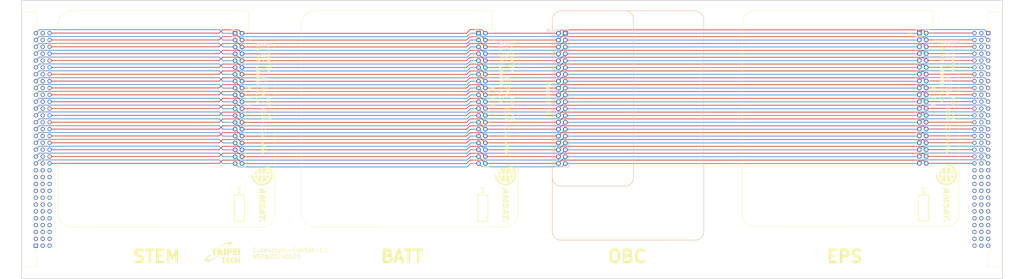
<source format=kicad_pcb>
(kicad_pcb (version 20221018) (generator pcbnew)
  (layers (0 "F.Cu" signal) (31 "B.Cu" signal) (34 "B.Paste" user) (35 "F.Paste" user) (36 "B.SilkS" user "B.Silkscreen") (37 "F.SilkS" user "F.Silkscreen") (38 "B.Mask" user) (39 "F.Mask" user) (44 "Edge.Cuts" user))
  (net 0 "")
  (net 1 "unconnected-(J1-Pad2)")
  (net 2 "/SDA")
  (net 3 "/SCL")
  (net 4 "unconnected-(J1-Pad7)")
  (net 5 "unconnected-(J1-Pad8)")
  (net 6 "unconnected-(J1-Pad10)")
  (net 7 "unconnected-(J1-Pad11)")
  (net 8 "unconnected-(J1-Pad12)")
  (net 9 "unconnected-(J1-Pad13)")
  (net 10 "unconnected-(J1-Pad14)")
  (net 11 "unconnected-(J1-Pad15)")
  (net 12 "unconnected-(J1-Pad16)")
  (net 13 "unconnected-(J1-Pad17)")
  (net 14 "unconnected-(J1-Pad18)")
  (net 15 "unconnected-(J1-Pad19)")
  (net 16 "unconnected-(J1-Pad20)")
  (net 17 "unconnected-(J1-Pad21)")
  (net 18 "unconnected-(J1-Pad22)")
  (net 19 "unconnected-(J1-Pad23)")
  (net 20 "unconnected-(J1-Pad24)")
  (net 21 "unconnected-(J1-Pad25)")
  (net 22 "unconnected-(J1-Pad26)")
  (net 23 "unconnected-(J1-Pad27)")
  (net 24 "unconnected-(J1-Pad28)")
  (net 25 "unconnected-(J1-Pad29)")
  (net 26 "unconnected-(J1-Pad30)")
  (net 27 "unconnected-(J1-Pad31)")
  (net 28 "unconnected-(J1-Pad32)")
  (net 29 "unconnected-(J1-Pad33)")
  (net 30 "unconnected-(J1-Pad34)")
  (net 31 "unconnected-(J1-Pad35)")
  (net 32 "unconnected-(J1-Pad36)")
  (net 33 "unconnected-(J1-Pad37)")
  (net 34 "unconnected-(J1-Pad38)")
  (net 35 "unconnected-(J1-Pad39)")
  (net 36 "unconnected-(J1-Pad40)")
  (net 37 "unconnected-(J1-Pad4)")
  (net 38 "unconnected-(J1-Pad6)")
  (net 39 "Net-(C1-Pad1)")
  (net 40 "Net-(C1-Pad2)")
  (net 41 "/3V3")
  (net 42 "/5V")
  (net 43 "/GPIO2")
  (net 44 "/GPIO3")
  (net 45 "/GND")
  (net 46 "/GPIO4")
  (net 47 "/UART0_TX")
  (net 48 "/UART0_RX")
  (net 49 "/GPIO17")
  (net 50 "/GPIO18")
  (net 51 "/GPIO27")
  (net 52 "/GPIO22")
  (net 53 "/GPIO23")
  (net 54 "/GPIO24")
  (net 55 "/GPIO10")
  (net 56 "/GPIO9")
  (net 57 "/GPIO25")
  (net 58 "/GPIO11")
  (net 59 "/GPIO8")
  (net 60 "/GPIO7")
  (net 63 "/GPIO5")
  (net 64 "/GPIO6")
  (net 65 "/GPIO12")
  (net 66 "/GPIO13")
  (net 67 "/GPIO19")
  (net 68 "/GPIO16")
  (net 69 "/GPIO26")
  (net 70 "/GPIO20")
  (net 71 "/GPIO21")
  (footprint "VST104_logos:NTUT_logo_15mm" (layer "F.Cu") (at 110.998 130.048)
    (fp_text reference "REF**")
    (fp_text value "NTUT_logo_15mm")
  )
  (footprint "Connector_PinHeader_2.54mm:PinHeader_2x20_P2.54mm_Vertical" (layer "F.Cu") (at 368.7572 48.6918)
    (fp_text reference "J4")
    (fp_text value "Conn_02x20_Odd_Even")
  )
  (footprint "" (layer "F.Cu") (at 207.0083 43.8552 -90)
    (fp_text reference "")
    (fp_text value "")
  )
  (footprint "" (layer "F.Cu") (at 370.0018 101.7918 -90)
    (fp_text reference "")
    (fp_text value "")
  )
  (footprint "" (layer "F.Cu") (at 55.287 45.378 -90)
    (fp_text reference "")
    (fp_text value "")
  )
  (footprint "Connector_PinHeader_2.54mm:PinHeader_2x20_P2.54mm_Vertical" (layer "F.Cu") (at 115.7732 48.768)
    (fp_text reference "J1")
    (fp_text value "Conn_02x20_Odd_Even")
  )
  (footprint "" (layer "F.Cu") (at 117.0151 101.878 -90)
    (fp_text reference "")
    (fp_text value "")
  )
  (footprint "" (layer "F.Cu") (at 236.58195 43.88403 -90)
    (fp_text reference "")
    (fp_text value "")
  )
  (footprint "Connector_PinHeader_2.54mm:PinHeader_2x20_P2.54mm_Vertical" (layer "F.Cu") (at 205.7654 48.7426)
    (fp_text reference "J2")
    (fp_text value "Conn_02x20_Odd_Even")
  )
  (footprint "Connector_DIN:DIN41612_C_3x32_Male_Horizontal_THT" (layer "F.Cu") (at 394.2334 48.7172 -90)
    (fp_text reference "REF**" hide)
    (fp_text value "DIN41612_C_3x32_Male_Horizontal_THT")
  )
  (footprint "" (layer "F.Cu") (at 259.5626 101.8862 -90)
    (fp_text reference "")
    (fp_text value "")
  )
  (footprint "" (layer "F.Cu") (at 308.2737 115.5718 -90)
    (fp_text reference "")
    (fp_text value "")
  )
  (footprint "" (layer "F.Cu") (at 207.0083 101.8552 -90)
    (fp_text reference "")
    (fp_text value "")
  )
  (footprint "" (layer "F.Cu") (at 145.2802 115.6352 -90)
    (fp_text reference "")
    (fp_text value "")
  )
  (footprint "" (layer "F.Cu") (at 117.0151 43.878 -90)
    (fp_text reference "")
    (fp_text value "")
  )
  (footprint "" (layer "F.Cu") (at 259.588 43.90435 -90)
    (fp_text reference "")
    (fp_text value "")
  )
  (footprint "" (layer "F.Cu") (at 145.2802 45.3552 -90)
    (fp_text reference "")
    (fp_text value "")
  )
  (footprint "Connector_PinHeader_2.54mm:PinHeader_2x20_P2.54mm_Vertical" (layer "F.Cu") (at 368.7572 48.6918)
    (fp_text reference "J1" hide)
    (fp_text value "Conn_02x20_Odd_Even")
  )
  (footprint "" (layer "F.Cu") (at 285.59252 101.90271 -90)
    (fp_text reference "")
    (fp_text value "")
  )
  (footprint "Connector_DIN:DIN41612_R_3x32_Male_Horizontal_THT" (layer "F.Cu") (at 42.0878 127.4572 90)
    (fp_text reference "REF**" hide)
    (fp_text value "DIN41612_R_3x32_Male_Horizontal_THT")
  )
  (footprint "" (layer "F.Cu") (at 55.287 115.658 -90)
    (fp_text reference "")
    (fp_text value "")
  )
  (footprint "" (layer "F.Cu") (at 236.58957 101.90144 -90)
    (fp_text reference "")
    (fp_text value "")
  )
  (footprint "" (layer "F.Cu") (at 370.0018 43.7918 -90)
    (fp_text reference "")
    (fp_text value "")
  )
  (footprint "" (layer "F.Cu") (at 308.2737 45.2918 -90)
    (fp_text reference "")
    (fp_text value "")
  )
  (footprint "" (layer "F.Cu") (at 285.5976 43.898 -90)
    (fp_text reference "")
    (fp_text value "")
  )
  (footprint "Connector_PinHeader_2.54mm:PinHeader_2x20_P2.54mm_Vertical" (layer "B.Cu") (at 237.871 48.768 180)
    (fp_text reference "J3")
    (fp_text value "Conn_02x20_Odd_Even")
  )
  (footprint "RPi:raspberrypi_3_zero" (layer "B.Cu") (at 236.5756 72.898 -90)
    (fp_text reference "RP?" hide)
    (fp_text value "Raspberry_Pi/Zero")
  )
  (gr_poly (pts (xy 125.477 118.6155) (xy 125.477 118.4123) (xy 125.4643 118.4123) (xy 125.4643 118.6155)) (fill solid) (layer "F.SilkS"))
  (gr_poly (pts (xy 376.3301 104.318) (xy 376.3301 103.3147) (xy 376.3174 103.3147) (xy 376.3174 104.318)) (fill solid) (layer "F.SilkS"))
  (gr_poly (pts (xy 216.8037 113.5254) (xy 216.8037 112.1284) (xy 216.791 112.1284) (xy 216.791 113.5254)) (fill solid) (layer "F.SilkS"))
  (gr_poly (pts (xy 215.8766 109.9313) (xy 215.8766 109.4614) (xy 215.8639 109.4614) (xy 215.8639 109.9313)) (fill solid) (layer "F.SilkS"))
  (gr_poly (pts (xy 377.8922 118.3896) (xy 377.8922 118.2372) (xy 377.8795 118.2372) (xy 377.8795 118.3896)) (fill solid) (layer "F.SilkS"))
  (gr_poly (pts (xy 124.8547 109.1667) (xy 124.8547 108.5825) (xy 124.842 108.5825) (xy 124.842 109.1667)) (fill solid) (layer "F.SilkS"))
  (gr_poly (pts (xy 126.3152 110.8812) (xy 126.3152 110.3859) (xy 126.3025 110.3859) (xy 126.3025 110.8812)) (fill solid) (layer "F.SilkS"))
  (gr_poly (pts (xy 378.2732 111.1506) (xy 378.2732 110.5664) (xy 378.2605 110.5664) (xy 378.2605 111.1506)) (fill solid) (layer "F.SilkS"))
  (gr_poly (pts (xy 376.8254 102.286) (xy 376.8254 101.3335) (xy 376.8127 101.3335) (xy 376.8127 102.286)) (fill solid) (layer "F.SilkS"))
  (gr_poly (pts (xy 128.6139 103.9851) (xy 128.6139 102.7278) (xy 128.6012 102.7278) (xy 128.6012 103.9851)) (fill solid) (layer "F.SilkS"))
  (gr_poly (pts (xy 216.5878 107.9628) (xy 216.5878 106.9468) (xy 216.5751 106.9468) (xy 216.5751 107.9628)) (fill solid) (layer "F.SilkS"))
  (gr_poly (pts (xy 380.8386 102.6162) (xy 380.8386 101.3335) (xy 380.8259 101.3335) (xy 380.8259 102.6162)) (fill solid) (layer "F.SilkS"))
  (gr_poly (pts (xy 215.2924 109.2328) (xy 215.2924 108.6486) (xy 215.2797 108.6486) (xy 215.2797 109.2328)) (fill solid) (layer "F.SilkS"))
  (gr_poly (pts (xy 125.2992 100.9752) (xy 125.2992 98.4352) (xy 125.2865 98.4352) (xy 125.2865 100.9752)) (fill solid) (layer "F.SilkS"))
  (gr_poly (pts (xy 215.3686 109.2455) (xy 215.3686 108.674) (xy 215.3559 108.674) (xy 215.3559 109.2455)) (fill solid) (layer "F.SilkS"))
  (gr_poly (pts (xy 380.6862 102.3749) (xy 380.6862 101.3462) (xy 380.6735 101.3462) (xy 380.6735 102.3749)) (fill solid) (layer "F.SilkS"))
  (gr_poly (pts (xy 126.3787 115.6945) (xy 126.3787 114.5261) (xy 126.366 114.5261) (xy 126.366 115.6945)) (fill solid) (layer "F.SilkS"))
  (gr_poly (pts (xy 380.5719 103.2131) (xy 380.5719 103.0226) (xy 380.5592 103.0226) (xy 380.5592 103.2131)) (fill solid) (layer "F.SilkS"))
  (gr_poly (pts (xy 380.7751 100.889) (xy 380.7751 99.7079) (xy 380.7624 99.7079) (xy 380.7624 100.889)) (fill solid) (layer "F.SilkS"))
  (gr_poly (pts (xy 125.7818 105.1916) (xy 125.7818 104.4423) (xy 125.7691 104.4423) (xy 125.7691 105.1916)) (fill solid) (layer "F.SilkS"))
  (gr_poly (pts (xy 215.1908 117.1576) (xy 215.1908 116.4464) (xy 215.1781 116.4464) (xy 215.1781 117.1576)) (fill solid) (layer "F.SilkS"))
  (gr_poly (pts (xy 377.9811 103.81) (xy 377.9811 101.3335) (xy 377.9684 101.3335) (xy 377.9684 103.81)) (fill solid) (layer "F.SilkS"))
  (gr_poly (pts (xy 215.2289 100.9524) (xy 215.2289 98.4251) (xy 215.2162 98.4251) (xy 215.2162 100.9524)) (fill solid) (layer "F.SilkS"))
  (gr_poly (pts (xy 126.747 118.2472) (xy 126.747 116.1009) (xy 126.7343 116.1009) (xy 126.7343 118.2472)) (fill solid) (layer "F.SilkS"))
  (gr_poly (pts (xy 124.9182 105.1281) (xy 124.9182 104.3534) (xy 124.9055 104.3534) (xy 124.9055 105.1281)) (fill solid) (layer "F.SilkS"))
  (gr_poly (pts (xy 378.0065 118.3261) (xy 378.0065 118.161) (xy 377.9938 118.161) (xy 377.9938 118.3261)) (fill solid) (layer "F.SilkS"))
  (gr_poly (pts (xy 380.9021 98.6919) (xy 380.9021 97.7521) (xy 380.8894 97.7521) (xy 380.8894 98.6919)) (fill solid) (layer "F.SilkS"))
  (gr_poly (pts (xy 379.3019 105.08) (xy 379.3019 104.318) (xy 379.2892 104.318) (xy 379.2892 105.08)) (fill solid) (layer "F.SilkS"))
  (gr_poly (pts (xy 216.5243 107.9755) (xy 216.5243 106.9214) (xy 216.5116 106.9214) (xy 216.5116 107.9755)) (fill solid) (layer "F.SilkS"))
  (gr_poly (pts (xy 127.0518 104.9757) (xy 127.0518 104.1756) (xy 127.0391 104.1756) (xy 127.0391 104.9757)) (fill solid) (layer "F.SilkS"))
  (gr_poly (pts (xy 215.3559 117.8434) (xy 215.3559 117.691) (xy 215.3432 117.691) (xy 215.3432 117.8434)) (fill solid) (layer "F.SilkS"))
  (gr_poly (pts (xy 125.1468 118.7298) (xy 125.1468 118.5774) (xy 125.1341 118.5774) (xy 125.1341 118.7298)) (fill solid) (layer "F.SilkS"))
  (gr_poly (pts (xy 214.9368 118.0974) (xy 214.9368 117.9704) (xy 214.9241 117.9704) (xy 214.9241 118.0974)) (fill solid) (layer "F.SilkS"))
  (gr_poly (pts (xy 126.8232 115.6183) (xy 126.8232 114.7801) (xy 126.8105 114.7801) (xy 126.8105 115.6183)) (fill solid) (layer "F.SilkS"))
  (gr_poly (pts (xy 379.5686 118.1356) (xy 379.5686 115.9766) (xy 379.5559 115.9766) (xy 379.5559 118.1356)) (fill solid) (layer "F.SilkS"))
  (gr_poly (pts (xy 378.578 109.8933) (xy 378.578 109.4234) (xy 378.5653 109.4234) (xy 378.5653 109.8933)) (fill solid) (layer "F.SilkS"))
  (gr_poly (pts (xy 124.715 100.9752) (xy 124.715 98.5876) (xy 124.7023 98.5876) (xy 124.7023 100.9752)) (fill solid) (layer "F.SilkS"))
  (gr_poly (pts (xy 127.3185 98.359) (xy 127.3185 97.5208) (xy 127.3058 97.5208) (xy 127.3058 98.359)) (fill solid) (layer "F.SilkS"))
  (gr_poly (pts (xy 377.2064 103.4544) (xy 377.2064 102.5527) (xy 377.1937 102.5527) (xy 377.1937 103.4544)) (fill solid) (layer "F.SilkS"))
  (gr_poly (pts (xy 218.4166 99.3395) (xy 218.4166 98.2092) (xy 218.4039 98.2092) (xy 218.4039 99.3395)) (fill solid) (layer "F.SilkS"))
  (gr_poly (pts (xy 379.1114 97.7267) (xy 379.1114 97.206) (xy 379.0987 97.206) (xy 379.0987 97.7267)) (fill solid) (layer "F.SilkS"))
  (gr_poly (pts (xy 213.6795 102.6161) (xy 213.6795 101.3969) (xy 213.6668 101.3969) (xy 213.6668 102.6161)) (fill solid) (layer "F.SilkS"))
  (gr_poly (pts (xy 217.3371 98.3362) (xy 217.3371 97.5107) (xy 217.3244 97.5107) (xy 217.3244 98.3362)) (fill solid) (layer "F.SilkS"))
  (gr_poly (pts (xy 213.8192 103.213) (xy 213.8192 103.1749) (xy 213.8065 103.1749) (xy 213.8065 103.213)) (fill solid) (layer "F.SilkS"))
  (gr_poly (pts (xy 125.731 105.2043) (xy 125.731 104.455) (xy 125.7183 104.455) (xy 125.7183 105.2043)) (fill solid) (layer "F.SilkS"))
  (gr_poly (pts (xy 125.477 117.9805) (xy 125.477 117.7773) (xy 125.4643 117.7773) (xy 125.4643 117.9805)) (fill solid) (layer "F.SilkS"))
  (gr_poly (pts (xy 123.3053 104.3661) (xy 123.3053 103.3628) (xy 123.2926 103.3628) (xy 123.2926 104.3661)) (fill solid) (layer "F.SilkS"))
  (gr_poly (pts (xy 215.0257 118.3641) (xy 215.0257 118.2117) (xy 215.013 118.2117) (xy 215.013 118.3641)) (fill solid) (layer "F.SilkS"))
  (gr_poly (pts (xy 376.6857 104.5466) (xy 376.6857 103.6449) (xy 376.673 103.6449) (xy 376.673 104.5466)) (fill solid) (layer "F.SilkS"))
  (gr_poly (pts (xy 125.1468 109.2302) (xy 125.1468 108.6333) (xy 125.1341 108.6333) (xy 125.1341 109.2302)) (fill solid) (layer "F.SilkS"))
  (gr_poly (pts (xy 378.324 118.6055) (xy 378.324 118.4404) (xy 378.3113 118.4404) (xy 378.3113 118.6055)) (fill solid) (layer "F.SilkS"))
  (gr_poly (pts (xy 218.1626 102.5526) (xy 218.1626 101.4096) (xy 218.1499 101.4096) (xy 218.1499 102.5526)) (fill solid) (layer "F.SilkS"))
  (gr_poly (pts (xy 124.9436 106.7791) (xy 124.9436 106.0425) (xy 124.9309 106.0425) (xy 124.9309 106.7791)) (fill solid) (layer "F.SilkS"))
  (gr_poly (pts (xy 377.4096 100.1778) (xy 377.4096 98.6411) (xy 377.3969 98.6411) (xy 377.3969 100.1778)) (fill solid) (layer "F.SilkS"))
  (gr_poly (pts (xy 378.5399 110.414) (xy 378.5399 109.9187) (xy 378.5272 109.9187) (xy 378.5272 110.414)) (fill solid) (layer "F.SilkS"))
  (gr_poly (pts (xy 124.9055 118.6663) (xy 124.9055 118.5012) (xy 124.8928 118.5012) (xy 124.8928 118.6663)) (fill solid) (layer "F.SilkS"))
  (gr_poly (pts (xy 124.842 109.1667) (xy 124.842 108.5825) (xy 124.8293 108.5825) (xy 124.8293 109.1667)) (fill solid) (layer "F.SilkS"))
  (gr_poly (pts (xy 124.9182 110.2081) (xy 124.9182 109.535) (xy 124.9055 109.535) (xy 124.9055 110.2081)) (fill solid) (layer "F.SilkS"))
  (gr_poly (pts (xy 213.9462 103.3273) (xy 213.9462 103.0098) (xy 213.9335 103.0098) (xy 213.9335 103.3273)) (fill solid) (layer "F.SilkS"))
  (gr_poly (pts (xy 217.7562 100.9524) (xy 217.7562 99.8094) (xy 217.7435 99.8094) (xy 217.7435 100.9524)) (fill solid) (layer "F.SilkS"))
  (gr_poly (pts (xy 379.8099 100.889) (xy 379.8099 98.5268) (xy 379.7972 98.5268) (xy 379.7972 100.889)) (fill solid) (layer "F.SilkS"))
  (gr_poly (pts (xy 126.6835 103.8327) (xy 126.6835 101.4197) (xy 126.6708 101.4197) (xy 126.6708 103.8327)) (fill solid) (layer "F.SilkS"))
  (gr_poly (pts (xy 127.7122 98.613) (xy 127.7122 97.724) (xy 127.6995 97.724) (xy 127.6995 98.613)) (fill solid) (layer "F.SilkS"))
  (gr_poly (pts (xy 125.5024 111.2749) (xy 125.5024 110.7161) (xy 125.4897 110.7161) (xy 125.4897 111.2749)) (fill solid) (layer "F.SilkS"))
  (gr_poly (pts (xy 375.53 103.5179) (xy 375.53 101.7272) (xy 375.5173 101.7272) (xy 375.5173 103.5179)) (fill solid) (layer "F.SilkS"))
  (gr_poly (pts (xy 215.0638 115.8876) (xy 215.0638 113.7667) (xy 215.0511 113.7667) (xy 215.0511 115.8876)) (fill solid) (layer "F.SilkS"))
  (gr_poly (pts (xy 381.5498 99.492) (xy 381.5498 98.2855) (xy 381.5371 98.2855) (xy 381.5371 99.492)) (fill solid) (layer "F.SilkS"))
  (gr_poly (pts (xy 379.8861 104.953) (xy 379.8861 104.1529) (xy 379.8734 104.1529) (xy 379.8734 104.953)) (fill solid) (layer "F.SilkS"))
  (gr_poly (pts (xy 378.2859 115.7861) (xy 378.2859 113.843) (xy 378.2732 113.843) (xy 378.2732 115.7861)) (fill solid) (layer "F.SilkS"))
  (gr_poly (pts (xy 381.2196 100.889) (xy 381.2196 99.8603) (xy 381.2069 99.8603) (xy 381.2069 100.889)) (fill solid) (layer "F.SilkS"))
  (gr_poly (pts (xy 214.6574 100.9524) (xy 214.6574 98.5902) (xy 214.6447 98.5902) (xy 214.6447 100.9524)) (fill solid) (layer "F.SilkS"))
  (gr_poly (pts (xy 214.0605 104.8132) (xy 214.0605 103.9623) (xy 214.0478 103.9623) (xy 214.0478 104.8132)) (fill solid) (layer "F.SilkS"))
  (gr_poly (pts (xy 126.4422 100.9752) (xy 126.4422 98.4987) (xy 126.4295 98.4987) (xy 126.4295 100.9752)) (fill solid) (layer "F.SilkS"))
  (gr_poly (pts (xy 216.1306 112.9412) (xy 216.1306 111.8744) (xy 216.1179 111.8744) (xy 216.1179 112.9412)) (fill solid) (layer "F.SilkS"))
  (gr_poly (pts (xy 126.4295 113.7768) (xy 126.4295 113.091) (xy 126.4168 113.091) (xy 126.4168 113.7768)) (fill solid) (layer "F.SilkS"))
  (gr_poly (pts (xy 377.5112 104.9276) (xy 377.5112 104.1275) (xy 377.4985 104.1275) (xy 377.4985 104.9276)) (fill solid) (layer "F.SilkS"))
  (gr_poly (pts (xy 216.4227 98.133) (xy 216.4227 97.2059) (xy 216.41 97.2059) (xy 216.41 98.133)) (fill solid) (layer "F.SilkS"))
  (gr_poly (pts (xy 216.537 113.7286) (xy 216.537 112.9539) (xy 216.5243 112.9539) (xy 216.5243 113.7286)) (fill solid) (layer "F.SilkS"))
  (gr_poly (pts (xy 218.0991 102.6669) (xy 218.0991 101.4096) (xy 218.0864 101.4096) (xy 218.0864 102.6669)) (fill solid) (layer "F.SilkS"))
  (gr_poly (pts (xy 215.2162 100.9524) (xy 215.2162 98.4251) (xy 215.2035 98.4251) (xy 215.2035 100.9524)) (fill solid) (layer "F.SilkS"))
  (gr_poly (pts (xy 216.1433 110.7822) (xy 216.1433 110.2742) (xy 216.1306 110.2742) (xy 216.1306 110.7822)) (fill solid) (layer "F.SilkS"))
  (gr_poly (pts (xy 126.747 107.9602) (xy 126.747 107.0458) (xy 126.7343 107.0458) (xy 126.7343 107.9602)) (fill solid) (layer "F.SilkS"))
  (gr_poly (pts (xy 215.1781 118.0974) (xy 215.1781 117.9704) (xy 215.1654 117.9704) (xy 215.1654 118.0974)) (fill solid) (layer "F.SilkS"))
  (gr_poly (pts (xy 125.477 108.1634) (xy 125.477 106.3473) (xy 125.4643 106.3473) (xy 125.4643 108.1634)) (fill solid) (layer "F.SilkS"))
  (gr_poly (pts (xy 375.7459 103.7846) (xy 375.7459 102.413) (xy 375.7332 102.413) (xy 375.7332 103.7846)) (fill solid) (layer "F.SilkS"))
  (gr_poly (pts (xy 213.4382 104.4576) (xy 213.4382 103.4797) (xy 213.4255 103.4797) (xy 213.4255 104.4576)) (fill solid) (layer "F.SilkS"))
  (gr_poly (pts (xy 378.705 113.4874) (xy 378.705 112.2301) (xy 378.6923 112.2301) (xy 378.6923 113.4874)) (fill solid) (layer "F.SilkS"))
  (gr_poly (pts (xy 379.3019 97.9426) (xy 379.3019 97.1552) (xy 379.2892 97.1552) (xy 379.2892 97.9426)) (fill solid) (layer "F.SilkS"))
  (gr_poly (pts (xy 125.8453 108.1126) (xy 125.8453 107.4903) (xy 125.8326 107.4903) (xy 125.8326 108.1126)) (fill solid) (layer "F.SilkS"))
  (gr_poly (pts (xy 215.9655 109.3598) (xy 215.9655 108.801) (xy 215.9528 108.801) (xy 215.9528 109.3598)) (fill solid) (layer "F.SilkS"))
  (gr_poly (pts (xy 127.8011 104.6328) (xy 127.8011 103.7184) (xy 127.7884 103.7184) (xy 127.7884 104.6328)) (fill solid) (layer "F.SilkS"))
  (gr_poly (pts (xy 127.2169 104.9249) (xy 127.2169 104.0994) (xy 127.2042 104.0994) (xy 127.2042 104.9249)) (fill solid) (layer "F.SilkS"))
  (gr_poly (pts (xy 216.8926 107.912) (xy 216.8926 107.1119) (xy 216.8799 107.1119) (xy 216.8799 107.912)) (fill solid) (layer "F.SilkS"))
  (gr_poly (pts (xy 215.7369 108.1025) (xy 215.7369 107.4675) (xy 215.7242 107.4675) (xy 215.7242 108.1025)) (fill solid) (layer "F.SilkS"))
  (gr_poly (pts (xy 377.9303 115.8369) (xy 377.9303 115.1638) (xy 377.9176 115.1638) (xy 377.9176 115.8369)) (fill solid) (layer "F.SilkS"))
  (gr_poly (pts (xy 216.5497 109.9059) (xy 216.5497 108.9153) (xy 216.537 108.9153) (xy 216.537 109.9059)) (fill solid) (layer "F.SilkS"))
  (gr_poly (pts (xy 216.3338 115.6844) (xy 216.3338 114.4779) (xy 216.3211 114.4779) (xy 216.3211 115.6844)) (fill solid) (layer "F.SilkS"))
  (gr_poly (pts (xy 126.874 109.8906) (xy 126.874 109.0143) (xy 126.8613 109.0143) (xy 126.8613 109.8906)) (fill solid) (layer "F.SilkS"))
  (gr_poly (pts (xy 217.0958 98.2346) (xy 217.0958 97.4091) (xy 217.0831 97.4091) (xy 217.0831 98.2346)) (fill solid) (layer "F.SilkS"))
  (gr_poly (pts (xy 379.2638 105.08) (xy 379.2638 104.318) (xy 379.2511 104.318) (xy 379.2511 105.08)) (fill solid) (layer "F.SilkS"))
  (gr_poly (pts (xy 377.9811 111.0744) (xy 377.9811 110.4902) (xy 377.9684 110.4902) (xy 377.9684 111.0744)) (fill solid) (layer "F.SilkS"))
  (gr_poly (pts (xy 126.2771 109.9414) (xy 126.2771 109.4715) (xy 126.2644 109.4715) (xy 126.2644 109.9414)) (fill solid) (layer "F.SilkS"))
  (gr_poly (pts (xy 214.886 110.1726) (xy 214.886 109.5249) (xy 214.8733 109.5249) (xy 214.8733 110.1726)) (fill solid) (layer "F.SilkS"))
  (gr_poly (pts (xy 377.8922 108.1661) (xy 377.8922 107.4803) (xy 377.8795 107.4803) (xy 377.8795 108.1661)) (fill solid) (layer "F.SilkS"))
  (gr_poly (pts (xy 215.14 111.1759) (xy 215.14 110.6044) (xy 215.1273 110.6044) (xy 215.1273 111.1759)) (fill solid) (layer "F.SilkS"))
  (gr_poly (pts (xy 215.1654 118.707) (xy 215.1654 118.5546) (xy 215.1527 118.5546) (xy 215.1527 118.707)) (fill solid) (layer "F.SilkS"))
  (gr_poly (pts (xy 378.9717 115.6845) (xy 378.9717 115.0622) (xy 378.959 115.0622) (xy 378.959 115.6845)) (fill solid) (layer "F.SilkS"))
  (gr_poly (pts (xy 128.6012 99.6544) (xy 128.6012 98.4098) (xy 128.5885 98.4098) (xy 128.5885 99.6544)) (fill solid) (layer "F.SilkS"))
  (gr_poly (pts (xy 125.1595 112.4052) (xy 125.1595 111.6559) (xy 125.1468 111.6559) (xy 125.1468 112.4052)) (fill solid) (layer "F.SilkS"))
  (gr_poly (pts (xy 381.2323 99.0348) (xy 381.2323 97.9934) (xy 381.2196 97.9934) (xy 381.2196 99.0348)) (fill solid) (layer "F.SilkS"))
  (gr_poly (pts (xy 376.927 103.2512) (xy 376.927 102.9718) (xy 376.9143 102.9718) (xy 376.9143 103.2512)) (fill solid) (layer "F.SilkS"))
  (gr_poly (pts (xy 125.5532 109.9795) (xy 125.5532 109.5096) (xy 125.5405 109.5096) (xy 125.5405 109.9795)) (fill solid) (layer "F.SilkS"))
  (gr_poly (pts (xy 125.477 115.8342) (xy 125.477 114.0054) (xy 125.4643 114.0054) (xy 125.4643 115.8342)) (fill solid) (layer "F.SilkS"))
  (gr_poly (pts (xy 378.2986 100.889) (xy 378.2986 98.349) (xy 378.2859 98.349) (xy 378.2859 100.889)) (fill solid) (layer "F.SilkS"))
  (gr_poly (pts (xy 376.8508 100.889) (xy 376.8508 100) (xy 376.8381 100) (xy 376.8381 100.889)) (fill solid) (layer "F.SilkS"))
  (gr_poly (pts (xy 218.5436 104.0258) (xy 218.5436 102.8066) (xy 218.5309 102.8066) (xy 218.5309 104.0258)) (fill solid) (layer "F.SilkS"))
  (gr_poly (pts (xy 126.7089 109.916) (xy 126.7089 108.9762) (xy 126.6962 108.9762) (xy 126.6962 109.916)) (fill solid) (layer "F.SilkS"))
  (gr_poly (pts (xy 213.8319 103.2257) (xy 213.8319 103.1622) (xy 213.8192 103.1622) (xy 213.8192 103.2257)) (fill solid) (layer "F.SilkS"))
  (gr_poly (pts (xy 381.1688 102.4638) (xy 381.1688 101.3335) (xy 381.1561 101.3335) (xy 381.1561 102.4638)) (fill solid) (layer "F.SilkS"))
  (gr_poly (pts (xy 377.5874 104.953) (xy 377.5874 104.1656) (xy 377.5747 104.1656) (xy 377.5747 104.953)) (fill solid) (layer "F.SilkS"))
  (gr_poly (pts (xy 215.2924 117.183) (xy 215.2924 116.4718) (xy 215.2797 116.4718) (xy 215.2797 117.183)) (fill solid) (layer "F.SilkS"))
  (gr_poly (pts (xy 125.6421 107.1093) (xy 125.6421 106.4362) (xy 125.6294 106.4362) (xy 125.6294 107.1093)) (fill solid) (layer "F.SilkS"))
  (gr_poly (pts (xy 216.2957 113.6016) (xy 216.2957 113.1063) (xy 216.283 113.1063) (xy 216.283 113.6016)) (fill solid) (layer "F.SilkS"))
  (gr_poly (pts (xy 215.0638 118.707) (xy 215.0638 118.5546) (xy 215.0511 118.5546) (xy 215.0511 118.707)) (fill solid) (layer "F.SilkS"))
  (gr_poly (pts (xy 378.1716 105.08) (xy 378.1716 104.318) (xy 378.1589 104.318) (xy 378.1589 105.08)) (fill solid) (layer "F.SilkS"))
  (gr_poly (pts (xy 381.4482 104.0513) (xy 381.4482 102.8829) (xy 381.4355 102.8829) (xy 381.4355 104.0513)) (fill solid) (layer "F.SilkS"))
  (gr_poly (pts (xy 216.3973 107.9882) (xy 216.3973 106.8325) (xy 216.3846 106.8325) (xy 216.3846 107.9882)) (fill solid) (layer "F.SilkS"))
  (gr_poly (pts (xy 376.6476 100.889) (xy 376.6476 99.6571) (xy 376.6349 99.6571) (xy 376.6349 100.889)) (fill solid) (layer "F.SilkS"))
  (gr_poly (pts (xy 378.2732 100.889) (xy 378.2732 98.349) (xy 378.2605 98.349) (xy 378.2605 100.889)) (fill solid) (layer "F.SilkS"))
  (gr_poly (pts (xy 127.001 98.2066) (xy 127.001 97.1144) (xy 126.9883 97.1144) (xy 126.9883 98.2066)) (fill solid) (layer "F.SilkS"))
  (gr_poly (pts (xy 126.62 107.9856) (xy 126.62 106.9823) (xy 126.6073 106.9823) (xy 126.6073 107.9856)) (fill solid) (layer "F.SilkS"))
  (gr_poly (pts (xy 376.9651 104.7117) (xy 376.9651 103.8481) (xy 376.9524 103.8481) (xy 376.9524 104.7117)) (fill solid) (layer "F.SilkS"))
  (gr_poly (pts (xy 214.9368 111.1251) (xy 214.9368 110.5409) (xy 214.9241 110.5409) (xy 214.9241 111.1251)) (fill solid) (layer "F.SilkS"))
  (gr_poly (pts (xy 376.3047 100.889) (xy 376.3047 99.7206) (xy 376.292 99.7206) (xy 376.292 100.889)) (fill solid) (layer "F.SilkS"))
  (gr_poly (pts (xy 218.1118 98.9585) (xy 218.1118 97.9679) (xy 218.0991 97.9679) (xy 218.0991 98.9585)) (fill solid) (layer "F.SilkS"))
  (gr_poly (pts (xy 216.3211 115.6844) (xy 216.3211 114.4779) (xy 216.3084 114.4779) (xy 216.3084 115.6844)) (fill solid) (layer "F.SilkS"))
  (gr_poly (pts (xy 127.4582 100.9752) (xy 127.4582 100.518) (xy 127.4455 100.518) (xy 127.4455 100.9752)) (fill solid) (layer "F.SilkS"))
  (gr_poly (pts (xy 127.6614 103.2358) (xy 127.6614 103.1977) (xy 127.6487 103.1977) (xy 127.6487 103.2358)) (fill solid) (layer "F.SilkS"))
  (gr_poly (pts (xy 215.0892 105.1307) (xy 215.0892 104.3814) (xy 215.0765 104.3814) (xy 215.0765 105.1307)) (fill solid) (layer "F.SilkS"))
  (gr_poly (pts (xy 124.1689 104.8868) (xy 124.1689 104.0486) (xy 124.1562 104.0486) (xy 124.1562 104.8868)) (fill solid) (layer "F.SilkS"))
  (gr_poly (pts (xy 378.5145 118.4785) (xy 378.5145 118.1737) (xy 378.5018 118.1737) (xy 378.5018 118.4785)) (fill solid) (layer "F.SilkS"))
  (gr_poly (pts (xy 378.2097 103.8608) (xy 378.2097 101.3335) (xy 378.197 101.3335) (xy 378.197 103.8608)) (fill solid) (layer "F.SilkS"))
  (gr_poly (pts (xy 378.7177 107.0612) (xy 378.7177 106.4008) (xy 378.705 106.4008) (xy 378.705 107.0612)) (fill solid) (layer "F.SilkS"))
  (gr_poly (pts (xy 125.9215 115.7707) (xy 125.9215 115.1738) (xy 125.9088 115.1738) (xy 125.9088 115.7707)) (fill solid) (layer "F.SilkS"))
  (gr_poly (pts (xy 381.8546 100.2286) (xy 381.8546 98.6157) (xy 381.8419 98.6157) (xy 381.8419 100.2286)) (fill solid) (layer "F.SilkS"))
  (gr_poly (pts (xy 215.3559 110.4012) (xy 215.3559 109.4995) (xy 215.3432 109.4995) (xy 215.3432 110.4012)) (fill solid) (layer "F.SilkS"))
  (gr_poly (pts (xy 126.0485 109.9541) (xy 126.0485 109.4715) (xy 126.0358 109.4715) (xy 126.0358 109.9541)) (fill solid) (layer "F.SilkS"))
  (gr_poly (pts (xy 128.7409 99.9465) (xy 128.7409 98.5622) (xy 128.7282 98.5622) (xy 128.7282 99.9465)) (fill solid) (layer "F.SilkS"))
  (gr_poly (pts (xy 124.588 105.0392) (xy 124.588 104.2391) (xy 124.5753 104.2391) (xy 124.5753 105.0392)) (fill solid) (layer "F.SilkS"))
  (gr_poly (pts (xy 124.7785 118.0567) (xy 124.7785 117.8027) (xy 124.7658 117.8027) (xy 124.7658 118.0567)) (fill solid) (layer "F.SilkS"))
  (gr_poly (pts (xy 379.2511 115.0114) (xy 379.2511 114.3764) (xy 379.2384 114.3764) (xy 379.2384 115.0114)) (fill solid) (layer "F.SilkS"))
  (gr_poly (pts (xy 378.1462 117.0942) (xy 378.1462 116.383) (xy 378.1335 116.383) (xy 378.1335 117.0942)) (fill solid) (layer "F.SilkS"))
  (gr_poly (pts (xy 215.6099 110.5155) (xy 215.6099 110.0075) (xy 215.5972 110.0075) (xy 215.5972 110.5155)) (fill solid) (layer "F.SilkS"))
  (gr_poly (pts (xy 215.3305 112.2935) (xy 215.3305 111.595) (xy 215.3178 111.595) (xy 215.3178 112.2935)) (fill solid) (layer "F.SilkS"))
  (gr_poly (pts (xy 215.8512 114.8716) (xy 215.8512 114.2112) (xy 215.8385 114.2112) (xy 215.8385 114.8716)) (fill solid) (layer "F.SilkS"))
  (gr_poly (pts (xy 380.7243 98.5522) (xy 380.7243 97.6378) (xy 380.7116 97.6378) (xy 380.7116 98.5522)) (fill solid) (layer "F.SilkS"))
  (gr_poly (pts (xy 377.6636 106.5659) (xy 377.6636 105.8039) (xy 377.6509 105.8039) (xy 377.6509 106.5659)) (fill solid) (layer "F.SilkS"))
  (gr_poly (pts (xy 125.223 103.947) (xy 125.223 101.4197) (xy 125.2103 101.4197) (xy 125.2103 103.947)) (fill solid) (layer "F.SilkS"))
  (gr_poly (pts (xy 381.5244 99.4666) (xy 381.5244 98.2601) (xy 381.5117 98.2601) (xy 381.5117 99.4666)) (fill solid) (layer "F.SilkS"))
  (gr_poly (pts (xy 126.9629 113.1799) (xy 126.9629 112.4814) (xy 126.9502 112.4814) (xy 126.9502 113.1799)) (fill solid) (layer "F.SilkS"))
  (gr_poly (pts (xy 125.985 105.2043) (xy 125.985 104.4423) (xy 125.9723 104.4423) (xy 125.9723 105.2043)) (fill solid) (layer "F.SilkS"))
  (gr_poly (pts (xy 126.0993 110.7796) (xy 126.0993 110.2716) (xy 126.0866 110.2716) (xy 126.0866 110.7796)) (fill solid) (layer "F.SilkS"))
  (gr_poly (pts (xy 126.1628 97.8637) (xy 126.1628 97.2795) (xy 126.1501 97.2795) (xy 126.1501 97.8637)) (fill solid) (layer "F.SilkS"))
  (gr_poly (pts (xy 216.7656 115.6209) (xy 216.7656 114.7319) (xy 216.7529 114.7319) (xy 216.7529 115.6209)) (fill solid) (layer "F.SilkS"))
  (gr_poly (pts (xy 375.657 103.6703) (xy 375.657 102.1844) (xy 375.6443 102.1844) (xy 375.6443 103.6703)) (fill solid) (layer "F.SilkS"))
  (gr_poly (pts (xy 126.6835 115.6564) (xy 126.6835 114.6912) (xy 126.6708 114.6912) (xy 126.6708 115.6564)) (fill solid) (layer "F.SilkS"))
  (gr_poly (pts (xy 217.6927 98.5775) (xy 217.6927 97.6885) (xy 217.68 97.6885) (xy 217.68 98.5775)) (fill solid) (layer "F.SilkS"))
  (gr_poly (pts (xy 124.715 115.9612) (xy 124.715 115.2627) (xy 124.7023 115.2627) (xy 124.7023 115.9612)) (fill solid) (layer "F.SilkS"))
  (gr_poly (pts (xy 217.1847 103.5686) (xy 217.1847 102.451) (xy 217.172 102.451) (xy 217.172 103.5686)) (fill solid) (layer "F.SilkS"))
  (gr_poly (pts (xy 378.1716 108.128) (xy 378.1716 106.0833) (xy 378.1589 106.0833) (xy 378.1589 108.128)) (fill solid) (layer "F.SilkS"))
  (gr_poly (pts (xy 126.0104 97.6986) (xy 126.0104 97.3176) (xy 125.9977 97.3176) (xy 125.9977 97.6986)) (fill solid) (layer "F.SilkS"))
  (gr_poly (pts (xy 380.0131 103.6068) (xy 380.0131 101.9558) (xy 380.0004 101.9558) (xy 380.0004 103.6068)) (fill solid) (layer "F.SilkS"))
  (gr_poly (pts (xy 379.0987 114.9352) (xy 379.0987 114.2875) (xy 379.086 114.2875) (xy 379.086 114.9352)) (fill solid) (layer "F.SilkS"))
  (gr_poly (pts (xy 215.8131 113.4746) (xy 215.8131 112.1157) (xy 215.8004 112.1157) (xy 215.8004 113.4746)) (fill solid) (layer "F.SilkS"))
  (gr_poly (pts (xy 212.8286 103.9242) (xy 212.8286 102.6415) (xy 212.8159 102.6415) (xy 212.8159 103.9242)) (fill solid) (layer "F.SilkS"))
  (gr_poly (pts (xy 125.7818 114.869) (xy 125.7818 114.1959) (xy 125.7691 114.1959) (xy 125.7691 114.869)) (fill solid) (layer "F.SilkS"))
  (gr_poly (pts (xy 214.7971 109.1439) (xy 214.7971 108.547) (xy 214.7844 108.547) (xy 214.7844 109.1439)) (fill solid) (layer "F.SilkS"))
  (gr_poly (pts (xy 125.5405 115.8342) (xy 125.5405 115.1992) (xy 125.5278 115.1992) (xy 125.5278 115.8342)) (fill solid) (layer "F.SilkS"))
  (gr_poly (pts (xy 125.4008 105.1916) (xy 125.4008 104.4423) (xy 125.3881 104.4423) (xy 125.3881 105.1916)) (fill solid) (layer "F.SilkS"))
  (gr_poly (pts (xy 216.1941 97.879) (xy 216.1941 97.2567) (xy 216.1814 97.2567) (xy 216.1814 97.879)) (fill solid) (layer "F.SilkS"))
  (gr_poly (pts (xy 126.0866 100.9752) (xy 126.0866 98.4225) (xy 126.0739 98.4225) (xy 126.0739 100.9752)) (fill solid) (layer "F.SilkS"))
  (gr_poly (pts (xy 128.4234 101.9785) (xy 128.4234 101.4197) (xy 128.4107 101.4197) (xy 128.4107 101.9785)) (fill solid) (layer "F.SilkS"))
  (gr_poly (pts (xy 217.3371 104.8386) (xy 217.3371 104.0131) (xy 217.3244 104.0131) (xy 217.3244 104.8386)) (fill solid) (layer "F.SilkS"))
  (gr_poly (pts (xy 215.394 103.9496) (xy 215.394 101.3969) (xy 215.3813 101.3969) (xy 215.3813 103.9496)) (fill solid) (layer "F.SilkS"))
  (gr_poly (pts (xy 217.3498 104.8386) (xy 217.3498 104.0004) (xy 217.3371 104.0004) (xy 217.3371 104.8386)) (fill solid) (layer "F.SilkS"))
  (gr_poly (pts (xy 125.3754 117.8916) (xy 125.3754 117.7138) (xy 125.3627 117.7138) (xy 125.3627 117.8916)) (fill solid) (layer "F.SilkS"))
  (gr_poly (pts (xy 378.3748 105.0927) (xy 378.3748 104.3561) (xy 378.3621 104.3561) (xy 378.3621 105.0927)) (fill solid) (layer "F.SilkS"))
  (gr_poly (pts (xy 125.4643 105.2043) (xy 125.4643 104.4423) (xy 125.4516 104.4423) (xy 125.4516 105.2043)) (fill solid) (layer "F.SilkS"))
  (gr_poly (pts (xy 216.8926 115.5955) (xy 216.8926 114.7954) (xy 216.8799 114.7954) (xy 216.8799 115.5955)) (fill solid) (layer "F.SilkS"))
  (gr_poly (pts (xy 127.2804 99.756) (xy 127.2804 98.867) (xy 127.2677 98.867) (xy 127.2677 99.756)) (fill solid) (layer "F.SilkS"))
  (gr_poly (pts (xy 125.223 110.3478) (xy 125.223 109.5223) (xy 125.2103 109.5223) (xy 125.2103 110.3478)) (fill solid) (layer "F.SilkS"))
  (gr_poly (pts (xy 217.6165 99.2379) (xy 217.6165 99.1109) (xy 217.6038 99.1109) (xy 217.6038 99.2379)) (fill solid) (layer "F.SilkS"))
  (gr_poly (pts (xy 214.9876 105.118) (xy 214.9876 104.3433) (xy 214.9749 104.3433) (xy 214.9749 105.118)) (fill solid) (layer "F.SilkS"))
  (gr_poly (pts (xy 380.4322 104.7371) (xy 380.4322 103.8735) (xy 380.4195 103.8735) (xy 380.4195 104.7371)) (fill solid) (layer "F.SilkS"))
  (gr_poly (pts (xy 217.2101 99.8729) (xy 217.2101 98.8061) (xy 217.1974 98.8061) (xy 217.1974 99.8729)) (fill solid) (layer "F.SilkS"))
  (gr_poly (pts (xy 379.086 97.7013) (xy 379.086 97.206) (xy 379.0733 97.206) (xy 379.0733 97.7013)) (fill solid) (layer "F.SilkS"))
  (gr_poly (pts (xy 379.6321 105.0038) (xy 379.6321 104.2418) (xy 379.6194 104.2418) (xy 379.6194 105.0038)) (fill solid) (layer "F.SilkS"))
  (gr_poly (pts (xy 216.0163 117.3354) (xy 216.0163 116.6242) (xy 216.0036 116.6242) (xy 216.0036 117.3354)) (fill solid) (layer "F.SilkS"))
  (gr_poly (pts (xy 216.9942 104.9783) (xy 216.9942 104.1782) (xy 216.9815 104.1782) (xy 216.9815 104.9783)) (fill solid) (layer "F.SilkS"))
  (gr_poly (pts (xy 379.9496 100.5842) (xy 379.9496 98.5903) (xy 379.9369 98.5903) (xy 379.9369 100.5842)) (fill solid) (layer "F.SilkS"))
  (gr_poly (pts (xy 216.156 109.9186) (xy 216.156 109.4487) (xy 216.1433 109.4487) (xy 216.1433 109.9186)) (fill solid) (layer "F.SilkS"))
  (gr_poly (pts (xy 378.8955 111.2776) (xy 378.8955 110.7188) (xy 378.8828 110.7188) (xy 378.8828 111.2776)) (fill solid) (layer "F.SilkS"))
  (gr_poly (pts (xy 125.0071 113.5228) (xy 125.0071 111.7067) (xy 124.9944 111.7067) (xy 124.9944 113.5228)) (fill solid) (layer "F.SilkS"))
  (gr_poly (pts (xy 380.9021 102.7051) (xy 380.9021 101.3462) (xy 380.8894 101.3462) (xy 380.8894 102.7051)) (fill solid) (layer "F.SilkS"))
  (gr_poly (pts (xy 216.0036 97.6758) (xy 216.0036 97.2948) (xy 215.9909 97.2948) (xy 215.9909 97.6758)) (fill solid) (layer "F.SilkS"))
  (gr_poly (pts (xy 214.759 105.0545) (xy 214.759 104.2925) (xy 214.7463 104.2925) (xy 214.7463 105.0545)) (fill solid) (layer "F.SilkS"))
  (gr_poly (pts (xy 127.1915 104.9376) (xy 127.1915 104.0994) (xy 127.1788 104.0994) (xy 127.1788 104.9376)) (fill solid) (layer "F.SilkS"))
  (gr_poly (pts (xy 378.3748 115.7607) (xy 378.3748 113.8811) (xy 378.3621 113.8811) (xy 378.3621 115.7607)) (fill solid) (layer "F.SilkS"))
  (gr_poly (pts (xy 381.7403 103.7338) (xy 381.7403 102.3368) (xy 381.7276 102.3368) (xy 381.7276 103.7338)) (fill solid) (layer "F.SilkS"))
  (gr_poly (pts (xy 122.3909 103.3882) (xy 122.3909 101.2038) (xy 122.3782 101.2038) (xy 122.3782 103.3882)) (fill solid) (layer "F.SilkS"))
  (gr_poly (pts (xy 215.3305 108.1533) (xy 215.3305 106.2356) (xy 215.3178 106.2356) (xy 215.3178 108.1533)) (fill solid) (layer "F.SilkS"))
  (gr_poly (pts (xy 215.902 107.2135) (xy 215.902 106.5531) (xy 215.8893 106.5531) (xy 215.8893 107.2135)) (fill solid) (layer "F.SilkS"))
  (gr_poly (pts (xy 378.5018 110.414) (xy 378.5018 109.4234) (xy 378.4891 109.4234) (xy 378.4891 110.414)) (fill solid) (layer "F.SilkS"))
  (gr_poly (pts (xy 214.8479 113.3603) (xy 214.8479 111.7982) (xy 214.8352 111.7982) (xy 214.8352 113.3603)) (fill solid) (layer "F.SilkS"))
  (gr_poly (pts (xy 376.165 100.889) (xy 376.165 100) (xy 376.1523 100) (xy 376.1523 100.889)) (fill solid) (layer "F.SilkS"))
  (gr_poly (pts (xy 125.5659 110.5129) (xy 125.5659 110.0049) (xy 125.5532 110.0049) (xy 125.5532 110.5129)) (fill solid) (layer "F.SilkS"))
  (gr_poly (pts (xy 124.6515 103.7692) (xy 124.6515 101.4197) (xy 124.6388 101.4197) (xy 124.6388 103.7692)) (fill solid) (layer "F.SilkS"))
  (gr_poly (pts (xy 216.6132 107.9628) (xy 216.6132 106.9595) (xy 216.6005 106.9595) (xy 216.6005 107.9628)) (fill solid) (layer "F.SilkS"))
  (gr_poly (pts (xy 375.7205 103.7592) (xy 375.7205 102.3495) (xy 375.7078 102.3495) (xy 375.7078 103.7592)) (fill solid) (layer "F.SilkS"))
  (gr_poly (pts (xy 215.648 114.77) (xy 215.648 114.0969) (xy 215.6353 114.0969) (xy 215.6353 114.77)) (fill solid) (layer "F.SilkS"))
  (gr_poly (pts (xy 216.0417 113.1444) (xy 216.0417 111.9125) (xy 216.029 111.9125) (xy 216.029 113.1444)) (fill solid) (layer "F.SilkS"))
  (gr_poly (pts (xy 382.6928 101.6764) (xy 382.6928 100.5588) (xy 382.6801 100.5588) (xy 382.6801 101.6764)) (fill solid) (layer "F.SilkS"))
  (gr_poly (pts (xy 376.0253 101.8415) (xy 376.0253 101.3335) (xy 376.0126 101.3335) (xy 376.0126 101.8415)) (fill solid) (layer "F.SilkS"))
  (gr_poly (pts (xy 214.6574 111.0743) (xy 214.6574 110.4901) (xy 214.6447 110.4901) (xy 214.6447 111.0743)) (fill solid) (layer "F.SilkS"))
  (gr_poly (pts (xy 128.7917 100.0608) (xy 128.7917 98.613) (xy 128.779 98.613) (xy 128.779 100.0608)) (fill solid) (layer "F.SilkS"))
  (gr_poly (pts (xy 380.5592 103.2258) (xy 380.5592 102.9972) (xy 380.5465 102.9972) (xy 380.5465 103.2258)) (fill solid) (layer "F.SilkS"))
  (gr_poly (pts (xy 375.3522 103.2512) (xy 375.3522 101.1176) (xy 375.3395 101.1176) (xy 375.3395 103.2512)) (fill solid) (layer "F.SilkS"))
  (gr_poly (pts (xy 125.3627 110.424) (xy 125.3627 109.5223) (xy 125.35 109.5223) (xy 125.35 110.424)) (fill solid) (layer "F.SilkS"))
  (gr_poly (pts (xy 381.4863 104.0132) (xy 381.4863 102.8448) (xy 381.4736 102.8448) (xy 381.4736 104.0132)) (fill solid) (layer "F.SilkS"))
  (gr_poly (pts (xy 126.6962 111.5289) (xy 126.6962 110.5637) (xy 126.6835 110.5637) (xy 126.6835 111.5289)) (fill solid) (layer "F.SilkS"))
  (gr_poly (pts (xy 126.112 117.3836) (xy 126.112 116.6724) (xy 126.0993 116.6724) (xy 126.0993 117.3836)) (fill solid) (layer "F.SilkS"))
  (gr_poly (pts (xy 123.2164 102.3976) (xy 123.2164 101.4197) (xy 123.2037 101.4197) (xy 123.2037 102.3976)) (fill solid) (layer "F.SilkS"))
  (gr_poly (pts (xy 128.1059 100.9752) (xy 128.1059 99.6925) (xy 128.0932 99.6925) (xy 128.0932 100.9752)) (fill solid) (layer "F.SilkS"))
  (gr_poly (pts (xy 215.6226 108.1152) (xy 215.6226 107.4802) (xy 215.6099 107.4802) (xy 215.6099 108.1152)) (fill solid) (layer "F.SilkS"))
  (gr_poly (pts (xy 215.7623 109.944) (xy 215.7623 109.4741) (xy 215.7496 109.4741) (xy 215.7496 109.944)) (fill solid) (layer "F.SilkS"))
  (gr_poly (pts (xy 127.509 100.9752) (xy 127.509 100.3529) (xy 127.4963 100.3529) (xy 127.4963 100.9752)) (fill solid) (layer "F.SilkS"))
  (gr_poly (pts (xy 125.1341 112.4433) (xy 125.1341 111.6432) (xy 125.1214 111.6432) (xy 125.1214 112.4433)) (fill solid) (layer "F.SilkS"))
  (gr_poly (pts (xy 379.5051 103.7973) (xy 379.5051 101.3462) (xy 379.4924 101.3462) (xy 379.4924 103.7973)) (fill solid) (layer "F.SilkS"))
  (gr_poly (pts (xy 124.9944 111.1606) (xy 124.9944 110.5764) (xy 124.9817 110.5764) (xy 124.9817 111.1606)) (fill solid) (layer "F.SilkS"))
  (gr_poly (pts (xy 216.6259 118.2117) (xy 216.6259 116.04) (xy 216.6132 116.04) (xy 216.6132 118.2117)) (fill solid) (layer "F.SilkS"))
  (gr_poly (pts (xy 125.0198 105.1281) (xy 125.0198 104.3661) (xy 125.0071 104.3661) (xy 125.0071 105.1281)) (fill solid) (layer "F.SilkS"))
  (gr_poly (pts (xy 214.8987 118.6435) (xy 214.8987 118.4784) (xy 214.886 118.4784) (xy 214.886 118.6435)) (fill solid) (layer "F.SilkS"))
  (gr_poly (pts (xy 215.0892 109.1947) (xy 215.0892 108.6105) (xy 215.0765 108.6105) (xy 215.0765 109.1947)) (fill solid) (layer "F.SilkS"))
  (gr_poly (pts (xy 125.5278 115.8342) (xy 125.5278 114.0435) (xy 125.5151 114.0435) (xy 125.5151 115.8342)) (fill solid) (layer "F.SilkS"))
  (gr_poly (pts (xy 126.8105 109.916) (xy 126.8105 109.0016) (xy 126.7978 109.0016) (xy 126.7978 109.916)) (fill solid) (layer "F.SilkS"))
  (gr_poly (pts (xy 214.8352 100.9524) (xy 214.8352 98.5267) (xy 214.8225 98.5267) (xy 214.8225 100.9524)) (fill solid) (layer "F.SilkS"))
  (gr_poly (pts (xy 127.8392 100.9752) (xy 127.8392 99.7179) (xy 127.8265 99.7179) (xy 127.8265 100.9752)) (fill solid) (layer "F.SilkS"))
  (gr_poly (pts (xy 377.8795 114.351) (xy 377.8795 113.6017) (xy 377.8668 113.6017) (xy 377.8668 114.351)) (fill solid) (layer "F.SilkS"))
  (gr_poly (pts (xy 380.483 104.7117) (xy 380.483 103.8608) (xy 380.4703 103.8608) (xy 380.4703 104.7117)) (fill solid) (layer "F.SilkS"))
  (gr_poly (pts (xy 378.3494 117.78) (xy 378.3494 117.6276) (xy 378.3367 117.6276) (xy 378.3367 117.78)) (fill solid) (layer "F.SilkS"))
  (gr_poly (pts (xy 123.3561 100.9752) (xy 123.3561 99.7433) (xy 123.3434 99.7433) (xy 123.3434 100.9752)) (fill solid) (layer "F.SilkS"))
  (gr_poly (pts (xy 215.394 117.2084) (xy 215.394 116.4845) (xy 215.3813 116.4845) (xy 215.3813 117.2084)) (fill solid) (layer "F.SilkS"))
  (gr_poly (pts (xy 211.7999 101.8922) (xy 211.7999 101.181) (xy 211.7872 101.181) (xy 211.7872 101.8922)) (fill solid) (layer "F.SilkS"))
  (gr_poly (pts (xy 377.6382 100.889) (xy 377.6382 98.5268) (xy 377.6255 98.5268) (xy 377.6255 100.889)) (fill solid) (layer "F.SilkS"))
  (gr_poly (pts (xy 214.9495 110.2107) (xy 214.9495 109.5122) (xy 214.9368 109.5122) (xy 214.9368 110.2107)) (fill solid) (layer "F.SilkS"))
  (gr_poly (pts (xy 124.4102 104.9757) (xy 124.4102 104.1629) (xy 124.3975 104.1629) (xy 124.3975 104.9757)) (fill solid) (layer "F.SilkS"))
  (gr_poly (pts (xy 215.7115 108.1025) (xy 215.7115 107.4675) (xy 215.6988 107.4675) (xy 215.6988 108.1025)) (fill solid) (layer "F.SilkS"))
  (gr_poly (pts (xy 215.5591 111.2775) (xy 215.5591 110.706) (xy 215.5464 110.706) (xy 215.5464 111.2775)) (fill solid) (layer "F.SilkS"))
  (gr_poly (pts (xy 125.5532 114.7547) (xy 125.5532 114.0689) (xy 125.5405 114.0689) (xy 125.5405 114.7547)) (fill solid) (layer "F.SilkS"))
  (gr_poly (pts (xy 217.0831 103.6321) (xy 217.0831 102.197) (xy 217.0704 102.197) (xy 217.0704 103.6321)) (fill solid) (layer "F.SilkS"))
  (gr_poly (pts (xy 127.9916 98.8543) (xy 127.9916 97.8891) (xy 127.9789 97.8891) (xy 127.9789 98.8543)) (fill solid) (layer "F.SilkS"))
  (gr_poly (pts (xy 378.1081 117.7292) (xy 378.1081 117.5768) (xy 378.0954 117.5768) (xy 378.0954 117.7292)) (fill solid) (layer "F.SilkS"))
  (gr_poly (pts (xy 215.3559 118.4149) (xy 215.3559 117.9704) (xy 215.3432 117.9704) (xy 215.3432 118.4149)) (fill solid) (layer "F.SilkS"))
  (gr_poly (pts (xy 126.2263 115.0722) (xy 126.2263 114.4372) (xy 126.2136 114.4372) (xy 126.2136 115.0722)) (fill solid) (layer "F.SilkS"))
  (gr_poly (pts (xy 124.6388 105.0519) (xy 124.6388 104.2645) (xy 124.6261 104.2645) (xy 124.6261 105.0519)) (fill solid) (layer "F.SilkS"))
  (gr_poly (pts (xy 216.1433 103.9369) (xy 216.1433 101.3969) (xy 216.1306 101.3969) (xy 216.1306 103.9369)) (fill solid) (layer "F.SilkS"))
  (gr_poly (pts (xy 215.3686 111.2267) (xy 215.3686 110.6425) (xy 215.3559 110.6425) (xy 215.3559 111.2267)) (fill solid) (layer "F.SilkS"))
  (gr_poly (pts (xy 211.9269 102.4002) (xy 211.9269 101.181) (xy 211.9142 101.181) (xy 211.9142 102.4002)) (fill solid) (layer "F.SilkS"))
  (gr_poly (pts (xy 124.5753 100.9752) (xy 124.5753 98.6511) (xy 124.5626 98.6511) (xy 124.5626 100.9752)) (fill solid) (layer "F.SilkS"))
  (gr_poly (pts (xy 125.7437 117.3074) (xy 125.7437 116.5835) (xy 125.731 116.5835) (xy 125.731 117.3074)) (fill solid) (layer "F.SilkS"))
  (gr_poly (pts (xy 214.8352 117.0814) (xy 214.8352 116.3702) (xy 214.8225 116.3702) (xy 214.8225 117.0814)) (fill solid) (layer "F.SilkS"))
  (gr_poly (pts (xy 212.7651 103.8607) (xy 212.7651 102.5145) (xy 212.7524 102.5145) (xy 212.7524 103.8607)) (fill solid) (layer "F.SilkS"))
  (gr_poly (pts (xy 215.7877 110.6044) (xy 215.7877 110.0964) (xy 215.775 110.0964) (xy 215.775 110.6044)) (fill solid) (layer "F.SilkS"))
  (gr_poly (pts (xy 216.283 97.9679) (xy 216.283 97.244) (xy 216.2703 97.244) (xy 216.2703 97.9679)) (fill solid) (layer "F.SilkS"))
  (gr_poly (pts (xy 128.2964 99.1972) (xy 128.2964 98.1177) (xy 128.2837 98.1177) (xy 128.2837 99.1972)) (fill solid) (layer "F.SilkS"))
  (gr_poly (pts (xy 126.493 107.9983) (xy 126.493 106.9061) (xy 126.4803 106.9061) (xy 126.4803 107.9983)) (fill solid) (layer "F.SilkS"))
  (gr_poly (pts (xy 215.5464 109.9567) (xy 215.5464 109.4868) (xy 215.5337 109.4868) (xy 215.5337 109.9567)) (fill solid) (layer "F.SilkS"))
  (gr_poly (pts (xy 378.0192 110.1727) (xy 378.0192 109.4488) (xy 378.0065 109.4488) (xy 378.0065 110.1727)) (fill solid) (layer "F.SilkS"))
  (gr_poly (pts (xy 214.9876 118.4022) (xy 214.9876 118.2498) (xy 214.9749 118.2498) (xy 214.9749 118.4022)) (fill solid) (layer "F.SilkS"))
  (gr_poly (pts (xy 378.3113 118.6055) (xy 378.3113 118.4531) (xy 378.2986 118.4531) (xy 378.2986 118.6055)) (fill solid) (layer "F.SilkS"))
  (gr_poly (pts (xy 218.1753 102.5272) (xy 218.1753 101.3969) (xy 218.1626 101.3969) (xy 218.1626 102.5272)) (fill solid) (layer "F.SilkS"))
  (gr_poly (pts (xy 123.5466 104.5439) (xy 123.5466 103.6041) (xy 123.5339 103.6041) (xy 123.5339 104.5439)) (fill solid) (layer "F.SilkS"))
  (gr_poly (pts (xy 378.0954 115.8115) (xy 378.0954 113.7287) (xy 378.0827 113.7287) (xy 378.0827 115.8115)) (fill solid) (layer "F.SilkS"))
  (gr_poly (pts (xy 216.7021 118.2371) (xy 216.7021 116.0654) (xy 216.6894 116.0654) (xy 216.6894 118.2371)) (fill solid) (layer "F.SilkS"))
  (gr_poly (pts (xy 216.8672 105.0164) (xy 216.8672 104.229) (xy 216.8545 104.229) (xy 216.8545 105.0164)) (fill solid) (layer "F.SilkS"))
  (gr_poly (pts (xy 216.1433 108.0263) (xy 216.1433 107.4421) (xy 216.1306 107.4421) (xy 216.1306 108.0263)) (fill solid) (layer "F.SilkS"))
  (gr_poly (pts (xy 379.8988 100.889) (xy 379.8988 98.5776) (xy 379.8861 98.5776) (xy 379.8861 100.889)) (fill solid) (layer "F.SilkS"))
  (gr_poly (pts (xy 214.9495 109.1693) (xy 214.9495 108.5724) (xy 214.9368 108.5724) (xy 214.9368 109.1693)) (fill solid) (layer "F.SilkS"))
  (gr_poly (pts (xy 123.7879 100.9752) (xy 123.7879 99.9338) (xy 123.7752 99.9338) (xy 123.7752 100.9752)) (fill solid) (layer "F.SilkS"))
  (gr_poly (pts (xy 378.9971 109.8679) (xy 378.9971 109.398) (xy 378.9844 109.398) (xy 378.9844 109.8679)) (fill solid) (layer "F.SilkS"))
  (gr_poly (pts (xy 215.5464 107.0484) (xy 215.5464 106.3626) (xy 215.5337 106.3626) (xy 215.5337 107.0484)) (fill solid) (layer "F.SilkS"))
  (gr_poly (pts (xy 378.0446 110.1854) (xy 378.0446 109.4488) (xy 378.0319 109.4488) (xy 378.0319 110.1854)) (fill solid) (layer "F.SilkS"))
  (gr_poly (pts (xy 379.8988 118.2118) (xy 379.8988 116.0401) (xy 379.8861 116.0401) (xy 379.8861 118.2118)) (fill solid) (layer "F.SilkS"))
  (gr_poly (pts (xy 378.1335 105.0673) (xy 378.1335 104.3053) (xy 378.1208 104.3053) (xy 378.1208 105.0673)) (fill solid) (layer "F.SilkS"))
  (gr_poly (pts (xy 214.1367 103.467) (xy 214.1367 102.7431) (xy 214.124 102.7431) (xy 214.124 103.467)) (fill solid) (layer "F.SilkS"))
  (gr_poly (pts (xy 215.2035 118.4403) (xy 215.2035 118.3133) (xy 215.1908 118.3133) (xy 215.1908 118.4403)) (fill solid) (layer "F.SilkS"))
  (gr_poly (pts (xy 125.5786 105.2043) (xy 125.5786 104.4423) (xy 125.5659 104.4423) (xy 125.5659 105.2043)) (fill solid) (layer "F.SilkS"))
  (gr_poly (pts (xy 378.3621 112.2047) (xy 378.3621 111.5443) (xy 378.3494 111.5443) (xy 378.3494 112.2047)) (fill solid) (layer "F.SilkS"))
  (gr_poly (pts (xy 377.1937 103.4544) (xy 377.1937 102.5527) (xy 377.181 102.5527) (xy 377.181 103.4544)) (fill solid) (layer "F.SilkS"))
  (gr_poly (pts (xy 378.0954 111.0998) (xy 378.0954 110.5283) (xy 378.0827 110.5283) (xy 378.0827 111.0998)) (fill solid) (layer "F.SilkS"))
  (gr_poly (pts (xy 216.6259 115.6463) (xy 216.6259 114.643) (xy 216.6132 114.643) (xy 216.6132 115.6463)) (fill solid) (layer "F.SilkS"))
  (gr_poly (pts (xy 123.4069 102.7278) (xy 123.4069 101.4197) (xy 123.3942 101.4197) (xy 123.3942 102.7278)) (fill solid) (layer "F.SilkS"))
  (gr_poly (pts (xy 126.3152 111.4527) (xy 126.3152 110.8939) (xy 126.3025 110.8939) (xy 126.3025 111.4527)) (fill solid) (layer "F.SilkS"))
  (gr_poly (pts (xy 127.7122 104.6836) (xy 127.7122 103.7819) (xy 127.6995 103.7819) (xy 127.6995 104.6836)) (fill solid) (layer "F.SilkS"))
  (gr_poly (pts (xy 125.0706 103.9089) (xy 125.0706 101.4197) (xy 125.0579 101.4197) (xy 125.0579 103.9089)) (fill solid) (layer "F.SilkS"))
  (gr_poly (pts (xy 380.2036 103.4925) (xy 380.2036 102.4384) (xy 380.1909 102.4384) (xy 380.1909 103.4925)) (fill solid) (layer "F.SilkS"))
  (gr_poly (pts (xy 378.832 115.6972) (xy 378.832 115.0749) (xy 378.8193 115.0749) (xy 378.8193 115.6972)) (fill solid) (layer "F.SilkS"))
  (gr_poly (pts (xy 215.9401 111.3537) (xy 215.9401 110.7822) (xy 215.9274 110.7822) (xy 215.9274 111.3537)) (fill solid) (layer "F.SilkS"))
  (gr_poly (pts (xy 216.8545 98.133) (xy 216.8545 97.117) (xy 216.8418 97.117) (xy 216.8418 98.133)) (fill solid) (layer "F.SilkS"))
  (gr_poly (pts (xy 379.6829 113.5763) (xy 379.6829 111.938) (xy 379.6702 111.938) (xy 379.6702 113.5763)) (fill solid) (layer "F.SilkS"))
  (gr_poly (pts (xy 215.0892 117.7926) (xy 215.0892 117.6402) (xy 215.0765 117.6402) (xy 215.0765 117.7926)) (fill solid) (layer "F.SilkS"))
  (gr_poly (pts (xy 129.5283 102.4738) (xy 129.5283 99.9084) (xy 129.5156 99.9084) (xy 129.5156 102.4738)) (fill solid) (layer "F.SilkS"))
  (gr_poly (pts (xy 379.2892 107.9502) (xy 379.2892 107.366) (xy 379.2765 107.366) (xy 379.2765 107.9502)) (fill solid) (layer "F.SilkS"))
  (gr_poly (pts (xy 217.4514 101.8541) (xy 217.4514 101.3969) (xy 217.4387 101.3969) (xy 217.4387 101.8541)) (fill solid) (layer "F.SilkS"))
  (gr_poly (pts (xy 126.2136 103.947) (xy 126.2136 101.4197) (xy 126.2009 101.4197) (xy 126.2009 103.947)) (fill solid) (layer "F.SilkS"))
  (gr_poly (pts (xy 379.34 109.3599) (xy 379.34 108.8138) (xy 379.3273 108.8138) (xy 379.3273 109.3599)) (fill solid) (layer "F.SilkS"))
  (gr_poly (pts (xy 123.1529 100.9752) (xy 123.1529 100.1243) (xy 123.1402 100.1243) (xy 123.1402 100.9752)) (fill solid) (layer "F.SilkS"))
  (gr_arc (start 220.2875 51.45403) (mid 220.389835 51.496452) (end 220.43228 51.59881) (stroke (width 0.127)) (layer "F.SilkS"))
  (gr_poly (pts (xy 125.7564 105.2043) (xy 125.7564 104.455) (xy 125.7437 104.455) (xy 125.7437 105.2043)) (fill solid) (layer "F.SilkS"))
  (gr_poly (pts (xy 126.112 110.7796) (xy 126.112 110.2716) (xy 126.0993 110.2716) (xy 126.0993 110.7796)) (fill solid) (layer "F.SilkS"))
  (gr_poly (pts (xy 125.5532 105.2043) (xy 125.5532 104.4423) (xy 125.5405 104.4423) (xy 125.5405 105.2043)) (fill solid) (layer "F.SilkS"))
  (gr_poly (pts (xy 214.8225 117.0814) (xy 214.8225 116.3829) (xy 214.8098 116.3829) (xy 214.8098 117.0814)) (fill solid) (layer "F.SilkS"))
  (gr_poly (pts (xy 378.451 117.1577) (xy 378.451 116.4338) (xy 378.4383 116.4338) (xy 378.4383 117.1577)) (fill solid) (layer "F.SilkS"))
  (gr_poly (pts (xy 125.5532 108.1507) (xy 125.5532 107.5157) (xy 125.5405 107.5157) (xy 125.5405 108.1507)) (fill solid) (layer "F.SilkS"))
  (gr_poly (pts (xy 215.8766 97.5234) (xy 215.8766 97.3202) (xy 215.8639 97.3202) (xy 215.8639 97.5234)) (fill solid) (layer "F.SilkS"))
  (gr_poly (pts (xy 378.9844 110.6426) (xy 378.9844 110.1346) (xy 378.9717 110.1346) (xy 378.9717 110.6426)) (fill solid) (layer "F.SilkS"))
  (gr_poly (pts (xy 124.715 117.0788) (xy 124.715 116.3676) (xy 124.7023 116.3676) (xy 124.7023 117.0788)) (fill solid) (layer "F.SilkS"))
  (gr_poly (pts (xy 124.7404 114.3737) (xy 124.7404 113.6117) (xy 124.7277 113.6117) (xy 124.7277 114.3737)) (fill solid) (layer "F.SilkS"))
  (gr_poly (pts (xy 214.9495 114.4398) (xy 214.9495 113.7032) (xy 214.9368 113.7032) (xy 214.9368 114.4398)) (fill solid) (layer "F.SilkS"))
  (gr_poly (pts (xy 381.3339 99.1618) (xy 381.3339 98.0823) (xy 381.3212 98.0823) (xy 381.3212 99.1618)) (fill solid) (layer "F.SilkS"))
  (gr_poly (pts (xy 217.4641 100.9524) (xy 217.4641 100.4444) (xy 217.4514 100.4444) (xy 217.4514 100.9524)) (fill solid) (layer "F.SilkS"))
  (gr_poly (pts (xy 127.6487 102.3722) (xy 127.6487 101.4324) (xy 127.636 101.4324) (xy 127.636 102.3722)) (fill solid) (layer "F.SilkS"))
  (gr_poly (pts (xy 216.7275 113.6016) (xy 216.7275 112.0395) (xy 216.7148 112.0395) (xy 216.7148 113.6016)) (fill solid) (layer "F.SilkS"))
  (gr_poly (pts (xy 377.9303 118.034) (xy 377.9303 117.907) (xy 377.9176 117.907) (xy 377.9176 118.034)) (fill solid) (layer "F.SilkS"))
  (gr_poly (pts (xy 125.1595 117.1804) (xy 125.1595 116.4692) (xy 125.1468 116.4692) (xy 125.1468 117.1804)) (fill solid) (layer "F.SilkS"))
  (gr_poly (pts (xy 379.3273 105.0673) (xy 379.3273 104.3053) (xy 379.3146 104.3053) (xy 379.3146 105.0673)) (fill solid) (layer "F.SilkS"))
  (gr_poly (pts (xy 216.0417 117.3354) (xy 216.0417 116.6242) (xy 216.029 116.6242) (xy 216.029 117.3354)) (fill solid) (layer "F.SilkS"))
  (gr_poly (pts (xy 214.7717 117.0687) (xy 214.7717 116.3575) (xy 214.759 116.3575) (xy 214.759 117.0687)) (fill solid) (layer "F.SilkS"))
  (gr_poly (pts (xy 126.7089 105.0773) (xy 126.7089 104.3153) (xy 126.6962 104.3153) (xy 126.6962 105.0773)) (fill solid) (layer "F.SilkS"))
  (gr_poly (pts (xy 125.8707 117.3328) (xy 125.8707 116.6089) (xy 125.858 116.6089) (xy 125.858 117.3328)) (fill solid) (layer "F.SilkS"))
  (gr_poly (pts (xy 125.1595 111.2114) (xy 125.1595 110.6272) (xy 125.1468 110.6272) (xy 125.1468 111.2114)) (fill solid) (layer "F.SilkS"))
  (gr_poly (pts (xy 379.0606 97.6632) (xy 379.0606 97.2187) (xy 379.0479 97.2187) (xy 379.0479 97.6632)) (fill solid) (layer "F.SilkS"))
  (gr_poly (pts (xy 213.2858 104.3433) (xy 213.2858 103.3273) (xy 213.2731 103.3273) (xy 213.2731 104.3433)) (fill solid) (layer "F.SilkS"))
  (gr_poly (pts (xy 127.2804 103.5279) (xy 127.2804 102.6389) (xy 127.2677 102.6389) (xy 127.2677 103.5279)) (fill solid) (layer "F.SilkS"))
  (gr_poly (pts (xy 123.2799 100.9752) (xy 123.2799 99.8703) (xy 123.2672 99.8703) (xy 123.2672 100.9752)) (fill solid) (layer "F.SilkS"))
  (gr_poly (pts (xy 216.9053 100.9524) (xy 216.9053 98.641) (xy 216.8926 98.641) (xy 216.8926 100.9524)) (fill solid) (layer "F.SilkS"))
  (gr_poly (pts (xy 215.4448 110.4393) (xy 215.4448 109.4868) (xy 215.4321 109.4868) (xy 215.4321 110.4393)) (fill solid) (layer "F.SilkS"))
  (gr_poly (pts (xy 128.1567 102.6135) (xy 128.1567 101.4197) (xy 128.144 101.4197) (xy 128.144 102.6135)) (fill solid) (layer "F.SilkS"))
  (gr_poly (pts (xy 376.6349 104.5339) (xy 376.6349 103.5941) (xy 376.6222 103.5941) (xy 376.6222 104.5339)) (fill solid) (layer "F.SilkS"))
  (gr_poly (pts (xy 379.8226 115.5448) (xy 379.8226 114.7066) (xy 379.8099 114.7066) (xy 379.8099 115.5448)) (fill solid) (layer "F.SilkS"))
  (gr_poly (pts (xy 379.9115 111.4935) (xy 379.9115 110.5918) (xy 379.8988 110.5918) (xy 379.8988 111.4935)) (fill solid) (layer "F.SilkS"))
  (gr_poly (pts (xy 216.9561 103.6956) (xy 216.9561 101.7017) (xy 216.9434 101.7017) (xy 216.9434 103.6956)) (fill solid) (layer "F.SilkS"))
  (gr_poly (pts (xy 126.3914 115.6945) (xy 126.3914 114.5388) (xy 126.3787 114.5388) (xy 126.3787 115.6945)) (fill solid) (layer "F.SilkS"))
  (gr_poly (pts (xy 379.1114 115.6591) (xy 379.1114 115.0495) (xy 379.0987 115.0495) (xy 379.0987 115.6591)) (fill solid) (layer "F.SilkS"))
  (gr_poly (pts (xy 375.1363 102.8702) (xy 375.1363 101.1176) (xy 375.1236 101.1176) (xy 375.1236 102.8702)) (fill solid) (layer "F.SilkS"))
  (gr_poly (pts (xy 377.9049 115.8496) (xy 377.9049 115.1638) (xy 377.8922 115.1638) (xy 377.8922 115.8496)) (fill solid) (layer "F.SilkS"))
  (gr_poly (pts (xy 126.0231 103.9851) (xy 126.0231 101.4197) (xy 126.0104 101.4197) (xy 126.0104 103.9851)) (fill solid) (layer "F.SilkS"))
  (gr_poly (pts (xy 376.0253 104.064) (xy 376.0253 102.9337) (xy 376.0126 102.9337) (xy 376.0126 104.064)) (fill solid) (layer "F.SilkS"))
  (gr_poly (pts (xy 377.7017 109.0551) (xy 377.7017 108.4709) (xy 377.689 108.4709) (xy 377.689 109.0551)) (fill solid) (layer "F.SilkS"))
  (gr_poly (pts (xy 378.3494 117.1323) (xy 378.3494 116.4338) (xy 378.3367 116.4338) (xy 378.3367 117.1323)) (fill solid) (layer "F.SilkS"))
  (gr_poly (pts (xy 218.8611 103.6829) (xy 218.8611 102.0573) (xy 218.8484 102.0573) (xy 218.8484 103.6829)) (fill solid) (layer "F.SilkS"))
  (gr_poly (pts (xy 213.4128 104.4322) (xy 213.4128 103.467) (xy 213.4001 103.467) (xy 213.4001 104.4322)) (fill solid) (layer "F.SilkS"))
  (gr_poly (pts (xy 126.0866 109.408) (xy 126.0866 108.8365) (xy 126.0739 108.8365) (xy 126.0739 109.408)) (fill solid) (layer "F.SilkS"))
  (gr_poly (pts (xy 212.6635 103.7337) (xy 212.6635 102.2478) (xy 212.6508 102.2478) (xy 212.6508 103.7337)) (fill solid) (layer "F.SilkS"))
  (gr_poly (pts (xy 216.9434 100.6603) (xy 216.9434 98.6537) (xy 216.9307 98.6537) (xy 216.9307 100.6603)) (fill solid) (layer "F.SilkS"))
  (gr_poly (pts (xy 125.2611 115.885) (xy 125.2611 113.8911) (xy 125.2484 113.8911) (xy 125.2484 115.885)) (fill solid) (layer "F.SilkS"))
  (gr_poly (pts (xy 218.8738 100.3428) (xy 218.8738 98.7045) (xy 218.8611 98.7045) (xy 218.8611 100.3428)) (fill solid) (layer "F.SilkS"))
  (gr_poly (pts (xy 216.2576 107.3913) (xy 216.2576 106.7563) (xy 216.2449 106.7563) (xy 216.2449 107.3913)) (fill solid) (layer "F.SilkS"))
  (gr_poly (pts (xy 122.2131 103.0961) (xy 122.2131 101.2038) (xy 122.2004 101.2038) (xy 122.2004 103.0961)) (fill solid) (layer "F.SilkS"))
  (gr_poly (pts (xy 218.4293 101.9049) (xy 218.4293 101.4096) (xy 218.4166 101.4096) (xy 218.4166 101.9049)) (fill solid) (layer "F.SilkS"))
  (gr_poly (pts (xy 213.5144 102.8447) (xy 213.5144 101.3969) (xy 213.5017 101.3969) (xy 213.5017 102.8447)) (fill solid) (layer "F.SilkS"))
  (gr_poly (pts (xy 216.0671 109.3725) (xy 216.0671 108.8137) (xy 216.0544 108.8137) (xy 216.0544 109.3725)) (fill solid) (layer "F.SilkS"))
  (gr_poly (pts (xy 216.8164 113.5127) (xy 216.8164 112.1284) (xy 216.8037 112.1284) (xy 216.8037 113.5127)) (fill solid) (layer "F.SilkS"))
  (gr_poly (pts (xy 123.3561 102.6643) (xy 123.3561 101.4197) (xy 123.3434 101.4197) (xy 123.3434 102.6643)) (fill solid) (layer "F.SilkS"))
  (gr_poly (pts (xy 380.737 98.5649) (xy 380.737 97.6505) (xy 380.7243 97.6505) (xy 380.7243 98.5649)) (fill solid) (layer "F.SilkS"))
  (gr_poly (pts (xy 125.0452 109.2048) (xy 125.0452 108.6206) (xy 125.0325 108.6206) (xy 125.0325 109.2048)) (fill solid) (layer "F.SilkS"))
  (gr_poly (pts (xy 377.181 103.4417) (xy 377.181 102.5908) (xy 377.1683 102.5908) (xy 377.1683 103.4417)) (fill solid) (layer "F.SilkS"))
  (gr_poly (pts (xy 376.546 100.889) (xy 376.546 99.5301) (xy 376.5333 99.5301) (xy 376.5333 100.889)) (fill solid) (layer "F.SilkS"))
  (gr_poly (pts (xy 377.5747 100.889) (xy 377.5747 98.5649) (xy 377.562 98.5649) (xy 377.562 100.889)) (fill solid) (layer "F.SilkS"))
  (gr_poly (pts (xy 218.4039 102.0065) (xy 218.4039 101.3969) (xy 218.3912 101.3969) (xy 218.3912 102.0065)) (fill solid) (layer "F.SilkS"))
  (gr_poly (pts (xy 379.3019 117.3355) (xy 379.3019 116.6243) (xy 379.2892 116.6243) (xy 379.2892 117.3355)) (fill solid) (layer "F.SilkS"))
  (gr_poly (pts (xy 125.0452 115.9104) (xy 125.0452 113.7641) (xy 125.0325 113.7641) (xy 125.0325 115.9104)) (fill solid) (layer "F.SilkS"))
  (gr_poly (pts (xy 381.6895 99.7714) (xy 381.6895 98.4252) (xy 381.6768 98.4252) (xy 381.6768 99.7714)) (fill solid) (layer "F.SilkS"))
  (gr_poly (pts (xy 214.0224 104.8005) (xy 214.0224 103.9496) (xy 214.0097 103.9496) (xy 214.0097 104.8005)) (fill solid) (layer "F.SilkS"))
  (gr_poly (pts (xy 125.35 111.2495) (xy 125.35 110.6653) (xy 125.3373 110.6653) (xy 125.3373 111.2495)) (fill solid) (layer "F.SilkS"))
  (gr_poly (pts (xy 215.4956 118.5673) (xy 215.4956 118.326) (xy 215.4829 118.326) (xy 215.4829 118.5673)) (fill solid) (layer "F.SilkS"))
  (gr_poly (pts (xy 379.6702 115.5702) (xy 379.6702 114.605) (xy 379.6575 114.605) (xy 379.6575 115.5702)) (fill solid) (layer "F.SilkS"))
  (gr_poly (pts (xy 378.3367 113.5763) (xy 378.3367 112.8778) (xy 378.324 112.8778) (xy 378.324 113.5763)) (fill solid) (layer "F.SilkS"))
  (gr_poly (pts (xy 218.3912 99.3141) (xy 218.3912 98.1838) (xy 218.3785 98.1838) (xy 218.3785 99.3141)) (fill solid) (layer "F.SilkS"))
  (gr_poly (pts (xy 380.9402 102.7432) (xy 380.9402 101.3335) (xy 380.9275 101.3335) (xy 380.9275 102.7432)) (fill solid) (layer "F.SilkS"))
  (gr_poly (pts (xy 377.7525 109.0678) (xy 377.7525 108.4709) (xy 377.7398 108.4709) (xy 377.7398 109.0678)) (fill solid) (layer "F.SilkS"))
  (gr_poly (pts (xy 376.1396 102.1844) (xy 376.1396 101.3335) (xy 376.1269 101.3335) (xy 376.1269 102.1844)) (fill solid) (layer "F.SilkS"))
  (gr_poly (pts (xy 377.8414 109.0805) (xy 377.8414 108.4963) (xy 377.8287 108.4963) (xy 377.8287 109.0805)) (fill solid) (layer "F.SilkS"))
  (gr_poly (pts (xy 379.2384 109.8552) (xy 379.2384 109.3853) (xy 379.2257 109.3853) (xy 379.2257 109.8552)) (fill solid) (layer "F.SilkS"))
  (gr_poly (pts (xy 216.0925 100.9524) (xy 216.0925 98.3997) (xy 216.0798 98.3997) (xy 216.0798 100.9524)) (fill solid) (layer "F.SilkS"))
  (gr_poly (pts (xy 125.3373 100.9752) (xy 125.3373 98.4352) (xy 125.3246 98.4352) (xy 125.3246 100.9752)) (fill solid) (layer "F.SilkS"))
  (gr_poly (pts (xy 218.2896 104.2671) (xy 218.2896 103.2003) (xy 218.2769 103.2003) (xy 218.2769 104.2671)) (fill solid) (layer "F.SilkS"))
  (gr_poly (pts (xy 125.6548 108.138) (xy 125.6548 107.503) (xy 125.6421 107.503) (xy 125.6421 108.138)) (fill solid) (layer "F.SilkS"))
  (gr_poly (pts (xy 380.4322 101.7526) (xy 380.4322 101.3335) (xy 380.4195 101.3335) (xy 380.4195 101.7526)) (fill solid) (layer "F.SilkS"))
  (gr_poly (pts (xy 213.3112 100.9524) (xy 213.3112 99.784) (xy 213.2985 99.784) (xy 213.2985 100.9524)) (fill solid) (layer "F.SilkS"))
  (gr_poly (pts (xy 217.7181 100.9524) (xy 217.7181 99.8602) (xy 217.7054 99.8602) (xy 217.7054 100.9524)) (fill solid) (layer "F.SilkS"))
  (gr_poly (pts (xy 124.1943 103.5279) (xy 124.1943 102.677) (xy 124.1816 102.677) (xy 124.1816 103.5279)) (fill solid) (layer "F.SilkS"))
  (gr_poly (pts (xy 380.5084 99.3015) (xy 380.5084 98.9586) (xy 380.4957 98.9586) (xy 380.4957 99.3015)) (fill solid) (layer "F.SilkS"))
  (gr_poly (pts (xy 216.5878 115.6463) (xy 216.5878 114.6176) (xy 216.5751 114.6176) (xy 216.5751 115.6463)) (fill solid) (layer "F.SilkS"))
  (gr_poly (pts (xy 376.9905 104.7244) (xy 376.9905 103.8608) (xy 376.9778 103.8608) (xy 376.9778 104.7244)) (fill solid) (layer "F.SilkS"))
  (gr_poly (pts (xy 128.7409 103.8327) (xy 128.7409 102.4611) (xy 128.7282 102.4611) (xy 128.7282 103.8327)) (fill solid) (layer "F.SilkS"))
  (gr_poly (pts (xy 216.7783 118.2498) (xy 216.7783 116.0908) (xy 216.7656 116.0908) (xy 216.7656 118.2498)) (fill solid) (layer "F.SilkS"))
  (gr_poly (pts (xy 378.7685 105.1054) (xy 378.7685 104.3561) (xy 378.7558 104.3561) (xy 378.7558 105.1054)) (fill solid) (layer "F.SilkS"))
  (gr_poly (pts (xy 380.9656 104.4323) (xy 380.9656 103.4798) (xy 380.9529 103.4798) (xy 380.9529 104.4323)) (fill solid) (layer "F.SilkS"))
  (gr_poly (pts (xy 378.1589 113.5255) (xy 378.1589 112.8143) (xy 378.1462 112.8143) (xy 378.1462 113.5255)) (fill solid) (layer "F.SilkS"))
  (gr_poly (pts (xy 377.0032 99.3777) (xy 377.0032 98.9078) (xy 376.9905 98.9078) (xy 376.9905 99.3777)) (fill solid) (layer "F.SilkS"))
  (gr_poly (pts (xy 124.8166 117.1169) (xy 124.8166 116.3803) (xy 124.8039 116.3803) (xy 124.8039 117.1169)) (fill solid) (layer "F.SilkS"))
  (gr_poly (pts (xy 216.4227 115.6717) (xy 216.4227 114.5287) (xy 216.41 114.5287) (xy 216.41 115.6717)) (fill solid) (layer "F.SilkS"))
  (gr_poly (pts (xy 127.8773 102.7405) (xy 127.8773 101.4197) (xy 127.8646 101.4197) (xy 127.8646 102.7405)) (fill solid) (layer "F.SilkS"))
  (gr_poly (pts (xy 125.2992 118.1202) (xy 125.2992 118.0059) (xy 125.2865 118.0059) (xy 125.2865 118.1202)) (fill solid) (layer "F.SilkS"))
  (gr_poly (pts (xy 378.9463 110.6299) (xy 378.9463 110.1092) (xy 378.9336 110.1092) (xy 378.9336 110.6299)) (fill solid) (layer "F.SilkS"))
  (gr_poly (pts (xy 378.5018 108.0645) (xy 378.5018 106.2738) (xy 378.4891 106.2738) (xy 378.4891 108.0645)) (fill solid) (layer "F.SilkS"))
  (gr_poly (pts (xy 125.3627 112.2909) (xy 125.3627 111.6178) (xy 125.35 111.6178) (xy 125.35 112.2909)) (fill solid) (layer "F.SilkS"))
  (gr_poly (pts (xy 124.1689 103.5152) (xy 124.1689 102.7151) (xy 124.1562 102.7151) (xy 124.1562 103.5152)) (fill solid) (layer "F.SilkS"))
  (gr_poly (pts (xy 214.0859 99.5681) (xy 214.0859 98.9204) (xy 214.0732 98.9204) (xy 214.0732 99.5681)) (fill solid) (layer "F.SilkS"))
  (gr_poly (pts (xy 127.6741 104.709) (xy 127.6741 103.82) (xy 127.6614 103.82) (xy 127.6614 104.709)) (fill solid) (layer "F.SilkS"))
  (gr_poly (pts (xy 127.9027 104.5566) (xy 127.9027 103.6422) (xy 127.89 103.6422) (xy 127.89 104.5566)) (fill solid) (layer "F.SilkS"))
  (gr_poly (pts (xy 379.0733 114.9225) (xy 379.0733 114.2748) (xy 379.0606 114.2748) (xy 379.0606 114.9225)) (fill solid) (layer "F.SilkS"))
  (gr_poly (pts (xy 212.4349 103.4416) (xy 212.4349 101.181) (xy 212.4222 101.181) (xy 212.4222 103.4416)) (fill solid) (layer "F.SilkS"))
  (gr_poly (pts (xy 378.9209 107.1755) (xy 378.9209 106.5151) (xy 378.9082 106.5151) (xy 378.9082 107.1755)) (fill solid) (layer "F.SilkS"))
  (gr_poly (pts (xy 126.8105 113.5482) (xy 126.8105 112.1512) (xy 126.7978 112.1512) (xy 126.7978 113.5482)) (fill solid) (layer "F.SilkS"))
  (gr_poly (pts (xy 126.239 100.9752) (xy 126.239 98.4606) (xy 126.2263 98.4606) (xy 126.2263 100.9752)) (fill solid) (layer "F.SilkS"))
  (gr_poly (pts (xy 216.0798 115.7352) (xy 216.0798 115.1256) (xy 216.0671 115.1256) (xy 216.0671 115.7352)) (fill solid) (layer "F.SilkS"))
  (gr_poly (pts (xy 127.0899 100.2005) (xy 127.0899 98.7527) (xy 127.0772 98.7527) (xy 127.0772 100.2005)) (fill solid) (layer "F.SilkS"))
  (gr_poly (pts (xy 123.9784 104.7979) (xy 123.9784 103.9343) (xy 123.9657 103.9343) (xy 123.9657 104.7979)) (fill solid) (layer "F.SilkS"))
  (gr_poly (pts (xy 382.5912 100.0889) (xy 382.5912 100.0762) (xy 382.5785 100.0762) (xy 382.5785 100.0889)) (fill solid) (layer "F.SilkS"))
  (gr_poly (pts (xy 377.943 114.3764) (xy 377.943 113.6398) (xy 377.9303 113.6398) (xy 377.9303 114.3764)) (fill solid) (layer "F.SilkS"))
  (gr_poly (pts (xy 126.9502 113.1799) (xy 126.9502 112.4687) (xy 126.9375 112.4687) (xy 126.9375 113.1799)) (fill solid) (layer "F.SilkS"))
  (gr_poly (pts (xy 126.9375 98.1812) (xy 126.9375 97.1271) (xy 126.9248 97.1271) (xy 126.9248 98.1812)) (fill solid) (layer "F.SilkS"))
  (gr_poly (pts (xy 124.8928 114.4372) (xy 124.8928 113.6879) (xy 124.8801 113.6879) (xy 124.8801 114.4372)) (fill solid) (layer "F.SilkS"))
  (gr_poly (pts (xy 380.0004 104.9022) (xy 380.0004 104.1148) (xy 379.9877 104.1148) (xy 379.9877 104.9022)) (fill solid) (layer "F.SilkS"))
  (gr_poly (pts (xy 378.8701 109.2837) (xy 378.8701 108.7122) (xy 378.8574 108.7122) (xy 378.8574 109.2837)) (fill solid) (layer "F.SilkS"))
  (gr_poly (pts (xy 218.7849 100.038) (xy 218.7849 98.5902) (xy 218.7722 98.5902) (xy 218.7722 100.038)) (fill solid) (layer "F.SilkS"))
  (gr_poly (pts (xy 379.4162 118.1102) (xy 379.4162 115.9385) (xy 379.4035 115.9385) (xy 379.4035 118.1102)) (fill solid) (layer "F.SilkS"))
  (gr_poly (pts (xy 126.7724 111.5543) (xy 126.7724 110.6145) (xy 126.7597 110.6145) (xy 126.7597 111.5543)) (fill solid) (layer "F.SilkS"))
  (gr_poly (pts (xy 126.1501 108.0491) (xy 126.1501 107.4649) (xy 126.1374 107.4649) (xy 126.1374 108.0491)) (fill solid) (layer "F.SilkS"))
  (gr_poly (pts (xy 125.6548 114.7928) (xy 125.6548 114.1197) (xy 125.6421 114.1197) (xy 125.6421 114.7928)) (fill solid) (layer "F.SilkS"))
  (gr_poly (pts (xy 125.9723 108.0745) (xy 125.9723 107.4776) (xy 125.9596 107.4776) (xy 125.9596 108.0745)) (fill solid) (layer "F.SilkS"))
  (gr_poly (pts (xy 216.664 111.5188) (xy 216.664 110.5282) (xy 216.6513 110.5282) (xy 216.6513 111.5188)) (fill solid) (layer "F.SilkS"))
  (gr_poly (pts (xy 380.9529 100.889) (xy 380.9529 99.4666) (xy 380.9402 99.4666) (xy 380.9402 100.889)) (fill solid) (layer "F.SilkS"))
  (gr_poly (pts (xy 376.1142 102.1082) (xy 376.1142 101.3335) (xy 376.1015 101.3335) (xy 376.1015 102.1082)) (fill solid) (layer "F.SilkS"))
  (gr_poly (pts (xy 214.1494 99.657) (xy 214.1494 98.8696) (xy 214.1367 98.8696) (xy 214.1367 99.657)) (fill solid) (layer "F.SilkS"))
  (gr_poly (pts (xy 216.3592 113.7667) (xy 216.3592 113.0936) (xy 216.3465 113.0936) (xy 216.3465 113.7667)) (fill solid) (layer "F.SilkS"))
  (gr_poly (pts (xy 215.2543 115.8622) (xy 215.2543 113.8683) (xy 215.2416 113.8683) (xy 215.2416 115.8622)) (fill solid) (layer "F.SilkS"))
  (gr_poly (pts (xy 380.6481 98.4887) (xy 380.6481 97.6124) (xy 380.6354 97.6124) (xy 380.6354 98.4887)) (fill solid) (layer "F.SilkS"))
  (gr_poly (pts (xy 126.493 109.9287) (xy 126.493 108.9254) (xy 126.4803 108.9254) (xy 126.4803 109.9287)) (fill solid) (layer "F.SilkS"))
  (gr_poly (pts (xy 127.3185 99.6671) (xy 127.3185 98.8924) (xy 127.3058 98.8924) (xy 127.3058 99.6671)) (fill solid) (layer "F.SilkS"))
  (gr_poly (pts (xy 377.9811 118.3388) (xy 377.9811 118.1864) (xy 377.9684 118.1864) (xy 377.9684 118.3388)) (fill solid) (layer "F.SilkS"))
  (gr_poly (pts (xy 125.3627 108.1761) (xy 125.3627 106.2711) (xy 125.35 106.2711) (xy 125.35 108.1761)) (fill solid) (layer "F.SilkS"))
  (gr_poly (pts (xy 212.092 102.8447) (xy 212.092 101.181) (xy 212.0793 101.181) (xy 212.0793 102.8447)) (fill solid) (layer "F.SilkS"))
  (gr_poly (pts (xy 218.6325 99.7078) (xy 218.6325 98.4251) (xy 218.6198 98.4251) (xy 218.6198 99.7078)) (fill solid) (layer "F.SilkS"))
  (gr_poly (pts (xy 213.3239 104.3687) (xy 213.3239 103.3654) (xy 213.3112 103.3654) (xy 213.3112 104.3687)) (fill solid) (layer "F.SilkS"))
  (gr_poly (pts (xy 125.6421 115.8215) (xy 125.6421 115.1865) (xy 125.6294 115.1865) (xy 125.6294 115.8215)) (fill solid) (layer "F.SilkS"))
  (gr_poly (pts (xy 378.5145 108.0645) (xy 378.5145 106.2738) (xy 378.5018 106.2738) (xy 378.5018 108.0645)) (fill solid) (layer "F.SilkS"))
  (gr_poly (pts (xy 379.7464 118.1737) (xy 379.7464 116.0147) (xy 379.7337 116.0147) (xy 379.7337 118.1737)) (fill solid) (layer "F.SilkS"))
  (gr_poly (pts (xy 214.8098 103.8099) (xy 214.8098 101.3969) (xy 214.7971 101.3969) (xy 214.7971 103.8099)) (fill solid) (layer "F.SilkS"))
  (gr_poly (pts (xy 125.5786 114.7674) (xy 125.5786 114.0689) (xy 125.5659 114.0689) (xy 125.5659 114.7674)) (fill solid) (layer "F.SilkS"))
  (gr_poly (pts (xy 216.5116 107.9755) (xy 216.5116 106.9087) (xy 216.4989 106.9087) (xy 216.4989 107.9755)) (fill solid) (layer "F.SilkS"))
  (gr_poly (pts (xy 126.2009 115.0468) (xy 126.2009 114.4245) (xy 126.1882 114.4245) (xy 126.1882 115.0468)) (fill solid) (layer "F.SilkS"))
  (gr_poly (pts (xy 379.34 109.8425) (xy 379.34 109.3853) (xy 379.3273 109.3853) (xy 379.3273 109.8425)) (fill solid) (layer "F.SilkS"))
  (gr_poly (pts (xy 125.2992 109.2556) (xy 125.2992 108.6714) (xy 125.2865 108.6714) (xy 125.2865 109.2556)) (fill solid) (layer "F.SilkS"))
  (gr_poly (pts (xy 378.2986 105.0927) (xy 378.2986 104.3434) (xy 378.2859 104.3434) (xy 378.2859 105.0927)) (fill solid) (layer "F.SilkS"))
  (gr_poly (pts (xy 215.5845 111.2775) (xy 215.5845 110.706) (xy 215.5718 110.706) (xy 215.5718 111.2775)) (fill solid) (layer "F.SilkS"))
  (gr_poly (pts (xy 378.1843 100.889) (xy 378.1843 98.3617) (xy 378.1716 98.3617) (xy 378.1716 100.889)) (fill solid) (layer "F.SilkS"))
  (gr_poly (pts (xy 215.6607 109.944) (xy 215.6607 109.4741) (xy 215.648 109.4741) (xy 215.648 109.944)) (fill solid) (layer "F.SilkS"))
  (gr_poly (pts (xy 378.5018 117.1577) (xy 378.5018 116.4465) (xy 378.4891 116.4465) (xy 378.4891 117.1577)) (fill solid) (layer "F.SilkS"))
  (gr_poly (pts (xy 126.1628 109.408) (xy 126.1628 108.8619) (xy 126.1501 108.8619) (xy 126.1501 109.408)) (fill solid) (layer "F.SilkS"))
  (gr_poly (pts (xy 213.2985 104.3433) (xy 213.2985 103.34) (xy 213.2858 103.34) (xy 213.2858 104.3433)) (fill solid) (layer "F.SilkS"))
  (gr_poly (pts (xy 376.3682 102.6162) (xy 376.3682 101.3462) (xy 376.3555 101.3462) (xy 376.3555 102.6162)) (fill solid) (layer "F.SilkS"))
  (gr_poly (pts (xy 124.2705 99.8957) (xy 124.2705 98.8289) (xy 124.2578 98.8289) (xy 124.2578 99.8957)) (fill solid) (layer "F.SilkS"))
  (gr_poly (pts (xy 125.5151 110.5002) (xy 125.5151 109.5096) (xy 125.5024 109.5096) (xy 125.5024 110.5002)) (fill solid) (layer "F.SilkS"))
  (gr_poly (pts (xy 215.5591 107.0611) (xy 215.5591 106.3626) (xy 215.5464 106.3626) (xy 215.5464 107.0611)) (fill solid) (layer "F.SilkS"))
  (gr_poly (pts (xy 378.0192 105.0546) (xy 378.0192 104.2926) (xy 378.0065 104.2926) (xy 378.0065 105.0546)) (fill solid) (layer "F.SilkS"))
  (gr_poly (pts (xy 125.7183 108.1253) (xy 125.7183 107.4903) (xy 125.7056 107.4903) (xy 125.7056 108.1253)) (fill solid) (layer "F.SilkS"))
  (gr_poly (pts (xy 213.1588 102.2478) (xy 213.1588 101.3969) (xy 213.1461 101.3969) (xy 213.1461 102.2478)) (fill solid) (layer "F.SilkS"))
  (gr_poly (pts (xy 219.4961 102.5399) (xy 219.4961 99.8094) (xy 219.4834 99.8094) (xy 219.4834 102.5399)) (fill solid) (layer "F.SilkS"))
  (gr_poly (pts (xy 127.7884 98.6892) (xy 127.7884 97.7748) (xy 127.7757 97.7748) (xy 127.7757 98.6892)) (fill solid) (layer "F.SilkS"))
  (gr_poly (pts (xy 377.7779 106.6294) (xy 377.7779 105.8674) (xy 377.7652 105.8674) (xy 377.7652 106.6294)) (fill solid) (layer "F.SilkS"))
  (gr_poly (pts (xy 379.4543 98.1204) (xy 379.4543 97.1298) (xy 379.4416 97.1298) (xy 379.4416 98.1204)) (fill solid) (layer "F.SilkS"))
  (gr_poly (pts (xy 214.7082 109.1185) (xy 214.7082 108.5343) (xy 214.6955 108.5343) (xy 214.6955 109.1185)) (fill solid) (layer "F.SilkS"))
  (gr_poly (pts (xy 377.9049 109.0932) (xy 377.9049 108.509) (xy 377.8922 108.509) (xy 377.8922 109.0932)) (fill solid) (layer "F.SilkS"))
  (gr_poly (pts (xy 214.0478 99.4919) (xy 214.0478 98.9458) (xy 214.0351 98.9458) (xy 214.0351 99.4919)) (fill solid) (layer "F.SilkS"))
  (gr_poly (pts (xy 125.2992 118.7171) (xy 125.2992 118.552) (xy 125.2865 118.552) (xy 125.2865 118.7171)) (fill solid) (layer "F.SilkS"))
  (gr_poly (pts (xy 123.2164 100.9752) (xy 123.2164 99.9973) (xy 123.2037 99.9973) (xy 123.2037 100.9752)) (fill solid) (layer "F.SilkS"))
  (gr_poly (pts (xy 127.0137 104.9884) (xy 127.0137 104.201) (xy 127.001 104.201) (xy 127.001 104.9884)) (fill solid) (layer "F.SilkS"))
  (gr_poly (pts (xy 379.0479 103.8989) (xy 379.0479 101.3335) (xy 379.0352 101.3335) (xy 379.0352 103.8989)) (fill solid) (layer "F.SilkS"))
  (gr_poly (pts (xy 128.9441 103.5914) (xy 128.9441 101.7626) (xy 128.9314 101.7626) (xy 128.9314 103.5914)) (fill solid) (layer "F.SilkS"))
  (gr_poly (pts (xy 377.7398 118.0721) (xy 377.7398 117.7419) (xy 377.7271 117.7419) (xy 377.7271 118.0721)) (fill solid) (layer "F.SilkS"))
  (gr_poly (pts (xy 380.2798 103.4417) (xy 380.2798 102.5908) (xy 380.2671 102.5908) (xy 380.2671 103.4417)) (fill solid) (layer "F.SilkS"))
  (gr_poly (pts (xy 216.4354 118.1736) (xy 216.4354 116.0146) (xy 216.4227 116.0146) (xy 216.4227 118.1736)) (fill solid) (layer "F.SilkS"))
  (gr_poly (pts (xy 213.2604 100.9524) (xy 213.2604 99.8729) (xy 213.2477 99.8729) (xy 213.2477 100.9524)) (fill solid) (layer "F.SilkS"))
  (gr_poly (pts (xy 218.315 100.9524) (xy 218.315 100.1142) (xy 218.3023 100.1142) (xy 218.3023 100.9524)) (fill solid) (layer "F.SilkS"))
  (gr_poly (pts (xy 125.3627 103.9724) (xy 125.3627 101.4197) (xy 125.35 101.4197) (xy 125.35 103.9724)) (fill solid) (layer "F.SilkS"))
  (gr_poly (pts (xy 121.9972 102.6008) (xy 121.9972 101.2038) (xy 121.9845 101.2038) (xy 121.9845 102.6008)) (fill solid) (layer "F.SilkS"))
  (gr_poly (pts (xy 218.0102 100.9524) (xy 218.0102 99.5427) (xy 217.9975 99.5427) (xy 217.9975 100.9524)) (fill solid) (layer "F.SilkS"))
  (gr_poly (pts (xy 123.6228 102.7278) (xy 123.6228 101.4197) (xy 123.6101 101.4197) (xy 123.6101 102.7278)) (fill solid) (layer "F.SilkS"))
  (gr_poly (pts (xy 214.8479 118.6181) (xy 214.8479 118.3387) (xy 214.8352 118.3387) (xy 214.8352 118.6181)) (fill solid) (layer "F.SilkS"))
  (gr_poly (pts (xy 375.3014 103.175) (xy 375.3014 101.1176) (xy 375.2887 101.1176) (xy 375.2887 103.175)) (fill solid) (layer "F.SilkS"))
  (gr_poly (pts (xy 214.9114 100.9524) (xy 214.9114 98.5013) (xy 214.8987 98.5013) (xy 214.8987 100.9524)) (fill solid) (layer "F.SilkS"))
  (gr_poly (pts (xy 376.7238 104.5847) (xy 376.7238 103.6703) (xy 376.7111 103.6703) (xy 376.7111 104.5847)) (fill solid) (layer "F.SilkS"))
  (gr_poly (pts (xy 378.1081 111.0998) (xy 378.1081 110.5283) (xy 378.0954 110.5283) (xy 378.0954 111.0998)) (fill solid) (layer "F.SilkS"))
  (gr_poly (pts (xy 213.5398 104.5211) (xy 213.5398 103.5813) (xy 213.5271 103.5813) (xy 213.5271 104.5211)) (fill solid) (layer "F.SilkS"))
  (gr_poly (pts (xy 377.6763 110.0076) (xy 377.6763 109.4615) (xy 377.6636 109.4615) (xy 377.6636 110.0076)) (fill solid) (layer "F.SilkS"))
  (gr_poly (pts (xy 124.2578 99.8703) (xy 124.2578 98.8162) (xy 124.2451 98.8162) (xy 124.2451 99.8703)) (fill solid) (layer "F.SilkS"))
  (gr_poly (pts (xy 212.1301 102.9082) (xy 212.1301 101.181) (xy 212.1174 101.181) (xy 212.1174 102.9082)) (fill solid) (layer "F.SilkS"))
  (gr_poly (pts (xy 216.6767 109.8932) (xy 216.6767 108.9534) (xy 216.664 108.9534) (xy 216.664 109.8932)) (fill solid) (layer "F.SilkS"))
  (gr_poly (pts (xy 381.2831 99.111) (xy 381.2831 98.0315) (xy 381.2704 98.0315) (xy 381.2704 99.111)) (fill solid) (layer "F.SilkS"))
  (gr_poly (pts (xy 212.7143 103.8099) (xy 212.7143 102.3748) (xy 212.7016 102.3748) (xy 212.7016 103.8099)) (fill solid) (layer "F.SilkS"))
  (gr_poly (pts (xy 216.156 111.3918) (xy 216.156 110.8457) (xy 216.1433 110.8457) (xy 216.1433 111.3918)) (fill solid) (layer "F.SilkS"))
  (gr_poly (pts (xy 124.7023 111.1098) (xy 124.7023 110.5129) (xy 124.6896 110.5129) (xy 124.6896 111.1098)) (fill solid) (layer "F.SilkS"))
  (gr_poly (pts (xy 126.1374 111.4146) (xy 126.1374 110.8558) (xy 126.1247 110.8558) (xy 126.1247 111.4146)) (fill solid) (layer "F.SilkS"))
  (gr_poly (pts (xy 381.8292 100.1397) (xy 381.8292 98.603) (xy 381.8165 98.603) (xy 381.8165 100.1397)) (fill solid) (layer "F.SilkS"))
  (gr_poly (pts (xy 379.6956 115.5702) (xy 379.6956 114.6304) (xy 379.6829 114.6304) (xy 379.6829 115.5702)) (fill solid) (layer "F.SilkS"))
  (gr_poly (pts (xy 124.9309 108.2523) (xy 124.9309 107.5665) (xy 124.9182 107.5665) (xy 124.9182 108.2523)) (fill solid) (layer "F.SilkS"))
  (gr_poly (pts (xy 217.4514 104.7878) (xy 217.4514 103.9496) (xy 217.4387 103.9496) (xy 217.4387 104.7878)) (fill solid) (layer "F.SilkS"))
  (gr_poly (pts (xy 379.8607 104.953) (xy 379.8607 104.1656) (xy 379.848 104.1656) (xy 379.848 104.953)) (fill solid) (layer "F.SilkS"))
  (gr_poly (pts (xy 125.9088 109.3699) (xy 125.9088 108.7984) (xy 125.8961 108.7984) (xy 125.8961 109.3699)) (fill solid) (layer "F.SilkS"))
  (gr_poly (pts (xy 126.4422 98.1685) (xy 126.4422 97.2287) (xy 126.4295 97.2287) (xy 126.4295 98.1685)) (fill solid) (layer "F.SilkS"))
  (gr_poly (pts (xy 214.4669 103.6702) (xy 214.4669 101.9557) (xy 214.4542 101.9557) (xy 214.4542 103.6702)) (fill solid) (layer "F.SilkS"))
  (gr_poly (pts (xy 218.6706 103.8988) (xy 218.6706 102.5907) (xy 218.6579 102.5907) (xy 218.6579 103.8988)) (fill solid) (layer "F.SilkS"))
  (gr_poly (pts (xy 376.419 102.6797) (xy 376.419 101.3335) (xy 376.4063 101.3335) (xy 376.4063 102.6797)) (fill solid) (layer "F.SilkS"))
  (gr_poly (pts (xy 126.5057 107.9856) (xy 126.5057 106.9188) (xy 126.493 106.9188) (xy 126.493 107.9856)) (fill solid) (layer "F.SilkS"))
  (gr_poly (pts (xy 126.4041 103.9089) (xy 126.4041 101.4197) (xy 126.3914 101.4197) (xy 126.3914 103.9089)) (fill solid) (layer "F.SilkS"))
  (gr_poly (pts (xy 215.9528 105.1815) (xy 215.9528 104.4322) (xy 215.9401 104.4322) (xy 215.9401 105.1815)) (fill solid) (layer "F.SilkS"))
  (gr_poly (pts (xy 125.3881 115.8469) (xy 125.3881 113.9673) (xy 125.3754 113.9673) (xy 125.3754 115.8469)) (fill solid) (layer "F.SilkS"))
  (gr_poly (pts (xy 378.197 108.128) (xy 378.197 106.1087) (xy 378.1843 106.1087) (xy 378.1843 108.128)) (fill solid) (layer "F.SilkS"))
  (gr_poly (pts (xy 215.9147 111.341) (xy 215.9147 110.7822) (xy 215.902 110.7822) (xy 215.902 111.341)) (fill solid) (layer "F.SilkS"))
  (gr_poly (pts (xy 123.318 104.3788) (xy 123.318 103.3755) (xy 123.3053 103.3755) (xy 123.3053 104.3788)) (fill solid) (layer "F.SilkS"))
  (gr_poly (pts (xy 214.2891 99.9237) (xy 214.2891 98.7807) (xy 214.2764 98.7807) (xy 214.2764 99.9237)) (fill solid) (layer "F.SilkS"))
  (gr_poly (pts (xy 125.8834 117.3455) (xy 125.8834 116.6216) (xy 125.8707 116.6216) (xy 125.8707 117.3455)) (fill solid) (layer "F.SilkS"))
  (gr_poly (pts (xy 378.2605 117.1196) (xy 378.2605 116.3957) (xy 378.2478 116.3957) (xy 378.2478 117.1196)) (fill solid) (layer "F.SilkS"))
  (gr_poly (pts (xy 214.3907 103.6321) (xy 214.3907 102.197) (xy 214.378 102.197) (xy 214.378 103.6321)) (fill solid) (layer "F.SilkS"))
  (gr_poly (pts (xy 378.4002 117.1577) (xy 378.4002 116.4211) (xy 378.3875 116.4211) (xy 378.3875 117.1577)) (fill solid) (layer "F.SilkS"))
  (gr_poly (pts (xy 377.3334 104.8641) (xy 377.3334 104.064) (xy 377.3207 104.064) (xy 377.3207 104.8641)) (fill solid) (layer "F.SilkS"))
  (gr_poly (pts (xy 214.8606 105.0926) (xy 214.8606 104.3179) (xy 214.8479 104.3179) (xy 214.8479 105.0926)) (fill solid) (layer "F.SilkS"))
  (gr_poly (pts (xy 125.1722 117.8154) (xy 125.1722 117.663) (xy 125.1595 117.663) (xy 125.1595 117.8154)) (fill solid) (layer "F.SilkS"))
  (gr_poly (pts (xy 126.366 103.9216) (xy 126.366 101.4197) (xy 126.3533 101.4197) (xy 126.3533 103.9216)) (fill solid) (layer "F.SilkS"))
  (gr_poly (pts (xy 375.4538 103.4163) (xy 375.4538 101.1176) (xy 375.4411 101.1176) (xy 375.4411 103.4163)) (fill solid) (layer "F.SilkS"))
  (gr_poly (pts (xy 125.3119 118.6917) (xy 125.3119 118.5393) (xy 125.2992 118.5393) (xy 125.2992 118.6917)) (fill solid) (layer "F.SilkS"))
  (gr_poly (pts (xy 378.7304 110.5283) (xy 378.7304 110.0076) (xy 378.7177 110.0076) (xy 378.7177 110.5283)) (fill solid) (layer "F.SilkS"))
  (gr_poly (pts (xy 126.2771 107.4141) (xy 126.2771 106.7791) (xy 126.2644 106.7791) (xy 126.2644 107.4141)) (fill solid) (layer "F.SilkS"))
  (gr_poly (pts (xy 124.8547 118.1202) (xy 124.8547 117.9932) (xy 124.842 117.9932) (xy 124.842 118.1202)) (fill solid) (layer "F.SilkS"))
  (gr_poly (pts (xy 217.9467 102.8066) (xy 217.9467 101.3969) (xy 217.934 101.3969) (xy 217.934 102.8066)) (fill solid) (layer "F.SilkS"))
  (gr_poly (pts (xy 124.0038 100.9752) (xy 124.0038 100.4418) (xy 123.9911 100.4418) (xy 123.9911 100.9752)) (fill solid) (layer "F.SilkS"))
  (gr_poly (pts (xy 126.0739 114.996) (xy 126.0739 114.3483) (xy 126.0612 114.3483) (xy 126.0612 114.996)) (fill solid) (layer "F.SilkS"))
  (gr_poly (pts (xy 217.2863 104.864) (xy 217.2863 104.0385) (xy 217.2736 104.0385) (xy 217.2736 104.864)) (fill solid) (layer "F.SilkS"))
  (gr_poly (pts (xy 128.8425 100.2259) (xy 128.8425 98.6892) (xy 128.8298 98.6892) (xy 128.8298 100.2259)) (fill solid) (layer "F.SilkS"))
  (gr_poly (pts (xy 216.029 105.1815) (xy 216.029 104.4195) (xy 216.0163 104.4195) (xy 216.0163 105.1815)) (fill solid) (layer "F.SilkS"))
  (gr_poly (pts (xy 378.6796 117.2085) (xy 378.6796 116.4973) (xy 378.6669 116.4973) (xy 378.6669 117.2085)) (fill solid) (layer "F.SilkS"))
  (gr_poly (pts (xy 215.3178 115.8495) (xy 215.3178 113.9064) (xy 215.3051 113.9064) (xy 215.3051 115.8495)) (fill solid) (layer "F.SilkS"))
  (gr_poly (pts (xy 219.5723 102.324) (xy 219.5723 102.3113) (xy 219.5596 102.3113) (xy 219.5596 102.324)) (fill solid) (layer "F.SilkS"))
  (gr_poly (pts (xy 123.9276 99.3496) (xy 123.9276 99.0702) (xy 123.9149 99.0702) (xy 123.9149 99.3496)) (fill solid) (layer "F.SilkS"))
  (gr_poly (pts (xy 126.6073 118.2218) (xy 126.6073 116.0628) (xy 126.5946 116.0628) (xy 126.5946 118.2218)) (fill solid) (layer "F.SilkS"))
  (gr_poly (pts (xy 382.6674 101.778) (xy 382.6674 100.4572) (xy 382.6547 100.4572) (xy 382.6547 101.778)) (fill solid) (layer "F.SilkS"))
  (gr_poly (pts (xy 378.2605 118.034) (xy 378.2605 117.9197) (xy 378.2478 117.9197) (xy 378.2478 118.034)) (fill solid) (layer "F.SilkS"))
  (gr_poly (pts (xy 378.07 100.889) (xy 378.07 98.3871) (xy 378.0573 98.3871) (xy 378.0573 100.889)) (fill solid) (layer "F.SilkS"))
  (gr_poly (pts (xy 125.7056 105.1916) (xy 125.7056 104.4423) (xy 125.6929 104.4423) (xy 125.6929 105.1916)) (fill solid) (layer "F.SilkS"))
  (gr_poly (pts (xy 127.1026 98.2574) (xy 127.1026 97.4319) (xy 127.0899 97.4319) (xy 127.0899 98.2574)) (fill solid) (layer "F.SilkS"))
  (gr_poly (pts (xy 215.9782 109.3598) (xy 215.9782 108.801) (xy 215.9655 108.801) (xy 215.9655 109.3598)) (fill solid) (layer "F.SilkS"))
  (gr_poly (pts (xy 126.112 109.9287) (xy 126.112 109.4842) (xy 126.0993 109.4842) (xy 126.0993 109.9287)) (fill solid) (layer "F.SilkS"))
  (gr_poly (pts (xy 378.6161 109.2329) (xy 378.6161 108.6487) (xy 378.6034 108.6487) (xy 378.6034 109.2329)) (fill solid) (layer "F.SilkS"))
  (gr_poly (pts (xy 215.6607 111.2775) (xy 215.6607 110.7314) (xy 215.648 110.7314) (xy 215.648 111.2775)) (fill solid) (layer "F.SilkS"))
  (gr_poly (pts (xy 215.9528 109.3598) (xy 215.9528 108.7883) (xy 215.9401 108.7883) (xy 215.9401 109.3598)) (fill solid) (layer "F.SilkS"))
  (gr_poly (pts (xy 380.5211 103.2639) (xy 380.5211 102.9464) (xy 380.5084 102.9464) (xy 380.5084 103.2639)) (fill solid) (layer "F.SilkS"))
  (gr_poly (pts (xy 379.3019 100.889) (xy 379.3019 98.3744) (xy 379.2892 98.3744) (xy 379.2892 100.889)) (fill solid) (layer "F.SilkS"))
  (gr_poly (pts (xy 126.3533 111.4654) (xy 126.3533 110.3859) (xy 126.3406 110.3859) (xy 126.3406 111.4654)) (fill solid) (layer "F.SilkS"))
  (gr_poly (pts (xy 218.8103 100.1142) (xy 218.8103 98.6156) (xy 218.7976 98.6156) (xy 218.7976 100.1142)) (fill solid) (layer "F.SilkS"))
  (gr_poly (pts (xy 125.223 113.6244) (xy 125.223 112.9386) (xy 125.2103 112.9386) (xy 125.2103 113.6244)) (fill solid) (layer "F.SilkS"))
  (gr_poly (pts (xy 127.2423 99.8322) (xy 127.2423 98.8416) (xy 127.2296 98.8416) (xy 127.2296 99.8322)) (fill solid) (layer "F.SilkS"))
  (gr_poly (pts (xy 377.181 104.8133) (xy 377.181 103.9751) (xy 377.1683 103.9751) (xy 377.1683 104.8133)) (fill solid) (layer "F.SilkS"))
  (gr_poly (pts (xy 217.7054 100.9524) (xy 217.7054 99.8983) (xy 217.6927 99.8983) (xy 217.6927 100.9524)) (fill solid) (layer "F.SilkS"))
  (gr_poly (pts (xy 125.0706 100.9752) (xy 125.0706 98.4733) (xy 125.0579 98.4733) (xy 125.0579 100.9752)) (fill solid) (layer "F.SilkS"))
  (gr_poly (pts (xy 379.5559 105.0292) (xy 379.5559 104.2672) (xy 379.5432 104.2672) (xy 379.5432 105.0292)) (fill solid) (layer "F.SilkS"))
  (gr_poly (pts (xy 377.0413 103.3401) (xy 377.0413 102.8194) (xy 377.0286 102.8194) (xy 377.0286 103.3401)) (fill solid) (layer "F.SilkS"))
  (gr_poly (pts (xy 378.7685 111.2522) (xy 378.7685 110.6807) (xy 378.7558 110.6807) (xy 378.7558 111.2522)) (fill solid) (layer "F.SilkS"))
  (gr_poly (pts (xy 215.2162 118.707) (xy 215.2162 118.5546) (xy 215.2035 118.5546) (xy 215.2035 118.707)) (fill solid) (layer "F.SilkS"))
  (gr_poly (pts (xy 216.9815 103.6829) (xy 216.9815 101.8414) (xy 216.9688 101.8414) (xy 216.9688 103.6829)) (fill solid) (layer "F.SilkS"))
  (gr_poly (pts (xy 378.7685 109.8806) (xy 378.7685 109.4107) (xy 378.7558 109.4107) (xy 378.7558 109.8806)) (fill solid) (layer "F.SilkS"))
  (gr_poly (pts (xy 215.4194 113.627) (xy 215.4194 112.9158) (xy 215.4067 112.9158) (xy 215.4067 113.627)) (fill solid) (layer "F.SilkS"))
  (gr_poly (pts (xy 125.3373 112.3163) (xy 125.3373 111.6178) (xy 125.3246 111.6178) (xy 125.3246 112.3163)) (fill solid) (layer "F.SilkS"))
  (gr_poly (pts (xy 378.1335 118.6436) (xy 378.1335 118.4912) (xy 378.1208 118.4912) (xy 378.1208 118.6436)) (fill solid) (layer "F.SilkS"))
  (gr_poly (pts (xy 124.7785 113.2942) (xy 124.7785 111.9226) (xy 124.7658 111.9226) (xy 124.7658 113.2942)) (fill solid) (layer "F.SilkS"))
  (gr_poly (pts (xy 214.6574 114.3128) (xy 214.6574 113.5508) (xy 214.6447 113.5508) (xy 214.6447 114.3128)) (fill solid) (layer "F.SilkS"))
  (gr_poly (pts (xy 379.9115 103.6449) (xy 379.9115 101.4224) (xy 379.8988 101.4224) (xy 379.8988 103.6449)) (fill solid) (layer "F.SilkS"))
  (gr_poly (pts (xy 381.0037 102.7305) (xy 381.0037 101.3462) (xy 380.991 101.3462) (xy 380.991 102.7305)) (fill solid) (layer "F.SilkS"))
  (gr_poly (pts (xy 378.9082 107.1628) (xy 378.9082 106.5024) (xy 378.8955 106.5024) (xy 378.8955 107.1628)) (fill solid) (layer "F.SilkS"))
  (gr_poly (pts (xy 213.5652 104.5465) (xy 213.5652 103.6067) (xy 213.5525 103.6067) (xy 213.5525 104.5465)) (fill solid) (layer "F.SilkS"))
  (gr_poly (pts (xy 378.6161 105.1181) (xy 378.6161 104.3561) (xy 378.6034 104.3561) (xy 378.6034 105.1181)) (fill solid) (layer "F.SilkS"))
  (gr_poly (pts (xy 378.705 115.7226) (xy 378.705 115.1003) (xy 378.6923 115.1003) (xy 378.6923 115.7226)) (fill solid) (layer "F.SilkS"))
  (gr_poly (pts (xy 381.0672 104.3561) (xy 381.0672 103.3782) (xy 381.0545 103.3782) (xy 381.0545 104.3561)) (fill solid) (layer "F.SilkS"))
  (gr_poly (pts (xy 377.8414 117.018) (xy 377.8414 116.3068) (xy 377.8287 116.3068) (xy 377.8287 117.018)) (fill solid) (layer "F.SilkS"))
  (gr_poly (pts (xy 216.4989 112.5729) (xy 216.4989 111.8871) (xy 216.4862 111.8871) (xy 216.4862 112.5729)) (fill solid) (layer "F.SilkS"))
  (gr_poly (pts (xy 378.3494 109.1821) (xy 378.3494 108.5979) (xy 378.3367 108.5979) (xy 378.3367 109.1821)) (fill solid) (layer "F.SilkS"))
  (gr_poly (pts (xy 380.9783 104.4196) (xy 380.9783 103.4671) (xy 380.9656 103.4671) (xy 380.9656 104.4196)) (fill solid) (layer "F.SilkS"))
  (gr_poly (pts (xy 126.6708 98.4225) (xy 126.6708 97.1779) (xy 126.6581 97.1779) (xy 126.6581 98.4225)) (fill solid) (layer "F.SilkS"))
  (gr_poly (pts (xy 215.1908 111.1886) (xy 215.1908 110.6171) (xy 215.1781 110.6171) (xy 215.1781 111.1886)) (fill solid) (layer "F.SilkS"))
  (gr_poly (pts (xy 125.6421 113.6117) (xy 125.6421 112.4941) (xy 125.6294 112.4941) (xy 125.6294 113.6117)) (fill solid) (layer "F.SilkS"))
  (gr_poly (pts (xy 126.493 113.7641) (xy 126.493 113.0402) (xy 126.4803 113.0402) (xy 126.4803 113.7641)) (fill solid) (layer "F.SilkS"))
  (gr_poly (pts (xy 215.4575 100.9524) (xy 215.4575 98.387) (xy 215.4448 98.387) (xy 215.4448 100.9524)) (fill solid) (layer "F.SilkS"))
  (gr_poly (pts (xy 125.3881 117.8916) (xy 125.3881 117.7265) (xy 125.3754 117.7265) (xy 125.3754 117.8916)) (fill solid) (layer "F.SilkS"))
  (gr_poly (pts (xy 126.4295 105.1408) (xy 126.4295 104.3788) (xy 126.4168 104.3788) (xy 126.4168 105.1408)) (fill solid) (layer "F.SilkS"))
  (gr_poly (pts (xy 123.8387 103.2485) (xy 123.8387 103.185) (xy 123.826 103.185) (xy 123.826 103.2485)) (fill solid) (layer "F.SilkS"))
  (gr_poly (pts (xy 125.1595 103.9343) (xy 125.1595 101.4197) (xy 125.1468 101.4197) (xy 125.1468 103.9343)) (fill solid) (layer "F.SilkS"))
  (gr_poly (pts (xy 374.9331 102.3749) (xy 374.9331 101.1176) (xy 374.9204 101.1176) (xy 374.9204 102.3749)) (fill solid) (layer "F.SilkS"))
  (gr_poly (pts (xy 379.0733 111.3284) (xy 379.0733 110.7569) (xy 379.0606 110.7569) (xy 379.0606 111.3284)) (fill solid) (layer "F.SilkS"))
  (gr_poly (pts (xy 126.2263 112.7227) (xy 126.2263 111.8718) (xy 126.2136 111.8718) (xy 126.2136 112.7227)) (fill solid) (layer "F.SilkS"))
  (gr_poly (pts (xy 124.8039 105.09) (xy 124.8039 104.3153) (xy 124.7912 104.3153) (xy 124.7912 105.09)) (fill solid) (layer "F.SilkS"))
  (gr_poly (pts (xy 217.1593 104.9148) (xy 217.1593 104.102) (xy 217.1466 104.102) (xy 217.1466 104.9148)) (fill solid) (layer "F.SilkS"))
  (gr_poly (pts (xy 213.3493 104.3814) (xy 213.3493 103.3908) (xy 213.3366 103.3908) (xy 213.3366 104.3814)) (fill solid) (layer "F.SilkS"))
  (gr_poly (pts (xy 381.4355 104.064) (xy 381.4355 102.921) (xy 381.4228 102.921) (xy 381.4228 104.064)) (fill solid) (layer "F.SilkS"))
  (gr_poly (pts (xy 124.6896 108.2904) (xy 124.6896 107.6046) (xy 124.6769 107.6046) (xy 124.6769 108.2904)) (fill solid) (layer "F.SilkS"))
  (gr_poly (pts (xy 215.2416 117.1703) (xy 215.2416 116.4591) (xy 215.2289 116.4591) (xy 215.2289 117.1703)) (fill solid) (layer "F.SilkS"))
  (gr_poly (pts (xy 379.5305 105.0419) (xy 379.5305 104.2672) (xy 379.5178 104.2672) (xy 379.5178 105.0419)) (fill solid) (layer "F.SilkS"))
  (gr_poly (pts (xy 125.1341 110.3097) (xy 125.1341 109.5223) (xy 125.1214 109.5223) (xy 125.1214 110.3097)) (fill solid) (layer "F.SilkS"))
  (gr_poly (pts (xy 125.8072 108.1126) (xy 125.8072 107.4903) (xy 125.7945 107.4903) (xy 125.7945 108.1126)) (fill solid) (layer "F.SilkS"))
  (gr_poly (pts (xy 216.1433 117.3735) (xy 216.1433 116.6496) (xy 216.1306 116.6496) (xy 216.1306 117.3735)) (fill solid) (layer "F.SilkS"))
  (gr_poly (pts (xy 126.8867 113.4085) (xy 126.8867 112.2782) (xy 126.874 112.2782) (xy 126.874 113.4085)) (fill solid) (layer "F.SilkS"))
  (gr_poly (pts (xy 214.9241 111.1251) (xy 214.9241 110.5409) (xy 214.9114 110.5409) (xy 214.9114 111.1251)) (fill solid) (layer "F.SilkS"))
  (gr_poly (pts (xy 213.9843 104.7751) (xy 213.9843 103.9242) (xy 213.9716 103.9242) (xy 213.9716 104.7751)) (fill solid) (layer "F.SilkS"))
  (gr_poly (pts (xy 125.8326 117.3201) (xy 125.8326 116.6089) (xy 125.8199 116.6089) (xy 125.8199 117.3201)) (fill solid) (layer "F.SilkS"))
  (gr_poly (pts (xy 123.064 104.1756) (xy 123.064 103.0453) (xy 123.0513 103.0453) (xy 123.0513 104.1756)) (fill solid) (layer "F.SilkS"))
  (gr_poly (pts (xy 377.9557 113.4112) (xy 377.9557 111.6459) (xy 377.943 111.6459) (xy 377.943 113.4112)) (fill solid) (layer "F.SilkS"))
  (gr_poly (pts (xy 127.5344 104.7852) (xy 127.5344 103.9216) (xy 127.5217 103.9216) (xy 127.5217 104.7852)) (fill solid) (layer "F.SilkS"))
  (gr_poly (pts (xy 129.1092 103.3501) (xy 129.1092 99.0448) (xy 129.0965 99.0448) (xy 129.0965 103.3501)) (fill solid) (layer "F.SilkS"))
  (gr_poly (pts (xy 127.6233 100.9752) (xy 127.6233 100.0735) (xy 127.6106 100.0735) (xy 127.6106 100.9752)) (fill solid) (layer "F.SilkS"))
  (gr_poly (pts (xy 378.5653 118.415) (xy 378.5653 117.8054) (xy 378.5526 117.8054) (xy 378.5526 118.415)) (fill solid) (layer "F.SilkS"))
  (gr_poly (pts (xy 215.013 114.4779) (xy 215.013 113.7286) (xy 215.0003 113.7286) (xy 215.0003 114.4779)) (fill solid) (layer "F.SilkS"))
  (gr_poly (pts (xy 380.6608 99.1237) (xy 380.6608 99.0983) (xy 380.6481 99.0983) (xy 380.6481 99.1237)) (fill solid) (layer "F.SilkS"))
  (gr_poly (pts (xy 216.8799 109.8678) (xy 216.8799 108.9915) (xy 216.8672 108.9915) (xy 216.8672 109.8678)) (fill solid) (layer "F.SilkS"))
  (gr_poly (pts (xy 215.0384 108.2168) (xy 215.0384 106.0705) (xy 215.0257 106.0705) (xy 215.0257 108.2168)) (fill solid) (layer "F.SilkS"))
  (gr_poly (pts (xy 124.8166 105.09) (xy 124.8166 104.328) (xy 124.8039 104.328) (xy 124.8039 105.09)) (fill solid) (layer "F.SilkS"))
  (gr_poly (pts (xy 216.3084 107.4167) (xy 216.3084 106.7817) (xy 216.2957 106.7817) (xy 216.2957 107.4167)) (fill solid) (layer "F.SilkS"))
  (gr_poly (pts (xy 126.9375 111.5797) (xy 126.9375 110.6907) (xy 126.9248 110.6907) (xy 126.9248 111.5797)) (fill solid) (layer "F.SilkS"))
  (gr_poly (pts (xy 213.997 99.4157) (xy 213.997 98.9839) (xy 213.9843 98.9839) (xy 213.9843 99.4157)) (fill solid) (layer "F.SilkS"))
  (gr_poly (pts (xy 217.0196 97.3202) (xy 217.0196 97.0916) (xy 217.0069 97.0916) (xy 217.0069 97.3202)) (fill solid) (layer "F.SilkS"))
  (gr_poly (pts (xy 215.0384 113.5254) (xy 215.0384 111.6712) (xy 215.0257 111.6712) (xy 215.0257 113.5254)) (fill solid) (layer "F.SilkS"))
  (gr_poly (pts (xy 214.4288 103.6448) (xy 214.4288 102.07) (xy 214.4161 102.07) (xy 214.4161 103.6448)) (fill solid) (layer "F.SilkS"))
  (gr_poly (pts (xy 124.9563 118.6917) (xy 124.9563 118.5393) (xy 124.9436 118.5393) (xy 124.9436 118.6917)) (fill solid) (layer "F.SilkS"))
  (gr_poly (pts (xy 378.6161 117.1958) (xy 378.6161 116.4719) (xy 378.6034 116.4719) (xy 378.6034 117.1958)) (fill solid) (layer "F.SilkS"))
  (gr_poly (pts (xy 126.3914 109.9287) (xy 126.3914 108.9127) (xy 126.3787 108.9127) (xy 126.3787 109.9287)) (fill solid) (layer "F.SilkS"))
  (gr_poly (pts (xy 123.8133 100.9752) (xy 123.8133 99.9973) (xy 123.8006 99.9973) (xy 123.8006 100.9752)) (fill solid) (layer "F.SilkS"))
  (gr_poly (pts (xy 380.4195 100.889) (xy 380.4195 100.4953) (xy 380.4068 100.4953) (xy 380.4068 100.889)) (fill solid) (layer "F.SilkS"))
  (gr_poly (pts (xy 377.9938 113.4366) (xy 377.9938 111.6205) (xy 377.9811 111.6205) (xy 377.9811 113.4366)) (fill solid) (layer "F.SilkS"))
  (gr_poly (pts (xy 216.156 105.1561) (xy 216.156 104.4068) (xy 216.1433 104.4068) (xy 216.1433 105.1561)) (fill solid) (layer "F.SilkS"))
  (gr_poly (pts (xy 215.3178 108.1533) (xy 215.3178 106.2229) (xy 215.3051 106.2229) (xy 215.3051 108.1533)) (fill solid) (layer "F.SilkS"))
  (gr_poly (pts (xy 381.9943 103.4163) (xy 381.9943 98.8189) (xy 381.9816 98.8189) (xy 381.9816 103.4163)) (fill solid) (layer "F.SilkS"))
  (gr_poly (pts (xy 125.5405 111.2876) (xy 125.5405 110.7161) (xy 125.5278 110.7161) (xy 125.5278 111.2876)) (fill solid) (layer "F.SilkS"))
  (gr_poly (pts (xy 377.7779 117.0053) (xy 377.7779 116.2941) (xy 377.7652 116.2941) (xy 377.7652 117.0053)) (fill solid) (layer "F.SilkS"))
  (gr_poly (pts (xy 125.9977 117.3582) (xy 125.9977 116.6343) (xy 125.985 116.6343) (xy 125.985 117.3582)) (fill solid) (layer "F.SilkS"))
  (gr_poly (pts (xy 128.1313 98.994) (xy 128.1313 98.0034) (xy 128.1186 98.0034) (xy 128.1186 98.994)) (fill solid) (layer "F.SilkS"))
  (gr_poly (pts (xy 215.5464 105.1815) (xy 215.5464 104.4195) (xy 215.5337 104.4195) (xy 215.5337 105.1815)) (fill solid) (layer "F.SilkS"))
  (gr_poly (pts (xy 215.0765 110.2615) (xy 215.0765 109.5122) (xy 215.0638 109.5122) (xy 215.0638 110.2615)) (fill solid) (layer "F.SilkS"))
  (gr_poly (pts (xy 128.2583 99.1337) (xy 128.2583 98.0923) (xy 128.2456 98.0923) (xy 128.2456 99.1337)) (fill solid) (layer "F.SilkS"))
  (gr_poly (pts (xy 216.5624 103.848) (xy 216.5624 101.3969) (xy 216.5497 101.3969) (xy 216.5497 103.848)) (fill solid) (layer "F.SilkS"))
  (gr_poly (pts (xy 378.0573 118.034) (xy 378.0573 117.907) (xy 378.0446 117.907) (xy 378.0446 118.034)) (fill solid) (layer "F.SilkS"))
  (gr_poly (pts (xy 215.0892 103.8988) (xy 215.0892 101.3969) (xy 215.0765 101.3969) (xy 215.0765 103.8988)) (fill solid) (layer "F.SilkS"))
  (gr_poly (pts (xy 125.7056 107.1474) (xy 125.7056 106.4616) (xy 125.6929 106.4616) (xy 125.6929 107.1474)) (fill solid) (layer "F.SilkS"))
  (gr_poly (pts (xy 381.8546 103.6195) (xy 381.8546 101.9939) (xy 381.8419 101.9939) (xy 381.8419 103.6195)) (fill solid) (layer "F.SilkS"))
  (gr_poly (pts (xy 127.2042 98.2955) (xy 127.2042 97.4827) (xy 127.1915 97.4827) (xy 127.1915 98.2955)) (fill solid) (layer "F.SilkS"))
  (gr_poly (pts (xy 128.6266 103.9724) (xy 128.6266 102.6897) (xy 128.6139 102.6897) (xy 128.6139 103.9724)) (fill solid) (layer "F.SilkS"))
  (gr_poly (pts (xy 216.537 105.1053) (xy 216.537 104.3306) (xy 216.5243 104.3306) (xy 216.5243 105.1053)) (fill solid) (layer "F.SilkS"))
  (gr_poly (pts (xy 127.6233 102.3341) (xy 127.6233 101.4197) (xy 127.6106 101.4197) (xy 127.6106 102.3341)) (fill solid) (layer "F.SilkS"))
  (gr_poly (pts (xy 125.985 117.3582) (xy 125.985 116.6343) (xy 125.9723 116.6343) (xy 125.9723 117.3582)) (fill solid) (layer "F.SilkS"))
  (gr_poly (pts (xy 127.7757 100.9752) (xy 127.7757 99.8068) (xy 127.763 99.8068) (xy 127.763 100.9752)) (fill solid) (layer "F.SilkS"))
  (gr_poly (pts (xy 126.4422 115.6945) (xy 126.4422 114.5642) (xy 126.4295 114.5642) (xy 126.4295 115.6945)) (fill solid) (layer "F.SilkS"))
  (gr_poly (pts (xy 216.9307 98.1584) (xy 216.9307 97.1043) (xy 216.918 97.1043) (xy 216.918 98.1584)) (fill solid) (layer "F.SilkS"))
  (gr_poly (pts (xy 124.0292 103.4136) (xy 124.0292 102.931) (xy 124.0165 102.931) (xy 124.0165 103.4136)) (fill solid) (layer "F.SilkS"))
  (gr_poly (pts (xy 121.794 101.8261) (xy 121.794 101.2038) (xy 121.7813 101.2038) (xy 121.7813 101.8261)) (fill solid) (layer "F.SilkS"))
  (gr_poly (pts (xy 380.2036 104.8387) (xy 380.2036 104.0132) (xy 380.1909 104.0132) (xy 380.1909 104.8387)) (fill solid) (layer "F.SilkS"))
  (gr_poly (pts (xy 123.2418 102.4484) (xy 123.2418 101.4324) (xy 123.2291 101.4324) (xy 123.2291 102.4484)) (fill solid) (layer "F.SilkS"))
  (gr_poly (pts (xy 125.2992 115.8723) (xy 125.2992 113.9292) (xy 125.2865 113.9292) (xy 125.2865 115.8723)) (fill solid) (layer "F.SilkS"))
  (gr_poly (pts (xy 215.1908 103.9115) (xy 215.1908 101.3969) (xy 215.1781 101.3969) (xy 215.1781 103.9115)) (fill solid) (layer "F.SilkS"))
  (gr_poly (pts (xy 126.5819 111.5162) (xy 126.5819 110.5002) (xy 126.5692 110.5002) (xy 126.5692 111.5162)) (fill solid) (layer "F.SilkS"))
  (gr_poly (pts (xy 379.9369 104.9276) (xy 379.9369 104.1402) (xy 379.9242 104.1402) (xy 379.9242 104.9276)) (fill solid) (layer "F.SilkS"))
  (gr_poly (pts (xy 124.0038 99.4385) (xy 124.0038 99.0067) (xy 123.9911 99.0067) (xy 123.9911 99.4385)) (fill solid) (layer "F.SilkS"))
  (gr_poly (pts (xy 378.1335 117.7292) (xy 378.1335 117.5768) (xy 378.1208 117.5768) (xy 378.1208 117.7292)) (fill solid) (layer "F.SilkS"))
  (gr_poly (pts (xy 377.689 110.0076) (xy 377.689 109.4615) (xy 377.6763 109.4615) (xy 377.6763 110.0076)) (fill solid) (layer "F.SilkS"))
  (gr_poly (pts (xy 379.4797 100.889) (xy 379.4797 98.4252) (xy 379.467 98.4252) (xy 379.467 100.889)) (fill solid) (layer "F.SilkS"))
  (gr_poly (pts (xy 125.4135 110.4494) (xy 125.4135 109.5096) (xy 125.4008 109.5096) (xy 125.4008 110.4494)) (fill solid) (layer "F.SilkS"))
  (gr_poly (pts (xy 128.8298 100.1878) (xy 128.8298 98.6511) (xy 128.8171 98.6511) (xy 128.8171 100.1878)) (fill solid) (layer "F.SilkS"))
  (gr_poly (pts (xy 124.7658 110.1192) (xy 124.7658 109.5477) (xy 124.7531 109.5477) (xy 124.7531 110.1192)) (fill solid) (layer "F.SilkS"))
  (gr_poly (pts (xy 124.3213 100.01) (xy 124.3213 98.7908) (xy 124.3086 98.7908) (xy 124.3086 100.01)) (fill solid) (layer "F.SilkS"))
  (gr_poly (pts (xy 381.7022 99.7968) (xy 381.7022 98.4379) (xy 381.6895 98.4379) (xy 381.6895 99.7968)) (fill solid) (layer "F.SilkS"))
  (gr_poly (pts (xy 126.4676 103.8962) (xy 126.4676 101.4197) (xy 126.4549 101.4197) (xy 126.4549 103.8962)) (fill solid) (layer "F.SilkS"))
  (gr_poly (pts (xy 126.7978 111.5543) (xy 126.7978 110.6145) (xy 126.7851 110.6145) (xy 126.7851 111.5543)) (fill solid) (layer "F.SilkS"))
  (gr_poly (pts (xy 126.366 108.0237) (xy 126.366 106.8426) (xy 126.3533 106.8426) (xy 126.3533 108.0237)) (fill solid) (layer "F.SilkS"))
  (gr_poly (pts (xy 213.8827 103.2765) (xy 213.8827 103.0987) (xy 213.87 103.0987) (xy 213.87 103.2765)) (fill solid) (layer "F.SilkS"))
  (gr_poly (pts (xy 214.8733 113.3857) (xy 214.8733 111.7855) (xy 214.8606 111.7855) (xy 214.8606 113.3857)) (fill solid) (layer "F.SilkS"))
  (gr_poly (pts (xy 216.3592 108.0009) (xy 216.3592 106.8198) (xy 216.3465 106.8198) (xy 216.3465 108.0009)) (fill solid) (layer "F.SilkS"))
  (gr_poly (pts (xy 378.3113 112.2301) (xy 378.3113 111.5316) (xy 378.2986 111.5316) (xy 378.2986 112.2301)) (fill solid) (layer "F.SilkS"))
  (gr_poly (pts (xy 126.4295 115.6945) (xy 126.4295 114.5515) (xy 126.4168 114.5515) (xy 126.4168 115.6945)) (fill solid) (layer "F.SilkS"))
  (gr_poly (pts (xy 377.9303 105.0419) (xy 377.9303 104.2672) (xy 377.9176 104.2672) (xy 377.9176 105.0419)) (fill solid) (layer "F.SilkS"))
  (gr_poly (pts (xy 375.3649 103.2639) (xy 375.3649 101.1176) (xy 375.3522 101.1176) (xy 375.3522 103.2639)) (fill solid) (layer "F.SilkS"))
  (gr_poly (pts (xy 378.1716 112.2936) (xy 378.1716 111.557) (xy 378.1589 111.557) (xy 378.1589 112.2936)) (fill solid) (layer "F.SilkS"))
  (gr_poly (pts (xy 128.8171 103.7565) (xy 128.8171 102.2706) (xy 128.8044 102.2706) (xy 128.8044 103.7565)) (fill solid) (layer "F.SilkS"))
  (gr_poly (pts (xy 216.8799 111.5569) (xy 216.8799 110.6425) (xy 216.8672 110.6425) (xy 216.8672 111.5569)) (fill solid) (layer "F.SilkS"))
  (gr_poly (pts (xy 124.8547 106.741) (xy 124.8547 105.9917) (xy 124.842 105.9917) (xy 124.842 106.741)) (fill solid) (layer "F.SilkS"))
  (gr_poly (pts (xy 128.6901 103.9089) (xy 128.6901 102.55) (xy 128.6774 102.55) (xy 128.6774 103.9089)) (fill solid) (layer "F.SilkS"))
  (gr_poly (pts (xy 378.4637 111.176) (xy 378.4637 110.6045) (xy 378.451 110.6045) (xy 378.451 111.176)) (fill solid) (layer "F.SilkS"))
  (gr_poly (pts (xy 126.3406 98.0669) (xy 126.3406 97.2541) (xy 126.3279 97.2541) (xy 126.3279 98.0669)) (fill solid) (layer "F.SilkS"))
  (gr_poly (pts (xy 376.9778 100.889) (xy 376.9778 100.3175) (xy 376.9651 100.3175) (xy 376.9651 100.889)) (fill solid) (layer "F.SilkS"))
  (gr_poly (pts (xy 381.9435 100.635) (xy 381.9435 98.7427) (xy 381.9308 98.7427) (xy 381.9308 100.635)) (fill solid) (layer "F.SilkS"))
  (gr_poly (pts (xy 213.3493 102.6415) (xy 213.3493 101.3969) (xy 213.3366 101.3969) (xy 213.3366 102.6415)) (fill solid) (layer "F.SilkS"))
  (gr_poly (pts (xy 124.1562 99.6798) (xy 124.1562 98.8924) (xy 124.1435 98.8924) (xy 124.1435 99.6798)) (fill solid) (layer "F.SilkS"))
  (gr_poly (pts (xy 126.7089 118.2599) (xy 126.7089 116.0882) (xy 126.6962 116.0882) (xy 126.6962 118.2599)) (fill solid) (layer "F.SilkS"))
  (gr_poly (pts (xy 378.0446 118.034) (xy 378.0446 117.907) (xy 378.0319 117.907) (xy 378.0319 118.034)) (fill solid) (layer "F.SilkS"))
  (gr_poly (pts (xy 216.8926 109.8678) (xy 216.8926 108.9915) (xy 216.8799 108.9915) (xy 216.8799 109.8678)) (fill solid) (layer "F.SilkS"))
  (gr_poly (pts (xy 379.4289 98.0823) (xy 379.4289 97.1425) (xy 379.4162 97.1425) (xy 379.4162 98.0823)) (fill solid) (layer "F.SilkS"))
  (gr_poly (pts (xy 215.8512 109.9313) (xy 215.8512 109.4741) (xy 215.8385 109.4741) (xy 215.8385 109.9313)) (fill solid) (layer "F.SilkS"))
  (gr_poly (pts (xy 215.6734 110.5536) (xy 215.6734 110.0329) (xy 215.6607 110.0329) (xy 215.6607 110.5536)) (fill solid) (layer "F.SilkS"))
  (gr_poly (pts (xy 124.7785 110.1319) (xy 124.7785 109.5477) (xy 124.7658 109.5477) (xy 124.7658 110.1319)) (fill solid) (layer "F.SilkS"))
  (gr_poly (pts (xy 126.0231 109.3953) (xy 126.0231 108.8238) (xy 126.0104 108.8238) (xy 126.0104 109.3953)) (fill solid) (layer "F.SilkS"))
  (gr_poly (pts (xy 377.9049 103.7846) (xy 377.9049 101.3335) (xy 377.8922 101.3335) (xy 377.8922 103.7846)) (fill solid) (layer "F.SilkS"))
  (gr_poly (pts (xy 216.2195 115.0494) (xy 216.2195 114.4144) (xy 216.2068 114.4144) (xy 216.2068 115.0494)) (fill solid) (layer "F.SilkS"))
  (gr_poly (pts (xy 215.6734 115.786) (xy 215.6734 115.1637) (xy 215.6607 115.1637) (xy 215.6607 115.786)) (fill solid) (layer "F.SilkS"))
  (gr_poly (pts (xy 128.6901 99.8449) (xy 128.6901 98.4987) (xy 128.6774 98.4987) (xy 128.6774 99.8449)) (fill solid) (layer "F.SilkS"))
  (gr_poly (pts (xy 380.5719 99.2253) (xy 380.5719 99.0094) (xy 380.5592 99.0094) (xy 380.5592 99.2253)) (fill solid) (layer "F.SilkS"))
  (gr_poly (pts (xy 378.5526 111.2141) (xy 378.5526 110.6426) (xy 378.5399 110.6426) (xy 378.5399 111.2141)) (fill solid) (layer "F.SilkS"))
  (gr_poly (pts (xy 379.8607 98.0696) (xy 379.8607 97.0536) (xy 379.848 97.0536) (xy 379.848 98.0696)) (fill solid) (layer "F.SilkS"))
  (gr_poly (pts (xy 215.4829 113.6143) (xy 215.4829 112.8396) (xy 215.4702 112.8396) (xy 215.4702 113.6143)) (fill solid) (layer "F.SilkS"))
  (gr_poly (pts (xy 124.1054 99.6036) (xy 124.1054 98.9305) (xy 124.0927 98.9305) (xy 124.0927 99.6036)) (fill solid) (layer "F.SilkS"))
  (gr_poly (pts (xy 377.7398 117.0053) (xy 377.7398 116.2941) (xy 377.7271 116.2941) (xy 377.7271 117.0053)) (fill solid) (layer "F.SilkS"))
  (gr_poly (pts (xy 123.7244 104.6709) (xy 123.7244 103.7565) (xy 123.7117 103.7565) (xy 123.7117 104.6709)) (fill solid) (layer "F.SilkS"))
  (gr_poly (pts (xy 218.4928 99.4538) (xy 218.4928 98.2854) (xy 218.4801 98.2854) (xy 218.4801 99.4538)) (fill solid) (layer "F.SilkS"))
  (gr_poly (pts (xy 125.2738 109.2556) (xy 125.2738 108.6714) (xy 125.2611 108.6714) (xy 125.2611 109.2556)) (fill solid) (layer "F.SilkS"))
  (gr_poly (pts (xy 123.6863 102.6389) (xy 123.6863 101.4197) (xy 123.6736 101.4197) (xy 123.6736 102.6389)) (fill solid) (layer "F.SilkS"))
  (gr_poly (pts (xy 217.299 99.6951) (xy 217.299 98.8569) (xy 217.2863 98.8569) (xy 217.2863 99.6951)) (fill solid) (layer "F.SilkS"))
  (gr_poly (pts (xy 379.2892 107.3406) (xy 379.2892 106.7183) (xy 379.2765 106.7183) (xy 379.2765 107.3406)) (fill solid) (layer "F.SilkS"))
  (gr_poly (pts (xy 378.2097 118.6436) (xy 378.2097 118.4912) (xy 378.197 118.4912) (xy 378.197 118.6436)) (fill solid) (layer "F.SilkS"))
  (gr_poly (pts (xy 215.4575 105.1815) (xy 215.4575 104.4195) (xy 215.4448 104.4195) (xy 215.4448 105.1815)) (fill solid) (layer "F.SilkS"))
  (gr_poly (pts (xy 216.8418 111.5442) (xy 216.8418 110.6171) (xy 216.8291 110.6171) (xy 216.8291 111.5442)) (fill solid) (layer "F.SilkS"))
  (gr_poly (pts (xy 377.9049 106.6929) (xy 377.9049 105.9436) (xy 377.8922 105.9436) (xy 377.8922 106.6929)) (fill solid) (layer "F.SilkS"))
  (gr_poly (pts (xy 379.5813 115.5829) (xy 379.5813 114.5542) (xy 379.5686 114.5542) (xy 379.5686 115.5829)) (fill solid) (layer "F.SilkS"))
  (gr_poly (pts (xy 217.6165 104.6989) (xy 217.6165 103.8353) (xy 217.6038 103.8353) (xy 217.6038 104.6989)) (fill solid) (layer "F.SilkS"))
  (gr_poly (pts (xy 214.7971 118.58) (xy 214.7971 118.3641) (xy 214.7844 118.3641) (xy 214.7844 118.58)) (fill solid) (layer "F.SilkS"))
  (gr_poly (pts (xy 216.8291 111.5442) (xy 216.8291 110.6171) (xy 216.8164 110.6171) (xy 216.8164 111.5442)) (fill solid) (layer "F.SilkS"))
  (gr_poly (pts (xy 378.0573 105.0673) (xy 378.0573 104.2926) (xy 378.0446 104.2926) (xy 378.0446 105.0673)) (fill solid) (layer "F.SilkS"))
  (gr_poly (pts (xy 379.6956 113.5636) (xy 379.6956 111.9507) (xy 379.6829 111.9507) (xy 379.6829 113.5636)) (fill solid) (layer "F.SilkS"))
  (gr_poly (pts (xy 379.0225 103.8989) (xy 379.0225 101.3335) (xy 379.0098 101.3335) (xy 379.0098 103.8989)) (fill solid) (layer "F.SilkS"))
  (gr_poly (pts (xy 215.2543 117.183) (xy 215.2543 116.4591) (xy 215.2416 116.4591) (xy 215.2416 117.183)) (fill solid) (layer "F.SilkS"))
  (gr_poly (pts (xy 217.7689 98.6537) (xy 217.7689 97.7393) (xy 217.7562 97.7393) (xy 217.7562 98.6537)) (fill solid) (layer "F.SilkS"))
  (gr_poly (pts (xy 216.156 115.7225) (xy 216.156 115.1256) (xy 216.1433 115.1256) (xy 216.1433 115.7225)) (fill solid) (layer "F.SilkS"))
  (gr_poly (pts (xy 123.0894 104.201) (xy 123.0894 103.0834) (xy 123.0767 103.0834) (xy 123.0767 104.201)) (fill solid) (layer "F.SilkS"))
  (gr_poly (pts (xy 125.1976 109.2429) (xy 125.1976 108.6587) (xy 125.1849 108.6587) (xy 125.1849 109.2429)) (fill solid) (layer "F.SilkS"))
  (gr_poly (pts (xy 378.5907 118.3769) (xy 378.5907 117.8435) (xy 378.578 117.8435) (xy 378.578 118.3769)) (fill solid) (layer "F.SilkS"))
  (gr_poly (pts (xy 126.9883 105.0138) (xy 126.9883 104.2137) (xy 126.9756 104.2137) (xy 126.9756 105.0138)) (fill solid) (layer "F.SilkS"))
  (gr_poly (pts (xy 216.1052 108.039) (xy 216.1052 107.4421) (xy 216.0925 107.4421) (xy 216.0925 108.039)) (fill solid) (layer "F.SilkS"))
  (gr_poly (pts (xy 379.7464 113.5001) (xy 379.7464 112.0015) (xy 379.7337 112.0015) (xy 379.7337 113.5001)) (fill solid) (layer "F.SilkS"))
  (gr_poly (pts (xy 124.8928 110.1954) (xy 124.8928 109.5477) (xy 124.8801 109.5477) (xy 124.8801 110.1954)) (fill solid) (layer "F.SilkS"))
  (gr_poly (pts (xy 216.8037 109.8932) (xy 216.8037 108.9788) (xy 216.791 108.9788) (xy 216.791 109.8932)) (fill solid) (layer "F.SilkS"))
  (gr_poly (pts (xy 124.7277 110.1065) (xy 124.7277 109.5477) (xy 124.715 109.5477) (xy 124.715 110.1065)) (fill solid) (layer "F.SilkS"))
  (gr_poly (pts (xy 375.1109 102.8321) (xy 375.1109 101.1176) (xy 375.0982 101.1176) (xy 375.0982 102.8321)) (fill solid) (layer "F.SilkS"))
  (gr_poly (pts (xy 379.8988 109.8044) (xy 379.8988 108.9281) (xy 379.8861 108.9281) (xy 379.8861 109.8044)) (fill solid) (layer "F.SilkS"))
  (gr_poly (pts (xy 216.7021 111.5188) (xy 216.7021 110.5536) (xy 216.6894 110.5536) (xy 216.6894 111.5188)) (fill solid) (layer "F.SilkS"))
  (gr_poly (pts (xy 126.5184 98.2574) (xy 126.5184 97.2033) (xy 126.5057 97.2033) (xy 126.5057 98.2574)) (fill solid) (layer "F.SilkS"))
  (gr_poly (pts (xy 126.5438 115.6818) (xy 126.5438 114.615) (xy 126.5311 114.615) (xy 126.5311 115.6818)) (fill solid) (layer "F.SilkS"))
  (gr_poly (pts (xy 379.9115 100.8128) (xy 379.9115 98.5776) (xy 379.8988 98.5776) (xy 379.8988 100.8128)) (fill solid) (layer "F.SilkS"))
  (gr_poly (pts (xy 212.2952 103.213) (xy 212.2952 101.181) (xy 212.2825 101.181) (xy 212.2825 103.213)) (fill solid) (layer "F.SilkS"))
  (gr_poly (pts (xy 216.5878 109.8805) (xy 216.5878 108.928) (xy 216.5751 108.928) (xy 216.5751 109.8805)) (fill solid) (layer "F.SilkS"))
  (gr_poly (pts (xy 216.1179 110.7695) (xy 216.1179 110.2488) (xy 216.1052 110.2488) (xy 216.1052 110.7695)) (fill solid) (layer "F.SilkS"))
  (gr_poly (pts (xy 122.8481 103.9724) (xy 122.8481 102.6897) (xy 122.8354 102.6897) (xy 122.8354 103.9724)) (fill solid) (layer "F.SilkS"))
  (gr_poly (pts (xy 123.0767 104.1883) (xy 123.0767 103.0707) (xy 123.064 103.0707) (xy 123.064 104.1883)) (fill solid) (layer "F.SilkS"))
  (gr_poly (pts (xy 376.4952 102.7813) (xy 376.4952 101.3335) (xy 376.4825 101.3335) (xy 376.4825 102.7813)) (fill solid) (layer "F.SilkS"))
  (gr_poly (pts (xy 379.1876 97.8156) (xy 379.1876 97.1933) (xy 379.1749 97.1933) (xy 379.1749 97.8156)) (fill solid) (layer "F.SilkS"))
  (gr_poly (pts (xy 379.4543 113.6906) (xy 379.4543 112.9794) (xy 379.4416 112.9794) (xy 379.4416 113.6906)) (fill solid) (layer "F.SilkS"))
  (gr_poly (pts (xy 215.902 109.9313) (xy 215.902 109.4614) (xy 215.8893 109.4614) (xy 215.8893 109.9313)) (fill solid) (layer "F.SilkS"))
  (gr_poly (pts (xy 376.7746 102.4003) (xy 376.7746 101.3335) (xy 376.7619 101.3335) (xy 376.7619 102.4003)) (fill solid) (layer "F.SilkS"))
  (gr_poly (pts (xy 215.2162 115.8622) (xy 215.2162 113.8429) (xy 215.2035 113.8429) (xy 215.2035 115.8622)) (fill solid) (layer "F.SilkS"))
  (gr_poly (pts (xy 215.2924 105.1561) (xy 215.2924 104.4068) (xy 215.2797 104.4068) (xy 215.2797 105.1561)) (fill solid) (layer "F.SilkS"))
  (gr_poly (pts (xy 126.1374 109.408) (xy 126.1374 108.8492) (xy 126.1247 108.8492) (xy 126.1247 109.408)) (fill solid) (layer "F.SilkS"))
  (gr_poly (pts (xy 215.902 110.6679) (xy 215.902 110.1472) (xy 215.8893 110.1472) (xy 215.8893 110.6679)) (fill solid) (layer "F.SilkS"))
  (gr_poly (pts (xy 216.0036 115.7352) (xy 216.0036 115.1256) (xy 215.9909 115.1256) (xy 215.9909 115.7352)) (fill solid) (layer "F.SilkS"))
  (gr_poly (pts (xy 125.8199 114.8817) (xy 125.8199 114.2086) (xy 125.8072 114.2086) (xy 125.8072 114.8817)) (fill solid) (layer "F.SilkS"))
  (gr_poly (pts (xy 124.8547 117.1042) (xy 124.8547 116.393) (xy 124.842 116.393) (xy 124.842 117.1042)) (fill solid) (layer "F.SilkS"))
  (gr_poly (pts (xy 379.7337 109.8298) (xy 379.7337 108.89) (xy 379.721 108.89) (xy 379.721 109.8298)) (fill solid) (layer "F.SilkS"))
  (gr_poly (pts (xy 378.9336 111.2903) (xy 378.9336 110.7188) (xy 378.9209 110.7188) (xy 378.9209 111.2903)) (fill solid) (layer "F.SilkS"))
  (gr_poly (pts (xy 381.3466 104.1275) (xy 381.3466 103.048) (xy 381.3339 103.048) (xy 381.3339 104.1275)) (fill solid) (layer "F.SilkS"))
  (gr_poly (pts (xy 218.95 100.6984) (xy 218.95 98.8061) (xy 218.9373 98.8061) (xy 218.9373 100.6984)) (fill solid) (layer "F.SilkS"))
  (gr_poly (pts (xy 379.4162 107.9248) (xy 379.4162 106.7945) (xy 379.4035 106.7945) (xy 379.4035 107.9248)) (fill solid) (layer "F.SilkS"))
  (gr_poly (pts (xy 216.2322 107.3659) (xy 216.2322 106.7436) (xy 216.2195 106.7436) (xy 216.2195 107.3659)) (fill solid) (layer "F.SilkS"))
  (gr_poly (pts (xy 378.8701 113.3477) (xy 378.8701 111.9634) (xy 378.8574 111.9634) (xy 378.8574 113.3477)) (fill solid) (layer "F.SilkS"))
  (gr_poly (pts (xy 215.4956 110.4647) (xy 215.4956 109.4868) (xy 215.4829 109.4868) (xy 215.4829 110.4647)) (fill solid) (layer "F.SilkS"))
  (gr_arc (start 120.297704 40.450745) (mid 120.58774 40.570041) (end 120.707915 40.859684) (stroke (width 0.127)) (layer "F.SilkS"))
  (gr_poly (pts (xy 378.5272 118.4658) (xy 378.5272 117.7546) (xy 378.5145 117.7546) (xy 378.5145 118.4658)) (fill solid) (layer "F.SilkS"))
  (gr_poly (pts (xy 215.7369 114.8208) (xy 215.7369 114.135) (xy 215.7242 114.135) (xy 215.7242 114.8208)) (fill solid) (layer "F.SilkS"))
  (gr_poly (pts (xy 125.6167 117.282) (xy 125.6167 116.5581) (xy 125.604 116.5581) (xy 125.604 117.282)) (fill solid) (layer "F.SilkS"))
  (gr_poly (pts (xy 380.2544 104.8133) (xy 380.2544 103.9751) (xy 380.2417 103.9751) (xy 380.2417 104.8133)) (fill solid) (layer "F.SilkS"))
  (gr_poly (pts (xy 382.7182 101.4224) (xy 382.7182 100.8128) (xy 382.7055 100.8128) (xy 382.7055 101.4224)) (fill solid) (layer "F.SilkS"))
  (gr_poly (pts (xy 219.2548 103.0606) (xy 219.2548 99.2887) (xy 219.2421 99.2887) (xy 219.2421 103.0606)) (fill solid) (layer "F.SilkS"))
  (gr_poly (pts (xy 216.3084 110.8584) (xy 216.3084 110.3631) (xy 216.2957 110.3631) (xy 216.2957 110.8584)) (fill solid) (layer "F.SilkS"))
  (gr_poly (pts (xy 381.2704 100.889) (xy 381.2704 99.9492) (xy 381.2577 99.9492) (xy 381.2577 100.889)) (fill solid) (layer "F.SilkS"))
  (gr_poly (pts (xy 217.7689 102.578) (xy 217.7689 101.3969) (xy 217.7562 101.3969) (xy 217.7562 102.578)) (fill solid) (layer "F.SilkS"))
  (gr_poly (pts (xy 378.3367 109.1821) (xy 378.3367 108.5852) (xy 378.324 108.5852) (xy 378.324 109.1821)) (fill solid) (layer "F.SilkS"))
  (gr_poly (pts (xy 380.991 100.889) (xy 380.991 99.4666) (xy 380.9783 99.4666) (xy 380.9783 100.889)) (fill solid) (layer "F.SilkS"))
  (gr_poly (pts (xy 214.4034 104.9529) (xy 214.4034 104.1401) (xy 214.3907 104.1401) (xy 214.3907 104.9529)) (fill solid) (layer "F.SilkS"))
  (gr_poly (pts (xy 378.6288 110.4648) (xy 378.6288 109.9568) (xy 378.6161 109.9568) (xy 378.6161 110.4648)) (fill solid) (layer "F.SilkS"))
  (gr_poly (pts (xy 378.1081 110.2108) (xy 378.1081 109.4361) (xy 378.0954 109.4361) (xy 378.0954 110.2108)) (fill solid) (layer "F.SilkS"))
  (gr_poly (pts (xy 378.8828 108.0137) (xy 378.8828 107.4041) (xy 378.8701 107.4041) (xy 378.8701 108.0137)) (fill solid) (layer "F.SilkS"))
  (gr_poly (pts (xy 216.4862 111.468) (xy 216.4862 110.4393) (xy 216.4735 110.4393) (xy 216.4735 111.468)) (fill solid) (layer "F.SilkS"))
  (gr_poly (pts (xy 380.1401 103.5179) (xy 380.1401 102.3114) (xy 380.1274 102.3114) (xy 380.1274 103.5179)) (fill solid) (layer "F.SilkS"))
  (gr_poly (pts (xy 125.477 100.9752) (xy 125.477 98.4098) (xy 125.4643 98.4098) (xy 125.4643 100.9752)) (fill solid) (layer "F.SilkS"))
  (gr_poly (pts (xy 128.1694 104.3788) (xy 128.1694 103.3755) (xy 128.1567 103.3755) (xy 128.1567 104.3788)) (fill solid) (layer "F.SilkS"))
  (gr_poly (pts (xy 124.8674 115.9485) (xy 124.8674 115.25) (xy 124.8547 115.25) (xy 124.8547 115.9485)) (fill solid) (layer "F.SilkS"))
  (gr_poly (pts (xy 379.6702 113.5763) (xy 379.6702 111.9253) (xy 379.6575 111.9253) (xy 379.6575 113.5763)) (fill solid) (layer "F.SilkS"))
  (gr_poly (pts (xy 379.1876 100.889) (xy 379.1876 98.349) (xy 379.1749 98.349) (xy 379.1749 100.889)) (fill solid) (layer "F.SilkS"))
  (gr_poly (pts (xy 377.9303 108.1661) (xy 377.9303 107.4803) (xy 377.9176 107.4803) (xy 377.9176 108.1661)) (fill solid) (layer "F.SilkS"))
  (gr_poly (pts (xy 125.7691 108.1253) (xy 125.7691 107.4903) (xy 125.7564 107.4903) (xy 125.7564 108.1253)) (fill solid) (layer "F.SilkS"))
  (gr_poly (pts (xy 378.2859 103.8735) (xy 378.2859 101.3462) (xy 378.2732 101.3462) (xy 378.2732 103.8735)) (fill solid) (layer "F.SilkS"))
  (gr_poly (pts (xy 123.572 102.7913) (xy 123.572 101.4324) (xy 123.5593 101.4324) (xy 123.5593 102.7913)) (fill solid) (layer "F.SilkS"))
  (gr_poly (pts (xy 126.1501 105.1789) (xy 126.1501 104.4169) (xy 126.1374 104.4169) (xy 126.1374 105.1789)) (fill solid) (layer "F.SilkS"))
  (gr_poly (pts (xy 124.6769 118.4377) (xy 124.6769 117.9551) (xy 124.6642 117.9551) (xy 124.6642 118.4377)) (fill solid) (layer "F.SilkS"))
  (gr_poly (pts (xy 215.0384 118.707) (xy 215.0384 118.5419) (xy 215.0257 118.5419) (xy 215.0257 118.707)) (fill solid) (layer "F.SilkS"))
  (gr_poly (pts (xy 126.6708 111.5416) (xy 126.6708 110.551) (xy 126.6581 110.551) (xy 126.6581 111.5416)) (fill solid) (layer "F.SilkS"))
  (gr_poly (pts (xy 126.5819 109.916) (xy 126.5819 108.9508) (xy 126.5692 108.9508) (xy 126.5692 109.916)) (fill solid) (layer "F.SilkS"))
  (gr_poly (pts (xy 127.4074 101.6991) (xy 127.4074 101.4324) (xy 127.3947 101.4324) (xy 127.3947 101.6991)) (fill solid) (layer "F.SilkS"))
  (gr_poly (pts (xy 125.9977 107.2744) (xy 125.9977 106.6394) (xy 125.985 106.6394) (xy 125.985 107.2744)) (fill solid) (layer "F.SilkS"))
  (gr_poly (pts (xy 380.7243 100.889) (xy 380.7243 99.7841) (xy 380.7116 99.7841) (xy 380.7116 100.889)) (fill solid) (layer "F.SilkS"))
  (gr_poly (pts (xy 378.3748 111.1633) (xy 378.3748 110.5918) (xy 378.3621 110.5918) (xy 378.3621 111.1633)) (fill solid) (layer "F.SilkS"))
  (gr_poly (pts (xy 215.2162 117.1703) (xy 215.2162 116.4464) (xy 215.2035 116.4464) (xy 215.2035 117.1703)) (fill solid) (layer "F.SilkS"))
  (gr_poly (pts (xy 124.7404 113.2307) (xy 124.7404 111.9861) (xy 124.7277 111.9861) (xy 124.7277 113.2307)) (fill solid) (layer "F.SilkS"))
  (gr_poly (pts (xy 376.4063 100.889) (xy 376.4063 99.5682) (xy 376.3936 99.5682) (xy 376.3936 100.889)) (fill solid) (layer "F.SilkS"))
  (gr_poly (pts (xy 122.2004 103.058) (xy 122.2004 101.2038) (xy 122.1877 101.2038) (xy 122.1877 103.058)) (fill solid) (layer "F.SilkS"))
  (gr_poly (pts (xy 377.308 104.8641) (xy 377.308 104.0386) (xy 377.2953 104.0386) (xy 377.2953 104.8641)) (fill solid) (layer "F.SilkS"))
  (gr_poly (pts (xy 215.1273 118.707) (xy 215.1273 118.5546) (xy 215.1146 118.5546) (xy 215.1146 118.707)) (fill solid) (layer "F.SilkS"))
  (gr_poly (pts (xy 124.7785 100.9752) (xy 124.7785 98.5749) (xy 124.7658 98.5749) (xy 124.7658 100.9752)) (fill solid) (layer "F.SilkS"))
  (gr_poly (pts (xy 218.2261 102.4383) (xy 218.2261 101.3969) (xy 218.2134 101.3969) (xy 218.2134 102.4383)) (fill solid) (layer "F.SilkS"))
  (gr_poly (pts (xy 128.1186 102.6643) (xy 128.1186 101.4197) (xy 128.1059 101.4197) (xy 128.1059 102.6643)) (fill solid) (layer "F.SilkS"))
  (gr_poly (pts (xy 213.4255 100.9524) (xy 213.4255 99.5935) (xy 213.4128 99.5935) (xy 213.4128 100.9524)) (fill solid) (layer "F.SilkS"))
  (gr_poly (pts (xy 378.8955 109.8679) (xy 378.8955 109.398) (xy 378.8828 109.398) (xy 378.8828 109.8679)) (fill solid) (layer "F.SilkS"))
  (gr_poly (pts (xy 379.1622 115.6591) (xy 379.1622 115.0495) (xy 379.1495 115.0495) (xy 379.1495 115.6591)) (fill solid) (layer "F.SilkS"))
  (gr_poly (pts (xy 126.0485 108.0618) (xy 126.0485 107.4649) (xy 126.0358 107.4649) (xy 126.0358 108.0618)) (fill solid) (layer "F.SilkS"))
  (gr_poly (pts (xy 216.2449 109.4106) (xy 216.2449 108.8645) (xy 216.2322 108.8645) (xy 216.2322 109.4106)) (fill solid) (layer "F.SilkS"))
  (gr_poly (pts (xy 213.5525 102.7812) (xy 213.5525 101.3969) (xy 213.5398 101.3969) (xy 213.5398 102.7812)) (fill solid) (layer "F.SilkS"))
  (gr_poly (pts (xy 376.8381 99.1491) (xy 376.8381 99.0602) (xy 376.8254 99.0602) (xy 376.8254 99.1491)) (fill solid) (layer "F.SilkS"))
  (gr_poly (pts (xy 216.1433 97.8282) (xy 216.1433 97.2694) (xy 216.1306 97.2694) (xy 216.1306 97.8282)) (fill solid) (layer "F.SilkS"))
  (gr_poly (pts (xy 128.4996 104.0994) (xy 128.4996 102.931) (xy 128.4869 102.931) (xy 128.4869 104.0994)) (fill solid) (layer "F.SilkS"))
  (gr_poly (pts (xy 216.2957 100.9524) (xy 216.2957 98.4378) (xy 216.283 98.4378) (xy 216.283 100.9524)) (fill solid) (layer "F.SilkS"))
  (gr_poly (pts (xy 126.2644 105.1662) (xy 126.2644 104.4042) (xy 126.2517 104.4042) (xy 126.2517 105.1662)) (fill solid) (layer "F.SilkS"))
  (gr_poly (pts (xy 217.4133 103.4162) (xy 217.4133 102.8447) (xy 217.4006 102.8447) (xy 217.4006 103.4162)) (fill solid) (layer "F.SilkS"))
  (gr_poly (pts (xy 377.0159 100.889) (xy 377.0159 100.4572) (xy 377.0032 100.4572) (xy 377.0032 100.889)) (fill solid) (layer "F.SilkS"))
  (gr_poly (pts (xy 375.276 103.1369) (xy 375.276 101.1176) (xy 375.2633 101.1176) (xy 375.2633 103.1369)) (fill solid) (layer "F.SilkS"))
  (gr_poly (pts (xy 123.5339 104.5439) (xy 123.5339 103.5914) (xy 123.5212 103.5914) (xy 123.5212 104.5439)) (fill solid) (layer "F.SilkS"))
  (gr_poly (pts (xy 378.5907 111.2141) (xy 378.5907 110.6426) (xy 378.578 110.6426) (xy 378.578 111.2141)) (fill solid) (layer "F.SilkS"))
  (gr_poly (pts (xy 125.2865 103.947) (xy 125.2865 101.4197) (xy 125.2738 101.4197) (xy 125.2738 103.947)) (fill solid) (layer "F.SilkS"))
  (gr_poly (pts (xy 215.4575 117.2211) (xy 215.4575 116.4972) (xy 215.4448 116.4972) (xy 215.4448 117.2211)) (fill solid) (layer "F.SilkS"))
  (gr_poly (pts (xy 212.1936 103.0352) (xy 212.1936 101.181) (xy 212.1809 101.181) (xy 212.1809 103.0352)) (fill solid) (layer "F.SilkS"))
  (gr_poly (pts (xy 126.493 98.232) (xy 126.493 97.216) (xy 126.4803 97.216) (xy 126.4803 98.232)) (fill solid) (layer "F.SilkS"))
  (gr_poly (pts (xy 379.0225 110.668) (xy 379.0225 110.1473) (xy 379.0098 110.1473) (xy 379.0098 110.668)) (fill solid) (layer "F.SilkS"))
  (gr_poly (pts (xy 378.07 109.1186) (xy 378.07 108.5344) (xy 378.0573 108.5344) (xy 378.0573 109.1186)) (fill solid) (layer "F.SilkS"))
  (gr_poly (pts (xy 218.5436 99.5554) (xy 218.5436 98.3362) (xy 218.5309 98.3362) (xy 218.5309 99.5554)) (fill solid) (layer "F.SilkS"))
  (gr_poly (pts (xy 379.7972 109.8298) (xy 379.7972 108.9154) (xy 379.7845 108.9154) (xy 379.7845 109.8298)) (fill solid) (layer "F.SilkS"))
  (gr_poly (pts (xy 379.848 98.0696) (xy 379.848 97.0536) (xy 379.8353 97.0536) (xy 379.8353 98.0696)) (fill solid) (layer "F.SilkS"))
  (gr_poly (pts (xy 379.7464 109.8298) (xy 379.7464 108.89) (xy 379.7337 108.89) (xy 379.7337 109.8298)) (fill solid) (layer "F.SilkS"))
  (gr_poly (pts (xy 377.2318 103.4671) (xy 377.2318 102.4892) (xy 377.2191 102.4892) (xy 377.2191 103.4671)) (fill solid) (layer "F.SilkS"))
  (gr_poly (pts (xy 217.5657 103.2892) (xy 217.5657 103.0606) (xy 217.553 103.0606) (xy 217.553 103.2892)) (fill solid) (layer "F.SilkS"))
  (gr_poly (pts (xy 124.9055 110.1954) (xy 124.9055 109.5477) (xy 124.8928 109.5477) (xy 124.8928 110.1954)) (fill solid) (layer "F.SilkS"))
  (gr_poly (pts (xy 125.2992 111.2368) (xy 125.2992 110.6526) (xy 125.2865 110.6526) (xy 125.2865 111.2368)) (fill solid) (layer "F.SilkS"))
  (gr_poly (pts (xy 215.9528 117.3354) (xy 215.9528 116.6115) (xy 215.9401 116.6115) (xy 215.9401 117.3354)) (fill solid) (layer "F.SilkS"))
  (gr_poly (pts (xy 215.0892 117.1449) (xy 215.0892 116.421) (xy 215.0765 116.421) (xy 215.0765 117.1449)) (fill solid) (layer "F.SilkS"))
  (gr_poly (pts (xy 124.8674 111.1352) (xy 124.8674 110.551) (xy 124.8547 110.551) (xy 124.8547 111.1352)) (fill solid) (layer "F.SilkS"))
  (gr_poly (pts (xy 380.2925 99.6317) (xy 380.2925 98.7935) (xy 380.2798 98.7935) (xy 380.2798 99.6317)) (fill solid) (layer "F.SilkS"))
  (gr_poly (pts (xy 126.7978 118.2726) (xy 126.7978 116.1136) (xy 126.7851 116.1136) (xy 126.7851 118.2726)) (fill solid) (layer "F.SilkS"))
  (gr_poly (pts (xy 123.3688 104.4169) (xy 123.3688 103.4263) (xy 123.3561 103.4263) (xy 123.3561 104.4169)) (fill solid) (layer "F.SilkS"))
  (gr_poly (pts (xy 122.9116 104.0359) (xy 122.9116 102.7786) (xy 122.8989 102.7786) (xy 122.8989 104.0359)) (fill solid) (layer "F.SilkS"))
  (gr_poly (pts (xy 127.5217 103.3628) (xy 127.5217 103.0199) (xy 127.509 103.0199) (xy 127.509 103.3628)) (fill solid) (layer "F.SilkS"))
  (gr_poly (pts (xy 125.6548 109.9668) (xy 125.6548 109.4969) (xy 125.6421 109.4969) (xy 125.6421 109.9668)) (fill solid) (layer "F.SilkS"))
  (gr_poly (pts (xy 217.8959 102.7431) (xy 217.8959 101.3969) (xy 217.8832 101.3969) (xy 217.8832 102.7431)) (fill solid) (layer "F.SilkS"))
  (gr_poly (pts (xy 378.959 110.6172) (xy 378.959 110.1219) (xy 378.9463 110.1219) (xy 378.9463 110.6172)) (fill solid) (layer "F.SilkS"))
  (gr_poly (pts (xy 379.8861 98.0823) (xy 379.8861 97.0409) (xy 379.8734 97.0409) (xy 379.8734 98.0823)) (fill solid) (layer "F.SilkS"))
  (gr_poly (pts (xy 125.2103 117.1931) (xy 125.2103 116.4692) (xy 125.1976 116.4692) (xy 125.1976 117.1931)) (fill solid) (layer "F.SilkS"))
  (gr_poly (pts (xy 379.4416 103.8227) (xy 379.4416 101.3462) (xy 379.4289 101.3462) (xy 379.4289 103.8227)) (fill solid) (layer "F.SilkS"))
  (gr_poly (pts (xy 217.6927 104.6735) (xy 217.6927 103.7718) (xy 217.68 103.7718) (xy 217.68 104.6735)) (fill solid) (layer "F.SilkS"))
  (gr_poly (pts (xy 127.3439 104.8614) (xy 127.3439 104.0359) (xy 127.3312 104.0359) (xy 127.3312 104.8614)) (fill solid) (layer "F.SilkS"))
  (gr_poly (pts (xy 125.1722 103.9343) (xy 125.1722 101.4197) (xy 125.1595 101.4197) (xy 125.1595 103.9343)) (fill solid) (layer "F.SilkS"))
  (gr_poly (pts (xy 126.7216 100.9752) (xy 126.7216 98.5749) (xy 126.7089 98.5749) (xy 126.7089 100.9752)) (fill solid) (layer "F.SilkS"))
  (gr_poly (pts (xy 125.096 113.5863) (xy 125.096 112.7354) (xy 125.0833 112.7354) (xy 125.0833 113.5863)) (fill solid) (layer "F.SilkS"))
  (gr_poly (pts (xy 377.816 118.542) (xy 377.816 118.3261) (xy 377.8033 118.3261) (xy 377.8033 118.542)) (fill solid) (layer "F.SilkS"))
  (gr_poly (pts (xy 125.6548 105.2043) (xy 125.6548 104.455) (xy 125.6421 104.455) (xy 125.6421 105.2043)) (fill solid) (layer "F.SilkS"))
  (gr_poly (pts (xy 381.1434 104.3053) (xy 381.1434 103.302) (xy 381.1307 103.302) (xy 381.1307 104.3053)) (fill solid) (layer "F.SilkS"))
  (gr_poly (pts (xy 381.0291 100.889) (xy 381.0291 99.5174) (xy 381.0164 99.5174) (xy 381.0164 100.889)) (fill solid) (layer "F.SilkS"))
  (gr_poly (pts (xy 125.7818 109.9668) (xy 125.7818 109.4969) (xy 125.7691 109.4969) (xy 125.7691 109.9668)) (fill solid) (layer "F.SilkS"))
  (gr_poly (pts (xy 126.7851 107.9475) (xy 126.7851 107.0839) (xy 126.7724 107.0839) (xy 126.7724 107.9475)) (fill solid) (layer "F.SilkS"))
  (gr_poly (pts (xy 219.585 102.2732) (xy 219.585 100.0761) (xy 219.5723 100.0761) (xy 219.5723 102.2732)) (fill solid) (layer "F.SilkS"))
  (gr_poly (pts (xy 216.918 107.9247) (xy 216.918 107.1246) (xy 216.9053 107.1246) (xy 216.9053 107.9247)) (fill solid) (layer "F.SilkS"))
  (gr_poly (pts (xy 378.1716 117.0942) (xy 378.1716 116.383) (xy 378.1589 116.383) (xy 378.1589 117.0942)) (fill solid) (layer "F.SilkS"))
  (gr_poly (pts (xy 379.4416 118.1102) (xy 379.4416 115.9512) (xy 379.4289 115.9512) (xy 379.4289 118.1102)) (fill solid) (layer "F.SilkS"))
  (gr_poly (pts (xy 125.0325 103.9089) (xy 125.0325 101.4324) (xy 125.0198 101.4324) (xy 125.0198 103.9089)) (fill solid) (layer "F.SilkS"))
  (gr_poly (pts (xy 214.6447 103.7464) (xy 214.6447 101.3969) (xy 214.632 101.3969) (xy 214.632 103.7464)) (fill solid) (layer "F.SilkS"))
  (gr_poly (pts (xy 125.2611 117.2058) (xy 125.2611 116.4819) (xy 125.2484 116.4819) (xy 125.2484 117.2058)) (fill solid) (layer "F.SilkS"))
  (gr_poly (pts (xy 381.4101 104.0894) (xy 381.4101 102.9464) (xy 381.3974 102.9464) (xy 381.3974 104.0894)) (fill solid) (layer "F.SilkS"))
  (gr_poly (pts (xy 126.5311 98.2701) (xy 126.5311 97.2033) (xy 126.5184 97.2033) (xy 126.5184 98.2701)) (fill solid) (layer "F.SilkS"))
  (gr_poly (pts (xy 129.414 102.7786) (xy 129.414 99.629) (xy 129.4013 99.629) (xy 129.4013 102.7786)) (fill solid) (layer "F.SilkS"))
  (gr_poly (pts (xy 218.8865 100.4063) (xy 218.8865 98.7172) (xy 218.8738 98.7172) (xy 218.8738 100.4063)) (fill solid) (layer "F.SilkS"))
  (gr_poly (pts (xy 125.1976 105.1662) (xy 125.1976 104.4042) (xy 125.1849 104.4042) (xy 125.1849 105.1662)) (fill solid) (layer "F.SilkS"))
  (gr_poly (pts (xy 378.6542 108.0518) (xy 378.6542 107.4295) (xy 378.6415 107.4295) (xy 378.6415 108.0518)) (fill solid) (layer "F.SilkS"))
  (gr_poly (pts (xy 128.8552 103.7184) (xy 128.8552 102.1182) (xy 128.8425 102.1182) (xy 128.8425 103.7184)) (fill solid) (layer "F.SilkS"))
  (gr_poly (pts (xy 125.6548 110.5637) (xy 125.6548 110.043) (xy 125.6421 110.043) (xy 125.6421 110.5637)) (fill solid) (layer "F.SilkS"))
  (gr_poly (pts (xy 378.1716 113.5255) (xy 378.1716 112.8143) (xy 378.1589 112.8143) (xy 378.1589 113.5255)) (fill solid) (layer "F.SilkS"))
  (gr_poly (pts (xy 379.1241 111.3284) (xy 379.1241 110.7696) (xy 379.1114 110.7696) (xy 379.1114 111.3284)) (fill solid) (layer "F.SilkS"))
  (gr_poly (pts (xy 215.2289 105.1434) (xy 215.2289 104.3814) (xy 215.2162 104.3814) (xy 215.2162 105.1434)) (fill solid) (layer "F.SilkS"))
  (gr_poly (pts (xy 123.3434 100.9752) (xy 123.3434 99.7687) (xy 123.3307 99.7687) (xy 123.3307 100.9752)) (fill solid) (layer "F.SilkS"))
  (gr_poly (pts (xy 213.108 100.9524) (xy 213.108 100.2158) (xy 213.0953 100.2158) (xy 213.0953 100.9524)) (fill solid) (layer "F.SilkS"))
  (gr_poly (pts (xy 215.902 115.7606) (xy 215.902 115.1383) (xy 215.8893 115.1383) (xy 215.8893 115.7606)) (fill solid) (layer "F.SilkS"))
  (gr_poly (pts (xy 217.5276 102.0954) (xy 217.5276 101.3969) (xy 217.5149 101.3969) (xy 217.5149 102.0954)) (fill solid) (layer "F.SilkS"))
  (gr_poly (pts (xy 125.8326 110.6526) (xy 125.8326 110.1319) (xy 125.8199 110.1319) (xy 125.8199 110.6526)) (fill solid) (layer "F.SilkS"))
  (gr_poly (pts (xy 377.7779 115.8623) (xy 377.7779 115.1765) (xy 377.7652 115.1765) (xy 377.7652 115.8623)) (fill solid) (layer "F.SilkS"))
  (gr_poly (pts (xy 126.1247 97.8129) (xy 126.1247 97.2922) (xy 126.112 97.2922) (xy 126.112 97.8129)) (fill solid) (layer "F.SilkS"))
  (gr_poly (pts (xy 125.1468 100.9752) (xy 125.1468 98.4606) (xy 125.1341 98.4606) (xy 125.1341 100.9752)) (fill solid) (layer "F.SilkS"))
  (gr_poly (pts (xy 125.2357 113.6244) (xy 125.2357 112.9513) (xy 125.223 112.9513) (xy 125.223 113.6244)) (fill solid) (layer "F.SilkS"))
  (gr_poly (pts (xy 219.6485 101.9811) (xy 219.6485 100.3555) (xy 219.6358 100.3555) (xy 219.6358 101.9811)) (fill solid) (layer "F.SilkS"))
  (gr_poly (pts (xy 379.6194 118.1483) (xy 379.6194 115.9766) (xy 379.6067 115.9766) (xy 379.6067 118.1483)) (fill solid) (layer "F.SilkS"))
  (gr_poly (pts (xy 126.3152 100.9752) (xy 126.3152 98.4606) (xy 126.3025 98.4606) (xy 126.3025 100.9752)) (fill solid) (layer "F.SilkS"))
  (gr_poly (pts (xy 126.2136 100.9752) (xy 126.2136 98.4352) (xy 126.2009 98.4352) (xy 126.2009 100.9752)) (fill solid) (layer "F.SilkS"))
  (gr_poly (pts (xy 215.1019 100.9524) (xy 215.1019 98.4632) (xy 215.0892 98.4632) (xy 215.0892 100.9524)) (fill solid) (layer "F.SilkS"))
  (gr_poly (pts (xy 216.156 117.3735) (xy 216.156 116.6623) (xy 216.1433 116.6623) (xy 216.1433 117.3735)) (fill solid) (layer "F.SilkS"))
  (gr_poly (pts (xy 126.3787 118.1837) (xy 126.3787 116.0247) (xy 126.366 116.0247) (xy 126.366 118.1837)) (fill solid) (layer "F.SilkS"))
  (gr_poly (pts (xy 380.0766 97.079) (xy 380.0766 97.0028) (xy 380.0639 97.0028) (xy 380.0639 97.079)) (fill solid) (layer "F.SilkS"))
  (gr_poly (pts (xy 377.0286 103.3401) (xy 377.0286 102.8321) (xy 377.0159 102.8321) (xy 377.0159 103.3401)) (fill solid) (layer "F.SilkS"))
  (gr_poly (pts (xy 215.1019 115.8749) (xy 215.1019 113.7921) (xy 215.0892 113.7921) (xy 215.0892 115.8749)) (fill solid) (layer "F.SilkS"))
  (gr_poly (pts (xy 380.0131 97.2568) (xy 380.0131 97.0282) (xy 380.0004 97.0282) (xy 380.0004 97.2568)) (fill solid) (layer "F.SilkS"))
  (gr_poly (pts (xy 379.213 107.3025) (xy 379.213 106.6675) (xy 379.2003 106.6675) (xy 379.2003 107.3025)) (fill solid) (layer "F.SilkS"))
  (gr_poly (pts (xy 126.0485 117.3582) (xy 126.0485 116.647) (xy 126.0358 116.647) (xy 126.0358 117.3582)) (fill solid) (layer "F.SilkS"))
  (gr_poly (pts (xy 213.87 104.7243) (xy 213.87 103.848) (xy 213.8573 103.848) (xy 213.8573 104.7243)) (fill solid) (layer "F.SilkS"))
  (gr_poly (pts (xy 125.6802 110.5764) (xy 125.6802 110.0557) (xy 125.6675 110.0557) (xy 125.6675 110.5764)) (fill solid) (layer "F.SilkS"))
  (gr_poly (pts (xy 215.9274 97.5742) (xy 215.9274 97.3202) (xy 215.9147 97.3202) (xy 215.9147 97.5742)) (fill solid) (layer "F.SilkS"))
  (gr_poly (pts (xy 214.6447 105.0291) (xy 214.6447 104.2417) (xy 214.632 104.2417) (xy 214.632 105.0291)) (fill solid) (layer "F.SilkS"))
  (gr_poly (pts (xy 376.2666 104.2799) (xy 376.2666 103.2512) (xy 376.2539 103.2512) (xy 376.2539 104.2799)) (fill solid) (layer "F.SilkS"))
  (gr_poly (pts (xy 126.0358 115.758) (xy 126.0358 115.1484) (xy 126.0231 115.1484) (xy 126.0231 115.758)) (fill solid) (layer "F.SilkS"))
  (gr_poly (pts (xy 216.3846 118.1609) (xy 216.3846 116.0019) (xy 216.3719 116.0019) (xy 216.3719 118.1609)) (fill solid) (layer "F.SilkS"))
  (gr_poly (pts (xy 377.2318 99.746) (xy 377.2318 98.7554) (xy 377.2191 98.7554) (xy 377.2191 99.746)) (fill solid) (layer "F.SilkS"))
  (gr_poly (pts (xy 380.3687 103.3782) (xy 380.3687 102.7305) (xy 380.356 102.7305) (xy 380.356 103.3782)) (fill solid) (layer "F.SilkS"))
  (gr_poly (pts (xy 214.9114 103.848) (xy 214.9114 101.3969) (xy 214.8987 101.3969) (xy 214.8987 103.848)) (fill solid) (layer "F.SilkS"))
  (gr_poly (pts (xy 128.0424 98.9051) (xy 128.0424 97.9399) (xy 128.0297 97.9399) (xy 128.0297 98.9051)) (fill solid) (layer "F.SilkS"))
  (gr_poly (pts (xy 215.2416 118.4403) (xy 215.2416 118.3133) (xy 215.2289 118.3133) (xy 215.2289 118.4403)) (fill solid) (layer "F.SilkS"))
  (gr_poly (pts (xy 216.3592 117.4116) (xy 216.3592 116.7004) (xy 216.3465 116.7004) (xy 216.3465 117.4116)) (fill solid) (layer "F.SilkS"))
  (gr_poly (pts (xy 382.5277 102.3749) (xy 382.5277 99.8603) (xy 382.515 99.8603) (xy 382.515 102.3749)) (fill solid) (layer "F.SilkS"))
  (gr_poly (pts (xy 125.1214 109.2175) (xy 125.1214 108.6333) (xy 125.1087 108.6333) (xy 125.1087 109.2175)) (fill solid) (layer "F.SilkS"))
  (gr_poly (pts (xy 216.0925 103.9369) (xy 216.0925 101.3969) (xy 216.0798 101.3969) (xy 216.0798 103.9369)) (fill solid) (layer "F.SilkS"))
  (gr_poly (pts (xy 216.283 105.1434) (xy 216.283 104.3814) (xy 216.2703 104.3814) (xy 216.2703 105.1434)) (fill solid) (layer "F.SilkS"))
  (gr_poly (pts (xy 126.6327 111.5289) (xy 126.6327 110.5383) (xy 126.62 110.5383) (xy 126.62 111.5289)) (fill solid) (layer "F.SilkS"))
  (gr_poly (pts (xy 379.1622 103.8735) (xy 379.1622 101.3335) (xy 379.1495 101.3335) (xy 379.1495 103.8735)) (fill solid) (layer "F.SilkS"))
  (gr_poly (pts (xy 377.6636 103.6957) (xy 377.6636 101.3335) (xy 377.6509 101.3335) (xy 377.6509 103.6957)) (fill solid) (layer "F.SilkS"))
  (gr_poly (pts (xy 123.7117 104.6455) (xy 123.7117 103.7438) (xy 123.699 103.7438) (xy 123.699 104.6455)) (fill solid) (layer "F.SilkS"))
  (gr_poly (pts (xy 126.9629 98.1812) (xy 126.9629 97.1271) (xy 126.9502 97.1271) (xy 126.9502 98.1812)) (fill solid) (layer "F.SilkS"))
  (gr_poly (pts (xy 127.0264 105.0011) (xy 127.0264 104.201) (xy 127.0137 104.201) (xy 127.0137 105.0011)) (fill solid) (layer "F.SilkS"))
  (gr_poly (pts (xy 126.6073 105.1027) (xy 126.6073 104.3407) (xy 126.5946 104.3407) (xy 126.5946 105.1027)) (fill solid) (layer "F.SilkS"))
  (gr_poly (pts (xy 216.1306 111.3918) (xy 216.1306 110.833) (xy 216.1179 110.833) (xy 216.1179 111.3918)) (fill solid) (layer "F.SilkS"))
  (gr_poly (pts (xy 216.1814 110.8076) (xy 216.1814 110.2869) (xy 216.1687 110.2869) (xy 216.1687 110.8076)) (fill solid) (layer "F.SilkS"))
  (gr_poly (pts (xy 378.1843 113.5382) (xy 378.1843 112.8397) (xy 378.1716 112.8397) (xy 378.1716 113.5382)) (fill solid) (layer "F.SilkS"))
  (gr_poly (pts (xy 217.9467 104.5211) (xy 217.9467 103.5686) (xy 217.934 103.5686) (xy 217.934 104.5211)) (fill solid) (layer "F.SilkS"))
  (gr_poly (pts (xy 124.9563 105.1281) (xy 124.9563 104.3534) (xy 124.9436 104.3534) (xy 124.9436 105.1281)) (fill solid) (layer "F.SilkS"))
  (gr_poly (pts (xy 127.2931 104.8868) (xy 127.2931 104.0613) (xy 127.2804 104.0613) (xy 127.2804 104.8868)) (fill solid) (layer "F.SilkS"))
  (gr_poly (pts (xy 213.108 104.2036) (xy 213.108 103.0987) (xy 213.0953 103.0987) (xy 213.0953 104.2036)) (fill solid) (layer "F.SilkS"))
  (gr_poly (pts (xy 381.2704 99.0983) (xy 381.2704 98.0188) (xy 381.2577 98.0188) (xy 381.2577 99.0983)) (fill solid) (layer "F.SilkS"))
  (gr_poly (pts (xy 381.4355 100.889) (xy 381.4355 100.4064) (xy 381.4228 100.4064) (xy 381.4228 100.889)) (fill solid) (layer "F.SilkS"))
  (gr_poly (pts (xy 213.0826 102.0573) (xy 213.0826 101.3969) (xy 213.0699 101.3969) (xy 213.0699 102.0573)) (fill solid) (layer "F.SilkS"))
  (gr_poly (pts (xy 377.9684 118.6182) (xy 377.9684 118.4658) (xy 377.9557 118.4658) (xy 377.9557 118.6182)) (fill solid) (layer "F.SilkS"))
  (gr_poly (pts (xy 124.0546 104.836) (xy 124.0546 103.9851) (xy 124.0419 103.9851) (xy 124.0419 104.836)) (fill solid) (layer "F.SilkS"))
  (gr_poly (pts (xy 215.2035 117.1703) (xy 215.2035 116.4464) (xy 215.1908 116.4464) (xy 215.1908 117.1703)) (fill solid) (layer "F.SilkS"))
  (gr_poly (pts (xy 378.0954 118.2753) (xy 378.0954 117.907) (xy 378.0827 117.907) (xy 378.0827 118.2753)) (fill solid) (layer "F.SilkS"))
  (gr_poly (pts (xy 377.562 104.9403) (xy 377.562 104.1529) (xy 377.5493 104.1529) (xy 377.5493 104.9403)) (fill solid) (layer "F.SilkS"))
  (gr_poly (pts (xy 124.842 118.6409) (xy 124.842 118.3742) (xy 124.8293 118.3742) (xy 124.8293 118.6409)) (fill solid) (layer "F.SilkS"))
  (gr_poly (pts (xy 377.8414 118.5547) (xy 377.8414 118.2753) (xy 377.8287 118.2753) (xy 377.8287 118.5547)) (fill solid) (layer "F.SilkS"))
  (gr_poly (pts (xy 380.0004 103.6068) (xy 380.0004 101.8923) (xy 379.9877 101.8923) (xy 379.9877 103.6068)) (fill solid) (layer "F.SilkS"))
  (gr_poly (pts (xy 378.832 114.8082) (xy 378.832 114.1351) (xy 378.8193 114.1351) (xy 378.8193 114.8082)) (fill solid) (layer "F.SilkS"))
  (gr_poly (pts (xy 214.9114 115.913) (xy 214.9114 115.2272) (xy 214.8987 115.2272) (xy 214.8987 115.913)) (fill solid) (layer "F.SilkS"))
  (gr_poly (pts (xy 378.5399 113.5382) (xy 378.5399 112.6365) (xy 378.5272 112.6365) (xy 378.5272 113.5382)) (fill solid) (layer "F.SilkS"))
  (gr_poly (pts (xy 123.9276 103.3247) (xy 123.9276 103.0707) (xy 123.9149 103.0707) (xy 123.9149 103.3247)) (fill solid) (layer "F.SilkS"))
  (gr_poly (pts (xy 378.5018 109.2075) (xy 378.5018 108.636) (xy 378.4891 108.636) (xy 378.4891 109.2075)) (fill solid) (layer "F.SilkS"))
  (gr_poly (pts (xy 125.9596 97.6351) (xy 125.9596 97.3176) (xy 125.9469 97.3176) (xy 125.9469 97.6351)) (fill solid) (layer "F.SilkS"))
  (gr_poly (pts (xy 379.7083 103.7211) (xy 379.7083 101.3335) (xy 379.6956 101.3335) (xy 379.6956 103.7211)) (fill solid) (layer "F.SilkS"))
  (gr_poly (pts (xy 378.7939 109.271) (xy 378.7939 108.6995) (xy 378.7812 108.6995) (xy 378.7812 109.271)) (fill solid) (layer "F.SilkS"))
  (gr_poly (pts (xy 217.0958 100.1269) (xy 217.0958 98.7299) (xy 217.0831 98.7299) (xy 217.0831 100.1269)) (fill solid) (layer "F.SilkS"))
  (gr_poly (pts (xy 378.8193 97.3965) (xy 378.8193 97.2695) (xy 378.8066 97.2695) (xy 378.8066 97.3965)) (fill solid) (layer "F.SilkS"))
  (gr_poly (pts (xy 218.9881 103.5051) (xy 218.9881 98.8569) (xy 218.9754 98.8569) (xy 218.9754 103.5051)) (fill solid) (layer "F.SilkS"))
  (gr_poly (pts (xy 128.2075 104.3407) (xy 128.2075 103.312) (xy 128.1948 103.312) (xy 128.1948 104.3407)) (fill solid) (layer "F.SilkS"))
  (gr_poly (pts (xy 378.5018 103.8862) (xy 378.5018 101.3462) (xy 378.4891 101.3462) (xy 378.4891 103.8862)) (fill solid) (layer "F.SilkS"))
  (gr_poly (pts (xy 381.0926 98.8824) (xy 381.0926 97.8918) (xy 381.0799 97.8918) (xy 381.0799 98.8824)) (fill solid) (layer "F.SilkS"))
  (gr_poly (pts (xy 125.7437 108.1253) (xy 125.7437 107.4903) (xy 125.731 107.4903) (xy 125.731 108.1253)) (fill solid) (layer "F.SilkS"))
  (gr_poly (pts (xy 376.0126 104.0513) (xy 376.0126 102.9083) (xy 375.9999 102.9083) (xy 375.9999 104.0513)) (fill solid) (layer "F.SilkS"))
  (gr_poly (pts (xy 379.8099 109.8171) (xy 379.8099 108.9027) (xy 379.7972 108.9027) (xy 379.7972 109.8171)) (fill solid) (layer "F.SilkS"))
  (gr_poly (pts (xy 216.1941 109.9186) (xy 216.1941 109.4487) (xy 216.1814 109.4487) (xy 216.1814 109.9186)) (fill solid) (layer "F.SilkS"))
  (gr_poly (pts (xy 378.4383 100.889) (xy 378.4383 98.3363) (xy 378.4256 98.3363) (xy 378.4256 100.889)) (fill solid) (layer "F.SilkS"))
  (gr_poly (pts (xy 126.5184 113.7514) (xy 126.5184 113.0021) (xy 126.5057 113.0021) (xy 126.5057 113.7514)) (fill solid) (layer "F.SilkS"))
  (gr_poly (pts (xy 124.0673 101.7118) (xy 124.0673 101.4197) (xy 124.0546 101.4197) (xy 124.0546 101.7118)) (fill solid) (layer "F.SilkS"))
  (gr_poly (pts (xy 127.5471 103.3374) (xy 127.5471 103.058) (xy 127.5344 103.058) (xy 127.5344 103.3374)) (fill solid) (layer "F.SilkS"))
  (gr_poly (pts (xy 123.2291 100.9752) (xy 123.2291 99.9592) (xy 123.2164 99.9592) (xy 123.2164 100.9752)) (fill solid) (layer "F.SilkS"))
  (gr_poly (pts (xy 123.3815 104.4423) (xy 123.3815 103.439) (xy 123.3688 103.439) (xy 123.3688 104.4423)) (fill solid) (layer "F.SilkS"))
  (gr_poly (pts (xy 127.0645 100.2386) (xy 127.0645 98.7273) (xy 127.0518 98.7273) (xy 127.0518 100.2386)) (fill solid) (layer "F.SilkS"))
  (gr_poly (pts (xy 377.9684 114.3891) (xy 377.9684 113.6525) (xy 377.9557 113.6525) (xy 377.9557 114.3891)) (fill solid) (layer "F.SilkS"))
  (gr_poly (pts (xy 379.0098 103.8989) (xy 379.0098 101.3335) (xy 378.9971 101.3335) (xy 378.9971 103.8989)) (fill solid) (layer "F.SilkS"))
  (gr_poly (pts (xy 379.2892 105.08) (xy 379.2892 104.318) (xy 379.2765 104.318) (xy 379.2765 105.08)) (fill solid) (layer "F.SilkS"))
  (gr_poly (pts (xy 215.267 118.4403) (xy 215.267 118.3133) (xy 215.2543 118.3133) (xy 215.2543 118.4403)) (fill solid) (layer "F.SilkS"))
  (gr_poly (pts (xy 124.3594 104.9503) (xy 124.3594 104.1502) (xy 124.3467 104.1502) (xy 124.3467 104.9503)) (fill solid) (layer "F.SilkS"))
  (gr_poly (pts (xy 217.9086 98.7553) (xy 217.9086 97.8155) (xy 217.8959 97.8155) (xy 217.8959 98.7553)) (fill solid) (layer "F.SilkS"))
  (gr_poly (pts (xy 214.7082 110.0964) (xy 214.7082 109.5249) (xy 214.6955 109.5249) (xy 214.6955 110.0964)) (fill solid) (layer "F.SilkS"))
  (gr_poly (pts (xy 216.3084 112.5602) (xy 216.3084 111.849) (xy 216.2957 111.849) (xy 216.2957 112.5602)) (fill solid) (layer "F.SilkS"))
  (gr_poly (pts (xy 377.943 106.7056) (xy 377.943 105.9563) (xy 377.9303 105.9563) (xy 377.9303 106.7056)) (fill solid) (layer "F.SilkS"))
  (gr_poly (pts (xy 215.6861 109.2963) (xy 215.6861 108.7248) (xy 215.6734 108.7248) (xy 215.6734 109.2963)) (fill solid) (layer "F.SilkS"))
  (gr_poly (pts (xy 379.8099 104.9657) (xy 379.8099 104.1783) (xy 379.7972 104.1783) (xy 379.7972 104.9657)) (fill solid) (layer "F.SilkS"))
  (gr_poly (pts (xy 215.9147 109.3471) (xy 215.9147 108.7883) (xy 215.902 108.7883) (xy 215.902 109.3471)) (fill solid) (layer "F.SilkS"))
  (gr_poly (pts (xy 125.5405 114.7547) (xy 125.5405 114.0562) (xy 125.5278 114.0562) (xy 125.5278 114.7547)) (fill solid) (layer "F.SilkS"))
  (gr_poly (pts (xy 127.3185 104.8868) (xy 127.3185 104.0486) (xy 127.3058 104.0486) (xy 127.3058 104.8868)) (fill solid) (layer "F.SilkS"))
  (gr_poly (pts (xy 126.366 105.1535) (xy 126.366 104.3915) (xy 126.3533 104.3915) (xy 126.3533 105.1535)) (fill solid) (layer "F.SilkS"))
  (gr_poly (pts (xy 218.1245 98.9712) (xy 218.1245 97.9806) (xy 218.1118 97.9806) (xy 218.1118 98.9712)) (fill solid) (layer "F.SilkS"))
  (gr_poly (pts (xy 216.2195 115.6971) (xy 216.2195 115.1129) (xy 216.2068 115.1129) (xy 216.2068 115.6971)) (fill solid) (layer "F.SilkS"))
  (gr_poly (pts (xy 378.9082 110.6045) (xy 378.9082 110.0965) (xy 378.8955 110.0965) (xy 378.8955 110.6045)) (fill solid) (layer "F.SilkS"))
  (gr_poly (pts (xy 379.6448 98.3236) (xy 379.6448 97.0917) (xy 379.6321 97.0917) (xy 379.6321 98.3236)) (fill solid) (layer "F.SilkS"))
  (gr_poly (pts (xy 124.7023 114.3483) (xy 124.7023 113.5863) (xy 124.6896 113.5863) (xy 124.6896 114.3483)) (fill solid) (layer "F.SilkS"))
  (gr_poly (pts (xy 382.1467 103.1877) (xy 382.1467 99.0348) (xy 382.134 99.0348) (xy 382.134 103.1877)) (fill solid) (layer "F.SilkS"))
  (gr_poly (pts (xy 377.8033 114.3129) (xy 377.8033 113.5509) (xy 377.7906 113.5509) (xy 377.7906 114.3129)) (fill solid) (layer "F.SilkS"))
  (gr_poly (pts (xy 379.0098 108.001) (xy 379.0098 107.3787) (xy 378.9971 107.3787) (xy 378.9971 108.001)) (fill solid) (layer "F.SilkS"))
  (gr_poly (pts (xy 217.9594 104.5084) (xy 217.9594 103.5559) (xy 217.9467 103.5559) (xy 217.9467 104.5084)) (fill solid) (layer "F.SilkS"))
  (gr_poly (pts (xy 378.7304 109.8806) (xy 378.7304 109.4107) (xy 378.7177 109.4107) (xy 378.7177 109.8806)) (fill solid) (layer "F.SilkS"))
  (gr_poly (pts (xy 215.4067 108.1406) (xy 215.4067 106.2864) (xy 215.394 106.2864) (xy 215.394 108.1406)) (fill solid) (layer "F.SilkS"))
  (gr_poly (pts (xy 378.5526 115.7353) (xy 378.5526 115.1003) (xy 378.5399 115.1003) (xy 378.5399 115.7353)) (fill solid) (layer "F.SilkS"))
  (gr_poly (pts (xy 127.0899 97.1652) (xy 127.0899 97.089) (xy 127.0772 97.089) (xy 127.0772 97.1652)) (fill solid) (layer "F.SilkS"))
  (gr_poly (pts (xy 123.6736 100.9752) (xy 123.6736 99.7687) (xy 123.6609 99.7687) (xy 123.6609 100.9752)) (fill solid) (layer "F.SilkS"))
  (gr_poly (pts (xy 377.9557 100.889) (xy 377.9557 98.4252) (xy 377.943 98.4252) (xy 377.943 100.889)) (fill solid) (layer "F.SilkS"))
  (gr_poly (pts (xy 380.737 104.572) (xy 380.737 103.6703) (xy 380.7243 103.6703) (xy 380.7243 104.572)) (fill solid) (layer "F.SilkS"))
  (gr_poly (pts (xy 124.7404 111.1098) (xy 124.7404 110.5256) (xy 124.7277 110.5256) (xy 124.7277 111.1098)) (fill solid) (layer "F.SilkS"))
  (gr_poly (pts (xy 216.7275 118.2371) (xy 216.7275 116.0781) (xy 216.7148 116.0781) (xy 216.7148 118.2371)) (fill solid) (layer "F.SilkS"))
  (gr_poly (pts (xy 379.0479 107.2263) (xy 379.0479 106.5786) (xy 379.0352 106.5786) (xy 379.0352 107.2263)) (fill solid) (layer "F.SilkS"))
  (gr_poly (pts (xy 376.9143 104.6736) (xy 376.9143 103.8227) (xy 376.9016 103.8227) (xy 376.9016 104.6736)) (fill solid) (layer "F.SilkS"))
  (gr_poly (pts (xy 215.4702 109.2582) (xy 215.4702 108.6867) (xy 215.4575 108.6867) (xy 215.4575 109.2582)) (fill solid) (layer "F.SilkS"))
  (gr_poly (pts (xy 378.324 117.7673) (xy 378.324 117.6149) (xy 378.3113 117.6149) (xy 378.3113 117.7673)) (fill solid) (layer "F.SilkS"))
  (gr_poly (pts (xy 125.1087 103.9216) (xy 125.1087 101.4197) (xy 125.096 101.4197) (xy 125.096 103.9216)) (fill solid) (layer "F.SilkS"))
  (gr_poly (pts (xy 126.1755 109.4207) (xy 126.1755 108.8619) (xy 126.1628 108.8619) (xy 126.1628 109.4207)) (fill solid) (layer "F.SilkS"))
  (gr_poly (pts (xy 126.6708 118.2345) (xy 126.6708 116.0755) (xy 126.6581 116.0755) (xy 126.6581 118.2345)) (fill solid) (layer "F.SilkS"))
  (gr_poly (pts (xy 126.5692 98.3209) (xy 126.5692 97.2033) (xy 126.5565 97.2033) (xy 126.5565 98.3209)) (fill solid) (layer "F.SilkS"))
  (gr_poly (pts (xy 378.9082 115.6845) (xy 378.9082 115.0876) (xy 378.8955 115.0876) (xy 378.8955 115.6845)) (fill solid) (layer "F.SilkS"))
  (gr_poly (pts (xy 377.8541 111.049) (xy 377.8541 110.4648) (xy 377.8414 110.4648) (xy 377.8414 111.049)) (fill solid) (layer "F.SilkS"))
  (gr_poly (pts (xy 378.4383 109.1948) (xy 378.4383 108.6233) (xy 378.4256 108.6233) (xy 378.4256 109.1948)) (fill solid) (layer "F.SilkS"))
  (gr_poly (pts (xy 214.8225 113.3349) (xy 214.8225 111.8236) (xy 214.8098 111.8236) (xy 214.8098 113.3349)) (fill solid) (layer "F.SilkS"))
  (gr_poly (pts (xy 215.8893 113.3857) (xy 215.8893 112.0141) (xy 215.8766 112.0141) (xy 215.8766 113.3857)) (fill solid) (layer "F.SilkS"))
  (gr_poly (pts (xy 217.045 97.2694) (xy 217.045 97.0662) (xy 217.0323 97.0662) (xy 217.0323 97.2694)) (fill solid) (layer "F.SilkS"))
  (gr_poly (pts (xy 216.7402 111.5315) (xy 216.7402 110.5663) (xy 216.7275 110.5663) (xy 216.7275 111.5315)) (fill solid) (layer "F.SilkS"))
  (gr_poly (pts (xy 379.2257 103.8608) (xy 379.2257 101.3335) (xy 379.213 101.3335) (xy 379.213 103.8608)) (fill solid) (layer "F.SilkS"))
  (gr_poly (pts (xy 125.6421 105.2043) (xy 125.6421 104.455) (xy 125.6294 104.455) (xy 125.6294 105.2043)) (fill solid) (layer "F.SilkS"))
  (gr_poly (pts (xy 216.2195 107.3659) (xy 216.2195 106.7309) (xy 216.2068 106.7309) (xy 216.2068 107.3659)) (fill solid) (layer "F.SilkS"))
  (gr_poly (pts (xy 122.0353 102.7024) (xy 122.0353 101.2038) (xy 122.0226 101.2038) (xy 122.0226 102.7024)) (fill solid) (layer "F.SilkS"))
  (gr_poly (pts (xy 123.8641 103.2739) (xy 123.8641 103.1469) (xy 123.8514 103.1469) (xy 123.8514 103.2739)) (fill solid) (layer "F.SilkS"))
  (gr_poly (pts (xy 216.0163 111.3791) (xy 216.0163 110.8076) (xy 216.0036 110.8076) (xy 216.0036 111.3791)) (fill solid) (layer "F.SilkS"))
  (gr_poly (pts (xy 378.4637 113.5509) (xy 378.4637 112.8143) (xy 378.451 112.8143) (xy 378.451 113.5509)) (fill solid) (layer "F.SilkS"))
  (gr_poly (pts (xy 121.9083 102.3341) (xy 121.9083 101.2038) (xy 121.8956 101.2038) (xy 121.8956 102.3341)) (fill solid) (layer "F.SilkS"))
  (gr_poly (pts (xy 377.9176 110.1219) (xy 377.9176 109.4615) (xy 377.9049 109.4615) (xy 377.9049 110.1219)) (fill solid) (layer "F.SilkS"))
  (gr_poly (pts (xy 379.9496 98.095) (xy 379.9496 97.0409) (xy 379.9369 97.0409) (xy 379.9369 98.095)) (fill solid) (layer "F.SilkS"))
  (gr_poly (pts (xy 215.2162 118.0974) (xy 215.2162 117.9704) (xy 215.2035 117.9704) (xy 215.2035 118.0974)) (fill solid) (layer "F.SilkS"))
  (gr_poly (pts (xy 377.943 115.8369) (xy 377.943 115.1638) (xy 377.9303 115.1638) (xy 377.9303 115.8369)) (fill solid) (layer "F.SilkS"))
  (gr_poly (pts (xy 213.1588 100.9524) (xy 213.1588 100.1015) (xy 213.1461 100.1015) (xy 213.1461 100.9524)) (fill solid) (layer "F.SilkS"))
  (gr_poly (pts (xy 125.5786 108.1507) (xy 125.5786 107.503) (xy 125.5659 107.503) (xy 125.5659 108.1507)) (fill solid) (layer "F.SilkS"))
  (gr_poly (pts (xy 379.8099 98.0569) (xy 379.8099 97.0663) (xy 379.7972 97.0663) (xy 379.7972 98.0569)) (fill solid) (layer "F.SilkS"))
  (gr_poly (pts (xy 124.6134 100.9752) (xy 124.6134 98.6384) (xy 124.6007 98.6384) (xy 124.6007 100.9752)) (fill solid) (layer "F.SilkS"))
  (gr_poly (pts (xy 216.7402 105.0545) (xy 216.7402 104.2671) (xy 216.7275 104.2671) (xy 216.7275 105.0545)) (fill solid) (layer "F.SilkS"))
  (gr_poly (pts (xy 124.8039 118.6028) (xy 124.8039 118.3869) (xy 124.7912 118.3869) (xy 124.7912 118.6028)) (fill solid) (layer "F.SilkS"))
  (gr_poly (pts (xy 215.4702 105.1815) (xy 215.4702 104.4195) (xy 215.4575 104.4195) (xy 215.4575 105.1815)) (fill solid) (layer "F.SilkS"))
  (gr_poly (pts (xy 124.842 110.1573) (xy 124.842 109.5477) (xy 124.8293 109.5477) (xy 124.8293 110.1573)) (fill solid) (layer "F.SilkS"))
  (gr_poly (pts (xy 126.6581 109.916) (xy 126.6581 108.9762) (xy 126.6454 108.9762) (xy 126.6454 109.916)) (fill solid) (layer "F.SilkS"))
  (gr_poly (pts (xy 216.4354 107.9882) (xy 216.4354 106.8579) (xy 216.4227 106.8579) (xy 216.4227 107.9882)) (fill solid) (layer "F.SilkS"))
  (gr_poly (pts (xy 125.096 110.297) (xy 125.096 109.5477) (xy 125.0833 109.5477) (xy 125.0833 110.297)) (fill solid) (layer "F.SilkS"))
  (gr_poly (pts (xy 215.5591 114.7319) (xy 215.5591 114.0461) (xy 215.5464 114.0461) (xy 215.5464 114.7319)) (fill solid) (layer "F.SilkS"))
  (gr_poly (pts (xy 380.0258 104.8895) (xy 380.0258 104.0894) (xy 380.0131 104.0894) (xy 380.0131 104.8895)) (fill solid) (layer "F.SilkS"))
  (gr_poly (pts (xy 381.4101 100.889) (xy 381.4101 100.3302) (xy 381.3974 100.3302) (xy 381.3974 100.889)) (fill solid) (layer "F.SilkS"))
  (gr_poly (pts (xy 213.8319 104.6989) (xy 213.8319 103.8099) (xy 213.8192 103.8099) (xy 213.8192 104.6989)) (fill solid) (layer "F.SilkS"))
  (gr_poly (pts (xy 126.3914 98.1177) (xy 126.3914 97.2414) (xy 126.3787 97.2414) (xy 126.3787 98.1177)) (fill solid) (layer "F.SilkS"))
  (gr_poly (pts (xy 377.7398 108.1915) (xy 377.7398 107.493) (xy 377.7271 107.493) (xy 377.7271 108.1915)) (fill solid) (layer "F.SilkS"))
  (gr_poly (pts (xy 125.6167 111.313) (xy 125.6167 110.7415) (xy 125.604 110.7415) (xy 125.604 111.313)) (fill solid) (layer "F.SilkS"))
  (gr_poly (pts (xy 124.9182 118.1202) (xy 124.9182 117.9932) (xy 124.9055 117.9932) (xy 124.9055 118.1202)) (fill solid) (layer "F.SilkS"))
  (gr_poly (pts (xy 129.5537 102.4484) (xy 129.5537 102.4357) (xy 129.541 102.4357) (xy 129.541 102.4484)) (fill solid) (layer "F.SilkS"))
  (gr_poly (pts (xy 215.267 111.2013) (xy 215.267 110.6298) (xy 215.2543 110.6298) (xy 215.2543 111.2013)) (fill solid) (layer "F.SilkS"))
  (gr_poly (pts (xy 125.1341 115.8977) (xy 125.1341 113.8276) (xy 125.1214 113.8276) (xy 125.1214 115.8977)) (fill solid) (layer "F.SilkS"))
  (gr_poly (pts (xy 215.2924 103.9369) (xy 215.2924 101.4096) (xy 215.2797 101.4096) (xy 215.2797 103.9369)) (fill solid) (layer "F.SilkS"))
  (gr_poly (pts (xy 122.4798 103.5152) (xy 122.4798 101.2038) (xy 122.4671 101.2038) (xy 122.4671 103.5152)) (fill solid) (layer "F.SilkS"))
  (gr_poly (pts (xy 381.7784 99.9746) (xy 381.7784 98.5268) (xy 381.7657 98.5268) (xy 381.7657 99.9746)) (fill solid) (layer "F.SilkS"))
  (gr_poly (pts (xy 377.7906 111.0363) (xy 377.7906 110.4521) (xy 377.7779 110.4521) (xy 377.7779 111.0363)) (fill solid) (layer "F.SilkS"))
  (gr_poly (pts (xy 127.1026 100.1497) (xy 127.1026 98.7527) (xy 127.0899 98.7527) (xy 127.0899 100.1497)) (fill solid) (layer "F.SilkS"))
  (gr_poly (pts (xy 124.969 113.4974) (xy 124.969 111.7321) (xy 124.9563 111.7321) (xy 124.9563 113.4974)) (fill solid) (layer "F.SilkS"))
  (gr_poly (pts (xy 378.6415 111.2268) (xy 378.6415 110.6426) (xy 378.6288 110.6426) (xy 378.6288 111.2268)) (fill solid) (layer "F.SilkS"))
  (gr_poly (pts (xy 381.2069 100.889) (xy 381.2069 99.8095) (xy 381.1942 99.8095) (xy 381.1942 100.889)) (fill solid) (layer "F.SilkS"))
  (gr_poly (pts (xy 215.7623 115.7733) (xy 215.7623 115.151) (xy 215.7496 115.151) (xy 215.7496 115.7733)) (fill solid) (layer "F.SilkS"))
  (gr_poly (pts (xy 378.2351 100.889) (xy 378.2351 98.3744) (xy 378.2224 98.3744) (xy 378.2224 100.889)) (fill solid) (layer "F.SilkS"))
  (gr_poly (pts (xy 378.9082 111.2776) (xy 378.9082 110.7188) (xy 378.8955 110.7188) (xy 378.8955 111.2776)) (fill solid) (layer "F.SilkS"))
  (gr_poly (pts (xy 124.1181 99.6163) (xy 124.1181 98.9178) (xy 124.1054 98.9178) (xy 124.1054 99.6163)) (fill solid) (layer "F.SilkS"))
  (gr_poly (pts (xy 124.9817 114.4753) (xy 124.9817 113.7387) (xy 124.969 113.7387) (xy 124.969 114.4753)) (fill solid) (layer "F.SilkS"))
  (gr_poly (pts (xy 127.2931 99.7306) (xy 127.2931 98.8797) (xy 127.2804 98.8797) (xy 127.2804 99.7306)) (fill solid) (layer "F.SilkS"))
  (gr_poly (pts (xy 378.2986 110.3124) (xy 378.2986 109.4361) (xy 378.2859 109.4361) (xy 378.2859 110.3124)) (fill solid) (layer "F.SilkS"))
  (gr_poly (pts (xy 380.5719 104.6609) (xy 380.5719 103.7973) (xy 380.5592 103.7973) (xy 380.5592 104.6609)) (fill solid) (layer "F.SilkS"))
  (gr_poly (pts (xy 214.9241 113.4492) (xy 214.9241 111.7474) (xy 214.9114 111.7474) (xy 214.9114 113.4492)) (fill solid) (layer "F.SilkS"))
  (gr_poly (pts (xy 377.2191 99.7206) (xy 377.2191 98.7554) (xy 377.2064 98.7554) (xy 377.2064 99.7206)) (fill solid) (layer "F.SilkS"))
  (gr_poly (pts (xy 212.727 103.8226) (xy 212.727 102.4129) (xy 212.7143 102.4129) (xy 212.7143 103.8226)) (fill solid) (layer "F.SilkS"))
  (gr_poly (pts (xy 124.9563 118.1202) (xy 124.9563 117.9932) (xy 124.9436 117.9932) (xy 124.9436 118.1202)) (fill solid) (layer "F.SilkS"))
  (gr_poly (pts (xy 212.8921 104.0004) (xy 212.8921 102.7558) (xy 212.8794 102.7558) (xy 212.8794 104.0004)) (fill solid) (layer "F.SilkS"))
  (gr_poly (pts (xy 215.2035 118.0974) (xy 215.2035 117.9704) (xy 215.1908 117.9704) (xy 215.1908 118.0974)) (fill solid) (layer "F.SilkS"))
  (gr_poly (pts (xy 125.0452 113.5482) (xy 125.0452 111.694) (xy 125.0325 111.694) (xy 125.0325 113.5482)) (fill solid) (layer "F.SilkS"))
  (gr_poly (pts (xy 124.6896 113.091) (xy 124.6896 112.1258) (xy 124.6769 112.1258) (xy 124.6769 113.091)) (fill solid) (layer "F.SilkS"))
  (gr_poly (pts (xy 215.0638 118.0974) (xy 215.0638 117.9704) (xy 215.0511 117.9704) (xy 215.0511 118.0974)) (fill solid) (layer "F.SilkS"))
  (gr_poly (pts (xy 213.0699 100.9524) (xy 213.0699 100.3428) (xy 213.0572 100.3428) (xy 213.0572 100.9524)) (fill solid) (layer "F.SilkS"))
  (gr_poly (pts (xy 378.9844 109.8679) (xy 378.9844 109.398) (xy 378.9717 109.398) (xy 378.9717 109.8679)) (fill solid) (layer "F.SilkS"))
  (gr_poly (pts (xy 124.9563 117.8535) (xy 124.9563 117.7011) (xy 124.9436 117.7011) (xy 124.9436 117.8535)) (fill solid) (layer "F.SilkS"))
  (gr_poly (pts (xy 377.7906 117.9197) (xy 377.7906 117.6911) (xy 377.7779 117.6911) (xy 377.7779 117.9197)) (fill solid) (layer "F.SilkS"))
  (gr_poly (pts (xy 378.4129 105.1054) (xy 378.4129 104.3561) (xy 378.4002 104.3561) (xy 378.4002 105.1054)) (fill solid) (layer "F.SilkS"))
  (gr_poly (pts (xy 216.1941 100.9524) (xy 216.1941 98.4124) (xy 216.1814 98.4124) (xy 216.1814 100.9524)) (fill solid) (layer "F.SilkS"))
  (gr_poly (pts (xy 378.8447 108.0264) (xy 378.8447 107.4041) (xy 378.832 107.4041) (xy 378.832 108.0264)) (fill solid) (layer "F.SilkS"))
  (gr_poly (pts (xy 375.9618 100.889) (xy 375.9618 100.7239) (xy 375.9491 100.7239) (xy 375.9491 100.889)) (fill solid) (layer "F.SilkS"))
  (gr_poly (pts (xy 125.5913 114.7674) (xy 125.5913 114.0816) (xy 125.5786 114.0816) (xy 125.5786 114.7674)) (fill solid) (layer "F.SilkS"))
  (gr_poly (pts (xy 215.8766 115.7606) (xy 215.8766 115.1383) (xy 215.8639 115.1383) (xy 215.8639 115.7606)) (fill solid) (layer "F.SilkS"))
  (gr_poly (pts (xy 214.9368 109.1566) (xy 214.9368 108.5724) (xy 214.9241 108.5724) (xy 214.9241 109.1566)) (fill solid) (layer "F.SilkS"))
  (gr_poly (pts (xy 380.4449 100.889) (xy 380.4449 100.4318) (xy 380.4322 100.4318) (xy 380.4322 100.889)) (fill solid) (layer "F.SilkS"))
  (gr_poly (pts (xy 129.5791 102.3468) (xy 129.5791 102.3341) (xy 129.5664 102.3341) (xy 129.5664 102.3468)) (fill solid) (layer "F.SilkS"))
  (gr_poly (pts (xy 378.4637 115.748) (xy 378.4637 113.9192) (xy 378.451 113.9192) (xy 378.451 115.748)) (fill solid) (layer "F.SilkS"))
  (gr_poly (pts (xy 377.6509 104.9657) (xy 377.6509 104.191) (xy 377.6382 104.191) (xy 377.6382 104.9657)) (fill solid) (layer "F.SilkS"))
  (gr_poly (pts (xy 378.2986 111.1506) (xy 378.2986 110.5664) (xy 378.2859 110.5664) (xy 378.2859 111.1506)) (fill solid) (layer "F.SilkS"))
  (gr_poly (pts (xy 378.1716 103.8481) (xy 378.1716 101.3335) (xy 378.1589 101.3335) (xy 378.1589 103.8481)) (fill solid) (layer "F.SilkS"))
  (gr_poly (pts (xy 128.652 99.756) (xy 128.652 98.4606) (xy 128.6393 98.4606) (xy 128.6393 99.756)) (fill solid) (layer "F.SilkS"))
  (gr_poly (pts (xy 125.4389 110.4621) (xy 125.4389 109.5096) (xy 125.4262 109.5096) (xy 125.4262 110.4621)) (fill solid) (layer "F.SilkS"))
  (gr_poly (pts (xy 126.2009 97.9018) (xy 126.2009 97.2795) (xy 126.1882 97.2795) (xy 126.1882 97.9018)) (fill solid) (layer "F.SilkS"))
  (gr_poly (pts (xy 123.9403 99.3623) (xy 123.9403 99.0575) (xy 123.9276 99.0575) (xy 123.9276 99.3623)) (fill solid) (layer "F.SilkS"))
  (gr_poly (pts (xy 216.1687 109.9186) (xy 216.1687 109.4487) (xy 216.156 109.4487) (xy 216.156 109.9186)) (fill solid) (layer "F.SilkS"))
  (gr_poly (pts (xy 380.9275 104.4577) (xy 380.9275 103.5179) (xy 380.9148 103.5179) (xy 380.9148 104.4577)) (fill solid) (layer "F.SilkS"))
  (gr_poly (pts (xy 217.0196 104.9783) (xy 217.0196 104.1782) (xy 217.0069 104.1782) (xy 217.0069 104.9783)) (fill solid) (layer "F.SilkS"))
  (gr_poly (pts (xy 214.7844 114.3636) (xy 214.7844 113.6016) (xy 214.7717 113.6016) (xy 214.7717 114.3636)) (fill solid) (layer "F.SilkS"))
  (gr_poly (pts (xy 214.6574 105.0291) (xy 214.6574 104.2544) (xy 214.6447 104.2544) (xy 214.6447 105.0291)) (fill solid) (layer "F.SilkS"))
  (gr_poly (pts (xy 216.0163 109.3725) (xy 216.0163 108.801) (xy 216.0036 108.801) (xy 216.0036 109.3725)) (fill solid) (layer "F.SilkS"))
  (gr_poly (pts (xy 218.9246 103.5813) (xy 218.9246 101.816) (xy 218.9119 101.816) (xy 218.9119 103.5813)) (fill solid) (layer "F.SilkS"))
  (gr_poly (pts (xy 215.4575 117.9577) (xy 215.4575 117.7418) (xy 215.4448 117.7418) (xy 215.4448 117.9577)) (fill solid) (layer "F.SilkS"))
  (gr_poly (pts (xy 217.8324 98.6918) (xy 217.8324 97.7647) (xy 217.8197 97.7647) (xy 217.8197 98.6918)) (fill solid) (layer "F.SilkS"))
  (gr_poly (pts (xy 213.9843 99.403) (xy 213.9843 98.9966) (xy 213.9716 98.9966) (xy 213.9716 99.403)) (fill solid) (layer "F.SilkS"))
  (gr_poly (pts (xy 380.4957 98.3871) (xy 380.4957 97.5235) (xy 380.483 97.5235) (xy 380.483 98.3871)) (fill solid) (layer "F.SilkS"))
  (gr_poly (pts (xy 127.7249 102.5246) (xy 127.7249 101.4324) (xy 127.7122 101.4324) (xy 127.7122 102.5246)) (fill solid) (layer "F.SilkS"))
  (gr_poly (pts (xy 382.4261 102.6416) (xy 382.4261 99.5936) (xy 382.4134 99.5936) (xy 382.4134 102.6416)) (fill solid) (layer "F.SilkS"))
  (gr_poly (pts (xy 126.6581 103.8327) (xy 126.6581 101.4197) (xy 126.6454 101.4197) (xy 126.6454 103.8327)) (fill solid) (layer "F.SilkS"))
  (gr_poly (pts (xy 214.6701 108.2676) (xy 214.6701 107.5691) (xy 214.6574 107.5691) (xy 214.6574 108.2676)) (fill solid) (layer "F.SilkS"))
  (gr_poly (pts (xy 126.2644 109.4334) (xy 126.2644 108.8746) (xy 126.2517 108.8746) (xy 126.2517 109.4334)) (fill solid) (layer "F.SilkS"))
  (gr_poly (pts (xy 123.953 104.7852) (xy 123.953 103.9216) (xy 123.9403 103.9216) (xy 123.9403 104.7852)) (fill solid) (layer "F.SilkS"))
  (gr_poly (pts (xy 124.7023 113.1291) (xy 124.7023 112.1004) (xy 124.6896 112.1004) (xy 124.6896 113.1291)) (fill solid) (layer "F.SilkS"))
  (gr_poly (pts (xy 215.7115 110.5663) (xy 215.7115 110.0583) (xy 215.6988 110.0583) (xy 215.6988 110.5663)) (fill solid) (layer "F.SilkS"))
  (gr_poly (pts (xy 215.4956 118.0212) (xy 215.4956 117.7799) (xy 215.4829 117.7799) (xy 215.4829 118.0212)) (fill solid) (layer "F.SilkS"))
  (gr_poly (pts (xy 377.8922 114.351) (xy 377.8922 113.6144) (xy 377.8795 113.6144) (xy 377.8795 114.351)) (fill solid) (layer "F.SilkS"))
  (gr_poly (pts (xy 376.4571 100.889) (xy 376.4571 99.4793) (xy 376.4444 99.4793) (xy 376.4444 100.889)) (fill solid) (layer "F.SilkS"))
  (gr_poly (pts (xy 126.7978 107.9475) (xy 126.7978 107.0712) (xy 126.7851 107.0712) (xy 126.7851 107.9475)) (fill solid) (layer "F.SilkS"))
  (gr_poly (pts (xy 123.6482 100.9752) (xy 123.6482 99.7306) (xy 123.6355 99.7306) (xy 123.6355 100.9752)) (fill solid) (layer "F.SilkS"))
  (gr_poly (pts (xy 213.8573 104.7116) (xy 213.8573 103.8353) (xy 213.8446 103.8353) (xy 213.8446 104.7116)) (fill solid) (layer "F.SilkS"))
  (gr_poly (pts (xy 379.594 98.2728) (xy 379.594 97.1171) (xy 379.5813 97.1171) (xy 379.5813 98.2728)) (fill solid) (layer "F.SilkS"))
  (gr_poly (pts (xy 126.1247 112.9767) (xy 126.1247 111.8972) (xy 126.112 111.8972) (xy 126.112 112.9767)) (fill solid) (layer "F.SilkS"))
  (gr_poly (pts (xy 378.1843 112.2809) (xy 378.1843 111.557) (xy 378.1716 111.557) (xy 378.1716 112.2809)) (fill solid) (layer "F.SilkS"))
  (gr_poly (pts (xy 216.3465 109.9059) (xy 216.3465 109.4487) (xy 216.3338 109.4487) (xy 216.3338 109.9059)) (fill solid) (layer "F.SilkS"))
  (gr_poly (pts (xy 126.2898 100.9752) (xy 126.2898 98.4479) (xy 126.2771 98.4479) (xy 126.2771 100.9752)) (fill solid) (layer "F.SilkS"))
  (gr_poly (pts (xy 218.8357 103.7083) (xy 218.8357 102.1589) (xy 218.823 102.1589) (xy 218.823 103.7083)) (fill solid) (layer "F.SilkS"))
  (gr_poly (pts (xy 215.9147 114.897) (xy 215.9147 114.2493) (xy 215.902 114.2493) (xy 215.902 114.897)) (fill solid) (layer "F.SilkS"))
  (gr_poly (pts (xy 124.9309 118.4631) (xy 124.9309 118.3107) (xy 124.9182 118.3107) (xy 124.9182 118.4631)) (fill solid) (layer "F.SilkS"))
  (gr_poly (pts (xy 377.8922 115.8623) (xy 377.8922 115.1765) (xy 377.8795 115.1765) (xy 377.8795 115.8623)) (fill solid) (layer "F.SilkS"))
  (gr_poly (pts (xy 127.4963 103.3755) (xy 127.4963 102.9945) (xy 127.4836 102.9945) (xy 127.4836 103.3755)) (fill solid) (layer "F.SilkS"))
  (gr_poly (pts (xy 377.3842 100.1143) (xy 377.3842 98.6665) (xy 377.3715 98.6665) (xy 377.3715 100.1143)) (fill solid) (layer "F.SilkS"))
  (gr_poly (pts (xy 123.9911 99.4258) (xy 123.9911 99.0194) (xy 123.9784 99.0194) (xy 123.9784 99.4258)) (fill solid) (layer "F.SilkS"))
  (gr_poly (pts (xy 376.038 100.889) (xy 376.038 100.381) (xy 376.0253 100.381) (xy 376.0253 100.889)) (fill solid) (layer "F.SilkS"))
  (gr_poly (pts (xy 378.2478 105.0927) (xy 378.2478 104.3434) (xy 378.2351 104.3434) (xy 378.2351 105.0927)) (fill solid) (layer "F.SilkS"))
  (gr_poly (pts (xy 215.8258 105.1815) (xy 215.8258 104.4195) (xy 215.8131 104.4195) (xy 215.8131 105.1815)) (fill solid) (layer "F.SilkS"))
  (gr_poly (pts (xy 377.689 109.0551) (xy 377.689 108.4709) (xy 377.6763 108.4709) (xy 377.6763 109.0551)) (fill solid) (layer "F.SilkS"))
  (gr_poly (pts (xy 378.705 107.0612) (xy 378.705 106.3881) (xy 378.6923 106.3881) (xy 378.6923 107.0612)) (fill solid) (layer "F.SilkS"))
  (gr_poly (pts (xy 379.6194 105.0292) (xy 379.6194 104.2418) (xy 379.6067 104.2418) (xy 379.6067 105.0292)) (fill solid) (layer "F.SilkS"))
  (gr_poly (pts (xy 125.0198 118.7044) (xy 125.0198 118.5647) (xy 125.0071 118.5647) (xy 125.0071 118.7044)) (fill solid) (layer "F.SilkS"))
  (gr_poly (pts (xy 217.5657 100.9524) (xy 217.5657 100.1777) (xy 217.553 100.1777) (xy 217.553 100.9524)) (fill solid) (layer "F.SilkS"))
  (gr_poly (pts (xy 377.7652 110.0457) (xy 377.7652 109.4615) (xy 377.7525 109.4615) (xy 377.7525 110.0457)) (fill solid) (layer "F.SilkS"))
  (gr_poly (pts (xy 125.477 113.6371) (xy 125.477 112.9005) (xy 125.4643 112.9005) (xy 125.4643 113.6371)) (fill solid) (layer "F.SilkS"))
  (gr_poly (pts (xy 377.9938 103.81) (xy 377.9938 101.3335) (xy 377.9811 101.3335) (xy 377.9811 103.81)) (fill solid) (layer "F.SilkS"))
  (gr_poly (pts (xy 215.3305 113.6143) (xy 215.3305 112.9539) (xy 215.3178 112.9539) (xy 215.3178 113.6143)) (fill solid) (layer "F.SilkS"))
  (gr_poly (pts (xy 126.0485 103.9851) (xy 126.0485 101.4197) (xy 126.0358 101.4197) (xy 126.0358 103.9851)) (fill solid) (layer "F.SilkS"))
  (gr_poly (pts (xy 214.886 117.8815) (xy 214.886 117.7037) (xy 214.8733 117.7037) (xy 214.8733 117.8815)) (fill solid) (layer "F.SilkS"))
  (gr_poly (pts (xy 127.6487 98.5749) (xy 127.6487 97.6859) (xy 127.636 97.6859) (xy 127.636 98.5749)) (fill solid) (layer "F.SilkS"))
  (gr_line (start 205.5002 108.6152) (end 209.2302 108.6152) (stroke (width 0.2)) (layer "F.SilkS"))
  (gr_poly (pts (xy 216.3973 112.5348) (xy 216.3973 111.8744) (xy 216.3846 111.8744) (xy 216.3846 112.5348)) (fill solid) (layer "F.SilkS"))
  (gr_poly (pts (xy 124.7658 106.6902) (xy 124.7658 105.9409) (xy 124.7531 105.9409) (xy 124.7531 106.6902)) (fill solid) (layer "F.SilkS"))
  (gr_poly (pts (xy 380.8259 102.6035) (xy 380.8259 101.3335) (xy 380.8132 101.3335) (xy 380.8132 102.6035)) (fill solid) (layer "F.SilkS"))
  (gr_poly (pts (xy 217.6292 102.3367) (xy 217.6292 101.3969) (xy 217.6165 101.3969) (xy 217.6165 102.3367)) (fill solid) (layer "F.SilkS"))
  (gr_poly (pts (xy 214.0732 103.4162) (xy 214.0732 102.8447) (xy 214.0605 102.8447) (xy 214.0605 103.4162)) (fill solid) (layer "F.SilkS"))
  (gr_poly (pts (xy 376.7619 102.413) (xy 376.7619 101.3462) (xy 376.7492 101.3462) (xy 376.7492 102.413)) (fill solid) (layer "F.SilkS"))
  (gr_poly (pts (xy 215.9528 110.6933) (xy 215.9528 110.1726) (xy 215.9401 110.1726) (xy 215.9401 110.6933)) (fill solid) (layer "F.SilkS"))
  (gr_poly (pts (xy 122.6068 103.693) (xy 122.6068 102.0547) (xy 122.5941 102.0547) (xy 122.5941 103.693)) (fill solid) (layer "F.SilkS"))
  (gr_poly (pts (xy 375.8729 103.9243) (xy 375.8729 102.6797) (xy 375.8602 102.6797) (xy 375.8602 103.9243)) (fill solid) (layer "F.SilkS"))
  (gr_poly (pts (xy 216.1941 103.9242) (xy 216.1941 101.3969) (xy 216.1814 101.3969) (xy 216.1814 103.9242)) (fill solid) (layer "F.SilkS"))
  (gr_poly (pts (xy 215.4194 100.9524) (xy 215.4194 98.3997) (xy 215.4067 98.3997) (xy 215.4067 100.9524)) (fill solid) (layer "F.SilkS"))
  (gr_poly (pts (xy 379.3146 113.716) (xy 379.3146 113.0429) (xy 379.3019 113.0429) (xy 379.3019 113.716)) (fill solid) (layer "F.SilkS"))
  (gr_poly (pts (xy 127.1661 104.9376) (xy 127.1661 104.1248) (xy 127.1534 104.1248) (xy 127.1534 104.9376)) (fill solid) (layer "F.SilkS"))
  (gr_poly (pts (xy 124.8293 115.9485) (xy 124.8293 115.2627) (xy 124.8166 115.2627) (xy 124.8166 115.9485)) (fill solid) (layer "F.SilkS"))
  (gr_poly (pts (xy 126.4422 112.5703) (xy 126.4422 111.8972) (xy 126.4295 111.8972) (xy 126.4295 112.5703)) (fill solid) (layer "F.SilkS"))
  (gr_poly (pts (xy 217.8451 100.9524) (xy 217.8451 99.6697) (xy 217.8324 99.6697) (xy 217.8324 100.9524)) (fill solid) (layer "F.SilkS"))
  (gr_poly (pts (xy 124.3213 103.6041) (xy 124.3213 102.3976) (xy 124.3086 102.3976) (xy 124.3086 103.6041)) (fill solid) (layer "F.SilkS"))
  (gr_poly (pts (xy 377.7652 117.0053) (xy 377.7652 116.2941) (xy 377.7525 116.2941) (xy 377.7525 117.0053)) (fill solid) (layer "F.SilkS"))
  (gr_poly (pts (xy 215.775 108.0898) (xy 215.775 107.4675) (xy 215.7623 107.4675) (xy 215.7623 108.0898)) (fill solid) (layer "F.SilkS"))
  (gr_poly (pts (xy 125.6675 107.122) (xy 125.6675 106.4489) (xy 125.6548 106.4489) (xy 125.6548 107.122)) (fill solid) (layer "F.SilkS"))
  (gr_poly (pts (xy 122.7846 103.8962) (xy 122.7846 102.5627) (xy 122.7719 102.5627) (xy 122.7719 103.8962)) (fill solid) (layer "F.SilkS"))
  (gr_poly (pts (xy 214.1875 104.8767) (xy 214.1875 104.0385) (xy 214.1748 104.0385) (xy 214.1748 104.8767)) (fill solid) (layer "F.SilkS"))
  (gr_poly (pts (xy 215.7496 110.5917) (xy 215.7496 110.071) (xy 215.7369 110.071) (xy 215.7369 110.5917)) (fill solid) (layer "F.SilkS"))
  (gr_poly (pts (xy 126.2771 105.1662) (xy 126.2771 104.4042) (xy 126.2644 104.4042) (xy 126.2644 105.1662)) (fill solid) (layer "F.SilkS"))
  (gr_poly (pts (xy 378.1843 103.8481) (xy 378.1843 101.3335) (xy 378.1716 101.3335) (xy 378.1716 103.8481)) (fill solid) (layer "F.SilkS"))
  (gr_poly (pts (xy 126.5311 107.9983) (xy 126.5311 106.9442) (xy 126.5184 106.9442) (xy 126.5184 107.9983)) (fill solid) (layer "F.SilkS"))
  (gr_poly (pts (xy 127.3185 103.5025) (xy 127.3185 102.7278) (xy 127.3058 102.7278) (xy 127.3058 103.5025)) (fill solid) (layer "F.SilkS"))
  (gr_poly (pts (xy 125.9469 105.2043) (xy 125.9469 104.4423) (xy 125.9342 104.4423) (xy 125.9342 105.2043)) (fill solid) (layer "F.SilkS"))
  (gr_poly (pts (xy 129.1219 103.3374) (xy 129.1219 99.0702) (xy 129.1092 99.0702) (xy 129.1092 103.3374)) (fill solid) (layer "F.SilkS"))
  (gr_poly (pts (xy 378.5653 105.1181) (xy 378.5653 104.3561) (xy 378.5526 104.3561) (xy 378.5526 105.1181)) (fill solid) (layer "F.SilkS"))
  (gr_poly (pts (xy 125.1087 113.5863) (xy 125.1087 112.7481) (xy 125.096 112.7481) (xy 125.096 113.5863)) (fill solid) (layer "F.SilkS"))
  (gr_poly (pts (xy 378.07 115.8242) (xy 378.07 113.716) (xy 378.0573 113.716) (xy 378.0573 115.8242)) (fill solid) (layer "F.SilkS"))
  (gr_poly (pts (xy 213.8827 99.276) (xy 213.8827 99.0855) (xy 213.87 99.0855) (xy 213.87 99.276)) (fill solid) (layer "F.SilkS"))
  (gr_poly (pts (xy 128.2202 104.3407) (xy 128.2202 103.2993) (xy 128.2075 103.2993) (xy 128.2075 104.3407)) (fill solid) (layer "F.SilkS"))
  (gr_poly (pts (xy 126.5311 105.1281) (xy 126.5311 104.3534) (xy 126.5184 104.3534) (xy 126.5184 105.1281)) (fill solid) (layer "F.SilkS"))
  (gr_poly (pts (xy 125.9342 113.3577) (xy 125.9342 112.0115) (xy 125.9215 112.0115) (xy 125.9215 113.3577)) (fill solid) (layer "F.SilkS"))
  (gr_poly (pts (xy 217.4006 104.8132) (xy 217.4006 103.975) (xy 217.3879 103.975) (xy 217.3879 104.8132)) (fill solid) (layer "F.SilkS"))
  (gr_poly (pts (xy 126.3533 105.1535) (xy 126.3533 104.4042) (xy 126.3406 104.4042) (xy 126.3406 105.1535)) (fill solid) (layer "F.SilkS"))
  (gr_poly (pts (xy 379.7464 103.7211) (xy 379.7464 101.3462) (xy 379.7337 101.3462) (xy 379.7337 103.7211)) (fill solid) (layer "F.SilkS"))
  (gr_poly (pts (xy 378.1081 103.8354) (xy 378.1081 101.3335) (xy 378.0954 101.3335) (xy 378.0954 103.8354)) (fill solid) (layer "F.SilkS"))
  (gr_poly (pts (xy 125.8326 115.7834) (xy 125.8326 115.1611) (xy 125.8199 115.1611) (xy 125.8199 115.7834)) (fill solid) (layer "F.SilkS"))
  (gr_poly (pts (xy 124.6642 117.0661) (xy 124.6642 116.3549) (xy 124.6515 116.3549) (xy 124.6515 117.0661)) (fill solid) (layer "F.SilkS"))
  (gr_poly (pts (xy 125.0706 111.186) (xy 125.0706 110.5891) (xy 125.0579 110.5891) (xy 125.0579 111.186)) (fill solid) (layer "F.SilkS"))
  (gr_poly (pts (xy 378.4129 117.8308) (xy 378.4129 117.653) (xy 378.4002 117.653) (xy 378.4002 117.8308)) (fill solid) (layer "F.SilkS"))
  (gr_poly (pts (xy 379.6321 115.5575) (xy 379.6321 114.5923) (xy 379.6194 114.5923) (xy 379.6194 115.5575)) (fill solid) (layer "F.SilkS"))
  (gr_poly (pts (xy 380.9275 100.889) (xy 380.9275 99.492) (xy 380.9148 99.492) (xy 380.9148 100.889)) (fill solid) (layer "F.SilkS"))
  (gr_poly (pts (xy 376.3428 104.318) (xy 376.3428 103.3274) (xy 376.3301 103.3274) (xy 376.3301 104.318)) (fill solid) (layer "F.SilkS"))
  (gr_poly (pts (xy 126.1501 100.9752) (xy 126.1501 98.4352) (xy 126.1374 98.4352) (xy 126.1374 100.9752)) (fill solid) (layer "F.SilkS"))
  (gr_poly (pts (xy 125.0706 108.2269) (xy 125.0706 106.106) (xy 125.0579 106.106) (xy 125.0579 108.2269)) (fill solid) (layer "F.SilkS"))
  (gr_poly (pts (xy 123.0513 104.1629) (xy 123.0513 103.0326) (xy 123.0386 103.0326) (xy 123.0386 104.1629)) (fill solid) (layer "F.SilkS"))
  (gr_poly (pts (xy 126.1755 112.8497) (xy 126.1755 111.8972) (xy 126.1628 111.8972) (xy 126.1628 112.8497)) (fill solid) (layer "F.SilkS"))
  (gr_poly (pts (xy 214.0605 101.689) (xy 214.0605 101.3969) (xy 214.0478 101.3969) (xy 214.0478 101.689)) (fill solid) (layer "F.SilkS"))
  (gr_poly (pts (xy 376.546 104.4704) (xy 376.546 103.5306) (xy 376.5333 103.5306) (xy 376.5333 104.4704)) (fill solid) (layer "F.SilkS"))
  (gr_poly (pts (xy 379.0733 110.6807) (xy 379.0733 110.1854) (xy 379.0606 110.1854) (xy 379.0606 110.6807)) (fill solid) (layer "F.SilkS"))
  (gr_poly (pts (xy 378.1208 117.0815) (xy 378.1208 116.3576) (xy 378.1081 116.3576) (xy 378.1081 117.0815)) (fill solid) (layer "F.SilkS"))
  (gr_poly (pts (xy 127.128 103.6295) (xy 127.128 102.3214) (xy 127.1153 102.3214) (xy 127.1153 103.6295)) (fill solid) (layer "F.SilkS"))
  (gr_poly (pts (xy 380.1782 99.8603) (xy 380.1782 98.7173) (xy 380.1655 98.7173) (xy 380.1655 99.8603)) (fill solid) (layer "F.SilkS"))
  (gr_poly (pts (xy 378.0065 115.8242) (xy 378.0065 115.1511) (xy 377.9938 115.1511) (xy 377.9938 115.8242)) (fill solid) (layer "F.SilkS"))
  (gr_poly (pts (xy 218.1753 100.9524) (xy 218.1753 99.8094) (xy 218.1626 99.8094) (xy 218.1626 100.9524)) (fill solid) (layer "F.SilkS"))
  (gr_poly (pts (xy 125.4516 103.9851) (xy 125.4516 101.4324) (xy 125.4389 101.4324) (xy 125.4389 103.9851)) (fill solid) (layer "F.SilkS"))
  (gr_poly (pts (xy 126.9121 111.5797) (xy 126.9121 110.678) (xy 126.8994 110.678) (xy 126.8994 111.5797)) (fill solid) (layer "F.SilkS"))
  (gr_poly (pts (xy 213.4636 100.9524) (xy 213.4636 99.5427) (xy 213.4509 99.5427) (xy 213.4509 100.9524)) (fill solid) (layer "F.SilkS"))
  (gr_poly (pts (xy 127.9535 100.9752) (xy 127.9535 99.5655) (xy 127.9408 99.5655) (xy 127.9408 100.9752)) (fill solid) (layer "F.SilkS"))
  (gr_poly (pts (xy 215.7623 110.5917) (xy 215.7623 110.0837) (xy 215.7496 110.0837) (xy 215.7496 110.5917)) (fill solid) (layer "F.SilkS"))
  (gr_poly (pts (xy 213.9589 103.34) (xy 213.9589 103.0098) (xy 213.9462 103.0098) (xy 213.9462 103.34)) (fill solid) (layer "F.SilkS"))
  (gr_poly (pts (xy 218.5055 99.4792) (xy 218.5055 98.2981) (xy 218.4928 98.2981) (xy 218.4928 99.4792)) (fill solid) (layer "F.SilkS"))
  (gr_poly (pts (xy 215.2797 108.166) (xy 215.2797 106.2102) (xy 215.267 106.2102) (xy 215.267 108.166)) (fill solid) (layer "F.SilkS"))
  (gr_poly (pts (xy 122.1369 102.931) (xy 122.1369 101.2038) (xy 122.1242 101.2038) (xy 122.1242 102.931)) (fill solid) (layer "F.SilkS"))
  (gr_poly (pts (xy 378.5653 115.748) (xy 378.5653 115.1003) (xy 378.5526 115.1003) (xy 378.5526 115.748)) (fill solid) (layer "F.SilkS"))
  (gr_poly (pts (xy 216.7148 107.9501) (xy 216.7148 107.0103) (xy 216.7021 107.0103) (xy 216.7021 107.9501)) (fill solid) (layer "F.SilkS"))
  (gr_poly (pts (xy 214.8352 109.1439) (xy 214.8352 108.5597) (xy 214.8225 108.5597) (xy 214.8225 109.1439)) (fill solid) (layer "F.SilkS"))
  (gr_poly (pts (xy 381.0799 100.889) (xy 381.0799 99.5936) (xy 381.0672 99.5936) (xy 381.0672 100.889)) (fill solid) (layer "F.SilkS"))
  (gr_poly (pts (xy 376.4952 100.889) (xy 376.4952 99.4539) (xy 376.4825 99.4539) (xy 376.4825 100.889)) (fill solid) (layer "F.SilkS"))
  (gr_poly (pts (xy 216.1179 105.1561) (xy 216.1179 104.4195) (xy 216.1052 104.4195) (xy 216.1052 105.1561)) (fill solid) (layer "F.SilkS"))
  (gr_poly (pts (xy 378.4764 117.1577) (xy 378.4764 116.4338) (xy 378.4637 116.4338) (xy 378.4637 117.1577)) (fill solid) (layer "F.SilkS"))
  (gr_poly (pts (xy 378.7431 108.0391) (xy 378.7431 107.4041) (xy 378.7304 107.4041) (xy 378.7304 108.0391)) (fill solid) (layer "F.SilkS"))
  (gr_poly (pts (xy 126.2898 108.0364) (xy 126.2898 107.4522) (xy 126.2771 107.4522) (xy 126.2771 108.0364)) (fill solid) (layer "F.SilkS"))
  (gr_poly (pts (xy 128.0678 98.9305) (xy 128.0678 97.9399) (xy 128.0551 97.9399) (xy 128.0551 98.9305)) (fill solid) (layer "F.SilkS"))
  (gr_poly (pts (xy 126.493 111.4908) (xy 126.493 110.4621) (xy 126.4803 110.4621) (xy 126.4803 111.4908)) (fill solid) (layer "F.SilkS"))
  (gr_poly (pts (xy 126.7216 107.9729) (xy 126.7216 107.0331) (xy 126.7089 107.0331) (xy 126.7089 107.9729)) (fill solid) (layer "F.SilkS"))
  (gr_poly (pts (xy 124.7658 100.9752) (xy 124.7658 98.5749) (xy 124.7531 98.5749) (xy 124.7531 100.9752)) (fill solid) (layer "F.SilkS"))
  (gr_poly (pts (xy 215.5591 115.7987) (xy 215.5591 115.1637) (xy 215.5464 115.1637) (xy 215.5464 115.7987)) (fill solid) (layer "F.SilkS"))
  (gr_poly (pts (xy 216.029 111.3664) (xy 216.029 110.8203) (xy 216.0163 110.8203) (xy 216.0163 111.3664)) (fill solid) (layer "F.SilkS"))
  (gr_poly (pts (xy 379.213 107.9502) (xy 379.213 107.366) (xy 379.2003 107.366) (xy 379.2003 107.9502)) (fill solid) (layer "F.SilkS"))
  (gr_poly (pts (xy 216.6894 100.9524) (xy 216.6894 98.5394) (xy 216.6767 98.5394) (xy 216.6767 100.9524)) (fill solid) (layer "F.SilkS"))
  (gr_poly (pts (xy 378.6161 110.4648) (xy 378.6161 109.9568) (xy 378.6034 109.9568) (xy 378.6034 110.4648)) (fill solid) (layer "F.SilkS"))
  (gr_poly (pts (xy 379.3019 110.795) (xy 379.3019 110.2997) (xy 379.2892 110.2997) (xy 379.2892 110.795)) (fill solid) (layer "F.SilkS"))
  (gr_poly (pts (xy 216.2068 115.6971) (xy 216.2068 115.1129) (xy 216.1941 115.1129) (xy 216.1941 115.6971)) (fill solid) (layer "F.SilkS"))
  (gr_poly (pts (xy 378.705 111.2395) (xy 378.705 110.668) (xy 378.6923 110.668) (xy 378.6923 111.2395)) (fill solid) (layer "F.SilkS"))
  (gr_poly (pts (xy 379.0606 110.6807) (xy 379.0606 110.1727) (xy 379.0479 110.1727) (xy 379.0479 110.6807)) (fill solid) (layer "F.SilkS"))
  (gr_poly (pts (xy 379.6575 115.5702) (xy 379.6575 114.605) (xy 379.6448 114.605) (xy 379.6448 115.5702)) (fill solid) (layer "F.SilkS"))
  (gr_poly (pts (xy 215.521 109.2709) (xy 215.521 108.6994) (xy 215.5083 108.6994) (xy 215.5083 109.2709)) (fill solid) (layer "F.SilkS"))
  (gr_poly (pts (xy 215.8258 111.3283) (xy 215.8258 110.7568) (xy 215.8131 110.7568) (xy 215.8131 111.3283)) (fill solid) (layer "F.SilkS"))
  (gr_poly (pts (xy 125.0833 117.1677) (xy 125.0833 116.4438) (xy 125.0706 116.4438) (xy 125.0706 117.1677)) (fill solid) (layer "F.SilkS"))
  (gr_poly (pts (xy 125.3627 118.4377) (xy 125.3627 117.9932) (xy 125.35 117.9932) (xy 125.35 118.4377)) (fill solid) (layer "F.SilkS"))
  (gr_poly (pts (xy 127.5979 104.7471) (xy 127.5979 103.8708) (xy 127.5852 103.8708) (xy 127.5852 104.7471)) (fill solid) (layer "F.SilkS"))
  (gr_poly (pts (xy 122.175 103.0072) (xy 122.175 101.2038) (xy 122.1623 101.2038) (xy 122.1623 103.0072)) (fill solid) (layer "F.SilkS"))
  (gr_poly (pts (xy 216.7656 100.9524) (xy 216.7656 98.5648) (xy 216.7529 98.5648) (xy 216.7529 100.9524)) (fill solid) (layer "F.SilkS"))
  (gr_poly (pts (xy 126.1628 109.9414) (xy 126.1628 109.4715) (xy 126.1501 109.4715) (xy 126.1501 109.9414)) (fill solid) (layer "F.SilkS"))
  (gr_poly (pts (xy 125.1849 105.1662) (xy 125.1849 104.4042) (xy 125.1722 104.4042) (xy 125.1722 105.1662)) (fill solid) (layer "F.SilkS"))
  (gr_poly (pts (xy 378.6796 108.0391) (xy 378.6796 107.4041) (xy 378.6669 107.4041) (xy 378.6669 108.0391)) (fill solid) (layer "F.SilkS"))
  (gr_poly (pts (xy 215.8893 117.31) (xy 215.8893 116.5988) (xy 215.8766 116.5988) (xy 215.8766 117.31)) (fill solid) (layer "F.SilkS"))
  (gr_poly (pts (xy 213.1207 100.9524) (xy 213.1207 100.1904) (xy 213.108 100.1904) (xy 213.108 100.9524)) (fill solid) (layer "F.SilkS"))
  (gr_poly (pts (xy 377.8795 111.0617) (xy 377.8795 110.4648) (xy 377.8668 110.4648) (xy 377.8668 111.0617)) (fill solid) (layer "F.SilkS"))
  (gr_poly (pts (xy 217.4387 99.4665) (xy 217.4387 98.9585) (xy 217.426 98.9585) (xy 217.426 99.4665)) (fill solid) (layer "F.SilkS"))
  (gr_poly (pts (xy 215.3432 118.4149) (xy 215.3432 117.9704) (xy 215.3305 117.9704) (xy 215.3305 118.4149)) (fill solid) (layer "F.SilkS"))
  (gr_poly (pts (xy 376.2285 102.3622) (xy 376.2285 101.3462) (xy 376.2158 101.3462) (xy 376.2158 102.3622)) (fill solid) (layer "F.SilkS"))
  (gr_poly (pts (xy 216.9053 107.912) (xy 216.9053 107.1246) (xy 216.8926 107.1246) (xy 216.8926 107.912)) (fill solid) (layer "F.SilkS"))
  (gr_poly (pts (xy 378.5526 114.6685) (xy 378.5526 113.9827) (xy 378.5399 113.9827) (xy 378.5399 114.6685)) (fill solid) (layer "F.SilkS"))
  (gr_poly (pts (xy 215.3813 117.8688) (xy 215.3813 117.7037) (xy 215.3686 117.7037) (xy 215.3686 117.8688)) (fill solid) (layer "F.SilkS"))
  (gr_poly (pts (xy 379.213 117.3228) (xy 379.213 116.6116) (xy 379.2003 116.6116) (xy 379.2003 117.3228)) (fill solid) (layer "F.SilkS"))
  (gr_poly (pts (xy 217.3244 103.467) (xy 217.3244 102.7177) (xy 217.3117 102.7177) (xy 217.3117 103.467)) (fill solid) (layer "F.SilkS"))
  (gr_poly (pts (xy 216.8799 118.2498) (xy 216.8799 116.1035) (xy 216.8672 116.1035) (xy 216.8672 118.2498)) (fill solid) (layer "F.SilkS"))
  (gr_poly (pts (xy 379.1368 100.889) (xy 379.1368 98.349) (xy 379.1241 98.349) (xy 379.1241 100.889)) (fill solid) (layer "F.SilkS"))
  (gr_poly (pts (xy 381.2196 104.2545) (xy 381.2196 103.2004) (xy 381.2069 103.2004) (xy 381.2069 104.2545)) (fill solid) (layer "F.SilkS"))
  (gr_poly (pts (xy 125.0198 115.9104) (xy 125.0198 115.2373) (xy 125.0071 115.2373) (xy 125.0071 115.9104)) (fill solid) (layer "F.SilkS"))
  (gr_poly (pts (xy 125.7437 109.3318) (xy 125.7437 108.773) (xy 125.731 108.773) (xy 125.731 109.3318)) (fill solid) (layer "F.SilkS"))
  (gr_poly (pts (xy 377.8033 108.1788) (xy 377.8033 107.493) (xy 377.7906 107.493) (xy 377.7906 108.1788)) (fill solid) (layer "F.SilkS"))
  (gr_poly (pts (xy 379.3908 109.8425) (xy 379.3908 108.8265) (xy 379.3781 108.8265) (xy 379.3781 109.8425)) (fill solid) (layer "F.SilkS"))
  (gr_poly (pts (xy 378.5526 109.8933) (xy 378.5526 109.4234) (xy 378.5399 109.4234) (xy 378.5399 109.8933)) (fill solid) (layer "F.SilkS"))
  (gr_poly (pts (xy 216.791 115.6209) (xy 216.791 114.7319) (xy 216.7783 114.7319) (xy 216.7783 115.6209)) (fill solid) (layer "F.SilkS"))
  (gr_poly (pts (xy 377.7271 113.1445) (xy 377.7271 111.8999) (xy 377.7144 111.8999) (xy 377.7144 113.1445)) (fill solid) (layer "F.SilkS"))
  (gr_poly (pts (xy 126.2898 107.4268) (xy 126.2898 106.7918) (xy 126.2771 106.7918) (xy 126.2771 107.4268)) (fill solid) (layer "F.SilkS"))
  (gr_poly (pts (xy 127.5471 100.9752) (xy 127.5471 100.2386) (xy 127.5344 100.2386) (xy 127.5344 100.9752)) (fill solid) (layer "F.SilkS"))
  (gr_poly (pts (xy 378.2351 117.7419) (xy 378.2351 117.5768) (xy 378.2224 117.5768) (xy 378.2224 117.7419)) (fill solid) (layer "F.SilkS"))
  (gr_poly (pts (xy 127.5471 99.3496) (xy 127.5471 99.0702) (xy 127.5344 99.0702) (xy 127.5344 99.3496)) (fill solid) (layer "F.SilkS"))
  (gr_poly (pts (xy 377.7398 111.0363) (xy 377.7398 110.4394) (xy 377.7271 110.4394) (xy 377.7271 111.0363)) (fill solid) (layer "F.SilkS"))
  (gr_poly (pts (xy 123.9276 100.9752) (xy 123.9276 100.2386) (xy 123.9149 100.2386) (xy 123.9149 100.9752)) (fill solid) (layer "F.SilkS"))
  (gr_poly (pts (xy 126.8994 115.6183) (xy 126.8994 114.8182) (xy 126.8867 114.8182) (xy 126.8867 115.6183)) (fill solid) (layer "F.SilkS"))
  (gr_poly (pts (xy 215.7496 117.2846) (xy 215.7496 116.5734) (xy 215.7369 116.5734) (xy 215.7369 117.2846)) (fill solid) (layer "F.SilkS"))
  (gr_poly (pts (xy 124.7658 113.2561) (xy 124.7658 111.948) (xy 124.7531 111.948) (xy 124.7531 113.2561)) (fill solid) (layer "F.SilkS"))
  (gr_poly (pts (xy 125.0452 105.1408) (xy 125.0452 104.3788) (xy 125.0325 104.3788) (xy 125.0325 105.1408)) (fill solid) (layer "F.SilkS"))
  (gr_poly (pts (xy 382.5912 102.1209) (xy 382.5912 100.1016) (xy 382.5785 100.1016) (xy 382.5785 102.1209)) (fill solid) (layer "F.SilkS"))
  (gr_poly (pts (xy 124.9436 117.1423) (xy 124.9436 116.4057) (xy 124.9309 116.4057) (xy 124.9309 117.1423)) (fill solid) (layer "F.SilkS"))
  (gr_poly (pts (xy 125.7818 110.6145) (xy 125.7818 110.1065) (xy 125.7691 110.1065) (xy 125.7691 110.6145)) (fill solid) (layer "F.SilkS"))
  (gr_poly (pts (xy 123.1402 102.2071) (xy 123.1402 101.4197) (xy 123.1275 101.4197) (xy 123.1275 102.2071)) (fill solid) (layer "F.SilkS"))
  (gr_poly (pts (xy 216.1814 108.0263) (xy 216.1814 107.4294) (xy 216.1687 107.4294) (xy 216.1687 108.0263)) (fill solid) (layer "F.SilkS"))
  (gr_poly (pts (xy 377.8033 106.6421) (xy 377.8033 105.8801) (xy 377.7906 105.8801) (xy 377.7906 106.6421)) (fill solid) (layer "F.SilkS"))
  (gr_poly (pts (xy 216.5497 111.4934) (xy 216.5497 110.4774) (xy 216.537 110.4774) (xy 216.537 111.4934)) (fill solid) (layer "F.SilkS"))
  (gr_poly (pts (xy 127.8011 98.6765) (xy 127.8011 97.7621) (xy 127.7884 97.7621) (xy 127.7884 98.6765)) (fill solid) (layer "F.SilkS"))
  (gr_poly (pts (xy 379.3146 103.8481) (xy 379.3146 101.3335) (xy 379.3019 101.3335) (xy 379.3019 103.8481)) (fill solid) (layer "F.SilkS"))
  (gr_poly (pts (xy 215.0638 118.3514) (xy 215.0638 118.1609) (xy 215.0511 118.1609) (xy 215.0511 118.3514)) (fill solid) (layer "F.SilkS"))
  (gr_poly (pts (xy 215.2289 103.9242) (xy 215.2289 101.3969) (xy 215.2162 101.3969) (xy 215.2162 103.9242)) (fill solid) (layer "F.SilkS"))
  (gr_poly (pts (xy 124.0419 99.502) (xy 124.0419 98.9813) (xy 124.0292 98.9813) (xy 124.0292 99.502)) (fill solid) (layer "F.SilkS"))
  (gr_poly (pts (xy 378.6669 109.8806) (xy 378.6669 109.4107) (xy 378.6542 109.4107) (xy 378.6542 109.8806)) (fill solid) (layer "F.SilkS"))
  (gr_poly (pts (xy 123.8387 100.9752) (xy 123.8387 100.0481) (xy 123.826 100.0481) (xy 123.826 100.9752)) (fill solid) (layer "F.SilkS"))
  (gr_poly (pts (xy 217.2101 103.5559) (xy 217.2101 102.5018) (xy 217.1974 102.5018) (xy 217.1974 103.5559)) (fill solid) (layer "F.SilkS"))
  (gr_poly (pts (xy 126.5819 103.8708) (xy 126.5819 101.4197) (xy 126.5692 101.4197) (xy 126.5692 103.8708)) (fill solid) (layer "F.SilkS"))
  (gr_poly (pts (xy 379.3781 103.8354) (xy 379.3781 101.3335) (xy 379.3654 101.3335) (xy 379.3654 103.8354)) (fill solid) (layer "F.SilkS"))
  (gr_poly (pts (xy 376.7365 104.5847) (xy 376.7365 103.6957) (xy 376.7238 103.6957) (xy 376.7238 104.5847)) (fill solid) (layer "F.SilkS"))
  (gr_poly (pts (xy 378.197 117.7292) (xy 378.197 117.5768) (xy 378.1843 117.5768) (xy 378.1843 117.7292)) (fill solid) (layer "F.SilkS"))
  (gr_poly (pts (xy 214.759 109.1312) (xy 214.759 108.5343) (xy 214.7463 108.5343) (xy 214.7463 109.1312)) (fill solid) (layer "F.SilkS"))
  (gr_poly (pts (xy 376.1777 104.2037) (xy 376.1777 103.1242) (xy 376.165 103.1242) (xy 376.165 104.2037)) (fill solid) (layer "F.SilkS"))
  (gr_poly (pts (xy 377.6382 112.8016) (xy 377.6382 112.2682) (xy 377.6255 112.2682) (xy 377.6255 112.8016)) (fill solid) (layer "F.SilkS"))
  (gr_poly (pts (xy 215.7877 109.944) (xy 215.7877 109.4741) (xy 215.775 109.4741) (xy 215.775 109.944)) (fill solid) (layer "F.SilkS"))
  (gr_poly (pts (xy 378.705 117.2085) (xy 378.705 116.4973) (xy 378.6923 116.4973) (xy 378.6923 117.2085)) (fill solid) (layer "F.SilkS"))
  (gr_poly (pts (xy 126.5438 113.7514) (xy 126.5438 112.9767) (xy 126.5311 112.9767) (xy 126.5311 113.7514)) (fill solid) (layer "F.SilkS"))
  (gr_poly (pts (xy 377.9557 117.0561) (xy 377.9557 116.3322) (xy 377.943 116.3322) (xy 377.943 117.0561)) (fill solid) (layer "F.SilkS"))
  (gr_poly (pts (xy 126.5057 98.2447) (xy 126.5057 97.2033) (xy 126.493 97.2033) (xy 126.493 98.2447)) (fill solid) (layer "F.SilkS"))
  (gr_poly (pts (xy 378.4637 112.2047) (xy 378.4637 112.0904) (xy 378.451 112.0904) (xy 378.451 112.2047)) (fill solid) (layer "F.SilkS"))
  (gr_poly (pts (xy 124.08 103.439) (xy 124.08 102.8675) (xy 124.0673 102.8675) (xy 124.0673 103.439)) (fill solid) (layer "F.SilkS"))
  (gr_poly (pts (xy 378.4891 109.2075) (xy 378.4891 108.6233) (xy 378.4764 108.6233) (xy 378.4764 109.2075)) (fill solid) (layer "F.SilkS"))
  (gr_poly (pts (xy 380.2925 103.4417) (xy 380.2925 102.6035) (xy 380.2798 102.6035) (xy 380.2798 103.4417)) (fill solid) (layer "F.SilkS"))
  (gr_poly (pts (xy 125.2357 117.8154) (xy 125.2357 117.663) (xy 125.223 117.663) (xy 125.223 117.8154)) (fill solid) (layer "F.SilkS"))
  (gr_poly (pts (xy 379.8099 118.1864) (xy 379.8099 116.0274) (xy 379.7972 116.0274) (xy 379.7972 118.1864)) (fill solid) (layer "F.SilkS"))
  (gr_poly (pts (xy 216.3719 105.1307) (xy 216.3719 104.3814) (xy 216.3592 104.3814) (xy 216.3592 105.1307)) (fill solid) (layer "F.SilkS"))
  (gr_poly (pts (xy 380.4703 98.3617) (xy 380.4703 97.5108) (xy 380.4576 97.5108) (xy 380.4576 98.3617)) (fill solid) (layer "F.SilkS"))
  (gr_poly (pts (xy 124.9309 111.1479) (xy 124.9309 110.5637) (xy 124.9182 110.5637) (xy 124.9182 111.1479)) (fill solid) (layer "F.SilkS"))
  (gr_poly (pts (xy 216.0798 109.9313) (xy 216.0798 109.4487) (xy 216.0671 109.4487) (xy 216.0671 109.9313)) (fill solid) (layer "F.SilkS"))
  (gr_poly (pts (xy 216.3211 117.4116) (xy 216.3211 116.6877) (xy 216.3084 116.6877) (xy 216.3084 117.4116)) (fill solid) (layer "F.SilkS"))
  (gr_poly (pts (xy 376.9016 102.1209) (xy 376.9016 101.3335) (xy 376.8889 101.3335) (xy 376.8889 102.1209)) (fill solid) (layer "F.SilkS"))
  (gr_poly (pts (xy 126.7597 118.2599) (xy 126.7597 116.1009) (xy 126.747 116.1009) (xy 126.747 118.2599)) (fill solid) (layer "F.SilkS"))
  (gr_poly (pts (xy 379.8607 115.5321) (xy 379.8607 114.7193) (xy 379.848 114.7193) (xy 379.848 115.5321)) (fill solid) (layer "F.SilkS"))
  (gr_poly (pts (xy 379.4924 112.5095) (xy 379.4924 111.8237) (xy 379.4797 111.8237) (xy 379.4797 112.5095)) (fill solid) (layer "F.SilkS"))
  (gr_poly (pts (xy 378.3113 111.1506) (xy 378.3113 110.5791) (xy 378.2986 110.5791) (xy 378.2986 111.1506)) (fill solid) (layer "F.SilkS"))
  (gr_poly (pts (xy 126.7597 113.5863) (xy 126.7597 112.0877) (xy 126.747 112.0877) (xy 126.747 113.5863)) (fill solid) (layer "F.SilkS"))
  (gr_poly (pts (xy 124.1181 104.8614) (xy 124.1181 104.0232) (xy 124.1054 104.0232) (xy 124.1054 104.8614)) (fill solid) (layer "F.SilkS"))
  (gr_poly (pts (xy 380.1782 104.8514) (xy 380.1782 104.0132) (xy 380.1655 104.0132) (xy 380.1655 104.8514)) (fill solid) (layer "F.SilkS"))
  (gr_poly (pts (xy 216.0798 109.3852) (xy 216.0798 108.8137) (xy 216.0671 108.8137) (xy 216.0671 109.3852)) (fill solid) (layer "F.SilkS"))
  (gr_poly (pts (xy 126.1628 117.3963) (xy 126.1628 116.6851) (xy 126.1501 116.6851) (xy 126.1501 117.3963)) (fill solid) (layer "F.SilkS"))
  (gr_poly (pts (xy 126.7216 111.5289) (xy 126.7216 110.5764) (xy 126.7089 110.5764) (xy 126.7089 111.5289)) (fill solid) (layer "F.SilkS"))
  (gr_poly (pts (xy 379.213 97.841) (xy 379.213 97.1806) (xy 379.2003 97.1806) (xy 379.2003 97.841)) (fill solid) (layer "F.SilkS"))
  (gr_poly (pts (xy 129.0838 103.4009) (xy 129.0838 99.0067) (xy 129.0711 99.0067) (xy 129.0711 103.4009)) (fill solid) (layer "F.SilkS"))
  (gr_poly (pts (xy 213.4255 104.4449) (xy 213.4255 103.467) (xy 213.4128 103.467) (xy 213.4128 104.4449)) (fill solid) (layer "F.SilkS"))
  (gr_poly (pts (xy 379.8861 109.8044) (xy 379.8861 108.9281) (xy 379.8734 108.9281) (xy 379.8734 109.8044)) (fill solid) (layer "F.SilkS"))
  (gr_poly (pts (xy 379.34 117.3482) (xy 379.34 116.637) (xy 379.3273 116.637) (xy 379.3273 117.3482)) (fill solid) (layer "F.SilkS"))
  (gr_poly (pts (xy 216.8672 115.5955) (xy 216.8672 114.7827) (xy 216.8545 114.7827) (xy 216.8545 115.5955)) (fill solid) (layer "F.SilkS"))
  (gr_poly (pts (xy 126.6962 98.3463) (xy 126.6962 97.1652) (xy 126.6835 97.1652) (xy 126.6835 98.3463)) (fill solid) (layer "F.SilkS"))
  (gr_poly (pts (xy 215.0765 117.1449) (xy 215.0765 116.421) (xy 215.0638 116.421) (xy 215.0638 117.1449)) (fill solid) (layer "F.SilkS"))
  (gr_poly (pts (xy 379.34 115.6337) (xy 379.34 114.4145) (xy 379.3273 114.4145) (xy 379.3273 115.6337)) (fill solid) (layer "F.SilkS"))
  (gr_poly (pts (xy 376.4444 102.7178) (xy 376.4444 101.3335) (xy 376.4317 101.3335) (xy 376.4317 102.7178)) (fill solid) (layer "F.SilkS"))
  (gr_poly (pts (xy 375.403 103.3401) (xy 375.403 101.1176) (xy 375.3903 101.1176) (xy 375.3903 103.3401)) (fill solid) (layer "F.SilkS"))
  (gr_poly (pts (xy 128.0424 104.4677) (xy 128.0424 103.5025) (xy 128.0297 103.5025) (xy 128.0297 104.4677)) (fill solid) (layer "F.SilkS"))
  (gr_poly (pts (xy 215.5337 107.0484) (xy 215.5337 106.3499) (xy 215.521 106.3499) (xy 215.521 107.0484)) (fill solid) (layer "F.SilkS"))
  (gr_poly (pts (xy 379.7464 98.0823) (xy 379.7464 97.079) (xy 379.7337 97.079) (xy 379.7337 98.0823)) (fill solid) (layer "F.SilkS"))
  (gr_poly (pts (xy 215.4067 118.6308) (xy 215.4067 118.4657) (xy 215.394 118.4657) (xy 215.394 118.6308)) (fill solid) (layer "F.SilkS"))
  (gr_poly (pts (xy 216.0036 110.706) (xy 216.0036 110.198) (xy 215.9909 110.198) (xy 215.9909 110.706)) (fill solid) (layer "F.SilkS"))
  (gr_poly (pts (xy 216.6132 103.8226) (xy 216.6132 101.3969) (xy 216.6005 101.3969) (xy 216.6005 103.8226)) (fill solid) (layer "F.SilkS"))
  (gr_poly (pts (xy 215.6988 107.1246) (xy 215.6988 106.4388) (xy 215.6861 106.4388) (xy 215.6861 107.1246)) (fill solid) (layer "F.SilkS"))
  (gr_poly (pts (xy 380.3814 101.524) (xy 380.3814 101.3335) (xy 380.3687 101.3335) (xy 380.3687 101.524)) (fill solid) (layer "F.SilkS"))
  (gr_poly (pts (xy 123.4323 104.4677) (xy 123.4323 103.4898) (xy 123.4196 103.4898) (xy 123.4196 104.4677)) (fill solid) (layer "F.SilkS"))
  (gr_poly (pts (xy 123.3434 104.4042) (xy 123.3434 103.4009) (xy 123.3307 103.4009) (xy 123.3307 104.4042)) (fill solid) (layer "F.SilkS"))
  (gr_poly (pts (xy 379.3654 107.9375) (xy 379.3654 106.7564) (xy 379.3527 106.7564) (xy 379.3527 107.9375)) (fill solid) (layer "F.SilkS"))
  (gr_poly (pts (xy 377.7652 109.0678) (xy 377.7652 108.4836) (xy 377.7525 108.4836) (xy 377.7525 109.0678)) (fill solid) (layer "F.SilkS"))
  (gr_arc (start 374.881251 51.395152) (mid 374.041699 51.049036) (end 373.693799 50.210243) (stroke (width 0.127)) (layer "F.SilkS"))
  (gr_poly (pts (xy 215.2797 105.1561) (xy 215.2797 104.3941) (xy 215.267 104.3941) (xy 215.267 105.1561)) (fill solid) (layer "F.SilkS"))
  (gr_poly (pts (xy 215.267 108.1787) (xy 215.267 106.1975) (xy 215.2543 106.1975) (xy 215.2543 108.1787)) (fill solid) (layer "F.SilkS"))
  (gr_poly (pts (xy 379.1495 117.3101) (xy 379.1495 116.5989) (xy 379.1368 116.5989) (xy 379.1368 117.3101)) (fill solid) (layer "F.SilkS"))
  (gr_poly (pts (xy 124.0927 104.8487) (xy 124.0927 104.0105) (xy 124.08 104.0105) (xy 124.08 104.8487)) (fill solid) (layer "F.SilkS"))
  (gr_poly (pts (xy 216.4481 107.9882) (xy 216.4481 106.8706) (xy 216.4354 106.8706) (xy 216.4354 107.9882)) (fill solid) (layer "F.SilkS"))
  (gr_poly (pts (xy 215.5083 108.1279) (xy 215.5083 106.3372) (xy 215.4956 106.3372) (xy 215.4956 108.1279)) (fill solid) (layer "F.SilkS"))
  (gr_poly (pts (xy 216.9815 112.9285) (xy 216.9815 112.6618) (xy 216.9688 112.6618) (xy 216.9688 112.9285)) (fill solid) (layer "F.SilkS"))
  (gr_poly (pts (xy 219.2675 103.0479) (xy 219.2675 99.3014) (xy 219.2548 99.3014) (xy 219.2548 103.0479)) (fill solid) (layer "F.SilkS"))
  (gr_poly (pts (xy 214.6574 113.0174) (xy 214.6574 112.1792) (xy 214.6447 112.1792) (xy 214.6447 113.0174)) (fill solid) (layer "F.SilkS"))
  (gr_poly (pts (xy 215.1654 117.1576) (xy 215.1654 116.4464) (xy 215.1527 116.4464) (xy 215.1527 117.1576)) (fill solid) (layer "F.SilkS"))
  (gr_poly (pts (xy 216.1306 105.1561) (xy 216.1306 104.4068) (xy 216.1179 104.4068) (xy 216.1179 105.1561)) (fill solid) (layer "F.SilkS"))
  (gr_poly (pts (xy 218.8738 103.6448) (xy 218.8738 102.0065) (xy 218.8611 102.0065) (xy 218.8611 103.6448)) (fill solid) (layer "F.SilkS"))
  (gr_poly (pts (xy 214.7209 115.9384) (xy 214.7209 115.2399) (xy 214.7082 115.2399) (xy 214.7082 115.9384)) (fill solid) (layer "F.SilkS"))
  (gr_poly (pts (xy 378.8828 107.1501) (xy 378.8828 106.4897) (xy 378.8701 106.4897) (xy 378.8701 107.1501)) (fill solid) (layer "F.SilkS"))
  (gr_poly (pts (xy 126.4295 100.9752) (xy 126.4295 98.4987) (xy 126.4168 98.4987) (xy 126.4168 100.9752)) (fill solid) (layer "F.SilkS"))
  (gr_poly (pts (xy 217.9086 102.7685) (xy 217.9086 101.4096) (xy 217.8959 101.4096) (xy 217.8959 102.7685)) (fill solid) (layer "F.SilkS"))
  (gr_poly (pts (xy 121.8702 102.2198) (xy 121.8702 101.2038) (xy 121.8575 101.2038) (xy 121.8575 102.2198)) (fill solid) (layer "F.SilkS"))
  (gr_poly (pts (xy 377.054 99.4412) (xy 377.054 98.8697) (xy 377.0413 98.8697) (xy 377.0413 99.4412)) (fill solid) (layer "F.SilkS"))
  (gr_poly (pts (xy 213.5017 104.4957) (xy 213.5017 103.5432) (xy 213.489 103.5432) (xy 213.489 104.4957)) (fill solid) (layer "F.SilkS"))
  (gr_poly (pts (xy 213.0699 102.0192) (xy 213.0699 101.3969) (xy 213.0572 101.3969) (xy 213.0572 102.0192)) (fill solid) (layer "F.SilkS"))
  (gr_poly (pts (xy 125.8326 109.9668) (xy 125.8326 109.4969) (xy 125.8199 109.4969) (xy 125.8199 109.9668)) (fill solid) (layer "F.SilkS"))
  (gr_poly (pts (xy 128.2837 102.3468) (xy 128.2837 101.4197) (xy 128.271 101.4197) (xy 128.271 102.3468)) (fill solid) (layer "F.SilkS"))
  (gr_poly (pts (xy 123.7625 104.6836) (xy 123.7625 103.7946) (xy 123.7498 103.7946) (xy 123.7498 104.6836)) (fill solid) (layer "F.SilkS"))
  (gr_poly (pts (xy 125.1595 105.1662) (xy 125.1595 104.3915) (xy 125.1468 104.3915) (xy 125.1468 105.1662)) (fill solid) (layer "F.SilkS"))
  (gr_poly (pts (xy 378.1081 118.3261) (xy 378.1081 117.907) (xy 378.0954 117.907) (xy 378.0954 118.3261)) (fill solid) (layer "F.SilkS"))
  (gr_poly (pts (xy 378.2732 109.1694) (xy 378.2732 108.5852) (xy 378.2605 108.5852) (xy 378.2605 109.1694)) (fill solid) (layer "F.SilkS"))
  (gr_poly (pts (xy 125.9977 115.7707) (xy 125.9977 115.1484) (xy 125.985 115.1484) (xy 125.985 115.7707)) (fill solid) (layer "F.SilkS"))
  (gr_poly (pts (xy 125.1849 117.8154) (xy 125.1849 117.663) (xy 125.1722 117.663) (xy 125.1722 117.8154)) (fill solid) (layer "F.SilkS"))
  (gr_poly (pts (xy 377.8414 117.8562) (xy 377.8414 117.6657) (xy 377.8287 117.6657) (xy 377.8287 117.8562)) (fill solid) (layer "F.SilkS"))
  (gr_poly (pts (xy 126.366 117.4344) (xy 126.366 116.7232) (xy 126.3533 116.7232) (xy 126.3533 117.4344)) (fill solid) (layer "F.SilkS"))
  (gr_poly (pts (xy 215.4829 115.8114) (xy 215.4829 114.008) (xy 215.4702 114.008) (xy 215.4702 115.8114)) (fill solid) (layer "F.SilkS"))
  (gr_poly (pts (xy 214.9241 118.0974) (xy 214.9241 117.9831) (xy 214.9114 117.9831) (xy 214.9114 118.0974)) (fill solid) (layer "F.SilkS"))
  (gr_poly (pts (xy 125.8199 108.1126) (xy 125.8199 107.4903) (xy 125.8072 107.4903) (xy 125.8072 108.1126)) (fill solid) (layer "F.SilkS"))
  (gr_poly (pts (xy 124.6769 108.2904) (xy 124.6769 107.5919) (xy 124.6642 107.5919) (xy 124.6642 108.2904)) (fill solid) (layer "F.SilkS"))
  (gr_poly (pts (xy 378.3621 117.145) (xy 378.3621 116.4211) (xy 378.3494 116.4211) (xy 378.3494 117.145)) (fill solid) (layer "F.SilkS"))
  (gr_poly (pts (xy 378.7177 117.2085) (xy 378.7177 116.4973) (xy 378.705 116.4973) (xy 378.705 117.2085)) (fill solid) (layer "F.SilkS"))
  (gr_poly (pts (xy 380.2163 98.222) (xy 380.2163 97.3965) (xy 380.2036 97.3965) (xy 380.2036 98.222)) (fill solid) (layer "F.SilkS"))
  (gr_poly (pts (xy 216.8926 118.2752) (xy 216.8926 116.1035) (xy 216.8799 116.1035) (xy 216.8799 118.2752)) (fill solid) (layer "F.SilkS"))
  (gr_poly (pts (xy 376.5206 102.7686) (xy 376.5206 101.3335) (xy 376.5079 101.3335) (xy 376.5079 102.7686)) (fill solid) (layer "F.SilkS"))
  (gr_poly (pts (xy 126.4168 98.1431) (xy 126.4168 97.2414) (xy 126.4041 97.2414) (xy 126.4041 98.1431)) (fill solid) (layer "F.SilkS"))
  (gr_poly (pts (xy 125.8961 114.9198) (xy 125.8961 114.2467) (xy 125.8834 114.2467) (xy 125.8834 114.9198)) (fill solid) (layer "F.SilkS"))
  (gr_poly (pts (xy 215.4702 117.9577) (xy 215.4702 117.7545) (xy 215.4575 117.7545) (xy 215.4575 117.9577)) (fill solid) (layer "F.SilkS"))
  (gr_poly (pts (xy 125.7564 107.1601) (xy 125.7564 106.4997) (xy 125.7437 106.4997) (xy 125.7437 107.1601)) (fill solid) (layer "F.SilkS"))
  (gr_poly (pts (xy 217.3244 104.8513) (xy 217.3244 104.0131) (xy 217.3117 104.0131) (xy 217.3117 104.8513)) (fill solid) (layer "F.SilkS"))
  (gr_poly (pts (xy 126.0993 115.0087) (xy 126.0993 114.361) (xy 126.0866 114.361) (xy 126.0866 115.0087)) (fill solid) (layer "F.SilkS"))
  (gr_poly (pts (xy 126.1628 112.9005) (xy 126.1628 111.8972) (xy 126.1501 111.8972) (xy 126.1501 112.9005)) (fill solid) (layer "F.SilkS"))
  (gr_poly (pts (xy 217.4514 100.9524) (xy 217.4514 100.4952) (xy 217.4387 100.4952) (xy 217.4387 100.9524)) (fill solid) (layer "F.SilkS"))
  (gr_poly (pts (xy 124.9436 114.4626) (xy 124.9436 113.7133) (xy 124.9309 113.7133) (xy 124.9309 114.4626)) (fill solid) (layer "F.SilkS"))
  (gr_poly (pts (xy 377.7525 115.8623) (xy 377.7525 115.1765) (xy 377.7398 115.1765) (xy 377.7398 115.8623)) (fill solid) (layer "F.SilkS"))
  (gr_poly (pts (xy 126.1501 109.9414) (xy 126.1501 109.4715) (xy 126.1374 109.4715) (xy 126.1374 109.9414)) (fill solid) (layer "F.SilkS"))
  (gr_poly (pts (xy 125.5278 105.2043) (xy 125.5278 104.455) (xy 125.5151 104.455) (xy 125.5151 105.2043)) (fill solid) (layer "F.SilkS"))
  (gr_poly (pts (xy 214.8225 115.9257) (xy 214.8225 115.2399) (xy 214.8098 115.2399) (xy 214.8098 115.9257)) (fill solid) (layer "F.SilkS"))
  (gr_poly (pts (xy 215.5083 118.5546) (xy 215.5083 118.3006) (xy 215.4956 118.3006) (xy 215.4956 118.5546)) (fill solid) (layer "F.SilkS"))
  (gr_poly (pts (xy 126.6581 98.4098) (xy 126.6581 97.1779) (xy 126.6454 97.1779) (xy 126.6454 98.4098)) (fill solid) (layer "F.SilkS"))
  (gr_poly (pts (xy 128.2837 104.2899) (xy 128.2837 103.2231) (xy 128.271 103.2231) (xy 128.271 104.2899)) (fill solid) (layer "F.SilkS"))
  (gr_poly (pts (xy 215.8258 114.8589) (xy 215.8258 114.1858) (xy 215.8131 114.1858) (xy 215.8131 114.8589)) (fill solid) (layer "F.SilkS"))
  (gr_poly (pts (xy 214.0478 103.4035) (xy 214.0478 102.8828) (xy 214.0351 102.8828) (xy 214.0351 103.4035)) (fill solid) (layer "F.SilkS"))
  (gr_poly (pts (xy 216.8926 103.721) (xy 216.8926 101.3969) (xy 216.8799 101.3969) (xy 216.8799 103.721)) (fill solid) (layer "F.SilkS"))
  (gr_poly (pts (xy 380.0131 98.1204) (xy 380.0131 97.3203) (xy 380.0004 97.3203) (xy 380.0004 98.1204)) (fill solid) (layer "F.SilkS"))
  (gr_poly (pts (xy 217.68 102.4256) (xy 217.68 101.4096) (xy 217.6673 101.4096) (xy 217.6673 102.4256)) (fill solid) (layer "F.SilkS"))
  (gr_poly (pts (xy 376.5968 102.6543) (xy 376.5968 101.3335) (xy 376.5841 101.3335) (xy 376.5841 102.6543)) (fill solid) (layer "F.SilkS"))
  (gr_poly (pts (xy 377.9684 115.8369) (xy 377.9684 115.1511) (xy 377.9557 115.1511) (xy 377.9557 115.8369)) (fill solid) (layer "F.SilkS"))
  (gr_poly (pts (xy 377.9811 108.1534) (xy 377.9811 107.4803) (xy 377.9684 107.4803) (xy 377.9684 108.1534)) (fill solid) (layer "F.SilkS"))
  (gr_poly (pts (xy 379.1876 105.0927) (xy 379.1876 104.3307) (xy 379.1749 104.3307) (xy 379.1749 105.0927)) (fill solid) (layer "F.SilkS"))
  (gr_poly (pts (xy 219.4453 102.6669) (xy 219.4453 99.6951) (xy 219.4326 99.6951) (xy 219.4326 102.6669)) (fill solid) (layer "F.SilkS"))
  (gr_poly (pts (xy 127.8646 100.9752) (xy 127.8646 99.6925) (xy 127.8519 99.6925) (xy 127.8519 100.9752)) (fill solid) (layer "F.SilkS"))
  (gr_poly (pts (xy 214.9622 106.7817) (xy 214.9622 106.0324) (xy 214.9495 106.0324) (xy 214.9495 106.7817)) (fill solid) (layer "F.SilkS"))
  (gr_poly (pts (xy 216.4862 98.2092) (xy 216.4862 97.1932) (xy 216.4735 97.1932) (xy 216.4735 98.2092)) (fill solid) (layer "F.SilkS"))
  (gr_poly (pts (xy 215.3178 117.183) (xy 215.3178 116.4718) (xy 215.3051 116.4718) (xy 215.3051 117.183)) (fill solid) (layer "F.SilkS"))
  (gr_poly (pts (xy 376.9524 99.3015) (xy 376.9524 98.9586) (xy 376.9397 98.9586) (xy 376.9397 99.3015)) (fill solid) (layer "F.SilkS"))
  (gr_poly (pts (xy 127.5598 103.3247) (xy 127.5598 103.0707) (xy 127.5471 103.0707) (xy 127.5471 103.3247)) (fill solid) (layer "F.SilkS"))
  (gr_poly (pts (xy 216.7783 105.0418) (xy 216.7783 104.2544) (xy 216.7656 104.2544) (xy 216.7656 105.0418)) (fill solid) (layer "F.SilkS"))
  (gr_poly (pts (xy 128.4742 101.788) (xy 128.4742 101.4197) (xy 128.4615 101.4197) (xy 128.4615 101.788)) (fill solid) (layer "F.SilkS"))
  (gr_poly (pts (xy 217.0323 104.9529) (xy 217.0323 104.1528) (xy 217.0196 104.1528) (xy 217.0196 104.9529)) (fill solid) (layer "F.SilkS"))
  (gr_poly (pts (xy 217.9721 102.8447) (xy 217.9721 101.3969) (xy 217.9594 101.3969) (xy 217.9594 102.8447)) (fill solid) (layer "F.SilkS"))
  (gr_poly (pts (xy 127.2677 104.8995) (xy 127.2677 104.0613) (xy 127.255 104.0613) (xy 127.255 104.8995)) (fill solid) (layer "F.SilkS"))
  (gr_poly (pts (xy 123.2164 104.3026) (xy 123.2164 103.2485) (xy 123.2037 103.2485) (xy 123.2037 104.3026)) (fill solid) (layer "F.SilkS"))
  (gr_poly (pts (xy 214.9368 110.2107) (xy 214.9368 109.5122) (xy 214.9241 109.5122) (xy 214.9241 110.2107)) (fill solid) (layer "F.SilkS"))
  (gr_poly (pts (xy 378.5907 108.0518) (xy 378.5907 107.4168) (xy 378.578 107.4168) (xy 378.578 108.0518)) (fill solid) (layer "F.SilkS"))
  (gr_poly (pts (xy 215.3051 117.183) (xy 215.3051 116.4718) (xy 215.2924 116.4718) (xy 215.2924 117.183)) (fill solid) (layer "F.SilkS"))
  (gr_poly (pts (xy 377.6636 111.0109) (xy 377.6636 110.414) (xy 377.6509 110.414) (xy 377.6509 111.0109)) (fill solid) (layer "F.SilkS"))
  (gr_poly (pts (xy 213.8446 99.2125) (xy 213.8446 99.1236) (xy 213.8319 99.1236) (xy 213.8319 99.2125)) (fill solid) (layer "F.SilkS"))
  (gr_poly (pts (xy 215.902 111.341) (xy 215.902 110.7822) (xy 215.8893 110.7822) (xy 215.8893 111.341)) (fill solid) (layer "F.SilkS"))
  (gr_poly (pts (xy 124.8801 103.8581) (xy 124.8801 101.4197) (xy 124.8674 101.4197) (xy 124.8674 103.8581)) (fill solid) (layer "F.SilkS"))
  (gr_poly (pts (xy 125.096 108.2269) (xy 125.096 106.1187) (xy 125.0833 106.1187) (xy 125.0833 108.2269)) (fill solid) (layer "F.SilkS"))
  (gr_poly (pts (xy 214.7209 117.056) (xy 214.7209 116.3448) (xy 214.7082 116.3448) (xy 214.7082 117.056)) (fill solid) (layer "F.SilkS"))
  (gr_poly (pts (xy 215.3686 118.6562) (xy 215.3686 118.4784) (xy 215.3559 118.4784) (xy 215.3559 118.6562)) (fill solid) (layer "F.SilkS"))
  (gr_poly (pts (xy 128.2202 102.4992) (xy 128.2202 101.4324) (xy 128.2075 101.4324) (xy 128.2075 102.4992)) (fill solid) (layer "F.SilkS"))
  (gr_poly (pts (xy 215.5083 103.9496) (xy 215.5083 101.4096) (xy 215.4956 101.4096) (xy 215.4956 103.9496)) (fill solid) (layer "F.SilkS"))
  (gr_poly (pts (xy 216.2449 105.1434) (xy 216.2449 104.3814) (xy 216.2322 104.3814) (xy 216.2322 105.1434)) (fill solid) (layer "F.SilkS"))
  (gr_poly (pts (xy 382.3753 102.7559) (xy 382.3753 99.4666) (xy 382.3626 99.4666) (xy 382.3626 102.7559)) (fill solid) (layer "F.SilkS"))
  (gr_poly (pts (xy 380.737 100.889) (xy 380.737 99.7587) (xy 380.7243 99.7587) (xy 380.7243 100.889)) (fill solid) (layer "F.SilkS"))
  (gr_poly (pts (xy 379.4543 105.0419) (xy 379.4543 104.2799) (xy 379.4416 104.2799) (xy 379.4416 105.0419)) (fill solid) (layer "F.SilkS"))
  (gr_poly (pts (xy 126.2771 117.4344) (xy 126.2771 116.6978) (xy 126.2644 116.6978) (xy 126.2644 117.4344)) (fill solid) (layer "F.SilkS"))
  (gr_poly (pts (xy 215.2543 109.2328) (xy 215.2543 108.6486) (xy 215.2416 108.6486) (xy 215.2416 109.2328)) (fill solid) (layer "F.SilkS"))
  (gr_poly (pts (xy 126.3152 103.9343) (xy 126.3152 101.4197) (xy 126.3025 101.4197) (xy 126.3025 103.9343)) (fill solid) (layer "F.SilkS"))
  (gr_poly (pts (xy 215.394 108.1533) (xy 215.394 106.2737) (xy 215.3813 106.2737) (xy 215.3813 108.1533)) (fill solid) (layer "F.SilkS"))
  (gr_poly (pts (xy 218.0356 100.9524) (xy 218.0356 99.5808) (xy 218.0229 99.5808) (xy 218.0229 100.9524)) (fill solid) (layer "F.SilkS"))
  (gr_poly (pts (xy 379.2892 111.3665) (xy 379.2892 110.8077) (xy 379.2765 110.8077) (xy 379.2765 111.3665)) (fill solid) (layer "F.SilkS"))
  (gr_poly (pts (xy 127.6106 103.2866) (xy 127.6106 103.1342) (xy 127.5979 103.1342) (xy 127.5979 103.2866)) (fill solid) (layer "F.SilkS"))
  (gr_poly (pts (xy 213.9208 102.1589) (xy 213.9208 101.4096) (xy 213.9081 101.4096) (xy 213.9081 102.1589)) (fill solid) (layer "F.SilkS"))
  (gr_poly (pts (xy 125.6167 110.5383) (xy 125.6167 110.0303) (xy 125.604 110.0303) (xy 125.604 110.5383)) (fill solid) (layer "F.SilkS"))
  (gr_poly (pts (xy 214.8987 100.9524) (xy 214.8987 98.514) (xy 214.886 98.514) (xy 214.886 100.9524)) (fill solid) (layer "F.SilkS"))
  (gr_poly (pts (xy 215.3051 117.818) (xy 215.3051 117.6656) (xy 215.2924 117.6656) (xy 215.2924 117.818)) (fill solid) (layer "F.SilkS"))
  (gr_poly (pts (xy 123.1021 104.2137) (xy 123.1021 103.0961) (xy 123.0894 103.0961) (xy 123.0894 104.2137)) (fill solid) (layer "F.SilkS"))
  (gr_poly (pts (xy 379.2638 107.9502) (xy 379.2638 107.366) (xy 379.2511 107.366) (xy 379.2511 107.9502)) (fill solid) (layer "F.SilkS"))
  (gr_poly (pts (xy 217.5784 103.2765) (xy 217.5784 103.086) (xy 217.5657 103.086) (xy 217.5657 103.2765)) (fill solid) (layer "F.SilkS"))
  (gr_poly (pts (xy 124.3213 104.9503) (xy 124.3213 104.1248) (xy 124.3086 104.1248) (xy 124.3086 104.9503)) (fill solid) (layer "F.SilkS"))
  (gr_poly (pts (xy 379.0987 115.6464) (xy 379.0987 115.0622) (xy 379.086 115.0622) (xy 379.086 115.6464)) (fill solid) (layer "F.SilkS"))
  (gr_poly (pts (xy 380.6608 100.889) (xy 380.6608 99.9111) (xy 380.6481 99.9111) (xy 380.6481 100.889)) (fill solid) (layer "F.SilkS"))
  (gr_poly (pts (xy 216.8418 115.6082) (xy 216.8418 114.7827) (xy 216.8291 114.7827) (xy 216.8291 115.6082)) (fill solid) (layer "F.SilkS"))
  (gr_poly (pts (xy 125.7183 113.5736) (xy 125.7183 112.3163) (xy 125.7056 112.3163) (xy 125.7056 113.5736)) (fill solid) (layer "F.SilkS"))
  (gr_poly (pts (xy 376.2793 104.2799) (xy 376.2793 103.2639) (xy 376.2666 103.2639) (xy 376.2666 104.2799)) (fill solid) (layer "F.SilkS"))
  (gr_poly (pts (xy 215.267 103.9242) (xy 215.267 101.4096) (xy 215.2543 101.4096) (xy 215.2543 103.9242)) (fill solid) (layer "F.SilkS"))
  (gr_poly (pts (xy 377.9303 100.889) (xy 377.9303 98.4379) (xy 377.9176 98.4379) (xy 377.9176 100.889)) (fill solid) (layer "F.SilkS"))
  (gr_poly (pts (xy 377.7144 113.1064) (xy 377.7144 111.9253) (xy 377.7017 111.9253) (xy 377.7017 113.1064)) (fill solid) (layer "F.SilkS"))
  (gr_poly (pts (xy 125.1849 117.1804) (xy 125.1849 116.4692) (xy 125.1722 116.4692) (xy 125.1722 117.1804)) (fill solid) (layer "F.SilkS"))
  (gr_poly (pts (xy 125.1849 103.9343) (xy 125.1849 101.4197) (xy 125.1722 101.4197) (xy 125.1722 103.9343)) (fill solid) (layer "F.SilkS"))
  (gr_poly (pts (xy 214.9622 117.8307) (xy 214.9622 117.6783) (xy 214.9495 117.6783) (xy 214.9495 117.8307)) (fill solid) (layer "F.SilkS"))
  (gr_poly (pts (xy 126.1882 105.1789) (xy 126.1882 104.4169) (xy 126.1755 104.4169) (xy 126.1755 105.1789)) (fill solid) (layer "F.SilkS"))
  (gr_poly (pts (xy 124.9309 118.679) (xy 124.9309 118.5266) (xy 124.9182 118.5266) (xy 124.9182 118.679)) (fill solid) (layer "F.SilkS"))
  (gr_line (start 220.2875 51.45403) (end 211.887751 51.458552) (stroke (width 0.127)) (layer "F.SilkS"))
  (gr_poly (pts (xy 375.7967 103.8354) (xy 375.7967 102.5273) (xy 375.784 102.5273) (xy 375.784 103.8354)) (fill solid) (layer "F.SilkS"))
  (gr_poly (pts (xy 125.3754 118.679) (xy 125.3754 118.5012) (xy 125.3627 118.5012) (xy 125.3627 118.679)) (fill solid) (layer "F.SilkS"))
  (gr_poly (pts (xy 215.14 117.7926) (xy 215.14 117.6402) (xy 215.1273 117.6402) (xy 215.1273 117.7926)) (fill solid) (layer "F.SilkS"))
  (gr_poly (pts (xy 382.4769 99.7206) (xy 382.4769 99.7079) (xy 382.4642 99.7079) (xy 382.4642 99.7206)) (fill solid) (layer "F.SilkS"))
  (gr_poly (pts (xy 379.3146 107.9375) (xy 379.3146 107.366) (xy 379.3019 107.366) (xy 379.3019 107.9375)) (fill solid) (layer "F.SilkS"))
  (gr_poly (pts (xy 382.2991 102.9083) (xy 382.2991 99.3269) (xy 382.2864 99.3269) (xy 382.2864 102.9083)) (fill solid) (layer "F.SilkS"))
  (gr_poly (pts (xy 213.4128 100.9524) (xy 213.4128 99.6316) (xy 213.4001 99.6316) (xy 213.4001 100.9524)) (fill solid) (layer "F.SilkS"))
  (gr_poly (pts (xy 216.9815 104.991) (xy 216.9815 104.1909) (xy 216.9688 104.1909) (xy 216.9688 104.991)) (fill solid) (layer "F.SilkS"))
  (gr_poly (pts (xy 123.826 104.7217) (xy 123.826 103.8327) (xy 123.8133 103.8327) (xy 123.8133 104.7217)) (fill solid) (layer "F.SilkS"))
  (gr_poly (pts (xy 126.4168 111.4781) (xy 126.4168 110.424) (xy 126.4041 110.424) (xy 126.4041 111.4781)) (fill solid) (layer "F.SilkS"))
  (gr_poly (pts (xy 215.9401 114.9097) (xy 215.9401 114.262) (xy 215.9274 114.262) (xy 215.9274 114.9097)) (fill solid) (layer "F.SilkS"))
  (gr_poly (pts (xy 215.0638 117.7926) (xy 215.0638 117.6402) (xy 215.0511 117.6402) (xy 215.0511 117.7926)) (fill solid) (layer "F.SilkS"))
  (gr_poly (pts (xy 379.3781 113.7033) (xy 379.3781 113.0302) (xy 379.3654 113.0302) (xy 379.3654 113.7033)) (fill solid) (layer "F.SilkS"))
  (gr_poly (pts (xy 377.1556 99.619) (xy 377.1556 98.7935) (xy 377.1429 98.7935) (xy 377.1429 99.619)) (fill solid) (layer "F.SilkS"))
  (gr_poly (pts (xy 380.5465 103.2385) (xy 380.5465 102.9845) (xy 380.5338 102.9845) (xy 380.5338 103.2385)) (fill solid) (layer "F.SilkS"))
  (gr_poly (pts (xy 128.7282 99.9211) (xy 128.7282 98.5368) (xy 128.7155 98.5368) (xy 128.7155 99.9211)) (fill solid) (layer "F.SilkS"))
  (gr_poly (pts (xy 377.8414 115.8496) (xy 377.8414 115.1638) (xy 377.8287 115.1638) (xy 377.8287 115.8496)) (fill solid) (layer "F.SilkS"))
  (gr_poly (pts (xy 378.197 113.5382) (xy 378.197 112.8524) (xy 378.1843 112.8524) (xy 378.1843 113.5382)) (fill solid) (layer "F.SilkS"))
  (gr_poly (pts (xy 217.2609 99.7713) (xy 217.2609 98.8315) (xy 217.2482 98.8315) (xy 217.2482 99.7713)) (fill solid) (layer "F.SilkS"))
  (gr_poly (pts (xy 219.5088 102.5018) (xy 219.5088 99.8475) (xy 219.4961 99.8475) (xy 219.4961 102.5018)) (fill solid) (layer "F.SilkS"))
  (gr_poly (pts (xy 219.3056 102.9717) (xy 219.3056 99.3903) (xy 219.2929 99.3903) (xy 219.2929 102.9717)) (fill solid) (layer "F.SilkS"))
  (gr_poly (pts (xy 217.2863 99.7078) (xy 217.2863 98.8569) (xy 217.2736 98.8569) (xy 217.2736 99.7078)) (fill solid) (layer "F.SilkS"))
  (gr_poly (pts (xy 379.5305 113.6652) (xy 379.5305 112.8905) (xy 379.5178 112.8905) (xy 379.5178 113.6652)) (fill solid) (layer "F.SilkS"))
  (gr_poly (pts (xy 125.8199 97.47) (xy 125.8199 97.3557) (xy 125.8072 97.3557) (xy 125.8072 97.47)) (fill solid) (layer "F.SilkS"))
  (gr_poly (pts (xy 126.874 103.7565) (xy 126.874 101.4324) (xy 126.8613 101.4324) (xy 126.8613 103.7565)) (fill solid) (layer "F.SilkS"))
  (gr_poly (pts (xy 127.9662 100.9752) (xy 127.9662 99.5528) (xy 127.9535 99.5528) (xy 127.9535 100.9752)) (fill solid) (layer "F.SilkS"))
  (gr_poly (pts (xy 381.626 99.6444) (xy 381.626 98.3617) (xy 381.6133 98.3617) (xy 381.6133 99.6444)) (fill solid) (layer "F.SilkS"))
  (gr_poly (pts (xy 124.7912 106.7156) (xy 124.7912 105.9536) (xy 124.7785 105.9536) (xy 124.7785 106.7156)) (fill solid) (layer "F.SilkS"))
  (gr_poly (pts (xy 216.3211 107.4167) (xy 216.3211 106.7944) (xy 216.3084 106.7944) (xy 216.3084 107.4167)) (fill solid) (layer "F.SilkS"))
  (gr_poly (pts (xy 380.61 103.1877) (xy 380.61 103.0607) (xy 380.5973 103.0607) (xy 380.5973 103.1877)) (fill solid) (layer "F.SilkS"))
  (gr_poly (pts (xy 378.9717 107.1882) (xy 378.9717 106.5405) (xy 378.959 106.5405) (xy 378.959 107.1882)) (fill solid) (layer "F.SilkS"))
  (gr_poly (pts (xy 215.0892 112.5221) (xy 215.0892 111.6458) (xy 215.0765 111.6458) (xy 215.0765 112.5221)) (fill solid) (layer "F.SilkS"))
  (gr_poly (pts (xy 379.4035 103.8227) (xy 379.4035 101.3462) (xy 379.3908 101.3462) (xy 379.3908 103.8227)) (fill solid) (layer "F.SilkS"))
  (gr_poly (pts (xy 378.4764 110.4013) (xy 378.4764 109.4234) (xy 378.4637 109.4234) (xy 378.4637 110.4013)) (fill solid) (layer "F.SilkS"))
  (gr_poly (pts (xy 378.6034 110.4521) (xy 378.6034 109.9441) (xy 378.5907 109.9441) (xy 378.5907 110.4521)) (fill solid) (layer "F.SilkS"))
  (gr_poly (pts (xy 216.8037 98.1076) (xy 216.8037 97.1297) (xy 216.791 97.1297) (xy 216.791 98.1076)) (fill solid) (layer "F.SilkS"))
  (gr_poly (pts (xy 379.4162 109.8425) (xy 379.4162 108.8138) (xy 379.4035 108.8138) (xy 379.4035 109.8425)) (fill solid) (layer "F.SilkS"))
  (gr_poly (pts (xy 215.4321 113.6397) (xy 215.4321 112.9031) (xy 215.4194 112.9031) (xy 215.4194 113.6397)) (fill solid) (layer "F.SilkS"))
  (gr_poly (pts (xy 217.9975 100.9524) (xy 217.9975 99.53) (xy 217.9848 99.53) (xy 217.9848 100.9524)) (fill solid) (layer "F.SilkS"))
  (gr_poly (pts (xy 215.0638 100.9524) (xy 215.0638 98.4505) (xy 215.0511 98.4505) (xy 215.0511 100.9524)) (fill solid) (layer "F.SilkS"))
  (gr_poly (pts (xy 126.6454 100.9752) (xy 126.6454 98.5495) (xy 126.6327 98.5495) (xy 126.6327 100.9752)) (fill solid) (layer "F.SilkS"))
  (gr_poly (pts (xy 124.0165 104.8106) (xy 124.0165 103.947) (xy 124.0038 103.947) (xy 124.0038 104.8106)) (fill solid) (layer "F.SilkS"))
  (gr_poly (pts (xy 378.5653 108.0645) (xy 378.5653 107.4168) (xy 378.5526 107.4168) (xy 378.5526 108.0645)) (fill solid) (layer "F.SilkS"))
  (gr_poly (pts (xy 124.9182 108.2523) (xy 124.9182 107.5665) (xy 124.9055 107.5665) (xy 124.9055 108.2523)) (fill solid) (layer "F.SilkS"))
  (gr_poly (pts (xy 123.3942 102.7151) (xy 123.3942 101.4197) (xy 123.3815 101.4197) (xy 123.3815 102.7151)) (fill solid) (layer "F.SilkS"))
  (gr_poly (pts (xy 377.1048 99.5301) (xy 377.1048 98.8316) (xy 377.0921 98.8316) (xy 377.0921 99.5301)) (fill solid) (layer "F.SilkS"))
  (gr_poly (pts (xy 218.3404 104.2036) (xy 218.3404 103.1241) (xy 218.3277 103.1241) (xy 218.3277 104.2036)) (fill solid) (layer "F.SilkS"))
  (gr_poly (pts (xy 214.632 103.7337) (xy 214.632 101.3969) (xy 214.6193 101.3969) (xy 214.6193 103.7337)) (fill solid) (layer "F.SilkS"))
  (gr_poly (pts (xy 378.451 113.5509) (xy 378.451 112.8143) (xy 378.4383 112.8143) (xy 378.4383 113.5509)) (fill solid) (layer "F.SilkS"))
  (gr_poly (pts (xy 212.7778 103.8734) (xy 212.7778 102.5399) (xy 212.7651 102.5399) (xy 212.7651 103.8734)) (fill solid) (layer "F.SilkS"))
  (gr_poly (pts (xy 124.969 118.6917) (xy 124.969 118.5393) (xy 124.9563 118.5393) (xy 124.9563 118.6917)) (fill solid) (layer "F.SilkS"))
  (gr_poly (pts (xy 378.2351 103.8608) (xy 378.2351 101.3335) (xy 378.2224 101.3335) (xy 378.2224 103.8608)) (fill solid) (layer "F.SilkS"))
  (gr_poly (pts (xy 217.5022 102.0446) (xy 217.5022 101.3969) (xy 217.4895 101.3969) (xy 217.4895 102.0446)) (fill solid) (layer "F.SilkS"))
  (gr_poly (pts (xy 123.445 104.4804) (xy 123.445 103.5025) (xy 123.4323 103.5025) (xy 123.4323 104.4804)) (fill solid) (layer "F.SilkS"))
  (gr_poly (pts (xy 378.0319 111.0998) (xy 378.0319 110.5029) (xy 378.0192 110.5029) (xy 378.0192 111.0998)) (fill solid) (layer "F.SilkS"))
  (gr_poly (pts (xy 379.3019 103.8481) (xy 379.3019 101.3335) (xy 379.2892 101.3335) (xy 379.2892 103.8481)) (fill solid) (layer "F.SilkS"))
  (gr_poly (pts (xy 378.2605 108.1153) (xy 378.2605 106.1341) (xy 378.2478 106.1341) (xy 378.2478 108.1153)) (fill solid) (layer "F.SilkS"))
  (gr_poly (pts (xy 378.4256 115.7607) (xy 378.4256 113.9065) (xy 378.4129 113.9065) (xy 378.4129 115.7607)) (fill solid) (layer "F.SilkS"))
  (gr_poly (pts (xy 125.4897 113.6371) (xy 125.4897 112.8624) (xy 125.477 112.8624) (xy 125.477 113.6371)) (fill solid) (layer "F.SilkS"))
  (gr_poly (pts (xy 215.4321 117.9069) (xy 215.4321 117.7291) (xy 215.4194 117.7291) (xy 215.4194 117.9069)) (fill solid) (layer "F.SilkS"))
  (gr_poly (pts (xy 217.0323 103.6575) (xy 217.0323 102.0573) (xy 217.0196 102.0573) (xy 217.0196 103.6575)) (fill solid) (layer "F.SilkS"))
  (gr_poly (pts (xy 379.6194 98.2982) (xy 379.6194 97.0917) (xy 379.6067 97.0917) (xy 379.6067 98.2982)) (fill solid) (layer "F.SilkS"))
  (gr_poly (pts (xy 378.4129 111.176) (xy 378.4129 110.5918) (xy 378.4002 110.5918) (xy 378.4002 111.176)) (fill solid) (layer "F.SilkS"))
  (gr_poly (pts (xy 213.7811 100.9524) (xy 213.7811 99.911) (xy 213.7684 99.911) (xy 213.7684 100.9524)) (fill solid) (layer "F.SilkS"))
  (gr_poly (pts (xy 379.1368 107.2644) (xy 379.1368 106.6294) (xy 379.1241 106.6294) (xy 379.1241 107.2644)) (fill solid) (layer "F.SilkS"))
  (gr_poly (pts (xy 378.2351 112.2428) (xy 378.2351 111.5316) (xy 378.2224 111.5316) (xy 378.2224 112.2428)) (fill solid) (layer "F.SilkS"))
  (gr_poly (pts (xy 378.7177 109.2456) (xy 378.7177 108.6741) (xy 378.705 108.6741) (xy 378.705 109.2456)) (fill solid) (layer "F.SilkS"))
  (gr_poly (pts (xy 214.9241 100.9524) (xy 214.9241 98.5013) (xy 214.9114 98.5013) (xy 214.9114 100.9524)) (fill solid) (layer "F.SilkS"))
  (gr_poly (pts (xy 214.8098 105.0672) (xy 214.8098 104.3052) (xy 214.7971 104.3052) (xy 214.7971 105.0672)) (fill solid) (layer "F.SilkS"))
  (gr_poly (pts (xy 378.2224 117.1069) (xy 378.2224 116.3957) (xy 378.2097 116.3957) (xy 378.2097 117.1069)) (fill solid) (layer "F.SilkS"))
  (gr_poly (pts (xy 378.0827 105.0673) (xy 378.0827 104.318) (xy 378.07 104.318) (xy 378.07 105.0673)) (fill solid) (layer "F.SilkS"))
  (gr_poly (pts (xy 377.9938 109.1059) (xy 377.9938 108.5217) (xy 377.9811 108.5217) (xy 377.9811 109.1059)) (fill solid) (layer "F.SilkS"))
  (gr_poly (pts (xy 214.505 103.6956) (xy 214.505 101.7652) (xy 214.4923 101.7652) (xy 214.4923 103.6956)) (fill solid) (layer "F.SilkS"))
  (gr_poly (pts (xy 378.1716 118.6436) (xy 378.1716 118.4912) (xy 378.1589 118.4912) (xy 378.1589 118.6436)) (fill solid) (layer "F.SilkS"))
  (gr_poly (pts (xy 380.4195 104.7371) (xy 380.4195 103.8862) (xy 380.4068 103.8862) (xy 380.4068 104.7371)) (fill solid) (layer "F.SilkS"))
  (gr_poly (pts (xy 125.8707 109.3699) (xy 125.8707 108.7984) (xy 125.858 108.7984) (xy 125.858 109.3699)) (fill solid) (layer "F.SilkS"))
  (gr_poly (pts (xy 215.2416 108.166) (xy 215.2416 106.1848) (xy 215.2289 106.1848) (xy 215.2289 108.166)) (fill solid) (layer "F.SilkS"))
  (gr_poly (pts (xy 129.5537 99.9719) (xy 129.5537 99.9592) (xy 129.541 99.9592) (xy 129.541 99.9719)) (fill solid) (layer "F.SilkS"))
  (gr_poly (pts (xy 374.9204 102.3368) (xy 374.9204 101.1176) (xy 374.9077 101.1176) (xy 374.9077 102.3368)) (fill solid) (layer "F.SilkS"))
  (gr_poly (pts (xy 216.3465 112.5348) (xy 216.3465 111.849) (xy 216.3338 111.849) (xy 216.3338 112.5348)) (fill solid) (layer "F.SilkS"))
  (gr_poly (pts (xy 216.8799 115.5955) (xy 216.8799 114.7827) (xy 216.8672 114.7827) (xy 216.8672 115.5955)) (fill solid) (layer "F.SilkS"))
  (gr_poly (pts (xy 214.7463 106.6674) (xy 214.7463 105.9054) (xy 214.7336 105.9054) (xy 214.7336 106.6674)) (fill solid) (layer "F.SilkS"))
  (gr_poly (pts (xy 123.445 102.7913) (xy 123.445 101.4197) (xy 123.4323 101.4197) (xy 123.4323 102.7913)) (fill solid) (layer "F.SilkS"))
  (gr_poly (pts (xy 216.1687 115.7225) (xy 216.1687 115.1129) (xy 216.156 115.1129) (xy 216.156 115.7225)) (fill solid) (layer "F.SilkS"))
  (gr_poly (pts (xy 378.8447 107.1374) (xy 378.8447 106.4643) (xy 378.832 106.4643) (xy 378.832 107.1374)) (fill solid) (layer "F.SilkS"))
  (gr_poly (pts (xy 127.763 98.6638) (xy 127.763 97.7494) (xy 127.7503 97.7494) (xy 127.7503 98.6638)) (fill solid) (layer "F.SilkS"))
  (gr_poly (pts (xy 377.8414 114.3383) (xy 377.8414 113.5763) (xy 377.8287 113.5763) (xy 377.8287 114.3383)) (fill solid) (layer "F.SilkS"))
  (gr_poly (pts (xy 216.8672 111.5569) (xy 216.8672 110.6298) (xy 216.8545 110.6298) (xy 216.8545 111.5569)) (fill solid) (layer "F.SilkS"))
  (gr_poly (pts (xy 218.442 99.3776) (xy 218.442 98.2346) (xy 218.4293 98.2346) (xy 218.4293 99.3776)) (fill solid) (layer "F.SilkS"))
  (gr_poly (pts (xy 214.0224 99.4665) (xy 214.0224 98.9712) (xy 214.0097 98.9712) (xy 214.0097 99.4665)) (fill solid) (layer "F.SilkS"))
  (gr_poly (pts (xy 378.2605 103.8608) (xy 378.2605 101.3462) (xy 378.2478 101.3462) (xy 378.2478 103.8608)) (fill solid) (layer "F.SilkS"))
  (gr_poly (pts (xy 215.2797 110.3631) (xy 215.2797 109.4995) (xy 215.267 109.4995) (xy 215.267 110.3631)) (fill solid) (layer "F.SilkS"))
  (gr_poly (pts (xy 126.4168 100.9752) (xy 126.4168 98.486) (xy 126.4041 98.486) (xy 126.4041 100.9752)) (fill solid) (layer "F.SilkS"))
  (gr_poly (pts (xy 376.419 104.3815) (xy 376.419 103.4036) (xy 376.4063 103.4036) (xy 376.4063 104.3815)) (fill solid) (layer "F.SilkS"))
  (gr_poly (pts (xy 126.8867 103.7565) (xy 126.8867 101.4324) (xy 126.874 101.4324) (xy 126.874 103.7565)) (fill solid) (layer "F.SilkS"))
  (gr_poly (pts (xy 376.7619 104.5974) (xy 376.7619 103.7084) (xy 376.7492 103.7084) (xy 376.7492 104.5974)) (fill solid) (layer "F.SilkS"))
  (gr_poly (pts (xy 379.9242 109.8044) (xy 379.9242 108.9281) (xy 379.9115 108.9281) (xy 379.9115 109.8044)) (fill solid) (layer "F.SilkS"))
  (gr_poly (pts (xy 124.9436 115.9231) (xy 124.9436 115.25) (xy 124.9309 115.25) (xy 124.9309 115.9231)) (fill solid) (layer "F.SilkS"))
  (gr_poly (pts (xy 379.4162 112.4714) (xy 379.4162 111.811) (xy 379.4035 111.811) (xy 379.4035 112.4714)) (fill solid) (layer "F.SilkS"))
  (gr_poly (pts (xy 377.7271 118.4531) (xy 377.7271 117.7546) (xy 377.7144 117.7546) (xy 377.7144 118.4531)) (fill solid) (layer "F.SilkS"))
  (gr_poly (pts (xy 379.721 109.8298) (xy 379.721 108.89) (xy 379.7083 108.89) (xy 379.7083 109.8298)) (fill solid) (layer "F.SilkS"))
  (gr_poly (pts (xy 213.1461 104.229) (xy 213.1461 103.1622) (xy 213.1334 103.1622) (xy 213.1334 104.229)) (fill solid) (layer "F.SilkS"))
  (gr_poly (pts (xy 125.2865 100.9752) (xy 125.2865 98.4352) (xy 125.2738 98.4352) (xy 125.2738 100.9752)) (fill solid) (layer "F.SilkS"))
  (gr_poly (pts (xy 125.3881 118.6663) (xy 125.3881 118.5012) (xy 125.3754 118.5012) (xy 125.3754 118.6663)) (fill solid) (layer "F.SilkS"))
  (gr_poly (pts (xy 215.2797 100.9524) (xy 215.2797 98.4124) (xy 215.267 98.4124) (xy 215.267 100.9524)) (fill solid) (layer "F.SilkS"))
  (gr_poly (pts (xy 219.6866 101.8287) (xy 219.6866 101.816) (xy 219.6739 101.816) (xy 219.6739 101.8287)) (fill solid) (layer "F.SilkS"))
  (gr_poly (pts (xy 378.0192 118.3007) (xy 378.0192 118.1483) (xy 378.0065 118.1483) (xy 378.0065 118.3007)) (fill solid) (layer "F.SilkS"))
  (gr_poly (pts (xy 214.9876 108.2168) (xy 214.9876 107.5437) (xy 214.9749 107.5437) (xy 214.9749 108.2168)) (fill solid) (layer "F.SilkS"))
  (gr_poly (pts (xy 214.0986 101.4985) (xy 214.0986 101.4096) (xy 214.0859 101.4096) (xy 214.0859 101.4985)) (fill solid) (layer "F.SilkS"))
  (gr_poly (pts (xy 377.0667 100.889) (xy 377.0667 100.635) (xy 377.054 100.635) (xy 377.054 100.889)) (fill solid) (layer "F.SilkS"))
  (gr_poly (pts (xy 216.1052 111.3918) (xy 216.1052 110.833) (xy 216.0925 110.833) (xy 216.0925 111.3918)) (fill solid) (layer "F.SilkS"))
  (gr_poly (pts (xy 382.642 101.9177) (xy 382.642 100.2921) (xy 382.6293 100.2921) (xy 382.6293 101.9177)) (fill solid) (layer "F.SilkS"))
  (gr_poly (pts (xy 128.2456 104.328) (xy 128.2456 103.2739) (xy 128.2329 103.2739) (xy 128.2329 104.328)) (fill solid) (layer "F.SilkS"))
  (gr_poly (pts (xy 215.1146 105.1307) (xy 215.1146 104.3687) (xy 215.1019 104.3687) (xy 215.1019 105.1307)) (fill solid) (layer "F.SilkS"))
  (gr_poly (pts (xy 216.6386 98.3743) (xy 216.6386 97.1551) (xy 216.6259 97.1551) (xy 216.6259 98.3743)) (fill solid) (layer "F.SilkS"))
  (gr_poly (pts (xy 378.6288 113.5255) (xy 378.6288 112.4079) (xy 378.6161 112.4079) (xy 378.6161 113.5255)) (fill solid) (layer "F.SilkS"))
  (gr_poly (pts (xy 127.7884 100.9752) (xy 127.7884 99.7941) (xy 127.7757 99.7941) (xy 127.7757 100.9752)) (fill solid) (layer "F.SilkS"))
  (gr_poly (pts (xy 126.62 111.5289) (xy 126.62 110.5256) (xy 126.6073 110.5256) (xy 126.6073 111.5289)) (fill solid) (layer "F.SilkS"))
  (gr_poly (pts (xy 215.0384 109.182) (xy 215.0384 108.5978) (xy 215.0257 108.5978) (xy 215.0257 109.182)) (fill solid) (layer "F.SilkS"))
  (gr_poly (pts (xy 216.283 103.9115) (xy 216.283 101.3969) (xy 216.2703 101.3969) (xy 216.2703 103.9115)) (fill solid) (layer "F.SilkS"))
  (gr_poly (pts (xy 124.2451 103.5533) (xy 124.2451 102.5754) (xy 124.2324 102.5754) (xy 124.2324 103.5533)) (fill solid) (layer "F.SilkS"))
  (gr_poly (pts (xy 218.1118 100.9524) (xy 218.1118 99.7078) (xy 218.0991 99.7078) (xy 218.0991 100.9524)) (fill solid) (layer "F.SilkS"))
  (gr_poly (pts (xy 216.0544 109.3725) (xy 216.0544 108.8137) (xy 216.0417 108.8137) (xy 216.0417 109.3725)) (fill solid) (layer "F.SilkS"))
  (gr_poly (pts (xy 125.0452 118.3869) (xy 125.0452 118.2218) (xy 125.0325 118.2218) (xy 125.0325 118.3869)) (fill solid) (layer "F.SilkS"))
  (gr_poly (pts (xy 125.0833 109.2048) (xy 125.0833 108.6206) (xy 125.0706 108.6206) (xy 125.0706 109.2048)) (fill solid) (layer "F.SilkS"))
  (gr_poly (pts (xy 379.5051 118.1229) (xy 379.5051 115.9639) (xy 379.4924 115.9639) (xy 379.4924 118.1229)) (fill solid) (layer "F.SilkS"))
  (gr_poly (pts (xy 377.8033 100.889) (xy 377.8033 98.476) (xy 377.7906 98.476) (xy 377.7906 100.889)) (fill solid) (layer "F.SilkS"))
  (gr_poly (pts (xy 214.0351 103.4035) (xy 214.0351 102.8955) (xy 214.0224 102.8955) (xy 214.0224 103.4035)) (fill solid) (layer "F.SilkS"))
  (gr_poly (pts (xy 375.6824 103.7084) (xy 375.6824 102.2733) (xy 375.6697 102.2733) (xy 375.6697 103.7084)) (fill solid) (layer "F.SilkS"))
  (gr_poly (pts (xy 378.3113 110.3251) (xy 378.3113 109.4361) (xy 378.2986 109.4361) (xy 378.2986 110.3251)) (fill solid) (layer "F.SilkS"))
  (gr_poly (pts (xy 127.5217 102.1055) (xy 127.5217 101.4197) (xy 127.509 101.4197) (xy 127.509 102.1055)) (fill solid) (layer "F.SilkS"))
  (gr_poly (pts (xy 378.197 111.1379) (xy 378.197 110.5537) (xy 378.1843 110.5537) (xy 378.1843 111.1379)) (fill solid) (layer "F.SilkS"))
  (gr_poly (pts (xy 124.08 100.9752) (xy 124.08 100.7212) (xy 124.0673 100.7212) (xy 124.0673 100.9752)) (fill solid) (layer "F.SilkS"))
  (gr_poly (pts (xy 381.5752 103.9243) (xy 381.5752 102.6924) (xy 381.5625 102.6924) (xy 381.5625 103.9243)) (fill solid) (layer "F.SilkS"))
  (gr_poly (pts (xy 379.5432 113.6525) (xy 379.5432 112.8397) (xy 379.5305 112.8397) (xy 379.5305 113.6525)) (fill solid) (layer "F.SilkS"))
  (gr_poly (pts (xy 215.6988 105.1688) (xy 215.6988 104.4195) (xy 215.6861 104.4195) (xy 215.6861 105.1688)) (fill solid) (layer "F.SilkS"))
  (gr_poly (pts (xy 377.816 100.889) (xy 377.816 98.4633) (xy 377.8033 98.4633) (xy 377.8033 100.889)) (fill solid) (layer "F.SilkS"))
  (gr_poly (pts (xy 379.3908 105.0673) (xy 379.3908 104.2926) (xy 379.3781 104.2926) (xy 379.3781 105.0673)) (fill solid) (layer "F.SilkS"))
  (gr_poly (pts (xy 215.7623 97.3964) (xy 215.7623 97.3329) (xy 215.7496 97.3329) (xy 215.7496 97.3964)) (fill solid) (layer "F.SilkS"))
  (gr_poly (pts (xy 216.1306 97.8028) (xy 216.1306 97.2694) (xy 216.1179 97.2694) (xy 216.1179 97.8028)) (fill solid) (layer "F.SilkS"))
  (gr_poly (pts (xy 214.9495 117.8307) (xy 214.9495 117.6783) (xy 214.9368 117.6783) (xy 214.9368 117.8307)) (fill solid) (layer "F.SilkS"))
  (gr_poly (pts (xy 379.0352 109.3091) (xy 379.0352 108.7503) (xy 379.0225 108.7503) (xy 379.0225 109.3091)) (fill solid) (layer "F.SilkS"))
  (gr_poly (pts (xy 378.4002 115.7734) (xy 378.4002 113.8938) (xy 378.3875 113.8938) (xy 378.3875 115.7734)) (fill solid) (layer "F.SilkS"))
  (gr_poly (pts (xy 378.6542 105.1181) (xy 378.6542 104.3561) (xy 378.6415 104.3561) (xy 378.6415 105.1181)) (fill solid) (layer "F.SilkS"))
  (gr_poly (pts (xy 123.2545 102.4611) (xy 123.2545 101.4324) (xy 123.2418 101.4324) (xy 123.2418 102.4611)) (fill solid) (layer "F.SilkS"))
  (gr_poly (pts (xy 213.3239 102.5907) (xy 213.3239 101.3969) (xy 213.3112 101.3969) (xy 213.3112 102.5907)) (fill solid) (layer "F.SilkS"))
  (gr_poly (pts (xy 377.6001 103.6703) (xy 377.6001 101.3335) (xy 377.5874 101.3335) (xy 377.5874 103.6703)) (fill solid) (layer "F.SilkS"))
  (gr_poly (pts (xy 125.3373 118.4504) (xy 125.3373 117.9932) (xy 125.3246 117.9932) (xy 125.3246 118.4504)) (fill solid) (layer "F.SilkS"))
  (gr_poly (pts (xy 216.029 109.3725) (xy 216.029 108.8137) (xy 216.0163 108.8137) (xy 216.0163 109.3725)) (fill solid) (layer "F.SilkS"))
  (gr_poly (pts (xy 379.8861 111.4935) (xy 379.8861 110.5791) (xy 379.8734 110.5791) (xy 379.8734 111.4935)) (fill solid) (layer "F.SilkS"))
  (gr_poly (pts (xy 124.0673 100.9752) (xy 124.0673 100.7085) (xy 124.0546 100.7085) (xy 124.0546 100.9752)) (fill solid) (layer "F.SilkS"))
  (gr_poly (pts (xy 377.7779 110.0584) (xy 377.7779 109.4615) (xy 377.7652 109.4615) (xy 377.7652 110.0584)) (fill solid) (layer "F.SilkS"))
  (gr_poly (pts (xy 216.1433 109.9186) (xy 216.1433 109.4487) (xy 216.1306 109.4487) (xy 216.1306 109.9186)) (fill solid) (layer "F.SilkS"))
  (gr_poly (pts (xy 126.9502 98.1812) (xy 126.9502 97.1271) (xy 126.9375 97.1271) (xy 126.9375 98.1812)) (fill solid) (layer "F.SilkS"))
  (gr_poly (pts (xy 215.1781 118.707) (xy 215.1781 118.5546) (xy 215.1654 118.5546) (xy 215.1654 118.707)) (fill solid) (layer "F.SilkS"))
  (gr_poly (pts (xy 216.8545 105.0164) (xy 216.8545 104.229) (xy 216.8418 104.229) (xy 216.8418 105.0164)) (fill solid) (layer "F.SilkS"))
  (gr_poly (pts (xy 127.3693 99.6163) (xy 127.3693 98.9178) (xy 127.3566 98.9178) (xy 127.3566 99.6163)) (fill solid) (layer "F.SilkS"))
  (gr_poly (pts (xy 377.7906 114.3129) (xy 377.7906 113.5509) (xy 377.7779 113.5509) (xy 377.7779 114.3129)) (fill solid) (layer "F.SilkS"))
  (gr_poly (pts (xy 378.9336 115.6845) (xy 378.9336 115.0622) (xy 378.9209 115.0622) (xy 378.9209 115.6845)) (fill solid) (layer "F.SilkS"))
  (gr_poly (pts (xy 124.6769 115.9739) (xy 124.6769 115.2627) (xy 124.6642 115.2627) (xy 124.6642 115.9739)) (fill solid) (layer "F.SilkS"))
  (gr_poly (pts (xy 379.1114 117.2974) (xy 379.1114 116.5862) (xy 379.0987 116.5862) (xy 379.0987 117.2974)) (fill solid) (layer "F.SilkS"))
  (gr_poly (pts (xy 217.426 103.4035) (xy 217.426 102.8828) (xy 217.4133 102.8828) (xy 217.4133 103.4035)) (fill solid) (layer "F.SilkS"))
  (gr_poly (pts (xy 375.8221 103.8608) (xy 375.8221 102.5781) (xy 375.8094 102.5781) (xy 375.8094 103.8608)) (fill solid) (layer "F.SilkS"))
  (gr_poly (pts (xy 124.8293 117.9678) (xy 124.8293 117.7646) (xy 124.8166 117.7646) (xy 124.8166 117.9678)) (fill solid) (layer "F.SilkS"))
  (gr_poly (pts (xy 215.8258 115.7606) (xy 215.8258 115.1383) (xy 215.8131 115.1383) (xy 215.8131 115.7606)) (fill solid) (layer "F.SilkS"))
  (gr_poly (pts (xy 218.2261 100.9524) (xy 218.2261 99.9237) (xy 218.2134 99.9237) (xy 218.2134 100.9524)) (fill solid) (layer "F.SilkS"))
  (gr_poly (pts (xy 123.3307 104.3915) (xy 123.3307 103.3882) (xy 123.318 103.3882) (xy 123.318 104.3915)) (fill solid) (layer "F.SilkS"))
  (gr_poly (pts (xy 123.8006 100.9752) (xy 123.8006 99.9719) (xy 123.7879 99.9719) (xy 123.7879 100.9752)) (fill solid) (layer "F.SilkS"))
  (gr_poly (pts (xy 215.1273 117.7926) (xy 215.1273 117.6402) (xy 215.1146 117.6402) (xy 215.1146 117.7926)) (fill solid) (layer "F.SilkS"))
  (gr_poly (pts (xy 125.3373 109.2683) (xy 125.3373 108.6714) (xy 125.3246 108.6714) (xy 125.3246 109.2683)) (fill solid) (layer "F.SilkS"))
  (gr_poly (pts (xy 126.1501 111.4273) (xy 126.1501 110.8685) (xy 126.1374 110.8685) (xy 126.1374 111.4273)) (fill solid) (layer "F.SilkS"))
  (gr_poly (pts (xy 378.4256 105.1054) (xy 378.4256 104.3561) (xy 378.4129 104.3561) (xy 378.4129 105.1054)) (fill solid) (layer "F.SilkS"))
  (gr_poly (pts (xy 215.8512 115.7606) (xy 215.8512 115.151) (xy 215.8385 115.151) (xy 215.8385 115.7606)) (fill solid) (layer "F.SilkS"))
  (gr_poly (pts (xy 378.8574 97.4473) (xy 378.8574 97.2695) (xy 378.8447 97.2695) (xy 378.8447 97.4473)) (fill solid) (layer "F.SilkS"))
  (gr_poly (pts (xy 124.7023 115.9739) (xy 124.7023 115.2627) (xy 124.6896 115.2627) (xy 124.6896 115.9739)) (fill solid) (layer "F.SilkS"))
  (gr_poly (pts (xy 126.1755 103.9597) (xy 126.1755 101.4197) (xy 126.1628 101.4197) (xy 126.1628 103.9597)) (fill solid) (layer "F.SilkS"))
  (gr_poly (pts (xy 214.8606 118.6181) (xy 214.8606 118.326) (xy 214.8479 118.326) (xy 214.8479 118.6181)) (fill solid) (layer "F.SilkS"))
  (gr_poly (pts (xy 125.477 112.2909) (xy 125.477 112.1766) (xy 125.4643 112.1766) (xy 125.4643 112.2909)) (fill solid) (layer "F.SilkS"))
  (gr_poly (pts (xy 124.9309 114.4499) (xy 124.9309 113.7133) (xy 124.9182 113.7133) (xy 124.9182 114.4499)) (fill solid) (layer "F.SilkS"))
  (gr_poly (pts (xy 218.2388 102.4256) (xy 218.2388 101.3969) (xy 218.2261 101.3969) (xy 218.2261 102.4256)) (fill solid) (layer "F.SilkS"))
  (gr_poly (pts (xy 378.9082 105.1181) (xy 378.9082 104.3561) (xy 378.8955 104.3561) (xy 378.8955 105.1181)) (fill solid) (layer "F.SilkS"))
  (gr_poly (pts (xy 213.4636 104.4703) (xy 213.4636 103.5051) (xy 213.4509 103.5051) (xy 213.4509 104.4703)) (fill solid) (layer "F.SilkS"))
  (gr_poly (pts (xy 381.7911 103.683) (xy 381.7911 102.1971) (xy 381.7784 102.1971) (xy 381.7784 103.683)) (fill solid) (layer "F.SilkS"))
  (gr_poly (pts (xy 379.5305 115.5956) (xy 379.5305 114.5288) (xy 379.5178 114.5288) (xy 379.5178 115.5956)) (fill solid) (layer "F.SilkS"))
  (gr_poly (pts (xy 377.0032 103.3147) (xy 377.0032 102.8702) (xy 376.9905 102.8702) (xy 376.9905 103.3147)) (fill solid) (layer "F.SilkS"))
  (gr_poly (pts (xy 378.0192 103.8227) (xy 378.0192 101.3462) (xy 378.0065 101.3462) (xy 378.0065 103.8227)) (fill solid) (layer "F.SilkS"))
  (gr_poly (pts (xy 379.3527 107.9375) (xy 379.3527 106.7564) (xy 379.34 106.7564) (xy 379.34 107.9375)) (fill solid) (layer "F.SilkS"))
  (gr_poly (pts (xy 379.3146 109.3599) (xy 379.3146 108.8138) (xy 379.3019 108.8138) (xy 379.3019 109.3599)) (fill solid) (layer "F.SilkS"))
  (gr_poly (pts (xy 380.5338 103.2512) (xy 380.5338 102.9718) (xy 380.5211 102.9718) (xy 380.5211 103.2512)) (fill solid) (layer "F.SilkS"))
  (gr_poly (pts (xy 378.5907 117.1958) (xy 378.5907 116.4719) (xy 378.578 116.4719) (xy 378.578 117.1958)) (fill solid) (layer "F.SilkS"))
  (gr_poly (pts (xy 214.5304 100.673) (xy 214.5304 98.6537) (xy 214.5177 98.6537) (xy 214.5177 100.673)) (fill solid) (layer "F.SilkS"))
  (gr_poly (pts (xy 377.8033 115.8623) (xy 377.8033 115.1638) (xy 377.7906 115.1638) (xy 377.7906 115.8623)) (fill solid) (layer "F.SilkS"))
  (gr_poly (pts (xy 124.7912 105.09) (xy 124.7912 104.3026) (xy 124.7785 104.3026) (xy 124.7785 105.09)) (fill solid) (layer "F.SilkS"))
  (gr_poly (pts (xy 213.1715 104.2417) (xy 213.1715 103.1749) (xy 213.1588 103.1749) (xy 213.1588 104.2417)) (fill solid) (layer "F.SilkS"))
  (gr_poly (pts (xy 216.9434 103.6956) (xy 216.9434 101.7017) (xy 216.9307 101.7017) (xy 216.9307 103.6956)) (fill solid) (layer "F.SilkS"))
  (gr_poly (pts (xy 126.7851 118.2726) (xy 126.7851 116.1136) (xy 126.7724 116.1136) (xy 126.7724 118.2726)) (fill solid) (layer "F.SilkS"))
  (gr_poly (pts (xy 380.2671 103.4417) (xy 380.2671 102.5527) (xy 380.2544 102.5527) (xy 380.2544 103.4417)) (fill solid) (layer "F.SilkS"))
  (gr_poly (pts (xy 378.705 109.2456) (xy 378.705 108.6741) (xy 378.6923 108.6741) (xy 378.6923 109.2456)) (fill solid) (layer "F.SilkS"))
  (gr_poly (pts (xy 378.197 100.889) (xy 378.197 98.3744) (xy 378.1843 98.3744) (xy 378.1843 100.889)) (fill solid) (layer "F.SilkS"))
  (gr_poly (pts (xy 379.5813 98.2601) (xy 379.5813 97.1044) (xy 379.5686 97.1044) (xy 379.5686 98.2601)) (fill solid) (layer "F.SilkS"))
  (gr_poly (pts (xy 215.1527 117.1576) (xy 215.1527 116.4464) (xy 215.14 116.4464) (xy 215.14 117.1576)) (fill solid) (layer "F.SilkS"))
  (gr_poly (pts (xy 378.6288 105.1181) (xy 378.6288 104.3688) (xy 378.6161 104.3688) (xy 378.6161 105.1181)) (fill solid) (layer "F.SilkS"))
  (gr_poly (pts (xy 122.5433 103.6041) (xy 122.5433 101.8134) (xy 122.5306 101.8134) (xy 122.5306 103.6041)) (fill solid) (layer "F.SilkS"))
  (gr_poly (pts (xy 215.4321 115.8241) (xy 215.4321 113.9699) (xy 215.4194 113.9699) (xy 215.4194 115.8241)) (fill solid) (layer "F.SilkS"))
  (gr_poly (pts (xy 126.5946 111.5035) (xy 126.5946 110.5129) (xy 126.5819 110.5129) (xy 126.5819 111.5035)) (fill solid) (layer "F.SilkS"))
  (gr_poly (pts (xy 376.0634 101.9558) (xy 376.0634 101.3335) (xy 376.0507 101.3335) (xy 376.0507 101.9558)) (fill solid) (layer "F.SilkS"))
  (gr_poly (pts (xy 216.6259 103.8226) (xy 216.6259 101.3969) (xy 216.6132 101.3969) (xy 216.6132 103.8226)) (fill solid) (layer "F.SilkS"))
  (gr_poly (pts (xy 125.9342 110.6907) (xy 125.9342 110.1827) (xy 125.9215 110.1827) (xy 125.9215 110.6907)) (fill solid) (layer "F.SilkS"))
  (gr_poly (pts (xy 122.7973 103.9089) (xy 122.7973 102.5754) (xy 122.7846 102.5754) (xy 122.7846 103.9089)) (fill solid) (layer "F.SilkS"))
  (gr_poly (pts (xy 375.2125 103.0226) (xy 375.2125 101.1176) (xy 375.1998 101.1176) (xy 375.1998 103.0226)) (fill solid) (layer "F.SilkS"))
  (gr_poly (pts (xy 377.181 99.6571) (xy 377.181 98.7935) (xy 377.1683 98.7935) (xy 377.1683 99.6571)) (fill solid) (layer "F.SilkS"))
  (gr_poly (pts (xy 213.2858 100.9524) (xy 213.2858 99.8348) (xy 213.2731 99.8348) (xy 213.2731 100.9524)) (fill solid) (layer "F.SilkS"))
  (gr_poly (pts (xy 126.9121 103.7311) (xy 126.9121 101.4197) (xy 126.8994 101.4197) (xy 126.8994 103.7311)) (fill solid) (layer "F.SilkS"))
  (gr_poly (pts (xy 379.1622 97.7775) (xy 379.1622 97.1933) (xy 379.1495 97.1933) (xy 379.1495 97.7775)) (fill solid) (layer "F.SilkS"))
  (gr_poly (pts (xy 126.9121 109.8906) (xy 126.9121 109.0143) (xy 126.8994 109.0143) (xy 126.8994 109.8906)) (fill solid) (layer "F.SilkS"))
  (gr_poly (pts (xy 214.9495 103.8607) (xy 214.9495 101.3969) (xy 214.9368 101.3969) (xy 214.9368 103.8607)) (fill solid) (layer "F.SilkS"))
  (gr_poly (pts (xy 124.7277 105.0646) (xy 124.7277 104.2899) (xy 124.715 104.2899) (xy 124.715 105.0646)) (fill solid) (layer "F.SilkS"))
  (gr_poly (pts (xy 215.7496 105.1815) (xy 215.7496 104.4322) (xy 215.7369 104.4322) (xy 215.7369 105.1815)) (fill solid) (layer "F.SilkS"))
  (gr_poly (pts (xy 380.0893 104.8895) (xy 380.0893 104.064) (xy 380.0766 104.064) (xy 380.0766 104.8895)) (fill solid) (layer "F.SilkS"))
  (gr_poly (pts (xy 216.7783 100.9524) (xy 216.7783 98.5902) (xy 216.7656 98.5902) (xy 216.7656 100.9524)) (fill solid) (layer "F.SilkS"))
  (gr_poly (pts (xy 379.3019 109.8425) (xy 379.3019 109.3853) (xy 379.2892 109.3853) (xy 379.2892 109.8425)) (fill solid) (layer "F.SilkS"))
  (gr_poly (pts (xy 377.5366 103.6449) (xy 377.5366 101.4351) (xy 377.5239 101.4351) (xy 377.5239 103.6449)) (fill solid) (layer "F.SilkS"))
  (gr_poly (pts (xy 378.0827 117.7292) (xy 378.0827 117.5768) (xy 378.07 117.5768) (xy 378.07 117.7292)) (fill solid) (layer "F.SilkS"))
  (gr_poly (pts (xy 214.7844 108.2422) (xy 214.7844 107.5564) (xy 214.7717 107.5564) (xy 214.7717 108.2422)) (fill solid) (layer "F.SilkS"))
  (gr_poly (pts (xy 216.5116 103.8607) (xy 216.5116 101.4096) (xy 216.4989 101.4096) (xy 216.4989 103.8607)) (fill solid) (layer "F.SilkS"))
  (gr_poly (pts (xy 377.6636 100.889) (xy 377.6636 98.5268) (xy 377.6509 98.5268) (xy 377.6509 100.889)) (fill solid) (layer "F.SilkS"))
  (gr_poly (pts (xy 216.0798 107.3024) (xy 216.0798 106.6547) (xy 216.0671 106.6547) (xy 216.0671 107.3024)) (fill solid) (layer "F.SilkS"))
  (gr_poly (pts (xy 215.5464 111.2775) (xy 215.5464 110.706) (xy 215.5337 110.706) (xy 215.5337 111.2775)) (fill solid) (layer "F.SilkS"))
  (gr_poly (pts (xy 376.8889 99.2253) (xy 376.8889 99.0094) (xy 376.8762 99.0094) (xy 376.8762 99.2253)) (fill solid) (layer "F.SilkS"))
  (gr_poly (pts (xy 125.3627 115.8723) (xy 125.3627 113.9546) (xy 125.35 113.9546) (xy 125.35 115.8723)) (fill solid) (layer "F.SilkS"))
  (gr_poly (pts (xy 216.0544 109.9313) (xy 216.0544 109.4487) (xy 216.0417 109.4487) (xy 216.0417 109.9313)) (fill solid) (layer "F.SilkS"))
  (gr_poly (pts (xy 378.8066 110.5537) (xy 378.8066 110.033) (xy 378.7939 110.033) (xy 378.7939 110.5537)) (fill solid) (layer "F.SilkS"))
  (gr_poly (pts (xy 377.7779 108.1788) (xy 377.7779 107.493) (xy 377.7652 107.493) (xy 377.7652 108.1788)) (fill solid) (layer "F.SilkS"))
  (gr_poly (pts (xy 380.6354 103.1623) (xy 380.6354 103.0861) (xy 380.6227 103.0861) (xy 380.6227 103.1623)) (fill solid) (layer "F.SilkS"))
  (gr_poly (pts (xy 214.7082 113.1444) (xy 214.7082 112.0268) (xy 214.6955 112.0268) (xy 214.6955 113.1444)) (fill solid) (layer "F.SilkS"))
  (gr_poly (pts (xy 215.5845 115.8114) (xy 215.5845 115.1764) (xy 215.5718 115.1764) (xy 215.5718 115.8114)) (fill solid) (layer "F.SilkS"))
  (gr_poly (pts (xy 215.14 115.8749) (xy 215.14 113.8048) (xy 215.1273 113.8048) (xy 215.1273 115.8749)) (fill solid) (layer "F.SilkS"))
  (gr_poly (pts (xy 377.8414 106.6548) (xy 377.8414 105.9055) (xy 377.8287 105.9055) (xy 377.8287 106.6548)) (fill solid) (layer "F.SilkS"))
  (gr_poly (pts (xy 381.3339 104.1402) (xy 381.3339 103.0607) (xy 381.3212 103.0607) (xy 381.3212 104.1402)) (fill solid) (layer "F.SilkS"))
  (gr_poly (pts (xy 125.8707 115.7834) (xy 125.8707 115.1611) (xy 125.858 115.1611) (xy 125.858 115.7834)) (fill solid) (layer "F.SilkS"))
  (gr_poly (pts (xy 216.4862 107.9755) (xy 216.4862 106.8833) (xy 216.4735 106.8833) (xy 216.4735 107.9755)) (fill solid) (layer "F.SilkS"))
  (gr_poly (pts (xy 124.8928 117.1296) (xy 124.8928 116.4057) (xy 124.8801 116.4057) (xy 124.8801 117.1296)) (fill solid) (layer "F.SilkS"))
  (gr_poly (pts (xy 377.2953 104.8514) (xy 377.2953 104.0386) (xy 377.2826 104.0386) (xy 377.2826 104.8514)) (fill solid) (layer "F.SilkS"))
  (gr_poly (pts (xy 126.239 112.6973) (xy 126.239 111.8718) (xy 126.2263 111.8718) (xy 126.2263 112.6973)) (fill solid) (layer "F.SilkS"))
  (gr_poly (pts (xy 216.7021 107.9501) (xy 216.7021 107.0103) (xy 216.6894 107.0103) (xy 216.6894 107.9501)) (fill solid) (layer "F.SilkS"))
  (gr_poly (pts (xy 126.1755 105.1789) (xy 126.1755 104.4296) (xy 126.1628 104.4296) (xy 126.1628 105.1789)) (fill solid) (layer "F.SilkS"))
  (gr_poly (pts (xy 216.7148 113.6143) (xy 216.7148 112.0268) (xy 216.7021 112.0268) (xy 216.7021 113.6143)) (fill solid) (layer "F.SilkS"))
  (gr_poly (pts (xy 380.229 99.746) (xy 380.229 98.7554) (xy 380.2163 98.7554) (xy 380.2163 99.746)) (fill solid) (layer "F.SilkS"))
  (gr_poly (pts (xy 379.1749 117.3101) (xy 379.1749 116.5989) (xy 379.1622 116.5989) (xy 379.1622 117.3101)) (fill solid) (layer "F.SilkS"))
  (gr_poly (pts (xy 215.2924 110.3758) (xy 215.2924 109.4995) (xy 215.2797 109.4995) (xy 215.2797 110.3758)) (fill solid) (layer "F.SilkS"))
  (gr_poly (pts (xy 214.759 108.2549) (xy 214.759 107.5564) (xy 214.7463 107.5564) (xy 214.7463 108.2549)) (fill solid) (layer "F.SilkS"))
  (gr_poly (pts (xy 375.7586 103.7973) (xy 375.7586 102.4511) (xy 375.7459 102.4511) (xy 375.7459 103.7973)) (fill solid) (layer "F.SilkS"))
  (gr_poly (pts (xy 125.5024 109.2937) (xy 125.5024 108.7095) (xy 125.4897 108.7095) (xy 125.4897 109.2937)) (fill solid) (layer "F.SilkS"))
  (gr_poly (pts (xy 216.41 107.9882) (xy 216.41 106.8452) (xy 216.3973 106.8452) (xy 216.3973 107.9882)) (fill solid) (layer "F.SilkS"))
  (gr_poly (pts (xy 376.4317 104.3942) (xy 376.4317 103.4163) (xy 376.419 103.4163) (xy 376.419 104.3942)) (fill solid) (layer "F.SilkS"))
  (gr_poly (pts (xy 215.6353 105.1815) (xy 215.6353 104.4322) (xy 215.6226 104.4322) (xy 215.6226 105.1815)) (fill solid) (layer "F.SilkS"))
  (gr_poly (pts (xy 379.9242 104.9403) (xy 379.9242 104.1275) (xy 379.9115 104.1275) (xy 379.9115 104.9403)) (fill solid) (layer "F.SilkS"))
  (gr_poly (pts (xy 214.8733 108.2422) (xy 214.8733 107.5564) (xy 214.8606 107.5564) (xy 214.8606 108.2422)) (fill solid) (layer "F.SilkS"))
  (gr_poly (pts (xy 376.3174 102.5273) (xy 376.3174 101.3335) (xy 376.3047 101.3335) (xy 376.3047 102.5273)) (fill solid) (layer "F.SilkS"))
  (gr_poly (pts (xy 125.3881 103.9724) (xy 125.3881 101.4197) (xy 125.3754 101.4197) (xy 125.3754 103.9724)) (fill solid) (layer "F.SilkS"))
  (gr_poly (pts (xy 216.2576 117.3989) (xy 216.2576 116.675) (xy 216.2449 116.675) (xy 216.2449 117.3989)) (fill solid) (layer "F.SilkS"))
  (gr_poly (pts (xy 125.7691 97.4192) (xy 125.7691 97.3557) (xy 125.7564 97.3557) (xy 125.7564 97.4192)) (fill solid) (layer "F.SilkS"))
  (gr_poly (pts (xy 215.775 117.2846) (xy 215.775 116.5734) (xy 215.7623 116.5734) (xy 215.7623 117.2846)) (fill solid) (layer "F.SilkS"))
  (gr_poly (pts (xy 217.4768 103.3527) (xy 217.4768 102.9463) (xy 217.4641 102.9463) (xy 217.4641 103.3527)) (fill solid) (layer "F.SilkS"))
  (gr_poly (pts (xy 378.4891 105.1054) (xy 378.4891 104.3561) (xy 378.4764 104.3561) (xy 378.4764 105.1054)) (fill solid) (layer "F.SilkS"))
  (gr_poly (pts (xy 217.6292 100.9524) (xy 217.6292 100.0126) (xy 217.6165 100.0126) (xy 217.6165 100.9524)) (fill solid) (layer "F.SilkS"))
  (gr_poly (pts (xy 217.5403 98.4759) (xy 217.5403 97.6123) (xy 217.5276 97.6123) (xy 217.5276 98.4759)) (fill solid) (layer "F.SilkS"))
  (gr_line (start 119.237 118.438) (end 115.507 118.438) (stroke (width 0.2)) (layer "F.SilkS"))
  (gr_poly (pts (xy 125.4643 115.8342) (xy 125.4643 114.0054) (xy 125.4516 114.0054) (xy 125.4516 115.8342)) (fill solid) (layer "F.SilkS"))
  (gr_poly (pts (xy 217.1847 99.9237) (xy 217.1847 98.7807) (xy 217.172 98.7807) (xy 217.172 99.9237)) (fill solid) (layer "F.SilkS"))
  (gr_poly (pts (xy 216.5243 111.468) (xy 216.5243 110.4647) (xy 216.5116 110.4647) (xy 216.5116 111.468)) (fill solid) (layer "F.SilkS"))
  (gr_poly (pts (xy 125.7564 110.6145) (xy 125.7564 110.0938) (xy 125.7437 110.0938) (xy 125.7437 110.6145)) (fill solid) (layer "F.SilkS"))
  (gr_poly (pts (xy 122.4036 103.4136) (xy 122.4036 101.2038) (xy 122.3909 101.2038) (xy 122.3909 103.4136)) (fill solid) (layer "F.SilkS"))
  (gr_poly (pts (xy 124.5245 105.0138) (xy 124.5245 104.2137) (xy 124.5118 104.2137) (xy 124.5118 105.0138)) (fill solid) (layer "F.SilkS"))
  (gr_poly (pts (xy 126.1247 100.9752) (xy 126.1247 98.4225) (xy 126.112 98.4225) (xy 126.112 100.9752)) (fill solid) (layer "F.SilkS"))
  (gr_poly (pts (xy 377.9811 117.0434) (xy 377.9811 116.3449) (xy 377.9684 116.3449) (xy 377.9684 117.0434)) (fill solid) (layer "F.SilkS"))
  (gr_poly (pts (xy 125.1722 100.9752) (xy 125.1722 98.4606) (xy 125.1595 98.4606) (xy 125.1595 100.9752)) (fill solid) (layer "F.SilkS"))
  (gr_poly (pts (xy 379.0098 117.272) (xy 379.0098 116.5608) (xy 378.9971 116.5608) (xy 378.9971 117.272)) (fill solid) (layer "F.SilkS"))
  (gr_poly (pts (xy 376.3682 100.889) (xy 376.3682 99.6063) (xy 376.3555 99.6063) (xy 376.3555 100.889)) (fill solid) (layer "F.SilkS"))
  (gr_poly (pts (xy 378.6669 110.4902) (xy 378.6669 109.9695) (xy 378.6542 109.9695) (xy 378.6542 110.4902)) (fill solid) (layer "F.SilkS"))
  (gr_poly (pts (xy 216.3338 113.7667) (xy 216.3338 113.1063) (xy 216.3211 113.1063) (xy 216.3211 113.7667)) (fill solid) (layer "F.SilkS"))
  (gr_poly (pts (xy 128.2837 99.1845) (xy 128.2837 98.105) (xy 128.271 98.105) (xy 128.271 99.1845)) (fill solid) (layer "F.SilkS"))
  (gr_poly (pts (xy 125.3754 118.4123) (xy 125.3754 118.0059) (xy 125.3627 118.0059) (xy 125.3627 118.4123)) (fill solid) (layer "F.SilkS"))
  (gr_poly (pts (xy 128.4488 99.4004) (xy 128.4488 98.2574) (xy 128.4361 98.2574) (xy 128.4361 99.4004)) (fill solid) (layer "F.SilkS"))
  (gr_poly (pts (xy 125.9342 109.3699) (xy 125.9342 108.8111) (xy 125.9215 108.8111) (xy 125.9215 109.3699)) (fill solid) (layer "F.SilkS"))
  (gr_poly (pts (xy 122.937 104.0613) (xy 122.937 102.8421) (xy 122.9243 102.8421) (xy 122.9243 104.0613)) (fill solid) (layer "F.SilkS"))
  (gr_poly (pts (xy 217.3879 103.4416) (xy 217.3879 102.8193) (xy 217.3752 102.8193) (xy 217.3752 103.4416)) (fill solid) (layer "F.SilkS"))
  (gr_poly (pts (xy 125.0198 109.2048) (xy 125.0198 108.6079) (xy 125.0071 108.6079) (xy 125.0071 109.2048)) (fill solid) (layer "F.SilkS"))
  (gr_poly (pts (xy 214.3399 100.038) (xy 214.3399 98.7553) (xy 214.3272 98.7553) (xy 214.3272 100.038)) (fill solid) (layer "F.SilkS"))
  (gr_poly (pts (xy 380.6862 98.5141) (xy 380.6862 97.6251) (xy 380.6735 97.6251) (xy 380.6735 98.5141)) (fill solid) (layer "F.SilkS"))
  (gr_poly (pts (xy 127.0391 97.2922) (xy 127.0391 97.089) (xy 127.0264 97.089) (xy 127.0264 97.2922)) (fill solid) (layer "F.SilkS"))
  (gr_poly (pts (xy 216.5116 100.9524) (xy 216.5116 98.4886) (xy 216.4989 98.4886) (xy 216.4989 100.9524)) (fill solid) (layer "F.SilkS"))
  (gr_poly (pts (xy 125.2103 118.1202) (xy 125.2103 117.9932) (xy 125.1976 117.9932) (xy 125.1976 118.1202)) (fill solid) (layer "F.SilkS"))
  (gr_poly (pts (xy 215.6734 105.1815) (xy 215.6734 104.4195) (xy 215.6607 104.4195) (xy 215.6607 105.1815)) (fill solid) (layer "F.SilkS"))
  (gr_poly (pts (xy 378.9209 111.2903) (xy 378.9209 110.7188) (xy 378.9082 110.7188) (xy 378.9082 111.2903)) (fill solid) (layer "F.SilkS"))
  (gr_poly (pts (xy 378.4383 117.8562) (xy 378.4383 117.6657) (xy 378.4256 117.6657) (xy 378.4256 117.8562)) (fill solid) (layer "F.SilkS"))
  (gr_poly (pts (xy 218.3277 99.2125) (xy 218.3277 98.133) (xy 218.315 98.133) (xy 218.315 99.2125)) (fill solid) (layer "F.SilkS"))
  (gr_poly (pts (xy 381.0291 104.3815) (xy 381.0291 103.4163) (xy 381.0164 103.4163) (xy 381.0164 104.3815)) (fill solid) (layer "F.SilkS"))
  (gr_poly (pts (xy 378.1462 100.889) (xy 378.1462 98.3744) (xy 378.1335 98.3744) (xy 378.1335 100.889)) (fill solid) (layer "F.SilkS"))
  (gr_poly (pts (xy 127.89 102.7532) (xy 127.89 101.4197) (xy 127.8773 101.4197) (xy 127.8773 102.7532)) (fill solid) (layer "F.SilkS"))
  (gr_poly (pts (xy 379.1876 103.8608) (xy 379.1876 101.3335) (xy 379.1749 101.3335) (xy 379.1749 103.8608)) (fill solid) (layer "F.SilkS"))
  (gr_poly (pts (xy 377.8668 105.0165) (xy 377.8668 104.2418) (xy 377.8541 104.2418) (xy 377.8541 105.0165)) (fill solid) (layer "F.SilkS"))
  (gr_poly (pts (xy 127.2931 103.5279) (xy 127.2931 102.677) (xy 127.2804 102.677) (xy 127.2804 103.5279)) (fill solid) (layer "F.SilkS"))
  (gr_poly (pts (xy 379.1749 112.7381) (xy 379.1749 111.7856) (xy 379.1622 111.7856) (xy 379.1622 112.7381)) (fill solid) (layer "F.SilkS"))
  (gr_poly (pts (xy 380.7497 104.5593) (xy 380.7497 103.6703) (xy 380.737 103.6703) (xy 380.737 104.5593)) (fill solid) (layer "F.SilkS"))
  (gr_poly (pts (xy 124.9563 113.472) (xy 124.9563 111.7448) (xy 124.9436 111.7448) (xy 124.9436 113.472)) (fill solid) (layer "F.SilkS"))
  (gr_poly (pts (xy 123.1275 104.2391) (xy 123.1275 103.1342) (xy 123.1148 103.1342) (xy 123.1148 104.2391)) (fill solid) (layer "F.SilkS"))
  (gr_poly (pts (xy 216.3084 109.9059) (xy 216.3084 109.4487) (xy 216.2957 109.4487) (xy 216.2957 109.9059)) (fill solid) (layer "F.SilkS"))
  (gr_poly (pts (xy 126.0866 103.9724) (xy 126.0866 101.4197) (xy 126.0739 101.4197) (xy 126.0739 103.9724)) (fill solid) (layer "F.SilkS"))
  (gr_poly (pts (xy 377.9938 115.8369) (xy 377.9938 115.1511) (xy 377.9811 115.1511) (xy 377.9811 115.8369)) (fill solid) (layer "F.SilkS"))
  (gr_poly (pts (xy 377.7779 111.0363) (xy 377.7779 110.4521) (xy 377.7652 110.4521) (xy 377.7652 111.0363)) (fill solid) (layer "F.SilkS"))
  (gr_poly (pts (xy 379.086 112.954) (xy 379.086 111.8237) (xy 379.0733 111.8237) (xy 379.0733 112.954)) (fill solid) (layer "F.SilkS"))
  (gr_poly (pts (xy 216.41 103.8861) (xy 216.41 101.4096) (xy 216.3973 101.4096) (xy 216.3973 103.8861)) (fill solid) (layer "F.SilkS"))
  (gr_poly (pts (xy 215.9782 115.7479) (xy 215.9782 115.1256) (xy 215.9655 115.1256) (xy 215.9655 115.7479)) (fill solid) (layer "F.SilkS"))
  (gr_poly (pts (xy 214.8225 111.1124) (xy 214.8225 110.5155) (xy 214.8098 110.5155) (xy 214.8098 111.1124)) (fill solid) (layer "F.SilkS"))
  (gr_poly (pts (xy 125.1849 115.8977) (xy 125.1849 113.853) (xy 125.1722 113.853) (xy 125.1722 115.8977)) (fill solid) (layer "F.SilkS"))
  (gr_poly (pts (xy 125.9088 109.9541) (xy 125.9088 109.4842) (xy 125.8961 109.4842) (xy 125.8961 109.9541)) (fill solid) (layer "F.SilkS"))
  (gr_poly (pts (xy 217.6419 102.3494) (xy 217.6419 101.4096) (xy 217.6292 101.4096) (xy 217.6292 102.3494)) (fill solid) (layer "F.SilkS"))
  (gr_poly (pts (xy 214.7971 108.2422) (xy 214.7971 107.5564) (xy 214.7844 107.5564) (xy 214.7844 108.2422)) (fill solid) (layer "F.SilkS"))
  (gr_poly (pts (xy 217.0704 103.6194) (xy 217.0704 102.1589) (xy 217.0577 102.1589) (xy 217.0577 103.6194)) (fill solid) (layer "F.SilkS"))
  (gr_poly (pts (xy 380.2163 99.7841) (xy 380.2163 98.7554) (xy 380.2036 98.7554) (xy 380.2036 99.7841)) (fill solid) (layer "F.SilkS"))
  (gr_poly (pts (xy 217.2355 98.2981) (xy 217.2355 97.4726) (xy 217.2228 97.4726) (xy 217.2228 98.2981)) (fill solid) (layer "F.SilkS"))
  (gr_poly (pts (xy 127.3312 104.8741) (xy 127.3312 104.0359) (xy 127.3185 104.0359) (xy 127.3185 104.8741)) (fill solid) (layer "F.SilkS"))
  (gr_poly (pts (xy 125.9469 109.9541) (xy 125.9469 109.4715) (xy 125.9342 109.4715) (xy 125.9342 109.9541)) (fill solid) (layer "F.SilkS"))
  (gr_poly (pts (xy 125.6548 107.122) (xy 125.6548 106.4362) (xy 125.6421 106.4362) (xy 125.6421 107.122)) (fill solid) (layer "F.SilkS"))
  (gr_poly (pts (xy 125.2992 117.2058) (xy 125.2992 116.4946) (xy 125.2865 116.4946) (xy 125.2865 117.2058)) (fill solid) (layer "F.SilkS"))
  (gr_poly (pts (xy 379.2257 115.6337) (xy 379.2257 115.0495) (xy 379.213 115.0495) (xy 379.213 115.6337)) (fill solid) (layer "F.SilkS"))
  (gr_poly (pts (xy 217.6038 98.514) (xy 217.6038 97.6377) (xy 217.5911 97.6377) (xy 217.5911 98.514)) (fill solid) (layer "F.SilkS"))
  (gr_poly (pts (xy 127.382 104.8614) (xy 127.382 104.0105) (xy 127.3693 104.0105) (xy 127.3693 104.8614)) (fill solid) (layer "F.SilkS"))
  (gr_poly (pts (xy 377.0413 99.4285) (xy 377.0413 98.8824) (xy 377.0286 98.8824) (xy 377.0286 99.4285)) (fill solid) (layer "F.SilkS"))
  (gr_poly (pts (xy 213.5906 102.7558) (xy 213.5906 101.3969) (xy 213.5779 101.3969) (xy 213.5779 102.7558)) (fill solid) (layer "F.SilkS"))
  (gr_poly (pts (xy 213.6668 104.5973) (xy 213.6668 103.6829) (xy 213.6541 103.6829) (xy 213.6541 104.5973)) (fill solid) (layer "F.SilkS"))
  (gr_poly (pts (xy 124.9563 114.4626) (xy 124.9563 113.726) (xy 124.9436 113.726) (xy 124.9436 114.4626)) (fill solid) (layer "F.SilkS"))
  (gr_poly (pts (xy 375.5681 103.5814) (xy 375.5681 101.905) (xy 375.5554 101.905) (xy 375.5554 103.5814)) (fill solid) (layer "F.SilkS"))
  (gr_poly (pts (xy 213.4509 100.9524) (xy 213.4509 99.5554) (xy 213.4382 99.5554) (xy 213.4382 100.9524)) (fill solid) (layer "F.SilkS"))
  (gr_poly (pts (xy 376.7111 102.4892) (xy 376.7111 101.3335) (xy 376.6984 101.3335) (xy 376.6984 102.4892)) (fill solid) (layer "F.SilkS"))
  (gr_poly (pts (xy 214.7336 108.2549) (xy 214.7336 107.5564) (xy 214.7209 107.5564) (xy 214.7209 108.2549)) (fill solid) (layer "F.SilkS"))
  (gr_poly (pts (xy 127.1915 103.5914) (xy 127.1915 102.4738) (xy 127.1788 102.4738) (xy 127.1788 103.5914)) (fill solid) (layer "F.SilkS"))
  (gr_poly (pts (xy 218.9754 103.5178) (xy 218.9754 101.3715) (xy 218.9627 101.3715) (xy 218.9627 103.5178)) (fill solid) (layer "F.SilkS"))
  (gr_poly (pts (xy 379.6956 104.9911) (xy 379.6956 104.2291) (xy 379.6829 104.2291) (xy 379.6829 104.9911)) (fill solid) (layer "F.SilkS"))
  (gr_poly (pts (xy 126.5692 118.2345) (xy 126.5692 116.0501) (xy 126.5565 116.0501) (xy 126.5565 118.2345)) (fill solid) (layer "F.SilkS"))
  (gr_poly (pts (xy 125.985 103.9851) (xy 125.985 101.4197) (xy 125.9723 101.4197) (xy 125.9723 103.9851)) (fill solid) (layer "F.SilkS"))
  (gr_poly (pts (xy 378.2224 103.8608) (xy 378.2224 101.3335) (xy 378.2097 101.3335) (xy 378.2097 103.8608)) (fill solid) (layer "F.SilkS"))
  (gr_poly (pts (xy 217.6673 98.5521) (xy 217.6673 97.6758) (xy 217.6546 97.6758) (xy 217.6546 98.5521)) (fill solid) (layer "F.SilkS"))
  (gr_poly (pts (xy 378.1335 108.128) (xy 378.1335 106.0706) (xy 378.1208 106.0706) (xy 378.1208 108.128)) (fill solid) (layer "F.SilkS"))
  (gr_poly (pts (xy 217.0196 98.1838) (xy 217.0196 97.3837) (xy 217.0069 97.3837) (xy 217.0069 98.1838)) (fill solid) (layer "F.SilkS"))
  (gr_poly (pts (xy 379.2892 112.5095) (xy 379.2892 111.7856) (xy 379.2765 111.7856) (xy 379.2765 112.5095)) (fill solid) (layer "F.SilkS"))
  (gr_poly (pts (xy 126.3279 105.1535) (xy 126.3279 104.3915) (xy 126.3152 104.3915) (xy 126.3152 105.1535)) (fill solid) (layer "F.SilkS"))
  (gr_poly (pts (xy 127.6614 104.709) (xy 127.6614 103.8327) (xy 127.6487 103.8327) (xy 127.6487 104.709)) (fill solid) (layer "F.SilkS"))
  (gr_poly (pts (xy 215.2289 111.2013) (xy 215.2289 110.6171) (xy 215.2162 110.6171) (xy 215.2162 111.2013)) (fill solid) (layer "F.SilkS"))
  (gr_poly (pts (xy 216.9688 104.991) (xy 216.9688 104.1909) (xy 216.9561 104.1909) (xy 216.9561 104.991)) (fill solid) (layer "F.SilkS"))
  (gr_poly (pts (xy 378.4891 110.4013) (xy 378.4891 109.4234) (xy 378.4764 109.4234) (xy 378.4764 110.4013)) (fill solid) (layer "F.SilkS"))
  (gr_poly (pts (xy 124.6261 100.9752) (xy 124.6261 98.6384) (xy 124.6134 98.6384) (xy 124.6134 100.9752)) (fill solid) (layer "F.SilkS"))
  (gr_poly (pts (xy 378.6034 117.1958) (xy 378.6034 116.4719) (xy 378.5907 116.4719) (xy 378.5907 117.1958)) (fill solid) (layer "F.SilkS"))
  (gr_poly (pts (xy 124.6515 100.9752) (xy 124.6515 98.613) (xy 124.6388 98.613) (xy 124.6388 100.9752)) (fill solid) (layer "F.SilkS"))
  (gr_poly (pts (xy 213.2223 100.9524) (xy 213.2223 99.9364) (xy 213.2096 99.9364) (xy 213.2096 100.9524)) (fill solid) (layer "F.SilkS"))
  (gr_poly (pts (xy 378.2859 105.0927) (xy 378.2859 104.3434) (xy 378.2732 104.3434) (xy 378.2732 105.0927)) (fill solid) (layer "F.SilkS"))
  (gr_poly (pts (xy 126.4803 111.4908) (xy 126.4803 110.4621) (xy 126.4676 110.4621) (xy 126.4676 111.4908)) (fill solid) (layer "F.SilkS"))
  (gr_poly (pts (xy 126.6454 105.09) (xy 126.6454 104.328) (xy 126.6327 104.328) (xy 126.6327 105.09)) (fill solid) (layer "F.SilkS"))
  (gr_poly (pts (xy 214.7844 109.1312) (xy 214.7844 108.5343) (xy 214.7717 108.5343) (xy 214.7717 109.1312)) (fill solid) (layer "F.SilkS"))
  (gr_poly (pts (xy 127.2423 103.5533) (xy 127.2423 102.5754) (xy 127.2296 102.5754) (xy 127.2296 103.5533)) (fill solid) (layer "F.SilkS"))
  (gr_poly (pts (xy 382.1594 103.175) (xy 382.1594 99.0475) (xy 382.1467 99.0475) (xy 382.1467 103.175)) (fill solid) (layer "F.SilkS"))
  (gr_poly (pts (xy 126.4549 111.4781) (xy 126.4549 110.4494) (xy 126.4422 110.4494) (xy 126.4422 111.4781)) (fill solid) (layer "F.SilkS"))
  (gr_poly (pts (xy 215.1654 112.3697) (xy 215.1654 111.6204) (xy 215.1527 111.6204) (xy 215.1527 112.3697)) (fill solid) (layer "F.SilkS"))
  (gr_line (start 285.54434 125.40033) (end 236.547522 125.412457) (stroke (width 0.12)) (layer "F.SilkS"))
  (gr_poly (pts (xy 126.4168 105.1535) (xy 126.4168 104.3788) (xy 126.4041 104.3788) (xy 126.4041 105.1535)) (fill solid) (layer "F.SilkS"))
  (gr_poly (pts (xy 380.8132 102.5908) (xy 380.8132 101.3462) (xy 380.8005 101.3462) (xy 380.8005 102.5908)) (fill solid) (layer "F.SilkS"))
  (gr_poly (pts (xy 219.4326 102.705) (xy 219.4326 99.657) (xy 219.4199 99.657) (xy 219.4199 102.705)) (fill solid) (layer "F.SilkS"))
  (gr_poly (pts (xy 216.2449 111.4172) (xy 216.2449 110.8584) (xy 216.2322 110.8584) (xy 216.2322 111.4172)) (fill solid) (layer "F.SilkS"))
  (gr_poly (pts (xy 214.505 100.5968) (xy 214.505 98.6537) (xy 214.4923 98.6537) (xy 214.4923 100.5968)) (fill solid) (layer "F.SilkS"))
  (gr_poly (pts (xy 216.3846 111.4426) (xy 216.3846 110.3885) (xy 216.3719 110.3885) (xy 216.3719 111.4426)) (fill solid) (layer "F.SilkS"))
  (gr_poly (pts (xy 126.4041 98.1304) (xy 126.4041 97.2414) (xy 126.3914 97.2414) (xy 126.3914 98.1304)) (fill solid) (layer "F.SilkS"))
  (gr_poly (pts (xy 218.5309 99.53) (xy 218.5309 98.3235) (xy 218.5182 98.3235) (xy 218.5182 99.53)) (fill solid) (layer "F.SilkS"))
  (gr_poly (pts (xy 125.8453 110.6526) (xy 125.8453 110.1446) (xy 125.8326 110.1446) (xy 125.8326 110.6526)) (fill solid) (layer "F.SilkS"))
  (gr_poly (pts (xy 214.3653 104.9529) (xy 214.3653 104.1274) (xy 214.3526 104.1274) (xy 214.3526 104.9529)) (fill solid) (layer "F.SilkS"))
  (gr_poly (pts (xy 124.7404 109.154) (xy 124.7404 108.5571) (xy 124.7277 108.5571) (xy 124.7277 109.154)) (fill solid) (layer "F.SilkS"))
  (gr_poly (pts (xy 129.033 103.4644) (xy 129.033 98.9305) (xy 129.0203 98.9305) (xy 129.0203 103.4644)) (fill solid) (layer "F.SilkS"))
  (gr_poly (pts (xy 217.4768 101.9557) (xy 217.4768 101.3969) (xy 217.4641 101.3969) (xy 217.4641 101.9557)) (fill solid) (layer "F.SilkS"))
  (gr_poly (pts (xy 378.5907 109.8933) (xy 378.5907 109.4234) (xy 378.578 109.4234) (xy 378.578 109.8933)) (fill solid) (layer "F.SilkS"))
  (gr_poly (pts (xy 379.1241 114.9479) (xy 379.1241 114.3002) (xy 379.1114 114.3002) (xy 379.1114 114.9479)) (fill solid) (layer "F.SilkS"))
  (gr_poly (pts (xy 381.7149 99.8349) (xy 381.7149 98.4506) (xy 381.7022 98.4506) (xy 381.7022 99.8349)) (fill solid) (layer "F.SilkS"))
  (gr_poly (pts (xy 379.0733 109.8679) (xy 379.0733 109.3853) (xy 379.0606 109.3853) (xy 379.0606 109.8679)) (fill solid) (layer "F.SilkS"))
  (gr_poly (pts (xy 379.2384 105.08) (xy 379.2384 104.318) (xy 379.2257 104.318) (xy 379.2257 105.08)) (fill solid) (layer "F.SilkS"))
  (gr_poly (pts (xy 216.1687 97.8409) (xy 216.1687 97.2567) (xy 216.156 97.2567) (xy 216.156 97.8409)) (fill solid) (layer "F.SilkS"))
  (gr_poly (pts (xy 379.2638 110.7823) (xy 379.2638 110.2616) (xy 379.2511 110.2616) (xy 379.2511 110.7823)) (fill solid) (layer "F.SilkS"))
  (gr_poly (pts (xy 219.712 101.4985) (xy 219.712 100.8635) (xy 219.6993 100.8635) (xy 219.6993 101.4985)) (fill solid) (layer "F.SilkS"))
  (gr_poly (pts (xy 215.1908 113.6016) (xy 215.1908 112.9031) (xy 215.1781 112.9031) (xy 215.1781 113.6016)) (fill solid) (layer "F.SilkS"))
  (gr_poly (pts (xy 378.832 105.1181) (xy 378.832 104.3561) (xy 378.8193 104.3561) (xy 378.8193 105.1181)) (fill solid) (layer "F.SilkS"))
  (gr_poly (pts (xy 218.2007 102.4891) (xy 218.2007 101.3969) (xy 218.188 101.3969) (xy 218.188 102.4891)) (fill solid) (layer "F.SilkS"))
  (gr_poly (pts (xy 381.2831 102.2352) (xy 381.2831 101.3462) (xy 381.2704 101.3462) (xy 381.2704 102.2352)) (fill solid) (layer "F.SilkS"))
  (gr_poly (pts (xy 379.848 109.8044) (xy 379.848 108.9281) (xy 379.8353 108.9281) (xy 379.8353 109.8044)) (fill solid) (layer "F.SilkS"))
  (gr_poly (pts (xy 376.292 100.889) (xy 376.292 99.746) (xy 376.2793 99.746) (xy 376.2793 100.889)) (fill solid) (layer "F.SilkS"))
  (gr_poly (pts (xy 378.1081 109.1313) (xy 378.1081 108.5471) (xy 378.0954 108.5471) (xy 378.0954 109.1313)) (fill solid) (layer "F.SilkS"))
  (gr_poly (pts (xy 126.7724 113.5863) (xy 126.7724 112.1004) (xy 126.7597 112.1004) (xy 126.7597 113.5863)) (fill solid) (layer "F.SilkS"))
  (gr_poly (pts (xy 381.4355 101.8415) (xy 381.4355 101.3335) (xy 381.4228 101.3335) (xy 381.4228 101.8415)) (fill solid) (layer "F.SilkS"))
  (gr_poly (pts (xy 378.8701 117.2593) (xy 378.8701 116.5354) (xy 378.8574 116.5354) (xy 378.8574 117.2593)) (fill solid) (layer "F.SilkS"))
  (gr_poly (pts (xy 124.8039 100.9752) (xy 124.8039 98.5749) (xy 124.7912 98.5749) (xy 124.7912 100.9752)) (fill solid) (layer "F.SilkS"))
  (gr_poly (pts (xy 125.0579 113.5482) (xy 125.0579 111.6813) (xy 125.0452 111.6813) (xy 125.0452 113.5482)) (fill solid) (layer "F.SilkS"))
  (gr_poly (pts (xy 377.9557 118.034) (xy 377.9557 117.907) (xy 377.943 117.907) (xy 377.943 118.034)) (fill solid) (layer "F.SilkS"))
  (gr_poly (pts (xy 125.5151 117.2439) (xy 125.5151 116.5327) (xy 125.5024 116.5327) (xy 125.5024 117.2439)) (fill solid) (layer "F.SilkS"))
  (gr_poly (pts (xy 378.9971 109.3091) (xy 378.9971 108.7376) (xy 378.9844 108.7376) (xy 378.9844 109.3091)) (fill solid) (layer "F.SilkS"))
  (gr_poly (pts (xy 378.7177 113.4747) (xy 378.7177 112.2047) (xy 378.705 112.2047) (xy 378.705 113.4747)) (fill solid) (layer "F.SilkS"))
  (gr_poly (pts (xy 379.1622 109.8552) (xy 379.1622 109.3853) (xy 379.1495 109.3853) (xy 379.1495 109.8552)) (fill solid) (layer "F.SilkS"))
  (gr_poly (pts (xy 214.8606 114.4017) (xy 214.8606 113.6524) (xy 214.8479 113.6524) (xy 214.8479 114.4017)) (fill solid) (layer "F.SilkS"))
  (gr_poly (pts (xy 216.6132 111.5061) (xy 216.6132 110.5028) (xy 216.6005 110.5028) (xy 216.6005 111.5061)) (fill solid) (layer "F.SilkS"))
  (gr_poly (pts (xy 377.0794 99.5047) (xy 377.0794 98.857) (xy 377.0667 98.857) (xy 377.0667 99.5047)) (fill solid) (layer "F.SilkS"))
  (gr_poly (pts (xy 212.9683 104.0766) (xy 212.9683 102.8955) (xy 212.9556 102.8955) (xy 212.9556 104.0766)) (fill solid) (layer "F.SilkS"))
  (gr_poly (pts (xy 379.1749 110.7442) (xy 379.1749 110.2235) (xy 379.1622 110.2235) (xy 379.1622 110.7442)) (fill solid) (layer "F.SilkS"))
  (gr_poly (pts (xy 125.1722 113.6117) (xy 125.1722 112.9005) (xy 125.1595 112.9005) (xy 125.1595 113.6117)) (fill solid) (layer "F.SilkS"))
  (gr_poly (pts (xy 380.6481 103.1496) (xy 380.6481 103.1115) (xy 380.6354 103.1115) (xy 380.6354 103.1496)) (fill solid) (layer "F.SilkS"))
  (gr_poly (pts (xy 214.9368 100.9524) (xy 214.9368 98.5013) (xy 214.9241 98.5013) (xy 214.9241 100.9524)) (fill solid) (layer "F.SilkS"))
  (gr_poly (pts (xy 217.4006 100.9524) (xy 217.4006 100.673) (xy 217.3879 100.673) (xy 217.3879 100.9524)) (fill solid) (layer "F.SilkS"))
  (gr_poly (pts (xy 124.1562 104.8741) (xy 124.1562 104.0359) (xy 124.1435 104.0359) (xy 124.1435 104.8741)) (fill solid) (layer "F.SilkS"))
  (gr_poly (pts (xy 126.8359 109.8906) (xy 126.8359 109.0143) (xy 126.8232 109.0143) (xy 126.8232 109.8906)) (fill solid) (layer "F.SilkS"))
  (gr_poly (pts (xy 213.8065 104.6862) (xy 213.8065 103.7972) (xy 213.7938 103.7972) (xy 213.7938 104.6862)) (fill solid) (layer "F.SilkS"))
  (gr_poly (pts (xy 125.858 113.4593) (xy 125.858 112.0877) (xy 125.8453 112.0877) (xy 125.8453 113.4593)) (fill solid) (layer "F.SilkS"))
  (gr_poly (pts (xy 377.9811 114.4018) (xy 377.9811 113.6525) (xy 377.9684 113.6525) (xy 377.9684 114.4018)) (fill solid) (layer "F.SilkS"))
  (gr_poly (pts (xy 214.4415 100.3174) (xy 214.4415 98.7045) (xy 214.4288 98.7045) (xy 214.4288 100.3174)) (fill solid) (layer "F.SilkS"))
  (gr_poly (pts (xy 126.2898 103.9343) (xy 126.2898 101.4197) (xy 126.2771 101.4197) (xy 126.2771 103.9343)) (fill solid) (layer "F.SilkS"))
  (gr_poly (pts (xy 216.2449 108.0136) (xy 216.2449 107.4294) (xy 216.2322 107.4294) (xy 216.2322 108.0136)) (fill solid) (layer "F.SilkS"))
  (gr_arc (start 50.296753 45.466168) (mid 51.749304 41.920729) (end 55.287 40.449421) (stroke (width 0.127)) (layer "F.SilkS"))
  (gr_poly (pts (xy 378.4002 110.3632) (xy 378.4002 109.4234) (xy 378.3875 109.4234) (xy 378.3875 110.3632)) (fill solid) (layer "F.SilkS"))
  (gr_poly (pts (xy 214.7717 100.9524) (xy 214.7717 98.5521) (xy 214.759 98.5521) (xy 214.759 100.9524)) (fill solid) (layer "F.SilkS"))
  (gr_poly (pts (xy 214.6701 106.6293) (xy 214.6701 105.8673) (xy 214.6574 105.8673) (xy 214.6574 106.6293)) (fill solid) (layer "F.SilkS"))
  (gr_poly (pts (xy 214.9495 118.0974) (xy 214.9495 117.9704) (xy 214.9368 117.9704) (xy 214.9368 118.0974)) (fill solid) (layer "F.SilkS"))
  (gr_poly (pts (xy 215.3559 115.8495) (xy 215.3559 113.9318) (xy 215.3432 113.9318) (xy 215.3432 115.8495)) (fill solid) (layer "F.SilkS"))
  (gr_poly (pts (xy 377.7144 116.9926) (xy 377.7144 116.2814) (xy 377.7017 116.2814) (xy 377.7017 116.9926)) (fill solid) (layer "F.SilkS"))
  (gr_poly (pts (xy 129.1346 103.3247) (xy 129.1346 99.0829) (xy 129.1219 99.0829) (xy 129.1219 103.3247)) (fill solid) (layer "F.SilkS"))
  (gr_poly (pts (xy 213.8954 103.2765) (xy 213.8954 103.086) (xy 213.8827 103.086) (xy 213.8827 103.2765)) (fill solid) (layer "F.SilkS"))
  (gr_poly (pts (xy 126.5565 100.9752) (xy 126.5565 98.5241) (xy 126.5438 98.5241) (xy 126.5438 100.9752)) (fill solid) (layer "F.SilkS"))
  (gr_poly (pts (xy 378.4002 111.176) (xy 378.4002 110.5918) (xy 378.3875 110.5918) (xy 378.3875 111.176)) (fill solid) (layer "F.SilkS"))
  (gr_poly (pts (xy 379.0225 107.2136) (xy 379.0225 106.5659) (xy 379.0098 106.5659) (xy 379.0098 107.2136)) (fill solid) (layer "F.SilkS"))
  (gr_poly (pts (xy 123.8895 102.2706) (xy 123.8895 101.4324) (xy 123.8768 101.4324) (xy 123.8768 102.2706)) (fill solid) (layer "F.SilkS"))
  (gr_poly (pts (xy 377.0794 103.3782) (xy 377.0794 102.7432) (xy 377.0667 102.7432) (xy 377.0667 103.3782)) (fill solid) (layer "F.SilkS"))
  (gr_poly (pts (xy 381.3212 99.1491) (xy 381.3212 98.0696) (xy 381.3085 98.0696) (xy 381.3085 99.1491)) (fill solid) (layer "F.SilkS"))
  (gr_poly (pts (xy 214.6828 108.2676) (xy 214.6828 107.5818) (xy 214.6701 107.5818) (xy 214.6701 108.2676)) (fill solid) (layer "F.SilkS"))
  (gr_poly (pts (xy 125.4008 117.2312) (xy 125.4008 116.5073) (xy 125.3881 116.5073) (xy 125.3881 117.2312)) (fill solid) (layer "F.SilkS"))
  (gr_poly (pts (xy 212.4476 103.4543) (xy 212.4476 101.181) (xy 212.4349 101.181) (xy 212.4349 103.4543)) (fill solid) (layer "F.SilkS"))
  (gr_poly (pts (xy 124.842 106.741) (xy 124.842 105.979) (xy 124.8293 105.979) (xy 124.8293 106.741)) (fill solid) (layer "F.SilkS"))
  (gr_poly (pts (xy 125.6548 111.313) (xy 125.6548 110.7288) (xy 125.6421 110.7288) (xy 125.6421 111.313)) (fill solid) (layer "F.SilkS"))
  (gr_poly (pts (xy 216.0671 110.7441) (xy 216.0671 110.2361) (xy 216.0544 110.2361) (xy 216.0544 110.7441)) (fill solid) (layer "F.SilkS"))
  (gr_poly (pts (xy 377.5493 100.8128) (xy 377.5493 98.5776) (xy 377.5366 98.5776) (xy 377.5366 100.8128)) (fill solid) (layer "F.SilkS"))
  (gr_poly (pts (xy 126.6073 115.6691) (xy 126.6073 114.6658) (xy 126.5946 114.6658) (xy 126.5946 115.6691)) (fill solid) (layer "F.SilkS"))
  (gr_poly (pts (xy 216.4608 107.9882) (xy 216.4608 106.8706) (xy 216.4481 106.8706) (xy 216.4481 107.9882)) (fill solid) (layer "F.SilkS"))
  (gr_poly (pts (xy 379.7845 104.9784) (xy 379.7845 104.2037) (xy 379.7718 104.2037) (xy 379.7718 104.9784)) (fill solid) (layer "F.SilkS"))
  (gr_poly (pts (xy 124.8928 113.4339) (xy 124.8928 111.7829) (xy 124.8801 111.7829) (xy 124.8801 113.4339)) (fill solid) (layer "F.SilkS"))
  (gr_poly (pts (xy 376.8127 104.6355) (xy 376.8127 103.7465) (xy 376.8 103.7465) (xy 376.8 104.6355)) (fill solid) (layer "F.SilkS"))
  (gr_poly (pts (xy 126.7978 109.9033) (xy 126.7978 109.0016) (xy 126.7851 109.0016) (xy 126.7851 109.9033)) (fill solid) (layer "F.SilkS"))
  (gr_poly (pts (xy 382.7055 101.4351) (xy 382.7055 100.8001) (xy 382.6928 100.8001) (xy 382.6928 101.4351)) (fill solid) (layer "F.SilkS"))
  (gr_poly (pts (xy 218.5182 99.4919) (xy 218.5182 98.3108) (xy 218.5055 98.3108) (xy 218.5055 99.4919)) (fill solid) (layer "F.SilkS"))
  (gr_poly (pts (xy 380.3052 99.5809) (xy 380.3052 98.8062) (xy 380.2925 98.8062) (xy 380.2925 99.5809)) (fill solid) (layer "F.SilkS"))
  (gr_poly (pts (xy 216.8418 103.7337) (xy 216.8418 101.3969) (xy 216.8291 101.3969) (xy 216.8291 103.7337)) (fill solid) (layer "F.SilkS"))
  (gr_poly (pts (xy 127.9027 100.9752) (xy 127.9027 99.6417) (xy 127.89 99.6417) (xy 127.89 100.9752)) (fill solid) (layer "F.SilkS"))
  (gr_poly (pts (xy 214.5304 104.991) (xy 214.5304 104.2036) (xy 214.5177 104.2036) (xy 214.5177 104.991)) (fill solid) (layer "F.SilkS"))
  (gr_poly (pts (xy 128.4361 104.1629) (xy 128.4361 103.0199) (xy 128.4234 103.0199) (xy 128.4234 104.1629)) (fill solid) (layer "F.SilkS"))
  (gr_poly (pts (xy 216.2449 109.9186) (xy 216.2449 109.4487) (xy 216.2322 109.4487) (xy 216.2322 109.9186)) (fill solid) (layer "F.SilkS"))
  (gr_poly (pts (xy 381.499 99.4158) (xy 381.499 98.2347) (xy 381.4863 98.2347) (xy 381.4863 99.4158)) (fill solid) (layer "F.SilkS"))
  (gr_poly (pts (xy 126.1628 105.1789) (xy 126.1628 104.4296) (xy 126.1501 104.4296) (xy 126.1501 105.1789)) (fill solid) (layer "F.SilkS"))
  (gr_poly (pts (xy 216.8164 107.9247) (xy 216.8164 107.0738) (xy 216.8037 107.0738) (xy 216.8037 107.9247)) (fill solid) (layer "F.SilkS"))
  (gr_poly (pts (xy 378.9082 109.2837) (xy 378.9082 108.7249) (xy 378.8955 108.7249) (xy 378.8955 109.2837)) (fill solid) (layer "F.SilkS"))
  (gr_poly (pts (xy 126.8867 115.6183) (xy 126.8867 114.8055) (xy 126.874 114.8055) (xy 126.874 115.6183)) (fill solid) (layer "F.SilkS"))
  (gr_poly (pts (xy 215.0003 118.3895) (xy 215.0003 118.2371) (xy 214.9876 118.2371) (xy 214.9876 118.3895)) (fill solid) (layer "F.SilkS"))
  (gr_poly (pts (xy 215.1527 115.8749) (xy 215.1527 113.8175) (xy 215.14 113.8175) (xy 215.14 115.8749)) (fill solid) (layer "F.SilkS"))
  (gr_poly (pts (xy 379.3781 115.6083) (xy 379.3781 114.4526) (xy 379.3654 114.4526) (xy 379.3654 115.6083)) (fill solid) (layer "F.SilkS"))
  (gr_poly (pts (xy 215.8512 107.2008) (xy 215.8512 106.5277) (xy 215.8385 106.5277) (xy 215.8385 107.2008)) (fill solid) (layer "F.SilkS"))
  (gr_poly (pts (xy 378.324 112.2301) (xy 378.324 111.5316) (xy 378.3113 111.5316) (xy 378.3113 112.2301)) (fill solid) (layer "F.SilkS"))
  (gr_poly (pts (xy 216.2449 107.3786) (xy 216.2449 106.7563) (xy 216.2322 106.7563) (xy 216.2322 107.3786)) (fill solid) (layer "F.SilkS"))
  (gr_poly (pts (xy 377.8795 108.1661) (xy 377.8795 107.4803) (xy 377.8668 107.4803) (xy 377.8668 108.1661)) (fill solid) (layer "F.SilkS"))
  (gr_poly (pts (xy 379.2638 115.6337) (xy 379.2638 115.0495) (xy 379.2511 115.0495) (xy 379.2511 115.6337)) (fill solid) (layer "F.SilkS"))
  (gr_poly (pts (xy 125.985 107.2744) (xy 125.985 106.6267) (xy 125.9723 106.6267) (xy 125.9723 107.2744)) (fill solid) (layer "F.SilkS"))
  (gr_poly (pts (xy 379.4924 105.0419) (xy 379.4924 104.2799) (xy 379.4797 104.2799) (xy 379.4797 105.0419)) (fill solid) (layer "F.SilkS"))
  (gr_poly (pts (xy 380.9656 100.889) (xy 380.9656 99.4539) (xy 380.9529 99.4539) (xy 380.9529 100.889)) (fill solid) (layer "F.SilkS"))
  (gr_poly (pts (xy 378.3875 117.145) (xy 378.3875 116.4211) (xy 378.3748 116.4211) (xy 378.3748 117.145)) (fill solid) (layer "F.SilkS"))
  (gr_poly (pts (xy 214.8733 111.1251) (xy 214.8733 110.5282) (xy 214.8606 110.5282) (xy 214.8606 111.1251)) (fill solid) (layer "F.SilkS"))
  (gr_poly (pts (xy 377.8795 110.1092) (xy 377.8795 109.4615) (xy 377.8668 109.4615) (xy 377.8668 110.1092)) (fill solid) (layer "F.SilkS"))
  (gr_poly (pts (xy 123.8514 99.2353) (xy 123.8514 99.1464) (xy 123.8387 99.1464) (xy 123.8387 99.2353)) (fill solid) (layer "F.SilkS"))
  (gr_poly (pts (xy 218.3277 104.229) (xy 218.3277 103.1368) (xy 218.315 103.1368) (xy 218.315 104.229)) (fill solid) (layer "F.SilkS"))
  (gr_poly (pts (xy 213.4001 100.9524) (xy 213.4001 99.6443) (xy 213.3874 99.6443) (xy 213.3874 100.9524)) (fill solid) (layer "F.SilkS"))
  (gr_poly (pts (xy 216.7021 100.9524) (xy 216.7021 98.5521) (xy 216.6894 98.5521) (xy 216.6894 100.9524)) (fill solid) (layer "F.SilkS"))
  (gr_poly (pts (xy 216.4989 105.1053) (xy 216.4989 104.3433) (xy 216.4862 104.3433) (xy 216.4862 105.1053)) (fill solid) (layer "F.SilkS"))
  (gr_poly (pts (xy 218.1118 104.3941) (xy 218.1118 103.4035) (xy 218.0991 103.4035) (xy 218.0991 104.3941)) (fill solid) (layer "F.SilkS"))
  (gr_poly (pts (xy 215.5464 109.2836) (xy 215.5464 108.6994) (xy 215.5337 108.6994) (xy 215.5337 109.2836)) (fill solid) (layer "F.SilkS"))
  (gr_poly (pts (xy 215.1273 112.4205) (xy 215.1273 111.6204) (xy 215.1146 111.6204) (xy 215.1146 112.4205)) (fill solid) (layer "F.SilkS"))
  (gr_poly (pts (xy 380.8513 102.6416) (xy 380.8513 101.3335) (xy 380.8386 101.3335) (xy 380.8386 102.6416)) (fill solid) (layer "F.SilkS"))
  (gr_poly (pts (xy 379.6448 109.8298) (xy 379.6448 108.89) (xy 379.6321 108.89) (xy 379.6321 109.8298)) (fill solid) (layer "F.SilkS"))
  (gr_poly (pts (xy 216.918 109.8678) (xy 216.918 109.0042) (xy 216.9053 109.0042) (xy 216.9053 109.8678)) (fill solid) (layer "F.SilkS"))
  (gr_poly (pts (xy 376.1523 104.1656) (xy 376.1523 103.0988) (xy 376.1396 103.0988) (xy 376.1396 104.1656)) (fill solid) (layer "F.SilkS"))
  (gr_poly (pts (xy 379.721 100.889) (xy 379.721 98.5014) (xy 379.7083 98.5014) (xy 379.7083 100.889)) (fill solid) (layer "F.SilkS"))
  (gr_poly (pts (xy 126.3787 109.9287) (xy 126.3787 108.9) (xy 126.366 108.9) (xy 126.366 109.9287)) (fill solid) (layer "F.SilkS"))
  (gr_poly (pts (xy 215.1908 100.9524) (xy 215.1908 98.4251) (xy 215.1781 98.4251) (xy 215.1781 100.9524)) (fill solid) (layer "F.SilkS"))
  (gr_poly (pts (xy 124.842 100.9752) (xy 124.842 98.5495) (xy 124.8293 98.5495) (xy 124.8293 100.9752)) (fill solid) (layer "F.SilkS"))
  (gr_poly (pts (xy 216.7275 109.8932) (xy 216.7275 108.9534) (xy 216.7148 108.9534) (xy 216.7148 109.8932)) (fill solid) (layer "F.SilkS"))
  (gr_poly (pts (xy 128.3472 102.1944) (xy 128.3472 101.4197) (xy 128.3345 101.4197) (xy 128.3345 102.1944)) (fill solid) (layer "F.SilkS"))
  (gr_poly (pts (xy 377.0921 101.4351) (xy 377.0921 101.3462) (xy 377.0794 101.3462) (xy 377.0794 101.4351)) (fill solid) (layer "F.SilkS"))
  (gr_poly (pts (xy 128.6393 99.7306) (xy 128.6393 98.4479) (xy 128.6266 98.4479) (xy 128.6266 99.7306)) (fill solid) (layer "F.SilkS"))
  (gr_poly (pts (xy 380.2417 103.4671) (xy 380.2417 102.5273) (xy 380.229 102.5273) (xy 380.229 103.4671)) (fill solid) (layer "F.SilkS"))
  (gr_poly (pts (xy 124.9817 118.425) (xy 124.9817 118.2726) (xy 124.969 118.2726) (xy 124.969 118.425)) (fill solid) (layer "F.SilkS"))
  (gr_poly (pts (xy 382.0324 103.3655) (xy 382.0324 98.857) (xy 382.0197 98.857) (xy 382.0197 103.3655)) (fill solid) (layer "F.SilkS"))
  (gr_poly (pts (xy 216.0417 97.7012) (xy 216.0417 97.2948) (xy 216.029 97.2948) (xy 216.029 97.7012)) (fill solid) (layer "F.SilkS"))
  (gr_poly (pts (xy 215.2543 118.0974) (xy 215.2543 117.9831) (xy 215.2416 117.9831) (xy 215.2416 118.0974)) (fill solid) (layer "F.SilkS"))
  (gr_poly (pts (xy 126.8994 118.298) (xy 126.8994 116.1263) (xy 126.8867 116.1263) (xy 126.8867 118.298)) (fill solid) (layer "F.SilkS"))
  (gr_poly (pts (xy 122.1242 102.9183) (xy 122.1242 101.2038) (xy 122.1115 101.2038) (xy 122.1115 102.9183)) (fill solid) (layer "F.SilkS"))
  (gr_poly (pts (xy 125.4135 111.2622) (xy 125.4135 110.678) (xy 125.4008 110.678) (xy 125.4008 111.2622)) (fill solid) (layer "F.SilkS"))
  (gr_poly (pts (xy 379.8734 98.0696) (xy 379.8734 97.0536) (xy 379.8607 97.0536) (xy 379.8607 98.0696)) (fill solid) (layer "F.SilkS"))
  (gr_poly (pts (xy 216.3973 105.1307) (xy 216.3973 104.356) (xy 216.3846 104.356) (xy 216.3846 105.1307)) (fill solid) (layer "F.SilkS"))
  (gr_poly (pts (xy 379.1622 100.889) (xy 379.1622 98.349) (xy 379.1495 98.349) (xy 379.1495 100.889)) (fill solid) (layer "F.SilkS"))
  (gr_poly (pts (xy 126.3279 115.7072) (xy 126.3279 114.5007) (xy 126.3152 114.5007) (xy 126.3152 115.7072)) (fill solid) (layer "F.SilkS"))
  (gr_arc (start 308.287747 120.504447) (mid 304.742272 119.051929) (end 303.271 115.5142) (stroke (width 0.127)) (layer "F.SilkS"))
  (gr_poly (pts (xy 124.5372 103.7184) (xy 124.5372 101.7118) (xy 124.5245 101.7118) (xy 124.5245 103.7184)) (fill solid) (layer "F.SilkS"))
  (gr_poly (pts (xy 128.017 102.8167) (xy 128.017 101.4324) (xy 128.0043 101.4324) (xy 128.0043 102.8167)) (fill solid) (layer "F.SilkS"))
  (gr_poly (pts (xy 218.4928 101.6255) (xy 218.4928 101.3969) (xy 218.4801 101.3969) (xy 218.4801 101.6255)) (fill solid) (layer "F.SilkS"))
  (gr_poly (pts (xy 216.3465 113.7794) (xy 216.3465 113.1063) (xy 216.3338 113.1063) (xy 216.3338 113.7794)) (fill solid) (layer "F.SilkS"))
  (gr_poly (pts (xy 215.5972 108.1152) (xy 215.5972 107.4802) (xy 215.5845 107.4802) (xy 215.5845 108.1152)) (fill solid) (layer "F.SilkS"))
  (gr_poly (pts (xy 214.759 111.0997) (xy 214.759 110.5028) (xy 214.7463 110.5028) (xy 214.7463 111.0997)) (fill solid) (layer "F.SilkS"))
  (gr_poly (pts (xy 378.451 109.1948) (xy 378.451 108.6233) (xy 378.4383 108.6233) (xy 378.4383 109.1948)) (fill solid) (layer "F.SilkS"))
  (gr_poly (pts (xy 124.9944 103.8962) (xy 124.9944 101.4197) (xy 124.9817 101.4197) (xy 124.9817 103.8962)) (fill solid) (layer "F.SilkS"))
  (gr_poly (pts (xy 126.9502 100.6831) (xy 126.9502 98.6765) (xy 126.9375 98.6765) (xy 126.9375 100.6831)) (fill solid) (layer "F.SilkS"))
  (gr_poly (pts (xy 381.7403 99.8857) (xy 381.7403 98.4887) (xy 381.7276 98.4887) (xy 381.7276 99.8857)) (fill solid) (layer "F.SilkS"))
  (gr_line (start 233.06794 121.86973) (end 233.06794 43.86633) (stroke (width 0.12)) (layer "F.SilkS"))
  (gr_poly (pts (xy 217.6546 100.9524) (xy 217.6546 99.9872) (xy 217.6419 99.9872) (xy 217.6419 100.9524)) (fill solid) (layer "F.SilkS"))
  (gr_poly (pts (xy 213.6414 104.5973) (xy 213.6414 103.6575) (xy 213.6287 103.6575) (xy 213.6287 104.5973)) (fill solid) (layer "F.SilkS"))
  (gr_poly (pts (xy 126.3279 100.9752) (xy 126.3279 98.4606) (xy 126.3152 98.4606) (xy 126.3152 100.9752)) (fill solid) (layer "F.SilkS"))
  (gr_poly (pts (xy 216.0925 111.3918) (xy 216.0925 110.833) (xy 216.0798 110.833) (xy 216.0798 111.3918)) (fill solid) (layer "F.SilkS"))
  (gr_poly (pts (xy 216.7656 103.7718) (xy 216.7656 101.3969) (xy 216.7529 101.3969) (xy 216.7529 103.7718)) (fill solid) (layer "F.SilkS"))
  (gr_poly (pts (xy 215.3178 118.6689) (xy 215.3178 118.5165) (xy 215.3051 118.5165) (xy 215.3051 118.6689)) (fill solid) (layer "F.SilkS"))
  (gr_poly (pts (xy 125.8961 105.2043) (xy 125.8961 104.455) (xy 125.8834 104.455) (xy 125.8834 105.2043)) (fill solid) (layer "F.SilkS"))
  (gr_poly (pts (xy 377.9049 118.034) (xy 377.9049 117.907) (xy 377.8922 117.907) (xy 377.8922 118.034)) (fill solid) (layer "F.SilkS"))
  (gr_poly (pts (xy 126.8867 98.1558) (xy 126.8867 97.1398) (xy 126.874 97.1398) (xy 126.874 98.1558)) (fill solid) (layer "F.SilkS"))
  (gr_poly (pts (xy 379.0225 115.6718) (xy 379.0225 115.0622) (xy 379.0098 115.0622) (xy 379.0098 115.6718)) (fill solid) (layer "F.SilkS"))
  (gr_poly (pts (xy 379.0225 97.6378) (xy 379.0225 97.2187) (xy 379.0098 97.2187) (xy 379.0098 97.6378)) (fill solid) (layer "F.SilkS"))
  (gr_poly (pts (xy 379.34 103.8354) (xy 379.34 101.3335) (xy 379.3273 101.3335) (xy 379.3273 103.8354)) (fill solid) (layer "F.SilkS"))
  (gr_poly (pts (xy 379.2765 109.3472) (xy 379.2765 108.8011) (xy 379.2638 108.8011) (xy 379.2638 109.3472)) (fill solid) (layer "F.SilkS"))
  (gr_poly (pts (xy 378.6415 115.7226) (xy 378.6415 115.1003) (xy 378.6288 115.1003) (xy 378.6288 115.7226)) (fill solid) (layer "F.SilkS"))
  (gr_poly (pts (xy 382.5785 102.2098) (xy 382.5785 100.0127) (xy 382.5658 100.0127) (xy 382.5658 102.2098)) (fill solid) (layer "F.SilkS"))
  (gr_poly (pts (xy 216.3973 111.4426) (xy 216.3973 110.4012) (xy 216.3846 110.4012) (xy 216.3846 111.4426)) (fill solid) (layer "F.SilkS"))
  (gr_poly (pts (xy 379.1114 109.8552) (xy 379.1114 109.3853) (xy 379.0987 109.3853) (xy 379.0987 109.8552)) (fill solid) (layer "F.SilkS"))
  (gr_poly (pts (xy 377.7779 114.3002) (xy 377.7779 113.5382) (xy 377.7652 113.5382) (xy 377.7652 114.3002)) (fill solid) (layer "F.SilkS"))
  (gr_poly (pts (xy 215.267 110.3631) (xy 215.267 109.4995) (xy 215.2543 109.4995) (xy 215.2543 110.3631)) (fill solid) (layer "F.SilkS"))
  (gr_poly (pts (xy 126.3533 112.5576) (xy 126.3533 111.8718) (xy 126.3406 111.8718) (xy 126.3406 112.5576)) (fill solid) (layer "F.SilkS"))
  (gr_poly (pts (xy 217.5784 99.2887) (xy 217.5784 99.0728) (xy 217.5657 99.0728) (xy 217.5657 99.2887)) (fill solid) (layer "F.SilkS"))
  (gr_poly (pts (xy 127.4836 101.9785) (xy 127.4836 101.4197) (xy 127.4709 101.4197) (xy 127.4709 101.9785)) (fill solid) (layer "F.SilkS"))
  (gr_poly (pts (xy 381.0799 98.8697) (xy 381.0799 97.8791) (xy 381.0672 97.8791) (xy 381.0672 98.8697)) (fill solid) (layer "F.SilkS"))
  (gr_poly (pts (xy 126.6708 113.6879) (xy 126.6708 112.0115) (xy 126.6581 112.0115) (xy 126.6581 113.6879)) (fill solid) (layer "F.SilkS"))
  (gr_poly (pts (xy 377.8795 105.0165) (xy 377.8795 104.2418) (xy 377.8668 104.2418) (xy 377.8668 105.0165)) (fill solid) (layer "F.SilkS"))
  (gr_poly (pts (xy 125.3754 110.4367) (xy 125.3754 109.5096) (xy 125.3627 109.5096) (xy 125.3627 110.4367)) (fill solid) (layer "F.SilkS"))
  (gr_poly (pts (xy 124.2959 99.9465) (xy 124.2959 98.8035) (xy 124.2832 98.8035) (xy 124.2832 99.9465)) (fill solid) (layer "F.SilkS"))
  (gr_poly (pts (xy 378.9717 110.6426) (xy 378.9717 110.1219) (xy 378.959 110.1219) (xy 378.959 110.6426)) (fill solid) (layer "F.SilkS"))
  (gr_poly (pts (xy 213.9208 100.9524) (xy 213.9208 100.2158) (xy 213.9081 100.2158) (xy 213.9081 100.9524)) (fill solid) (layer "F.SilkS"))
  (gr_poly (pts (xy 379.3527 113.7033) (xy 379.3527 113.0302) (xy 379.34 113.0302) (xy 379.34 113.7033)) (fill solid) (layer "F.SilkS"))
  (gr_poly (pts (xy 124.9817 109.1921) (xy 124.9817 108.6079) (xy 124.969 108.6079) (xy 124.969 109.1921)) (fill solid) (layer "F.SilkS"))
  (gr_poly (pts (xy 215.7877 109.3344) (xy 215.7877 108.7629) (xy 215.775 108.7629) (xy 215.775 109.3344)) (fill solid) (layer "F.SilkS"))
  (gr_poly (pts (xy 378.5907 105.1181) (xy 378.5907 104.3561) (xy 378.578 104.3561) (xy 378.578 105.1181)) (fill solid) (layer "F.SilkS"))
  (gr_poly (pts (xy 376.2539 102.413) (xy 376.2539 101.3335) (xy 376.2412 101.3335) (xy 376.2412 102.413)) (fill solid) (layer "F.SilkS"))
  (gr_poly (pts (xy 126.3406 105.1535) (xy 126.3406 104.3915) (xy 126.3279 104.3915) (xy 126.3279 105.1535)) (fill solid) (layer "F.SilkS"))
  (gr_poly (pts (xy 213.9589 104.7624) (xy 213.9589 103.8988) (xy 213.9462 103.8988) (xy 213.9462 104.7624)) (fill solid) (layer "F.SilkS"))
  (gr_poly (pts (xy 214.759 113.2333) (xy 214.759 111.9252) (xy 214.7463 111.9252) (xy 214.7463 113.2333)) (fill solid) (layer "F.SilkS"))
  (gr_poly (pts (xy 124.8166 115.9485) (xy 124.8166 115.25) (xy 124.8039 115.25) (xy 124.8039 115.9485)) (fill solid) (layer "F.SilkS"))
  (gr_poly (pts (xy 379.2003 103.8608) (xy 379.2003 101.3335) (xy 379.1876 101.3335) (xy 379.1876 103.8608)) (fill solid) (layer "F.SilkS"))
  (gr_poly (pts (xy 214.6955 103.7718) (xy 214.6955 101.3969) (xy 214.6828 101.3969) (xy 214.6828 103.7718)) (fill solid) (layer "F.SilkS"))
  (gr_poly (pts (xy 216.7783 115.6209) (xy 216.7783 114.7319) (xy 216.7656 114.7319) (xy 216.7656 115.6209)) (fill solid) (layer "F.SilkS"))
  (gr_poly (pts (xy 214.7971 105.0672) (xy 214.7971 104.2925) (xy 214.7844 104.2925) (xy 214.7844 105.0672)) (fill solid) (layer "F.SilkS"))
  (gr_poly (pts (xy 376.0761 101.9939) (xy 376.0761 101.3335) (xy 376.0634 101.3335) (xy 376.0634 101.9939)) (fill solid) (layer "F.SilkS"))
  (gr_poly (pts (xy 217.8959 104.5338) (xy 217.8959 103.6194) (xy 217.8832 103.6194) (xy 217.8832 104.5338)) (fill solid) (layer "F.SilkS"))
  (gr_poly (pts (xy 123.1275 102.1944) (xy 123.1275 101.4197) (xy 123.1148 101.4197) (xy 123.1148 102.1944)) (fill solid) (layer "F.SilkS"))
  (gr_poly (pts (xy 217.4133 100.9524) (xy 217.4133 100.673) (xy 217.4006 100.673) (xy 217.4006 100.9524)) (fill solid) (layer "F.SilkS"))
  (gr_poly (pts (xy 125.4389 105.1916) (xy 125.4389 104.4423) (xy 125.4262 104.4423) (xy 125.4262 105.1916)) (fill solid) (layer "F.SilkS"))
  (gr_poly (pts (xy 377.0921 99.5174) (xy 377.0921 98.8443) (xy 377.0794 98.8443) (xy 377.0794 99.5174)) (fill solid) (layer "F.SilkS"))
  (gr_poly (pts (xy 125.985 97.6605) (xy 125.985 97.3176) (xy 125.9723 97.3176) (xy 125.9723 97.6605)) (fill solid) (layer "F.SilkS"))
  (gr_poly (pts (xy 215.3432 115.8495) (xy 215.3432 113.9318) (xy 215.3305 113.9318) (xy 215.3305 115.8495)) (fill solid) (layer "F.SilkS"))
  (gr_poly (pts (xy 377.6255 112.7889) (xy 377.6255 112.2682) (xy 377.6128 112.2682) (xy 377.6128 112.7889)) (fill solid) (layer "F.SilkS"))
  (gr_poly (pts (xy 124.6896 117.0915) (xy 124.6896 116.3549) (xy 124.6769 116.3549) (xy 124.6769 117.0915)) (fill solid) (layer "F.SilkS"))
  (gr_poly (pts (xy 216.2576 97.9552) (xy 216.2576 97.244) (xy 216.2449 97.244) (xy 216.2449 97.9552)) (fill solid) (layer "F.SilkS"))
  (gr_poly (pts (xy 124.8801 118.6536) (xy 124.8801 118.3488) (xy 124.8674 118.3488) (xy 124.8674 118.6536)) (fill solid) (layer "F.SilkS"))
  (gr_poly (pts (xy 214.9241 109.1566) (xy 214.9241 108.5724) (xy 214.9114 108.5724) (xy 214.9114 109.1566)) (fill solid) (layer "F.SilkS"))
  (gr_poly (pts (xy 126.4803 100.9752) (xy 126.4803 98.4987) (xy 126.4676 98.4987) (xy 126.4676 100.9752)) (fill solid) (layer "F.SilkS"))
  (gr_poly (pts (xy 128.8044 103.7692) (xy 128.8044 102.2833) (xy 128.7917 102.2833) (xy 128.7917 103.7692)) (fill solid) (layer "F.SilkS"))
  (gr_line (start 308.2737 40.363221) (end 373.284404 40.364545) (stroke (width 0.127)) (layer "F.SilkS"))
  (gr_poly (pts (xy 126.4676 100.9752) (xy 126.4676 98.4987) (xy 126.4549 98.4987) (xy 126.4549 100.9752)) (fill solid) (layer "F.SilkS"))
  (gr_poly (pts (xy 216.2576 110.8457) (xy 216.2576 110.325) (xy 216.2449 110.325) (xy 216.2449 110.8457)) (fill solid) (layer "F.SilkS"))
  (gr_poly (pts (xy 214.7463 115.9257) (xy 214.7463 115.2399) (xy 214.7336 115.2399) (xy 214.7336 115.9257)) (fill solid) (layer "F.SilkS"))
  (gr_poly (pts (xy 216.1052 115.7098) (xy 216.1052 115.1256) (xy 216.0925 115.1256) (xy 216.0925 115.7098)) (fill solid) (layer "F.SilkS"))
  (gr_poly (pts (xy 378.7177 105.1181) (xy 378.7177 104.3688) (xy 378.705 104.3688) (xy 378.705 105.1181)) (fill solid) (layer "F.SilkS"))
  (gr_poly (pts (xy 126.8613 98.1558) (xy 126.8613 97.1398) (xy 126.8486 97.1398) (xy 126.8486 98.1558)) (fill solid) (layer "F.SilkS"))
  (gr_poly (pts (xy 376.6857 102.5273) (xy 376.6857 101.3462) (xy 376.673 101.3462) (xy 376.673 102.5273)) (fill solid) (layer "F.SilkS"))
  (gr_poly (pts (xy 214.9114 106.7563) (xy 214.9114 106.007) (xy 214.8987 106.007) (xy 214.8987 106.7563)) (fill solid) (layer "F.SilkS"))
  (gr_poly (pts (xy 215.0765 117.7926) (xy 215.0765 117.6402) (xy 215.0638 117.6402) (xy 215.0638 117.7926)) (fill solid) (layer "F.SilkS"))
  (gr_poly (pts (xy 381.8165 100.1016) (xy 381.8165 98.5649) (xy 381.8038 98.5649) (xy 381.8038 100.1016)) (fill solid) (layer "F.SilkS"))
  (gr_poly (pts (xy 376.8889 100.889) (xy 376.8889 100.0762) (xy 376.8762 100.0762) (xy 376.8762 100.889)) (fill solid) (layer "F.SilkS"))
  (gr_poly (pts (xy 216.6386 105.0672) (xy 216.6386 104.3052) (xy 216.6259 104.3052) (xy 216.6259 105.0672)) (fill solid) (layer "F.SilkS"))
  (gr_poly (pts (xy 378.7685 114.7828) (xy 378.7685 114.1097) (xy 378.7558 114.1097) (xy 378.7558 114.7828)) (fill solid) (layer "F.SilkS"))
  (gr_poly (pts (xy 125.2611 111.2241) (xy 125.2611 110.6526) (xy 125.2484 110.6526) (xy 125.2484 111.2241)) (fill solid) (layer "F.SilkS"))
  (gr_poly (pts (xy 378.5018 111.1887) (xy 378.5018 110.6172) (xy 378.4891 110.6172) (xy 378.4891 111.1887)) (fill solid) (layer "F.SilkS"))
  (gr_poly (pts (xy 379.4924 107.8994) (xy 379.4924 106.8326) (xy 379.4797 106.8326) (xy 379.4797 107.8994)) (fill solid) (layer "F.SilkS"))
  (gr_poly (pts (xy 124.8801 117.917) (xy 124.8801 117.7265) (xy 124.8674 117.7265) (xy 124.8674 117.917)) (fill solid) (layer "F.SilkS"))
  (gr_poly (pts (xy 218.2134 102.4764) (xy 218.2134 101.4096) (xy 218.2007 101.4096) (xy 218.2007 102.4764)) (fill solid) (layer "F.SilkS"))
  (gr_poly (pts (xy 218.2896 102.2986) (xy 218.2896 101.4096) (xy 218.2769 101.4096) (xy 218.2769 102.2986)) (fill solid) (layer "F.SilkS"))
  (gr_poly (pts (xy 379.467 109.8425) (xy 379.467 108.8392) (xy 379.4543 108.8392) (xy 379.4543 109.8425)) (fill solid) (layer "F.SilkS"))
  (gr_poly (pts (xy 214.8733 100.9524) (xy 214.8733 98.514) (xy 214.8606 98.514) (xy 214.8606 100.9524)) (fill solid) (layer "F.SilkS"))
  (gr_poly (pts (xy 378.8828 113.3223) (xy 378.8828 111.9507) (xy 378.8701 111.9507) (xy 378.8701 113.3223)) (fill solid) (layer "F.SilkS"))
  (gr_poly (pts (xy 128.1821 100.9752) (xy 128.1821 99.8322) (xy 128.1694 99.8322) (xy 128.1694 100.9752)) (fill solid) (layer "F.SilkS"))
  (gr_poly (pts (xy 125.3881 113.6625) (xy 125.3881 112.964) (xy 125.3754 112.964) (xy 125.3754 113.6625)) (fill solid) (layer "F.SilkS"))
  (gr_poly (pts (xy 379.4162 100.889) (xy 379.4162 98.4125) (xy 379.4035 98.4125) (xy 379.4035 100.889)) (fill solid) (layer "F.SilkS"))
  (gr_poly (pts (xy 382.515 102.3876) (xy 382.515 99.8222) (xy 382.5023 99.8222) (xy 382.5023 102.3876)) (fill solid) (layer "F.SilkS"))
  (gr_poly (pts (xy 378.0446 103.8227) (xy 378.0446 101.3335) (xy 378.0319 101.3335) (xy 378.0319 103.8227)) (fill solid) (layer "F.SilkS"))
  (gr_poly (pts (xy 215.8766 111.341) (xy 215.8766 110.7695) (xy 215.8639 110.7695) (xy 215.8639 111.341)) (fill solid) (layer "F.SilkS"))
  (gr_poly (pts (xy 215.394 112.2681) (xy 215.394 111.6077) (xy 215.3813 111.6077) (xy 215.3813 112.2681)) (fill solid) (layer "F.SilkS"))
  (gr_poly (pts (xy 217.6038 102.2859) (xy 217.6038 101.4096) (xy 217.5911 101.4096) (xy 217.5911 102.2859)) (fill solid) (layer "F.SilkS"))
  (gr_poly (pts (xy 215.5972 109.2836) (xy 215.5972 108.7121) (xy 215.5845 108.7121) (xy 215.5845 109.2836)) (fill solid) (layer "F.SilkS"))
  (gr_poly (pts (xy 377.8541 113.3223) (xy 377.8541 111.7221) (xy 377.8414 111.7221) (xy 377.8414 113.3223)) (fill solid) (layer "F.SilkS"))
  (gr_poly (pts (xy 126.2517 111.44) (xy 126.2517 110.8812) (xy 126.239 110.8812) (xy 126.239 111.44)) (fill solid) (layer "F.SilkS"))
  (gr_poly (pts (xy 380.8259 98.6284) (xy 380.8259 97.7013) (xy 380.8132 97.7013) (xy 380.8132 98.6284)) (fill solid) (layer "F.SilkS"))
  (gr_poly (pts (xy 216.6894 98.3235) (xy 216.6894 97.1424) (xy 216.6767 97.1424) (xy 216.6767 98.3235)) (fill solid) (layer "F.SilkS"))
  (gr_poly (pts (xy 125.2484 108.1888) (xy 125.2484 106.2076) (xy 125.2357 106.2076) (xy 125.2357 108.1888)) (fill solid) (layer "F.SilkS"))
  (gr_poly (pts (xy 215.9528 108.0517) (xy 215.9528 107.4548) (xy 215.9401 107.4548) (xy 215.9401 108.0517)) (fill solid) (layer "F.SilkS"))
  (gr_poly (pts (xy 126.6835 118.2345) (xy 126.6835 116.0882) (xy 126.6708 116.0882) (xy 126.6708 118.2345)) (fill solid) (layer "F.SilkS"))
  (gr_poly (pts (xy 379.3908 100.889) (xy 379.3908 98.3998) (xy 379.3781 98.3998) (xy 379.3781 100.889)) (fill solid) (layer "F.SilkS"))
  (gr_poly (pts (xy 216.0417 109.3725) (xy 216.0417 108.8137) (xy 216.029 108.8137) (xy 216.029 109.3725)) (fill solid) (layer "F.SilkS"))
  (gr_poly (pts (xy 379.7718 109.8298) (xy 379.7718 108.9027) (xy 379.7591 108.9027) (xy 379.7591 109.8298)) (fill solid) (layer "F.SilkS"))
  (gr_poly (pts (xy 127.8519 98.7273) (xy 127.8519 97.8002) (xy 127.8392 97.8002) (xy 127.8392 98.7273)) (fill solid) (layer "F.SilkS"))
  (gr_poly (pts (xy 381.0164 104.3942) (xy 381.0164 103.429) (xy 381.0037 103.429) (xy 381.0037 104.3942)) (fill solid) (layer "F.SilkS"))
  (gr_poly (pts (xy 124.8039 111.1225) (xy 124.8039 110.5383) (xy 124.7912 110.5383) (xy 124.7912 111.1225)) (fill solid) (layer "F.SilkS"))
  (gr_poly (pts (xy 129.0203 103.4898) (xy 129.0203 98.9178) (xy 129.0076 98.9178) (xy 129.0076 103.4898)) (fill solid) (layer "F.SilkS"))
  (gr_poly (pts (xy 216.5751 100.9524) (xy 216.5751 98.514) (xy 216.5624 98.514) (xy 216.5624 100.9524)) (fill solid) (layer "F.SilkS"))
  (gr_poly (pts (xy 214.886 105.0799) (xy 214.886 104.3052) (xy 214.8733 104.3052) (xy 214.8733 105.0799)) (fill solid) (layer "F.SilkS"))
  (gr_poly (pts (xy 124.7912 115.9485) (xy 124.7912 115.2627) (xy 124.7785 115.2627) (xy 124.7785 115.9485)) (fill solid) (layer "F.SilkS"))
  (gr_poly (pts (xy 125.1976 118.7298) (xy 125.1976 118.5774) (xy 125.1849 118.5774) (xy 125.1849 118.7298)) (fill solid) (layer "F.SilkS"))
  (gr_poly (pts (xy 126.8994 107.9348) (xy 126.8994 107.1347) (xy 126.8867 107.1347) (xy 126.8867 107.9348)) (fill solid) (layer "F.SilkS"))
  (gr_poly (pts (xy 218.2007 99.0601) (xy 218.2007 98.0187) (xy 218.188 98.0187) (xy 218.188 99.0601)) (fill solid) (layer "F.SilkS"))
  (gr_poly (pts (xy 378.07 105.0673) (xy 378.07 104.3053) (xy 378.0573 104.3053) (xy 378.0573 105.0673)) (fill solid) (layer "F.SilkS"))
  (gr_poly (pts (xy 374.9077 102.2987) (xy 374.9077 101.1176) (xy 374.895 101.1176) (xy 374.895 102.2987)) (fill solid) (layer "F.SilkS"))
  (gr_poly (pts (xy 378.1716 115.8115) (xy 378.1716 113.7668) (xy 378.1589 113.7668) (xy 378.1589 115.8115)) (fill solid) (layer "F.SilkS"))
  (gr_poly (pts (xy 378.4891 100.889) (xy 378.4891 98.3236) (xy 378.4764 98.3236) (xy 378.4764 100.889)) (fill solid) (layer "F.SilkS"))
  (gr_poly (pts (xy 126.3787 105.1535) (xy 126.3787 104.4042) (xy 126.366 104.4042) (xy 126.366 105.1535)) (fill solid) (layer "F.SilkS"))
  (gr_poly (pts (xy 215.775 109.3344) (xy 215.775 108.7629) (xy 215.7623 108.7629) (xy 215.7623 109.3344)) (fill solid) (layer "F.SilkS"))
  (gr_poly (pts (xy 215.9782 109.9313) (xy 215.9782 109.4614) (xy 215.9655 109.4614) (xy 215.9655 109.9313)) (fill solid) (layer "F.SilkS"))
  (gr_poly (pts (xy 378.6923 117.2085) (xy 378.6923 116.4973) (xy 378.6796 116.4973) (xy 378.6796 117.2085)) (fill solid) (layer "F.SilkS"))
  (gr_poly (pts (xy 217.1974 103.5559) (xy 217.1974 102.4764) (xy 217.1847 102.4764) (xy 217.1847 103.5559)) (fill solid) (layer "F.SilkS"))
  (gr_poly (pts (xy 214.8479 118.0974) (xy 214.8479 117.9704) (xy 214.8352 117.9704) (xy 214.8352 118.0974)) (fill solid) (layer "F.SilkS"))
  (gr_poly (pts (xy 377.9557 117.7673) (xy 377.9557 117.6149) (xy 377.943 117.6149) (xy 377.943 117.7673)) (fill solid) (layer "F.SilkS"))
  (gr_poly (pts (xy 124.0927 101.534) (xy 124.0927 101.4197) (xy 124.08 101.4197) (xy 124.08 101.534)) (fill solid) (layer "F.SilkS"))
  (gr_poly (pts (xy 376.927 99.2761) (xy 376.927 98.9713) (xy 376.9143 98.9713) (xy 376.9143 99.2761)) (fill solid) (layer "F.SilkS"))
  (gr_poly (pts (xy 379.6067 105.0292) (xy 379.6067 104.2418) (xy 379.594 104.2418) (xy 379.594 105.0292)) (fill solid) (layer "F.SilkS"))
  (gr_poly (pts (xy 125.731 114.8436) (xy 125.731 114.1705) (xy 125.7183 114.1705) (xy 125.7183 114.8436)) (fill solid) (layer "F.SilkS"))
  (gr_poly (pts (xy 216.2703 109.9186) (xy 216.2703 109.4487) (xy 216.2576 109.4487) (xy 216.2576 109.9186)) (fill solid) (layer "F.SilkS"))
  (gr_line (start 368.4937 108.5518) (end 372.2237 108.5518) (stroke (width 0.2)) (layer "F.SilkS"))
  (gr_poly (pts (xy 215.3178 117.8307) (xy 215.3178 117.6783) (xy 215.3051 117.6783) (xy 215.3051 117.8307)) (fill solid) (layer "F.SilkS"))
  (gr_poly (pts (xy 216.5624 111.4807) (xy 216.5624 110.4774) (xy 216.5497 110.4774) (xy 216.5497 111.4807)) (fill solid) (layer "F.SilkS"))
  (gr_poly (pts (xy 216.0798 105.1561) (xy 216.0798 104.4195) (xy 216.0671 104.4195) (xy 216.0671 105.1561)) (fill solid) (layer "F.SilkS"))
  (gr_poly (pts (xy 216.4862 103.8734) (xy 216.4862 101.3969) (xy 216.4735 101.3969) (xy 216.4735 103.8734)) (fill solid) (layer "F.SilkS"))
  (gr_poly (pts (xy 380.8894 104.4704) (xy 380.8894 103.556) (xy 380.8767 103.556) (xy 380.8767 104.4704)) (fill solid) (layer "F.SilkS"))
  (gr_poly (pts (xy 380.4068 103.3528) (xy 380.4068 102.7813) (xy 380.3941 102.7813) (xy 380.3941 103.3528)) (fill solid) (layer "F.SilkS"))
  (gr_poly (pts (xy 377.9049 108.1661) (xy 377.9049 107.4803) (xy 377.8922 107.4803) (xy 377.8922 108.1661)) (fill solid) (layer "F.SilkS"))
  (gr_poly (pts (xy 125.35 100.9752) (xy 125.35 98.4352) (xy 125.3373 98.4352) (xy 125.3373 100.9752)) (fill solid) (layer "F.SilkS"))
  (gr_poly (pts (xy 215.1654 109.2074) (xy 215.1654 108.6359) (xy 215.1527 108.6359) (xy 215.1527 109.2074)) (fill solid) (layer "F.SilkS"))
  (gr_poly (pts (xy 377.816 117.018) (xy 377.816 116.3195) (xy 377.8033 116.3195) (xy 377.8033 117.018)) (fill solid) (layer "F.SilkS"))
  (gr_poly (pts (xy 379.7845 100.889) (xy 379.7845 98.5268) (xy 379.7718 98.5268) (xy 379.7718 100.889)) (fill solid) (layer "F.SilkS"))
  (gr_poly (pts (xy 378.8066 111.2649) (xy 378.8066 110.6934) (xy 378.7939 110.6934) (xy 378.7939 111.2649)) (fill solid) (layer "F.SilkS"))
  (gr_poly (pts (xy 376.3809 100.889) (xy 376.3809 99.6063) (xy 376.3682 99.6063) (xy 376.3682 100.889)) (fill solid) (layer "F.SilkS"))
  (gr_poly (pts (xy 215.5972 114.7573) (xy 215.5972 114.0588) (xy 215.5845 114.0588) (xy 215.5845 114.7573)) (fill solid) (layer "F.SilkS"))
  (gr_poly (pts (xy 213.9335 102.1208) (xy 213.9335 101.3969) (xy 213.9208 101.3969) (xy 213.9208 102.1208)) (fill solid) (layer "F.SilkS"))
  (gr_poly (pts (xy 215.5972 118.4403) (xy 215.5972 117.9069) (xy 215.5845 117.9069) (xy 215.5845 118.4403)) (fill solid) (layer "F.SilkS"))
  (gr_poly (pts (xy 127.89 98.7527) (xy 127.89 97.8256) (xy 127.8773 97.8256) (xy 127.8773 98.7527)) (fill solid) (layer "F.SilkS"))
  (gr_poly (pts (xy 126.7216 113.6371) (xy 126.7216 112.0496) (xy 126.7089 112.0496) (xy 126.7089 113.6371)) (fill solid) (layer "F.SilkS"))
  (gr_poly (pts (xy 218.8103 103.7337) (xy 218.8103 102.2478) (xy 218.7976 102.2478) (xy 218.7976 103.7337)) (fill solid) (layer "F.SilkS"))
  (gr_poly (pts (xy 125.35 118.6917) (xy 125.35 118.5266) (xy 125.3373 118.5266) (xy 125.3373 118.6917)) (fill solid) (layer "F.SilkS"))
  (gr_poly (pts (xy 216.9053 118.2752) (xy 216.9053 116.1035) (xy 216.8926 116.1035) (xy 216.8926 118.2752)) (fill solid) (layer "F.SilkS"))
  (gr_poly (pts (xy 213.8319 100.9524) (xy 213.8319 100.0253) (xy 213.8192 100.0253) (xy 213.8192 100.9524)) (fill solid) (layer "F.SilkS"))
  (gr_poly (pts (xy 126.6073 107.9856) (xy 126.6073 106.9823) (xy 126.5946 106.9823) (xy 126.5946 107.9856)) (fill solid) (layer "F.SilkS"))
  (gr_poly (pts (xy 381.3974 99.2634) (xy 381.3974 98.1331) (xy 381.3847 98.1331) (xy 381.3847 99.2634)) (fill solid) (layer "F.SilkS"))
  (gr_poly (pts (xy 376.4698 104.4196) (xy 376.4698 103.4544) (xy 376.4571 103.4544) (xy 376.4571 104.4196)) (fill solid) (layer "F.SilkS"))
  (gr_poly (pts (xy 215.4956 113.6143) (xy 215.4956 112.8142) (xy 215.4829 112.8142) (xy 215.4829 113.6143)) (fill solid) (layer "F.SilkS"))
  (gr_poly (pts (xy 216.4862 118.1863) (xy 216.4862 116.0146) (xy 216.4735 116.0146) (xy 216.4735 118.1863)) (fill solid) (layer "F.SilkS"))
  (gr_poly (pts (xy 377.9303 114.3764) (xy 377.9303 113.6271) (xy 377.9176 113.6271) (xy 377.9176 114.3764)) (fill solid) (layer "F.SilkS"))
  (gr_poly (pts (xy 126.1882 103.9597) (xy 126.1882 101.4197) (xy 126.1755 101.4197) (xy 126.1755 103.9597)) (fill solid) (layer "F.SilkS"))
  (gr_poly (pts (xy 125.9469 97.6097) (xy 125.9469 97.343) (xy 125.9342 97.343) (xy 125.9342 97.6097)) (fill solid) (layer "F.SilkS"))
  (gr_poly (pts (xy 215.0511 118.0974) (xy 215.0511 117.9704) (xy 215.0384 117.9704) (xy 215.0384 118.0974)) (fill solid) (layer "F.SilkS"))
  (gr_poly (pts (xy 378.6415 110.4775) (xy 378.6415 109.9568) (xy 378.6288 109.9568) (xy 378.6288 110.4775)) (fill solid) (layer "F.SilkS"))
  (gr_poly (pts (xy 378.3748 118.3261) (xy 378.3748 117.9197) (xy 378.3621 117.9197) (xy 378.3621 118.3261)) (fill solid) (layer "F.SilkS"))
  (gr_poly (pts (xy 125.5913 109.9795) (xy 125.5913 109.5096) (xy 125.5786 109.5096) (xy 125.5786 109.9795)) (fill solid) (layer "F.SilkS"))
  (gr_poly (pts (xy 377.8922 100.889) (xy 377.8922 98.4506) (xy 377.8795 98.4506) (xy 377.8795 100.889)) (fill solid) (layer "F.SilkS"))
  (gr_poly (pts (xy 213.8192 102.3875) (xy 213.8192 101.3969) (xy 213.8065 101.3969) (xy 213.8065 102.3875)) (fill solid) (layer "F.SilkS"))
  (gr_poly (pts (xy 128.0551 102.7659) (xy 128.0551 101.4197) (xy 128.0424 101.4197) (xy 128.0424 102.7659)) (fill solid) (layer "F.SilkS"))
  (gr_poly (pts (xy 380.7751 102.5273) (xy 380.7751 101.3335) (xy 380.7624 101.3335) (xy 380.7624 102.5273)) (fill solid) (layer "F.SilkS"))
  (gr_poly (pts (xy 212.6762 103.7464) (xy 212.6762 102.2605) (xy 212.6635 102.2605) (xy 212.6635 103.7464)) (fill solid) (layer "F.SilkS"))
  (gr_poly (pts (xy 127.0645 104.9757) (xy 127.0645 104.1756) (xy 127.0518 104.1756) (xy 127.0518 104.9757)) (fill solid) (layer "F.SilkS"))
  (gr_poly (pts (xy 215.1527 105.1434) (xy 215.1527 104.3687) (xy 215.14 104.3687) (xy 215.14 105.1434)) (fill solid) (layer "F.SilkS"))
  (gr_poly (pts (xy 379.1368 105.0927) (xy 379.1368 104.3307) (xy 379.1241 104.3307) (xy 379.1241 105.0927)) (fill solid) (layer "F.SilkS"))
  (gr_poly (pts (xy 377.7398 109.0678) (xy 377.7398 108.4709) (xy 377.7271 108.4709) (xy 377.7271 109.0678)) (fill solid) (layer "F.SilkS"))
  (gr_poly (pts (xy 216.7402 107.9374) (xy 216.7402 107.023) (xy 216.7275 107.023) (xy 216.7275 107.9374)) (fill solid) (layer "F.SilkS"))
  (gr_poly (pts (xy 123.5085 102.8675) (xy 123.5085 101.4197) (xy 123.4958 101.4197) (xy 123.4958 102.8675)) (fill solid) (layer "F.SilkS"))
  (gr_poly (pts (xy 126.2644 97.978) (xy 126.2644 97.2668) (xy 126.2517 97.2668) (xy 126.2517 97.978)) (fill solid) (layer "F.SilkS"))
  (gr_poly (pts (xy 381.0164 102.7178) (xy 381.0164 101.3335) (xy 381.0037 101.3335) (xy 381.0037 102.7178)) (fill solid) (layer "F.SilkS"))
  (gr_poly (pts (xy 379.5051 107.9121) (xy 379.5051 106.8453) (xy 379.4924 106.8453) (xy 379.4924 107.9121)) (fill solid) (layer "F.SilkS"))
  (gr_poly (pts (xy 215.9401 108.0644) (xy 215.9401 107.4548) (xy 215.9274 107.4548) (xy 215.9274 108.0644)) (fill solid) (layer "F.SilkS"))
  (gr_poly (pts (xy 126.8359 115.631) (xy 126.8359 114.7928) (xy 126.8232 114.7928) (xy 126.8232 115.631)) (fill solid) (layer "F.SilkS"))
  (gr_poly (pts (xy 127.6487 100.9752) (xy 127.6487 100.0354) (xy 127.636 100.0354) (xy 127.636 100.9752)) (fill solid) (layer "F.SilkS"))
  (gr_poly (pts (xy 379.9623 104.9276) (xy 379.9623 104.1275) (xy 379.9496 104.1275) (xy 379.9496 104.9276)) (fill solid) (layer "F.SilkS"))
  (gr_poly (pts (xy 124.969 109.1921) (xy 124.969 108.6079) (xy 124.9563 108.6079) (xy 124.9563 109.1921)) (fill solid) (layer "F.SilkS"))
  (gr_poly (pts (xy 376.8635 102.2225) (xy 376.8635 101.3462) (xy 376.8508 101.3462) (xy 376.8508 102.2225)) (fill solid) (layer "F.SilkS"))
  (gr_poly (pts (xy 378.451 112.2047) (xy 378.451 112.0904) (xy 378.4383 112.0904) (xy 378.4383 112.2047)) (fill solid) (layer "F.SilkS"))
  (gr_poly (pts (xy 377.6636 118.3515) (xy 377.6636 117.8689) (xy 377.6509 117.8689) (xy 377.6509 118.3515)) (fill solid) (layer "F.SilkS"))
  (gr_poly (pts (xy 377.7398 115.8623) (xy 377.7398 115.1765) (xy 377.7271 115.1765) (xy 377.7271 115.8623)) (fill solid) (layer "F.SilkS"))
  (gr_poly (pts (xy 218.7849 103.7591) (xy 218.7849 102.324) (xy 218.7722 102.324) (xy 218.7722 103.7591)) (fill solid) (layer "F.SilkS"))
  (gr_poly (pts (xy 378.6923 114.7447) (xy 378.6923 114.0589) (xy 378.6796 114.0589) (xy 378.6796 114.7447)) (fill solid) (layer "F.SilkS"))
  (gr_poly (pts (xy 214.7209 114.3382) (xy 214.7209 113.5635) (xy 214.7082 113.5635) (xy 214.7082 114.3382)) (fill solid) (layer "F.SilkS"))
  (gr_poly (pts (xy 124.6896 110.0938) (xy 124.6896 109.5477) (xy 124.6769 109.5477) (xy 124.6769 110.0938)) (fill solid) (layer "F.SilkS"))
  (gr_poly (pts (xy 122.2766 103.1977) (xy 122.2766 101.2038) (xy 122.2639 101.2038) (xy 122.2639 103.1977)) (fill solid) (layer "F.SilkS"))
  (gr_poly (pts (xy 219.0135 103.467) (xy 219.0135 98.895) (xy 219.0008 98.895) (xy 219.0008 103.467)) (fill solid) (layer "F.SilkS"))
  (gr_poly (pts (xy 216.3592 100.9524) (xy 216.3592 98.4505) (xy 216.3465 98.4505) (xy 216.3465 100.9524)) (fill solid) (layer "F.SilkS"))
  (gr_poly (pts (xy 124.4483 100.3402) (xy 124.4483 98.7273) (xy 124.4356 98.7273) (xy 124.4356 100.3402)) (fill solid) (layer "F.SilkS"))
  (gr_poly (pts (xy 128.6774 103.9216) (xy 128.6774 102.6135) (xy 128.6647 102.6135) (xy 128.6647 103.9216)) (fill solid) (layer "F.SilkS"))
  (gr_poly (pts (xy 213.5525 104.5338) (xy 213.5525 103.594) (xy 213.5398 103.594) (xy 213.5398 104.5338)) (fill solid) (layer "F.SilkS"))
  (gr_poly (pts (xy 126.0485 97.724) (xy 126.0485 97.3176) (xy 126.0358 97.3176) (xy 126.0358 97.724)) (fill solid) (layer "F.SilkS"))
  (gr_poly (pts (xy 215.7242 113.5381) (xy 215.7242 112.2681) (xy 215.7115 112.2681) (xy 215.7115 113.5381)) (fill solid) (layer "F.SilkS"))
  (gr_poly (pts (xy 378.9717 117.272) (xy 378.9717 116.5481) (xy 378.959 116.5481) (xy 378.959 117.272)) (fill solid) (layer "F.SilkS"))
  (gr_poly (pts (xy 381.7149 103.7846) (xy 381.7149 102.3876) (xy 381.7022 102.3876) (xy 381.7022 103.7846)) (fill solid) (layer "F.SilkS"))
  (gr_poly (pts (xy 215.6607 109.2963) (xy 215.6607 108.7248) (xy 215.648 108.7248) (xy 215.648 109.2963)) (fill solid) (layer "F.SilkS"))
  (gr_poly (pts (xy 215.3305 117.8307) (xy 215.3305 117.6783) (xy 215.3178 117.6783) (xy 215.3178 117.8307)) (fill solid) (layer "F.SilkS"))
  (gr_poly (pts (xy 217.6419 98.5521) (xy 217.6419 97.6631) (xy 217.6292 97.6631) (xy 217.6292 98.5521)) (fill solid) (layer "F.SilkS"))
  (gr_poly (pts (xy 127.7376 100.9752) (xy 127.7376 99.8703) (xy 127.7249 99.8703) (xy 127.7249 100.9752)) (fill solid) (layer "F.SilkS"))
  (gr_poly (pts (xy 379.2257 97.8664) (xy 379.2257 97.1806) (xy 379.213 97.1806) (xy 379.213 97.8664)) (fill solid) (layer "F.SilkS"))
  (gr_poly (pts (xy 125.0579 111.186) (xy 125.0579 110.5891) (xy 125.0452 110.5891) (xy 125.0452 111.186)) (fill solid) (layer "F.SilkS"))
  (gr_poly (pts (xy 216.1433 109.3852) (xy 216.1433 108.8264) (xy 216.1306 108.8264) (xy 216.1306 109.3852)) (fill solid) (layer "F.SilkS"))
  (gr_poly (pts (xy 378.7431 110.5283) (xy 378.7431 110.0076) (xy 378.7304 110.0076) (xy 378.7304 110.5283)) (fill solid) (layer "F.SilkS"))
  (gr_poly (pts (xy 381.0672 98.857) (xy 381.0672 97.8664) (xy 381.0545 97.8664) (xy 381.0545 98.857)) (fill solid) (layer "F.SilkS"))
  (gr_poly (pts (xy 216.6513 107.9628) (xy 216.6513 106.9849) (xy 216.6386 106.9849) (xy 216.6386 107.9628)) (fill solid) (layer "F.SilkS"))
  (gr_poly (pts (xy 215.8893 97.5361) (xy 215.8893 97.3075) (xy 215.8766 97.3075) (xy 215.8766 97.5361)) (fill solid) (layer "F.SilkS"))
  (gr_poly (pts (xy 125.1849 118.7298) (xy 125.1849 118.5774) (xy 125.1722 118.5774) (xy 125.1722 118.7298)) (fill solid) (layer "F.SilkS"))
  (gr_poly (pts (xy 215.2162 118.4403) (xy 215.2162 118.3133) (xy 215.2035 118.3133) (xy 215.2035 118.4403)) (fill solid) (layer "F.SilkS"))
  (gr_poly (pts (xy 214.9876 113.4873) (xy 214.9876 111.6966) (xy 214.9749 111.6966) (xy 214.9749 113.4873)) (fill solid) (layer "F.SilkS"))
  (gr_poly (pts (xy 217.5403 104.7497) (xy 217.5403 103.8734) (xy 217.5276 103.8734) (xy 217.5276 104.7497)) (fill solid) (layer "F.SilkS"))
  (gr_poly (pts (xy 214.9241 106.7563) (xy 214.9241 106.007) (xy 214.9114 106.007) (xy 214.9114 106.7563)) (fill solid) (layer "F.SilkS"))
  (gr_poly (pts (xy 379.0479 117.2847) (xy 379.0479 116.5735) (xy 379.0352 116.5735) (xy 379.0352 117.2847)) (fill solid) (layer "F.SilkS"))
  (gr_poly (pts (xy 126.8613 111.567) (xy 126.8613 110.6526) (xy 126.8486 110.6526) (xy 126.8486 111.567)) (fill solid) (layer "F.SilkS"))
  (gr_poly (pts (xy 217.6165 100.9524) (xy 217.6165 100.0507) (xy 217.6038 100.0507) (xy 217.6038 100.9524)) (fill solid) (layer "F.SilkS"))
  (gr_poly (pts (xy 214.6828 118.4403) (xy 214.6828 117.8942) (xy 214.6701 117.8942) (xy 214.6701 118.4403)) (fill solid) (layer "F.SilkS"))
  (gr_poly (pts (xy 216.0671 111.3791) (xy 216.0671 110.8203) (xy 216.0544 110.8203) (xy 216.0544 111.3791)) (fill solid) (layer "F.SilkS"))
  (gr_poly (pts (xy 380.9656 98.7554) (xy 380.9656 97.8029) (xy 380.9529 97.8029) (xy 380.9529 98.7554)) (fill solid) (layer "F.SilkS"))
  (gr_poly (pts (xy 125.4897 118.0059) (xy 125.4897 117.7773) (xy 125.477 117.7773) (xy 125.477 118.0059)) (fill solid) (layer "F.SilkS"))
  (gr_poly (pts (xy 215.9274 109.9313) (xy 215.9274 109.4487) (xy 215.9147 109.4487) (xy 215.9147 109.9313)) (fill solid) (layer "F.SilkS"))
  (gr_poly (pts (xy 216.1814 105.1561) (xy 216.1814 104.3941) (xy 216.1687 104.3941) (xy 216.1687 105.1561)) (fill solid) (layer "F.SilkS"))
  (gr_poly (pts (xy 378.9971 115.6718) (xy 378.9971 115.0622) (xy 378.9844 115.0622) (xy 378.9844 115.6718)) (fill solid) (layer "F.SilkS"))
  (gr_poly (pts (xy 126.8486 105.0519) (xy 126.8486 104.2645) (xy 126.8359 104.2645) (xy 126.8359 105.0519)) (fill solid) (layer "F.SilkS"))
  (gr_poly (pts (xy 217.1847 98.26) (xy 217.1847 97.4472) (xy 217.172 97.4472) (xy 217.172 98.26)) (fill solid) (layer "F.SilkS"))
  (gr_poly (pts (xy 214.9622 114.4652) (xy 214.9622 113.7159) (xy 214.9495 113.7159) (xy 214.9495 114.4652)) (fill solid) (layer "F.SilkS"))
  (gr_poly (pts (xy 126.4168 103.9089) (xy 126.4168 101.4324) (xy 126.4041 101.4324) (xy 126.4041 103.9089)) (fill solid) (layer "F.SilkS"))
  (gr_poly (pts (xy 379.4797 115.5956) (xy 379.4797 114.5034) (xy 379.467 114.5034) (xy 379.467 115.5956)) (fill solid) (layer "F.SilkS"))
  (gr_poly (pts (xy 216.0544 113.119) (xy 216.0544 111.8998) (xy 216.0417 111.8998) (xy 216.0417 113.119)) (fill solid) (layer "F.SilkS"))
  (gr_poly (pts (xy 377.0413 104.7498) (xy 377.0413 103.8989) (xy 377.0286 103.8989) (xy 377.0286 104.7498)) (fill solid) (layer "F.SilkS"))
  (gr_poly (pts (xy 215.8639 114.8843) (xy 215.8639 114.2112) (xy 215.8512 114.2112) (xy 215.8512 114.8843)) (fill solid) (layer "F.SilkS"))
  (gr_poly (pts (xy 125.4135 112.2909) (xy 125.4135 111.6305) (xy 125.4008 111.6305) (xy 125.4008 112.2909)) (fill solid) (layer "F.SilkS"))
  (gr_poly (pts (xy 377.6763 106.5786) (xy 377.6763 105.8039) (xy 377.6636 105.8039) (xy 377.6636 106.5786)) (fill solid) (layer "F.SilkS"))
  (gr_poly (pts (xy 378.8193 109.8806) (xy 378.8193 109.4107) (xy 378.8066 109.4107) (xy 378.8066 109.8806)) (fill solid) (layer "F.SilkS"))
  (gr_poly (pts (xy 213.9716 100.9524) (xy 213.9716 100.3682) (xy 213.9589 100.3682) (xy 213.9589 100.9524)) (fill solid) (layer "F.SilkS"))
  (gr_poly (pts (xy 212.3206 103.2765) (xy 212.3206 101.181) (xy 212.3079 101.181) (xy 212.3079 103.2765)) (fill solid) (layer "F.SilkS"))
  (gr_poly (pts (xy 216.41 115.6717) (xy 216.41 114.5287) (xy 216.3973 114.5287) (xy 216.3973 115.6717)) (fill solid) (layer "F.SilkS"))
  (gr_poly (pts (xy 377.9938 105.0546) (xy 377.9938 104.2799) (xy 377.9811 104.2799) (xy 377.9811 105.0546)) (fill solid) (layer "F.SilkS"))
  (gr_poly (pts (xy 217.7181 98.6029) (xy 217.7181 97.7012) (xy 217.7054 97.7012) (xy 217.7054 98.6029)) (fill solid) (layer "F.SilkS"))
  (gr_poly (pts (xy 128.5377 99.5528) (xy 128.5377 98.3463) (xy 128.525 98.3463) (xy 128.525 99.5528)) (fill solid) (layer "F.SilkS"))
  (gr_poly (pts (xy 219.1278 103.3019) (xy 219.1278 99.0601) (xy 219.1151 99.0601) (xy 219.1151 103.3019)) (fill solid) (layer "F.SilkS"))
  (gr_poly (pts (xy 378.197 118.6436) (xy 378.197 118.4912) (xy 378.1843 118.4912) (xy 378.1843 118.6436)) (fill solid) (layer "F.SilkS"))
  (gr_poly (pts (xy 380.4703 104.7244) (xy 380.4703 103.8608) (xy 380.4576 103.8608) (xy 380.4576 104.7244)) (fill solid) (layer "F.SilkS"))
  (gr_poly (pts (xy 214.9622 103.8607) (xy 214.9622 101.3969) (xy 214.9495 101.3969) (xy 214.9495 103.8607)) (fill solid) (layer "F.SilkS"))
  (gr_poly (pts (xy 378.2732 112.2428) (xy 378.2732 111.5316) (xy 378.2605 111.5316) (xy 378.2605 112.2428)) (fill solid) (layer "F.SilkS"))
  (gr_poly (pts (xy 378.0319 100.889) (xy 378.0319 98.4125) (xy 378.0192 98.4125) (xy 378.0192 100.889)) (fill solid) (layer "F.SilkS"))
  (gr_poly (pts (xy 381.1942 98.9967) (xy 381.1942 97.9553) (xy 381.1815 97.9553) (xy 381.1815 98.9967)) (fill solid) (layer "F.SilkS"))
  (gr_poly (pts (xy 127.6995 100.9752) (xy 127.6995 99.9338) (xy 127.6868 99.9338) (xy 127.6868 100.9752)) (fill solid) (layer "F.SilkS"))
  (gr_poly (pts (xy 212.8032 103.8988) (xy 212.8032 102.5907) (xy 212.7905 102.5907) (xy 212.7905 103.8988)) (fill solid) (layer "F.SilkS"))
  (gr_poly (pts (xy 379.4289 109.8425) (xy 379.4289 108.8392) (xy 379.4162 108.8392) (xy 379.4162 109.8425)) (fill solid) (layer "F.SilkS"))
  (gr_poly (pts (xy 376.6095 102.6416) (xy 376.6095 101.3335) (xy 376.5968 101.3335) (xy 376.5968 102.6416)) (fill solid) (layer "F.SilkS"))
  (gr_poly (pts (xy 378.1462 117.7292) (xy 378.1462 117.5768) (xy 378.1335 117.5768) (xy 378.1335 117.7292)) (fill solid) (layer "F.SilkS"))
  (gr_poly (pts (xy 378.4383 110.3759) (xy 378.4383 109.4234) (xy 378.4256 109.4234) (xy 378.4256 110.3759)) (fill solid) (layer "F.SilkS"))
  (gr_poly (pts (xy 218.188 104.3306) (xy 218.188 103.3019) (xy 218.1753 103.3019) (xy 218.1753 104.3306)) (fill solid) (layer "F.SilkS"))
  (gr_poly (pts (xy 379.0098 111.3157) (xy 379.0098 110.7442) (xy 378.9971 110.7442) (xy 378.9971 111.3157)) (fill solid) (layer "F.SilkS"))
  (gr_poly (pts (xy 214.8479 106.7182) (xy 214.8479 105.9689) (xy 214.8352 105.9689) (xy 214.8352 106.7182)) (fill solid) (layer "F.SilkS"))
  (gr_poly (pts (xy 216.4862 113.7413) (xy 216.4862 113.0174) (xy 216.4735 113.0174) (xy 216.4735 113.7413)) (fill solid) (layer "F.SilkS"))
  (gr_poly (pts (xy 216.0671 107.3024) (xy 216.0671 106.6547) (xy 216.0544 106.6547) (xy 216.0544 107.3024)) (fill solid) (layer "F.SilkS"))
  (gr_poly (pts (xy 124.9309 118.1202) (xy 124.9309 118.0059) (xy 124.9182 118.0059) (xy 124.9182 118.1202)) (fill solid) (layer "F.SilkS"))
  (gr_poly (pts (xy 377.5239 103.6322) (xy 377.5239 101.6256) (xy 377.5112 101.6256) (xy 377.5112 103.6322)) (fill solid) (layer "F.SilkS"))
  (gr_poly (pts (xy 379.4416 111.3919) (xy 379.4416 110.3632) (xy 379.4289 110.3632) (xy 379.4289 111.3919)) (fill solid) (layer "F.SilkS"))
  (gr_poly (pts (xy 376.546 102.7178) (xy 376.546 101.3335) (xy 376.5333 101.3335) (xy 376.5333 102.7178)) (fill solid) (layer "F.SilkS"))
  (gr_poly (pts (xy 216.8545 100.9524) (xy 216.8545 98.6156) (xy 216.8418 98.6156) (xy 216.8418 100.9524)) (fill solid) (layer "F.SilkS"))
  (gr_poly (pts (xy 123.4323 100.9752) (xy 123.4323 99.6163) (xy 123.4196 99.6163) (xy 123.4196 100.9752)) (fill solid) (layer "F.SilkS"))
  (gr_poly (pts (xy 218.0864 100.9524) (xy 218.0864 99.657) (xy 218.0737 99.657) (xy 218.0737 100.9524)) (fill solid) (layer "F.SilkS"))
  (gr_poly (pts (xy 379.0479 109.8679) (xy 379.0479 109.3853) (xy 379.0352 109.3853) (xy 379.0352 109.8679)) (fill solid) (layer "F.SilkS"))
  (gr_poly (pts (xy 125.5786 115.8342) (xy 125.5786 115.1865) (xy 125.5659 115.1865) (xy 125.5659 115.8342)) (fill solid) (layer "F.SilkS"))
  (gr_poly (pts (xy 215.0638 108.2041) (xy 215.0638 106.0832) (xy 215.0511 106.0832) (xy 215.0511 108.2041)) (fill solid) (layer "F.SilkS"))
  (gr_poly (pts (xy 125.6802 111.313) (xy 125.6802 110.7542) (xy 125.6675 110.7542) (xy 125.6675 111.313)) (fill solid) (layer "F.SilkS"))
  (gr_poly (pts (xy 215.013 117.7926) (xy 215.013 117.6656) (xy 215.0003 117.6656) (xy 215.0003 117.7926)) (fill solid) (layer "F.SilkS"))
  (gr_poly (pts (xy 378.2097 110.2616) (xy 378.2097 109.4361) (xy 378.197 109.4361) (xy 378.197 110.2616)) (fill solid) (layer "F.SilkS"))
  (gr_poly (pts (xy 381.2069 102.413) (xy 381.2069 101.3462) (xy 381.1942 101.3462) (xy 381.1942 102.413)) (fill solid) (layer "F.SilkS"))
  (gr_poly (pts (xy 126.1755 100.9752) (xy 126.1755 98.4352) (xy 126.1628 98.4352) (xy 126.1628 100.9752)) (fill solid) (layer "F.SilkS"))
  (gr_poly (pts (xy 380.9275 98.7173) (xy 380.9275 97.7775) (xy 380.9148 97.7775) (xy 380.9148 98.7173)) (fill solid) (layer "F.SilkS"))
  (gr_poly (pts (xy 378.0954 100.889) (xy 378.0954 98.3998) (xy 378.0827 98.3998) (xy 378.0827 100.889)) (fill solid) (layer "F.SilkS"))
  (gr_poly (pts (xy 215.4067 103.9623) (xy 215.4067 101.3969) (xy 215.394 101.3969) (xy 215.394 103.9623)) (fill solid) (layer "F.SilkS"))
  (gr_poly (pts (xy 378.2097 111.1379) (xy 378.2097 110.5537) (xy 378.197 110.5537) (xy 378.197 111.1379)) (fill solid) (layer "F.SilkS"))
  (gr_poly (pts (xy 125.858 107.2236) (xy 125.858 106.5505) (xy 125.8453 106.5505) (xy 125.8453 107.2236)) (fill solid) (layer "F.SilkS"))
  (gr_poly (pts (xy 379.4797 98.1458) (xy 379.4797 97.1298) (xy 379.467 97.1298) (xy 379.467 98.1458)) (fill solid) (layer "F.SilkS"))
  (gr_poly (pts (xy 379.6321 107.8994) (xy 379.6321 106.9088) (xy 379.6194 106.9088) (xy 379.6194 107.8994)) (fill solid) (layer "F.SilkS"))
  (gr_poly (pts (xy 125.1976 117.8154) (xy 125.1976 117.663) (xy 125.1849 117.663) (xy 125.1849 117.8154)) (fill solid) (layer "F.SilkS"))
  (gr_poly (pts (xy 123.953 103.3501) (xy 123.953 103.0326) (xy 123.9403 103.0326) (xy 123.9403 103.3501)) (fill solid) (layer "F.SilkS"))
  (gr_poly (pts (xy 218.0356 102.7558) (xy 218.0356 101.3969) (xy 218.0229 101.3969) (xy 218.0229 102.7558)) (fill solid) (layer "F.SilkS"))
  (gr_poly (pts (xy 214.8098 118.5927) (xy 214.8098 118.3768) (xy 214.7971 118.3768) (xy 214.7971 118.5927)) (fill solid) (layer "F.SilkS"))
  (gr_poly (pts (xy 377.2826 103.5052) (xy 377.2826 102.3749) (xy 377.2699 102.3749) (xy 377.2699 103.5052)) (fill solid) (layer "F.SilkS"))
  (gr_poly (pts (xy 126.493 118.2091) (xy 126.493 116.0374) (xy 126.4803 116.0374) (xy 126.4803 118.2091)) (fill solid) (layer "F.SilkS"))
  (gr_poly (pts (xy 215.521 118.5419) (xy 215.521 118.2371) (xy 215.5083 118.2371) (xy 215.5083 118.5419)) (fill solid) (layer "F.SilkS"))
  (gr_poly (pts (xy 218.4547 101.7779) (xy 218.4547 101.3969) (xy 218.442 101.3969) (xy 218.442 101.7779)) (fill solid) (layer "F.SilkS"))
  (gr_poly (pts (xy 215.6861 109.944) (xy 215.6861 109.4741) (xy 215.6734 109.4741) (xy 215.6734 109.944)) (fill solid) (layer "F.SilkS"))
  (gr_poly (pts (xy 127.636 103.2612) (xy 127.636 103.1596) (xy 127.6233 103.1596) (xy 127.6233 103.2612)) (fill solid) (layer "F.SilkS"))
  (gr_poly (pts (xy 216.3846 108.0009) (xy 216.3846 106.8325) (xy 216.3719 106.8325) (xy 216.3719 108.0009)) (fill solid) (layer "F.SilkS"))
  (gr_poly (pts (xy 381.1307 104.318) (xy 381.1307 103.3147) (xy 381.118 103.3147) (xy 381.118 104.318)) (fill solid) (layer "F.SilkS"))
  (gr_poly (pts (xy 380.2671 99.6698) (xy 380.2671 98.7808) (xy 380.2544 98.7808) (xy 380.2544 99.6698)) (fill solid) (layer "F.SilkS"))
  (gr_poly (pts (xy 218.95 103.5559) (xy 218.95 101.6509) (xy 218.9373 101.6509) (xy 218.9373 103.5559)) (fill solid) (layer "F.SilkS"))
  (gr_poly (pts (xy 215.775 107.1627) (xy 215.775 106.4769) (xy 215.7623 106.4769) (xy 215.7623 107.1627)) (fill solid) (layer "F.SilkS"))
  (gr_poly (pts (xy 378.9336 110.6172) (xy 378.9336 110.1092) (xy 378.9209 110.1092) (xy 378.9209 110.6172)) (fill solid) (layer "F.SilkS"))
  (gr_poly (pts (xy 219.204 103.1622) (xy 219.204 99.1998) (xy 219.1913 99.1998) (xy 219.1913 103.1622)) (fill solid) (layer "F.SilkS"))
  (gr_poly (pts (xy 128.0805 98.9432) (xy 128.0805 97.9526) (xy 128.0678 97.9526) (xy 128.0678 98.9432)) (fill solid) (layer "F.SilkS"))
  (gr_poly (pts (xy 128.0678 104.455) (xy 128.0678 103.4771) (xy 128.0551 103.4771) (xy 128.0551 104.455)) (fill solid) (layer "F.SilkS"))
  (gr_poly (pts (xy 213.6414 100.9524) (xy 213.6414 99.7078) (xy 213.6287 99.7078) (xy 213.6287 100.9524)) (fill solid) (layer "F.SilkS"))
  (gr_poly (pts (xy 380.4449 98.349) (xy 380.4449 97.4981) (xy 380.4322 97.4981) (xy 380.4322 98.349)) (fill solid) (layer "F.SilkS"))
  (gr_poly (pts (xy 126.4676 98.2066) (xy 126.4676 97.216) (xy 126.4549 97.216) (xy 126.4549 98.2066)) (fill solid) (layer "F.SilkS"))
  (gr_poly (pts (xy 215.1908 110.325) (xy 215.1908 109.4995) (xy 215.1781 109.4995) (xy 215.1781 110.325)) (fill solid) (layer "F.SilkS"))
  (gr_poly (pts (xy 213.0191 100.9524) (xy 213.0191 100.5587) (xy 213.0064 100.5587) (xy 213.0064 100.9524)) (fill solid) (layer "F.SilkS"))
  (gr_poly (pts (xy 377.3334 103.5433) (xy 377.3334 102.2733) (xy 377.3207 102.2733) (xy 377.3207 103.5433)) (fill solid) (layer "F.SilkS"))
  (gr_poly (pts (xy 378.6796 107.0485) (xy 378.6796 106.3754) (xy 378.6669 106.3754) (xy 378.6669 107.0485)) (fill solid) (layer "F.SilkS"))
  (gr_poly (pts (xy 217.8578 104.5719) (xy 217.8578 103.6321) (xy 217.8451 103.6321) (xy 217.8451 104.5719)) (fill solid) (layer "F.SilkS"))
  (gr_poly (pts (xy 127.6614 102.4103) (xy 127.6614 101.4324) (xy 127.6487 101.4324) (xy 127.6487 102.4103)) (fill solid) (layer "F.SilkS"))
  (gr_poly (pts (xy 376.419 100.889) (xy 376.419 99.5301) (xy 376.4063 99.5301) (xy 376.4063 100.889)) (fill solid) (layer "F.SilkS"))
  (gr_poly (pts (xy 379.721 98.1585) (xy 379.721 97.079) (xy 379.7083 97.079) (xy 379.7083 98.1585)) (fill solid) (layer "F.SilkS"))
  (gr_poly (pts (xy 215.3178 109.2455) (xy 215.3178 108.6613) (xy 215.3051 108.6613) (xy 215.3051 109.2455)) (fill solid) (layer "F.SilkS"))
  (gr_poly (pts (xy 126.3152 108.0237) (xy 126.3152 107.4522) (xy 126.3025 107.4522) (xy 126.3025 108.0237)) (fill solid) (layer "F.SilkS"))
  (gr_poly (pts (xy 126.0104 113.2307) (xy 126.0104 111.948) (xy 125.9977 111.948) (xy 125.9977 113.2307)) (fill solid) (layer "F.SilkS"))
  (gr_poly (pts (xy 125.8072 109.3572) (xy 125.8072 108.7857) (xy 125.7945 108.7857) (xy 125.7945 109.3572)) (fill solid) (layer "F.SilkS"))
  (gr_poly (pts (xy 216.0544 115.7352) (xy 216.0544 115.1256) (xy 216.0417 115.1256) (xy 216.0417 115.7352)) (fill solid) (layer "F.SilkS"))
  (gr_poly (pts (xy 126.3152 117.4217) (xy 126.3152 116.7105) (xy 126.3025 116.7105) (xy 126.3025 117.4217)) (fill solid) (layer "F.SilkS"))
  (gr_poly (pts (xy 380.102 103.556) (xy 380.102 102.2098) (xy 380.0893 102.2098) (xy 380.0893 103.556)) (fill solid) (layer "F.SilkS"))
  (gr_poly (pts (xy 125.5786 109.3064) (xy 125.5786 108.7349) (xy 125.5659 108.7349) (xy 125.5659 109.3064)) (fill solid) (layer "F.SilkS"))
  (gr_poly (pts (xy 216.0163 100.9524) (xy 216.0163 98.387) (xy 216.0036 98.387) (xy 216.0036 100.9524)) (fill solid) (layer "F.SilkS"))
  (gr_poly (pts (xy 123.9149 100.9752) (xy 123.9149 100.2132) (xy 123.9022 100.2132) (xy 123.9022 100.9752)) (fill solid) (layer "F.SilkS"))
  (gr_poly (pts (xy 378.9971 111.303) (xy 378.9971 110.7315) (xy 378.9844 110.7315) (xy 378.9844 111.303)) (fill solid) (layer "F.SilkS"))
  (gr_poly (pts (xy 128.0297 98.8924) (xy 128.0297 97.9272) (xy 128.017 97.9272) (xy 128.017 98.8924)) (fill solid) (layer "F.SilkS"))
  (gr_poly (pts (xy 380.229 98.2347) (xy 380.229 97.4092) (xy 380.2163 97.4092) (xy 380.2163 98.2347)) (fill solid) (layer "F.SilkS"))
  (gr_poly (pts (xy 378.832 109.271) (xy 378.832 108.7122) (xy 378.8193 108.7122) (xy 378.8193 109.271)) (fill solid) (layer "F.SilkS"))
  (gr_poly (pts (xy 125.5024 118.5901) (xy 125.5024 118.3488) (xy 125.4897 118.3488) (xy 125.4897 118.5901)) (fill solid) (layer "F.SilkS"))
  (gr_poly (pts (xy 126.2009 107.376) (xy 126.2009 106.7537) (xy 126.1882 106.7537) (xy 126.1882 107.376)) (fill solid) (layer "F.SilkS"))
  (gr_poly (pts (xy 126.112 113.0021) (xy 126.112 111.9099) (xy 126.0993 111.9099) (xy 126.0993 113.0021)) (fill solid) (layer "F.SilkS"))
  (gr_poly (pts (xy 126.1374 117.3963) (xy 126.1374 116.6724) (xy 126.1247 116.6724) (xy 126.1247 117.3963)) (fill solid) (layer "F.SilkS"))
  (gr_poly (pts (xy 218.2515 99.1109) (xy 218.2515 98.0695) (xy 218.2388 98.0695) (xy 218.2388 99.1109)) (fill solid) (layer "F.SilkS"))
  (gr_poly (pts (xy 376.2793 100.889) (xy 376.2793 99.7714) (xy 376.2666 99.7714) (xy 376.2666 100.889)) (fill solid) (layer "F.SilkS"))
  (gr_poly (pts (xy 127.1915 99.9465) (xy 127.1915 98.8035) (xy 127.1788 98.8035) (xy 127.1788 99.9465)) (fill solid) (layer "F.SilkS"))
  (gr_poly (pts (xy 216.537 103.848) (xy 216.537 101.4096) (xy 216.5243 101.4096) (xy 216.5243 103.848)) (fill solid) (layer "F.SilkS"))
  (gr_poly (pts (xy 378.8447 111.2649) (xy 378.8447 110.7061) (xy 378.832 110.7061) (xy 378.832 111.2649)) (fill solid) (layer "F.SilkS"))
  (gr_poly (pts (xy 127.6233 98.5495) (xy 127.6233 97.6732) (xy 127.6106 97.6732) (xy 127.6106 98.5495)) (fill solid) (layer "F.SilkS"))
  (gr_poly (pts (xy 129.7188 101.5213) (xy 129.7188 100.8863) (xy 129.7061 100.8863) (xy 129.7061 101.5213)) (fill solid) (layer "F.SilkS"))
  (gr_poly (pts (xy 376.1142 100.889) (xy 376.1142 100.127) (xy 376.1015 100.127) (xy 376.1015 100.889)) (fill solid) (layer "F.SilkS"))
  (gr_poly (pts (xy 216.4227 100.9524) (xy 216.4227 98.4759) (xy 216.41 98.4759) (xy 216.41 100.9524)) (fill solid) (layer "F.SilkS"))
  (gr_poly (pts (xy 212.2825 103.2003) (xy 212.2825 101.181) (xy 212.2698 101.181) (xy 212.2698 103.2003)) (fill solid) (layer "F.SilkS"))
  (gr_poly (pts (xy 127.2296 98.3082) (xy 127.2296 97.4827) (xy 127.2169 97.4827) (xy 127.2169 98.3082)) (fill solid) (layer "F.SilkS"))
  (gr_poly (pts (xy 379.5559 98.2347) (xy 379.5559 97.1171) (xy 379.5432 97.1171) (xy 379.5432 98.2347)) (fill solid) (layer "F.SilkS"))
  (gr_poly (pts (xy 123.1529 102.2706) (xy 123.1529 101.4197) (xy 123.1402 101.4197) (xy 123.1402 102.2706)) (fill solid) (layer "F.SilkS"))
  (gr_poly (pts (xy 214.8606 115.9257) (xy 214.8606 115.2272) (xy 214.8479 115.2272) (xy 214.8479 115.9257)) (fill solid) (layer "F.SilkS"))
  (gr_poly (pts (xy 126.8867 109.8906) (xy 126.8867 109.0143) (xy 126.874 109.0143) (xy 126.874 109.8906)) (fill solid) (layer "F.SilkS"))
  (gr_poly (pts (xy 127.9408 100.9752) (xy 127.9408 99.5782) (xy 127.9281 99.5782) (xy 127.9281 100.9752)) (fill solid) (layer "F.SilkS"))
  (gr_poly (pts (xy 377.8287 100.889) (xy 377.8287 98.4633) (xy 377.816 98.4633) (xy 377.816 100.889)) (fill solid) (layer "F.SilkS"))
  (gr_poly (pts (xy 126.3533 98.0796) (xy 126.3533 97.2414) (xy 126.3406 97.2414) (xy 126.3406 98.0796)) (fill solid) (layer "F.SilkS"))
  (gr_poly (pts (xy 377.6255 100.889) (xy 377.6255 98.5395) (xy 377.6128 98.5395) (xy 377.6128 100.889)) (fill solid) (layer "F.SilkS"))
  (gr_poly (pts (xy 379.0352 107.9756) (xy 379.0352 107.3787) (xy 379.0225 107.3787) (xy 379.0225 107.9756)) (fill solid) (layer "F.SilkS"))
  (gr_poly (pts (xy 216.6513 98.387) (xy 216.6513 97.1551) (xy 216.6386 97.1551) (xy 216.6386 98.387)) (fill solid) (layer "F.SilkS"))
  (gr_poly (pts (xy 376.0888 102.0193) (xy 376.0888 101.3335) (xy 376.0761 101.3335) (xy 376.0761 102.0193)) (fill solid) (layer "F.SilkS"))
  (gr_poly (pts (xy 123.2926 100.9752) (xy 123.2926 99.8576) (xy 123.2799 99.8576) (xy 123.2799 100.9752)) (fill solid) (layer "F.SilkS"))
  (gr_poly (pts (xy 379.8607 118.1864) (xy 379.8607 116.0401) (xy 379.848 116.0401) (xy 379.848 118.1864)) (fill solid) (layer "F.SilkS"))
  (gr_poly (pts (xy 128.9314 100.5688) (xy 128.9314 98.7781) (xy 128.9187 98.7781) (xy 128.9187 100.5688)) (fill solid) (layer "F.SilkS"))
  (gr_poly (pts (xy 379.1368 114.9479) (xy 379.1368 114.3002) (xy 379.1241 114.3002) (xy 379.1241 114.9479)) (fill solid) (layer "F.SilkS"))
  (gr_poly (pts (xy 379.5051 100.889) (xy 379.5051 98.4252) (xy 379.4924 98.4252) (xy 379.4924 100.889)) (fill solid) (layer "F.SilkS"))
  (gr_poly (pts (xy 125.5786 111.3003) (xy 125.5786 110.7288) (xy 125.5659 110.7288) (xy 125.5659 111.3003)) (fill solid) (layer "F.SilkS"))
  (gr_poly (pts (xy 125.0833 118.7298) (xy 125.0833 118.5774) (xy 125.0706 118.5774) (xy 125.0706 118.7298)) (fill solid) (layer "F.SilkS"))
  (gr_poly (pts (xy 124.9563 108.2523) (xy 124.9563 107.5665) (xy 124.9436 107.5665) (xy 124.9436 108.2523)) (fill solid) (layer "F.SilkS"))
  (gr_poly (pts (xy 381.5371 99.492) (xy 381.5371 98.2728) (xy 381.5244 98.2728) (xy 381.5244 99.492)) (fill solid) (layer "F.SilkS"))
  (gr_poly (pts (xy 376.3047 102.4892) (xy 376.3047 101.3462) (xy 376.292 101.3462) (xy 376.292 102.4892)) (fill solid) (layer "F.SilkS"))
  (gr_poly (pts (xy 124.7785 111.1225) (xy 124.7785 110.5256) (xy 124.7658 110.5256) (xy 124.7658 111.1225)) (fill solid) (layer "F.SilkS"))
  (gr_poly (pts (xy 125.0071 117.8281) (xy 125.0071 117.6757) (xy 124.9944 117.6757) (xy 124.9944 117.8281)) (fill solid) (layer "F.SilkS"))
  (gr_poly (pts (xy 379.594 100.889) (xy 379.594 98.4506) (xy 379.5813 98.4506) (xy 379.5813 100.889)) (fill solid) (layer "F.SilkS"))
  (gr_poly (pts (xy 215.6353 107.0865) (xy 215.6353 106.4134) (xy 215.6226 106.4134) (xy 215.6226 107.0865)) (fill solid) (layer "F.SilkS"))
  (gr_poly (pts (xy 378.324 108.0899) (xy 378.324 106.1722) (xy 378.3113 106.1722) (xy 378.3113 108.0899)) (fill solid) (layer "F.SilkS"))
  (gr_poly (pts (xy 217.6419 104.6989) (xy 217.6419 103.8099) (xy 217.6292 103.8099) (xy 217.6292 104.6989)) (fill solid) (layer "F.SilkS"))
  (gr_poly (pts (xy 218.0991 98.9458) (xy 218.0991 97.9552) (xy 218.0864 97.9552) (xy 218.0864 98.9458)) (fill solid) (layer "F.SilkS"))
  (gr_poly (pts (xy 123.1656 100.9752) (xy 123.1656 100.1243) (xy 123.1529 100.1243) (xy 123.1529 100.9752)) (fill solid) (layer "F.SilkS"))
  (gr_poly (pts (xy 128.652 103.947) (xy 128.652 102.6389) (xy 128.6393 102.6389) (xy 128.6393 103.947)) (fill solid) (layer "F.SilkS"))
  (gr_poly (pts (xy 213.616 100.9524) (xy 213.616 99.6697) (xy 213.6033 99.6697) (xy 213.6033 100.9524)) (fill solid) (layer "F.SilkS"))
  (gr_poly (pts (xy 379.0352 109.8679) (xy 379.0352 109.3853) (xy 379.0225 109.3853) (xy 379.0225 109.8679)) (fill solid) (layer "F.SilkS"))
  (gr_poly (pts (xy 216.8418 100.9524) (xy 216.8418 98.6029) (xy 216.8291 98.6029) (xy 216.8291 100.9524)) (fill solid) (layer "F.SilkS"))
  (gr_poly (pts (xy 128.4488 101.9277) (xy 128.4488 101.4197) (xy 128.4361 101.4197) (xy 128.4361 101.9277)) (fill solid) (layer "F.SilkS"))
  (gr_poly (pts (xy 378.7939 109.8806) (xy 378.7939 109.4107) (xy 378.7812 109.4107) (xy 378.7812 109.8806)) (fill solid) (layer "F.SilkS"))
  (gr_poly (pts (xy 379.0479 114.9098) (xy 379.0479 114.2621) (xy 379.0352 114.2621) (xy 379.0352 114.9098)) (fill solid) (layer "F.SilkS"))
  (gr_poly (pts (xy 215.9655 105.1815) (xy 215.9655 104.4322) (xy 215.9528 104.4322) (xy 215.9528 105.1815)) (fill solid) (layer "F.SilkS"))
  (gr_poly (pts (xy 215.2416 105.1434) (xy 215.2416 104.3814) (xy 215.2289 104.3814) (xy 215.2289 105.1434)) (fill solid) (layer "F.SilkS"))
  (gr_poly (pts (xy 215.1908 112.3443) (xy 215.1908 111.6204) (xy 215.1781 111.6204) (xy 215.1781 112.3443)) (fill solid) (layer "F.SilkS"))
  (gr_poly (pts (xy 122.0099 102.6643) (xy 122.0099 101.2038) (xy 121.9972 101.2038) (xy 121.9972 102.6643)) (fill solid) (layer "F.SilkS"))
  (gr_poly (pts (xy 381.1688 98.9586) (xy 381.1688 97.9426) (xy 381.1561 97.9426) (xy 381.1561 98.9586)) (fill solid) (layer "F.SilkS"))
  (gr_poly (pts (xy 217.6546 102.3875) (xy 217.6546 101.4096) (xy 217.6419 101.4096) (xy 217.6419 102.3875)) (fill solid) (layer "F.SilkS"))
  (gr_poly (pts (xy 213.5271 102.832) (xy 213.5271 101.3969) (xy 213.5144 101.3969) (xy 213.5144 102.832)) (fill solid) (layer "F.SilkS"))
  (gr_poly (pts (xy 216.8418 118.2625) (xy 216.8418 116.0908) (xy 216.8291 116.0908) (xy 216.8291 118.2625)) (fill solid) (layer "F.SilkS"))
  (gr_poly (pts (xy 216.283 107.404) (xy 216.283 106.769) (xy 216.2703 106.769) (xy 216.2703 107.404)) (fill solid) (layer "F.SilkS"))
  (gr_poly (pts (xy 216.5116 118.1863) (xy 216.5116 116.0273) (xy 216.4989 116.0273) (xy 216.4989 118.1863)) (fill solid) (layer "F.SilkS"))
  (gr_poly (pts (xy 376.8762 102.1844) (xy 376.8762 101.3462) (xy 376.8635 101.3462) (xy 376.8635 102.1844)) (fill solid) (layer "F.SilkS"))
  (gr_poly (pts (xy 124.1816 103.5279) (xy 124.1816 102.6897) (xy 124.1689 102.6897) (xy 124.1689 103.5279)) (fill solid) (layer "F.SilkS"))
  (gr_poly (pts (xy 128.1059 104.4423) (xy 128.1059 103.439) (xy 128.0932 103.439) (xy 128.0932 104.4423)) (fill solid) (layer "F.SilkS"))
  (gr_poly (pts (xy 379.2765 110.7823) (xy 379.2765 110.2743) (xy 379.2638 110.2743) (xy 379.2638 110.7823)) (fill solid) (layer "F.SilkS"))
  (gr_poly (pts (xy 126.0866 109.9541) (xy 126.0866 109.4715) (xy 126.0739 109.4715) (xy 126.0739 109.9541)) (fill solid) (layer "F.SilkS"))
  (gr_poly (pts (xy 125.9977 103.9851) (xy 125.9977 101.4324) (xy 125.985 101.4324) (xy 125.985 103.9851)) (fill solid) (layer "F.SilkS"))
  (gr_poly (pts (xy 125.7564 108.1253) (xy 125.7564 107.4903) (xy 125.7437 107.4903) (xy 125.7437 108.1253)) (fill solid) (layer "F.SilkS"))
  (gr_poly (pts (xy 214.632 118.3387) (xy 214.632 117.9831) (xy 214.6193 117.9831) (xy 214.6193 118.3387)) (fill solid) (layer "F.SilkS"))
  (gr_poly (pts (xy 124.3086 103.6041) (xy 124.3086 102.4611) (xy 124.2959 102.4611) (xy 124.2959 103.6041)) (fill solid) (layer "F.SilkS"))
  (gr_poly (pts (xy 376.3301 100.889) (xy 376.3301 99.6825) (xy 376.3174 99.6825) (xy 376.3174 100.889)) (fill solid) (layer "F.SilkS"))
  (gr_poly (pts (xy 378.451 103.8989) (xy 378.451 101.3462) (xy 378.4383 101.3462) (xy 378.4383 103.8989)) (fill solid) (layer "F.SilkS"))
  (gr_poly (pts (xy 126.6073 111.5162) (xy 126.6073 110.5256) (xy 126.5946 110.5256) (xy 126.5946 111.5162)) (fill solid) (layer "F.SilkS"))
  (gr_poly (pts (xy 378.0573 113.4747) (xy 378.0573 111.5951) (xy 378.0446 111.5951) (xy 378.0446 113.4747)) (fill solid) (layer "F.SilkS"))
  (gr_poly (pts (xy 378.451 115.748) (xy 378.451 113.9192) (xy 378.4383 113.9192) (xy 378.4383 115.748)) (fill solid) (layer "F.SilkS"))
  (gr_poly (pts (xy 217.2609 104.8767) (xy 217.2609 104.0385) (xy 217.2482 104.0385) (xy 217.2482 104.8767)) (fill solid) (layer "F.SilkS"))
  (gr_poly (pts (xy 379.5432 112.6111) (xy 379.5432 111.8491) (xy 379.5305 111.8491) (xy 379.5305 112.6111)) (fill solid) (layer "F.SilkS"))
  (gr_poly (pts (xy 215.7496 111.3156) (xy 215.7496 110.7441) (xy 215.7369 110.7441) (xy 215.7369 111.3156)) (fill solid) (layer "F.SilkS"))
  (gr_poly (pts (xy 126.5565 118.2218) (xy 126.5565 116.0501) (xy 126.5438 116.0501) (xy 126.5438 118.2218)) (fill solid) (layer "F.SilkS"))
  (gr_poly (pts (xy 125.7437 111.3384) (xy 125.7437 110.7669) (xy 125.731 110.7669) (xy 125.731 111.3384)) (fill solid) (layer "F.SilkS"))
  (gr_poly (pts (xy 378.451 110.3759) (xy 378.451 109.4234) (xy 378.4383 109.4234) (xy 378.4383 110.3759)) (fill solid) (layer "F.SilkS"))
  (gr_poly (pts (xy 213.6668 102.6288) (xy 213.6668 101.3969) (xy 213.6541 101.3969) (xy 213.6541 102.6288)) (fill solid) (layer "F.SilkS"))
  (gr_poly (pts (xy 218.5055 101.5239) (xy 218.5055 101.3969) (xy 218.4928 101.3969) (xy 218.4928 101.5239)) (fill solid) (layer "F.SilkS"))
  (gr_poly (pts (xy 217.9467 100.9524) (xy 217.9467 99.5427) (xy 217.934 99.5427) (xy 217.934 100.9524)) (fill solid) (layer "F.SilkS"))
  (gr_poly (pts (xy 378.9971 114.8717) (xy 378.9971 114.2367) (xy 378.9844 114.2367) (xy 378.9844 114.8717)) (fill solid) (layer "F.SilkS"))
  (gr_poly (pts (xy 214.6574 109.1058) (xy 214.6574 108.5216) (xy 214.6447 108.5216) (xy 214.6447 109.1058)) (fill solid) (layer "F.SilkS"))
  (gr_poly (pts (xy 377.6509 100.889) (xy 377.6509 98.5268) (xy 377.6382 98.5268) (xy 377.6382 100.889)) (fill solid) (layer "F.SilkS"))
  (gr_poly (pts (xy 128.0678 102.7532) (xy 128.0678 101.4197) (xy 128.0551 101.4197) (xy 128.0551 102.7532)) (fill solid) (layer "F.SilkS"))
  (gr_poly (pts (xy 377.5239 100.6096) (xy 377.5239 98.5903) (xy 377.5112 98.5903) (xy 377.5112 100.6096)) (fill solid) (layer "F.SilkS"))
  (gr_poly (pts (xy 216.7021 109.8932) (xy 216.7021 108.9534) (xy 216.6894 108.9534) (xy 216.6894 109.8932)) (fill solid) (layer "F.SilkS"))
  (gr_poly (pts (xy 125.2865 112.329) (xy 125.2865 111.6178) (xy 125.2738 111.6178) (xy 125.2738 112.329)) (fill solid) (layer "F.SilkS"))
  (gr_poly (pts (xy 125.6802 109.9668) (xy 125.6802 109.4969) (xy 125.6675 109.4969) (xy 125.6675 109.9668)) (fill solid) (layer "F.SilkS"))
  (gr_poly (pts (xy 216.9307 100.8635) (xy 216.9307 98.641) (xy 216.918 98.641) (xy 216.918 100.8635)) (fill solid) (layer "F.SilkS"))
  (gr_poly (pts (xy 216.791 103.7591) (xy 216.791 101.3969) (xy 216.7783 101.3969) (xy 216.7783 103.7591)) (fill solid) (layer "F.SilkS"))
  (gr_poly (pts (xy 214.5939 103.7337) (xy 214.5939 101.4096) (xy 214.5812 101.4096) (xy 214.5812 103.7337)) (fill solid) (layer "F.SilkS"))
  (gr_poly (pts (xy 215.4194 110.4266) (xy 215.4194 109.4868) (xy 215.4067 109.4868) (xy 215.4067 110.4266)) (fill solid) (layer "F.SilkS"))
  (gr_poly (pts (xy 378.3367 117.78) (xy 378.3367 117.6149) (xy 378.324 117.6149) (xy 378.324 117.78)) (fill solid) (layer "F.SilkS"))
  (gr_poly (pts (xy 217.4514 103.3908) (xy 217.4514 102.9082) (xy 217.4387 102.9082) (xy 217.4387 103.3908)) (fill solid) (layer "F.SilkS"))
  (gr_poly (pts (xy 376.0888 104.1275) (xy 376.0888 103.0099) (xy 376.0761 103.0099) (xy 376.0761 104.1275)) (fill solid) (layer "F.SilkS"))
  (gr_poly (pts (xy 377.9049 113.3731) (xy 377.9049 111.6967) (xy 377.8922 111.6967) (xy 377.8922 113.3731)) (fill solid) (layer "F.SilkS"))
  (gr_poly (pts (xy 126.366 109.4461) (xy 126.366 108.9) (xy 126.3533 108.9) (xy 126.3533 109.4461)) (fill solid) (layer "F.SilkS"))
  (gr_poly (pts (xy 378.832 117.2339) (xy 378.832 116.5227) (xy 378.8193 116.5227) (xy 378.8193 117.2339)) (fill solid) (layer "F.SilkS"))
  (gr_poly (pts (xy 378.3494 115.7861) (xy 378.3494 113.8684) (xy 378.3367 113.8684) (xy 378.3367 115.7861)) (fill solid) (layer "F.SilkS"))
  (gr_poly (pts (xy 126.2136 109.4207) (xy 126.2136 108.8619) (xy 126.2009 108.8619) (xy 126.2009 109.4207)) (fill solid) (layer "F.SilkS"))
  (gr_poly (pts (xy 217.8324 104.5846) (xy 217.8324 103.6575) (xy 217.8197 103.6575) (xy 217.8197 104.5846)) (fill solid) (layer "F.SilkS"))
  (gr_poly (pts (xy 379.1876 109.3345) (xy 379.1876 108.7757) (xy 379.1749 108.7757) (xy 379.1749 109.3345)) (fill solid) (layer "F.SilkS"))
  (gr_poly (pts (xy 216.0417 100.9524) (xy 216.0417 98.3997) (xy 216.029 98.3997) (xy 216.029 100.9524)) (fill solid) (layer "F.SilkS"))
  (gr_poly (pts (xy 127.0137 100.4291) (xy 127.0137 98.7146) (xy 127.001 98.7146) (xy 127.001 100.4291)) (fill solid) (layer "F.SilkS"))
  (gr_poly (pts (xy 214.9495 106.769) (xy 214.9495 106.0197) (xy 214.9368 106.0197) (xy 214.9368 106.769)) (fill solid) (layer "F.SilkS"))
  (gr_poly (pts (xy 216.8164 111.5442) (xy 216.8164 110.6044) (xy 216.8037 110.6044) (xy 216.8037 111.5442)) (fill solid) (layer "F.SilkS"))
  (gr_poly (pts (xy 215.0638 117.1449) (xy 215.0638 116.421) (xy 215.0511 116.421) (xy 215.0511 117.1449)) (fill solid) (layer "F.SilkS"))
  (gr_poly (pts (xy 125.2103 118.4631) (xy 125.2103 118.3361) (xy 125.1976 118.3361) (xy 125.1976 118.4631)) (fill solid) (layer "F.SilkS"))
  (gr_poly (pts (xy 214.6701 105.0291) (xy 214.6701 104.2671) (xy 214.6574 104.2671) (xy 214.6574 105.0291)) (fill solid) (layer "F.SilkS"))
  (gr_poly (pts (xy 125.5913 111.3003) (xy 125.5913 110.7288) (xy 125.5786 110.7288) (xy 125.5786 111.3003)) (fill solid) (layer "F.SilkS"))
  (gr_poly (pts (xy 377.9303 110.1473) (xy 377.9303 109.4488) (xy 377.9176 109.4488) (xy 377.9176 110.1473)) (fill solid) (layer "F.SilkS"))
  (gr_poly (pts (xy 127.3566 104.8614) (xy 127.3566 104.0232) (xy 127.3439 104.0232) (xy 127.3439 104.8614)) (fill solid) (layer "F.SilkS"))
  (gr_poly (pts (xy 377.7017 113.081) (xy 377.7017 111.9634) (xy 377.689 111.9634) (xy 377.689 113.081)) (fill solid) (layer "F.SilkS"))
  (gr_poly (pts (xy 378.6542 110.4775) (xy 378.6542 109.9568) (xy 378.6415 109.9568) (xy 378.6415 110.4775)) (fill solid) (layer "F.SilkS"))
  (gr_poly (pts (xy 215.6861 114.7954) (xy 215.6861 114.1096) (xy 215.6734 114.1096) (xy 215.6734 114.7954)) (fill solid) (layer "F.SilkS"))
  (gr_poly (pts (xy 378.959 115.6845) (xy 378.959 115.0622) (xy 378.9463 115.0622) (xy 378.9463 115.6845)) (fill solid) (layer "F.SilkS"))
  (gr_poly (pts (xy 381.5244 103.9751) (xy 381.5244 102.7686) (xy 381.5117 102.7686) (xy 381.5117 103.9751)) (fill solid) (layer "F.SilkS"))
  (gr_poly (pts (xy 126.6454 111.5289) (xy 126.6454 110.5383) (xy 126.6327 110.5383) (xy 126.6327 111.5289)) (fill solid) (layer "F.SilkS"))
  (gr_poly (pts (xy 126.5565 107.9983) (xy 126.5565 106.9569) (xy 126.5438 106.9569) (xy 126.5438 107.9983)) (fill solid) (layer "F.SilkS"))
  (gr_poly (pts (xy 218.315 102.2478) (xy 218.315 101.4096) (xy 218.3023 101.4096) (xy 218.3023 102.2478)) (fill solid) (layer "F.SilkS"))
  (gr_poly (pts (xy 379.3781 107.9375) (xy 379.3781 106.7691) (xy 379.3654 106.7691) (xy 379.3654 107.9375)) (fill solid) (layer "F.SilkS"))
  (gr_poly (pts (xy 127.3058 104.8741) (xy 127.3058 104.0486) (xy 127.2931 104.0486) (xy 127.2931 104.8741)) (fill solid) (layer "F.SilkS"))
  (gr_poly (pts (xy 216.8164 103.7591) (xy 216.8164 101.3969) (xy 216.8037 101.3969) (xy 216.8037 103.7591)) (fill solid) (layer "F.SilkS"))
  (gr_poly (pts (xy 125.5405 108.1507) (xy 125.5405 107.5157) (xy 125.5278 107.5157) (xy 125.5278 108.1507)) (fill solid) (layer "F.SilkS"))
  (gr_poly (pts (xy 377.4731 104.9149) (xy 377.4731 104.1275) (xy 377.4604 104.1275) (xy 377.4604 104.9149)) (fill solid) (layer "F.SilkS"))
  (gr_poly (pts (xy 379.1622 111.3411) (xy 379.1622 110.7823) (xy 379.1495 110.7823) (xy 379.1495 111.3411)) (fill solid) (layer "F.SilkS"))
  (gr_poly (pts (xy 216.6513 118.2117) (xy 216.6513 116.0527) (xy 216.6386 116.0527) (xy 216.6386 118.2117)) (fill solid) (layer "F.SilkS"))
  (gr_poly (pts (xy 378.4383 108.0772) (xy 378.4383 106.2357) (xy 378.4256 106.2357) (xy 378.4256 108.0772)) (fill solid) (layer "F.SilkS"))
  (gr_poly (pts (xy 377.7525 114.3002) (xy 377.7525 113.5255) (xy 377.7398 113.5255) (xy 377.7398 114.3002)) (fill solid) (layer "F.SilkS"))
  (gr_poly (pts (xy 216.0544 111.3664) (xy 216.0544 110.8203) (xy 216.0417 110.8203) (xy 216.0417 111.3664)) (fill solid) (layer "F.SilkS"))
  (gr_poly (pts (xy 376.9016 99.238) (xy 376.9016 98.9967) (xy 376.8889 98.9967) (xy 376.8889 99.238)) (fill solid) (layer "F.SilkS"))
  (gr_poly (pts (xy 125.0325 106.8299) (xy 125.0325 106.0933) (xy 125.0198 106.0933) (xy 125.0198 106.8299)) (fill solid) (layer "F.SilkS"))
  (gr_poly (pts (xy 128.0932 102.6897) (xy 128.0932 101.4324) (xy 128.0805 101.4324) (xy 128.0805 102.6897)) (fill solid) (layer "F.SilkS"))
  (gr_poly (pts (xy 215.14 105.1307) (xy 215.14 104.3687) (xy 215.1273 104.3687) (xy 215.1273 105.1307)) (fill solid) (layer "F.SilkS"))
  (gr_poly (pts (xy 213.4382 102.7685) (xy 213.4382 101.3969) (xy 213.4255 101.3969) (xy 213.4255 102.7685)) (fill solid) (layer "F.SilkS"))
  (gr_poly (pts (xy 216.0417 111.3664) (xy 216.0417 110.8203) (xy 216.029 110.8203) (xy 216.029 111.3664)) (fill solid) (layer "F.SilkS"))
  (gr_poly (pts (xy 215.7877 97.4218) (xy 215.7877 97.3456) (xy 215.775 97.3456) (xy 215.775 97.4218)) (fill solid) (layer "F.SilkS"))
  (gr_poly (pts (xy 377.8922 113.3477) (xy 377.8922 111.6967) (xy 377.8795 111.6967) (xy 377.8795 113.3477)) (fill solid) (layer "F.SilkS"))
  (gr_poly (pts (xy 124.9944 100.9752) (xy 124.9944 98.5114) (xy 124.9817 98.5114) (xy 124.9817 100.9752)) (fill solid) (layer "F.SilkS"))
  (gr_poly (pts (xy 379.4543 100.889) (xy 379.4543 98.4125) (xy 379.4416 98.4125) (xy 379.4416 100.889)) (fill solid) (layer "F.SilkS"))
  (gr_poly (pts (xy 126.3914 113.7895) (xy 126.3914 113.1164) (xy 126.3787 113.1164) (xy 126.3787 113.7895)) (fill solid) (layer "F.SilkS"))
  (gr_poly (pts (xy 126.0358 109.9541) (xy 126.0358 109.4842) (xy 126.0231 109.4842) (xy 126.0231 109.9541)) (fill solid) (layer "F.SilkS"))
  (gr_poly (pts (xy 217.2101 104.9021) (xy 217.2101 104.0766) (xy 217.1974 104.0766) (xy 217.1974 104.9021)) (fill solid) (layer "F.SilkS"))
  (gr_poly (pts (xy 126.5565 103.8835) (xy 126.5565 101.4197) (xy 126.5438 101.4197) (xy 126.5438 103.8835)) (fill solid) (layer "F.SilkS"))
  (gr_poly (pts (xy 379.2257 112.6111) (xy 379.2257 111.7856) (xy 379.213 111.7856) (xy 379.213 112.6111)) (fill solid) (layer "F.SilkS"))
  (gr_poly (pts (xy 214.8225 108.2422) (xy 214.8225 107.5564) (xy 214.8098 107.5564) (xy 214.8098 108.2422)) (fill solid) (layer "F.SilkS"))
  (gr_poly (pts (xy 125.8453 111.3511) (xy 125.8453 110.7796) (xy 125.8326 110.7796) (xy 125.8326 111.3511)) (fill solid) (layer "F.SilkS"))
  (gr_poly (pts (xy 214.9114 109.1566) (xy 214.9114 108.5724) (xy 214.8987 108.5724) (xy 214.8987 109.1566)) (fill solid) (layer "F.SilkS"))
  (gr_poly (pts (xy 123.9022 102.2579) (xy 123.9022 101.4197) (xy 123.8895 101.4197) (xy 123.8895 102.2579)) (fill solid) (layer "F.SilkS"))
  (gr_poly (pts (xy 377.4477 103.6068) (xy 377.4477 101.9558) (xy 377.435 101.9558) (xy 377.435 103.6068)) (fill solid) (layer "F.SilkS"))
  (gr_poly (pts (xy 127.8138 100.9752) (xy 127.8138 99.756) (xy 127.8011 99.756) (xy 127.8011 100.9752)) (fill solid) (layer "F.SilkS"))
  (gr_poly (pts (xy 126.0993 103.9597) (xy 126.0993 101.4197) (xy 126.0866 101.4197) (xy 126.0866 103.9597)) (fill solid) (layer "F.SilkS"))
  (gr_poly (pts (xy 379.6956 98.2474) (xy 379.6956 97.079) (xy 379.6829 97.079) (xy 379.6829 98.2474)) (fill solid) (layer "F.SilkS"))
  (gr_poly (pts (xy 124.8166 109.1667) (xy 124.8166 108.5698) (xy 124.8039 108.5698) (xy 124.8039 109.1667)) (fill solid) (layer "F.SilkS"))
  (gr_poly (pts (xy 126.2517 112.6973) (xy 126.2517 111.8845) (xy 126.239 111.8845) (xy 126.239 112.6973)) (fill solid) (layer "F.SilkS"))
  (gr_poly (pts (xy 378.2351 109.1567) (xy 378.2351 108.5852) (xy 378.2224 108.5852) (xy 378.2224 109.1567)) (fill solid) (layer "F.SilkS"))
  (gr_poly (pts (xy 217.7689 104.6227) (xy 217.7689 103.7083) (xy 217.7562 103.7083) (xy 217.7562 104.6227)) (fill solid) (layer "F.SilkS"))
  (gr_poly (pts (xy 128.0932 98.9559) (xy 128.0932 97.9653) (xy 128.0805 97.9653) (xy 128.0805 98.9559)) (fill solid) (layer "F.SilkS"))
  (gr_poly (pts (xy 213.1842 104.2671) (xy 213.1842 103.1876) (xy 213.1715 103.1876) (xy 213.1715 104.2671)) (fill solid) (layer "F.SilkS"))
  (gr_poly (pts (xy 215.2797 117.183) (xy 215.2797 116.4591) (xy 215.267 116.4591) (xy 215.267 117.183)) (fill solid) (layer "F.SilkS"))
  (gr_poly (pts (xy 215.3686 103.9369) (xy 215.3686 101.4096) (xy 215.3559 101.4096) (xy 215.3559 103.9369)) (fill solid) (layer "F.SilkS"))
  (gr_poly (pts (xy 377.7525 108.1915) (xy 377.7525 107.493) (xy 377.7398 107.493) (xy 377.7398 108.1915)) (fill solid) (layer "F.SilkS"))
  (gr_poly (pts (xy 216.537 112.6491) (xy 216.537 111.9125) (xy 216.5243 111.9125) (xy 216.5243 112.6491)) (fill solid) (layer "F.SilkS"))
  (gr_poly (pts (xy 216.537 107.9755) (xy 216.537 106.9087) (xy 216.5243 106.9087) (xy 216.5243 107.9755)) (fill solid) (layer "F.SilkS"))
  (gr_poly (pts (xy 379.5051 111.4046) (xy 379.5051 110.3886) (xy 379.4924 110.3886) (xy 379.4924 111.4046)) (fill solid) (layer "F.SilkS"))
  (gr_poly (pts (xy 379.3527 117.3482) (xy 379.3527 116.637) (xy 379.34 116.637) (xy 379.34 117.3482)) (fill solid) (layer "F.SilkS"))
  (gr_poly (pts (xy 123.9149 104.7725) (xy 123.9149 103.8962) (xy 123.9022 103.8962) (xy 123.9022 104.7725)) (fill solid) (layer "F.SilkS"))
  (gr_poly (pts (xy 379.8734 118.1864) (xy 379.8734 116.0401) (xy 379.8607 116.0401) (xy 379.8607 118.1864)) (fill solid) (layer "F.SilkS"))
  (gr_poly (pts (xy 379.2765 97.9045) (xy 379.2765 97.1806) (xy 379.2638 97.1806) (xy 379.2638 97.9045)) (fill solid) (layer "F.SilkS"))
  (gr_poly (pts (xy 126.9629 103.7184) (xy 126.9629 101.7245) (xy 126.9502 101.7245) (xy 126.9502 103.7184)) (fill solid) (layer "F.SilkS"))
  (gr_poly (pts (xy 217.2228 103.5432) (xy 217.2228 102.5272) (xy 217.2101 102.5272) (xy 217.2101 103.5432)) (fill solid) (layer "F.SilkS"))
  (gr_poly (pts (xy 127.7757 104.6455) (xy 127.7757 103.7311) (xy 127.763 103.7311) (xy 127.763 104.6455)) (fill solid) (layer "F.SilkS"))
  (gr_poly (pts (xy 216.7402 118.2244) (xy 216.7402 116.0781) (xy 216.7275 116.0781) (xy 216.7275 118.2244)) (fill solid) (layer "F.SilkS"))
  (gr_poly (pts (xy 215.5337 110.4901) (xy 215.5337 109.9694) (xy 215.521 109.9694) (xy 215.521 110.4901)) (fill solid) (layer "F.SilkS"))
  (gr_poly (pts (xy 124.9817 118.1202) (xy 124.9817 117.9932) (xy 124.969 117.9932) (xy 124.969 118.1202)) (fill solid) (layer "F.SilkS"))
  (gr_poly (pts (xy 379.4543 111.4046) (xy 379.4543 110.3632) (xy 379.4416 110.3632) (xy 379.4416 111.4046)) (fill solid) (layer "F.SilkS"))
  (gr_poly (pts (xy 217.5657 98.4886) (xy 217.5657 97.6123) (xy 217.553 97.6123) (xy 217.553 98.4886)) (fill solid) (layer "F.SilkS"))
  (gr_poly (pts (xy 124.842 111.1352) (xy 124.842 110.551) (xy 124.8293 110.551) (xy 124.8293 111.1352)) (fill solid) (layer "F.SilkS"))
  (gr_poly (pts (xy 376.5968 100.889) (xy 376.5968 99.5936) (xy 376.5841 99.5936) (xy 376.5841 100.889)) (fill solid) (layer "F.SilkS"))
  (gr_poly (pts (xy 379.467 107.9248) (xy 379.467 106.8072) (xy 379.4543 106.8072) (xy 379.4543 107.9248)) (fill solid) (layer "F.SilkS"))
  (gr_poly (pts (xy 126.493 103.8962) (xy 126.493 101.4197) (xy 126.4803 101.4197) (xy 126.4803 103.8962)) (fill solid) (layer "F.SilkS"))
  (gr_poly (pts (xy 219.5469 102.3748) (xy 219.5469 99.9745) (xy 219.5342 99.9745) (xy 219.5342 102.3748)) (fill solid) (layer "F.SilkS"))
  (gr_poly (pts (xy 216.8164 109.8805) (xy 216.8164 108.9661) (xy 216.8037 108.9661) (xy 216.8037 109.8805)) (fill solid) (layer "F.SilkS"))
  (gr_poly (pts (xy 377.8541 118.5547) (xy 377.8541 118.2626) (xy 377.8414 118.2626) (xy 377.8414 118.5547)) (fill solid) (layer "F.SilkS"))
  (gr_poly (pts (xy 377.7525 118.4912) (xy 377.7525 118.1483) (xy 377.7398 118.1483) (xy 377.7398 118.4912)) (fill solid) (layer "F.SilkS"))
  (gr_poly (pts (xy 378.7939 97.3838) (xy 378.7939 97.2695) (xy 378.7812 97.2695) (xy 378.7812 97.3838)) (fill solid) (layer "F.SilkS"))
  (gr_poly (pts (xy 379.2257 107.9502) (xy 379.2257 107.366) (xy 379.213 107.366) (xy 379.213 107.9502)) (fill solid) (layer "F.SilkS"))
  (gr_poly (pts (xy 377.6128 118.2372) (xy 377.6128 117.9832) (xy 377.6001 117.9832) (xy 377.6001 118.2372)) (fill solid) (layer "F.SilkS"))
  (gr_poly (pts (xy 127.4201 104.836) (xy 127.4201 103.9851) (xy 127.4074 103.9851) (xy 127.4074 104.836)) (fill solid) (layer "F.SilkS"))
  (gr_poly (pts (xy 219.6104 102.1716) (xy 219.6104 100.1777) (xy 219.5977 100.1777) (xy 219.5977 102.1716)) (fill solid) (layer "F.SilkS"))
  (gr_poly (pts (xy 216.1179 115.7225) (xy 216.1179 115.1129) (xy 216.1052 115.1129) (xy 216.1052 115.7225)) (fill solid) (layer "F.SilkS"))
  (gr_poly (pts (xy 379.1876 112.7) (xy 379.1876 111.7856) (xy 379.1749 111.7856) (xy 379.1749 112.7)) (fill solid) (layer "F.SilkS"))
  (gr_poly (pts (xy 124.7023 109.1413) (xy 124.7023 108.5571) (xy 124.6896 108.5571) (xy 124.6896 109.1413)) (fill solid) (layer "F.SilkS"))
  (gr_poly (pts (xy 215.0384 103.8861) (xy 215.0384 101.3969) (xy 215.0257 101.3969) (xy 215.0257 103.8861)) (fill solid) (layer "F.SilkS"))
  (gr_poly (pts (xy 378.5907 113.5382) (xy 378.5907 112.5222) (xy 378.578 112.5222) (xy 378.578 113.5382)) (fill solid) (layer "F.SilkS"))
  (gr_poly (pts (xy 213.6795 104.61) (xy 213.6795 103.6956) (xy 213.6668 103.6956) (xy 213.6668 104.61)) (fill solid) (layer "F.SilkS"))
  (gr_poly (pts (xy 215.4702 113.6143) (xy 215.4702 112.8777) (xy 215.4575 112.8777) (xy 215.4575 113.6143)) (fill solid) (layer "F.SilkS"))
  (gr_poly (pts (xy 127.636 100.9752) (xy 127.636 100.0354) (xy 127.6233 100.0354) (xy 127.6233 100.9752)) (fill solid) (layer "F.SilkS"))
  (gr_poly (pts (xy 377.9684 110.1473) (xy 377.9684 109.4615) (xy 377.9557 109.4615) (xy 377.9557 110.1473)) (fill solid) (layer "F.SilkS"))
  (gr_poly (pts (xy 125.0325 113.5482) (xy 125.0325 111.694) (xy 125.0198 111.694) (xy 125.0198 113.5482)) (fill solid) (layer "F.SilkS"))
  (gr_poly (pts (xy 126.4803 112.583) (xy 126.4803 111.9099) (xy 126.4676 111.9099) (xy 126.4676 112.583)) (fill solid) (layer "F.SilkS"))
  (gr_poly (pts (xy 215.14 109.2074) (xy 215.14 108.6105) (xy 215.1273 108.6105) (xy 215.1273 109.2074)) (fill solid) (layer "F.SilkS"))
  (gr_poly (pts (xy 215.3559 117.1957) (xy 215.3559 116.4972) (xy 215.3432 116.4972) (xy 215.3432 117.1957)) (fill solid) (layer "F.SilkS"))
  (gr_poly (pts (xy 126.9375 103.7184) (xy 126.9375 101.534) (xy 126.9248 101.534) (xy 126.9248 103.7184)) (fill solid) (layer "F.SilkS"))
  (gr_poly (pts (xy 380.1528 98.1839) (xy 380.1528 97.3838) (xy 380.1401 97.3838) (xy 380.1401 98.1839)) (fill solid) (layer "F.SilkS"))
  (gr_poly (pts (xy 126.7978 98.1177) (xy 126.7978 97.1525) (xy 126.7851 97.1525) (xy 126.7851 98.1177)) (fill solid) (layer "F.SilkS"))
  (gr_poly (pts (xy 215.775 115.7733) (xy 215.775 115.151) (xy 215.7623 115.151) (xy 215.7623 115.7733)) (fill solid) (layer "F.SilkS"))
  (gr_poly (pts (xy 126.1882 110.8304) (xy 126.1882 110.3097) (xy 126.1755 110.3097) (xy 126.1755 110.8304)) (fill solid) (layer "F.SilkS"))
  (gr_poly (pts (xy 378.8574 108.0137) (xy 378.8574 107.3914) (xy 378.8447 107.3914) (xy 378.8447 108.0137)) (fill solid) (layer "F.SilkS"))
  (gr_poly (pts (xy 380.4703 100.889) (xy 380.4703 100.3429) (xy 380.4576 100.3429) (xy 380.4576 100.889)) (fill solid) (layer "F.SilkS"))
  (gr_poly (pts (xy 124.7023 110.0938) (xy 124.7023 109.5477) (xy 124.6896 109.5477) (xy 124.6896 110.0938)) (fill solid) (layer "F.SilkS"))
  (gr_poly (pts (xy 216.156 112.8777) (xy 216.156 111.8744) (xy 216.1433 111.8744) (xy 216.1433 112.8777)) (fill solid) (layer "F.SilkS"))
  (gr_poly (pts (xy 217.2736 98.3108) (xy 217.2736 97.4853) (xy 217.2609 97.4853) (xy 217.2609 98.3108)) (fill solid) (layer "F.SilkS"))
  (gr_poly (pts (xy 378.4891 103.8989) (xy 378.4891 101.3335) (xy 378.4764 101.3335) (xy 378.4764 103.8989)) (fill solid) (layer "F.SilkS"))
  (gr_poly (pts (xy 121.7559 101.5848) (xy 121.7559 101.2038) (xy 121.7432 101.2038) (xy 121.7432 101.5848)) (fill solid) (layer "F.SilkS"))
  (gr_poly (pts (xy 377.435 100.254) (xy 377.435 98.6411) (xy 377.4223 98.6411) (xy 377.4223 100.254)) (fill solid) (layer "F.SilkS"))
  (gr_poly (pts (xy 379.4289 112.4841) (xy 379.4289 111.811) (xy 379.4162 111.811) (xy 379.4162 112.4841)) (fill solid) (layer "F.SilkS"))
  (gr_poly (pts (xy 379.3781 109.8425) (xy 379.3781 108.8265) (xy 379.3654 108.8265) (xy 379.3654 109.8425)) (fill solid) (layer "F.SilkS"))
  (gr_poly (pts (xy 213.0826 104.1782) (xy 213.0826 103.0606) (xy 213.0699 103.0606) (xy 213.0699 104.1782)) (fill solid) (layer "F.SilkS"))
  (gr_poly (pts (xy 216.6767 105.0672) (xy 216.6767 104.2925) (xy 216.664 104.2925) (xy 216.664 105.0672)) (fill solid) (layer "F.SilkS"))
  (gr_poly (pts (xy 129.6299 102.1436) (xy 129.6299 100.264) (xy 129.6172 100.264) (xy 129.6172 102.1436)) (fill solid) (layer "F.SilkS"))
  (gr_poly (pts (xy 379.0225 113.081) (xy 379.0225 111.8491) (xy 379.0098 111.8491) (xy 379.0098 113.081)) (fill solid) (layer "F.SilkS"))
  (gr_poly (pts (xy 215.0511 118.3641) (xy 215.0511 118.1863) (xy 215.0384 118.1863) (xy 215.0384 118.3641)) (fill solid) (layer "F.SilkS"))
  (gr_poly (pts (xy 212.6 103.6702) (xy 212.6 102.0319) (xy 212.5873 102.0319) (xy 212.5873 103.6702)) (fill solid) (layer "F.SilkS"))
  (gr_poly (pts (xy 376.6603 100.889) (xy 376.6603 99.6825) (xy 376.6476 99.6825) (xy 376.6476 100.889)) (fill solid) (layer "F.SilkS"))
  (gr_poly (pts (xy 381.1815 102.4511) (xy 381.1815 101.3335) (xy 381.1688 101.3335) (xy 381.1688 102.4511)) (fill solid) (layer "F.SilkS"))
  (gr_poly (pts (xy 215.0765 118.707) (xy 215.0765 118.5546) (xy 215.0638 118.5546) (xy 215.0638 118.707)) (fill solid) (layer "F.SilkS"))
  (gr_poly (pts (xy 215.9782 107.2516) (xy 215.9782 106.6039) (xy 215.9655 106.6039) (xy 215.9655 107.2516)) (fill solid) (layer "F.SilkS"))
  (gr_poly (pts (xy 126.8232 105.0519) (xy 126.8232 104.2645) (xy 126.8105 104.2645) (xy 126.8105 105.0519)) (fill solid) (layer "F.SilkS"))
  (gr_poly (pts (xy 379.1749 107.9629) (xy 379.1749 107.366) (xy 379.1622 107.366) (xy 379.1622 107.9629)) (fill solid) (layer "F.SilkS"))
  (gr_poly (pts (xy 127.5217 99.3877) (xy 127.5217 99.0448) (xy 127.509 99.0448) (xy 127.509 99.3877)) (fill solid) (layer "F.SilkS"))
  (gr_poly (pts (xy 126.5438 100.9752) (xy 126.5438 98.5241) (xy 126.5311 98.5241) (xy 126.5311 100.9752)) (fill solid) (layer "F.SilkS"))
  (gr_poly (pts (xy 378.5145 110.414) (xy 378.5145 109.4234) (xy 378.5018 109.4234) (xy 378.5018 110.414)) (fill solid) (layer "F.SilkS"))
  (gr_poly (pts (xy 216.3719 109.9059) (xy 216.3719 108.8772) (xy 216.3592 108.8772) (xy 216.3592 109.9059)) (fill solid) (layer "F.SilkS"))
  (gr_poly (pts (xy 379.9369 100.5969) (xy 379.9369 98.5903) (xy 379.9242 98.5903) (xy 379.9242 100.5969)) (fill solid) (layer "F.SilkS"))
  (gr_poly (pts (xy 126.9248 103.7311) (xy 126.9248 101.5086) (xy 126.9121 101.5086) (xy 126.9121 103.7311)) (fill solid) (layer "F.SilkS"))
  (gr_poly (pts (xy 125.5405 109.9795) (xy 125.5405 109.5096) (xy 125.5278 109.5096) (xy 125.5278 109.9795)) (fill solid) (layer "F.SilkS"))
  (gr_poly (pts (xy 215.9782 103.9623) (xy 215.9782 101.3969) (xy 215.9655 101.3969) (xy 215.9655 103.9623)) (fill solid) (layer "F.SilkS"))
  (gr_poly (pts (xy 123.3053 102.5754) (xy 123.3053 101.4197) (xy 123.2926 101.4197) (xy 123.2926 102.5754)) (fill solid) (layer "F.SilkS"))
  (gr_poly (pts (xy 121.9337 102.423) (xy 121.9337 101.2038) (xy 121.921 101.2038) (xy 121.921 102.423)) (fill solid) (layer "F.SilkS"))
  (gr_poly (pts (xy 213.8065 100.9524) (xy 213.8065 99.9745) (xy 213.7938 99.9745) (xy 213.7938 100.9524)) (fill solid) (layer "F.SilkS"))
  (gr_poly (pts (xy 215.1908 118.4403) (xy 215.1908 118.3006) (xy 215.1781 118.3006) (xy 215.1781 118.4403)) (fill solid) (layer "F.SilkS"))
  (gr_poly (pts (xy 218.5055 100.9524) (xy 218.5055 100.8254) (xy 218.4928 100.8254) (xy 218.4928 100.9524)) (fill solid) (layer "F.SilkS"))
  (gr_poly (pts (xy 215.5464 118.5165) (xy 215.5464 117.8307) (xy 215.5337 117.8307) (xy 215.5337 118.5165)) (fill solid) (layer "F.SilkS"))
  (gr_poly (pts (xy 216.2957 115.6844) (xy 216.2957 115.1002) (xy 216.283 115.1002) (xy 216.283 115.6844)) (fill solid) (layer "F.SilkS"))
  (gr_poly (pts (xy 124.8674 108.265) (xy 124.8674 107.5792) (xy 124.8547 107.5792) (xy 124.8547 108.265)) (fill solid) (layer "F.SilkS"))
  (gr_poly (pts (xy 382.5912 102.159) (xy 382.5912 102.1463) (xy 382.5785 102.1463) (xy 382.5785 102.159)) (fill solid) (layer "F.SilkS"))
  (gr_poly (pts (xy 212.8667 103.975) (xy 212.8667 102.7177) (xy 212.854 102.7177) (xy 212.854 103.975)) (fill solid) (layer "F.SilkS"))
  (gr_poly (pts (xy 218.1118 102.6415) (xy 218.1118 101.3969) (xy 218.0991 101.3969) (xy 218.0991 102.6415)) (fill solid) (layer "F.SilkS"))
  (gr_poly (pts (xy 125.0452 103.9089) (xy 125.0452 101.4197) (xy 125.0325 101.4197) (xy 125.0325 103.9089)) (fill solid) (layer "F.SilkS"))
  (gr_poly (pts (xy 379.5686 103.7846) (xy 379.5686 101.3335) (xy 379.5559 101.3335) (xy 379.5559 103.7846)) (fill solid) (layer "F.SilkS"))
  (gr_poly (pts (xy 215.3178 110.3885) (xy 215.3178 109.4995) (xy 215.3051 109.4995) (xy 215.3051 110.3885)) (fill solid) (layer "F.SilkS"))
  (gr_poly (pts (xy 377.2191 104.826) (xy 377.2191 104.0005) (xy 377.2064 104.0005) (xy 377.2064 104.826)) (fill solid) (layer "F.SilkS"))
  (gr_poly (pts (xy 380.1655 98.1839) (xy 380.1655 97.3838) (xy 380.1528 97.3838) (xy 380.1528 98.1839)) (fill solid) (layer "F.SilkS"))
  (gr_poly (pts (xy 376.8381 104.6355) (xy 376.8381 103.7465) (xy 376.8254 103.7465) (xy 376.8254 104.6355)) (fill solid) (layer "F.SilkS"))
  (gr_poly (pts (xy 216.6386 115.6209) (xy 216.6386 114.6557) (xy 216.6259 114.6557) (xy 216.6259 115.6209)) (fill solid) (layer "F.SilkS"))
  (gr_poly (pts (xy 125.3373 117.2058) (xy 125.3373 116.4946) (xy 125.3246 116.4946) (xy 125.3246 117.2058)) (fill solid) (layer "F.SilkS"))
  (gr_poly (pts (xy 377.6509 114.2494) (xy 377.6509 113.4874) (xy 377.6382 113.4874) (xy 377.6382 114.2494)) (fill solid) (layer "F.SilkS"))
  (gr_poly (pts (xy 126.4803 118.1964) (xy 126.4803 116.0374) (xy 126.4676 116.0374) (xy 126.4676 118.1964)) (fill solid) (layer "F.SilkS"))
  (gr_poly (pts (xy 124.7531 115.9485) (xy 124.7531 115.2627) (xy 124.7404 115.2627) (xy 124.7404 115.9485)) (fill solid) (layer "F.SilkS"))
  (gr_poly (pts (xy 379.5432 105.0419) (xy 379.5432 104.2672) (xy 379.5305 104.2672) (xy 379.5305 105.0419)) (fill solid) (layer "F.SilkS"))
  (gr_poly (pts (xy 214.6955 110.071) (xy 214.6955 109.5249) (xy 214.6828 109.5249) (xy 214.6828 110.071)) (fill solid) (layer "F.SilkS"))
  (gr_poly (pts (xy 215.3432 108.1533) (xy 215.3432 106.2483) (xy 215.3305 106.2483) (xy 215.3305 108.1533)) (fill solid) (layer "F.SilkS"))
  (gr_poly (pts (xy 127.6995 102.4611) (xy 127.6995 101.4324) (xy 127.6868 101.4324) (xy 127.6868 102.4611)) (fill solid) (layer "F.SilkS"))
  (gr_poly (pts (xy 377.8541 108.1788) (xy 377.8541 107.493) (xy 377.8414 107.493) (xy 377.8414 108.1788)) (fill solid) (layer "F.SilkS"))
  (gr_poly (pts (xy 126.6708 115.6564) (xy 126.6708 114.6912) (xy 126.6581 114.6912) (xy 126.6581 115.6564)) (fill solid) (layer "F.SilkS"))
  (gr_poly (pts (xy 125.9215 111.3638) (xy 125.9215 110.805) (xy 125.9088 110.805) (xy 125.9088 111.3638)) (fill solid) (layer "F.SilkS"))
  (gr_poly (pts (xy 376.9397 102.032) (xy 376.9397 101.3335) (xy 376.927 101.3335) (xy 376.927 102.032)) (fill solid) (layer "F.SilkS"))
  (gr_poly (pts (xy 215.7242 109.309) (xy 215.7242 108.7375) (xy 215.7115 108.7375) (xy 215.7115 109.309)) (fill solid) (layer "F.SilkS"))
  (gr_poly (pts (xy 127.5344 99.375) (xy 127.5344 99.0575) (xy 127.5217 99.0575) (xy 127.5217 99.375)) (fill solid) (layer "F.SilkS"))
  (gr_poly (pts (xy 215.4829 117.9831) (xy 215.4829 117.7545) (xy 215.4702 117.7545) (xy 215.4702 117.9831)) (fill solid) (layer "F.SilkS"))
  (gr_poly (pts (xy 214.632 105.0291) (xy 214.632 104.2417) (xy 214.6193 104.2417) (xy 214.6193 105.0291)) (fill solid) (layer "F.SilkS"))
  (gr_poly (pts (xy 377.4985 103.6322) (xy 377.4985 101.7018) (xy 377.4858 101.7018) (xy 377.4858 103.6322)) (fill solid) (layer "F.SilkS"))
  (gr_poly (pts (xy 126.3787 98.105) (xy 126.3787 97.2414) (xy 126.366 97.2414) (xy 126.366 98.105)) (fill solid) (layer "F.SilkS"))
  (gr_poly (pts (xy 379.4035 112.4714) (xy 379.4035 111.811) (xy 379.3908 111.811) (xy 379.3908 112.4714)) (fill solid) (layer "F.SilkS"))
  (gr_poly (pts (xy 379.1495 100.889) (xy 379.1495 98.349) (xy 379.1368 98.349) (xy 379.1368 100.889)) (fill solid) (layer "F.SilkS"))
  (gr_poly (pts (xy 216.1814 117.3735) (xy 216.1814 116.6623) (xy 216.1687 116.6623) (xy 216.1687 117.3735)) (fill solid) (layer "F.SilkS"))
  (gr_poly (pts (xy 379.4035 105.0673) (xy 379.4035 104.2926) (xy 379.3908 104.2926) (xy 379.3908 105.0673)) (fill solid) (layer "F.SilkS"))
  (gr_poly (pts (xy 214.886 118.6435) (xy 214.886 118.3006) (xy 214.8733 118.3006) (xy 214.8733 118.6435)) (fill solid) (layer "F.SilkS"))
  (gr_poly (pts (xy 125.1976 112.3671) (xy 125.1976 111.6432) (xy 125.1849 111.6432) (xy 125.1849 112.3671)) (fill solid) (layer "F.SilkS"))
  (gr_poly (pts (xy 217.9721 104.4957) (xy 217.9721 103.5432) (xy 217.9594 103.5432) (xy 217.9594 104.4957)) (fill solid) (layer "F.SilkS"))
  (gr_poly (pts (xy 378.6288 108.0518) (xy 378.6288 107.4168) (xy 378.6161 107.4168) (xy 378.6161 108.0518)) (fill solid) (layer "F.SilkS"))
  (gr_poly (pts (xy 214.3272 104.9275) (xy 214.3272 104.1147) (xy 214.3145 104.1147) (xy 214.3145 104.9275)) (fill solid) (layer "F.SilkS"))
  (gr_poly (pts (xy 215.14 118.707) (xy 215.14 118.5546) (xy 215.1273 118.5546) (xy 215.1273 118.707)) (fill solid) (layer "F.SilkS"))
  (gr_arc (start 236.547522 125.412457) (mid 234.083321 124.352592) (end 233.06794 121.86973) (stroke (width 0.12)) (layer "F.SilkS"))
  (gr_poly (pts (xy 378.2478 118.034) (xy 378.2478 117.9197) (xy 378.2351 117.9197) (xy 378.2351 118.034)) (fill solid) (layer "F.SilkS"))
  (gr_poly (pts (xy 380.4957 100.889) (xy 380.4957 100.2667) (xy 380.483 100.2667) (xy 380.483 100.889)) (fill solid) (layer "F.SilkS"))
  (gr_poly (pts (xy 216.0925 115.7225) (xy 216.0925 115.1256) (xy 216.0798 115.1256) (xy 216.0798 115.7225)) (fill solid) (layer "F.SilkS"))
  (gr_poly (pts (xy 218.1372 98.9839) (xy 218.1372 97.9806) (xy 218.1245 97.9806) (xy 218.1245 98.9839)) (fill solid) (layer "F.SilkS"))
  (gr_poly (pts (xy 378.07 113.4874) (xy 378.07 111.5824) (xy 378.0573 111.5824) (xy 378.0573 113.4874)) (fill solid) (layer "F.SilkS"))
  (gr_poly (pts (xy 126.3533 115.7199) (xy 126.3533 114.5007) (xy 126.3406 114.5007) (xy 126.3406 115.7199)) (fill solid) (layer "F.SilkS"))
  (gr_poly (pts (xy 124.5245 103.7184) (xy 124.5245 101.7245) (xy 124.5118 101.7245) (xy 124.5118 103.7184)) (fill solid) (layer "F.SilkS"))
  (gr_poly (pts (xy 377.0032 101.8542) (xy 377.0032 101.3335) (xy 376.9905 101.3335) (xy 376.9905 101.8542)) (fill solid) (layer "F.SilkS"))
  (gr_poly (pts (xy 377.0413 101.6764) (xy 377.0413 101.3335) (xy 377.0286 101.3335) (xy 377.0286 101.6764)) (fill solid) (layer "F.SilkS"))
  (gr_poly (pts (xy 124.8547 115.9358) (xy 124.8547 115.25) (xy 124.842 115.25) (xy 124.842 115.9358)) (fill solid) (layer "F.SilkS"))
  (gr_poly (pts (xy 377.6636 112.954) (xy 377.6636 112.1031) (xy 377.6509 112.1031) (xy 377.6509 112.954)) (fill solid) (layer "F.SilkS"))
  (gr_poly (pts (xy 123.5212 100.9752) (xy 123.5212 99.5528) (xy 123.5085 99.5528) (xy 123.5085 100.9752)) (fill solid) (layer "F.SilkS"))
  (gr_poly (pts (xy 126.3025 103.9343) (xy 126.3025 101.4197) (xy 126.2898 101.4197) (xy 126.2898 103.9343)) (fill solid) (layer "F.SilkS"))
  (gr_poly (pts (xy 125.7818 113.5228) (xy 125.7818 112.202) (xy 125.7691 112.202) (xy 125.7691 113.5228)) (fill solid) (layer "F.SilkS"))
  (gr_poly (pts (xy 124.9055 106.7664) (xy 124.9055 106.0044) (xy 124.8928 106.0044) (xy 124.8928 106.7664)) (fill solid) (layer "F.SilkS"))
  (gr_poly (pts (xy 126.366 98.0923) (xy 126.366 97.2414) (xy 126.3533 97.2414) (xy 126.3533 98.0923)) (fill solid) (layer "F.SilkS"))
  (gr_poly (pts (xy 380.6989 104.5974) (xy 380.6989 103.6957) (xy 380.6862 103.6957) (xy 380.6862 104.5974)) (fill solid) (layer "F.SilkS"))
  (gr_poly (pts (xy 217.426 101.816) (xy 217.426 101.4096) (xy 217.4133 101.4096) (xy 217.4133 101.816)) (fill solid) (layer "F.SilkS"))
  (gr_poly (pts (xy 378.0319 118.3007) (xy 378.0319 118.1356) (xy 378.0192 118.1356) (xy 378.0192 118.3007)) (fill solid) (layer "F.SilkS"))
  (gr_poly (pts (xy 382.2229 103.0607) (xy 382.2229 99.1745) (xy 382.2102 99.1745) (xy 382.2102 103.0607)) (fill solid) (layer "F.SilkS"))
  (gr_poly (pts (xy 127.5852 98.5241) (xy 127.5852 97.6478) (xy 127.5725 97.6478) (xy 127.5725 98.5241)) (fill solid) (layer "F.SilkS"))
  (gr_poly (pts (xy 217.3498 98.3616) (xy 217.3498 97.5107) (xy 217.3371 97.5107) (xy 217.3371 98.3616)) (fill solid) (layer "F.SilkS"))
  (gr_poly (pts (xy 380.2417 99.7206) (xy 380.2417 98.7554) (xy 380.229 98.7554) (xy 380.229 99.7206)) (fill solid) (layer "F.SilkS"))
  (gr_poly (pts (xy 125.8199 109.3572) (xy 125.8199 108.7857) (xy 125.8072 108.7857) (xy 125.8072 109.3572)) (fill solid) (layer "F.SilkS"))
  (gr_poly (pts (xy 127.4963 99.4131) (xy 127.4963 99.0194) (xy 127.4836 99.0194) (xy 127.4836 99.4131)) (fill solid) (layer "F.SilkS"))
  (gr_poly (pts (xy 378.5145 113.5509) (xy 378.5145 112.7127) (xy 378.5018 112.7127) (xy 378.5018 113.5509)) (fill solid) (layer "F.SilkS"))
  (gr_poly (pts (xy 128.1567 100.9752) (xy 128.1567 99.7941) (xy 128.144 99.7941) (xy 128.144 100.9752)) (fill solid) (layer "F.SilkS"))
  (gr_poly (pts (xy 125.9342 97.597) (xy 125.9342 97.343) (xy 125.9215 97.343) (xy 125.9215 97.597)) (fill solid) (layer "F.SilkS"))
  (gr_poly (pts (xy 215.2162 109.2201) (xy 215.2162 108.6232) (xy 215.2035 108.6232) (xy 215.2035 109.2201)) (fill solid) (layer "F.SilkS"))
  (gr_poly (pts (xy 378.8701 115.6972) (xy 378.8701 115.0749) (xy 378.8574 115.0749) (xy 378.8574 115.6972)) (fill solid) (layer "F.SilkS"))
  (gr_poly (pts (xy 379.3146 107.3533) (xy 379.3146 106.731) (xy 379.3019 106.731) (xy 379.3019 107.3533)) (fill solid) (layer "F.SilkS"))
  (gr_poly (pts (xy 215.1146 111.1632) (xy 215.1146 110.5917) (xy 215.1019 110.5917) (xy 215.1019 111.1632)) (fill solid) (layer "F.SilkS"))
  (gr_poly (pts (xy 214.6955 115.9511) (xy 214.6955 115.2399) (xy 214.6828 115.2399) (xy 214.6828 115.9511)) (fill solid) (layer "F.SilkS"))
  (gr_poly (pts (xy 219.1532 103.2511) (xy 219.1532 99.0982) (xy 219.1405 99.0982) (xy 219.1405 103.2511)) (fill solid) (layer "F.SilkS"))
  (gr_poly (pts (xy 217.5784 100.9524) (xy 217.5784 100.1396) (xy 217.5657 100.1396) (xy 217.5657 100.9524)) (fill solid) (layer "F.SilkS"))
  (gr_poly (pts (xy 216.283 115.6844) (xy 216.283 115.1002) (xy 216.2703 115.1002) (xy 216.2703 115.6844)) (fill solid) (layer "F.SilkS"))
  (gr_poly (pts (xy 125.1214 115.8977) (xy 125.1214 113.8149) (xy 125.1087 113.8149) (xy 125.1087 115.8977)) (fill solid) (layer "F.SilkS"))
  (gr_poly (pts (xy 376.7238 102.4765) (xy 376.7238 101.3335) (xy 376.7111 101.3335) (xy 376.7111 102.4765)) (fill solid) (layer "F.SilkS"))
  (gr_poly (pts (xy 214.759 103.7972) (xy 214.759 101.3969) (xy 214.7463 101.3969) (xy 214.7463 103.7972)) (fill solid) (layer "F.SilkS"))
  (gr_poly (pts (xy 376.1015 100.889) (xy 376.1015 100.1524) (xy 376.0888 100.1524) (xy 376.0888 100.889)) (fill solid) (layer "F.SilkS"))
  (gr_poly (pts (xy 124.08 101.6991) (xy 124.08 101.4324) (xy 124.0673 101.4324) (xy 124.0673 101.6991)) (fill solid) (layer "F.SilkS"))
  (gr_poly (pts (xy 216.4227 111.468) (xy 216.4227 110.4139) (xy 216.41 110.4139) (xy 216.41 111.468)) (fill solid) (layer "F.SilkS"))
  (gr_poly (pts (xy 215.6607 108.1152) (xy 215.6607 107.4929) (xy 215.648 107.4929) (xy 215.648 108.1152)) (fill solid) (layer "F.SilkS"))
  (gr_poly (pts (xy 379.0606 113.0048) (xy 379.0606 111.8364) (xy 379.0479 111.8364) (xy 379.0479 113.0048)) (fill solid) (layer "F.SilkS"))
  (gr_poly (pts (xy 378.8447 113.3731) (xy 378.8447 112.0015) (xy 378.832 112.0015) (xy 378.832 113.3731)) (fill solid) (layer "F.SilkS"))
  (gr_poly (pts (xy 126.2644 110.8685) (xy 126.2644 110.3478) (xy 126.2517 110.3478) (xy 126.2517 110.8685)) (fill solid) (layer "F.SilkS"))
  (gr_poly (pts (xy 128.7028 99.8576) (xy 128.7028 98.5114) (xy 128.6901 98.5114) (xy 128.6901 99.8576)) (fill solid) (layer "F.SilkS"))
  (gr_poly (pts (xy 126.8105 115.631) (xy 126.8105 114.7674) (xy 126.7978 114.7674) (xy 126.7978 115.631)) (fill solid) (layer "F.SilkS"))
  (gr_poly (pts (xy 379.6575 109.8298) (xy 379.6575 108.8773) (xy 379.6448 108.8773) (xy 379.6448 109.8298)) (fill solid) (layer "F.SilkS"))
  (gr_poly (pts (xy 215.5083 113.6143) (xy 215.5083 112.8015) (xy 215.4956 112.8015) (xy 215.4956 113.6143)) (fill solid) (layer "F.SilkS"))
  (gr_poly (pts (xy 216.8291 107.9247) (xy 216.8291 107.0865) (xy 216.8164 107.0865) (xy 216.8164 107.9247)) (fill solid) (layer "F.SilkS"))
  (gr_poly (pts (xy 379.8607 103.6703) (xy 379.8607 101.3462) (xy 379.848 101.3462) (xy 379.848 103.6703)) (fill solid) (layer "F.SilkS"))
  (gr_poly (pts (xy 126.5819 107.9856) (xy 126.5819 106.9569) (xy 126.5692 106.9569) (xy 126.5692 107.9856)) (fill solid) (layer "F.SilkS"))
  (gr_poly (pts (xy 376.5079 104.445) (xy 376.5079 103.4925) (xy 376.4952 103.4925) (xy 376.4952 104.445)) (fill solid) (layer "F.SilkS"))
  (gr_poly (pts (xy 125.4008 118.3869) (xy 125.4008 117.9932) (xy 125.3881 117.9932) (xy 125.3881 118.3869)) (fill solid) (layer "F.SilkS"))
  (gr_poly (pts (xy 219.077 103.3781) (xy 219.077 98.9839) (xy 219.0643 98.9839) (xy 219.0643 103.3781)) (fill solid) (layer "F.SilkS"))
  (gr_poly (pts (xy 378.1843 118.034) (xy 378.1843 117.907) (xy 378.1716 117.907) (xy 378.1716 118.034)) (fill solid) (layer "F.SilkS"))
  (gr_poly (pts (xy 214.0478 101.7398) (xy 214.0478 101.3969) (xy 214.0351 101.3969) (xy 214.0351 101.7398)) (fill solid) (layer "F.SilkS"))
  (gr_poly (pts (xy 125.5786 109.9795) (xy 125.5786 109.5096) (xy 125.5659 109.5096) (xy 125.5659 109.9795)) (fill solid) (layer "F.SilkS"))
  (gr_poly (pts (xy 378.7685 110.5283) (xy 378.7685 110.0203) (xy 378.7558 110.0203) (xy 378.7558 110.5283)) (fill solid) (layer "F.SilkS"))
  (gr_poly (pts (xy 375.3268 103.2258) (xy 375.3268 101.1176) (xy 375.3141 101.1176) (xy 375.3141 103.2258)) (fill solid) (layer "F.SilkS"))
  (gr_poly (pts (xy 216.8291 113.4746) (xy 216.8291 112.1665) (xy 216.8164 112.1665) (xy 216.8164 113.4746)) (fill solid) (layer "F.SilkS"))
  (gr_poly (pts (xy 375.0474 102.6797) (xy 375.0474 101.1176) (xy 375.0347 101.1176) (xy 375.0347 102.6797)) (fill solid) (layer "F.SilkS"))
  (gr_poly (pts (xy 215.9655 100.9397) (xy 215.9655 98.387) (xy 215.9528 98.387) (xy 215.9528 100.9397)) (fill solid) (layer "F.SilkS"))
  (gr_poly (pts (xy 126.1374 108.0618) (xy 126.1374 107.4649) (xy 126.1247 107.4649) (xy 126.1247 108.0618)) (fill solid) (layer "F.SilkS"))
  (gr_poly (pts (xy 375.0728 102.7432) (xy 375.0728 101.1176) (xy 375.0601 101.1176) (xy 375.0601 102.7432)) (fill solid) (layer "F.SilkS"))
  (gr_poly (pts (xy 219.5977 100.1523) (xy 219.5977 100.1396) (xy 219.585 100.1396) (xy 219.585 100.1523)) (fill solid) (layer "F.SilkS"))
  (gr_poly (pts (xy 127.7122 100.9752) (xy 127.7122 99.9211) (xy 127.6995 99.9211) (xy 127.6995 100.9752)) (fill solid) (layer "F.SilkS"))
  (gr_poly (pts (xy 213.1715 102.2986) (xy 213.1715 101.4096) (xy 213.1588 101.4096) (xy 213.1588 102.2986)) (fill solid) (layer "F.SilkS"))
  (gr_poly (pts (xy 125.9215 109.9541) (xy 125.9215 109.4842) (xy 125.9088 109.4842) (xy 125.9088 109.9541)) (fill solid) (layer "F.SilkS"))
  (gr_poly (pts (xy 124.7023 105.0646) (xy 124.7023 104.2772) (xy 124.6896 104.2772) (xy 124.6896 105.0646)) (fill solid) (layer "F.SilkS"))
  (gr_poly (pts (xy 124.9817 111.1733) (xy 124.9817 110.5764) (xy 124.969 110.5764) (xy 124.969 111.1733)) (fill solid) (layer "F.SilkS"))
  (gr_poly (pts (xy 125.1976 113.6244) (xy 125.1976 112.9259) (xy 125.1849 112.9259) (xy 125.1849 113.6244)) (fill solid) (layer "F.SilkS"))
  (gr_poly (pts (xy 380.6481 104.6228) (xy 380.6481 103.7465) (xy 380.6354 103.7465) (xy 380.6354 104.6228)) (fill solid) (layer "F.SilkS"))
  (gr_poly (pts (xy 377.3461 100.0127) (xy 377.3461 98.6792) (xy 377.3334 98.6792) (xy 377.3334 100.0127)) (fill solid) (layer "F.SilkS"))
  (gr_poly (pts (xy 378.3113 117.1196) (xy 378.3113 116.4084) (xy 378.2986 116.4084) (xy 378.2986 117.1196)) (fill solid) (layer "F.SilkS"))
  (gr_poly (pts (xy 126.4041 115.6945) (xy 126.4041 114.5388) (xy 126.3914 114.5388) (xy 126.3914 115.6945)) (fill solid) (layer "F.SilkS"))
  (gr_poly (pts (xy 375.022 102.6162) (xy 375.022 101.1176) (xy 375.0093 101.1176) (xy 375.0093 102.6162)) (fill solid) (layer "F.SilkS"))
  (gr_poly (pts (xy 215.521 117.2211) (xy 215.521 116.5226) (xy 215.5083 116.5226) (xy 215.5083 117.2211)) (fill solid) (layer "F.SilkS"))
  (gr_poly (pts (xy 123.2037 104.2899) (xy 123.2037 103.2358) (xy 123.191 103.2358) (xy 123.191 104.2899)) (fill solid) (layer "F.SilkS"))
  (gr_poly (pts (xy 215.1527 110.2996) (xy 215.1527 109.4995) (xy 215.14 109.4995) (xy 215.14 110.2996)) (fill solid) (layer "F.SilkS"))
  (gr_poly (pts (xy 379.6067 109.8298) (xy 379.6067 108.8646) (xy 379.594 108.8646) (xy 379.594 109.8298)) (fill solid) (layer "F.SilkS"))
  (gr_poly (pts (xy 125.6675 118.2853) (xy 125.6675 118.1075) (xy 125.6548 118.1075) (xy 125.6548 118.2853)) (fill solid) (layer "F.SilkS"))
  (gr_poly (pts (xy 376.9651 101.9431) (xy 376.9651 101.3335) (xy 376.9524 101.3335) (xy 376.9524 101.9431)) (fill solid) (layer "F.SilkS"))
  (gr_poly (pts (xy 377.8414 108.1788) (xy 377.8414 107.493) (xy 377.8287 107.493) (xy 377.8287 108.1788)) (fill solid) (layer "F.SilkS"))
  (gr_poly (pts (xy 380.7624 102.5146) (xy 380.7624 101.3335) (xy 380.7497 101.3335) (xy 380.7497 102.5146)) (fill solid) (layer "F.SilkS"))
  (gr_poly (pts (xy 125.5659 115.8215) (xy 125.5659 115.1865) (xy 125.5532 115.1865) (xy 125.5532 115.8215)) (fill solid) (layer "F.SilkS"))
  (gr_poly (pts (xy 126.7216 105.0773) (xy 126.7216 104.3026) (xy 126.7089 104.3026) (xy 126.7089 105.0773)) (fill solid) (layer "F.SilkS"))
  (gr_poly (pts (xy 125.1087 117.8154) (xy 125.1087 117.663) (xy 125.096 117.663) (xy 125.096 117.8154)) (fill solid) (layer "F.SilkS"))
  (gr_poly (pts (xy 215.4448 117.9196) (xy 215.4448 117.7291) (xy 215.4321 117.7291) (xy 215.4321 117.9196)) (fill solid) (layer "F.SilkS"))
  (gr_poly (pts (xy 214.8479 117.9196) (xy 214.8479 117.7291) (xy 214.8352 117.7291) (xy 214.8352 117.9196)) (fill solid) (layer "F.SilkS"))
  (gr_poly (pts (xy 215.0892 111.1759) (xy 215.0892 110.5917) (xy 215.0765 110.5917) (xy 215.0765 111.1759)) (fill solid) (layer "F.SilkS"))
  (gr_poly (pts (xy 214.759 106.6674) (xy 214.759 105.9181) (xy 214.7463 105.9181) (xy 214.7463 106.6674)) (fill solid) (layer "F.SilkS"))
  (gr_poly (pts (xy 378.6923 115.7226) (xy 378.6923 115.1003) (xy 378.6796 115.1003) (xy 378.6796 115.7226)) (fill solid) (layer "F.SilkS"))
  (gr_poly (pts (xy 126.6962 100.9752) (xy 126.6962 98.5622) (xy 126.6835 98.5622) (xy 126.6835 100.9752)) (fill solid) (layer "F.SilkS"))
  (gr_poly (pts (xy 379.7845 98.0315) (xy 379.7845 97.0663) (xy 379.7718 97.0663) (xy 379.7718 98.0315)) (fill solid) (layer "F.SilkS"))
  (gr_poly (pts (xy 378.959 114.8717) (xy 378.959 114.2113) (xy 378.9463 114.2113) (xy 378.9463 114.8717)) (fill solid) (layer "F.SilkS"))
  (gr_poly (pts (xy 215.394 100.9524) (xy 215.394 98.3997) (xy 215.3813 98.3997) (xy 215.3813 100.9524)) (fill solid) (layer "F.SilkS"))
  (gr_poly (pts (xy 215.8131 110.6171) (xy 215.8131 110.0964) (xy 215.8004 110.0964) (xy 215.8004 110.6171)) (fill solid) (layer "F.SilkS"))
  (gr_poly (pts (xy 214.9622 111.1378) (xy 214.9622 110.5536) (xy 214.9495 110.5536) (xy 214.9495 111.1378)) (fill solid) (layer "F.SilkS"))
  (gr_poly (pts (xy 214.1367 104.8386) (xy 214.1367 104.0131) (xy 214.124 104.0131) (xy 214.124 104.8386)) (fill solid) (layer "F.SilkS"))
  (gr_poly (pts (xy 379.1495 112.8143) (xy 379.1495 111.811) (xy 379.1368 111.811) (xy 379.1368 112.8143)) (fill solid) (layer "F.SilkS"))
  (gr_poly (pts (xy 214.0478 100.9524) (xy 214.0478 100.6222) (xy 214.0351 100.6222) (xy 214.0351 100.9524)) (fill solid) (layer "F.SilkS"))
  (gr_poly (pts (xy 214.1113 103.4416) (xy 214.1113 102.7812) (xy 214.0986 102.7812) (xy 214.0986 103.4416)) (fill solid) (layer "F.SilkS"))
  (gr_poly (pts (xy 377.5874 100.889) (xy 377.5874 98.5649) (xy 377.5747 98.5649) (xy 377.5747 100.889)) (fill solid) (layer "F.SilkS"))
  (gr_poly (pts (xy 126.8613 103.7692) (xy 126.8613 101.4197) (xy 126.8486 101.4197) (xy 126.8486 103.7692)) (fill solid) (layer "F.SilkS"))
  (gr_poly (pts (xy 215.2797 103.9242) (xy 215.2797 101.3969) (xy 215.267 101.3969) (xy 215.267 103.9242)) (fill solid) (layer "F.SilkS"))
  (gr_poly (pts (xy 377.7271 110.033) (xy 377.7271 109.4615) (xy 377.7144 109.4615) (xy 377.7144 110.033)) (fill solid) (layer "F.SilkS"))
  (gr_poly (pts (xy 379.7972 104.9657) (xy 379.7972 104.1783) (xy 379.7845 104.1783) (xy 379.7845 104.9657)) (fill solid) (layer "F.SilkS"))
  (gr_poly (pts (xy 215.2924 118.4403) (xy 215.2924 118.2879) (xy 215.2797 118.2879) (xy 215.2797 118.4403)) (fill solid) (layer "F.SilkS"))
  (gr_poly (pts (xy 123.0386 101.9277) (xy 123.0386 101.4197) (xy 123.0259 101.4197) (xy 123.0259 101.9277)) (fill solid) (layer "F.SilkS"))
  (gr_poly (pts (xy 215.6226 115.7987) (xy 215.6226 115.1637) (xy 215.6099 115.1637) (xy 215.6099 115.7987)) (fill solid) (layer "F.SilkS"))
  (gr_poly (pts (xy 122.5687 103.6295) (xy 122.5687 101.8896) (xy 122.556 101.8896) (xy 122.556 103.6295)) (fill solid) (layer "F.SilkS"))
  (gr_poly (pts (xy 378.6415 108.0518) (xy 378.6415 107.4168) (xy 378.6288 107.4168) (xy 378.6288 108.0518)) (fill solid) (layer "F.SilkS"))
  (gr_poly (pts (xy 378.7304 109.2456) (xy 378.7304 108.6868) (xy 378.7177 108.6868) (xy 378.7177 109.2456)) (fill solid) (layer "F.SilkS"))
  (gr_poly (pts (xy 215.3178 103.9369) (xy 215.3178 101.3969) (xy 215.3051 101.3969) (xy 215.3051 103.9369)) (fill solid) (layer "F.SilkS"))
  (gr_poly (pts (xy 126.5184 112.6084) (xy 126.5184 111.9226) (xy 126.5057 111.9226) (xy 126.5057 112.6084)) (fill solid) (layer "F.SilkS"))
  (gr_poly (pts (xy 127.8011 100.9752) (xy 127.8011 99.7814) (xy 127.7884 99.7814) (xy 127.7884 100.9752)) (fill solid) (layer "F.SilkS"))
  (gr_poly (pts (xy 127.4201 99.5274) (xy 127.4201 98.9559) (xy 127.4074 98.9559) (xy 127.4074 99.5274)) (fill solid) (layer "F.SilkS"))
  (gr_poly (pts (xy 378.6288 118.3007) (xy 378.6288 117.9197) (xy 378.6161 117.9197) (xy 378.6161 118.3007)) (fill solid) (layer "F.SilkS"))
  (gr_poly (pts (xy 124.7531 108.2777) (xy 124.7531 107.5792) (xy 124.7404 107.5792) (xy 124.7404 108.2777)) (fill solid) (layer "F.SilkS"))
  (gr_poly (pts (xy 125.9977 105.2043) (xy 125.9977 104.4423) (xy 125.985 104.4423) (xy 125.985 105.2043)) (fill solid) (layer "F.SilkS"))
  (gr_poly (pts (xy 378.1462 111.1252) (xy 378.1462 110.541) (xy 378.1335 110.541) (xy 378.1335 111.1252)) (fill solid) (layer "F.SilkS"))
  (gr_poly (pts (xy 125.7818 117.3074) (xy 125.7818 116.5962) (xy 125.7691 116.5962) (xy 125.7691 117.3074)) (fill solid) (layer "F.SilkS"))
  (gr_poly (pts (xy 127.6614 99.2226) (xy 127.6614 99.1718) (xy 127.6487 99.1718) (xy 127.6487 99.2226)) (fill solid) (layer "F.SilkS"))
  (gr_poly (pts (xy 375.9491 101.3843) (xy 375.9491 101.3335) (xy 375.9364 101.3335) (xy 375.9364 101.3843)) (fill solid) (layer "F.SilkS"))
  (gr_poly (pts (xy 219.331 102.9209) (xy 219.331 99.4411) (xy 219.3183 99.4411) (xy 219.3183 102.9209)) (fill solid) (layer "F.SilkS"))
  (gr_poly (pts (xy 216.0798 110.7441) (xy 216.0798 110.2488) (xy 216.0671 110.2488) (xy 216.0671 110.7441)) (fill solid) (layer "F.SilkS"))
  (gr_poly (pts (xy 381.4609 101.7018) (xy 381.4609 101.3335) (xy 381.4482 101.3335) (xy 381.4482 101.7018)) (fill solid) (layer "F.SilkS"))
  (gr_poly (pts (xy 126.5946 103.8708) (xy 126.5946 101.4197) (xy 126.5819 101.4197) (xy 126.5819 103.8708)) (fill solid) (layer "F.SilkS"))
  (gr_poly (pts (xy 377.6509 115.875) (xy 377.6509 115.1892) (xy 377.6382 115.1892) (xy 377.6382 115.875)) (fill solid) (layer "F.SilkS"))
  (gr_poly (pts (xy 379.3908 113.6906) (xy 379.3908 113.0302) (xy 379.3781 113.0302) (xy 379.3781 113.6906)) (fill solid) (layer "F.SilkS"))
  (gr_poly (pts (xy 214.9368 118.6562) (xy 214.9368 118.5038) (xy 214.9241 118.5038) (xy 214.9241 118.6562)) (fill solid) (layer "F.SilkS"))
  (gr_poly (pts (xy 378.1462 108.128) (xy 378.1462 106.0706) (xy 378.1335 106.0706) (xy 378.1335 108.128)) (fill solid) (layer "F.SilkS"))
  (gr_poly (pts (xy 380.1147 104.8641) (xy 380.1147 104.0513) (xy 380.102 104.0513) (xy 380.102 104.8641)) (fill solid) (layer "F.SilkS"))
  (gr_poly (pts (xy 126.4168 108.011) (xy 126.4168 106.868) (xy 126.4041 106.868) (xy 126.4041 108.011)) (fill solid) (layer "F.SilkS"))
  (gr_poly (pts (xy 126.8486 103.7565) (xy 126.8486 101.4197) (xy 126.8359 101.4197) (xy 126.8359 103.7565)) (fill solid) (layer "F.SilkS"))
  (gr_poly (pts (xy 213.1969 104.2671) (xy 213.1969 103.213) (xy 213.1842 103.213) (xy 213.1842 104.2671)) (fill solid) (layer "F.SilkS"))
  (gr_poly (pts (xy 380.356 103.3782) (xy 380.356 102.7178) (xy 380.3433 102.7178) (xy 380.3433 103.3782)) (fill solid) (layer "F.SilkS"))
  (gr_poly (pts (xy 123.8514 100.9752) (xy 123.8514 100.0608) (xy 123.8387 100.0608) (xy 123.8387 100.9752)) (fill solid) (layer "F.SilkS"))
  (gr_poly (pts (xy 378.4256 100.889) (xy 378.4256 98.3363) (xy 378.4129 98.3363) (xy 378.4129 100.889)) (fill solid) (layer "F.SilkS"))
  (gr_poly (pts (xy 376.5333 102.7305) (xy 376.5333 101.3335) (xy 376.5206 101.3335) (xy 376.5206 102.7305)) (fill solid) (layer "F.SilkS"))
  (gr_poly (pts (xy 124.6388 100.9752) (xy 124.6388 98.6257) (xy 124.6261 98.6257) (xy 124.6261 100.9752)) (fill solid) (layer "F.SilkS"))
  (gr_poly (pts (xy 379.4289 115.6083) (xy 379.4289 114.478) (xy 379.4162 114.478) (xy 379.4162 115.6083)) (fill solid) (layer "F.SilkS"))
  (gr_poly (pts (xy 126.5946 118.2345) (xy 126.5946 116.0628) (xy 126.5819 116.0628) (xy 126.5819 118.2345)) (fill solid) (layer "F.SilkS"))
  (gr_poly (pts (xy 215.4321 103.9623) (xy 215.4321 101.3969) (xy 215.4194 101.3969) (xy 215.4194 103.9623)) (fill solid) (layer "F.SilkS"))
  (gr_poly (pts (xy 125.8707 113.4339) (xy 125.8707 112.0623) (xy 125.858 112.0623) (xy 125.858 113.4339)) (fill solid) (layer "F.SilkS"))
  (gr_poly (pts (xy 216.2703 97.9552) (xy 216.2703 97.244) (xy 216.2576 97.244) (xy 216.2576 97.9552)) (fill solid) (layer "F.SilkS"))
  (gr_poly (pts (xy 126.6454 118.2345) (xy 126.6454 116.0628) (xy 126.6327 116.0628) (xy 126.6327 118.2345)) (fill solid) (layer "F.SilkS"))
  (gr_poly (pts (xy 215.0638 110.2488) (xy 215.0638 109.5122) (xy 215.0511 109.5122) (xy 215.0511 110.2488)) (fill solid) (layer "F.SilkS"))
  (gr_poly (pts (xy 215.4575 103.9623) (xy 215.4575 101.4096) (xy 215.4448 101.4096) (xy 215.4448 103.9623)) (fill solid) (layer "F.SilkS"))
  (gr_poly (pts (xy 378.9971 113.1445) (xy 378.9971 111.8618) (xy 378.9844 111.8618) (xy 378.9844 113.1445)) (fill solid) (layer "F.SilkS"))
  (gr_poly (pts (xy 379.3654 100.889) (xy 379.3654 98.3998) (xy 379.3527 98.3998) (xy 379.3527 100.889)) (fill solid) (layer "F.SilkS"))
  (gr_poly (pts (xy 379.4924 109.8425) (xy 379.4924 108.8392) (xy 379.4797 108.8392) (xy 379.4797 109.8425)) (fill solid) (layer "F.SilkS"))
  (gr_poly (pts (xy 127.5344 98.486) (xy 127.5344 97.6224) (xy 127.5217 97.6224) (xy 127.5217 98.486)) (fill solid) (layer "F.SilkS"))
  (gr_poly (pts (xy 128.4488 100.9752) (xy 128.4488 100.4926) (xy 128.4361 100.4926) (xy 128.4361 100.9752)) (fill solid) (layer "F.SilkS"))
  (gr_poly (pts (xy 377.054 101.6256) (xy 377.054 101.3335) (xy 377.0413 101.3335) (xy 377.0413 101.6256)) (fill solid) (layer "F.SilkS"))
  (gr_poly (pts (xy 124.5118 100.6196) (xy 124.5118 98.6765) (xy 124.4991 98.6765) (xy 124.4991 100.6196)) (fill solid) (layer "F.SilkS"))
  (gr_poly (pts (xy 376.1269 100.889) (xy 376.1269 100.1143) (xy 376.1142 100.1143) (xy 376.1142 100.889)) (fill solid) (layer "F.SilkS"))
  (gr_poly (pts (xy 216.41 98.1203) (xy 216.41 97.2186) (xy 216.3973 97.2186) (xy 216.3973 98.1203)) (fill solid) (layer "F.SilkS"))
  (gr_poly (pts (xy 126.0358 103.9851) (xy 126.0358 101.4197) (xy 126.0231 101.4197) (xy 126.0231 103.9851)) (fill solid) (layer "F.SilkS"))
  (gr_poly (pts (xy 214.9622 118.6689) (xy 214.9622 118.5165) (xy 214.9495 118.5165) (xy 214.9495 118.6689)) (fill solid) (layer "F.SilkS"))
  (gr_poly (pts (xy 124.7531 106.6902) (xy 124.7531 105.9282) (xy 124.7404 105.9282) (xy 124.7404 106.6902)) (fill solid) (layer "F.SilkS"))
  (gr_poly (pts (xy 216.8418 107.9247) (xy 216.8418 107.0865) (xy 216.8291 107.0865) (xy 216.8291 107.9247)) (fill solid) (layer "F.SilkS"))
  (gr_poly (pts (xy 127.4582 103.4136) (xy 127.4582 102.931) (xy 127.4455 102.931) (xy 127.4455 103.4136)) (fill solid) (layer "F.SilkS"))
  (gr_poly (pts (xy 126.3533 103.9216) (xy 126.3533 101.4197) (xy 126.3406 101.4197) (xy 126.3406 103.9216)) (fill solid) (layer "F.SilkS"))
  (gr_poly (pts (xy 214.8606 111.1124) (xy 214.8606 110.5282) (xy 214.8479 110.5282) (xy 214.8479 111.1124)) (fill solid) (layer "F.SilkS"))
  (gr_poly (pts (xy 379.8734 113.3223) (xy 379.8734 112.192) (xy 379.8607 112.192) (xy 379.8607 113.3223)) (fill solid) (layer "F.SilkS"))
  (gr_poly (pts (xy 217.68 104.6735) (xy 217.68 103.7845) (xy 217.6673 103.7845) (xy 217.6673 104.6735)) (fill solid) (layer "F.SilkS"))
  (gr_poly (pts (xy 211.838 102.0827) (xy 211.838 101.181) (xy 211.8253 101.181) (xy 211.8253 102.0827)) (fill solid) (layer "F.SilkS"))
  (gr_poly (pts (xy 215.1781 117.7926) (xy 215.1781 117.6402) (xy 215.1654 117.6402) (xy 215.1654 117.7926)) (fill solid) (layer "F.SilkS"))
  (gr_poly (pts (xy 214.0605 100.9524) (xy 214.0605 100.6857) (xy 214.0478 100.6857) (xy 214.0478 100.9524)) (fill solid) (layer "F.SilkS"))
  (gr_poly (pts (xy 215.4194 108.1406) (xy 215.4194 106.2864) (xy 215.4067 106.2864) (xy 215.4067 108.1406)) (fill solid) (layer "F.SilkS"))
  (gr_poly (pts (xy 125.4643 109.281) (xy 125.4643 108.7095) (xy 125.4516 108.7095) (xy 125.4516 109.281)) (fill solid) (layer "F.SilkS"))
  (gr_poly (pts (xy 218.823 103.721) (xy 218.823 102.2097) (xy 218.8103 102.2097) (xy 218.8103 103.721)) (fill solid) (layer "F.SilkS"))
  (gr_poly (pts (xy 128.0424 102.7786) (xy 128.0424 101.4197) (xy 128.0297 101.4197) (xy 128.0297 102.7786)) (fill solid) (layer "F.SilkS"))
  (gr_poly (pts (xy 378.9717 114.8717) (xy 378.9717 114.224) (xy 378.959 114.224) (xy 378.959 114.8717)) (fill solid) (layer "F.SilkS"))
  (gr_poly (pts (xy 213.8319 99.2125) (xy 213.8319 99.1363) (xy 213.8192 99.1363) (xy 213.8192 99.2125)) (fill solid) (layer "F.SilkS"))
  (gr_poly (pts (xy 214.886 113.4111) (xy 214.886 111.7601) (xy 214.8733 111.7601) (xy 214.8733 113.4111)) (fill solid) (layer "F.SilkS"))
  (gr_poly (pts (xy 124.969 103.8835) (xy 124.969 101.4197) (xy 124.9563 101.4197) (xy 124.9563 103.8835)) (fill solid) (layer "F.SilkS"))
  (gr_poly (pts (xy 380.4957 104.699) (xy 380.4957 103.8481) (xy 380.483 103.8481) (xy 380.483 104.699)) (fill solid) (layer "F.SilkS"))
  (gr_arc (start 383.281 51.39063) (mid 383.383342 51.433065) (end 383.42578 51.53541) (stroke (width 0.127)) (layer "F.SilkS"))
  (gr_poly (pts (xy 379.5686 105.0165) (xy 379.5686 104.2545) (xy 379.5559 104.2545) (xy 379.5559 105.0165)) (fill solid) (layer "F.SilkS"))
  (gr_poly (pts (xy 379.0352 110.668) (xy 379.0352 110.1473) (xy 379.0225 110.1473) (xy 379.0225 110.668)) (fill solid) (layer "F.SilkS"))
  (gr_poly (pts (xy 125.6675 105.2043) (xy 125.6675 104.4423) (xy 125.6548 104.4423) (xy 125.6548 105.2043)) (fill solid) (layer "F.SilkS"))
  (gr_poly (pts (xy 379.5178 113.6652) (xy 379.5178 112.9032) (xy 379.5051 112.9032) (xy 379.5051 113.6652)) (fill solid) (layer "F.SilkS"))
  (gr_poly (pts (xy 213.489 102.8447) (xy 213.489 101.4096) (xy 213.4763 101.4096) (xy 213.4763 102.8447)) (fill solid) (layer "F.SilkS"))
  (gr_poly (pts (xy 216.8037 118.2498) (xy 216.8037 116.0781) (xy 216.791 116.0781) (xy 216.791 118.2498)) (fill solid) (layer "F.SilkS"))
  (gr_poly (pts (xy 378.8828 109.8679) (xy 378.8828 109.3853) (xy 378.8701 109.3853) (xy 378.8701 109.8679)) (fill solid) (layer "F.SilkS"))
  (gr_poly (pts (xy 215.5845 108.1279) (xy 215.5845 107.4802) (xy 215.5718 107.4802) (xy 215.5718 108.1279)) (fill solid) (layer "F.SilkS"))
  (gr_poly (pts (xy 377.7398 110.033) (xy 377.7398 109.4615) (xy 377.7271 109.4615) (xy 377.7271 110.033)) (fill solid) (layer "F.SilkS"))
  (gr_poly (pts (xy 213.8954 99.2887) (xy 213.8954 99.0728) (xy 213.8827 99.0728) (xy 213.8827 99.2887)) (fill solid) (layer "F.SilkS"))
  (gr_poly (pts (xy 379.0098 97.6124) (xy 379.0098 97.2314) (xy 378.9971 97.2314) (xy 378.9971 97.6124)) (fill solid) (layer "F.SilkS"))
  (gr_poly (pts (xy 376.1269 104.1529) (xy 376.1269 103.0607) (xy 376.1142 103.0607) (xy 376.1142 104.1529)) (fill solid) (layer "F.SilkS"))
  (gr_poly (pts (xy 215.4956 115.8114) (xy 215.4956 114.008) (xy 215.4829 114.008) (xy 215.4829 115.8114)) (fill solid) (layer "F.SilkS"))
  (gr_poly (pts (xy 216.7148 109.8932) (xy 216.7148 108.9534) (xy 216.7021 108.9534) (xy 216.7021 109.8932)) (fill solid) (layer "F.SilkS"))
  (gr_poly (pts (xy 215.7242 117.2719) (xy 215.7242 116.5607) (xy 215.7115 116.5607) (xy 215.7115 117.2719)) (fill solid) (layer "F.SilkS"))
  (gr_poly (pts (xy 129.5791 102.3087) (xy 129.5791 100.0862) (xy 129.5664 100.0862) (xy 129.5664 102.3087)) (fill solid) (layer "F.SilkS"))
  (gr_poly (pts (xy 216.1687 105.1561) (xy 216.1687 104.4068) (xy 216.156 104.4068) (xy 216.156 105.1561)) (fill solid) (layer "F.SilkS"))
  (gr_poly (pts (xy 128.8552 100.264) (xy 128.8552 98.6892) (xy 128.8425 98.6892) (xy 128.8425 100.264)) (fill solid) (layer "F.SilkS"))
  (gr_poly (pts (xy 125.7437 113.5482) (xy 125.7437 112.2655) (xy 125.731 112.2655) (xy 125.731 113.5482)) (fill solid) (layer "F.SilkS"))
  (gr_poly (pts (xy 217.5657 102.1843) (xy 217.5657 101.3969) (xy 217.553 101.3969) (xy 217.553 102.1843)) (fill solid) (layer "F.SilkS"))
  (gr_poly (pts (xy 127.0264 98.2066) (xy 127.0264 97.4065) (xy 127.0137 97.4065) (xy 127.0137 98.2066)) (fill solid) (layer "F.SilkS"))
  (gr_poly (pts (xy 219.5342 102.4383) (xy 219.5342 99.9237) (xy 219.5215 99.9237) (xy 219.5215 102.4383)) (fill solid) (layer "F.SilkS"))
  (gr_poly (pts (xy 377.1175 103.3909) (xy 377.1175 102.6924) (xy 377.1048 102.6924) (xy 377.1048 103.3909)) (fill solid) (layer "F.SilkS"))
  (gr_poly (pts (xy 380.9783 100.889) (xy 380.9783 99.4539) (xy 380.9656 99.4539) (xy 380.9656 100.889)) (fill solid) (layer "F.SilkS"))
  (gr_poly (pts (xy 380.0258 100.2413) (xy 380.0258 98.6411) (xy 380.0131 98.6411) (xy 380.0131 100.2413)) (fill solid) (layer "F.SilkS"))
  (gr_poly (pts (xy 378.2478 113.5509) (xy 378.2478 112.8905) (xy 378.2351 112.8905) (xy 378.2351 113.5509)) (fill solid) (layer "F.SilkS"))
  (gr_poly (pts (xy 126.9756 98.1939) (xy 126.9756 97.1144) (xy 126.9629 97.1144) (xy 126.9629 98.1939)) (fill solid) (layer "F.SilkS"))
  (gr_poly (pts (xy 215.6353 118.3641) (xy 215.6353 117.9831) (xy 215.6226 117.9831) (xy 215.6226 118.3641)) (fill solid) (layer "F.SilkS"))
  (gr_poly (pts (xy 215.1654 118.4403) (xy 215.1654 117.9704) (xy 215.1527 117.9704) (xy 215.1527 118.4403)) (fill solid) (layer "F.SilkS"))
  (gr_poly (pts (xy 125.6167 118.4504) (xy 125.6167 117.9424) (xy 125.604 117.9424) (xy 125.604 118.4504)) (fill solid) (layer "F.SilkS"))
  (gr_poly (pts (xy 379.4543 115.5956) (xy 379.4543 114.4907) (xy 379.4416 114.4907) (xy 379.4416 115.5956)) (fill solid) (layer "F.SilkS"))
  (gr_poly (pts (xy 125.2738 118.4631) (xy 125.2738 118.3361) (xy 125.2611 118.3361) (xy 125.2611 118.4631)) (fill solid) (layer "F.SilkS"))
  (gr_poly (pts (xy 126.2517 117.409) (xy 126.2517 116.6978) (xy 126.239 116.6978) (xy 126.239 117.409)) (fill solid) (layer "F.SilkS"))
  (gr_poly (pts (xy 378.0573 110.1854) (xy 378.0573 109.4488) (xy 378.0446 109.4488) (xy 378.0446 110.1854)) (fill solid) (layer "F.SilkS"))
  (gr_poly (pts (xy 125.4389 118.6409) (xy 125.4389 118.4377) (xy 125.4262 118.4377) (xy 125.4262 118.6409)) (fill solid) (layer "F.SilkS"))
  (gr_poly (pts (xy 216.8545 113.4365) (xy 216.8545 112.2046) (xy 216.8418 112.2046) (xy 216.8418 113.4365)) (fill solid) (layer "F.SilkS"))
  (gr_poly (pts (xy 123.3307 100.9752) (xy 123.3307 99.7814) (xy 123.318 99.7814) (xy 123.318 100.9752)) (fill solid) (layer "F.SilkS"))
  (gr_poly (pts (xy 382.0578 103.3401) (xy 382.0578 98.8951) (xy 382.0451 98.8951) (xy 382.0451 103.3401)) (fill solid) (layer "F.SilkS"))
  (gr_poly (pts (xy 215.9909 109.9313) (xy 215.9909 109.4614) (xy 215.9782 109.4614) (xy 215.9782 109.9313)) (fill solid) (layer "F.SilkS"))
  (gr_poly (pts (xy 380.3306 103.4036) (xy 380.3306 102.667) (xy 380.3179 102.667) (xy 380.3179 103.4036)) (fill solid) (layer "F.SilkS"))
  (gr_poly (pts (xy 379.8099 107.8613) (xy 379.8099 107.0104) (xy 379.7972 107.0104) (xy 379.7972 107.8613)) (fill solid) (layer "F.SilkS"))
  (gr_poly (pts (xy 379.6067 111.4427) (xy 379.6067 110.4394) (xy 379.594 110.4394) (xy 379.594 111.4427)) (fill solid) (layer "F.SilkS"))
  (gr_poly (pts (xy 379.2384 114.9987) (xy 379.2384 114.3637) (xy 379.2257 114.3637) (xy 379.2257 114.9987)) (fill solid) (layer "F.SilkS"))
  (gr_poly (pts (xy 378.2224 115.7988) (xy 378.2224 113.7922) (xy 378.2097 113.7922) (xy 378.2097 115.7988)) (fill solid) (layer "F.SilkS"))
  (gr_poly (pts (xy 377.943 118.3642) (xy 377.943 118.2118) (xy 377.9303 118.2118) (xy 377.9303 118.3642)) (fill solid) (layer "F.SilkS"))
  (gr_poly (pts (xy 377.8287 106.6548) (xy 377.8287 105.8928) (xy 377.816 105.8928) (xy 377.816 106.6548)) (fill solid) (layer "F.SilkS"))
  (gr_poly (pts (xy 127.2042 104.9249) (xy 127.2042 104.1121) (xy 127.1915 104.1121) (xy 127.1915 104.9249)) (fill solid) (layer "F.SilkS"))
  (gr_poly (pts (xy 380.3687 98.3109) (xy 380.3687 97.46) (xy 380.356 97.46) (xy 380.356 98.3109)) (fill solid) (layer "F.SilkS"))
  (gr_poly (pts (xy 125.0198 114.5007) (xy 125.0198 113.7514) (xy 125.0071 113.7514) (xy 125.0071 114.5007)) (fill solid) (layer "F.SilkS"))
  (gr_poly (pts (xy 376.9905 101.8923) (xy 376.9905 101.3335) (xy 376.9778 101.3335) (xy 376.9778 101.8923)) (fill solid) (layer "F.SilkS"))
  (gr_poly (pts (xy 216.4989 111.468) (xy 216.4989 110.4393) (xy 216.4862 110.4393) (xy 216.4862 111.468)) (fill solid) (layer "F.SilkS"))
  (gr_poly (pts (xy 216.0163 105.1815) (xy 216.0163 104.4195) (xy 216.0036 104.4195) (xy 216.0036 105.1815)) (fill solid) (layer "F.SilkS"))
  (gr_poly (pts (xy 127.8265 98.7019) (xy 127.8265 97.7875) (xy 127.8138 97.7875) (xy 127.8138 98.7019)) (fill solid) (layer "F.SilkS"))
  (gr_poly (pts (xy 216.8164 115.5955) (xy 216.8164 114.7573) (xy 216.8037 114.7573) (xy 216.8037 115.5955)) (fill solid) (layer "F.SilkS"))
  (gr_poly (pts (xy 127.0772 98.232) (xy 127.0772 97.4319) (xy 127.0645 97.4319) (xy 127.0645 98.232)) (fill solid) (layer "F.SilkS"))
  (gr_poly (pts (xy 214.4796 104.9783) (xy 214.4796 104.1909) (xy 214.4669 104.1909) (xy 214.4669 104.9783)) (fill solid) (layer "F.SilkS"))
  (gr_poly (pts (xy 376.3682 104.3561) (xy 376.3682 103.3528) (xy 376.3555 103.3528) (xy 376.3555 104.3561)) (fill solid) (layer "F.SilkS"))
  (gr_poly (pts (xy 379.5305 118.1229) (xy 379.5305 115.9639) (xy 379.5178 115.9639) (xy 379.5178 118.1229)) (fill solid) (layer "F.SilkS"))
  (gr_poly (pts (xy 124.7277 117.0788) (xy 124.7277 116.3676) (xy 124.715 116.3676) (xy 124.715 117.0788)) (fill solid) (layer "F.SilkS"))
  (gr_poly (pts (xy 126.1247 111.4146) (xy 126.1247 110.8431) (xy 126.112 110.8431) (xy 126.112 111.4146)) (fill solid) (layer "F.SilkS"))
  (gr_poly (pts (xy 214.5558 104.991) (xy 214.5558 104.2163) (xy 214.5431 104.2163) (xy 214.5431 104.991)) (fill solid) (layer "F.SilkS"))
  (gr_poly (pts (xy 125.2992 110.3986) (xy 125.2992 109.5223) (xy 125.2865 109.5223) (xy 125.2865 110.3986)) (fill solid) (layer "F.SilkS"))
  (gr_poly (pts (xy 376.1523 102.1844) (xy 376.1523 101.3335) (xy 376.1396 101.3335) (xy 376.1396 102.1844)) (fill solid) (layer "F.SilkS"))
  (gr_poly (pts (xy 215.4448 105.1688) (xy 215.4448 104.4195) (xy 215.4321 104.4195) (xy 215.4321 105.1688)) (fill solid) (layer "F.SilkS"))
  (gr_poly (pts (xy 378.3621 117.8054) (xy 378.3621 117.6276) (xy 378.3494 117.6276) (xy 378.3494 117.8054)) (fill solid) (layer "F.SilkS"))
  (gr_poly (pts (xy 216.4354 98.1457) (xy 216.4354 97.2059) (xy 216.4227 97.2059) (xy 216.4227 98.1457)) (fill solid) (layer "F.SilkS"))
  (gr_poly (pts (xy 378.2097 117.1069) (xy 378.2097 116.383) (xy 378.197 116.383) (xy 378.197 117.1069)) (fill solid) (layer "F.SilkS"))
  (gr_poly (pts (xy 379.4416 109.8425) (xy 379.4416 108.8392) (xy 379.4289 108.8392) (xy 379.4289 109.8425)) (fill solid) (layer "F.SilkS"))
  (gr_poly (pts (xy 215.2924 113.6143) (xy 215.2924 112.9412) (xy 215.2797 112.9412) (xy 215.2797 113.6143)) (fill solid) (layer "F.SilkS"))
  (gr_poly (pts (xy 218.4801 104.0893) (xy 218.4801 102.9209) (xy 218.4674 102.9209) (xy 218.4674 104.0893)) (fill solid) (layer "F.SilkS"))
  (gr_poly (pts (xy 124.6515 118.3742) (xy 124.6515 118.0059) (xy 124.6388 118.0059) (xy 124.6388 118.3742)) (fill solid) (layer "F.SilkS"))
  (gr_poly (pts (xy 125.0071 117.155) (xy 125.0071 116.4184) (xy 124.9944 116.4184) (xy 124.9944 117.155)) (fill solid) (layer "F.SilkS"))
  (gr_poly (pts (xy 123.9403 102.1436) (xy 123.9403 101.4197) (xy 123.9276 101.4197) (xy 123.9276 102.1436)) (fill solid) (layer "F.SilkS"))
  (gr_poly (pts (xy 215.521 110.4774) (xy 215.521 109.4868) (xy 215.5083 109.4868) (xy 215.5083 110.4774)) (fill solid) (layer "F.SilkS"))
  (gr_poly (pts (xy 125.1976 111.2114) (xy 125.1976 110.6399) (xy 125.1849 110.6399) (xy 125.1849 111.2114)) (fill solid) (layer "F.SilkS"))
  (gr_poly (pts (xy 124.8039 110.1573) (xy 124.8039 109.5477) (xy 124.7912 109.5477) (xy 124.7912 110.1573)) (fill solid) (layer "F.SilkS"))
  (gr_poly (pts (xy 216.5751 113.7032) (xy 216.5751 111.9252) (xy 216.5624 111.9252) (xy 216.5624 113.7032)) (fill solid) (layer "F.SilkS"))
  (gr_poly (pts (xy 215.3686 115.8368) (xy 215.3686 113.9318) (xy 215.3559 113.9318) (xy 215.3559 115.8368)) (fill solid) (layer "F.SilkS"))
  (gr_poly (pts (xy 122.0607 102.7659) (xy 122.0607 101.2038) (xy 122.048 101.2038) (xy 122.048 102.7659)) (fill solid) (layer "F.SilkS"))
  (gr_poly (pts (xy 218.1499 100.9524) (xy 218.1499 99.7713) (xy 218.1372 99.7713) (xy 218.1372 100.9524)) (fill solid) (layer "F.SilkS"))
  (gr_poly (pts (xy 125.3754 111.2495) (xy 125.3754 110.6653) (xy 125.3627 110.6653) (xy 125.3627 111.2495)) (fill solid) (layer "F.SilkS"))
  (gr_poly (pts (xy 216.2322 110.8203) (xy 216.2322 110.3123) (xy 216.2195 110.3123) (xy 216.2195 110.8203)) (fill solid) (layer "F.SilkS"))
  (gr_poly (pts (xy 216.8926 111.5569) (xy 216.8926 110.6425) (xy 216.8799 110.6425) (xy 216.8799 111.5569)) (fill solid) (layer "F.SilkS"))
  (gr_poly (pts (xy 379.8226 104.9657) (xy 379.8226 104.1783) (xy 379.8099 104.1783) (xy 379.8099 104.9657)) (fill solid) (layer "F.SilkS"))
  (gr_poly (pts (xy 375.4411 103.3909) (xy 375.4411 101.1176) (xy 375.4284 101.1176) (xy 375.4284 103.3909)) (fill solid) (layer "F.SilkS"))
  (gr_poly (pts (xy 124.0038 101.9785) (xy 124.0038 101.4197) (xy 123.9911 101.4197) (xy 123.9911 101.9785)) (fill solid) (layer "F.SilkS"))
  (gr_poly (pts (xy 213.5017 102.8447) (xy 213.5017 101.3969) (xy 213.489 101.3969) (xy 213.489 102.8447)) (fill solid) (layer "F.SilkS"))
  (gr_poly (pts (xy 126.6073 109.916) (xy 126.6073 108.9508) (xy 126.5946 108.9508) (xy 126.5946 109.916)) (fill solid) (layer "F.SilkS"))
  (gr_poly (pts (xy 381.3847 104.1148) (xy 381.3847 102.9845) (xy 381.372 102.9845) (xy 381.372 104.1148)) (fill solid) (layer "F.SilkS"))
  (gr_poly (pts (xy 376.3174 104.3053) (xy 376.3174 103.302) (xy 376.3047 103.302) (xy 376.3047 104.3053)) (fill solid) (layer "F.SilkS"))
  (gr_poly (pts (xy 215.7496 114.8335) (xy 215.7496 114.1604) (xy 215.7369 114.1604) (xy 215.7369 114.8335)) (fill solid) (layer "F.SilkS"))
  (gr_poly (pts (xy 217.1466 98.2473) (xy 217.1466 97.4345) (xy 217.1339 97.4345) (xy 217.1339 98.2473)) (fill solid) (layer "F.SilkS"))
  (gr_poly (pts (xy 216.283 115.0748) (xy 216.283 114.4525) (xy 216.2703 114.4525) (xy 216.2703 115.0748)) (fill solid) (layer "F.SilkS"))
  (gr_poly (pts (xy 124.7912 113.2942) (xy 124.7912 111.9099) (xy 124.7785 111.9099) (xy 124.7785 113.2942)) (fill solid) (layer "F.SilkS"))
  (gr_poly (pts (xy 378.1589 108.128) (xy 378.1589 106.0833) (xy 378.1462 106.0833) (xy 378.1462 108.128)) (fill solid) (layer "F.SilkS"))
  (gr_poly (pts (xy 214.9749 109.1693) (xy 214.9749 108.5851) (xy 214.9622 108.5851) (xy 214.9622 109.1693)) (fill solid) (layer "F.SilkS"))
  (gr_poly (pts (xy 127.3693 98.3844) (xy 127.3693 97.5462) (xy 127.3566 97.5462) (xy 127.3566 98.3844)) (fill solid) (layer "F.SilkS"))
  (gr_poly (pts (xy 216.0417 115.7352) (xy 216.0417 115.1256) (xy 216.029 115.1256) (xy 216.029 115.7352)) (fill solid) (layer "F.SilkS"))
  (gr_poly (pts (xy 377.7144 106.604) (xy 377.7144 105.8166) (xy 377.7017 105.8166) (xy 377.7017 106.604)) (fill solid) (layer "F.SilkS"))
  (gr_poly (pts (xy 378.0573 118.288) (xy 378.0573 118.0975) (xy 378.0446 118.0975) (xy 378.0446 118.288)) (fill solid) (layer "F.SilkS"))
  (gr_poly (pts (xy 216.664 105.0672) (xy 216.664 104.3052) (xy 216.6513 104.3052) (xy 216.6513 105.0672)) (fill solid) (layer "F.SilkS"))
  (gr_poly (pts (xy 214.8987 105.0926) (xy 214.8987 104.3179) (xy 214.886 104.3179) (xy 214.886 105.0926)) (fill solid) (layer "F.SilkS"))
  (gr_poly (pts (xy 216.3846 98.0949) (xy 216.3846 97.2186) (xy 216.3719 97.2186) (xy 216.3719 98.0949)) (fill solid) (layer "F.SilkS"))
  (gr_poly (pts (xy 125.4516 110.4621) (xy 125.4516 109.5096) (xy 125.4389 109.5096) (xy 125.4389 110.4621)) (fill solid) (layer "F.SilkS"))
  (gr_poly (pts (xy 219.3818 102.8193) (xy 219.3818 99.53) (xy 219.3691 99.53) (xy 219.3691 102.8193)) (fill solid) (layer "F.SilkS"))
  (gr_poly (pts (xy 215.1019 118.707) (xy 215.1019 118.5546) (xy 215.0892 118.5546) (xy 215.0892 118.707)) (fill solid) (layer "F.SilkS"))
  (gr_poly (pts (xy 126.3533 109.9287) (xy 126.3533 109.4715) (xy 126.3406 109.4715) (xy 126.3406 109.9287)) (fill solid) (layer "F.SilkS"))
  (gr_poly (pts (xy 123.9784 100.9752) (xy 123.9784 100.391) (xy 123.9657 100.391) (xy 123.9657 100.9752)) (fill solid) (layer "F.SilkS"))
  (gr_poly (pts (xy 215.5337 105.1815) (xy 215.5337 104.4195) (xy 215.521 104.4195) (xy 215.521 105.1815)) (fill solid) (layer "F.SilkS"))
  (gr_poly (pts (xy 378.1208 118.6436) (xy 378.1208 118.4912) (xy 378.1081 118.4912) (xy 378.1081 118.6436)) (fill solid) (layer "F.SilkS"))
  (gr_poly (pts (xy 214.3018 103.5813) (xy 214.3018 102.4383) (xy 214.2891 102.4383) (xy 214.2891 103.5813)) (fill solid) (layer "F.SilkS"))
  (gr_poly (pts (xy 124.588 100.9752) (xy 124.588 98.6511) (xy 124.5753 98.6511) (xy 124.5753 100.9752)) (fill solid) (layer "F.SilkS"))
  (gr_poly (pts (xy 216.4481 115.659) (xy 216.4481 114.5414) (xy 216.4354 114.5414) (xy 216.4354 115.659)) (fill solid) (layer "F.SilkS"))
  (gr_poly (pts (xy 216.4862 109.9059) (xy 216.4862 108.9026) (xy 216.4735 108.9026) (xy 216.4735 109.9059)) (fill solid) (layer "F.SilkS"))
  (gr_poly (pts (xy 374.7426 101.4986) (xy 374.7426 101.1176) (xy 374.7299 101.1176) (xy 374.7299 101.4986)) (fill solid) (layer "F.SilkS"))
  (gr_poly (pts (xy 380.356 104.7752) (xy 380.356 103.9243) (xy 380.3433 103.9243) (xy 380.3433 104.7752)) (fill solid) (layer "F.SilkS"))
  (gr_poly (pts (xy 379.0225 100.889) (xy 379.0225 98.3363) (xy 379.0098 98.3363) (xy 379.0098 100.889)) (fill solid) (layer "F.SilkS"))
  (gr_poly (pts (xy 124.0038 103.3755) (xy 124.0038 102.9818) (xy 123.9911 102.9818) (xy 123.9911 103.3755)) (fill solid) (layer "F.SilkS"))
  (gr_poly (pts (xy 378.4383 115.7734) (xy 378.4383 113.9192) (xy 378.4256 113.9192) (xy 378.4256 115.7734)) (fill solid) (layer "F.SilkS"))
  (gr_poly (pts (xy 218.9754 100.9778) (xy 218.9754 98.8315) (xy 218.9627 98.8315) (xy 218.9627 100.9778)) (fill solid) (layer "F.SilkS"))
  (gr_poly (pts (xy 214.7463 117.0687) (xy 214.7463 116.3575) (xy 214.7336 116.3575) (xy 214.7336 117.0687)) (fill solid) (layer "F.SilkS"))
  (gr_poly (pts (xy 378.8955 113.3223) (xy 378.8955 111.938) (xy 378.8828 111.938) (xy 378.8828 113.3223)) (fill solid) (layer "F.SilkS"))
  (gr_poly (pts (xy 377.0794 101.4478) (xy 377.0794 101.3335) (xy 377.0667 101.3335) (xy 377.0667 101.4478)) (fill solid) (layer "F.SilkS"))
  (gr_poly (pts (xy 128.0805 104.4423) (xy 128.0805 103.4644) (xy 128.0678 103.4644) (xy 128.0678 104.4423)) (fill solid) (layer "F.SilkS"))
  (gr_poly (pts (xy 377.7017 116.9926) (xy 377.7017 116.2814) (xy 377.689 116.2814) (xy 377.689 116.9926)) (fill solid) (layer "F.SilkS"))
  (gr_poly (pts (xy 215.2289 117.7926) (xy 215.2289 117.6402) (xy 215.2162 117.6402) (xy 215.2162 117.7926)) (fill solid) (layer "F.SilkS"))
  (gr_poly (pts (xy 216.0925 97.7647) (xy 216.0925 97.2694) (xy 216.0798 97.2694) (xy 216.0798 97.7647)) (fill solid) (layer "F.SilkS"))
  (gr_poly (pts (xy 379.9623 103.6322) (xy 379.9623 101.7145) (xy 379.9496 101.7145) (xy 379.9496 103.6322)) (fill solid) (layer "F.SilkS"))
  (gr_poly (pts (xy 215.0765 111.1759) (xy 215.0765 110.579) (xy 215.0638 110.579) (xy 215.0638 111.1759)) (fill solid) (layer "F.SilkS"))
  (gr_poly (pts (xy 215.0003 108.2168) (xy 215.0003 107.5437) (xy 214.9876 107.5437) (xy 214.9876 108.2168)) (fill solid) (layer "F.SilkS"))
  (gr_poly (pts (xy 216.2703 108.0136) (xy 216.2703 107.4294) (xy 216.2576 107.4294) (xy 216.2576 108.0136)) (fill solid) (layer "F.SilkS"))
  (gr_poly (pts (xy 214.3018 99.9364) (xy 214.3018 98.7807) (xy 214.2891 98.7807) (xy 214.2891 99.9364)) (fill solid) (layer "F.SilkS"))
  (gr_poly (pts (xy 377.9176 105.0419) (xy 377.9176 104.2672) (xy 377.9049 104.2672) (xy 377.9049 105.0419)) (fill solid) (layer "F.SilkS"))
  (gr_poly (pts (xy 215.3686 117.2084) (xy 215.3686 116.4845) (xy 215.3559 116.4845) (xy 215.3559 117.2084)) (fill solid) (layer "F.SilkS"))
  (gr_poly (pts (xy 126.0358 100.9752) (xy 126.0358 98.4225) (xy 126.0231 98.4225) (xy 126.0231 100.9752)) (fill solid) (layer "F.SilkS"))
  (gr_poly (pts (xy 214.9622 100.9524) (xy 214.9622 98.4886) (xy 214.9495 98.4886) (xy 214.9495 100.9524)) (fill solid) (layer "F.SilkS"))
  (gr_poly (pts (xy 379.3527 112.4714) (xy 379.3527 111.7983) (xy 379.34 111.7983) (xy 379.34 112.4714)) (fill solid) (layer "F.SilkS"))
  (gr_poly (pts (xy 123.4958 104.5185) (xy 123.4958 103.5533) (xy 123.4831 103.5533) (xy 123.4831 104.5185)) (fill solid) (layer "F.SilkS"))
  (gr_poly (pts (xy 214.7463 108.2549) (xy 214.7463 107.5564) (xy 214.7336 107.5564) (xy 214.7336 108.2549)) (fill solid) (layer "F.SilkS"))
  (gr_poly (pts (xy 127.7503 104.6582) (xy 127.7503 103.7565) (xy 127.7376 103.7565) (xy 127.7376 104.6582)) (fill solid) (layer "F.SilkS"))
  (gr_line (start 372.2237 108.5518) (end 372.2237 118.3518) (stroke (width 0.2)) (layer "F.SilkS"))
  (gr_poly (pts (xy 124.2197 99.7814) (xy 124.2197 98.8543) (xy 124.207 98.8543) (xy 124.207 99.7814)) (fill solid) (layer "F.SilkS"))
  (gr_poly (pts (xy 377.8287 117.8689) (xy 377.8287 117.6657) (xy 377.816 117.6657) (xy 377.816 117.8689)) (fill solid) (layer "F.SilkS"))
  (gr_poly (pts (xy 378.3748 112.2047) (xy 378.3748 111.5316) (xy 378.3621 111.5316) (xy 378.3621 112.2047)) (fill solid) (layer "F.SilkS"))
  (gr_poly (pts (xy 380.4195 99.4158) (xy 380.4195 98.8824) (xy 380.4068 98.8824) (xy 380.4068 99.4158)) (fill solid) (layer "F.SilkS"))
  (gr_poly (pts (xy 215.4067 117.8815) (xy 215.4067 117.7164) (xy 215.394 117.7164) (xy 215.394 117.8815)) (fill solid) (layer "F.SilkS"))
  (gr_poly (pts (xy 124.3594 103.6295) (xy 124.3594 102.3214) (xy 124.3467 102.3214) (xy 124.3467 103.6295)) (fill solid) (layer "F.SilkS"))
  (gr_poly (pts (xy 376.9143 99.2634) (xy 376.9143 98.984) (xy 376.9016 98.984) (xy 376.9016 99.2634)) (fill solid) (layer "F.SilkS"))
  (gr_poly (pts (xy 126.8613 115.631) (xy 126.8613 114.7928) (xy 126.8486 114.7928) (xy 126.8486 115.631)) (fill solid) (layer "F.SilkS"))
  (gr_poly (pts (xy 124.9055 111.1479) (xy 124.9055 110.551) (xy 124.8928 110.551) (xy 124.8928 111.1479)) (fill solid) (layer "F.SilkS"))
  (gr_poly (pts (xy 215.1527 117.7926) (xy 215.1527 117.6402) (xy 215.14 117.6402) (xy 215.14 117.7926)) (fill solid) (layer "F.SilkS"))
  (gr_poly (pts (xy 379.5178 100.889) (xy 379.5178 98.4252) (xy 379.5051 98.4252) (xy 379.5051 100.889)) (fill solid) (layer "F.SilkS"))
  (gr_poly (pts (xy 379.4924 118.1229) (xy 379.4924 115.9512) (xy 379.4797 115.9512) (xy 379.4797 118.1229)) (fill solid) (layer "F.SilkS"))
  (gr_poly (pts (xy 376.5968 104.5085) (xy 376.5968 103.5814) (xy 376.5841 103.5814) (xy 376.5841 104.5085)) (fill solid) (layer "F.SilkS"))
  (gr_poly (pts (xy 215.8131 109.3344) (xy 215.8131 108.7629) (xy 215.8004 108.7629) (xy 215.8004 109.3344)) (fill solid) (layer "F.SilkS"))
  (gr_poly (pts (xy 214.6828 110.071) (xy 214.6828 109.5249) (xy 214.6701 109.5249) (xy 214.6701 110.071)) (fill solid) (layer "F.SilkS"))
  (gr_poly (pts (xy 380.3179 103.4036) (xy 380.3179 102.6543) (xy 380.3052 102.6543) (xy 380.3052 103.4036)) (fill solid) (layer "F.SilkS"))
  (gr_poly (pts (xy 124.9309 117.8662) (xy 124.9309 117.7138) (xy 124.9182 117.7138) (xy 124.9182 117.8662)) (fill solid) (layer "F.SilkS"))
  (gr_poly (pts (xy 127.1788 103.6041) (xy 127.1788 102.4611) (xy 127.1661 102.4611) (xy 127.1661 103.6041)) (fill solid) (layer "F.SilkS"))
  (gr_poly (pts (xy 127.1661 98.2701) (xy 127.1661 97.47) (xy 127.1534 97.47) (xy 127.1534 98.2701)) (fill solid) (layer "F.SilkS"))
  (gr_poly (pts (xy 379.0733 117.2974) (xy 379.0733 116.5862) (xy 379.0606 116.5862) (xy 379.0606 117.2974)) (fill solid) (layer "F.SilkS"))
  (gr_poly (pts (xy 215.9147 107.2262) (xy 215.9147 106.5658) (xy 215.902 106.5658) (xy 215.902 107.2262)) (fill solid) (layer "F.SilkS"))
  (gr_poly (pts (xy 379.1749 109.3345) (xy 379.1749 108.7757) (xy 379.1622 108.7757) (xy 379.1622 109.3345)) (fill solid) (layer "F.SilkS"))
  (gr_poly (pts (xy 379.1876 115.6337) (xy 379.1876 115.0495) (xy 379.1749 115.0495) (xy 379.1749 115.6337)) (fill solid) (layer "F.SilkS"))
  (gr_poly (pts (xy 127.1788 104.9376) (xy 127.1788 104.1121) (xy 127.1661 104.1121) (xy 127.1661 104.9376)) (fill solid) (layer "F.SilkS"))
  (gr_poly (pts (xy 378.3748 108.0899) (xy 378.3748 106.1976) (xy 378.3621 106.1976) (xy 378.3621 108.0899)) (fill solid) (layer "F.SilkS"))
  (gr_poly (pts (xy 216.2957 103.9115) (xy 216.2957 101.3969) (xy 216.283 101.3969) (xy 216.283 103.9115)) (fill solid) (layer "F.SilkS"))
  (gr_poly (pts (xy 126.2644 111.44) (xy 126.2644 110.8939) (xy 126.2517 110.8939) (xy 126.2517 111.44)) (fill solid) (layer "F.SilkS"))
  (gr_poly (pts (xy 126.366 113.7895) (xy 126.366 113.1164) (xy 126.3533 113.1164) (xy 126.3533 113.7895)) (fill solid) (layer "F.SilkS"))
  (gr_poly (pts (xy 379.6702 107.8867) (xy 379.6702 106.9342) (xy 379.6575 106.9342) (xy 379.6575 107.8867)) (fill solid) (layer "F.SilkS"))
  (gr_poly (pts (xy 379.975 103.6195) (xy 379.975 101.778) (xy 379.9623 101.778) (xy 379.9623 103.6195)) (fill solid) (layer "F.SilkS"))
  (gr_poly (pts (xy 129.2489 103.1342) (xy 129.2489 99.2734) (xy 129.2362 99.2734) (xy 129.2362 103.1342)) (fill solid) (layer "F.SilkS"))
  (gr_poly (pts (xy 380.6862 104.6101) (xy 380.6862 103.7084) (xy 380.6735 103.7084) (xy 380.6735 104.6101)) (fill solid) (layer "F.SilkS"))
  (gr_poly (pts (xy 215.8893 115.7606) (xy 215.8893 115.151) (xy 215.8766 115.151) (xy 215.8766 115.7606)) (fill solid) (layer "F.SilkS"))
  (gr_poly (pts (xy 214.6828 100.9524) (xy 214.6828 98.5902) (xy 214.6701 98.5902) (xy 214.6701 100.9524)) (fill solid) (layer "F.SilkS"))
  (gr_poly (pts (xy 125.0706 118.3742) (xy 125.0706 118.1837) (xy 125.0579 118.1837) (xy 125.0579 118.3742)) (fill solid) (layer "F.SilkS"))
  (gr_poly (pts (xy 125.8961 109.9541) (xy 125.8961 109.4715) (xy 125.8834 109.4715) (xy 125.8834 109.9541)) (fill solid) (layer "F.SilkS"))
  (gr_poly (pts (xy 124.3467 100.0608) (xy 124.3467 98.7781) (xy 124.334 98.7781) (xy 124.334 100.0608)) (fill solid) (layer "F.SilkS"))
  (gr_poly (pts (xy 379.9115 113.208) (xy 379.9115 112.2936) (xy 379.8988 112.2936) (xy 379.8988 113.208)) (fill solid) (layer "F.SilkS"))
  (gr_poly (pts (xy 216.1941 111.3918) (xy 216.1941 110.8584) (xy 216.1814 110.8584) (xy 216.1814 111.3918)) (fill solid) (layer "F.SilkS"))
  (gr_poly (pts (xy 216.3973 113.754) (xy 216.3973 113.0936) (xy 216.3846 113.0936) (xy 216.3846 113.754)) (fill solid) (layer "F.SilkS"))
  (gr_poly (pts (xy 214.6193 105.0291) (xy 214.6193 104.229) (xy 214.6066 104.229) (xy 214.6066 105.0291)) (fill solid) (layer "F.SilkS"))
  (gr_poly (pts (xy 126.4041 100.9752) (xy 126.4041 98.486) (xy 126.3914 98.486) (xy 126.3914 100.9752)) (fill solid) (layer "F.SilkS"))
  (gr_poly (pts (xy 127.9408 98.8035) (xy 127.9408 97.8637) (xy 127.9281 97.8637) (xy 127.9281 98.8035)) (fill solid) (layer "F.SilkS"))
  (gr_poly (pts (xy 380.5084 104.699) (xy 380.5084 103.8354) (xy 380.4957 103.8354) (xy 380.4957 104.699)) (fill solid) (layer "F.SilkS"))
  (gr_poly (pts (xy 378.7304 108.0391) (xy 378.7304 107.4041) (xy 378.7177 107.4041) (xy 378.7177 108.0391)) (fill solid) (layer "F.SilkS"))
  (gr_poly (pts (xy 377.8287 114.3256) (xy 377.8287 113.5763) (xy 377.816 113.5763) (xy 377.816 114.3256)) (fill solid) (layer "F.SilkS"))
  (gr_poly (pts (xy 217.807 104.5973) (xy 217.807 103.6829) (xy 217.7943 103.6829) (xy 217.7943 104.5973)) (fill solid) (layer "F.SilkS"))
  (gr_poly (pts (xy 124.8801 115.9358) (xy 124.8801 115.25) (xy 124.8674 115.25) (xy 124.8674 115.9358)) (fill solid) (layer "F.SilkS"))
  (gr_poly (pts (xy 124.8547 113.3831) (xy 124.8547 111.821) (xy 124.842 111.821) (xy 124.842 113.3831)) (fill solid) (layer "F.SilkS"))
  (gr_poly (pts (xy 126.5311 100.9752) (xy 126.5311 98.5114) (xy 126.5184 98.5114) (xy 126.5184 100.9752)) (fill solid) (layer "F.SilkS"))
  (gr_poly (pts (xy 214.8479 103.8226) (xy 214.8479 101.3969) (xy 214.8352 101.3969) (xy 214.8352 103.8226)) (fill solid) (layer "F.SilkS"))
  (gr_poly (pts (xy 125.9596 114.9452) (xy 125.9596 114.2975) (xy 125.9469 114.2975) (xy 125.9469 114.9452)) (fill solid) (layer "F.SilkS"))
  (gr_poly (pts (xy 380.3941 99.4539) (xy 380.3941 98.8697) (xy 380.3814 98.8697) (xy 380.3814 99.4539)) (fill solid) (layer "F.SilkS"))
  (gr_poly (pts (xy 126.2009 100.9752) (xy 126.2009 98.4352) (xy 126.1882 98.4352) (xy 126.1882 100.9752)) (fill solid) (layer "F.SilkS"))
  (gr_poly (pts (xy 215.9782 105.1815) (xy 215.9782 104.4195) (xy 215.9655 104.4195) (xy 215.9655 105.1815)) (fill solid) (layer "F.SilkS"))
  (gr_poly (pts (xy 125.8834 107.2236) (xy 125.8834 106.5632) (xy 125.8707 106.5632) (xy 125.8707 107.2236)) (fill solid) (layer "F.SilkS"))
  (gr_poly (pts (xy 219.4834 102.5526) (xy 219.4834 99.8094) (xy 219.4707 99.8094) (xy 219.4707 102.5526)) (fill solid) (layer "F.SilkS"))
  (gr_poly (pts (xy 216.7656 105.0418) (xy 216.7656 104.2671) (xy 216.7529 104.2671) (xy 216.7529 105.0418)) (fill solid) (layer "F.SilkS"))
  (gr_poly (pts (xy 376.927 100.889) (xy 376.927 100.1778) (xy 376.9143 100.1778) (xy 376.9143 100.889)) (fill solid) (layer "F.SilkS"))
  (gr_poly (pts (xy 126.2644 112.6338) (xy 126.2644 111.8718) (xy 126.2517 111.8718) (xy 126.2517 112.6338)) (fill solid) (layer "F.SilkS"))
  (gr_poly (pts (xy 124.2324 99.8068) (xy 124.2324 98.8416) (xy 124.2197 98.8416) (xy 124.2197 99.8068)) (fill solid) (layer "F.SilkS"))
  (gr_poly (pts (xy 214.8225 103.8099) (xy 214.8225 101.3969) (xy 214.8098 101.3969) (xy 214.8098 103.8099)) (fill solid) (layer "F.SilkS"))
  (gr_poly (pts (xy 215.0003 105.118) (xy 215.0003 104.3433) (xy 214.9876 104.3433) (xy 214.9876 105.118)) (fill solid) (layer "F.SilkS"))
  (gr_poly (pts (xy 127.4709 103.4009) (xy 127.4709 102.9437) (xy 127.4582 102.9437) (xy 127.4582 103.4009)) (fill solid) (layer "F.SilkS"))
  (gr_poly (pts (xy 125.2484 110.3732) (xy 125.2484 109.5223) (xy 125.2357 109.5223) (xy 125.2357 110.3732)) (fill solid) (layer "F.SilkS"))
  (gr_poly (pts (xy 380.7497 98.5776) (xy 380.7497 97.6632) (xy 380.737 97.6632) (xy 380.737 98.5776)) (fill solid) (layer "F.SilkS"))
  (gr_poly (pts (xy 377.7779 105.0038) (xy 377.7779 104.2164) (xy 377.7652 104.2164) (xy 377.7652 105.0038)) (fill solid) (layer "F.SilkS"))
  (gr_poly (pts (xy 216.0544 100.9524) (xy 216.0544 98.3997) (xy 216.0417 98.3997) (xy 216.0417 100.9524)) (fill solid) (layer "F.SilkS"))
  (gr_poly (pts (xy 215.0765 105.1307) (xy 215.0765 104.3687) (xy 215.0638 104.3687) (xy 215.0638 105.1307)) (fill solid) (layer "F.SilkS"))
  (gr_poly (pts (xy 216.2068 97.9044) (xy 216.2068 97.2567) (xy 216.1941 97.2567) (xy 216.1941 97.9044)) (fill solid) (layer "F.SilkS"))
  (gr_poly (pts (xy 374.7553 101.6256) (xy 374.7553 101.6129) (xy 374.7426 101.6129) (xy 374.7426 101.6256)) (fill solid) (layer "F.SilkS"))
  (gr_poly (pts (xy 379.4035 100.889) (xy 379.4035 98.3998) (xy 379.3908 98.3998) (xy 379.3908 100.889)) (fill solid) (layer "F.SilkS"))
  (gr_poly (pts (xy 378.2224 113.5382) (xy 378.2224 112.8651) (xy 378.2097 112.8651) (xy 378.2097 113.5382)) (fill solid) (layer "F.SilkS"))
  (gr_poly (pts (xy 378.6034 113.5255) (xy 378.6034 112.4841) (xy 378.5907 112.4841) (xy 378.5907 113.5255)) (fill solid) (layer "F.SilkS"))
  (gr_poly (pts (xy 377.7652 117.9705) (xy 377.7652 117.7165) (xy 377.7525 117.7165) (xy 377.7525 117.9705)) (fill solid) (layer "F.SilkS"))
  (gr_poly (pts (xy 214.0351 104.8005) (xy 214.0351 103.9623) (xy 214.0224 103.9623) (xy 214.0224 104.8005)) (fill solid) (layer "F.SilkS"))
  (gr_poly (pts (xy 126.4041 113.7768) (xy 126.4041 113.1164) (xy 126.3914 113.1164) (xy 126.3914 113.7768)) (fill solid) (layer "F.SilkS"))
  (gr_poly (pts (xy 124.8801 100.9752) (xy 124.8801 98.5368) (xy 124.8674 98.5368) (xy 124.8674 100.9752)) (fill solid) (layer "F.SilkS"))
  (gr_poly (pts (xy 127.4963 102.0166) (xy 127.4963 101.4197) (xy 127.4836 101.4197) (xy 127.4836 102.0166)) (fill solid) (layer "F.SilkS"))
  (gr_poly (pts (xy 377.7271 100.889) (xy 377.7271 98.5014) (xy 377.7144 98.5014) (xy 377.7144 100.889)) (fill solid) (layer "F.SilkS"))
  (gr_poly (pts (xy 128.8298 103.7438) (xy 128.8298 102.2325) (xy 128.8171 102.2325) (xy 128.8171 103.7438)) (fill solid) (layer "F.SilkS"))
  (gr_poly (pts (xy 381.6006 103.8989) (xy 381.6006 102.6416) (xy 381.5879 102.6416) (xy 381.5879 103.8989)) (fill solid) (layer "F.SilkS"))
  (gr_poly (pts (xy 124.7912 103.8327) (xy 124.7912 101.4324) (xy 124.7785 101.4324) (xy 124.7785 103.8327)) (fill solid) (layer "F.SilkS"))
  (gr_poly (pts (xy 214.8606 113.3857) (xy 214.8606 111.7855) (xy 214.8479 111.7855) (xy 214.8479 113.3857)) (fill solid) (layer "F.SilkS"))
  (gr_poly (pts (xy 216.0671 115.7352) (xy 216.0671 115.1256) (xy 216.0544 115.1256) (xy 216.0544 115.7352)) (fill solid) (layer "F.SilkS"))
  (gr_poly (pts (xy 123.826 103.2358) (xy 123.826 103.1977) (xy 123.8133 103.1977) (xy 123.8133 103.2358)) (fill solid) (layer "F.SilkS"))
  (gr_poly (pts (xy 129.2616 103.0834) (xy 129.2616 99.3115) (xy 129.2489 99.3115) (xy 129.2489 103.0834)) (fill solid) (layer "F.SilkS"))
  (gr_poly (pts (xy 377.7525 113.1699) (xy 377.7525 111.8618) (xy 377.7398 111.8618) (xy 377.7398 113.1699)) (fill solid) (layer "F.SilkS"))
  (gr_poly (pts (xy 380.9529 104.445) (xy 380.9529 103.4925) (xy 380.9402 103.4925) (xy 380.9402 104.445)) (fill solid) (layer "F.SilkS"))
  (gr_poly (pts (xy 378.4383 113.5636) (xy 378.4383 112.8397) (xy 378.4256 112.8397) (xy 378.4256 113.5636)) (fill solid) (layer "F.SilkS"))
  (gr_poly (pts (xy 216.1687 117.3735) (xy 216.1687 116.6623) (xy 216.156 116.6623) (xy 216.156 117.3735)) (fill solid) (layer "F.SilkS"))
  (gr_poly (pts (xy 214.8352 114.389) (xy 214.8352 113.6397) (xy 214.8225 113.6397) (xy 214.8225 114.389)) (fill solid) (layer "F.SilkS"))
  (gr_line (start 372.2237 118.3518) (end 368.4937 118.3518) (stroke (width 0.2)) (layer "F.SilkS"))
  (gr_poly (pts (xy 126.0231 113.218) (xy 126.0231 111.948) (xy 126.0104 111.948) (xy 126.0104 113.218)) (fill solid) (layer "F.SilkS"))
  (gr_poly (pts (xy 378.8447 105.1181) (xy 378.8447 104.3688) (xy 378.832 104.3688) (xy 378.832 105.1181)) (fill solid) (layer "F.SilkS"))
  (gr_poly (pts (xy 125.0579 117.155) (xy 125.0579 116.4438) (xy 125.0452 116.4438) (xy 125.0452 117.155)) (fill solid) (layer "F.SilkS"))
  (gr_poly (pts (xy 379.0606 105.1054) (xy 379.0606 104.3561) (xy 379.0479 104.3561) (xy 379.0479 105.1054)) (fill solid) (layer "F.SilkS"))
  (gr_poly (pts (xy 126.3025 111.4527) (xy 126.3025 110.8939) (xy 126.2898 110.8939) (xy 126.2898 111.4527)) (fill solid) (layer "F.SilkS"))
  (gr_poly (pts (xy 380.6989 102.413) (xy 380.6989 101.3462) (xy 380.6862 101.3462) (xy 380.6862 102.413)) (fill solid) (layer "F.SilkS"))
  (gr_poly (pts (xy 126.5184 109.9287) (xy 126.5184 108.9381) (xy 126.5057 108.9381) (xy 126.5057 109.9287)) (fill solid) (layer "F.SilkS"))
  (gr_poly (pts (xy 123.2291 104.3153) (xy 123.2291 103.2612) (xy 123.2164 103.2612) (xy 123.2164 104.3153)) (fill solid) (layer "F.SilkS"))
  (gr_poly (pts (xy 124.7785 103.82) (xy 124.7785 101.4197) (xy 124.7658 101.4197) (xy 124.7658 103.82)) (fill solid) (layer "F.SilkS"))
  (gr_poly (pts (xy 124.9182 117.1296) (xy 124.9182 116.4057) (xy 124.9055 116.4057) (xy 124.9055 117.1296)) (fill solid) (layer "F.SilkS"))
  (gr_poly (pts (xy 214.7717 111.0997) (xy 214.7717 110.5028) (xy 214.759 110.5028) (xy 214.759 111.0997)) (fill solid) (layer "F.SilkS"))
  (gr_poly (pts (xy 217.426 104.8005) (xy 217.426 103.9496) (xy 217.4133 103.9496) (xy 217.4133 104.8005)) (fill solid) (layer "F.SilkS"))
  (gr_poly (pts (xy 378.4637 117.8943) (xy 378.4637 117.6911) (xy 378.451 117.6911) (xy 378.451 117.8943)) (fill solid) (layer "F.SilkS"))
  (gr_poly (pts (xy 125.1214 110.297) (xy 125.1214 109.5223) (xy 125.1087 109.5223) (xy 125.1087 110.297)) (fill solid) (layer "F.SilkS"))
  (gr_poly (pts (xy 124.4483 104.9757) (xy 124.4483 104.1756) (xy 124.4356 104.1756) (xy 124.4356 104.9757)) (fill solid) (layer "F.SilkS"))
  (gr_poly (pts (xy 378.6161 111.2268) (xy 378.6161 110.6553) (xy 378.6034 110.6553) (xy 378.6034 111.2268)) (fill solid) (layer "F.SilkS"))
  (gr_poly (pts (xy 126.2898 115.7072) (xy 126.2898 115.123) (xy 126.2771 115.123) (xy 126.2771 115.7072)) (fill solid) (layer "F.SilkS"))
  (gr_poly (pts (xy 214.7082 106.6674) (xy 214.7082 105.8927) (xy 214.6955 105.8927) (xy 214.6955 106.6674)) (fill solid) (layer "F.SilkS"))
  (gr_poly (pts (xy 378.9844 115.6845) (xy 378.9844 115.0622) (xy 378.9717 115.0622) (xy 378.9717 115.6845)) (fill solid) (layer "F.SilkS"))
  (gr_poly (pts (xy 378.9209 105.1181) (xy 378.9209 104.3561) (xy 378.9082 104.3561) (xy 378.9082 105.1181)) (fill solid) (layer "F.SilkS"))
  (gr_poly (pts (xy 217.0958 104.9529) (xy 217.0958 104.1274) (xy 217.0831 104.1274) (xy 217.0831 104.9529)) (fill solid) (layer "F.SilkS"))
  (gr_poly (pts (xy 125.7564 97.4065) (xy 125.7564 97.3684) (xy 125.7437 97.3684) (xy 125.7437 97.4065)) (fill solid) (layer "F.SilkS"))
  (gr_poly (pts (xy 125.6294 114.7928) (xy 125.6294 114.107) (xy 125.6167 114.107) (xy 125.6167 114.7928)) (fill solid) (layer "F.SilkS"))
  (gr_poly (pts (xy 124.7531 109.154) (xy 124.7531 108.5571) (xy 124.7404 108.5571) (xy 124.7404 109.154)) (fill solid) (layer "F.SilkS"))
  (gr_poly (pts (xy 377.9557 118.3515) (xy 377.9557 118.1991) (xy 377.943 118.1991) (xy 377.943 118.3515)) (fill solid) (layer "F.SilkS"))
  (gr_poly (pts (xy 377.6509 116.9799) (xy 377.6509 116.2687) (xy 377.6382 116.2687) (xy 377.6382 116.9799)) (fill solid) (layer "F.SilkS"))
  (gr_poly (pts (xy 214.9876 103.8734) (xy 214.9876 101.3969) (xy 214.9749 101.3969) (xy 214.9749 103.8734)) (fill solid) (layer "F.SilkS"))
  (gr_poly (pts (xy 124.715 108.2904) (xy 124.715 107.5792) (xy 124.7023 107.5792) (xy 124.7023 108.2904)) (fill solid) (layer "F.SilkS"))
  (gr_poly (pts (xy 214.8606 118.0974) (xy 214.8606 117.9831) (xy 214.8479 117.9831) (xy 214.8479 118.0974)) (fill solid) (layer "F.SilkS"))
  (gr_poly (pts (xy 379.8353 118.1991) (xy 379.8353 116.0274) (xy 379.8226 116.0274) (xy 379.8226 118.1991)) (fill solid) (layer "F.SilkS"))
  (gr_poly (pts (xy 126.8994 109.8906) (xy 126.8994 109.0143) (xy 126.8867 109.0143) (xy 126.8867 109.8906)) (fill solid) (layer "F.SilkS"))
  (gr_poly (pts (xy 125.9723 113.2942) (xy 125.9723 111.9734) (xy 125.9596 111.9734) (xy 125.9596 113.2942)) (fill solid) (layer "F.SilkS"))
  (gr_poly (pts (xy 216.3592 109.4233) (xy 216.3592 108.8772) (xy 216.3465 108.8772) (xy 216.3465 109.4233)) (fill solid) (layer "F.SilkS"))
  (gr_poly (pts (xy 123.1148 104.2264) (xy 123.1148 103.1215) (xy 123.1021 103.1215) (xy 123.1021 104.2264)) (fill solid) (layer "F.SilkS"))
  (gr_poly (pts (xy 128.017 104.4931) (xy 128.017 103.5279) (xy 128.0043 103.5279) (xy 128.0043 104.4931)) (fill solid) (layer "F.SilkS"))
  (gr_poly (pts (xy 124.969 115.9231) (xy 124.969 115.25) (xy 124.9563 115.25) (xy 124.9563 115.9231)) (fill solid) (layer "F.SilkS"))
  (gr_poly (pts (xy 215.3686 108.1533) (xy 215.3686 106.261) (xy 215.3559 106.261) (xy 215.3559 108.1533)) (fill solid) (layer "F.SilkS"))
  (gr_poly (pts (xy 125.35 108.1761) (xy 125.35 106.2711) (xy 125.3373 106.2711) (xy 125.3373 108.1761)) (fill solid) (layer "F.SilkS"))
  (gr_poly (pts (xy 215.267 117.8053) (xy 215.267 117.6656) (xy 215.2543 117.6656) (xy 215.2543 117.8053)) (fill solid) (layer "F.SilkS"))
  (gr_poly (pts (xy 124.3467 103.6295) (xy 124.3467 102.3595) (xy 124.334 102.3595) (xy 124.334 103.6295)) (fill solid) (layer "F.SilkS"))
  (gr_poly (pts (xy 377.6001 100.889) (xy 377.6001 98.5522) (xy 377.5874 98.5522) (xy 377.5874 100.889)) (fill solid) (layer "F.SilkS"))
  (gr_poly (pts (xy 216.5624 115.6463) (xy 216.5624 114.6176) (xy 216.5497 114.6176) (xy 216.5497 115.6463)) (fill solid) (layer "F.SilkS"))
  (gr_poly (pts (xy 125.604 109.3064) (xy 125.604 108.7349) (xy 125.5913 108.7349) (xy 125.5913 109.3064)) (fill solid) (layer "F.SilkS"))
  (gr_poly (pts (xy 375.9745 101.5875) (xy 375.9745 101.3335) (xy 375.9618 101.3335) (xy 375.9618 101.5875)) (fill solid) (layer "F.SilkS"))
  (gr_poly (pts (xy 217.8578 100.9524) (xy 217.8578 99.6697) (xy 217.8451 99.6697) (xy 217.8451 100.9524)) (fill solid) (layer "F.SilkS"))
  (gr_poly (pts (xy 125.1468 110.3224) (xy 125.1468 109.5223) (xy 125.1341 109.5223) (xy 125.1341 110.3224)) (fill solid) (layer "F.SilkS"))
  (gr_poly (pts (xy 377.9303 113.3985) (xy 377.9303 111.6713) (xy 377.9176 111.6713) (xy 377.9176 113.3985)) (fill solid) (layer "F.SilkS"))
  (gr_poly (pts (xy 378.6034 109.2202) (xy 378.6034 108.6487) (xy 378.5907 108.6487) (xy 378.5907 109.2202)) (fill solid) (layer "F.SilkS"))
  (gr_poly (pts (xy 217.7943 102.6161) (xy 217.7943 101.3969) (xy 217.7816 101.3969) (xy 217.7816 102.6161)) (fill solid) (layer "F.SilkS"))
  (gr_poly (pts (xy 379.8988 104.9403) (xy 379.8988 104.1529) (xy 379.8861 104.1529) (xy 379.8861 104.9403)) (fill solid) (layer "F.SilkS"))
  (gr_poly (pts (xy 216.6132 109.8932) (xy 216.6132 108.928) (xy 216.6005 108.928) (xy 216.6005 109.8932)) (fill solid) (layer "F.SilkS"))
  (gr_poly (pts (xy 215.648 111.2902) (xy 215.648 110.706) (xy 215.6353 110.706) (xy 215.6353 111.2902)) (fill solid) (layer "F.SilkS"))
  (gr_poly (pts (xy 378.7685 109.271) (xy 378.7685 108.6995) (xy 378.7558 108.6995) (xy 378.7558 109.271)) (fill solid) (layer "F.SilkS"))
  (gr_poly (pts (xy 378.8066 113.4112) (xy 378.8066 112.0523) (xy 378.7939 112.0523) (xy 378.7939 113.4112)) (fill solid) (layer "F.SilkS"))
  (gr_poly (pts (xy 125.985 109.9541) (xy 125.985 109.4842) (xy 125.9723 109.4842) (xy 125.9723 109.9541)) (fill solid) (layer "F.SilkS"))
  (gr_poly (pts (xy 379.5686 109.8298) (xy 379.5686 108.8646) (xy 379.5559 108.8646) (xy 379.5559 109.8298)) (fill solid) (layer "F.SilkS"))
  (gr_poly (pts (xy 379.1622 110.7315) (xy 379.1622 110.2235) (xy 379.1495 110.2235) (xy 379.1495 110.7315)) (fill solid) (layer "F.SilkS"))
  (gr_poly (pts (xy 214.9241 105.1053) (xy 214.9241 104.3306) (xy 214.9114 104.3306) (xy 214.9114 105.1053)) (fill solid) (layer "F.SilkS"))
  (gr_poly (pts (xy 129.4394 102.7278) (xy 129.4394 99.6798) (xy 129.4267 99.6798) (xy 129.4267 102.7278)) (fill solid) (layer "F.SilkS"))
  (gr_poly (pts (xy 124.7023 103.7946) (xy 124.7023 101.4197) (xy 124.6896 101.4197) (xy 124.6896 103.7946)) (fill solid) (layer "F.SilkS"))
  (gr_poly (pts (xy 378.0319 117.7419) (xy 378.0319 117.5768) (xy 378.0192 117.5768) (xy 378.0192 117.7419)) (fill solid) (layer "F.SilkS"))
  (gr_poly (pts (xy 380.4068 99.4412) (xy 380.4068 98.8697) (xy 380.3941 98.8697) (xy 380.3941 99.4412)) (fill solid) (layer "F.SilkS"))
  (gr_poly (pts (xy 127.9154 98.7781) (xy 127.9154 97.8383) (xy 127.9027 97.8383) (xy 127.9027 98.7781)) (fill solid) (layer "F.SilkS"))
  (gr_poly (pts (xy 124.0165 100.9752) (xy 124.0165 100.4799) (xy 124.0038 100.4799) (xy 124.0038 100.9752)) (fill solid) (layer "F.SilkS"))
  (gr_poly (pts (xy 377.1048 103.3782) (xy 377.1048 102.7178) (xy 377.0921 102.7178) (xy 377.0921 103.3782)) (fill solid) (layer "F.SilkS"))
  (gr_poly (pts (xy 378.5653 109.2202) (xy 378.5653 108.6487) (xy 378.5526 108.6487) (xy 378.5526 109.2202)) (fill solid) (layer "F.SilkS"))
  (gr_poly (pts (xy 379.1622 112.7635) (xy 379.1622 111.811) (xy 379.1495 111.811) (xy 379.1495 112.7635)) (fill solid) (layer "F.SilkS"))
  (gr_poly (pts (xy 128.3853 102.1055) (xy 128.3853 101.4197) (xy 128.3726 101.4197) (xy 128.3726 102.1055)) (fill solid) (layer "F.SilkS"))
  (gr_poly (pts (xy 212.7524 103.848) (xy 212.7524 102.4764) (xy 212.7397 102.4764) (xy 212.7397 103.848)) (fill solid) (layer "F.SilkS"))
  (gr_poly (pts (xy 215.8258 108.0898) (xy 215.8258 107.4675) (xy 215.8131 107.4675) (xy 215.8131 108.0898)) (fill solid) (layer "F.SilkS"))
  (gr_poly (pts (xy 215.4956 111.2521) (xy 215.4956 110.6933) (xy 215.4829 110.6933) (xy 215.4829 111.2521)) (fill solid) (layer "F.SilkS"))
  (gr_poly (pts (xy 213.362 104.3941) (xy 213.362 103.4035) (xy 213.3493 103.4035) (xy 213.3493 104.3941)) (fill solid) (layer "F.SilkS"))
  (gr_poly (pts (xy 215.5083 115.8114) (xy 215.5083 114.0207) (xy 215.4956 114.0207) (xy 215.4956 115.8114)) (fill solid) (layer "F.SilkS"))
  (gr_poly (pts (xy 378.2859 111.1506) (xy 378.2859 110.5664) (xy 378.2732 110.5664) (xy 378.2732 111.1506)) (fill solid) (layer "F.SilkS"))
  (gr_poly (pts (xy 124.1943 104.8995) (xy 124.1943 104.0613) (xy 124.1816 104.0613) (xy 124.1816 104.8995)) (fill solid) (layer "F.SilkS"))
  (gr_poly (pts (xy 126.7343 105.09) (xy 126.7343 104.2899) (xy 126.7216 104.2899) (xy 126.7216 105.09)) (fill solid) (layer "F.SilkS"))
  (gr_poly (pts (xy 217.6292 99.2252) (xy 217.6292 99.1236) (xy 217.6165 99.1236) (xy 217.6165 99.2252)) (fill solid) (layer "F.SilkS"))
  (gr_poly (pts (xy 378.3494 110.3378) (xy 378.3494 109.4361) (xy 378.3367 109.4361) (xy 378.3367 110.3378)) (fill solid) (layer "F.SilkS"))
  (gr_poly (pts (xy 217.5149 104.7624) (xy 217.5149 103.8988) (xy 217.5022 103.8988) (xy 217.5022 104.7624)) (fill solid) (layer "F.SilkS"))
  (gr_poly (pts (xy 379.7083 104.9911) (xy 379.7083 104.2164) (xy 379.6956 104.2164) (xy 379.6956 104.9911)) (fill solid) (layer "F.SilkS"))
  (gr_poly (pts (xy 214.4923 100.5333) (xy 214.4923 98.6664) (xy 214.4796 98.6664) (xy 214.4796 100.5333)) (fill solid) (layer "F.SilkS"))
  (gr_poly (pts (xy 213.4763 100.9524) (xy 213.4763 99.53) (xy 213.4636 99.53) (xy 213.4636 100.9524)) (fill solid) (layer "F.SilkS"))
  (gr_poly (pts (xy 379.5305 107.9121) (xy 379.5305 106.8453) (xy 379.5178 106.8453) (xy 379.5178 107.9121)) (fill solid) (layer "F.SilkS"))
  (gr_line (start 236.547522 105.397257) (end 259.53474 105.41053) (stroke (width 0.12)) (layer "F.SilkS"))
  (gr_poly (pts (xy 214.6828 103.7718) (xy 214.6828 101.3969) (xy 214.6701 101.3969) (xy 214.6701 103.7718)) (fill solid) (layer "F.SilkS"))
  (gr_poly (pts (xy 125.096 117.8154) (xy 125.096 117.663) (xy 125.0833 117.663) (xy 125.0833 117.8154)) (fill solid) (layer "F.SilkS"))
  (gr_poly (pts (xy 214.7336 111.087) (xy 214.7336 110.5028) (xy 214.7209 110.5028) (xy 214.7209 111.087)) (fill solid) (layer "F.SilkS"))
  (gr_poly (pts (xy 377.7271 109.0678) (xy 377.7271 108.4709) (xy 377.7144 108.4709) (xy 377.7144 109.0678)) (fill solid) (layer "F.SilkS"))
  (gr_poly (pts (xy 124.6134 105.0392) (xy 124.6134 104.2518) (xy 124.6007 104.2518) (xy 124.6007 105.0392)) (fill solid) (layer "F.SilkS"))
  (gr_poly (pts (xy 217.8197 104.5846) (xy 217.8197 103.6702) (xy 217.807 103.6702) (xy 217.807 104.5846)) (fill solid) (layer "F.SilkS"))
  (gr_poly (pts (xy 127.7503 98.6511) (xy 127.7503 97.7367) (xy 127.7376 97.7367) (xy 127.7376 98.6511)) (fill solid) (layer "F.SilkS"))
  (gr_poly (pts (xy 378.6161 108.0518) (xy 378.6161 107.4168) (xy 378.6034 107.4168) (xy 378.6034 108.0518)) (fill solid) (layer "F.SilkS"))
  (gr_poly (pts (xy 125.5532 113.6244) (xy 125.5532 112.7227) (xy 125.5405 112.7227) (xy 125.5405 113.6244)) (fill solid) (layer "F.SilkS"))
  (gr_poly (pts (xy 125.8072 110.6399) (xy 125.8072 110.1192) (xy 125.7945 110.1192) (xy 125.7945 110.6399)) (fill solid) (layer "F.SilkS"))
  (gr_poly (pts (xy 216.6005 105.0799) (xy 216.6005 104.3179) (xy 216.5878 104.3179) (xy 216.5878 105.0799)) (fill solid) (layer "F.SilkS"))
  (gr_poly (pts (xy 127.4074 99.5401) (xy 127.4074 98.9559) (xy 127.3947 98.9559) (xy 127.3947 99.5401)) (fill solid) (layer "F.SilkS"))
  (gr_poly (pts (xy 376.4317 102.7051) (xy 376.4317 101.3335) (xy 376.419 101.3335) (xy 376.419 102.7051)) (fill solid) (layer "F.SilkS"))
  (gr_poly (pts (xy 378.4637 109.1948) (xy 378.4637 108.6233) (xy 378.451 108.6233) (xy 378.451 109.1948)) (fill solid) (layer "F.SilkS"))
  (gr_poly (pts (xy 217.0069 100.4063) (xy 217.0069 98.6918) (xy 216.9942 98.6918) (xy 216.9942 100.4063)) (fill solid) (layer "F.SilkS"))
  (gr_poly (pts (xy 215.4702 117.2338) (xy 215.4702 116.4972) (xy 215.4575 116.4972) (xy 215.4575 117.2338)) (fill solid) (layer "F.SilkS"))
  (gr_poly (pts (xy 125.8834 109.3699) (xy 125.8834 108.7984) (xy 125.8707 108.7984) (xy 125.8707 109.3699)) (fill solid) (layer "F.SilkS"))
  (gr_poly (pts (xy 379.1241 110.7061) (xy 379.1241 110.1981) (xy 379.1114 110.1981) (xy 379.1114 110.7061)) (fill solid) (layer "F.SilkS"))
  (gr_poly (pts (xy 375.5808 103.5941) (xy 375.5808 101.9177) (xy 375.5681 101.9177) (xy 375.5681 103.5941)) (fill solid) (layer "F.SilkS"))
  (gr_poly (pts (xy 126.7597 103.8073) (xy 126.7597 101.4324) (xy 126.747 101.4324) (xy 126.747 103.8073)) (fill solid) (layer "F.SilkS"))
  (gr_poly (pts (xy 378.7558 109.2456) (xy 378.7558 108.6868) (xy 378.7431 108.6868) (xy 378.7431 109.2456)) (fill solid) (layer "F.SilkS"))
  (gr_poly (pts (xy 218.6325 103.9369) (xy 218.6325 102.6415) (xy 218.6198 102.6415) (xy 218.6198 103.9369)) (fill solid) (layer "F.SilkS"))
  (gr_poly (pts (xy 125.9596 111.3765) (xy 125.9596 110.805) (xy 125.9469 110.805) (xy 125.9469 111.3765)) (fill solid) (layer "F.SilkS"))
  (gr_poly (pts (xy 126.3152 109.4461) (xy 126.3152 108.9) (xy 126.3025 108.9) (xy 126.3025 109.4461)) (fill solid) (layer "F.SilkS"))
  (gr_poly (pts (xy 216.8291 105.0291) (xy 216.8291 104.2417) (xy 216.8164 104.2417) (xy 216.8164 105.0291)) (fill solid) (layer "F.SilkS"))
  (gr_poly (pts (xy 124.715 118.5139) (xy 124.715 117.8789) (xy 124.7023 117.8789) (xy 124.7023 118.5139)) (fill solid) (layer "F.SilkS"))
  (gr_poly (pts (xy 126.4803 113.7641) (xy 126.4803 113.0656) (xy 126.4676 113.0656) (xy 126.4676 113.7641)) (fill solid) (layer "F.SilkS"))
  (gr_poly (pts (xy 125.9342 108.0999) (xy 125.9342 107.4776) (xy 125.9215 107.4776) (xy 125.9215 108.0999)) (fill solid) (layer "F.SilkS"))
  (gr_poly (pts (xy 215.2035 115.8495) (xy 215.2035 113.8429) (xy 215.1908 113.8429) (xy 215.1908 115.8495)) (fill solid) (layer "F.SilkS"))
  (gr_poly (pts (xy 215.013 118.3895) (xy 215.013 118.2244) (xy 215.0003 118.2244) (xy 215.0003 118.3895)) (fill solid) (layer "F.SilkS"))
  (gr_poly (pts (xy 125.477 109.281) (xy 125.477 108.7095) (xy 125.4643 108.7095) (xy 125.4643 109.281)) (fill solid) (layer "F.SilkS"))
  (gr_poly (pts (xy 213.0953 104.1909) (xy 213.0953 103.0733) (xy 213.0826 103.0733) (xy 213.0826 104.1909)) (fill solid) (layer "F.SilkS"))
  (gr_poly (pts (xy 377.4858 100.4699) (xy 377.4858 98.603) (xy 377.4731 98.603) (xy 377.4731 100.4699)) (fill solid) (layer "F.SilkS"))
  (gr_poly (pts (xy 378.3621 111.1633) (xy 378.3621 110.5791) (xy 378.3494 110.5791) (xy 378.3494 111.1633)) (fill solid) (layer "F.SilkS"))
  (gr_poly (pts (xy 125.0579 115.9104) (xy 125.0579 113.7768) (xy 125.0452 113.7768) (xy 125.0452 115.9104)) (fill solid) (layer "F.SilkS"))
  (gr_poly (pts (xy 126.7597 105.0646) (xy 126.7597 104.2899) (xy 126.747 104.2899) (xy 126.747 105.0646)) (fill solid) (layer "F.SilkS"))
  (gr_poly (pts (xy 218.188 102.5145) (xy 218.188 101.3969) (xy 218.1753 101.3969) (xy 218.1753 102.5145)) (fill solid) (layer "F.SilkS"))
  (gr_poly (pts (xy 124.461 100.3783) (xy 124.461 98.7019) (xy 124.4483 98.7019) (xy 124.4483 100.3783)) (fill solid) (layer "F.SilkS"))
  (gr_poly (pts (xy 378.959 107.1755) (xy 378.959 106.5278) (xy 378.9463 106.5278) (xy 378.9463 107.1755)) (fill solid) (layer "F.SilkS"))
  (gr_poly (pts (xy 217.8197 100.9524) (xy 217.8197 99.7205) (xy 217.807 99.7205) (xy 217.807 100.9524)) (fill solid) (layer "F.SilkS"))
  (gr_poly (pts (xy 125.5913 107.0966) (xy 125.5913 106.3981) (xy 125.5786 106.3981) (xy 125.5786 107.0966)) (fill solid) (layer "F.SilkS"))
  (gr_poly (pts (xy 215.9274 111.3537) (xy 215.9274 110.7822) (xy 215.9147 110.7822) (xy 215.9147 111.3537)) (fill solid) (layer "F.SilkS"))
  (gr_poly (pts (xy 126.0231 111.4019) (xy 126.0231 110.8304) (xy 126.0104 110.8304) (xy 126.0104 111.4019)) (fill solid) (layer "F.SilkS"))
  (gr_poly (pts (xy 378.6796 109.8806) (xy 378.6796 109.4107) (xy 378.6669 109.4107) (xy 378.6669 109.8806)) (fill solid) (layer "F.SilkS"))
  (gr_poly (pts (xy 379.6448 115.5575) (xy 379.6448 114.5923) (xy 379.6321 114.5923) (xy 379.6321 115.5575)) (fill solid) (layer "F.SilkS"))
  (gr_poly (pts (xy 380.3179 99.5809) (xy 380.3179 98.8062) (xy 380.3052 98.8062) (xy 380.3052 99.5809)) (fill solid) (layer "F.SilkS"))
  (gr_poly (pts (xy 121.9591 102.5119) (xy 121.9591 101.2038) (xy 121.9464 101.2038) (xy 121.9464 102.5119)) (fill solid) (layer "F.SilkS"))
  (gr_poly (pts (xy 377.1429 99.5936) (xy 377.1429 98.8062) (xy 377.1302 98.8062) (xy 377.1302 99.5936)) (fill solid) (layer "F.SilkS"))
  (gr_poly (pts (xy 122.2512 103.1596) (xy 122.2512 101.2038) (xy 122.2385 101.2038) (xy 122.2385 103.1596)) (fill solid) (layer "F.SilkS"))
  (gr_poly (pts (xy 126.6708 109.916) (xy 126.6708 108.9635) (xy 126.6581 108.9635) (xy 126.6581 109.916)) (fill solid) (layer "F.SilkS"))
  (gr_poly (pts (xy 215.7877 107.1627) (xy 215.7877 106.4896) (xy 215.775 106.4896) (xy 215.775 107.1627)) (fill solid) (layer "F.SilkS"))
  (gr_poly (pts (xy 125.4516 111.2622) (xy 125.4516 110.6907) (xy 125.4389 110.6907) (xy 125.4389 111.2622)) (fill solid) (layer "F.SilkS"))
  (gr_poly (pts (xy 125.5151 113.6371) (xy 125.5151 112.8243) (xy 125.5024 112.8243) (xy 125.5024 113.6371)) (fill solid) (layer "F.SilkS"))
  (gr_poly (pts (xy 377.943 110.1473) (xy 377.943 109.4488) (xy 377.9303 109.4488) (xy 377.9303 110.1473)) (fill solid) (layer "F.SilkS"))
  (gr_poly (pts (xy 215.9401 117.3354) (xy 215.9401 116.5988) (xy 215.9274 116.5988) (xy 215.9274 117.3354)) (fill solid) (layer "F.SilkS"))
  (gr_poly (pts (xy 380.9148 100.889) (xy 380.9148 99.5047) (xy 380.9021 99.5047) (xy 380.9021 100.889)) (fill solid) (layer "F.SilkS"))
  (gr_poly (pts (xy 381.4863 100.889) (xy 381.4863 100.6604) (xy 381.4736 100.6604) (xy 381.4736 100.889)) (fill solid) (layer "F.SilkS"))
  (gr_poly (pts (xy 213.362 100.9524) (xy 213.362 99.7078) (xy 213.3493 99.7078) (xy 213.3493 100.9524)) (fill solid) (layer "F.SilkS"))
  (gr_poly (pts (xy 212.2317 103.1114) (xy 212.2317 101.181) (xy 212.219 101.181) (xy 212.219 103.1114)) (fill solid) (layer "F.SilkS"))
  (gr_poly (pts (xy 215.14 118.4022) (xy 215.14 117.9704) (xy 215.1273 117.9704) (xy 215.1273 118.4022)) (fill solid) (layer "F.SilkS"))
  (gr_poly (pts (xy 375.4157 103.3655) (xy 375.4157 101.1176) (xy 375.403 101.1176) (xy 375.403 103.3655)) (fill solid) (layer "F.SilkS"))
  (gr_poly (pts (xy 217.5276 100.9524) (xy 217.5276 100.2793) (xy 217.5149 100.2793) (xy 217.5149 100.9524)) (fill solid) (layer "F.SilkS"))
  (gr_poly (pts (xy 381.6387 99.6698) (xy 381.6387 98.3744) (xy 381.626 98.3744) (xy 381.626 99.6698)) (fill solid) (layer "F.SilkS"))
  (gr_poly (pts (xy 374.9966 102.5781) (xy 374.9966 101.1176) (xy 374.9839 101.1176) (xy 374.9839 102.5781)) (fill solid) (layer "F.SilkS"))
  (gr_poly (pts (xy 125.2103 100.9752) (xy 125.2103 98.4606) (xy 125.1976 98.4606) (xy 125.1976 100.9752)) (fill solid) (layer "F.SilkS"))
  (gr_poly (pts (xy 125.7056 117.2947) (xy 125.7056 116.5835) (xy 125.6929 116.5835) (xy 125.6929 117.2947)) (fill solid) (layer "F.SilkS"))
  (gr_poly (pts (xy 126.5692 100.9752) (xy 126.5692 98.5241) (xy 126.5565 98.5241) (xy 126.5565 100.9752)) (fill solid) (layer "F.SilkS"))
  (gr_poly (pts (xy 218.3023 100.9524) (xy 218.3023 100.0761) (xy 218.2896 100.0761) (xy 218.2896 100.9524)) (fill solid) (layer "F.SilkS"))
  (gr_poly (pts (xy 216.7656 107.9247) (xy 216.7656 107.0484) (xy 216.7529 107.0484) (xy 216.7529 107.9247)) (fill solid) (layer "F.SilkS"))
  (gr_poly (pts (xy 380.5973 103.2004) (xy 380.5973 103.048) (xy 380.5846 103.048) (xy 380.5846 103.2004)) (fill solid) (layer "F.SilkS"))
  (gr_poly (pts (xy 380.4322 99.4031) (xy 380.4322 98.8951) (xy 380.4195 98.8951) (xy 380.4195 99.4031)) (fill solid) (layer "F.SilkS"))
  (gr_poly (pts (xy 378.4256 118.5547) (xy 378.4256 118.3515) (xy 378.4129 118.3515) (xy 378.4129 118.5547)) (fill solid) (layer "F.SilkS"))
  (gr_poly (pts (xy 378.2224 117.7292) (xy 378.2224 117.5768) (xy 378.2097 117.5768) (xy 378.2097 117.7292)) (fill solid) (layer "F.SilkS"))
  (gr_poly (pts (xy 125.9215 105.2043) (xy 125.9215 104.4423) (xy 125.9088 104.4423) (xy 125.9088 105.2043)) (fill solid) (layer "F.SilkS"))
  (gr_poly (pts (xy 125.5405 110.5129) (xy 125.5405 109.9922) (xy 125.5278 109.9922) (xy 125.5278 110.5129)) (fill solid) (layer "F.SilkS"))
  (gr_poly (pts (xy 381.753 99.9365) (xy 381.753 98.5014) (xy 381.7403 98.5014) (xy 381.7403 99.9365)) (fill solid) (layer "F.SilkS"))
  (gr_poly (pts (xy 214.9114 113.4365) (xy 214.9114 111.7601) (xy 214.8987 111.7601) (xy 214.8987 113.4365)) (fill solid) (layer "F.SilkS"))
  (gr_poly (pts (xy 125.0071 115.9231) (xy 125.0071 115.2373) (xy 124.9944 115.2373) (xy 124.9944 115.9231)) (fill solid) (layer "F.SilkS"))
  (gr_poly (pts (xy 379.3273 109.3599) (xy 379.3273 108.8138) (xy 379.3146 108.8138) (xy 379.3146 109.3599)) (fill solid) (layer "F.SilkS"))
  (gr_poly (pts (xy 379.467 112.4968) (xy 379.467 111.8237) (xy 379.4543 111.8237) (xy 379.4543 112.4968)) (fill solid) (layer "F.SilkS"))
  (gr_poly (pts (xy 380.6862 100.889) (xy 380.6862 99.8476) (xy 380.6735 99.8476) (xy 380.6735 100.889)) (fill solid) (layer "F.SilkS"))
  (gr_poly (pts (xy 379.1876 107.9629) (xy 379.1876 107.366) (xy 379.1749 107.366) (xy 379.1749 107.9629)) (fill solid) (layer "F.SilkS"))
  (gr_poly (pts (xy 378.4637 108.0772) (xy 378.4637 106.2611) (xy 378.451 106.2611) (xy 378.451 108.0772)) (fill solid) (layer "F.SilkS"))
  (gr_poly (pts (xy 381.0926 104.3561) (xy 381.0926 103.3528) (xy 381.0799 103.3528) (xy 381.0799 104.3561)) (fill solid) (layer "F.SilkS"))
  (gr_poly (pts (xy 379.6829 100.889) (xy 379.6829 98.476) (xy 379.6702 98.476) (xy 379.6702 100.889)) (fill solid) (layer "F.SilkS"))
  (gr_poly (pts (xy 215.8004 107.1627) (xy 215.8004 106.5023) (xy 215.7877 106.5023) (xy 215.7877 107.1627)) (fill solid) (layer "F.SilkS"))
  (gr_poly (pts (xy 122.6322 103.7184) (xy 122.6322 102.1563) (xy 122.6195 102.1563) (xy 122.6195 103.7184)) (fill solid) (layer "F.SilkS"))
  (gr_poly (pts (xy 217.0958 97.0916) (xy 217.0958 97.0662) (xy 217.0831 97.0662) (xy 217.0831 97.0916)) (fill solid) (layer "F.SilkS"))
  (gr_poly (pts (xy 378.6669 118.1864) (xy 378.6669 118.034) (xy 378.6542 118.034) (xy 378.6542 118.1864)) (fill solid) (layer "F.SilkS"))
  (gr_poly (pts (xy 379.3654 113.716) (xy 379.3654 113.0175) (xy 379.3527 113.0175) (xy 379.3527 113.716)) (fill solid) (layer "F.SilkS"))
  (gr_poly (pts (xy 379.7337 113.5255) (xy 379.7337 111.9888) (xy 379.721 111.9888) (xy 379.721 113.5255)) (fill solid) (layer "F.SilkS"))
  (gr_poly (pts (xy 377.9938 108.1534) (xy 377.9938 107.4803) (xy 377.9811 107.4803) (xy 377.9811 108.1534)) (fill solid) (layer "F.SilkS"))
  (gr_poly (pts (xy 217.7181 104.6481) (xy 217.7181 103.7591) (xy 217.7054 103.7591) (xy 217.7054 104.6481)) (fill solid) (layer "F.SilkS"))
  (gr_poly (pts (xy 215.14 100.9524) (xy 215.14 98.4378) (xy 215.1273 98.4378) (xy 215.1273 100.9524)) (fill solid) (layer "F.SilkS"))
  (gr_poly (pts (xy 124.8547 111.1352) (xy 124.8547 110.551) (xy 124.842 110.551) (xy 124.842 111.1352)) (fill solid) (layer "F.SilkS"))
  (gr_poly (pts (xy 124.1562 103.5025) (xy 124.1562 102.7405) (xy 124.1435 102.7405) (xy 124.1435 103.5025)) (fill solid) (layer "F.SilkS"))
  (gr_poly (pts (xy 128.6647 99.7941) (xy 128.6647 98.4733) (xy 128.652 98.4733) (xy 128.652 99.7941)) (fill solid) (layer "F.SilkS"))
  (gr_poly (pts (xy 212.6127 103.6829) (xy 212.6127 102.0954) (xy 212.6 102.0954) (xy 212.6 103.6829)) (fill solid) (layer "F.SilkS"))
  (gr_poly (pts (xy 216.5243 115.659) (xy 216.5243 114.5922) (xy 216.5116 114.5922) (xy 216.5116 115.659)) (fill solid) (layer "F.SilkS"))
  (gr_poly (pts (xy 215.394 105.1688) (xy 215.394 104.4195) (xy 215.3813 104.4195) (xy 215.3813 105.1688)) (fill solid) (layer "F.SilkS"))
  (gr_poly (pts (xy 126.4676 109.9287) (xy 126.4676 108.9254) (xy 126.4549 108.9254) (xy 126.4549 109.9287)) (fill solid) (layer "F.SilkS"))
  (gr_poly (pts (xy 213.6033 104.5719) (xy 213.6033 103.6448) (xy 213.5906 103.6448) (xy 213.5906 104.5719)) (fill solid) (layer "F.SilkS"))
  (gr_poly (pts (xy 377.7398 114.3002) (xy 377.7398 113.5255) (xy 377.7271 113.5255) (xy 377.7271 114.3002)) (fill solid) (layer "F.SilkS"))
  (gr_poly (pts (xy 381.0418 104.3815) (xy 381.0418 103.4036) (xy 381.0291 103.4036) (xy 381.0291 104.3815)) (fill solid) (layer "F.SilkS"))
  (gr_poly (pts (xy 125.223 112.3544) (xy 125.223 111.6432) (xy 125.2103 111.6432) (xy 125.2103 112.3544)) (fill solid) (layer "F.SilkS"))
  (gr_poly (pts (xy 125.7818 107.1855) (xy 125.7818 106.4997) (xy 125.7691 106.4997) (xy 125.7691 107.1855)) (fill solid) (layer "F.SilkS"))
  (gr_poly (pts (xy 379.2384 109.3472) (xy 379.2384 108.8011) (xy 379.2257 108.8011) (xy 379.2257 109.3472)) (fill solid) (layer "F.SilkS"))
  (gr_poly (pts (xy 215.7242 108.1025) (xy 215.7242 107.4675) (xy 215.7115 107.4675) (xy 215.7115 108.1025)) (fill solid) (layer "F.SilkS"))
  (gr_poly (pts (xy 216.8926 105.0164) (xy 216.8926 104.2163) (xy 216.8799 104.2163) (xy 216.8799 105.0164)) (fill solid) (layer "F.SilkS"))
  (gr_poly (pts (xy 212.8794 103.9877) (xy 212.8794 102.7431) (xy 212.8667 102.7431) (xy 212.8667 103.9877)) (fill solid) (layer "F.SilkS"))
  (gr_poly (pts (xy 125.9215 110.6907) (xy 125.9215 110.1827) (xy 125.9088 110.1827) (xy 125.9088 110.6907)) (fill solid) (layer "F.SilkS"))
  (gr_poly (pts (xy 125.1468 117.1804) (xy 125.1468 116.4565) (xy 125.1341 116.4565) (xy 125.1341 117.1804)) (fill solid) (layer "F.SilkS"))
  (gr_poly (pts (xy 215.3305 103.9496) (xy 215.3305 101.3969) (xy 215.3178 101.3969) (xy 215.3178 103.9496)) (fill solid) (layer "F.SilkS"))
  (gr_poly (pts (xy 126.4295 111.4908) (xy 126.4295 110.4367) (xy 126.4168 110.4367) (xy 126.4168 111.4908)) (fill solid) (layer "F.SilkS"))
  (gr_poly (pts (xy 214.4161 100.2412) (xy 214.4161 98.7045) (xy 214.4034 98.7045) (xy 214.4034 100.2412)) (fill solid) (layer "F.SilkS"))
  (gr_poly (pts (xy 378.0827 118.6436) (xy 378.0827 118.4912) (xy 378.07 118.4912) (xy 378.07 118.6436)) (fill solid) (layer "F.SilkS"))
  (gr_poly (pts (xy 214.9622 108.2168) (xy 214.9622 107.5437) (xy 214.9495 107.5437) (xy 214.9495 108.2168)) (fill solid) (layer "F.SilkS"))
  (gr_poly (pts (xy 214.1621 103.4924) (xy 214.1621 102.6923) (xy 214.1494 102.6923) (xy 214.1494 103.4924)) (fill solid) (layer "F.SilkS"))
  (gr_poly (pts (xy 217.0831 100.1777) (xy 217.0831 98.7299) (xy 217.0704 98.7299) (xy 217.0704 100.1777)) (fill solid) (layer "F.SilkS"))
  (gr_poly (pts (xy 376.2666 100.889) (xy 376.2666 99.7841) (xy 376.2539 99.7841) (xy 376.2539 100.889)) (fill solid) (layer "F.SilkS"))
  (gr_poly (pts (xy 377.6763 100.889) (xy 377.6763 98.5268) (xy 377.6636 98.5268) (xy 377.6636 100.889)) (fill solid) (layer "F.SilkS"))
  (gr_poly (pts (xy 376.7492 100.889) (xy 376.7492 99.8095) (xy 376.7365 99.8095) (xy 376.7365 100.889)) (fill solid) (layer "F.SilkS"))
  (gr_poly (pts (xy 126.3025 117.4217) (xy 126.3025 116.7105) (xy 126.2898 116.7105) (xy 126.2898 117.4217)) (fill solid) (layer "F.SilkS"))
  (gr_poly (pts (xy 126.0485 113.1672) (xy 126.0485 111.9353) (xy 126.0358 111.9353) (xy 126.0358 113.1672)) (fill solid) (layer "F.SilkS"))
  (gr_poly (pts (xy 378.8955 109.2837) (xy 378.8955 108.7122) (xy 378.8828 108.7122) (xy 378.8828 109.2837)) (fill solid) (layer "F.SilkS"))
  (gr_poly (pts (xy 128.8933 103.6549) (xy 128.8933 101.9658) (xy 128.8806 101.9658) (xy 128.8806 103.6549)) (fill solid) (layer "F.SilkS"))
  (gr_poly (pts (xy 376.165 104.1783) (xy 376.165 103.1115) (xy 376.1523 103.1115) (xy 376.1523 104.1783)) (fill solid) (layer "F.SilkS"))
  (gr_poly (pts (xy 215.0384 118.0974) (xy 215.0384 117.9704) (xy 215.0257 117.9704) (xy 215.0257 118.0974)) (fill solid) (layer "F.SilkS"))
  (gr_poly (pts (xy 377.943 111.0744) (xy 377.943 110.4775) (xy 377.9303 110.4775) (xy 377.9303 111.0744)) (fill solid) (layer "F.SilkS"))
  (gr_poly (pts (xy 377.7525 104.9911) (xy 377.7525 104.2291) (xy 377.7398 104.2291) (xy 377.7398 104.9911)) (fill solid) (layer "F.SilkS"))
  (gr_poly (pts (xy 378.3494 118.5928) (xy 378.3494 118.4404) (xy 378.3367 118.4404) (xy 378.3367 118.5928)) (fill solid) (layer "F.SilkS"))
  (gr_poly (pts (xy 215.2924 117.818) (xy 215.2924 117.6529) (xy 215.2797 117.6529) (xy 215.2797 117.818)) (fill solid) (layer "F.SilkS"))
  (gr_poly (pts (xy 122.0226 102.677) (xy 122.0226 101.2038) (xy 122.0099 101.2038) (xy 122.0099 102.677)) (fill solid) (layer "F.SilkS"))
  (gr_poly (pts (xy 216.1306 100.9524) (xy 216.1306 98.4124) (xy 216.1179 98.4124) (xy 216.1179 100.9524)) (fill solid) (layer "F.SilkS"))
  (gr_poly (pts (xy 380.7751 98.603) (xy 380.7751 97.6886) (xy 380.7624 97.6886) (xy 380.7624 98.603)) (fill solid) (layer "F.SilkS"))
  (gr_poly (pts (xy 127.6868 102.4484) (xy 127.6868 101.4324) (xy 127.6741 101.4324) (xy 127.6741 102.4484)) (fill solid) (layer "F.SilkS"))
  (gr_poly (pts (xy 216.3084 111.4299) (xy 216.3084 110.8711) (xy 216.2957 110.8711) (xy 216.2957 111.4299)) (fill solid) (layer "F.SilkS"))
  (gr_poly (pts (xy 378.3367 111.1633) (xy 378.3367 110.5791) (xy 378.324 110.5791) (xy 378.324 111.1633)) (fill solid) (layer "F.SilkS"))
  (gr_poly (pts (xy 376.7111 100.889) (xy 376.7111 99.7587) (xy 376.6984 99.7587) (xy 376.6984 100.889)) (fill solid) (layer "F.SilkS"))
  (gr_poly (pts (xy 377.8287 113.2715) (xy 377.8287 111.7475) (xy 377.816 111.7475) (xy 377.816 113.2715)) (fill solid) (layer "F.SilkS"))
  (gr_poly (pts (xy 381.8927 103.556) (xy 381.8927 101.8669) (xy 381.88 101.8669) (xy 381.88 103.556)) (fill solid) (layer "F.SilkS"))
  (gr_poly (pts (xy 125.5024 108.1634) (xy 125.5024 106.3473) (xy 125.4897 106.3473) (xy 125.4897 108.1634)) (fill solid) (layer "F.SilkS"))
  (gr_poly (pts (xy 127.4709 99.4512) (xy 127.4709 99.0067) (xy 127.4582 99.0067) (xy 127.4582 99.4512)) (fill solid) (layer "F.SilkS"))
  (gr_poly (pts (xy 122.6957 103.7946) (xy 122.6957 102.3595) (xy 122.683 102.3595) (xy 122.683 103.7946)) (fill solid) (layer "F.SilkS"))
  (gr_poly (pts (xy 216.0163 97.6758) (xy 216.0163 97.2948) (xy 216.0036 97.2948) (xy 216.0036 97.6758)) (fill solid) (layer "F.SilkS"))
  (gr_poly (pts (xy 127.2423 98.3209) (xy 127.2423 97.4954) (xy 127.2296 97.4954) (xy 127.2296 98.3209)) (fill solid) (layer "F.SilkS"))
  (gr_poly (pts (xy 380.2544 103.4544) (xy 380.2544 102.5527) (xy 380.2417 102.5527) (xy 380.2417 103.4544)) (fill solid) (layer "F.SilkS"))
  (gr_poly (pts (xy 215.9655 107.2389) (xy 215.9655 106.5912) (xy 215.9528 106.5912) (xy 215.9528 107.2389)) (fill solid) (layer "F.SilkS"))
  (gr_poly (pts (xy 378.0954 112.446) (xy 378.0954 111.5824) (xy 378.0827 111.5824) (xy 378.0827 112.446)) (fill solid) (layer "F.SilkS"))
  (gr_poly (pts (xy 378.0065 106.731) (xy 378.0065 105.9944) (xy 377.9938 105.9944) (xy 377.9938 106.731)) (fill solid) (layer "F.SilkS"))
  (gr_poly (pts (xy 216.0163 114.9478) (xy 216.0163 114.3001) (xy 216.0036 114.3001) (xy 216.0036 114.9478)) (fill solid) (layer "F.SilkS"))
  (gr_poly (pts (xy 127.6868 98.5876) (xy 127.6868 97.6986) (xy 127.6741 97.6986) (xy 127.6741 98.5876)) (fill solid) (layer "F.SilkS"))
  (gr_poly (pts (xy 215.7369 110.5917) (xy 215.7369 110.071) (xy 215.7242 110.071) (xy 215.7242 110.5917)) (fill solid) (layer "F.SilkS"))
  (gr_poly (pts (xy 378.6923 107.0612) (xy 378.6923 106.3754) (xy 378.6796 106.3754) (xy 378.6796 107.0612)) (fill solid) (layer "F.SilkS"))
  (gr_poly (pts (xy 215.0511 108.1914) (xy 215.0511 106.0705) (xy 215.0384 106.0705) (xy 215.0384 108.1914)) (fill solid) (layer "F.SilkS"))
  (gr_poly (pts (xy 215.0638 109.182) (xy 215.0638 108.5978) (xy 215.0511 108.5978) (xy 215.0511 109.182)) (fill solid) (layer "F.SilkS"))
  (gr_poly (pts (xy 123.1783 102.3214) (xy 123.1783 101.4324) (xy 123.1656 101.4324) (xy 123.1656 102.3214)) (fill solid) (layer "F.SilkS"))
  (gr_poly (pts (xy 123.5974 104.5693) (xy 123.5974 103.6549) (xy 123.5847 103.6549) (xy 123.5847 104.5693)) (fill solid) (layer "F.SilkS"))
  (gr_poly (pts (xy 215.9909 111.3537) (xy 215.9909 110.8076) (xy 215.9782 110.8076) (xy 215.9782 111.3537)) (fill solid) (layer "F.SilkS"))
  (gr_poly (pts (xy 378.0065 110.1727) (xy 378.0065 109.4615) (xy 377.9938 109.4615) (xy 377.9938 110.1727)) (fill solid) (layer "F.SilkS"))
  (gr_poly (pts (xy 218.2388 99.0982) (xy 218.2388 98.0568) (xy 218.2261 98.0568) (xy 218.2261 99.0982)) (fill solid) (layer "F.SilkS"))
  (gr_poly (pts (xy 380.9402 100.889) (xy 380.9402 99.4793) (xy 380.9275 99.4793) (xy 380.9275 100.889)) (fill solid) (layer "F.SilkS"))
  (gr_poly (pts (xy 215.3305 118.4276) (xy 215.3305 117.9704) (xy 215.3178 117.9704) (xy 215.3178 118.4276)) (fill solid) (layer "F.SilkS"))
  (gr_poly (pts (xy 215.6353 117.2592) (xy 215.6353 116.548) (xy 215.6226 116.548) (xy 215.6226 117.2592)) (fill solid) (layer "F.SilkS"))
  (gr_poly (pts (xy 123.9657 104.7852) (xy 123.9657 103.9216) (xy 123.953 103.9216) (xy 123.953 104.7852)) (fill solid) (layer "F.SilkS"))
  (gr_poly (pts (xy 216.2957 107.404) (xy 216.2957 106.7817) (xy 216.283 106.7817) (xy 216.283 107.404)) (fill solid) (layer "F.SilkS"))
  (gr_poly (pts (xy 379.2511 110.7823) (xy 379.2511 110.2616) (xy 379.2384 110.2616) (xy 379.2384 110.7823)) (fill solid) (layer "F.SilkS"))
  (gr_poly (pts (xy 124.7658 111.1225) (xy 124.7658 110.5256) (xy 124.7531 110.5256) (xy 124.7531 111.1225)) (fill solid) (layer "F.SilkS"))
  (gr_poly (pts (xy 126.5692 107.9983) (xy 126.5692 106.9569) (xy 126.5565 106.9569) (xy 126.5565 107.9983)) (fill solid) (layer "F.SilkS"))
  (gr_poly (pts (xy 213.743 104.6481) (xy 213.743 103.7591) (xy 213.7303 103.7591) (xy 213.7303 104.6481)) (fill solid) (layer "F.SilkS"))
  (gr_poly (pts (xy 218.7722 100.0253) (xy 218.7722 98.5775) (xy 218.7595 98.5775) (xy 218.7595 100.0253)) (fill solid) (layer "F.SilkS"))
  (gr_poly (pts (xy 126.7724 103.7946) (xy 126.7724 101.4197) (xy 126.7597 101.4197) (xy 126.7597 103.7946)) (fill solid) (layer "F.SilkS"))
  (gr_poly (pts (xy 377.7525 106.604) (xy 377.7525 105.8547) (xy 377.7398 105.8547) (xy 377.7398 106.604)) (fill solid) (layer "F.SilkS"))
  (gr_poly (pts (xy 215.5845 107.0738) (xy 215.5845 106.3753) (xy 215.5718 106.3753) (xy 215.5718 107.0738)) (fill solid) (layer "F.SilkS"))
  (gr_poly (pts (xy 125.1976 110.3478) (xy 125.1976 109.5223) (xy 125.1849 109.5223) (xy 125.1849 110.3478)) (fill solid) (layer "F.SilkS"))
  (gr_poly (pts (xy 126.9248 109.8906) (xy 126.9248 109.027) (xy 126.9121 109.027) (xy 126.9121 109.8906)) (fill solid) (layer "F.SilkS"))
  (gr_poly (pts (xy 213.9335 104.7497) (xy 213.9335 103.8861) (xy 213.9208 103.8861) (xy 213.9208 104.7497)) (fill solid) (layer "F.SilkS"))
  (gr_poly (pts (xy 379.8226 100.889) (xy 379.8226 98.5268) (xy 379.8099 98.5268) (xy 379.8099 100.889)) (fill solid) (layer "F.SilkS"))
  (gr_poly (pts (xy 381.2704 102.2606) (xy 381.2704 101.3335) (xy 381.2577 101.3335) (xy 381.2577 102.2606)) (fill solid) (layer "F.SilkS"))
  (gr_poly (pts (xy 215.4575 118.5927) (xy 215.4575 118.3895) (xy 215.4448 118.3895) (xy 215.4448 118.5927)) (fill solid) (layer "F.SilkS"))
  (gr_poly (pts (xy 127.8646 98.74) (xy 127.8646 97.8129) (xy 127.8519 97.8129) (xy 127.8519 98.74)) (fill solid) (layer "F.SilkS"))
  (gr_poly (pts (xy 377.4604 103.6068) (xy 377.4604 101.8923) (xy 377.4477 101.8923) (xy 377.4477 103.6068)) (fill solid) (layer "F.SilkS"))
  (gr_poly (pts (xy 125.9596 115.7707) (xy 125.9596 115.1484) (xy 125.9469 115.1484) (xy 125.9469 115.7707)) (fill solid) (layer "F.SilkS"))
  (gr_poly (pts (xy 217.9594 102.832) (xy 217.9594 101.3969) (xy 217.9467 101.3969) (xy 217.9467 102.832)) (fill solid) (layer "F.SilkS"))
  (gr_poly (pts (xy 379.6448 103.7465) (xy 379.6448 101.3335) (xy 379.6321 101.3335) (xy 379.6321 103.7465)) (fill solid) (layer "F.SilkS"))
  (gr_poly (pts (xy 217.426 98.3997) (xy 217.426 97.5615) (xy 217.4133 97.5615) (xy 217.4133 98.3997)) (fill solid) (layer "F.SilkS"))
  (gr_poly (pts (xy 378.5018 105.1181) (xy 378.5018 104.3688) (xy 378.4891 104.3688) (xy 378.4891 105.1181)) (fill solid) (layer "F.SilkS"))
  (gr_poly (pts (xy 124.207 103.5406) (xy 124.207 102.6389) (xy 124.1943 102.6389) (xy 124.1943 103.5406)) (fill solid) (layer "F.SilkS"))
  (gr_poly (pts (xy 377.6509 109.9822) (xy 377.6509 109.4742) (xy 377.6382 109.4742) (xy 377.6382 109.9822)) (fill solid) (layer "F.SilkS"))
  (gr_poly (pts (xy 123.0005 104.1121) (xy 123.0005 102.9564) (xy 122.9878 102.9564) (xy 122.9878 104.1121)) (fill solid) (layer "F.SilkS"))
  (gr_poly (pts (xy 216.5624 118.2117) (xy 216.5624 116.0273) (xy 216.5497 116.0273) (xy 216.5497 118.2117)) (fill solid) (layer "F.SilkS"))
  (gr_poly (pts (xy 376.7873 100.889) (xy 376.7873 99.8857) (xy 376.7746 99.8857) (xy 376.7746 100.889)) (fill solid) (layer "F.SilkS"))
  (gr_poly (pts (xy 123.0513 101.9404) (xy 123.0513 101.4324) (xy 123.0386 101.4324) (xy 123.0386 101.9404)) (fill solid) (layer "F.SilkS"))
  (gr_poly (pts (xy 125.5913 117.2693) (xy 125.5913 116.5581) (xy 125.5786 116.5581) (xy 125.5786 117.2693)) (fill solid) (layer "F.SilkS"))
  (gr_poly (pts (xy 126.0358 109.3953) (xy 126.0358 108.8365) (xy 126.0231 108.8365) (xy 126.0231 109.3953)) (fill solid) (layer "F.SilkS"))
  (gr_poly (pts (xy 379.3654 112.4714) (xy 379.3654 111.7856) (xy 379.3527 111.7856) (xy 379.3527 112.4714)) (fill solid) (layer "F.SilkS"))
  (gr_poly (pts (xy 217.9848 104.483) (xy 217.9848 103.5305) (xy 217.9721 103.5305) (xy 217.9721 104.483)) (fill solid) (layer "F.SilkS"))
  (gr_poly (pts (xy 380.1528 99.9238) (xy 380.1528 98.7046) (xy 380.1401 98.7046) (xy 380.1401 99.9238)) (fill solid) (layer "F.SilkS"))
  (gr_poly (pts (xy 215.7623 107.15) (xy 215.7623 106.4769) (xy 215.7496 106.4769) (xy 215.7496 107.15)) (fill solid) (layer "F.SilkS"))
  (gr_poly (pts (xy 378.0319 105.0546) (xy 378.0319 104.2926) (xy 378.0192 104.2926) (xy 378.0192 105.0546)) (fill solid) (layer "F.SilkS"))
  (gr_poly (pts (xy 378.7939 114.7828) (xy 378.7939 114.1224) (xy 378.7812 114.1224) (xy 378.7812 114.7828)) (fill solid) (layer "F.SilkS"))
  (gr_poly (pts (xy 126.4422 111.4781) (xy 126.4422 110.4367) (xy 126.4295 110.4367) (xy 126.4295 111.4781)) (fill solid) (layer "F.SilkS"))
  (gr_poly (pts (xy 379.1749 105.0927) (xy 379.1749 104.3307) (xy 379.1622 104.3307) (xy 379.1622 105.0927)) (fill solid) (layer "F.SilkS"))
  (gr_poly (pts (xy 125.2357 111.2241) (xy 125.2357 110.6399) (xy 125.223 110.6399) (xy 125.223 111.2241)) (fill solid) (layer "F.SilkS"))
  (gr_poly (pts (xy 214.7971 100.9524) (xy 214.7971 98.5521) (xy 214.7844 98.5521) (xy 214.7844 100.9524)) (fill solid) (layer "F.SilkS"))
  (gr_poly (pts (xy 125.1722 108.2142) (xy 125.1722 106.1695) (xy 125.1595 106.1695) (xy 125.1595 108.2142)) (fill solid) (layer "F.SilkS"))
  (gr_poly (pts (xy 213.489 104.4957) (xy 213.489 103.5305) (xy 213.4763 103.5305) (xy 213.4763 104.4957)) (fill solid) (layer "F.SilkS"))
  (gr_poly (pts (xy 214.4542 103.6702) (xy 214.4542 102.0192) (xy 214.4415 102.0192) (xy 214.4415 103.6702)) (fill solid) (layer "F.SilkS"))
  (gr_poly (pts (xy 377.3842 104.8768) (xy 377.3842 104.0767) (xy 377.3715 104.0767) (xy 377.3715 104.8768)) (fill solid) (layer "F.SilkS"))
  (gr_poly (pts (xy 218.0483 104.4449) (xy 218.0483 103.467) (xy 218.0356 103.467) (xy 218.0356 104.4449)) (fill solid) (layer "F.SilkS"))
  (gr_poly (pts (xy 380.0385 103.5814) (xy 380.0385 102.0066) (xy 380.0258 102.0066) (xy 380.0258 103.5814)) (fill solid) (layer "F.SilkS"))
  (gr_poly (pts (xy 126.7597 100.9752) (xy 126.7597 98.5876) (xy 126.747 98.5876) (xy 126.747 100.9752)) (fill solid) (layer "F.SilkS"))
  (gr_poly (pts (xy 377.7144 104.9784) (xy 377.7144 104.2037) (xy 377.7017 104.2037) (xy 377.7017 104.9784)) (fill solid) (layer "F.SilkS"))
  (gr_poly (pts (xy 379.3654 115.6083) (xy 379.3654 114.4399) (xy 379.3527 114.4399) (xy 379.3527 115.6083)) (fill solid) (layer "F.SilkS"))
  (gr_poly (pts (xy 214.8352 117.9323) (xy 214.8352 117.7291) (xy 214.8225 117.7291) (xy 214.8225 117.9323)) (fill solid) (layer "F.SilkS"))
  (gr_poly (pts (xy 216.3211 109.4233) (xy 216.3211 108.8772) (xy 216.3084 108.8772) (xy 216.3084 109.4233)) (fill solid) (layer "F.SilkS"))
  (gr_poly (pts (xy 378.5272 108.0645) (xy 378.5272 107.4295) (xy 378.5145 107.4295) (xy 378.5145 108.0645)) (fill solid) (layer "F.SilkS"))
  (gr_poly (pts (xy 214.9114 117.8561) (xy 214.9114 117.6783) (xy 214.8987 117.6783) (xy 214.8987 117.8561)) (fill solid) (layer "F.SilkS"))
  (gr_poly (pts (xy 215.8639 109.9313) (xy 215.8639 109.4741) (xy 215.8512 109.4741) (xy 215.8512 109.9313)) (fill solid) (layer "F.SilkS"))
  (gr_poly (pts (xy 219.6993 101.7398) (xy 219.6993 100.6222) (xy 219.6866 100.6222) (xy 219.6866 101.7398)) (fill solid) (layer "F.SilkS"))
  (gr_poly (pts (xy 379.2384 111.3538) (xy 379.2384 110.795) (xy 379.2257 110.795) (xy 379.2257 111.3538)) (fill solid) (layer "F.SilkS"))
  (gr_poly (pts (xy 126.5057 115.6818) (xy 126.5057 114.6023) (xy 126.493 114.6023) (xy 126.493 115.6818)) (fill solid) (layer "F.SilkS"))
  (gr_poly (pts (xy 378.8828 105.1181) (xy 378.8828 104.3688) (xy 378.8701 104.3688) (xy 378.8701 105.1181)) (fill solid) (layer "F.SilkS"))
  (gr_poly (pts (xy 381.5117 103.9878) (xy 381.5117 102.794) (xy 381.499 102.794) (xy 381.499 103.9878)) (fill solid) (layer "F.SilkS"))
  (gr_poly (pts (xy 123.9149 103.312) (xy 123.9149 103.0961) (xy 123.9022 103.0961) (xy 123.9022 103.312)) (fill solid) (layer "F.SilkS"))
  (gr_poly (pts (xy 217.1593 99.9872) (xy 217.1593 98.768) (xy 217.1466 98.768) (xy 217.1466 99.9872)) (fill solid) (layer "F.SilkS"))
  (gr_line (start 285.595358 40.399803) (end 259.56014 40.38653) (stroke (width 0.12)) (layer "F.SilkS"))
  (gr_poly (pts (xy 381.4736 104.0259) (xy 381.4736 102.8575) (xy 381.4609 102.8575) (xy 381.4609 104.0259)) (fill solid) (layer "F.SilkS"))
  (gr_poly (pts (xy 124.9055 118.1202) (xy 124.9055 118.0059) (xy 124.8928 118.0059) (xy 124.8928 118.1202)) (fill solid) (layer "F.SilkS"))
  (gr_poly (pts (xy 126.5692 111.5035) (xy 126.5692 110.5002) (xy 126.5565 110.5002) (xy 126.5565 111.5035)) (fill solid) (layer "F.SilkS"))
  (gr_poly (pts (xy 127.3312 99.6671) (xy 127.3312 98.8924) (xy 127.3185 98.8924) (xy 127.3185 99.6671)) (fill solid) (layer "F.SilkS"))
  (gr_poly (pts (xy 377.7652 118.4912) (xy 377.7652 118.2499) (xy 377.7525 118.2499) (xy 377.7525 118.4912)) (fill solid) (layer "F.SilkS"))
  (gr_poly (pts (xy 213.108 102.1335) (xy 213.108 101.4096) (xy 213.0953 101.4096) (xy 213.0953 102.1335)) (fill solid) (layer "F.SilkS"))
  (gr_poly (pts (xy 378.0319 117.0688) (xy 378.0319 116.3576) (xy 378.0192 116.3576) (xy 378.0192 117.0688)) (fill solid) (layer "F.SilkS"))
  (gr_poly (pts (xy 126.0231 109.9541) (xy 126.0231 109.4842) (xy 126.0104 109.4842) (xy 126.0104 109.9541)) (fill solid) (layer "F.SilkS"))
  (gr_poly (pts (xy 124.0927 99.5909) (xy 124.0927 98.9432) (xy 124.08 98.9432) (xy 124.08 99.5909)) (fill solid) (layer "F.SilkS"))
  (gr_poly (pts (xy 215.1273 110.2869) (xy 215.1273 109.4995) (xy 215.1146 109.4995) (xy 215.1146 110.2869)) (fill solid) (layer "F.SilkS"))
  (gr_poly (pts (xy 381.7911 100.0127) (xy 381.7911 98.5395) (xy 381.7784 98.5395) (xy 381.7784 100.0127)) (fill solid) (layer "F.SilkS"))
  (gr_poly (pts (xy 212.6381 103.7083) (xy 212.6381 102.1716) (xy 212.6254 102.1716) (xy 212.6254 103.7083)) (fill solid) (layer "F.SilkS"))
  (gr_poly (pts (xy 377.9176 118.034) (xy 377.9176 117.9197) (xy 377.9049 117.9197) (xy 377.9049 118.034)) (fill solid) (layer "F.SilkS"))
  (gr_poly (pts (xy 378.8447 115.6972) (xy 378.8447 115.0876) (xy 378.832 115.0876) (xy 378.832 115.6972)) (fill solid) (layer "F.SilkS"))
  (gr_poly (pts (xy 126.0993 97.7875) (xy 126.0993 97.2922) (xy 126.0866 97.2922) (xy 126.0866 97.7875)) (fill solid) (layer "F.SilkS"))
  (gr_poly (pts (xy 216.3465 100.9524) (xy 216.3465 98.4378) (xy 216.3338 98.4378) (xy 216.3338 100.9524)) (fill solid) (layer "F.SilkS"))
  (gr_poly (pts (xy 124.9055 113.4339) (xy 124.9055 111.7829) (xy 124.8928 111.7829) (xy 124.8928 113.4339)) (fill solid) (layer "F.SilkS"))
  (gr_poly (pts (xy 378.4891 118.5039) (xy 378.4891 118.2626) (xy 378.4764 118.2626) (xy 378.4764 118.5039)) (fill solid) (layer "F.SilkS"))
  (gr_poly (pts (xy 379.6829 109.8298) (xy 379.6829 108.8773) (xy 379.6702 108.8773) (xy 379.6702 109.8298)) (fill solid) (layer "F.SilkS"))
  (gr_poly (pts (xy 379.2003 111.3538) (xy 379.2003 110.795) (xy 379.1876 110.795) (xy 379.1876 111.3538)) (fill solid) (layer "F.SilkS"))
  (gr_poly (pts (xy 125.8326 97.4827) (xy 125.8326 97.3557) (xy 125.8199 97.3557) (xy 125.8199 97.4827)) (fill solid) (layer "F.SilkS"))
  (gr_poly (pts (xy 379.1241 115.6591) (xy 379.1241 115.0622) (xy 379.1114 115.0622) (xy 379.1114 115.6591)) (fill solid) (layer "F.SilkS"))
  (gr_poly (pts (xy 213.9589 100.9524) (xy 213.9589 100.292) (xy 213.9462 100.292) (xy 213.9462 100.9524)) (fill solid) (layer "F.SilkS"))
  (gr_poly (pts (xy 121.7686 101.7118) (xy 121.7686 101.6991) (xy 121.7559 101.6991) (xy 121.7559 101.7118)) (fill solid) (layer "F.SilkS"))
  (gr_poly (pts (xy 126.3152 115.1103) (xy 126.3152 114.5007) (xy 126.3025 114.5007) (xy 126.3025 115.1103)) (fill solid) (layer "F.SilkS"))
  (gr_poly (pts (xy 126.4422 118.1964) (xy 126.4422 116.0374) (xy 126.4295 116.0374) (xy 126.4295 118.1964)) (fill solid) (layer "F.SilkS"))
  (gr_poly (pts (xy 124.7531 117.0915) (xy 124.7531 116.3803) (xy 124.7404 116.3803) (xy 124.7404 117.0915)) (fill solid) (layer "F.SilkS"))
  (gr_poly (pts (xy 379.7337 98.1204) (xy 379.7337 97.079) (xy 379.721 97.079) (xy 379.721 98.1204)) (fill solid) (layer "F.SilkS"))
  (gr_poly (pts (xy 377.7906 103.7465) (xy 377.7906 101.3335) (xy 377.7779 101.3335) (xy 377.7779 103.7465)) (fill solid) (layer "F.SilkS"))
  (gr_poly (pts (xy 217.172 103.5813) (xy 217.172 102.4383) (xy 217.1593 102.4383) (xy 217.1593 103.5813)) (fill solid) (layer "F.SilkS"))
  (gr_poly (pts (xy 381.3466 99.1745) (xy 381.3466 98.095) (xy 381.3339 98.095) (xy 381.3339 99.1745)) (fill solid) (layer "F.SilkS"))
  (gr_poly (pts (xy 124.8293 105.09) (xy 124.8293 104.328) (xy 124.8166 104.328) (xy 124.8166 105.09)) (fill solid) (layer "F.SilkS"))
  (gr_poly (pts (xy 215.9909 114.9351) (xy 215.9909 114.2874) (xy 215.9782 114.2874) (xy 215.9782 114.9351)) (fill solid) (layer "F.SilkS"))
  (gr_poly (pts (xy 216.2195 108.0136) (xy 216.2195 107.4294) (xy 216.2068 107.4294) (xy 216.2068 108.0136)) (fill solid) (layer "F.SilkS"))
  (gr_poly (pts (xy 215.2162 110.325) (xy 215.2162 109.4995) (xy 215.2035 109.4995) (xy 215.2035 110.325)) (fill solid) (layer "F.SilkS"))
  (gr_poly (pts (xy 378.832 108.0264) (xy 378.832 107.4041) (xy 378.8193 107.4041) (xy 378.8193 108.0264)) (fill solid) (layer "F.SilkS"))
  (gr_poly (pts (xy 216.3719 103.8988) (xy 216.3719 101.3969) (xy 216.3592 101.3969) (xy 216.3592 103.8988)) (fill solid) (layer "F.SilkS"))
  (gr_poly (pts (xy 127.382 100.9625) (xy 127.382 100.8863) (xy 127.3693 100.8863) (xy 127.3693 100.9625)) (fill solid) (layer "F.SilkS"))
  (gr_poly (pts (xy 125.5659 114.7547) (xy 125.5659 114.0689) (xy 125.5532 114.0689) (xy 125.5532 114.7547)) (fill solid) (layer "F.SilkS"))
  (gr_poly (pts (xy 213.3112 104.356) (xy 213.3112 103.3527) (xy 213.2985 103.3527) (xy 213.2985 104.356)) (fill solid) (layer "F.SilkS"))
  (gr_poly (pts (xy 214.9749 113.4873) (xy 214.9749 111.6966) (xy 214.9622 111.6966) (xy 214.9622 113.4873)) (fill solid) (layer "F.SilkS"))
  (gr_poly (pts (xy 378.0192 117.7419) (xy 378.0192 117.5895) (xy 378.0065 117.5895) (xy 378.0065 117.7419)) (fill solid) (layer "F.SilkS"))
  (gr_poly (pts (xy 378.07 118.2626) (xy 378.07 117.907) (xy 378.0573 117.907) (xy 378.0573 118.2626)) (fill solid) (layer "F.SilkS"))
  (gr_poly (pts (xy 123.0132 100.9752) (xy 123.0132 100.5815) (xy 123.0005 100.5815) (xy 123.0005 100.9752)) (fill solid) (layer "F.SilkS"))
  (gr_poly (pts (xy 381.499 104.0005) (xy 381.499 102.8067) (xy 381.4863 102.8067) (xy 381.4863 104.0005)) (fill solid) (layer "F.SilkS"))
  (gr_poly (pts (xy 376.8762 103.2131) (xy 376.8762 103.0353) (xy 376.8635 103.0353) (xy 376.8635 103.2131)) (fill solid) (layer "F.SilkS"))
  (gr_poly (pts (xy 127.3566 103.4771) (xy 127.3566 102.7786) (xy 127.3439 102.7786) (xy 127.3439 103.4771)) (fill solid) (layer "F.SilkS"))
  (gr_poly (pts (xy 378.5907 115.7353) (xy 378.5907 115.113) (xy 378.578 115.113) (xy 378.578 115.7353)) (fill solid) (layer "F.SilkS"))
  (gr_poly (pts (xy 379.5432 115.5829) (xy 379.5432 114.5415) (xy 379.5305 114.5415) (xy 379.5305 115.5829)) (fill solid) (layer "F.SilkS"))
  (gr_poly (pts (xy 125.2484 111.2241) (xy 125.2484 110.6399) (xy 125.2357 110.6399) (xy 125.2357 111.2241)) (fill solid) (layer "F.SilkS"))
  (gr_poly (pts (xy 378.2097 105.08) (xy 378.2097 104.318) (xy 378.197 104.318) (xy 378.197 105.08)) (fill solid) (layer "F.SilkS"))
  (gr_poly (pts (xy 381.8038 100.0508) (xy 381.8038 98.5522) (xy 381.7911 98.5522) (xy 381.7911 100.0508)) (fill solid) (layer "F.SilkS"))
  (gr_poly (pts (xy 379.3654 118.0975) (xy 379.3654 115.9385) (xy 379.3527 115.9385) (xy 379.3527 118.0975)) (fill solid) (layer "F.SilkS"))
  (gr_poly (pts (xy 218.7214 103.848) (xy 218.7214 102.451) (xy 218.7087 102.451) (xy 218.7087 103.848)) (fill solid) (layer "F.SilkS"))
  (gr_poly (pts (xy 125.223 100.9752) (xy 125.223 98.4479) (xy 125.2103 98.4479) (xy 125.2103 100.9752)) (fill solid) (layer "F.SilkS"))
  (gr_poly (pts (xy 214.7717 109.1312) (xy 214.7717 108.547) (xy 214.759 108.547) (xy 214.759 109.1312)) (fill solid) (layer "F.SilkS"))
  (gr_poly (pts (xy 213.8573 103.2511) (xy 213.8573 103.1241) (xy 213.8446 103.1241) (xy 213.8446 103.2511)) (fill solid) (layer "F.SilkS"))
  (gr_poly (pts (xy 215.9401 107.2262) (xy 215.9401 106.5658) (xy 215.9274 106.5658) (xy 215.9274 107.2262)) (fill solid) (layer "F.SilkS"))
  (gr_poly (pts (xy 215.6861 110.5536) (xy 215.6861 110.0456) (xy 215.6734 110.0456) (xy 215.6734 110.5536)) (fill solid) (layer "F.SilkS"))
  (gr_poly (pts (xy 218.2515 102.4002) (xy 218.2515 101.3969) (xy 218.2388 101.3969) (xy 218.2388 102.4002)) (fill solid) (layer "F.SilkS"))
  (gr_poly (pts (xy 123.2672 100.9752) (xy 123.2672 99.8957) (xy 123.2545 99.8957) (xy 123.2545 100.9752)) (fill solid) (layer "F.SilkS"))
  (gr_poly (pts (xy 216.1306 115.7225) (xy 216.1306 115.1256) (xy 216.1179 115.1256) (xy 216.1179 115.7225)) (fill solid) (layer "F.SilkS"))
  (gr_poly (pts (xy 380.5211 102.032) (xy 380.5211 101.3335) (xy 380.5084 101.3335) (xy 380.5084 102.032)) (fill solid) (layer "F.SilkS"))
  (gr_poly (pts (xy 216.1814 97.8663) (xy 216.1814 97.2567) (xy 216.1687 97.2567) (xy 216.1687 97.8663)) (fill solid) (layer "F.SilkS"))
  (gr_poly (pts (xy 126.2771 112.6338) (xy 126.2771 111.8845) (xy 126.2644 111.8845) (xy 126.2644 112.6338)) (fill solid) (layer "F.SilkS"))
  (gr_poly (pts (xy 214.9368 117.1195) (xy 214.9368 116.3829) (xy 214.9241 116.3829) (xy 214.9241 117.1195)) (fill solid) (layer "F.SilkS"))
  (gr_poly (pts (xy 215.7115 109.944) (xy 215.7115 109.4741) (xy 215.6988 109.4741) (xy 215.6988 109.944)) (fill solid) (layer "F.SilkS"))
  (gr_poly (pts (xy 124.2324 103.5533) (xy 124.2324 102.6135) (xy 124.2197 102.6135) (xy 124.2197 103.5533)) (fill solid) (layer "F.SilkS"))
  (gr_poly (pts (xy 125.8834 110.678) (xy 125.8834 110.1573) (xy 125.8707 110.1573) (xy 125.8707 110.678)) (fill solid) (layer "F.SilkS"))
  (gr_poly (pts (xy 125.8072 105.2043) (xy 125.8072 104.455) (xy 125.7945 104.455) (xy 125.7945 105.2043)) (fill solid) (layer "F.SilkS"))
  (gr_poly (pts (xy 126.2517 115.0849) (xy 126.2517 114.4499) (xy 126.239 114.4499) (xy 126.239 115.0849)) (fill solid) (layer "F.SilkS"))
  (gr_poly (pts (xy 214.7844 110.1218) (xy 214.7844 109.5249) (xy 214.7717 109.5249) (xy 214.7717 110.1218)) (fill solid) (layer "F.SilkS"))
  (gr_poly (pts (xy 219.0389 103.4289) (xy 219.0389 98.9204) (xy 219.0262 98.9204) (xy 219.0262 103.4289)) (fill solid) (layer "F.SilkS"))
  (gr_poly (pts (xy 379.8353 107.8613) (xy 379.8353 107.0231) (xy 379.8226 107.0231) (xy 379.8226 107.8613)) (fill solid) (layer "F.SilkS"))
  (gr_poly (pts (xy 375.5046 103.4798) (xy 375.5046 101.5367) (xy 375.4919 101.5367) (xy 375.4919 103.4798)) (fill solid) (layer "F.SilkS"))
  (gr_poly (pts (xy 380.4195 101.7526) (xy 380.4195 101.3462) (xy 380.4068 101.3462) (xy 380.4068 101.7526)) (fill solid) (layer "F.SilkS"))
  (gr_poly (pts (xy 213.1334 104.2163) (xy 213.1334 103.1241) (xy 213.1207 103.1241) (xy 213.1207 104.2163)) (fill solid) (layer "F.SilkS"))
  (gr_poly (pts (xy 124.4229 103.6676) (xy 124.4229 102.1563) (xy 124.4102 102.1563) (xy 124.4102 103.6676)) (fill solid) (layer "F.SilkS"))
  (gr_poly (pts (xy 212.3714 103.3273) (xy 212.3714 101.181) (xy 212.3587 101.181) (xy 212.3587 103.3273)) (fill solid) (layer "F.SilkS"))
  (gr_poly (pts (xy 215.3432 103.9496) (xy 215.3432 101.3969) (xy 215.3305 101.3969) (xy 215.3305 103.9496)) (fill solid) (layer "F.SilkS"))
  (gr_poly (pts (xy 212.219 103.086) (xy 212.219 101.181) (xy 212.2063 101.181) (xy 212.2063 103.086)) (fill solid) (layer "F.SilkS"))
  (gr_poly (pts (xy 216.6767 113.6397) (xy 216.6767 111.9887) (xy 216.664 111.9887) (xy 216.664 113.6397)) (fill solid) (layer "F.SilkS"))
  (gr_poly (pts (xy 126.6581 111.5289) (xy 126.6581 110.551) (xy 126.6454 110.551) (xy 126.6454 111.5289)) (fill solid) (layer "F.SilkS"))
  (gr_poly (pts (xy 216.1687 107.3405) (xy 216.1687 106.7055) (xy 216.156 106.7055) (xy 216.156 107.3405)) (fill solid) (layer "F.SilkS"))
  (gr_poly (pts (xy 382.0451 103.3528) (xy 382.0451 98.8824) (xy 382.0324 98.8824) (xy 382.0324 103.3528)) (fill solid) (layer "F.SilkS"))
  (gr_poly (pts (xy 379.1368 107.9629) (xy 379.1368 107.3787) (xy 379.1241 107.3787) (xy 379.1241 107.9629)) (fill solid) (layer "F.SilkS"))
  (gr_poly (pts (xy 122.5052 103.566) (xy 122.5052 101.4959) (xy 122.4925 101.4959) (xy 122.4925 103.566)) (fill solid) (layer "F.SilkS"))
  (gr_poly (pts (xy 379.3908 115.6083) (xy 379.3908 114.4526) (xy 379.3781 114.4526) (xy 379.3781 115.6083)) (fill solid) (layer "F.SilkS"))
  (gr_poly (pts (xy 214.0732 99.5173) (xy 214.0732 98.9331) (xy 214.0605 98.9331) (xy 214.0605 99.5173)) (fill solid) (layer "F.SilkS"))
  (gr_poly (pts (xy 215.7623 114.8208) (xy 215.7623 114.1604) (xy 215.7496 114.1604) (xy 215.7496 114.8208)) (fill solid) (layer "F.SilkS"))
  (gr_poly (pts (xy 125.8961 117.3328) (xy 125.8961 116.6216) (xy 125.8834 116.6216) (xy 125.8834 117.3328)) (fill solid) (layer "F.SilkS"))
  (gr_poly (pts (xy 380.9021 104.4704) (xy 380.9021 103.5433) (xy 380.8894 103.5433) (xy 380.8894 104.4704)) (fill solid) (layer "F.SilkS"))
  (gr_line (start 130.2943 51.47683) (end 121.894551 51.481352) (stroke (width 0.127)) (layer "F.SilkS"))
  (gr_poly (pts (xy 213.0318 100.9524) (xy 213.0318 100.4444) (xy 213.0191 100.4444) (xy 213.0191 100.9524)) (fill solid) (layer "F.SilkS"))
  (gr_poly (pts (xy 379.1749 114.9733) (xy 379.1749 114.3383) (xy 379.1622 114.3383) (xy 379.1622 114.9733)) (fill solid) (layer "F.SilkS"))
  (gr_poly (pts (xy 125.858 97.5208) (xy 125.858 97.3557) (xy 125.8453 97.3557) (xy 125.8453 97.5208)) (fill solid) (layer "F.SilkS"))
  (gr_poly (pts (xy 379.6956 107.8867) (xy 379.6956 106.9469) (xy 379.6829 106.9469) (xy 379.6829 107.8867)) (fill solid) (layer "F.SilkS"))
  (gr_poly (pts (xy 378.7558 110.5283) (xy 378.7558 110.0203) (xy 378.7431 110.0203) (xy 378.7431 110.5283)) (fill solid) (layer "F.SilkS"))
  (gr_poly (pts (xy 215.5464 115.8114) (xy 215.5464 115.1764) (xy 215.5337 115.1764) (xy 215.5337 115.8114)) (fill solid) (layer "F.SilkS"))
  (gr_poly (pts (xy 214.3145 103.5813) (xy 214.3145 102.3748) (xy 214.3018 102.3748) (xy 214.3018 103.5813)) (fill solid) (layer "F.SilkS"))
  (gr_line (start 259.56014 40.38653) (end 236.59854 40.38653) (stroke (width 0.12)) (layer "F.SilkS"))
  (gr_poly (pts (xy 126.3787 113.8022) (xy 126.3787 113.1037) (xy 126.366 113.1037) (xy 126.366 113.8022)) (fill solid) (layer "F.SilkS"))
  (gr_poly (pts (xy 219.2421 103.1114) (xy 219.2421 99.2506) (xy 219.2294 99.2506) (xy 219.2294 103.1114)) (fill solid) (layer "F.SilkS"))
  (gr_line (start 308.287747 120.504447) (end 378.5058 120.518) (stroke (width 0.127)) (layer "F.SilkS"))
  (gr_poly (pts (xy 216.8164 98.1203) (xy 216.8164 97.1297) (xy 216.8037 97.1297) (xy 216.8037 98.1203)) (fill solid) (layer "F.SilkS"))
  (gr_poly (pts (xy 378.6923 113.5001) (xy 378.6923 112.2809) (xy 378.6796 112.2809) (xy 378.6796 113.5001)) (fill solid) (layer "F.SilkS"))
  (gr_poly (pts (xy 125.2865 113.6371) (xy 125.2865 112.964) (xy 125.2738 112.964) (xy 125.2738 113.6371)) (fill solid) (layer "F.SilkS"))
  (gr_poly (pts (xy 123.2926 104.3661) (xy 123.2926 103.3501) (xy 123.2799 103.3501) (xy 123.2799 104.3661)) (fill solid) (layer "F.SilkS"))
  (gr_poly (pts (xy 215.6353 110.5282) (xy 215.6353 110.0202) (xy 215.6226 110.0202) (xy 215.6226 110.5282)) (fill solid) (layer "F.SilkS"))
  (gr_poly (pts (xy 127.2677 98.3336) (xy 127.2677 97.5081) (xy 127.255 97.5081) (xy 127.255 98.3336)) (fill solid) (layer "F.SilkS"))
  (gr_poly (pts (xy 381.4863 99.3904) (xy 381.4863 98.222) (xy 381.4736 98.222) (xy 381.4736 99.3904)) (fill solid) (layer "F.SilkS"))
  (gr_poly (pts (xy 214.7336 103.7845) (xy 214.7336 101.3969) (xy 214.7209 101.3969) (xy 214.7209 103.7845)) (fill solid) (layer "F.SilkS"))
  (gr_poly (pts (xy 377.8668 117.8308) (xy 377.8668 117.6403) (xy 377.8541 117.6403) (xy 377.8541 117.8308)) (fill solid) (layer "F.SilkS"))
  (gr_poly (pts (xy 215.2543 118.6816) (xy 215.2543 118.5546) (xy 215.2416 118.5546) (xy 215.2416 118.6816)) (fill solid) (layer "F.SilkS"))
  (gr_poly (pts (xy 215.0511 115.8876) (xy 215.0511 113.754) (xy 215.0384 113.754) (xy 215.0384 115.8876)) (fill solid) (layer "F.SilkS"))
  (gr_poly (pts (xy 376.292 102.4892) (xy 376.292 101.3335) (xy 376.2793 101.3335) (xy 376.2793 102.4892)) (fill solid) (layer "F.SilkS"))
  (gr_poly (pts (xy 214.8225 106.7055) (xy 214.8225 105.9435) (xy 214.8098 105.9435) (xy 214.8098 106.7055)) (fill solid) (layer "F.SilkS"))
  (gr_poly (pts (xy 128.9441 100.645) (xy 128.9441 98.8162) (xy 128.9314 98.8162) (xy 128.9314 100.645)) (fill solid) (layer "F.SilkS"))
  (gr_poly (pts (xy 123.0132 101.8134) (xy 123.0132 101.4324) (xy 123.0005 101.4324) (xy 123.0005 101.8134)) (fill solid) (layer "F.SilkS"))
  (gr_poly (pts (xy 216.8545 103.7464) (xy 216.8545 101.3969) (xy 216.8418 101.3969) (xy 216.8418 103.7464)) (fill solid) (layer "F.SilkS"))
  (gr_poly (pts (xy 213.4001 104.4195) (xy 213.4001 103.4416) (xy 213.3874 103.4416) (xy 213.3874 104.4195)) (fill solid) (layer "F.SilkS"))
  (gr_poly (pts (xy 375.2379 103.0734) (xy 375.2379 101.1176) (xy 375.2252 101.1176) (xy 375.2252 103.0734)) (fill solid) (layer "F.SilkS"))
  (gr_poly (pts (xy 215.4194 103.9623) (xy 215.4194 101.3969) (xy 215.4067 101.3969) (xy 215.4067 103.9623)) (fill solid) (layer "F.SilkS"))
  (gr_poly (pts (xy 123.8895 100.9752) (xy 123.8895 100.1497) (xy 123.8768 100.1497) (xy 123.8768 100.9752)) (fill solid) (layer "F.SilkS"))
  (gr_poly (pts (xy 215.013 110.2361) (xy 215.013 109.5249) (xy 215.0003 109.5249) (xy 215.0003 110.2361)) (fill solid) (layer "F.SilkS"))
  (gr_poly (pts (xy 218.4801 101.7144) (xy 218.4801 101.3969) (xy 218.4674 101.3969) (xy 218.4674 101.7144)) (fill solid) (layer "F.SilkS"))
  (gr_poly (pts (xy 125.5786 110.5256) (xy 125.5786 110.0049) (xy 125.5659 110.0049) (xy 125.5659 110.5256)) (fill solid) (layer "F.SilkS"))
  (gr_poly (pts (xy 126.8232 111.567) (xy 126.8232 110.6272) (xy 126.8105 110.6272) (xy 126.8105 111.567)) (fill solid) (layer "F.SilkS"))
  (gr_poly (pts (xy 216.8164 118.2498) (xy 216.8164 116.0908) (xy 216.8037 116.0908) (xy 216.8037 118.2498)) (fill solid) (layer "F.SilkS"))
  (gr_poly (pts (xy 125.6675 111.3003) (xy 125.6675 110.7542) (xy 125.6548 110.7542) (xy 125.6548 111.3003)) (fill solid) (layer "F.SilkS"))
  (gr_poly (pts (xy 214.0859 104.8259) (xy 214.0859 103.9877) (xy 214.0732 103.9877) (xy 214.0732 104.8259)) (fill solid) (layer "F.SilkS"))
  (gr_poly (pts (xy 127.2042 99.9211) (xy 127.2042 98.8162) (xy 127.1915 98.8162) (xy 127.1915 99.9211)) (fill solid) (layer "F.SilkS"))
  (gr_poly (pts (xy 124.6642 118.4377) (xy 124.6642 117.9551) (xy 124.6515 117.9551) (xy 124.6515 118.4377)) (fill solid) (layer "F.SilkS"))
  (gr_poly (pts (xy 127.001 105.0011) (xy 127.001 104.201) (xy 126.9883 104.201) (xy 126.9883 105.0011)) (fill solid) (layer "F.SilkS"))
  (gr_poly (pts (xy 378.0954 109.144) (xy 378.0954 108.5471) (xy 378.0827 108.5471) (xy 378.0827 109.144)) (fill solid) (layer "F.SilkS"))
  (gr_poly (pts (xy 214.6955 118.453) (xy 214.6955 117.8688) (xy 214.6828 117.8688) (xy 214.6828 118.453)) (fill solid) (layer "F.SilkS"))
  (gr_poly (pts (xy 378.2732 108.1026) (xy 378.2732 106.1468) (xy 378.2605 106.1468) (xy 378.2605 108.1026)) (fill solid) (layer "F.SilkS"))
  (gr_poly (pts (xy 124.7531 118.1583) (xy 124.7531 117.8281) (xy 124.7404 117.8281) (xy 124.7404 118.1583)) (fill solid) (layer "F.SilkS"))
  (gr_poly (pts (xy 382.7055 100.6858) (xy 382.7055 100.6731) (xy 382.6928 100.6731) (xy 382.6928 100.6858)) (fill solid) (layer "F.SilkS"))
  (gr_poly (pts (xy 378.0827 112.4587) (xy 378.0827 111.5824) (xy 378.07 111.5824) (xy 378.07 112.4587)) (fill solid) (layer "F.SilkS"))
  (gr_poly (pts (xy 124.3594 100.0989) (xy 124.3594 98.7654) (xy 124.3467 98.7654) (xy 124.3467 100.0989)) (fill solid) (layer "F.SilkS"))
  (gr_poly (pts (xy 215.4829 103.9623) (xy 215.4829 101.3969) (xy 215.4702 101.3969) (xy 215.4702 103.9623)) (fill solid) (layer "F.SilkS"))
  (gr_poly (pts (xy 378.1208 118.3261) (xy 378.1208 117.9197) (xy 378.1081 117.9197) (xy 378.1081 118.3261)) (fill solid) (layer "F.SilkS"))
  (gr_poly (pts (xy 125.4516 118.6409) (xy 125.4516 118.4377) (xy 125.4389 118.4377) (xy 125.4389 118.6409)) (fill solid) (layer "F.SilkS"))
  (gr_poly (pts (xy 127.5598 99.3369) (xy 127.5598 99.0702) (xy 127.5471 99.0702) (xy 127.5471 99.3369)) (fill solid) (layer "F.SilkS"))
  (gr_poly (pts (xy 216.2576 112.611) (xy 216.2576 111.849) (xy 216.2449 111.849) (xy 216.2449 112.611)) (fill solid) (layer "F.SilkS"))
  (gr_poly (pts (xy 380.1909 98.2093) (xy 380.1909 97.3965) (xy 380.1782 97.3965) (xy 380.1782 98.2093)) (fill solid) (layer "F.SilkS"))
  (gr_poly (pts (xy 127.9027 102.7659) (xy 127.9027 101.4197) (xy 127.89 101.4197) (xy 127.89 102.7659)) (fill solid) (layer "F.SilkS"))
  (gr_poly (pts (xy 377.6509 118.3515) (xy 377.6509 117.8689) (xy 377.6382 117.8689) (xy 377.6382 118.3515)) (fill solid) (layer "F.SilkS"))
  (gr_poly (pts (xy 381.9435 103.4925) (xy 381.9435 101.5875) (xy 381.9308 101.5875) (xy 381.9308 103.4925)) (fill solid) (layer "F.SilkS"))
  (gr_poly (pts (xy 217.0577 98.2092) (xy 217.0577 97.3964) (xy 217.045 97.3964) (xy 217.045 98.2092)) (fill solid) (layer "F.SilkS"))
  (gr_poly (pts (xy 215.267 112.3062) (xy 215.267 111.6077) (xy 215.2543 111.6077) (xy 215.2543 112.3062)) (fill solid) (layer "F.SilkS"))
  (gr_poly (pts (xy 378.7939 110.5537) (xy 378.7939 110.033) (xy 378.7812 110.033) (xy 378.7812 110.5537)) (fill solid) (layer "F.SilkS"))
  (gr_poly (pts (xy 378.5653 107.0104) (xy 378.5653 106.2992) (xy 378.5526 106.2992) (xy 378.5526 107.0104)) (fill solid) (layer "F.SilkS"))
  (gr_poly (pts (xy 127.4455 99.4893) (xy 127.4455 98.9813) (xy 127.4328 98.9813) (xy 127.4328 99.4893)) (fill solid) (layer "F.SilkS"))
  (gr_poly (pts (xy 218.5817 99.6062) (xy 218.5817 98.3743) (xy 218.569 98.3743) (xy 218.569 99.6062)) (fill solid) (layer "F.SilkS"))
  (gr_poly (pts (xy 216.283 110.8457) (xy 216.283 110.3377) (xy 216.2703 110.3377) (xy 216.2703 110.8457)) (fill solid) (layer "F.SilkS"))
  (gr_poly (pts (xy 127.5598 102.1817) (xy 127.5598 101.4197) (xy 127.5471 101.4197) (xy 127.5471 102.1817)) (fill solid) (layer "F.SilkS"))
  (gr_poly (pts (xy 215.0765 118.326) (xy 215.0765 117.9704) (xy 215.0638 117.9704) (xy 215.0638 118.326)) (fill solid) (layer "F.SilkS"))
  (gr_poly (pts (xy 378.3875 118.3007) (xy 378.3875 117.907) (xy 378.3748 117.907) (xy 378.3748 118.3007)) (fill solid) (layer "F.SilkS"))
  (gr_poly (pts (xy 376.5714 102.6924) (xy 376.5714 101.3335) (xy 376.5587 101.3335) (xy 376.5587 102.6924)) (fill solid) (layer "F.SilkS"))
  (gr_poly (pts (xy 123.7244 100.9752) (xy 123.7244 99.8449) (xy 123.7117 99.8449) (xy 123.7117 100.9752)) (fill solid) (layer "F.SilkS"))
  (gr_poly (pts (xy 128.4615 100.9752) (xy 128.4615 100.5815) (xy 128.4488 100.5815) (xy 128.4488 100.9752)) (fill solid) (layer "F.SilkS"))
  (gr_poly (pts (xy 378.1843 118.6436) (xy 378.1843 118.4912) (xy 378.1716 118.4912) (xy 378.1716 118.6436)) (fill solid) (layer "F.SilkS"))
  (gr_poly (pts (xy 216.1052 114.9986) (xy 216.1052 114.3509) (xy 216.0925 114.3509) (xy 216.0925 114.9986)) (fill solid) (layer "F.SilkS"))
  (gr_poly (pts (xy 381.4228 104.0767) (xy 381.4228 102.9337) (xy 381.4101 102.9337) (xy 381.4101 104.0767)) (fill solid) (layer "F.SilkS"))
  (gr_poly (pts (xy 127.3947 104.8487) (xy 127.3947 104.0105) (xy 127.382 104.0105) (xy 127.382 104.8487)) (fill solid) (layer "F.SilkS"))
  (gr_poly (pts (xy 124.1816 104.8995) (xy 124.1816 104.0613) (xy 124.1689 104.0613) (xy 124.1689 104.8995)) (fill solid) (layer "F.SilkS"))
  (gr_poly (pts (xy 216.6513 115.6209) (xy 216.6513 114.6557) (xy 216.6386 114.6557) (xy 216.6386 115.6209)) (fill solid) (layer "F.SilkS"))
  (gr_poly (pts (xy 125.4897 100.9752) (xy 125.4897 98.4098) (xy 125.477 98.4098) (xy 125.477 100.9752)) (fill solid) (layer "F.SilkS"))
  (gr_poly (pts (xy 128.1694 102.5754) (xy 128.1694 101.4324) (xy 128.1567 101.4324) (xy 128.1567 102.5754)) (fill solid) (layer "F.SilkS"))
  (gr_poly (pts (xy 216.9434 113.1571) (xy 216.9434 112.4459) (xy 216.9307 112.4459) (xy 216.9307 113.1571)) (fill solid) (layer "F.SilkS"))
  (gr_poly (pts (xy 376.4317 100.889) (xy 376.4317 99.5174) (xy 376.419 99.5174) (xy 376.419 100.889)) (fill solid) (layer "F.SilkS"))
  (gr_poly (pts (xy 218.061 98.9077) (xy 218.061 97.9171) (xy 218.0483 97.9171) (xy 218.0483 98.9077)) (fill solid) (layer "F.SilkS"))
  (gr_poly (pts (xy 217.4641 101.9176) (xy 217.4641 101.3969) (xy 217.4514 101.3969) (xy 217.4514 101.9176)) (fill solid) (layer "F.SilkS"))
  (gr_poly (pts (xy 125.1087 112.5322) (xy 125.1087 111.6686) (xy 125.096 111.6686) (xy 125.096 112.5322)) (fill solid) (layer "F.SilkS"))
  (gr_poly (pts (xy 215.6353 115.7987) (xy 215.6353 115.1637) (xy 215.6226 115.1637) (xy 215.6226 115.7987)) (fill solid) (layer "F.SilkS"))
  (gr_poly (pts (xy 377.9303 106.6929) (xy 377.9303 105.9563) (xy 377.9176 105.9563) (xy 377.9176 106.6929)) (fill solid) (layer "F.SilkS"))
  (gr_poly (pts (xy 379.467 115.5956) (xy 379.467 114.4907) (xy 379.4543 114.4907) (xy 379.4543 115.5956)) (fill solid) (layer "F.SilkS"))
  (gr_poly (pts (xy 212.3587 103.3146) (xy 212.3587 101.181) (xy 212.346 101.181) (xy 212.346 103.3146)) (fill solid) (layer "F.SilkS"))
  (gr_poly (pts (xy 377.7779 117.9578) (xy 377.7779 117.7038) (xy 377.7652 117.7038) (xy 377.7652 117.9578)) (fill solid) (layer "F.SilkS"))
  (gr_poly (pts (xy 381.2831 104.2037) (xy 381.2831 103.1369) (xy 381.2704 103.1369) (xy 381.2704 104.2037)) (fill solid) (layer "F.SilkS"))
  (gr_poly (pts (xy 218.4293 100.9524) (xy 218.4293 100.4571) (xy 218.4166 100.4571) (xy 218.4166 100.9524)) (fill solid) (layer "F.SilkS"))
  (gr_poly (pts (xy 126.3533 117.4344) (xy 126.3533 116.7232) (xy 126.3406 116.7232) (xy 126.3406 117.4344)) (fill solid) (layer "F.SilkS"))
  (gr_poly (pts (xy 377.7906 108.1788) (xy 377.7906 107.493) (xy 377.7779 107.493) (xy 377.7779 108.1788)) (fill solid) (layer "F.SilkS"))
  (gr_poly (pts (xy 214.8098 109.1439) (xy 214.8098 108.547) (xy 214.7971 108.547) (xy 214.7971 109.1439)) (fill solid) (layer "F.SilkS"))
  (gr_poly (pts (xy 123.8133 99.2099) (xy 123.8133 99.1718) (xy 123.8006 99.1718) (xy 123.8006 99.2099)) (fill solid) (layer "F.SilkS"))
  (gr_poly (pts (xy 378.2097 112.2682) (xy 378.2097 111.557) (xy 378.197 111.557) (xy 378.197 112.2682)) (fill solid) (layer "F.SilkS"))
  (gr_poly (pts (xy 379.3146 117.3482) (xy 379.3146 116.6243) (xy 379.3019 116.6243) (xy 379.3019 117.3482)) (fill solid) (layer "F.SilkS"))
  (gr_poly (pts (xy 379.0987 103.8862) (xy 379.0987 101.3335) (xy 379.086 101.3335) (xy 379.086 103.8862)) (fill solid) (layer "F.SilkS"))
  (gr_poly (pts (xy 125.7183 114.8182) (xy 125.7183 114.1578) (xy 125.7056 114.1578) (xy 125.7056 114.8182)) (fill solid) (layer "F.SilkS"))
  (gr_poly (pts (xy 216.3846 100.9524) (xy 216.3846 98.4505) (xy 216.3719 98.4505) (xy 216.3719 100.9524)) (fill solid) (layer "F.SilkS"))
  (gr_poly (pts (xy 215.8385 108.0898) (xy 215.8385 107.4675) (xy 215.8258 107.4675) (xy 215.8258 108.0898)) (fill solid) (layer "F.SilkS"))
  (gr_poly (pts (xy 215.648 115.786) (xy 215.648 115.1637) (xy 215.6353 115.1637) (xy 215.6353 115.786)) (fill solid) (layer "F.SilkS"))
  (gr_poly (pts (xy 124.8674 106.7537) (xy 124.8674 105.9917) (xy 124.8547 105.9917) (xy 124.8547 106.7537)) (fill solid) (layer "F.SilkS"))
  (gr_poly (pts (xy 125.9215 113.3704) (xy 125.9215 112.0115) (xy 125.9088 112.0115) (xy 125.9088 113.3704)) (fill solid) (layer "F.SilkS"))
  (gr_poly (pts (xy 379.1495 103.8735) (xy 379.1495 101.3462) (xy 379.1368 101.3462) (xy 379.1368 103.8735)) (fill solid) (layer "F.SilkS"))
  (gr_poly (pts (xy 123.7498 102.55) (xy 123.7498 101.4197) (xy 123.7371 101.4197) (xy 123.7371 102.55)) (fill solid) (layer "F.SilkS"))
  (gr_poly (pts (xy 124.5626 100.899) (xy 124.5626 98.6638) (xy 124.5499 98.6638) (xy 124.5499 100.899)) (fill solid) (layer "F.SilkS"))
  (gr_poly (pts (xy 125.8453 109.3572) (xy 125.8453 108.7984) (xy 125.8326 108.7984) (xy 125.8326 109.3572)) (fill solid) (layer "F.SilkS"))
  (gr_poly (pts (xy 128.6139 99.6798) (xy 128.6139 98.4225) (xy 128.6012 98.4225) (xy 128.6012 99.6798)) (fill solid) (layer "F.SilkS"))
  (gr_poly (pts (xy 378.5907 110.4521) (xy 378.5907 109.9314) (xy 378.578 109.9314) (xy 378.578 110.4521)) (fill solid) (layer "F.SilkS"))
  (gr_poly (pts (xy 215.1654 100.9524) (xy 215.1654 98.4378) (xy 215.1527 98.4378) (xy 215.1527 100.9524)) (fill solid) (layer "F.SilkS"))
  (gr_poly (pts (xy 126.1628 100.9752) (xy 126.1628 98.4352) (xy 126.1501 98.4352) (xy 126.1501 100.9752)) (fill solid) (layer "F.SilkS"))
  (gr_poly (pts (xy 213.0953 100.9524) (xy 213.0953 100.2539) (xy 213.0826 100.2539) (xy 213.0826 100.9524)) (fill solid) (layer "F.SilkS"))
  (gr_poly (pts (xy 216.4989 118.1863) (xy 216.4989 116.0146) (xy 216.4862 116.0146) (xy 216.4862 118.1863)) (fill solid) (layer "F.SilkS"))
  (gr_poly (pts (xy 128.5504 99.5782) (xy 128.5504 98.359) (xy 128.5377 98.359) (xy 128.5377 99.5782)) (fill solid) (layer "F.SilkS"))
  (gr_poly (pts (xy 379.1495 110.7188) (xy 379.1495 110.2108) (xy 379.1368 110.2108) (xy 379.1368 110.7188)) (fill solid) (layer "F.SilkS"))
  (gr_poly (pts (xy 375.6697 103.683) (xy 375.6697 102.1971) (xy 375.657 102.1971) (xy 375.657 103.683)) (fill solid) (layer "F.SilkS"))
  (gr_poly (pts (xy 215.8639 105.1815) (xy 215.8639 104.4322) (xy 215.8512 104.4322) (xy 215.8512 105.1815)) (fill solid) (layer "F.SilkS"))
  (gr_poly (pts (xy 381.5625 103.937) (xy 381.5625 102.7051) (xy 381.5498 102.7051) (xy 381.5498 103.937)) (fill solid) (layer "F.SilkS"))
  (gr_poly (pts (xy 378.2351 111.1379) (xy 378.2351 110.5537) (xy 378.2224 110.5537) (xy 378.2224 111.1379)) (fill solid) (layer "F.SilkS"))
  (gr_poly (pts (xy 126.5057 112.5957) (xy 126.5057 111.9099) (xy 126.493 111.9099) (xy 126.493 112.5957)) (fill solid) (layer "F.SilkS"))
  (gr_poly (pts (xy 379.5686 100.889) (xy 379.5686 98.4506) (xy 379.5559 98.4506) (xy 379.5559 100.889)) (fill solid) (layer "F.SilkS"))
  (gr_poly (pts (xy 217.8578 102.705) (xy 217.8578 101.3969) (xy 217.8451 101.3969) (xy 217.8451 102.705)) (fill solid) (layer "F.SilkS"))
  (gr_poly (pts (xy 125.0198 108.2396) (xy 125.0198 107.5665) (xy 125.0071 107.5665) (xy 125.0071 108.2396)) (fill solid) (layer "F.SilkS"))
  (gr_poly (pts (xy 379.4797 113.6779) (xy 379.4797 112.954) (xy 379.467 112.954) (xy 379.467 113.6779)) (fill solid) (layer "F.SilkS"))
  (gr_poly (pts (xy 379.2003 107.9629) (xy 379.2003 107.366) (xy 379.1876 107.366) (xy 379.1876 107.9629)) (fill solid) (layer "F.SilkS"))
  (gr_poly (pts (xy 124.8166 100.9752) (xy 124.8166 98.5622) (xy 124.8039 98.5622) (xy 124.8039 100.9752)) (fill solid) (layer "F.SilkS"))
  (gr_poly (pts (xy 378.8955 114.8336) (xy 378.8955 114.1732) (xy 378.8828 114.1732) (xy 378.8828 114.8336)) (fill solid) (layer "F.SilkS"))
  (gr_poly (pts (xy 374.768 101.7272) (xy 374.768 101.1176) (xy 374.7553 101.1176) (xy 374.7553 101.7272)) (fill solid) (layer "F.SilkS"))
  (gr_poly (pts (xy 214.7209 110.0837) (xy 214.7209 109.5249) (xy 214.7082 109.5249) (xy 214.7082 110.0837)) (fill solid) (layer "F.SilkS"))
  (gr_poly (pts (xy 216.41 105.1307) (xy 216.41 104.356) (xy 216.3973 104.356) (xy 216.3973 105.1307)) (fill solid) (layer "F.SilkS"))
  (gr_poly (pts (xy 215.2543 100.9524) (xy 215.2543 98.4251) (xy 215.2416 98.4251) (xy 215.2416 100.9524)) (fill solid) (layer "F.SilkS"))
  (gr_poly (pts (xy 125.3881 110.4367) (xy 125.3881 109.5096) (xy 125.3754 109.5096) (xy 125.3754 110.4367)) (fill solid) (layer "F.SilkS"))
  (gr_poly (pts (xy 213.0572 100.9524) (xy 213.0572 100.3809) (xy 213.0445 100.3809) (xy 213.0445 100.9524)) (fill solid) (layer "F.SilkS"))
  (gr_poly (pts (xy 215.4067 105.1688) (xy 215.4067 104.4195) (xy 215.394 104.4195) (xy 215.394 105.1688)) (fill solid) (layer "F.SilkS"))
  (gr_poly (pts (xy 377.9176 117.0434) (xy 377.9176 116.3195) (xy 377.9049 116.3195) (xy 377.9049 117.0434)) (fill solid) (layer "F.SilkS"))
  (gr_poly (pts (xy 215.3559 100.9524) (xy 215.3559 98.3997) (xy 215.3432 98.3997) (xy 215.3432 100.9524)) (fill solid) (layer "F.SilkS"))
  (gr_poly (pts (xy 380.3687 99.492) (xy 380.3687 98.8443) (xy 380.356 98.8443) (xy 380.356 99.492)) (fill solid) (layer "F.SilkS"))
  (gr_poly (pts (xy 376.4444 104.3942) (xy 376.4444 103.4417) (xy 376.4317 103.4417) (xy 376.4317 104.3942)) (fill solid) (layer "F.SilkS"))
  (gr_poly (pts (xy 379.1622 107.9756) (xy 379.1622 107.3787) (xy 379.1495 107.3787) (xy 379.1495 107.9756)) (fill solid) (layer "F.SilkS"))
  (gr_poly (pts (xy 216.4735 118.1736) (xy 216.4735 116.0146) (xy 216.4608 116.0146) (xy 216.4608 118.1736)) (fill solid) (layer "F.SilkS"))
  (gr_poly (pts (xy 378.8574 114.8209) (xy 378.8574 114.1478) (xy 378.8447 114.1478) (xy 378.8447 114.8209)) (fill solid) (layer "F.SilkS"))
  (gr_poly (pts (xy 127.4582 101.8769) (xy 127.4582 101.4197) (xy 127.4455 101.4197) (xy 127.4455 101.8769)) (fill solid) (layer "F.SilkS"))
  (gr_poly (pts (xy 123.6482 102.6897) (xy 123.6482 101.4197) (xy 123.6355 101.4197) (xy 123.6355 102.6897)) (fill solid) (layer "F.SilkS"))
  (gr_poly (pts (xy 128.3599 102.1817) (xy 128.3599 101.4197) (xy 128.3472 101.4197) (xy 128.3472 102.1817)) (fill solid) (layer "F.SilkS"))
  (gr_poly (pts (xy 216.9561 104.991) (xy 216.9561 104.1909) (xy 216.9434 104.1909) (xy 216.9434 104.991)) (fill solid) (layer "F.SilkS"))
  (gr_poly (pts (xy 125.2992 103.9597) (xy 125.2992 101.4324) (xy 125.2865 101.4324) (xy 125.2865 103.9597)) (fill solid) (layer "F.SilkS"))
  (gr_poly (pts (xy 378.6415 109.2329) (xy 378.6415 108.6614) (xy 378.6288 108.6614) (xy 378.6288 109.2329)) (fill solid) (layer "F.SilkS"))
  (gr_poly (pts (xy 380.5973 104.6609) (xy 380.5973 103.7719) (xy 380.5846 103.7719) (xy 380.5846 104.6609)) (fill solid) (layer "F.SilkS"))
  (gr_poly (pts (xy 216.8672 103.7337) (xy 216.8672 101.4096) (xy 216.8545 101.4096) (xy 216.8545 103.7337)) (fill solid) (layer "F.SilkS"))
  (gr_poly (pts (xy 377.8287 117.018) (xy 377.8287 116.3068) (xy 377.816 116.3068) (xy 377.816 117.018)) (fill solid) (layer "F.SilkS"))
  (gr_poly (pts (xy 213.2096 100.9524) (xy 213.2096 99.9745) (xy 213.1969 99.9745) (xy 213.1969 100.9524)) (fill solid) (layer "F.SilkS"))
  (gr_poly (pts (xy 211.8634 102.197) (xy 211.8634 101.181) (xy 211.8507 101.181) (xy 211.8507 102.197)) (fill solid) (layer "F.SilkS"))
  (gr_poly (pts (xy 126.2517 105.1662) (xy 126.2517 104.4042) (xy 126.239 104.4042) (xy 126.239 105.1662)) (fill solid) (layer "F.SilkS"))
  (gr_poly (pts (xy 125.2611 110.3732) (xy 125.2611 109.5223) (xy 125.2484 109.5223) (xy 125.2484 110.3732)) (fill solid) (layer "F.SilkS"))
  (gr_poly (pts (xy 126.0612 100.9752) (xy 126.0612 98.4225) (xy 126.0485 98.4225) (xy 126.0485 100.9752)) (fill solid) (layer "F.SilkS"))
  (gr_poly (pts (xy 127.128 100.0862) (xy 127.128 98.7654) (xy 127.1153 98.7654) (xy 127.1153 100.0862)) (fill solid) (layer "F.SilkS"))
  (gr_poly (pts (xy 381.6006 99.5936) (xy 381.6006 98.3363) (xy 381.5879 98.3363) (xy 381.5879 99.5936)) (fill solid) (layer "F.SilkS"))
  (gr_poly (pts (xy 213.1207 104.2163) (xy 213.1207 103.1114) (xy 213.108 103.1114) (xy 213.108 104.2163)) (fill solid) (layer "F.SilkS"))
  (gr_poly (pts (xy 377.9049 117.0434) (xy 377.9049 116.3195) (xy 377.8922 116.3195) (xy 377.8922 117.0434)) (fill solid) (layer "F.SilkS"))
  (gr_poly (pts (xy 215.9147 113.3476) (xy 215.9147 111.9887) (xy 215.902 111.9887) (xy 215.902 113.3476)) (fill solid) (layer "F.SilkS"))
  (gr_poly (pts (xy 127.4709 100.9752) (xy 127.4709 100.4672) (xy 127.4582 100.4672) (xy 127.4582 100.9752)) (fill solid) (layer "F.SilkS"))
  (gr_poly (pts (xy 125.6421 117.282) (xy 125.6421 116.5708) (xy 125.6294 116.5708) (xy 125.6294 117.282)) (fill solid) (layer "F.SilkS"))
  (gr_poly (pts (xy 215.4702 112.2681) (xy 215.4702 112.1538) (xy 215.4575 112.1538) (xy 215.4575 112.2681)) (fill solid) (layer "F.SilkS"))
  (gr_poly (pts (xy 216.0544 97.7139) (xy 216.0544 97.2821) (xy 216.0417 97.2821) (xy 216.0417 97.7139)) (fill solid) (layer "F.SilkS"))
  (gr_poly (pts (xy 215.7877 111.3156) (xy 215.7877 110.7568) (xy 215.775 110.7568) (xy 215.775 111.3156)) (fill solid) (layer "F.SilkS"))
  (gr_poly (pts (xy 377.8922 117.8054) (xy 377.8922 117.6403) (xy 377.8795 117.6403) (xy 377.8795 117.8054)) (fill solid) (layer "F.SilkS"))
  (gr_poly (pts (xy 378.4637 100.889) (xy 378.4637 98.3236) (xy 378.451 98.3236) (xy 378.451 100.889)) (fill solid) (layer "F.SilkS"))
  (gr_poly (pts (xy 380.1274 99.9746) (xy 380.1274 98.6919) (xy 380.1147 98.6919) (xy 380.1147 99.9746)) (fill solid) (layer "F.SilkS"))
  (gr_poly (pts (xy 381.9308 100.5588) (xy 381.9308 98.73) (xy 381.9181 98.73) (xy 381.9181 100.5588)) (fill solid) (layer "F.SilkS"))
  (gr_poly (pts (xy 214.8098 117.9704) (xy 214.8098 117.7545) (xy 214.7971 117.7545) (xy 214.7971 117.9704)) (fill solid) (layer "F.SilkS"))
  (gr_poly (pts (xy 214.2002 99.7586) (xy 214.2002 98.8442) (xy 214.1875 98.8442) (xy 214.1875 99.7586)) (fill solid) (layer "F.SilkS"))
  (gr_poly (pts (xy 126.3914 103.9216) (xy 126.3914 101.4197) (xy 126.3787 101.4197) (xy 126.3787 103.9216)) (fill solid) (layer "F.SilkS"))
  (gr_poly (pts (xy 378.578 109.2329) (xy 378.578 108.6487) (xy 378.5653 108.6487) (xy 378.5653 109.2329)) (fill solid) (layer "F.SilkS"))
  (gr_poly (pts (xy 126.9756 100.6069) (xy 126.9756 98.6765) (xy 126.9629 98.6765) (xy 126.9629 100.6069)) (fill solid) (layer "F.SilkS"))
  (gr_poly (pts (xy 379.0479 109.3091) (xy 379.0479 108.7503) (xy 379.0352 108.7503) (xy 379.0352 109.3091)) (fill solid) (layer "F.SilkS"))
  (gr_poly (pts (xy 216.0671 100.9524) (xy 216.0671 98.3997) (xy 216.0544 98.3997) (xy 216.0544 100.9524)) (fill solid) (layer "F.SilkS"))
  (gr_poly (pts (xy 379.7083 100.889) (xy 379.7083 98.4887) (xy 379.6956 98.4887) (xy 379.6956 100.889)) (fill solid) (layer "F.SilkS"))
  (gr_poly (pts (xy 216.1052 117.3608) (xy 216.1052 116.6496) (xy 216.0925 116.6496) (xy 216.0925 117.3608)) (fill solid) (layer "F.SilkS"))
  (gr_poly (pts (xy 218.1499 104.3687) (xy 218.1499 103.3654) (xy 218.1372 103.3654) (xy 218.1372 104.3687)) (fill solid) (layer "F.SilkS"))
  (gr_poly (pts (xy 123.2291 102.423) (xy 123.2291 101.4197) (xy 123.2164 101.4197) (xy 123.2164 102.423)) (fill solid) (layer "F.SilkS"))
  (gr_poly (pts (xy 215.4448 103.9623) (xy 215.4448 101.4096) (xy 215.4321 101.4096) (xy 215.4321 103.9623)) (fill solid) (layer "F.SilkS"))
  (gr_poly (pts (xy 215.4575 111.2394) (xy 215.4575 110.6679) (xy 215.4448 110.6679) (xy 215.4448 111.2394)) (fill solid) (layer "F.SilkS"))
  (gr_poly (pts (xy 125.2357 118.1202) (xy 125.2357 117.9932) (xy 125.223 117.9932) (xy 125.223 118.1202)) (fill solid) (layer "F.SilkS"))
  (gr_poly (pts (xy 218.2642 102.3748) (xy 218.2642 101.3969) (xy 218.2515 101.3969) (xy 218.2515 102.3748)) (fill solid) (layer "F.SilkS"))
  (gr_poly (pts (xy 379.8734 103.6703) (xy 379.8734 101.3462) (xy 379.8607 101.3462) (xy 379.8607 103.6703)) (fill solid) (layer "F.SilkS"))
  (gr_poly (pts (xy 379.6321 118.1483) (xy 379.6321 115.9766) (xy 379.6194 115.9766) (xy 379.6194 118.1483)) (fill solid) (layer "F.SilkS"))
  (gr_poly (pts (xy 124.9309 105.1281) (xy 124.9309 104.3534) (xy 124.9182 104.3534) (xy 124.9182 105.1281)) (fill solid) (layer "F.SilkS"))
  (gr_poly (pts (xy 378.3875 117.8054) (xy 378.3875 117.6403) (xy 378.3748 117.6403) (xy 378.3748 117.8054)) (fill solid) (layer "F.SilkS"))
  (gr_poly (pts (xy 375.1744 102.9591) (xy 375.1744 101.1176) (xy 375.1617 101.1176) (xy 375.1617 102.9591)) (fill solid) (layer "F.SilkS"))
  (gr_poly (pts (xy 379.7083 107.8867) (xy 379.7083 106.9469) (xy 379.6956 106.9469) (xy 379.6956 107.8867)) (fill solid) (layer "F.SilkS"))
  (gr_poly (pts (xy 214.7971 103.8099) (xy 214.7971 101.3969) (xy 214.7844 101.3969) (xy 214.7844 103.8099)) (fill solid) (layer "F.SilkS"))
  (gr_poly (pts (xy 214.1113 104.8386) (xy 214.1113 104.0004) (xy 214.0986 104.0004) (xy 214.0986 104.8386)) (fill solid) (layer "F.SilkS"))
  (gr_poly (pts (xy 379.975 98.1077) (xy 379.975 97.0282) (xy 379.9623 97.0282) (xy 379.9623 98.1077)) (fill solid) (layer "F.SilkS"))
  (gr_poly (pts (xy 214.2764 104.9021) (xy 214.2764 104.0893) (xy 214.2637 104.0893) (xy 214.2637 104.9021)) (fill solid) (layer "F.SilkS"))
  (gr_poly (pts (xy 378.4129 103.8989) (xy 378.4129 101.3335) (xy 378.4002 101.3335) (xy 378.4002 103.8989)) (fill solid) (layer "F.SilkS"))
  (gr_poly (pts (xy 217.3879 104.8259) (xy 217.3879 103.9877) (xy 217.3752 103.9877) (xy 217.3752 104.8259)) (fill solid) (layer "F.SilkS"))
  (gr_poly (pts (xy 378.9844 113.1699) (xy 378.9844 111.8618) (xy 378.9717 111.8618) (xy 378.9717 113.1699)) (fill solid) (layer "F.SilkS"))
  (gr_poly (pts (xy 375.9872 104.0259) (xy 375.9872 102.8702) (xy 375.9745 102.8702) (xy 375.9745 104.0259)) (fill solid) (layer "F.SilkS"))
  (gr_poly (pts (xy 216.4735 98.1838) (xy 216.4735 97.2059) (xy 216.4608 97.2059) (xy 216.4608 98.1838)) (fill solid) (layer "F.SilkS"))
  (gr_poly (pts (xy 214.8987 115.9257) (xy 214.8987 115.2399) (xy 214.886 115.2399) (xy 214.886 115.9257)) (fill solid) (layer "F.SilkS"))
  (gr_poly (pts (xy 213.4001 102.705) (xy 213.4001 101.3969) (xy 213.3874 101.3969) (xy 213.3874 102.705)) (fill solid) (layer "F.SilkS"))
  (gr_poly (pts (xy 212.3968 103.3908) (xy 212.3968 101.181) (xy 212.3841 101.181) (xy 212.3841 103.3908)) (fill solid) (layer "F.SilkS"))
  (gr_poly (pts (xy 379.594 111.43) (xy 379.594 110.4394) (xy 379.5813 110.4394) (xy 379.5813 111.43)) (fill solid) (layer "F.SilkS"))
  (gr_poly (pts (xy 213.9716 99.3903) (xy 213.9716 99.0093) (xy 213.9589 99.0093) (xy 213.9589 99.3903)) (fill solid) (layer "F.SilkS"))
  (gr_poly (pts (xy 212.9556 104.0639) (xy 212.9556 102.8574) (xy 212.9429 102.8574) (xy 212.9429 104.0639)) (fill solid) (layer "F.SilkS"))
  (gr_poly (pts (xy 126.4549 115.6818) (xy 126.4549 114.5642) (xy 126.4422 114.5642) (xy 126.4422 115.6818)) (fill solid) (layer "F.SilkS"))
  (gr_poly (pts (xy 379.5559 113.6525) (xy 379.5559 111.8491) (xy 379.5432 111.8491) (xy 379.5432 113.6525)) (fill solid) (layer "F.SilkS"))
  (gr_poly (pts (xy 127.2931 98.3463) (xy 127.2931 97.5081) (xy 127.2804 97.5081) (xy 127.2804 98.3463)) (fill solid) (layer "F.SilkS"))
  (gr_poly (pts (xy 376.2793 102.4638) (xy 376.2793 101.3335) (xy 376.2666 101.3335) (xy 376.2666 102.4638)) (fill solid) (layer "F.SilkS"))
  (gr_poly (pts (xy 125.0706 113.5609) (xy 125.0706 111.6813) (xy 125.0579 111.6813) (xy 125.0579 113.5609)) (fill solid) (layer "F.SilkS"))
  (gr_poly (pts (xy 378.3748 100.889) (xy 378.3748 98.3363) (xy 378.3621 98.3363) (xy 378.3621 100.889)) (fill solid) (layer "F.SilkS"))
  (gr_poly (pts (xy 215.9147 110.6679) (xy 215.9147 110.1599) (xy 215.902 110.1599) (xy 215.902 110.6679)) (fill solid) (layer "F.SilkS"))
  (gr_poly (pts (xy 123.2418 104.328) (xy 123.2418 103.2739) (xy 123.2291 103.2739) (xy 123.2291 104.328)) (fill solid) (layer "F.SilkS"))
  (gr_poly (pts (xy 217.4387 98.4124) (xy 217.4387 97.5615) (xy 217.426 97.5615) (xy 217.426 98.4124)) (fill solid) (layer "F.SilkS"))
  (gr_poly (pts (xy 376.8635 100.889) (xy 376.8635 100.0254) (xy 376.8508 100.0254) (xy 376.8508 100.889)) (fill solid) (layer "F.SilkS"))
  (gr_poly (pts (xy 212.9302 104.0385) (xy 212.9302 102.8193) (xy 212.9175 102.8193) (xy 212.9175 104.0385)) (fill solid) (layer "F.SilkS"))
  (gr_poly (pts (xy 126.4168 112.5576) (xy 126.4168 111.8972) (xy 126.4041 111.8972) (xy 126.4041 112.5576)) (fill solid) (layer "F.SilkS"))
  (gr_poly (pts (xy 378.4764 115.748) (xy 378.4764 113.9446) (xy 378.4637 113.9446) (xy 378.4637 115.748)) (fill solid) (layer "F.SilkS"))
  (gr_poly (pts (xy 126.0231 115.758) (xy 126.0231 115.1484) (xy 126.0104 115.1484) (xy 126.0104 115.758)) (fill solid) (layer "F.SilkS"))
  (gr_poly (pts (xy 127.9027 98.7654) (xy 127.9027 97.8383) (xy 127.89 97.8383) (xy 127.89 98.7654)) (fill solid) (layer "F.SilkS"))
  (gr_poly (pts (xy 125.2865 105.1789) (xy 125.2865 104.4169) (xy 125.2738 104.4169) (xy 125.2738 105.1789)) (fill solid) (layer "F.SilkS"))
  (gr_poly (pts (xy 215.3686 112.2681) (xy 215.3686 111.6077) (xy 215.3559 111.6077) (xy 215.3559 112.2681)) (fill solid) (layer "F.SilkS"))
  (gr_poly (pts (xy 379.0606 103.8989) (xy 379.0606 101.3335) (xy 379.0479 101.3335) (xy 379.0479 103.8989)) (fill solid) (layer "F.SilkS"))
  (gr_poly (pts (xy 126.7089 103.82) (xy 126.7089 101.4197) (xy 126.6962 101.4197) (xy 126.6962 103.82)) (fill solid) (layer "F.SilkS"))
  (gr_poly (pts (xy 126.7216 103.8073) (xy 126.7216 101.4197) (xy 126.7089 101.4197) (xy 126.7089 103.8073)) (fill solid) (layer "F.SilkS"))
  (gr_poly (pts (xy 125.9342 105.2043) (xy 125.9342 104.4423) (xy 125.9215 104.4423) (xy 125.9215 105.2043)) (fill solid) (layer "F.SilkS"))
  (gr_poly (pts (xy 375.1617 102.921) (xy 375.1617 101.1176) (xy 375.149 101.1176) (xy 375.149 102.921)) (fill solid) (layer "F.SilkS"))
  (gr_poly (pts (xy 214.9749 103.8734) (xy 214.9749 101.4096) (xy 214.9622 101.4096) (xy 214.9622 103.8734)) (fill solid) (layer "F.SilkS"))
  (gr_poly (pts (xy 215.1146 103.8988) (xy 215.1146 101.3969) (xy 215.1019 101.3969) (xy 215.1019 103.8988)) (fill solid) (layer "F.SilkS"))
  (gr_poly (pts (xy 216.4735 100.9524) (xy 216.4735 98.4759) (xy 216.4608 98.4759) (xy 216.4608 100.9524)) (fill solid) (layer "F.SilkS"))
  (gr_poly (pts (xy 380.5211 104.699) (xy 380.5211 103.8354) (xy 380.5084 103.8354) (xy 380.5084 104.699)) (fill solid) (layer "F.SilkS"))
  (gr_poly (pts (xy 380.1401 99.9238) (xy 380.1401 98.6919) (xy 380.1274 98.6919) (xy 380.1274 99.9238)) (fill solid) (layer "F.SilkS"))
  (gr_poly (pts (xy 376.3809 102.6289) (xy 376.3809 101.3335) (xy 376.3682 101.3335) (xy 376.3682 102.6289)) (fill solid) (layer "F.SilkS"))
  (gr_poly (pts (xy 126.2898 109.9414) (xy 126.2898 109.4715) (xy 126.2771 109.4715) (xy 126.2771 109.9414)) (fill solid) (layer "F.SilkS"))
  (gr_poly (pts (xy 376.4825 100.889) (xy 376.4825 99.4539) (xy 376.4698 99.4539) (xy 376.4698 100.889)) (fill solid) (layer "F.SilkS"))
  (gr_poly (pts (xy 213.8319 102.3494) (xy 213.8319 101.3969) (xy 213.8192 101.3969) (xy 213.8192 102.3494)) (fill solid) (layer "F.SilkS"))
  (gr_poly (pts (xy 126.8613 100.9752) (xy 126.8613 98.6384) (xy 126.8486 98.6384) (xy 126.8486 100.9752)) (fill solid) (layer "F.SilkS"))
  (gr_poly (pts (xy 375.9237 103.9751) (xy 375.9237 102.7559) (xy 375.911 102.7559) (xy 375.911 103.9751)) (fill solid) (layer "F.SilkS"))
  (gr_poly (pts (xy 379.5686 111.43) (xy 379.5686 110.414) (xy 379.5559 110.414) (xy 379.5559 111.43)) (fill solid) (layer "F.SilkS"))
  (gr_poly (pts (xy 123.2672 102.4992) (xy 123.2672 101.4197) (xy 123.2545 101.4197) (xy 123.2545 102.4992)) (fill solid) (layer "F.SilkS"))
  (gr_poly (pts (xy 215.1146 112.4332) (xy 215.1146 111.6331) (xy 215.1019 111.6331) (xy 215.1019 112.4332)) (fill solid) (layer "F.SilkS"))
  (gr_poly (pts (xy 214.7463 100.9524) (xy 214.7463 98.5521) (xy 214.7336 98.5521) (xy 214.7336 100.9524)) (fill solid) (layer "F.SilkS"))
  (gr_poly (pts (xy 213.0445 100.9524) (xy 213.0445 100.4444) (xy 213.0318 100.4444) (xy 213.0318 100.9524)) (fill solid) (layer "F.SilkS"))
  (gr_poly (pts (xy 213.6541 100.9524) (xy 213.6541 99.7205) (xy 213.6414 99.7205) (xy 213.6414 100.9524)) (fill solid) (layer "F.SilkS"))
  (gr_poly (pts (xy 214.505 104.991) (xy 214.505 104.1909) (xy 214.4923 104.1909) (xy 214.4923 104.991)) (fill solid) (layer "F.SilkS"))
  (gr_poly (pts (xy 214.886 111.1251) (xy 214.886 110.5282) (xy 214.8733 110.5282) (xy 214.8733 111.1251)) (fill solid) (layer "F.SilkS"))
  (gr_poly (pts (xy 215.5718 105.1815) (xy 215.5718 104.4195) (xy 215.5591 104.4195) (xy 215.5591 105.1815)) (fill solid) (layer "F.SilkS"))
  (gr_poly (pts (xy 216.0925 108.039) (xy 216.0925 107.4421) (xy 216.0798 107.4421) (xy 216.0798 108.039)) (fill solid) (layer "F.SilkS"))
  (gr_poly (pts (xy 126.2898 117.4344) (xy 126.2898 116.7105) (xy 126.2771 116.7105) (xy 126.2771 117.4344)) (fill solid) (layer "F.SilkS"))
  (gr_poly (pts (xy 126.3279 108.0237) (xy 126.3279 107.4522) (xy 126.3152 107.4522) (xy 126.3152 108.0237)) (fill solid) (layer "F.SilkS"))
  (gr_poly (pts (xy 125.8199 109.9668) (xy 125.8199 109.4969) (xy 125.8072 109.4969) (xy 125.8072 109.9668)) (fill solid) (layer "F.SilkS"))
  (gr_poly (pts (xy 215.0511 118.707) (xy 215.0511 118.5419) (xy 215.0384 118.5419) (xy 215.0384 118.707)) (fill solid) (layer "F.SilkS"))
  (gr_poly (pts (xy 217.1593 103.5813) (xy 217.1593 102.3875) (xy 217.1466 102.3875) (xy 217.1466 103.5813)) (fill solid) (layer "F.SilkS"))
  (gr_poly (pts (xy 214.7336 100.9524) (xy 214.7336 98.5648) (xy 214.7209 98.5648) (xy 214.7209 100.9524)) (fill solid) (layer "F.SilkS"))
  (gr_poly (pts (xy 124.9563 106.7918) (xy 124.9563 106.0425) (xy 124.9436 106.0425) (xy 124.9436 106.7918)) (fill solid) (layer "F.SilkS"))
  (gr_poly (pts (xy 215.2543 103.9242) (xy 215.2543 101.4096) (xy 215.2416 101.4096) (xy 215.2416 103.9242)) (fill solid) (layer "F.SilkS"))
  (gr_poly (pts (xy 381.0545 100.889) (xy 381.0545 99.5682) (xy 381.0418 99.5682) (xy 381.0418 100.889)) (fill solid) (layer "F.SilkS"))
  (gr_poly (pts (xy 378.4129 113.5636) (xy 378.4129 112.8524) (xy 378.4002 112.8524) (xy 378.4002 113.5636)) (fill solid) (layer "F.SilkS"))
  (gr_poly (pts (xy 215.4702 115.8114) (xy 215.4702 113.9826) (xy 215.4575 113.9826) (xy 215.4575 115.8114)) (fill solid) (layer "F.SilkS"))
  (gr_poly (pts (xy 379.086 109.3218) (xy 379.086 108.7503) (xy 379.0733 108.7503) (xy 379.0733 109.3218)) (fill solid) (layer "F.SilkS"))
  (gr_poly (pts (xy 124.8928 118.6663) (xy 124.8928 118.3234) (xy 124.8801 118.3234) (xy 124.8801 118.6663)) (fill solid) (layer "F.SilkS"))
  (gr_poly (pts (xy 215.648 107.0992) (xy 215.648 106.4134) (xy 215.6353 106.4134) (xy 215.6353 107.0992)) (fill solid) (layer "F.SilkS"))
  (gr_poly (pts (xy 379.5178 115.5956) (xy 379.5178 114.5288) (xy 379.5051 114.5288) (xy 379.5051 115.5956)) (fill solid) (layer "F.SilkS"))
  (gr_poly (pts (xy 377.8541 118.034) (xy 377.8541 117.9197) (xy 377.8414 117.9197) (xy 377.8414 118.034)) (fill solid) (layer "F.SilkS"))
  (gr_poly (pts (xy 214.6447 118.3514) (xy 214.6447 117.9831) (xy 214.632 117.9831) (xy 214.632 118.3514)) (fill solid) (layer "F.SilkS"))
  (gr_poly (pts (xy 217.5403 99.3268) (xy 217.5403 99.0474) (xy 217.5276 99.0474) (xy 217.5276 99.3268)) (fill solid) (layer "F.SilkS"))
  (gr_poly (pts (xy 379.1368 103.8735) (xy 379.1368 101.3335) (xy 379.1241 101.3335) (xy 379.1241 103.8735)) (fill solid) (layer "F.SilkS"))
  (gr_poly (pts (xy 127.5598 100.9752) (xy 127.5598 100.2259) (xy 127.5471 100.2259) (xy 127.5471 100.9752)) (fill solid) (layer "F.SilkS"))
  (gr_poly (pts (xy 378.5526 106.9977) (xy 378.5526 106.2992) (xy 378.5399 106.2992) (xy 378.5399 106.9977)) (fill solid) (layer "F.SilkS"))
  (gr_poly (pts (xy 215.0257 110.2361) (xy 215.0257 109.5122) (xy 215.013 109.5122) (xy 215.013 110.2361)) (fill solid) (layer "F.SilkS"))
  (gr_poly (pts (xy 126.8105 107.9475) (xy 126.8105 107.0966) (xy 126.7978 107.0966) (xy 126.7978 107.9475)) (fill solid) (layer "F.SilkS"))
  (gr_poly (pts (xy 213.5779 102.7558) (xy 213.5779 101.3969) (xy 213.5652 101.3969) (xy 213.5652 102.7558)) (fill solid) (layer "F.SilkS"))
  (gr_poly (pts (xy 379.1241 112.8778) (xy 379.1241 111.811) (xy 379.1114 111.811) (xy 379.1114 112.8778)) (fill solid) (layer "F.SilkS"))
  (gr_poly (pts (xy 217.8324 102.6669) (xy 217.8324 101.3969) (xy 217.8197 101.3969) (xy 217.8197 102.6669)) (fill solid) (layer "F.SilkS"))
  (gr_poly (pts (xy 214.8733 115.913) (xy 214.8733 115.2272) (xy 214.8606 115.2272) (xy 214.8606 115.913)) (fill solid) (layer "F.SilkS"))
  (gr_poly (pts (xy 377.3461 104.8641) (xy 377.3461 104.064) (xy 377.3334 104.064) (xy 377.3334 104.8641)) (fill solid) (layer "F.SilkS"))
  (gr_poly (pts (xy 214.7209 111.087) (xy 214.7209 110.5028) (xy 214.7082 110.5028) (xy 214.7082 111.087)) (fill solid) (layer "F.SilkS"))
  (gr_poly (pts (xy 215.1146 118.707) (xy 215.1146 118.5546) (xy 215.1019 118.5546) (xy 215.1019 118.707)) (fill solid) (layer "F.SilkS"))
  (gr_poly (pts (xy 127.7884 102.6135) (xy 127.7884 101.4197) (xy 127.7757 101.4197) (xy 127.7757 102.6135)) (fill solid) (layer "F.SilkS"))
  (gr_poly (pts (xy 126.4168 115.6945) (xy 126.4168 114.5515) (xy 126.4041 114.5515) (xy 126.4041 115.6945)) (fill solid) (layer "F.SilkS"))
  (gr_poly (pts (xy 126.4549 108.011) (xy 126.4549 106.8934) (xy 126.4422 106.8934) (xy 126.4422 108.011)) (fill solid) (layer "F.SilkS"))
  (gr_poly (pts (xy 216.5243 103.8607) (xy 216.5243 101.3969) (xy 216.5116 101.3969) (xy 216.5116 103.8607)) (fill solid) (layer "F.SilkS"))
  (gr_poly (pts (xy 378.1208 115.8115) (xy 378.1208 113.7414) (xy 378.1081 113.7414) (xy 378.1081 115.8115)) (fill solid) (layer "F.SilkS"))
  (gr_poly (pts (xy 219.4707 102.6161) (xy 219.4707 99.7332) (xy 219.458 99.7332) (xy 219.458 102.6161)) (fill solid) (layer "F.SilkS"))
  (gr_poly (pts (xy 377.9176 109.0932) (xy 377.9176 108.509) (xy 377.9049 108.509) (xy 377.9049 109.0932)) (fill solid) (layer "F.SilkS"))
  (gr_poly (pts (xy 381.5879 99.5682) (xy 381.5879 98.3236) (xy 381.5752 98.3236) (xy 381.5752 99.5682)) (fill solid) (layer "F.SilkS"))
  (gr_poly (pts (xy 125.9723 115.7707) (xy 125.9723 115.1484) (xy 125.9596 115.1484) (xy 125.9596 115.7707)) (fill solid) (layer "F.SilkS"))
  (gr_poly (pts (xy 127.9281 100.9752) (xy 127.9281 99.5909) (xy 127.9154 99.5909) (xy 127.9154 100.9752)) (fill solid) (layer "F.SilkS"))
  (gr_poly (pts (xy 126.1882 112.8243) (xy 126.1882 111.8718) (xy 126.1755 111.8718) (xy 126.1755 112.8243)) (fill solid) (layer "F.SilkS"))
  (gr_poly (pts (xy 213.0699 104.1655) (xy 213.0699 103.0479) (xy 213.0572 103.0479) (xy 213.0572 104.1655)) (fill solid) (layer "F.SilkS"))
  (gr_poly (pts (xy 125.4135 108.1634) (xy 125.4135 106.3092) (xy 125.4008 106.3092) (xy 125.4008 108.1634)) (fill solid) (layer "F.SilkS"))
  (gr_poly (pts (xy 380.3306 99.5682) (xy 380.3306 98.8189) (xy 380.3179 98.8189) (xy 380.3179 99.5682)) (fill solid) (layer "F.SilkS"))
  (gr_poly (pts (xy 377.9811 100.889) (xy 377.9811 98.4252) (xy 377.9684 98.4252) (xy 377.9684 100.889)) (fill solid) (layer "F.SilkS"))
  (gr_poly (pts (xy 379.9115 107.8613) (xy 379.9115 107.0612) (xy 379.8988 107.0612) (xy 379.8988 107.8613)) (fill solid) (layer "F.SilkS"))
  (gr_poly (pts (xy 379.0352 103.8989) (xy 379.0352 101.3335) (xy 379.0225 101.3335) (xy 379.0225 103.8989)) (fill solid) (layer "F.SilkS"))
  (gr_poly (pts (xy 378.6542 109.8806) (xy 378.6542 109.4107) (xy 378.6415 109.4107) (xy 378.6415 109.8806)) (fill solid) (layer "F.SilkS"))
  (gr_poly (pts (xy 216.0544 117.3481) (xy 216.0544 116.6369) (xy 216.0417 116.6369) (xy 216.0417 117.3481)) (fill solid) (layer "F.SilkS"))
  (gr_poly (pts (xy 215.9401 97.5869) (xy 215.9401 97.3202) (xy 215.9274 97.3202) (xy 215.9274 97.5869)) (fill solid) (layer "F.SilkS"))
  (gr_poly (pts (xy 215.267 115.8622) (xy 215.267 113.8683) (xy 215.2543 113.8683) (xy 215.2543 115.8622)) (fill solid) (layer "F.SilkS"))
  (gr_poly (pts (xy 124.9563 110.2335) (xy 124.9563 109.535) (xy 124.9436 109.535) (xy 124.9436 110.2335)) (fill solid) (layer "F.SilkS"))
  (gr_poly (pts (xy 377.9684 103.81) (xy 377.9684 101.3462) (xy 377.9557 101.3462) (xy 377.9557 103.81)) (fill solid) (layer "F.SilkS"))
  (gr_poly (pts (xy 215.3559 105.1561) (xy 215.3559 104.4195) (xy 215.3432 104.4195) (xy 215.3432 105.1561)) (fill solid) (layer "F.SilkS"))
  (gr_poly (pts (xy 125.3246 118.4631) (xy 125.3246 117.9932) (xy 125.3119 117.9932) (xy 125.3119 118.4631)) (fill solid) (layer "F.SilkS"))
  (gr_poly (pts (xy 127.1407 104.9503) (xy 127.1407 104.1375) (xy 127.128 104.1375) (xy 127.128 104.9503)) (fill solid) (layer "F.SilkS"))
  (gr_poly (pts (xy 381.88 100.3429) (xy 381.88 98.6538) (xy 381.8673 98.6538) (xy 381.8673 100.3429)) (fill solid) (layer "F.SilkS"))
  (gr_line (start 119.237 108.638) (end 119.237 118.438) (stroke (width 0.2)) (layer "F.SilkS"))
  (gr_poly (pts (xy 379.1241 107.2644) (xy 379.1241 106.6294) (xy 379.1114 106.6294) (xy 379.1114 107.2644)) (fill solid) (layer "F.SilkS"))
  (gr_poly (pts (xy 377.7525 118.0594) (xy 377.7525 117.7292) (xy 377.7398 117.7292) (xy 377.7398 118.0594)) (fill solid) (layer "F.SilkS"))
  (gr_poly (pts (xy 380.0893 97.0282) (xy 380.0893 97.0028) (xy 380.0766 97.0028) (xy 380.0766 97.0282)) (fill solid) (layer "F.SilkS"))
  (gr_poly (pts (xy 128.2456 102.4484) (xy 128.2456 101.4197) (xy 128.2329 101.4197) (xy 128.2329 102.4484)) (fill solid) (layer "F.SilkS"))
  (gr_poly (pts (xy 214.1748 104.8767) (xy 214.1748 104.0385) (xy 214.1621 104.0385) (xy 214.1621 104.8767)) (fill solid) (layer "F.SilkS"))
  (gr_poly (pts (xy 128.3218 100.9752) (xy 128.3218 100.137) (xy 128.3091 100.137) (xy 128.3091 100.9752)) (fill solid) (layer "F.SilkS"))
  (gr_poly (pts (xy 379.7083 111.4427) (xy 379.7083 110.4902) (xy 379.6956 110.4902) (xy 379.6956 111.4427)) (fill solid) (layer "F.SilkS"))
  (gr_poly (pts (xy 125.0071 109.1921) (xy 125.0071 108.6079) (xy 124.9944 108.6079) (xy 124.9944 109.1921)) (fill solid) (layer "F.SilkS"))
  (gr_poly (pts (xy 218.4801 100.9524) (xy 218.4801 100.6476) (xy 218.4674 100.6476) (xy 218.4674 100.9524)) (fill solid) (layer "F.SilkS"))
  (gr_poly (pts (xy 378.7431 109.8806) (xy 378.7431 109.4107) (xy 378.7304 109.4107) (xy 378.7304 109.8806)) (fill solid) (layer "F.SilkS"))
  (gr_poly (pts (xy 124.8801 108.265) (xy 124.8801 107.5792) (xy 124.8674 107.5792) (xy 124.8674 108.265)) (fill solid) (layer "F.SilkS"))
  (gr_poly (pts (xy 214.9114 111.1251) (xy 214.9114 110.5536) (xy 214.8987 110.5536) (xy 214.8987 111.1251)) (fill solid) (layer "F.SilkS"))
  (gr_poly (pts (xy 212.9048 104.0131) (xy 212.9048 102.7558) (xy 212.8921 102.7558) (xy 212.8921 104.0131)) (fill solid) (layer "F.SilkS"))
  (gr_poly (pts (xy 378.0954 105.0673) (xy 378.0954 104.3053) (xy 378.0827 104.3053) (xy 378.0827 105.0673)) (fill solid) (layer "F.SilkS"))
  (gr_poly (pts (xy 378.5907 114.6939) (xy 378.5907 113.9954) (xy 378.578 113.9954) (xy 378.578 114.6939)) (fill solid) (layer "F.SilkS"))
  (gr_poly (pts (xy 214.9368 108.2295) (xy 214.9368 107.5437) (xy 214.9241 107.5437) (xy 214.9241 108.2295)) (fill solid) (layer "F.SilkS"))
  (gr_poly (pts (xy 125.7056 115.8088) (xy 125.7056 115.1865) (xy 125.6929 115.1865) (xy 125.6929 115.8088)) (fill solid) (layer "F.SilkS"))
  (gr_poly (pts (xy 380.5338 102.0955) (xy 380.5338 101.3335) (xy 380.5211 101.3335) (xy 380.5211 102.0955)) (fill solid) (layer "F.SilkS"))
  (gr_poly (pts (xy 380.2925 104.7879) (xy 380.2925 103.9624) (xy 380.2798 103.9624) (xy 380.2798 104.7879)) (fill solid) (layer "F.SilkS"))
  (gr_poly (pts (xy 375.9618 101.4986) (xy 375.9618 101.3462) (xy 375.9491 101.3462) (xy 375.9491 101.4986)) (fill solid) (layer "F.SilkS"))
  (gr_poly (pts (xy 379.6702 105.0038) (xy 379.6702 104.2291) (xy 379.6575 104.2291) (xy 379.6575 105.0038)) (fill solid) (layer "F.SilkS"))
  (gr_poly (pts (xy 216.6005 118.199) (xy 216.6005 116.04) (xy 216.5878 116.04) (xy 216.5878 118.199)) (fill solid) (layer "F.SilkS"))
  (gr_poly (pts (xy 377.8287 110.0711) (xy 377.8287 109.4615) (xy 377.816 109.4615) (xy 377.816 110.0711)) (fill solid) (layer "F.SilkS"))
  (gr_poly (pts (xy 126.0739 100.9752) (xy 126.0739 98.4225) (xy 126.0612 98.4225) (xy 126.0612 100.9752)) (fill solid) (layer "F.SilkS"))
  (gr_poly (pts (xy 216.918 98.1457) (xy 216.918 97.1043) (xy 216.9053 97.1043) (xy 216.9053 98.1457)) (fill solid) (layer "F.SilkS"))
  (gr_poly (pts (xy 378.8574 109.2837) (xy 378.8574 108.7122) (xy 378.8447 108.7122) (xy 378.8447 109.2837)) (fill solid) (layer "F.SilkS"))
  (gr_poly (pts (xy 377.7271 111.0236) (xy 377.7271 110.4394) (xy 377.7144 110.4394) (xy 377.7144 111.0236)) (fill solid) (layer "F.SilkS"))
  (gr_poly (pts (xy 377.3715 103.556) (xy 377.3715 102.1717) (xy 377.3588 102.1717) (xy 377.3588 103.556)) (fill solid) (layer "F.SilkS"))
  (gr_poly (pts (xy 219.5596 102.3367) (xy 219.5596 100.0253) (xy 219.5469 100.0253) (xy 219.5469 102.3367)) (fill solid) (layer "F.SilkS"))
  (gr_poly (pts (xy 125.9469 108.0872) (xy 125.9469 107.4776) (xy 125.9342 107.4776) (xy 125.9342 108.0872)) (fill solid) (layer "F.SilkS"))
  (gr_poly (pts (xy 379.0352 117.272) (xy 379.0352 116.5608) (xy 379.0225 116.5608) (xy 379.0225 117.272)) (fill solid) (layer "F.SilkS"))
  (gr_poly (pts (xy 126.8105 105.0519) (xy 126.8105 104.2645) (xy 126.7978 104.2645) (xy 126.7978 105.0519)) (fill solid) (layer "F.SilkS"))
  (gr_poly (pts (xy 215.8766 114.897) (xy 215.8766 114.2239) (xy 215.8639 114.2239) (xy 215.8639 114.897)) (fill solid) (layer "F.SilkS"))
  (gr_poly (pts (xy 378.8066 114.7955) (xy 378.8066 114.1224) (xy 378.7939 114.1224) (xy 378.7939 114.7955)) (fill solid) (layer "F.SilkS"))
  (gr_poly (pts (xy 215.5718 117.2465) (xy 215.5718 116.5353) (xy 215.5591 116.5353) (xy 215.5591 117.2465)) (fill solid) (layer "F.SilkS"))
  (gr_poly (pts (xy 126.6327 118.2345) (xy 126.6327 116.0628) (xy 126.62 116.0628) (xy 126.62 118.2345)) (fill solid) (layer "F.SilkS"))
  (gr_poly (pts (xy 378.324 110.3251) (xy 378.324 109.4361) (xy 378.3113 109.4361) (xy 378.3113 110.3251)) (fill solid) (layer "F.SilkS"))
  (gr_poly (pts (xy 215.1781 110.3123) (xy 215.1781 109.4995) (xy 215.1654 109.4995) (xy 215.1654 110.3123)) (fill solid) (layer "F.SilkS"))
  (gr_poly (pts (xy 215.7369 105.1815) (xy 215.7369 104.4195) (xy 215.7242 104.4195) (xy 215.7242 105.1815)) (fill solid) (layer "F.SilkS"))
  (gr_poly (pts (xy 376.2412 102.3749) (xy 376.2412 101.3462) (xy 376.2285 101.3462) (xy 376.2285 102.3749)) (fill solid) (layer "F.SilkS"))
  (gr_poly (pts (xy 216.5751 103.848) (xy 216.5751 101.3969) (xy 216.5624 101.3969) (xy 216.5624 103.848)) (fill solid) (layer "F.SilkS"))
  (gr_poly (pts (xy 126.6454 113.7006) (xy 126.6454 111.9861) (xy 126.6327 111.9861) (xy 126.6327 113.7006)) (fill solid) (layer "F.SilkS"))
  (gr_poly (pts (xy 215.6099 107.0738) (xy 215.6099 106.388) (xy 215.5972 106.388) (xy 215.5972 107.0738)) (fill solid) (layer "F.SilkS"))
  (gr_poly (pts (xy 381.9689 100.9144) (xy 381.9689 98.7681) (xy 381.9562 98.7681) (xy 381.9562 100.9144)) (fill solid) (layer "F.SilkS"))
  (gr_poly (pts (xy 377.8668 111.0617) (xy 377.8668 110.4648) (xy 377.8541 110.4648) (xy 377.8541 111.0617)) (fill solid) (layer "F.SilkS"))
  (gr_poly (pts (xy 124.3721 104.9757) (xy 124.3721 104.1502) (xy 124.3594 104.1502) (xy 124.3594 104.9757)) (fill solid) (layer "F.SilkS"))
  (gr_poly (pts (xy 377.6509 103.6957) (xy 377.6509 101.3335) (xy 377.6382 101.3335) (xy 377.6382 103.6957)) (fill solid) (layer "F.SilkS"))
  (gr_poly (pts (xy 124.7785 117.0915) (xy 124.7785 116.3803) (xy 124.7658 116.3803) (xy 124.7658 117.0915)) (fill solid) (layer "F.SilkS"))
  (gr_poly (pts (xy 379.2638 112.5476) (xy 379.2638 111.7983) (xy 379.2511 111.7983) (xy 379.2511 112.5476)) (fill solid) (layer "F.SilkS"))
  (gr_poly (pts (xy 127.3947 98.4098) (xy 127.3947 97.5589) (xy 127.382 97.5589) (xy 127.382 98.4098)) (fill solid) (layer "F.SilkS"))
  (gr_poly (pts (xy 217.3752 99.5554) (xy 217.3752 98.9077) (xy 217.3625 98.9077) (xy 217.3625 99.5554)) (fill solid) (layer "F.SilkS"))
  (gr_poly (pts (xy 217.7308 104.6481) (xy 217.7308 103.7464) (xy 217.7181 103.7464) (xy 217.7181 104.6481)) (fill solid) (layer "F.SilkS"))
  (gr_poly (pts (xy 376.9397 100.889) (xy 376.9397 100.2159) (xy 376.927 100.2159) (xy 376.927 100.889)) (fill solid) (layer "F.SilkS"))
  (gr_poly (pts (xy 216.2576 115.0748) (xy 216.2576 114.4398) (xy 216.2449 114.4398) (xy 216.2449 115.0748)) (fill solid) (layer "F.SilkS"))
  (gr_poly (pts (xy 128.1313 104.4042) (xy 128.1313 103.4136) (xy 128.1186 103.4136) (xy 128.1186 104.4042)) (fill solid) (layer "F.SilkS"))
  (gr_poly (pts (xy 377.816 115.8623) (xy 377.816 115.1765) (xy 377.8033 115.1765) (xy 377.8033 115.8623)) (fill solid) (layer "F.SilkS"))
  (gr_poly (pts (xy 374.9585 102.4638) (xy 374.9585 101.1176) (xy 374.9458 101.1176) (xy 374.9458 102.4638)) (fill solid) (layer "F.SilkS"))
  (gr_poly (pts (xy 125.3246 110.4113) (xy 125.3246 109.5223) (xy 125.3119 109.5223) (xy 125.3119 110.4113)) (fill solid) (layer "F.SilkS"))
  (gr_poly (pts (xy 378.1589 115.8115) (xy 378.1589 113.7668) (xy 378.1462 113.7668) (xy 378.1462 115.8115)) (fill solid) (layer "F.SilkS"))
  (gr_poly (pts (xy 217.0704 104.9529) (xy 217.0704 104.1401) (xy 217.0577 104.1401) (xy 217.0577 104.9529)) (fill solid) (layer "F.SilkS"))
  (gr_poly (pts (xy 377.8795 100.889) (xy 377.8795 98.4506) (xy 377.8668 98.4506) (xy 377.8668 100.889)) (fill solid) (layer "F.SilkS"))
  (gr_poly (pts (xy 379.6321 113.6144) (xy 379.6321 111.8999) (xy 379.6194 111.8999) (xy 379.6194 113.6144)) (fill solid) (layer "F.SilkS"))
  (gr_poly (pts (xy 382.4769 102.5146) (xy 382.4769 102.5019) (xy 382.4642 102.5019) (xy 382.4642 102.5146)) (fill solid) (layer "F.SilkS"))
  (gr_poly (pts (xy 127.9281 104.5566) (xy 127.9281 103.6168) (xy 127.9154 103.6168) (xy 127.9154 104.5566)) (fill solid) (layer "F.SilkS"))
  (gr_poly (pts (xy 125.7691 111.3384) (xy 125.7691 110.7669) (xy 125.7564 110.7669) (xy 125.7564 111.3384)) (fill solid) (layer "F.SilkS"))
  (gr_poly (pts (xy 378.9463 113.2334) (xy 378.9463 111.8999) (xy 378.9336 111.8999) (xy 378.9336 113.2334)) (fill solid) (layer "F.SilkS"))
  (gr_poly (pts (xy 214.0097 99.4411) (xy 214.0097 98.9712) (xy 213.997 98.9712) (xy 213.997 99.4411)) (fill solid) (layer "F.SilkS"))
  (gr_poly (pts (xy 124.8166 110.1573) (xy 124.8166 109.5477) (xy 124.8039 109.5477) (xy 124.8039 110.1573)) (fill solid) (layer "F.SilkS"))
  (gr_poly (pts (xy 379.0479 100.889) (xy 379.0479 98.3363) (xy 379.0352 98.3363) (xy 379.0352 100.889)) (fill solid) (layer "F.SilkS"))
  (gr_poly (pts (xy 126.5311 103.8835) (xy 126.5311 101.4197) (xy 126.5184 101.4197) (xy 126.5184 103.8835)) (fill solid) (layer "F.SilkS"))
  (gr_poly (pts (xy 379.7718 113.4874) (xy 379.7718 112.0269) (xy 379.7591 112.0269) (xy 379.7591 113.4874)) (fill solid) (layer "F.SilkS"))
  (gr_poly (pts (xy 214.1621 99.6824) (xy 214.1621 98.8569) (xy 214.1494 98.8569) (xy 214.1494 99.6824)) (fill solid) (layer "F.SilkS"))
  (gr_poly (pts (xy 379.2257 114.986) (xy 379.2257 114.3637) (xy 379.213 114.3637) (xy 379.213 114.986)) (fill solid) (layer "F.SilkS"))
  (gr_poly (pts (xy 126.62 113.7006) (xy 126.62 111.9734) (xy 126.6073 111.9734) (xy 126.6073 113.7006)) (fill solid) (layer "F.SilkS"))
  (gr_poly (pts (xy 126.4676 108.011) (xy 126.4676 106.8934) (xy 126.4549 106.8934) (xy 126.4549 108.011)) (fill solid) (layer "F.SilkS"))
  (gr_poly (pts (xy 122.9624 100.9752) (xy 122.9624 100.9371) (xy 122.9497 100.9371) (xy 122.9497 100.9752)) (fill solid) (layer "F.SilkS"))
  (gr_poly (pts (xy 377.9049 110.1219) (xy 377.9049 109.4488) (xy 377.8922 109.4488) (xy 377.8922 110.1219)) (fill solid) (layer "F.SilkS"))
  (gr_poly (pts (xy 215.4067 111.2394) (xy 215.4067 110.6552) (xy 215.394 110.6552) (xy 215.394 111.2394)) (fill solid) (layer "F.SilkS"))
  (gr_poly (pts (xy 124.7912 100.9752) (xy 124.7912 98.5622) (xy 124.7785 98.5622) (xy 124.7785 100.9752)) (fill solid) (layer "F.SilkS"))
  (gr_poly (pts (xy 379.6829 118.161) (xy 379.6829 115.9893) (xy 379.6702 115.9893) (xy 379.6702 118.161)) (fill solid) (layer "F.SilkS"))
  (gr_poly (pts (xy 124.6769 117.0661) (xy 124.6769 116.3549) (xy 124.6642 116.3549) (xy 124.6642 117.0661)) (fill solid) (layer "F.SilkS"))
  (gr_poly (pts (xy 215.2035 113.6016) (xy 215.2035 112.9158) (xy 215.1908 112.9158) (xy 215.1908 113.6016)) (fill solid) (layer "F.SilkS"))
  (gr_poly (pts (xy 126.0104 115.758) (xy 126.0104 115.1484) (xy 125.9977 115.1484) (xy 125.9977 115.758)) (fill solid) (layer "F.SilkS"))
  (gr_poly (pts (xy 377.8033 110.0711) (xy 377.8033 109.4615) (xy 377.7906 109.4615) (xy 377.7906 110.0711)) (fill solid) (layer "F.SilkS"))
  (gr_poly (pts (xy 124.9182 118.6917) (xy 124.9182 118.5012) (xy 124.9055 118.5012) (xy 124.9055 118.6917)) (fill solid) (layer "F.SilkS"))
  (gr_poly (pts (xy 217.7435 104.6354) (xy 217.7435 103.7337) (xy 217.7308 103.7337) (xy 217.7308 104.6354)) (fill solid) (layer "F.SilkS"))
  (gr_poly (pts (xy 380.5211 98.3998) (xy 380.5211 97.5362) (xy 380.5084 97.5362) (xy 380.5084 98.3998)) (fill solid) (layer "F.SilkS"))
  (gr_poly (pts (xy 379.5178 118.1229) (xy 379.5178 115.9639) (xy 379.5051 115.9639) (xy 379.5051 118.1229)) (fill solid) (layer "F.SilkS"))
  (gr_poly (pts (xy 124.08 99.5401) (xy 124.08 98.9559) (xy 124.0673 98.9559) (xy 124.0673 99.5401)) (fill solid) (layer "F.SilkS"))
  (gr_poly (pts (xy 378.0446 117.0688) (xy 378.0446 116.3576) (xy 378.0319 116.3576) (xy 378.0319 117.0688)) (fill solid) (layer "F.SilkS"))
  (gr_poly (pts (xy 378.1589 118.6436) (xy 378.1589 118.4912) (xy 378.1462 118.4912) (xy 378.1462 118.6436)) (fill solid) (layer "F.SilkS"))
  (gr_poly (pts (xy 125.2611 109.2556) (xy 125.2611 108.6714) (xy 125.2484 108.6714) (xy 125.2484 109.2556)) (fill solid) (layer "F.SilkS"))
  (gr_poly (pts (xy 125.9596 107.2617) (xy 125.9596 106.614) (xy 125.9469 106.614) (xy 125.9469 107.2617)) (fill solid) (layer "F.SilkS"))
  (gr_poly (pts (xy 378.9209 109.8679) (xy 378.9209 109.3853) (xy 378.9082 109.3853) (xy 378.9082 109.8679)) (fill solid) (layer "F.SilkS"))
  (gr_poly (pts (xy 215.4321 110.4393) (xy 215.4321 109.4868) (xy 215.4194 109.4868) (xy 215.4194 110.4393)) (fill solid) (layer "F.SilkS"))
  (gr_poly (pts (xy 126.8994 100.9752) (xy 126.8994 98.6511) (xy 126.8867 98.6511) (xy 126.8867 100.9752)) (fill solid) (layer "F.SilkS"))
  (gr_poly (pts (xy 215.9909 105.1815) (xy 215.9909 104.4195) (xy 215.9782 104.4195) (xy 215.9782 105.1815)) (fill solid) (layer "F.SilkS"))
  (gr_poly (pts (xy 125.0071 100.9752) (xy 125.0071 98.4987) (xy 124.9944 98.4987) (xy 124.9944 100.9752)) (fill solid) (layer "F.SilkS"))
  (gr_poly (pts (xy 215.4829 111.2648) (xy 215.4829 110.6806) (xy 215.4702 110.6806) (xy 215.4702 111.2648)) (fill solid) (layer "F.SilkS"))
  (gr_poly (pts (xy 378.2732 115.7861) (xy 378.2732 113.8303) (xy 378.2605 113.8303) (xy 378.2605 115.7861)) (fill solid) (layer "F.SilkS"))
  (gr_poly (pts (xy 217.5276 98.4632) (xy 217.5276 97.5996) (xy 217.5149 97.5996) (xy 217.5149 98.4632)) (fill solid) (layer "F.SilkS"))
  (gr_poly (pts (xy 379.7591 100.889) (xy 379.7591 98.5014) (xy 379.7464 98.5014) (xy 379.7464 100.889)) (fill solid) (layer "F.SilkS"))
  (gr_poly (pts (xy 379.2257 110.7569) (xy 379.2257 110.2489) (xy 379.213 110.2489) (xy 379.213 110.7569)) (fill solid) (layer "F.SilkS"))
  (gr_poly (pts (xy 216.2703 110.8457) (xy 216.2703 110.325) (xy 216.2576 110.325) (xy 216.2576 110.8457)) (fill solid) (layer "F.SilkS"))
  (gr_poly (pts (xy 125.5659 107.0839) (xy 125.5659 106.3854) (xy 125.5532 106.3854) (xy 125.5532 107.0839)) (fill solid) (layer "F.SilkS"))
  (gr_poly (pts (xy 216.5243 112.611) (xy 216.5243 111.8998) (xy 216.5116 111.8998) (xy 216.5116 112.611)) (fill solid) (layer "F.SilkS"))
  (gr_poly (pts (xy 376.6095 100.889) (xy 376.6095 99.6063) (xy 376.5968 99.6063) (xy 376.5968 100.889)) (fill solid) (layer "F.SilkS"))
  (gr_poly (pts (xy 378.7685 107.0993) (xy 378.7685 106.4135) (xy 378.7558 106.4135) (xy 378.7558 107.0993)) (fill solid) (layer "F.SilkS"))
  (gr_poly (pts (xy 377.8033 111.049) (xy 377.8033 110.4521) (xy 377.7906 110.4521) (xy 377.7906 111.049)) (fill solid) (layer "F.SilkS"))
  (gr_poly (pts (xy 123.318 102.5754) (xy 123.318 101.4324) (xy 123.3053 101.4324) (xy 123.3053 102.5754)) (fill solid) (layer "F.SilkS"))
  (gr_poly (pts (xy 377.943 113.3858) (xy 377.943 111.6586) (xy 377.9303 111.6586) (xy 377.9303 113.3858)) (fill solid) (layer "F.SilkS"))
  (gr_poly (pts (xy 213.8827 100.9524) (xy 213.8827 100.1269) (xy 213.87 100.1269) (xy 213.87 100.9524)) (fill solid) (layer "F.SilkS"))
  (gr_poly (pts (xy 377.9557 111.0744) (xy 377.9557 110.4902) (xy 377.943 110.4902) (xy 377.943 111.0744)) (fill solid) (layer "F.SilkS"))
  (gr_poly (pts (xy 124.8166 114.3991) (xy 124.8166 113.6371) (xy 124.8039 113.6371) (xy 124.8039 114.3991)) (fill solid) (layer "F.SilkS"))
  (gr_poly (pts (xy 379.0352 97.6378) (xy 379.0352 97.2314) (xy 379.0225 97.2314) (xy 379.0225 97.6378)) (fill solid) (layer "F.SilkS"))
  (gr_poly (pts (xy 211.7491 101.562) (xy 211.7491 101.181) (xy 211.7364 101.181) (xy 211.7364 101.562)) (fill solid) (layer "F.SilkS"))
  (gr_poly (pts (xy 378.1081 108.1407) (xy 378.1081 106.0452) (xy 378.0954 106.0452) (xy 378.0954 108.1407)) (fill solid) (layer "F.SilkS"))
  (gr_poly (pts (xy 375.4792 103.4417) (xy 375.4792 101.1303) (xy 375.4665 101.1303) (xy 375.4665 103.4417)) (fill solid) (layer "F.SilkS"))
  (gr_poly (pts (xy 380.483 103.2893) (xy 380.483 102.9083) (xy 380.4703 102.9083) (xy 380.4703 103.2893)) (fill solid) (layer "F.SilkS"))
  (gr_poly (pts (xy 122.7211 103.8327) (xy 122.7211 102.3976) (xy 122.7084 102.3976) (xy 122.7084 103.8327)) (fill solid) (layer "F.SilkS"))
  (gr_poly (pts (xy 125.3754 109.2683) (xy 125.3754 108.6968) (xy 125.3627 108.6968) (xy 125.3627 109.2683)) (fill solid) (layer "F.SilkS"))
  (gr_poly (pts (xy 127.0264 100.3783) (xy 127.0264 98.7273) (xy 127.0137 98.7273) (xy 127.0137 100.3783)) (fill solid) (layer "F.SilkS"))
  (gr_poly (pts (xy 380.9529 102.7686) (xy 380.9529 101.3335) (xy 380.9402 101.3335) (xy 380.9402 102.7686)) (fill solid) (layer "F.SilkS"))
  (gr_poly (pts (xy 128.4234 104.1756) (xy 128.4234 103.0326) (xy 128.4107 103.0326) (xy 128.4107 104.1756)) (fill solid) (layer "F.SilkS"))
  (gr_poly (pts (xy 216.1306 117.3735) (xy 216.1306 116.6496) (xy 216.1179 116.6496) (xy 216.1179 117.3735)) (fill solid) (layer "F.SilkS"))
  (gr_poly (pts (xy 214.7844 111.0997) (xy 214.7844 110.5155) (xy 214.7717 110.5155) (xy 214.7717 111.0997)) (fill solid) (layer "F.SilkS"))
  (gr_poly (pts (xy 378.3748 109.1821) (xy 378.3748 108.6106) (xy 378.3621 108.6106) (xy 378.3621 109.1821)) (fill solid) (layer "F.SilkS"))
  (gr_poly (pts (xy 378.2859 112.2301) (xy 378.2859 111.5443) (xy 378.2732 111.5443) (xy 378.2732 112.2301)) (fill solid) (layer "F.SilkS"))
  (gr_poly (pts (xy 217.9594 100.9524) (xy 217.9594 99.53) (xy 217.9467 99.53) (xy 217.9467 100.9524)) (fill solid) (layer "F.SilkS"))
  (gr_poly (pts (xy 213.4763 104.483) (xy 213.4763 103.5178) (xy 213.4636 103.5178) (xy 213.4636 104.483)) (fill solid) (layer "F.SilkS"))
  (gr_poly (pts (xy 124.2959 103.5914) (xy 124.2959 102.4611) (xy 124.2832 102.4611) (xy 124.2832 103.5914)) (fill solid) (layer "F.SilkS"))
  (gr_poly (pts (xy 378.6542 114.7193) (xy 378.6542 114.0335) (xy 378.6415 114.0335) (xy 378.6415 114.7193)) (fill solid) (layer "F.SilkS"))
  (gr_poly (pts (xy 127.3312 98.3717) (xy 127.3312 97.5208) (xy 127.3185 97.5208) (xy 127.3185 98.3717)) (fill solid) (layer "F.SilkS"))
  (gr_poly (pts (xy 125.0071 108.2396) (xy 125.0071 107.5665) (xy 124.9944 107.5665) (xy 124.9944 108.2396)) (fill solid) (layer "F.SilkS"))
  (gr_poly (pts (xy 213.362 102.6542) (xy 213.362 101.3969) (xy 213.3493 101.3969) (xy 213.3493 102.6542)) (fill solid) (layer "F.SilkS"))
  (gr_poly (pts (xy 126.2009 110.8177) (xy 126.2009 110.3224) (xy 126.1882 110.3224) (xy 126.1882 110.8177)) (fill solid) (layer "F.SilkS"))
  (gr_poly (pts (xy 214.7844 118.5673) (xy 214.7844 118.3133) (xy 214.7717 118.3133) (xy 214.7717 118.5673)) (fill solid) (layer "F.SilkS"))
  (gr_poly (pts (xy 216.5497 98.2727) (xy 216.5497 97.1805) (xy 216.537 97.1805) (xy 216.537 98.2727)) (fill solid) (layer "F.SilkS"))
  (gr_poly (pts (xy 125.9469 111.3765) (xy 125.9469 110.805) (xy 125.9342 110.805) (xy 125.9342 111.3765)) (fill solid) (layer "F.SilkS"))
  (gr_poly (pts (xy 126.8359 98.1304) (xy 126.8359 97.1398) (xy 126.8232 97.1398) (xy 126.8232 98.1304)) (fill solid) (layer "F.SilkS"))
  (gr_poly (pts (xy 215.648 105.1815) (xy 215.648 104.4322) (xy 215.6353 104.4322) (xy 215.6353 105.1815)) (fill solid) (layer "F.SilkS"))
  (gr_poly (pts (xy 379.848 100.889) (xy 379.848 98.5522) (xy 379.8353 98.5522) (xy 379.8353 100.889)) (fill solid) (layer "F.SilkS"))
  (gr_poly (pts (xy 374.9458 102.4257) (xy 374.9458 101.1176) (xy 374.9331 101.1176) (xy 374.9331 102.4257)) (fill solid) (layer "F.SilkS"))
  (gr_poly (pts (xy 379.5559 100.889) (xy 379.5559 98.4379) (xy 379.5432 98.4379) (xy 379.5432 100.889)) (fill solid) (layer "F.SilkS"))
  (gr_poly (pts (xy 379.5432 107.9121) (xy 379.5432 106.8707) (xy 379.5305 106.8707) (xy 379.5305 107.9121)) (fill solid) (layer "F.SilkS"))
  (gr_poly (pts (xy 126.0612 108.0618) (xy 126.0612 107.4649) (xy 126.0485 107.4649) (xy 126.0485 108.0618)) (fill solid) (layer "F.SilkS"))
  (gr_poly (pts (xy 218.7468 99.9491) (xy 218.7468 98.5521) (xy 218.7341 98.5521) (xy 218.7341 99.9491)) (fill solid) (layer "F.SilkS"))
  (gr_poly (pts (xy 122.8862 104.0105) (xy 122.8862 102.7659) (xy 122.8735 102.7659) (xy 122.8735 104.0105)) (fill solid) (layer "F.SilkS"))
  (gr_poly (pts (xy 125.0706 110.2716) (xy 125.0706 109.535) (xy 125.0579 109.535) (xy 125.0579 110.2716)) (fill solid) (layer "F.SilkS"))
  (gr_poly (pts (xy 377.4858 103.6195) (xy 377.4858 101.778) (xy 377.4731 101.778) (xy 377.4731 103.6195)) (fill solid) (layer "F.SilkS"))
  (gr_poly (pts (xy 378.0065 118.6182) (xy 378.0065 118.4785) (xy 377.9938 118.4785) (xy 377.9938 118.6182)) (fill solid) (layer "F.SilkS"))
  (gr_poly (pts (xy 378.6796 105.1181) (xy 378.6796 104.3561) (xy 378.6669 104.3561) (xy 378.6669 105.1181)) (fill solid) (layer "F.SilkS"))
  (gr_poly (pts (xy 378.7939 108.0264) (xy 378.7939 107.4041) (xy 378.7812 107.4041) (xy 378.7812 108.0264)) (fill solid) (layer "F.SilkS"))
  (gr_poly (pts (xy 126.239 115.7199) (xy 126.239 115.1357) (xy 126.2263 115.1357) (xy 126.2263 115.7199)) (fill solid) (layer "F.SilkS"))
  (gr_poly (pts (xy 380.3687 104.7752) (xy 380.3687 103.9243) (xy 380.356 103.9243) (xy 380.356 104.7752)) (fill solid) (layer "F.SilkS"))
  (gr_poly (pts (xy 125.2611 113.6371) (xy 125.2611 112.9767) (xy 125.2484 112.9767) (xy 125.2484 113.6371)) (fill solid) (layer "F.SilkS"))
  (gr_poly (pts (xy 123.6736 104.6201) (xy 123.6736 103.7057) (xy 123.6609 103.7057) (xy 123.6609 104.6201)) (fill solid) (layer "F.SilkS"))
  (gr_poly (pts (xy 124.2324 104.9122) (xy 124.2324 104.0867) (xy 124.2197 104.0867) (xy 124.2197 104.9122)) (fill solid) (layer "F.SilkS"))
  (gr_poly (pts (xy 379.7337 104.9911) (xy 379.7337 104.2037) (xy 379.721 104.2037) (xy 379.721 104.9911)) (fill solid) (layer "F.SilkS"))
  (gr_poly (pts (xy 215.6861 107.1119) (xy 215.6861 106.4388) (xy 215.6734 106.4388) (xy 215.6734 107.1119)) (fill solid) (layer "F.SilkS"))
  (gr_poly (pts (xy 377.9811 105.0546) (xy 377.9811 104.2799) (xy 377.9684 104.2799) (xy 377.9684 105.0546)) (fill solid) (layer "F.SilkS"))
  (gr_poly (pts (xy 216.0417 110.7314) (xy 216.0417 110.2107) (xy 216.029 110.2107) (xy 216.029 110.7314)) (fill solid) (layer "F.SilkS"))
  (gr_poly (pts (xy 215.394 110.4139) (xy 215.394 109.4868) (xy 215.3813 109.4868) (xy 215.3813 110.4139)) (fill solid) (layer "F.SilkS"))
  (gr_poly (pts (xy 214.6955 111.087) (xy 214.6955 110.4901) (xy 214.6828 110.4901) (xy 214.6828 111.087)) (fill solid) (layer "F.SilkS"))
  (gr_poly (pts (xy 214.8352 111.1124) (xy 214.8352 110.5282) (xy 214.8225 110.5282) (xy 214.8225 111.1124)) (fill solid) (layer "F.SilkS"))
  (gr_poly (pts (xy 378.959 113.208) (xy 378.959 111.8872) (xy 378.9463 111.8872) (xy 378.9463 113.208)) (fill solid) (layer "F.SilkS"))
  (gr_poly (pts (xy 377.7906 115.8623) (xy 377.7906 115.1765) (xy 377.7779 115.1765) (xy 377.7779 115.8623)) (fill solid) (layer "F.SilkS"))
  (gr_poly (pts (xy 378.2859 117.7546) (xy 378.2859 117.5895) (xy 378.2732 117.5895) (xy 378.2732 117.7546)) (fill solid) (layer "F.SilkS"))
  (gr_poly (pts (xy 214.8098 117.0941) (xy 214.8098 116.3575) (xy 214.7971 116.3575) (xy 214.7971 117.0941)) (fill solid) (layer "F.SilkS"))
  (gr_poly (pts (xy 216.4608 98.1838) (xy 216.4608 97.1932) (xy 216.4481 97.1932) (xy 216.4481 98.1838)) (fill solid) (layer "F.SilkS"))
  (gr_poly (pts (xy 376.8889 103.2131) (xy 376.8889 103.0226) (xy 376.8762 103.0226) (xy 376.8762 103.2131)) (fill solid) (layer "F.SilkS"))
  (gr_poly (pts (xy 125.5151 115.8342) (xy 125.5151 114.0435) (xy 125.5024 114.0435) (xy 125.5024 115.8342)) (fill solid) (layer "F.SilkS"))
  (gr_poly (pts (xy 128.3091 99.2099) (xy 128.3091 98.1304) (xy 128.2964 98.1304) (xy 128.2964 99.2099)) (fill solid) (layer "F.SilkS"))
  (gr_poly (pts (xy 127.4328 103.4263) (xy 127.4328 102.9056) (xy 127.4201 102.9056) (xy 127.4201 103.4263)) (fill solid) (layer "F.SilkS"))
  (gr_poly (pts (xy 378.5272 109.8933) (xy 378.5272 109.4234) (xy 378.5145 109.4234) (xy 378.5145 109.8933)) (fill solid) (layer "F.SilkS"))
  (gr_poly (pts (xy 379.2638 97.8918) (xy 379.2638 97.1806) (xy 379.2511 97.1806) (xy 379.2511 97.8918)) (fill solid) (layer "F.SilkS"))
  (gr_poly (pts (xy 215.1781 111.1886) (xy 215.1781 110.6044) (xy 215.1654 110.6044) (xy 215.1654 111.1886)) (fill solid) (layer "F.SilkS"))
  (gr_poly (pts (xy 376.9524 104.699) (xy 376.9524 103.8354) (xy 376.9397 103.8354) (xy 376.9397 104.699)) (fill solid) (layer "F.SilkS"))
  (gr_poly (pts (xy 378.8955 108.0137) (xy 378.8955 107.3914) (xy 378.8828 107.3914) (xy 378.8828 108.0137)) (fill solid) (layer "F.SilkS"))
  (gr_poly (pts (xy 379.9242 98.095) (xy 379.9242 97.0409) (xy 379.9115 97.0409) (xy 379.9115 98.095)) (fill solid) (layer "F.SilkS"))
  (gr_poly (pts (xy 377.1683 103.4417) (xy 377.1683 102.6035) (xy 377.1556 102.6035) (xy 377.1556 103.4417)) (fill solid) (layer "F.SilkS"))
  (gr_poly (pts (xy 377.0286 104.7371) (xy 377.0286 103.8989) (xy 377.0159 103.8989) (xy 377.0159 104.7371)) (fill solid) (layer "F.SilkS"))
  (gr_poly (pts (xy 215.9655 117.3354) (xy 215.9655 116.6115) (xy 215.9528 116.6115) (xy 215.9528 117.3354)) (fill solid) (layer "F.SilkS"))
  (gr_poly (pts (xy 379.0098 109.8679) (xy 379.0098 109.398) (xy 378.9971 109.398) (xy 378.9971 109.8679)) (fill solid) (layer "F.SilkS"))
  (gr_poly (pts (xy 211.8761 102.2097) (xy 211.8761 101.181) (xy 211.8634 101.181) (xy 211.8634 102.2097)) (fill solid) (layer "F.SilkS"))
  (gr_poly (pts (xy 125.3754 100.9752) (xy 125.3754 98.4225) (xy 125.3627 98.4225) (xy 125.3627 100.9752)) (fill solid) (layer "F.SilkS"))
  (gr_poly (pts (xy 129.6045 102.2452) (xy 129.6045 102.2325) (xy 129.5918 102.2325) (xy 129.5918 102.2452)) (fill solid) (layer "F.SilkS"))
  (gr_poly (pts (xy 125.2357 115.885) (xy 125.2357 113.8784) (xy 125.223 113.8784) (xy 125.223 115.885)) (fill solid) (layer "F.SilkS"))
  (gr_poly (pts (xy 379.6321 109.8298) (xy 379.6321 108.89) (xy 379.6194 108.89) (xy 379.6194 109.8298)) (fill solid) (layer "F.SilkS"))
  (gr_poly (pts (xy 216.1814 109.9186) (xy 216.1814 109.4487) (xy 216.1687 109.4487) (xy 216.1687 109.9186)) (fill solid) (layer "F.SilkS"))
  (gr_poly (pts (xy 215.4956 103.9623) (xy 215.4956 101.3969) (xy 215.4829 101.3969) (xy 215.4829 103.9623)) (fill solid) (layer "F.SilkS"))
  (gr_poly (pts (xy 125.1341 105.1535) (xy 125.1341 104.4042) (xy 125.1214 104.4042) (xy 125.1214 105.1535)) (fill solid) (layer "F.SilkS"))
  (gr_poly (pts (xy 124.6642 103.7819) (xy 124.6642 101.4197) (xy 124.6515 101.4197) (xy 124.6515 103.7819)) (fill solid) (layer "F.SilkS"))
  (gr_poly (pts (xy 125.2865 117.2058) (xy 125.2865 116.4819) (xy 125.2738 116.4819) (xy 125.2738 117.2058)) (fill solid) (layer "F.SilkS"))
  (gr_poly (pts (xy 218.7976 103.7464) (xy 218.7976 102.2605) (xy 218.7849 102.2605) (xy 218.7849 103.7464)) (fill solid) (layer "F.SilkS"))
  (gr_poly (pts (xy 218.3912 100.9524) (xy 218.3912 100.3047) (xy 218.3785 100.3047) (xy 218.3785 100.9524)) (fill solid) (layer "F.SilkS"))
  (gr_poly (pts (xy 123.4831 104.5058) (xy 123.4831 103.5406) (xy 123.4704 103.5406) (xy 123.4704 104.5058)) (fill solid) (layer "F.SilkS"))
  (gr_poly (pts (xy 379.8734 109.8044) (xy 379.8734 108.9281) (xy 379.8607 108.9281) (xy 379.8607 109.8044)) (fill solid) (layer "F.SilkS"))
  (gr_poly (pts (xy 216.9307 107.912) (xy 216.9307 107.1373) (xy 216.918 107.1373) (xy 216.918 107.912)) (fill solid) (layer "F.SilkS"))
  (gr_poly (pts (xy 128.4234 99.3623) (xy 128.4234 98.232) (xy 128.4107 98.232) (xy 128.4107 99.3623)) (fill solid) (layer "F.SilkS"))
  (gr_poly (pts (xy 216.9942 100.4571) (xy 216.9942 98.6791) (xy 216.9815 98.6791) (xy 216.9815 100.4571)) (fill solid) (layer "F.SilkS"))
  (gr_poly (pts (xy 379.9623 98.1077) (xy 379.9623 97.0282) (xy 379.9496 97.0282) (xy 379.9496 98.1077)) (fill solid) (layer "F.SilkS"))
  (gr_poly (pts (xy 126.3787 111.4654) (xy 126.3787 110.4113) (xy 126.366 110.4113) (xy 126.366 111.4654)) (fill solid) (layer "F.SilkS"))
  (gr_poly (pts (xy 377.7271 114.2875) (xy 377.7271 113.5255) (xy 377.7144 113.5255) (xy 377.7144 114.2875)) (fill solid) (layer "F.SilkS"))
  (gr_poly (pts (xy 217.0069 98.1838) (xy 217.0069 97.3837) (xy 216.9942 97.3837) (xy 216.9942 98.1838)) (fill solid) (layer "F.SilkS"))
  (gr_poly (pts (xy 125.7945 114.869) (xy 125.7945 114.1959) (xy 125.7818 114.1959) (xy 125.7818 114.869)) (fill solid) (layer "F.SilkS"))
  (gr_poly (pts (xy 214.9876 110.2107) (xy 214.9876 109.5122) (xy 214.9749 109.5122) (xy 214.9749 110.2107)) (fill solid) (layer "F.SilkS"))
  (gr_poly (pts (xy 126.2644 108.0364) (xy 126.2644 107.4522) (xy 126.2517 107.4522) (xy 126.2517 108.0364)) (fill solid) (layer "F.SilkS"))
  (gr_poly (pts (xy 126.0612 97.7367) (xy 126.0612 97.3049) (xy 126.0485 97.3049) (xy 126.0485 97.7367)) (fill solid) (layer "F.SilkS"))
  (gr_poly (pts (xy 215.775 110.5917) (xy 215.775 110.0837) (xy 215.7623 110.0837) (xy 215.7623 110.5917)) (fill solid) (layer "F.SilkS"))
  (gr_poly (pts (xy 216.3973 118.1609) (xy 216.3973 116.0019) (xy 216.3846 116.0019) (xy 216.3846 118.1609)) (fill solid) (layer "F.SilkS"))
  (gr_poly (pts (xy 211.7745 101.7906) (xy 211.7745 101.181) (xy 211.7618 101.181) (xy 211.7618 101.7906)) (fill solid) (layer "F.SilkS"))
  (gr_poly (pts (xy 216.6767 107.9501) (xy 216.6767 106.9976) (xy 216.664 106.9976) (xy 216.664 107.9501)) (fill solid) (layer "F.SilkS"))
  (gr_poly (pts (xy 376.4698 102.7559) (xy 376.4698 101.3335) (xy 376.4571 101.3335) (xy 376.4571 102.7559)) (fill solid) (layer "F.SilkS"))
  (gr_poly (pts (xy 126.7851 111.5543) (xy 126.7851 110.6145) (xy 126.7724 110.6145) (xy 126.7724 111.5543)) (fill solid) (layer "F.SilkS"))
  (gr_poly (pts (xy 377.7398 113.1572) (xy 377.7398 111.8872) (xy 377.7271 111.8872) (xy 377.7271 113.1572)) (fill solid) (layer "F.SilkS"))
  (gr_poly (pts (xy 125.2611 112.329) (xy 125.2611 111.6305) (xy 125.2484 111.6305) (xy 125.2484 112.329)) (fill solid) (layer "F.SilkS"))
  (gr_poly (pts (xy 215.1019 117.7926) (xy 215.1019 117.6402) (xy 215.0892 117.6402) (xy 215.0892 117.7926)) (fill solid) (layer "F.SilkS"))
  (gr_poly (pts (xy 124.9436 103.8708) (xy 124.9436 101.4197) (xy 124.9309 101.4197) (xy 124.9309 103.8708)) (fill solid) (layer "F.SilkS"))
  (gr_poly (pts (xy 378.6415 107.0358) (xy 378.6415 106.35) (xy 378.6288 106.35) (xy 378.6288 107.0358)) (fill solid) (layer "F.SilkS"))
  (gr_poly (pts (xy 378.1716 110.2489) (xy 378.1716 109.4361) (xy 378.1589 109.4361) (xy 378.1589 110.2489)) (fill solid) (layer "F.SilkS"))
  (gr_poly (pts (xy 379.2511 107.9502) (xy 379.2511 107.366) (xy 379.2384 107.366) (xy 379.2384 107.9502)) (fill solid) (layer "F.SilkS"))
  (gr_poly (pts (xy 379.2892 110.795) (xy 379.2892 110.287) (xy 379.2765 110.287) (xy 379.2765 110.795)) (fill solid) (layer "F.SilkS"))
  (gr_poly (pts (xy 216.5751 98.3108) (xy 216.5751 97.1678) (xy 216.5624 97.1678) (xy 216.5624 98.3108)) (fill solid) (layer "F.SilkS"))
  (gr_poly (pts (xy 216.2322 109.9186) (xy 216.2322 109.4487) (xy 216.2195 109.4487) (xy 216.2195 109.9186)) (fill solid) (layer "F.SilkS"))
  (gr_poly (pts (xy 377.5112 103.6322) (xy 377.5112 101.6383) (xy 377.4985 101.6383) (xy 377.4985 103.6322)) (fill solid) (layer "F.SilkS"))
  (gr_poly (pts (xy 380.356 98.2982) (xy 380.356 97.46) (xy 380.3433 97.46) (xy 380.3433 98.2982)) (fill solid) (layer "F.SilkS"))
  (gr_poly (pts (xy 214.8606 117.9069) (xy 214.8606 117.7164) (xy 214.8479 117.7164) (xy 214.8479 117.9069)) (fill solid) (layer "F.SilkS"))
  (gr_poly (pts (xy 212.9429 104.0512) (xy 212.9429 102.8447) (xy 212.9302 102.8447) (xy 212.9302 104.0512)) (fill solid) (layer "F.SilkS"))
  (gr_poly (pts (xy 378.5526 110.4267) (xy 378.5526 109.9187) (xy 378.5399 109.9187) (xy 378.5399 110.4267)) (fill solid) (layer "F.SilkS"))
  (gr_poly (pts (xy 125.7945 115.7961) (xy 125.7945 115.1611) (xy 125.7818 115.1611) (xy 125.7818 115.7961)) (fill solid) (layer "F.SilkS"))
  (gr_poly (pts (xy 376.4571 104.4069) (xy 376.4571 103.4417) (xy 376.4444 103.4417) (xy 376.4444 104.4069)) (fill solid) (layer "F.SilkS"))
  (gr_poly (pts (xy 123.9911 103.3755) (xy 123.9911 102.9945) (xy 123.9784 102.9945) (xy 123.9784 103.3755)) (fill solid) (layer "F.SilkS"))
  (gr_poly (pts (xy 126.239 97.9526) (xy 126.239 97.2668) (xy 126.2263 97.2668) (xy 126.2263 97.9526)) (fill solid) (layer "F.SilkS"))
  (gr_poly (pts (xy 379.4289 100.889) (xy 379.4289 98.4125) (xy 379.4162 98.4125) (xy 379.4162 100.889)) (fill solid) (layer "F.SilkS"))
  (gr_poly (pts (xy 379.3781 98.0315) (xy 379.3781 97.1552) (xy 379.3654 97.1552) (xy 379.3654 98.0315)) (fill solid) (layer "F.SilkS"))
  (gr_poly (pts (xy 125.0579 118.3869) (xy 125.0579 118.2091) (xy 125.0452 118.2091) (xy 125.0452 118.3869)) (fill solid) (layer "F.SilkS"))
  (gr_poly (pts (xy 126.1628 115.0341) (xy 126.1628 114.3991) (xy 126.1501 114.3991) (xy 126.1501 115.0341)) (fill solid) (layer "F.SilkS"))
  (gr_poly (pts (xy 124.1054 100.9625) (xy 124.1054 100.899) (xy 124.0927 100.899) (xy 124.0927 100.9625)) (fill solid) (layer "F.SilkS"))
  (gr_poly (pts (xy 378.578 113.5382) (xy 378.578 112.5603) (xy 378.5653 112.5603) (xy 378.5653 113.5382)) (fill solid) (layer "F.SilkS"))
  (gr_poly (pts (xy 215.8385 111.3283) (xy 215.8385 110.7568) (xy 215.8258 110.7568) (xy 215.8258 111.3283)) (fill solid) (layer "F.SilkS"))
  (gr_poly (pts (xy 215.1781 118.4276) (xy 215.1781 118.2752) (xy 215.1654 118.2752) (xy 215.1654 118.4276)) (fill solid) (layer "F.SilkS"))
  (gr_poly (pts (xy 126.6962 103.8327) (xy 126.6962 101.4324) (xy 126.6835 101.4324) (xy 126.6835 103.8327)) (fill solid) (layer "F.SilkS"))
  (gr_poly (pts (xy 215.3432 100.9524) (xy 215.3432 98.4124) (xy 215.3305 98.4124) (xy 215.3305 100.9524)) (fill solid) (layer "F.SilkS"))
  (gr_poly (pts (xy 126.7851 115.6437) (xy 126.7851 114.7547) (xy 126.7724 114.7547) (xy 126.7724 115.6437)) (fill solid) (layer "F.SilkS"))
  (gr_poly (pts (xy 377.3715 104.8895) (xy 377.3715 104.064) (xy 377.3588 104.064) (xy 377.3588 104.8895)) (fill solid) (layer "F.SilkS"))
  (gr_poly (pts (xy 215.6988 117.2719) (xy 215.6988 116.5607) (xy 215.6861 116.5607) (xy 215.6861 117.2719)) (fill solid) (layer "F.SilkS"))
  (gr_poly (pts (xy 213.9335 103.3146) (xy 213.9335 103.0352) (xy 213.9208 103.0352) (xy 213.9208 103.3146)) (fill solid) (layer "F.SilkS"))
  (gr_poly (pts (xy 125.2484 103.947) (xy 125.2484 101.4197) (xy 125.2357 101.4197) (xy 125.2357 103.947)) (fill solid) (layer "F.SilkS"))
  (gr_poly (pts (xy 126.8359 118.2726) (xy 126.8359 116.1009) (xy 126.8232 116.1009) (xy 126.8232 118.2726)) (fill solid) (layer "F.SilkS"))
  (gr_poly (pts (xy 127.8138 98.6892) (xy 127.8138 97.7748) (xy 127.8011 97.7748) (xy 127.8011 98.6892)) (fill solid) (layer "F.SilkS"))
  (gr_poly (pts (xy 125.2103 118.7298) (xy 125.2103 118.5774) (xy 125.1976 118.5774) (xy 125.1976 118.7298)) (fill solid) (layer "F.SilkS"))
  (gr_poly (pts (xy 217.6292 98.5394) (xy 217.6292 97.6504) (xy 217.6165 97.6504) (xy 217.6165 98.5394)) (fill solid) (layer "F.SilkS"))
  (gr_poly (pts (xy 125.8834 109.9541) (xy 125.8834 109.4842) (xy 125.8707 109.4842) (xy 125.8707 109.9541)) (fill solid) (layer "F.SilkS"))
  (gr_poly (pts (xy 378.7304 107.0739) (xy 378.7304 106.4135) (xy 378.7177 106.4135) (xy 378.7177 107.0739)) (fill solid) (layer "F.SilkS"))
  (gr_poly (pts (xy 215.9147 105.1815) (xy 215.9147 104.4195) (xy 215.902 104.4195) (xy 215.902 105.1815)) (fill solid) (layer "F.SilkS"))
  (gr_poly (pts (xy 127.5217 104.7852) (xy 127.5217 103.9216) (xy 127.509 103.9216) (xy 127.509 104.7852)) (fill solid) (layer "F.SilkS"))
  (gr_poly (pts (xy 379.2765 103.8481) (xy 379.2765 101.3335) (xy 379.2638 101.3335) (xy 379.2638 103.8481)) (fill solid) (layer "F.SilkS"))
  (gr_poly (pts (xy 126.5057 109.9287) (xy 126.5057 108.9254) (xy 126.493 108.9254) (xy 126.493 109.9287)) (fill solid) (layer "F.SilkS"))
  (gr_poly (pts (xy 216.3338 103.8988) (xy 216.3338 101.3969) (xy 216.3211 101.3969) (xy 216.3211 103.8988)) (fill solid) (layer "F.SilkS"))
  (gr_poly (pts (xy 216.6005 113.6905) (xy 216.6005 111.9379) (xy 216.5878 111.9379) (xy 216.5878 113.6905)) (fill solid) (layer "F.SilkS"))
  (gr_poly (pts (xy 379.848 107.8486) (xy 379.848 107.0358) (xy 379.8353 107.0358) (xy 379.8353 107.8486)) (fill solid) (layer "F.SilkS"))
  (gr_poly (pts (xy 124.7531 105.09) (xy 124.7531 104.3026) (xy 124.7404 104.3026) (xy 124.7404 105.09)) (fill solid) (layer "F.SilkS"))
  (gr_poly (pts (xy 218.7214 99.8983) (xy 218.7214 98.514) (xy 218.7087 98.514) (xy 218.7087 99.8983)) (fill solid) (layer "F.SilkS"))
  (gr_poly (pts (xy 377.689 118.3896) (xy 377.689 117.8054) (xy 377.6763 117.8054) (xy 377.6763 118.3896)) (fill solid) (layer "F.SilkS"))
  (gr_poly (pts (xy 378.0319 118.034) (xy 378.0319 117.907) (xy 378.0192 117.907) (xy 378.0192 118.034)) (fill solid) (layer "F.SilkS"))
  (gr_poly (pts (xy 379.467 105.0546) (xy 379.467 104.2799) (xy 379.4543 104.2799) (xy 379.4543 105.0546)) (fill solid) (layer "F.SilkS"))
  (gr_poly (pts (xy 379.5813 111.4173) (xy 379.5813 110.4267) (xy 379.5686 110.4267) (xy 379.5686 111.4173)) (fill solid) (layer "F.SilkS"))
  (gr_poly (pts (xy 214.4288 104.9529) (xy 214.4288 104.1528) (xy 214.4161 104.1528) (xy 214.4161 104.9529)) (fill solid) (layer "F.SilkS"))
  (gr_poly (pts (xy 213.7557 104.6608) (xy 213.7557 103.7718) (xy 213.743 103.7718) (xy 213.743 104.6608)) (fill solid) (layer "F.SilkS"))
  (gr_poly (pts (xy 126.112 107.3379) (xy 126.112 106.6902) (xy 126.0993 106.6902) (xy 126.0993 107.3379)) (fill solid) (layer "F.SilkS"))
  (gr_poly (pts (xy 380.1401 104.8514) (xy 380.1401 104.0386) (xy 380.1274 104.0386) (xy 380.1274 104.8514)) (fill solid) (layer "F.SilkS"))
  (gr_poly (pts (xy 216.4862 115.659) (xy 216.4862 114.5668) (xy 216.4735 114.5668) (xy 216.4735 115.659)) (fill solid) (layer "F.SilkS"))
  (gr_poly (pts (xy 215.6861 108.1025) (xy 215.6861 107.4675) (xy 215.6734 107.4675) (xy 215.6734 108.1025)) (fill solid) (layer "F.SilkS"))
  (gr_poly (pts (xy 215.3686 118.3895) (xy 215.3686 117.9831) (xy 215.3559 117.9831) (xy 215.3559 118.3895)) (fill solid) (layer "F.SilkS"))
  (gr_poly (pts (xy 125.1595 100.9752) (xy 125.1595 98.4606) (xy 125.1468 98.4606) (xy 125.1468 100.9752)) (fill solid) (layer "F.SilkS"))
  (gr_poly (pts (xy 379.9115 98.0823) (xy 379.9115 97.0409) (xy 379.8988 97.0409) (xy 379.8988 98.0823)) (fill solid) (layer "F.SilkS"))
  (gr_poly (pts (xy 377.7398 105.0038) (xy 377.7398 104.2164) (xy 377.7271 104.2164) (xy 377.7271 105.0038)) (fill solid) (layer "F.SilkS"))
  (gr_poly (pts (xy 215.9528 113.2968) (xy 215.9528 111.9633) (xy 215.9401 111.9633) (xy 215.9401 113.2968)) (fill solid) (layer "F.SilkS"))
  (gr_poly (pts (xy 126.6708 100.9752) (xy 126.6708 98.5622) (xy 126.6581 98.5622) (xy 126.6581 100.9752)) (fill solid) (layer "F.SilkS"))
  (gr_poly (pts (xy 215.1019 118.3387) (xy 215.1019 117.9704) (xy 215.0892 117.9704) (xy 215.0892 118.3387)) (fill solid) (layer "F.SilkS"))
  (gr_poly (pts (xy 377.3207 99.9365) (xy 377.3207 98.6919) (xy 377.308 98.6919) (xy 377.308 99.9365)) (fill solid) (layer "F.SilkS"))
  (gr_poly (pts (xy 379.6702 98.2982) (xy 379.6702 97.0917) (xy 379.6575 97.0917) (xy 379.6575 98.2982)) (fill solid) (layer "F.SilkS"))
  (gr_poly (pts (xy 215.8639 113.4111) (xy 215.8639 112.0395) (xy 215.8512 112.0395) (xy 215.8512 113.4111)) (fill solid) (layer "F.SilkS"))
  (gr_poly (pts (xy 127.636 98.5622) (xy 127.636 97.6732) (xy 127.6233 97.6732) (xy 127.6233 98.5622)) (fill solid) (layer "F.SilkS"))
  (gr_poly (pts (xy 379.2257 109.3472) (xy 379.2257 108.7884) (xy 379.213 108.7884) (xy 379.213 109.3472)) (fill solid) (layer "F.SilkS"))
  (gr_poly (pts (xy 214.8733 118.0974) (xy 214.8733 117.9704) (xy 214.8606 117.9704) (xy 214.8606 118.0974)) (fill solid) (layer "F.SilkS"))
  (gr_poly (pts (xy 215.1908 105.1434) (xy 215.1908 104.3814) (xy 215.1781 104.3814) (xy 215.1781 105.1434)) (fill solid) (layer "F.SilkS"))
  (gr_poly (pts (xy 126.2136 105.1789) (xy 126.2136 104.4169) (xy 126.2009 104.4169) (xy 126.2009 105.1789)) (fill solid) (layer "F.SilkS"))
  (gr_poly (pts (xy 377.9938 106.7183) (xy 377.9938 105.9817) (xy 377.9811 105.9817) (xy 377.9811 106.7183)) (fill solid) (layer "F.SilkS"))
  (gr_poly (pts (xy 125.1468 105.1535) (xy 125.1468 104.3915) (xy 125.1341 104.3915) (xy 125.1341 105.1535)) (fill solid) (layer "F.SilkS"))
  (gr_poly (pts (xy 381.7657 99.9619) (xy 381.7657 98.5141) (xy 381.753 98.5141) (xy 381.753 99.9619)) (fill solid) (layer "F.SilkS"))
  (gr_poly (pts (xy 123.9022 104.7471) (xy 123.9022 103.8835) (xy 123.8895 103.8835) (xy 123.8895 104.7471)) (fill solid) (layer "F.SilkS"))
  (gr_poly (pts (xy 381.1942 102.4257) (xy 381.1942 101.3335) (xy 381.1815 101.3335) (xy 381.1815 102.4257)) (fill solid) (layer "F.SilkS"))
  (gr_poly (pts (xy 376.5079 100.889) (xy 376.5079 99.4666) (xy 376.4952 99.4666) (xy 376.4952 100.889)) (fill solid) (layer "F.SilkS"))
  (gr_poly (pts (xy 380.8386 98.6411) (xy 380.8386 97.714) (xy 380.8259 97.714) (xy 380.8259 98.6411)) (fill solid) (layer "F.SilkS"))
  (gr_poly (pts (xy 215.394 117.8688) (xy 215.394 117.7037) (xy 215.3813 117.7037) (xy 215.3813 117.8688)) (fill solid) (layer "F.SilkS"))
  (gr_poly (pts (xy 380.5973 100.889) (xy 380.5973 100.0127) (xy 380.5846 100.0127) (xy 380.5846 100.889)) (fill solid) (layer "F.SilkS"))
  (gr_poly (pts (xy 215.5591 118.5038) (xy 215.5591 117.8307) (xy 215.5464 117.8307) (xy 215.5464 118.5038)) (fill solid) (layer "F.SilkS"))
  (gr_poly (pts (xy 375.9745 100.889) (xy 375.9745 100.635) (xy 375.9618 100.635) (xy 375.9618 100.889)) (fill solid) (layer "F.SilkS"))
  (gr_poly (pts (xy 215.8004 105.1815) (xy 215.8004 104.4322) (xy 215.7877 104.4322) (xy 215.7877 105.1815)) (fill solid) (layer "F.SilkS"))
  (gr_poly (pts (xy 214.8225 105.0672) (xy 214.8225 104.3052) (xy 214.8098 104.3052) (xy 214.8098 105.0672)) (fill solid) (layer "F.SilkS"))
  (gr_poly (pts (xy 377.3969 100.1651) (xy 377.3969 98.6538) (xy 377.3842 98.6538) (xy 377.3842 100.1651)) (fill solid) (layer "F.SilkS"))
  (gr_poly (pts (xy 125.2992 113.6371) (xy 125.2992 112.964) (xy 125.2865 112.964) (xy 125.2865 113.6371)) (fill solid) (layer "F.SilkS"))
  (gr_poly (pts (xy 125.5913 105.2043) (xy 125.5913 104.4423) (xy 125.5786 104.4423) (xy 125.5786 105.2043)) (fill solid) (layer "F.SilkS"))
  (gr_poly (pts (xy 378.2859 113.5509) (xy 378.2859 112.8778) (xy 378.2732 112.8778) (xy 378.2732 113.5509)) (fill solid) (layer "F.SilkS"))
  (gr_poly (pts (xy 378.2605 111.1379) (xy 378.2605 110.5664) (xy 378.2478 110.5664) (xy 378.2478 111.1379)) (fill solid) (layer "F.SilkS"))
  (gr_poly (pts (xy 216.4989 113.7413) (xy 216.4989 113.0174) (xy 216.4862 113.0174) (xy 216.4862 113.7413)) (fill solid) (layer "F.SilkS"))
  (gr_poly (pts (xy 129.541 102.4611) (xy 129.541 99.9465) (xy 129.5283 99.9465) (xy 129.5283 102.4611)) (fill solid) (layer "F.SilkS"))
  (gr_poly (pts (xy 215.1654 110.2996) (xy 215.1654 109.4995) (xy 215.1527 109.4995) (xy 215.1527 110.2996)) (fill solid) (layer "F.SilkS"))
  (gr_poly (pts (xy 213.7049 104.6227) (xy 213.7049 103.721) (xy 213.6922 103.721) (xy 213.6922 104.6227)) (fill solid) (layer "F.SilkS"))
  (gr_poly (pts (xy 378.2859 118.3769) (xy 378.2859 118.2245) (xy 378.2732 118.2245) (xy 378.2732 118.3769)) (fill solid) (layer "F.SilkS"))
  (gr_poly (pts (xy 376.0634 100.889) (xy 376.0634 100.2794) (xy 376.0507 100.2794) (xy 376.0507 100.889)) (fill solid) (layer "F.SilkS"))
  (gr_poly (pts (xy 128.8171 100.137) (xy 128.8171 98.6384) (xy 128.8044 98.6384) (xy 128.8044 100.137)) (fill solid) (layer "F.SilkS"))
  (gr_poly (pts (xy 216.029 109.9313) (xy 216.029 109.4614) (xy 216.0163 109.4614) (xy 216.0163 109.9313)) (fill solid) (layer "F.SilkS"))
  (gr_poly (pts (xy 378.7812 109.8806) (xy 378.7812 109.4107) (xy 378.7685 109.4107) (xy 378.7685 109.8806)) (fill solid) (layer "F.SilkS"))
  (gr_poly (pts (xy 377.7779 118.5039) (xy 377.7779 118.2499) (xy 377.7652 118.2499) (xy 377.7652 118.5039)) (fill solid) (layer "F.SilkS"))
  (gr_poly (pts (xy 218.7468 103.7972) (xy 218.7468 102.4002) (xy 218.7341 102.4002) (xy 218.7341 103.7972)) (fill solid) (layer "F.SilkS"))
  (gr_poly (pts (xy 379.848 111.4808) (xy 379.848 110.5664) (xy 379.8353 110.5664) (xy 379.8353 111.4808)) (fill solid) (layer "F.SilkS"))
  (gr_poly (pts (xy 213.7684 104.6608) (xy 213.7684 103.7718) (xy 213.7557 103.7718) (xy 213.7557 104.6608)) (fill solid) (layer "F.SilkS"))
  (gr_poly (pts (xy 376.0507 100.889) (xy 376.0507 100.3175) (xy 376.038 100.3175) (xy 376.038 100.889)) (fill solid) (layer "F.SilkS"))
  (gr_poly (pts (xy 216.7656 98.0949) (xy 216.7656 97.1297) (xy 216.7529 97.1297) (xy 216.7529 98.0949)) (fill solid) (layer "F.SilkS"))
  (gr_poly (pts (xy 216.5497 113.7159) (xy 216.5497 112.9031) (xy 216.537 112.9031) (xy 216.537 113.7159)) (fill solid) (layer "F.SilkS"))
  (gr_poly (pts (xy 377.1683 104.8133) (xy 377.1683 103.9751) (xy 377.1556 103.9751) (xy 377.1556 104.8133)) (fill solid) (layer "F.SilkS"))
  (gr_poly (pts (xy 376.8254 99.1491) (xy 376.8254 99.0729) (xy 376.8127 99.0729) (xy 376.8127 99.1491)) (fill solid) (layer "F.SilkS"))
  (gr_poly (pts (xy 126.0866 117.3836) (xy 126.0866 116.6724) (xy 126.0739 116.6724) (xy 126.0739 117.3836)) (fill solid) (layer "F.SilkS"))
  (gr_poly (pts (xy 380.4322 100.889) (xy 380.4322 100.4953) (xy 380.4195 100.4953) (xy 380.4195 100.889)) (fill solid) (layer "F.SilkS"))
  (gr_poly (pts (xy 378.8955 117.2593) (xy 378.8955 116.5481) (xy 378.8828 116.5481) (xy 378.8828 117.2593)) (fill solid) (layer "F.SilkS"))
  (gr_poly (pts (xy 125.0198 103.8962) (xy 125.0198 101.4324) (xy 125.0071 101.4324) (xy 125.0071 103.8962)) (fill solid) (layer "F.SilkS"))
  (gr_poly (pts (xy 216.7529 98.1457) (xy 216.7529 97.1424) (xy 216.7402 97.1424) (xy 216.7402 98.1457)) (fill solid) (layer "F.SilkS"))
  (gr_poly (pts (xy 376.5587 102.7051) (xy 376.5587 101.3462) (xy 376.546 101.3462) (xy 376.546 102.7051)) (fill solid) (layer "F.SilkS"))
  (gr_poly (pts (xy 213.5144 100.9524) (xy 213.5144 99.53) (xy 213.5017 99.53) (xy 213.5017 100.9524)) (fill solid) (layer "F.SilkS"))
  (gr_poly (pts (xy 378.1462 109.1313) (xy 378.1462 108.5471) (xy 378.1335 108.5471) (xy 378.1335 109.1313)) (fill solid) (layer "F.SilkS"))
  (gr_line (start 115.507 108.638) (end 119.237 108.638) (stroke (width 0.2)) (layer "F.SilkS"))
  (gr_poly (pts (xy 216.0417 109.9313) (xy 216.0417 109.4487) (xy 216.029 109.4487) (xy 216.029 109.9313)) (fill solid) (layer "F.SilkS"))
  (gr_poly (pts (xy 378.2859 118.6309) (xy 378.2859 118.4658) (xy 378.2732 118.4658) (xy 378.2732 118.6309)) (fill solid) (layer "F.SilkS"))
  (gr_poly (pts (xy 126.2136 107.376) (xy 126.2136 106.7537) (xy 126.2009 106.7537) (xy 126.2009 107.376)) (fill solid) (layer "F.SilkS"))
  (gr_poly (pts (xy 123.0259 104.1375) (xy 123.0259 102.9945) (xy 123.0132 102.9945) (xy 123.0132 104.1375)) (fill solid) (layer "F.SilkS"))
  (gr_poly (pts (xy 125.7945 110.6272) (xy 125.7945 110.1192) (xy 125.7818 110.1192) (xy 125.7818 110.6272)) (fill solid) (layer "F.SilkS"))
  (gr_poly (pts (xy 378.451 100.889) (xy 378.451 98.3236) (xy 378.4383 98.3236) (xy 378.4383 100.889)) (fill solid) (layer "F.SilkS"))
  (gr_poly (pts (xy 377.6763 109.0424) (xy 377.6763 108.4582) (xy 377.6636 108.4582) (xy 377.6636 109.0424)) (fill solid) (layer "F.SilkS"))
  (gr_poly (pts (xy 215.8893 107.2135) (xy 215.8893 106.5531) (xy 215.8766 106.5531) (xy 215.8766 107.2135)) (fill solid) (layer "F.SilkS"))
  (gr_arc (start 383.42544 115.501253) (mid 381.972891 119.046696) (end 378.435193 120.518) (stroke (width 0.127)) (layer "F.SilkS"))
  (gr_poly (pts (xy 379.7972 113.462) (xy 379.7972 112.065) (xy 379.7845 112.065) (xy 379.7845 113.462)) (fill solid) (layer "F.SilkS"))
  (gr_poly (pts (xy 214.8098 110.1345) (xy 214.8098 109.5249) (xy 214.7971 109.5249) (xy 214.7971 110.1345)) (fill solid) (layer "F.SilkS"))
  (gr_poly (pts (xy 379.3273 113.7033) (xy 379.3273 113.0429) (xy 379.3146 113.0429) (xy 379.3146 113.7033)) (fill solid) (layer "F.SilkS"))
  (gr_poly (pts (xy 128.4996 101.6483) (xy 128.4996 101.4197) (xy 128.4869 101.4197) (xy 128.4869 101.6483)) (fill solid) (layer "F.SilkS"))
  (gr_poly (pts (xy 215.8385 97.4853) (xy 215.8385 97.3329) (xy 215.8258 97.3329) (xy 215.8258 97.4853)) (fill solid) (layer "F.SilkS"))
  (gr_poly (pts (xy 125.3881 112.2909) (xy 125.3881 111.6178) (xy 125.3754 111.6178) (xy 125.3754 112.2909)) (fill solid) (layer "F.SilkS"))
  (gr_poly (pts (xy 128.1694 100.9752) (xy 128.1694 99.8068) (xy 128.1567 99.8068) (xy 128.1567 100.9752)) (fill solid) (layer "F.SilkS"))
  (gr_poly (pts (xy 126.1501 103.9597) (xy 126.1501 101.4197) (xy 126.1374 101.4197) (xy 126.1374 103.9597)) (fill solid) (layer "F.SilkS"))
  (gr_poly (pts (xy 129.6426 102.0801) (xy 129.6426 100.3275) (xy 129.6299 100.3275) (xy 129.6299 102.0801)) (fill solid) (layer "F.SilkS"))
  (gr_poly (pts (xy 217.5784 98.5013) (xy 217.5784 97.625) (xy 217.5657 97.625) (xy 217.5657 98.5013)) (fill solid) (layer "F.SilkS"))
  (gr_poly (pts (xy 380.864 102.6543) (xy 380.864 101.3335) (xy 380.8513 101.3335) (xy 380.8513 102.6543)) (fill solid) (layer "F.SilkS"))
  (gr_poly (pts (xy 215.3178 100.9524) (xy 215.3178 98.4124) (xy 215.3051 98.4124) (xy 215.3051 100.9524)) (fill solid) (layer "F.SilkS"))
  (gr_poly (pts (xy 127.0137 103.693) (xy 127.0137 101.9785) (xy 127.001 101.9785) (xy 127.001 103.693)) (fill solid) (layer "F.SilkS"))
  (gr_poly (pts (xy 215.6226 105.1815) (xy 215.6226 104.4195) (xy 215.6099 104.4195) (xy 215.6099 105.1815)) (fill solid) (layer "F.SilkS"))
  (gr_poly (pts (xy 125.7818 115.7961) (xy 125.7818 115.1738) (xy 125.7691 115.1738) (xy 125.7691 115.7961)) (fill solid) (layer "F.SilkS"))
  (gr_poly (pts (xy 379.1749 107.2771) (xy 379.1749 106.6548) (xy 379.1622 106.6548) (xy 379.1622 107.2771)) (fill solid) (layer "F.SilkS"))
  (gr_poly (pts (xy 215.8004 110.6171) (xy 215.8004 110.0964) (xy 215.7877 110.0964) (xy 215.7877 110.6171)) (fill solid) (layer "F.SilkS"))
  (gr_poly (pts (xy 217.4387 104.8005) (xy 217.4387 103.9369) (xy 217.426 103.9369) (xy 217.426 104.8005)) (fill solid) (layer "F.SilkS"))
  (gr_poly (pts (xy 216.3084 115.6971) (xy 216.3084 115.1002) (xy 216.2957 115.1002) (xy 216.2957 115.6971)) (fill solid) (layer "F.SilkS"))
  (gr_poly (pts (xy 214.0097 104.7878) (xy 214.0097 103.9242) (xy 213.997 103.9242) (xy 213.997 104.7878)) (fill solid) (layer "F.SilkS"))
  (gr_poly (pts (xy 378.5526 118.4404) (xy 378.5526 117.7673) (xy 378.5399 117.7673) (xy 378.5399 118.4404)) (fill solid) (layer "F.SilkS"))
  (gr_poly (pts (xy 379.4797 109.8425) (xy 379.4797 108.8392) (xy 379.467 108.8392) (xy 379.467 109.8425)) (fill solid) (layer "F.SilkS"))
  (gr_poly (pts (xy 123.7625 102.5246) (xy 123.7625 101.4197) (xy 123.7498 101.4197) (xy 123.7498 102.5246)) (fill solid) (layer "F.SilkS"))
  (gr_poly (pts (xy 381.118 100.889) (xy 381.118 99.6571) (xy 381.1053 99.6571) (xy 381.1053 100.889)) (fill solid) (layer "F.SilkS"))
  (gr_poly (pts (xy 378.0573 109.1186) (xy 378.0573 108.5344) (xy 378.0446 108.5344) (xy 378.0446 109.1186)) (fill solid) (layer "F.SilkS"))
  (gr_poly (pts (xy 379.4797 112.4968) (xy 379.4797 111.8237) (xy 379.467 111.8237) (xy 379.467 112.4968)) (fill solid) (layer "F.SilkS"))
  (gr_poly (pts (xy 125.0325 114.5134) (xy 125.0325 113.7641) (xy 125.0198 113.7641) (xy 125.0198 114.5134)) (fill solid) (layer "F.SilkS"))
  (gr_poly (pts (xy 379.6702 109.8298) (xy 379.6702 108.89) (xy 379.6575 108.89) (xy 379.6575 109.8298)) (fill solid) (layer "F.SilkS"))
  (gr_poly (pts (xy 125.6421 114.7928) (xy 125.6421 114.107) (xy 125.6294 114.107) (xy 125.6294 114.7928)) (fill solid) (layer "F.SilkS"))
  (gr_poly (pts (xy 216.6513 113.6651) (xy 216.6513 111.9633) (xy 216.6386 111.9633) (xy 216.6386 113.6651)) (fill solid) (layer "F.SilkS"))
  (gr_poly (pts (xy 378.9971 103.8989) (xy 378.9971 101.3462) (xy 378.9844 101.3462) (xy 378.9844 103.8989)) (fill solid) (layer "F.SilkS"))
  (gr_poly (pts (xy 124.5118 105.0138) (xy 124.5118 104.2137) (xy 124.4991 104.2137) (xy 124.4991 105.0138)) (fill solid) (layer "F.SilkS"))
  (gr_poly (pts (xy 215.0638 111.1632) (xy 215.0638 110.5663) (xy 215.0511 110.5663) (xy 215.0511 111.1632)) (fill solid) (layer "F.SilkS"))
  (gr_poly (pts (xy 218.7976 100.1142) (xy 218.7976 100.0888) (xy 218.7849 100.0888) (xy 218.7849 100.1142)) (fill solid) (layer "F.SilkS"))
  (gr_poly (pts (xy 215.4702 111.2394) (xy 215.4702 110.6679) (xy 215.4575 110.6679) (xy 215.4575 111.2394)) (fill solid) (layer "F.SilkS"))
  (gr_poly (pts (xy 125.35 112.3036) (xy 125.35 111.6178) (xy 125.3373 111.6178) (xy 125.3373 112.3036)) (fill solid) (layer "F.SilkS"))
  (gr_poly (pts (xy 380.9783 102.7813) (xy 380.9783 101.3335) (xy 380.9656 101.3335) (xy 380.9656 102.7813)) (fill solid) (layer "F.SilkS"))
  (gr_poly (pts (xy 126.3279 112.583) (xy 126.3279 111.8845) (xy 126.3152 111.8845) (xy 126.3152 112.583)) (fill solid) (layer "F.SilkS"))
  (gr_poly (pts (xy 215.9782 108.0644) (xy 215.9782 107.4548) (xy 215.9655 107.4548) (xy 215.9655 108.0644)) (fill solid) (layer "F.SilkS"))
  (gr_poly (pts (xy 214.8733 110.1599) (xy 214.8733 109.5249) (xy 214.8606 109.5249) (xy 214.8606 110.1599)) (fill solid) (layer "F.SilkS"))
  (gr_poly (pts (xy 217.6038 104.7243) (xy 217.6038 103.8353) (xy 217.5911 103.8353) (xy 217.5911 104.7243)) (fill solid) (layer "F.SilkS"))
  (gr_poly (pts (xy 216.3338 109.4233) (xy 216.3338 108.8772) (xy 216.3211 108.8772) (xy 216.3211 109.4233)) (fill solid) (layer "F.SilkS"))
  (gr_poly (pts (xy 124.7785 114.3864) (xy 124.7785 113.6244) (xy 124.7658 113.6244) (xy 124.7658 114.3864)) (fill solid) (layer "F.SilkS"))
  (gr_poly (pts (xy 126.2517 97.9526) (xy 126.2517 97.2668) (xy 126.239 97.2668) (xy 126.239 97.9526)) (fill solid) (layer "F.SilkS"))
  (gr_poly (pts (xy 217.0323 97.2694) (xy 217.0323 97.0662) (xy 217.0196 97.0662) (xy 217.0196 97.2694)) (fill solid) (layer "F.SilkS"))
  (gr_poly (pts (xy 124.842 113.3577) (xy 124.842 111.8337) (xy 124.8293 111.8337) (xy 124.8293 113.3577)) (fill solid) (layer "F.SilkS"))
  (gr_poly (pts (xy 215.6861 111.3029) (xy 215.6861 110.7314) (xy 215.6734 110.7314) (xy 215.6734 111.3029)) (fill solid) (layer "F.SilkS"))
  (gr_poly (pts (xy 215.0384 115.8876) (xy 215.0384 113.7413) (xy 215.0257 113.7413) (xy 215.0257 115.8876)) (fill solid) (layer "F.SilkS"))
  (gr_poly (pts (xy 380.0512 98.1458) (xy 380.0512 97.333) (xy 380.0385 97.333) (xy 380.0385 98.1458)) (fill solid) (layer "F.SilkS"))
  (gr_poly (pts (xy 378.2732 118.034) (xy 378.2732 117.907) (xy 378.2605 117.907) (xy 378.2605 118.034)) (fill solid) (layer "F.SilkS"))
  (gr_poly (pts (xy 125.1341 118.7298) (xy 125.1341 118.5774) (xy 125.1214 118.5774) (xy 125.1214 118.7298)) (fill solid) (layer "F.SilkS"))
  (gr_poly (pts (xy 216.029 107.277) (xy 216.029 106.6293) (xy 216.0163 106.6293) (xy 216.0163 107.277)) (fill solid) (layer "F.SilkS"))
  (gr_poly (pts (xy 124.2197 104.8995) (xy 124.2197 104.0867) (xy 124.207 104.0867) (xy 124.207 104.8995)) (fill solid) (layer "F.SilkS"))
  (gr_poly (pts (xy 126.3279 111.4527) (xy 126.3279 110.3859) (xy 126.3152 110.3859) (xy 126.3152 111.4527)) (fill solid) (layer "F.SilkS"))
  (gr_poly (pts (xy 213.997 100.9524) (xy 213.997 100.419) (xy 213.9843 100.419) (xy 213.9843 100.9524)) (fill solid) (layer "F.SilkS"))
  (gr_poly (pts (xy 124.9055 114.4372) (xy 124.9055 113.7006) (xy 124.8928 113.7006) (xy 124.8928 114.4372)) (fill solid) (layer "F.SilkS"))
  (gr_poly (pts (xy 213.2985 102.5526) (xy 213.2985 101.3969) (xy 213.2858 101.3969) (xy 213.2858 102.5526)) (fill solid) (layer "F.SilkS"))
  (gr_poly (pts (xy 376.9143 102.0955) (xy 376.9143 101.3462) (xy 376.9016 101.3462) (xy 376.9016 102.0955)) (fill solid) (layer "F.SilkS"))
  (gr_poly (pts (xy 125.4135 103.9851) (xy 125.4135 101.4197) (xy 125.4008 101.4197) (xy 125.4008 103.9851)) (fill solid) (layer "F.SilkS"))
  (gr_poly (pts (xy 379.2384 97.8664) (xy 379.2384 97.1806) (xy 379.2257 97.1806) (xy 379.2257 97.8664)) (fill solid) (layer "F.SilkS"))
  (gr_poly (pts (xy 375.2887 103.1496) (xy 375.2887 101.1176) (xy 375.276 101.1176) (xy 375.276 103.1496)) (fill solid) (layer "F.SilkS"))
  (gr_poly (pts (xy 378.2605 113.5509) (xy 378.2605 112.8778) (xy 378.2478 112.8778) (xy 378.2478 113.5509)) (fill solid) (layer "F.SilkS"))
  (gr_poly (pts (xy 123.2037 102.3722) (xy 123.2037 101.4324) (xy 123.191 101.4324) (xy 123.191 102.3722)) (fill solid) (layer "F.SilkS"))
  (gr_poly (pts (xy 377.816 108.1788) (xy 377.816 107.493) (xy 377.8033 107.493) (xy 377.8033 108.1788)) (fill solid) (layer "F.SilkS"))
  (gr_poly (pts (xy 216.2576 100.9524) (xy 216.2576 98.4251) (xy 216.2449 98.4251) (xy 216.2449 100.9524)) (fill solid) (layer "F.SilkS"))
  (gr_poly (pts (xy 216.1687 103.9369) (xy 216.1687 101.3969) (xy 216.156 101.3969) (xy 216.156 103.9369)) (fill solid) (layer "F.SilkS"))
  (gr_poly (pts (xy 214.7844 105.0672) (xy 214.7844 104.2798) (xy 214.7717 104.2798) (xy 214.7717 105.0672)) (fill solid) (layer "F.SilkS"))
  (gr_poly (pts (xy 124.9944 113.5101) (xy 124.9944 111.7194) (xy 124.9817 111.7194) (xy 124.9817 113.5101)) (fill solid) (layer "F.SilkS"))
  (gr_poly (pts (xy 214.7463 118.5419) (xy 214.7463 118.199) (xy 214.7336 118.199) (xy 214.7336 118.5419)) (fill solid) (layer "F.SilkS"))
  (gr_poly (pts (xy 379.7972 111.4808) (xy 379.7972 110.5283) (xy 379.7845 110.5283) (xy 379.7845 111.4808)) (fill solid) (layer "F.SilkS"))
  (gr_poly (pts (xy 125.8834 105.2043) (xy 125.8834 104.455) (xy 125.8707 104.455) (xy 125.8707 105.2043)) (fill solid) (layer "F.SilkS"))
  (gr_poly (pts (xy 217.0831 104.9402) (xy 217.0831 104.1401) (xy 217.0704 104.1401) (xy 217.0704 104.9402)) (fill solid) (layer "F.SilkS"))
  (gr_poly (pts (xy 125.9342 109.9541) (xy 125.9342 109.4715) (xy 125.9215 109.4715) (xy 125.9215 109.9541)) (fill solid) (layer "F.SilkS"))
  (gr_poly (pts (xy 379.0479 111.303) (xy 379.0479 110.7569) (xy 379.0352 110.7569) (xy 379.0352 111.303)) (fill solid) (layer "F.SilkS"))
  (gr_poly (pts (xy 378.7812 114.7828) (xy 378.7812 114.1097) (xy 378.7685 114.1097) (xy 378.7685 114.7828)) (fill solid) (layer "F.SilkS"))
  (gr_poly (pts (xy 377.8668 113.3223) (xy 377.8668 111.7221) (xy 377.8541 111.7221) (xy 377.8541 113.3223)) (fill solid) (layer "F.SilkS"))
  (gr_poly (pts (xy 377.8668 110.0965) (xy 377.8668 109.4615) (xy 377.8541 109.4615) (xy 377.8541 110.0965)) (fill solid) (layer "F.SilkS"))
  (gr_poly (pts (xy 378.7812 97.3584) (xy 378.7812 97.2822) (xy 378.7685 97.2822) (xy 378.7685 97.3584)) (fill solid) (layer "F.SilkS"))
  (gr_poly (pts (xy 125.9469 107.249) (xy 125.9469 106.5886) (xy 125.9342 106.5886) (xy 125.9342 107.249)) (fill solid) (layer "F.SilkS"))
  (gr_poly (pts (xy 124.1054 101.5213) (xy 124.1054 101.4324) (xy 124.0927 101.4324) (xy 124.0927 101.5213)) (fill solid) (layer "F.SilkS"))
  (gr_poly (pts (xy 124.5499 105.0265) (xy 124.5499 104.2391) (xy 124.5372 104.2391) (xy 124.5372 105.0265)) (fill solid) (layer "F.SilkS"))
  (gr_poly (pts (xy 215.8258 107.1881) (xy 215.8258 106.515) (xy 215.8131 106.515) (xy 215.8131 107.1881)) (fill solid) (layer "F.SilkS"))
  (gr_poly (pts (xy 378.7812 110.541) (xy 378.7812 110.033) (xy 378.7685 110.033) (xy 378.7685 110.541)) (fill solid) (layer "F.SilkS"))
  (gr_poly (pts (xy 214.7463 118.1355) (xy 214.7463 117.8053) (xy 214.7336 117.8053) (xy 214.7336 118.1355)) (fill solid) (layer "F.SilkS"))
  (gr_poly (pts (xy 378.0573 103.8227) (xy 378.0573 101.3335) (xy 378.0446 101.3335) (xy 378.0446 103.8227)) (fill solid) (layer "F.SilkS"))
  (gr_poly (pts (xy 215.6734 111.2902) (xy 215.6734 110.7314) (xy 215.6607 110.7314) (xy 215.6607 111.2902)) (fill solid) (layer "F.SilkS"))
  (gr_poly (pts (xy 379.7972 103.6957) (xy 379.7972 101.3335) (xy 379.7845 101.3335) (xy 379.7845 103.6957)) (fill solid) (layer "F.SilkS"))
  (gr_poly (pts (xy 124.588 103.7438) (xy 124.588 101.4197) (xy 124.5753 101.4197) (xy 124.5753 103.7438)) (fill solid) (layer "F.SilkS"))
  (gr_poly (pts (xy 126.8486 118.2853) (xy 126.8486 116.1136) (xy 126.8359 116.1136) (xy 126.8359 118.2853)) (fill solid) (layer "F.SilkS"))
  (gr_line (start 263.077467 101.930948) (end 263.079723 43.969983) (stroke (width 0.12)) (layer "F.SilkS"))
  (gr_poly (pts (xy 125.9215 107.249) (xy 125.9215 106.5886) (xy 125.9088 106.5886) (xy 125.9088 107.249)) (fill solid) (layer "F.SilkS"))
  (gr_poly (pts (xy 127.636 102.3595) (xy 127.636 101.4197) (xy 127.6233 101.4197) (xy 127.6233 102.3595)) (fill solid) (layer "F.SilkS"))
  (gr_poly (pts (xy 381.3847 99.2507) (xy 381.3847 98.1204) (xy 381.372 98.1204) (xy 381.372 99.2507)) (fill solid) (layer "F.SilkS"))
  (gr_poly (pts (xy 125.731 110.6018) (xy 125.731 110.0811) (xy 125.7183 110.0811) (xy 125.7183 110.6018)) (fill solid) (layer "F.SilkS"))
  (gr_poly (pts (xy 127.8265 100.9752) (xy 127.8265 99.7433) (xy 127.8138 99.7433) (xy 127.8138 100.9752)) (fill solid) (layer "F.SilkS"))
  (gr_poly (pts (xy 215.0257 111.1632) (xy 215.0257 110.579) (xy 215.013 110.579) (xy 215.013 111.1632)) (fill solid) (layer "F.SilkS"))
  (gr_poly (pts (xy 126.0612 113.1418) (xy 126.0612 111.9226) (xy 126.0485 111.9226) (xy 126.0485 113.1418)) (fill solid) (layer "F.SilkS"))
  (gr_poly (pts (xy 216.3211 113.7794) (xy 216.3211 113.1063) (xy 216.3084 113.1063) (xy 216.3084 113.7794)) (fill solid) (layer "F.SilkS"))
  (gr_poly (pts (xy 214.6447 112.865) (xy 214.6447 112.3316) (xy 214.632 112.3316) (xy 214.632 112.865)) (fill solid) (layer "F.SilkS"))
  (gr_poly (pts (xy 377.8922 103.7846) (xy 377.8922 101.3462) (xy 377.8795 101.3462) (xy 377.8795 103.7846)) (fill solid) (layer "F.SilkS"))
  (gr_poly (pts (xy 378.0954 117.0815) (xy 378.0954 116.3703) (xy 378.0827 116.3703) (xy 378.0827 117.0815)) (fill solid) (layer "F.SilkS"))
  (gr_poly (pts (xy 217.2482 104.8894) (xy 217.2482 104.0639) (xy 217.2355 104.0639) (xy 217.2355 104.8894)) (fill solid) (layer "F.SilkS"))
  (gr_poly (pts (xy 215.0257 113.5254) (xy 215.0257 111.6712) (xy 215.013 111.6712) (xy 215.013 113.5254)) (fill solid) (layer "F.SilkS"))
  (gr_poly (pts (xy 126.1501 112.9005) (xy 126.1501 111.8972) (xy 126.1374 111.8972) (xy 126.1374 112.9005)) (fill solid) (layer "F.SilkS"))
  (gr_poly (pts (xy 127.5979 103.2866) (xy 127.5979 103.1215) (xy 127.5852 103.1215) (xy 127.5852 103.2866)) (fill solid) (layer "F.SilkS"))
  (gr_poly (pts (xy 124.9944 106.8045) (xy 124.9944 106.0679) (xy 124.9817 106.0679) (xy 124.9817 106.8045)) (fill solid) (layer "F.SilkS"))
  (gr_poly (pts (xy 126.3025 105.1662) (xy 126.3025 104.4042) (xy 126.2898 104.4042) (xy 126.2898 105.1662)) (fill solid) (layer "F.SilkS"))
  (gr_poly (pts (xy 125.9723 110.7034) (xy 125.9723 110.2081) (xy 125.9596 110.2081) (xy 125.9596 110.7034)) (fill solid) (layer "F.SilkS"))
  (gr_poly (pts (xy 128.1059 102.6897) (xy 128.1059 101.4324) (xy 128.0932 101.4324) (xy 128.0932 102.6897)) (fill solid) (layer "F.SilkS"))
  (gr_poly (pts (xy 214.7844 100.9524) (xy 214.7844 98.5394) (xy 214.7717 98.5394) (xy 214.7717 100.9524)) (fill solid) (layer "F.SilkS"))
  (gr_poly (pts (xy 123.2545 104.3407) (xy 123.2545 103.2866) (xy 123.2418 103.2866) (xy 123.2418 104.3407)) (fill solid) (layer "F.SilkS"))
  (gr_poly (pts (xy 126.3406 103.9216) (xy 126.3406 101.4197) (xy 126.3279 101.4197) (xy 126.3279 103.9216)) (fill solid) (layer "F.SilkS"))
  (gr_poly (pts (xy 128.6266 99.7052) (xy 128.6266 98.4352) (xy 128.6139 98.4352) (xy 128.6139 99.7052)) (fill solid) (layer "F.SilkS"))
  (gr_poly (pts (xy 219.5469 102.4256) (xy 219.5469 102.4129) (xy 219.5342 102.4129) (xy 219.5342 102.4256)) (fill solid) (layer "F.SilkS"))
  (gr_poly (pts (xy 378.2732 105.0927) (xy 378.2732 104.3307) (xy 378.2605 104.3307) (xy 378.2605 105.0927)) (fill solid) (layer "F.SilkS"))
  (gr_poly (pts (xy 216.8037 115.6082) (xy 216.8037 114.7446) (xy 216.791 114.7446) (xy 216.791 115.6082)) (fill solid) (layer "F.SilkS"))
  (gr_poly (pts (xy 379.0606 100.889) (xy 379.0606 98.3363) (xy 379.0479 98.3363) (xy 379.0479 100.889)) (fill solid) (layer "F.SilkS"))
  (gr_poly (pts (xy 216.0163 109.9313) (xy 216.0163 109.4614) (xy 216.0036 109.4614) (xy 216.0036 109.9313)) (fill solid) (layer "F.SilkS"))
  (gr_poly (pts (xy 213.2477 104.3179) (xy 213.2477 103.2638) (xy 213.235 103.2638) (xy 213.235 104.3179)) (fill solid) (layer "F.SilkS"))
  (gr_poly (pts (xy 213.9716 102.0065) (xy 213.9716 101.3969) (xy 213.9589 101.3969) (xy 213.9589 102.0065)) (fill solid) (layer "F.SilkS"))
  (gr_poly (pts (xy 378.578 115.748) (xy 378.578 115.113) (xy 378.5653 115.113) (xy 378.5653 115.748)) (fill solid) (layer "F.SilkS"))
  (gr_poly (pts (xy 125.858 110.6653) (xy 125.858 110.1573) (xy 125.8453 110.1573) (xy 125.8453 110.6653)) (fill solid) (layer "F.SilkS"))
  (gr_poly (pts (xy 378.6542 118.1991) (xy 378.6542 118.0213) (xy 378.6415 118.0213) (xy 378.6415 118.1991)) (fill solid) (layer "F.SilkS"))
  (gr_poly (pts (xy 377.5493 103.6576) (xy 377.5493 101.4224) (xy 377.5366 101.4224) (xy 377.5366 103.6576)) (fill solid) (layer "F.SilkS"))
  (gr_poly (pts (xy 215.2416 118.0974) (xy 215.2416 117.9704) (xy 215.2289 117.9704) (xy 215.2289 118.0974)) (fill solid) (layer "F.SilkS"))
  (gr_poly (pts (xy 125.9469 114.9325) (xy 125.9469 114.2848) (xy 125.9342 114.2848) (xy 125.9342 114.9325)) (fill solid) (layer "F.SilkS"))
  (gr_poly (pts (xy 380.5846 103.2004) (xy 380.5846 103.0353) (xy 380.5719 103.0353) (xy 380.5719 103.2004)) (fill solid) (layer "F.SilkS"))
  (gr_poly (pts (xy 127.89 104.5693) (xy 127.89 103.6422) (xy 127.8773 103.6422) (xy 127.8773 104.5693)) (fill solid) (layer "F.SilkS"))
  (gr_poly (pts (xy 379.1241 109.8552) (xy 379.1241 109.3853) (xy 379.1114 109.3853) (xy 379.1114 109.8552)) (fill solid) (layer "F.SilkS"))
  (gr_poly (pts (xy 377.689 100.889) (xy 377.689 98.5268) (xy 377.6763 98.5268) (xy 377.6763 100.889)) (fill solid) (layer "F.SilkS"))
  (gr_poly (pts (xy 215.8258 109.944) (xy 215.8258 109.4741) (xy 215.8131 109.4741) (xy 215.8131 109.944)) (fill solid) (layer "F.SilkS"))
  (gr_poly (pts (xy 124.7531 110.1192) (xy 124.7531 109.5477) (xy 124.7404 109.5477) (xy 124.7404 110.1192)) (fill solid) (layer "F.SilkS"))
  (gr_poly (pts (xy 126.0485 111.3892) (xy 126.0485 110.8431) (xy 126.0358 110.8431) (xy 126.0358 111.3892)) (fill solid) (layer "F.SilkS"))
  (gr_poly (pts (xy 377.5239 104.9276) (xy 377.5239 104.1402) (xy 377.5112 104.1402) (xy 377.5112 104.9276)) (fill solid) (layer "F.SilkS"))
  (gr_poly (pts (xy 126.2136 97.9272) (xy 126.2136 97.2795) (xy 126.2009 97.2795) (xy 126.2009 97.9272)) (fill solid) (layer "F.SilkS"))
  (gr_poly (pts (xy 378.5399 105.1181) (xy 378.5399 104.3561) (xy 378.5272 104.3561) (xy 378.5272 105.1181)) (fill solid) (layer "F.SilkS"))
  (gr_poly (pts (xy 127.0137 97.3811) (xy 127.0137 97.1144) (xy 127.001 97.1144) (xy 127.001 97.3811)) (fill solid) (layer "F.SilkS"))
  (gr_poly (pts (xy 215.1654 117.7926) (xy 215.1654 117.6402) (xy 215.1527 117.6402) (xy 215.1527 117.7926)) (fill solid) (layer "F.SilkS"))
  (gr_poly (pts (xy 378.5272 114.6685) (xy 378.5272 113.97) (xy 378.5145 113.97) (xy 378.5145 114.6685)) (fill solid) (layer "F.SilkS"))
  (gr_poly (pts (xy 213.8446 104.6989) (xy 213.8446 103.8099) (xy 213.8319 103.8099) (xy 213.8319 104.6989)) (fill solid) (layer "F.SilkS"))
  (gr_poly (pts (xy 379.1241 109.3218) (xy 379.1241 108.763) (xy 379.1114 108.763) (xy 379.1114 109.3218)) (fill solid) (layer "F.SilkS"))
  (gr_poly (pts (xy 124.715 103.7946) (xy 124.715 101.4197) (xy 124.7023 101.4197) (xy 124.7023 103.7946)) (fill solid) (layer "F.SilkS"))
  (gr_poly (pts (xy 127.8011 102.6389) (xy 127.8011 101.4197) (xy 127.7884 101.4197) (xy 127.7884 102.6389)) (fill solid) (layer "F.SilkS"))
  (gr_poly (pts (xy 124.969 118.4377) (xy 124.969 118.2853) (xy 124.9563 118.2853) (xy 124.9563 118.4377)) (fill solid) (layer "F.SilkS"))
  (gr_poly (pts (xy 378.4129 112.2047) (xy 378.4129 111.5443) (xy 378.4002 111.5443) (xy 378.4002 112.2047)) (fill solid) (layer "F.SilkS"))
  (gr_poly (pts (xy 215.9528 115.7479) (xy 215.9528 115.1256) (xy 215.9401 115.1256) (xy 215.9401 115.7479)) (fill solid) (layer "F.SilkS"))
  (gr_poly (pts (xy 378.1081 100.889) (xy 378.1081 98.3871) (xy 378.0954 98.3871) (xy 378.0954 100.889)) (fill solid) (layer "F.SilkS"))
  (gr_poly (pts (xy 129.3886 102.8421) (xy 129.3886 99.5528) (xy 129.3759 99.5528) (xy 129.3759 102.8421)) (fill solid) (layer "F.SilkS"))
  (gr_poly (pts (xy 378.0192 100.889) (xy 378.0192 98.4125) (xy 378.0065 98.4125) (xy 378.0065 100.889)) (fill solid) (layer "F.SilkS"))
  (gr_poly (pts (xy 218.0483 98.895) (xy 218.0483 97.9171) (xy 218.0356 97.9171) (xy 218.0356 98.895)) (fill solid) (layer "F.SilkS"))
  (gr_poly (pts (xy 216.5116 109.9059) (xy 216.5116 108.9153) (xy 216.4989 108.9153) (xy 216.4989 109.9059)) (fill solid) (layer "F.SilkS"))
  (gr_poly (pts (xy 378.0446 113.462) (xy 378.0446 111.5951) (xy 378.0319 111.5951) (xy 378.0319 113.462)) (fill solid) (layer "F.SilkS"))
  (gr_poly (pts (xy 216.4481 103.8861) (xy 216.4481 101.4096) (xy 216.4354 101.4096) (xy 216.4354 103.8861)) (fill solid) (layer "F.SilkS"))
  (gr_poly (pts (xy 379.1114 107.9756) (xy 379.1114 107.3787) (xy 379.0987 107.3787) (xy 379.0987 107.9756)) (fill solid) (layer "F.SilkS"))
  (gr_poly (pts (xy 378.0192 111.0998) (xy 378.0192 110.5156) (xy 378.0065 110.5156) (xy 378.0065 111.0998)) (fill solid) (layer "F.SilkS"))
  (gr_poly (pts (xy 216.0798 103.9496) (xy 216.0798 101.3969) (xy 216.0671 101.3969) (xy 216.0671 103.9496)) (fill solid) (layer "F.SilkS"))
  (gr_poly (pts (xy 125.1976 117.1804) (xy 125.1976 116.4692) (xy 125.1849 116.4692) (xy 125.1849 117.1804)) (fill solid) (layer "F.SilkS"))
  (gr_poly (pts (xy 379.5178 105.0419) (xy 379.5178 104.2672) (xy 379.5051 104.2672) (xy 379.5051 105.0419)) (fill solid) (layer "F.SilkS"))
  (gr_poly (pts (xy 215.9655 108.0517) (xy 215.9655 107.4548) (xy 215.9528 107.4548) (xy 215.9528 108.0517)) (fill solid) (layer "F.SilkS"))
  (gr_poly (pts (xy 215.3051 111.214) (xy 215.3051 110.6298) (xy 215.2924 110.6298) (xy 215.2924 111.214)) (fill solid) (layer "F.SilkS"))
  (gr_poly (pts (xy 126.239 105.1662) (xy 126.239 104.4042) (xy 126.2263 104.4042) (xy 126.2263 105.1662)) (fill solid) (layer "F.SilkS"))
  (gr_poly (pts (xy 123.6355 102.7151) (xy 123.6355 101.4197) (xy 123.6228 101.4197) (xy 123.6228 102.7151)) (fill solid) (layer "F.SilkS"))
  (gr_poly (pts (xy 380.0766 104.8768) (xy 380.0766 104.0767) (xy 380.0639 104.0767) (xy 380.0639 104.8768)) (fill solid) (layer "F.SilkS"))
  (gr_poly (pts (xy 128.3091 104.2645) (xy 128.3091 103.1977) (xy 128.2964 103.1977) (xy 128.2964 104.2645)) (fill solid) (layer "F.SilkS"))
  (gr_poly (pts (xy 381.4863 101.5621) (xy 381.4863 101.3335) (xy 381.4736 101.3335) (xy 381.4736 101.5621)) (fill solid) (layer "F.SilkS"))
  (gr_poly (pts (xy 215.521 118.0974) (xy 215.521 117.7926) (xy 215.5083 117.7926) (xy 215.5083 118.0974)) (fill solid) (layer "F.SilkS"))
  (gr_poly (pts (xy 379.1876 111.3284) (xy 379.1876 110.795) (xy 379.1749 110.795) (xy 379.1749 111.3284)) (fill solid) (layer "F.SilkS"))
  (gr_poly (pts (xy 377.0794 100.889) (xy 377.0794 100.8001) (xy 377.0667 100.8001) (xy 377.0667 100.889)) (fill solid) (layer "F.SilkS"))
  (gr_poly (pts (xy 378.9082 97.4981) (xy 378.9082 97.2441) (xy 378.8955 97.2441) (xy 378.8955 97.4981)) (fill solid) (layer "F.SilkS"))
  (gr_poly (pts (xy 125.0579 118.1202) (xy 125.0579 117.9932) (xy 125.0452 117.9932) (xy 125.0452 118.1202)) (fill solid) (layer "F.SilkS"))
  (gr_poly (pts (xy 216.0036 108.0517) (xy 216.0036 107.4548) (xy 215.9909 107.4548) (xy 215.9909 108.0517)) (fill solid) (layer "F.SilkS"))
  (gr_poly (pts (xy 125.4262 115.8469) (xy 125.4262 113.9927) (xy 125.4135 113.9927) (xy 125.4135 115.8469)) (fill solid) (layer "F.SilkS"))
  (gr_poly (pts (xy 125.6675 114.8055) (xy 125.6675 114.1197) (xy 125.6548 114.1197) (xy 125.6548 114.8055)) (fill solid) (layer "F.SilkS"))
  (gr_poly (pts (xy 215.3813 113.6397) (xy 215.3813 112.9412) (xy 215.3686 112.9412) (xy 215.3686 113.6397)) (fill solid) (layer "F.SilkS"))
  (gr_poly (pts (xy 377.943 117.7673) (xy 377.943 117.6149) (xy 377.9303 117.6149) (xy 377.9303 117.7673)) (fill solid) (layer "F.SilkS"))
  (gr_poly (pts (xy 379.2003 114.986) (xy 379.2003 114.351) (xy 379.1876 114.351) (xy 379.1876 114.986)) (fill solid) (layer "F.SilkS"))
  (gr_poly (pts (xy 212.6889 103.7718) (xy 212.6889 102.3367) (xy 212.6762 102.3367) (xy 212.6762 103.7718)) (fill solid) (layer "F.SilkS"))
  (gr_poly (pts (xy 217.6038 99.2379) (xy 217.6038 99.0982) (xy 217.5911 99.0982) (xy 217.5911 99.2379)) (fill solid) (layer "F.SilkS"))
  (gr_poly (pts (xy 377.6636 116.9799) (xy 377.6636 116.2687) (xy 377.6509 116.2687) (xy 377.6509 116.9799)) (fill solid) (layer "F.SilkS"))
  (gr_poly (pts (xy 216.2957 112.5729) (xy 216.2957 111.849) (xy 216.283 111.849) (xy 216.283 112.5729)) (fill solid) (layer "F.SilkS"))
  (gr_poly (pts (xy 381.6133 99.619) (xy 381.6133 98.349) (xy 381.6006 98.349) (xy 381.6006 99.619)) (fill solid) (layer "F.SilkS"))
  (gr_poly (pts (xy 381.2958 99.1237) (xy 381.2958 98.0442) (xy 381.2831 98.0442) (xy 381.2831 99.1237)) (fill solid) (layer "F.SilkS"))
  (gr_poly (pts (xy 214.2764 103.5559) (xy 214.2764 102.4764) (xy 214.2637 102.4764) (xy 214.2637 103.5559)) (fill solid) (layer "F.SilkS"))
  (gr_poly (pts (xy 124.6769 106.6521) (xy 124.6769 105.8901) (xy 124.6642 105.8901) (xy 124.6642 106.6521)) (fill solid) (layer "F.SilkS"))
  (gr_poly (pts (xy 378.1462 115.8115) (xy 378.1462 113.7541) (xy 378.1335 113.7541) (xy 378.1335 115.8115)) (fill solid) (layer "F.SilkS"))
  (gr_poly (pts (xy 216.1052 107.3151) (xy 216.1052 106.6674) (xy 216.0925 106.6674) (xy 216.0925 107.3151)) (fill solid) (layer "F.SilkS"))
  (gr_poly (pts (xy 378.07 111.1125) (xy 378.07 110.5156) (xy 378.0573 110.5156) (xy 378.0573 111.1125)) (fill solid) (layer "F.SilkS"))
  (gr_poly (pts (xy 123.7752 104.6836) (xy 123.7752 103.7946) (xy 123.7625 103.7946) (xy 123.7625 104.6836)) (fill solid) (layer "F.SilkS"))
  (gr_poly (pts (xy 126.1374 97.8256) (xy 126.1374 97.2922) (xy 126.1247 97.2922) (xy 126.1247 97.8256)) (fill solid) (layer "F.SilkS"))
  (gr_poly (pts (xy 125.7818 108.1126) (xy 125.7818 107.4903) (xy 125.7691 107.4903) (xy 125.7691 108.1126)) (fill solid) (layer "F.SilkS"))
  (gr_poly (pts (xy 378.324 100.889) (xy 378.324 98.349) (xy 378.3113 98.349) (xy 378.3113 100.889)) (fill solid) (layer "F.SilkS"))
  (gr_poly (pts (xy 215.0257 100.9524) (xy 215.0257 98.4759) (xy 215.013 98.4759) (xy 215.013 100.9524)) (fill solid) (layer "F.SilkS"))
  (gr_poly (pts (xy 123.4196 100.9752) (xy 123.4196 99.6544) (xy 123.4069 99.6544) (xy 123.4069 100.9752)) (fill solid) (layer "F.SilkS"))
  (gr_poly (pts (xy 216.4227 105.118) (xy 216.4227 104.356) (xy 216.41 104.356) (xy 216.41 105.118)) (fill solid) (layer "F.SilkS"))
  (gr_poly (pts (xy 378.2478 115.7988) (xy 378.2478 113.8049) (xy 378.2351 113.8049) (xy 378.2351 115.7988)) (fill solid) (layer "F.SilkS"))
  (gr_poly (pts (xy 215.902 108.0771) (xy 215.902 107.4548) (xy 215.8893 107.4548) (xy 215.8893 108.0771)) (fill solid) (layer "F.SilkS"))
  (gr_poly (pts (xy 126.4549 103.9089) (xy 126.4549 101.4324) (xy 126.4422 101.4324) (xy 126.4422 103.9089)) (fill solid) (layer "F.SilkS"))
  (gr_poly (pts (xy 216.1814 115.0367) (xy 216.1814 114.4017) (xy 216.1687 114.4017) (xy 216.1687 115.0367)) (fill solid) (layer "F.SilkS"))
  (gr_poly (pts (xy 217.045 100.292) (xy 217.045 98.7045) (xy 217.0323 98.7045) (xy 217.0323 100.292)) (fill solid) (layer "F.SilkS"))
  (gr_poly (pts (xy 125.0452 118.1202) (xy 125.0452 117.9932) (xy 125.0325 117.9932) (xy 125.0325 118.1202)) (fill solid) (layer "F.SilkS"))
  (gr_poly (pts (xy 125.5913 108.1507) (xy 125.5913 107.503) (xy 125.5786 107.503) (xy 125.5786 108.1507)) (fill solid) (layer "F.SilkS"))
  (gr_poly (pts (xy 379.8226 107.8613) (xy 379.8226 107.0231) (xy 379.8099 107.0231) (xy 379.8099 107.8613)) (fill solid) (layer "F.SilkS"))
  (gr_poly (pts (xy 124.334 100.0227) (xy 124.334 98.7781) (xy 124.3213 98.7781) (xy 124.3213 100.0227)) (fill solid) (layer "F.SilkS"))
  (gr_poly (pts (xy 380.0004 97.2949) (xy 380.0004 97.0282) (xy 379.9877 97.0282) (xy 379.9877 97.2949)) (fill solid) (layer "F.SilkS"))
  (gr_poly (pts (xy 217.7562 102.5526) (xy 217.7562 101.4096) (xy 217.7435 101.4096) (xy 217.7435 102.5526)) (fill solid) (layer "F.SilkS"))
  (gr_poly (pts (xy 125.5278 117.2439) (xy 125.5278 116.5454) (xy 125.5151 116.5454) (xy 125.5151 117.2439)) (fill solid) (layer "F.SilkS"))
  (gr_poly (pts (xy 124.0546 101.7626) (xy 124.0546 101.4197) (xy 124.0419 101.4197) (xy 124.0419 101.7626)) (fill solid) (layer "F.SilkS"))
  (gr_poly (pts (xy 378.3875 113.5763) (xy 378.3875 112.8651) (xy 378.3748 112.8651) (xy 378.3748 113.5763)) (fill solid) (layer "F.SilkS"))
  (gr_poly (pts (xy 126.2009 105.1789) (xy 126.2009 104.4169) (xy 126.1882 104.4169) (xy 126.1882 105.1789)) (fill solid) (layer "F.SilkS"))
  (gr_poly (pts (xy 378.9463 107.1755) (xy 378.9463 106.5278) (xy 378.9336 106.5278) (xy 378.9336 107.1755)) (fill solid) (layer "F.SilkS"))
  (gr_poly (pts (xy 125.4008 111.2622) (xy 125.4008 110.678) (xy 125.3881 110.678) (xy 125.3881 111.2622)) (fill solid) (layer "F.SilkS"))
  (gr_poly (pts (xy 126.8486 113.4847) (xy 126.8486 112.202) (xy 126.8359 112.202) (xy 126.8359 113.4847)) (fill solid) (layer "F.SilkS"))
  (gr_poly (pts (xy 126.2517 103.947) (xy 126.2517 101.4197) (xy 126.239 101.4197) (xy 126.239 103.947)) (fill solid) (layer "F.SilkS"))
  (gr_poly (pts (xy 215.6353 109.2963) (xy 215.6353 108.7248) (xy 215.6226 108.7248) (xy 215.6226 109.2963)) (fill solid) (layer "F.SilkS"))
  (gr_poly (pts (xy 378.0446 111.0998) (xy 378.0446 110.5029) (xy 378.0319 110.5029) (xy 378.0319 111.0998)) (fill solid) (layer "F.SilkS"))
  (gr_poly (pts (xy 380.0512 103.5687) (xy 380.0512 102.0955) (xy 380.0385 102.0955) (xy 380.0385 103.5687)) (fill solid) (layer "F.SilkS"))
  (gr_poly (pts (xy 215.6099 105.1815) (xy 215.6099 104.4195) (xy 215.5972 104.4195) (xy 215.5972 105.1815)) (fill solid) (layer "F.SilkS"))
  (gr_poly (pts (xy 215.7623 108.1025) (xy 215.7623 107.4675) (xy 215.7496 107.4675) (xy 215.7496 108.1025)) (fill solid) (layer "F.SilkS"))
  (gr_poly (pts (xy 126.8613 105.0392) (xy 126.8613 104.2518) (xy 126.8486 104.2518) (xy 126.8486 105.0392)) (fill solid) (layer "F.SilkS"))
  (gr_poly (pts (xy 122.4544 103.4771) (xy 122.4544 101.2038) (xy 122.4417 101.2038) (xy 122.4417 103.4771)) (fill solid) (layer "F.SilkS"))
  (gr_poly (pts (xy 379.5686 113.6398) (xy 379.5686 111.8618) (xy 379.5559 111.8618) (xy 379.5559 113.6398)) (fill solid) (layer "F.SilkS"))
  (gr_poly (pts (xy 379.2511 115.6337) (xy 379.2511 115.0495) (xy 379.2384 115.0495) (xy 379.2384 115.6337)) (fill solid) (layer "F.SilkS"))
  (gr_poly (pts (xy 379.0225 109.3091) (xy 379.0225 108.7503) (xy 379.0098 108.7503) (xy 379.0098 109.3091)) (fill solid) (layer "F.SilkS"))
  (gr_poly (pts (xy 121.9718 102.55) (xy 121.9718 101.2038) (xy 121.9591 101.2038) (xy 121.9591 102.55)) (fill solid) (layer "F.SilkS"))
  (gr_poly (pts (xy 125.9088 108.0999) (xy 125.9088 107.4776) (xy 125.8961 107.4776) (xy 125.8961 108.0999)) (fill solid) (layer "F.SilkS"))
  (gr_poly (pts (xy 377.9557 115.8369) (xy 377.9557 115.1638) (xy 377.943 115.1638) (xy 377.943 115.8369)) (fill solid) (layer "F.SilkS"))
  (gr_poly (pts (xy 126.4295 118.1964) (xy 126.4295 116.0247) (xy 126.4168 116.0247) (xy 126.4168 118.1964)) (fill solid) (layer "F.SilkS"))
  (gr_poly (pts (xy 216.0671 105.1688) (xy 216.0671 104.4195) (xy 216.0544 104.4195) (xy 216.0544 105.1688)) (fill solid) (layer "F.SilkS"))
  (gr_poly (pts (xy 123.064 100.9752) (xy 123.064 100.4037) (xy 123.0513 100.4037) (xy 123.0513 100.9752)) (fill solid) (layer "F.SilkS"))
  (gr_poly (pts (xy 378.2224 105.08) (xy 378.2224 104.318) (xy 378.2097 104.318) (xy 378.2097 105.08)) (fill solid) (layer "F.SilkS"))
  (gr_poly (pts (xy 125.7945 113.5228) (xy 125.7945 112.1893) (xy 125.7818 112.1893) (xy 125.7818 113.5228)) (fill solid) (layer "F.SilkS"))
  (gr_poly (pts (xy 127.4963 100.9752) (xy 127.4963 100.3783) (xy 127.4836 100.3783) (xy 127.4836 100.9752)) (fill solid) (layer "F.SilkS"))
  (gr_poly (pts (xy 381.9054 100.4699) (xy 381.9054 98.6792) (xy 381.8927 98.6792) (xy 381.8927 100.4699)) (fill solid) (layer "F.SilkS"))
  (gr_poly (pts (xy 217.5149 99.3649) (xy 217.5149 99.022) (xy 217.5022 99.022) (xy 217.5022 99.3649)) (fill solid) (layer "F.SilkS"))
  (gr_poly (pts (xy 124.2578 104.9249) (xy 124.2578 104.0994) (xy 124.2451 104.0994) (xy 124.2451 104.9249)) (fill solid) (layer "F.SilkS"))
  (gr_poly (pts (xy 215.6099 109.2836) (xy 215.6099 108.7121) (xy 215.5972 108.7121) (xy 215.5972 109.2836)) (fill solid) (layer "F.SilkS"))
  (gr_poly (pts (xy 216.0417 103.9623) (xy 216.0417 101.3969) (xy 216.029 101.3969) (xy 216.029 103.9623)) (fill solid) (layer "F.SilkS"))
  (gr_poly (pts (xy 378.9209 114.8336) (xy 378.9209 114.1859) (xy 378.9082 114.1859) (xy 378.9082 114.8336)) (fill solid) (layer "F.SilkS"))
  (gr_poly (pts (xy 127.255 103.5533) (xy 127.255 102.6135) (xy 127.2423 102.6135) (xy 127.2423 103.5533)) (fill solid) (layer "F.SilkS"))
  (gr_poly (pts (xy 125.1722 115.8977) (xy 125.1722 113.853) (xy 125.1595 113.853) (xy 125.1595 115.8977)) (fill solid) (layer "F.SilkS"))
  (gr_poly (pts (xy 379.0733 105.0927) (xy 379.0733 104.3561) (xy 379.0606 104.3561) (xy 379.0606 105.0927)) (fill solid) (layer "F.SilkS"))
  (gr_poly (pts (xy 217.0069 97.3583) (xy 217.0069 97.0916) (xy 216.9942 97.0916) (xy 216.9942 97.3583)) (fill solid) (layer "F.SilkS"))
  (gr_poly (pts (xy 214.8352 110.1345) (xy 214.8352 109.5249) (xy 214.8225 109.5249) (xy 214.8225 110.1345)) (fill solid) (layer "F.SilkS"))
  (gr_poly (pts (xy 378.3494 108.0899) (xy 378.3494 106.1849) (xy 378.3367 106.1849) (xy 378.3367 108.0899)) (fill solid) (layer "F.SilkS"))
  (gr_poly (pts (xy 126.1374 110.7923) (xy 126.1374 110.2843) (xy 126.1247 110.2843) (xy 126.1247 110.7923)) (fill solid) (layer "F.SilkS"))
  (gr_poly (pts (xy 217.2228 104.8894) (xy 217.2228 104.0766) (xy 217.2101 104.0766) (xy 217.2101 104.8894)) (fill solid) (layer "F.SilkS"))
  (gr_poly (pts (xy 375.8856 103.937) (xy 375.8856 102.6924) (xy 375.8729 102.6924) (xy 375.8729 103.937)) (fill solid) (layer "F.SilkS"))
  (gr_poly (pts (xy 377.816 113.2715) (xy 377.816 111.7602) (xy 377.8033 111.7602) (xy 377.8033 113.2715)) (fill solid) (layer "F.SilkS"))
  (gr_poly (pts (xy 377.0286 101.7399) (xy 377.0286 101.3335) (xy 377.0159 101.3335) (xy 377.0159 101.7399)) (fill solid) (layer "F.SilkS"))
  (gr_poly (pts (xy 382.4896 102.4765) (xy 382.4896 99.746) (xy 382.4769 99.746) (xy 382.4769 102.4765)) (fill solid) (layer "F.SilkS"))
  (gr_poly (pts (xy 379.467 111.4046) (xy 379.467 110.3759) (xy 379.4543 110.3759) (xy 379.4543 111.4046)) (fill solid) (layer "F.SilkS"))
  (gr_poly (pts (xy 123.8387 102.3722) (xy 123.8387 101.4197) (xy 123.826 101.4197) (xy 123.826 102.3722)) (fill solid) (layer "F.SilkS"))
  (gr_poly (pts (xy 216.4227 107.9882) (xy 216.4227 106.8579) (xy 216.41 106.8579) (xy 216.41 107.9882)) (fill solid) (layer "F.SilkS"))
  (gr_poly (pts (xy 378.1716 109.1567) (xy 378.1716 108.5725) (xy 378.1589 108.5725) (xy 378.1589 109.1567)) (fill solid) (layer "F.SilkS"))
  (gr_poly (pts (xy 216.7402 109.8932) (xy 216.7402 108.9534) (xy 216.7275 108.9534) (xy 216.7275 109.8932)) (fill solid) (layer "F.SilkS"))
  (gr_poly (pts (xy 379.8099 103.6957) (xy 379.8099 101.3335) (xy 379.7972 101.3335) (xy 379.7972 103.6957)) (fill solid) (layer "F.SilkS"))
  (gr_poly (pts (xy 376.6984 100.889) (xy 376.6984 99.7333) (xy 376.6857 99.7333) (xy 376.6857 100.889)) (fill solid) (layer "F.SilkS"))
  (gr_poly (pts (xy 214.8352 118.0974) (xy 214.8352 117.9704) (xy 214.8225 117.9704) (xy 214.8225 118.0974)) (fill solid) (layer "F.SilkS"))
  (gr_poly (pts (xy 125.9977 100.9752) (xy 125.9977 98.4098) (xy 125.985 98.4098) (xy 125.985 100.9752)) (fill solid) (layer "F.SilkS"))
  (gr_poly (pts (xy 124.7658 114.3864) (xy 124.7658 113.6117) (xy 124.7531 113.6117) (xy 124.7531 114.3864)) (fill solid) (layer "F.SilkS"))
  (gr_poly (pts (xy 216.2195 111.4172) (xy 216.2195 110.8584) (xy 216.2068 110.8584) (xy 216.2068 111.4172)) (fill solid) (layer "F.SilkS"))
  (gr_poly (pts (xy 123.5212 104.5312) (xy 123.5212 103.5787) (xy 123.5085 103.5787) (xy 123.5085 104.5312)) (fill solid) (layer "F.SilkS"))
  (gr_poly (pts (xy 217.1085 104.9402) (xy 217.1085 104.1274) (xy 217.0958 104.1274) (xy 217.0958 104.9402)) (fill solid) (layer "F.SilkS"))
  (gr_poly (pts (xy 380.4703 99.3523) (xy 380.4703 98.9205) (xy 380.4576 98.9205) (xy 380.4576 99.3523)) (fill solid) (layer "F.SilkS"))
  (gr_poly (pts (xy 216.4735 109.9059) (xy 216.4735 108.9026) (xy 216.4608 108.9026) (xy 216.4608 109.9059)) (fill solid) (layer "F.SilkS"))
  (gr_poly (pts (xy 376.7365 100.889) (xy 376.7365 99.7841) (xy 376.7238 99.7841) (xy 376.7238 100.889)) (fill solid) (layer "F.SilkS"))
  (gr_poly (pts (xy 216.3465 117.4116) (xy 216.3465 116.7004) (xy 216.3338 116.7004) (xy 216.3338 117.4116)) (fill solid) (layer "F.SilkS"))
  (gr_poly (pts (xy 124.8928 100.9752) (xy 124.8928 98.5368) (xy 124.8801 98.5368) (xy 124.8801 100.9752)) (fill solid) (layer "F.SilkS"))
  (gr_poly (pts (xy 126.1755 97.8637) (xy 126.1755 97.2795) (xy 126.1628 97.2795) (xy 126.1628 97.8637)) (fill solid) (layer "F.SilkS"))
  (gr_poly (pts (xy 124.9182 113.4593) (xy 124.9182 111.7829) (xy 124.9055 111.7829) (xy 124.9055 113.4593)) (fill solid) (layer "F.SilkS"))
  (gr_poly (pts (xy 128.4107 104.1883) (xy 128.4107 103.058) (xy 128.398 103.058) (xy 128.398 104.1883)) (fill solid) (layer "F.SilkS"))
  (gr_poly (pts (xy 126.3914 118.1837) (xy 126.3914 116.0247) (xy 126.3787 116.0247) (xy 126.3787 118.1837)) (fill solid) (layer "F.SilkS"))
  (gr_poly (pts (xy 379.6956 118.1737) (xy 379.6956 116.002) (xy 379.6829 116.002) (xy 379.6829 118.1737)) (fill solid) (layer "F.SilkS"))
  (gr_poly (pts (xy 125.3754 108.1761) (xy 125.3754 106.2838) (xy 125.3627 106.2838) (xy 125.3627 108.1761)) (fill solid) (layer "F.SilkS"))
  (gr_poly (pts (xy 127.2296 103.566) (xy 127.2296 102.55) (xy 127.2169 102.55) (xy 127.2169 103.566)) (fill solid) (layer "F.SilkS"))
  (gr_poly (pts (xy 380.61 100.889) (xy 380.61 99.9873) (xy 380.5973 99.9873) (xy 380.5973 100.889)) (fill solid) (layer "F.SilkS"))
  (gr_poly (pts (xy 379.213 103.8608) (xy 379.213 101.3335) (xy 379.2003 101.3335) (xy 379.2003 103.8608)) (fill solid) (layer "F.SilkS"))
  (gr_poly (pts (xy 215.4702 110.4393) (xy 215.4702 109.4868) (xy 215.4575 109.4868) (xy 215.4575 110.4393)) (fill solid) (layer "F.SilkS"))
  (gr_poly (pts (xy 218.4039 100.9524) (xy 218.4039 100.3555) (xy 218.3912 100.3555) (xy 218.3912 100.9524)) (fill solid) (layer "F.SilkS"))
  (gr_poly (pts (xy 214.8352 118.6181) (xy 214.8352 118.3514) (xy 214.8225 118.3514) (xy 214.8225 118.6181)) (fill solid) (layer "F.SilkS"))
  (gr_poly (pts (xy 124.9309 106.7791) (xy 124.9309 106.0298) (xy 124.9182 106.0298) (xy 124.9182 106.7791)) (fill solid) (layer "F.SilkS"))
  (gr_poly (pts (xy 216.2195 105.1561) (xy 216.2195 104.4068) (xy 216.2068 104.4068) (xy 216.2068 105.1561)) (fill solid) (layer "F.SilkS"))
  (gr_poly (pts (xy 377.9176 106.6929) (xy 377.9176 105.9436) (xy 377.9049 105.9436) (xy 377.9049 106.6929)) (fill solid) (layer "F.SilkS"))
  (gr_poly (pts (xy 215.7369 117.2846) (xy 215.7369 116.5607) (xy 215.7242 116.5607) (xy 215.7242 117.2846)) (fill solid) (layer "F.SilkS"))
  (gr_poly (pts (xy 377.9811 118.034) (xy 377.9811 117.907) (xy 377.9684 117.907) (xy 377.9684 118.034)) (fill solid) (layer "F.SilkS"))
  (gr_poly (pts (xy 127.8646 104.5947) (xy 127.8646 103.6549) (xy 127.8519 103.6549) (xy 127.8519 104.5947)) (fill solid) (layer "F.SilkS"))
  (gr_poly (pts (xy 378.0573 100.889) (xy 378.0573 98.3871) (xy 378.0446 98.3871) (xy 378.0446 100.889)) (fill solid) (layer "F.SilkS"))
  (gr_poly (pts (xy 216.918 115.5828) (xy 216.918 114.8208) (xy 216.9053 114.8208) (xy 216.9053 115.5828)) (fill solid) (layer "F.SilkS"))
  (gr_poly (pts (xy 128.8044 100.137) (xy 128.8044 100.1116) (xy 128.7917 100.1116) (xy 128.7917 100.137)) (fill solid) (layer "F.SilkS"))
  (gr_poly (pts (xy 211.8507 102.1462) (xy 211.8507 101.181) (xy 211.838 101.181) (xy 211.838 102.1462)) (fill solid) (layer "F.SilkS"))
  (gr_poly (pts (xy 216.1433 105.1561) (xy 216.1433 104.3941) (xy 216.1306 104.3941) (xy 216.1306 105.1561)) (fill solid) (layer "F.SilkS"))
  (gr_poly (pts (xy 125.4516 105.1916) (xy 125.4516 104.4423) (xy 125.4389 104.4423) (xy 125.4389 105.1916)) (fill solid) (layer "F.SilkS"))
  (gr_poly (pts (xy 125.6294 111.313) (xy 125.6294 110.7415) (xy 125.6167 110.7415) (xy 125.6167 111.313)) (fill solid) (layer "F.SilkS"))
  (gr_poly (pts (xy 128.5123 104.0867) (xy 128.5123 102.8929) (xy 128.4996 102.8929) (xy 128.4996 104.0867)) (fill solid) (layer "F.SilkS"))
  (gr_poly (pts (xy 128.3472 99.248) (xy 128.3472 98.1685) (xy 128.3345 98.1685) (xy 128.3345 99.248)) (fill solid) (layer "F.SilkS"))
  (gr_poly (pts (xy 215.0384 117.1322) (xy 215.0384 116.421) (xy 215.0257 116.421) (xy 215.0257 117.1322)) (fill solid) (layer "F.SilkS"))
  (gr_poly (pts (xy 122.683 103.7692) (xy 122.683 102.2833) (xy 122.6703 102.2833) (xy 122.6703 103.7692)) (fill solid) (layer "F.SilkS"))
  (gr_poly (pts (xy 129.2997 103.0199) (xy 129.2997 99.375) (xy 129.287 99.375) (xy 129.287 103.0199)) (fill solid) (layer "F.SilkS"))
  (gr_poly (pts (xy 128.9822 101.0006) (xy 128.9822 98.8543) (xy 128.9695 98.8543) (xy 128.9695 101.0006)) (fill solid) (layer "F.SilkS"))
  (gr_poly (pts (xy 379.8988 113.2588) (xy 379.8988 112.2428) (xy 379.8861 112.2428) (xy 379.8861 113.2588)) (fill solid) (layer "F.SilkS"))
  (gr_poly (pts (xy 124.0292 101.8769) (xy 124.0292 101.4197) (xy 124.0165 101.4197) (xy 124.0165 101.8769)) (fill solid) (layer "F.SilkS"))
  (gr_poly (pts (xy 216.2957 108.0136) (xy 216.2957 107.4294) (xy 216.283 107.4294) (xy 216.283 108.0136)) (fill solid) (layer "F.SilkS"))
  (gr_poly (pts (xy 125.4516 109.281) (xy 125.4516 108.7095) (xy 125.4389 108.7095) (xy 125.4389 109.281)) (fill solid) (layer "F.SilkS"))
  (gr_poly (pts (xy 376.0634 104.1021) (xy 376.0634 102.9845) (xy 376.0507 102.9845) (xy 376.0507 104.1021)) (fill solid) (layer "F.SilkS"))
  (gr_poly (pts (xy 215.013 106.7944) (xy 215.013 106.0578) (xy 215.0003 106.0578) (xy 215.0003 106.7944)) (fill solid) (layer "F.SilkS"))
  (gr_poly (pts (xy 216.7275 107.9374) (xy 216.7275 107.023) (xy 216.7148 107.023) (xy 216.7148 107.9374)) (fill solid) (layer "F.SilkS"))
  (gr_poly (pts (xy 126.366 112.5576) (xy 126.366 111.8845) (xy 126.3533 111.8845) (xy 126.3533 112.5576)) (fill solid) (layer "F.SilkS"))
  (gr_poly (pts (xy 125.0325 111.186) (xy 125.0325 110.6018) (xy 125.0198 110.6018) (xy 125.0198 111.186)) (fill solid) (layer "F.SilkS"))
  (gr_poly (pts (xy 217.4768 99.4157) (xy 217.4768 98.9839) (xy 217.4641 98.9839) (xy 217.4641 99.4157)) (fill solid) (layer "F.SilkS"))
  (gr_poly (pts (xy 215.6353 113.5889) (xy 215.6353 112.4713) (xy 215.6226 112.4713) (xy 215.6226 113.5889)) (fill solid) (layer "F.SilkS"))
  (gr_poly (pts (xy 125.2865 118.7171) (xy 125.2865 118.552) (xy 125.2738 118.552) (xy 125.2738 118.7171)) (fill solid) (layer "F.SilkS"))
  (gr_poly (pts (xy 214.7971 110.1345) (xy 214.7971 109.5249) (xy 214.7844 109.5249) (xy 214.7844 110.1345)) (fill solid) (layer "F.SilkS"))
  (gr_poly (pts (xy 214.9114 118.0974) (xy 214.9114 117.9704) (xy 214.8987 117.9704) (xy 214.8987 118.0974)) (fill solid) (layer "F.SilkS"))
  (gr_poly (pts (xy 381.0672 100.889) (xy 381.0672 99.5809) (xy 381.0545 99.5809) (xy 381.0545 100.889)) (fill solid) (layer "F.SilkS"))
  (gr_poly (pts (xy 379.6575 100.889) (xy 379.6575 98.476) (xy 379.6448 98.476) (xy 379.6448 100.889)) (fill solid) (layer "F.SilkS"))
  (gr_poly (pts (xy 126.4803 103.8962) (xy 126.4803 101.4197) (xy 126.4676 101.4197) (xy 126.4676 103.8962)) (fill solid) (layer "F.SilkS"))
  (gr_poly (pts (xy 379.9496 113.0937) (xy 379.9496 112.3952) (xy 379.9369 112.3952) (xy 379.9369 113.0937)) (fill solid) (layer "F.SilkS"))
  (gr_poly (pts (xy 216.8545 115.6082) (xy 216.8545 114.77) (xy 216.8418 114.77) (xy 216.8418 115.6082)) (fill solid) (layer "F.SilkS"))
  (gr_poly (pts (xy 125.8961 113.4085) (xy 125.8961 112.0369) (xy 125.8834 112.0369) (xy 125.8834 113.4085)) (fill solid) (layer "F.SilkS"))
  (gr_poly (pts (xy 217.3879 98.387) (xy 217.3879 97.5361) (xy 217.3752 97.5361) (xy 217.3752 98.387)) (fill solid) (layer "F.SilkS"))
  (gr_poly (pts (xy 378.0827 118.2626) (xy 378.0827 117.907) (xy 378.07 117.907) (xy 378.07 118.2626)) (fill solid) (layer "F.SilkS"))
  (gr_poly (pts (xy 381.6641 103.8354) (xy 381.6641 102.5273) (xy 381.6514 102.5273) (xy 381.6514 103.8354)) (fill solid) (layer "F.SilkS"))
  (gr_poly (pts (xy 218.8357 100.2031) (xy 218.8357 98.6664) (xy 218.823 98.6664) (xy 218.823 100.2031)) (fill solid) (layer "F.SilkS"))
  (gr_poly (pts (xy 215.2035 108.1914) (xy 215.2035 106.1721) (xy 215.1908 106.1721) (xy 215.1908 108.1914)) (fill solid) (layer "F.SilkS"))
  (gr_poly (pts (xy 214.2129 99.7586) (xy 214.2129 98.8315) (xy 214.2002 98.8315) (xy 214.2002 99.7586)) (fill solid) (layer "F.SilkS"))
  (gr_poly (pts (xy 381.499 100.889) (xy 381.499 100.762) (xy 381.4863 100.762) (xy 381.4863 100.889)) (fill solid) (layer "F.SilkS"))
  (gr_poly (pts (xy 379.594 115.5829) (xy 379.594 114.5796) (xy 379.5813 114.5796) (xy 379.5813 115.5829)) (fill solid) (layer "F.SilkS"))
  (gr_arc (start 211.887751 51.458552) (mid 211.048227 51.112416) (end 210.700299 50.273643) (stroke (width 0.127)) (layer "F.SilkS"))
  (gr_poly (pts (xy 379.3908 118.0975) (xy 379.3908 115.9385) (xy 379.3781 115.9385) (xy 379.3781 118.0975)) (fill solid) (layer "F.SilkS"))
  (gr_poly (pts (xy 125.4643 108.1761) (xy 125.4643 106.3346) (xy 125.4516 106.3346) (xy 125.4516 108.1761)) (fill solid) (layer "F.SilkS"))
  (gr_poly (pts (xy 378.3494 111.1633) (xy 378.3494 110.5791) (xy 378.3367 110.5791) (xy 378.3367 111.1633)) (fill solid) (layer "F.SilkS"))
  (gr_poly (pts (xy 127.7249 98.6257) (xy 127.7249 97.724) (xy 127.7122 97.724) (xy 127.7122 98.6257)) (fill solid) (layer "F.SilkS"))
  (gr_poly (pts (xy 380.6227 103.175) (xy 380.6227 103.0734) (xy 380.61 103.0734) (xy 380.61 103.175)) (fill solid) (layer "F.SilkS"))
  (gr_poly (pts (xy 126.3152 105.1662) (xy 126.3152 104.4042) (xy 126.3025 104.4042) (xy 126.3025 105.1662)) (fill solid) (layer "F.SilkS"))
  (gr_poly (pts (xy 380.2417 104.826) (xy 380.2417 104.0005) (xy 380.229 104.0005) (xy 380.229 104.826)) (fill solid) (layer "F.SilkS"))
  (gr_poly (pts (xy 215.5337 108.1279) (xy 215.5337 107.4929) (xy 215.521 107.4929) (xy 215.521 108.1279)) (fill solid) (layer "F.SilkS"))
  (gr_poly (pts (xy 126.0231 108.0872) (xy 126.0231 107.4649) (xy 126.0104 107.4649) (xy 126.0104 108.0872)) (fill solid) (layer "F.SilkS"))
  (gr_poly (pts (xy 128.4361 99.3877) (xy 128.4361 98.2447) (xy 128.4234 98.2447) (xy 128.4234 99.3877)) (fill solid) (layer "F.SilkS"))
  (gr_poly (pts (xy 214.2383 103.5305) (xy 214.2383 102.5526) (xy 214.2256 102.5526) (xy 214.2256 103.5305)) (fill solid) (layer "F.SilkS"))
  (gr_poly (pts (xy 380.864 98.6665) (xy 380.864 97.7267) (xy 380.8513 97.7267) (xy 380.8513 98.6665)) (fill solid) (layer "F.SilkS"))
  (gr_poly (pts (xy 377.2445 99.7841) (xy 377.2445 98.73) (xy 377.2318 98.73) (xy 377.2318 99.7841)) (fill solid) (layer "F.SilkS"))
  (gr_poly (pts (xy 125.8072 109.9668) (xy 125.8072 109.4969) (xy 125.7945 109.4969) (xy 125.7945 109.9668)) (fill solid) (layer "F.SilkS"))
  (gr_poly (pts (xy 378.1335 100.889) (xy 378.1335 98.3744) (xy 378.1208 98.3744) (xy 378.1208 100.889)) (fill solid) (layer "F.SilkS"))
  (gr_poly (pts (xy 125.0071 118.7171) (xy 125.0071 118.5647) (xy 124.9944 118.5647) (xy 124.9944 118.7171)) (fill solid) (layer "F.SilkS"))
  (gr_poly (pts (xy 379.2003 97.841) (xy 379.2003 97.1933) (xy 379.1876 97.1933) (xy 379.1876 97.841)) (fill solid) (layer "F.SilkS"))
  (gr_poly (pts (xy 214.7717 110.1091) (xy 214.7717 109.5249) (xy 214.759 109.5249) (xy 214.759 110.1091)) (fill solid) (layer "F.SilkS"))
  (gr_poly (pts (xy 125.604 114.7801) (xy 125.604 114.0816) (xy 125.5913 114.0816) (xy 125.5913 114.7801)) (fill solid) (layer "F.SilkS"))
  (gr_poly (pts (xy 217.8705 104.5592) (xy 217.8705 103.6194) (xy 217.8578 103.6194) (xy 217.8578 104.5592)) (fill solid) (layer "F.SilkS"))
  (gr_poly (pts (xy 126.5819 98.3336) (xy 126.5819 97.1906) (xy 126.5692 97.1906) (xy 126.5692 98.3336)) (fill solid) (layer "F.SilkS"))
  (gr_poly (pts (xy 125.604 111.3003) (xy 125.604 110.7288) (xy 125.5913 110.7288) (xy 125.5913 111.3003)) (fill solid) (layer "F.SilkS"))
  (gr_poly (pts (xy 125.3881 105.1789) (xy 125.3881 104.4423) (xy 125.3754 104.4423) (xy 125.3754 105.1789)) (fill solid) (layer "F.SilkS"))
  (gr_poly (pts (xy 216.0417 105.1688) (xy 216.0417 104.4195) (xy 216.029 104.4195) (xy 216.029 105.1688)) (fill solid) (layer "F.SilkS"))
  (gr_poly (pts (xy 377.8033 118.5293) (xy 377.8033 118.3134) (xy 377.7906 118.3134) (xy 377.7906 118.5293)) (fill solid) (layer "F.SilkS"))
  (gr_poly (pts (xy 379.4797 107.9121) (xy 379.4797 106.8199) (xy 379.467 106.8199) (xy 379.467 107.9121)) (fill solid) (layer "F.SilkS"))
  (gr_arc (start 55.301047 120.590647) (mid 51.755603 119.138101) (end 50.2843 115.6004) (stroke (width 0.127)) (layer "F.SilkS"))
  (gr_poly (pts (xy 128.2075 100.9752) (xy 128.2075 99.8957) (xy 128.1948 99.8957) (xy 128.1948 100.9752)) (fill solid) (layer "F.SilkS"))
  (gr_poly (pts (xy 379.4543 118.1102) (xy 379.4543 115.9512) (xy 379.4416 115.9512) (xy 379.4416 118.1102)) (fill solid) (layer "F.SilkS"))
  (gr_poly (pts (xy 380.5719 100.889) (xy 380.5719 100.0762) (xy 380.5592 100.0762) (xy 380.5592 100.889)) (fill solid) (layer "F.SilkS"))
  (gr_poly (pts (xy 126.6073 113.7133) (xy 126.6073 111.9607) (xy 126.5946 111.9607) (xy 126.5946 113.7133)) (fill solid) (layer "F.SilkS"))
  (gr_poly (pts (xy 376.8 102.3368) (xy 376.8 101.3335) (xy 376.7873 101.3335) (xy 376.7873 102.3368)) (fill solid) (layer "F.SilkS"))
  (gr_poly (pts (xy 379.3527 103.8354) (xy 379.3527 101.3335) (xy 379.34 101.3335) (xy 379.34 103.8354)) (fill solid) (layer "F.SilkS"))
  (gr_poly (pts (xy 215.1781 112.357) (xy 215.1781 111.6204) (xy 215.1654 111.6204) (xy 215.1654 112.357)) (fill solid) (layer "F.SilkS"))
  (gr_poly (pts (xy 125.223 118.1202) (xy 125.223 117.9932) (xy 125.2103 117.9932) (xy 125.2103 118.1202)) (fill solid) (layer "F.SilkS"))
  (gr_poly (pts (xy 129.0711 103.4263) (xy 129.0711 98.9813) (xy 129.0584 98.9813) (xy 129.0584 103.4263)) (fill solid) (layer "F.SilkS"))
  (gr_poly (pts (xy 213.9081 104.7497) (xy 213.9081 103.8734) (xy 213.8954 103.8734) (xy 213.8954 104.7497)) (fill solid) (layer "F.SilkS"))
  (gr_poly (pts (xy 377.8541 103.7592) (xy 377.8541 101.3335) (xy 377.8414 101.3335) (xy 377.8414 103.7592)) (fill solid) (layer "F.SilkS"))
  (gr_poly (pts (xy 378.5399 111.2141) (xy 378.5399 110.6426) (xy 378.5272 110.6426) (xy 378.5272 111.2141)) (fill solid) (layer "F.SilkS"))
  (gr_poly (pts (xy 379.8226 98.0442) (xy 379.8226 97.0536) (xy 379.8099 97.0536) (xy 379.8099 98.0442)) (fill solid) (layer "F.SilkS"))
  (gr_poly (pts (xy 213.616 104.5719) (xy 213.616 103.6448) (xy 213.6033 103.6448) (xy 213.6033 104.5719)) (fill solid) (layer "F.SilkS"))
  (gr_poly (pts (xy 128.0805 102.7278) (xy 128.0805 101.4197) (xy 128.0678 101.4197) (xy 128.0678 102.7278)) (fill solid) (layer "F.SilkS"))
  (gr_poly (pts (xy 124.4102 103.6676) (xy 124.4102 102.169) (xy 124.3975 102.169) (xy 124.3975 103.6676)) (fill solid) (layer "F.SilkS"))
  (gr_poly (pts (xy 215.8766 107.2008) (xy 215.8766 106.5404) (xy 215.8639 106.5404) (xy 215.8639 107.2008)) (fill solid) (layer "F.SilkS"))
  (gr_poly (pts (xy 125.0325 109.2048) (xy 125.0325 108.6079) (xy 125.0198 108.6079) (xy 125.0198 109.2048)) (fill solid) (layer "F.SilkS"))
  (gr_poly (pts (xy 381.2323 100.889) (xy 381.2323 99.8603) (xy 381.2196 99.8603) (xy 381.2196 100.889)) (fill solid) (layer "F.SilkS"))
  (gr_poly (pts (xy 380.8894 98.6792) (xy 380.8894 97.7521) (xy 380.8767 97.7521) (xy 380.8767 98.6792)) (fill solid) (layer "F.SilkS"))
  (gr_poly (pts (xy 214.8098 106.7055) (xy 214.8098 105.9435) (xy 214.7971 105.9435) (xy 214.7971 106.7055)) (fill solid) (layer "F.SilkS"))
  (gr_poly (pts (xy 216.3719 112.5348) (xy 216.3719 111.849) (xy 216.3592 111.849) (xy 216.3592 112.5348)) (fill solid) (layer "F.SilkS"))
  (gr_poly (pts (xy 125.1595 110.3224) (xy 125.1595 109.5223) (xy 125.1468 109.5223) (xy 125.1468 110.3224)) (fill solid) (layer "F.SilkS"))
  (gr_poly (pts (xy 379.5051 109.8425) (xy 379.5051 108.8519) (xy 379.4924 108.8519) (xy 379.4924 109.8425)) (fill solid) (layer "F.SilkS"))
  (gr_poly (pts (xy 124.9817 108.2396) (xy 124.9817 107.5665) (xy 124.969 107.5665) (xy 124.969 108.2396)) (fill solid) (layer "F.SilkS"))
  (gr_poly (pts (xy 125.35 118.4377) (xy 125.35 117.9932) (xy 125.3373 117.9932) (xy 125.3373 118.4377)) (fill solid) (layer "F.SilkS"))
  (gr_poly (pts (xy 215.0892 118.326) (xy 215.0892 117.9704) (xy 215.0765 117.9704) (xy 215.0765 118.326)) (fill solid) (layer "F.SilkS"))
  (gr_poly (pts (xy 218.7976 100.0761) (xy 218.7976 98.6029) (xy 218.7849 98.6029) (xy 218.7849 100.0761)) (fill solid) (layer "F.SilkS"))
  (gr_poly (pts (xy 378.5653 117.1831) (xy 378.5653 116.4719) (xy 378.5526 116.4719) (xy 378.5526 117.1831)) (fill solid) (layer "F.SilkS"))
  (gr_poly (pts (xy 379.5305 98.1966) (xy 379.5305 97.1171) (xy 379.5178 97.1171) (xy 379.5178 98.1966)) (fill solid) (layer "F.SilkS"))
  (gr_poly (pts (xy 378.3621 118.5928) (xy 378.3621 118.415) (xy 378.3494 118.415) (xy 378.3494 118.5928)) (fill solid) (layer "F.SilkS"))
  (gr_poly (pts (xy 127.4328 101.8388) (xy 127.4328 101.4324) (xy 127.4201 101.4324) (xy 127.4201 101.8388)) (fill solid) (layer "F.SilkS"))
  (gr_poly (pts (xy 213.4636 102.8066) (xy 213.4636 101.3969) (xy 213.4509 101.3969) (xy 213.4509 102.8066)) (fill solid) (layer "F.SilkS"))
  (gr_poly (pts (xy 128.1821 104.3661) (xy 128.1821 103.3374) (xy 128.1694 103.3374) (xy 128.1694 104.3661)) (fill solid) (layer "F.SilkS"))
  (gr_poly (pts (xy 214.1748 99.7078) (xy 214.1748 98.8569) (xy 214.1621 98.8569) (xy 214.1621 99.7078)) (fill solid) (layer "F.SilkS"))
  (gr_poly (pts (xy 125.3881 117.2185) (xy 125.3881 116.5073) (xy 125.3754 116.5073) (xy 125.3754 117.2185)) (fill solid) (layer "F.SilkS"))
  (gr_poly (pts (xy 215.1908 109.2201) (xy 215.1908 108.6359) (xy 215.1781 108.6359) (xy 215.1781 109.2201)) (fill solid) (layer "F.SilkS"))
  (gr_poly (pts (xy 128.4742 100.9752) (xy 128.4742 100.5942) (xy 128.4615 100.5942) (xy 128.4615 100.9752)) (fill solid) (layer "F.SilkS"))
  (gr_poly (pts (xy 377.7271 115.875) (xy 377.7271 115.1765) (xy 377.7144 115.1765) (xy 377.7144 115.875)) (fill solid) (layer "F.SilkS"))
  (gr_poly (pts (xy 216.0925 109.3852) (xy 216.0925 108.8137) (xy 216.0798 108.8137) (xy 216.0798 109.3852)) (fill solid) (layer "F.SilkS"))
  (gr_poly (pts (xy 378.2351 115.7861) (xy 378.2351 113.8049) (xy 378.2224 113.8049) (xy 378.2224 115.7861)) (fill solid) (layer "F.SilkS"))
  (gr_poly (pts (xy 126.2517 109.9414) (xy 126.2517 109.4715) (xy 126.239 109.4715) (xy 126.239 109.9414)) (fill solid) (layer "F.SilkS"))
  (gr_poly (pts (xy 380.0512 97.1298) (xy 380.0512 97.0028) (xy 380.0385 97.0028) (xy 380.0385 97.1298)) (fill solid) (layer "F.SilkS"))
  (gr_poly (pts (xy 125.858 111.3511) (xy 125.858 110.7923) (xy 125.8453 110.7923) (xy 125.8453 111.3511)) (fill solid) (layer "F.SilkS"))
  (gr_poly (pts (xy 121.8194 101.9912) (xy 121.8194 101.2038) (xy 121.8067 101.2038) (xy 121.8067 101.9912)) (fill solid) (layer "F.SilkS"))
  (gr_poly (pts (xy 216.791 107.9247) (xy 216.791 107.0484) (xy 216.7783 107.0484) (xy 216.7783 107.9247)) (fill solid) (layer "F.SilkS"))
  (gr_poly (pts (xy 126.6327 113.7133) (xy 126.6327 111.9861) (xy 126.62 111.9861) (xy 126.62 113.7133)) (fill solid) (layer "F.SilkS"))
  (gr_poly (pts (xy 128.2583 100.9752) (xy 128.2583 99.9846) (xy 128.2456 99.9846) (xy 128.2456 100.9752)) (fill solid) (layer "F.SilkS"))
  (gr_poly (pts (xy 214.0097 100.9524) (xy 214.0097 100.4571) (xy 213.997 100.4571) (xy 213.997 100.9524)) (fill solid) (layer "F.SilkS"))
  (gr_poly (pts (xy 124.7277 115.9612) (xy 124.7277 115.2627) (xy 124.715 115.2627) (xy 124.715 115.9612)) (fill solid) (layer "F.SilkS"))
  (gr_poly (pts (xy 125.3246 103.9597) (xy 125.3246 101.4197) (xy 125.3119 101.4197) (xy 125.3119 103.9597)) (fill solid) (layer "F.SilkS"))
  (gr_poly (pts (xy 128.1821 99.0448) (xy 128.1821 98.0288) (xy 128.1694 98.0288) (xy 128.1694 99.0448)) (fill solid) (layer "F.SilkS"))
  (gr_poly (pts (xy 218.9627 103.5305) (xy 218.9627 101.5493) (xy 218.95 101.5493) (xy 218.95 103.5305)) (fill solid) (layer "F.SilkS"))
  (gr_poly (pts (xy 126.4295 109.9287) (xy 126.4295 108.9) (xy 126.4168 108.9) (xy 126.4168 109.9287)) (fill solid) (layer "F.SilkS"))
  (gr_poly (pts (xy 216.918 118.2752) (xy 216.918 116.1162) (xy 216.9053 116.1162) (xy 216.9053 118.2752)) (fill solid) (layer "F.SilkS"))
  (gr_poly (pts (xy 216.1687 109.3979) (xy 216.1687 108.8391) (xy 216.156 108.8391) (xy 216.156 109.3979)) (fill solid) (layer "F.SilkS"))
  (gr_poly (pts (xy 215.4194 115.8241) (xy 215.4194 113.9699) (xy 215.4067 113.9699) (xy 215.4067 115.8241)) (fill solid) (layer "F.SilkS"))
  (gr_poly (pts (xy 213.3874 104.4195) (xy 213.3874 103.4289) (xy 213.3747 103.4289) (xy 213.3747 104.4195)) (fill solid) (layer "F.SilkS"))
  (gr_poly (pts (xy 379.2638 109.3472) (xy 379.2638 108.8011) (xy 379.2511 108.8011) (xy 379.2511 109.3472)) (fill solid) (layer "F.SilkS"))
  (gr_poly (pts (xy 382.2102 103.0861) (xy 382.2102 99.1491) (xy 382.1975 99.1491) (xy 382.1975 103.0861)) (fill solid) (layer "F.SilkS"))
  (gr_poly (pts (xy 214.9749 106.7817) (xy 214.9749 106.0451) (xy 214.9622 106.0451) (xy 214.9622 106.7817)) (fill solid) (layer "F.SilkS"))
  (gr_poly (pts (xy 380.2544 99.7079) (xy 380.2544 98.7681) (xy 380.2417 98.7681) (xy 380.2417 99.7079)) (fill solid) (layer "F.SilkS"))
  (gr_poly (pts (xy 124.9055 109.1794) (xy 124.9055 108.5952) (xy 124.8928 108.5952) (xy 124.8928 109.1794)) (fill solid) (layer "F.SilkS"))
  (gr_poly (pts (xy 219.6739 101.8414) (xy 219.6739 100.5206) (xy 219.6612 100.5206) (xy 219.6612 101.8414)) (fill solid) (layer "F.SilkS"))
  (gr_poly (pts (xy 125.8834 113.4339) (xy 125.8834 112.0496) (xy 125.8707 112.0496) (xy 125.8707 113.4339)) (fill solid) (layer "F.SilkS"))
  (gr_poly (pts (xy 379.1622 107.2771) (xy 379.1622 106.6421) (xy 379.1495 106.6421) (xy 379.1495 107.2771)) (fill solid) (layer "F.SilkS"))
  (gr_poly (pts (xy 378.9336 109.8679) (xy 378.9336 109.3853) (xy 378.9209 109.3853) (xy 378.9209 109.8679)) (fill solid) (layer "F.SilkS"))
  (gr_poly (pts (xy 214.3907 100.1777) (xy 214.3907 98.7299) (xy 214.378 98.7299) (xy 214.378 100.1777)) (fill solid) (layer "F.SilkS"))
  (gr_poly (pts (xy 381.245 102.3368) (xy 381.245 101.3335) (xy 381.2323 101.3335) (xy 381.2323 102.3368)) (fill solid) (layer "F.SilkS"))
  (gr_poly (pts (xy 377.9684 113.4239) (xy 377.9684 111.6332) (xy 377.9557 111.6332) (xy 377.9557 113.4239)) (fill solid) (layer "F.SilkS"))
  (gr_poly (pts (xy 377.7144 114.2748) (xy 377.7144 113.5001) (xy 377.7017 113.5001) (xy 377.7017 114.2748)) (fill solid) (layer "F.SilkS"))
  (gr_poly (pts (xy 378.7431 109.2583) (xy 378.7431 108.6741) (xy 378.7304 108.6741) (xy 378.7304 109.2583)) (fill solid) (layer "F.SilkS"))
  (gr_poly (pts (xy 376.8 104.6228) (xy 376.8 103.7338) (xy 376.7873 103.7338) (xy 376.7873 104.6228)) (fill solid) (layer "F.SilkS"))
  (gr_poly (pts (xy 218.6706 99.784) (xy 218.6706 98.4632) (xy 218.6579 98.4632) (xy 218.6579 99.784)) (fill solid) (layer "F.SilkS"))
  (gr_poly (pts (xy 125.223 118.4631) (xy 125.223 118.3361) (xy 125.2103 118.3361) (xy 125.2103 118.4631)) (fill solid) (layer "F.SilkS"))
  (gr_poly (pts (xy 127.1534 104.9376) (xy 127.1534 104.1248) (xy 127.1407 104.1248) (xy 127.1407 104.9376)) (fill solid) (layer "F.SilkS"))
  (gr_poly (pts (xy 379.3654 109.8425) (xy 379.3654 108.8138) (xy 379.3527 108.8138) (xy 379.3527 109.8425)) (fill solid) (layer "F.SilkS"))
  (gr_poly (pts (xy 128.8044 100.0989) (xy 128.8044 98.6257) (xy 128.7917 98.6257) (xy 128.7917 100.0989)) (fill solid) (layer "F.SilkS"))
  (gr_poly (pts (xy 124.9309 113.472) (xy 124.9309 111.7702) (xy 124.9182 111.7702) (xy 124.9182 113.472)) (fill solid) (layer "F.SilkS"))
  (gr_poly (pts (xy 213.5398 100.9524) (xy 213.5398 99.5808) (xy 213.5271 99.5808) (xy 213.5271 100.9524)) (fill solid) (layer "F.SilkS"))
  (gr_poly (pts (xy 214.8479 110.1599) (xy 214.8479 109.5249) (xy 214.8352 109.5249) (xy 214.8352 110.1599)) (fill solid) (layer "F.SilkS"))
  (gr_poly (pts (xy 216.6132 118.2117) (xy 216.6132 116.04) (xy 216.6005 116.04) (xy 216.6005 118.2117)) (fill solid) (layer "F.SilkS"))
  (gr_poly (pts (xy 376.7492 102.4384) (xy 376.7492 101.3335) (xy 376.7365 101.3335) (xy 376.7365 102.4384)) (fill solid) (layer "F.SilkS"))
  (gr_poly (pts (xy 215.394 109.2455) (xy 215.394 108.674) (xy 215.3813 108.674) (xy 215.3813 109.2455)) (fill solid) (layer "F.SilkS"))
  (gr_poly (pts (xy 214.9495 113.4492) (xy 214.9495 111.722) (xy 214.9368 111.722) (xy 214.9368 113.4492)) (fill solid) (layer "F.SilkS"))
  (gr_poly (pts (xy 376.7746 100.889) (xy 376.7746 99.8476) (xy 376.7619 99.8476) (xy 376.7619 100.889)) (fill solid) (layer "F.SilkS"))
  (gr_poly (pts (xy 124.3721 103.6422) (xy 124.3721 102.296) (xy 124.3594 102.296) (xy 124.3594 103.6422)) (fill solid) (layer "F.SilkS"))
  (gr_poly (pts (xy 219.0643 103.4035) (xy 219.0643 98.9585) (xy 219.0516 98.9585) (xy 219.0516 103.4035)) (fill solid) (layer "F.SilkS"))
  (gr_poly (pts (xy 379.3273 103.8354) (xy 379.3273 101.3335) (xy 379.3146 101.3335) (xy 379.3146 103.8354)) (fill solid) (layer "F.SilkS"))
  (gr_poly (pts (xy 127.6741 99.2099) (xy 127.6741 99.1845) (xy 127.6614 99.1845) (xy 127.6614 99.2099)) (fill solid) (layer "F.SilkS"))
  (gr_poly (pts (xy 218.3658 99.276) (xy 218.3658 98.1711) (xy 218.3531 98.1711) (xy 218.3531 99.276)) (fill solid) (layer "F.SilkS"))
  (gr_poly (pts (xy 128.906 103.6422) (xy 128.906 101.9531) (xy 128.8933 101.9531) (xy 128.8933 103.6422)) (fill solid) (layer "F.SilkS"))
  (gr_poly (pts (xy 215.2162 108.1914) (xy 215.2162 106.1721) (xy 215.2035 106.1721) (xy 215.2035 108.1914)) (fill solid) (layer "F.SilkS"))
  (gr_poly (pts (xy 216.8418 113.4619) (xy 216.8418 112.1792) (xy 216.8291 112.1792) (xy 216.8291 113.4619)) (fill solid) (layer "F.SilkS"))
  (gr_poly (pts (xy 378.4002 113.5636) (xy 378.4002 112.8651) (xy 378.3875 112.8651) (xy 378.3875 113.5636)) (fill solid) (layer "F.SilkS"))
  (gr_poly (pts (xy 124.6896 103.7946) (xy 124.6896 101.4197) (xy 124.6769 101.4197) (xy 124.6769 103.7946)) (fill solid) (layer "F.SilkS"))
  (gr_poly (pts (xy 378.8701 107.1374) (xy 378.8701 106.477) (xy 378.8574 106.477) (xy 378.8574 107.1374)) (fill solid) (layer "F.SilkS"))
  (gr_poly (pts (xy 377.308 99.9238) (xy 377.308 98.7046) (xy 377.2953 98.7046) (xy 377.2953 99.9238)) (fill solid) (layer "F.SilkS"))
  (gr_poly (pts (xy 126.6962 118.2472) (xy 126.6962 116.0755) (xy 126.6835 116.0755) (xy 126.6835 118.2472)) (fill solid) (layer "F.SilkS"))
  (gr_poly (pts (xy 216.1687 110.7949) (xy 216.1687 110.2869) (xy 216.156 110.2869) (xy 216.156 110.7949)) (fill solid) (layer "F.SilkS"))
  (gr_poly (pts (xy 126.3025 113.6244) (xy 126.3025 113.1291) (xy 126.2898 113.1291) (xy 126.2898 113.6244)) (fill solid) (layer "F.SilkS"))
  (gr_poly (pts (xy 377.7525 103.7338) (xy 377.7525 101.3335) (xy 377.7398 101.3335) (xy 377.7398 103.7338)) (fill solid) (layer "F.SilkS"))
  (gr_poly (pts (xy 125.096 118.3488) (xy 125.096 117.9932) (xy 125.0833 117.9932) (xy 125.0833 118.3488)) (fill solid) (layer "F.SilkS"))
  (gr_poly (pts (xy 128.5504 104.0486) (xy 128.5504 102.8294) (xy 128.5377 102.8294) (xy 128.5377 104.0486)) (fill solid) (layer "F.SilkS"))
  (gr_poly (pts (xy 218.0229 100.9524) (xy 218.0229 99.5681) (xy 218.0102 99.5681) (xy 218.0102 100.9524)) (fill solid) (layer "F.SilkS"))
  (gr_poly (pts (xy 380.7878 98.5903) (xy 380.7878 97.6759) (xy 380.7751 97.6759) (xy 380.7751 98.5903)) (fill solid) (layer "F.SilkS"))
  (gr_poly (pts (xy 382.3626 102.7686) (xy 382.3626 99.4539) (xy 382.3499 99.4539) (xy 382.3499 102.7686)) (fill solid) (layer "F.SilkS"))
  (gr_poly (pts (xy 217.0069 104.9656) (xy 217.0069 104.1782) (xy 216.9942 104.1782) (xy 216.9942 104.9656)) (fill solid) (layer "F.SilkS"))
  (gr_poly (pts (xy 126.0866 115.0087) (xy 126.0866 114.361) (xy 126.0739 114.361) (xy 126.0739 115.0087)) (fill solid) (layer "F.SilkS"))
  (gr_poly (pts (xy 215.2924 111.214) (xy 215.2924 110.6298) (xy 215.2797 110.6298) (xy 215.2797 111.214)) (fill solid) (layer "F.SilkS"))
  (gr_poly (pts (xy 379.4035 98.0569) (xy 379.4035 97.1552) (xy 379.3908 97.1552) (xy 379.3908 98.0569)) (fill solid) (layer "F.SilkS"))
  (gr_poly (pts (xy 211.8253 102.0319) (xy 211.8253 101.181) (xy 211.8126 101.181) (xy 211.8126 102.0319)) (fill solid) (layer "F.SilkS"))
  (gr_poly (pts (xy 213.6414 102.6669) (xy 213.6414 101.3969) (xy 213.6287 101.3969) (xy 213.6287 102.6669)) (fill solid) (layer "F.SilkS"))
  (gr_poly (pts (xy 126.1374 112.964) (xy 126.1374 111.8972) (xy 126.1247 111.8972) (xy 126.1247 112.964)) (fill solid) (layer "F.SilkS"))
  (gr_poly (pts (xy 215.5591 109.9567) (xy 215.5591 109.4868) (xy 215.5464 109.4868) (xy 215.5464 109.9567)) (fill solid) (layer "F.SilkS"))
  (gr_poly (pts (xy 379.1241 107.9756) (xy 379.1241 107.3787) (xy 379.1114 107.3787) (xy 379.1114 107.9756)) (fill solid) (layer "F.SilkS"))
  (gr_poly (pts (xy 215.9274 115.7352) (xy 215.9274 115.1383) (xy 215.9147 115.1383) (xy 215.9147 115.7352)) (fill solid) (layer "F.SilkS"))
  (gr_poly (pts (xy 125.35 115.8723) (xy 125.35 113.9546) (xy 125.3373 113.9546) (xy 125.3373 115.8723)) (fill solid) (layer "F.SilkS"))
  (gr_poly (pts (xy 125.5024 118.044) (xy 125.5024 117.8027) (xy 125.4897 117.8027) (xy 125.4897 118.044)) (fill solid) (layer "F.SilkS"))
  (gr_poly (pts (xy 214.0097 101.9176) (xy 214.0097 101.3969) (xy 213.997 101.3969) (xy 213.997 101.9176)) (fill solid) (layer "F.SilkS"))
  (gr_poly (pts (xy 379.0479 115.6718) (xy 379.0479 115.0622) (xy 379.0352 115.0622) (xy 379.0352 115.6718)) (fill solid) (layer "F.SilkS"))
  (gr_poly (pts (xy 374.8442 102.0828) (xy 374.8442 101.1176) (xy 374.8315 101.1176) (xy 374.8315 102.0828)) (fill solid) (layer "F.SilkS"))
  (gr_poly (pts (xy 215.8893 109.9313) (xy 215.8893 109.4487) (xy 215.8766 109.4487) (xy 215.8766 109.9313)) (fill solid) (layer "F.SilkS"))
  (gr_poly (pts (xy 128.4615 99.4385) (xy 128.4615 98.2701) (xy 128.4488 98.2701) (xy 128.4488 99.4385)) (fill solid) (layer "F.SilkS"))
  (gr_poly (pts (xy 378.197 110.2616) (xy 378.197 109.4361) (xy 378.1843 109.4361) (xy 378.1843 110.2616)) (fill solid) (layer "F.SilkS"))
  (gr_poly (pts (xy 379.2384 117.3228) (xy 379.2384 116.6116) (xy 379.2257 116.6116) (xy 379.2257 117.3228)) (fill solid) (layer "F.SilkS"))
  (gr_poly (pts (xy 378.8574 117.2466) (xy 378.8574 116.5227) (xy 378.8447 116.5227) (xy 378.8447 117.2466)) (fill solid) (layer "F.SilkS"))
  (gr_poly (pts (xy 218.4928 100.9524) (xy 218.4928 100.7238) (xy 218.4801 100.7238) (xy 218.4801 100.9524)) (fill solid) (layer "F.SilkS"))
  (gr_poly (pts (xy 124.9944 117.8408) (xy 124.9944 117.6757) (xy 124.9817 117.6757) (xy 124.9817 117.8408)) (fill solid) (layer "F.SilkS"))
  (gr_poly (pts (xy 126.6327 107.9856) (xy 126.6327 106.995) (xy 126.62 106.995) (xy 126.62 107.9856)) (fill solid) (layer "F.SilkS"))
  (gr_poly (pts (xy 377.7652 100.889) (xy 377.7652 98.4887) (xy 377.7525 98.4887) (xy 377.7525 100.889)) (fill solid) (layer "F.SilkS"))
  (gr_poly (pts (xy 374.8569 102.1336) (xy 374.8569 101.1176) (xy 374.8442 101.1176) (xy 374.8442 102.1336)) (fill solid) (layer "F.SilkS"))
  (gr_poly (pts (xy 378.0192 113.462) (xy 378.0192 111.6078) (xy 378.0065 111.6078) (xy 378.0065 113.462)) (fill solid) (layer "F.SilkS"))
  (gr_poly (pts (xy 379.6575 105.0038) (xy 379.6575 104.2418) (xy 379.6448 104.2418) (xy 379.6448 105.0038)) (fill solid) (layer "F.SilkS"))
  (gr_poly (pts (xy 378.1335 117.0942) (xy 378.1335 116.3703) (xy 378.1208 116.3703) (xy 378.1208 117.0942)) (fill solid) (layer "F.SilkS"))
  (gr_poly (pts (xy 380.0766 100.1143) (xy 380.0766 98.6665) (xy 380.0639 98.6665) (xy 380.0639 100.1143)) (fill solid) (layer "F.SilkS"))
  (gr_poly (pts (xy 376.1777 100.889) (xy 376.1777 99.9746) (xy 376.165 99.9746) (xy 376.165 100.889)) (fill solid) (layer "F.SilkS"))
  (gr_poly (pts (xy 216.3465 115.6971) (xy 216.3465 114.4779) (xy 216.3338 114.4779) (xy 216.3338 115.6971)) (fill solid) (layer "F.SilkS"))
  (gr_poly (pts (xy 379.3019 111.3665) (xy 379.3019 110.8077) (xy 379.2892 110.8077) (xy 379.2892 111.3665)) (fill solid) (layer "F.SilkS"))
  (gr_poly (pts (xy 126.1628 111.4146) (xy 126.1628 110.8685) (xy 126.1501 110.8685) (xy 126.1501 111.4146)) (fill solid) (layer "F.SilkS"))
  (gr_poly (pts (xy 379.1495 97.7775) (xy 379.1495 97.1933) (xy 379.1368 97.1933) (xy 379.1368 97.7775)) (fill solid) (layer "F.SilkS"))
  (gr_poly (pts (xy 123.191 102.3468) (xy 123.191 101.4197) (xy 123.1783 101.4197) (xy 123.1783 102.3468)) (fill solid) (layer "F.SilkS"))
  (gr_poly (pts (xy 125.1722 111.2114) (xy 125.1722 110.6145) (xy 125.1595 110.6145) (xy 125.1595 111.2114)) (fill solid) (layer "F.SilkS"))
  (gr_poly (pts (xy 213.1207 102.1716) (xy 213.1207 101.3969) (xy 213.108 101.3969) (xy 213.108 102.1716)) (fill solid) (layer "F.SilkS"))
  (gr_poly (pts (xy 127.509 99.4004) (xy 127.509 99.0321) (xy 127.4963 99.0321) (xy 127.4963 99.4004)) (fill solid) (layer "F.SilkS"))
  (gr_poly (pts (xy 380.7624 98.5903) (xy 380.7624 97.6759) (xy 380.7497 97.6759) (xy 380.7497 98.5903)) (fill solid) (layer "F.SilkS"))
  (gr_poly (pts (xy 125.6548 113.599) (xy 125.6548 112.4687) (xy 125.6421 112.4687) (xy 125.6421 113.599)) (fill solid) (layer "F.SilkS"))
  (gr_poly (pts (xy 378.578 107.0104) (xy 378.578 106.3119) (xy 378.5653 106.3119) (xy 378.5653 107.0104)) (fill solid) (layer "F.SilkS"))
  (gr_poly (pts (xy 375.9999 101.7272) (xy 375.9999 101.3462) (xy 375.9872 101.3462) (xy 375.9872 101.7272)) (fill solid) (layer "F.SilkS"))
  (gr_poly (pts (xy 216.664 107.9501) (xy 216.664 106.9849) (xy 216.6513 106.9849) (xy 216.6513 107.9501)) (fill solid) (layer "F.SilkS"))
  (gr_poly (pts (xy 127.3058 99.7179) (xy 127.3058 98.8797) (xy 127.2931 98.8797) (xy 127.2931 99.7179)) (fill solid) (layer "F.SilkS"))
  (gr_poly (pts (xy 124.9055 103.8708) (xy 124.9055 101.4324) (xy 124.8928 101.4324) (xy 124.8928 103.8708)) (fill solid) (layer "F.SilkS"))
  (gr_poly (pts (xy 126.8359 100.9752) (xy 126.8359 98.613) (xy 126.8232 98.613) (xy 126.8232 100.9752)) (fill solid) (layer "F.SilkS"))
  (gr_poly (pts (xy 126.1882 108.0491) (xy 126.1882 107.4522) (xy 126.1755 107.4522) (xy 126.1755 108.0491)) (fill solid) (layer "F.SilkS"))
  (gr_poly (pts (xy 379.8861 113.2842) (xy 379.8861 112.2174) (xy 379.8734 112.2174) (xy 379.8734 113.2842)) (fill solid) (layer "F.SilkS"))
  (gr_poly (pts (xy 219.2802 103.0352) (xy 219.2802 99.3268) (xy 219.2675 99.3268) (xy 219.2675 103.0352)) (fill solid) (layer "F.SilkS"))
  (gr_poly (pts (xy 376.8889 104.6609) (xy 376.8889 103.7973) (xy 376.8762 103.7973) (xy 376.8762 104.6609)) (fill solid) (layer "F.SilkS"))
  (gr_poly (pts (xy 378.3367 118.3515) (xy 378.3367 117.907) (xy 378.324 117.907) (xy 378.324 118.3515)) (fill solid) (layer "F.SilkS"))
  (gr_poly (pts (xy 377.9557 110.1473) (xy 377.9557 109.4488) (xy 377.943 109.4488) (xy 377.943 110.1473)) (fill solid) (layer "F.SilkS"))
  (gr_poly (pts (xy 377.9176 114.3637) (xy 377.9176 113.6271) (xy 377.9049 113.6271) (xy 377.9049 114.3637)) (fill solid) (layer "F.SilkS"))
  (gr_poly (pts (xy 125.0452 110.2716) (xy 125.0452 109.535) (xy 125.0325 109.535) (xy 125.0325 110.2716)) (fill solid) (layer "F.SilkS"))
  (gr_poly (pts (xy 124.2832 99.9211) (xy 124.2832 98.8162) (xy 124.2705 98.8162) (xy 124.2705 99.9211)) (fill solid) (layer "F.SilkS"))
  (gr_poly (pts (xy 214.378 103.6194) (xy 214.378 102.2351) (xy 214.3653 102.2351) (xy 214.3653 103.6194)) (fill solid) (layer "F.SilkS"))
  (gr_poly (pts (xy 218.2896 100.9524) (xy 218.2896 100.038) (xy 218.2769 100.038) (xy 218.2769 100.9524)) (fill solid) (layer "F.SilkS"))
  (gr_poly (pts (xy 124.3086 99.9592) (xy 124.3086 98.8035) (xy 124.2959 98.8035) (xy 124.2959 99.9592)) (fill solid) (layer "F.SilkS"))
  (gr_poly (pts (xy 216.1941 108.0263) (xy 216.1941 107.4294) (xy 216.1814 107.4294) (xy 216.1814 108.0263)) (fill solid) (layer "F.SilkS"))
  (gr_poly (pts (xy 126.4422 105.1408) (xy 126.4422 104.3788) (xy 126.4295 104.3788) (xy 126.4295 105.1408)) (fill solid) (layer "F.SilkS"))
  (gr_poly (pts (xy 379.2511 103.8608) (xy 379.2511 101.3335) (xy 379.2384 101.3335) (xy 379.2384 103.8608)) (fill solid) (layer "F.SilkS"))
  (gr_poly (pts (xy 379.5305 112.5857) (xy 379.5305 111.8491) (xy 379.5178 111.8491) (xy 379.5178 112.5857)) (fill solid) (layer "F.SilkS"))
  (gr_poly (pts (xy 124.2705 104.9249) (xy 124.2705 104.1121) (xy 124.2578 104.1121) (xy 124.2578 104.9249)) (fill solid) (layer "F.SilkS"))
  (gr_poly (pts (xy 217.807 100.9524) (xy 217.807 99.7332) (xy 217.7943 99.7332) (xy 217.7943 100.9524)) (fill solid) (layer "F.SilkS"))
  (gr_poly (pts (xy 127.3693 103.4644) (xy 127.3693 102.804) (xy 127.3566 102.804) (xy 127.3566 103.4644)) (fill solid) (layer "F.SilkS"))
  (gr_poly (pts (xy 124.4864 100.4926) (xy 124.4864 98.7019) (xy 124.4737 98.7019) (xy 124.4737 100.4926)) (fill solid) (layer "F.SilkS"))
  (gr_line (start 220.43194 51.59881) (end 220.43194 115.564653) (stroke (width 0.127)) (layer "F.SilkS"))
  (gr_poly (pts (xy 125.2865 108.1888) (xy 125.2865 106.233) (xy 125.2738 106.233) (xy 125.2738 108.1888)) (fill solid) (layer "F.SilkS"))
  (gr_poly (pts (xy 125.3373 111.2368) (xy 125.3373 110.6653) (xy 125.3246 110.6653) (xy 125.3246 111.2368)) (fill solid) (layer "F.SilkS"))
  (gr_poly (pts (xy 216.6132 105.0926) (xy 216.6132 104.3052) (xy 216.6005 104.3052) (xy 216.6005 105.0926)) (fill solid) (layer "F.SilkS"))
  (gr_poly (pts (xy 215.5591 109.2836) (xy 215.5591 108.6994) (xy 215.5464 108.6994) (xy 215.5464 109.2836)) (fill solid) (layer "F.SilkS"))
  (gr_poly (pts (xy 216.6005 107.9628) (xy 216.6005 106.9595) (xy 216.5878 106.9595) (xy 216.5878 107.9628)) (fill solid) (layer "F.SilkS"))
  (gr_poly (pts (xy 381.1053 104.3307) (xy 381.1053 103.3401) (xy 381.0926 103.3401) (xy 381.0926 104.3307)) (fill solid) (layer "F.SilkS"))
  (gr_poly (pts (xy 377.1429 104.7879) (xy 377.1429 103.9497) (xy 377.1302 103.9497) (xy 377.1302 104.7879)) (fill solid) (layer "F.SilkS"))
  (gr_poly (pts (xy 126.8613 113.4593) (xy 126.8613 112.2274) (xy 126.8486 112.2274) (xy 126.8486 113.4593)) (fill solid) (layer "F.SilkS"))
  (gr_poly (pts (xy 124.8674 109.1794) (xy 124.8674 108.5825) (xy 124.8547 108.5825) (xy 124.8547 109.1794)) (fill solid) (layer "F.SilkS"))
  (gr_poly (pts (xy 127.5217 98.4733) (xy 127.5217 97.6224) (xy 127.509 97.6224) (xy 127.509 98.4733)) (fill solid) (layer "F.SilkS"))
  (gr_poly (pts (xy 217.3244 99.6443) (xy 217.3244 98.8696) (xy 217.3117 98.8696) (xy 217.3117 99.6443)) (fill solid) (layer "F.SilkS"))
  (gr_poly (pts (xy 378.3367 108.0899) (xy 378.3367 106.1849) (xy 378.324 106.1849) (xy 378.324 108.0899)) (fill solid) (layer "F.SilkS"))
  (gr_poly (pts (xy 215.9274 105.1815) (xy 215.9274 104.4195) (xy 215.9147 104.4195) (xy 215.9147 105.1815)) (fill solid) (layer "F.SilkS"))
  (gr_poly (pts (xy 378.578 111.2141) (xy 378.578 110.6426) (xy 378.5653 110.6426) (xy 378.5653 111.2141)) (fill solid) (layer "F.SilkS"))
  (gr_poly (pts (xy 125.7437 115.7961) (xy 125.7437 115.1865) (xy 125.731 115.1865) (xy 125.731 115.7961)) (fill solid) (layer "F.SilkS"))
  (gr_poly (pts (xy 215.8385 113.4492) (xy 215.8385 112.0776) (xy 215.8258 112.0776) (xy 215.8258 113.4492)) (fill solid) (layer "F.SilkS"))
  (gr_poly (pts (xy 378.6542 113.5128) (xy 378.6542 112.3444) (xy 378.6415 112.3444) (xy 378.6415 113.5128)) (fill solid) (layer "F.SilkS"))
  (gr_poly (pts (xy 125.1849 113.6117) (xy 125.1849 112.9005) (xy 125.1722 112.9005) (xy 125.1722 113.6117)) (fill solid) (layer "F.SilkS"))
  (gr_poly (pts (xy 125.5151 111.2749) (xy 125.5151 110.7034) (xy 125.5024 110.7034) (xy 125.5024 111.2749)) (fill solid) (layer "F.SilkS"))
  (gr_poly (pts (xy 126.4676 113.7768) (xy 126.4676 113.0656) (xy 126.4549 113.0656) (xy 126.4549 113.7768)) (fill solid) (layer "F.SilkS"))
  (gr_poly (pts (xy 123.3942 100.9752) (xy 123.3942 99.6925) (xy 123.3815 99.6925) (xy 123.3815 100.9752)) (fill solid) (layer "F.SilkS"))
  (gr_poly (pts (xy 215.1273 117.1449) (xy 215.1273 116.421) (xy 215.1146 116.421) (xy 215.1146 117.1449)) (fill solid) (layer "F.SilkS"))
  (gr_poly (pts (xy 378.6034 108.0518) (xy 378.6034 107.4168) (xy 378.5907 107.4168) (xy 378.5907 108.0518)) (fill solid) (layer "F.SilkS"))
  (gr_poly (pts (xy 376.2158 102.3368) (xy 376.2158 101.3335) (xy 376.2031 101.3335) (xy 376.2031 102.3368)) (fill solid) (layer "F.SilkS"))
  (gr_poly (pts (xy 125.3246 109.2683) (xy 125.3246 108.6841) (xy 125.3119 108.6841) (xy 125.3119 109.2683)) (fill solid) (layer "F.SilkS"))
  (gr_poly (pts (xy 124.8547 114.4245) (xy 124.8547 113.6625) (xy 124.842 113.6625) (xy 124.842 114.4245)) (fill solid) (layer "F.SilkS"))
  (gr_poly (pts (xy 378.9971 105.1181) (xy 378.9971 104.3561) (xy 378.9844 104.3561) (xy 378.9844 105.1181)) (fill solid) (layer "F.SilkS"))
  (gr_poly (pts (xy 378.6288 109.8806) (xy 378.6288 109.4107) (xy 378.6161 109.4107) (xy 378.6161 109.8806)) (fill solid) (layer "F.SilkS"))
  (gr_poly (pts (xy 216.2322 115.6971) (xy 216.2322 115.1129) (xy 216.2195 115.1129) (xy 216.2195 115.6971)) (fill solid) (layer "F.SilkS"))
  (gr_poly (pts (xy 127.6106 99.2607) (xy 127.6106 99.121) (xy 127.5979 99.121) (xy 127.5979 99.2607)) (fill solid) (layer "F.SilkS"))
  (gr_poly (pts (xy 377.8795 115.8496) (xy 377.8795 115.1638) (xy 377.8668 115.1638) (xy 377.8668 115.8496)) (fill solid) (layer "F.SilkS"))
  (gr_poly (pts (xy 376.7238 100.889) (xy 376.7238 99.7714) (xy 376.7111 99.7714) (xy 376.7111 100.889)) (fill solid) (layer "F.SilkS"))
  (gr_poly (pts (xy 124.1816 99.7306) (xy 124.1816 98.8797) (xy 124.1689 98.8797) (xy 124.1689 99.7306)) (fill solid) (layer "F.SilkS"))
  (gr_poly (pts (xy 124.0927 100.9752) (xy 124.0927 100.8863) (xy 124.08 100.8863) (xy 124.08 100.9752)) (fill solid) (layer "F.SilkS"))
  (gr_poly (pts (xy 125.731 107.1474) (xy 125.731 106.487) (xy 125.7183 106.487) (xy 125.7183 107.1474)) (fill solid) (layer "F.SilkS"))
  (gr_poly (pts (xy 126.4168 118.1837) (xy 126.4168 116.0247) (xy 126.4041 116.0247) (xy 126.4041 118.1837)) (fill solid) (layer "F.SilkS"))
  (gr_poly (pts (xy 214.8225 110.1472) (xy 214.8225 109.5249) (xy 214.8098 109.5249) (xy 214.8098 110.1472)) (fill solid) (layer "F.SilkS"))
  (gr_poly (pts (xy 381.4101 101.8923) (xy 381.4101 101.3335) (xy 381.3974 101.3335) (xy 381.3974 101.8923)) (fill solid) (layer "F.SilkS"))
  (gr_poly (pts (xy 125.4643 111.2622) (xy 125.4643 110.6907) (xy 125.4516 110.6907) (xy 125.4516 111.2622)) (fill solid) (layer "F.SilkS"))
  (gr_poly (pts (xy 215.9909 97.6504) (xy 215.9909 97.2948) (xy 215.9782 97.2948) (xy 215.9782 97.6504)) (fill solid) (layer "F.SilkS"))
  (gr_poly (pts (xy 217.2736 104.8767) (xy 217.2736 104.0385) (xy 217.2609 104.0385) (xy 217.2609 104.8767)) (fill solid) (layer "F.SilkS"))
  (gr_poly (pts (xy 218.0737 104.4195) (xy 218.0737 103.4416) (xy 218.061 103.4416) (xy 218.061 104.4195)) (fill solid) (layer "F.SilkS"))
  (gr_poly (pts (xy 215.013 118.6816) (xy 215.013 118.5419) (xy 215.0003 118.5419) (xy 215.0003 118.6816)) (fill solid) (layer "F.SilkS"))
  (gr_poly (pts (xy 378.959 103.8989) (xy 378.959 101.3462) (xy 378.9463 101.3462) (xy 378.9463 103.8989)) (fill solid) (layer "F.SilkS"))
  (gr_poly (pts (xy 380.0639 98.1458) (xy 380.0639 97.3457) (xy 380.0512 97.3457) (xy 380.0512 98.1458)) (fill solid) (layer "F.SilkS"))
  (gr_poly (pts (xy 217.2482 98.2981) (xy 217.2482 97.4726) (xy 217.2355 97.4726) (xy 217.2355 98.2981)) (fill solid) (layer "F.SilkS"))
  (gr_line (start 50.296753 45.466168) (end 50.2843 115.6004) (stroke (width 0.127)) (layer "F.SilkS"))
  (gr_poly (pts (xy 216.9307 103.6956) (xy 216.9307 101.5112) (xy 216.918 101.5112) (xy 216.918 103.6956)) (fill solid) (layer "F.SilkS"))
  (gr_poly (pts (xy 376.9524 103.2766) (xy 376.9524 102.9464) (xy 376.9397 102.9464) (xy 376.9397 103.2766)) (fill solid) (layer "F.SilkS"))
  (gr_poly (pts (xy 379.594 118.1356) (xy 379.594 115.9766) (xy 379.5813 115.9766) (xy 379.5813 118.1356)) (fill solid) (layer "F.SilkS"))
  (gr_poly (pts (xy 379.3781 112.4714) (xy 379.3781 111.7983) (xy 379.3654 111.7983) (xy 379.3654 112.4714)) (fill solid) (layer "F.SilkS"))
  (gr_poly (pts (xy 381.2958 104.1783) (xy 381.2958 103.1115) (xy 381.2831 103.1115) (xy 381.2831 104.1783)) (fill solid) (layer "F.SilkS"))
  (gr_poly (pts (xy 125.0198 117.8154) (xy 125.0198 117.6884) (xy 125.0071 117.6884) (xy 125.0071 117.8154)) (fill solid) (layer "F.SilkS"))
  (gr_poly (pts (xy 378.9844 114.8717) (xy 378.9844 114.224) (xy 378.9717 114.224) (xy 378.9717 114.8717)) (fill solid) (layer "F.SilkS"))
  (gr_poly (pts (xy 216.5878 111.4807) (xy 216.5878 110.4901) (xy 216.5751 110.4901) (xy 216.5751 111.4807)) (fill solid) (layer "F.SilkS"))
  (gr_poly (pts (xy 216.6259 105.0926) (xy 216.6259 104.3052) (xy 216.6132 104.3052) (xy 216.6132 105.0926)) (fill solid) (layer "F.SilkS"))
  (gr_poly (pts (xy 379.3273 100.889) (xy 379.3273 98.3744) (xy 379.3146 98.3744) (xy 379.3146 100.889)) (fill solid) (layer "F.SilkS"))
  (gr_poly (pts (xy 379.9242 113.208) (xy 379.9242 112.2936) (xy 379.9115 112.2936) (xy 379.9115 113.208)) (fill solid) (layer "F.SilkS"))
  (gr_poly (pts (xy 216.4735 112.5602) (xy 216.4735 111.8871) (xy 216.4608 111.8871) (xy 216.4608 112.5602)) (fill solid) (layer "F.SilkS"))
  (gr_poly (pts (xy 125.1722 112.3925) (xy 125.1722 111.6432) (xy 125.1595 111.6432) (xy 125.1595 112.3925)) (fill solid) (layer "F.SilkS"))
  (gr_poly (pts (xy 128.8425 103.7311) (xy 128.8425 102.1817) (xy 128.8298 102.1817) (xy 128.8298 103.7311)) (fill solid) (layer "F.SilkS"))
  (gr_poly (pts (xy 216.0671 109.9313) (xy 216.0671 109.4487) (xy 216.0544 109.4487) (xy 216.0544 109.9313)) (fill solid) (layer "F.SilkS"))
  (gr_poly (pts (xy 125.8707 114.9071) (xy 125.8707 114.234) (xy 125.858 114.234) (xy 125.858 114.9071)) (fill solid) (layer "F.SilkS"))
  (gr_poly (pts (xy 125.985 111.3765) (xy 125.985 110.8304) (xy 125.9723 110.8304) (xy 125.9723 111.3765)) (fill solid) (layer "F.SilkS"))
  (gr_poly (pts (xy 381.0545 98.8443) (xy 381.0545 97.8537) (xy 381.0418 97.8537) (xy 381.0418 98.8443)) (fill solid) (layer "F.SilkS"))
  (gr_poly (pts (xy 215.3305 111.214) (xy 215.3305 110.6425) (xy 215.3178 110.6425) (xy 215.3178 111.214)) (fill solid) (layer "F.SilkS"))
  (gr_poly (pts (xy 379.1876 109.8552) (xy 379.1876 109.3853) (xy 379.1749 109.3853) (xy 379.1749 109.8552)) (fill solid) (layer "F.SilkS"))
  (gr_poly (pts (xy 126.1882 115.7199) (xy 126.1882 115.1357) (xy 126.1755 115.1357) (xy 126.1755 115.7199)) (fill solid) (layer "F.SilkS"))
  (gr_poly (pts (xy 215.9401 113.3222) (xy 215.9401 111.976) (xy 215.9274 111.976) (xy 215.9274 113.3222)) (fill solid) (layer "F.SilkS"))
  (gr_poly (pts (xy 216.3338 105.1307) (xy 216.3338 104.3687) (xy 216.3211 104.3687) (xy 216.3211 105.1307)) (fill solid) (layer "F.SilkS"))
  (gr_poly (pts (xy 214.7844 118.0212) (xy 214.7844 117.7672) (xy 214.7717 117.7672) (xy 214.7717 118.0212)) (fill solid) (layer "F.SilkS"))
  (gr_poly (pts (xy 122.5179 103.566) (xy 122.5179 101.6229) (xy 122.5052 101.6229) (xy 122.5052 103.566)) (fill solid) (layer "F.SilkS"))
  (gr_poly (pts (xy 376.3301 102.5527) (xy 376.3301 101.3462) (xy 376.3174 101.3462) (xy 376.3174 102.5527)) (fill solid) (layer "F.SilkS"))
  (gr_poly (pts (xy 379.2511 107.3279) (xy 379.2511 106.6929) (xy 379.2384 106.6929) (xy 379.2384 107.3279)) (fill solid) (layer "F.SilkS"))
  (gr_line (start 145.294247 120.567847) (end 215.5123 120.5814) (stroke (width 0.127)) (layer "F.SilkS"))
  (gr_poly (pts (xy 215.0511 100.9524) (xy 215.0511 98.4505) (xy 215.0384 98.4505) (xy 215.0384 100.9524)) (fill solid) (layer "F.SilkS"))
  (gr_poly (pts (xy 378.2732 117.7546) (xy 378.2732 117.5895) (xy 378.2605 117.5895) (xy 378.2605 117.7546)) (fill solid) (layer "F.SilkS"))
  (gr_poly (pts (xy 126.2136 112.7481) (xy 126.2136 111.8845) (xy 126.2009 111.8845) (xy 126.2009 112.7481)) (fill solid) (layer "F.SilkS"))
  (gr_poly (pts (xy 124.6769 113.0402) (xy 124.6769 112.1893) (xy 124.6642 112.1893) (xy 124.6642 113.0402)) (fill solid) (layer "F.SilkS"))
  (gr_poly (pts (xy 217.3117 98.3362) (xy 217.3117 97.498) (xy 217.299 97.498) (xy 217.299 98.3362)) (fill solid) (layer "F.SilkS"))
  (gr_poly (pts (xy 123.191 100.9752) (xy 123.191 100.0608) (xy 123.1783 100.0608) (xy 123.1783 100.9752)) (fill solid) (layer "F.SilkS"))
  (gr_poly (pts (xy 216.1179 103.9496) (xy 216.1179 101.3969) (xy 216.1052 101.3969) (xy 216.1052 103.9496)) (fill solid) (layer "F.SilkS"))
  (gr_poly (pts (xy 126.7216 115.6437) (xy 126.7216 114.7166) (xy 126.7089 114.7166) (xy 126.7089 115.6437)) (fill solid) (layer "F.SilkS"))
  (gr_poly (pts (xy 125.0579 100.9752) (xy 125.0579 98.4733) (xy 125.0452 98.4733) (xy 125.0452 100.9752)) (fill solid) (layer "F.SilkS"))
  (gr_poly (pts (xy 127.5725 98.5114) (xy 127.5725 97.6351) (xy 127.5598 97.6351) (xy 127.5598 98.5114)) (fill solid) (layer "F.SilkS"))
  (gr_poly (pts (xy 379.2257 100.889) (xy 379.2257 98.3744) (xy 379.213 98.3744) (xy 379.213 100.889)) (fill solid) (layer "F.SilkS"))
  (gr_poly (pts (xy 378.832 110.5664) (xy 378.832 110.0584) (xy 378.8193 110.0584) (xy 378.8193 110.5664)) (fill solid) (layer "F.SilkS"))
  (gr_poly (pts (xy 124.8928 103.8708) (xy 124.8928 101.4197) (xy 124.8801 101.4197) (xy 124.8801 103.8708)) (fill solid) (layer "F.SilkS"))
  (gr_poly (pts (xy 219.1659 103.2384) (xy 219.1659 99.1109) (xy 219.1532 99.1109) (xy 219.1532 103.2384)) (fill solid) (layer "F.SilkS"))
  (gr_poly (pts (xy 378.7304 97.3076) (xy 378.7304 97.2822) (xy 378.7177 97.2822) (xy 378.7177 97.3076)) (fill solid) (layer "F.SilkS"))
  (gr_poly (pts (xy 378.7177 114.7574) (xy 378.7177 114.0843) (xy 378.705 114.0843) (xy 378.705 114.7574)) (fill solid) (layer "F.SilkS"))
  (gr_poly (pts (xy 128.1948 102.5373) (xy 128.1948 101.4197) (xy 128.1821 101.4197) (xy 128.1821 102.5373)) (fill solid) (layer "F.SilkS"))
  (gr_poly (pts (xy 127.0391 98.2193) (xy 127.0391 97.4192) (xy 127.0264 97.4192) (xy 127.0264 98.2193)) (fill solid) (layer "F.SilkS"))
  (gr_poly (pts (xy 124.9563 103.8835) (xy 124.9563 101.4197) (xy 124.9436 101.4197) (xy 124.9436 103.8835)) (fill solid) (layer "F.SilkS"))
  (gr_poly (pts (xy 378.3367 118.6055) (xy 378.3367 118.4404) (xy 378.324 118.4404) (xy 378.324 118.6055)) (fill solid) (layer "F.SilkS"))
  (gr_poly (pts (xy 218.5563 99.5554) (xy 218.5563 98.3489) (xy 218.5436 98.3489) (xy 218.5436 99.5554)) (fill solid) (layer "F.SilkS"))
  (gr_poly (pts (xy 378.4256 103.8989) (xy 378.4256 101.3335) (xy 378.4129 101.3335) (xy 378.4129 103.8989)) (fill solid) (layer "F.SilkS"))
  (gr_poly (pts (xy 380.0004 98.1204) (xy 380.0004 97.3203) (xy 379.9877 97.3203) (xy 379.9877 98.1204)) (fill solid) (layer "F.SilkS"))
  (gr_poly (pts (xy 125.9088 97.5716) (xy 125.9088 97.343) (xy 125.8961 97.343) (xy 125.8961 97.5716)) (fill solid) (layer "F.SilkS"))
  (gr_poly (pts (xy 125.6294 109.3191) (xy 125.6294 108.7349) (xy 125.6167 108.7349) (xy 125.6167 109.3191)) (fill solid) (layer "F.SilkS"))
  (gr_poly (pts (xy 376.3936 104.3561) (xy 376.3936 103.3782) (xy 376.3809 103.3782) (xy 376.3809 104.3561)) (fill solid) (layer "F.SilkS"))
  (gr_poly (pts (xy 378.5399 109.2202) (xy 378.5399 108.636) (xy 378.5272 108.636) (xy 378.5272 109.2202)) (fill solid) (layer "F.SilkS"))
  (gr_poly (pts (xy 379.086 117.2974) (xy 379.086 116.5862) (xy 379.0733 116.5862) (xy 379.0733 117.2974)) (fill solid) (layer "F.SilkS"))
  (gr_poly (pts (xy 127.0137 98.2066) (xy 127.0137 97.4065) (xy 127.001 97.4065) (xy 127.001 98.2066)) (fill solid) (layer "F.SilkS"))
  (gr_poly (pts (xy 214.2891 104.9148) (xy 214.2891 104.102) (xy 214.2764 104.102) (xy 214.2764 104.9148)) (fill solid) (layer "F.SilkS"))
  (gr_poly (pts (xy 216.4608 109.9059) (xy 216.4608 108.9026) (xy 216.4481 108.9026) (xy 216.4481 109.9059)) (fill solid) (layer "F.SilkS"))
  (gr_poly (pts (xy 127.4455 101.8388) (xy 127.4455 101.4197) (xy 127.4328 101.4197) (xy 127.4328 101.8388)) (fill solid) (layer "F.SilkS"))
  (gr_poly (pts (xy 216.1433 115.0113) (xy 216.1433 114.3636) (xy 216.1306 114.3636) (xy 216.1306 115.0113)) (fill solid) (layer "F.SilkS"))
  (gr_poly (pts (xy 122.6576 103.7565) (xy 122.6576 102.2325) (xy 122.6449 102.2325) (xy 122.6449 103.7565)) (fill solid) (layer "F.SilkS"))
  (gr_poly (pts (xy 124.8039 118.0059) (xy 124.8039 117.7773) (xy 124.7912 117.7773) (xy 124.7912 118.0059)) (fill solid) (layer "F.SilkS"))
  (gr_poly (pts (xy 126.2263 97.9272) (xy 126.2263 97.2668) (xy 126.2136 97.2668) (xy 126.2136 97.9272)) (fill solid) (layer "F.SilkS"))
  (gr_poly (pts (xy 128.6647 103.9343) (xy 128.6647 102.6135) (xy 128.652 102.6135) (xy 128.652 103.9343)) (fill solid) (layer "F.SilkS"))
  (gr_poly (pts (xy 216.9053 113.3222) (xy 216.9053 112.3062) (xy 216.8926 112.3062) (xy 216.8926 113.3222)) (fill solid) (layer "F.SilkS"))
  (gr_poly (pts (xy 376.8762 99.2126) (xy 376.8762 99.0221) (xy 376.8635 99.0221) (xy 376.8635 99.2126)) (fill solid) (layer "F.SilkS"))
  (gr_poly (pts (xy 216.3465 109.4233) (xy 216.3465 108.8772) (xy 216.3338 108.8772) (xy 216.3338 109.4233)) (fill solid) (layer "F.SilkS"))
  (gr_poly (pts (xy 378.197 118.034) (xy 378.197 117.907) (xy 378.1843 117.907) (xy 378.1843 118.034)) (fill solid) (layer "F.SilkS"))
  (gr_poly (pts (xy 378.7558 111.2522) (xy 378.7558 110.6807) (xy 378.7431 110.6807) (xy 378.7431 111.2522)) (fill solid) (layer "F.SilkS"))
  (gr_poly (pts (xy 128.2964 100.9752) (xy 128.2964 100.0608) (xy 128.2837 100.0608) (xy 128.2837 100.9752)) (fill solid) (layer "F.SilkS"))
  (gr_poly (pts (xy 125.5405 118.552) (xy 125.5405 117.8408) (xy 125.5278 117.8408) (xy 125.5278 118.552)) (fill solid) (layer "F.SilkS"))
  (gr_poly (pts (xy 123.8641 104.7344) (xy 123.8641 103.8581) (xy 123.8514 103.8581) (xy 123.8514 104.7344)) (fill solid) (layer "F.SilkS"))
  (gr_poly (pts (xy 381.1815 98.984) (xy 381.1815 97.9553) (xy 381.1688 97.9553) (xy 381.1688 98.984)) (fill solid) (layer "F.SilkS"))
  (gr_poly (pts (xy 214.4415 104.9529) (xy 214.4415 104.1528) (xy 214.4288 104.1528) (xy 214.4288 104.9529)) (fill solid) (layer "F.SilkS"))
  (gr_poly (pts (xy 215.8639 117.31) (xy 215.8639 116.5861) (xy 215.8512 116.5861) (xy 215.8512 117.31)) (fill solid) (layer "F.SilkS"))
  (gr_poly (pts (xy 123.1402 104.2391) (xy 123.1402 103.1469) (xy 123.1275 103.1469) (xy 123.1275 104.2391)) (fill solid) (layer "F.SilkS"))
  (gr_poly (pts (xy 128.4488 104.1502) (xy 128.4488 103.0072) (xy 128.4361 103.0072) (xy 128.4361 104.1502)) (fill solid) (layer "F.SilkS"))
  (gr_poly (pts (xy 378.1716 111.1252) (xy 378.1716 110.541) (xy 378.1589 110.541) (xy 378.1589 111.1252)) (fill solid) (layer "F.SilkS"))
  (gr_poly (pts (xy 379.8226 118.1864) (xy 379.8226 116.0147) (xy 379.8099 116.0147) (xy 379.8099 118.1864)) (fill solid) (layer "F.SilkS"))
  (gr_poly (pts (xy 124.5118 103.7184) (xy 124.5118 101.788) (xy 124.4991 101.788) (xy 124.4991 103.7184)) (fill solid) (layer "F.SilkS"))
  (gr_poly (pts (xy 126.2898 113.3704) (xy 126.2898 113.1291) (xy 126.2771 113.1291) (xy 126.2771 113.3704)) (fill solid) (layer "F.SilkS"))
  (gr_poly (pts (xy 378.6796 110.4902) (xy 378.6796 109.9822) (xy 378.6669 109.9822) (xy 378.6669 110.4902)) (fill solid) (layer "F.SilkS"))
  (gr_poly (pts (xy 126.5057 103.8962) (xy 126.5057 101.4197) (xy 126.493 101.4197) (xy 126.493 103.8962)) (fill solid) (layer "F.SilkS"))
  (gr_poly (pts (xy 377.9684 108.1534) (xy 377.9684 107.4803) (xy 377.9557 107.4803) (xy 377.9557 108.1534)) (fill solid) (layer "F.SilkS"))
  (gr_poly (pts (xy 378.07 110.1981) (xy 378.07 109.4488) (xy 378.0573 109.4488) (xy 378.0573 110.1981)) (fill solid) (layer "F.SilkS"))
  (gr_poly (pts (xy 378.7431 117.2212) (xy 378.7431 116.51) (xy 378.7304 116.51) (xy 378.7304 117.2212)) (fill solid) (layer "F.SilkS"))
  (gr_poly (pts (xy 126.6581 105.09) (xy 126.6581 104.328) (xy 126.6454 104.328) (xy 126.6454 105.09)) (fill solid) (layer "F.SilkS"))
  (gr_poly (pts (xy 214.6955 109.1185) (xy 214.6955 108.5343) (xy 214.6828 108.5343) (xy 214.6828 109.1185)) (fill solid) (layer "F.SilkS"))
  (gr_poly (pts (xy 379.5686 115.5829) (xy 379.5686 114.5542) (xy 379.5559 114.5542) (xy 379.5559 115.5829)) (fill solid) (layer "F.SilkS"))
  (gr_poly (pts (xy 381.1307 100.889) (xy 381.1307 99.6825) (xy 381.118 99.6825) (xy 381.118 100.889)) (fill solid) (layer "F.SilkS"))
  (gr_poly (pts (xy 377.0159 99.4031) (xy 377.0159 98.9078) (xy 377.0032 98.9078) (xy 377.0032 99.4031)) (fill solid) (layer "F.SilkS"))
  (gr_poly (pts (xy 214.0224 101.8541) (xy 214.0224 101.3969) (xy 214.0097 101.3969) (xy 214.0097 101.8541)) (fill solid) (layer "F.SilkS"))
  (gr_poly (pts (xy 217.9467 98.7934) (xy 217.9467 97.8409) (xy 217.934 97.8409) (xy 217.934 98.7934)) (fill solid) (layer "F.SilkS"))
  (gr_poly (pts (xy 126.3787 108.0237) (xy 126.3787 106.8426) (xy 126.366 106.8426) (xy 126.366 108.0237)) (fill solid) (layer "F.SilkS"))
  (gr_poly (pts (xy 125.0325 100.9752) (xy 125.0325 98.4987) (xy 125.0198 98.4987) (xy 125.0198 100.9752)) (fill solid) (layer "F.SilkS"))
  (gr_poly (pts (xy 213.8192 100.9524) (xy 213.8192 99.9872) (xy 213.8065 99.9872) (xy 213.8065 100.9524)) (fill solid) (layer "F.SilkS"))
  (gr_poly (pts (xy 125.0833 117.8154) (xy 125.0833 117.663) (xy 125.0706 117.663) (xy 125.0706 117.8154)) (fill solid) (layer "F.SilkS"))
  (gr_poly (pts (xy 122.1496 102.9564) (xy 122.1496 101.2038) (xy 122.1369 101.2038) (xy 122.1369 102.9564)) (fill solid) (layer "F.SilkS"))
  (gr_poly (pts (xy 126.7343 118.2599) (xy 126.7343 116.1009) (xy 126.7216 116.1009) (xy 126.7216 118.2599)) (fill solid) (layer "F.SilkS"))
  (gr_poly (pts (xy 382.5658 102.2606) (xy 382.5658 102.2479) (xy 382.5531 102.2479) (xy 382.5531 102.2606)) (fill solid) (layer "F.SilkS"))
  (gr_poly (pts (xy 377.7906 110.0711) (xy 377.7906 109.4615) (xy 377.7779 109.4615) (xy 377.7779 110.0711)) (fill solid) (layer "F.SilkS"))
  (gr_poly (pts (xy 380.7878 102.5527) (xy 380.7878 101.3335) (xy 380.7751 101.3335) (xy 380.7751 102.5527)) (fill solid) (layer "F.SilkS"))
  (gr_poly (pts (xy 124.9182 111.1479) (xy 124.9182 110.5764) (xy 124.9055 110.5764) (xy 124.9055 111.1479)) (fill solid) (layer "F.SilkS"))
  (gr_poly (pts (xy 215.3813 100.9524) (xy 215.3813 98.3997) (xy 215.3686 98.3997) (xy 215.3686 100.9524)) (fill solid) (layer "F.SilkS"))
  (gr_poly (pts (xy 214.8733 103.8353) (xy 214.8733 101.3969) (xy 214.8606 101.3969) (xy 214.8606 103.8353)) (fill solid) (layer "F.SilkS"))
  (gr_poly (pts (xy 217.299 104.8513) (xy 217.299 104.0258) (xy 217.2863 104.0258) (xy 217.2863 104.8513)) (fill solid) (layer "F.SilkS"))
  (gr_poly (pts (xy 127.7757 102.6008) (xy 127.7757 101.4197) (xy 127.763 101.4197) (xy 127.763 102.6008)) (fill solid) (layer "F.SilkS"))
  (gr_poly (pts (xy 380.2798 98.2601) (xy 380.2798 97.4219) (xy 380.2671 97.4219) (xy 380.2671 98.2601)) (fill solid) (layer "F.SilkS"))
  (gr_poly (pts (xy 129.3632 102.9056) (xy 129.3632 99.502) (xy 129.3505 99.502) (xy 129.3505 102.9056)) (fill solid) (layer "F.SilkS"))
  (gr_poly (pts (xy 376.9905 103.2893) (xy 376.9905 102.8956) (xy 376.9778 102.8956) (xy 376.9778 103.2893)) (fill solid) (layer "F.SilkS"))
  (gr_poly (pts (xy 379.6067 103.7592) (xy 379.6067 101.3335) (xy 379.594 101.3335) (xy 379.594 103.7592)) (fill solid) (layer "F.SilkS"))
  (gr_poly (pts (xy 126.6073 98.359) (xy 126.6073 97.2033) (xy 126.5946 97.2033) (xy 126.5946 98.359)) (fill solid) (layer "F.SilkS"))
  (gr_poly (pts (xy 126.3025 115.1103) (xy 126.3025 114.488) (xy 126.2898 114.488) (xy 126.2898 115.1103)) (fill solid) (layer "F.SilkS"))
  (gr_poly (pts (xy 378.9844 109.2964) (xy 378.9844 108.7376) (xy 378.9717 108.7376) (xy 378.9717 109.2964)) (fill solid) (layer "F.SilkS"))
  (gr_poly (pts (xy 124.7912 111.1225) (xy 124.7912 110.5383) (xy 124.7785 110.5383) (xy 124.7785 111.1225)) (fill solid) (layer "F.SilkS"))
  (gr_poly (pts (xy 124.4991 100.5561) (xy 124.4991 98.6892) (xy 124.4864 98.6892) (xy 124.4864 100.5561)) (fill solid) (layer "F.SilkS"))
  (gr_poly (pts (xy 379.0479 105.1054) (xy 379.0479 104.3561) (xy 379.0352 104.3561) (xy 379.0352 105.1054)) (fill solid) (layer "F.SilkS"))
  (gr_poly (pts (xy 216.6767 98.3616) (xy 216.6767 97.1551) (xy 216.664 97.1551) (xy 216.664 98.3616)) (fill solid) (layer "F.SilkS"))
  (gr_poly (pts (xy 379.0098 100.889) (xy 379.0098 98.3236) (xy 378.9971 98.3236) (xy 378.9971 100.889)) (fill solid) (layer "F.SilkS"))
  (gr_poly (pts (xy 124.6896 106.6648) (xy 124.6896 105.8901) (xy 124.6769 105.8901) (xy 124.6769 106.6648)) (fill solid) (layer "F.SilkS"))
  (gr_poly (pts (xy 216.0798 97.752) (xy 216.0798 97.2694) (xy 216.0671 97.2694) (xy 216.0671 97.752)) (fill solid) (layer "F.SilkS"))
  (gr_poly (pts (xy 125.985 114.9579) (xy 125.985 114.3102) (xy 125.9723 114.3102) (xy 125.9723 114.9579)) (fill solid) (layer "F.SilkS"))
  (gr_poly (pts (xy 126.239 107.3887) (xy 126.239 106.7664) (xy 126.2263 106.7664) (xy 126.2263 107.3887)) (fill solid) (layer "F.SilkS"))
  (gr_poly (pts (xy 376.9778 99.3396) (xy 376.9778 98.9332) (xy 376.9651 98.9332) (xy 376.9651 99.3396)) (fill solid) (layer "F.SilkS"))
  (gr_poly (pts (xy 379.2511 105.08) (xy 379.2511 104.318) (xy 379.2384 104.318) (xy 379.2384 105.08)) (fill solid) (layer "F.SilkS"))
  (gr_poly (pts (xy 215.2289 115.8622) (xy 215.2289 113.8556) (xy 215.2162 113.8556) (xy 215.2162 115.8622)) (fill solid) (layer "F.SilkS"))
  (gr_poly (pts (xy 213.9589 99.3649) (xy 213.9589 99.022) (xy 213.9462 99.022) (xy 213.9462 99.3649)) (fill solid) (layer "F.SilkS"))
  (gr_poly (pts (xy 125.3754 117.2312) (xy 125.3754 116.5073) (xy 125.3627 116.5073) (xy 125.3627 117.2312)) (fill solid) (layer "F.SilkS"))
  (gr_poly (pts (xy 378.4637 118.5293) (xy 378.4637 118.3261) (xy 378.451 118.3261) (xy 378.451 118.5293)) (fill solid) (layer "F.SilkS"))
  (gr_poly (pts (xy 123.4069 100.9752) (xy 123.4069 99.6671) (xy 123.3942 99.6671) (xy 123.3942 100.9752)) (fill solid) (layer "F.SilkS"))
  (gr_poly (pts (xy 217.0323 100.3047) (xy 217.0323 98.7045) (xy 217.0196 98.7045) (xy 217.0196 100.3047)) (fill solid) (layer "F.SilkS"))
  (gr_poly (pts (xy 379.0987 112.9159) (xy 379.0987 111.8237) (xy 379.086 111.8237) (xy 379.086 112.9159)) (fill solid) (layer "F.SilkS"))
  (gr_poly (pts (xy 211.9904 102.578) (xy 211.9904 101.181) (xy 211.9777 101.181) (xy 211.9777 102.578)) (fill solid) (layer "F.SilkS"))
  (gr_poly (pts (xy 380.9402 104.4577) (xy 380.9402 103.5052) (xy 380.9275 103.5052) (xy 380.9275 104.4577)) (fill solid) (layer "F.SilkS"))
  (gr_poly (pts (xy 126.3533 100.9752) (xy 126.3533 98.4606) (xy 126.3406 98.4606) (xy 126.3406 100.9752)) (fill solid) (layer "F.SilkS"))
  (gr_poly (pts (xy 124.4356 103.6676) (xy 124.4356 102.0928) (xy 124.4229 102.0928) (xy 124.4229 103.6676)) (fill solid) (layer "F.SilkS"))
  (gr_poly (pts (xy 126.1374 115.7453) (xy 126.1374 115.1484) (xy 126.1247 115.1484) (xy 126.1247 115.7453)) (fill solid) (layer "F.SilkS"))
  (gr_poly (pts (xy 216.1941 115.6971) (xy 216.1941 115.1129) (xy 216.1814 115.1129) (xy 216.1814 115.6971)) (fill solid) (layer "F.SilkS"))
  (gr_poly (pts (xy 378.959 105.1181) (xy 378.959 104.3688) (xy 378.9463 104.3688) (xy 378.9463 105.1181)) (fill solid) (layer "F.SilkS"))
  (gr_poly (pts (xy 381.3593 99.2126) (xy 381.3593 98.1077) (xy 381.3466 98.1077) (xy 381.3466 99.2126)) (fill solid) (layer "F.SilkS"))
  (gr_poly (pts (xy 217.2482 103.5305) (xy 217.2482 102.5907) (xy 217.2355 102.5907) (xy 217.2355 103.5305)) (fill solid) (layer "F.SilkS"))
  (gr_poly (pts (xy 127.3947 103.4644) (xy 127.3947 102.8421) (xy 127.382 102.8421) (xy 127.382 103.4644)) (fill solid) (layer "F.SilkS"))
  (gr_poly (pts (xy 126.112 103.9724) (xy 126.112 101.4197) (xy 126.0993 101.4197) (xy 126.0993 103.9724)) (fill solid) (layer "F.SilkS"))
  (gr_poly (pts (xy 129.0584 103.439) (xy 129.0584 98.9686) (xy 129.0457 98.9686) (xy 129.0457 103.439)) (fill solid) (layer "F.SilkS"))
  (gr_poly (pts (xy 218.569 104.0004) (xy 218.569 102.7685) (xy 218.5563 102.7685) (xy 218.5563 104.0004)) (fill solid) (layer "F.SilkS"))
  (gr_poly (pts (xy 123.3561 104.4042) (xy 123.3561 103.4136) (xy 123.3434 103.4136) (xy 123.3434 104.4042)) (fill solid) (layer "F.SilkS"))
  (gr_poly (pts (xy 376.1142 104.1529) (xy 376.1142 103.048) (xy 376.1015 103.048) (xy 376.1015 104.1529)) (fill solid) (layer "F.SilkS"))
  (gr_poly (pts (xy 216.2449 115.0621) (xy 216.2449 114.4271) (xy 216.2322 114.4271) (xy 216.2322 115.0621)) (fill solid) (layer "F.SilkS"))
  (gr_poly (pts (xy 213.2477 100.9524) (xy 213.2477 99.911) (xy 213.235 99.911) (xy 213.235 100.9524)) (fill solid) (layer "F.SilkS"))
  (gr_poly (pts (xy 215.6988 110.5536) (xy 215.6988 110.0456) (xy 215.6861 110.0456) (xy 215.6861 110.5536)) (fill solid) (layer "F.SilkS"))
  (gr_poly (pts (xy 379.7718 118.1864) (xy 379.7718 116.0274) (xy 379.7591 116.0274) (xy 379.7591 118.1864)) (fill solid) (layer "F.SilkS"))
  (gr_poly (pts (xy 214.6193 118.3006) (xy 214.6193 118.0466) (xy 214.6066 118.0466) (xy 214.6066 118.3006)) (fill solid) (layer "F.SilkS"))
  (gr_poly (pts (xy 215.0765 113.5508) (xy 215.0765 111.6458) (xy 215.0638 111.6458) (xy 215.0638 113.5508)) (fill solid) (layer "F.SilkS"))
  (gr_poly (pts (xy 216.3465 108.0009) (xy 216.3465 106.8198) (xy 216.3338 106.8198) (xy 216.3338 108.0009)) (fill solid) (layer "F.SilkS"))
  (gr_poly (pts (xy 215.902 114.897) (xy 215.902 114.2366) (xy 215.8893 114.2366) (xy 215.8893 114.897)) (fill solid) (layer "F.SilkS"))
  (gr_poly (pts (xy 128.4107 100.9752) (xy 128.4107 100.3783) (xy 128.398 100.3783) (xy 128.398 100.9752)) (fill solid) (layer "F.SilkS"))
  (gr_poly (pts (xy 218.4801 99.4411) (xy 218.4801 98.2727) (xy 218.4674 98.2727) (xy 218.4674 99.4411)) (fill solid) (layer "F.SilkS"))
  (gr_poly (pts (xy 215.7242 111.3029) (xy 215.7242 110.7441) (xy 215.7115 110.7441) (xy 215.7115 111.3029)) (fill solid) (layer "F.SilkS"))
  (gr_poly (pts (xy 214.8606 103.8226) (xy 214.8606 101.3969) (xy 214.8479 101.3969) (xy 214.8479 103.8226)) (fill solid) (layer "F.SilkS"))
  (gr_poly (pts (xy 128.0043 104.5058) (xy 128.0043 103.5406) (xy 127.9916 103.5406) (xy 127.9916 104.5058)) (fill solid) (layer "F.SilkS"))
  (gr_poly (pts (xy 214.0732 104.8132) (xy 214.0732 103.975) (xy 214.0605 103.975) (xy 214.0605 104.8132)) (fill solid) (layer "F.SilkS"))
  (gr_poly (pts (xy 215.0003 110.2234) (xy 215.0003 109.5122) (xy 214.9876 109.5122) (xy 214.9876 110.2234)) (fill solid) (layer "F.SilkS"))
  (gr_poly (pts (xy 376.0507 104.0894) (xy 376.0507 102.9591) (xy 376.038 102.9591) (xy 376.038 104.0894)) (fill solid) (layer "F.SilkS"))
  (gr_poly (pts (xy 124.9563 118.4504) (xy 124.9563 118.298) (xy 124.9436 118.298) (xy 124.9436 118.4504)) (fill solid) (layer "F.SilkS"))
  (gr_poly (pts (xy 217.4514 99.4665) (xy 217.4514 98.9712) (xy 217.4387 98.9712) (xy 217.4387 99.4665)) (fill solid) (layer "F.SilkS"))
  (gr_poly (pts (xy 379.2892 97.9172) (xy 379.2892 97.1679) (xy 379.2765 97.1679) (xy 379.2765 97.9172)) (fill solid) (layer "F.SilkS"))
  (gr_poly (pts (xy 216.7783 107.9247) (xy 216.7783 107.0611) (xy 216.7656 107.0611) (xy 216.7656 107.9247)) (fill solid) (layer "F.SilkS"))
  (gr_poly (pts (xy 377.435 104.8895) (xy 377.435 104.0894) (xy 377.4223 104.0894) (xy 377.4223 104.8895)) (fill solid) (layer "F.SilkS"))
  (gr_poly (pts (xy 379.8226 103.683) (xy 379.8226 101.3462) (xy 379.8099 101.3462) (xy 379.8099 103.683)) (fill solid) (layer "F.SilkS"))
  (gr_poly (pts (xy 377.8795 117.0434) (xy 377.8795 116.3195) (xy 377.8668 116.3195) (xy 377.8668 117.0434)) (fill solid) (layer "F.SilkS"))
  (gr_poly (pts (xy 126.3279 117.4344) (xy 126.3279 116.7105) (xy 126.3152 116.7105) (xy 126.3152 117.4344)) (fill solid) (layer "F.SilkS"))
  (gr_poly (pts (xy 377.8922 111.0617) (xy 377.8922 110.4648) (xy 377.8795 110.4648) (xy 377.8795 111.0617)) (fill solid) (layer "F.SilkS"))
  (gr_poly (pts (xy 124.8801 106.7537) (xy 124.8801 106.0044) (xy 124.8674 106.0044) (xy 124.8674 106.7537)) (fill solid) (layer "F.SilkS"))
  (gr_poly (pts (xy 218.9246 100.546) (xy 218.9246 98.7553) (xy 218.9119 98.7553) (xy 218.9119 100.546)) (fill solid) (layer "F.SilkS"))
  (gr_poly (pts (xy 125.35 117.2312) (xy 125.35 116.5073) (xy 125.3373 116.5073) (xy 125.3373 117.2312)) (fill solid) (layer "F.SilkS"))
  (gr_poly (pts (xy 215.1527 111.1886) (xy 215.1527 110.6044) (xy 215.14 110.6044) (xy 215.14 111.1886)) (fill solid) (layer "F.SilkS"))
  (gr_poly (pts (xy 125.4516 108.1634) (xy 125.4516 106.3219) (xy 125.4389 106.3219) (xy 125.4389 108.1634)) (fill solid) (layer "F.SilkS"))
  (gr_poly (pts (xy 217.6927 102.4383) (xy 217.6927 101.4096) (xy 217.68 101.4096) (xy 217.68 102.4383)) (fill solid) (layer "F.SilkS"))
  (gr_poly (pts (xy 215.7115 109.309) (xy 215.7115 108.7375) (xy 215.6988 108.7375) (xy 215.6988 109.309)) (fill solid) (layer "F.SilkS"))
  (gr_poly (pts (xy 219.6612 101.9176) (xy 219.6612 100.4317) (xy 219.6485 100.4317) (xy 219.6485 101.9176)) (fill solid) (layer "F.SilkS"))
  (gr_poly (pts (xy 125.0325 108.2396) (xy 125.0325 107.5538) (xy 125.0198 107.5538) (xy 125.0198 108.2396)) (fill solid) (layer "F.SilkS"))
  (gr_poly (pts (xy 126.2009 112.7862) (xy 126.2009 111.8718) (xy 126.1882 111.8718) (xy 126.1882 112.7862)) (fill solid) (layer "F.SilkS"))
  (gr_poly (pts (xy 378.1208 111.1125) (xy 378.1208 110.5283) (xy 378.1081 110.5283) (xy 378.1081 111.1125)) (fill solid) (layer "F.SilkS"))
  (gr_poly (pts (xy 217.3752 100.9397) (xy 217.3752 100.8635) (xy 217.3625 100.8635) (xy 217.3625 100.9397)) (fill solid) (layer "F.SilkS"))
  (gr_poly (pts (xy 215.267 113.6143) (xy 215.267 112.9412) (xy 215.2543 112.9412) (xy 215.2543 113.6143)) (fill solid) (layer "F.SilkS"))
  (gr_poly (pts (xy 125.1595 115.8977) (xy 125.1595 113.8403) (xy 125.1468 113.8403) (xy 125.1468 115.8977)) (fill solid) (layer "F.SilkS"))
  (gr_poly (pts (xy 377.6763 117.0053) (xy 377.6763 116.2687) (xy 377.6636 116.2687) (xy 377.6636 117.0053)) (fill solid) (layer "F.SilkS"))
  (gr_poly (pts (xy 378.8828 115.6972) (xy 378.8828 115.0876) (xy 378.8701 115.0876) (xy 378.8701 115.6972)) (fill solid) (layer "F.SilkS"))
  (gr_poly (pts (xy 215.6861 115.786) (xy 215.6861 115.1637) (xy 215.6734 115.1637) (xy 215.6734 115.786)) (fill solid) (layer "F.SilkS"))
  (gr_poly (pts (xy 128.1948 99.0702) (xy 128.1948 98.0415) (xy 128.1821 98.0415) (xy 128.1821 99.0702)) (fill solid) (layer "F.SilkS"))
  (gr_poly (pts (xy 377.689 113.0429) (xy 377.689 112.0142) (xy 377.6763 112.0142) (xy 377.6763 113.0429)) (fill solid) (layer "F.SilkS"))
  (gr_poly (pts (xy 218.0356 98.8823) (xy 218.0356 97.9171) (xy 218.0229 97.9171) (xy 218.0229 98.8823)) (fill solid) (layer "F.SilkS"))
  (gr_poly (pts (xy 127.0772 103.6422) (xy 127.0772 102.1817) (xy 127.0645 102.1817) (xy 127.0645 103.6422)) (fill solid) (layer "F.SilkS"))
  (gr_poly (pts (xy 378.6288 109.2329) (xy 378.6288 108.6614) (xy 378.6161 108.6614) (xy 378.6161 109.2329)) (fill solid) (layer "F.SilkS"))
  (gr_poly (pts (xy 127.7503 102.5627) (xy 127.7503 101.4197) (xy 127.7376 101.4197) (xy 127.7376 102.5627)) (fill solid) (layer "F.SilkS"))
  (gr_poly (pts (xy 214.0605 99.5046) (xy 214.0605 98.9331) (xy 214.0478 98.9331) (xy 214.0478 99.5046)) (fill solid) (layer "F.SilkS"))
  (gr_poly (pts (xy 127.4582 99.4893) (xy 127.4582 98.994) (xy 127.4455 98.994) (xy 127.4455 99.4893)) (fill solid) (layer "F.SilkS"))
  (gr_poly (pts (xy 215.775 113.5) (xy 215.775 112.1792) (xy 215.7623 112.1792) (xy 215.7623 113.5)) (fill solid) (layer "F.SilkS"))
  (gr_poly (pts (xy 127.5344 100.9752) (xy 127.5344 100.3021) (xy 127.5217 100.3021) (xy 127.5217 100.9752)) (fill solid) (layer "F.SilkS"))
  (gr_poly (pts (xy 378.324 109.1821) (xy 378.324 108.5852) (xy 378.3113 108.5852) (xy 378.3113 109.1821)) (fill solid) (layer "F.SilkS"))
  (gr_poly (pts (xy 215.3051 113.6143) (xy 215.3051 112.9539) (xy 215.2924 112.9539) (xy 215.2924 113.6143)) (fill solid) (layer "F.SilkS"))
  (gr_poly (pts (xy 214.3653 100.1015) (xy 214.3653 98.7426) (xy 214.3526 98.7426) (xy 214.3526 100.1015)) (fill solid) (layer "F.SilkS"))
  (gr_poly (pts (xy 379.0733 112.9794) (xy 379.0733 111.8237) (xy 379.0606 111.8237) (xy 379.0606 112.9794)) (fill solid) (layer "F.SilkS"))
  (gr_poly (pts (xy 123.8006 104.6963) (xy 123.8006 103.8073) (xy 123.7879 103.8073) (xy 123.7879 104.6963)) (fill solid) (layer "F.SilkS"))
  (gr_poly (pts (xy 378.8447 114.8082) (xy 378.8447 114.1478) (xy 378.832 114.1478) (xy 378.832 114.8082)) (fill solid) (layer "F.SilkS"))
  (gr_poly (pts (xy 380.1274 103.5433) (xy 380.1274 102.2733) (xy 380.1147 102.2733) (xy 380.1147 103.5433)) (fill solid) (layer "F.SilkS"))
  (gr_poly (pts (xy 123.4704 100.9752) (xy 123.4704 99.5655) (xy 123.4577 99.5655) (xy 123.4577 100.9752)) (fill solid) (layer "F.SilkS"))
  (gr_poly (pts (xy 124.3086 104.9376) (xy 124.3086 104.1248) (xy 124.2959 104.1248) (xy 124.2959 104.9376)) (fill solid) (layer "F.SilkS"))
  (gr_poly (pts (xy 377.8414 111.049) (xy 377.8414 110.4648) (xy 377.8287 110.4648) (xy 377.8287 111.049)) (fill solid) (layer "F.SilkS"))
  (gr_poly (pts (xy 125.7691 115.7961) (xy 125.7691 115.1738) (xy 125.7564 115.1738) (xy 125.7564 115.7961)) (fill solid) (layer "F.SilkS"))
  (gr_poly (pts (xy 126.5565 109.9287) (xy 126.5565 108.9381) (xy 126.5438 108.9381) (xy 126.5438 109.9287)) (fill solid) (layer "F.SilkS"))
  (gr_poly (pts (xy 376.2285 104.2418) (xy 376.2285 103.1877) (xy 376.2158 103.1877) (xy 376.2158 104.2418)) (fill solid) (layer "F.SilkS"))
  (gr_poly (pts (xy 123.2799 102.5119) (xy 123.2799 101.4324) (xy 123.2672 101.4324) (xy 123.2672 102.5119)) (fill solid) (layer "F.SilkS"))
  (gr_poly (pts (xy 377.8541 117.018) (xy 377.8541 116.3195) (xy 377.8414 116.3195) (xy 377.8414 117.018)) (fill solid) (layer "F.SilkS"))
  (gr_poly (pts (xy 380.1147 98.1839) (xy 380.1147 97.3711) (xy 380.102 97.3711) (xy 380.102 98.1839)) (fill solid) (layer "F.SilkS"))
  (gr_poly (pts (xy 215.6988 113.5635) (xy 215.6988 112.3443) (xy 215.6861 112.3443) (xy 215.6861 113.5635)) (fill solid) (layer "F.SilkS"))
  (gr_poly (pts (xy 381.0926 102.6035) (xy 381.0926 101.3462) (xy 381.0799 101.3462) (xy 381.0799 102.6035)) (fill solid) (layer "F.SilkS"))
  (gr_poly (pts (xy 379.4289 103.8227) (xy 379.4289 101.3335) (xy 379.4162 101.3335) (xy 379.4162 103.8227)) (fill solid) (layer "F.SilkS"))
  (gr_poly (pts (xy 219.4834 102.578) (xy 219.4834 102.5653) (xy 219.4707 102.5653) (xy 219.4707 102.578)) (fill solid) (layer "F.SilkS"))
  (gr_poly (pts (xy 125.1341 117.8154) (xy 125.1341 117.663) (xy 125.1214 117.663) (xy 125.1214 117.8154)) (fill solid) (layer "F.SilkS"))
  (gr_poly (pts (xy 216.2322 105.1434) (xy 216.2322 104.3814) (xy 216.2195 104.3814) (xy 216.2195 105.1434)) (fill solid) (layer "F.SilkS"))
  (gr_poly (pts (xy 380.2163 104.826) (xy 380.2163 104.0132) (xy 380.2036 104.0132) (xy 380.2036 104.826)) (fill solid) (layer "F.SilkS"))
  (gr_poly (pts (xy 216.537 118.1863) (xy 216.537 116.0273) (xy 216.5243 116.0273) (xy 216.5243 118.1863)) (fill solid) (layer "F.SilkS"))
  (gr_poly (pts (xy 125.5278 109.2937) (xy 125.5278 108.7222) (xy 125.5151 108.7222) (xy 125.5151 109.2937)) (fill solid) (layer "F.SilkS"))
  (gr_poly (pts (xy 125.7691 105.2043) (xy 125.7691 104.455) (xy 125.7564 104.455) (xy 125.7564 105.2043)) (fill solid) (layer "F.SilkS"))
  (gr_poly (pts (xy 378.8955 115.6972) (xy 378.8955 115.0749) (xy 378.8828 115.0749) (xy 378.8828 115.6972)) (fill solid) (layer "F.SilkS"))
  (gr_poly (pts (xy 212.981 104.0766) (xy 212.981 102.9082) (xy 212.9683 102.9082) (xy 212.9683 104.0766)) (fill solid) (layer "F.SilkS"))
  (gr_poly (pts (xy 215.1019 111.1632) (xy 215.1019 110.5917) (xy 215.0892 110.5917) (xy 215.0892 111.1632)) (fill solid) (layer "F.SilkS"))
  (gr_poly (pts (xy 211.7618 101.5747) (xy 211.7618 101.181) (xy 211.7491 101.181) (xy 211.7491 101.5747)) (fill solid) (layer "F.SilkS"))
  (gr_poly (pts (xy 125.1468 112.4179) (xy 125.1468 111.6559) (xy 125.1341 111.6559) (xy 125.1341 112.4179)) (fill solid) (layer "F.SilkS"))
  (gr_poly (pts (xy 377.9557 106.7183) (xy 377.9557 105.969) (xy 377.943 105.969) (xy 377.943 106.7183)) (fill solid) (layer "F.SilkS"))
  (gr_poly (pts (xy 216.0036 111.3664) (xy 216.0036 110.7949) (xy 215.9909 110.7949) (xy 215.9909 111.3664)) (fill solid) (layer "F.SilkS"))
  (gr_poly (pts (xy 126.493 112.583) (xy 126.493 111.9099) (xy 126.4803 111.9099) (xy 126.4803 112.583)) (fill solid) (layer "F.SilkS"))
  (gr_poly (pts (xy 380.6735 102.3622) (xy 380.6735 101.3462) (xy 380.6608 101.3462) (xy 380.6608 102.3622)) (fill solid) (layer "F.SilkS"))
  (gr_poly (pts (xy 376.8635 103.2004) (xy 376.8635 103.048) (xy 376.8508 103.048) (xy 376.8508 103.2004)) (fill solid) (layer "F.SilkS"))
  (gr_poly (pts (xy 213.5398 102.7939) (xy 213.5398 101.3969) (xy 213.5271 101.3969) (xy 213.5271 102.7939)) (fill solid) (layer "F.SilkS"))
  (gr_poly (pts (xy 380.6227 99.1618) (xy 380.6227 99.0602) (xy 380.61 99.0602) (xy 380.61 99.1618)) (fill solid) (layer "F.SilkS"))
  (gr_poly (pts (xy 217.7435 102.5399) (xy 217.7435 101.3969) (xy 217.7308 101.3969) (xy 217.7308 102.5399)) (fill solid) (layer "F.SilkS"))
  (gr_poly (pts (xy 381.1815 100.889) (xy 381.1815 99.7714) (xy 381.1688 99.7714) (xy 381.1688 100.889)) (fill solid) (layer "F.SilkS"))
  (gr_poly (pts (xy 125.8453 117.3201) (xy 125.8453 116.6089) (xy 125.8326 116.6089) (xy 125.8326 117.3201)) (fill solid) (layer "F.SilkS"))
  (gr_poly (pts (xy 216.41 109.9059) (xy 216.41 108.8772) (xy 216.3973 108.8772) (xy 216.3973 109.9059)) (fill solid) (layer "F.SilkS"))
  (gr_poly (pts (xy 379.5559 107.9121) (xy 379.5559 106.8707) (xy 379.5432 106.8707) (xy 379.5432 107.9121)) (fill solid) (layer "F.SilkS"))
  (gr_poly (pts (xy 378.6923 111.2395) (xy 378.6923 110.668) (xy 378.6796 110.668) (xy 378.6796 111.2395)) (fill solid) (layer "F.SilkS"))
  (gr_poly (pts (xy 378.0446 118.6436) (xy 378.0446 118.4785) (xy 378.0319 118.4785) (xy 378.0319 118.6436)) (fill solid) (layer "F.SilkS"))
  (gr_poly (pts (xy 381.2069 104.2545) (xy 381.2069 103.2131) (xy 381.1942 103.2131) (xy 381.1942 104.2545)) (fill solid) (layer "F.SilkS"))
  (gr_poly (pts (xy 128.1948 104.3534) (xy 128.1948 103.3247) (xy 128.1821 103.3247) (xy 128.1821 104.3534)) (fill solid) (layer "F.SilkS"))
  (gr_poly (pts (xy 378.6161 114.7066) (xy 378.6161 114.0208) (xy 378.6034 114.0208) (xy 378.6034 114.7066)) (fill solid) (layer "F.SilkS"))
  (gr_poly (pts (xy 125.8199 115.7961) (xy 125.8199 115.1738) (xy 125.8072 115.1738) (xy 125.8072 115.7961)) (fill solid) (layer "F.SilkS"))
  (gr_poly (pts (xy 378.6161 113.5255) (xy 378.6161 112.4587) (xy 378.6034 112.4587) (xy 378.6034 113.5255)) (fill solid) (layer "F.SilkS"))
  (gr_poly (pts (xy 124.4864 103.693) (xy 124.4864 101.9277) (xy 124.4737 101.9277) (xy 124.4737 103.693)) (fill solid) (layer "F.SilkS"))
  (gr_poly (pts (xy 125.7945 105.2043) (xy 125.7945 104.455) (xy 125.7818 104.455) (xy 125.7818 105.2043)) (fill solid) (layer "F.SilkS"))
  (gr_poly (pts (xy 123.9657 103.3628) (xy 123.9657 103.0326) (xy 123.953 103.0326) (xy 123.953 103.3628)) (fill solid) (layer "F.SilkS"))
  (gr_poly (pts (xy 379.6067 100.889) (xy 379.6067 98.4633) (xy 379.594 98.4633) (xy 379.594 100.889)) (fill solid) (layer "F.SilkS"))
  (gr_poly (pts (xy 379.086 109.8552) (xy 379.086 109.398) (xy 379.0733 109.398) (xy 379.0733 109.8552)) (fill solid) (layer "F.SilkS"))
  (gr_poly (pts (xy 125.3119 100.9752) (xy 125.3119 98.4352) (xy 125.2992 98.4352) (xy 125.2992 100.9752)) (fill solid) (layer "F.SilkS"))
  (gr_poly (pts (xy 218.2261 99.0855) (xy 218.2261 98.0441) (xy 218.2134 98.0441) (xy 218.2134 99.0855)) (fill solid) (layer "F.SilkS"))
  (gr_poly (pts (xy 215.6734 109.2963) (xy 215.6734 108.7248) (xy 215.6607 108.7248) (xy 215.6607 109.2963)) (fill solid) (layer "F.SilkS"))
  (gr_poly (pts (xy 378.197 105.08) (xy 378.197 104.318) (xy 378.1843 104.318) (xy 378.1843 105.08)) (fill solid) (layer "F.SilkS"))
  (gr_poly (pts (xy 216.791 100.9524) (xy 216.791 98.5902) (xy 216.7783 98.5902) (xy 216.7783 100.9524)) (fill solid) (layer "F.SilkS"))
  (gr_poly (pts (xy 378.4891 115.748) (xy 378.4891 113.9446) (xy 378.4764 113.9446) (xy 378.4764 115.748)) (fill solid) (layer "F.SilkS"))
  (gr_poly (pts (xy 215.5337 111.2648) (xy 215.5337 110.6933) (xy 215.521 110.6933) (xy 215.521 111.2648)) (fill solid) (layer "F.SilkS"))
  (gr_poly (pts (xy 213.7303 100.9524) (xy 213.7303 99.8348) (xy 213.7176 99.8348) (xy 213.7176 100.9524)) (fill solid) (layer "F.SilkS"))
  (gr_poly (pts (xy 379.5432 100.889) (xy 379.5432 98.4379) (xy 379.5305 98.4379) (xy 379.5305 100.889)) (fill solid) (layer "F.SilkS"))
  (gr_poly (pts (xy 123.2672 104.3534) (xy 123.2672 103.3247) (xy 123.2545 103.3247) (xy 123.2545 104.3534)) (fill solid) (layer "F.SilkS"))
  (gr_poly (pts (xy 125.1214 103.9216) (xy 125.1214 101.4197) (xy 125.1087 101.4197) (xy 125.1087 103.9216)) (fill solid) (layer "F.SilkS"))
  (gr_line (start 55.301047 120.590647) (end 125.5191 120.6042) (stroke (width 0.127)) (layer "F.SilkS"))
  (gr_poly (pts (xy 379.1114 109.3218) (xy 379.1114 108.7757) (xy 379.0987 108.7757) (xy 379.0987 109.3218)) (fill solid) (layer "F.SilkS"))
  (gr_poly (pts (xy 218.3531 102.1589) (xy 218.3531 101.3969) (xy 218.3404 101.3969) (xy 218.3404 102.1589)) (fill solid) (layer "F.SilkS"))
  (gr_poly (pts (xy 216.0544 105.1688) (xy 216.0544 104.4195) (xy 216.0417 104.4195) (xy 216.0417 105.1688)) (fill solid) (layer "F.SilkS"))
  (gr_poly (pts (xy 126.5184 111.4908) (xy 126.5184 110.4748) (xy 126.5057 110.4748) (xy 126.5057 111.4908)) (fill solid) (layer "F.SilkS"))
  (gr_poly (pts (xy 126.8359 105.0519) (xy 126.8359 104.2645) (xy 126.8232 104.2645) (xy 126.8232 105.0519)) (fill solid) (layer "F.SilkS"))
  (gr_poly (pts (xy 375.9999 104.0386) (xy 375.9999 102.8956) (xy 375.9872 102.8956) (xy 375.9872 104.0386)) (fill solid) (layer "F.SilkS"))
  (gr_poly (pts (xy 215.8893 109.3344) (xy 215.8893 108.7629) (xy 215.8766 108.7629) (xy 215.8766 109.3344)) (fill solid) (layer "F.SilkS"))
  (gr_poly (pts (xy 216.0544 103.9623) (xy 216.0544 101.3969) (xy 216.0417 101.3969) (xy 216.0417 103.9623)) (fill solid) (layer "F.SilkS"))
  (gr_poly (pts (xy 378.4002 118.2372) (xy 378.4002 117.907) (xy 378.3875 117.907) (xy 378.3875 118.2372)) (fill solid) (layer "F.SilkS"))
  (gr_poly (pts (xy 379.1495 107.9756) (xy 379.1495 107.3787) (xy 379.1368 107.3787) (xy 379.1368 107.9756)) (fill solid) (layer "F.SilkS"))
  (gr_poly (pts (xy 377.0667 104.7498) (xy 377.0667 103.9116) (xy 377.054 103.9116) (xy 377.054 104.7498)) (fill solid) (layer "F.SilkS"))
  (gr_poly (pts (xy 377.6636 108.2042) (xy 377.6636 107.5057) (xy 377.6509 107.5057) (xy 377.6509 108.2042)) (fill solid) (layer "F.SilkS"))
  (gr_poly (pts (xy 214.8733 117.8942) (xy 214.8733 117.7037) (xy 214.8606 117.7037) (xy 214.8606 117.8942)) (fill solid) (layer "F.SilkS"))
  (gr_poly (pts (xy 215.2035 112.3316) (xy 215.2035 111.6204) (xy 215.1908 111.6204) (xy 215.1908 112.3316)) (fill solid) (layer "F.SilkS"))
  (gr_poly (pts (xy 215.8893 105.1815) (xy 215.8893 104.4322) (xy 215.8766 104.4322) (xy 215.8766 105.1815)) (fill solid) (layer "F.SilkS"))
  (gr_poly (pts (xy 215.8385 107.1881) (xy 215.8385 106.515) (xy 215.8258 106.515) (xy 215.8258 107.1881)) (fill solid) (layer "F.SilkS"))
  (gr_poly (pts (xy 124.8928 108.2523) (xy 124.8928 107.5665) (xy 124.8801 107.5665) (xy 124.8801 108.2523)) (fill solid) (layer "F.SilkS"))
  (gr_poly (pts (xy 378.0446 115.8242) (xy 378.0446 113.6906) (xy 378.0319 113.6906) (xy 378.0319 115.8242)) (fill solid) (layer "F.SilkS"))
  (gr_poly (pts (xy 380.1401 98.1839) (xy 380.1401 97.3711) (xy 380.1274 97.3711) (xy 380.1274 98.1839)) (fill solid) (layer "F.SilkS"))
  (gr_poly (pts (xy 379.0733 107.9756) (xy 379.0733 107.3787) (xy 379.0606 107.3787) (xy 379.0606 107.9756)) (fill solid) (layer "F.SilkS"))
  (gr_poly (pts (xy 126.0104 109.3953) (xy 126.0104 108.8238) (xy 125.9977 108.8238) (xy 125.9977 109.3953)) (fill solid) (layer "F.SilkS"))
  (gr_poly (pts (xy 214.3145 99.9872) (xy 214.3145 98.768) (xy 214.3018 98.768) (xy 214.3018 99.9872)) (fill solid) (layer "F.SilkS"))
  (gr_poly (pts (xy 213.9589 102.0827) (xy 213.9589 101.3969) (xy 213.9462 101.3969) (xy 213.9462 102.0827)) (fill solid) (layer "F.SilkS"))
  (gr_poly (pts (xy 125.1214 118.7298) (xy 125.1214 118.5774) (xy 125.1087 118.5774) (xy 125.1087 118.7298)) (fill solid) (layer "F.SilkS"))
  (gr_poly (pts (xy 215.0257 117.1322) (xy 215.0257 116.421) (xy 215.013 116.421) (xy 215.013 117.1322)) (fill solid) (layer "F.SilkS"))
  (gr_poly (pts (xy 217.9213 98.768) (xy 217.9213 97.8282) (xy 217.9086 97.8282) (xy 217.9086 98.768)) (fill solid) (layer "F.SilkS"))
  (gr_poly (pts (xy 126.8994 113.3704) (xy 126.8994 112.3036) (xy 126.8867 112.3036) (xy 126.8867 113.3704)) (fill solid) (layer "F.SilkS"))
  (gr_poly (pts (xy 377.6636 115.8877) (xy 377.6636 115.1765) (xy 377.6509 115.1765) (xy 377.6509 115.8877)) (fill solid) (layer "F.SilkS"))
  (gr_poly (pts (xy 378.2859 100.889) (xy 378.2859 98.349) (xy 378.2732 98.349) (xy 378.2732 100.889)) (fill solid) (layer "F.SilkS"))
  (gr_poly (pts (xy 376.4698 100.889) (xy 376.4698 99.4666) (xy 376.4571 99.4666) (xy 376.4571 100.889)) (fill solid) (layer "F.SilkS"))
  (gr_poly (pts (xy 217.4514 98.4124) (xy 217.4514 97.5615) (xy 217.4387 97.5615) (xy 217.4387 98.4124)) (fill solid) (layer "F.SilkS"))
  (gr_poly (pts (xy 379.594 107.8994) (xy 379.594 106.8961) (xy 379.5813 106.8961) (xy 379.5813 107.8994)) (fill solid) (layer "F.SilkS"))
  (gr_poly (pts (xy 126.2136 108.0491) (xy 126.2136 107.4522) (xy 126.2009 107.4522) (xy 126.2009 108.0491)) (fill solid) (layer "F.SilkS"))
  (gr_poly (pts (xy 381.3847 100.889) (xy 381.3847 100.2413) (xy 381.372 100.2413) (xy 381.372 100.889)) (fill solid) (layer "F.SilkS"))
  (gr_poly (pts (xy 212.5111 103.5432) (xy 212.5111 101.6001) (xy 212.4984 101.6001) (xy 212.4984 103.5432)) (fill solid) (layer "F.SilkS"))
  (gr_poly (pts (xy 377.943 108.1661) (xy 377.943 107.4803) (xy 377.9303 107.4803) (xy 377.9303 108.1661)) (fill solid) (layer "F.SilkS"))
  (gr_poly (pts (xy 126.9248 98.1685) (xy 126.9248 97.1271) (xy 126.9121 97.1271) (xy 126.9121 98.1685)) (fill solid) (layer "F.SilkS"))
  (gr_poly (pts (xy 379.5432 118.1356) (xy 379.5432 115.9639) (xy 379.5305 115.9639) (xy 379.5305 118.1356)) (fill solid) (layer "F.SilkS"))
  (gr_poly (pts (xy 379.5305 103.7846) (xy 379.5305 101.3462) (xy 379.5178 101.3462) (xy 379.5178 103.7846)) (fill solid) (layer "F.SilkS"))
  (gr_poly (pts (xy 380.0258 103.5941) (xy 380.0258 101.9939) (xy 380.0131 101.9939) (xy 380.0131 103.5941)) (fill solid) (layer "F.SilkS"))
  (gr_poly (pts (xy 379.975 100.4445) (xy 379.975 98.603) (xy 379.9623 98.603) (xy 379.9623 100.4445)) (fill solid) (layer "F.SilkS"))
  (gr_poly (pts (xy 378.578 110.4394) (xy 378.578 109.9187) (xy 378.5653 109.9187) (xy 378.5653 110.4394)) (fill solid) (layer "F.SilkS"))
  (gr_poly (pts (xy 122.8989 104.0232) (xy 122.8989 102.7786) (xy 122.8862 102.7786) (xy 122.8862 104.0232)) (fill solid) (layer "F.SilkS"))
  (gr_poly (pts (xy 125.4008 113.6625) (xy 125.4008 112.9513) (xy 125.3881 112.9513) (xy 125.3881 113.6625)) (fill solid) (layer "F.SilkS"))
  (gr_poly (pts (xy 125.2357 108.2015) (xy 125.2357 106.2076) (xy 125.223 106.2076) (xy 125.223 108.2015)) (fill solid) (layer "F.SilkS"))
  (gr_poly (pts (xy 378.3113 118.3769) (xy 378.3113 117.907) (xy 378.2986 117.907) (xy 378.2986 118.3769)) (fill solid) (layer "F.SilkS"))
  (gr_poly (pts (xy 379.086 111.3284) (xy 379.086 110.7696) (xy 379.0733 110.7696) (xy 379.0733 111.3284)) (fill solid) (layer "F.SilkS"))
  (gr_poly (pts (xy 127.763 104.6455) (xy 127.763 103.7565) (xy 127.7503 103.7565) (xy 127.7503 104.6455)) (fill solid) (layer "F.SilkS"))
  (gr_poly (pts (xy 378.3621 115.7734) (xy 378.3621 113.8684) (xy 378.3494 113.8684) (xy 378.3494 115.7734)) (fill solid) (layer "F.SilkS"))
  (gr_poly (pts (xy 216.5751 109.8932) (xy 216.5751 108.928) (xy 216.5624 108.928) (xy 216.5624 109.8932)) (fill solid) (layer "F.SilkS"))
  (gr_poly (pts (xy 216.9688 100.5841) (xy 216.9688 98.6537) (xy 216.9561 98.6537) (xy 216.9561 100.5841)) (fill solid) (layer "F.SilkS"))
  (gr_poly (pts (xy 126.112 97.8129) (xy 126.112 97.2922) (xy 126.0993 97.2922) (xy 126.0993 97.8129)) (fill solid) (layer "F.SilkS"))
  (gr_poly (pts (xy 125.3627 109.2683) (xy 125.3627 108.6841) (xy 125.35 108.6841) (xy 125.35 109.2683)) (fill solid) (layer "F.SilkS"))
  (gr_poly (pts (xy 122.5306 103.5914) (xy 122.5306 101.7245) (xy 122.5179 101.7245) (xy 122.5179 103.5914)) (fill solid) (layer "F.SilkS"))
  (gr_poly (pts (xy 125.2357 103.947) (xy 125.2357 101.4197) (xy 125.223 101.4197) (xy 125.223 103.947)) (fill solid) (layer "F.SilkS"))
  (gr_poly (pts (xy 380.2163 103.4798) (xy 380.2163 102.4638) (xy 380.2036 102.4638) (xy 380.2036 103.4798)) (fill solid) (layer "F.SilkS"))
  (gr_poly (pts (xy 122.1623 102.9818) (xy 122.1623 101.2038) (xy 122.1496 101.2038) (xy 122.1496 102.9818)) (fill solid) (layer "F.SilkS"))
  (gr_poly (pts (xy 218.3404 100.9524) (xy 218.3404 100.1777) (xy 218.3277 100.1777) (xy 218.3277 100.9524)) (fill solid) (layer "F.SilkS"))
  (gr_poly (pts (xy 123.8514 104.7217) (xy 123.8514 103.8327) (xy 123.8387 103.8327) (xy 123.8387 104.7217)) (fill solid) (layer "F.SilkS"))
  (gr_poly (pts (xy 126.7343 111.5416) (xy 126.7343 110.5764) (xy 126.7216 110.5764) (xy 126.7216 111.5416)) (fill solid) (layer "F.SilkS"))
  (gr_poly (pts (xy 125.7945 107.1855) (xy 125.7945 106.5124) (xy 125.7818 106.5124) (xy 125.7818 107.1855)) (fill solid) (layer "F.SilkS"))
  (gr_poly (pts (xy 218.8484 103.6956) (xy 218.8484 102.0954) (xy 218.8357 102.0954) (xy 218.8357 103.6956)) (fill solid) (layer "F.SilkS"))
  (gr_poly (pts (xy 128.144 99.0067) (xy 128.144 98.0034) (xy 128.1313 98.0034) (xy 128.1313 99.0067)) (fill solid) (layer "F.SilkS"))
  (gr_poly (pts (xy 379.6829 115.5575) (xy 379.6829 114.6177) (xy 379.6702 114.6177) (xy 379.6702 115.5575)) (fill solid) (layer "F.SilkS"))
  (gr_poly (pts (xy 211.7872 101.8033) (xy 211.7872 101.181) (xy 211.7745 101.181) (xy 211.7745 101.8033)) (fill solid) (layer "F.SilkS"))
  (gr_poly (pts (xy 214.7082 114.3255) (xy 214.7082 113.5635) (xy 214.6955 113.5635) (xy 214.6955 114.3255)) (fill solid) (layer "F.SilkS"))
  (gr_poly (pts (xy 216.3211 103.9115) (xy 216.3211 101.3969) (xy 216.3084 101.3969) (xy 216.3084 103.9115)) (fill solid) (layer "F.SilkS"))
  (gr_poly (pts (xy 218.7722 103.7718) (xy 218.7722 102.324) (xy 218.7595 102.324) (xy 218.7595 103.7718)) (fill solid) (layer "F.SilkS"))
  (gr_poly (pts (xy 214.2637 103.5559) (xy 214.2637 102.5018) (xy 214.251 102.5018) (xy 214.251 103.5559)) (fill solid) (layer "F.SilkS"))
  (gr_poly (pts (xy 216.4735 115.659) (xy 216.4735 114.5541) (xy 216.4608 114.5541) (xy 216.4608 115.659)) (fill solid) (layer "F.SilkS"))
  (gr_poly (pts (xy 378.959 117.272) (xy 378.959 116.5481) (xy 378.9463 116.5481) (xy 378.9463 117.272)) (fill solid) (layer "F.SilkS"))
  (gr_poly (pts (xy 378.1081 118.6436) (xy 378.1081 118.4912) (xy 378.0954 118.4912) (xy 378.0954 118.6436)) (fill solid) (layer "F.SilkS"))
  (gr_poly (pts (xy 124.8674 118.1202) (xy 124.8674 118.0059) (xy 124.8547 118.0059) (xy 124.8547 118.1202)) (fill solid) (layer "F.SilkS"))
  (gr_poly (pts (xy 216.5878 118.2117) (xy 216.5878 116.04) (xy 216.5751 116.04) (xy 216.5751 118.2117)) (fill solid) (layer "F.SilkS"))
  (gr_poly (pts (xy 217.5022 103.34) (xy 217.5022 102.9844) (xy 217.4895 102.9844) (xy 217.4895 103.34)) (fill solid) (layer "F.SilkS"))
  (gr_poly (pts (xy 379.2384 107.3152) (xy 379.2384 106.6929) (xy 379.2257 106.6929) (xy 379.2257 107.3152)) (fill solid) (layer "F.SilkS"))
  (gr_poly (pts (xy 216.3338 112.5475) (xy 216.3338 111.849) (xy 216.3211 111.849) (xy 216.3211 112.5475)) (fill solid) (layer "F.SilkS"))
  (gr_poly (pts (xy 216.9053 111.5569) (xy 216.9053 110.6552) (xy 216.8926 110.6552) (xy 216.8926 111.5569)) (fill solid) (layer "F.SilkS"))
  (gr_poly (pts (xy 124.7785 106.7029) (xy 124.7785 105.9536) (xy 124.7658 105.9536) (xy 124.7658 106.7029)) (fill solid) (layer "F.SilkS"))
  (gr_poly (pts (xy 212.9683 100.9524) (xy 212.9683 100.7873) (xy 212.9556 100.7873) (xy 212.9556 100.9524)) (fill solid) (layer "F.SilkS"))
  (gr_poly (pts (xy 126.0993 107.3379) (xy 126.0993 106.6902) (xy 126.0866 106.6902) (xy 126.0866 107.3379)) (fill solid) (layer "F.SilkS"))
  (gr_poly (pts (xy 125.8326 105.2043) (xy 125.8326 104.4423) (xy 125.8199 104.4423) (xy 125.8199 105.2043)) (fill solid) (layer "F.SilkS"))
  (gr_poly (pts (xy 123.5847 102.7786) (xy 123.5847 101.4197) (xy 123.572 101.4197) (xy 123.572 102.7786)) (fill solid) (layer "F.SilkS"))
  (gr_arc (start 236.547522 105.397257) (mid 234.083321 104.337392) (end 233.06794 101.85453) (stroke (width 0.12)) (layer "F.SilkS"))
  (gr_poly (pts (xy 382.1213 103.2385) (xy 382.1213 98.9967) (xy 382.1086 98.9967) (xy 382.1086 103.2385)) (fill solid) (layer "F.SilkS"))
  (gr_poly (pts (xy 126.9629 105.0138) (xy 126.9629 104.2137) (xy 126.9502 104.2137) (xy 126.9502 105.0138)) (fill solid) (layer "F.SilkS"))
  (gr_poly (pts (xy 126.3406 117.4344) (xy 126.3406 116.7105) (xy 126.3279 116.7105) (xy 126.3279 117.4344)) (fill solid) (layer "F.SilkS"))
  (gr_poly (pts (xy 213.7557 100.9524) (xy 213.7557 99.8729) (xy 213.743 99.8729) (xy 213.743 100.9524)) (fill solid) (layer "F.SilkS"))
  (gr_poly (pts (xy 379.4162 105.0546) (xy 379.4162 104.2926) (xy 379.4035 104.2926) (xy 379.4035 105.0546)) (fill solid) (layer "F.SilkS"))
  (gr_poly (pts (xy 126.874 98.1558) (xy 126.874 97.1398) (xy 126.8613 97.1398) (xy 126.8613 98.1558)) (fill solid) (layer "F.SilkS"))
  (gr_poly (pts (xy 129.5156 102.5246) (xy 129.5156 99.8703) (xy 129.5029 99.8703) (xy 129.5029 102.5246)) (fill solid) (layer "F.SilkS"))
  (gr_poly (pts (xy 378.3621 109.1821) (xy 378.3621 108.6106) (xy 378.3494 108.6106) (xy 378.3494 109.1821)) (fill solid) (layer "F.SilkS"))
  (gr_poly (pts (xy 126.6327 103.8454) (xy 126.6327 101.4197) (xy 126.62 101.4197) (xy 126.62 103.8454)) (fill solid) (layer "F.SilkS"))
  (gr_poly (pts (xy 125.2865 118.4631) (xy 125.2865 118.3234) (xy 125.2738 118.3234) (xy 125.2738 118.4631)) (fill solid) (layer "F.SilkS"))
  (gr_poly (pts (xy 378.3748 118.5801) (xy 378.3748 118.415) (xy 378.3621 118.415) (xy 378.3621 118.5801)) (fill solid) (layer "F.SilkS"))
  (gr_poly (pts (xy 127.5598 98.5114) (xy 127.5598 97.6351) (xy 127.5471 97.6351) (xy 127.5471 98.5114)) (fill solid) (layer "F.SilkS"))
  (gr_poly (pts (xy 379.3908 98.0442) (xy 379.3908 97.1552) (xy 379.3781 97.1552) (xy 379.3781 98.0442)) (fill solid) (layer "F.SilkS"))
  (gr_poly (pts (xy 214.3399 104.9275) (xy 214.3399 104.1274) (xy 214.3272 104.1274) (xy 214.3272 104.9275)) (fill solid) (layer "F.SilkS"))
  (gr_poly (pts (xy 378.3113 103.8735) (xy 378.3113 101.3335) (xy 378.2986 101.3335) (xy 378.2986 103.8735)) (fill solid) (layer "F.SilkS"))
  (gr_poly (pts (xy 127.6233 99.2607) (xy 127.6233 99.1337) (xy 127.6106 99.1337) (xy 127.6106 99.2607)) (fill solid) (layer "F.SilkS"))
  (gr_poly (pts (xy 378.0827 115.8242) (xy 378.0827 113.7287) (xy 378.07 113.7287) (xy 378.07 115.8242)) (fill solid) (layer "F.SilkS"))
  (gr_poly (pts (xy 126.1501 97.851) (xy 126.1501 97.2922) (xy 126.1374 97.2922) (xy 126.1374 97.851)) (fill solid) (layer "F.SilkS"))
  (gr_poly (pts (xy 216.4227 103.8861) (xy 216.4227 101.3969) (xy 216.41 101.3969) (xy 216.41 103.8861)) (fill solid) (layer "F.SilkS"))
  (gr_poly (pts (xy 128.9187 100.5561) (xy 128.9187 98.7654) (xy 128.906 98.7654) (xy 128.906 100.5561)) (fill solid) (layer "F.SilkS"))
  (gr_poly (pts (xy 217.5784 104.7243) (xy 217.5784 103.8607) (xy 217.5657 103.8607) (xy 217.5657 104.7243)) (fill solid) (layer "F.SilkS"))
  (gr_poly (pts (xy 125.8707 105.2043) (xy 125.8707 104.455) (xy 125.858 104.455) (xy 125.858 105.2043)) (fill solid) (layer "F.SilkS"))
  (gr_poly (pts (xy 218.6579 103.9115) (xy 218.6579 102.5907) (xy 218.6452 102.5907) (xy 218.6452 103.9115)) (fill solid) (layer "F.SilkS"))
  (gr_poly (pts (xy 378.8193 117.2339) (xy 378.8193 116.5227) (xy 378.8066 116.5227) (xy 378.8066 117.2339)) (fill solid) (layer "F.SilkS"))
  (gr_poly (pts (xy 379.6194 100.889) (xy 379.6194 98.4633) (xy 379.6067 98.4633) (xy 379.6067 100.889)) (fill solid) (layer "F.SilkS"))
  (gr_poly (pts (xy 377.308 103.5179) (xy 377.308 102.3114) (xy 377.2953 102.3114) (xy 377.2953 103.5179)) (fill solid) (layer "F.SilkS"))
  (gr_poly (pts (xy 381.2577 102.3114) (xy 381.2577 101.3335) (xy 381.245 101.3335) (xy 381.245 102.3114)) (fill solid) (layer "F.SilkS"))
  (gr_poly (pts (xy 212.4984 103.5432) (xy 212.4984 101.4731) (xy 212.4857 101.4731) (xy 212.4857 103.5432)) (fill solid) (layer "F.SilkS"))
  (gr_poly (pts (xy 216.3084 105.1434) (xy 216.3084 104.3814) (xy 216.2957 104.3814) (xy 216.2957 105.1434)) (fill solid) (layer "F.SilkS"))
  (gr_poly (pts (xy 126.9248 118.298) (xy 126.9248 116.139) (xy 126.9121 116.139) (xy 126.9121 118.298)) (fill solid) (layer "F.SilkS"))
  (gr_poly (pts (xy 126.1882 111.4146) (xy 126.1882 110.8685) (xy 126.1755 110.8685) (xy 126.1755 111.4146)) (fill solid) (layer "F.SilkS"))
  (gr_poly (pts (xy 216.664 98.3997) (xy 216.664 97.1551) (xy 216.6513 97.1551) (xy 216.6513 98.3997)) (fill solid) (layer "F.SilkS"))
  (gr_poly (pts (xy 381.118 104.318) (xy 381.118 103.3274) (xy 381.1053 103.3274) (xy 381.1053 104.318)) (fill solid) (layer "F.SilkS"))
  (gr_poly (pts (xy 216.0798 114.9859) (xy 216.0798 114.3382) (xy 216.0671 114.3382) (xy 216.0671 114.9859)) (fill solid) (layer "F.SilkS"))
  (gr_poly (pts (xy 378.8574 111.2649) (xy 378.8574 110.7061) (xy 378.8447 110.7061) (xy 378.8447 111.2649)) (fill solid) (layer "F.SilkS"))
  (gr_poly (pts (xy 380.8513 98.6538) (xy 380.8513 97.7267) (xy 380.8386 97.7267) (xy 380.8386 98.6538)) (fill solid) (layer "F.SilkS"))
  (gr_poly (pts (xy 379.3908 107.9248) (xy 379.3908 106.7691) (xy 379.3781 106.7691) (xy 379.3781 107.9248)) (fill solid) (layer "F.SilkS"))
  (gr_poly (pts (xy 379.721 103.7211) (xy 379.721 101.3462) (xy 379.7083 101.3462) (xy 379.7083 103.7211)) (fill solid) (layer "F.SilkS"))
  (gr_poly (pts (xy 126.1374 107.3506) (xy 126.1374 106.7156) (xy 126.1247 106.7156) (xy 126.1247 107.3506)) (fill solid) (layer "F.SilkS"))
  (gr_poly (pts (xy 217.2863 98.3235) (xy 217.2863 97.4853) (xy 217.2736 97.4853) (xy 217.2736 98.3235)) (fill solid) (layer "F.SilkS"))
  (gr_poly (pts (xy 381.1561 102.4892) (xy 381.1561 101.3462) (xy 381.1434 101.3462) (xy 381.1434 102.4892)) (fill solid) (layer "F.SilkS"))
  (gr_poly (pts (xy 381.2577 104.2164) (xy 381.2577 103.1496) (xy 381.245 103.1496) (xy 381.245 104.2164)) (fill solid) (layer "F.SilkS"))
  (gr_poly (pts (xy 212.981 101.6509) (xy 212.981 101.3969) (xy 212.9683 101.3969) (xy 212.9683 101.6509)) (fill solid) (layer "F.SilkS"))
  (gr_poly (pts (xy 124.715 110.1192) (xy 124.715 109.5477) (xy 124.7023 109.5477) (xy 124.7023 110.1192)) (fill solid) (layer "F.SilkS"))
  (gr_poly (pts (xy 124.1435 99.6544) (xy 124.1435 98.9051) (xy 124.1308 98.9051) (xy 124.1308 99.6544)) (fill solid) (layer "F.SilkS"))
  (gr_poly (pts (xy 127.4836 103.3755) (xy 127.4836 102.9691) (xy 127.4709 102.9691) (xy 127.4709 103.3755)) (fill solid) (layer "F.SilkS"))
  (gr_poly (pts (xy 121.7686 101.5975) (xy 121.7686 101.2038) (xy 121.7559 101.2038) (xy 121.7559 101.5975)) (fill solid) (layer "F.SilkS"))
  (gr_poly (pts (xy 377.7398 118.4785) (xy 377.7398 118.1356) (xy 377.7271 118.1356) (xy 377.7271 118.4785)) (fill solid) (layer "F.SilkS"))
  (gr_poly (pts (xy 128.2456 100.9752) (xy 128.2456 99.9465) (xy 128.2329 99.9465) (xy 128.2329 100.9752)) (fill solid) (layer "F.SilkS"))
  (gr_poly (pts (xy 379.0098 109.3091) (xy 379.0098 108.7376) (xy 378.9971 108.7376) (xy 378.9971 109.3091)) (fill solid) (layer "F.SilkS"))
  (gr_poly (pts (xy 215.902 113.3857) (xy 215.902 112.0014) (xy 215.8893 112.0014) (xy 215.8893 113.3857)) (fill solid) (layer "F.SilkS"))
  (gr_poly (pts (xy 378.3113 108.0899) (xy 378.3113 106.1595) (xy 378.2986 106.1595) (xy 378.2986 108.0899)) (fill solid) (layer "F.SilkS"))
  (gr_poly (pts (xy 380.6989 100.889) (xy 380.6989 99.8349) (xy 380.6862 99.8349) (xy 380.6862 100.889)) (fill solid) (layer "F.SilkS"))
  (gr_poly (pts (xy 123.9149 102.2071) (xy 123.9149 101.4197) (xy 123.9022 101.4197) (xy 123.9022 102.2071)) (fill solid) (layer "F.SilkS"))
  (gr_poly (pts (xy 214.8479 111.1124) (xy 214.8479 110.5282) (xy 214.8352 110.5282) (xy 214.8352 111.1124)) (fill solid) (layer "F.SilkS"))
  (gr_poly (pts (xy 216.664 118.2117) (xy 216.664 116.0527) (xy 216.6513 116.0527) (xy 216.6513 118.2117)) (fill solid) (layer "F.SilkS"))
  (gr_poly (pts (xy 124.969 111.1606) (xy 124.969 110.5764) (xy 124.9563 110.5764) (xy 124.9563 111.1606)) (fill solid) (layer "F.SilkS"))
  (gr_poly (pts (xy 377.9049 114.3637) (xy 377.9049 113.6144) (xy 377.8922 113.6144) (xy 377.8922 114.3637)) (fill solid) (layer "F.SilkS"))
  (gr_poly (pts (xy 377.9557 114.4018) (xy 377.9557 113.6525) (xy 377.943 113.6525) (xy 377.943 114.4018)) (fill solid) (layer "F.SilkS"))
  (gr_poly (pts (xy 377.0794 104.7625) (xy 377.0794 103.9243) (xy 377.0667 103.9243) (xy 377.0667 104.7625)) (fill solid) (layer "F.SilkS"))
  (gr_poly (pts (xy 378.3367 112.2174) (xy 378.3367 111.5316) (xy 378.324 111.5316) (xy 378.324 112.2174)) (fill solid) (layer "F.SilkS"))
  (gr_poly (pts (xy 129.0457 103.4517) (xy 129.0457 98.9432) (xy 129.033 98.9432) (xy 129.033 103.4517)) (fill solid) (layer "F.SilkS"))
  (gr_poly (pts (xy 377.9811 115.8369) (xy 377.9811 115.1511) (xy 377.9684 115.1511) (xy 377.9684 115.8369)) (fill solid) (layer "F.SilkS"))
  (gr_poly (pts (xy 379.7591 109.8298) (xy 379.7591 108.89) (xy 379.7464 108.89) (xy 379.7464 109.8298)) (fill solid) (layer "F.SilkS"))
  (gr_poly (pts (xy 126.0993 105.1789) (xy 126.0993 104.4423) (xy 126.0866 104.4423) (xy 126.0866 105.1789)) (fill solid) (layer "F.SilkS"))
  (gr_poly (pts (xy 215.7877 113.5) (xy 215.7877 112.1665) (xy 215.775 112.1665) (xy 215.775 113.5)) (fill solid) (layer "F.SilkS"))
  (gr_poly (pts (xy 214.9749 118.0974) (xy 214.9749 117.9704) (xy 214.9622 117.9704) (xy 214.9622 118.0974)) (fill solid) (layer "F.SilkS"))
  (gr_poly (pts (xy 217.3371 103.467) (xy 217.3371 102.7304) (xy 217.3244 102.7304) (xy 217.3244 103.467)) (fill solid) (layer "F.SilkS"))
  (gr_poly (pts (xy 126.0358 108.0745) (xy 126.0358 107.4649) (xy 126.0231 107.4649) (xy 126.0231 108.0745)) (fill solid) (layer "F.SilkS"))
  (gr_poly (pts (xy 217.299 103.5051) (xy 217.299 102.6669) (xy 217.2863 102.6669) (xy 217.2863 103.5051)) (fill solid) (layer "F.SilkS"))
  (gr_poly (pts (xy 126.9756 105.0138) (xy 126.9756 104.2137) (xy 126.9629 104.2137) (xy 126.9629 105.0138)) (fill solid) (layer "F.SilkS"))
  (gr_poly (pts (xy 124.715 106.6902) (xy 124.715 105.9155) (xy 124.7023 105.9155) (xy 124.7023 106.6902)) (fill solid) (layer "F.SilkS"))
  (gr_poly (pts (xy 214.7336 110.0964) (xy 214.7336 109.5249) (xy 214.7209 109.5249) (xy 214.7209 110.0964)) (fill solid) (layer "F.SilkS"))
  (gr_poly (pts (xy 125.4008 115.8596) (xy 125.4008 113.98) (xy 125.3881 113.98) (xy 125.3881 115.8596)) (fill solid) (layer "F.SilkS"))
  (gr_poly (pts (xy 379.2765 112.5349) (xy 379.2765 111.7983) (xy 379.2638 111.7983) (xy 379.2638 112.5349)) (fill solid) (layer "F.SilkS"))
  (gr_poly (pts (xy 125.2484 115.8723) (xy 125.2484 113.8911) (xy 125.2357 113.8911) (xy 125.2357 115.8723)) (fill solid) (layer "F.SilkS"))
  (gr_poly (pts (xy 216.3338 108.0009) (xy 216.3338 106.7944) (xy 216.3211 106.7944) (xy 216.3211 108.0009)) (fill solid) (layer "F.SilkS"))
  (gr_poly (pts (xy 216.7275 103.7845) (xy 216.7275 101.4096) (xy 216.7148 101.4096) (xy 216.7148 103.7845)) (fill solid) (layer "F.SilkS"))
  (gr_poly (pts (xy 125.858 117.3201) (xy 125.858 116.6089) (xy 125.8453 116.6089) (xy 125.8453 117.3201)) (fill solid) (layer "F.SilkS"))
  (gr_poly (pts (xy 378.0065 105.0419) (xy 378.0065 104.2799) (xy 377.9938 104.2799) (xy 377.9938 105.0419)) (fill solid) (layer "F.SilkS"))
  (gr_poly (pts (xy 379.1749 111.3284) (xy 379.1749 110.7823) (xy 379.1622 110.7823) (xy 379.1622 111.3284)) (fill solid) (layer "F.SilkS"))
  (gr_poly (pts (xy 215.9528 111.3537) (xy 215.9528 110.7822) (xy 215.9401 110.7822) (xy 215.9401 111.3537)) (fill solid) (layer "F.SilkS"))
  (gr_poly (pts (xy 126.7978 115.6437) (xy 126.7978 114.7547) (xy 126.7851 114.7547) (xy 126.7851 115.6437)) (fill solid) (layer "F.SilkS"))
  (gr_poly (pts (xy 377.4604 104.9022) (xy 377.4604 104.1148) (xy 377.4477 104.1148) (xy 377.4477 104.9022)) (fill solid) (layer "F.SilkS"))
  (gr_poly (pts (xy 215.0638 113.5381) (xy 215.0638 111.6585) (xy 215.0511 111.6585) (xy 215.0511 113.5381)) (fill solid) (layer "F.SilkS"))
  (gr_poly (pts (xy 121.8575 102.169) (xy 121.8575 101.2038) (xy 121.8448 101.2038) (xy 121.8448 102.169)) (fill solid) (layer "F.SilkS"))
  (gr_poly (pts (xy 124.7023 106.6648) (xy 124.7023 105.8901) (xy 124.6896 105.8901) (xy 124.6896 106.6648)) (fill solid) (layer "F.SilkS"))
  (gr_poly (pts (xy 380.7116 102.4384) (xy 380.7116 101.3462) (xy 380.6989 101.3462) (xy 380.6989 102.4384)) (fill solid) (layer "F.SilkS"))
  (gr_poly (pts (xy 216.2449 97.9298) (xy 216.2449 97.244) (xy 216.2322 97.244) (xy 216.2322 97.9298)) (fill solid) (layer "F.SilkS"))
  (gr_poly (pts (xy 378.5272 111.2014) (xy 378.5272 110.6299) (xy 378.5145 110.6299) (xy 378.5145 111.2014)) (fill solid) (layer "F.SilkS"))
  (gr_poly (pts (xy 216.7275 105.0672) (xy 216.7275 104.2671) (xy 216.7148 104.2671) (xy 216.7148 105.0672)) (fill solid) (layer "F.SilkS"))
  (gr_poly (pts (xy 126.62 98.3717) (xy 126.62 97.1906) (xy 126.6073 97.1906) (xy 126.6073 98.3717)) (fill solid) (layer "F.SilkS"))
  (gr_poly (pts (xy 216.7148 103.7845) (xy 216.7148 101.3969) (xy 216.7021 101.3969) (xy 216.7021 103.7845)) (fill solid) (layer "F.SilkS"))
  (gr_poly (pts (xy 374.9712 102.5019) (xy 374.9712 101.1176) (xy 374.9585 101.1176) (xy 374.9585 102.5019)) (fill solid) (layer "F.SilkS"))
  (gr_poly (pts (xy 124.8801 110.1827) (xy 124.8801 109.5477) (xy 124.8674 109.5477) (xy 124.8674 110.1827)) (fill solid) (layer "F.SilkS"))
  (gr_poly (pts (xy 125.8707 111.3511) (xy 125.8707 110.7923) (xy 125.858 110.7923) (xy 125.858 111.3511)) (fill solid) (layer "F.SilkS"))
  (gr_poly (pts (xy 215.9274 117.3227) (xy 215.9274 116.5988) (xy 215.9147 116.5988) (xy 215.9147 117.3227)) (fill solid) (layer "F.SilkS"))
  (gr_poly (pts (xy 127.3566 98.3844) (xy 127.3566 97.5335) (xy 127.3439 97.5335) (xy 127.3439 98.3844)) (fill solid) (layer "F.SilkS"))
  (gr_poly (pts (xy 215.8004 97.4472) (xy 215.8004 97.3329) (xy 215.7877 97.3329) (xy 215.7877 97.4472)) (fill solid) (layer "F.SilkS"))
  (gr_poly (pts (xy 380.5592 100.889) (xy 380.5592 100.1143) (xy 380.5465 100.1143) (xy 380.5465 100.889)) (fill solid) (layer "F.SilkS"))
  (gr_poly (pts (xy 379.9242 107.8486) (xy 379.9242 107.0739) (xy 379.9115 107.0739) (xy 379.9115 107.8486)) (fill solid) (layer "F.SilkS"))
  (gr_poly (pts (xy 215.1273 108.1914) (xy 215.1273 106.1213) (xy 215.1146 106.1213) (xy 215.1146 108.1914)) (fill solid) (layer "F.SilkS"))
  (gr_poly (pts (xy 126.1755 109.9414) (xy 126.1755 109.4715) (xy 126.1628 109.4715) (xy 126.1628 109.9414)) (fill solid) (layer "F.SilkS"))
  (gr_poly (pts (xy 216.029 113.1444) (xy 216.029 111.9125) (xy 216.0163 111.9125) (xy 216.0163 113.1444)) (fill solid) (layer "F.SilkS"))
  (gr_poly (pts (xy 378.3494 103.8862) (xy 378.3494 101.3335) (xy 378.3367 101.3335) (xy 378.3367 103.8862)) (fill solid) (layer "F.SilkS"))
  (gr_poly (pts (xy 376.673 102.5527) (xy 376.673 101.3335) (xy 376.6603 101.3335) (xy 376.6603 102.5527)) (fill solid) (layer "F.SilkS"))
  (gr_poly (pts (xy 123.6609 104.6328) (xy 123.6609 103.693) (xy 123.6482 103.693) (xy 123.6482 104.6328)) (fill solid) (layer "F.SilkS"))
  (gr_poly (pts (xy 212.3841 103.3654) (xy 212.3841 101.181) (xy 212.3714 101.181) (xy 212.3714 103.3654)) (fill solid) (layer "F.SilkS"))
  (gr_poly (pts (xy 215.9274 107.2389) (xy 215.9274 106.5785) (xy 215.9147 106.5785) (xy 215.9147 107.2389)) (fill solid) (layer "F.SilkS"))
  (gr_poly (pts (xy 378.2097 118.3769) (xy 378.2097 118.2499) (xy 378.197 118.2499) (xy 378.197 118.3769)) (fill solid) (layer "F.SilkS"))
  (gr_poly (pts (xy 216.5751 105.0799) (xy 216.5751 104.3179) (xy 216.5624 104.3179) (xy 216.5624 105.0799)) (fill solid) (layer "F.SilkS"))
  (gr_poly (pts (xy 215.4575 112.2681) (xy 215.4575 112.1538) (xy 215.4448 112.1538) (xy 215.4448 112.2681)) (fill solid) (layer "F.SilkS"))
  (gr_poly (pts (xy 214.9241 114.4271) (xy 214.9241 113.6905) (xy 214.9114 113.6905) (xy 214.9114 114.4271)) (fill solid) (layer "F.SilkS"))
  (gr_poly (pts (xy 215.3432 110.3885) (xy 215.3432 109.4995) (xy 215.3305 109.4995) (xy 215.3305 110.3885)) (fill solid) (layer "F.SilkS"))
  (gr_poly (pts (xy 127.4328 100.9752) (xy 127.4328 100.5815) (xy 127.4201 100.5815) (xy 127.4201 100.9752)) (fill solid) (layer "F.SilkS"))
  (gr_poly (pts (xy 216.8037 111.5442) (xy 216.8037 110.5917) (xy 216.791 110.5917) (xy 216.791 111.5442)) (fill solid) (layer "F.SilkS"))
  (gr_poly (pts (xy 125.6294 110.551) (xy 125.6294 110.043) (xy 125.6167 110.043) (xy 125.6167 110.551)) (fill solid) (layer "F.SilkS"))
  (gr_poly (pts (xy 376.673 104.5466) (xy 376.673 103.6322) (xy 376.6603 103.6322) (xy 376.6603 104.5466)) (fill solid) (layer "F.SilkS"))
  (gr_poly (pts (xy 123.1783 104.2645) (xy 123.1783 103.1977) (xy 123.1656 103.1977) (xy 123.1656 104.2645)) (fill solid) (layer "F.SilkS"))
  (gr_poly (pts (xy 212.5238 103.5686) (xy 212.5238 101.7017) (xy 212.5111 101.7017) (xy 212.5111 103.5686)) (fill solid) (layer "F.SilkS"))
  (gr_poly (pts (xy 216.0163 115.7352) (xy 216.0163 115.1256) (xy 216.0036 115.1256) (xy 216.0036 115.7352)) (fill solid) (layer "F.SilkS"))
  (gr_poly (pts (xy 126.5438 107.9983) (xy 126.5438 106.9315) (xy 126.5311 106.9315) (xy 126.5311 107.9983)) (fill solid) (layer "F.SilkS"))
  (gr_poly (pts (xy 377.7398 103.7211) (xy 377.7398 101.3335) (xy 377.7271 101.3335) (xy 377.7271 103.7211)) (fill solid) (layer "F.SilkS"))
  (gr_poly (pts (xy 124.2451 104.9122) (xy 124.2451 104.0994) (xy 124.2324 104.0994) (xy 124.2324 104.9122)) (fill solid) (layer "F.SilkS"))
  (gr_poly (pts (xy 376.7619 100.889) (xy 376.7619 99.8349) (xy 376.7492 99.8349) (xy 376.7492 100.889)) (fill solid) (layer "F.SilkS"))
  (gr_poly (pts (xy 377.8795 118.5801) (xy 377.8795 118.2372) (xy 377.8668 118.2372) (xy 377.8668 118.5801)) (fill solid) (layer "F.SilkS"))
  (gr_poly (pts (xy 376.1269 102.1209) (xy 376.1269 101.3335) (xy 376.1142 101.3335) (xy 376.1142 102.1209)) (fill solid) (layer "F.SilkS"))
  (gr_poly (pts (xy 217.9721 98.8188) (xy 217.9721 97.8663) (xy 217.9594 97.8663) (xy 217.9594 98.8188)) (fill solid) (layer "F.SilkS"))
  (gr_poly (pts (xy 126.2136 117.409) (xy 126.2136 116.6851) (xy 126.2009 116.6851) (xy 126.2009 117.409)) (fill solid) (layer "F.SilkS"))
  (gr_poly (pts (xy 381.1561 98.9459) (xy 381.1561 97.9299) (xy 381.1434 97.9299) (xy 381.1434 98.9459)) (fill solid) (layer "F.SilkS"))
  (gr_poly (pts (xy 214.9241 118.6562) (xy 214.9241 118.5038) (xy 214.9114 118.5038) (xy 214.9114 118.6562)) (fill solid) (layer "F.SilkS"))
  (gr_poly (pts (xy 125.9723 109.3826) (xy 125.9723 108.8238) (xy 125.9596 108.8238) (xy 125.9596 109.3826)) (fill solid) (layer "F.SilkS"))
  (gr_poly (pts (xy 381.3085 104.1656) (xy 381.3085 103.0861) (xy 381.2958 103.0861) (xy 381.2958 104.1656)) (fill solid) (layer "F.SilkS"))
  (gr_poly (pts (xy 378.9463 109.2964) (xy 378.9463 108.7249) (xy 378.9336 108.7249) (xy 378.9336 109.2964)) (fill solid) (layer "F.SilkS"))
  (gr_poly (pts (xy 378.6034 105.1181) (xy 378.6034 104.3561) (xy 378.5907 104.3561) (xy 378.5907 105.1181)) (fill solid) (layer "F.SilkS"))
  (gr_poly (pts (xy 376.7492 104.5974) (xy 376.7492 103.7084) (xy 376.7365 103.7084) (xy 376.7365 104.5974)) (fill solid) (layer "F.SilkS"))
  (gr_poly (pts (xy 123.8133 103.2231) (xy 123.8133 103.2104) (xy 123.8006 103.2104) (xy 123.8006 103.2231)) (fill solid) (layer "F.SilkS"))
  (gr_poly (pts (xy 375.8475 103.8989) (xy 375.8475 102.6289) (xy 375.8348 102.6289) (xy 375.8348 103.8989)) (fill solid) (layer "F.SilkS"))
  (gr_poly (pts (xy 125.2103 109.2429) (xy 125.2103 108.6587) (xy 125.1976 108.6587) (xy 125.1976 109.2429)) (fill solid) (layer "F.SilkS"))
  (gr_poly (pts (xy 125.3754 115.8596) (xy 125.3754 113.9546) (xy 125.3627 113.9546) (xy 125.3627 115.8596)) (fill solid) (layer "F.SilkS"))
  (gr_poly (pts (xy 123.7117 100.9752) (xy 123.7117 99.8195) (xy 123.699 99.8195) (xy 123.699 100.9752)) (fill solid) (layer "F.SilkS"))
  (gr_poly (pts (xy 216.1814 112.8015) (xy 216.1814 111.849) (xy 216.1687 111.849) (xy 216.1687 112.8015)) (fill solid) (layer "F.SilkS"))
  (gr_poly (pts (xy 378.2859 110.3124) (xy 378.2859 109.4361) (xy 378.2732 109.4361) (xy 378.2732 110.3124)) (fill solid) (layer "F.SilkS"))
  (gr_poly (pts (xy 378.9717 109.2964) (xy 378.9717 108.7376) (xy 378.959 108.7376) (xy 378.959 109.2964)) (fill solid) (layer "F.SilkS"))
  (gr_poly (pts (xy 378.6542 107.0358) (xy 378.6542 106.3627) (xy 378.6415 106.3627) (xy 378.6415 107.0358)) (fill solid) (layer "F.SilkS"))
  (gr_poly (pts (xy 126.0231 110.7415) (xy 126.0231 110.2335) (xy 126.0104 110.2335) (xy 126.0104 110.7415)) (fill solid) (layer "F.SilkS"))
  (gr_poly (pts (xy 378.7939 113.4112) (xy 378.7939 112.065) (xy 378.7812 112.065) (xy 378.7812 113.4112)) (fill solid) (layer "F.SilkS"))
  (gr_poly (pts (xy 214.9495 111.1378) (xy 214.9495 110.5409) (xy 214.9368 110.5409) (xy 214.9368 111.1378)) (fill solid) (layer "F.SilkS"))
  (gr_poly (pts (xy 216.3084 113.7667) (xy 216.3084 113.1063) (xy 216.2957 113.1063) (xy 216.2957 113.7667)) (fill solid) (layer "F.SilkS"))
  (gr_poly (pts (xy 216.8291 100.9524) (xy 216.8291 98.5902) (xy 216.8164 98.5902) (xy 216.8164 100.9524)) (fill solid) (layer "F.SilkS"))
  (gr_poly (pts (xy 215.2035 100.9524) (xy 215.2035 98.4378) (xy 215.1908 98.4378) (xy 215.1908 100.9524)) (fill solid) (layer "F.SilkS"))
  (gr_poly (pts (xy 215.3686 110.4139) (xy 215.3686 109.4868) (xy 215.3559 109.4868) (xy 215.3559 110.4139)) (fill solid) (layer "F.SilkS"))
  (gr_poly (pts (xy 125.9469 115.7707) (xy 125.9469 115.1484) (xy 125.9342 115.1484) (xy 125.9342 115.7707)) (fill solid) (layer "F.SilkS"))
  (gr_poly (pts (xy 213.6033 100.9524) (xy 213.6033 99.657) (xy 213.5906 99.657) (xy 213.5906 100.9524)) (fill solid) (layer "F.SilkS"))
  (gr_poly (pts (xy 380.6608 102.3368) (xy 380.6608 101.3462) (xy 380.6481 101.3462) (xy 380.6481 102.3368)) (fill solid) (layer "F.SilkS"))
  (gr_poly (pts (xy 378.4129 115.7607) (xy 378.4129 113.9065) (xy 378.4002 113.9065) (xy 378.4002 115.7607)) (fill solid) (layer "F.SilkS"))
  (gr_poly (pts (xy 123.8006 102.4484) (xy 123.8006 101.4197) (xy 123.7879 101.4197) (xy 123.7879 102.4484)) (fill solid) (layer "F.SilkS"))
  (gr_poly (pts (xy 125.0579 108.2142) (xy 125.0579 106.0933) (xy 125.0452 106.0933) (xy 125.0452 108.2142)) (fill solid) (layer "F.SilkS"))
  (gr_poly (pts (xy 215.9782 117.3354) (xy 215.9782 116.6115) (xy 215.9655 116.6115) (xy 215.9655 117.3354)) (fill solid) (layer "F.SilkS"))
  (gr_poly (pts (xy 379.0098 110.6553) (xy 379.0098 110.1473) (xy 378.9971 110.1473) (xy 378.9971 110.6553)) (fill solid) (layer "F.SilkS"))
  (gr_poly (pts (xy 377.8668 118.5674) (xy 377.8668 118.2626) (xy 377.8541 118.2626) (xy 377.8541 118.5674)) (fill solid) (layer "F.SilkS"))
  (gr_poly (pts (xy 125.9088 107.2363) (xy 125.9088 106.5759) (xy 125.8961 106.5759) (xy 125.8961 107.2363)) (fill solid) (layer "F.SilkS"))
  (gr_poly (pts (xy 382.5531 102.2733) (xy 382.5531 99.9619) (xy 382.5404 99.9619) (xy 382.5404 102.2733)) (fill solid) (layer "F.SilkS"))
  (gr_poly (pts (xy 219.4199 102.7304) (xy 219.4199 99.6189) (xy 219.4072 99.6189) (xy 219.4072 102.7304)) (fill solid) (layer "F.SilkS"))
  (gr_poly (pts (xy 379.7845 109.8171) (xy 379.7845 108.9154) (xy 379.7718 108.9154) (xy 379.7718 109.8171)) (fill solid) (layer "F.SilkS"))
  (gr_poly (pts (xy 379.2638 107.3279) (xy 379.2638 106.6929) (xy 379.2511 106.6929) (xy 379.2511 107.3279)) (fill solid) (layer "F.SilkS"))
  (gr_poly (pts (xy 377.689 104.9784) (xy 377.689 104.191) (xy 377.6763 104.191) (xy 377.6763 104.9784)) (fill solid) (layer "F.SilkS"))
  (gr_poly (pts (xy 215.9909 103.9623) (xy 215.9909 101.4096) (xy 215.9782 101.4096) (xy 215.9782 103.9623)) (fill solid) (layer "F.SilkS"))
  (gr_poly (pts (xy 125.1214 112.456) (xy 125.1214 111.6559) (xy 125.1087 111.6559) (xy 125.1087 112.456)) (fill solid) (layer "F.SilkS"))
  (gr_poly (pts (xy 381.1053 100.889) (xy 381.1053 99.6444) (xy 381.0926 99.6444) (xy 381.0926 100.889)) (fill solid) (layer "F.SilkS"))
  (gr_poly (pts (xy 215.8258 109.3344) (xy 215.8258 108.7629) (xy 215.8131 108.7629) (xy 215.8131 109.3344)) (fill solid) (layer "F.SilkS"))
  (gr_poly (pts (xy 127.5344 103.3501) (xy 127.5344 103.0326) (xy 127.5217 103.0326) (xy 127.5217 103.3501)) (fill solid) (layer "F.SilkS"))
  (gr_poly (pts (xy 379.5305 111.4173) (xy 379.5305 110.414) (xy 379.5178 110.414) (xy 379.5178 111.4173)) (fill solid) (layer "F.SilkS"))
  (gr_poly (pts (xy 214.7463 113.2206) (xy 214.7463 111.9506) (xy 214.7336 111.9506) (xy 214.7336 113.2206)) (fill solid) (layer "F.SilkS"))
  (gr_poly (pts (xy 126.6835 105.09) (xy 126.6835 104.3153) (xy 126.6708 104.3153) (xy 126.6708 105.09)) (fill solid) (layer "F.SilkS"))
  (gr_poly (pts (xy 129.4013 102.8294) (xy 129.4013 99.5782) (xy 129.3886 99.5782) (xy 129.3886 102.8294)) (fill solid) (layer "F.SilkS"))
  (gr_poly (pts (xy 376.9143 100.889) (xy 376.9143 100.1524) (xy 376.9016 100.1524) (xy 376.9016 100.889)) (fill solid) (layer "F.SilkS"))
  (gr_poly (pts (xy 125.1468 108.2142) (xy 125.1468 106.1568) (xy 125.1341 106.1568) (xy 125.1341 108.2142)) (fill solid) (layer "F.SilkS"))
  (gr_poly (pts (xy 378.2732 117.1196) (xy 378.2732 116.3957) (xy 378.2605 116.3957) (xy 378.2605 117.1196)) (fill solid) (layer "F.SilkS"))
  (gr_poly (pts (xy 127.5852 100.9752) (xy 127.5852 100.1624) (xy 127.5725 100.1624) (xy 127.5725 100.9752)) (fill solid) (layer "F.SilkS"))
  (gr_poly (pts (xy 212.5365 103.5813) (xy 212.5365 101.7906) (xy 212.5238 101.7906) (xy 212.5238 103.5813)) (fill solid) (layer "F.SilkS"))
  (gr_poly (pts (xy 123.1148 100.9752) (xy 123.1148 100.2386) (xy 123.1021 100.2386) (xy 123.1021 100.9752)) (fill solid) (layer "F.SilkS"))
  (gr_poly (pts (xy 126.6454 109.916) (xy 126.6454 108.9762) (xy 126.6327 108.9762) (xy 126.6327 109.916)) (fill solid) (layer "F.SilkS"))
  (gr_poly (pts (xy 216.6132 115.6463) (xy 216.6132 114.643) (xy 216.6005 114.643) (xy 216.6005 115.6463)) (fill solid) (layer "F.SilkS"))
  (gr_poly (pts (xy 126.0739 111.4019) (xy 126.0739 110.8431) (xy 126.0612 110.8431) (xy 126.0612 111.4019)) (fill solid) (layer "F.SilkS"))
  (gr_poly (pts (xy 214.886 118.0974) (xy 214.886 117.9704) (xy 214.8733 117.9704) (xy 214.8733 118.0974)) (fill solid) (layer "F.SilkS"))
  (gr_poly (pts (xy 379.3146 100.889) (xy 379.3146 98.3744) (xy 379.3019 98.3744) (xy 379.3019 100.889)) (fill solid) (layer "F.SilkS"))
  (gr_poly (pts (xy 378.8066 105.1181) (xy 378.8066 104.3688) (xy 378.7939 104.3688) (xy 378.7939 105.1181)) (fill solid) (layer "F.SilkS"))
  (gr_poly (pts (xy 125.9342 107.2617) (xy 125.9342 106.6013) (xy 125.9215 106.6013) (xy 125.9215 107.2617)) (fill solid) (layer "F.SilkS"))
  (gr_poly (pts (xy 216.9561 100.6476) (xy 216.9561 98.6537) (xy 216.9434 98.6537) (xy 216.9434 100.6476)) (fill solid) (layer "F.SilkS"))
  (gr_poly (pts (xy 126.7343 103.8073) (xy 126.7343 101.4324) (xy 126.7216 101.4324) (xy 126.7216 103.8073)) (fill solid) (layer "F.SilkS"))
  (gr_poly (pts (xy 125.1468 117.8154) (xy 125.1468 117.663) (xy 125.1341 117.663) (xy 125.1341 117.8154)) (fill solid) (layer "F.SilkS"))
  (gr_poly (pts (xy 380.8005 100.889) (xy 380.8005 99.6698) (xy 380.7878 99.6698) (xy 380.7878 100.889)) (fill solid) (layer "F.SilkS"))
  (gr_poly (pts (xy 215.1908 118.707) (xy 215.1908 118.5546) (xy 215.1781 118.5546) (xy 215.1781 118.707)) (fill solid) (layer "F.SilkS"))
  (gr_poly (pts (xy 216.791 118.2498) (xy 216.791 116.0908) (xy 216.7783 116.0908) (xy 216.7783 118.2498)) (fill solid) (layer "F.SilkS"))
  (gr_poly (pts (xy 377.9176 111.0617) (xy 377.9176 110.4775) (xy 377.9049 110.4775) (xy 377.9049 111.0617)) (fill solid) (layer "F.SilkS"))
  (gr_poly (pts (xy 216.0671 117.3608) (xy 216.0671 116.6369) (xy 216.0544 116.6369) (xy 216.0544 117.3608)) (fill solid) (layer "F.SilkS"))
  (gr_poly (pts (xy 127.3693 104.8614) (xy 127.3693 104.0105) (xy 127.3566 104.0105) (xy 127.3566 104.8614)) (fill solid) (layer "F.SilkS"))
  (gr_poly (pts (xy 377.7017 111.0236) (xy 377.7017 110.4267) (xy 377.689 110.4267) (xy 377.689 111.0236)) (fill solid) (layer "F.SilkS"))
  (gr_poly (pts (xy 216.1179 117.3608) (xy 216.1179 116.6496) (xy 216.1052 116.6496) (xy 216.1052 117.3608)) (fill solid) (layer "F.SilkS"))
  (gr_poly (pts (xy 376.4825 102.7813) (xy 376.4825 101.3462) (xy 376.4698 101.3462) (xy 376.4698 102.7813)) (fill solid) (layer "F.SilkS"))
  (gr_poly (pts (xy 125.4389 103.9851) (xy 125.4389 101.4197) (xy 125.4262 101.4197) (xy 125.4262 103.9851)) (fill solid) (layer "F.SilkS"))
  (gr_poly (pts (xy 217.4133 101.689) (xy 217.4133 101.3969) (xy 217.4006 101.3969) (xy 217.4006 101.689)) (fill solid) (layer "F.SilkS"))
  (gr_poly (pts (xy 126.1755 115.7453) (xy 126.1755 115.1357) (xy 126.1628 115.1357) (xy 126.1628 115.7453)) (fill solid) (layer "F.SilkS"))
  (gr_poly (pts (xy 213.7557 102.5018) (xy 213.7557 101.3969) (xy 213.743 101.3969) (xy 213.743 102.5018)) (fill solid) (layer "F.SilkS"))
  (gr_poly (pts (xy 215.7496 113.5127) (xy 215.7496 112.2173) (xy 215.7369 112.2173) (xy 215.7369 113.5127)) (fill solid) (layer "F.SilkS"))
  (gr_poly (pts (xy 216.918 111.5569) (xy 216.918 110.6552) (xy 216.9053 110.6552) (xy 216.9053 111.5569)) (fill solid) (layer "F.SilkS"))
  (gr_poly (pts (xy 124.8039 108.265) (xy 124.8039 107.5792) (xy 124.7912 107.5792) (xy 124.7912 108.265)) (fill solid) (layer "F.SilkS"))
  (gr_poly (pts (xy 215.6099 111.2902) (xy 215.6099 110.7187) (xy 215.5972 110.7187) (xy 215.5972 111.2902)) (fill solid) (layer "F.SilkS"))
  (gr_poly (pts (xy 377.8795 118.034) (xy 377.8795 117.907) (xy 377.8668 117.907) (xy 377.8668 118.034)) (fill solid) (layer "F.SilkS"))
  (gr_poly (pts (xy 125.9342 114.9198) (xy 125.9342 114.2721) (xy 125.9215 114.2721) (xy 125.9215 114.9198)) (fill solid) (layer "F.SilkS"))
  (gr_poly (pts (xy 122.7338 103.8454) (xy 122.7338 102.4357) (xy 122.7211 102.4357) (xy 122.7211 103.8454)) (fill solid) (layer "F.SilkS"))
  (gr_poly (pts (xy 217.934 102.7939) (xy 217.934 101.3969) (xy 217.9213 101.3969) (xy 217.9213 102.7939)) (fill solid) (layer "F.SilkS"))
  (gr_poly (pts (xy 215.5591 108.1279) (xy 215.5591 107.4802) (xy 215.5464 107.4802) (xy 215.5464 108.1279)) (fill solid) (layer "F.SilkS"))
  (gr_poly (pts (xy 380.2544 98.2474) (xy 380.2544 97.4219) (xy 380.2417 97.4219) (xy 380.2417 98.2474)) (fill solid) (layer "F.SilkS"))
  (gr_poly (pts (xy 126.9756 103.7184) (xy 126.9756 101.8007) (xy 126.9629 101.8007) (xy 126.9629 103.7184)) (fill solid) (layer "F.SilkS"))
  (gr_poly (pts (xy 124.9944 108.2396) (xy 124.9944 107.5665) (xy 124.9817 107.5665) (xy 124.9817 108.2396)) (fill solid) (layer "F.SilkS"))
  (gr_poly (pts (xy 214.886 117.1068) (xy 214.886 116.3829) (xy 214.8733 116.3829) (xy 214.8733 117.1068)) (fill solid) (layer "F.SilkS"))
  (gr_poly (pts (xy 378.1462 110.2362) (xy 378.1462 109.4361) (xy 378.1335 109.4361) (xy 378.1335 110.2362)) (fill solid) (layer "F.SilkS"))
  (gr_poly (pts (xy 128.7155 99.883) (xy 128.7155 98.5241) (xy 128.7028 98.5241) (xy 128.7028 99.883)) (fill solid) (layer "F.SilkS"))
  (gr_poly (pts (xy 382.5404 102.3114) (xy 382.5404 99.9111) (xy 382.5277 99.9111) (xy 382.5277 102.3114)) (fill solid) (layer "F.SilkS"))
  (gr_poly (pts (xy 215.1146 108.2041) (xy 215.1146 106.1086) (xy 215.1019 106.1086) (xy 215.1019 108.2041)) (fill solid) (layer "F.SilkS"))
  (gr_poly (pts (xy 215.4194 112.2681) (xy 215.4194 111.6077) (xy 215.4067 111.6077) (xy 215.4067 112.2681)) (fill solid) (layer "F.SilkS"))
  (gr_poly (pts (xy 380.6481 102.3241) (xy 380.6481 101.3462) (xy 380.6354 101.3462) (xy 380.6354 102.3241)) (fill solid) (layer "F.SilkS"))
  (gr_poly (pts (xy 376.8254 100.889) (xy 376.8254 99.9619) (xy 376.8127 99.9619) (xy 376.8127 100.889)) (fill solid) (layer "F.SilkS"))
  (gr_poly (pts (xy 215.0257 115.8876) (xy 215.0257 115.2145) (xy 215.013 115.2145) (xy 215.013 115.8876)) (fill solid) (layer "F.SilkS"))
  (gr_poly (pts (xy 215.1908 115.8622) (xy 215.1908 113.8429) (xy 215.1781 113.8429) (xy 215.1781 115.8622)) (fill solid) (layer "F.SilkS"))
  (gr_poly (pts (xy 214.6955 100.9524) (xy 214.6955 98.5902) (xy 214.6828 98.5902) (xy 214.6828 100.9524)) (fill solid) (layer "F.SilkS"))
  (gr_poly (pts (xy 125.731 113.5609) (xy 125.731 112.2909) (xy 125.7183 112.2909) (xy 125.7183 113.5609)) (fill solid) (layer "F.SilkS"))
  (gr_poly (pts (xy 215.3813 110.4139) (xy 215.3813 109.4868) (xy 215.3686 109.4868) (xy 215.3686 110.4139)) (fill solid) (layer "F.SilkS"))
  (gr_poly (pts (xy 128.9695 100.8355) (xy 128.9695 98.8416) (xy 128.9568 98.8416) (xy 128.9568 100.8355)) (fill solid) (layer "F.SilkS"))
  (gr_poly (pts (xy 217.5149 98.4505) (xy 217.5149 97.5996) (xy 217.5022 97.5996) (xy 217.5022 98.4505)) (fill solid) (layer "F.SilkS"))
  (gr_poly (pts (xy 126.8105 100.9752) (xy 126.8105 98.613) (xy 126.7978 98.613) (xy 126.7978 100.9752)) (fill solid) (layer "F.SilkS"))
  (gr_poly (pts (xy 126.2263 109.4207) (xy 126.2263 108.8619) (xy 126.2136 108.8619) (xy 126.2136 109.4207)) (fill solid) (layer "F.SilkS"))
  (gr_poly (pts (xy 123.3942 104.4423) (xy 123.3942 103.4517) (xy 123.3815 103.4517) (xy 123.3815 104.4423)) (fill solid) (layer "F.SilkS"))
  (gr_poly (pts (xy 124.4229 100.264) (xy 124.4229 98.7273) (xy 124.4102 98.7273) (xy 124.4102 100.264)) (fill solid) (layer "F.SilkS"))
  (gr_poly (pts (xy 215.5591 105.1815) (xy 215.5591 104.4195) (xy 215.5464 104.4195) (xy 215.5464 105.1815)) (fill solid) (layer "F.SilkS"))
  (gr_poly (pts (xy 125.8326 107.2109) (xy 125.8326 106.5378) (xy 125.8199 106.5378) (xy 125.8199 107.2109)) (fill solid) (layer "F.SilkS"))
  (gr_poly (pts (xy 378.3113 117.7673) (xy 378.3113 117.6149) (xy 378.2986 117.6149) (xy 378.2986 117.7673)) (fill solid) (layer "F.SilkS"))
  (gr_poly (pts (xy 380.3814 103.3782) (xy 380.3814 102.7559) (xy 380.3687 102.7559) (xy 380.3687 103.3782)) (fill solid) (layer "F.SilkS"))
  (gr_poly (pts (xy 380.4068 98.3236) (xy 380.4068 97.4854) (xy 380.3941 97.4854) (xy 380.3941 98.3236)) (fill solid) (layer "F.SilkS"))
  (gr_poly (pts (xy 216.3719 111.4426) (xy 216.3719 110.3885) (xy 216.3592 110.3885) (xy 216.3592 111.4426)) (fill solid) (layer "F.SilkS"))
  (gr_poly (pts (xy 127.8519 104.6074) (xy 127.8519 103.6676) (xy 127.8392 103.6676) (xy 127.8392 104.6074)) (fill solid) (layer "F.SilkS"))
  (gr_poly (pts (xy 380.229 104.826) (xy 380.229 104.0005) (xy 380.2163 104.0005) (xy 380.2163 104.826)) (fill solid) (layer "F.SilkS"))
  (gr_poly (pts (xy 126.2263 115.7199) (xy 126.2263 115.1357) (xy 126.2136 115.1357) (xy 126.2136 115.7199)) (fill solid) (layer "F.SilkS"))
  (gr_poly (pts (xy 216.4735 113.7413) (xy 216.4735 113.0428) (xy 216.4608 113.0428) (xy 216.4608 113.7413)) (fill solid) (layer "F.SilkS"))
  (gr_poly (pts (xy 125.4643 112.2909) (xy 125.4643 112.1766) (xy 125.4516 112.1766) (xy 125.4516 112.2909)) (fill solid) (layer "F.SilkS"))
  (gr_poly (pts (xy 216.1052 109.3852) (xy 216.1052 108.8264) (xy 216.0925 108.8264) (xy 216.0925 109.3852)) (fill solid) (layer "F.SilkS"))
  (gr_poly (pts (xy 215.7496 97.3837) (xy 215.7496 97.3456) (xy 215.7369 97.3456) (xy 215.7369 97.3837)) (fill solid) (layer "F.SilkS"))
  (gr_poly (pts (xy 125.604 113.6244) (xy 125.604 112.6084) (xy 125.5913 112.6084) (xy 125.5913 113.6244)) (fill solid) (layer "F.SilkS"))
  (gr_poly (pts (xy 219.2929 102.9971) (xy 219.2929 99.3522) (xy 219.2802 99.3522) (xy 219.2802 102.9971)) (fill solid) (layer "F.SilkS"))
  (gr_poly (pts (xy 215.4575 110.4393) (xy 215.4575 109.4868) (xy 215.4448 109.4868) (xy 215.4448 110.4393)) (fill solid) (layer "F.SilkS"))
  (gr_poly (pts (xy 125.1214 117.8154) (xy 125.1214 117.663) (xy 125.1087 117.663) (xy 125.1087 117.8154)) (fill solid) (layer "F.SilkS"))
  (gr_poly (pts (xy 379.594 113.6271) (xy 379.594 111.8745) (xy 379.5813 111.8745) (xy 379.5813 113.6271)) (fill solid) (layer "F.SilkS"))
  (gr_poly (pts (xy 126.4803 115.6818) (xy 126.4803 114.5769) (xy 126.4676 114.5769) (xy 126.4676 115.6818)) (fill solid) (layer "F.SilkS"))
  (gr_poly (pts (xy 378.2351 113.5382) (xy 378.2351 112.8651) (xy 378.2224 112.8651) (xy 378.2224 113.5382)) (fill solid) (layer "F.SilkS"))
  (gr_poly (pts (xy 215.9655 111.3537) (xy 215.9655 110.7949) (xy 215.9528 110.7949) (xy 215.9528 111.3537)) (fill solid) (layer "F.SilkS"))
  (gr_poly (pts (xy 376.8127 100.889) (xy 376.8127 99.9238) (xy 376.8 99.9238) (xy 376.8 100.889)) (fill solid) (layer "F.SilkS"))
  (gr_poly (pts (xy 212.5492 103.594) (xy 212.5492 101.8541) (xy 212.5365 101.8541) (xy 212.5365 103.594)) (fill solid) (layer "F.SilkS"))
  (gr_poly (pts (xy 219.3945 102.8066) (xy 219.3945 99.5554) (xy 219.3818 99.5554) (xy 219.3818 102.8066)) (fill solid) (layer "F.SilkS"))
  (gr_poly (pts (xy 125.4135 100.9752) (xy 125.4135 98.4225) (xy 125.4008 98.4225) (xy 125.4008 100.9752)) (fill solid) (layer "F.SilkS"))
  (gr_poly (pts (xy 379.6067 118.1483) (xy 379.6067 115.9766) (xy 379.594 115.9766) (xy 379.594 118.1483)) (fill solid) (layer "F.SilkS"))
  (gr_poly (pts (xy 128.4869 100.9752) (xy 128.4869 100.6704) (xy 128.4742 100.6704) (xy 128.4742 100.9752)) (fill solid) (layer "F.SilkS"))
  (gr_poly (pts (xy 213.0064 101.7906) (xy 213.0064 101.4096) (xy 212.9937 101.4096) (xy 212.9937 101.7906)) (fill solid) (layer "F.SilkS"))
  (gr_poly (pts (xy 214.6193 100.9524) (xy 214.6193 98.6156) (xy 214.6066 98.6156) (xy 214.6066 100.9524)) (fill solid) (layer "F.SilkS"))
  (gr_poly (pts (xy 377.8922 105.0292) (xy 377.8922 104.2545) (xy 377.8795 104.2545) (xy 377.8795 105.0292)) (fill solid) (layer "F.SilkS"))
  (gr_poly (pts (xy 216.029 100.9524) (xy 216.029 98.3997) (xy 216.0163 98.3997) (xy 216.0163 100.9524)) (fill solid) (layer "F.SilkS"))
  (gr_poly (pts (xy 218.0864 98.9331) (xy 218.0864 97.9425) (xy 218.0737 97.9425) (xy 218.0737 98.9331)) (fill solid) (layer "F.SilkS"))
  (gr_poly (pts (xy 216.3973 100.9524) (xy 216.3973 98.4632) (xy 216.3846 98.4632) (xy 216.3846 100.9524)) (fill solid) (layer "F.SilkS"))
  (gr_poly (pts (xy 378.7304 115.7099) (xy 378.7304 115.1003) (xy 378.7177 115.1003) (xy 378.7177 115.7099)) (fill solid) (layer "F.SilkS"))
  (gr_poly (pts (xy 218.0737 100.9524) (xy 218.0737 99.6443) (xy 218.061 99.6443) (xy 218.061 100.9524)) (fill solid) (layer "F.SilkS"))
  (gr_poly (pts (xy 215.4321 100.9524) (xy 215.4321 98.3997) (xy 215.4194 98.3997) (xy 215.4194 100.9524)) (fill solid) (layer "F.SilkS"))
  (gr_poly (pts (xy 213.7049 102.578) (xy 213.7049 101.3969) (xy 213.6922 101.3969) (xy 213.6922 102.578)) (fill solid) (layer "F.SilkS"))
  (gr_poly (pts (xy 125.604 118.4631) (xy 125.604 117.9297) (xy 125.5913 117.9297) (xy 125.5913 118.4631)) (fill solid) (layer "F.SilkS"))
  (gr_poly (pts (xy 125.7056 108.1253) (xy 125.7056 107.4903) (xy 125.6929 107.4903) (xy 125.6929 108.1253)) (fill solid) (layer "F.SilkS"))
  (gr_poly (pts (xy 216.1179 114.9986) (xy 216.1179 114.3636) (xy 216.1052 114.3636) (xy 216.1052 114.9986)) (fill solid) (layer "F.SilkS"))
  (gr_poly (pts (xy 126.7089 107.9729) (xy 126.7089 107.0331) (xy 126.6962 107.0331) (xy 126.6962 107.9729)) (fill solid) (layer "F.SilkS"))
  (gr_poly (pts (xy 216.5243 113.7286) (xy 216.5243 112.9666) (xy 216.5116 112.9666) (xy 216.5116 113.7286)) (fill solid) (layer "F.SilkS"))
  (gr_poly (pts (xy 377.9938 111.0871) (xy 377.9938 110.4902) (xy 377.9811 110.4902) (xy 377.9811 111.0871)) (fill solid) (layer "F.SilkS"))
  (gr_poly (pts (xy 378.4002 112.2047) (xy 378.4002 111.5443) (xy 378.3875 111.5443) (xy 378.3875 112.2047)) (fill solid) (layer "F.SilkS"))
  (gr_poly (pts (xy 376.7873 104.6101) (xy 376.7873 103.7211) (xy 376.7746 103.7211) (xy 376.7746 104.6101)) (fill solid) (layer "F.SilkS"))
  (gr_poly (pts (xy 127.0391 104.9757) (xy 127.0391 104.1756) (xy 127.0264 104.1756) (xy 127.0264 104.9757)) (fill solid) (layer "F.SilkS"))
  (gr_poly (pts (xy 125.0198 110.2589) (xy 125.0198 109.5477) (xy 125.0071 109.5477) (xy 125.0071 110.2589)) (fill solid) (layer "F.SilkS"))
  (gr_poly (pts (xy 215.5464 108.1279) (xy 215.5464 107.4929) (xy 215.5337 107.4929) (xy 215.5337 108.1279)) (fill solid) (layer "F.SilkS"))
  (gr_poly (pts (xy 214.9368 106.7563) (xy 214.9368 106.0197) (xy 214.9241 106.0197) (xy 214.9241 106.7563)) (fill solid) (layer "F.SilkS"))
  (gr_poly (pts (xy 214.8352 103.8226) (xy 214.8352 101.4096) (xy 214.8225 101.4096) (xy 214.8225 103.8226)) (fill solid) (layer "F.SilkS"))
  (gr_poly (pts (xy 216.1306 103.9496) (xy 216.1306 101.3969) (xy 216.1179 101.3969) (xy 216.1179 103.9496)) (fill solid) (layer "F.SilkS"))
  (gr_poly (pts (xy 128.906 100.4418) (xy 128.906 98.7527) (xy 128.8933 98.7527) (xy 128.8933 100.4418)) (fill solid) (layer "F.SilkS"))
  (gr_poly (pts (xy 126.9883 103.7057) (xy 126.9883 101.8642) (xy 126.9756 101.8642) (xy 126.9756 103.7057)) (fill solid) (layer "F.SilkS"))
  (gr_poly (pts (xy 379.6067 98.2855) (xy 379.6067 97.1044) (xy 379.594 97.1044) (xy 379.594 98.2855)) (fill solid) (layer "F.SilkS"))
  (gr_poly (pts (xy 216.283 100.9524) (xy 216.283 98.4251) (xy 216.2703 98.4251) (xy 216.2703 100.9524)) (fill solid) (layer "F.SilkS"))
  (gr_poly (pts (xy 379.2765 115.0114) (xy 379.2765 114.3891) (xy 379.2638 114.3891) (xy 379.2638 115.0114)) (fill solid) (layer "F.SilkS"))
  (gr_poly (pts (xy 217.9086 100.9524) (xy 217.9086 99.6062) (xy 217.8959 99.6062) (xy 217.8959 100.9524)) (fill solid) (layer "F.SilkS"))
  (gr_poly (pts (xy 377.0159 103.3274) (xy 377.0159 102.8448) (xy 377.0032 102.8448) (xy 377.0032 103.3274)) (fill solid) (layer "F.SilkS"))
  (gr_poly (pts (xy 378.6669 113.5001) (xy 378.6669 112.3317) (xy 378.6542 112.3317) (xy 378.6542 113.5001)) (fill solid) (layer "F.SilkS"))
  (gr_poly (pts (xy 378.8193 115.6972) (xy 378.8193 115.0749) (xy 378.8066 115.0749) (xy 378.8066 115.6972)) (fill solid) (layer "F.SilkS"))
  (gr_poly (pts (xy 127.5979 102.2706) (xy 127.5979 101.4197) (xy 127.5852 101.4197) (xy 127.5852 102.2706)) (fill solid) (layer "F.SilkS"))
  (gr_poly (pts (xy 217.7308 102.5018) (xy 217.7308 101.3969) (xy 217.7181 101.3969) (xy 217.7181 102.5018)) (fill solid) (layer "F.SilkS"))
  (gr_poly (pts (xy 126.1247 110.7923) (xy 126.1247 110.2716) (xy 126.112 110.2716) (xy 126.112 110.7923)) (fill solid) (layer "F.SilkS"))
  (gr_poly (pts (xy 125.0198 117.155) (xy 125.0198 116.4311) (xy 125.0071 116.4311) (xy 125.0071 117.155)) (fill solid) (layer "F.SilkS"))
  (gr_poly (pts (xy 378.2097 118.034) (xy 378.2097 117.907) (xy 378.197 117.907) (xy 378.197 118.034)) (fill solid) (layer "F.SilkS"))
  (gr_poly (pts (xy 378.9844 105.1181) (xy 378.9844 104.3561) (xy 378.9717 104.3561) (xy 378.9717 105.1181)) (fill solid) (layer "F.SilkS"))
  (gr_poly (pts (xy 376.5333 104.4577) (xy 376.5333 103.5179) (xy 376.5206 103.5179) (xy 376.5206 104.4577)) (fill solid) (layer "F.SilkS"))
  (gr_poly (pts (xy 379.4543 107.9248) (xy 379.4543 106.8072) (xy 379.4416 106.8072) (xy 379.4416 107.9248)) (fill solid) (layer "F.SilkS"))
  (gr_poly (pts (xy 126.0104 108.0745) (xy 126.0104 107.4776) (xy 125.9977 107.4776) (xy 125.9977 108.0745)) (fill solid) (layer "F.SilkS"))
  (gr_poly (pts (xy 125.5024 105.1916) (xy 125.5024 104.4423) (xy 125.4897 104.4423) (xy 125.4897 105.1916)) (fill solid) (layer "F.SilkS"))
  (gr_poly (pts (xy 124.7023 118.4758) (xy 124.7023 117.8916) (xy 124.6896 117.8916) (xy 124.6896 118.4758)) (fill solid) (layer "F.SilkS"))
  (gr_poly (pts (xy 128.7028 103.8962) (xy 128.7028 102.55) (xy 128.6901 102.55) (xy 128.6901 103.8962)) (fill solid) (layer "F.SilkS"))
  (gr_poly (pts (xy 128.0932 104.4423) (xy 128.0932 103.4517) (xy 128.0805 103.4517) (xy 128.0805 104.4423)) (fill solid) (layer "F.SilkS"))
  (gr_poly (pts (xy 214.0986 103.4416) (xy 214.0986 102.7939) (xy 214.0859 102.7939) (xy 214.0859 103.4416)) (fill solid) (layer "F.SilkS"))
  (gr_poly (pts (xy 125.0325 118.1202) (xy 125.0325 117.9932) (xy 125.0198 117.9932) (xy 125.0198 118.1202)) (fill solid) (layer "F.SilkS"))
  (gr_poly (pts (xy 216.7402 115.6209) (xy 216.7402 114.7065) (xy 216.7275 114.7065) (xy 216.7275 115.6209)) (fill solid) (layer "F.SilkS"))
  (gr_poly (pts (xy 217.4006 103.4289) (xy 217.4006 102.832) (xy 217.3879 102.832) (xy 217.3879 103.4289)) (fill solid) (layer "F.SilkS"))
  (gr_poly (pts (xy 379.3908 111.3792) (xy 379.3908 110.3378) (xy 379.3781 110.3378) (xy 379.3781 111.3792)) (fill solid) (layer "F.SilkS"))
  (gr_poly (pts (xy 378.4764 100.889) (xy 378.4764 98.3236) (xy 378.4637 98.3236) (xy 378.4637 100.889)) (fill solid) (layer "F.SilkS"))
  (gr_poly (pts (xy 218.061 100.9524) (xy 218.061 99.6316) (xy 218.0483 99.6316) (xy 218.0483 100.9524)) (fill solid) (layer "F.SilkS"))
  (gr_poly (pts (xy 377.9557 108.1534) (xy 377.9557 107.4803) (xy 377.943 107.4803) (xy 377.943 108.1534)) (fill solid) (layer "F.SilkS"))
  (gr_poly (pts (xy 378.8193 108.0264) (xy 378.8193 107.4041) (xy 378.8066 107.4041) (xy 378.8066 108.0264)) (fill solid) (layer "F.SilkS"))
  (gr_poly (pts (xy 218.3785 99.2887) (xy 218.3785 98.1711) (xy 218.3658 98.1711) (xy 218.3658 99.2887)) (fill solid) (layer "F.SilkS"))
  (gr_poly (pts (xy 214.8225 100.9524) (xy 214.8225 98.5267) (xy 214.8098 98.5267) (xy 214.8098 100.9524)) (fill solid) (layer "F.SilkS"))
  (gr_poly (pts (xy 215.4067 118.3006) (xy 215.4067 117.9704) (xy 215.394 117.9704) (xy 215.394 118.3006)) (fill solid) (layer "F.SilkS"))
  (gr_poly (pts (xy 126.7597 111.5543) (xy 126.7597 110.6018) (xy 126.747 110.6018) (xy 126.747 111.5543)) (fill solid) (layer "F.SilkS"))
  (gr_poly (pts (xy 216.4227 113.754) (xy 216.4227 113.0682) (xy 216.41 113.0682) (xy 216.41 113.754)) (fill solid) (layer "F.SilkS"))
  (gr_poly (pts (xy 217.1212 103.6067) (xy 217.1212 102.2986) (xy 217.1085 102.2986) (xy 217.1085 103.6067)) (fill solid) (layer "F.SilkS"))
  (gr_poly (pts (xy 213.489 100.9524) (xy 213.489 99.5173) (xy 213.4763 99.5173) (xy 213.4763 100.9524)) (fill solid) (layer "F.SilkS"))
  (gr_poly (pts (xy 379.2511 100.889) (xy 379.2511 98.3617) (xy 379.2384 98.3617) (xy 379.2384 100.889)) (fill solid) (layer "F.SilkS"))
  (gr_poly (pts (xy 378.1462 112.319) (xy 378.1462 111.5697) (xy 378.1335 111.5697) (xy 378.1335 112.319)) (fill solid) (layer "F.SilkS"))
  (gr_poly (pts (xy 128.3472 100.9752) (xy 128.3472 100.2005) (xy 128.3345 100.2005) (xy 128.3345 100.9752)) (fill solid) (layer "F.SilkS"))
  (gr_poly (pts (xy 218.0356 104.4449) (xy 218.0356 103.4797) (xy 218.0229 103.4797) (xy 218.0229 104.4449)) (fill solid) (layer "F.SilkS"))
  (gr_poly (pts (xy 125.1722 109.2302) (xy 125.1722 108.6587) (xy 125.1595 108.6587) (xy 125.1595 109.2302)) (fill solid) (layer "F.SilkS"))
  (gr_poly (pts (xy 217.7308 100.9524) (xy 217.7308 99.8475) (xy 217.7181 99.8475) (xy 217.7181 100.9524)) (fill solid) (layer "F.SilkS"))
  (gr_poly (pts (xy 216.6259 113.6905) (xy 216.6259 111.9633) (xy 216.6132 111.9633) (xy 216.6132 113.6905)) (fill solid) (layer "F.SilkS"))
  (gr_poly (pts (xy 127.9535 98.8162) (xy 127.9535 97.8637) (xy 127.9408 97.8637) (xy 127.9408 98.8162)) (fill solid) (layer "F.SilkS"))
  (gr_poly (pts (xy 124.3848 100.1624) (xy 124.3848 98.7527) (xy 124.3721 98.7527) (xy 124.3721 100.1624)) (fill solid) (layer "F.SilkS"))
  (gr_poly (pts (xy 125.2484 118.1202) (xy 125.2484 117.9932) (xy 125.2357 117.9932) (xy 125.2357 118.1202)) (fill solid) (layer "F.SilkS"))
  (gr_poly (pts (xy 379.1368 109.3218) (xy 379.1368 108.763) (xy 379.1241 108.763) (xy 379.1241 109.3218)) (fill solid) (layer "F.SilkS"))
  (gr_poly (pts (xy 378.4637 110.3759) (xy 378.4637 109.4234) (xy 378.451 109.4234) (xy 378.451 110.3759)) (fill solid) (layer "F.SilkS"))
  (gr_poly (pts (xy 379.1622 114.9606) (xy 379.1622 114.3256) (xy 379.1495 114.3256) (xy 379.1495 114.9606)) (fill solid) (layer "F.SilkS"))
  (gr_poly (pts (xy 218.0102 98.8569) (xy 218.0102 97.8917) (xy 217.9975 97.8917) (xy 217.9975 98.8569)) (fill solid) (layer "F.SilkS"))
  (gr_poly (pts (xy 123.7752 100.9752) (xy 123.7752 99.9211) (xy 123.7625 99.9211) (xy 123.7625 100.9752)) (fill solid) (layer "F.SilkS"))
  (gr_poly (pts (xy 214.8733 106.7309) (xy 214.8733 105.9816) (xy 214.8606 105.9816) (xy 214.8606 106.7309)) (fill solid) (layer "F.SilkS"))
  (gr_poly (pts (xy 214.5812 105.0164) (xy 214.5812 104.2163) (xy 214.5685 104.2163) (xy 214.5685 105.0164)) (fill solid) (layer "F.SilkS"))
  (gr_poly (pts (xy 125.2357 118.4631) (xy 125.2357 118.3361) (xy 125.223 118.3361) (xy 125.223 118.4631)) (fill solid) (layer "F.SilkS"))
  (gr_poly (pts (xy 379.0606 117.2974) (xy 379.0606 116.5735) (xy 379.0479 116.5735) (xy 379.0479 117.2974)) (fill solid) (layer "F.SilkS"))
  (gr_poly (pts (xy 378.0446 109.1186) (xy 378.0446 108.5344) (xy 378.0319 108.5344) (xy 378.0319 109.1186)) (fill solid) (layer "F.SilkS"))
  (gr_poly (pts (xy 379.2384 103.8608) (xy 379.2384 101.3335) (xy 379.2257 101.3335) (xy 379.2257 103.8608)) (fill solid) (layer "F.SilkS"))
  (gr_poly (pts (xy 124.9817 105.1281) (xy 124.9817 104.3661) (xy 124.969 104.3661) (xy 124.969 105.1281)) (fill solid) (layer "F.SilkS"))
  (gr_poly (pts (xy 217.6165 103.2511) (xy 217.6165 103.1241) (xy 217.6038 103.1241) (xy 217.6038 103.2511)) (fill solid) (layer "F.SilkS"))
  (gr_poly (pts (xy 217.0577 103.6321) (xy 217.0577 102.1589) (xy 217.045 102.1589) (xy 217.045 103.6321)) (fill solid) (layer "F.SilkS"))
  (gr_poly (pts (xy 216.6894 115.6209) (xy 216.6894 114.6811) (xy 216.6767 114.6811) (xy 216.6767 115.6209)) (fill solid) (layer "F.SilkS"))
  (gr_poly (pts (xy 126.3025 109.4334) (xy 126.3025 108.8873) (xy 126.2898 108.8873) (xy 126.2898 109.4334)) (fill solid) (layer "F.SilkS"))
  (gr_poly (pts (xy 215.0257 118.0974) (xy 215.0257 117.9704) (xy 215.013 117.9704) (xy 215.013 118.0974)) (fill solid) (layer "F.SilkS"))
  (gr_poly (pts (xy 214.7971 114.3763) (xy 214.7971 113.6143) (xy 214.7844 113.6143) (xy 214.7844 114.3763)) (fill solid) (layer "F.SilkS"))
  (gr_poly (pts (xy 216.2576 105.1434) (xy 216.2576 104.3814) (xy 216.2449 104.3814) (xy 216.2449 105.1434)) (fill solid) (layer "F.SilkS"))
  (gr_poly (pts (xy 215.6734 117.2719) (xy 215.6734 116.548) (xy 215.6607 116.548) (xy 215.6607 117.2719)) (fill solid) (layer "F.SilkS"))
  (gr_poly (pts (xy 382.2483 102.9972) (xy 382.2483 99.2253) (xy 382.2356 99.2253) (xy 382.2356 102.9972)) (fill solid) (layer "F.SilkS"))
  (gr_poly (pts (xy 125.4897 117.2439) (xy 125.4897 116.52) (xy 125.477 116.52) (xy 125.477 117.2439)) (fill solid) (layer "F.SilkS"))
  (gr_poly (pts (xy 126.7343 109.916) (xy 126.7343 108.9762) (xy 126.7216 108.9762) (xy 126.7216 109.916)) (fill solid) (layer "F.SilkS"))
  (gr_poly (pts (xy 215.902 109.3471) (xy 215.902 108.7756) (xy 215.8893 108.7756) (xy 215.8893 109.3471)) (fill solid) (layer "F.SilkS"))
  (gr_poly (pts (xy 124.461 103.693) (xy 124.461 102.042) (xy 124.4483 102.042) (xy 124.4483 103.693)) (fill solid) (layer "F.SilkS"))
  (gr_poly (pts (xy 216.6767 118.2117) (xy 216.6767 116.0654) (xy 216.664 116.0654) (xy 216.664 118.2117)) (fill solid) (layer "F.SilkS"))
  (gr_poly (pts (xy 212.0539 102.7431) (xy 212.0539 101.181) (xy 212.0412 101.181) (xy 212.0412 102.7431)) (fill solid) (layer "F.SilkS"))
  (gr_poly (pts (xy 124.8039 115.9485) (xy 124.8039 115.2627) (xy 124.7912 115.2627) (xy 124.7912 115.9485)) (fill solid) (layer "F.SilkS"))
  (gr_poly (pts (xy 125.2103 112.3544) (xy 125.2103 111.6432) (xy 125.1976 111.6432) (xy 125.1976 112.3544)) (fill solid) (layer "F.SilkS"))
  (gr_poly (pts (xy 215.2797 112.3062) (xy 215.2797 111.595) (xy 215.267 111.595) (xy 215.267 112.3062)) (fill solid) (layer "F.SilkS"))
  (gr_poly (pts (xy 379.0606 109.3091) (xy 379.0606 108.7503) (xy 379.0479 108.7503) (xy 379.0479 109.3091)) (fill solid) (layer "F.SilkS"))
  (gr_poly (pts (xy 378.2478 108.1153) (xy 378.2478 106.1214) (xy 378.2351 106.1214) (xy 378.2351 108.1153)) (fill solid) (layer "F.SilkS"))
  (gr_poly (pts (xy 377.2699 104.8387) (xy 377.2699 104.0259) (xy 377.2572 104.0259) (xy 377.2572 104.8387)) (fill solid) (layer "F.SilkS"))
  (gr_poly (pts (xy 218.3912 102.0446) (xy 218.3912 101.3969) (xy 218.3785 101.3969) (xy 218.3785 102.0446)) (fill solid) (layer "F.SilkS"))
  (gr_poly (pts (xy 379.2638 100.889) (xy 379.2638 98.3744) (xy 379.2511 98.3744) (xy 379.2511 100.889)) (fill solid) (layer "F.SilkS"))
  (gr_line (start 130.43874 51.62161) (end 130.43874 115.587453) (stroke (width 0.127)) (layer "F.SilkS"))
  (gr_poly (pts (xy 376.2412 100.889) (xy 376.2412 99.8476) (xy 376.2285 99.8476) (xy 376.2285 100.889)) (fill solid) (layer "F.SilkS"))
  (gr_poly (pts (xy 380.6735 98.5014) (xy 380.6735 97.6124) (xy 380.6608 97.6124) (xy 380.6608 98.5014)) (fill solid) (layer "F.SilkS"))
  (gr_poly (pts (xy 212.9556 100.9524) (xy 212.9556 100.9143) (xy 212.9429 100.9143) (xy 212.9429 100.9524)) (fill solid) (layer "F.SilkS"))
  (gr_poly (pts (xy 126.5057 113.7641) (xy 126.5057 113.0402) (xy 126.493 113.0402) (xy 126.493 113.7641)) (fill solid) (layer "F.SilkS"))
  (gr_poly (pts (xy 378.451 117.8943) (xy 378.451 117.6784) (xy 378.4383 117.6784) (xy 378.4383 117.8943)) (fill solid) (layer "F.SilkS"))
  (gr_poly (pts (xy 377.7906 100.889) (xy 377.7906 98.4887) (xy 377.7779 98.4887) (xy 377.7779 100.889)) (fill solid) (layer "F.SilkS"))
  (gr_poly (pts (xy 377.5747 104.953) (xy 377.5747 104.1529) (xy 377.562 104.1529) (xy 377.562 104.953)) (fill solid) (layer "F.SilkS"))
  (gr_poly (pts (xy 124.9944 105.1408) (xy 124.9944 104.3661) (xy 124.9817 104.3661) (xy 124.9817 105.1408)) (fill solid) (layer "F.SilkS"))
  (gr_poly (pts (xy 125.5405 117.2693) (xy 125.5405 116.5454) (xy 125.5278 116.5454) (xy 125.5278 117.2693)) (fill solid) (layer "F.SilkS"))
  (gr_poly (pts (xy 125.9723 111.3765) (xy 125.9723 110.8177) (xy 125.9596 110.8177) (xy 125.9596 111.3765)) (fill solid) (layer "F.SilkS"))
  (gr_poly (pts (xy 377.7144 115.875) (xy 377.7144 115.1765) (xy 377.7017 115.1765) (xy 377.7017 115.875)) (fill solid) (layer "F.SilkS"))
  (gr_poly (pts (xy 126.9248 111.5797) (xy 126.9248 110.678) (xy 126.9121 110.678) (xy 126.9121 111.5797)) (fill solid) (layer "F.SilkS"))
  (gr_poly (pts (xy 376.8127 103.1496) (xy 376.8127 103.1115) (xy 376.8 103.1115) (xy 376.8 103.1496)) (fill solid) (layer "F.SilkS"))
  (gr_poly (pts (xy 378.9209 110.6045) (xy 378.9209 110.0965) (xy 378.9082 110.0965) (xy 378.9082 110.6045)) (fill solid) (layer "F.SilkS"))
  (gr_poly (pts (xy 217.6292 103.2384) (xy 217.6292 103.1368) (xy 217.6165 103.1368) (xy 217.6165 103.2384)) (fill solid) (layer "F.SilkS"))
  (gr_poly (pts (xy 125.2357 110.3605) (xy 125.2357 109.5223) (xy 125.223 109.5223) (xy 125.223 110.3605)) (fill solid) (layer "F.SilkS"))
  (gr_poly (pts (xy 216.3846 105.1307) (xy 216.3846 104.3687) (xy 216.3719 104.3687) (xy 216.3719 105.1307)) (fill solid) (layer "F.SilkS"))
  (gr_poly (pts (xy 126.239 103.947) (xy 126.239 101.4197) (xy 126.2263 101.4197) (xy 126.2263 103.947)) (fill solid) (layer "F.SilkS"))
  (gr_poly (pts (xy 378.6923 109.2329) (xy 378.6923 108.6614) (xy 378.6796 108.6614) (xy 378.6796 109.2329)) (fill solid) (layer "F.SilkS"))
  (gr_poly (pts (xy 377.9938 110.16) (xy 377.9938 109.4488) (xy 377.9811 109.4488) (xy 377.9811 110.16)) (fill solid) (layer "F.SilkS"))
  (gr_poly (pts (xy 128.3091 100.9752) (xy 128.3091 100.0989) (xy 128.2964 100.0989) (xy 128.2964 100.9752)) (fill solid) (layer "F.SilkS"))
  (gr_poly (pts (xy 127.1153 103.6422) (xy 127.1153 102.296) (xy 127.1026 102.296) (xy 127.1026 103.6422)) (fill solid) (layer "F.SilkS"))
  (gr_poly (pts (xy 214.0732 101.6763) (xy 214.0732 101.4096) (xy 214.0605 101.4096) (xy 214.0605 101.6763)) (fill solid) (layer "F.SilkS"))
  (gr_poly (pts (xy 377.7017 118.4277) (xy 377.7017 117.7927) (xy 377.689 117.7927) (xy 377.689 118.4277)) (fill solid) (layer "F.SilkS"))
  (gr_poly (pts (xy 127.2677 99.7941) (xy 127.2677 98.8543) (xy 127.255 98.8543) (xy 127.255 99.7941)) (fill solid) (layer "F.SilkS"))
  (gr_poly (pts (xy 216.2449 100.9524) (xy 216.2449 98.4251) (xy 216.2322 98.4251) (xy 216.2322 100.9524)) (fill solid) (layer "F.SilkS"))
  (gr_poly (pts (xy 215.8258 97.4599) (xy 215.8258 97.3329) (xy 215.8131 97.3329) (xy 215.8131 97.4599)) (fill solid) (layer "F.SilkS"))
  (gr_poly (pts (xy 378.1335 109.144) (xy 378.1335 108.5471) (xy 378.1208 108.5471) (xy 378.1208 109.144)) (fill solid) (layer "F.SilkS"))
  (gr_poly (pts (xy 125.3246 111.2368) (xy 125.3246 110.6653) (xy 125.3119 110.6653) (xy 125.3119 111.2368)) (fill solid) (layer "F.SilkS"))
  (gr_poly (pts (xy 125.2484 109.2429) (xy 125.2484 108.6714) (xy 125.2357 108.6714) (xy 125.2357 109.2429)) (fill solid) (layer "F.SilkS"))
  (gr_line (start 210.700299 40.83556) (end 210.700299 50.273643) (stroke (width 0.127)) (layer "F.SilkS"))
  (gr_poly (pts (xy 380.483 101.9304) (xy 380.483 101.3335) (xy 380.4703 101.3335) (xy 380.4703 101.9304)) (fill solid) (layer "F.SilkS"))
  (gr_poly (pts (xy 216.029 108.0517) (xy 216.029 107.4421) (xy 216.0163 107.4421) (xy 216.0163 108.0517)) (fill solid) (layer "F.SilkS"))
  (gr_poly (pts (xy 212.5873 103.6575) (xy 212.5873 101.9811) (xy 212.5746 101.9811) (xy 212.5746 103.6575)) (fill solid) (layer "F.SilkS"))
  (gr_poly (pts (xy 378.3367 117.145) (xy 378.3367 116.4211) (xy 378.324 116.4211) (xy 378.324 117.145)) (fill solid) (layer "F.SilkS"))
  (gr_poly (pts (xy 125.4389 100.9752) (xy 125.4389 98.4225) (xy 125.4262 98.4225) (xy 125.4262 100.9752)) (fill solid) (layer "F.SilkS"))
  (gr_poly (pts (xy 128.5885 99.629) (xy 128.5885 98.3971) (xy 128.5758 98.3971) (xy 128.5758 99.629)) (fill solid) (layer "F.SilkS"))
  (gr_poly (pts (xy 218.6579 99.7713) (xy 218.6579 98.4505) (xy 218.6452 98.4505) (xy 218.6452 99.7713)) (fill solid) (layer "F.SilkS"))
  (gr_poly (pts (xy 381.9562 103.4671) (xy 381.9562 101.4859) (xy 381.9435 101.4859) (xy 381.9435 103.4671)) (fill solid) (layer "F.SilkS"))
  (gr_poly (pts (xy 378.2224 112.2555) (xy 378.2224 111.5443) (xy 378.2097 111.5443) (xy 378.2097 112.2555)) (fill solid) (layer "F.SilkS"))
  (gr_poly (pts (xy 213.616 102.705) (xy 213.616 101.3969) (xy 213.6033 101.3969) (xy 213.6033 102.705)) (fill solid) (layer "F.SilkS"))
  (gr_poly (pts (xy 214.7717 118.0339) (xy 214.7717 117.7799) (xy 214.759 117.7799) (xy 214.759 118.0339)) (fill solid) (layer "F.SilkS"))
  (gr_poly (pts (xy 218.9627 100.8127) (xy 218.9627 98.8188) (xy 218.95 98.8188) (xy 218.95 100.8127)) (fill solid) (layer "F.SilkS"))
  (gr_poly (pts (xy 127.1661 103.6041) (xy 127.1661 102.4103) (xy 127.1534 102.4103) (xy 127.1534 103.6041)) (fill solid) (layer "F.SilkS"))
  (gr_poly (pts (xy 126.8486 115.631) (xy 126.8486 114.8055) (xy 126.8359 114.8055) (xy 126.8359 115.631)) (fill solid) (layer "F.SilkS"))
  (gr_poly (pts (xy 217.1085 103.6194) (xy 217.1085 102.2732) (xy 217.0958 102.2732) (xy 217.0958 103.6194)) (fill solid) (layer "F.SilkS"))
  (gr_poly (pts (xy 125.7056 113.5863) (xy 125.7056 112.3671) (xy 125.6929 112.3671) (xy 125.6929 113.5863)) (fill solid) (layer "F.SilkS"))
  (gr_poly (pts (xy 217.3879 100.9524) (xy 217.3879 100.7619) (xy 217.3752 100.7619) (xy 217.3752 100.9524)) (fill solid) (layer "F.SilkS"))
  (gr_poly (pts (xy 377.7779 113.208) (xy 377.7779 111.8237) (xy 377.7652 111.8237) (xy 377.7652 113.208)) (fill solid) (layer "F.SilkS"))
  (gr_poly (pts (xy 218.0483 100.9524) (xy 218.0483 99.6189) (xy 218.0356 99.6189) (xy 218.0356 100.9524)) (fill solid) (layer "F.SilkS"))
  (gr_poly (pts (xy 381.245 99.0475) (xy 381.245 98.0061) (xy 381.2323 98.0061) (xy 381.2323 99.0475)) (fill solid) (layer "F.SilkS"))
  (gr_poly (pts (xy 377.6255 103.6703) (xy 377.6255 101.3335) (xy 377.6128 101.3335) (xy 377.6128 103.6703)) (fill solid) (layer "F.SilkS"))
  (gr_poly (pts (xy 123.1529 104.2518) (xy 123.1529 103.185) (xy 123.1402 103.185) (xy 123.1402 104.2518)) (fill solid) (layer "F.SilkS"))
  (gr_poly (pts (xy 215.5083 111.2521) (xy 215.5083 110.6806) (xy 215.4956 110.6806) (xy 215.4956 111.2521)) (fill solid) (layer "F.SilkS"))
  (gr_poly (pts (xy 377.9303 111.0617) (xy 377.9303 110.4775) (xy 377.9176 110.4775) (xy 377.9176 111.0617)) (fill solid) (layer "F.SilkS"))
  (gr_poly (pts (xy 381.3593 102.0701) (xy 381.3593 101.3335) (xy 381.3466 101.3335) (xy 381.3466 102.0701)) (fill solid) (layer "F.SilkS"))
  (gr_poly (pts (xy 214.4034 103.6448) (xy 214.4034 102.1462) (xy 214.3907 102.1462) (xy 214.3907 103.6448)) (fill solid) (layer "F.SilkS"))
  (gr_poly (pts (xy 378.8066 109.271) (xy 378.8066 108.6995) (xy 378.7939 108.6995) (xy 378.7939 109.271)) (fill solid) (layer "F.SilkS"))
  (gr_poly (pts (xy 214.7717 108.2422) (xy 214.7717 107.5564) (xy 214.759 107.5564) (xy 214.759 108.2422)) (fill solid) (layer "F.SilkS"))
  (gr_poly (pts (xy 127.4709 98.4479) (xy 127.4709 97.597) (xy 127.4582 97.597) (xy 127.4582 98.4479)) (fill solid) (layer "F.SilkS"))
  (gr_poly (pts (xy 376.5841 104.4831) (xy 376.5841 103.5687) (xy 376.5714 103.5687) (xy 376.5714 104.4831)) (fill solid) (layer "F.SilkS"))
  (gr_poly (pts (xy 379.8607 109.8044) (xy 379.8607 108.9281) (xy 379.848 108.9281) (xy 379.848 109.8044)) (fill solid) (layer "F.SilkS"))
  (gr_poly (pts (xy 126.8232 113.5355) (xy 126.8232 112.1512) (xy 126.8105 112.1512) (xy 126.8105 113.5355)) (fill solid) (layer "F.SilkS"))
  (gr_poly (pts (xy 377.6763 103.7084) (xy 377.6763 101.3335) (xy 377.6636 101.3335) (xy 377.6636 103.7084)) (fill solid) (layer "F.SilkS"))
  (gr_poly (pts (xy 215.0892 113.5635) (xy 215.0892 112.7126) (xy 215.0765 112.7126) (xy 215.0765 113.5635)) (fill solid) (layer "F.SilkS"))
  (gr_poly (pts (xy 216.2576 103.9242) (xy 216.2576 101.3969) (xy 216.2449 101.3969) (xy 216.2449 103.9242)) (fill solid) (layer "F.SilkS"))
  (gr_poly (pts (xy 125.7818 97.4319) (xy 125.7818 97.3557) (xy 125.7691 97.3557) (xy 125.7691 97.4319)) (fill solid) (layer "F.SilkS"))
  (gr_poly (pts (xy 379.9496 104.9276) (xy 379.9496 104.1275) (xy 379.9369 104.1275) (xy 379.9369 104.9276)) (fill solid) (layer "F.SilkS"))
  (gr_poly (pts (xy 215.394 111.2394) (xy 215.394 110.6552) (xy 215.3813 110.6552) (xy 215.3813 111.2394)) (fill solid) (layer "F.SilkS"))
  (gr_poly (pts (xy 378.4129 118.5674) (xy 378.4129 118.3769) (xy 378.4002 118.3769) (xy 378.4002 118.5674)) (fill solid) (layer "F.SilkS"))
  (gr_poly (pts (xy 379.6575 107.8867) (xy 379.6575 106.9215) (xy 379.6448 106.9215) (xy 379.6448 107.8867)) (fill solid) (layer "F.SilkS"))
  (gr_poly (pts (xy 379.9877 100.3937) (xy 379.9877 98.6157) (xy 379.975 98.6157) (xy 379.975 100.3937)) (fill solid) (layer "F.SilkS"))
  (gr_poly (pts (xy 211.7364 101.3588) (xy 211.7364 101.1937) (xy 211.7237 101.1937) (xy 211.7237 101.3588)) (fill solid) (layer "F.SilkS"))
  (gr_poly (pts (xy 125.5532 117.2693) (xy 125.5532 116.5581) (xy 125.5405 116.5581) (xy 125.5405 117.2693)) (fill solid) (layer "F.SilkS"))
  (gr_poly (pts (xy 125.6421 109.9668) (xy 125.6421 109.4969) (xy 125.6294 109.4969) (xy 125.6294 109.9668)) (fill solid) (layer "F.SilkS"))
  (gr_poly (pts (xy 125.3246 113.6371) (xy 125.3246 112.9767) (xy 125.3119 112.9767) (xy 125.3119 113.6371)) (fill solid) (layer "F.SilkS"))
  (gr_poly (pts (xy 215.267 105.1561) (xy 215.267 104.3941) (xy 215.2543 104.3941) (xy 215.2543 105.1561)) (fill solid) (layer "F.SilkS"))
  (gr_poly (pts (xy 125.1722 118.4631) (xy 125.1722 117.9932) (xy 125.1595 117.9932) (xy 125.1595 118.4631)) (fill solid) (layer "F.SilkS"))
  (gr_poly (pts (xy 127.4328 98.4225) (xy 127.4328 97.5843) (xy 127.4201 97.5843) (xy 127.4201 98.4225)) (fill solid) (layer "F.SilkS"))
  (gr_poly (pts (xy 123.0132 104.1248) (xy 123.0132 102.9818) (xy 123.0005 102.9818) (xy 123.0005 104.1248)) (fill solid) (layer "F.SilkS"))
  (gr_poly (pts (xy 125.6675 108.138) (xy 125.6675 107.5157) (xy 125.6548 107.5157) (xy 125.6548 108.138)) (fill solid) (layer "F.SilkS"))
  (gr_poly (pts (xy 127.2296 99.8703) (xy 127.2296 98.8416) (xy 127.2169 98.8416) (xy 127.2169 99.8703)) (fill solid) (layer "F.SilkS"))
  (gr_poly (pts (xy 125.6421 110.551) (xy 125.6421 110.043) (xy 125.6294 110.043) (xy 125.6294 110.551)) (fill solid) (layer "F.SilkS"))
  (gr_poly (pts (xy 216.8291 98.1076) (xy 216.8291 97.117) (xy 216.8164 97.117) (xy 216.8164 98.1076)) (fill solid) (layer "F.SilkS"))
  (gr_poly (pts (xy 124.8547 118.6409) (xy 124.8547 118.3615) (xy 124.842 118.3615) (xy 124.842 118.6409)) (fill solid) (layer "F.SilkS"))
  (gr_poly (pts (xy 215.2924 115.8495) (xy 215.2924 113.9064) (xy 215.2797 113.9064) (xy 215.2797 115.8495)) (fill solid) (layer "F.SilkS"))
  (gr_poly (pts (xy 128.0297 102.804) (xy 128.0297 101.4197) (xy 128.017 101.4197) (xy 128.017 102.804)) (fill solid) (layer "F.SilkS"))
  (gr_poly (pts (xy 377.3207 104.8641) (xy 377.3207 104.0513) (xy 377.308 104.0513) (xy 377.308 104.8641)) (fill solid) (layer "F.SilkS"))
  (gr_poly (pts (xy 379.3908 103.8227) (xy 379.3908 101.3335) (xy 379.3781 101.3335) (xy 379.3781 103.8227)) (fill solid) (layer "F.SilkS"))
  (gr_poly (pts (xy 126.2644 115.0976) (xy 126.2644 114.4626) (xy 126.2517 114.4626) (xy 126.2517 115.0976)) (fill solid) (layer "F.SilkS"))
  (gr_poly (pts (xy 127.1915 98.2828) (xy 127.1915 97.47) (xy 127.1788 97.47) (xy 127.1788 98.2828)) (fill solid) (layer "F.SilkS"))
  (gr_poly (pts (xy 378.0827 100.889) (xy 378.0827 98.3871) (xy 378.07 98.3871) (xy 378.07 100.889)) (fill solid) (layer "F.SilkS"))
  (gr_poly (pts (xy 377.9049 118.4023) (xy 377.9049 118.2372) (xy 377.8922 118.2372) (xy 377.8922 118.4023)) (fill solid) (layer "F.SilkS"))
  (gr_poly (pts (xy 215.6988 109.944) (xy 215.6988 109.4741) (xy 215.6861 109.4741) (xy 215.6861 109.944)) (fill solid) (layer "F.SilkS"))
  (gr_poly (pts (xy 379.1495 111.3284) (xy 379.1495 110.7823) (xy 379.1368 110.7823) (xy 379.1368 111.3284)) (fill solid) (layer "F.SilkS"))
  (gr_poly (pts (xy 216.0036 107.277) (xy 216.0036 106.6166) (xy 215.9909 106.6166) (xy 215.9909 107.277)) (fill solid) (layer "F.SilkS"))
  (gr_poly (pts (xy 381.1053 98.8951) (xy 381.1053 97.9045) (xy 381.0926 97.9045) (xy 381.0926 98.8951)) (fill solid) (layer "F.SilkS"))
  (gr_poly (pts (xy 124.8293 110.17) (xy 124.8293 109.5477) (xy 124.8166 109.5477) (xy 124.8166 110.17)) (fill solid) (layer "F.SilkS"))
  (gr_poly (pts (xy 124.8547 108.265) (xy 124.8547 107.5792) (xy 124.842 107.5792) (xy 124.842 108.265)) (fill solid) (layer "F.SilkS"))
  (gr_poly (pts (xy 126.5946 115.6691) (xy 126.5946 114.6404) (xy 126.5819 114.6404) (xy 126.5819 115.6691)) (fill solid) (layer "F.SilkS"))
  (gr_poly (pts (xy 379.4416 115.5956) (xy 379.4416 114.478) (xy 379.4289 114.478) (xy 379.4289 115.5956)) (fill solid) (layer "F.SilkS"))
  (gr_poly (pts (xy 218.3785 100.9524) (xy 218.3785 100.2666) (xy 218.3658 100.2666) (xy 218.3658 100.9524)) (fill solid) (layer "F.SilkS"))
  (gr_poly (pts (xy 124.6896 118.4631) (xy 124.6896 117.917) (xy 124.6769 117.917) (xy 124.6769 118.4631)) (fill solid) (layer "F.SilkS"))
  (gr_poly (pts (xy 126.2263 100.9752) (xy 126.2263 98.4479) (xy 126.2136 98.4479) (xy 126.2136 100.9752)) (fill solid) (layer "F.SilkS"))
  (gr_poly (pts (xy 215.4702 118.5927) (xy 215.4702 118.3895) (xy 215.4575 118.3895) (xy 215.4575 118.5927)) (fill solid) (layer "F.SilkS"))
  (gr_poly (pts (xy 214.9114 117.1068) (xy 214.9114 116.3829) (xy 214.8987 116.3829) (xy 214.8987 117.1068)) (fill solid) (layer "F.SilkS"))
  (gr_poly (pts (xy 214.4923 104.991) (xy 214.4923 104.1909) (xy 214.4796 104.1909) (xy 214.4796 104.991)) (fill solid) (layer "F.SilkS"))
  (gr_poly (pts (xy 213.2731 102.4891) (xy 213.2731 101.4096) (xy 213.2604 101.4096) (xy 213.2604 102.4891)) (fill solid) (layer "F.SilkS"))
  (gr_poly (pts (xy 215.5718 109.9567) (xy 215.5718 109.4868) (xy 215.5591 109.4868) (xy 215.5591 109.9567)) (fill solid) (layer "F.SilkS"))
  (gr_poly (pts (xy 216.5116 111.468) (xy 216.5116 110.452) (xy 216.4989 110.452) (xy 216.4989 111.468)) (fill solid) (layer "F.SilkS"))
  (gr_poly (pts (xy 379.5813 113.6398) (xy 379.5813 111.8745) (xy 379.5686 111.8745) (xy 379.5686 113.6398)) (fill solid) (layer "F.SilkS"))
  (gr_poly (pts (xy 214.7336 118.5165) (xy 214.7336 117.818) (xy 214.7209 117.818) (xy 214.7209 118.5165)) (fill solid) (layer "F.SilkS"))
  (gr_poly (pts (xy 378.4637 117.1704) (xy 378.4637 116.4338) (xy 378.451 116.4338) (xy 378.451 117.1704)) (fill solid) (layer "F.SilkS"))
  (gr_poly (pts (xy 125.9469 113.345) (xy 125.9469 111.9988) (xy 125.9342 111.9988) (xy 125.9342 113.345)) (fill solid) (layer "F.SilkS"))
  (gr_poly (pts (xy 378.7431 115.7099) (xy 378.7431 115.1003) (xy 378.7304 115.1003) (xy 378.7304 115.7099)) (fill solid) (layer "F.SilkS"))
  (gr_poly (pts (xy 126.4676 111.4908) (xy 126.4676 110.4494) (xy 126.4549 110.4494) (xy 126.4549 111.4908)) (fill solid) (layer "F.SilkS"))
  (gr_poly (pts (xy 378.959 100.8763) (xy 378.959 98.3236) (xy 378.9463 98.3236) (xy 378.9463 100.8763)) (fill solid) (layer "F.SilkS"))
  (gr_poly (pts (xy 124.715 114.3483) (xy 124.715 113.5863) (xy 124.7023 113.5863) (xy 124.7023 114.3483)) (fill solid) (layer "F.SilkS"))
  (gr_poly (pts (xy 124.334 104.9503) (xy 124.334 104.1375) (xy 124.3213 104.1375) (xy 124.3213 104.9503)) (fill solid) (layer "F.SilkS"))
  (gr_poly (pts (xy 381.5498 103.9497) (xy 381.5498 102.7305) (xy 381.5371 102.7305) (xy 381.5371 103.9497)) (fill solid) (layer "F.SilkS"))
  (gr_poly (pts (xy 378.2351 108.1026) (xy 378.2351 106.1214) (xy 378.2224 106.1214) (xy 378.2224 108.1026)) (fill solid) (layer "F.SilkS"))
  (gr_poly (pts (xy 216.8799 107.9247) (xy 216.8799 107.1119) (xy 216.8672 107.1119) (xy 216.8672 107.9247)) (fill solid) (layer "F.SilkS"))
  (gr_poly (pts (xy 126.8994 98.1685) (xy 126.8994 97.1271) (xy 126.8867 97.1271) (xy 126.8867 98.1685)) (fill solid) (layer "F.SilkS"))
  (gr_poly (pts (xy 217.8451 102.6796) (xy 217.8451 101.3969) (xy 217.8324 101.3969) (xy 217.8324 102.6796)) (fill solid) (layer "F.SilkS"))
  (gr_poly (pts (xy 379.213 112.6365) (xy 379.213 111.7856) (xy 379.2003 111.7856) (xy 379.2003 112.6365)) (fill solid) (layer "F.SilkS"))
  (gr_poly (pts (xy 128.1948 100.9752) (xy 128.1948 99.8576) (xy 128.1821 99.8576) (xy 128.1821 100.9752)) (fill solid) (layer "F.SilkS"))
  (gr_poly (pts (xy 125.4897 105.2043) (xy 125.4897 104.4423) (xy 125.477 104.4423) (xy 125.477 105.2043)) (fill solid) (layer "F.SilkS"))
  (gr_poly (pts (xy 217.1466 103.5813) (xy 217.1466 102.3748) (xy 217.1339 102.3748) (xy 217.1339 103.5813)) (fill solid) (layer "F.SilkS"))
  (gr_poly (pts (xy 126.2517 115.7199) (xy 126.2517 115.1357) (xy 126.239 115.1357) (xy 126.239 115.7199)) (fill solid) (layer "F.SilkS"))
  (gr_poly (pts (xy 215.267 117.183) (xy 215.267 116.4591) (xy 215.2543 116.4591) (xy 215.2543 117.183)) (fill solid) (layer "F.SilkS"))
  (gr_poly (pts (xy 125.9088 113.4085) (xy 125.9088 112.0242) (xy 125.8961 112.0242) (xy 125.8961 113.4085)) (fill solid) (layer "F.SilkS"))
  (gr_poly (pts (xy 377.6763 108.2042) (xy 377.6763 107.5184) (xy 377.6636 107.5184) (xy 377.6636 108.2042)) (fill solid) (layer "F.SilkS"))
  (gr_poly (pts (xy 215.2416 112.3062) (xy 215.2416 111.595) (xy 215.2289 111.595) (xy 215.2289 112.3062)) (fill solid) (layer "F.SilkS"))
  (gr_poly (pts (xy 214.5685 100.9524) (xy 214.5685 98.6283) (xy 214.5558 98.6283) (xy 214.5558 100.9524)) (fill solid) (layer "F.SilkS"))
  (gr_poly (pts (xy 379.213 109.3345) (xy 379.213 108.7757) (xy 379.2003 108.7757) (xy 379.2003 109.3345)) (fill solid) (layer "F.SilkS"))
  (gr_poly (pts (xy 215.9401 109.9313) (xy 215.9401 109.4487) (xy 215.9274 109.4487) (xy 215.9274 109.9313)) (fill solid) (layer "F.SilkS"))
  (gr_poly (pts (xy 378.9336 117.272) (xy 378.9336 116.5354) (xy 378.9209 116.5354) (xy 378.9209 117.272)) (fill solid) (layer "F.SilkS"))
  (gr_poly (pts (xy 215.1019 105.1307) (xy 215.1019 104.3687) (xy 215.0892 104.3687) (xy 215.0892 105.1307)) (fill solid) (layer "F.SilkS"))
  (gr_poly (pts (xy 378.6669 111.2268) (xy 378.6669 110.668) (xy 378.6542 110.668) (xy 378.6542 111.2268)) (fill solid) (layer "F.SilkS"))
  (gr_poly (pts (xy 379.213 109.8552) (xy 379.213 109.3853) (xy 379.2003 109.3853) (xy 379.2003 109.8552)) (fill solid) (layer "F.SilkS"))
  (gr_poly (pts (xy 380.3052 103.4163) (xy 380.3052 102.6416) (xy 380.2925 102.6416) (xy 380.2925 103.4163)) (fill solid) (layer "F.SilkS"))
  (gr_poly (pts (xy 378.6415 113.5128) (xy 378.6415 112.3825) (xy 378.6288 112.3825) (xy 378.6288 113.5128)) (fill solid) (layer "F.SilkS"))
  (gr_poly (pts (xy 125.8834 114.9198) (xy 125.8834 114.2467) (xy 125.8707 114.2467) (xy 125.8707 114.9198)) (fill solid) (layer "F.SilkS"))
  (gr_poly (pts (xy 127.5471 102.1817) (xy 127.5471 101.4197) (xy 127.5344 101.4197) (xy 127.5344 102.1817)) (fill solid) (layer "F.SilkS"))
  (gr_poly (pts (xy 124.8039 109.1667) (xy 124.8039 108.5698) (xy 124.7912 108.5698) (xy 124.7912 109.1667)) (fill solid) (layer "F.SilkS"))
  (gr_poly (pts (xy 216.2576 115.6971) (xy 216.2576 115.1129) (xy 216.2449 115.1129) (xy 216.2449 115.6971)) (fill solid) (layer "F.SilkS"))
  (gr_poly (pts (xy 125.731 111.3257) (xy 125.731 110.7669) (xy 125.7183 110.7669) (xy 125.7183 111.3257)) (fill solid) (layer "F.SilkS"))
  (gr_poly (pts (xy 216.9307 113.2714) (xy 216.9307 112.357) (xy 216.918 112.357) (xy 216.918 113.2714)) (fill solid) (layer "F.SilkS"))
  (gr_poly (pts (xy 125.2484 105.1662) (xy 125.2484 104.4042) (xy 125.2357 104.4042) (xy 125.2357 105.1662)) (fill solid) (layer "F.SilkS"))
  (gr_poly (pts (xy 124.7023 108.2777) (xy 124.7023 107.5919) (xy 124.6896 107.5919) (xy 124.6896 108.2777)) (fill solid) (layer "F.SilkS"))
  (gr_poly (pts (xy 122.1877 103.0453) (xy 122.1877 101.2038) (xy 122.175 101.2038) (xy 122.175 103.0453)) (fill solid) (layer "F.SilkS"))
  (gr_poly (pts (xy 376.6603 104.5339) (xy 376.6603 103.6195) (xy 376.6476 103.6195) (xy 376.6476 104.5339)) (fill solid) (layer "F.SilkS"))
  (gr_poly (pts (xy 378.6034 118.3642) (xy 378.6034 117.8562) (xy 378.5907 117.8562) (xy 378.5907 118.3642)) (fill solid) (layer "F.SilkS"))
  (gr_poly (pts (xy 215.6099 117.2592) (xy 215.6099 116.5353) (xy 215.5972 116.5353) (xy 215.5972 117.2592)) (fill solid) (layer "F.SilkS"))
  (gr_poly (pts (xy 124.7912 114.3864) (xy 124.7912 113.6244) (xy 124.7785 113.6244) (xy 124.7785 114.3864)) (fill solid) (layer "F.SilkS"))
  (gr_poly (pts (xy 215.0511 117.7926) (xy 215.0511 117.6402) (xy 215.0384 117.6402) (xy 215.0384 117.7926)) (fill solid) (layer "F.SilkS"))
  (gr_poly (pts (xy 217.9848 100.9524) (xy 217.9848 99.5173) (xy 217.9721 99.5173) (xy 217.9721 100.9524)) (fill solid) (layer "F.SilkS"))
  (gr_poly (pts (xy 379.5432 103.7973) (xy 379.5432 101.3335) (xy 379.5305 101.3335) (xy 379.5305 103.7973)) (fill solid) (layer "F.SilkS"))
  (gr_poly (pts (xy 219.712 100.7492) (xy 219.712 100.7365) (xy 219.6993 100.7365) (xy 219.6993 100.7492)) (fill solid) (layer "F.SilkS"))
  (gr_poly (pts (xy 378.578 117.1831) (xy 378.578 116.4719) (xy 378.5653 116.4719) (xy 378.5653 117.1831)) (fill solid) (layer "F.SilkS"))
  (gr_poly (pts (xy 124.9817 113.5101) (xy 124.9817 111.7194) (xy 124.969 111.7194) (xy 124.969 113.5101)) (fill solid) (layer "F.SilkS"))
  (gr_poly (pts (xy 215.4194 105.1688) (xy 215.4194 104.4195) (xy 215.4067 104.4195) (xy 215.4067 105.1688)) (fill solid) (layer "F.SilkS"))
  (gr_poly (pts (xy 216.9307 118.2752) (xy 216.9307 116.1162) (xy 216.918 116.1162) (xy 216.918 118.2752)) (fill solid) (layer "F.SilkS"))
  (gr_poly (pts (xy 214.8352 113.3349) (xy 214.8352 111.8109) (xy 214.8225 111.8109) (xy 214.8225 113.3349)) (fill solid) (layer "F.SilkS"))
  (gr_poly (pts (xy 127.255 104.9122) (xy 127.255 104.0867) (xy 127.2423 104.0867) (xy 127.2423 104.9122)) (fill solid) (layer "F.SilkS"))
  (gr_poly (pts (xy 380.5719 102.1717) (xy 380.5719 101.3335) (xy 380.5592 101.3335) (xy 380.5592 102.1717)) (fill solid) (layer "F.SilkS"))
  (gr_poly (pts (xy 217.3371 99.6316) (xy 217.3371 98.8823) (xy 217.3244 98.8823) (xy 217.3244 99.6316)) (fill solid) (layer "F.SilkS"))
  (gr_poly (pts (xy 214.5304 103.6956) (xy 214.5304 101.689) (xy 214.5177 101.689) (xy 214.5177 103.6956)) (fill solid) (layer "F.SilkS"))
  (gr_poly (pts (xy 215.521 115.8114) (xy 215.521 114.0207) (xy 215.5083 114.0207) (xy 215.5083 115.8114)) (fill solid) (layer "F.SilkS"))
  (gr_poly (pts (xy 217.1339 100.038) (xy 217.1339 98.7553) (xy 217.1212 98.7553) (xy 217.1212 100.038)) (fill solid) (layer "F.SilkS"))
  (gr_poly (pts (xy 216.4608 103.8734) (xy 216.4608 101.3969) (xy 216.4481 101.3969) (xy 216.4481 103.8734)) (fill solid) (layer "F.SilkS"))
  (gr_poly (pts (xy 125.0325 110.2589) (xy 125.0325 109.535) (xy 125.0198 109.535) (xy 125.0198 110.2589)) (fill solid) (layer "F.SilkS"))
  (gr_poly (pts (xy 379.8099 111.4808) (xy 379.8099 110.541) (xy 379.7972 110.541) (xy 379.7972 111.4808)) (fill solid) (layer "F.SilkS"))
  (gr_poly (pts (xy 381.0291 102.6924) (xy 381.0291 101.3335) (xy 381.0164 101.3335) (xy 381.0164 102.6924)) (fill solid) (layer "F.SilkS"))
  (gr_poly (pts (xy 125.8961 109.3572) (xy 125.8961 108.7857) (xy 125.8834 108.7857) (xy 125.8834 109.3572)) (fill solid) (layer "F.SilkS"))
  (gr_poly (pts (xy 216.4608 115.659) (xy 216.4608 114.5541) (xy 216.4481 114.5541) (xy 216.4481 115.659)) (fill solid) (layer "F.SilkS"))
  (gr_poly (pts (xy 381.5752 99.5428) (xy 381.5752 98.3109) (xy 381.5625 98.3109) (xy 381.5625 99.5428)) (fill solid) (layer "F.SilkS"))
  (gr_poly (pts (xy 379.721 113.5382) (xy 379.721 111.9761) (xy 379.7083 111.9761) (xy 379.7083 113.5382)) (fill solid) (layer "F.SilkS"))
  (gr_poly (pts (xy 215.2289 118.0974) (xy 215.2289 117.9704) (xy 215.2162 117.9704) (xy 215.2162 118.0974)) (fill solid) (layer "F.SilkS"))
  (gr_poly (pts (xy 379.086 107.2517) (xy 379.086 106.604) (xy 379.0733 106.604) (xy 379.0733 107.2517)) (fill solid) (layer "F.SilkS"))
  (gr_poly (pts (xy 378.9336 114.8463) (xy 378.9336 114.1986) (xy 378.9209 114.1986) (xy 378.9209 114.8463)) (fill solid) (layer "F.SilkS"))
  (gr_poly (pts (xy 216.6894 109.8932) (xy 216.6894 108.9407) (xy 216.6767 108.9407) (xy 216.6767 109.8932)) (fill solid) (layer "F.SilkS"))
  (gr_poly (pts (xy 215.2924 118.6943) (xy 215.2924 118.5292) (xy 215.2797 118.5292) (xy 215.2797 118.6943)) (fill solid) (layer "F.SilkS"))
  (gr_poly (pts (xy 214.7717 118.5546) (xy 214.7717 118.3133) (xy 214.759 118.3133) (xy 214.759 118.5546)) (fill solid) (layer "F.SilkS"))
  (gr_poly (pts (xy 378.4256 108.0899) (xy 378.4256 106.2357) (xy 378.4129 106.2357) (xy 378.4129 108.0899)) (fill solid) (layer "F.SilkS"))
  (gr_poly (pts (xy 215.2289 117.1703) (xy 215.2289 116.4591) (xy 215.2162 116.4591) (xy 215.2162 117.1703)) (fill solid) (layer "F.SilkS"))
  (gr_poly (pts (xy 125.3627 113.6498) (xy 125.3627 112.9767) (xy 125.35 112.9767) (xy 125.35 113.6498)) (fill solid) (layer "F.SilkS"))
  (gr_poly (pts (xy 125.2738 117.2058) (xy 125.2738 116.4819) (xy 125.2611 116.4819) (xy 125.2611 117.2058)) (fill solid) (layer "F.SilkS"))
  (gr_poly (pts (xy 215.902 105.1815) (xy 215.902 104.4195) (xy 215.8893 104.4195) (xy 215.8893 105.1815)) (fill solid) (layer "F.SilkS"))
  (gr_poly (pts (xy 214.3272 99.9999) (xy 214.3272 98.7553) (xy 214.3145 98.7553) (xy 214.3145 99.9999)) (fill solid) (layer "F.SilkS"))
  (gr_poly (pts (xy 378.4383 117.1577) (xy 378.4383 116.4338) (xy 378.4256 116.4338) (xy 378.4256 117.1577)) (fill solid) (layer "F.SilkS"))
  (gr_poly (pts (xy 122.8608 103.9851) (xy 122.8608 102.7151) (xy 122.8481 102.7151) (xy 122.8481 103.9851)) (fill solid) (layer "F.SilkS"))
  (gr_poly (pts (xy 216.1687 100.9524) (xy 216.1687 98.4124) (xy 216.156 98.4124) (xy 216.156 100.9524)) (fill solid) (layer "F.SilkS"))
  (gr_poly (pts (xy 125.2611 118.1202) (xy 125.2611 118.0059) (xy 125.2484 118.0059) (xy 125.2484 118.1202)) (fill solid) (layer "F.SilkS"))
  (gr_poly (pts (xy 216.2957 105.1434) (xy 216.2957 104.3814) (xy 216.283 104.3814) (xy 216.283 105.1434)) (fill solid) (layer "F.SilkS"))
  (gr_poly (pts (xy 216.1052 103.9496) (xy 216.1052 101.3969) (xy 216.0925 101.3969) (xy 216.0925 103.9496)) (fill solid) (layer "F.SilkS"))
  (gr_poly (pts (xy 126.0866 105.1789) (xy 126.0866 104.4423) (xy 126.0739 104.4423) (xy 126.0739 105.1789)) (fill solid) (layer "F.SilkS"))
  (gr_poly (pts (xy 216.41 113.754) (xy 216.41 113.0682) (xy 216.3973 113.0682) (xy 216.3973 113.754)) (fill solid) (layer "F.SilkS"))
  (gr_poly (pts (xy 378.578 105.1181) (xy 378.578 104.3561) (xy 378.5653 104.3561) (xy 378.5653 105.1181)) (fill solid) (layer "F.SilkS"))
  (gr_poly (pts (xy 379.2384 110.7696) (xy 379.2384 110.2616) (xy 379.2257 110.2616) (xy 379.2257 110.7696)) (fill solid) (layer "F.SilkS"))
  (gr_poly (pts (xy 215.8639 97.5107) (xy 215.8639 97.3329) (xy 215.8512 97.3329) (xy 215.8512 97.5107)) (fill solid) (layer "F.SilkS"))
  (gr_poly (pts (xy 213.3747 102.6796) (xy 213.3747 101.4096) (xy 213.362 101.4096) (xy 213.362 102.6796)) (fill solid) (layer "F.SilkS"))
  (gr_poly (pts (xy 379.4924 100.889) (xy 379.4924 98.4252) (xy 379.4797 98.4252) (xy 379.4797 100.889)) (fill solid) (layer "F.SilkS"))
  (gr_poly (pts (xy 216.2068 112.7253) (xy 216.2068 111.8617) (xy 216.1941 111.8617) (xy 216.1941 112.7253)) (fill solid) (layer "F.SilkS"))
  (gr_poly (pts (xy 377.6763 115.875) (xy 377.6763 115.1765) (xy 377.6636 115.1765) (xy 377.6636 115.875)) (fill solid) (layer "F.SilkS"))
  (gr_poly (pts (xy 381.0164 100.889) (xy 381.0164 99.5047) (xy 381.0037 99.5047) (xy 381.0037 100.889)) (fill solid) (layer "F.SilkS"))
  (gr_poly (pts (xy 215.9909 113.2333) (xy 215.9909 111.9252) (xy 215.9782 111.9252) (xy 215.9782 113.2333)) (fill solid) (layer "F.SilkS"))
  (gr_poly (pts (xy 218.3658 104.1909) (xy 218.3658 103.086) (xy 218.3531 103.086) (xy 218.3531 104.1909)) (fill solid) (layer "F.SilkS"))
  (gr_poly (pts (xy 126.0612 110.7542) (xy 126.0612 110.2462) (xy 126.0485 110.2462) (xy 126.0485 110.7542)) (fill solid) (layer "F.SilkS"))
  (gr_poly (pts (xy 126.1755 108.0618) (xy 126.1755 107.4649) (xy 126.1628 107.4649) (xy 126.1628 108.0618)) (fill solid) (layer "F.SilkS"))
  (gr_poly (pts (xy 125.4135 109.281) (xy 125.4135 108.6968) (xy 125.4008 108.6968) (xy 125.4008 109.281)) (fill solid) (layer "F.SilkS"))
  (gr_poly (pts (xy 214.0859 100.9524) (xy 214.0859 100.8635) (xy 214.0732 100.8635) (xy 214.0732 100.9524)) (fill solid) (layer "F.SilkS"))
  (gr_poly (pts (xy 126.9375 107.9348) (xy 126.9375 107.1601) (xy 126.9248 107.1601) (xy 126.9248 107.9348)) (fill solid) (layer "F.SilkS"))
  (gr_poly (pts (xy 216.5624 100.9524) (xy 216.5624 98.5013) (xy 216.5497 98.5013) (xy 216.5497 100.9524)) (fill solid) (layer "F.SilkS"))
  (gr_poly (pts (xy 376.8 100.889) (xy 376.8 99.9111) (xy 376.7873 99.9111) (xy 376.7873 100.889)) (fill solid) (layer "F.SilkS"))
  (gr_poly (pts (xy 124.4864 105.0011) (xy 124.4864 104.2137) (xy 124.4737 104.2137) (xy 124.4737 105.0011)) (fill solid) (layer "F.SilkS"))
  (gr_poly (pts (xy 377.7271 103.7211) (xy 377.7271 101.3335) (xy 377.7144 101.3335) (xy 377.7144 103.7211)) (fill solid) (layer "F.SilkS"))
  (gr_poly (pts (xy 215.0003 118.6943) (xy 215.0003 118.5419) (xy 214.9876 118.5419) (xy 214.9876 118.6943)) (fill solid) (layer "F.SilkS"))
  (gr_poly (pts (xy 129.6934 101.7753) (xy 129.6934 100.6323) (xy 129.6807 100.6323) (xy 129.6807 101.7753)) (fill solid) (layer "F.SilkS"))
  (gr_poly (pts (xy 378.1843 118.3769) (xy 378.1843 118.2372) (xy 378.1716 118.2372) (xy 378.1716 118.3769)) (fill solid) (layer "F.SilkS"))
  (gr_poly (pts (xy 125.5913 115.8342) (xy 125.5913 115.1992) (xy 125.5786 115.1992) (xy 125.5786 115.8342)) (fill solid) (layer "F.SilkS"))
  (gr_poly (pts (xy 377.8668 114.3383) (xy 377.8668 113.6017) (xy 377.8541 113.6017) (xy 377.8541 114.3383)) (fill solid) (layer "F.SilkS"))
  (gr_poly (pts (xy 215.7623 113.5) (xy 215.7623 112.2046) (xy 215.7496 112.2046) (xy 215.7496 113.5)) (fill solid) (layer "F.SilkS"))
  (gr_poly (pts (xy 126.5946 105.1154) (xy 126.5946 104.328) (xy 126.5819 104.328) (xy 126.5819 105.1154)) (fill solid) (layer "F.SilkS"))
  (gr_poly (pts (xy 215.6226 107.0865) (xy 215.6226 106.4007) (xy 215.6099 106.4007) (xy 215.6099 107.0865)) (fill solid) (layer "F.SilkS"))
  (gr_poly (pts (xy 215.3432 109.2455) (xy 215.3432 108.6486) (xy 215.3305 108.6486) (xy 215.3305 109.2455)) (fill solid) (layer "F.SilkS"))
  (gr_poly (pts (xy 125.7945 97.4446) (xy 125.7945 97.3684) (xy 125.7818 97.3684) (xy 125.7818 97.4446)) (fill solid) (layer "F.SilkS"))
  (gr_poly (pts (xy 376.4063 102.6797) (xy 376.4063 101.3335) (xy 376.3936 101.3335) (xy 376.3936 102.6797)) (fill solid) (layer "F.SilkS"))
  (gr_poly (pts (xy 214.2129 103.5178) (xy 214.2129 102.6161) (xy 214.2002 102.6161) (xy 214.2002 103.5178)) (fill solid) (layer "F.SilkS"))
  (gr_poly (pts (xy 125.4008 108.1761) (xy 125.4008 106.2965) (xy 125.3881 106.2965) (xy 125.3881 108.1761)) (fill solid) (layer "F.SilkS"))
  (gr_poly (pts (xy 124.8674 117.1042) (xy 124.8674 116.4057) (xy 124.8547 116.4057) (xy 124.8547 117.1042)) (fill solid) (layer "F.SilkS"))
  (gr_poly (pts (xy 216.0163 108.0644) (xy 216.0163 107.4421) (xy 216.0036 107.4421) (xy 216.0036 108.0644)) (fill solid) (layer "F.SilkS"))
  (gr_poly (pts (xy 124.7404 108.2777) (xy 124.7404 107.5792) (xy 124.7277 107.5792) (xy 124.7277 108.2777)) (fill solid) (layer "F.SilkS"))
  (gr_poly (pts (xy 214.9749 100.9524) (xy 214.9749 98.4759) (xy 214.9622 98.4759) (xy 214.9622 100.9524)) (fill solid) (layer "F.SilkS"))
  (gr_poly (pts (xy 214.9876 117.1068) (xy 214.9876 116.4083) (xy 214.9749 116.4083) (xy 214.9749 117.1068)) (fill solid) (layer "F.SilkS"))
  (gr_poly (pts (xy 126.2517 107.4014) (xy 126.2517 106.7791) (xy 126.239 106.7791) (xy 126.239 107.4014)) (fill solid) (layer "F.SilkS"))
  (gr_poly (pts (xy 379.5559 103.7846) (xy 379.5559 101.3335) (xy 379.5432 101.3335) (xy 379.5432 103.7846)) (fill solid) (layer "F.SilkS"))
  (gr_poly (pts (xy 381.372 104.1148) (xy 381.372 103.0099) (xy 381.3593 103.0099) (xy 381.3593 104.1148)) (fill solid) (layer "F.SilkS"))
  (gr_poly (pts (xy 217.4768 98.4251) (xy 217.4768 97.5742) (xy 217.4641 97.5742) (xy 217.4641 98.4251)) (fill solid) (layer "F.SilkS"))
  (gr_poly (pts (xy 217.8705 102.7177) (xy 217.8705 101.3969) (xy 217.8578 101.3969) (xy 217.8578 102.7177)) (fill solid) (layer "F.SilkS"))
  (gr_poly (pts (xy 218.4166 101.9557) (xy 218.4166 101.3969) (xy 218.4039 101.3969) (xy 218.4039 101.9557)) (fill solid) (layer "F.SilkS"))
  (gr_poly (pts (xy 126.1501 110.805) (xy 126.1501 110.297) (xy 126.1374 110.297) (xy 126.1374 110.805)) (fill solid) (layer "F.SilkS"))
  (gr_poly (pts (xy 215.8131 115.7733) (xy 215.8131 115.151) (xy 215.8004 115.151) (xy 215.8004 115.7733)) (fill solid) (layer "F.SilkS"))
  (gr_poly (pts (xy 378.6669 107.0358) (xy 378.6669 106.3627) (xy 378.6542 106.3627) (xy 378.6542 107.0358)) (fill solid) (layer "F.SilkS"))
  (gr_poly (pts (xy 379.7845 111.4681) (xy 379.7845 110.5283) (xy 379.7718 110.5283) (xy 379.7718 111.4681)) (fill solid) (layer "F.SilkS"))
  (gr_poly (pts (xy 213.0826 100.9524) (xy 213.0826 100.3047) (xy 213.0699 100.3047) (xy 213.0699 100.9524)) (fill solid) (layer "F.SilkS"))
  (gr_poly (pts (xy 123.3815 102.7024) (xy 123.3815 101.4324) (xy 123.3688 101.4324) (xy 123.3688 102.7024)) (fill solid) (layer "F.SilkS"))
  (gr_poly (pts (xy 214.5558 103.721) (xy 214.5558 101.4858) (xy 214.5431 101.4858) (xy 214.5431 103.721)) (fill solid) (layer "F.SilkS"))
  (gr_poly (pts (xy 377.9176 113.3858) (xy 377.9176 111.684) (xy 377.9049 111.684) (xy 377.9049 113.3858)) (fill solid) (layer "F.SilkS"))
  (gr_poly (pts (xy 377.6509 108.2042) (xy 377.6509 107.5184) (xy 377.6382 107.5184) (xy 377.6382 108.2042)) (fill solid) (layer "F.SilkS"))
  (gr_poly (pts (xy 125.1976 100.9752) (xy 125.1976 98.4479) (xy 125.1849 98.4479) (xy 125.1849 100.9752)) (fill solid) (layer "F.SilkS"))
  (gr_poly (pts (xy 380.8005 102.5654) (xy 380.8005 101.3335) (xy 380.7878 101.3335) (xy 380.7878 102.5654)) (fill solid) (layer "F.SilkS"))
  (gr_poly (pts (xy 216.1306 108.039) (xy 216.1306 107.4421) (xy 216.1179 107.4421) (xy 216.1179 108.039)) (fill solid) (layer "F.SilkS"))
  (gr_poly (pts (xy 381.6641 99.7206) (xy 381.6641 98.3998) (xy 381.6514 98.3998) (xy 381.6514 99.7206)) (fill solid) (layer "F.SilkS"))
  (gr_poly (pts (xy 125.604 107.0966) (xy 125.604 106.4108) (xy 125.5913 106.4108) (xy 125.5913 107.0966)) (fill solid) (layer "F.SilkS"))
  (gr_poly (pts (xy 215.8512 108.0898) (xy 215.8512 107.4675) (xy 215.8385 107.4675) (xy 215.8385 108.0898)) (fill solid) (layer "F.SilkS"))
  (gr_poly (pts (xy 126.7978 100.9752) (xy 126.7978 98.613) (xy 126.7851 98.613) (xy 126.7851 100.9752)) (fill solid) (layer "F.SilkS"))
  (gr_poly (pts (xy 378.5399 118.4531) (xy 378.5399 117.7673) (xy 378.5272 117.7673) (xy 378.5272 118.4531)) (fill solid) (layer "F.SilkS"))
  (gr_poly (pts (xy 128.4869 101.7372) (xy 128.4869 101.4197) (xy 128.4742 101.4197) (xy 128.4742 101.7372)) (fill solid) (layer "F.SilkS"))
  (gr_poly (pts (xy 379.467 98.1204) (xy 379.467 97.1425) (xy 379.4543 97.1425) (xy 379.4543 98.1204)) (fill solid) (layer "F.SilkS"))
  (gr_poly (pts (xy 378.3113 100.889) (xy 378.3113 98.349) (xy 378.2986 98.349) (xy 378.2986 100.889)) (fill solid) (layer "F.SilkS"))
  (gr_poly (pts (xy 214.7209 105.0418) (xy 214.7209 104.2671) (xy 214.7082 104.2671) (xy 214.7082 105.0418)) (fill solid) (layer "F.SilkS"))
  (gr_poly (pts (xy 215.0257 105.118) (xy 215.0257 104.356) (xy 215.013 104.356) (xy 215.013 105.118)) (fill solid) (layer "F.SilkS"))
  (gr_poly (pts (xy 126.112 100.9752) (xy 126.112 98.4225) (xy 126.0993 98.4225) (xy 126.0993 100.9752)) (fill solid) (layer "F.SilkS"))
  (gr_poly (pts (xy 377.9684 109.1059) (xy 377.9684 108.5217) (xy 377.9557 108.5217) (xy 377.9557 109.1059)) (fill solid) (layer "F.SilkS"))
  (gr_poly (pts (xy 124.9563 115.9231) (xy 124.9563 115.25) (xy 124.9436 115.25) (xy 124.9436 115.9231)) (fill solid) (layer "F.SilkS"))
  (gr_poly (pts (xy 125.7691 107.1728) (xy 125.7691 106.4997) (xy 125.7564 106.4997) (xy 125.7564 107.1728)) (fill solid) (layer "F.SilkS"))
  (gr_poly (pts (xy 216.1179 107.3151) (xy 216.1179 106.6801) (xy 216.1052 106.6801) (xy 216.1052 107.3151)) (fill solid) (layer "F.SilkS"))
  (gr_poly (pts (xy 379.2765 117.3482) (xy 379.2765 116.6243) (xy 379.2638 116.6243) (xy 379.2638 117.3482)) (fill solid) (layer "F.SilkS"))
  (gr_poly (pts (xy 377.3461 103.5433) (xy 377.3461 102.2352) (xy 377.3334 102.2352) (xy 377.3334 103.5433)) (fill solid) (layer "F.SilkS"))
  (gr_poly (pts (xy 216.7529 100.9524) (xy 216.7529 98.5648) (xy 216.7402 98.5648) (xy 216.7402 100.9524)) (fill solid) (layer "F.SilkS"))
  (gr_poly (pts (xy 125.3246 112.3163) (xy 125.3246 111.6178) (xy 125.3119 111.6178) (xy 125.3119 112.3163)) (fill solid) (layer "F.SilkS"))
  (gr_poly (pts (xy 124.7404 105.0773) (xy 124.7404 104.2899) (xy 124.7277 104.2899) (xy 124.7277 105.0773)) (fill solid) (layer "F.SilkS"))
  (gr_poly (pts (xy 213.1969 100.9524) (xy 213.1969 100.0126) (xy 213.1842 100.0126) (xy 213.1842 100.9524)) (fill solid) (layer "F.SilkS"))
  (gr_poly (pts (xy 126.4549 105.1408) (xy 126.4549 104.3788) (xy 126.4422 104.3788) (xy 126.4422 105.1408)) (fill solid) (layer "F.SilkS"))
  (gr_poly (pts (xy 215.0384 111.1632) (xy 215.0384 110.5663) (xy 215.0257 110.5663) (xy 215.0257 111.1632)) (fill solid) (layer "F.SilkS"))
  (gr_poly (pts (xy 376.673 100.889) (xy 376.673 99.6952) (xy 376.6603 99.6952) (xy 376.6603 100.889)) (fill solid) (layer "F.SilkS"))
  (gr_poly (pts (xy 377.9684 100.889) (xy 377.9684 98.4125) (xy 377.9557 98.4125) (xy 377.9557 100.889)) (fill solid) (layer "F.SilkS"))
  (gr_poly (pts (xy 215.5591 117.2465) (xy 215.5591 116.5353) (xy 215.5464 116.5353) (xy 215.5464 117.2465)) (fill solid) (layer "F.SilkS"))
  (gr_poly (pts (xy 219.3691 102.832) (xy 219.3691 99.5173) (xy 219.3564 99.5173) (xy 219.3564 102.832)) (fill solid) (layer "F.SilkS"))
  (gr_poly (pts (xy 213.5779 100.9524) (xy 213.5779 99.6189) (xy 213.5652 99.6189) (xy 213.5652 100.9524)) (fill solid) (layer "F.SilkS"))
  (gr_poly (pts (xy 215.267 100.9524) (xy 215.267 98.4124) (xy 215.2543 98.4124) (xy 215.2543 100.9524)) (fill solid) (layer "F.SilkS"))
  (gr_poly (pts (xy 124.1689 99.7052) (xy 124.1689 98.8797) (xy 124.1562 98.8797) (xy 124.1562 99.7052)) (fill solid) (layer "F.SilkS"))
  (gr_poly (pts (xy 379.2511 109.8425) (xy 379.2511 109.3853) (xy 379.2384 109.3853) (xy 379.2384 109.8425)) (fill solid) (layer "F.SilkS"))
  (gr_poly (pts (xy 378.5399 114.6685) (xy 378.5399 113.9827) (xy 378.5272 113.9827) (xy 378.5272 114.6685)) (fill solid) (layer "F.SilkS"))
  (gr_poly (pts (xy 125.2611 108.2015) (xy 125.2611 106.2076) (xy 125.2484 106.2076) (xy 125.2484 108.2015)) (fill solid) (layer "F.SilkS"))
  (gr_poly (pts (xy 215.394 118.3641) (xy 215.394 117.9704) (xy 215.3813 117.9704) (xy 215.3813 118.3641)) (fill solid) (layer "F.SilkS"))
  (gr_poly (pts (xy 379.1876 110.7315) (xy 379.1876 110.2362) (xy 379.1749 110.2362) (xy 379.1749 110.7315)) (fill solid) (layer "F.SilkS"))
  (gr_poly (pts (xy 217.1593 98.2473) (xy 217.1593 97.4472) (xy 217.1466 97.4472) (xy 217.1466 98.2473)) (fill solid) (layer "F.SilkS"))
  (gr_poly (pts (xy 125.1849 112.3798) (xy 125.1849 111.6432) (xy 125.1722 111.6432) (xy 125.1722 112.3798)) (fill solid) (layer "F.SilkS"))
  (gr_poly (pts (xy 380.4449 103.3274) (xy 380.4449 102.8448) (xy 380.4322 102.8448) (xy 380.4322 103.3274)) (fill solid) (layer "F.SilkS"))
  (gr_poly (pts (xy 379.0225 107.9883) (xy 379.0225 107.3787) (xy 379.0098 107.3787) (xy 379.0098 107.9883)) (fill solid) (layer "F.SilkS"))
  (gr_poly (pts (xy 215.0384 118.3641) (xy 215.0384 118.199) (xy 215.0257 118.199) (xy 215.0257 118.3641)) (fill solid) (layer "F.SilkS"))
  (gr_poly (pts (xy 218.1499 102.5907) (xy 218.1499 101.3969) (xy 218.1372 101.3969) (xy 218.1372 102.5907)) (fill solid) (layer "F.SilkS"))
  (gr_poly (pts (xy 215.9782 114.9351) (xy 215.9782 114.2874) (xy 215.9655 114.2874) (xy 215.9655 114.9351)) (fill solid) (layer "F.SilkS"))
  (gr_poly (pts (xy 381.9308 103.5052) (xy 381.9308 101.6764) (xy 381.9181 101.6764) (xy 381.9181 103.5052)) (fill solid) (layer "F.SilkS"))
  (gr_poly (pts (xy 125.3119 108.1888) (xy 125.3119 106.2584) (xy 125.2992 106.2584) (xy 125.2992 108.1888)) (fill solid) (layer "F.SilkS"))
  (gr_poly (pts (xy 216.791 105.0418) (xy 216.791 104.2671) (xy 216.7783 104.2671) (xy 216.7783 105.0418)) (fill solid) (layer "F.SilkS"))
  (gr_poly (pts (xy 378.4002 117.8181) (xy 378.4002 117.653) (xy 378.3875 117.653) (xy 378.3875 117.8181)) (fill solid) (layer "F.SilkS"))
  (gr_poly (pts (xy 212.2698 103.1749) (xy 212.2698 101.181) (xy 212.2571 101.181) (xy 212.2571 103.1749)) (fill solid) (layer "F.SilkS"))
  (gr_poly (pts (xy 215.5718 113.6016) (xy 215.5718 112.6364) (xy 215.5591 112.6364) (xy 215.5591 113.6016)) (fill solid) (layer "F.SilkS"))
  (gr_poly (pts (xy 125.6294 115.8215) (xy 125.6294 115.1865) (xy 125.6167 115.1865) (xy 125.6167 115.8215)) (fill solid) (layer "F.SilkS"))
  (gr_poly (pts (xy 216.6386 107.9628) (xy 216.6386 106.9722) (xy 216.6259 106.9722) (xy 216.6259 107.9628)) (fill solid) (layer "F.SilkS"))
  (gr_poly (pts (xy 216.1052 105.1561) (xy 216.1052 104.4195) (xy 216.0925 104.4195) (xy 216.0925 105.1561)) (fill solid) (layer "F.SilkS"))
  (gr_poly (pts (xy 216.6386 113.6778) (xy 216.6386 111.9633) (xy 216.6259 111.9633) (xy 216.6259 113.6778)) (fill solid) (layer "F.SilkS"))
  (gr_poly (pts (xy 381.9562 100.7493) (xy 381.9562 98.7554) (xy 381.9435 98.7554) (xy 381.9435 100.7493)) (fill solid) (layer "F.SilkS"))
  (gr_poly (pts (xy 214.7844 117.0687) (xy 214.7844 116.3575) (xy 214.7717 116.3575) (xy 214.7717 117.0687)) (fill solid) (layer "F.SilkS"))
  (gr_poly (pts (xy 215.2924 108.166) (xy 215.2924 106.2102) (xy 215.2797 106.2102) (xy 215.2797 108.166)) (fill solid) (layer "F.SilkS"))
  (gr_poly (pts (xy 378.3748 117.8054) (xy 378.3748 117.6403) (xy 378.3621 117.6403) (xy 378.3621 117.8054)) (fill solid) (layer "F.SilkS"))
  (gr_arc (start 140.289953 45.443368) (mid 141.742504 41.897929) (end 145.2802 40.426621) (stroke (width 0.127)) (layer "F.SilkS"))
  (gr_poly (pts (xy 377.8541 114.3383) (xy 377.8541 113.589) (xy 377.8414 113.589) (xy 377.8414 114.3383)) (fill solid) (layer "F.SilkS"))
  (gr_poly (pts (xy 214.9368 115.9003) (xy 214.9368 115.2272) (xy 214.9241 115.2272) (xy 214.9241 115.9003)) (fill solid) (layer "F.SilkS"))
  (gr_poly (pts (xy 215.4321 112.2681) (xy 215.4321 111.7347) (xy 215.4194 111.7347) (xy 215.4194 112.2681)) (fill solid) (layer "F.SilkS"))
  (gr_poly (pts (xy 126.0993 111.4146) (xy 126.0993 110.8558) (xy 126.0866 110.8558) (xy 126.0866 111.4146)) (fill solid) (layer "F.SilkS"))
  (gr_poly (pts (xy 126.3152 112.583) (xy 126.3152 111.8718) (xy 126.3025 111.8718) (xy 126.3025 112.583)) (fill solid) (layer "F.SilkS"))
  (gr_poly (pts (xy 214.7717 115.9257) (xy 214.7717 115.2399) (xy 214.759 115.2399) (xy 214.759 115.9257)) (fill solid) (layer "F.SilkS"))
  (gr_poly (pts (xy 377.9176 115.8369) (xy 377.9176 115.1765) (xy 377.9049 115.1765) (xy 377.9049 115.8369)) (fill solid) (layer "F.SilkS"))
  (gr_poly (pts (xy 216.0163 110.7187) (xy 216.0163 110.2107) (xy 216.0036 110.2107) (xy 216.0036 110.7187)) (fill solid) (layer "F.SilkS"))
  (gr_poly (pts (xy 124.9817 117.1423) (xy 124.9817 116.4184) (xy 124.969 116.4184) (xy 124.969 117.1423)) (fill solid) (layer "F.SilkS"))
  (gr_poly (pts (xy 125.7564 115.7961) (xy 125.7564 115.1865) (xy 125.7437 115.1865) (xy 125.7437 115.7961)) (fill solid) (layer "F.SilkS"))
  (gr_poly (pts (xy 124.6642 113.0402) (xy 124.6642 112.202) (xy 124.6515 112.202) (xy 124.6515 113.0402)) (fill solid) (layer "F.SilkS"))
  (gr_poly (pts (xy 382.5023 102.4384) (xy 382.5023 99.7841) (xy 382.4896 99.7841) (xy 382.4896 102.4384)) (fill solid) (layer "F.SilkS"))
  (gr_poly (pts (xy 216.2068 103.9242) (xy 216.2068 101.3969) (xy 216.1941 101.3969) (xy 216.1941 103.9242)) (fill solid) (layer "F.SilkS"))
  (gr_poly (pts (xy 123.8641 99.2734) (xy 123.8641 99.1337) (xy 123.8514 99.1337) (xy 123.8514 99.2734)) (fill solid) (layer "F.SilkS"))
  (gr_poly (pts (xy 217.5911 98.514) (xy 217.5911 97.625) (xy 217.5784 97.625) (xy 217.5784 98.514)) (fill solid) (layer "F.SilkS"))
  (gr_poly (pts (xy 214.9368 117.8434) (xy 214.9368 117.6783) (xy 214.9241 117.6783) (xy 214.9241 117.8434)) (fill solid) (layer "F.SilkS"))
  (gr_poly (pts (xy 378.7304 117.2212) (xy 378.7304 116.4973) (xy 378.7177 116.4973) (xy 378.7177 117.2212)) (fill solid) (layer "F.SilkS"))
  (gr_poly (pts (xy 378.2605 112.2428) (xy 378.2605 111.5443) (xy 378.2478 111.5443) (xy 378.2478 112.2428)) (fill solid) (layer "F.SilkS"))
  (gr_poly (pts (xy 377.8287 115.8496) (xy 377.8287 115.1765) (xy 377.816 115.1765) (xy 377.816 115.8496)) (fill solid) (layer "F.SilkS"))
  (gr_poly (pts (xy 214.7971 106.6928) (xy 214.7971 105.9308) (xy 214.7844 105.9308) (xy 214.7844 106.6928)) (fill solid) (layer "F.SilkS"))
  (gr_poly (pts (xy 124.9817 118.7044) (xy 124.9817 118.552) (xy 124.969 118.552) (xy 124.969 118.7044)) (fill solid) (layer "F.SilkS"))
  (gr_poly (pts (xy 216.1306 115.0113) (xy 216.1306 114.3636) (xy 216.1179 114.3636) (xy 216.1179 115.0113)) (fill solid) (layer "F.SilkS"))
  (gr_poly (pts (xy 216.5243 105.1053) (xy 216.5243 104.3306) (xy 216.5116 104.3306) (xy 216.5116 105.1053)) (fill solid) (layer "F.SilkS"))
  (gr_poly (pts (xy 215.1146 100.9524) (xy 215.1146 98.4505) (xy 215.1019 98.4505) (xy 215.1019 100.9524)) (fill solid) (layer "F.SilkS"))
  (gr_poly (pts (xy 212.9937 100.9524) (xy 212.9937 100.6222) (xy 212.981 100.6222) (xy 212.981 100.9524)) (fill solid) (layer "F.SilkS"))
  (gr_poly (pts (xy 215.2162 117.7926) (xy 215.2162 117.6402) (xy 215.2035 117.6402) (xy 215.2035 117.7926)) (fill solid) (layer "F.SilkS"))
  (gr_poly (pts (xy 378.1589 105.08) (xy 378.1589 104.318) (xy 378.1462 104.318) (xy 378.1462 105.08)) (fill solid) (layer "F.SilkS"))
  (gr_poly (pts (xy 215.6353 111.2902) (xy 215.6353 110.7187) (xy 215.6226 110.7187) (xy 215.6226 111.2902)) (fill solid) (layer "F.SilkS"))
  (gr_poly (pts (xy 126.0612 115.758) (xy 126.0612 115.1484) (xy 126.0485 115.1484) (xy 126.0485 115.758)) (fill solid) (layer "F.SilkS"))
  (gr_poly (pts (xy 379.3019 115.6337) (xy 379.3019 115.0368) (xy 379.2892 115.0368) (xy 379.2892 115.6337)) (fill solid) (layer "F.SilkS"))
  (gr_poly (pts (xy 379.8353 111.4808) (xy 379.8353 110.5537) (xy 379.8226 110.5537) (xy 379.8226 111.4808)) (fill solid) (layer "F.SilkS"))
  (gr_poly (pts (xy 380.8132 100.889) (xy 380.8132 99.6571) (xy 380.8005 99.6571) (xy 380.8005 100.889)) (fill solid) (layer "F.SilkS"))
  (gr_poly (pts (xy 128.0805 100.9752) (xy 128.0805 99.6671) (xy 128.0678 99.6671) (xy 128.0678 100.9752)) (fill solid) (layer "F.SilkS"))
  (gr_poly (pts (xy 126.5692 105.1154) (xy 126.5692 104.3534) (xy 126.5565 104.3534) (xy 126.5565 105.1154)) (fill solid) (layer "F.SilkS"))
  (gr_poly (pts (xy 215.0511 111.1632) (xy 215.0511 110.5663) (xy 215.0384 110.5663) (xy 215.0384 111.1632)) (fill solid) (layer "F.SilkS"))
  (gr_poly (pts (xy 213.7303 102.5399) (xy 213.7303 101.3969) (xy 213.7176 101.3969) (xy 213.7176 102.5399)) (fill solid) (layer "F.SilkS"))
  (gr_poly (pts (xy 212.854 103.9623) (xy 212.854 102.6923) (xy 212.8413 102.6923) (xy 212.8413 103.9623)) (fill solid) (layer "F.SilkS"))
  (gr_poly (pts (xy 129.4902 102.5754) (xy 129.4902 99.8322) (xy 129.4775 99.8322) (xy 129.4775 102.5754)) (fill solid) (layer "F.SilkS"))
  (gr_poly (pts (xy 375.1998 103.0099) (xy 375.1998 101.1176) (xy 375.1871 101.1176) (xy 375.1871 103.0099)) (fill solid) (layer "F.SilkS"))
  (gr_poly (pts (xy 216.4735 111.468) (xy 216.4735 110.4393) (xy 216.4608 110.4393) (xy 216.4608 111.468)) (fill solid) (layer "F.SilkS"))
  (gr_poly (pts (xy 216.4354 115.6717) (xy 216.4354 114.5414) (xy 216.4227 114.5414) (xy 216.4227 115.6717)) (fill solid) (layer "F.SilkS"))
  (gr_poly (pts (xy 127.5344 102.1182) (xy 127.5344 101.4197) (xy 127.5217 101.4197) (xy 127.5217 102.1182)) (fill solid) (layer "F.SilkS"))
  (gr_poly (pts (xy 126.2517 110.8558) (xy 126.2517 110.3478) (xy 126.239 110.3478) (xy 126.239 110.8558)) (fill solid) (layer "F.SilkS"))
  (gr_poly (pts (xy 215.521 113.6143) (xy 215.521 112.7761) (xy 215.5083 112.7761) (xy 215.5083 113.6143)) (fill solid) (layer "F.SilkS"))
  (gr_poly (pts (xy 217.7689 100.9524) (xy 217.7689 99.784) (xy 217.7562 99.784) (xy 217.7562 100.9524)) (fill solid) (layer "F.SilkS"))
  (gr_poly (pts (xy 216.4608 113.754) (xy 216.4608 113.0428) (xy 216.4481 113.0428) (xy 216.4481 113.754)) (fill solid) (layer "F.SilkS"))
  (gr_poly (pts (xy 214.9622 113.4746) (xy 214.9622 111.7093) (xy 214.9495 111.7093) (xy 214.9495 113.4746)) (fill solid) (layer "F.SilkS"))
  (gr_poly (pts (xy 381.0418 100.889) (xy 381.0418 99.5555) (xy 381.0291 99.5555) (xy 381.0291 100.889)) (fill solid) (layer "F.SilkS"))
  (gr_poly (pts (xy 216.283 109.9186) (xy 216.283 109.4487) (xy 216.2703 109.4487) (xy 216.2703 109.9186)) (fill solid) (layer "F.SilkS"))
  (gr_poly (pts (xy 126.8105 98.1304) (xy 126.8105 97.1525) (xy 126.7978 97.1525) (xy 126.7978 98.1304)) (fill solid) (layer "F.SilkS"))
  (gr_poly (pts (xy 379.4289 113.6906) (xy 379.4289 112.9921) (xy 379.4162 112.9921) (xy 379.4162 113.6906)) (fill solid) (layer "F.SilkS"))
  (gr_poly (pts (xy 379.4289 107.9248) (xy 379.4289 106.7945) (xy 379.4162 106.7945) (xy 379.4162 107.9248)) (fill solid) (layer "F.SilkS"))
  (gr_poly (pts (xy 376.2539 104.2672) (xy 376.2539 103.2385) (xy 376.2412 103.2385) (xy 376.2412 104.2672)) (fill solid) (layer "F.SilkS"))
  (gr_poly (pts (xy 215.0257 103.8861) (xy 215.0257 101.4096) (xy 215.013 101.4096) (xy 215.013 103.8861)) (fill solid) (layer "F.SilkS"))
  (gr_poly (pts (xy 378.705 114.732) (xy 378.705 114.0716) (xy 378.6923 114.0716) (xy 378.6923 114.732)) (fill solid) (layer "F.SilkS"))
  (gr_poly (pts (xy 126.1374 103.9724) (xy 126.1374 101.4197) (xy 126.1247 101.4197) (xy 126.1247 103.9724)) (fill solid) (layer "F.SilkS"))
  (gr_poly (pts (xy 379.0606 114.9098) (xy 379.0606 114.2621) (xy 379.0479 114.2621) (xy 379.0479 114.9098)) (fill solid) (layer "F.SilkS"))
  (gr_poly (pts (xy 378.2986 117.1196) (xy 378.2986 116.4084) (xy 378.2859 116.4084) (xy 378.2859 117.1196)) (fill solid) (layer "F.SilkS"))
  (gr_poly (pts (xy 212.5619 103.6067) (xy 212.5619 101.8668) (xy 212.5492 101.8668) (xy 212.5492 103.6067)) (fill solid) (layer "F.SilkS"))
  (gr_poly (pts (xy 215.5337 114.7319) (xy 215.5337 114.0334) (xy 215.521 114.0334) (xy 215.521 114.7319)) (fill solid) (layer "F.SilkS"))
  (gr_poly (pts (xy 128.7663 100.0227) (xy 128.7663 98.5876) (xy 128.7536 98.5876) (xy 128.7536 100.0227)) (fill solid) (layer "F.SilkS"))
  (gr_poly (pts (xy 380.102 98.1585) (xy 380.102 97.3584) (xy 380.0893 97.3584) (xy 380.0893 98.1585)) (fill solid) (layer "F.SilkS"))
  (gr_poly (pts (xy 215.3051 108.166) (xy 215.3051 106.2356) (xy 215.2924 106.2356) (xy 215.2924 108.166)) (fill solid) (layer "F.SilkS"))
  (gr_poly (pts (xy 218.0737 102.705) (xy 218.0737 101.3969) (xy 218.061 101.3969) (xy 218.061 102.705)) (fill solid) (layer "F.SilkS"))
  (gr_poly (pts (xy 214.9368 103.848) (xy 214.9368 101.3969) (xy 214.9241 101.3969) (xy 214.9241 103.848)) (fill solid) (layer "F.SilkS"))
  (gr_poly (pts (xy 126.62 105.1154) (xy 126.62 104.328) (xy 126.6073 104.328) (xy 126.6073 105.1154)) (fill solid) (layer "F.SilkS"))
  (gr_poly (pts (xy 378.705 105.1181) (xy 378.705 104.3561) (xy 378.6923 104.3561) (xy 378.6923 105.1181)) (fill solid) (layer "F.SilkS"))
  (gr_poly (pts (xy 217.3498 99.6062) (xy 217.3498 98.895) (xy 217.3371 98.895) (xy 217.3371 99.6062)) (fill solid) (layer "F.SilkS"))
  (gr_poly (pts (xy 216.0163 103.9623) (xy 216.0163 101.3969) (xy 216.0036 101.3969) (xy 216.0036 103.9623)) (fill solid) (layer "F.SilkS"))
  (gr_poly (pts (xy 215.013 109.182) (xy 215.013 108.5851) (xy 215.0003 108.5851) (xy 215.0003 109.182)) (fill solid) (layer "F.SilkS"))
  (gr_poly (pts (xy 378.8193 105.1181) (xy 378.8193 104.3561) (xy 378.8066 104.3561) (xy 378.8066 105.1181)) (fill solid) (layer "F.SilkS"))
  (gr_poly (pts (xy 379.5178 98.1839) (xy 379.5178 97.1171) (xy 379.5051 97.1171) (xy 379.5051 98.1839)) (fill solid) (layer "F.SilkS"))
  (gr_poly (pts (xy 125.8834 108.0999) (xy 125.8834 107.4903) (xy 125.8707 107.4903) (xy 125.8707 108.0999)) (fill solid) (layer "F.SilkS"))
  (gr_poly (pts (xy 122.8354 103.947) (xy 122.8354 102.6643) (xy 122.8227 102.6643) (xy 122.8227 103.947)) (fill solid) (layer "F.SilkS"))
  (gr_poly (pts (xy 218.3531 99.2379) (xy 218.3531 98.1584) (xy 218.3404 98.1584) (xy 218.3404 99.2379)) (fill solid) (layer "F.SilkS"))
  (gr_poly (pts (xy 216.3211 100.9524) (xy 216.3211 98.4378) (xy 216.3084 98.4378) (xy 216.3084 100.9524)) (fill solid) (layer "F.SilkS"))
  (gr_poly (pts (xy 377.3207 103.5179) (xy 377.3207 102.2987) (xy 377.308 102.2987) (xy 377.308 103.5179)) (fill solid) (layer "F.SilkS"))
  (gr_poly (pts (xy 216.6513 111.5061) (xy 216.6513 110.5282) (xy 216.6386 110.5282) (xy 216.6386 111.5061)) (fill solid) (layer "F.SilkS"))
  (gr_poly (pts (xy 215.4321 117.2211) (xy 215.4321 116.4972) (xy 215.4194 116.4972) (xy 215.4194 117.2211)) (fill solid) (layer "F.SilkS"))
  (gr_poly (pts (xy 216.5751 111.4934) (xy 216.5751 110.4774) (xy 216.5624 110.4774) (xy 216.5624 111.4934)) (fill solid) (layer "F.SilkS"))
  (gr_poly (pts (xy 377.8795 117.8181) (xy 377.8795 117.6403) (xy 377.8668 117.6403) (xy 377.8668 117.8181)) (fill solid) (layer "F.SilkS"))
  (gr_poly (pts (xy 215.1654 103.9115) (xy 215.1654 101.3969) (xy 215.1527 101.3969) (xy 215.1527 103.9115)) (fill solid) (layer "F.SilkS"))
  (gr_poly (pts (xy 125.1595 117.8154) (xy 125.1595 117.663) (xy 125.1468 117.663) (xy 125.1468 117.8154)) (fill solid) (layer "F.SilkS"))
  (gr_poly (pts (xy 123.826 102.4103) (xy 123.826 101.4197) (xy 123.8133 101.4197) (xy 123.8133 102.4103)) (fill solid) (layer "F.SilkS"))
  (gr_poly (pts (xy 218.1372 100.9524) (xy 218.1372 99.7459) (xy 218.1245 99.7459) (xy 218.1245 100.9524)) (fill solid) (layer "F.SilkS"))
  (gr_poly (pts (xy 125.1341 108.2142) (xy 125.1341 106.1441) (xy 125.1214 106.1441) (xy 125.1214 108.2142)) (fill solid) (layer "F.SilkS"))
  (gr_poly (pts (xy 122.7084 103.8073) (xy 122.7084 102.3722) (xy 122.6957 102.3722) (xy 122.6957 103.8073)) (fill solid) (layer "F.SilkS"))
  (gr_poly (pts (xy 215.8512 97.498) (xy 215.8512 97.3329) (xy 215.8385 97.3329) (xy 215.8385 97.498)) (fill solid) (layer "F.SilkS"))
  (gr_poly (pts (xy 377.689 111.0236) (xy 377.689 110.4267) (xy 377.6763 110.4267) (xy 377.6763 111.0236)) (fill solid) (layer "F.SilkS"))
  (gr_poly (pts (xy 216.3211 105.1307) (xy 216.3211 104.3687) (xy 216.3084 104.3687) (xy 216.3084 105.1307)) (fill solid) (layer "F.SilkS"))
  (gr_poly (pts (xy 125.8707 109.9541) (xy 125.8707 109.4969) (xy 125.858 109.4969) (xy 125.858 109.9541)) (fill solid) (layer "F.SilkS"))
  (gr_poly (pts (xy 215.5718 110.5028) (xy 215.5718 109.9821) (xy 215.5591 109.9821) (xy 215.5591 110.5028)) (fill solid) (layer "F.SilkS"))
  (gr_poly (pts (xy 125.4897 103.9851) (xy 125.4897 101.4197) (xy 125.477 101.4197) (xy 125.477 103.9851)) (fill solid) (layer "F.SilkS"))
  (gr_poly (pts (xy 216.4735 105.118) (xy 216.4735 104.3433) (xy 216.4608 104.3433) (xy 216.4608 105.118)) (fill solid) (layer "F.SilkS"))
  (gr_poly (pts (xy 124.7785 115.9485) (xy 124.7785 115.2627) (xy 124.7658 115.2627) (xy 124.7658 115.9485)) (fill solid) (layer "F.SilkS"))
  (gr_poly (pts (xy 123.4577 104.4804) (xy 123.4577 103.5279) (xy 123.445 103.5279) (xy 123.445 104.4804)) (fill solid) (layer "F.SilkS"))
  (gr_poly (pts (xy 125.6167 105.2043) (xy 125.6167 104.4423) (xy 125.604 104.4423) (xy 125.604 105.2043)) (fill solid) (layer "F.SilkS"))
  (gr_poly (pts (xy 216.3846 103.8988) (xy 216.3846 101.3969) (xy 216.3719 101.3969) (xy 216.3719 103.8988)) (fill solid) (layer "F.SilkS"))
  (gr_poly (pts (xy 377.9684 105.0419) (xy 377.9684 104.2799) (xy 377.9557 104.2799) (xy 377.9557 105.0419)) (fill solid) (layer "F.SilkS"))
  (gr_poly (pts (xy 375.0601 102.7051) (xy 375.0601 101.1176) (xy 375.0474 101.1176) (xy 375.0474 102.7051)) (fill solid) (layer "F.SilkS"))
  (gr_poly (pts (xy 379.4797 111.4046) (xy 379.4797 110.3759) (xy 379.467 110.3759) (xy 379.467 111.4046)) (fill solid) (layer "F.SilkS"))
  (gr_poly (pts (xy 122.048 102.7405) (xy 122.048 101.2038) (xy 122.0353 101.2038) (xy 122.0353 102.7405)) (fill solid) (layer "F.SilkS"))
  (gr_poly (pts (xy 380.5465 104.6736) (xy 380.5465 103.81) (xy 380.5338 103.81) (xy 380.5338 104.6736)) (fill solid) (layer "F.SilkS"))
  (gr_poly (pts (xy 124.8547 117.9424) (xy 124.8547 117.7519) (xy 124.842 117.7519) (xy 124.842 117.9424)) (fill solid) (layer "F.SilkS"))
  (gr_poly (pts (xy 122.2385 103.1342) (xy 122.2385 101.2038) (xy 122.2258 101.2038) (xy 122.2258 103.1342)) (fill solid) (layer "F.SilkS"))
  (gr_poly (pts (xy 380.7116 98.5395) (xy 380.7116 97.6378) (xy 380.6989 97.6378) (xy 380.6989 98.5395)) (fill solid) (layer "F.SilkS"))
  (gr_poly (pts (xy 125.858 115.7834) (xy 125.858 115.1738) (xy 125.8453 115.1738) (xy 125.8453 115.7834)) (fill solid) (layer "F.SilkS"))
  (gr_poly (pts (xy 381.4482 101.7145) (xy 381.4482 101.3335) (xy 381.4355 101.3335) (xy 381.4355 101.7145)) (fill solid) (layer "F.SilkS"))
  (gr_poly (pts (xy 378.9971 117.2847) (xy 378.9971 116.5481) (xy 378.9844 116.5481) (xy 378.9844 117.2847)) (fill solid) (layer "F.SilkS"))
  (gr_poly (pts (xy 127.001 103.693) (xy 127.001 101.9277) (xy 126.9883 101.9277) (xy 126.9883 103.693)) (fill solid) (layer "F.SilkS"))
  (gr_poly (pts (xy 214.4796 100.4698) (xy 214.4796 98.6791) (xy 214.4669 98.6791) (xy 214.4669 100.4698)) (fill solid) (layer "F.SilkS"))
  (gr_poly (pts (xy 217.0704 100.2158) (xy 217.0704 98.7172) (xy 217.0577 98.7172) (xy 217.0577 100.2158)) (fill solid) (layer "F.SilkS"))
  (gr_poly (pts (xy 217.2355 103.5305) (xy 217.2355 102.5526) (xy 217.2228 102.5526) (xy 217.2228 103.5305)) (fill solid) (layer "F.SilkS"))
  (gr_poly (pts (xy 129.4267 102.7532) (xy 129.4267 99.6417) (xy 129.414 99.6417) (xy 129.414 102.7532)) (fill solid) (layer "F.SilkS"))
  (gr_poly (pts (xy 213.2731 104.3433) (xy 213.2731 103.3146) (xy 213.2604 103.3146) (xy 213.2604 104.3433)) (fill solid) (layer "F.SilkS"))
  (gr_poly (pts (xy 125.4389 112.2909) (xy 125.4389 111.7575) (xy 125.4262 111.7575) (xy 125.4262 112.2909)) (fill solid) (layer "F.SilkS"))
  (gr_poly (pts (xy 378.7177 115.7226) (xy 378.7177 115.1003) (xy 378.705 115.1003) (xy 378.705 115.7226)) (fill solid) (layer "F.SilkS"))
  (gr_poly (pts (xy 124.8801 118.1202) (xy 124.8801 117.9932) (xy 124.8674 117.9932) (xy 124.8674 118.1202)) (fill solid) (layer "F.SilkS"))
  (gr_poly (pts (xy 215.6226 118.4022) (xy 215.6226 117.945) (xy 215.6099 117.945) (xy 215.6099 118.4022)) (fill solid) (layer "F.SilkS"))
  (gr_poly (pts (xy 124.9436 105.1281) (xy 124.9436 104.3534) (xy 124.9309 104.3534) (xy 124.9309 105.1281)) (fill solid) (layer "F.SilkS"))
  (gr_poly (pts (xy 126.4422 109.9287) (xy 126.4422 108.9254) (xy 126.4295 108.9254) (xy 126.4295 109.9287)) (fill solid) (layer "F.SilkS"))
  (gr_poly (pts (xy 375.9364 103.9878) (xy 375.9364 102.7813) (xy 375.9237 102.7813) (xy 375.9237 103.9878)) (fill solid) (layer "F.SilkS"))
  (gr_poly (pts (xy 216.6005 109.8932) (xy 216.6005 108.928) (xy 216.5878 108.928) (xy 216.5878 109.8932)) (fill solid) (layer "F.SilkS"))
  (gr_poly (pts (xy 378.1843 108.128) (xy 378.1843 106.096) (xy 378.1716 106.096) (xy 378.1716 108.128)) (fill solid) (layer "F.SilkS"))
  (gr_poly (pts (xy 216.2449 103.9242) (xy 216.2449 101.3969) (xy 216.2322 101.3969) (xy 216.2322 103.9242)) (fill solid) (layer "F.SilkS"))
  (gr_poly (pts (xy 376.4444 100.889) (xy 376.4444 99.492) (xy 376.4317 99.492) (xy 376.4317 100.889)) (fill solid) (layer "F.SilkS"))
  (gr_poly (pts (xy 215.8131 117.2973) (xy 215.8131 116.5734) (xy 215.8004 116.5734) (xy 215.8004 117.2973)) (fill solid) (layer "F.SilkS"))
  (gr_poly (pts (xy 376.5714 100.889) (xy 376.5714 99.5555) (xy 376.5587 99.5555) (xy 376.5587 100.889)) (fill solid) (layer "F.SilkS"))
  (gr_poly (pts (xy 126.6962 107.9602) (xy 126.6962 107.0204) (xy 126.6835 107.0204) (xy 126.6835 107.9602)) (fill solid) (layer "F.SilkS"))
  (gr_poly (pts (xy 378.1716 117.7292) (xy 378.1716 117.5768) (xy 378.1589 117.5768) (xy 378.1589 117.7292)) (fill solid) (layer "F.SilkS"))
  (gr_poly (pts (xy 378.5272 106.985) (xy 378.5272 106.2865) (xy 378.5145 106.2865) (xy 378.5145 106.985)) (fill solid) (layer "F.SilkS"))
  (gr_poly (pts (xy 218.2769 99.1617) (xy 218.2769 98.0822) (xy 218.2642 98.0822) (xy 218.2642 99.1617)) (fill solid) (layer "F.SilkS"))
  (gr_poly (pts (xy 378.2351 118.6436) (xy 378.2351 118.4785) (xy 378.2224 118.4785) (xy 378.2224 118.6436)) (fill solid) (layer "F.SilkS"))
  (gr_poly (pts (xy 127.1407 100.0608) (xy 127.1407 98.7781) (xy 127.128 98.7781) (xy 127.128 100.0608)) (fill solid) (layer "F.SilkS"))
  (gr_poly (pts (xy 378.1335 103.8354) (xy 378.1335 101.3335) (xy 378.1208 101.3335) (xy 378.1208 103.8354)) (fill solid) (layer "F.SilkS"))
  (gr_poly (pts (xy 212.3333 103.2892) (xy 212.3333 101.181) (xy 212.3206 101.181) (xy 212.3206 103.2892)) (fill solid) (layer "F.SilkS"))
  (gr_poly (pts (xy 126.8486 98.1431) (xy 126.8486 97.1271) (xy 126.8359 97.1271) (xy 126.8359 98.1431)) (fill solid) (layer "F.SilkS"))
  (gr_poly (pts (xy 215.1019 109.2074) (xy 215.1019 108.6105) (xy 215.0892 108.6105) (xy 215.0892 109.2074)) (fill solid) (layer "F.SilkS"))
  (gr_poly (pts (xy 216.3465 111.4426) (xy 216.3465 110.3631) (xy 216.3338 110.3631) (xy 216.3338 111.4426)) (fill solid) (layer "F.SilkS"))
  (gr_poly (pts (xy 124.8801 117.1169) (xy 124.8801 116.393) (xy 124.8674 116.393) (xy 124.8674 117.1169)) (fill solid) (layer "F.SilkS"))
  (gr_poly (pts (xy 126.1247 109.408) (xy 126.1247 108.8619) (xy 126.112 108.8619) (xy 126.112 109.408)) (fill solid) (layer "F.SilkS"))
  (gr_poly (pts (xy 128.2329 99.1083) (xy 128.2329 98.0669) (xy 128.2202 98.0669) (xy 128.2202 99.1083)) (fill solid) (layer "F.SilkS"))
  (gr_poly (pts (xy 216.9942 103.6702) (xy 216.9942 101.9049) (xy 216.9815 101.9049) (xy 216.9815 103.6702)) (fill solid) (layer "F.SilkS"))
  (gr_poly (pts (xy 218.2388 100.9524) (xy 218.2388 99.9237) (xy 218.2261 99.9237) (xy 218.2261 100.9524)) (fill solid) (layer "F.SilkS"))
  (gr_poly (pts (xy 378.324 117.1196) (xy 378.324 116.4084) (xy 378.3113 116.4084) (xy 378.3113 117.1196)) (fill solid) (layer "F.SilkS"))
  (gr_poly (pts (xy 217.172 99.9364) (xy 217.172 98.7807) (xy 217.1593 98.7807) (xy 217.1593 99.9364)) (fill solid) (layer "F.SilkS"))
  (gr_poly (pts (xy 127.4836 98.4479) (xy 127.4836 97.597) (xy 127.4709 97.597) (xy 127.4709 98.4479)) (fill solid) (layer "F.SilkS"))
  (gr_poly (pts (xy 126.112 115.7326) (xy 126.112 115.1484) (xy 126.0993 115.1484) (xy 126.0993 115.7326)) (fill solid) (layer "F.SilkS"))
  (gr_poly (pts (xy 126.2771 97.978) (xy 126.2771 97.2668) (xy 126.2644 97.2668) (xy 126.2644 97.978)) (fill solid) (layer "F.SilkS"))
  (gr_poly (pts (xy 379.4289 118.1102) (xy 379.4289 115.9512) (xy 379.4162 115.9512) (xy 379.4162 118.1102)) (fill solid) (layer "F.SilkS"))
  (gr_poly (pts (xy 215.8004 114.8462) (xy 215.8004 114.1858) (xy 215.7877 114.1858) (xy 215.7877 114.8462)) (fill solid) (layer "F.SilkS"))
  (gr_poly (pts (xy 378.2224 100.889) (xy 378.2224 98.3617) (xy 378.2097 98.3617) (xy 378.2097 100.889)) (fill solid) (layer "F.SilkS"))
  (gr_poly (pts (xy 216.283 111.4299) (xy 216.283 110.8711) (xy 216.2703 110.8711) (xy 216.2703 111.4299)) (fill solid) (layer "F.SilkS"))
  (gr_poly (pts (xy 126.3025 107.4268) (xy 126.3025 106.8045) (xy 126.2898 106.8045) (xy 126.2898 107.4268)) (fill solid) (layer "F.SilkS"))
  (gr_poly (pts (xy 378.07 108.1407) (xy 378.07 106.0325) (xy 378.0573 106.0325) (xy 378.0573 108.1407)) (fill solid) (layer "F.SilkS"))
  (gr_poly (pts (xy 125.0452 111.186) (xy 125.0452 110.5891) (xy 125.0325 110.5891) (xy 125.0325 111.186)) (fill solid) (layer "F.SilkS"))
  (gr_poly (pts (xy 123.5593 102.804) (xy 123.5593 101.4197) (xy 123.5466 101.4197) (xy 123.5466 102.804)) (fill solid) (layer "F.SilkS"))
  (gr_poly (pts (xy 125.7945 109.9668) (xy 125.7945 109.4969) (xy 125.7818 109.4969) (xy 125.7818 109.9668)) (fill solid) (layer "F.SilkS"))
  (gr_poly (pts (xy 379.5051 113.6652) (xy 379.5051 112.9159) (xy 379.4924 112.9159) (xy 379.4924 113.6652)) (fill solid) (layer "F.SilkS"))
  (gr_poly (pts (xy 214.2256 103.5305) (xy 214.2256 102.5907) (xy 214.2129 102.5907) (xy 214.2129 103.5305)) (fill solid) (layer "F.SilkS"))
  (gr_poly (pts (xy 126.4803 98.2066) (xy 126.4803 97.2287) (xy 126.4676 97.2287) (xy 126.4676 98.2066)) (fill solid) (layer "F.SilkS"))
  (gr_poly (pts (xy 216.6005 98.3362) (xy 216.6005 97.1805) (xy 216.5878 97.1805) (xy 216.5878 98.3362)) (fill solid) (layer "F.SilkS"))
  (gr_poly (pts (xy 215.013 115.8876) (xy 215.013 115.2145) (xy 215.0003 115.2145) (xy 215.0003 115.8876)) (fill solid) (layer "F.SilkS"))
  (gr_poly (pts (xy 127.6741 98.5749) (xy 127.6741 97.6986) (xy 127.6614 97.6986) (xy 127.6614 98.5749)) (fill solid) (layer "F.SilkS"))
  (gr_poly (pts (xy 215.521 105.1815) (xy 215.521 104.4322) (xy 215.5083 104.4322) (xy 215.5083 105.1815)) (fill solid) (layer "F.SilkS"))
  (gr_poly (pts (xy 378.8701 97.46) (xy 378.8701 97.2568) (xy 378.8574 97.2568) (xy 378.8574 97.46)) (fill solid) (layer "F.SilkS"))
  (gr_poly (pts (xy 218.3023 104.2417) (xy 218.3023 103.1749) (xy 218.2896 103.1749) (xy 218.2896 104.2417)) (fill solid) (layer "F.SilkS"))
  (gr_poly (pts (xy 379.086 105.0927) (xy 379.086 104.3561) (xy 379.0733 104.3561) (xy 379.0733 105.0927)) (fill solid) (layer "F.SilkS"))
  (gr_poly (pts (xy 211.965 102.5272) (xy 211.965 101.181) (xy 211.9523 101.181) (xy 211.9523 102.5272)) (fill solid) (layer "F.SilkS"))
  (gr_poly (pts (xy 125.5024 110.4875) (xy 125.5024 109.5096) (xy 125.4897 109.5096) (xy 125.4897 110.4875)) (fill solid) (layer "F.SilkS"))
  (gr_poly (pts (xy 216.8037 100.9524) (xy 216.8037 98.5902) (xy 216.791 98.5902) (xy 216.791 100.9524)) (fill solid) (layer "F.SilkS"))
  (gr_arc (start 259.56014 40.38653) (mid 262.052717 41.458559) (end 263.079723 43.969983) (stroke (width 0.12)) (layer "F.SilkS"))
  (gr_poly (pts (xy 379.4416 98.1077) (xy 379.4416 97.1425) (xy 379.4289 97.1425) (xy 379.4289 98.1077)) (fill solid) (layer "F.SilkS"))
  (gr_poly (pts (xy 378.6415 118.2626) (xy 378.6415 117.9578) (xy 378.6288 117.9578) (xy 378.6288 118.2626)) (fill solid) (layer "F.SilkS"))
  (gr_poly (pts (xy 125.6294 113.6117) (xy 125.6294 112.5449) (xy 125.6167 112.5449) (xy 125.6167 113.6117)) (fill solid) (layer "F.SilkS"))
  (gr_poly (pts (xy 215.648 118.326) (xy 215.648 118.0212) (xy 215.6353 118.0212) (xy 215.6353 118.326)) (fill solid) (layer "F.SilkS"))
  (gr_poly (pts (xy 127.0772 100.2386) (xy 127.0772 98.74) (xy 127.0645 98.74) (xy 127.0645 100.2386)) (fill solid) (layer "F.SilkS"))
  (gr_poly (pts (xy 215.5972 105.1815) (xy 215.5972 104.4195) (xy 215.5845 104.4195) (xy 215.5845 105.1815)) (fill solid) (layer "F.SilkS"))
  (gr_poly (pts (xy 219.1405 103.2638) (xy 219.1405 99.0855) (xy 219.1278 99.0855) (xy 219.1278 103.2638)) (fill solid) (layer "F.SilkS"))
  (gr_poly (pts (xy 125.731 115.8088) (xy 125.731 115.1865) (xy 125.7183 115.1865) (xy 125.7183 115.8088)) (fill solid) (layer "F.SilkS"))
  (gr_poly (pts (xy 376.6222 100.889) (xy 376.6222 99.619) (xy 376.6095 99.619) (xy 376.6095 100.889)) (fill solid) (layer "F.SilkS"))
  (gr_poly (pts (xy 215.3432 111.2267) (xy 215.3432 110.6425) (xy 215.3305 110.6425) (xy 215.3305 111.2267)) (fill solid) (layer "F.SilkS"))
  (gr_poly (pts (xy 125.6929 109.3191) (xy 125.6929 108.7476) (xy 125.6802 108.7476) (xy 125.6802 109.3191)) (fill solid) (layer "F.SilkS"))
  (gr_poly (pts (xy 125.2357 112.3417) (xy 125.2357 111.6305) (xy 125.223 111.6305) (xy 125.223 112.3417)) (fill solid) (layer "F.SilkS"))
  (gr_poly (pts (xy 379.7464 107.874) (xy 379.7464 106.985) (xy 379.7337 106.985) (xy 379.7337 107.874)) (fill solid) (layer "F.SilkS"))
  (gr_poly (pts (xy 122.3528 103.3247) (xy 122.3528 101.2038) (xy 122.3401 101.2038) (xy 122.3401 103.3247)) (fill solid) (layer "F.SilkS"))
  (gr_poly (pts (xy 127.6868 100.9752) (xy 127.6868 99.9719) (xy 127.6741 99.9719) (xy 127.6741 100.9752)) (fill solid) (layer "F.SilkS"))
  (gr_poly (pts (xy 378.0827 110.2108) (xy 378.0827 109.4615) (xy 378.07 109.4615) (xy 378.07 110.2108)) (fill solid) (layer "F.SilkS"))
  (gr_poly (pts (xy 216.7148 105.0545) (xy 216.7148 104.2798) (xy 216.7021 104.2798) (xy 216.7021 105.0545)) (fill solid) (layer "F.SilkS"))
  (gr_poly (pts (xy 126.7851 105.0646) (xy 126.7851 104.2772) (xy 126.7724 104.2772) (xy 126.7724 105.0646)) (fill solid) (layer "F.SilkS"))
  (gr_poly (pts (xy 124.0419 101.8261) (xy 124.0419 101.4197) (xy 124.0292 101.4197) (xy 124.0292 101.8261)) (fill solid) (layer "F.SilkS"))
  (gr_poly (pts (xy 126.5819 113.726) (xy 126.5819 111.948) (xy 126.5692 111.948) (xy 126.5692 113.726)) (fill solid) (layer "F.SilkS"))
  (gr_poly (pts (xy 214.3653 103.6194) (xy 214.3653 102.2732) (xy 214.3526 102.2732) (xy 214.3526 103.6194)) (fill solid) (layer "F.SilkS"))
  (gr_poly (pts (xy 379.2003 110.7569) (xy 379.2003 110.2362) (xy 379.1876 110.2362) (xy 379.1876 110.7569)) (fill solid) (layer "F.SilkS"))
  (gr_poly (pts (xy 377.7652 104.9911) (xy 377.7652 104.2291) (xy 377.7525 104.2291) (xy 377.7525 104.9911)) (fill solid) (layer "F.SilkS"))
  (gr_poly (pts (xy 215.2543 110.3504) (xy 215.2543 109.4995) (xy 215.2416 109.4995) (xy 215.2416 110.3504)) (fill solid) (layer "F.SilkS"))
  (gr_poly (pts (xy 216.7783 98.0949) (xy 216.7783 97.1297) (xy 216.7656 97.1297) (xy 216.7656 98.0949)) (fill solid) (layer "F.SilkS"))
  (gr_poly (pts (xy 125.9596 108.0745) (xy 125.9596 107.4776) (xy 125.9469 107.4776) (xy 125.9469 108.0745)) (fill solid) (layer "F.SilkS"))
  (gr_poly (pts (xy 217.6546 98.5521) (xy 217.6546 97.6758) (xy 217.6419 97.6758) (xy 217.6419 98.5521)) (fill solid) (layer "F.SilkS"))
  (gr_poly (pts (xy 126.239 109.4334) (xy 126.239 108.8746) (xy 126.2263 108.8746) (xy 126.2263 109.4334)) (fill solid) (layer "F.SilkS"))
  (gr_poly (pts (xy 215.521 111.2521) (xy 215.521 110.6933) (xy 215.5083 110.6933) (xy 215.5083 111.2521)) (fill solid) (layer "F.SilkS"))
  (gr_poly (pts (xy 379.2765 107.3406) (xy 379.2765 106.7056) (xy 379.2638 106.7056) (xy 379.2638 107.3406)) (fill solid) (layer "F.SilkS"))
  (gr_poly (pts (xy 124.8166 118.6155) (xy 124.8166 118.3996) (xy 124.8039 118.3996) (xy 124.8039 118.6155)) (fill solid) (layer "F.SilkS"))
  (gr_poly (pts (xy 218.696 99.8348) (xy 218.696 98.4886) (xy 218.6833 98.4886) (xy 218.6833 99.8348)) (fill solid) (layer "F.SilkS"))
  (gr_poly (pts (xy 125.4643 117.2439) (xy 125.4643 116.52) (xy 125.4516 116.52) (xy 125.4516 117.2439)) (fill solid) (layer "F.SilkS"))
  (gr_poly (pts (xy 213.8065 102.4002) (xy 213.8065 101.3969) (xy 213.7938 101.3969) (xy 213.7938 102.4002)) (fill solid) (layer "F.SilkS"))
  (gr_poly (pts (xy 213.7176 100.9524) (xy 213.7176 99.8221) (xy 213.7049 99.8221) (xy 213.7049 100.9524)) (fill solid) (layer "F.SilkS"))
  (gr_poly (pts (xy 217.6546 103.213) (xy 217.6546 103.1749) (xy 217.6419 103.1749) (xy 217.6419 103.213)) (fill solid) (layer "F.SilkS"))
  (gr_poly (pts (xy 214.0859 103.4416) (xy 214.0859 102.8066) (xy 214.0732 102.8066) (xy 214.0732 103.4416)) (fill solid) (layer "F.SilkS"))
  (gr_poly (pts (xy 128.525 99.5147) (xy 128.525 98.3336) (xy 128.5123 98.3336) (xy 128.5123 99.5147)) (fill solid) (layer "F.SilkS"))
  (gr_poly (pts (xy 126.3025 110.8812) (xy 126.3025 110.3732) (xy 126.2898 110.3732) (xy 126.2898 110.8812)) (fill solid) (layer "F.SilkS"))
  (gr_poly (pts (xy 215.2797 111.214) (xy 215.2797 110.6298) (xy 215.267 110.6298) (xy 215.267 111.214)) (fill solid) (layer "F.SilkS"))
  (gr_poly (pts (xy 379.7337 100.889) (xy 379.7337 98.5141) (xy 379.721 98.5141) (xy 379.721 100.889)) (fill solid) (layer "F.SilkS"))
  (gr_poly (pts (xy 214.6828 115.9384) (xy 214.6828 115.2399) (xy 214.6701 115.2399) (xy 214.6701 115.9384)) (fill solid) (layer "F.SilkS"))
  (gr_poly (pts (xy 216.1433 100.9524) (xy 216.1433 98.4124) (xy 216.1306 98.4124) (xy 216.1306 100.9524)) (fill solid) (layer "F.SilkS"))
  (gr_poly (pts (xy 376.9651 99.3269) (xy 376.9651 98.9459) (xy 376.9524 98.9459) (xy 376.9524 99.3269)) (fill solid) (layer "F.SilkS"))
  (gr_poly (pts (xy 125.9215 108.0999) (xy 125.9215 107.4776) (xy 125.9088 107.4776) (xy 125.9088 108.0999)) (fill solid) (layer "F.SilkS"))
  (gr_poly (pts (xy 125.4135 117.2439) (xy 125.4135 116.5073) (xy 125.4008 116.5073) (xy 125.4008 117.2439)) (fill solid) (layer "F.SilkS"))
  (gr_poly (pts (xy 126.0993 117.3836) (xy 126.0993 116.6724) (xy 126.0866 116.6724) (xy 126.0866 117.3836)) (fill solid) (layer "F.SilkS"))
  (gr_poly (pts (xy 375.6062 103.6195) (xy 375.6062 102.032) (xy 375.5935 102.032) (xy 375.5935 103.6195)) (fill solid) (layer "F.SilkS"))
  (gr_poly (pts (xy 125.604 108.138) (xy 125.604 107.503) (xy 125.5913 107.503) (xy 125.5913 108.138)) (fill solid) (layer "F.SilkS"))
  (gr_poly (pts (xy 127.0645 103.6549) (xy 127.0645 102.1817) (xy 127.0518 102.1817) (xy 127.0518 103.6549)) (fill solid) (layer "F.SilkS"))
  (gr_poly (pts (xy 123.7879 104.6963) (xy 123.7879 103.7946) (xy 123.7752 103.7946) (xy 123.7752 104.6963)) (fill solid) (layer "F.SilkS"))
  (gr_poly (pts (xy 218.2769 100.9524) (xy 218.2769 100.0126) (xy 218.2642 100.0126) (xy 218.2642 100.9524)) (fill solid) (layer "F.SilkS"))
  (gr_poly (pts (xy 216.1052 97.7901) (xy 216.1052 97.2694) (xy 216.0925 97.2694) (xy 216.0925 97.7901)) (fill solid) (layer "F.SilkS"))
  (gr_poly (pts (xy 376.2412 104.2545) (xy 376.2412 103.2004) (xy 376.2285 103.2004) (xy 376.2285 104.2545)) (fill solid) (layer "F.SilkS"))
  (gr_poly (pts (xy 380.483 99.3269) (xy 380.483 98.9332) (xy 380.4703 98.9332) (xy 380.4703 99.3269)) (fill solid) (layer "F.SilkS"))
  (gr_poly (pts (xy 215.2289 110.3377) (xy 215.2289 109.4995) (xy 215.2162 109.4995) (xy 215.2162 110.3377)) (fill solid) (layer "F.SilkS"))
  (gr_poly (pts (xy 378.8955 105.1181) (xy 378.8955 104.3561) (xy 378.8828 104.3561) (xy 378.8828 105.1181)) (fill solid) (layer "F.SilkS"))
  (gr_poly (pts (xy 217.4006 101.6763) (xy 217.4006 101.4096) (xy 217.3879 101.4096) (xy 217.3879 101.6763)) (fill solid) (layer "F.SilkS"))
  (gr_poly (pts (xy 126.2517 109.4334) (xy 126.2517 108.8873) (xy 126.239 108.8873) (xy 126.239 109.4334)) (fill solid) (layer "F.SilkS"))
  (gr_poly (pts (xy 214.8987 110.1726) (xy 214.8987 109.5249) (xy 214.886 109.5249) (xy 214.886 110.1726)) (fill solid) (layer "F.SilkS"))
  (gr_poly (pts (xy 125.1087 117.1677) (xy 125.1087 116.4565) (xy 125.096 116.4565) (xy 125.096 117.1677)) (fill solid) (layer "F.SilkS"))
  (gr_poly (pts (xy 375.911 103.9624) (xy 375.911 102.7559) (xy 375.8983 102.7559) (xy 375.8983 103.9624)) (fill solid) (layer "F.SilkS"))
  (gr_poly (pts (xy 379.8353 115.5448) (xy 379.8353 114.7193) (xy 379.8226 114.7193) (xy 379.8226 115.5448)) (fill solid) (layer "F.SilkS"))
  (gr_poly (pts (xy 126.2009 115.7199) (xy 126.2009 115.1357) (xy 126.1882 115.1357) (xy 126.1882 115.7199)) (fill solid) (layer "F.SilkS"))
  (gr_poly (pts (xy 377.2953 103.5179) (xy 377.2953 102.3749) (xy 377.2826 102.3749) (xy 377.2826 103.5179)) (fill solid) (layer "F.SilkS"))
  (gr_poly (pts (xy 125.5024 117.2566) (xy 125.5024 116.5454) (xy 125.4897 116.5454) (xy 125.4897 117.2566)) (fill solid) (layer "F.SilkS"))
  (gr_poly (pts (xy 216.4354 111.4553) (xy 216.4354 110.4139) (xy 216.4227 110.4139) (xy 216.4227 111.4553)) (fill solid) (layer "F.SilkS"))
  (gr_poly (pts (xy 377.7652 108.1788) (xy 377.7652 107.493) (xy 377.7525 107.493) (xy 377.7525 108.1788)) (fill solid) (layer "F.SilkS"))
  (gr_poly (pts (xy 216.7148 100.9524) (xy 216.7148 98.5521) (xy 216.7021 98.5521) (xy 216.7021 100.9524)) (fill solid) (layer "F.SilkS"))
  (gr_poly (pts (xy 379.6194 111.4427) (xy 379.6194 110.4521) (xy 379.6067 110.4521) (xy 379.6067 111.4427)) (fill solid) (layer "F.SilkS"))
  (gr_poly (pts (xy 125.858 109.9541) (xy 125.858 109.4969) (xy 125.8453 109.4969) (xy 125.8453 109.9541)) (fill solid) (layer "F.SilkS"))
  (gr_poly (pts (xy 377.7144 103.7211) (xy 377.7144 101.3335) (xy 377.7017 101.3335) (xy 377.7017 103.7211)) (fill solid) (layer "F.SilkS"))
  (gr_poly (pts (xy 216.3973 103.8861) (xy 216.3973 101.3969) (xy 216.3846 101.3969) (xy 216.3846 103.8861)) (fill solid) (layer "F.SilkS"))
  (gr_poly (pts (xy 378.6288 117.1958) (xy 378.6288 116.4846) (xy 378.6161 116.4846) (xy 378.6161 117.1958)) (fill solid) (layer "F.SilkS"))
  (gr_poly (pts (xy 379.213 115.6337) (xy 379.213 115.0495) (xy 379.2003 115.0495) (xy 379.2003 115.6337)) (fill solid) (layer "F.SilkS"))
  (gr_poly (pts (xy 126.3152 109.9287) (xy 126.3152 109.4715) (xy 126.3025 109.4715) (xy 126.3025 109.9287)) (fill solid) (layer "F.SilkS"))
  (gr_poly (pts (xy 215.3813 115.8241) (xy 215.3813 113.9445) (xy 215.3686 113.9445) (xy 215.3686 115.8241)) (fill solid) (layer "F.SilkS"))
  (gr_poly (pts (xy 378.8447 109.271) (xy 378.8447 108.7122) (xy 378.832 108.7122) (xy 378.832 109.271)) (fill solid) (layer "F.SilkS"))
  (gr_poly (pts (xy 129.287 103.058) (xy 129.287 99.3496) (xy 129.2743 99.3496) (xy 129.2743 103.058)) (fill solid) (layer "F.SilkS"))
  (gr_poly (pts (xy 124.9817 117.8408) (xy 124.9817 117.6884) (xy 124.969 117.6884) (xy 124.969 117.8408)) (fill solid) (layer "F.SilkS"))
  (gr_poly (pts (xy 127.9916 102.8675) (xy 127.9916 101.4197) (xy 127.9789 101.4197) (xy 127.9789 102.8675)) (fill solid) (layer "F.SilkS"))
  (gr_poly (pts (xy 379.6067 107.8994) (xy 379.6067 106.8961) (xy 379.594 106.8961) (xy 379.594 107.8994)) (fill solid) (layer "F.SilkS"))
  (gr_poly (pts (xy 215.4829 117.2211) (xy 215.4829 116.4972) (xy 215.4702 116.4972) (xy 215.4702 117.2211)) (fill solid) (layer "F.SilkS"))
  (gr_poly (pts (xy 214.251 99.8475) (xy 214.251 98.7934) (xy 214.2383 98.7934) (xy 214.2383 99.8475)) (fill solid) (layer "F.SilkS"))
  (gr_poly (pts (xy 378.3113 109.1821) (xy 378.3113 108.5979) (xy 378.2986 108.5979) (xy 378.2986 109.1821)) (fill solid) (layer "F.SilkS"))
  (gr_poly (pts (xy 380.0893 100.0635) (xy 380.0893 98.6665) (xy 380.0766 98.6665) (xy 380.0766 100.0635)) (fill solid) (layer "F.SilkS"))
  (gr_poly (pts (xy 379.2892 103.8481) (xy 379.2892 101.3335) (xy 379.2765 101.3335) (xy 379.2765 103.8481)) (fill solid) (layer "F.SilkS"))
  (gr_poly (pts (xy 378.197 109.1567) (xy 378.197 108.5725) (xy 378.1843 108.5725) (xy 378.1843 109.1567)) (fill solid) (layer "F.SilkS"))
  (gr_poly (pts (xy 380.1782 98.1966) (xy 380.1782 97.3838) (xy 380.1655 97.3838) (xy 380.1655 98.1966)) (fill solid) (layer "F.SilkS"))
  (gr_poly (pts (xy 218.1245 102.6288) (xy 218.1245 101.3969) (xy 218.1118 101.3969) (xy 218.1118 102.6288)) (fill solid) (layer "F.SilkS"))
  (gr_poly (pts (xy 380.8513 104.5085) (xy 380.8513 103.5687) (xy 380.8386 103.5687) (xy 380.8386 104.5085)) (fill solid) (layer "F.SilkS"))
  (gr_poly (pts (xy 381.2958 100.889) (xy 381.2958 100.0127) (xy 381.2831 100.0127) (xy 381.2831 100.889)) (fill solid) (layer "F.SilkS"))
  (gr_poly (pts (xy 379.5559 109.8425) (xy 379.5559 108.8519) (xy 379.5432 108.8519) (xy 379.5432 109.8425)) (fill solid) (layer "F.SilkS"))
  (gr_poly (pts (xy 126.8232 107.9475) (xy 126.8232 107.0966) (xy 126.8105 107.0966) (xy 126.8105 107.9475)) (fill solid) (layer "F.SilkS"))
  (gr_poly (pts (xy 124.9055 117.8916) (xy 124.9055 117.7265) (xy 124.8928 117.7265) (xy 124.8928 117.8916)) (fill solid) (layer "F.SilkS"))
  (gr_poly (pts (xy 378.9463 117.272) (xy 378.9463 116.5481) (xy 378.9336 116.5481) (xy 378.9336 117.272)) (fill solid) (layer "F.SilkS"))
  (gr_poly (pts (xy 217.5403 103.3146) (xy 217.5403 103.0352) (xy 217.5276 103.0352) (xy 217.5276 103.3146)) (fill solid) (layer "F.SilkS"))
  (gr_poly (pts (xy 126.5692 113.7387) (xy 126.5692 111.9353) (xy 126.5565 111.9353) (xy 126.5565 113.7387)) (fill solid) (layer "F.SilkS"))
  (gr_poly (pts (xy 124.7404 118.5393) (xy 124.7404 117.8408) (xy 124.7277 117.8408) (xy 124.7277 118.5393)) (fill solid) (layer "F.SilkS"))
  (gr_poly (pts (xy 218.4293 104.1401) (xy 218.4293 102.9971) (xy 218.4166 102.9971) (xy 218.4166 104.1401)) (fill solid) (layer "F.SilkS"))
  (gr_poly (pts (xy 382.4769 102.4892) (xy 382.4769 99.746) (xy 382.4642 99.746) (xy 382.4642 102.4892)) (fill solid) (layer "F.SilkS"))
  (gr_poly (pts (xy 218.3912 104.1782) (xy 218.3912 103.0479) (xy 218.3785 103.0479) (xy 218.3785 104.1782)) (fill solid) (layer "F.SilkS"))
  (gr_poly (pts (xy 126.6835 109.916) (xy 126.6835 108.9762) (xy 126.6708 108.9762) (xy 126.6708 109.916)) (fill solid) (layer "F.SilkS"))
  (gr_poly (pts (xy 126.0485 100.9752) (xy 126.0485 98.4225) (xy 126.0358 98.4225) (xy 126.0358 100.9752)) (fill solid) (layer "F.SilkS"))
  (gr_poly (pts (xy 127.509 102.0674) (xy 127.509 101.4197) (xy 127.4963 101.4197) (xy 127.4963 102.0674)) (fill solid) (layer "F.SilkS"))
  (gr_poly (pts (xy 378.1462 118.6436) (xy 378.1462 118.4912) (xy 378.1335 118.4912) (xy 378.1335 118.6436)) (fill solid) (layer "F.SilkS"))
  (gr_poly (pts (xy 378.1843 115.7988) (xy 378.1843 113.7795) (xy 378.1716 113.7795) (xy 378.1716 115.7988)) (fill solid) (layer "F.SilkS"))
  (gr_poly (pts (xy 377.8795 113.3477) (xy 377.8795 111.6967) (xy 377.8668 111.6967) (xy 377.8668 113.3477)) (fill solid) (layer "F.SilkS"))
  (gr_poly (pts (xy 216.7783 113.5508) (xy 216.7783 112.0903) (xy 216.7656 112.0903) (xy 216.7656 113.5508)) (fill solid) (layer "F.SilkS"))
  (gr_poly (pts (xy 380.6989 98.5268) (xy 380.6989 97.6378) (xy 380.6862 97.6378) (xy 380.6862 98.5268)) (fill solid) (layer "F.SilkS"))
  (gr_poly (pts (xy 125.2738 100.9752) (xy 125.2738 98.4352) (xy 125.2611 98.4352) (xy 125.2611 100.9752)) (fill solid) (layer "F.SilkS"))
  (gr_poly (pts (xy 125.2611 117.8154) (xy 125.2611 117.663) (xy 125.2484 117.663) (xy 125.2484 117.8154)) (fill solid) (layer "F.SilkS"))
  (gr_poly (pts (xy 124.0546 100.9752) (xy 124.0546 100.645) (xy 124.0419 100.645) (xy 124.0419 100.9752)) (fill solid) (layer "F.SilkS"))
  (gr_poly (pts (xy 126.1247 109.9414) (xy 126.1247 109.4715) (xy 126.112 109.4715) (xy 126.112 109.9414)) (fill solid) (layer "F.SilkS"))
  (gr_poly (pts (xy 379.0225 111.303) (xy 379.0225 110.7569) (xy 379.0098 110.7569) (xy 379.0098 111.303)) (fill solid) (layer "F.SilkS"))
  (gr_poly (pts (xy 126.112 115.0214) (xy 126.112 114.3737) (xy 126.0993 114.3737) (xy 126.0993 115.0214)) (fill solid) (layer "F.SilkS"))
  (gr_poly (pts (xy 216.6132 113.6778) (xy 216.6132 111.9506) (xy 216.6005 111.9506) (xy 216.6005 113.6778)) (fill solid) (layer "F.SilkS"))
  (gr_poly (pts (xy 126.239 110.8431) (xy 126.239 110.3351) (xy 126.2263 110.3351) (xy 126.2263 110.8431)) (fill solid) (layer "F.SilkS"))
  (gr_poly (pts (xy 125.4643 100.9752) (xy 125.4643 98.4098) (xy 125.4516 98.4098) (xy 125.4516 100.9752)) (fill solid) (layer "F.SilkS"))
  (gr_poly (pts (xy 379.721 111.4554) (xy 379.721 110.4902) (xy 379.7083 110.4902) (xy 379.7083 111.4554)) (fill solid) (layer "F.SilkS"))
  (gr_poly (pts (xy 128.4615 101.8007) (xy 128.4615 101.4197) (xy 128.4488 101.4197) (xy 128.4488 101.8007)) (fill solid) (layer "F.SilkS"))
  (gr_poly (pts (xy 379.1114 105.0927) (xy 379.1114 104.3561) (xy 379.0987 104.3561) (xy 379.0987 105.0927)) (fill solid) (layer "F.SilkS"))
  (gr_poly (pts (xy 378.2732 110.2997) (xy 378.2732 109.4361) (xy 378.2605 109.4361) (xy 378.2605 110.2997)) (fill solid) (layer "F.SilkS"))
  (gr_poly (pts (xy 216.1941 117.3862) (xy 216.1941 116.6623) (xy 216.1814 116.6623) (xy 216.1814 117.3862)) (fill solid) (layer "F.SilkS"))
  (gr_poly (pts (xy 125.4008 118.6663) (xy 125.4008 118.4758) (xy 125.3881 118.4758) (xy 125.3881 118.6663)) (fill solid) (layer "F.SilkS"))
  (gr_poly (pts (xy 378.8193 109.271) (xy 378.8193 108.6995) (xy 378.8066 108.6995) (xy 378.8066 109.271)) (fill solid) (layer "F.SilkS"))
  (gr_poly (pts (xy 215.9401 110.6806) (xy 215.9401 110.1726) (xy 215.9274 110.1726) (xy 215.9274 110.6806)) (fill solid) (layer "F.SilkS"))
  (gr_poly (pts (xy 377.7906 109.0805) (xy 377.7906 108.4836) (xy 377.7779 108.4836) (xy 377.7779 109.0805)) (fill solid) (layer "F.SilkS"))
  (gr_poly (pts (xy 125.1214 105.1535) (xy 125.1214 104.3915) (xy 125.1087 104.3915) (xy 125.1087 105.1535)) (fill solid) (layer "F.SilkS"))
  (gr_poly (pts (xy 126.6327 100.9752) (xy 126.6327 98.5495) (xy 126.62 98.5495) (xy 126.62 100.9752)) (fill solid) (layer "F.SilkS"))
  (gr_poly (pts (xy 217.9848 102.8447) (xy 217.9848 101.3969) (xy 217.9721 101.3969) (xy 217.9721 102.8447)) (fill solid) (layer "F.SilkS"))
  (gr_poly (pts (xy 380.5973 102.2225) (xy 380.5973 101.3462) (xy 380.5846 101.3462) (xy 380.5846 102.2225)) (fill solid) (layer "F.SilkS"))
  (gr_poly (pts (xy 217.2228 99.8475) (xy 217.2228 98.8188) (xy 217.2101 98.8188) (xy 217.2101 99.8475)) (fill solid) (layer "F.SilkS"))
  (gr_poly (pts (xy 378.324 118.3642) (xy 378.324 117.907) (xy 378.3113 117.907) (xy 378.3113 118.3642)) (fill solid) (layer "F.SilkS"))
  (gr_poly (pts (xy 376.292 104.2799) (xy 376.292 103.2766) (xy 376.2793 103.2766) (xy 376.2793 104.2799)) (fill solid) (layer "F.SilkS"))
  (gr_poly (pts (xy 124.4991 105.0138) (xy 124.4991 104.2137) (xy 124.4864 104.2137) (xy 124.4864 105.0138)) (fill solid) (layer "F.SilkS"))
  (gr_poly (pts (xy 126.5565 111.5162) (xy 126.5565 110.5002) (xy 126.5438 110.5002) (xy 126.5438 111.5162)) (fill solid) (layer "F.SilkS"))
  (gr_poly (pts (xy 124.8928 115.9358) (xy 124.8928 115.25) (xy 124.8801 115.25) (xy 124.8801 115.9358)) (fill solid) (layer "F.SilkS"))
  (gr_poly (pts (xy 376.6476 102.5908) (xy 376.6476 101.3335) (xy 376.6349 101.3335) (xy 376.6349 102.5908)) (fill solid) (layer "F.SilkS"))
  (gr_poly (pts (xy 378.7431 105.1181) (xy 378.7431 104.3688) (xy 378.7304 104.3688) (xy 378.7304 105.1181)) (fill solid) (layer "F.SilkS"))
  (gr_poly (pts (xy 126.8867 100.9752) (xy 126.8867 98.6511) (xy 126.874 98.6511) (xy 126.874 100.9752)) (fill solid) (layer "F.SilkS"))
  (gr_poly (pts (xy 128.0297 100.9752) (xy 128.0297 99.5909) (xy 128.017 99.5909) (xy 128.017 100.9752)) (fill solid) (layer "F.SilkS"))
  (gr_poly (pts (xy 127.4836 99.4385) (xy 127.4836 99.0067) (xy 127.4709 99.0067) (xy 127.4709 99.4385)) (fill solid) (layer "F.SilkS"))
  (gr_poly (pts (xy 215.5718 118.4784) (xy 215.5718 117.8688) (xy 215.5591 117.8688) (xy 215.5591 118.4784)) (fill solid) (layer "F.SilkS"))
  (gr_poly (pts (xy 377.9938 118.3261) (xy 377.9938 118.1737) (xy 377.9811 118.1737) (xy 377.9811 118.3261)) (fill solid) (layer "F.SilkS"))
  (gr_poly (pts (xy 212.4095 103.4035) (xy 212.4095 101.181) (xy 212.3968 101.181) (xy 212.3968 103.4035)) (fill solid) (layer "F.SilkS"))
  (gr_poly (pts (xy 379.1114 111.3284) (xy 379.1114 110.7569) (xy 379.0987 110.7569) (xy 379.0987 111.3284)) (fill solid) (layer "F.SilkS"))
  (gr_poly (pts (xy 379.0352 115.6718) (xy 379.0352 115.0622) (xy 379.0225 115.0622) (xy 379.0225 115.6718)) (fill solid) (layer "F.SilkS"))
  (gr_poly (pts (xy 216.5751 107.9628) (xy 216.5751 106.9341) (xy 216.5624 106.9341) (xy 216.5624 107.9628)) (fill solid) (layer "F.SilkS"))
  (gr_poly (pts (xy 216.2068 109.3979) (xy 216.2068 108.8391) (xy 216.1941 108.8391) (xy 216.1941 109.3979)) (fill solid) (layer "F.SilkS"))
  (gr_poly (pts (xy 125.1468 113.599) (xy 125.1468 112.8624) (xy 125.1341 112.8624) (xy 125.1341 113.599)) (fill solid) (layer "F.SilkS"))
  (gr_poly (pts (xy 374.7807 101.7399) (xy 374.7807 101.1176) (xy 374.768 101.1176) (xy 374.768 101.7399)) (fill solid) (layer "F.SilkS"))
  (gr_poly (pts (xy 123.7752 102.4992) (xy 123.7752 101.4324) (xy 123.7625 101.4324) (xy 123.7625 102.4992)) (fill solid) (layer "F.SilkS"))
  (gr_poly (pts (xy 377.689 115.8877) (xy 377.689 115.1765) (xy 377.6763 115.1765) (xy 377.6763 115.8877)) (fill solid) (layer "F.SilkS"))
  (gr_poly (pts (xy 124.9944 115.9231) (xy 124.9944 115.2373) (xy 124.9817 115.2373) (xy 124.9817 115.9231)) (fill solid) (layer "F.SilkS"))
  (gr_poly (pts (xy 379.4035 113.6906) (xy 379.4035 113.0048) (xy 379.3908 113.0048) (xy 379.3908 113.6906)) (fill solid) (layer "F.SilkS"))
  (gr_poly (pts (xy 126.366 109.9287) (xy 126.366 109.4715) (xy 126.3533 109.4715) (xy 126.3533 109.9287)) (fill solid) (layer "F.SilkS"))
  (gr_poly (pts (xy 216.0544 114.9732) (xy 216.0544 114.3255) (xy 216.0417 114.3255) (xy 216.0417 114.9732)) (fill solid) (layer "F.SilkS"))
  (gr_poly (pts (xy 127.7376 98.6384) (xy 127.7376 97.724) (xy 127.7249 97.724) (xy 127.7249 98.6384)) (fill solid) (layer "F.SilkS"))
  (gr_poly (pts (xy 215.0765 103.8988) (xy 215.0765 101.3969) (xy 215.0638 101.3969) (xy 215.0638 103.8988)) (fill solid) (layer "F.SilkS"))
  (gr_poly (pts (xy 218.4547 104.1147) (xy 218.4547 102.9463) (xy 218.442 102.9463) (xy 218.442 104.1147)) (fill solid) (layer "F.SilkS"))
  (gr_poly (pts (xy 378.6796 113.5001) (xy 378.6796 112.2936) (xy 378.6669 112.2936) (xy 378.6669 113.5001)) (fill solid) (layer "F.SilkS"))
  (gr_poly (pts (xy 380.2671 104.8133) (xy 380.2671 103.9751) (xy 380.2544 103.9751) (xy 380.2544 104.8133)) (fill solid) (layer "F.SilkS"))
  (gr_poly (pts (xy 216.8926 113.3476) (xy 216.8926 112.2808) (xy 216.8799 112.2808) (xy 216.8799 113.3476)) (fill solid) (layer "F.SilkS"))
  (gr_poly (pts (xy 125.2738 118.1202) (xy 125.2738 118.0059) (xy 125.2611 118.0059) (xy 125.2611 118.1202)) (fill solid) (layer "F.SilkS"))
  (gr_poly (pts (xy 218.6198 103.9496) (xy 218.6198 102.6669) (xy 218.6071 102.6669) (xy 218.6071 103.9496)) (fill solid) (layer "F.SilkS"))
  (gr_poly (pts (xy 125.0198 106.8172) (xy 125.0198 106.0806) (xy 125.0071 106.0806) (xy 125.0071 106.8172)) (fill solid) (layer "F.SilkS"))
  (gr_poly (pts (xy 125.9977 111.3765) (xy 125.9977 110.8304) (xy 125.985 110.8304) (xy 125.985 111.3765)) (fill solid) (layer "F.SilkS"))
  (gr_poly (pts (xy 378.1843 117.7292) (xy 378.1843 117.5768) (xy 378.1716 117.5768) (xy 378.1716 117.7292)) (fill solid) (layer "F.SilkS"))
  (gr_poly (pts (xy 126.4295 98.1558) (xy 126.4295 97.2287) (xy 126.4168 97.2287) (xy 126.4168 98.1558)) (fill solid) (layer "F.SilkS"))
  (gr_poly (pts (xy 125.4897 109.2937) (xy 125.4897 108.7095) (xy 125.477 108.7095) (xy 125.477 109.2937)) (fill solid) (layer "F.SilkS"))
  (gr_poly (pts (xy 126.1755 111.4273) (xy 126.1755 110.8685) (xy 126.1628 110.8685) (xy 126.1628 111.4273)) (fill solid) (layer "F.SilkS"))
  (gr_poly (pts (xy 216.1179 112.9539) (xy 216.1179 111.8744) (xy 216.1052 111.8744) (xy 216.1052 112.9539)) (fill solid) (layer "F.SilkS"))
  (gr_poly (pts (xy 125.985 100.9752) (xy 125.985 98.4098) (xy 125.9723 98.4098) (xy 125.9723 100.9752)) (fill solid) (layer "F.SilkS"))
  (gr_poly (pts (xy 214.1621 104.864) (xy 214.1621 104.0258) (xy 214.1494 104.0258) (xy 214.1494 104.864)) (fill solid) (layer "F.SilkS"))
  (gr_poly (pts (xy 378.4764 109.2075) (xy 378.4764 108.6233) (xy 378.4637 108.6233) (xy 378.4637 109.2075)) (fill solid) (layer "F.SilkS"))
  (gr_poly (pts (xy 125.985 113.2815) (xy 125.985 111.9734) (xy 125.9723 111.9734) (xy 125.9723 113.2815)) (fill solid) (layer "F.SilkS"))
  (gr_poly (pts (xy 213.3874 100.9524) (xy 213.3874 99.6697) (xy 213.3747 99.6697) (xy 213.3747 100.9524)) (fill solid) (layer "F.SilkS"))
  (gr_poly (pts (xy 214.8225 117.945) (xy 214.8225 117.7418) (xy 214.8098 117.7418) (xy 214.8098 117.945)) (fill solid) (layer "F.SilkS"))
  (gr_poly (pts (xy 377.054 104.7498) (xy 377.054 103.8989) (xy 377.0413 103.8989) (xy 377.0413 104.7498)) (fill solid) (layer "F.SilkS"))
  (gr_poly (pts (xy 378.3367 110.3251) (xy 378.3367 109.4361) (xy 378.324 109.4361) (xy 378.324 110.3251)) (fill solid) (layer "F.SilkS"))
  (gr_poly (pts (xy 377.4604 100.3556) (xy 377.4604 98.6284) (xy 377.4477 98.6284) (xy 377.4477 100.3556)) (fill solid) (layer "F.SilkS"))
  (gr_poly (pts (xy 215.8512 113.4365) (xy 215.8512 112.0649) (xy 215.8385 112.0649) (xy 215.8385 113.4365)) (fill solid) (layer "F.SilkS"))
  (gr_poly (pts (xy 378.7558 114.7574) (xy 378.7558 114.097) (xy 378.7431 114.097) (xy 378.7431 114.7574)) (fill solid) (layer "F.SilkS"))
  (gr_poly (pts (xy 124.1435 104.8614) (xy 124.1435 104.0359) (xy 124.1308 104.0359) (xy 124.1308 104.8614)) (fill solid) (layer "F.SilkS"))
  (gr_poly (pts (xy 212.8413 103.9496) (xy 212.8413 102.6669) (xy 212.8286 102.6669) (xy 212.8286 103.9496)) (fill solid) (layer "F.SilkS"))
  (gr_poly (pts (xy 217.7435 100.9524) (xy 217.7435 99.8221) (xy 217.7308 99.8221) (xy 217.7308 100.9524)) (fill solid) (layer "F.SilkS"))
  (gr_poly (pts (xy 379.8734 100.889) (xy 379.8734 98.5649) (xy 379.8607 98.5649) (xy 379.8607 100.889)) (fill solid) (layer "F.SilkS"))
  (gr_poly (pts (xy 127.509 103.3628) (xy 127.509 103.0072) (xy 127.4963 103.0072) (xy 127.4963 103.3628)) (fill solid) (layer "F.SilkS"))
  (gr_poly (pts (xy 126.6962 109.916) (xy 126.6962 108.9635) (xy 126.6835 108.9635) (xy 126.6835 109.916)) (fill solid) (layer "F.SilkS"))
  (gr_poly (pts (xy 378.9082 114.8336) (xy 378.9082 114.1859) (xy 378.8955 114.1859) (xy 378.8955 114.8336)) (fill solid) (layer "F.SilkS"))
  (gr_poly (pts (xy 213.6287 102.6923) (xy 213.6287 101.3969) (xy 213.616 101.3969) (xy 213.616 102.6923)) (fill solid) (layer "F.SilkS"))
  (gr_poly (pts (xy 127.0264 103.693) (xy 127.0264 102.042) (xy 127.0137 102.042) (xy 127.0137 103.693)) (fill solid) (layer "F.SilkS"))
  (gr_poly (pts (xy 219.6358 102.0573) (xy 219.6358 100.3047) (xy 219.6231 100.3047) (xy 219.6231 102.0573)) (fill solid) (layer "F.SilkS"))
  (gr_poly (pts (xy 378.9844 108.001) (xy 378.9844 107.4041) (xy 378.9717 107.4041) (xy 378.9717 108.001)) (fill solid) (layer "F.SilkS"))
  (gr_poly (pts (xy 376.8762 100.889) (xy 376.8762 100.0635) (xy 376.8635 100.0635) (xy 376.8635 100.889)) (fill solid) (layer "F.SilkS"))
  (gr_poly (pts (xy 126.3787 100.9752) (xy 126.3787 98.486) (xy 126.366 98.486) (xy 126.366 100.9752)) (fill solid) (layer "F.SilkS"))
  (gr_poly (pts (xy 126.5184 100.9752) (xy 126.5184 98.5114) (xy 126.5057 98.5114) (xy 126.5057 100.9752)) (fill solid) (layer "F.SilkS"))
  (gr_poly (pts (xy 378.5526 109.2202) (xy 378.5526 108.636) (xy 378.5399 108.636) (xy 378.5399 109.2202)) (fill solid) (layer "F.SilkS"))
  (gr_poly (pts (xy 123.6228 104.5947) (xy 123.6228 103.6676) (xy 123.6101 103.6676) (xy 123.6101 104.5947)) (fill solid) (layer "F.SilkS"))
  (gr_poly (pts (xy 127.3566 99.629) (xy 127.3566 98.9178) (xy 127.3439 98.9178) (xy 127.3439 99.629)) (fill solid) (layer "F.SilkS"))
  (gr_poly (pts (xy 379.8226 113.4112) (xy 379.8226 112.1031) (xy 379.8099 112.1031) (xy 379.8099 113.4112)) (fill solid) (layer "F.SilkS"))
  (gr_poly (pts (xy 380.0512 100.1524) (xy 380.0512 98.6411) (xy 380.0385 98.6411) (xy 380.0385 100.1524)) (fill solid) (layer "F.SilkS"))
  (gr_poly (pts (xy 216.6894 118.2244) (xy 216.6894 116.0527) (xy 216.6767 116.0527) (xy 216.6767 118.2244)) (fill solid) (layer "F.SilkS"))
  (gr_poly (pts (xy 126.2771 103.9343) (xy 126.2771 101.4324) (xy 126.2644 101.4324) (xy 126.2644 103.9343)) (fill solid) (layer "F.SilkS"))
  (gr_poly (pts (xy 215.3051 105.1561) (xy 215.3051 104.4068) (xy 215.2924 104.4068) (xy 215.2924 105.1561)) (fill solid) (layer "F.SilkS"))
  (gr_poly (pts (xy 217.807 98.6664) (xy 217.807 97.752) (xy 217.7943 97.752) (xy 217.7943 98.6664)) (fill solid) (layer "F.SilkS"))
  (gr_poly (pts (xy 215.9401 105.1815) (xy 215.9401 104.4195) (xy 215.9274 104.4195) (xy 215.9274 105.1815)) (fill solid) (layer "F.SilkS"))
  (gr_poly (pts (xy 215.013 105.1053) (xy 215.013 104.3433) (xy 215.0003 104.3433) (xy 215.0003 105.1053)) (fill solid) (layer "F.SilkS"))
  (gr_poly (pts (xy 129.4902 102.6008) (xy 129.4902 102.5881) (xy 129.4775 102.5881) (xy 129.4775 102.6008)) (fill solid) (layer "F.SilkS"))
  (gr_poly (pts (xy 125.0198 118.1202) (xy 125.0198 118.0059) (xy 125.0071 118.0059) (xy 125.0071 118.1202)) (fill solid) (layer "F.SilkS"))
  (gr_poly (pts (xy 128.2075 102.5119) (xy 128.2075 101.4197) (xy 128.1948 101.4197) (xy 128.1948 102.5119)) (fill solid) (layer "F.SilkS"))
  (gr_poly (pts (xy 215.6226 110.5282) (xy 215.6226 110.0202) (xy 215.6099 110.0202) (xy 215.6099 110.5282)) (fill solid) (layer "F.SilkS"))
  (gr_poly (pts (xy 215.4829 110.4647) (xy 215.4829 109.4868) (xy 215.4702 109.4868) (xy 215.4702 110.4647)) (fill solid) (layer "F.SilkS"))
  (gr_poly (pts (xy 125.1468 115.8977) (xy 125.1468 113.8276) (xy 125.1341 113.8276) (xy 125.1341 115.8977)) (fill solid) (layer "F.SilkS"))
  (gr_poly (pts (xy 377.7906 113.2334) (xy 377.7906 111.811) (xy 377.7779 111.811) (xy 377.7779 113.2334)) (fill solid) (layer "F.SilkS"))
  (gr_poly (pts (xy 378.0573 118.6436) (xy 378.0573 118.4912) (xy 378.0446 118.4912) (xy 378.0446 118.6436)) (fill solid) (layer "F.SilkS"))
  (gr_poly (pts (xy 127.9535 104.5439) (xy 127.9535 103.5914) (xy 127.9408 103.5914) (xy 127.9408 104.5439)) (fill solid) (layer "F.SilkS"))
  (gr_poly (pts (xy 378.2605 105.0927) (xy 378.2605 104.3307) (xy 378.2478 104.3307) (xy 378.2478 105.0927)) (fill solid) (layer "F.SilkS"))
  (gr_poly (pts (xy 218.0991 104.4195) (xy 218.0991 103.4162) (xy 218.0864 103.4162) (xy 218.0864 104.4195)) (fill solid) (layer "F.SilkS"))
  (gr_poly (pts (xy 124.9309 109.1794) (xy 124.9309 108.5952) (xy 124.9182 108.5952) (xy 124.9182 109.1794)) (fill solid) (layer "F.SilkS"))
  (gr_poly (pts (xy 379.5051 112.5222) (xy 379.5051 111.8364) (xy 379.4924 111.8364) (xy 379.4924 112.5222)) (fill solid) (layer "F.SilkS"))
  (gr_poly (pts (xy 378.1335 110.2362) (xy 378.1335 109.4361) (xy 378.1208 109.4361) (xy 378.1208 110.2362)) (fill solid) (layer "F.SilkS"))
  (gr_poly (pts (xy 215.7877 114.8462) (xy 215.7877 114.1731) (xy 215.775 114.1731) (xy 215.775 114.8462)) (fill solid) (layer "F.SilkS"))
  (gr_poly (pts (xy 377.1429 103.4163) (xy 377.1429 102.6543) (xy 377.1302 102.6543) (xy 377.1302 103.4163)) (fill solid) (layer "F.SilkS"))
  (gr_poly (pts (xy 213.2096 102.3748) (xy 213.2096 101.3969) (xy 213.1969 101.3969) (xy 213.1969 102.3748)) (fill solid) (layer "F.SilkS"))
  (gr_poly (pts (xy 215.3813 118.3895) (xy 215.3813 117.9831) (xy 215.3686 117.9831) (xy 215.3686 118.3895)) (fill solid) (layer "F.SilkS"))
  (gr_poly (pts (xy 125.6929 107.1347) (xy 125.6929 106.4616) (xy 125.6802 106.4616) (xy 125.6802 107.1347)) (fill solid) (layer "F.SilkS"))
  (gr_poly (pts (xy 125.6802 115.8088) (xy 125.6802 115.1865) (xy 125.6675 115.1865) (xy 125.6675 115.8088)) (fill solid) (layer "F.SilkS"))
  (gr_poly (pts (xy 125.3119 113.6371) (xy 125.3119 112.9767) (xy 125.2992 112.9767) (xy 125.2992 113.6371)) (fill solid) (layer "F.SilkS"))
  (gr_poly (pts (xy 217.9213 100.9524) (xy 217.9213 99.5681) (xy 217.9086 99.5681) (xy 217.9086 100.9524)) (fill solid) (layer "F.SilkS"))
  (gr_poly (pts (xy 126.9121 113.345) (xy 126.9121 112.329) (xy 126.8994 112.329) (xy 126.8994 113.345)) (fill solid) (layer "F.SilkS"))
  (gr_poly (pts (xy 125.2484 100.9752) (xy 125.2484 98.4606) (xy 125.2357 98.4606) (xy 125.2357 100.9752)) (fill solid) (layer "F.SilkS"))
  (gr_poly (pts (xy 123.5593 100.9752) (xy 123.5593 99.6163) (xy 123.5466 99.6163) (xy 123.5466 100.9752)) (fill solid) (layer "F.SilkS"))
  (gr_poly (pts (xy 215.5464 113.6016) (xy 215.5464 112.6999) (xy 215.5337 112.6999) (xy 215.5337 113.6016)) (fill solid) (layer "F.SilkS"))
  (gr_poly (pts (xy 125.223 117.1931) (xy 125.223 116.4692) (xy 125.2103 116.4692) (xy 125.2103 117.1931)) (fill solid) (layer "F.SilkS"))
  (gr_poly (pts (xy 215.14 103.8988) (xy 215.14 101.3969) (xy 215.1273 101.3969) (xy 215.1273 103.8988)) (fill solid) (layer "F.SilkS"))
  (gr_poly (pts (xy 380.9148 104.4704) (xy 380.9148 103.5306) (xy 380.9021 103.5306) (xy 380.9021 104.4704)) (fill solid) (layer "F.SilkS"))
  (gr_poly (pts (xy 217.8832 98.7299) (xy 217.8832 97.8028) (xy 217.8705 97.8028) (xy 217.8705 98.7299)) (fill solid) (layer "F.SilkS"))
  (gr_poly (pts (xy 378.1462 113.5255) (xy 378.1462 112.8016) (xy 378.1335 112.8016) (xy 378.1335 113.5255)) (fill solid) (layer "F.SilkS"))
  (gr_poly (pts (xy 215.1908 118.0974) (xy 215.1908 117.9704) (xy 215.1781 117.9704) (xy 215.1781 118.0974)) (fill solid) (layer "F.SilkS"))
  (gr_poly (pts (xy 126.7089 113.6498) (xy 126.7089 112.0369) (xy 126.6962 112.0369) (xy 126.6962 113.6498)) (fill solid) (layer "F.SilkS"))
  (gr_poly (pts (xy 378.4129 100.889) (xy 378.4129 98.3363) (xy 378.4002 98.3363) (xy 378.4002 100.889)) (fill solid) (layer "F.SilkS"))
  (gr_poly (pts (xy 125.7818 111.3384) (xy 125.7818 110.7669) (xy 125.7691 110.7669) (xy 125.7691 111.3384)) (fill solid) (layer "F.SilkS"))
  (gr_poly (pts (xy 126.747 109.916) (xy 126.747 108.9762) (xy 126.7343 108.9762) (xy 126.7343 109.916)) (fill solid) (layer "F.SilkS"))
  (gr_poly (pts (xy 125.6294 117.282) (xy 125.6294 116.5581) (xy 125.6167 116.5581) (xy 125.6167 117.282)) (fill solid) (layer "F.SilkS"))
  (gr_poly (pts (xy 214.0986 104.8259) (xy 214.0986 103.9877) (xy 214.0859 103.9877) (xy 214.0859 104.8259)) (fill solid) (layer "F.SilkS"))
  (gr_poly (pts (xy 378.1843 110.2616) (xy 378.1843 109.4361) (xy 378.1716 109.4361) (xy 378.1716 110.2616)) (fill solid) (layer "F.SilkS"))
  (gr_poly (pts (xy 125.3373 105.1789) (xy 125.3373 104.4169) (xy 125.3246 104.4169) (xy 125.3246 105.1789)) (fill solid) (layer "F.SilkS"))
  (gr_poly (pts (xy 380.3687 101.4478) (xy 380.3687 101.3462) (xy 380.356 101.3462) (xy 380.356 101.4478)) (fill solid) (layer "F.SilkS"))
  (gr_poly (pts (xy 213.9462 100.9524) (xy 213.9462 100.2793) (xy 213.9335 100.2793) (xy 213.9335 100.9524)) (fill solid) (layer "F.SilkS"))
  (gr_poly (pts (xy 379.721 105.0038) (xy 379.721 104.2037) (xy 379.7083 104.2037) (xy 379.7083 105.0038)) (fill solid) (layer "F.SilkS"))
  (gr_poly (pts (xy 381.4736 101.651) (xy 381.4736 101.3335) (xy 381.4609 101.3335) (xy 381.4609 101.651)) (fill solid) (layer "F.SilkS"))
  (gr_poly (pts (xy 122.2258 103.1088) (xy 122.2258 101.2038) (xy 122.2131 101.2038) (xy 122.2131 103.1088)) (fill solid) (layer "F.SilkS"))
  (gr_poly (pts (xy 381.0926 100.889) (xy 381.0926 99.6063) (xy 381.0799 99.6063) (xy 381.0799 100.889)) (fill solid) (layer "F.SilkS"))
  (gr_poly (pts (xy 124.7277 103.8073) (xy 124.7277 101.4197) (xy 124.715 101.4197) (xy 124.715 103.8073)) (fill solid) (layer "F.SilkS"))
  (gr_poly (pts (xy 379.3527 109.3599) (xy 379.3527 108.8138) (xy 379.34 108.8138) (xy 379.34 109.3599)) (fill solid) (layer "F.SilkS"))
  (gr_poly (pts (xy 127.5979 100.9752) (xy 127.5979 100.1497) (xy 127.5852 100.1497) (xy 127.5852 100.9752)) (fill solid) (layer "F.SilkS"))
  (gr_poly (pts (xy 215.2035 105.1434) (xy 215.2035 104.3814) (xy 215.1908 104.3814) (xy 215.1908 105.1434)) (fill solid) (layer "F.SilkS"))
  (gr_poly (pts (xy 213.1842 102.324) (xy 213.1842 101.3969) (xy 213.1715 101.3969) (xy 213.1715 102.324)) (fill solid) (layer "F.SilkS"))
  (gr_poly (pts (xy 125.7437 105.2043) (xy 125.7437 104.4423) (xy 125.731 104.4423) (xy 125.731 105.2043)) (fill solid) (layer "F.SilkS"))
  (gr_poly (pts (xy 125.8199 111.3511) (xy 125.8199 110.7796) (xy 125.8072 110.7796) (xy 125.8072 111.3511)) (fill solid) (layer "F.SilkS"))
  (gr_poly (pts (xy 377.7144 118.4404) (xy 377.7144 117.78) (xy 377.7017 117.78) (xy 377.7017 118.4404)) (fill solid) (layer "F.SilkS"))
  (gr_poly (pts (xy 215.7369 97.371) (xy 215.7369 97.3456) (xy 215.7242 97.3456) (xy 215.7242 97.371)) (fill solid) (layer "F.SilkS"))
  (gr_poly (pts (xy 124.6134 118.2472) (xy 124.6134 118.1456) (xy 124.6007 118.1456) (xy 124.6007 118.2472)) (fill solid) (layer "F.SilkS"))
  (gr_poly (pts (xy 377.7652 111.0363) (xy 377.7652 110.4394) (xy 377.7525 110.4394) (xy 377.7525 111.0363)) (fill solid) (layer "F.SilkS"))
  (gr_poly (pts (xy 380.356 99.5301) (xy 380.356 98.8316) (xy 380.3433 98.8316) (xy 380.3433 99.5301)) (fill solid) (layer "F.SilkS"))
  (gr_poly (pts (xy 378.6415 105.1181) (xy 378.6415 104.3688) (xy 378.6288 104.3688) (xy 378.6288 105.1181)) (fill solid) (layer "F.SilkS"))
  (gr_poly (pts (xy 380.3941 101.6129) (xy 380.3941 101.3462) (xy 380.3814 101.3462) (xy 380.3814 101.6129)) (fill solid) (layer "F.SilkS"))
  (gr_poly (pts (xy 217.4895 98.4378) (xy 217.4895 97.5869) (xy 217.4768 97.5869) (xy 217.4768 98.4378)) (fill solid) (layer "F.SilkS"))
  (gr_poly (pts (xy 218.2134 104.3179) (xy 218.2134 103.2765) (xy 218.2007 103.2765) (xy 218.2007 104.3179)) (fill solid) (layer "F.SilkS"))
  (gr_poly (pts (xy 379.34 111.3792) (xy 379.34 110.2997) (xy 379.3273 110.2997) (xy 379.3273 111.3792)) (fill solid) (layer "F.SilkS"))
  (gr_poly (pts (xy 215.4194 109.2582) (xy 215.4194 108.674) (xy 215.4067 108.674) (xy 215.4067 109.2582)) (fill solid) (layer "F.SilkS"))
  (gr_poly (pts (xy 379.086 114.9225) (xy 379.086 114.2748) (xy 379.0733 114.2748) (xy 379.0733 114.9225)) (fill solid) (layer "F.SilkS"))
  (gr_poly (pts (xy 125.7945 109.3572) (xy 125.7945 108.7857) (xy 125.7818 108.7857) (xy 125.7818 109.3572)) (fill solid) (layer "F.SilkS"))
  (gr_poly (pts (xy 125.6929 105.2043) (xy 125.6929 104.4423) (xy 125.6802 104.4423) (xy 125.6802 105.2043)) (fill solid) (layer "F.SilkS"))
  (gr_poly (pts (xy 378.7304 114.7574) (xy 378.7304 114.0716) (xy 378.7177 114.0716) (xy 378.7177 114.7574)) (fill solid) (layer "F.SilkS"))
  (gr_poly (pts (xy 376.9778 101.9304) (xy 376.9778 101.3335) (xy 376.9651 101.3335) (xy 376.9651 101.9304)) (fill solid) (layer "F.SilkS"))
  (gr_poly (pts (xy 126.4549 118.1964) (xy 126.4549 116.0374) (xy 126.4422 116.0374) (xy 126.4422 118.1964)) (fill solid) (layer "F.SilkS"))
  (gr_poly (pts (xy 215.5083 109.2709) (xy 215.5083 108.6994) (xy 215.4956 108.6994) (xy 215.4956 109.2709)) (fill solid) (layer "F.SilkS"))
  (gr_poly (pts (xy 381.753 103.7211) (xy 381.753 102.2987) (xy 381.7403 102.2987) (xy 381.7403 103.7211)) (fill solid) (layer "F.SilkS"))
  (gr_poly (pts (xy 377.8287 105.0038) (xy 377.8287 104.2418) (xy 377.816 104.2418) (xy 377.816 105.0038)) (fill solid) (layer "F.SilkS"))
  (gr_poly (pts (xy 376.6222 104.5212) (xy 376.6222 103.5941) (xy 376.6095 103.5941) (xy 376.6095 104.5212)) (fill solid) (layer "F.SilkS"))
  (gr_poly (pts (xy 124.3848 103.6422) (xy 124.3848 102.2579) (xy 124.3721 102.2579) (xy 124.3721 103.6422)) (fill solid) (layer "F.SilkS"))
  (gr_poly (pts (xy 123.6609 100.9752) (xy 123.6609 99.7433) (xy 123.6482 99.7433) (xy 123.6482 100.9752)) (fill solid) (layer "F.SilkS"))
  (gr_poly (pts (xy 379.4035 118.0975) (xy 379.4035 115.9385) (xy 379.3908 115.9385) (xy 379.3908 118.0975)) (fill solid) (layer "F.SilkS"))
  (gr_poly (pts (xy 124.8293 114.4118) (xy 124.8293 113.6625) (xy 124.8166 113.6625) (xy 124.8166 114.4118)) (fill solid) (layer "F.SilkS"))
  (gr_poly (pts (xy 377.6509 109.0424) (xy 377.6509 108.4582) (xy 377.6382 108.4582) (xy 377.6382 109.0424)) (fill solid) (layer "F.SilkS"))
  (gr_poly (pts (xy 129.3759 102.8548) (xy 129.3759 99.5401) (xy 129.3632 99.5401) (xy 129.3632 102.8548)) (fill solid) (layer "F.SilkS"))
  (gr_poly (pts (xy 378.4002 105.1054) (xy 378.4002 104.3561) (xy 378.3875 104.3561) (xy 378.3875 105.1054)) (fill solid) (layer "F.SilkS"))
  (gr_poly (pts (xy 126.1247 115.0214) (xy 126.1247 114.3864) (xy 126.112 114.3864) (xy 126.112 115.0214)) (fill solid) (layer "F.SilkS"))
  (gr_poly (pts (xy 126.4549 113.7768) (xy 126.4549 113.0656) (xy 126.4422 113.0656) (xy 126.4422 113.7768)) (fill solid) (layer "F.SilkS"))
  (gr_poly (pts (xy 377.2572 99.8095) (xy 377.2572 98.7427) (xy 377.2445 98.7427) (xy 377.2445 99.8095)) (fill solid) (layer "F.SilkS"))
  (gr_poly (pts (xy 216.9053 115.5828) (xy 216.9053 114.7954) (xy 216.8926 114.7954) (xy 216.8926 115.5828)) (fill solid) (layer "F.SilkS"))
  (gr_poly (pts (xy 215.8512 110.6425) (xy 215.8512 110.1345) (xy 215.8385 110.1345) (xy 215.8385 110.6425)) (fill solid) (layer "F.SilkS"))
  (gr_poly (pts (xy 217.4895 101.9938) (xy 217.4895 101.3969) (xy 217.4768 101.3969) (xy 217.4768 101.9938)) (fill solid) (layer "F.SilkS"))
  (gr_poly (pts (xy 214.6701 118.4149) (xy 214.6701 117.9323) (xy 214.6574 117.9323) (xy 214.6574 118.4149)) (fill solid) (layer "F.SilkS"))
  (gr_poly (pts (xy 215.8893 111.3537) (xy 215.8893 110.7695) (xy 215.8766 110.7695) (xy 215.8766 111.3537)) (fill solid) (layer "F.SilkS"))
  (gr_poly (pts (xy 127.6233 103.2739) (xy 127.6233 103.1469) (xy 127.6106 103.1469) (xy 127.6106 103.2739)) (fill solid) (layer "F.SilkS"))
  (gr_poly (pts (xy 126.0612 117.3709) (xy 126.0612 116.6597) (xy 126.0485 116.6597) (xy 126.0485 117.3709)) (fill solid) (layer "F.SilkS"))
  (gr_poly (pts (xy 379.848 113.3731) (xy 379.848 112.1412) (xy 379.8353 112.1412) (xy 379.8353 113.3731)) (fill solid) (layer "F.SilkS"))
  (gr_poly (pts (xy 215.14 113.5762) (xy 215.14 112.8396) (xy 215.1273 112.8396) (xy 215.1273 113.5762)) (fill solid) (layer "F.SilkS"))
  (gr_poly (pts (xy 125.2357 118.7298) (xy 125.2357 118.5774) (xy 125.223 118.5774) (xy 125.223 118.7298)) (fill solid) (layer "F.SilkS"))
  (gr_poly (pts (xy 216.6767 103.8099) (xy 216.6767 101.3969) (xy 216.664 101.3969) (xy 216.664 103.8099)) (fill solid) (layer "F.SilkS"))
  (gr_poly (pts (xy 379.4416 100.889) (xy 379.4416 98.4125) (xy 379.4289 98.4125) (xy 379.4289 100.889)) (fill solid) (layer "F.SilkS"))
  (gr_poly (pts (xy 212.0793 102.8066) (xy 212.0793 101.181) (xy 212.0666 101.181) (xy 212.0666 102.8066)) (fill solid) (layer "F.SilkS"))
  (gr_poly (pts (xy 127.5852 103.2993) (xy 127.5852 103.1088) (xy 127.5725 103.1088) (xy 127.5725 103.2993)) (fill solid) (layer "F.SilkS"))
  (gr_poly (pts (xy 380.3941 104.7498) (xy 380.3941 103.9116) (xy 380.3814 103.9116) (xy 380.3814 104.7498)) (fill solid) (layer "F.SilkS"))
  (gr_poly (pts (xy 375.7078 103.7465) (xy 375.7078 102.3114) (xy 375.6951 102.3114) (xy 375.6951 103.7465)) (fill solid) (layer "F.SilkS"))
  (gr_poly (pts (xy 122.6703 103.7565) (xy 122.6703 102.2706) (xy 122.6576 102.2706) (xy 122.6576 103.7565)) (fill solid) (layer "F.SilkS"))
  (gr_poly (pts (xy 122.8735 103.9978) (xy 122.8735 102.7405) (xy 122.8608 102.7405) (xy 122.8608 103.9978)) (fill solid) (layer "F.SilkS"))
  (gr_poly (pts (xy 217.5657 104.737) (xy 217.5657 103.8734) (xy 217.553 103.8734) (xy 217.553 104.737)) (fill solid) (layer "F.SilkS"))
  (gr_poly (pts (xy 379.9877 103.6068) (xy 379.9877 101.8415) (xy 379.975 101.8415) (xy 379.975 103.6068)) (fill solid) (layer "F.SilkS"))
  (gr_poly (pts (xy 128.0297 104.4804) (xy 128.0297 103.5152) (xy 128.017 103.5152) (xy 128.017 104.4804)) (fill solid) (layer "F.SilkS"))
  (gr_poly (pts (xy 378.9209 115.6718) (xy 378.9209 115.0749) (xy 378.9082 115.0749) (xy 378.9082 115.6718)) (fill solid) (layer "F.SilkS"))
  (gr_poly (pts (xy 125.8961 115.7834) (xy 125.8961 115.1738) (xy 125.8834 115.1738) (xy 125.8834 115.7834)) (fill solid) (layer "F.SilkS"))
  (gr_poly (pts (xy 215.2416 118.707) (xy 215.2416 118.5419) (xy 215.2289 118.5419) (xy 215.2289 118.707)) (fill solid) (layer "F.SilkS"))
  (gr_poly (pts (xy 378.7431 113.4493) (xy 378.7431 112.1539) (xy 378.7304 112.1539) (xy 378.7304 113.4493)) (fill solid) (layer "F.SilkS"))
  (gr_poly (pts (xy 379.4162 111.4046) (xy 379.4162 110.3505) (xy 379.4035 110.3505) (xy 379.4035 111.4046)) (fill solid) (layer "F.SilkS"))
  (gr_poly (pts (xy 381.9054 103.5433) (xy 381.9054 101.7653) (xy 381.8927 101.7653) (xy 381.8927 103.5433)) (fill solid) (layer "F.SilkS"))
  (gr_poly (pts (xy 123.4958 102.8675) (xy 123.4958 101.4324) (xy 123.4831 101.4324) (xy 123.4831 102.8675)) (fill solid) (layer "F.SilkS"))
  (gr_poly (pts (xy 213.8065 99.1871) (xy 213.8065 99.149) (xy 213.7938 99.149) (xy 213.7938 99.1871)) (fill solid) (layer "F.SilkS"))
  (gr_poly (pts (xy 124.8039 117.0915) (xy 124.8039 116.3803) (xy 124.7912 116.3803) (xy 124.7912 117.0915)) (fill solid) (layer "F.SilkS"))
  (gr_poly (pts (xy 215.648 109.944) (xy 215.648 109.4741) (xy 215.6353 109.4741) (xy 215.6353 109.944)) (fill solid) (layer "F.SilkS"))
  (gr_poly (pts (xy 125.5786 117.2693) (xy 125.5786 116.5581) (xy 125.5659 116.5581) (xy 125.5659 117.2693)) (fill solid) (layer "F.SilkS"))
  (gr_poly (pts (xy 125.1849 118.1202) (xy 125.1849 117.9932) (xy 125.1722 117.9932) (xy 125.1722 118.1202)) (fill solid) (layer "F.SilkS"))
  (gr_poly (pts (xy 216.2957 109.9059) (xy 216.2957 109.4487) (xy 216.283 109.4487) (xy 216.283 109.9059)) (fill solid) (layer "F.SilkS"))
  (gr_poly (pts (xy 123.4704 104.4931) (xy 123.4704 103.5279) (xy 123.4577 103.5279) (xy 123.4577 104.4931)) (fill solid) (layer "F.SilkS"))
  (gr_poly (pts (xy 126.2263 117.409) (xy 126.2263 116.6978) (xy 126.2136 116.6978) (xy 126.2136 117.409)) (fill solid) (layer "F.SilkS"))
  (gr_poly (pts (xy 125.4643 103.9851) (xy 125.4643 101.4324) (xy 125.4516 101.4324) (xy 125.4516 103.9851)) (fill solid) (layer "F.SilkS"))
  (gr_poly (pts (xy 213.0318 104.1274) (xy 213.0318 102.9971) (xy 213.0191 102.9971) (xy 213.0191 104.1274)) (fill solid) (layer "F.SilkS"))
  (gr_poly (pts (xy 218.1753 99.022) (xy 218.1753 98.006) (xy 218.1626 98.006) (xy 218.1626 99.022)) (fill solid) (layer "F.SilkS"))
  (gr_poly (pts (xy 214.1367 99.6316) (xy 214.1367 98.8823) (xy 214.124 98.8823) (xy 214.124 99.6316)) (fill solid) (layer "F.SilkS"))
  (gr_poly (pts (xy 212.473 103.4924) (xy 212.473 101.181) (xy 212.4603 101.181) (xy 212.4603 103.4924)) (fill solid) (layer "F.SilkS"))
  (gr_poly (pts (xy 379.0225 105.1181) (xy 379.0225 104.3561) (xy 379.0098 104.3561) (xy 379.0098 105.1181)) (fill solid) (layer "F.SilkS"))
  (gr_poly (pts (xy 126.747 100.9752) (xy 126.747 98.6003) (xy 126.7343 98.6003) (xy 126.7343 100.9752)) (fill solid) (layer "F.SilkS"))
  (gr_poly (pts (xy 380.8386 104.5212) (xy 380.8386 103.5814) (xy 380.8259 103.5814) (xy 380.8259 104.5212)) (fill solid) (layer "F.SilkS"))
  (gr_poly (pts (xy 378.451 111.176) (xy 378.451 110.6045) (xy 378.4383 110.6045) (xy 378.4383 111.176)) (fill solid) (layer "F.SilkS"))
  (gr_poly (pts (xy 125.5659 113.6244) (xy 125.5659 112.7227) (xy 125.5532 112.7227) (xy 125.5532 113.6244)) (fill solid) (layer "F.SilkS"))
  (gr_poly (pts (xy 379.3527 115.621) (xy 379.3527 114.4272) (xy 379.34 114.4272) (xy 379.34 115.621)) (fill solid) (layer "F.SilkS"))
  (gr_poly (pts (xy 215.8893 110.6679) (xy 215.8893 110.1345) (xy 215.8766 110.1345) (xy 215.8766 110.6679)) (fill solid) (layer "F.SilkS"))
  (gr_poly (pts (xy 379.9242 103.6322) (xy 379.9242 101.4478) (xy 379.9115 101.4478) (xy 379.9115 103.6322)) (fill solid) (layer "F.SilkS"))
  (gr_poly (pts (xy 125.2103 117.8154) (xy 125.2103 117.663) (xy 125.1976 117.663) (xy 125.1976 117.8154)) (fill solid) (layer "F.SilkS"))
  (gr_poly (pts (xy 218.5817 103.9877) (xy 218.5817 102.7558) (xy 218.569 102.7558) (xy 218.569 103.9877)) (fill solid) (layer "F.SilkS"))
  (gr_poly (pts (xy 213.997 101.9557) (xy 213.997 101.3969) (xy 213.9843 101.3969) (xy 213.9843 101.9557)) (fill solid) (layer "F.SilkS"))
  (gr_poly (pts (xy 381.7657 103.7084) (xy 381.7657 102.2606) (xy 381.753 102.2606) (xy 381.753 103.7084)) (fill solid) (layer "F.SilkS"))
  (gr_poly (pts (xy 125.1087 109.2302) (xy 125.1087 108.6333) (xy 125.096 108.6333) (xy 125.096 109.2302)) (fill solid) (layer "F.SilkS"))
  (gr_poly (pts (xy 377.943 118.034) (xy 377.943 117.907) (xy 377.9303 117.907) (xy 377.9303 118.034)) (fill solid) (layer "F.SilkS"))
  (gr_poly (pts (xy 378.0954 110.2108) (xy 378.0954 109.4488) (xy 378.0827 109.4488) (xy 378.0827 110.2108)) (fill solid) (layer "F.SilkS"))
  (gr_poly (pts (xy 218.1245 104.3814) (xy 218.1245 103.3908) (xy 218.1118 103.3908) (xy 218.1118 104.3814)) (fill solid) (layer "F.SilkS"))
  (gr_poly (pts (xy 125.8453 107.2109) (xy 125.8453 106.5378) (xy 125.8326 106.5378) (xy 125.8326 107.2109)) (fill solid) (layer "F.SilkS"))
  (gr_poly (pts (xy 380.1909 104.8387) (xy 380.1909 104.0259) (xy 380.1782 104.0259) (xy 380.1782 104.8387)) (fill solid) (layer "F.SilkS"))
  (gr_poly (pts (xy 216.537 109.9059) (xy 216.537 108.9153) (xy 216.5243 108.9153) (xy 216.5243 109.9059)) (fill solid) (layer "F.SilkS"))
  (gr_poly (pts (xy 125.9596 117.3582) (xy 125.9596 116.6343) (xy 125.9469 116.6343) (xy 125.9469 117.3582)) (fill solid) (layer "F.SilkS"))
  (gr_poly (pts (xy 125.35 105.1789) (xy 125.35 104.4296) (xy 125.3373 104.4296) (xy 125.3373 105.1789)) (fill solid) (layer "F.SilkS"))
  (gr_poly (pts (xy 124.9436 109.1794) (xy 124.9436 108.5952) (xy 124.9309 108.5952) (xy 124.9309 109.1794)) (fill solid) (layer "F.SilkS"))
  (gr_poly (pts (xy 127.1407 98.2701) (xy 127.1407 97.4446) (xy 127.128 97.4446) (xy 127.128 98.2701)) (fill solid) (layer "F.SilkS"))
  (gr_poly (pts (xy 127.1026 97.1144) (xy 127.1026 97.089) (xy 127.0899 97.089) (xy 127.0899 97.1144)) (fill solid) (layer "F.SilkS"))
  (gr_poly (pts (xy 124.842 117.9551) (xy 124.842 117.7519) (xy 124.8293 117.7519) (xy 124.8293 117.9551)) (fill solid) (layer "F.SilkS"))
  (gr_poly (pts (xy 378.9717 103.8989) (xy 378.9717 101.3335) (xy 378.959 101.3335) (xy 378.959 103.8989)) (fill solid) (layer "F.SilkS"))
  (gr_poly (pts (xy 379.0987 110.6934) (xy 379.0987 110.1854) (xy 379.086 110.1854) (xy 379.086 110.6934)) (fill solid) (layer "F.SilkS"))
  (gr_poly (pts (xy 213.8827 102.2478) (xy 213.8827 101.4096) (xy 213.87 101.4096) (xy 213.87 102.2478)) (fill solid) (layer "F.SilkS"))
  (gr_poly (pts (xy 213.2096 104.2798) (xy 213.2096 103.2257) (xy 213.1969 103.2257) (xy 213.1969 104.2798)) (fill solid) (layer "F.SilkS"))
  (gr_poly (pts (xy 378.4256 112.2047) (xy 378.4256 111.6713) (xy 378.4129 111.6713) (xy 378.4129 112.2047)) (fill solid) (layer "F.SilkS"))
  (gr_poly (pts (xy 379.0352 113.081) (xy 379.0352 111.8491) (xy 379.0225 111.8491) (xy 379.0225 113.081)) (fill solid) (layer "F.SilkS"))
  (gr_poly (pts (xy 377.7271 106.604) (xy 377.7271 105.8293) (xy 377.7144 105.8293) (xy 377.7144 106.604)) (fill solid) (layer "F.SilkS"))
  (gr_poly (pts (xy 378.0446 118.3007) (xy 378.0446 118.1229) (xy 378.0319 118.1229) (xy 378.0319 118.3007)) (fill solid) (layer "F.SilkS"))
  (gr_poly (pts (xy 122.3274 103.2993) (xy 122.3274 101.2038) (xy 122.3147 101.2038) (xy 122.3147 103.2993)) (fill solid) (layer "F.SilkS"))
  (gr_poly (pts (xy 214.378 100.1396) (xy 214.378 98.7299) (xy 214.3653 98.7299) (xy 214.3653 100.1396)) (fill solid) (layer "F.SilkS"))
  (gr_poly (pts (xy 215.6734 114.7827) (xy 215.6734 114.1096) (xy 215.6607 114.1096) (xy 215.6607 114.7827)) (fill solid) (layer "F.SilkS"))
  (gr_poly (pts (xy 215.3051 115.8495) (xy 215.3051 113.9064) (xy 215.2924 113.9064) (xy 215.2924 115.8495)) (fill solid) (layer "F.SilkS"))
  (gr_poly (pts (xy 215.8385 105.1815) (xy 215.8385 104.4195) (xy 215.8258 104.4195) (xy 215.8258 105.1815)) (fill solid) (layer "F.SilkS"))
  (gr_poly (pts (xy 214.8987 117.8688) (xy 214.8987 117.7037) (xy 214.886 117.7037) (xy 214.886 117.8688)) (fill solid) (layer "F.SilkS"))
  (gr_poly (pts (xy 215.8512 117.2973) (xy 215.8512 116.5861) (xy 215.8385 116.5861) (xy 215.8385 117.2973)) (fill solid) (layer "F.SilkS"))
  (gr_poly (pts (xy 377.0667 101.6129) (xy 377.0667 101.3462) (xy 377.054 101.3462) (xy 377.054 101.6129)) (fill solid) (layer "F.SilkS"))
  (gr_poly (pts (xy 216.7529 113.5635) (xy 216.7529 112.0649) (xy 216.7402 112.0649) (xy 216.7402 113.5635)) (fill solid) (layer "F.SilkS"))
  (gr_poly (pts (xy 377.6763 114.2621) (xy 377.6763 113.4874) (xy 377.6636 113.4874) (xy 377.6636 114.2621)) (fill solid) (layer "F.SilkS"))
  (gr_poly (pts (xy 129.16 103.2739) (xy 129.16 99.121) (xy 129.1473 99.121) (xy 129.1473 103.2739)) (fill solid) (layer "F.SilkS"))
  (gr_poly (pts (xy 216.156 108.039) (xy 216.156 107.4421) (xy 216.1433 107.4421) (xy 216.1433 108.039)) (fill solid) (layer "F.SilkS"))
  (gr_poly (pts (xy 214.6574 103.7591) (xy 214.6574 101.3969) (xy 214.6447 101.3969) (xy 214.6447 103.7591)) (fill solid) (layer "F.SilkS"))
  (gr_poly (pts (xy 214.6193 103.7464) (xy 214.6193 101.3969) (xy 214.6066 101.3969) (xy 214.6066 103.7464)) (fill solid) (layer "F.SilkS"))
  (gr_poly (pts (xy 379.5178 112.5476) (xy 379.5178 111.8364) (xy 379.5051 111.8364) (xy 379.5051 112.5476)) (fill solid) (layer "F.SilkS"))
  (gr_poly (pts (xy 124.8039 114.3991) (xy 124.8039 113.6371) (xy 124.7912 113.6371) (xy 124.7912 114.3991)) (fill solid) (layer "F.SilkS"))
  (gr_poly (pts (xy 378.1589 117.7292) (xy 378.1589 117.5768) (xy 378.1462 117.5768) (xy 378.1462 117.7292)) (fill solid) (layer "F.SilkS"))
  (gr_poly (pts (xy 217.4387 100.9524) (xy 217.4387 100.5587) (xy 217.426 100.5587) (xy 217.426 100.9524)) (fill solid) (layer "F.SilkS"))
  (gr_poly (pts (xy 214.7209 103.7845) (xy 214.7209 101.3969) (xy 214.7082 101.3969) (xy 214.7082 103.7845)) (fill solid) (layer "F.SilkS"))
  (gr_poly (pts (xy 216.1306 110.7695) (xy 216.1306 110.2615) (xy 216.1179 110.2615) (xy 216.1179 110.7695)) (fill solid) (layer "F.SilkS"))
  (gr_poly (pts (xy 214.124 99.6189) (xy 214.124 98.8823) (xy 214.1113 98.8823) (xy 214.1113 99.6189)) (fill solid) (layer "F.SilkS"))
  (gr_poly (pts (xy 215.4829 109.2709) (xy 215.4829 108.6867) (xy 215.4702 108.6867) (xy 215.4702 109.2709)) (fill solid) (layer "F.SilkS"))
  (gr_poly (pts (xy 125.0706 117.8154) (xy 125.0706 117.663) (xy 125.0579 117.663) (xy 125.0579 117.8154)) (fill solid) (layer "F.SilkS"))
  (gr_poly (pts (xy 126.8105 111.567) (xy 126.8105 110.6145) (xy 126.7978 110.6145) (xy 126.7978 111.567)) (fill solid) (layer "F.SilkS"))
  (gr_poly (pts (xy 125.8453 115.7834) (xy 125.8453 115.1611) (xy 125.8326 115.1611) (xy 125.8326 115.7834)) (fill solid) (layer "F.SilkS"))
  (gr_poly (pts (xy 127.3439 103.4898) (xy 127.3439 102.7532) (xy 127.3312 102.7532) (xy 127.3312 103.4898)) (fill solid) (layer "F.SilkS"))
  (gr_poly (pts (xy 213.8827 104.7243) (xy 213.8827 103.848) (xy 213.87 103.848) (xy 213.87 104.7243)) (fill solid) (layer "F.SilkS"))
  (gr_poly (pts (xy 127.0772 97.2033) (xy 127.0772 97.089) (xy 127.0645 97.089) (xy 127.0645 97.2033)) (fill solid) (layer "F.SilkS"))
  (gr_poly (pts (xy 127.5471 98.4987) (xy 127.5471 97.6351) (xy 127.5344 97.6351) (xy 127.5344 98.4987)) (fill solid) (layer "F.SilkS"))
  (gr_poly (pts (xy 219.2167 103.1495) (xy 219.2167 99.2125) (xy 219.204 99.2125) (xy 219.204 103.1495)) (fill solid) (layer "F.SilkS"))
  (gr_poly (pts (xy 126.366 100.9752) (xy 126.366 98.4733) (xy 126.3533 98.4733) (xy 126.3533 100.9752)) (fill solid) (layer "F.SilkS"))
  (gr_poly (pts (xy 124.9055 100.9752) (xy 124.9055 98.5368) (xy 124.8928 98.5368) (xy 124.8928 100.9752)) (fill solid) (layer "F.SilkS"))
  (gr_poly (pts (xy 377.7017 115.875) (xy 377.7017 115.1765) (xy 377.689 115.1765) (xy 377.689 115.875)) (fill solid) (layer "F.SilkS"))
  (gr_poly (pts (xy 125.8453 114.8944) (xy 125.8453 114.2213) (xy 125.8326 114.2213) (xy 125.8326 114.8944)) (fill solid) (layer "F.SilkS"))
  (gr_poly (pts (xy 376.9651 103.2893) (xy 376.9651 102.921) (xy 376.9524 102.921) (xy 376.9524 103.2893)) (fill solid) (layer "F.SilkS"))
  (gr_poly (pts (xy 378.9209 97.5108) (xy 378.9209 97.2568) (xy 378.9082 97.2568) (xy 378.9082 97.5108)) (fill solid) (layer "F.SilkS"))
  (gr_poly (pts (xy 215.2543 112.3062) (xy 215.2543 111.6077) (xy 215.2416 111.6077) (xy 215.2416 112.3062)) (fill solid) (layer "F.SilkS"))
  (gr_poly (pts (xy 215.3051 103.9369) (xy 215.3051 101.3969) (xy 215.2924 101.3969) (xy 215.2924 103.9369)) (fill solid) (layer "F.SilkS"))
  (gr_poly (pts (xy 378.3621 100.889) (xy 378.3621 98.3363) (xy 378.3494 98.3363) (xy 378.3494 100.889)) (fill solid) (layer "F.SilkS"))
  (gr_poly (pts (xy 127.2677 103.5406) (xy 127.2677 102.6389) (xy 127.255 102.6389) (xy 127.255 103.5406)) (fill solid) (layer "F.SilkS"))
  (gr_poly (pts (xy 381.3339 100.889) (xy 381.3339 100.1143) (xy 381.3212 100.1143) (xy 381.3212 100.889)) (fill solid) (layer "F.SilkS"))
  (gr_poly (pts (xy 215.3559 103.9496) (xy 215.3559 101.3969) (xy 215.3432 101.3969) (xy 215.3432 103.9496)) (fill solid) (layer "F.SilkS"))
  (gr_poly (pts (xy 378.0319 103.8227) (xy 378.0319 101.3335) (xy 378.0192 101.3335) (xy 378.0192 103.8227)) (fill solid) (layer "F.SilkS"))
  (gr_poly (pts (xy 126.0104 100.9752) (xy 126.0104 98.4098) (xy 125.9977 98.4098) (xy 125.9977 100.9752)) (fill solid) (layer "F.SilkS"))
  (gr_poly (pts (xy 215.3051 112.2935) (xy 215.3051 111.595) (xy 215.2924 111.595) (xy 215.2924 112.2935)) (fill solid) (layer "F.SilkS"))
  (gr_poly (pts (xy 123.9022 99.3115) (xy 123.9022 99.0956) (xy 123.8895 99.0956) (xy 123.8895 99.3115)) (fill solid) (layer "F.SilkS"))
  (gr_poly (pts (xy 215.5337 109.2709) (xy 215.5337 108.6994) (xy 215.521 108.6994) (xy 215.521 109.2709)) (fill solid) (layer "F.SilkS"))
  (gr_poly (pts (xy 214.7336 117.0687) (xy 214.7336 116.3448) (xy 214.7209 116.3448) (xy 214.7209 117.0687)) (fill solid) (layer "F.SilkS"))
  (gr_poly (pts (xy 217.4768 100.9524) (xy 217.4768 100.4063) (xy 217.4641 100.4063) (xy 217.4641 100.9524)) (fill solid) (layer "F.SilkS"))
  (gr_poly (pts (xy 217.8451 98.7045) (xy 217.8451 97.7774) (xy 217.8324 97.7774) (xy 217.8324 98.7045)) (fill solid) (layer "F.SilkS"))
  (gr_poly (pts (xy 380.3814 98.3236) (xy 380.3814 97.4727) (xy 380.3687 97.4727) (xy 380.3687 98.3236)) (fill solid) (layer "F.SilkS"))
  (gr_poly (pts (xy 381.2577 99.0856) (xy 381.2577 98.0188) (xy 381.245 98.0188) (xy 381.245 99.0856)) (fill solid) (layer "F.SilkS"))
  (gr_poly (pts (xy 377.7017 108.2042) (xy 377.7017 107.493) (xy 377.689 107.493) (xy 377.689 108.2042)) (fill solid) (layer "F.SilkS"))
  (gr_poly (pts (xy 381.1942 104.2545) (xy 381.1942 103.2258) (xy 381.1815 103.2258) (xy 381.1815 104.2545)) (fill solid) (layer "F.SilkS"))
  (gr_poly (pts (xy 379.2003 112.6619) (xy 379.2003 111.7983) (xy 379.1876 111.7983) (xy 379.1876 112.6619)) (fill solid) (layer "F.SilkS"))
  (gr_poly (pts (xy 217.7562 98.641) (xy 217.7562 97.7266) (xy 217.7435 97.7266) (xy 217.7435 98.641)) (fill solid) (layer "F.SilkS"))
  (gr_poly (pts (xy 378.0065 117.0688) (xy 378.0065 116.3449) (xy 377.9938 116.3449) (xy 377.9938 117.0688)) (fill solid) (layer "F.SilkS"))
  (gr_poly (pts (xy 215.6226 109.2963) (xy 215.6226 108.7121) (xy 215.6099 108.7121) (xy 215.6099 109.2963)) (fill solid) (layer "F.SilkS"))
  (gr_poly (pts (xy 125.5024 113.6371) (xy 125.5024 112.837) (xy 125.4897 112.837) (xy 125.4897 113.6371)) (fill solid) (layer "F.SilkS"))
  (gr_poly (pts (xy 215.267 118.6943) (xy 215.267 118.5419) (xy 215.2543 118.5419) (xy 215.2543 118.6943)) (fill solid) (layer "F.SilkS"))
  (gr_poly (pts (xy 128.1186 100.9752) (xy 128.1186 99.7306) (xy 128.1059 99.7306) (xy 128.1059 100.9752)) (fill solid) (layer "F.SilkS"))
  (gr_poly (pts (xy 377.9684 118.034) (xy 377.9684 117.907) (xy 377.9557 117.907) (xy 377.9557 118.034)) (fill solid) (layer "F.SilkS"))
  (gr_poly (pts (xy 378.2605 117.7419) (xy 378.2605 117.6022) (xy 378.2478 117.6022) (xy 378.2478 117.7419)) (fill solid) (layer "F.SilkS"))
  (gr_poly (pts (xy 216.2449 115.6971) (xy 216.2449 115.1129) (xy 216.2322 115.1129) (xy 216.2322 115.6971)) (fill solid) (layer "F.SilkS"))
  (gr_poly (pts (xy 375.3776 103.302) (xy 375.3776 101.1176) (xy 375.3649 101.1176) (xy 375.3649 103.302)) (fill solid) (layer "F.SilkS"))
  (gr_poly (pts (xy 379.3654 98.0188) (xy 379.3654 97.1552) (xy 379.3527 97.1552) (xy 379.3527 98.0188)) (fill solid) (layer "F.SilkS"))
  (gr_poly (pts (xy 123.2545 100.9752) (xy 123.2545 99.9338) (xy 123.2418 99.9338) (xy 123.2418 100.9752)) (fill solid) (layer "F.SilkS"))
  (gr_poly (pts (xy 124.6642 109.1286) (xy 124.6642 108.5444) (xy 124.6515 108.5444) (xy 124.6515 109.1286)) (fill solid) (layer "F.SilkS"))
  (gr_poly (pts (xy 214.6828 109.1058) (xy 214.6828 108.5216) (xy 214.6701 108.5216) (xy 214.6701 109.1058)) (fill solid) (layer "F.SilkS"))
  (gr_poly (pts (xy 379.7591 118.1864) (xy 379.7591 116.0147) (xy 379.7464 116.0147) (xy 379.7464 118.1864)) (fill solid) (layer "F.SilkS"))
  (gr_poly (pts (xy 125.2611 105.1789) (xy 125.2611 104.4296) (xy 125.2484 104.4296) (xy 125.2484 105.1789)) (fill solid) (layer "F.SilkS"))
  (gr_poly (pts (xy 127.8773 100.9752) (xy 127.8773 99.6671) (xy 127.8646 99.6671) (xy 127.8646 100.9752)) (fill solid) (layer "F.SilkS"))
  (gr_poly (pts (xy 379.0733 103.8862) (xy 379.0733 101.3335) (xy 379.0606 101.3335) (xy 379.0606 103.8862)) (fill solid) (layer "F.SilkS"))
  (gr_poly (pts (xy 214.9876 118.0974) (xy 214.9876 117.9704) (xy 214.9749 117.9704) (xy 214.9749 118.0974)) (fill solid) (layer "F.SilkS"))
  (gr_poly (pts (xy 377.8795 106.6675) (xy 377.8795 105.9182) (xy 377.8668 105.9182) (xy 377.8668 106.6675)) (fill solid) (layer "F.SilkS"))
  (gr_poly (pts (xy 215.6607 113.5762) (xy 215.6607 112.4078) (xy 215.648 112.4078) (xy 215.648 113.5762)) (fill solid) (layer "F.SilkS"))
  (gr_poly (pts (xy 125.7183 117.2947) (xy 125.7183 116.5835) (xy 125.7056 116.5835) (xy 125.7056 117.2947)) (fill solid) (layer "F.SilkS"))
  (gr_poly (pts (xy 125.8834 115.7834) (xy 125.8834 115.1611) (xy 125.8707 115.1611) (xy 125.8707 115.7834)) (fill solid) (layer "F.SilkS"))
  (gr_poly (pts (xy 125.8834 111.3638) (xy 125.8834 110.7923) (xy 125.8707 110.7923) (xy 125.8707 111.3638)) (fill solid) (layer "F.SilkS"))
  (gr_poly (pts (xy 123.6736 102.6516) (xy 123.6736 101.4197) (xy 123.6609 101.4197) (xy 123.6609 102.6516)) (fill solid) (layer "F.SilkS"))
  (gr_poly (pts (xy 216.6005 111.4934) (xy 216.6005 110.5028) (xy 216.5878 110.5028) (xy 216.5878 111.4934)) (fill solid) (layer "F.SilkS"))
  (gr_poly (pts (xy 212.2063 103.0733) (xy 212.2063 101.181) (xy 212.1936 101.181) (xy 212.1936 103.0733)) (fill solid) (layer "F.SilkS"))
  (gr_poly (pts (xy 378.1589 111.1252) (xy 378.1589 110.5283) (xy 378.1462 110.5283) (xy 378.1462 111.1252)) (fill solid) (layer "F.SilkS"))
  (gr_poly (pts (xy 379.2511 111.3538) (xy 379.2511 110.8077) (xy 379.2384 110.8077) (xy 379.2384 111.3538)) (fill solid) (layer "F.SilkS"))
  (gr_poly (pts (xy 216.3592 105.1307) (xy 216.3592 104.3687) (xy 216.3465 104.3687) (xy 216.3465 105.1307)) (fill solid) (layer "F.SilkS"))
  (gr_poly (pts (xy 126.2898 109.4334) (xy 126.2898 108.8873) (xy 126.2771 108.8873) (xy 126.2771 109.4334)) (fill solid) (layer "F.SilkS"))
  (gr_poly (pts (xy 378.5018 118.4912) (xy 378.5018 118.2372) (xy 378.4891 118.2372) (xy 378.4891 118.4912)) (fill solid) (layer "F.SilkS"))
  (gr_poly (pts (xy 219.6866 101.7525) (xy 219.6866 100.6095) (xy 219.6739 100.6095) (xy 219.6739 101.7525)) (fill solid) (layer "F.SilkS"))
  (gr_poly (pts (xy 218.6071 103.9623) (xy 218.6071 102.705) (xy 218.5944 102.705) (xy 218.5944 103.9623)) (fill solid) (layer "F.SilkS"))
  (gr_poly (pts (xy 219.5723 102.2859) (xy 219.5723 100.0634) (xy 219.5596 100.0634) (xy 219.5596 102.2859)) (fill solid) (layer "F.SilkS"))
  (gr_poly (pts (xy 379.6702 111.4554) (xy 379.6702 110.4775) (xy 379.6575 110.4775) (xy 379.6575 111.4554)) (fill solid) (layer "F.SilkS"))
  (gr_poly (pts (xy 128.1059 98.9686) (xy 128.1059 97.978) (xy 128.0932 97.978) (xy 128.0932 98.9686)) (fill solid) (layer "F.SilkS"))
  (gr_poly (pts (xy 128.2964 102.3214) (xy 128.2964 101.4324) (xy 128.2837 101.4324) (xy 128.2837 102.3214)) (fill solid) (layer "F.SilkS"))
  (gr_poly (pts (xy 125.9088 115.7834) (xy 125.9088 115.1611) (xy 125.8961 115.1611) (xy 125.8961 115.7834)) (fill solid) (layer "F.SilkS"))
  (gr_poly (pts (xy 215.5845 109.2963) (xy 215.5845 108.7121) (xy 215.5718 108.7121) (xy 215.5718 109.2963)) (fill solid) (layer "F.SilkS"))
  (gr_poly (pts (xy 378.1716 100.889) (xy 378.1716 98.3744) (xy 378.1589 98.3744) (xy 378.1589 100.889)) (fill solid) (layer "F.SilkS"))
  (gr_poly (pts (xy 216.4862 112.5602) (xy 216.4862 111.8871) (xy 216.4735 111.8871) (xy 216.4735 112.5602)) (fill solid) (layer "F.SilkS"))
  (gr_poly (pts (xy 214.0986 100.9397) (xy 214.0986 100.8762) (xy 214.0859 100.8762) (xy 214.0859 100.9397)) (fill solid) (layer "F.SilkS"))
  (gr_poly (pts (xy 127.9154 100.9752) (xy 127.9154 99.629) (xy 127.9027 99.629) (xy 127.9027 100.9752)) (fill solid) (layer "F.SilkS"))
  (gr_poly (pts (xy 379.721 115.5575) (xy 379.721 114.6431) (xy 379.7083 114.6431) (xy 379.7083 115.5575)) (fill solid) (layer "F.SilkS"))
  (gr_poly (pts (xy 126.4549 100.9752) (xy 126.4549 98.4987) (xy 126.4422 98.4987) (xy 126.4422 100.9752)) (fill solid) (layer "F.SilkS"))
  (gr_poly (pts (xy 216.3846 112.5348) (xy 216.3846 111.8617) (xy 216.3719 111.8617) (xy 216.3719 112.5348)) (fill solid) (layer "F.SilkS"))
  (gr_poly (pts (xy 216.7402 100.9524) (xy 216.7402 98.5775) (xy 216.7275 98.5775) (xy 216.7275 100.9524)) (fill solid) (layer "F.SilkS"))
  (gr_poly (pts (xy 214.6701 113.0174) (xy 214.6701 112.1665) (xy 214.6574 112.1665) (xy 214.6574 113.0174)) (fill solid) (layer "F.SilkS"))
  (gr_poly (pts (xy 124.1308 99.6417) (xy 124.1308 98.9051) (xy 124.1181 98.9051) (xy 124.1181 99.6417)) (fill solid) (layer "F.SilkS"))
  (gr_poly (pts (xy 218.4039 99.3268) (xy 218.4039 98.1965) (xy 218.3912 98.1965) (xy 218.3912 99.3268)) (fill solid) (layer "F.SilkS"))
  (gr_poly (pts (xy 213.6922 100.9524) (xy 213.6922 99.784) (xy 213.6795 99.784) (xy 213.6795 100.9524)) (fill solid) (layer "F.SilkS"))
  (gr_poly (pts (xy 125.5024 115.8342) (xy 125.5024 114.0308) (xy 125.4897 114.0308) (xy 125.4897 115.8342)) (fill solid) (layer "F.SilkS"))
  (gr_poly (pts (xy 380.5973 98.4506) (xy 380.5973 97.5743) (xy 380.5846 97.5743) (xy 380.5846 98.4506)) (fill solid) (layer "F.SilkS"))
  (gr_poly (pts (xy 213.3366 104.3814) (xy 213.3366 103.3781) (xy 213.3239 103.3781) (xy 213.3239 104.3814)) (fill solid) (layer "F.SilkS"))
  (gr_poly (pts (xy 215.3813 112.2681) (xy 215.3813 111.595) (xy 215.3686 111.595) (xy 215.3686 112.2681)) (fill solid) (layer "F.SilkS"))
  (gr_poly (pts (xy 379.0098 105.1181) (xy 379.0098 104.3561) (xy 378.9971 104.3561) (xy 378.9971 105.1181)) (fill solid) (layer "F.SilkS"))
  (gr_poly (pts (xy 216.0544 108.039) (xy 216.0544 107.4421) (xy 216.0417 107.4421) (xy 216.0417 108.039)) (fill solid) (layer "F.SilkS"))
  (gr_poly (pts (xy 123.8387 99.2353) (xy 123.8387 99.1591) (xy 123.826 99.1591) (xy 123.826 99.2353)) (fill solid) (layer "F.SilkS"))
  (gr_poly (pts (xy 379.8607 107.8613) (xy 379.8607 107.0358) (xy 379.848 107.0358) (xy 379.848 107.8613)) (fill solid) (layer "F.SilkS"))
  (gr_poly (pts (xy 215.5337 109.9567) (xy 215.5337 109.4868) (xy 215.521 109.4868) (xy 215.521 109.9567)) (fill solid) (layer "F.SilkS"))
  (gr_poly (pts (xy 376.7365 102.4638) (xy 376.7365 101.3335) (xy 376.7238 101.3335) (xy 376.7238 102.4638)) (fill solid) (layer "F.SilkS"))
  (gr_poly (pts (xy 216.4481 111.4553) (xy 216.4481 110.4266) (xy 216.4354 110.4266) (xy 216.4354 111.4553)) (fill solid) (layer "F.SilkS"))
  (gr_poly (pts (xy 125.7691 109.9668) (xy 125.7691 109.4969) (xy 125.7564 109.4969) (xy 125.7564 109.9668)) (fill solid) (layer "F.SilkS"))
  (gr_poly (pts (xy 379.3019 107.3533) (xy 379.3019 106.7183) (xy 379.2892 106.7183) (xy 379.2892 107.3533)) (fill solid) (layer "F.SilkS"))
  (gr_poly (pts (xy 377.7525 110.033) (xy 377.7525 109.4615) (xy 377.7398 109.4615) (xy 377.7398 110.033)) (fill solid) (layer "F.SilkS"))
  (gr_poly (pts (xy 127.9789 100.9752) (xy 127.9789 99.5401) (xy 127.9662 99.5401) (xy 127.9662 100.9752)) (fill solid) (layer "F.SilkS"))
  (gr_poly (pts (xy 214.8606 100.9524) (xy 214.8606 98.514) (xy 214.8479 98.514) (xy 214.8479 100.9524)) (fill solid) (layer "F.SilkS"))
  (gr_poly (pts (xy 214.6574 115.9384) (xy 214.6574 115.2526) (xy 214.6447 115.2526) (xy 214.6447 115.9384)) (fill solid) (layer "F.SilkS"))
  (gr_poly (pts (xy 377.2826 104.8514) (xy 377.2826 104.0386) (xy 377.2699 104.0386) (xy 377.2699 104.8514)) (fill solid) (layer "F.SilkS"))
  (gr_poly (pts (xy 125.9977 114.9579) (xy 125.9977 114.3102) (xy 125.985 114.3102) (xy 125.985 114.9579)) (fill solid) (layer "F.SilkS"))
  (gr_poly (pts (xy 377.2699 99.8349) (xy 377.2699 98.73) (xy 377.2572 98.73) (xy 377.2572 99.8349)) (fill solid) (layer "F.SilkS"))
  (gr_poly (pts (xy 214.9114 108.2295) (xy 214.9114 107.5437) (xy 214.8987 107.5437) (xy 214.8987 108.2295)) (fill solid) (layer "F.SilkS"))
  (gr_poly (pts (xy 125.1214 113.5863) (xy 125.1214 112.837) (xy 125.1087 112.837) (xy 125.1087 113.5863)) (fill solid) (layer "F.SilkS"))
  (gr_poly (pts (xy 216.7021 98.3108) (xy 216.7021 97.1424) (xy 216.6894 97.1424) (xy 216.6894 98.3108)) (fill solid) (layer "F.SilkS"))
  (gr_poly (pts (xy 218.2642 99.149) (xy 218.2642 98.0822) (xy 218.2515 98.0822) (xy 218.2515 99.149)) (fill solid) (layer "F.SilkS"))
  (gr_poly (pts (xy 216.2195 109.9186) (xy 216.2195 109.4487) (xy 216.2068 109.4487) (xy 216.2068 109.9186)) (fill solid) (layer "F.SilkS"))
  (gr_poly (pts (xy 122.9624 104.0867) (xy 122.9624 102.8802) (xy 122.9497 102.8802) (xy 122.9497 104.0867)) (fill solid) (layer "F.SilkS"))
  (gr_poly (pts (xy 123.8641 100.9752) (xy 123.8641 100.0862) (xy 123.8514 100.0862) (xy 123.8514 100.9752)) (fill solid) (layer "F.SilkS"))
  (gr_poly (pts (xy 378.8955 110.6045) (xy 378.8955 110.0838) (xy 378.8828 110.0838) (xy 378.8828 110.6045)) (fill solid) (layer "F.SilkS"))
  (gr_poly (pts (xy 125.8453 113.472) (xy 125.8453 112.1004) (xy 125.8326 112.1004) (xy 125.8326 113.472)) (fill solid) (layer "F.SilkS"))
  (gr_poly (pts (xy 215.013 113.5) (xy 215.013 111.6839) (xy 215.0003 111.6839) (xy 215.0003 113.5)) (fill solid) (layer "F.SilkS"))
  (gr_poly (pts (xy 126.9121 100.9752) (xy 126.9121 98.6638) (xy 126.8994 98.6638) (xy 126.8994 100.9752)) (fill solid) (layer "F.SilkS"))
  (gr_poly (pts (xy 215.6099 115.7987) (xy 215.6099 115.1637) (xy 215.5972 115.1637) (xy 215.5972 115.7987)) (fill solid) (layer "F.SilkS"))
  (gr_poly (pts (xy 215.3686 105.1561) (xy 215.3686 104.4195) (xy 215.3559 104.4195) (xy 215.3559 105.1561)) (fill solid) (layer "F.SilkS"))
  (gr_poly (pts (xy 377.8795 109.0932) (xy 377.8795 108.4963) (xy 377.8668 108.4963) (xy 377.8668 109.0932)) (fill solid) (layer "F.SilkS"))
  (gr_poly (pts (xy 379.9115 115.5194) (xy 379.9115 114.7574) (xy 379.8988 114.7574) (xy 379.8988 115.5194)) (fill solid) (layer "F.SilkS"))
  (gr_poly (pts (xy 380.4195 98.3363) (xy 380.4195 97.4981) (xy 380.4068 97.4981) (xy 380.4068 98.3363)) (fill solid) (layer "F.SilkS"))
  (gr_poly (pts (xy 218.4928 104.0766) (xy 218.4928 102.9082) (xy 218.4801 102.9082) (xy 218.4801 104.0766)) (fill solid) (layer "F.SilkS"))
  (gr_poly (pts (xy 217.0069 103.6702) (xy 217.0069 101.9557) (xy 216.9942 101.9557) (xy 216.9942 103.6702)) (fill solid) (layer "F.SilkS"))
  (gr_poly (pts (xy 125.223 118.7298) (xy 125.223 118.5774) (xy 125.2103 118.5774) (xy 125.2103 118.7298)) (fill solid) (layer "F.SilkS"))
  (gr_poly (pts (xy 215.7242 107.1246) (xy 215.7242 106.4642) (xy 215.7115 106.4642) (xy 215.7115 107.1246)) (fill solid) (layer "F.SilkS"))
  (gr_poly (pts (xy 125.3627 118.679) (xy 125.3627 118.5266) (xy 125.35 118.5266) (xy 125.35 118.679)) (fill solid) (layer "F.SilkS"))
  (gr_poly (pts (xy 378.2097 100.889) (xy 378.2097 98.3617) (xy 378.197 98.3617) (xy 378.197 100.889)) (fill solid) (layer "F.SilkS"))
  (gr_poly (pts (xy 128.7282 103.8708) (xy 128.7282 102.4738) (xy 128.7155 102.4738) (xy 128.7155 103.8708)) (fill solid) (layer "F.SilkS"))
  (gr_poly (pts (xy 378.9844 111.2903) (xy 378.9844 110.7442) (xy 378.9717 110.7442) (xy 378.9717 111.2903)) (fill solid) (layer "F.SilkS"))
  (gr_poly (pts (xy 379.0606 109.8679) (xy 379.0606 109.3853) (xy 379.0479 109.3853) (xy 379.0479 109.8679)) (fill solid) (layer "F.SilkS"))
  (gr_poly (pts (xy 125.1722 105.1662) (xy 125.1722 104.4042) (xy 125.1595 104.4042) (xy 125.1595 105.1662)) (fill solid) (layer "F.SilkS"))
  (gr_poly (pts (xy 128.3599 100.9752) (xy 128.3599 100.2132) (xy 128.3472 100.2132) (xy 128.3472 100.9752)) (fill solid) (layer "F.SilkS"))
  (gr_poly (pts (xy 377.8541 115.8623) (xy 377.8541 115.1638) (xy 377.8414 115.1638) (xy 377.8414 115.8623)) (fill solid) (layer "F.SilkS"))
  (gr_poly (pts (xy 378.9336 108.001) (xy 378.9336 107.3914) (xy 378.9209 107.3914) (xy 378.9209 108.001)) (fill solid) (layer "F.SilkS"))
  (gr_poly (pts (xy 215.4956 105.1688) (xy 215.4956 104.4195) (xy 215.4829 104.4195) (xy 215.4829 105.1688)) (fill solid) (layer "F.SilkS"))
  (gr_poly (pts (xy 377.2826 99.8603) (xy 377.2826 98.7173) (xy 377.2699 98.7173) (xy 377.2699 99.8603)) (fill solid) (layer "F.SilkS"))
  (gr_poly (pts (xy 215.4194 118.6308) (xy 215.4194 118.4403) (xy 215.4067 118.4403) (xy 215.4067 118.6308)) (fill solid) (layer "F.SilkS"))
  (gr_poly (pts (xy 214.8352 106.7182) (xy 214.8352 105.9562) (xy 214.8225 105.9562) (xy 214.8225 106.7182)) (fill solid) (layer "F.SilkS"))
  (gr_poly (pts (xy 124.8674 110.1827) (xy 124.8674 109.535) (xy 124.8547 109.535) (xy 124.8547 110.1827)) (fill solid) (layer "F.SilkS"))
  (gr_poly (pts (xy 125.4262 113.6498) (xy 125.4262 112.9386) (xy 125.4135 112.9386) (xy 125.4135 113.6498)) (fill solid) (layer "F.SilkS"))
  (gr_poly (pts (xy 378.1589 117.0942) (xy 378.1589 116.383) (xy 378.1462 116.383) (xy 378.1462 117.0942)) (fill solid) (layer "F.SilkS"))
  (gr_poly (pts (xy 126.6454 107.9856) (xy 126.6454 106.995) (xy 126.6327 106.995) (xy 126.6327 107.9856)) (fill solid) (layer "F.SilkS"))
  (gr_poly (pts (xy 127.4074 103.4517) (xy 127.4074 102.8548) (xy 127.3947 102.8548) (xy 127.3947 103.4517)) (fill solid) (layer "F.SilkS"))
  (gr_poly (pts (xy 215.7369 109.309) (xy 215.7369 108.7502) (xy 215.7242 108.7502) (xy 215.7242 109.309)) (fill solid) (layer "F.SilkS"))
  (gr_poly (pts (xy 378.6415 109.8806) (xy 378.6415 109.4107) (xy 378.6288 109.4107) (xy 378.6288 109.8806)) (fill solid) (layer "F.SilkS"))
  (gr_poly (pts (xy 378.705 110.5029) (xy 378.705 109.9949) (xy 378.6923 109.9949) (xy 378.6923 110.5029)) (fill solid) (layer "F.SilkS"))
  (gr_poly (pts (xy 379.4797 103.81) (xy 379.4797 101.3335) (xy 379.467 101.3335) (xy 379.467 103.81)) (fill solid) (layer "F.SilkS"))
  (gr_poly (pts (xy 126.0866 113.0656) (xy 126.0866 111.9099) (xy 126.0739 111.9099) (xy 126.0739 113.0656)) (fill solid) (layer "F.SilkS"))
  (gr_poly (pts (xy 125.5659 108.1507) (xy 125.5659 107.503) (xy 125.5532 107.503) (xy 125.5532 108.1507)) (fill solid) (layer "F.SilkS"))
  (gr_poly (pts (xy 213.87 99.2633) (xy 213.87 99.0982) (xy 213.8573 99.0982) (xy 213.8573 99.2633)) (fill solid) (layer "F.SilkS"))
  (gr_poly (pts (xy 219.1913 103.1876) (xy 219.1913 99.1617) (xy 219.1786 99.1617) (xy 219.1786 103.1876)) (fill solid) (layer "F.SilkS"))
  (gr_poly (pts (xy 125.6929 110.5764) (xy 125.6929 110.0684) (xy 125.6802 110.0684) (xy 125.6802 110.5764)) (fill solid) (layer "F.SilkS"))
  (gr_poly (pts (xy 123.4069 104.4423) (xy 123.4069 103.4644) (xy 123.3942 103.4644) (xy 123.3942 104.4423)) (fill solid) (layer "F.SilkS"))
  (gr_poly (pts (xy 216.3338 117.4116) (xy 216.3338 116.6877) (xy 216.3211 116.6877) (xy 216.3211 117.4116)) (fill solid) (layer "F.SilkS"))
  (gr_poly (pts (xy 126.3914 100.9752) (xy 126.3914 98.4733) (xy 126.3787 98.4733) (xy 126.3787 100.9752)) (fill solid) (layer "F.SilkS"))
  (gr_poly (pts (xy 379.6702 103.7465) (xy 379.6702 101.3335) (xy 379.6575 101.3335) (xy 379.6575 103.7465)) (fill solid) (layer "F.SilkS"))
  (gr_poly (pts (xy 216.7148 111.5061) (xy 216.7148 110.5536) (xy 216.7021 110.5536) (xy 216.7021 111.5061)) (fill solid) (layer "F.SilkS"))
  (gr_line (start 383.42544 51.53541) (end 383.42544 115.501253) (stroke (width 0.127)) (layer "F.SilkS"))
  (gr_poly (pts (xy 124.0546 99.5147) (xy 124.0546 98.9686) (xy 124.0419 98.9686) (xy 124.0419 99.5147)) (fill solid) (layer "F.SilkS"))
  (gr_poly (pts (xy 129.1981 103.2104) (xy 129.1981 99.1845) (xy 129.1854 99.1845) (xy 129.1854 103.2104)) (fill solid) (layer "F.SilkS"))
  (gr_poly (pts (xy 379.0987 105.0927) (xy 379.0987 104.3561) (xy 379.086 104.3561) (xy 379.086 105.0927)) (fill solid) (layer "F.SilkS"))
  (gr_poly (pts (xy 125.4135 117.9043) (xy 125.4135 117.7392) (xy 125.4008 117.7392) (xy 125.4008 117.9043)) (fill solid) (layer "F.SilkS"))
  (gr_poly (pts (xy 216.3719 113.7794) (xy 216.3719 113.0809) (xy 216.3592 113.0809) (xy 216.3592 113.7794)) (fill solid) (layer "F.SilkS"))
  (gr_poly (pts (xy 123.9276 102.1817) (xy 123.9276 101.4324) (xy 123.9149 101.4324) (xy 123.9149 102.1817)) (fill solid) (layer "F.SilkS"))
  (gr_poly (pts (xy 127.6868 104.6963) (xy 127.6868 103.8073) (xy 127.6741 103.8073) (xy 127.6741 104.6963)) (fill solid) (layer "F.SilkS"))
  (gr_poly (pts (xy 127.255 99.8068) (xy 127.255 98.8416) (xy 127.2423 98.8416) (xy 127.2423 99.8068)) (fill solid) (layer "F.SilkS"))
  (gr_poly (pts (xy 379.5178 103.7973) (xy 379.5178 101.3335) (xy 379.5051 101.3335) (xy 379.5051 103.7973)) (fill solid) (layer "F.SilkS"))
  (gr_poly (pts (xy 379.1114 114.9352) (xy 379.1114 114.3002) (xy 379.0987 114.3002) (xy 379.0987 114.9352)) (fill solid) (layer "F.SilkS"))
  (gr_poly (pts (xy 214.886 106.7309) (xy 214.886 105.9816) (xy 214.8733 105.9816) (xy 214.8733 106.7309)) (fill solid) (layer "F.SilkS"))
  (gr_poly (pts (xy 216.2703 103.9115) (xy 216.2703 101.4096) (xy 216.2576 101.4096) (xy 216.2576 103.9115)) (fill solid) (layer "F.SilkS"))
  (gr_poly (pts (xy 378.9971 110.6426) (xy 378.9971 110.1346) (xy 378.9844 110.1346) (xy 378.9844 110.6426)) (fill solid) (layer "F.SilkS"))
  (gr_poly (pts (xy 378.1081 117.0815) (xy 378.1081 116.3703) (xy 378.0954 116.3703) (xy 378.0954 117.0815)) (fill solid) (layer "F.SilkS"))
  (gr_poly (pts (xy 126.0739 109.9541) (xy 126.0739 109.4715) (xy 126.0612 109.4715) (xy 126.0612 109.9541)) (fill solid) (layer "F.SilkS"))
  (gr_poly (pts (xy 216.41 111.4553) (xy 216.41 110.4012) (xy 216.3973 110.4012) (xy 216.3973 111.4553)) (fill solid) (layer "F.SilkS"))
  (gr_poly (pts (xy 378.9463 115.6845) (xy 378.9463 115.0622) (xy 378.9336 115.0622) (xy 378.9336 115.6845)) (fill solid) (layer "F.SilkS"))
  (gr_poly (pts (xy 125.5532 107.0712) (xy 125.5532 106.3854) (xy 125.5405 106.3854) (xy 125.5405 107.0712)) (fill solid) (layer "F.SilkS"))
  (gr_poly (pts (xy 379.1114 100.889) (xy 379.1114 98.3363) (xy 379.0987 98.3363) (xy 379.0987 100.889)) (fill solid) (layer "F.SilkS"))
  (gr_poly (pts (xy 378.4891 117.1704) (xy 378.4891 116.4592) (xy 378.4764 116.4592) (xy 378.4764 117.1704)) (fill solid) (layer "F.SilkS"))
  (gr_poly (pts (xy 126.112 111.4146) (xy 126.112 110.8558) (xy 126.0993 110.8558) (xy 126.0993 111.4146)) (fill solid) (layer "F.SilkS"))
  (gr_poly (pts (xy 216.4608 111.468) (xy 216.4608 110.4266) (xy 216.4481 110.4266) (xy 216.4481 111.468)) (fill solid) (layer "F.SilkS"))
  (gr_poly (pts (xy 126.6581 115.6437) (xy 126.6581 114.6785) (xy 126.6454 114.6785) (xy 126.6454 115.6437)) (fill solid) (layer "F.SilkS"))
  (gr_poly (pts (xy 124.6261 105.0519) (xy 124.6261 104.2518) (xy 124.6134 104.2518) (xy 124.6134 105.0519)) (fill solid) (layer "F.SilkS"))
  (gr_poly (pts (xy 379.6448 118.1483) (xy 379.6448 115.9893) (xy 379.6321 115.9893) (xy 379.6321 118.1483)) (fill solid) (layer "F.SilkS"))
  (gr_poly (pts (xy 125.9723 103.9851) (xy 125.9723 101.4324) (xy 125.9596 101.4324) (xy 125.9596 103.9851)) (fill solid) (layer "F.SilkS"))
  (gr_poly (pts (xy 377.943 117.0561) (xy 377.943 116.3322) (xy 377.9303 116.3322) (xy 377.9303 117.0561)) (fill solid) (layer "F.SilkS"))
  (gr_poly (pts (xy 377.5366 100.8001) (xy 377.5366 98.5776) (xy 377.5239 98.5776) (xy 377.5239 100.8001)) (fill solid) (layer "F.SilkS"))
  (gr_poly (pts (xy 379.7845 118.1864) (xy 379.7845 116.0274) (xy 379.7718 116.0274) (xy 379.7718 118.1864)) (fill solid) (layer "F.SilkS"))
  (gr_poly (pts (xy 378.4383 105.1054) (xy 378.4383 104.3561) (xy 378.4256 104.3561) (xy 378.4256 105.1054)) (fill solid) (layer "F.SilkS"))
  (gr_poly (pts (xy 379.7972 98.0442) (xy 379.7972 97.0663) (xy 379.7845 97.0663) (xy 379.7845 98.0442)) (fill solid) (layer "F.SilkS"))
  (gr_poly (pts (xy 215.2797 117.818) (xy 215.2797 117.6529) (xy 215.267 117.6529) (xy 215.267 117.818)) (fill solid) (layer "F.SilkS"))
  (gr_poly (pts (xy 380.7624 104.5593) (xy 380.7624 103.6449) (xy 380.7497 103.6449) (xy 380.7497 104.5593)) (fill solid) (layer "F.SilkS"))
  (gr_poly (pts (xy 217.2101 98.2727) (xy 217.2101 97.4599) (xy 217.1974 97.4599) (xy 217.1974 98.2727)) (fill solid) (layer "F.SilkS"))
  (gr_poly (pts (xy 213.6541 102.6542) (xy 213.6541 101.3969) (xy 213.6414 101.3969) (xy 213.6414 102.6542)) (fill solid) (layer "F.SilkS"))
  (gr_poly (pts (xy 122.9751 100.9752) (xy 122.9751 100.8101) (xy 122.9624 100.8101) (xy 122.9624 100.9752)) (fill solid) (layer "F.SilkS"))
  (gr_poly (pts (xy 376.0761 100.889) (xy 376.0761 100.2413) (xy 376.0634 100.2413) (xy 376.0634 100.889)) (fill solid) (layer "F.SilkS"))
  (gr_poly (pts (xy 216.3084 108.0009) (xy 216.3084 107.4294) (xy 216.2957 107.4294) (xy 216.2957 108.0009)) (fill solid) (layer "F.SilkS"))
  (gr_poly (pts (xy 379.3781 118.0975) (xy 379.3781 115.9385) (xy 379.3654 115.9385) (xy 379.3654 118.0975)) (fill solid) (layer "F.SilkS"))
  (gr_poly (pts (xy 213.7811 102.4637) (xy 213.7811 101.3969) (xy 213.7684 101.3969) (xy 213.7684 102.4637)) (fill solid) (layer "F.SilkS"))
  (gr_poly (pts (xy 218.4674 104.102) (xy 218.4674 102.9336) (xy 218.4547 102.9336) (xy 218.4547 104.102)) (fill solid) (layer "F.SilkS"))
  (gr_poly (pts (xy 126.493 115.6818) (xy 126.493 114.5896) (xy 126.4803 114.5896) (xy 126.4803 115.6818)) (fill solid) (layer "F.SilkS"))
  (gr_poly (pts (xy 126.2009 109.9414) (xy 126.2009 109.4715) (xy 126.1882 109.4715) (xy 126.1882 109.9414)) (fill solid) (layer "F.SilkS"))
  (gr_poly (pts (xy 124.8674 117.9297) (xy 124.8674 117.7392) (xy 124.8547 117.7392) (xy 124.8547 117.9297)) (fill solid) (layer "F.SilkS"))
  (gr_poly (pts (xy 216.029 110.7314) (xy 216.029 110.2107) (xy 216.0163 110.2107) (xy 216.0163 110.7314)) (fill solid) (layer "F.SilkS"))
  (gr_poly (pts (xy 217.0704 98.2092) (xy 217.0704 97.4091) (xy 217.0577 97.4091) (xy 217.0577 98.2092)) (fill solid) (layer "F.SilkS"))
  (gr_poly (pts (xy 215.6099 118.4276) (xy 215.6099 117.9196) (xy 215.5972 117.9196) (xy 215.5972 118.4276)) (fill solid) (layer "F.SilkS"))
  (gr_poly (pts (xy 378.7177 110.5156) (xy 378.7177 109.9949) (xy 378.705 109.9949) (xy 378.705 110.5156)) (fill solid) (layer "F.SilkS"))
  (gr_poly (pts (xy 216.6259 109.8932) (xy 216.6259 108.928) (xy 216.6132 108.928) (xy 216.6132 109.8932)) (fill solid) (layer "F.SilkS"))
  (gr_poly (pts (xy 123.7244 102.5754) (xy 123.7244 101.4197) (xy 123.7117 101.4197) (xy 123.7117 102.5754)) (fill solid) (layer "F.SilkS"))
  (gr_poly (pts (xy 381.9816 103.4417) (xy 381.9816 98.7935) (xy 381.9689 98.7935) (xy 381.9689 103.4417)) (fill solid) (layer "F.SilkS"))
  (gr_poly (pts (xy 216.1941 115.024) (xy 216.1941 114.4017) (xy 216.1814 114.4017) (xy 216.1814 115.024)) (fill solid) (layer "F.SilkS"))
  (gr_poly (pts (xy 379.2765 105.08) (xy 379.2765 104.318) (xy 379.2638 104.318) (xy 379.2638 105.08)) (fill solid) (layer "F.SilkS"))
  (gr_poly (pts (xy 378.451 118.5293) (xy 378.451 118.3261) (xy 378.4383 118.3261) (xy 378.4383 118.5293)) (fill solid) (layer "F.SilkS"))
  (gr_poly (pts (xy 379.7337 115.5575) (xy 379.7337 114.6431) (xy 379.721 114.6431) (xy 379.721 115.5575)) (fill solid) (layer "F.SilkS"))
  (gr_poly (pts (xy 128.0551 98.9178) (xy 128.0551 97.9399) (xy 128.0424 97.9399) (xy 128.0424 98.9178)) (fill solid) (layer "F.SilkS"))
  (gr_poly (pts (xy 125.2738 105.1789) (xy 125.2738 104.4169) (xy 125.2611 104.4169) (xy 125.2611 105.1789)) (fill solid) (layer "F.SilkS"))
  (gr_poly (pts (xy 215.4829 105.1815) (xy 215.4829 104.4195) (xy 215.4702 104.4195) (xy 215.4702 105.1815)) (fill solid) (layer "F.SilkS"))
  (gr_poly (pts (xy 215.9401 115.7479) (xy 215.9401 115.1256) (xy 215.9274 115.1256) (xy 215.9274 115.7479)) (fill solid) (layer "F.SilkS"))
  (gr_poly (pts (xy 380.3433 104.7752) (xy 380.3433 103.937) (xy 380.3306 103.937) (xy 380.3306 104.7752)) (fill solid) (layer "F.SilkS"))
  (gr_poly (pts (xy 125.5151 118.5774) (xy 125.5151 118.3234) (xy 125.5024 118.3234) (xy 125.5024 118.5774)) (fill solid) (layer "F.SilkS"))
  (gr_poly (pts (xy 377.0921 103.3782) (xy 377.0921 102.7305) (xy 377.0794 102.7305) (xy 377.0794 103.3782)) (fill solid) (layer "F.SilkS"))
  (gr_poly (pts (xy 378.9463 105.1181) (xy 378.9463 104.3688) (xy 378.9336 104.3688) (xy 378.9336 105.1181)) (fill solid) (layer "F.SilkS"))
  (gr_poly (pts (xy 214.9876 118.6943) (xy 214.9876 118.5292) (xy 214.9749 118.5292) (xy 214.9749 118.6943)) (fill solid) (layer "F.SilkS"))
  (gr_poly (pts (xy 380.102 100.0381) (xy 380.102 98.6792) (xy 380.0893 98.6792) (xy 380.0893 100.0381)) (fill solid) (layer "F.SilkS"))
  (gr_poly (pts (xy 379.3654 103.8354) (xy 379.3654 101.3335) (xy 379.3527 101.3335) (xy 379.3527 103.8354)) (fill solid) (layer "F.SilkS"))
  (gr_poly (pts (xy 216.2576 109.4106) (xy 216.2576 108.8518) (xy 216.2449 108.8518) (xy 216.2449 109.4106)) (fill solid) (layer "F.SilkS"))
  (gr_poly (pts (xy 214.4288 100.3047) (xy 214.4288 98.7045) (xy 214.4161 98.7045) (xy 214.4161 100.3047)) (fill solid) (layer "F.SilkS"))
  (gr_poly (pts (xy 381.1053 102.5781) (xy 381.1053 101.3335) (xy 381.0926 101.3335) (xy 381.0926 102.5781)) (fill solid) (layer "F.SilkS"))
  (gr_poly (pts (xy 215.6988 108.1025) (xy 215.6988 107.4675) (xy 215.6861 107.4675) (xy 215.6861 108.1025)) (fill solid) (layer "F.SilkS"))
  (gr_poly (pts (xy 378.0573 111.0998) (xy 378.0573 110.5029) (xy 378.0446 110.5029) (xy 378.0446 111.0998)) (fill solid) (layer "F.SilkS"))
  (gr_poly (pts (xy 379.9115 109.8044) (xy 379.9115 108.9408) (xy 379.8988 108.9408) (xy 379.8988 109.8044)) (fill solid) (layer "F.SilkS"))
  (gr_poly (pts (xy 213.87 100.9524) (xy 213.87 100.0888) (xy 213.8573 100.0888) (xy 213.8573 100.9524)) (fill solid) (layer "F.SilkS"))
  (gr_poly (pts (xy 126.5184 107.9983) (xy 126.5184 106.9315) (xy 126.5057 106.9315) (xy 126.5057 107.9983)) (fill solid) (layer "F.SilkS"))
  (gr_poly (pts (xy 378.9463 109.8679) (xy 378.9463 109.3853) (xy 378.9336 109.3853) (xy 378.9336 109.8679)) (fill solid) (layer "F.SilkS"))
  (gr_poly (pts (xy 215.1273 109.2074) (xy 215.1273 108.6105) (xy 215.1146 108.6105) (xy 215.1146 109.2074)) (fill solid) (layer "F.SilkS"))
  (gr_poly (pts (xy 382.6801 101.7653) (xy 382.6801 101.7526) (xy 382.6674 101.7526) (xy 382.6674 101.7653)) (fill solid) (layer "F.SilkS"))
  (gr_poly (pts (xy 215.3305 117.183) (xy 215.3305 116.4718) (xy 215.3178 116.4718) (xy 215.3178 117.183)) (fill solid) (layer "F.SilkS"))
  (gr_poly (pts (xy 127.2804 98.3336) (xy 127.2804 97.5081) (xy 127.2677 97.5081) (xy 127.2677 98.3336)) (fill solid) (layer "F.SilkS"))
  (gr_poly (pts (xy 217.1212 104.9275) (xy 217.1212 104.1147) (xy 217.1085 104.1147) (xy 217.1085 104.9275)) (fill solid) (layer "F.SilkS"))
  (gr_poly (pts (xy 213.1461 102.2478) (xy 213.1461 101.3969) (xy 213.1334 101.3969) (xy 213.1334 102.2478)) (fill solid) (layer "F.SilkS"))
  (gr_poly (pts (xy 125.1722 117.1804) (xy 125.1722 116.4692) (xy 125.1595 116.4692) (xy 125.1595 117.1804)) (fill solid) (layer "F.SilkS"))
  (gr_poly (pts (xy 215.0765 100.9524) (xy 215.0765 98.4505) (xy 215.0638 98.4505) (xy 215.0638 100.9524)) (fill solid) (layer "F.SilkS"))
  (gr_poly (pts (xy 214.7717 103.7972) (xy 214.7717 101.3969) (xy 214.759 101.3969) (xy 214.759 103.7972)) (fill solid) (layer "F.SilkS"))
  (gr_poly (pts (xy 125.2357 109.2429) (xy 125.2357 108.6587) (xy 125.223 108.6587) (xy 125.223 109.2429)) (fill solid) (layer "F.SilkS"))
  (gr_poly (pts (xy 378.0319 113.462) (xy 378.0319 111.6078) (xy 378.0192 111.6078) (xy 378.0192 113.462)) (fill solid) (layer "F.SilkS"))
  (gr_poly (pts (xy 378.1589 109.144) (xy 378.1589 108.5725) (xy 378.1462 108.5725) (xy 378.1462 109.144)) (fill solid) (layer "F.SilkS"))
  (gr_poly (pts (xy 128.0043 98.867) (xy 128.0043 97.9018) (xy 127.9916 97.9018) (xy 127.9916 98.867)) (fill solid) (layer "F.SilkS"))
  (gr_poly (pts (xy 126.4295 112.5576) (xy 126.4295 111.8972) (xy 126.4168 111.8972) (xy 126.4168 112.5576)) (fill solid) (layer "F.SilkS"))
  (gr_poly (pts (xy 215.5972 107.0738) (xy 215.5972 106.388) (xy 215.5845 106.388) (xy 215.5845 107.0738)) (fill solid) (layer "F.SilkS"))
  (gr_poly (pts (xy 125.223 108.2142) (xy 125.223 106.1949) (xy 125.2103 106.1949) (xy 125.2103 108.2142)) (fill solid) (layer "F.SilkS"))
  (gr_poly (pts (xy 379.3527 98.0061) (xy 379.3527 97.1552) (xy 379.34 97.1552) (xy 379.34 98.0061)) (fill solid) (layer "F.SilkS"))
  (gr_poly (pts (xy 217.1466 104.9148) (xy 217.1466 104.102) (xy 217.1339 104.102) (xy 217.1339 104.9148)) (fill solid) (layer "F.SilkS"))
  (gr_poly (pts (xy 125.5913 109.3191) (xy 125.5913 108.7349) (xy 125.5786 108.7349) (xy 125.5786 109.3191)) (fill solid) (layer "F.SilkS"))
  (gr_poly (pts (xy 215.7242 115.786) (xy 215.7242 115.1637) (xy 215.7115 115.1637) (xy 215.7115 115.786)) (fill solid) (layer "F.SilkS"))
  (gr_poly (pts (xy 216.283 113.3476) (xy 216.283 113.1063) (xy 216.2703 113.1063) (xy 216.2703 113.3476)) (fill solid) (layer "F.SilkS"))
  (gr_poly (pts (xy 379.5686 107.8994) (xy 379.5686 106.8707) (xy 379.5559 106.8707) (xy 379.5559 107.8994)) (fill solid) (layer "F.SilkS"))
  (gr_poly (pts (xy 216.2195 117.3862) (xy 216.2195 116.675) (xy 216.2068 116.675) (xy 216.2068 117.3862)) (fill solid) (layer "F.SilkS"))
  (gr_poly (pts (xy 216.4354 103.8861) (xy 216.4354 101.3969) (xy 216.4227 101.3969) (xy 216.4227 103.8861)) (fill solid) (layer "F.SilkS"))
  (gr_poly (pts (xy 124.3975 100.2005) (xy 124.3975 98.7527) (xy 124.3848 98.7527) (xy 124.3848 100.2005)) (fill solid) (layer "F.SilkS"))
  (gr_poly (pts (xy 127.5471 104.7725) (xy 127.5471 103.8962) (xy 127.5344 103.8962) (xy 127.5344 104.7725)) (fill solid) (layer "F.SilkS"))
  (gr_poly (pts (xy 125.5151 103.9724) (xy 125.5151 101.4324) (xy 125.5024 101.4324) (xy 125.5024 103.9724)) (fill solid) (layer "F.SilkS"))
  (gr_poly (pts (xy 125.9596 109.3826) (xy 125.9596 108.8111) (xy 125.9469 108.8111) (xy 125.9469 109.3826)) (fill solid) (layer "F.SilkS"))
  (gr_poly (pts (xy 377.9049 111.0617) (xy 377.9049 110.4902) (xy 377.8922 110.4902) (xy 377.8922 111.0617)) (fill solid) (layer "F.SilkS"))
  (gr_poly (pts (xy 378.9082 108.0137) (xy 378.9082 107.3914) (xy 378.8955 107.3914) (xy 378.8955 108.0137)) (fill solid) (layer "F.SilkS"))
  (gr_poly (pts (xy 378.9971 107.2136) (xy 378.9971 106.5532) (xy 378.9844 106.5532) (xy 378.9844 107.2136)) (fill solid) (layer "F.SilkS"))
  (gr_poly (pts (xy 213.235 104.3052) (xy 213.235 103.2511) (xy 213.2223 103.2511) (xy 213.2223 104.3052)) (fill solid) (layer "F.SilkS"))
  (gr_poly (pts (xy 128.6774 99.8068) (xy 128.6774 98.486) (xy 128.6647 98.486) (xy 128.6647 99.8068)) (fill solid) (layer "F.SilkS"))
  (gr_poly (pts (xy 377.3842 103.5687) (xy 377.3842 102.1336) (xy 377.3715 102.1336) (xy 377.3715 103.5687)) (fill solid) (layer "F.SilkS"))
  (gr_poly (pts (xy 377.5493 104.9276) (xy 377.5493 104.1529) (xy 377.5366 104.1529) (xy 377.5366 104.9276)) (fill solid) (layer "F.SilkS"))
  (gr_poly (pts (xy 129.2743 103.0707) (xy 129.2743 99.3242) (xy 129.2616 99.3242) (xy 129.2616 103.0707)) (fill solid) (layer "F.SilkS"))
  (gr_poly (pts (xy 127.7376 102.5246) (xy 127.7376 101.4197) (xy 127.7249 101.4197) (xy 127.7249 102.5246)) (fill solid) (layer "F.SilkS"))
  (gr_poly (pts (xy 215.0003 118.0974) (xy 215.0003 117.9704) (xy 214.9876 117.9704) (xy 214.9876 118.0974)) (fill solid) (layer "F.SilkS"))
  (gr_poly (pts (xy 214.5685 103.7083) (xy 214.5685 101.3969) (xy 214.5558 101.3969) (xy 214.5558 103.7083)) (fill solid) (layer "F.SilkS"))
  (gr_poly (pts (xy 377.7017 114.2621) (xy 377.7017 113.5001) (xy 377.689 113.5001) (xy 377.689 114.2621)) (fill solid) (layer "F.SilkS"))
  (gr_poly (pts (xy 127.4709 104.8106) (xy 127.4709 103.947) (xy 127.4582 103.947) (xy 127.4582 104.8106)) (fill solid) (layer "F.SilkS"))
  (gr_poly (pts (xy 126.6835 107.9729) (xy 126.6835 107.0204) (xy 126.6708 107.0204) (xy 126.6708 107.9729)) (fill solid) (layer "F.SilkS"))
  (gr_poly (pts (xy 126.3406 108.0237) (xy 126.3406 106.8172) (xy 126.3279 106.8172) (xy 126.3279 108.0237)) (fill solid) (layer "F.SilkS"))
  (gr_poly (pts (xy 217.1085 98.2219) (xy 217.1085 97.4218) (xy 217.0958 97.4218) (xy 217.0958 98.2219)) (fill solid) (layer "F.SilkS"))
  (gr_poly (pts (xy 125.2738 112.329) (xy 125.2738 111.6305) (xy 125.2611 111.6305) (xy 125.2611 112.329)) (fill solid) (layer "F.SilkS"))
  (gr_poly (pts (xy 216.3719 100.9524) (xy 216.3719 98.4632) (xy 216.3592 98.4632) (xy 216.3592 100.9524)) (fill solid) (layer "F.SilkS"))
  (gr_poly (pts (xy 380.8894 100.889) (xy 380.8894 99.5555) (xy 380.8767 99.5555) (xy 380.8767 100.889)) (fill solid) (layer "F.SilkS"))
  (gr_poly (pts (xy 379.3654 105.0673) (xy 379.3654 104.318) (xy 379.3527 104.318) (xy 379.3527 105.0673)) (fill solid) (layer "F.SilkS"))
  (gr_poly (pts (xy 214.9749 114.4525) (xy 214.9749 113.7159) (xy 214.9622 113.7159) (xy 214.9622 114.4525)) (fill solid) (layer "F.SilkS"))
  (gr_poly (pts (xy 381.6768 103.8227) (xy 381.6768 102.4638) (xy 381.6641 102.4638) (xy 381.6641 103.8227)) (fill solid) (layer "F.SilkS"))
  (gr_poly (pts (xy 377.7525 100.889) (xy 377.7525 98.4887) (xy 377.7398 98.4887) (xy 377.7398 100.889)) (fill solid) (layer "F.SilkS"))
  (gr_poly (pts (xy 217.4006 98.387) (xy 217.4006 97.5361) (xy 217.3879 97.5361) (xy 217.3879 98.387)) (fill solid) (layer "F.SilkS"))
  (gr_poly (pts (xy 377.8668 103.7719) (xy 377.8668 101.3335) (xy 377.8541 101.3335) (xy 377.8541 103.7719)) (fill solid) (layer "F.SilkS"))
  (gr_poly (pts (xy 125.0325 115.9104) (xy 125.0325 115.2373) (xy 125.0198 115.2373) (xy 125.0198 115.9104)) (fill solid) (layer "F.SilkS"))
  (gr_poly (pts (xy 216.8164 100.9524) (xy 216.8164 98.5902) (xy 216.8037 98.5902) (xy 216.8037 100.9524)) (fill solid) (layer "F.SilkS"))
  (gr_poly (pts (xy 214.3526 100.0761) (xy 214.3526 98.7426) (xy 214.3399 98.7426) (xy 214.3399 100.0761)) (fill solid) (layer "F.SilkS"))
  (gr_poly (pts (xy 125.9977 110.7288) (xy 125.9977 110.2208) (xy 125.985 110.2208) (xy 125.985 110.7288)) (fill solid) (layer "F.SilkS"))
  (gr_poly (pts (xy 376.8508 104.6482) (xy 376.8508 103.7719) (xy 376.8381 103.7719) (xy 376.8381 104.6482)) (fill solid) (layer "F.SilkS"))
  (gr_poly (pts (xy 219.5977 102.1843) (xy 219.5977 100.165) (xy 219.585 100.165) (xy 219.585 102.1843)) (fill solid) (layer "F.SilkS"))
  (gr_poly (pts (xy 124.5245 100.6958) (xy 124.5245 98.6892) (xy 124.5118 98.6892) (xy 124.5118 100.6958)) (fill solid) (layer "F.SilkS"))
  (gr_poly (pts (xy 378.4383 118.5547) (xy 378.4383 118.3515) (xy 378.4256 118.3515) (xy 378.4256 118.5547)) (fill solid) (layer "F.SilkS"))
  (gr_poly (pts (xy 378.3748 113.5763) (xy 378.3748 112.8778) (xy 378.3621 112.8778) (xy 378.3621 113.5763)) (fill solid) (layer "F.SilkS"))
  (gr_poly (pts (xy 126.1882 115.0595) (xy 126.1882 114.4245) (xy 126.1755 114.4245) (xy 126.1755 115.0595)) (fill solid) (layer "F.SilkS"))
  (gr_poly (pts (xy 379.8734 104.953) (xy 379.8734 104.1656) (xy 379.8607 104.1656) (xy 379.8607 104.953)) (fill solid) (layer "F.SilkS"))
  (gr_poly (pts (xy 214.6701 109.1185) (xy 214.6701 108.5089) (xy 214.6574 108.5089) (xy 214.6574 109.1185)) (fill solid) (layer "F.SilkS"))
  (gr_poly (pts (xy 124.8801 111.1479) (xy 124.8801 110.551) (xy 124.8674 110.551) (xy 124.8674 111.1479)) (fill solid) (layer "F.SilkS"))
  (gr_poly (pts (xy 376.8381 103.175) (xy 376.8381 103.0861) (xy 376.8254 103.0861) (xy 376.8254 103.175)) (fill solid) (layer "F.SilkS"))
  (gr_poly (pts (xy 123.4323 102.7659) (xy 123.4323 101.4197) (xy 123.4196 101.4197) (xy 123.4196 102.7659)) (fill solid) (layer "F.SilkS"))
  (gr_poly (pts (xy 123.064 101.9785) (xy 123.064 101.4197) (xy 123.0513 101.4197) (xy 123.0513 101.9785)) (fill solid) (layer "F.SilkS"))
  (gr_poly (pts (xy 214.2256 104.8894) (xy 214.2256 104.0639) (xy 214.2129 104.0639) (xy 214.2129 104.8894)) (fill solid) (layer "F.SilkS"))
  (gr_poly (pts (xy 217.5022 98.4505) (xy 217.5022 97.5869) (xy 217.4895 97.5869) (xy 217.4895 98.4505)) (fill solid) (layer "F.SilkS"))
  (gr_poly (pts (xy 382.3372 102.8321) (xy 382.3372 99.4031) (xy 382.3245 99.4031) (xy 382.3245 102.8321)) (fill solid) (layer "F.SilkS"))
  (gr_poly (pts (xy 215.2416 113.6016) (xy 215.2416 112.9285) (xy 215.2289 112.9285) (xy 215.2289 113.6016)) (fill solid) (layer "F.SilkS"))
  (gr_poly (pts (xy 127.9408 104.5439) (xy 127.9408 103.6041) (xy 127.9281 103.6041) (xy 127.9281 104.5439)) (fill solid) (layer "F.SilkS"))
  (gr_poly (pts (xy 125.223 105.1662) (xy 125.223 104.4042) (xy 125.2103 104.4042) (xy 125.2103 105.1662)) (fill solid) (layer "F.SilkS"))
  (gr_poly (pts (xy 376.2285 100.889) (xy 376.2285 99.8603) (xy 376.2158 99.8603) (xy 376.2158 100.889)) (fill solid) (layer "F.SilkS"))
  (gr_poly (pts (xy 379.7972 100.889) (xy 379.7972 98.5268) (xy 379.7845 98.5268) (xy 379.7845 100.889)) (fill solid) (layer "F.SilkS"))
  (gr_poly (pts (xy 215.9655 114.9351) (xy 215.9655 114.2747) (xy 215.9528 114.2747) (xy 215.9528 114.9351)) (fill solid) (layer "F.SilkS"))
  (gr_poly (pts (xy 127.7249 100.9752) (xy 127.7249 99.883) (xy 127.7122 99.883) (xy 127.7122 100.9752)) (fill solid) (layer "F.SilkS"))
  (gr_poly (pts (xy 377.1175 99.5555) (xy 377.1175 98.8189) (xy 377.1048 98.8189) (xy 377.1048 99.5555)) (fill solid) (layer "F.SilkS"))
  (gr_poly (pts (xy 215.1781 109.2201) (xy 215.1781 108.6359) (xy 215.1654 108.6359) (xy 215.1654 109.2201)) (fill solid) (layer "F.SilkS"))
  (gr_poly (pts (xy 380.5211 99.2888) (xy 380.5211 98.9713) (xy 380.5084 98.9713) (xy 380.5084 99.2888)) (fill solid) (layer "F.SilkS"))
  (gr_poly (pts (xy 124.0546 103.4263) (xy 124.0546 102.9056) (xy 124.0419 102.9056) (xy 124.0419 103.4263)) (fill solid) (layer "F.SilkS"))
  (gr_poly (pts (xy 216.6259 107.9628) (xy 216.6259 106.9722) (xy 216.6132 106.9722) (xy 216.6132 107.9628)) (fill solid) (layer "F.SilkS"))
  (gr_poly (pts (xy 125.1087 111.186) (xy 125.1087 110.6145) (xy 125.096 110.6145) (xy 125.096 111.186)) (fill solid) (layer "F.SilkS"))
  (gr_poly (pts (xy 216.3084 103.9115) (xy 216.3084 101.3969) (xy 216.2957 101.3969) (xy 216.2957 103.9115)) (fill solid) (layer "F.SilkS"))
  (gr_poly (pts (xy 127.0899 98.2447) (xy 127.0899 97.4319) (xy 127.0772 97.4319) (xy 127.0772 98.2447)) (fill solid) (layer "F.SilkS"))
  (gr_poly (pts (xy 379.5559 111.4173) (xy 379.5559 110.414) (xy 379.5432 110.414) (xy 379.5432 111.4173)) (fill solid) (layer "F.SilkS"))
  (gr_poly (pts (xy 378.9082 113.2842) (xy 378.9082 111.9253) (xy 378.8955 111.9253) (xy 378.8955 113.2842)) (fill solid) (layer "F.SilkS"))
  (gr_poly (pts (xy 125.2103 113.6244) (xy 125.2103 112.9386) (xy 125.1976 112.9386) (xy 125.1976 113.6244)) (fill solid) (layer "F.SilkS"))
  (gr_poly (pts (xy 216.2322 100.9524) (xy 216.2322 98.4378) (xy 216.2195 98.4378) (xy 216.2195 100.9524)) (fill solid) (layer "F.SilkS"))
  (gr_poly (pts (xy 126.5311 109.9287) (xy 126.5311 108.9381) (xy 126.5184 108.9381) (xy 126.5184 109.9287)) (fill solid) (layer "F.SilkS"))
  (gr_poly (pts (xy 214.2637 99.8729) (xy 214.2637 98.8061) (xy 214.251 98.8061) (xy 214.251 99.8729)) (fill solid) (layer "F.SilkS"))
  (gr_poly (pts (xy 126.1501 115.7326) (xy 126.1501 115.1357) (xy 126.1374 115.1357) (xy 126.1374 115.7326)) (fill solid) (layer "F.SilkS"))
  (gr_poly (pts (xy 128.9568 100.7212) (xy 128.9568 98.8289) (xy 128.9441 98.8289) (xy 128.9441 100.7212)) (fill solid) (layer "F.SilkS"))
  (gr_poly (pts (xy 127.382 98.3971) (xy 127.382 97.5462) (xy 127.3693 97.5462) (xy 127.3693 98.3971)) (fill solid) (layer "F.SilkS"))
  (gr_poly (pts (xy 126.0358 114.9833) (xy 126.0358 114.3356) (xy 126.0231 114.3356) (xy 126.0231 114.9833)) (fill solid) (layer "F.SilkS"))
  (gr_poly (pts (xy 125.858 114.8944) (xy 125.858 114.234) (xy 125.8453 114.234) (xy 125.8453 114.8944)) (fill solid) (layer "F.SilkS"))
  (gr_poly (pts (xy 128.0043 100.9752) (xy 128.0043 99.5528) (xy 127.9916 99.5528) (xy 127.9916 100.9752)) (fill solid) (layer "F.SilkS"))
  (gr_poly (pts (xy 215.8004 111.3283) (xy 215.8004 110.7568) (xy 215.7877 110.7568) (xy 215.7877 111.3283)) (fill solid) (layer "F.SilkS"))
  (gr_poly (pts (xy 124.9817 115.9231) (xy 124.9817 115.2373) (xy 124.969 115.2373) (xy 124.969 115.9231)) (fill solid) (layer "F.SilkS"))
  (gr_poly (pts (xy 379.594 109.8298) (xy 379.594 108.8646) (xy 379.5813 108.8646) (xy 379.5813 109.8298)) (fill solid) (layer "F.SilkS"))
  (gr_poly (pts (xy 124.969 117.8535) (xy 124.969 117.7011) (xy 124.9563 117.7011) (xy 124.9563 117.8535)) (fill solid) (layer "F.SilkS"))
  (gr_poly (pts (xy 123.5974 100.9752) (xy 123.5974 99.6417) (xy 123.5847 99.6417) (xy 123.5847 100.9752)) (fill solid) (layer "F.SilkS"))
  (gr_poly (pts (xy 126.874 118.2726) (xy 126.874 116.1263) (xy 126.8613 116.1263) (xy 126.8613 118.2726)) (fill solid) (layer "F.SilkS"))
  (gr_poly (pts (xy 378.5526 105.1181) (xy 378.5526 104.3561) (xy 378.5399 104.3561) (xy 378.5399 105.1181)) (fill solid) (layer "F.SilkS"))
  (gr_poly (pts (xy 125.9596 113.3196) (xy 125.9596 111.9861) (xy 125.9469 111.9861) (xy 125.9469 113.3196)) (fill solid) (layer "F.SilkS"))
  (gr_poly (pts (xy 215.3178 118.4403) (xy 215.3178 117.9704) (xy 215.3051 117.9704) (xy 215.3051 118.4403)) (fill solid) (layer "F.SilkS"))
  (gr_poly (pts (xy 124.2705 103.5787) (xy 124.2705 102.5246) (xy 124.2578 102.5246) (xy 124.2578 103.5787)) (fill solid) (layer "F.SilkS"))
  (gr_poly (pts (xy 125.3119 105.1789) (xy 125.3119 104.4296) (xy 125.2992 104.4296) (xy 125.2992 105.1789)) (fill solid) (layer "F.SilkS"))
  (gr_poly (pts (xy 216.3211 109.9186) (xy 216.3211 109.4487) (xy 216.3084 109.4487) (xy 216.3084 109.9186)) (fill solid) (layer "F.SilkS"))
  (gr_poly (pts (xy 380.8259 100.889) (xy 380.8259 99.6317) (xy 380.8132 99.6317) (xy 380.8132 100.889)) (fill solid) (layer "F.SilkS"))
  (gr_arc (start 121.894551 51.481352) (mid 121.055027 51.135216) (end 120.707099 50.296443) (stroke (width 0.127)) (layer "F.SilkS"))
  (gr_poly (pts (xy 125.35 113.6625) (xy 125.35 112.964) (xy 125.3373 112.964) (xy 125.3373 113.6625)) (fill solid) (layer "F.SilkS"))
  (gr_poly (pts (xy 217.934 100.9524) (xy 217.934 99.5554) (xy 217.9213 99.5554) (xy 217.9213 100.9524)) (fill solid) (layer "F.SilkS"))
  (gr_poly (pts (xy 378.451 105.1181) (xy 378.451 104.3561) (xy 378.4383 104.3561) (xy 378.4383 105.1181)) (fill solid) (layer "F.SilkS"))
  (gr_poly (pts (xy 379.7718 103.7084) (xy 379.7718 101.3335) (xy 379.7591 101.3335) (xy 379.7591 103.7084)) (fill solid) (layer "F.SilkS"))
  (gr_poly (pts (xy 215.6734 118.2498) (xy 215.6734 118.0974) (xy 215.6607 118.0974) (xy 215.6607 118.2498)) (fill solid) (layer "F.SilkS"))
  (gr_poly (pts (xy 126.2771 100.9752) (xy 126.2771 98.4606) (xy 126.2644 98.4606) (xy 126.2644 100.9752)) (fill solid) (layer "F.SilkS"))
  (gr_poly (pts (xy 215.3051 110.3758) (xy 215.3051 109.4995) (xy 215.2924 109.4995) (xy 215.2924 110.3758)) (fill solid) (layer "F.SilkS"))
  (gr_poly (pts (xy 219.3564 102.8828) (xy 219.3564 99.4792) (xy 219.3437 99.4792) (xy 219.3437 102.8828)) (fill solid) (layer "F.SilkS"))
  (gr_poly (pts (xy 377.0159 104.7371) (xy 377.0159 103.8862) (xy 377.0032 103.8862) (xy 377.0032 104.7371)) (fill solid) (layer "F.SilkS"))
  (gr_poly (pts (xy 125.6929 111.3257) (xy 125.6929 110.7542) (xy 125.6802 110.7542) (xy 125.6802 111.3257)) (fill solid) (layer "F.SilkS"))
  (gr_poly (pts (xy 215.1908 108.1914) (xy 215.1908 106.1594) (xy 215.1781 106.1594) (xy 215.1781 108.1914)) (fill solid) (layer "F.SilkS"))
  (gr_poly (pts (xy 127.4328 104.8233) (xy 127.4328 103.9724) (xy 127.4201 103.9724) (xy 127.4201 104.8233)) (fill solid) (layer "F.SilkS"))
  (gr_poly (pts (xy 217.9213 102.7812) (xy 217.9213 101.3969) (xy 217.9086 101.3969) (xy 217.9086 102.7812)) (fill solid) (layer "F.SilkS"))
  (gr_poly (pts (xy 218.9119 103.6067) (xy 218.9119 101.8287) (xy 218.8992 101.8287) (xy 218.8992 103.6067)) (fill solid) (layer "F.SilkS"))
  (gr_poly (pts (xy 126.2771 115.0976) (xy 126.2771 114.4626) (xy 126.2644 114.4626) (xy 126.2644 115.0976)) (fill solid) (layer "F.SilkS"))
  (gr_poly (pts (xy 216.2068 108.0263) (xy 216.2068 107.4294) (xy 216.1941 107.4294) (xy 216.1941 108.0263)) (fill solid) (layer "F.SilkS"))
  (gr_poly (pts (xy 126.1628 110.805) (xy 126.1628 110.297) (xy 126.1501 110.297) (xy 126.1501 110.805)) (fill solid) (layer "F.SilkS"))
  (gr_poly (pts (xy 379.3146 111.3665) (xy 379.3146 110.2997) (xy 379.3019 110.2997) (xy 379.3019 111.3665)) (fill solid) (layer "F.SilkS"))
  (gr_poly (pts (xy 215.2543 108.1787) (xy 215.2543 106.1848) (xy 215.2416 106.1848) (xy 215.2416 108.1787)) (fill solid) (layer "F.SilkS"))
  (gr_poly (pts (xy 215.9909 110.706) (xy 215.9909 110.198) (xy 215.9782 110.198) (xy 215.9782 110.706)) (fill solid) (layer "F.SilkS"))
  (gr_poly (pts (xy 380.5846 99.2126) (xy 380.5846 99.0221) (xy 380.5719 99.0221) (xy 380.5719 99.2126)) (fill solid) (layer "F.SilkS"))
  (gr_poly (pts (xy 376.1904 100.889) (xy 376.1904 99.9492) (xy 376.1777 99.9492) (xy 376.1777 100.889)) (fill solid) (layer "F.SilkS"))
  (gr_poly (pts (xy 214.8987 117.1068) (xy 214.8987 116.3829) (xy 214.886 116.3829) (xy 214.886 117.1068)) (fill solid) (layer "F.SilkS"))
  (gr_poly (pts (xy 378.7558 105.1181) (xy 378.7558 104.3688) (xy 378.7431 104.3688) (xy 378.7431 105.1181)) (fill solid) (layer "F.SilkS"))
  (gr_poly (pts (xy 126.5438 109.9287) (xy 126.5438 108.9381) (xy 126.5311 108.9381) (xy 126.5311 109.9287)) (fill solid) (layer "F.SilkS"))
  (gr_poly (pts (xy 215.1781 113.5889) (xy 215.1781 112.8777) (xy 215.1654 112.8777) (xy 215.1654 113.5889)) (fill solid) (layer "F.SilkS"))
  (gr_poly (pts (xy 380.4576 104.7244) (xy 380.4576 103.8608) (xy 380.4449 103.8608) (xy 380.4449 104.7244)) (fill solid) (layer "F.SilkS"))
  (gr_poly (pts (xy 122.9624 101.4705) (xy 122.9624 101.4197) (xy 122.9497 101.4197) (xy 122.9497 101.4705)) (fill solid) (layer "F.SilkS"))
  (gr_poly (pts (xy 218.8484 100.2412) (xy 218.8484 98.6664) (xy 218.8357 98.6664) (xy 218.8357 100.2412)) (fill solid) (layer "F.SilkS"))
  (gr_poly (pts (xy 126.6073 103.8581) (xy 126.6073 101.4197) (xy 126.5946 101.4197) (xy 126.5946 103.8581)) (fill solid) (layer "F.SilkS"))
  (gr_poly (pts (xy 124.8674 100.9752) (xy 124.8674 98.5368) (xy 124.8547 98.5368) (xy 124.8547 100.9752)) (fill solid) (layer "F.SilkS"))
  (gr_poly (pts (xy 215.1273 105.1307) (xy 215.1273 104.3814) (xy 215.1146 104.3814) (xy 215.1146 105.1307)) (fill solid) (layer "F.SilkS"))
  (gr_poly (pts (xy 378.2478 103.8608) (xy 378.2478 101.3462) (xy 378.2351 101.3462) (xy 378.2351 103.8608)) (fill solid) (layer "F.SilkS"))
  (gr_poly (pts (xy 378.324 103.8862) (xy 378.324 101.3335) (xy 378.3113 101.3335) (xy 378.3113 103.8862)) (fill solid) (layer "F.SilkS"))
  (gr_poly (pts (xy 124.715 105.0646) (xy 124.715 104.2899) (xy 124.7023 104.2899) (xy 124.7023 105.0646)) (fill solid) (layer "F.SilkS"))
  (gr_poly (pts (xy 125.9723 109.9541) (xy 125.9723 109.4715) (xy 125.9596 109.4715) (xy 125.9596 109.9541)) (fill solid) (layer "F.SilkS"))
  (gr_poly (pts (xy 379.2003 107.2898) (xy 379.2003 106.6675) (xy 379.1876 106.6675) (xy 379.1876 107.2898)) (fill solid) (layer "F.SilkS"))
  (gr_poly (pts (xy 216.8418 105.0291) (xy 216.8418 104.2417) (xy 216.8291 104.2417) (xy 216.8291 105.0291)) (fill solid) (layer "F.SilkS"))
  (gr_poly (pts (xy 378.1208 113.5128) (xy 378.1208 112.7508) (xy 378.1081 112.7508) (xy 378.1081 113.5128)) (fill solid) (layer "F.SilkS"))
  (gr_poly (pts (xy 216.7529 109.8932) (xy 216.7529 108.9534) (xy 216.7402 108.9534) (xy 216.7402 109.8932)) (fill solid) (layer "F.SilkS"))
  (gr_poly (pts (xy 124.8674 113.4085) (xy 124.8674 111.8083) (xy 124.8547 111.8083) (xy 124.8547 113.4085)) (fill solid) (layer "F.SilkS"))
  (gr_poly (pts (xy 126.112 108.0618) (xy 126.112 107.4649) (xy 126.0993 107.4649) (xy 126.0993 108.0618)) (fill solid) (layer "F.SilkS"))
  (gr_poly (pts (xy 212.4603 103.4797) (xy 212.4603 101.181) (xy 212.4476 101.181) (xy 212.4476 103.4797)) (fill solid) (layer "F.SilkS"))
  (gr_poly (pts (xy 214.8098 113.3222) (xy 214.8098 111.849) (xy 214.7971 111.849) (xy 214.7971 113.3222)) (fill solid) (layer "F.SilkS"))
  (gr_poly (pts (xy 214.2383 104.8894) (xy 214.2383 104.0766) (xy 214.2256 104.0766) (xy 214.2256 104.8894)) (fill solid) (layer "F.SilkS"))
  (gr_poly (pts (xy 378.2986 117.7546) (xy 378.2986 117.6022) (xy 378.2859 117.6022) (xy 378.2859 117.7546)) (fill solid) (layer "F.SilkS"))
  (gr_poly (pts (xy 128.271 99.1718) (xy 128.271 98.105) (xy 128.2583 98.105) (xy 128.2583 99.1718)) (fill solid) (layer "F.SilkS"))
  (gr_poly (pts (xy 378.324 111.1506) (xy 378.324 110.5791) (xy 378.3113 110.5791) (xy 378.3113 111.1506)) (fill solid) (layer "F.SilkS"))
  (gr_poly (pts (xy 128.8806 103.6676) (xy 128.8806 102.0293) (xy 128.8679 102.0293) (xy 128.8679 103.6676)) (fill solid) (layer "F.SilkS"))
  (gr_poly (pts (xy 123.9657 99.3877) (xy 123.9657 99.0448) (xy 123.953 99.0448) (xy 123.953 99.3877)) (fill solid) (layer "F.SilkS"))
  (gr_poly (pts (xy 126.6708 107.9729) (xy 126.6708 107.0077) (xy 126.6581 107.0077) (xy 126.6581 107.9729)) (fill solid) (layer "F.SilkS"))
  (gr_poly (pts (xy 215.0003 103.8734) (xy 215.0003 101.3969) (xy 214.9876 101.3969) (xy 214.9876 103.8734)) (fill solid) (layer "F.SilkS"))
  (gr_poly (pts (xy 218.6833 99.8221) (xy 218.6833 98.4759) (xy 218.6706 98.4759) (xy 218.6706 99.8221)) (fill solid) (layer "F.SilkS"))
  (gr_poly (pts (xy 378.5653 111.2141) (xy 378.5653 110.6426) (xy 378.5526 110.6426) (xy 378.5526 111.2141)) (fill solid) (layer "F.SilkS"))
  (gr_poly (pts (xy 215.8385 109.944) (xy 215.8385 109.4741) (xy 215.8258 109.4741) (xy 215.8258 109.944)) (fill solid) (layer "F.SilkS"))
  (gr_poly (pts (xy 126.7089 98.3336) (xy 126.7089 97.1652) (xy 126.6962 97.1652) (xy 126.6962 98.3336)) (fill solid) (layer "F.SilkS"))
  (gr_poly (pts (xy 125.9723 105.2043) (xy 125.9723 104.455) (xy 125.9596 104.455) (xy 125.9596 105.2043)) (fill solid) (layer "F.SilkS"))
  (gr_poly (pts (xy 125.0452 118.7298) (xy 125.0452 118.5647) (xy 125.0325 118.5647) (xy 125.0325 118.7298)) (fill solid) (layer "F.SilkS"))
  (gr_poly (pts (xy 215.6607 105.1815) (xy 215.6607 104.4195) (xy 215.648 104.4195) (xy 215.648 105.1815)) (fill solid) (layer "F.SilkS"))
  (gr_poly (pts (xy 126.1247 115.7453) (xy 126.1247 115.1357) (xy 126.112 115.1357) (xy 126.112 115.7453)) (fill solid) (layer "F.SilkS"))
  (gr_poly (pts (xy 213.7684 102.4764) (xy 213.7684 101.4096) (xy 213.7557 101.4096) (xy 213.7557 102.4764)) (fill solid) (layer "F.SilkS"))
  (gr_poly (pts (xy 378.1589 110.2362) (xy 378.1589 109.4361) (xy 378.1462 109.4361) (xy 378.1462 110.2362)) (fill solid) (layer "F.SilkS"))
  (gr_poly (pts (xy 126.3406 112.5703) (xy 126.3406 111.8718) (xy 126.3279 111.8718) (xy 126.3279 112.5703)) (fill solid) (layer "F.SilkS"))
  (gr_poly (pts (xy 218.5944 103.975) (xy 218.5944 102.7304) (xy 218.5817 102.7304) (xy 218.5817 103.975)) (fill solid) (layer "F.SilkS"))
  (gr_poly (pts (xy 123.6228 100.9752) (xy 123.6228 99.6925) (xy 123.6101 99.6925) (xy 123.6101 100.9752)) (fill solid) (layer "F.SilkS"))
  (gr_poly (pts (xy 379.0352 100.889) (xy 379.0352 98.3363) (xy 379.0225 98.3363) (xy 379.0225 100.889)) (fill solid) (layer "F.SilkS"))
  (gr_poly (pts (xy 214.6066 100.9524) (xy 214.6066 98.6156) (xy 214.5939 98.6156) (xy 214.5939 100.9524)) (fill solid) (layer "F.SilkS"))
  (gr_poly (pts (xy 379.2384 100.889) (xy 379.2384 98.3617) (xy 379.2257 98.3617) (xy 379.2257 100.889)) (fill solid) (layer "F.SilkS"))
  (gr_poly (pts (xy 378.9336 105.1181) (xy 378.9336 104.3561) (xy 378.9209 104.3561) (xy 378.9209 105.1181)) (fill solid) (layer "F.SilkS"))
  (gr_poly (pts (xy 215.9274 109.3471) (xy 215.9274 108.7883) (xy 215.9147 108.7883) (xy 215.9147 109.3471)) (fill solid) (layer "F.SilkS"))
  (gr_poly (pts (xy 215.4448 117.2211) (xy 215.4448 116.4972) (xy 215.4321 116.4972) (xy 215.4321 117.2211)) (fill solid) (layer "F.SilkS"))
  (gr_poly (pts (xy 379.9877 104.9149) (xy 379.9877 104.1148) (xy 379.975 104.1148) (xy 379.975 104.9149)) (fill solid) (layer "F.SilkS"))
  (gr_poly (pts (xy 374.7934 101.8288) (xy 374.7934 101.1176) (xy 374.7807 101.1176) (xy 374.7807 101.8288)) (fill solid) (layer "F.SilkS"))
  (gr_poly (pts (xy 379.6448 113.6017) (xy 379.6448 111.8999) (xy 379.6321 111.8999) (xy 379.6321 113.6017)) (fill solid) (layer "F.SilkS"))
  (gr_poly (pts (xy 216.3211 108.0009) (xy 216.3211 107.4294) (xy 216.3084 107.4294) (xy 216.3084 108.0009)) (fill solid) (layer "F.SilkS"))
  (gr_poly (pts (xy 377.9049 100.889) (xy 377.9049 98.4379) (xy 377.8922 98.4379) (xy 377.8922 100.889)) (fill solid) (layer "F.SilkS"))
  (gr_poly (pts (xy 126.8867 111.5797) (xy 126.8867 110.6653) (xy 126.874 110.6653) (xy 126.874 111.5797)) (fill solid) (layer "F.SilkS"))
  (gr_poly (pts (xy 217.3752 98.3743) (xy 217.3752 97.5234) (xy 217.3625 97.5234) (xy 217.3625 98.3743)) (fill solid) (layer "F.SilkS"))
  (gr_poly (pts (xy 379.4797 105.0419) (xy 379.4797 104.2799) (xy 379.467 104.2799) (xy 379.467 105.0419)) (fill solid) (layer "F.SilkS"))
  (gr_poly (pts (xy 376.6857 100.889) (xy 376.6857 99.7206) (xy 376.673 99.7206) (xy 376.673 100.889)) (fill solid) (layer "F.SilkS"))
  (gr_poly (pts (xy 377.8668 118.034) (xy 377.8668 117.907) (xy 377.8541 117.907) (xy 377.8541 118.034)) (fill solid) (layer "F.SilkS"))
  (gr_poly (pts (xy 377.943 100.889) (xy 377.943 98.4252) (xy 377.9303 98.4252) (xy 377.9303 100.889)) (fill solid) (layer "F.SilkS"))
  (gr_poly (pts (xy 378.4002 100.889) (xy 378.4002 98.3363) (xy 378.3875 98.3363) (xy 378.3875 100.889)) (fill solid) (layer "F.SilkS"))
  (gr_poly (pts (xy 214.8225 114.389) (xy 214.8225 113.6397) (xy 214.8098 113.6397) (xy 214.8098 114.389)) (fill solid) (layer "F.SilkS"))
  (gr_poly (pts (xy 218.2007 104.3179) (xy 218.2007 103.2892) (xy 218.188 103.2892) (xy 218.188 104.3179)) (fill solid) (layer "F.SilkS"))
  (gr_poly (pts (xy 126.7851 103.7946) (xy 126.7851 101.4197) (xy 126.7724 101.4197) (xy 126.7724 103.7946)) (fill solid) (layer "F.SilkS"))
  (gr_poly (pts (xy 123.3053 100.9752) (xy 123.3053 99.8322) (xy 123.2926 99.8322) (xy 123.2926 100.9752)) (fill solid) (layer "F.SilkS"))
  (gr_poly (pts (xy 216.6767 100.9524) (xy 216.6767 98.5521) (xy 216.664 98.5521) (xy 216.664 100.9524)) (fill solid) (layer "F.SilkS"))
  (gr_poly (pts (xy 377.8287 109.0805) (xy 377.8287 108.4963) (xy 377.816 108.4963) (xy 377.816 109.0805)) (fill solid) (layer "F.SilkS"))
  (gr_poly (pts (xy 126.3152 107.4395) (xy 126.3152 106.8045) (xy 126.3025 106.8045) (xy 126.3025 107.4395)) (fill solid) (layer "F.SilkS"))
  (gr_poly (pts (xy 123.8895 99.2988) (xy 123.8895 99.1083) (xy 123.8768 99.1083) (xy 123.8768 99.2988)) (fill solid) (layer "F.SilkS"))
  (gr_poly (pts (xy 216.156 103.9369) (xy 216.156 101.4096) (xy 216.1433 101.4096) (xy 216.1433 103.9369)) (fill solid) (layer "F.SilkS"))
  (gr_poly (pts (xy 216.3973 109.9059) (xy 216.3973 108.8899) (xy 216.3846 108.8899) (xy 216.3846 109.9059)) (fill solid) (layer "F.SilkS"))
  (gr_poly (pts (xy 128.017 98.8797) (xy 128.017 97.9145) (xy 128.0043 97.9145) (xy 128.0043 98.8797)) (fill solid) (layer "F.SilkS"))
  (gr_poly (pts (xy 378.3621 105.0927) (xy 378.3621 104.3561) (xy 378.3494 104.3561) (xy 378.3494 105.0927)) (fill solid) (layer "F.SilkS"))
  (gr_poly (pts (xy 216.2322 108.0136) (xy 216.2322 107.4294) (xy 216.2195 107.4294) (xy 216.2195 108.0136)) (fill solid) (layer "F.SilkS"))
  (gr_poly (pts (xy 217.4641 103.3781) (xy 217.4641 102.9209) (xy 217.4514 102.9209) (xy 217.4514 103.3781)) (fill solid) (layer "F.SilkS"))
  (gr_poly (pts (xy 126.366 115.7072) (xy 126.366 114.5134) (xy 126.3533 114.5134) (xy 126.3533 115.7072)) (fill solid) (layer "F.SilkS"))
  (gr_poly (pts (xy 215.5718 108.1279) (xy 215.5718 107.4802) (xy 215.5591 107.4802) (xy 215.5591 108.1279)) (fill solid) (layer "F.SilkS"))
  (gr_poly (pts (xy 125.985 110.7288) (xy 125.985 110.2081) (xy 125.9723 110.2081) (xy 125.9723 110.7288)) (fill solid) (layer "F.SilkS"))
  (gr_poly (pts (xy 380.0766 103.5687) (xy 380.0766 102.1336) (xy 380.0639 102.1336) (xy 380.0639 103.5687)) (fill solid) (layer "F.SilkS"))
  (gr_poly (pts (xy 126.1882 97.8891) (xy 126.1882 97.2795) (xy 126.1755 97.2795) (xy 126.1755 97.8891)) (fill solid) (layer "F.SilkS"))
  (gr_poly (pts (xy 123.7498 100.9752) (xy 123.7498 99.8703) (xy 123.7371 99.8703) (xy 123.7371 100.9752)) (fill solid) (layer "F.SilkS"))
  (gr_poly (pts (xy 216.5116 98.2346) (xy 216.5116 97.1805) (xy 216.4989 97.1805) (xy 216.4989 98.2346)) (fill solid) (layer "F.SilkS"))
  (gr_poly (pts (xy 214.9241 108.2295) (xy 214.9241 107.5437) (xy 214.9114 107.5437) (xy 214.9114 108.2295)) (fill solid) (layer "F.SilkS"))
  (gr_poly (pts (xy 218.696 103.8734) (xy 218.696 102.5272) (xy 218.6833 102.5272) (xy 218.6833 103.8734)) (fill solid) (layer "F.SilkS"))
  (gr_poly (pts (xy 216.0798 117.3608) (xy 216.0798 116.6496) (xy 216.0671 116.6496) (xy 216.0671 117.3608)) (fill solid) (layer "F.SilkS"))
  (gr_poly (pts (xy 124.9944 109.1921) (xy 124.9944 108.6079) (xy 124.9817 108.6079) (xy 124.9817 109.1921)) (fill solid) (layer "F.SilkS"))
  (gr_poly (pts (xy 215.267 109.2328) (xy 215.267 108.6486) (xy 215.2543 108.6486) (xy 215.2543 109.2328)) (fill solid) (layer "F.SilkS"))
  (gr_poly (pts (xy 382.0705 103.3147) (xy 382.0705 98.9205) (xy 382.0578 98.9205) (xy 382.0578 103.3147)) (fill solid) (layer "F.SilkS"))
  (gr_poly (pts (xy 122.6449 103.7311) (xy 122.6449 102.1944) (xy 122.6322 102.1944) (xy 122.6322 103.7311)) (fill solid) (layer "F.SilkS"))
  (gr_poly (pts (xy 379.1495 109.8552) (xy 379.1495 109.3853) (xy 379.1368 109.3853) (xy 379.1368 109.8552)) (fill solid) (layer "F.SilkS"))
  (gr_poly (pts (xy 379.3273 107.9375) (xy 379.3273 106.731) (xy 379.3146 106.731) (xy 379.3146 107.9375)) (fill solid) (layer "F.SilkS"))
  (gr_poly (pts (xy 125.3627 105.1789) (xy 125.3627 104.4423) (xy 125.35 104.4423) (xy 125.35 105.1789)) (fill solid) (layer "F.SilkS"))
  (gr_poly (pts (xy 215.1654 108.1914) (xy 215.1654 106.1467) (xy 215.1527 106.1467) (xy 215.1527 108.1914)) (fill solid) (layer "F.SilkS"))
  (gr_poly (pts (xy 380.4068 104.7498) (xy 380.4068 103.8989) (xy 380.3941 103.8989) (xy 380.3941 104.7498)) (fill solid) (layer "F.SilkS"))
  (gr_poly (pts (xy 125.5278 118.5647) (xy 125.5278 118.2599) (xy 125.5151 118.2599) (xy 125.5151 118.5647)) (fill solid) (layer "F.SilkS"))
  (gr_poly (pts (xy 214.6955 106.642) (xy 214.6955 105.8673) (xy 214.6828 105.8673) (xy 214.6828 106.642)) (fill solid) (layer "F.SilkS"))
  (gr_poly (pts (xy 128.2202 99.0956) (xy 128.2202 98.0542) (xy 128.2075 98.0542) (xy 128.2075 99.0956)) (fill solid) (layer "F.SilkS"))
  (gr_poly (pts (xy 215.648 109.2963) (xy 215.648 108.7248) (xy 215.6353 108.7248) (xy 215.6353 109.2963)) (fill solid) (layer "F.SilkS"))
  (gr_poly (pts (xy 214.3399 103.6067) (xy 214.3399 102.3367) (xy 214.3272 102.3367) (xy 214.3272 103.6067)) (fill solid) (layer "F.SilkS"))
  (gr_poly (pts (xy 216.5878 113.7032) (xy 216.5878 111.9379) (xy 216.5751 111.9379) (xy 216.5751 113.7032)) (fill solid) (layer "F.SilkS"))
  (gr_poly (pts (xy 380.0639 104.8895) (xy 380.0639 104.0767) (xy 380.0512 104.0767) (xy 380.0512 104.8895)) (fill solid) (layer "F.SilkS"))
  (gr_poly (pts (xy 124.6642 106.6394) (xy 124.6642 105.9028) (xy 124.6515 105.9028) (xy 124.6515 106.6394)) (fill solid) (layer "F.SilkS"))
  (gr_poly (pts (xy 215.2797 113.6143) (xy 215.2797 112.9412) (xy 215.267 112.9412) (xy 215.267 113.6143)) (fill solid) (layer "F.SilkS"))
  (gr_poly (pts (xy 379.9242 100.8001) (xy 379.9242 98.5776) (xy 379.9115 98.5776) (xy 379.9115 100.8001)) (fill solid) (layer "F.SilkS"))
  (gr_poly (pts (xy 378.3367 105.0927) (xy 378.3367 104.3434) (xy 378.324 104.3434) (xy 378.324 105.0927)) (fill solid) (layer "F.SilkS"))
  (gr_poly (pts (xy 213.0191 101.8033) (xy 213.0191 101.3969) (xy 213.0064 101.3969) (xy 213.0064 101.8033)) (fill solid) (layer "F.SilkS"))
  (gr_poly (pts (xy 125.4516 117.9424) (xy 125.4516 117.7519) (xy 125.4389 117.7519) (xy 125.4389 117.9424)) (fill solid) (layer "F.SilkS"))
  (gr_poly (pts (xy 123.1656 102.2706) (xy 123.1656 101.4197) (xy 123.1529 101.4197) (xy 123.1529 102.2706)) (fill solid) (layer "F.SilkS"))
  (gr_poly (pts (xy 215.9909 109.3598) (xy 215.9909 108.801) (xy 215.9782 108.801) (xy 215.9782 109.3598)) (fill solid) (layer "F.SilkS"))
  (gr_poly (pts (xy 124.7531 118.5647) (xy 124.7531 118.2218) (xy 124.7404 118.2218) (xy 124.7404 118.5647)) (fill solid) (layer "F.SilkS"))
  (gr_poly (pts (xy 215.9274 113.3349) (xy 215.9274 111.9887) (xy 215.9147 111.9887) (xy 215.9147 113.3349)) (fill solid) (layer "F.SilkS"))
  (gr_poly (pts (xy 216.0163 107.277) (xy 216.0163 106.6166) (xy 216.0036 106.6166) (xy 216.0036 107.277)) (fill solid) (layer "F.SilkS"))
  (gr_poly (pts (xy 215.1781 117.1576) (xy 215.1781 116.4464) (xy 215.1654 116.4464) (xy 215.1654 117.1576)) (fill solid) (layer "F.SilkS"))
  (gr_poly (pts (xy 214.759 115.9257) (xy 214.759 115.2399) (xy 214.7463 115.2399) (xy 214.7463 115.9257)) (fill solid) (layer "F.SilkS"))
  (gr_poly (pts (xy 126.0104 107.2998) (xy 126.0104 106.6394) (xy 125.9977 106.6394) (xy 125.9977 107.2998)) (fill solid) (layer "F.SilkS"))
  (gr_poly (pts (xy 123.191 104.2899) (xy 123.191 103.2104) (xy 123.1783 103.2104) (xy 123.1783 104.2899)) (fill solid) (layer "F.SilkS"))
  (gr_poly (pts (xy 214.0478 104.8132) (xy 214.0478 103.9623) (xy 214.0351 103.9623) (xy 214.0351 104.8132)) (fill solid) (layer "F.SilkS"))
  (gr_poly (pts (xy 215.2797 118.4403) (xy 215.2797 118.3006) (xy 215.267 118.3006) (xy 215.267 118.4403)) (fill solid) (layer "F.SilkS"))
  (gr_poly (pts (xy 378.8574 107.1374) (xy 378.8574 106.477) (xy 378.8447 106.477) (xy 378.8447 107.1374)) (fill solid) (layer "F.SilkS"))
  (gr_poly (pts (xy 379.0733 109.3218) (xy 379.0733 108.7503) (xy 379.0606 108.7503) (xy 379.0606 109.3218)) (fill solid) (layer "F.SilkS"))
  (gr_poly (pts (xy 214.9495 100.9524) (xy 214.9495 98.4886) (xy 214.9368 98.4886) (xy 214.9368 100.9524)) (fill solid) (layer "F.SilkS"))
  (gr_poly (pts (xy 212.0158 102.6542) (xy 212.0158 101.181) (xy 212.0031 101.181) (xy 212.0031 102.6542)) (fill solid) (layer "F.SilkS"))
  (gr_poly (pts (xy 377.7017 106.604) (xy 377.7017 105.8293) (xy 377.689 105.8293) (xy 377.689 106.604)) (fill solid) (layer "F.SilkS"))
  (gr_poly (pts (xy 380.3433 103.3909) (xy 380.3433 102.6924) (xy 380.3306 102.6924) (xy 380.3306 103.3909)) (fill solid) (layer "F.SilkS"))
  (gr_poly (pts (xy 126.239 108.0364) (xy 126.239 107.4522) (xy 126.2263 107.4522) (xy 126.2263 108.0364)) (fill solid) (layer "F.SilkS"))
  (gr_poly (pts (xy 213.6922 104.61) (xy 213.6922 103.7083) (xy 213.6795 103.7083) (xy 213.6795 104.61)) (fill solid) (layer "F.SilkS"))
  (gr_poly (pts (xy 379.5178 109.8425) (xy 379.5178 108.8519) (xy 379.5051 108.8519) (xy 379.5051 109.8425)) (fill solid) (layer "F.SilkS"))
  (gr_poly (pts (xy 125.1976 118.1202) (xy 125.1976 117.9932) (xy 125.1849 117.9932) (xy 125.1849 118.1202)) (fill solid) (layer "F.SilkS"))
  (gr_poly (pts (xy 125.858 109.3572) (xy 125.858 108.7984) (xy 125.8453 108.7984) (xy 125.8453 109.3572)) (fill solid) (layer "F.SilkS"))
  (gr_poly (pts (xy 379.6956 103.7338) (xy 379.6956 101.3335) (xy 379.6829 101.3335) (xy 379.6829 103.7338)) (fill solid) (layer "F.SilkS"))
  (gr_poly (pts (xy 126.0231 105.2043) (xy 126.0231 104.4423) (xy 126.0104 104.4423) (xy 126.0104 105.2043)) (fill solid) (layer "F.SilkS"))
  (gr_poly (pts (xy 381.5371 103.9624) (xy 381.5371 102.7432) (xy 381.5244 102.7432) (xy 381.5244 103.9624)) (fill solid) (layer "F.SilkS"))
  (gr_poly (pts (xy 381.1307 98.9205) (xy 381.1307 97.9172) (xy 381.118 97.9172) (xy 381.118 98.9205)) (fill solid) (layer "F.SilkS"))
  (gr_poly (pts (xy 218.4166 100.9524) (xy 218.4166 100.3936) (xy 218.4039 100.3936) (xy 218.4039 100.9524)) (fill solid) (layer "F.SilkS"))
  (gr_poly (pts (xy 378.832 107.1247) (xy 378.832 106.4516) (xy 378.8193 106.4516) (xy 378.8193 107.1247)) (fill solid) (layer "F.SilkS"))
  (gr_poly (pts (xy 125.4516 112.2909) (xy 125.4516 111.7702) (xy 125.4389 111.7702) (xy 125.4389 112.2909)) (fill solid) (layer "F.SilkS"))
  (gr_poly (pts (xy 127.8392 102.6897) (xy 127.8392 101.4197) (xy 127.8265 101.4197) (xy 127.8265 102.6897)) (fill solid) (layer "F.SilkS"))
  (gr_poly (pts (xy 379.8734 111.4935) (xy 379.8734 110.5791) (xy 379.8607 110.5791) (xy 379.8607 111.4935)) (fill solid) (layer "F.SilkS"))
  (gr_poly (pts (xy 214.6574 117.0433) (xy 214.6574 116.3321) (xy 214.6447 116.3321) (xy 214.6447 117.0433)) (fill solid) (layer "F.SilkS"))
  (gr_poly (pts (xy 214.7844 115.9257) (xy 214.7844 115.2399) (xy 214.7717 115.2399) (xy 214.7717 115.9257)) (fill solid) (layer "F.SilkS"))
  (gr_poly (pts (xy 216.8291 109.8678) (xy 216.8291 108.9915) (xy 216.8164 108.9915) (xy 216.8164 109.8678)) (fill solid) (layer "F.SilkS"))
  (gr_poly (pts (xy 125.8199 107.1982) (xy 125.8199 106.5251) (xy 125.8072 106.5251) (xy 125.8072 107.1982)) (fill solid) (layer "F.SilkS"))
  (gr_poly (pts (xy 381.4609 99.3523) (xy 381.4609 98.1966) (xy 381.4482 98.1966) (xy 381.4482 99.3523)) (fill solid) (layer "F.SilkS"))
  (gr_poly (pts (xy 217.4895 100.9524) (xy 217.4895 100.3555) (xy 217.4768 100.3555) (xy 217.4768 100.9524)) (fill solid) (layer "F.SilkS"))
  (gr_poly (pts (xy 215.902 97.5488) (xy 215.902 97.3202) (xy 215.8893 97.3202) (xy 215.8893 97.5488)) (fill solid) (layer "F.SilkS"))
  (gr_poly (pts (xy 377.2445 104.8387) (xy 377.2445 104.0132) (xy 377.2318 104.0132) (xy 377.2318 104.8387)) (fill solid) (layer "F.SilkS"))
  (gr_poly (pts (xy 378.9717 113.1953) (xy 378.9717 111.8872) (xy 378.959 111.8872) (xy 378.959 113.1953)) (fill solid) (layer "F.SilkS"))
  (gr_poly (pts (xy 123.9911 104.7979) (xy 123.9911 103.947) (xy 123.9784 103.947) (xy 123.9784 104.7979)) (fill solid) (layer "F.SilkS"))
  (gr_poly (pts (xy 216.918 100.8762) (xy 216.918 98.641) (xy 216.9053 98.641) (xy 216.9053 100.8762)) (fill solid) (layer "F.SilkS"))
  (gr_poly (pts (xy 377.9049 105.0419) (xy 377.9049 104.2672) (xy 377.8922 104.2672) (xy 377.8922 105.0419)) (fill solid) (layer "F.SilkS"))
  (gr_poly (pts (xy 123.9022 100.9752) (xy 123.9022 100.1624) (xy 123.8895 100.1624) (xy 123.8895 100.9752)) (fill solid) (layer "F.SilkS"))
  (gr_poly (pts (xy 213.4763 102.8193) (xy 213.4763 101.3969) (xy 213.4636 101.3969) (xy 213.4636 102.8193)) (fill solid) (layer "F.SilkS"))
  (gr_poly (pts (xy 124.7785 118.5774) (xy 124.7785 118.3361) (xy 124.7658 118.3361) (xy 124.7658 118.5774)) (fill solid) (layer "F.SilkS"))
  (gr_poly (pts (xy 216.9815 98.1711) (xy 216.9815 97.0916) (xy 216.9688 97.0916) (xy 216.9688 98.1711)) (fill solid) (layer "F.SilkS"))
  (gr_poly (pts (xy 376.0126 101.7399) (xy 376.0126 101.3335) (xy 375.9999 101.3335) (xy 375.9999 101.7399)) (fill solid) (layer "F.SilkS"))
  (gr_poly (pts (xy 215.0511 113.5254) (xy 215.0511 111.6585) (xy 215.0384 111.6585) (xy 215.0384 113.5254)) (fill solid) (layer "F.SilkS"))
  (gr_poly (pts (xy 214.9241 117.8434) (xy 214.9241 117.691) (xy 214.9114 117.691) (xy 214.9114 117.8434)) (fill solid) (layer "F.SilkS"))
  (gr_poly (pts (xy 379.7972 107.8613) (xy 379.7972 107.0104) (xy 379.7845 107.0104) (xy 379.7845 107.8613)) (fill solid) (layer "F.SilkS"))
  (gr_poly (pts (xy 379.4162 98.0696) (xy 379.4162 97.1425) (xy 379.4035 97.1425) (xy 379.4035 98.0696)) (fill solid) (layer "F.SilkS"))
  (gr_poly (pts (xy 124.8039 103.8327) (xy 124.8039 101.4197) (xy 124.7912 101.4197) (xy 124.7912 103.8327)) (fill solid) (layer "F.SilkS"))
  (gr_poly (pts (xy 376.8 99.1237) (xy 376.8 99.0856) (xy 376.7873 99.0856) (xy 376.7873 99.1237)) (fill solid) (layer "F.SilkS"))
  (gr_poly (pts (xy 375.0855 102.7813) (xy 375.0855 101.1176) (xy 375.0728 101.1176) (xy 375.0728 102.7813)) (fill solid) (layer "F.SilkS"))
  (gr_poly (pts (xy 381.7276 99.8603) (xy 381.7276 98.476) (xy 381.7149 98.476) (xy 381.7149 99.8603)) (fill solid) (layer "F.SilkS"))
  (gr_poly (pts (xy 377.0667 103.3528) (xy 377.0667 102.7813) (xy 377.054 102.7813) (xy 377.054 103.3528)) (fill solid) (layer "F.SilkS"))
  (gr_poly (pts (xy 123.7625 100.9752) (xy 123.7625 99.8957) (xy 123.7498 99.8957) (xy 123.7498 100.9752)) (fill solid) (layer "F.SilkS"))
  (gr_poly (pts (xy 215.0257 108.2168) (xy 215.0257 107.531) (xy 215.013 107.531) (xy 215.013 108.2168)) (fill solid) (layer "F.SilkS"))
  (gr_poly (pts (xy 378.4891 111.1887) (xy 378.4891 110.6299) (xy 378.4764 110.6299) (xy 378.4764 111.1887)) (fill solid) (layer "F.SilkS"))
  (gr_poly (pts (xy 125.8834 97.5462) (xy 125.8834 97.343) (xy 125.8707 97.343) (xy 125.8707 97.5462)) (fill solid) (layer "F.SilkS"))
  (gr_poly (pts (xy 381.0799 104.3561) (xy 381.0799 103.3655) (xy 381.0672 103.3655) (xy 381.0672 104.3561)) (fill solid) (layer "F.SilkS"))
  (gr_poly (pts (xy 129.6807 101.8642) (xy 129.6807 100.5434) (xy 129.668 100.5434) (xy 129.668 101.8642)) (fill solid) (layer "F.SilkS"))
  (gr_poly (pts (xy 212.3079 103.2384) (xy 212.3079 101.181) (xy 212.2952 101.181) (xy 212.2952 103.2384)) (fill solid) (layer "F.SilkS"))
  (gr_poly (pts (xy 219.3183 102.9463) (xy 219.3183 99.403) (xy 219.3056 99.403) (xy 219.3056 102.9463)) (fill solid) (layer "F.SilkS"))
  (gr_poly (pts (xy 123.5085 104.5185) (xy 123.5085 103.566) (xy 123.4958 103.566) (xy 123.4958 104.5185)) (fill solid) (layer "F.SilkS"))
  (gr_poly (pts (xy 381.2323 104.2418) (xy 381.2323 103.1877) (xy 381.2196 103.1877) (xy 381.2196 104.2418)) (fill solid) (layer "F.SilkS"))
  (gr_poly (pts (xy 378.8574 105.1181) (xy 378.8574 104.3688) (xy 378.8447 104.3688) (xy 378.8447 105.1181)) (fill solid) (layer "F.SilkS"))
  (gr_poly (pts (xy 378.2859 109.1694) (xy 378.2859 108.5852) (xy 378.2732 108.5852) (xy 378.2732 109.1694)) (fill solid) (layer "F.SilkS"))
  (gr_poly (pts (xy 380.3941 103.3655) (xy 380.3941 102.7686) (xy 380.3814 102.7686) (xy 380.3814 103.3655)) (fill solid) (layer "F.SilkS"))
  (gr_poly (pts (xy 215.14 117.1576) (xy 215.14 116.4337) (xy 215.1273 116.4337) (xy 215.1273 117.1576)) (fill solid) (layer "F.SilkS"))
  (gr_poly (pts (xy 215.8512 105.1815) (xy 215.8512 104.4322) (xy 215.8385 104.4322) (xy 215.8385 105.1815)) (fill solid) (layer "F.SilkS"))
  (gr_poly (pts (xy 379.1368 115.6464) (xy 379.1368 115.0495) (xy 379.1241 115.0495) (xy 379.1241 115.6464)) (fill solid) (layer "F.SilkS"))
  (gr_poly (pts (xy 213.997 104.7878) (xy 213.997 103.9242) (xy 213.9843 103.9242) (xy 213.9843 104.7878)) (fill solid) (layer "F.SilkS"))
  (gr_poly (pts (xy 380.1274 98.1839) (xy 380.1274 97.3584) (xy 380.1147 97.3584) (xy 380.1147 98.1839)) (fill solid) (layer "F.SilkS"))
  (gr_poly (pts (xy 216.5878 103.848) (xy 216.5878 101.3969) (xy 216.5751 101.3969) (xy 216.5751 103.848)) (fill solid) (layer "F.SilkS"))
  (gr_poly (pts (xy 381.4228 101.8415) (xy 381.4228 101.3462) (xy 381.4101 101.3462) (xy 381.4101 101.8415)) (fill solid) (layer "F.SilkS"))
  (gr_poly (pts (xy 124.9182 117.8789) (xy 124.9182 117.7011) (xy 124.9055 117.7011) (xy 124.9055 117.8789)) (fill solid) (layer "F.SilkS"))
  (gr_poly (pts (xy 378.7558 107.0866) (xy 378.7558 106.4135) (xy 378.7431 106.4135) (xy 378.7431 107.0866)) (fill solid) (layer "F.SilkS"))
  (gr_poly (pts (xy 214.5177 103.6956) (xy 214.5177 101.7017) (xy 214.505 101.7017) (xy 214.505 103.6956)) (fill solid) (layer "F.SilkS"))
  (gr_poly (pts (xy 216.9053 98.1457) (xy 216.9053 97.1043) (xy 216.8926 97.1043) (xy 216.8926 98.1457)) (fill solid) (layer "F.SilkS"))
  (gr_poly (pts (xy 216.5497 115.6463) (xy 216.5497 114.6049) (xy 216.537 114.6049) (xy 216.537 115.6463)) (fill solid) (layer "F.SilkS"))
  (gr_poly (pts (xy 217.553 99.3141) (xy 217.553 99.0474) (xy 217.5403 99.0474) (xy 217.5403 99.3141)) (fill solid) (layer "F.SilkS"))
  (gr_poly (pts (xy 125.4008 100.9752) (xy 125.4008 98.4225) (xy 125.3881 98.4225) (xy 125.3881 100.9752)) (fill solid) (layer "F.SilkS"))
  (gr_poly (pts (xy 216.1814 115.6971) (xy 216.1814 115.1129) (xy 216.1687 115.1129) (xy 216.1687 115.6971)) (fill solid) (layer "F.SilkS"))
  (gr_poly (pts (xy 215.1781 100.9524) (xy 215.1781 98.4378) (xy 215.1654 98.4378) (xy 215.1654 100.9524)) (fill solid) (layer "F.SilkS"))
  (gr_poly (pts (xy 125.4897 111.2876) (xy 125.4897 110.7034) (xy 125.477 110.7034) (xy 125.477 111.2876)) (fill solid) (layer "F.SilkS"))
  (gr_poly (pts (xy 124.7277 109.154) (xy 124.7277 108.5571) (xy 124.715 108.5571) (xy 124.715 109.154)) (fill solid) (layer "F.SilkS"))
  (gr_poly (pts (xy 379.5178 107.9121) (xy 379.5178 106.858) (xy 379.5051 106.858) (xy 379.5051 107.9121)) (fill solid) (layer "F.SilkS"))
  (gr_poly (pts (xy 215.4321 105.1688) (xy 215.4321 104.4195) (xy 215.4194 104.4195) (xy 215.4194 105.1688)) (fill solid) (layer "F.SilkS"))
  (gr_poly (pts (xy 215.9655 113.2714) (xy 215.9655 111.9506) (xy 215.9528 111.9506) (xy 215.9528 113.2714)) (fill solid) (layer "F.SilkS"))
  (gr_poly (pts (xy 377.816 110.0838) (xy 377.816 109.4615) (xy 377.8033 109.4615) (xy 377.8033 110.0838)) (fill solid) (layer "F.SilkS"))
  (gr_poly (pts (xy 378.0192 115.8242) (xy 378.0192 115.1511) (xy 378.0065 115.1511) (xy 378.0065 115.8242)) (fill solid) (layer "F.SilkS"))
  (gr_poly (pts (xy 378.5907 109.2202) (xy 378.5907 108.6487) (xy 378.578 108.6487) (xy 378.578 109.2202)) (fill solid) (layer "F.SilkS"))
  (gr_poly (pts (xy 212.1809 103.0225) (xy 212.1809 101.181) (xy 212.1682 101.181) (xy 212.1682 103.0225)) (fill solid) (layer "F.SilkS"))
  (gr_poly (pts (xy 126.0231 114.9706) (xy 126.0231 114.3229) (xy 126.0104 114.3229) (xy 126.0104 114.9706)) (fill solid) (layer "F.SilkS"))
  (gr_poly (pts (xy 125.9215 117.3328) (xy 125.9215 116.6343) (xy 125.9088 116.6343) (xy 125.9088 117.3328)) (fill solid) (layer "F.SilkS"))
  (gr_poly (pts (xy 379.213 110.7569) (xy 379.213 110.2489) (xy 379.2003 110.2489) (xy 379.2003 110.7569)) (fill solid) (layer "F.SilkS"))
  (gr_poly (pts (xy 377.6001 104.953) (xy 377.6001 104.1656) (xy 377.5874 104.1656) (xy 377.5874 104.953)) (fill solid) (layer "F.SilkS"))
  (gr_poly (pts (xy 378.959 107.9883) (xy 378.959 107.3914) (xy 378.9463 107.3914) (xy 378.9463 107.9883)) (fill solid) (layer "F.SilkS"))
  (gr_poly (pts (xy 126.3787 112.5576) (xy 126.3787 111.8718) (xy 126.366 111.8718) (xy 126.366 112.5576)) (fill solid) (layer "F.SilkS"))
  (gr_line (start 303.283453 45.379968) (end 303.271 115.5142) (stroke (width 0.127)) (layer "F.SilkS"))
  (gr_poly (pts (xy 378.5653 110.4394) (xy 378.5653 109.9187) (xy 378.5526 109.9187) (xy 378.5526 110.4394)) (fill solid) (layer "F.SilkS"))
  (gr_poly (pts (xy 214.251 104.9021) (xy 214.251 104.0766) (xy 214.2383 104.0766) (xy 214.2383 104.9021)) (fill solid) (layer "F.SilkS"))
  (gr_poly (pts (xy 215.5337 115.8114) (xy 215.5337 115.1764) (xy 215.521 115.1764) (xy 215.521 115.8114)) (fill solid) (layer "F.SilkS"))
  (gr_poly (pts (xy 213.5906 104.5465) (xy 213.5906 103.6321) (xy 213.5779 103.6321) (xy 213.5779 104.5465)) (fill solid) (layer "F.SilkS"))
  (gr_poly (pts (xy 378.3621 103.8735) (xy 378.3621 101.3462) (xy 378.3494 101.3462) (xy 378.3494 103.8735)) (fill solid) (layer "F.SilkS"))
  (gr_poly (pts (xy 379.213 114.986) (xy 379.213 114.351) (xy 379.2003 114.351) (xy 379.2003 114.986)) (fill solid) (layer "F.SilkS"))
  (gr_poly (pts (xy 214.2764 99.8983) (xy 214.2764 98.7934) (xy 214.2637 98.7934) (xy 214.2637 99.8983)) (fill solid) (layer "F.SilkS"))
  (gr_poly (pts (xy 123.1783 100.9752) (xy 123.1783 100.0862) (xy 123.1656 100.0862) (xy 123.1656 100.9752)) (fill solid) (layer "F.SilkS"))
  (gr_poly (pts (xy 127.0518 103.6676) (xy 127.0518 102.0928) (xy 127.0391 102.0928) (xy 127.0391 103.6676)) (fill solid) (layer "F.SilkS"))
  (gr_poly (pts (xy 124.842 108.265) (xy 124.842 107.5792) (xy 124.8293 107.5792) (xy 124.8293 108.265)) (fill solid) (layer "F.SilkS"))
  (gr_poly (pts (xy 215.3559 111.2267) (xy 215.3559 110.6425) (xy 215.3432 110.6425) (xy 215.3432 111.2267)) (fill solid) (layer "F.SilkS"))
  (gr_poly (pts (xy 214.6701 117.0433) (xy 214.6701 116.3321) (xy 214.6574 116.3321) (xy 214.6574 117.0433)) (fill solid) (layer "F.SilkS"))
  (gr_poly (pts (xy 217.934 104.5211) (xy 217.934 103.5813) (xy 217.9213 103.5813) (xy 217.9213 104.5211)) (fill solid) (layer "F.SilkS"))
  (gr_poly (pts (xy 122.7465 103.8581) (xy 122.7465 102.4611) (xy 122.7338 102.4611) (xy 122.7338 103.8581)) (fill solid) (layer "F.SilkS"))
  (gr_poly (pts (xy 215.2543 113.6143) (xy 215.2543 112.9539) (xy 215.2416 112.9539) (xy 215.2416 113.6143)) (fill solid) (layer "F.SilkS"))
  (gr_poly (pts (xy 125.1087 105.1535) (xy 125.1087 104.3915) (xy 125.096 104.3915) (xy 125.096 105.1535)) (fill solid) (layer "F.SilkS"))
  (gr_poly (pts (xy 378.5653 114.6812) (xy 378.5653 113.9827) (xy 378.5526 113.9827) (xy 378.5526 114.6812)) (fill solid) (layer "F.SilkS"))
  (gr_poly (pts (xy 377.9811 109.1059) (xy 377.9811 108.5217) (xy 377.9684 108.5217) (xy 377.9684 109.1059)) (fill solid) (layer "F.SilkS"))
  (gr_poly (pts (xy 125.0325 118.3869) (xy 125.0325 118.2345) (xy 125.0198 118.2345) (xy 125.0198 118.3869)) (fill solid) (layer "F.SilkS"))
  (gr_poly (pts (xy 128.398 102.0674) (xy 128.398 101.4197) (xy 128.3853 101.4197) (xy 128.3853 102.0674)) (fill solid) (layer "F.SilkS"))
  (gr_poly (pts (xy 215.7242 114.8208) (xy 215.7242 114.1477) (xy 215.7115 114.1477) (xy 215.7115 114.8208)) (fill solid) (layer "F.SilkS"))
  (gr_poly (pts (xy 379.213 111.3538) (xy 379.213 110.795) (xy 379.2003 110.795) (xy 379.2003 111.3538)) (fill solid) (layer "F.SilkS"))
  (gr_poly (pts (xy 375.149 102.8956) (xy 375.149 101.1176) (xy 375.1363 101.1176) (xy 375.1363 102.8956)) (fill solid) (layer "F.SilkS"))
  (gr_poly (pts (xy 125.6929 113.5863) (xy 125.6929 112.3798) (xy 125.6802 112.3798) (xy 125.6802 113.5863)) (fill solid) (layer "F.SilkS"))
  (gr_poly (pts (xy 214.7336 114.3509) (xy 214.7336 113.5889) (xy 214.7209 113.5889) (xy 214.7209 114.3509)) (fill solid) (layer "F.SilkS"))
  (gr_poly (pts (xy 379.0987 111.3284) (xy 379.0987 110.7696) (xy 379.086 110.7696) (xy 379.086 111.3284)) (fill solid) (layer "F.SilkS"))
  (gr_poly (pts (xy 217.0196 103.6702) (xy 217.0196 102.0192) (xy 217.0069 102.0192) (xy 217.0069 103.6702)) (fill solid) (layer "F.SilkS"))
  (gr_poly (pts (xy 217.6419 100.9524) (xy 217.6419 100.0126) (xy 217.6292 100.0126) (xy 217.6292 100.9524)) (fill solid) (layer "F.SilkS"))
  (gr_poly (pts (xy 380.3433 99.5428) (xy 380.3433 98.8316) (xy 380.3306 98.8316) (xy 380.3306 99.5428)) (fill solid) (layer "F.SilkS"))
  (gr_poly (pts (xy 214.7463 110.0964) (xy 214.7463 109.5249) (xy 214.7336 109.5249) (xy 214.7336 110.0964)) (fill solid) (layer "F.SilkS"))
  (gr_poly (pts (xy 216.9688 103.6956) (xy 216.9688 101.7779) (xy 216.9561 101.7779) (xy 216.9561 103.6956)) (fill solid) (layer "F.SilkS"))
  (gr_poly (pts (xy 124.6007 103.7565) (xy 124.6007 101.4324) (xy 124.588 101.4324) (xy 124.588 103.7565)) (fill solid) (layer "F.SilkS"))
  (gr_poly (pts (xy 124.4483 103.6803) (xy 124.4483 102.0801) (xy 124.4356 102.0801) (xy 124.4356 103.6803)) (fill solid) (layer "F.SilkS"))
  (gr_poly (pts (xy 214.6955 105.0418) (xy 214.6955 104.2544) (xy 214.6828 104.2544) (xy 214.6828 105.0418)) (fill solid) (layer "F.SilkS"))
  (gr_poly (pts (xy 216.6259 98.3616) (xy 216.6259 97.1551) (xy 216.6132 97.1551) (xy 216.6132 98.3616)) (fill solid) (layer "F.SilkS"))
  (gr_poly (pts (xy 123.699 100.9752) (xy 123.699 99.8068) (xy 123.6863 99.8068) (xy 123.6863 100.9752)) (fill solid) (layer "F.SilkS"))
  (gr_line (start 368.4937 118.3518) (end 368.4937 108.5518) (stroke (width 0.2)) (layer "F.SilkS"))
  (gr_poly (pts (xy 125.4262 109.281) (xy 125.4262 108.6968) (xy 125.4135 108.6968) (xy 125.4135 109.281)) (fill solid) (layer "F.SilkS"))
  (gr_poly (pts (xy 381.1434 100.889) (xy 381.1434 99.7079) (xy 381.1307 99.7079) (xy 381.1307 100.889)) (fill solid) (layer "F.SilkS"))
  (gr_poly (pts (xy 126.3025 98.0034) (xy 126.3025 97.2541) (xy 126.2898 97.2541) (xy 126.2898 98.0034)) (fill solid) (layer "F.SilkS"))
  (gr_line (start 209.2302 108.6152) (end 209.2302 118.4152) (stroke (width 0.2)) (layer "F.SilkS"))
  (gr_poly (pts (xy 214.5812 103.721) (xy 214.5812 101.3969) (xy 214.5685 101.3969) (xy 214.5685 103.721)) (fill solid) (layer "F.SilkS"))
  (gr_poly (pts (xy 125.9469 117.3582) (xy 125.9469 116.6216) (xy 125.9342 116.6216) (xy 125.9342 117.3582)) (fill solid) (layer "F.SilkS"))
  (gr_poly (pts (xy 380.1909 99.8349) (xy 380.1909 98.73) (xy 380.1782 98.73) (xy 380.1782 99.8349)) (fill solid) (layer "F.SilkS"))
  (gr_poly (pts (xy 380.1655 99.873) (xy 380.1655 98.7173) (xy 380.1528 98.7173) (xy 380.1528 99.873)) (fill solid) (layer "F.SilkS"))
  (gr_poly (pts (xy 124.842 117.1042) (xy 124.842 116.393) (xy 124.8293 116.393) (xy 124.8293 117.1042)) (fill solid) (layer "F.SilkS"))
  (gr_poly (pts (xy 380.1655 104.8514) (xy 380.1655 104.0259) (xy 380.1528 104.0259) (xy 380.1528 104.8514)) (fill solid) (layer "F.SilkS"))
  (gr_poly (pts (xy 216.7783 111.5315) (xy 216.7783 110.5917) (xy 216.7656 110.5917) (xy 216.7656 111.5315)) (fill solid) (layer "F.SilkS"))
  (gr_poly (pts (xy 216.2449 110.833) (xy 216.2449 110.325) (xy 216.2322 110.325) (xy 216.2322 110.833)) (fill solid) (layer "F.SilkS"))
  (gr_poly (pts (xy 381.4609 104.0386) (xy 381.4609 102.8702) (xy 381.4482 102.8702) (xy 381.4482 104.0386)) (fill solid) (layer "F.SilkS"))
  (gr_poly (pts (xy 125.3119 112.3163) (xy 125.3119 111.6178) (xy 125.2992 111.6178) (xy 125.2992 112.3163)) (fill solid) (layer "F.SilkS"))
  (gr_poly (pts (xy 378.2351 118.034) (xy 378.2351 117.907) (xy 378.2224 117.907) (xy 378.2224 118.034)) (fill solid) (layer "F.SilkS"))
  (gr_poly (pts (xy 216.8545 107.912) (xy 216.8545 107.0992) (xy 216.8418 107.0992) (xy 216.8418 107.912)) (fill solid) (layer "F.SilkS"))
  (gr_poly (pts (xy 211.9015 102.3113) (xy 211.9015 101.181) (xy 211.8888 101.181) (xy 211.8888 102.3113)) (fill solid) (layer "F.SilkS"))
  (gr_arc (start 303.283453 45.379968) (mid 304.736 41.834545) (end 308.2737 40.363221) (stroke (width 0.127)) (layer "F.SilkS"))
  (gr_poly (pts (xy 129.2362 103.1469) (xy 129.2362 99.2607) (xy 129.2235 99.2607) (xy 129.2235 103.1469)) (fill solid) (layer "F.SilkS"))
  (gr_poly (pts (xy 380.3052 98.2728) (xy 380.3052 97.4346) (xy 380.2925 97.4346) (xy 380.2925 98.2728)) (fill solid) (layer "F.SilkS"))
  (gr_poly (pts (xy 216.2195 97.9044) (xy 216.2195 97.244) (xy 216.2068 97.244) (xy 216.2068 97.9044)) (fill solid) (layer "F.SilkS"))
  (gr_poly (pts (xy 377.8922 110.1092) (xy 377.8922 109.4615) (xy 377.8795 109.4615) (xy 377.8795 110.1092)) (fill solid) (layer "F.SilkS"))
  (gr_poly (pts (xy 378.9336 97.5235) (xy 378.9336 97.2568) (xy 378.9209 97.2568) (xy 378.9209 97.5235)) (fill solid) (layer "F.SilkS"))
  (gr_poly (pts (xy 125.7691 113.5228) (xy 125.7691 112.2274) (xy 125.7564 112.2274) (xy 125.7564 113.5228)) (fill solid) (layer "F.SilkS"))
  (gr_poly (pts (xy 124.9055 105.1154) (xy 124.9055 104.3407) (xy 124.8928 104.3407) (xy 124.8928 105.1154)) (fill solid) (layer "F.SilkS"))
  (gr_poly (pts (xy 215.2162 112.3316) (xy 215.2162 111.6204) (xy 215.2035 111.6204) (xy 215.2035 112.3316)) (fill solid) (layer "F.SilkS"))
  (gr_poly (pts (xy 215.5337 113.6143) (xy 215.5337 112.738) (xy 215.521 112.738) (xy 215.521 113.6143)) (fill solid) (layer "F.SilkS"))
  (gr_poly (pts (xy 214.7082 105.0418) (xy 214.7082 104.2671) (xy 214.6955 104.2671) (xy 214.6955 105.0418)) (fill solid) (layer "F.SilkS"))
  (gr_poly (pts (xy 380.6735 100.889) (xy 380.6735 99.8857) (xy 380.6608 99.8857) (xy 380.6608 100.889)) (fill solid) (layer "F.SilkS"))
  (gr_poly (pts (xy 216.2195 112.6999) (xy 216.2195 111.849) (xy 216.2068 111.849) (xy 216.2068 112.6999)) (fill solid) (layer "F.SilkS"))
  (gr_poly (pts (xy 379.2003 105.0927) (xy 379.2003 104.3307) (xy 379.1876 104.3307) (xy 379.1876 105.0927)) (fill solid) (layer "F.SilkS"))
  (gr_poly (pts (xy 215.7877 108.0771) (xy 215.7877 107.4675) (xy 215.775 107.4675) (xy 215.775 108.0771)) (fill solid) (layer "F.SilkS"))
  (gr_poly (pts (xy 379.8353 113.3985) (xy 379.8353 112.1158) (xy 379.8226 112.1158) (xy 379.8226 113.3985)) (fill solid) (layer "F.SilkS"))
  (gr_poly (pts (xy 382.2356 103.048) (xy 382.2356 99.1872) (xy 382.2229 99.1872) (xy 382.2229 103.048)) (fill solid) (layer "F.SilkS"))
  (gr_poly (pts (xy 126.5438 98.2828) (xy 126.5438 97.2033) (xy 126.5311 97.2033) (xy 126.5311 98.2828)) (fill solid) (layer "F.SilkS"))
  (gr_poly (pts (xy 215.8766 110.6552) (xy 215.8766 110.1345) (xy 215.8639 110.1345) (xy 215.8639 110.6552)) (fill solid) (layer "F.SilkS"))
  (gr_poly (pts (xy 215.9782 100.9524) (xy 215.9782 98.387) (xy 215.9655 98.387) (xy 215.9655 100.9524)) (fill solid) (layer "F.SilkS"))
  (gr_poly (pts (xy 125.35 110.4113) (xy 125.35 109.5223) (xy 125.3373 109.5223) (xy 125.3373 110.4113)) (fill solid) (layer "F.SilkS"))
  (gr_poly (pts (xy 378.197 115.7861) (xy 378.197 113.7795) (xy 378.1843 113.7795) (xy 378.1843 115.7861)) (fill solid) (layer "F.SilkS"))
  (gr_poly (pts (xy 215.5718 109.2836) (xy 215.5718 108.7121) (xy 215.5591 108.7121) (xy 215.5591 109.2836)) (fill solid) (layer "F.SilkS"))
  (gr_poly (pts (xy 128.2964 104.2899) (xy 128.2964 103.2231) (xy 128.2837 103.2231) (xy 128.2837 104.2899)) (fill solid) (layer "F.SilkS"))
  (gr_poly (pts (xy 218.3277 100.9524) (xy 218.3277 100.1269) (xy 218.315 100.1269) (xy 218.315 100.9524)) (fill solid) (layer "F.SilkS"))
  (gr_poly (pts (xy 124.8674 114.4245) (xy 124.8674 113.6752) (xy 124.8547 113.6752) (xy 124.8547 114.4245)) (fill solid) (layer "F.SilkS"))
  (gr_poly (pts (xy 215.4702 103.9623) (xy 215.4702 101.4096) (xy 215.4575 101.4096) (xy 215.4575 103.9623)) (fill solid) (layer "F.SilkS"))
  (gr_poly (pts (xy 213.235 100.9524) (xy 213.235 99.9237) (xy 213.2223 99.9237) (xy 213.2223 100.9524)) (fill solid) (layer "F.SilkS"))
  (gr_poly (pts (xy 126.2263 110.8431) (xy 126.2263 110.3351) (xy 126.2136 110.3351) (xy 126.2136 110.8431)) (fill solid) (layer "F.SilkS"))
  (gr_poly (pts (xy 380.4449 104.7244) (xy 380.4449 103.8862) (xy 380.4322 103.8862) (xy 380.4322 104.7244)) (fill solid) (layer "F.SilkS"))
  (gr_poly (pts (xy 379.2638 117.3482) (xy 379.2638 116.6116) (xy 379.2511 116.6116) (xy 379.2511 117.3482)) (fill solid) (layer "F.SilkS"))
  (gr_poly (pts (xy 125.2865 109.2556) (xy 125.2865 108.6714) (xy 125.2738 108.6714) (xy 125.2738 109.2556)) (fill solid) (layer "F.SilkS"))
  (gr_poly (pts (xy 125.6294 107.1093) (xy 125.6294 106.4235) (xy 125.6167 106.4235) (xy 125.6167 107.1093)) (fill solid) (layer "F.SilkS"))
  (gr_poly (pts (xy 216.0798 113.0428) (xy 216.0798 111.8871) (xy 216.0671 111.8871) (xy 216.0671 113.0428)) (fill solid) (layer "F.SilkS"))
  (gr_poly (pts (xy 125.2103 103.9343) (xy 125.2103 101.4197) (xy 125.1976 101.4197) (xy 125.1976 103.9343)) (fill solid) (layer "F.SilkS"))
  (gr_poly (pts (xy 379.2765 113.2842) (xy 379.2765 113.0429) (xy 379.2638 113.0429) (xy 379.2638 113.2842)) (fill solid) (layer "F.SilkS"))
  (gr_poly (pts (xy 126.2898 115.0976) (xy 126.2898 114.4753) (xy 126.2771 114.4753) (xy 126.2771 115.0976)) (fill solid) (layer "F.SilkS"))
  (gr_poly (pts (xy 218.3023 99.1871) (xy 218.3023 98.1076) (xy 218.2896 98.1076) (xy 218.2896 99.1871)) (fill solid) (layer "F.SilkS"))
  (gr_poly (pts (xy 124.6515 105.0519) (xy 124.6515 104.2645) (xy 124.6388 104.2645) (xy 124.6388 105.0519)) (fill solid) (layer "F.SilkS"))
  (gr_poly (pts (xy 215.4067 110.4266) (xy 215.4067 109.4868) (xy 215.394 109.4868) (xy 215.394 110.4266)) (fill solid) (layer "F.SilkS"))
  (gr_poly (pts (xy 215.2543 118.4403) (xy 215.2543 118.326) (xy 215.2416 118.326) (xy 215.2416 118.4403)) (fill solid) (layer "F.SilkS"))
  (gr_poly (pts (xy 126.2009 111.4146) (xy 126.2009 110.8812) (xy 126.1882 110.8812) (xy 126.1882 111.4146)) (fill solid) (layer "F.SilkS"))
  (gr_poly (pts (xy 216.5624 113.7159) (xy 216.5624 111.9125) (xy 216.5497 111.9125) (xy 216.5497 113.7159)) (fill solid) (layer "F.SilkS"))
  (gr_poly (pts (xy 125.985 108.0872) (xy 125.985 107.4776) (xy 125.9723 107.4776) (xy 125.9723 108.0872)) (fill solid) (layer "F.SilkS"))
  (gr_poly (pts (xy 124.2832 104.9249) (xy 124.2832 104.1121) (xy 124.2705 104.1121) (xy 124.2705 104.9249)) (fill solid) (layer "F.SilkS"))
  (gr_poly (pts (xy 380.6227 102.2733) (xy 380.6227 101.3335) (xy 380.61 101.3335) (xy 380.61 102.2733)) (fill solid) (layer "F.SilkS"))
  (gr_poly (pts (xy 125.4262 111.2622) (xy 125.4262 110.678) (xy 125.4135 110.678) (xy 125.4135 111.2622)) (fill solid) (layer "F.SilkS"))
  (gr_poly (pts (xy 125.1468 103.9216) (xy 125.1468 101.4197) (xy 125.1341 101.4197) (xy 125.1341 103.9216)) (fill solid) (layer "F.SilkS"))
  (gr_poly (pts (xy 378.6288 115.7353) (xy 378.6288 115.1003) (xy 378.6161 115.1003) (xy 378.6161 115.7353)) (fill solid) (layer "F.SilkS"))
  (gr_poly (pts (xy 216.8672 109.8678) (xy 216.8672 108.9915) (xy 216.8545 108.9915) (xy 216.8545 109.8678)) (fill solid) (layer "F.SilkS"))
  (gr_poly (pts (xy 125.5659 117.2693) (xy 125.5659 116.5581) (xy 125.5532 116.5581) (xy 125.5532 117.2693)) (fill solid) (layer "F.SilkS"))
  (gr_poly (pts (xy 380.5338 98.4125) (xy 380.5338 97.5489) (xy 380.5211 97.5489) (xy 380.5211 98.4125)) (fill solid) (layer "F.SilkS"))
  (gr_poly (pts (xy 378.3621 118.3261) (xy 378.3621 117.9197) (xy 378.3494 117.9197) (xy 378.3494 118.3261)) (fill solid) (layer "F.SilkS"))
  (gr_poly (pts (xy 124.9817 106.8045) (xy 124.9817 106.0679) (xy 124.969 106.0679) (xy 124.969 106.8045)) (fill solid) (layer "F.SilkS"))
  (gr_poly (pts (xy 215.2416 100.9524) (xy 215.2416 98.4378) (xy 215.2289 98.4378) (xy 215.2289 100.9524)) (fill solid) (layer "F.SilkS"))
  (gr_poly (pts (xy 216.0925 114.9859) (xy 216.0925 114.3382) (xy 216.0798 114.3382) (xy 216.0798 114.9859)) (fill solid) (layer "F.SilkS"))
  (gr_poly (pts (xy 214.759 118.5546) (xy 214.759 118.2117) (xy 214.7463 118.2117) (xy 214.7463 118.5546)) (fill solid) (layer "F.SilkS"))
  (gr_poly (pts (xy 376.5841 100.889) (xy 376.5841 99.5555) (xy 376.5714 99.5555) (xy 376.5714 100.889)) (fill solid) (layer "F.SilkS"))
  (gr_poly (pts (xy 215.013 100.9524) (xy 215.013 98.4759) (xy 215.0003 98.4759) (xy 215.0003 100.9524)) (fill solid) (layer "F.SilkS"))
  (gr_poly (pts (xy 213.0318 101.9049) (xy 213.0318 101.3969) (xy 213.0191 101.3969) (xy 213.0191 101.9049)) (fill solid) (layer "F.SilkS"))
  (gr_poly (pts (xy 378.7304 113.462) (xy 378.7304 112.1793) (xy 378.7177 112.1793) (xy 378.7177 113.462)) (fill solid) (layer "F.SilkS"))
  (gr_poly (pts (xy 125.4643 118.6155) (xy 125.4643 118.4123) (xy 125.4516 118.4123) (xy 125.4516 118.6155)) (fill solid) (layer "F.SilkS"))
  (gr_poly (pts (xy 377.7906 117.0053) (xy 377.7906 116.2941) (xy 377.7779 116.2941) (xy 377.7779 117.0053)) (fill solid) (layer "F.SilkS"))
  (gr_poly (pts (xy 126.8613 109.8906) (xy 126.8613 109.0143) (xy 126.8486 109.0143) (xy 126.8486 109.8906)) (fill solid) (layer "F.SilkS"))
  (gr_poly (pts (xy 124.8039 106.7156) (xy 124.8039 105.9536) (xy 124.7912 105.9536) (xy 124.7912 106.7156)) (fill solid) (layer "F.SilkS"))
  (gr_poly (pts (xy 216.41 112.5348) (xy 216.41 111.8744) (xy 216.3973 111.8744) (xy 216.3973 112.5348)) (fill solid) (layer "F.SilkS"))
  (gr_poly (pts (xy 128.271 102.3976) (xy 128.271 101.4197) (xy 128.2583 101.4197) (xy 128.2583 102.3976)) (fill solid) (layer "F.SilkS"))
  (gr_poly (pts (xy 125.1849 111.2114) (xy 125.1849 110.6272) (xy 125.1722 110.6272) (xy 125.1722 111.2114)) (fill solid) (layer "F.SilkS"))
  (gr_poly (pts (xy 378.7558 109.8806) (xy 378.7558 109.4107) (xy 378.7431 109.4107) (xy 378.7431 109.8806)) (fill solid) (layer "F.SilkS"))
  (gr_poly (pts (xy 378.2478 118.3769) (xy 378.2478 118.2626) (xy 378.2351 118.2626) (xy 378.2351 118.3769)) (fill solid) (layer "F.SilkS"))
  (gr_poly (pts (xy 377.6128 103.683) (xy 377.6128 101.3335) (xy 377.6001 101.3335) (xy 377.6001 103.683)) (fill solid) (layer "F.SilkS"))
  (gr_poly (pts (xy 215.394 118.6435) (xy 215.394 118.453) (xy 215.3813 118.453) (xy 215.3813 118.6435)) (fill solid) (layer "F.SilkS"))
  (gr_poly (pts (xy 379.2638 109.8552) (xy 379.2638 109.3853) (xy 379.2511 109.3853) (xy 379.2511 109.8552)) (fill solid) (layer "F.SilkS"))
  (gr_poly (pts (xy 378.5018 115.748) (xy 378.5018 113.9573) (xy 378.4891 113.9573) (xy 378.4891 115.748)) (fill solid) (layer "F.SilkS"))
  (gr_poly (pts (xy 378.832 113.3858) (xy 378.832 112.0142) (xy 378.8193 112.0142) (xy 378.8193 113.3858)) (fill solid) (layer "F.SilkS"))
  (gr_poly (pts (xy 215.1781 115.8749) (xy 215.1781 113.8302) (xy 215.1654 113.8302) (xy 215.1654 115.8749)) (fill solid) (layer "F.SilkS"))
  (gr_poly (pts (xy 217.1974 99.8983) (xy 217.1974 98.7934) (xy 217.1847 98.7934) (xy 217.1847 99.8983)) (fill solid) (layer "F.SilkS"))
  (gr_poly (pts (xy 378.2986 118.6055) (xy 378.2986 118.4531) (xy 378.2859 118.4531) (xy 378.2859 118.6055)) (fill solid) (layer "F.SilkS"))
  (gr_poly (pts (xy 380.0639 100.1524) (xy 380.0639 98.6538) (xy 380.0512 98.6538) (xy 380.0512 100.1524)) (fill solid) (layer "F.SilkS"))
  (gr_poly (pts (xy 379.1368 112.8143) (xy 379.1368 111.811) (xy 379.1241 111.811) (xy 379.1241 112.8143)) (fill solid) (layer "F.SilkS"))
  (gr_poly (pts (xy 215.6734 109.944) (xy 215.6734 109.4741) (xy 215.6607 109.4741) (xy 215.6607 109.944)) (fill solid) (layer "F.SilkS"))
  (gr_poly (pts (xy 128.017 100.9752) (xy 128.017 99.5655) (xy 128.0043 99.5655) (xy 128.0043 100.9752)) (fill solid) (layer "F.SilkS"))
  (gr_poly (pts (xy 127.9789 104.5185) (xy 127.9789 103.566) (xy 127.9662 103.566) (xy 127.9662 104.5185)) (fill solid) (layer "F.SilkS"))
  (gr_poly (pts (xy 124.8166 108.265) (xy 124.8166 107.5792) (xy 124.8039 107.5792) (xy 124.8039 108.265)) (fill solid) (layer "F.SilkS"))
  (gr_poly (pts (xy 124.969 108.2396) (xy 124.969 107.5665) (xy 124.9563 107.5665) (xy 124.9563 108.2396)) (fill solid) (layer "F.SilkS"))
  (gr_poly (pts (xy 127.7884 104.6328) (xy 127.7884 103.7184) (xy 127.7757 103.7184) (xy 127.7757 104.6328)) (fill solid) (layer "F.SilkS"))
  (gr_poly (pts (xy 215.6734 108.1025) (xy 215.6734 107.4802) (xy 215.6607 107.4802) (xy 215.6607 108.1025)) (fill solid) (layer "F.SilkS"))
  (gr_poly (pts (xy 374.7299 101.2954) (xy 374.7299 101.1303) (xy 374.7172 101.1303) (xy 374.7172 101.2954)) (fill solid) (layer "F.SilkS"))
  (gr_poly (pts (xy 216.5497 103.8607) (xy 216.5497 101.3969) (xy 216.537 101.3969) (xy 216.537 103.8607)) (fill solid) (layer "F.SilkS"))
  (gr_poly (pts (xy 128.3726 100.9752) (xy 128.3726 100.2513) (xy 128.3599 100.2513) (xy 128.3599 100.9752)) (fill solid) (layer "F.SilkS"))
  (gr_poly (pts (xy 213.0445 104.1401) (xy 213.0445 103.0098) (xy 213.0318 103.0098) (xy 213.0318 104.1401)) (fill solid) (layer "F.SilkS"))
  (gr_poly (pts (xy 123.9657 102.1055) (xy 123.9657 101.4197) (xy 123.953 101.4197) (xy 123.953 102.1055)) (fill solid) (layer "F.SilkS"))
  (gr_poly (pts (xy 377.816 109.0805) (xy 377.816 108.4836) (xy 377.8033 108.4836) (xy 377.8033 109.0805)) (fill solid) (layer "F.SilkS"))
  (gr_poly (pts (xy 218.5055 104.0639) (xy 218.5055 102.8701) (xy 218.4928 102.8701) (xy 218.4928 104.0639)) (fill solid) (layer "F.SilkS"))
  (gr_poly (pts (xy 215.6099 109.944) (xy 215.6099 109.4868) (xy 215.5972 109.4868) (xy 215.5972 109.944)) (fill solid) (layer "F.SilkS"))
  (gr_poly (pts (xy 216.2068 111.4172) (xy 216.2068 110.8584) (xy 216.1941 110.8584) (xy 216.1941 111.4172)) (fill solid) (layer "F.SilkS"))
  (gr_poly (pts (xy 378.2351 118.3769) (xy 378.2351 118.2499) (xy 378.2224 118.2499) (xy 378.2224 118.3769)) (fill solid) (layer "F.SilkS"))
  (gr_poly (pts (xy 121.9845 102.5881) (xy 121.9845 101.2038) (xy 121.9718 101.2038) (xy 121.9718 102.5881)) (fill solid) (layer "F.SilkS"))
  (gr_poly (pts (xy 380.8767 100.889) (xy 380.8767 99.5682) (xy 380.864 99.5682) (xy 380.864 100.889)) (fill solid) (layer "F.SilkS"))
  (gr_poly (pts (xy 375.1871 102.9718) (xy 375.1871 101.1176) (xy 375.1744 101.1176) (xy 375.1744 102.9718)) (fill solid) (layer "F.SilkS"))
  (gr_poly (pts (xy 126.0485 110.7542) (xy 126.0485 110.2335) (xy 126.0358 110.2335) (xy 126.0358 110.7542)) (fill solid) (layer "F.SilkS"))
  (gr_poly (pts (xy 378.4002 109.1948) (xy 378.4002 108.6106) (xy 378.3875 108.6106) (xy 378.3875 109.1948)) (fill solid) (layer "F.SilkS"))
  (gr_poly (pts (xy 379.8988 115.5194) (xy 379.8988 114.732) (xy 379.8861 114.732) (xy 379.8861 115.5194)) (fill solid) (layer "F.SilkS"))
  (gr_poly (pts (xy 126.2644 107.4141) (xy 126.2644 106.7791) (xy 126.2517 106.7791) (xy 126.2517 107.4141)) (fill solid) (layer "F.SilkS"))
  (gr_poly (pts (xy 213.9081 103.2892) (xy 213.9081 103.0733) (xy 213.8954 103.0733) (xy 213.8954 103.2892)) (fill solid) (layer "F.SilkS"))
  (gr_poly (pts (xy 380.4449 101.7907) (xy 380.4449 101.3335) (xy 380.4322 101.3335) (xy 380.4322 101.7907)) (fill solid) (layer "F.SilkS"))
  (gr_poly (pts (xy 127.1026 104.9757) (xy 127.1026 104.1502) (xy 127.0899 104.1502) (xy 127.0899 104.9757)) (fill solid) (layer "F.SilkS"))
  (gr_poly (pts (xy 125.477 105.2043) (xy 125.477 104.4423) (xy 125.4643 104.4423) (xy 125.4643 105.2043)) (fill solid) (layer "F.SilkS"))
  (gr_poly (pts (xy 124.8293 113.3577) (xy 124.8293 111.8464) (xy 124.8166 111.8464) (xy 124.8166 113.3577)) (fill solid) (layer "F.SilkS"))
  (gr_poly (pts (xy 379.6829 98.2601) (xy 379.6829 97.079) (xy 379.6702 97.079) (xy 379.6702 98.2601)) (fill solid) (layer "F.SilkS"))
  (gr_poly (pts (xy 216.3592 98.0695) (xy 216.3592 97.2186) (xy 216.3465 97.2186) (xy 216.3465 98.0695)) (fill solid) (layer "F.SilkS"))
  (gr_poly (pts (xy 216.156 100.9524) (xy 216.156 98.4124) (xy 216.1433 98.4124) (xy 216.1433 100.9524)) (fill solid) (layer "F.SilkS"))
  (gr_poly (pts (xy 214.9368 105.1053) (xy 214.9368 104.3306) (xy 214.9241 104.3306) (xy 214.9241 105.1053)) (fill solid) (layer "F.SilkS"))
  (gr_poly (pts (xy 215.4575 115.8114) (xy 215.4575 113.9826) (xy 215.4448 113.9826) (xy 215.4448 115.8114)) (fill solid) (layer "F.SilkS"))
  (gr_poly (pts (xy 378.1208 112.3571) (xy 378.1208 111.557) (xy 378.1081 111.557) (xy 378.1081 112.3571)) (fill solid) (layer "F.SilkS"))
  (gr_poly (pts (xy 377.6636 109.0551) (xy 377.6636 108.4455) (xy 377.6509 108.4455) (xy 377.6509 109.0551)) (fill solid) (layer "F.SilkS"))
  (gr_poly (pts (xy 126.9883 98.1939) (xy 126.9883 97.1144) (xy 126.9756 97.1144) (xy 126.9756 98.1939)) (fill solid) (layer "F.SilkS"))
  (gr_poly (pts (xy 214.8733 114.4017) (xy 214.8733 113.6651) (xy 214.8606 113.6651) (xy 214.8606 114.4017)) (fill solid) (layer "F.SilkS"))
  (gr_poly (pts (xy 126.7216 109.916) (xy 126.7216 108.9762) (xy 126.7089 108.9762) (xy 126.7089 109.916)) (fill solid) (layer "F.SilkS"))
  (gr_poly (pts (xy 378.3875 110.3505) (xy 378.3875 109.4234) (xy 378.3748 109.4234) (xy 378.3748 110.3505)) (fill solid) (layer "F.SilkS"))
  (gr_poly (pts (xy 215.7115 105.1815) (xy 215.7115 104.4195) (xy 215.6988 104.4195) (xy 215.6988 105.1815)) (fill solid) (layer "F.SilkS"))
  (gr_poly (pts (xy 215.1781 105.1434) (xy 215.1781 104.3814) (xy 215.1654 104.3814) (xy 215.1654 105.1434)) (fill solid) (layer "F.SilkS"))
  (gr_poly (pts (xy 213.9208 104.737) (xy 213.9208 103.8861) (xy 213.9081 103.8861) (xy 213.9081 104.737)) (fill solid) (layer "F.SilkS"))
  (gr_poly (pts (xy 124.6134 103.7565) (xy 124.6134 101.4197) (xy 124.6007 101.4197) (xy 124.6007 103.7565)) (fill solid) (layer "F.SilkS"))
  (gr_poly (pts (xy 215.3432 105.1561) (xy 215.3432 104.4068) (xy 215.3305 104.4068) (xy 215.3305 105.1561)) (fill solid) (layer "F.SilkS"))
  (gr_poly (pts (xy 219.0897 103.34) (xy 219.0897 98.9966) (xy 219.077 98.9966) (xy 219.077 103.34)) (fill solid) (layer "F.SilkS"))
  (gr_poly (pts (xy 126.7597 109.916) (xy 126.7597 108.9762) (xy 126.747 108.9762) (xy 126.747 109.916)) (fill solid) (layer "F.SilkS"))
  (gr_poly (pts (xy 217.5911 104.7243) (xy 217.5911 103.848) (xy 217.5784 103.848) (xy 217.5784 104.7243)) (fill solid) (layer "F.SilkS"))
  (gr_poly (pts (xy 124.7658 105.0773) (xy 124.7658 104.3153) (xy 124.7531 104.3153) (xy 124.7531 105.0773)) (fill solid) (layer "F.SilkS"))
  (gr_poly (pts (xy 379.2892 100.889) (xy 379.2892 98.3744) (xy 379.2765 98.3744) (xy 379.2765 100.889)) (fill solid) (layer "F.SilkS"))
  (gr_poly (pts (xy 377.7779 109.0678) (xy 377.7779 108.4709) (xy 377.7652 108.4709) (xy 377.7652 109.0678)) (fill solid) (layer "F.SilkS"))
  (gr_poly (pts (xy 216.8926 100.9524) (xy 216.8926 98.6283) (xy 216.8799 98.6283) (xy 216.8799 100.9524)) (fill solid) (layer "F.SilkS"))
  (gr_poly (pts (xy 377.7652 106.6167) (xy 377.7652 105.8674) (xy 377.7525 105.8674) (xy 377.7525 106.6167)) (fill solid) (layer "F.SilkS"))
  (gr_poly (pts (xy 124.8674 118.6409) (xy 124.8674 118.3488) (xy 124.8547 118.3488) (xy 124.8547 118.6409)) (fill solid) (layer "F.SilkS"))
  (gr_poly (pts (xy 126.112 105.1789) (xy 126.112 104.4423) (xy 126.0993 104.4423) (xy 126.0993 105.1789)) (fill solid) (layer "F.SilkS"))
  (gr_poly (pts (xy 214.9368 114.4398) (xy 214.9368 113.6905) (xy 214.9241 113.6905) (xy 214.9241 114.4398)) (fill solid) (layer "F.SilkS"))
  (gr_poly (pts (xy 217.6419 103.2257) (xy 217.6419 103.1495) (xy 217.6292 103.1495) (xy 217.6292 103.2257)) (fill solid) (layer "F.SilkS"))
  (gr_poly (pts (xy 213.9335 100.9524) (xy 213.9335 100.2412) (xy 213.9208 100.2412) (xy 213.9208 100.9524)) (fill solid) (layer "F.SilkS"))
  (gr_poly (pts (xy 378.1843 109.1567) (xy 378.1843 108.5725) (xy 378.1716 108.5725) (xy 378.1716 109.1567)) (fill solid) (layer "F.SilkS"))
  (gr_poly (pts (xy 125.3246 117.2058) (xy 125.3246 116.4946) (xy 125.3119 116.4946) (xy 125.3119 117.2058)) (fill solid) (layer "F.SilkS"))
  (gr_poly (pts (xy 122.9751 101.5848) (xy 122.9751 101.4324) (xy 122.9624 101.4324) (xy 122.9624 101.5848)) (fill solid) (layer "F.SilkS"))
  (gr_poly (pts (xy 215.7623 105.1815) (xy 215.7623 104.4322) (xy 215.7496 104.4322) (xy 215.7496 105.1815)) (fill solid) (layer "F.SilkS"))
  (gr_poly (pts (xy 379.6321 98.3109) (xy 379.6321 97.0917) (xy 379.6194 97.0917) (xy 379.6194 98.3109)) (fill solid) (layer "F.SilkS"))
  (gr_poly (pts (xy 378.9463 97.5489) (xy 378.9463 97.2314) (xy 378.9336 97.2314) (xy 378.9336 97.5489)) (fill solid) (layer "F.SilkS"))
  (gr_poly (pts (xy 218.5182 104.0512) (xy 218.5182 102.8574) (xy 218.5055 102.8574) (xy 218.5055 104.0512)) (fill solid) (layer "F.SilkS"))
  (gr_poly (pts (xy 378.4637 105.1181) (xy 378.4637 104.3561) (xy 378.451 104.3561) (xy 378.451 105.1181)) (fill solid) (layer "F.SilkS"))
  (gr_poly (pts (xy 216.537 98.26) (xy 216.537 97.1805) (xy 216.5243 97.1805) (xy 216.5243 98.26)) (fill solid) (layer "F.SilkS"))
  (gr_poly (pts (xy 376.927 104.6863) (xy 376.927 103.8227) (xy 376.9143 103.8227) (xy 376.9143 104.6863)) (fill solid) (layer "F.SilkS"))
  (gr_poly (pts (xy 378.0192 108.1534) (xy 378.0192 107.4676) (xy 378.0065 107.4676) (xy 378.0065 108.1534)) (fill solid) (layer "F.SilkS"))
  (gr_poly (pts (xy 379.4289 105.0546) (xy 379.4289 104.2926) (xy 379.4162 104.2926) (xy 379.4162 105.0546)) (fill solid) (layer "F.SilkS"))
  (gr_poly (pts (xy 126.7851 113.5736) (xy 126.7851 112.1131) (xy 126.7724 112.1131) (xy 126.7724 113.5736)) (fill solid) (layer "F.SilkS"))
  (gr_poly (pts (xy 125.7691 117.3074) (xy 125.7691 116.5962) (xy 125.7564 116.5962) (xy 125.7564 117.3074)) (fill solid) (layer "F.SilkS"))
  (gr_poly (pts (xy 216.3338 98.0441) (xy 216.3338 97.2313) (xy 216.3211 97.2313) (xy 216.3211 98.0441)) (fill solid) (layer "F.SilkS"))
  (gr_poly (pts (xy 216.537 115.659) (xy 216.537 114.5922) (xy 216.5243 114.5922) (xy 216.5243 115.659)) (fill solid) (layer "F.SilkS"))
  (gr_poly (pts (xy 126.4676 115.6818) (xy 126.4676 114.5769) (xy 126.4549 114.5769) (xy 126.4549 115.6818)) (fill solid) (layer "F.SilkS"))
  (gr_poly (pts (xy 126.0612 103.9851) (xy 126.0612 101.4197) (xy 126.0485 101.4197) (xy 126.0485 103.9851)) (fill solid) (layer "F.SilkS"))
  (gr_poly (pts (xy 126.0866 110.7669) (xy 126.0866 110.2716) (xy 126.0739 110.2716) (xy 126.0739 110.7669)) (fill solid) (layer "F.SilkS"))
  (gr_poly (pts (xy 126.7089 111.5416) (xy 126.7089 110.5764) (xy 126.6962 110.5764) (xy 126.6962 111.5416)) (fill solid) (layer "F.SilkS"))
  (gr_poly (pts (xy 380.3306 98.2728) (xy 380.3306 97.4473) (xy 380.3179 97.4473) (xy 380.3179 98.2728)) (fill solid) (layer "F.SilkS"))
  (gr_poly (pts (xy 215.8639 111.3283) (xy 215.8639 110.7695) (xy 215.8512 110.7695) (xy 215.8512 111.3283)) (fill solid) (layer "F.SilkS"))
  (gr_poly (pts (xy 375.4665 103.429) (xy 375.4665 101.1176) (xy 375.4538 101.1176) (xy 375.4538 103.429)) (fill solid) (layer "F.SilkS"))
  (gr_poly (pts (xy 126.62 100.9752) (xy 126.62 98.5495) (xy 126.6073 98.5495) (xy 126.6073 100.9752)) (fill solid) (layer "F.SilkS"))
  (gr_poly (pts (xy 126.0104 117.3709) (xy 126.0104 116.6343) (xy 125.9977 116.6343) (xy 125.9977 117.3709)) (fill solid) (layer "F.SilkS"))
  (gr_poly (pts (xy 215.5972 115.7987) (xy 215.5972 115.1764) (xy 215.5845 115.1764) (xy 215.5845 115.7987)) (fill solid) (layer "F.SilkS"))
  (gr_poly (pts (xy 216.3592 112.5348) (xy 216.3592 111.8617) (xy 216.3465 111.8617) (xy 216.3465 112.5348)) (fill solid) (layer "F.SilkS"))
  (gr_poly (pts (xy 378.705 108.0391) (xy 378.705 107.4041) (xy 378.6923 107.4041) (xy 378.6923 108.0391)) (fill solid) (layer "F.SilkS"))
  (gr_poly (pts (xy 214.4161 104.9529) (xy 214.4161 104.1528) (xy 214.4034 104.1528) (xy 214.4034 104.9529)) (fill solid) (layer "F.SilkS"))
  (gr_poly (pts (xy 215.4448 109.2582) (xy 215.4448 108.6867) (xy 215.4321 108.6867) (xy 215.4321 109.2582)) (fill solid) (layer "F.SilkS"))
  (gr_poly (pts (xy 127.6995 104.6963) (xy 127.6995 103.7946) (xy 127.6868 103.7946) (xy 127.6868 104.6963)) (fill solid) (layer "F.SilkS"))
  (gr_poly (pts (xy 216.9942 98.1838) (xy 216.9942 97.0916) (xy 216.9815 97.0916) (xy 216.9815 98.1838)) (fill solid) (layer "F.SilkS"))
  (gr_poly (pts (xy 125.7437 107.1601) (xy 125.7437 106.4997) (xy 125.731 106.4997) (xy 125.731 107.1601)) (fill solid) (layer "F.SilkS"))
  (gr_poly (pts (xy 377.9684 118.3388) (xy 377.9684 118.1864) (xy 377.9557 118.1864) (xy 377.9557 118.3388)) (fill solid) (layer "F.SilkS"))
  (gr_poly (pts (xy 212.9683 101.562) (xy 212.9683 101.4096) (xy 212.9556 101.4096) (xy 212.9556 101.562)) (fill solid) (layer "F.SilkS"))
  (gr_poly (pts (xy 124.842 114.4118) (xy 124.842 113.6625) (xy 124.8293 113.6625) (xy 124.8293 114.4118)) (fill solid) (layer "F.SilkS"))
  (gr_poly (pts (xy 122.556 103.6168) (xy 122.556 101.8769) (xy 122.5433 101.8769) (xy 122.5433 103.6168)) (fill solid) (layer "F.SilkS"))
  (gr_poly (pts (xy 217.2482 99.784) (xy 217.2482 98.8188) (xy 217.2355 98.8188) (xy 217.2355 99.784)) (fill solid) (layer "F.SilkS"))
  (gr_poly (pts (xy 125.2738 111.2241) (xy 125.2738 110.6526) (xy 125.2611 110.6526) (xy 125.2611 111.2241)) (fill solid) (layer "F.SilkS"))
  (gr_poly (pts (xy 379.7718 107.8613) (xy 379.7718 106.9977) (xy 379.7591 106.9977) (xy 379.7591 107.8613)) (fill solid) (layer "F.SilkS"))
  (gr_poly (pts (xy 124.2451 99.8322) (xy 124.2451 98.8416) (xy 124.2324 98.8416) (xy 124.2324 99.8322)) (fill solid) (layer "F.SilkS"))
  (gr_poly (pts (xy 124.2197 103.5406) (xy 124.2197 102.6389) (xy 124.207 102.6389) (xy 124.207 103.5406)) (fill solid) (layer "F.SilkS"))
  (gr_poly (pts (xy 381.6895 103.81) (xy 381.6895 102.4638) (xy 381.6768 102.4638) (xy 381.6768 103.81)) (fill solid) (layer "F.SilkS"))
  (gr_poly (pts (xy 378.4383 112.2047) (xy 378.4383 111.684) (xy 378.4256 111.684) (xy 378.4256 112.2047)) (fill solid) (layer "F.SilkS"))
  (gr_poly (pts (xy 381.0545 102.667) (xy 381.0545 101.3335) (xy 381.0418 101.3335) (xy 381.0418 102.667)) (fill solid) (layer "F.SilkS"))
  (gr_poly (pts (xy 125.7183 109.9668) (xy 125.7183 109.4969) (xy 125.7056 109.4969) (xy 125.7056 109.9668)) (fill solid) (layer "F.SilkS"))
  (gr_poly (pts (xy 129.5029 102.5627) (xy 129.5029 99.8322) (xy 129.4902 99.8322) (xy 129.4902 102.5627)) (fill solid) (layer "F.SilkS"))
  (gr_poly (pts (xy 217.6546 104.6862) (xy 217.6546 103.8099) (xy 217.6419 103.8099) (xy 217.6419 104.6862)) (fill solid) (layer "F.SilkS"))
  (gr_poly (pts (xy 214.4161 103.6448) (xy 214.4161 102.1335) (xy 214.4034 102.1335) (xy 214.4034 103.6448)) (fill solid) (layer "F.SilkS"))
  (gr_poly (pts (xy 379.8861 107.8486) (xy 379.8861 107.0485) (xy 379.8734 107.0485) (xy 379.8734 107.8486)) (fill solid) (layer "F.SilkS"))
  (gr_poly (pts (xy 213.2731 100.9524) (xy 213.2731 99.8475) (xy 213.2604 99.8475) (xy 213.2604 100.9524)) (fill solid) (layer "F.SilkS"))
  (gr_poly (pts (xy 378.8701 110.5918) (xy 378.8701 110.0711) (xy 378.8574 110.0711) (xy 378.8574 110.5918)) (fill solid) (layer "F.SilkS"))
  (gr_poly (pts (xy 126.5057 105.1281) (xy 126.5057 104.3661) (xy 126.493 104.3661) (xy 126.493 105.1281)) (fill solid) (layer "F.SilkS"))
  (gr_poly (pts (xy 215.9147 109.9313) (xy 215.9147 109.4614) (xy 215.902 109.4614) (xy 215.902 109.9313)) (fill solid) (layer "F.SilkS"))
  (gr_poly (pts (xy 125.2992 108.1888) (xy 125.2992 106.233) (xy 125.2865 106.233) (xy 125.2865 108.1888)) (fill solid) (layer "F.SilkS"))
  (gr_poly (pts (xy 217.8705 98.7299) (xy 217.8705 97.7901) (xy 217.8578 97.7901) (xy 217.8578 98.7299)) (fill solid) (layer "F.SilkS"))
  (gr_poly (pts (xy 377.1683 99.6444) (xy 377.1683 98.7935) (xy 377.1556 98.7935) (xy 377.1556 99.6444)) (fill solid) (layer "F.SilkS"))
  (gr_poly (pts (xy 379.3273 111.3792) (xy 379.3273 110.2997) (xy 379.3146 110.2997) (xy 379.3146 111.3792)) (fill solid) (layer "F.SilkS"))
  (gr_poly (pts (xy 377.7017 110.033) (xy 377.7017 109.4615) (xy 377.689 109.4615) (xy 377.689 110.033)) (fill solid) (layer "F.SilkS"))
  (gr_poly (pts (xy 218.2642 104.2798) (xy 218.2642 103.213) (xy 218.2515 103.213) (xy 218.2515 104.2798)) (fill solid) (layer "F.SilkS"))
  (gr_poly (pts (xy 125.8707 108.0999) (xy 125.8707 107.4776) (xy 125.858 107.4776) (xy 125.858 108.0999)) (fill solid) (layer "F.SilkS"))
  (gr_poly (pts (xy 377.562 103.6449) (xy 377.562 101.3335) (xy 377.5493 101.3335) (xy 377.5493 103.6449)) (fill solid) (layer "F.SilkS"))
  (gr_poly (pts (xy 215.4956 100.9524) (xy 215.4956 98.387) (xy 215.4829 98.387) (xy 215.4829 100.9524)) (fill solid) (layer "F.SilkS"))
  (gr_poly (pts (xy 378.324 105.0927) (xy 378.324 104.3307) (xy 378.3113 104.3307) (xy 378.3113 105.0927)) (fill solid) (layer "F.SilkS"))
  (gr_poly (pts (xy 126.2771 110.8685) (xy 126.2771 110.3478) (xy 126.2644 110.3478) (xy 126.2644 110.8685)) (fill solid) (layer "F.SilkS"))
  (gr_poly (pts (xy 216.8545 111.5442) (xy 216.8545 110.6298) (xy 216.8418 110.6298) (xy 216.8418 111.5442)) (fill solid) (layer "F.SilkS"))
  (gr_poly (pts (xy 124.5626 103.7438) (xy 124.5626 101.5086) (xy 124.5499 101.5086) (xy 124.5499 103.7438)) (fill solid) (layer "F.SilkS"))
  (gr_poly (pts (xy 214.8606 109.1566) (xy 214.8606 108.5597) (xy 214.8479 108.5597) (xy 214.8479 109.1566)) (fill solid) (layer "F.SilkS"))
  (gr_poly (pts (xy 213.1588 104.229) (xy 213.1588 103.1622) (xy 213.1461 103.1622) (xy 213.1461 104.229)) (fill solid) (layer "F.SilkS"))
  (gr_poly (pts (xy 376.7746 104.6101) (xy 376.7746 103.7084) (xy 376.7619 103.7084) (xy 376.7619 104.6101)) (fill solid) (layer "F.SilkS"))
  (gr_poly (pts (xy 127.5725 99.3242) (xy 127.5725 99.0829) (xy 127.5598 99.0829) (xy 127.5598 99.3242)) (fill solid) (layer "F.SilkS"))
  (gr_poly (pts (xy 378.0573 117.0815) (xy 378.0573 116.3576) (xy 378.0446 116.3576) (xy 378.0446 117.0815)) (fill solid) (layer "F.SilkS"))
  (gr_poly (pts (xy 126.239 109.9414) (xy 126.239 109.4715) (xy 126.2263 109.4715) (xy 126.2263 109.9414)) (fill solid) (layer "F.SilkS"))
  (gr_poly (pts (xy 127.4328 99.502) (xy 127.4328 98.9686) (xy 127.4201 98.9686) (xy 127.4201 99.502)) (fill solid) (layer "F.SilkS"))
  (gr_poly (pts (xy 218.2642 100.9524) (xy 218.2642 99.9872) (xy 218.2515 99.9872) (xy 218.2515 100.9524)) (fill solid) (layer "F.SilkS"))
  (gr_poly (pts (xy 126.4803 109.9287) (xy 126.4803 108.9254) (xy 126.4676 108.9254) (xy 126.4676 109.9287)) (fill solid) (layer "F.SilkS"))
  (gr_poly (pts (xy 377.689 103.7084) (xy 377.689 101.3335) (xy 377.6763 101.3335) (xy 377.6763 103.7084)) (fill solid) (layer "F.SilkS"))
  (gr_poly (pts (xy 126.0358 113.1672) (xy 126.0358 111.9353) (xy 126.0231 111.9353) (xy 126.0231 113.1672)) (fill solid) (layer "F.SilkS"))
  (gr_poly (pts (xy 126.9375 115.6056) (xy 126.9375 114.8436) (xy 126.9248 114.8436) (xy 126.9248 115.6056)) (fill solid) (layer "F.SilkS"))
  (gr_poly (pts (xy 377.7271 104.9911) (xy 377.7271 104.2037) (xy 377.7144 104.2037) (xy 377.7144 104.9911)) (fill solid) (layer "F.SilkS"))
  (gr_poly (pts (xy 378.5526 108.0645) (xy 378.5526 107.4168) (xy 378.5399 107.4168) (xy 378.5399 108.0645)) (fill solid) (layer "F.SilkS"))
  (gr_poly (pts (xy 128.2837 100.9752) (xy 128.2837 100.0354) (xy 128.271 100.0354) (xy 128.271 100.9752)) (fill solid) (layer "F.SilkS"))
  (gr_poly (pts (xy 376.5206 100.889) (xy 376.5206 99.4793) (xy 376.5079 99.4793) (xy 376.5079 100.889)) (fill solid) (layer "F.SilkS"))
  (gr_poly (pts (xy 376.9905 99.3523) (xy 376.9905 98.9205) (xy 376.9778 98.9205) (xy 376.9778 99.3523)) (fill solid) (layer "F.SilkS"))
  (gr_poly (pts (xy 382.1848 103.1242) (xy 382.1848 99.0983) (xy 382.1721 99.0983) (xy 382.1721 103.1242)) (fill solid) (layer "F.SilkS"))
  (gr_poly (pts (xy 380.6481 100.889) (xy 380.6481 99.9238) (xy 380.6354 99.9238) (xy 380.6354 100.889)) (fill solid) (layer "F.SilkS"))
  (gr_poly (pts (xy 126.1628 103.9597) (xy 126.1628 101.4324) (xy 126.1501 101.4324) (xy 126.1501 103.9597)) (fill solid) (layer "F.SilkS"))
  (gr_poly (pts (xy 125.0706 118.7298) (xy 125.0706 118.5774) (xy 125.0579 118.5774) (xy 125.0579 118.7298)) (fill solid) (layer "F.SilkS"))
  (gr_poly (pts (xy 123.0259 101.8261) (xy 123.0259 101.4197) (xy 123.0132 101.4197) (xy 123.0132 101.8261)) (fill solid) (layer "F.SilkS"))
  (gr_poly (pts (xy 215.3559 109.2455) (xy 215.3559 108.6613) (xy 215.3432 108.6613) (xy 215.3432 109.2455)) (fill solid) (layer "F.SilkS"))
  (gr_poly (pts (xy 214.3145 104.9275) (xy 214.3145 104.102) (xy 214.3018 104.102) (xy 214.3018 104.9275)) (fill solid) (layer "F.SilkS"))
  (gr_poly (pts (xy 126.0104 114.9579) (xy 126.0104 114.3229) (xy 125.9977 114.3229) (xy 125.9977 114.9579)) (fill solid) (layer "F.SilkS"))
  (gr_poly (pts (xy 125.6929 114.8182) (xy 125.6929 114.1324) (xy 125.6802 114.1324) (xy 125.6802 114.8182)) (fill solid) (layer "F.SilkS"))
  (gr_poly (pts (xy 125.5405 113.6371) (xy 125.5405 112.7608) (xy 125.5278 112.7608) (xy 125.5278 113.6371)) (fill solid) (layer "F.SilkS"))
  (gr_poly (pts (xy 379.7718 98.0315) (xy 379.7718 97.0663) (xy 379.7591 97.0663) (xy 379.7591 98.0315)) (fill solid) (layer "F.SilkS"))
  (gr_poly (pts (xy 126.3025 115.7072) (xy 126.3025 115.123) (xy 126.2898 115.123) (xy 126.2898 115.7072)) (fill solid) (layer "F.SilkS"))
  (gr_poly (pts (xy 378.3494 112.2047) (xy 378.3494 111.5316) (xy 378.3367 111.5316) (xy 378.3367 112.2047)) (fill solid) (layer "F.SilkS"))
  (gr_poly (pts (xy 378.2732 103.8608) (xy 378.2732 101.3335) (xy 378.2605 101.3335) (xy 378.2605 103.8608)) (fill solid) (layer "F.SilkS"))
  (gr_poly (pts (xy 215.4956 108.1406) (xy 215.4956 106.3245) (xy 215.4829 106.3245) (xy 215.4829 108.1406)) (fill solid) (layer "F.SilkS"))
  (gr_poly (pts (xy 378.0573 108.1407) (xy 378.0573 106.0198) (xy 378.0446 106.0198) (xy 378.0446 108.1407)) (fill solid) (layer "F.SilkS"))
  (gr_poly (pts (xy 376.9778 103.2893) (xy 376.9778 102.9083) (xy 376.9651 102.9083) (xy 376.9651 103.2893)) (fill solid) (layer "F.SilkS"))
  (gr_poly (pts (xy 379.0352 114.8971) (xy 379.0352 114.2621) (xy 379.0225 114.2621) (xy 379.0225 114.8971)) (fill solid) (layer "F.SilkS"))
  (gr_poly (pts (xy 379.4162 115.6083) (xy 379.4162 114.4653) (xy 379.4035 114.4653) (xy 379.4035 115.6083)) (fill solid) (layer "F.SilkS"))
  (gr_poly (pts (xy 377.816 117.8816) (xy 377.816 117.6784) (xy 377.8033 117.6784) (xy 377.8033 117.8816)) (fill solid) (layer "F.SilkS"))
  (gr_poly (pts (xy 127.4201 98.4098) (xy 127.4201 97.5716) (xy 127.4074 97.5716) (xy 127.4074 98.4098)) (fill solid) (layer "F.SilkS"))
  (gr_poly (pts (xy 125.2738 115.885) (xy 125.2738 113.8911) (xy 125.2611 113.8911) (xy 125.2611 115.885)) (fill solid) (layer "F.SilkS"))
  (gr_poly (pts (xy 380.2671 98.2474) (xy 380.2671 97.4219) (xy 380.2544 97.4219) (xy 380.2544 98.2474)) (fill solid) (layer "F.SilkS"))
  (gr_poly (pts (xy 123.699 102.6135) (xy 123.699 101.4324) (xy 123.6863 101.4324) (xy 123.6863 102.6135)) (fill solid) (layer "F.SilkS"))
  (gr_poly (pts (xy 126.7343 107.9602) (xy 126.7343 107.0458) (xy 126.7216 107.0458) (xy 126.7216 107.9602)) (fill solid) (layer "F.SilkS"))
  (gr_poly (pts (xy 217.3625 104.8386) (xy 217.3625 103.9877) (xy 217.3498 103.9877) (xy 217.3498 104.8386)) (fill solid) (layer "F.SilkS"))
  (gr_poly (pts (xy 379.594 103.7719) (xy 379.594 101.3335) (xy 379.5813 101.3335) (xy 379.5813 103.7719)) (fill solid) (layer "F.SilkS"))
  (gr_poly (pts (xy 128.144 102.6389) (xy 128.144 101.4197) (xy 128.1313 101.4197) (xy 128.1313 102.6389)) (fill solid) (layer "F.SilkS"))
  (gr_poly (pts (xy 216.4608 100.9524) (xy 216.4608 98.4759) (xy 216.4481 98.4759) (xy 216.4481 100.9524)) (fill solid) (layer "F.SilkS"))
  (gr_poly (pts (xy 377.9303 103.7846) (xy 377.9303 101.3335) (xy 377.9176 101.3335) (xy 377.9176 103.7846)) (fill solid) (layer "F.SilkS"))
  (gr_poly (pts (xy 125.8199 110.6399) (xy 125.8199 110.1192) (xy 125.8072 110.1192) (xy 125.8072 110.6399)) (fill solid) (layer "F.SilkS"))
  (gr_poly (pts (xy 214.3526 104.9275) (xy 214.3526 104.1274) (xy 214.3399 104.1274) (xy 214.3399 104.9275)) (fill solid) (layer "F.SilkS"))
  (gr_poly (pts (xy 378.1208 117.7292) (xy 378.1208 117.5768) (xy 378.1081 117.5768) (xy 378.1081 117.7292)) (fill solid) (layer "F.SilkS"))
  (gr_poly (pts (xy 379.0733 100.889) (xy 379.0733 98.3363) (xy 379.0606 98.3363) (xy 379.0606 100.889)) (fill solid) (layer "F.SilkS"))
  (gr_poly (pts (xy 378.1208 105.0673) (xy 378.1208 104.318) (xy 378.1081 104.318) (xy 378.1081 105.0673)) (fill solid) (layer "F.SilkS"))
  (gr_poly (pts (xy 128.4107 102.0293) (xy 128.4107 101.4197) (xy 128.398 101.4197) (xy 128.398 102.0293)) (fill solid) (layer "F.SilkS"))
  (gr_poly (pts (xy 215.7369 111.3156) (xy 215.7369 110.7441) (xy 215.7242 110.7441) (xy 215.7242 111.3156)) (fill solid) (layer "F.SilkS"))
  (gr_poly (pts (xy 381.245 100.889) (xy 381.245 99.8984) (xy 381.2323 99.8984) (xy 381.2323 100.889)) (fill solid) (layer "F.SilkS"))
  (gr_poly (pts (xy 125.8961 111.3765) (xy 125.8961 110.7923) (xy 125.8834 110.7923) (xy 125.8834 111.3765)) (fill solid) (layer "F.SilkS"))
  (gr_poly (pts (xy 213.0572 101.9557) (xy 213.0572 101.3969) (xy 213.0445 101.3969) (xy 213.0445 101.9557)) (fill solid) (layer "F.SilkS"))
  (gr_poly (pts (xy 213.0445 101.9176) (xy 213.0445 101.4096) (xy 213.0318 101.4096) (xy 213.0318 101.9176)) (fill solid) (layer "F.SilkS"))
  (gr_poly (pts (xy 125.0071 111.1733) (xy 125.0071 110.5764) (xy 124.9944 110.5764) (xy 124.9944 111.1733)) (fill solid) (layer "F.SilkS"))
  (gr_poly (pts (xy 376.9778 104.7117) (xy 376.9778 103.8608) (xy 376.9651 103.8608) (xy 376.9651 104.7117)) (fill solid) (layer "F.SilkS"))
  (gr_poly (pts (xy 218.2515 100.9524) (xy 218.2515 99.9618) (xy 218.2388 99.9618) (xy 218.2388 100.9524)) (fill solid) (layer "F.SilkS"))
  (gr_poly (pts (xy 217.4895 99.3903) (xy 217.4895 98.9966) (xy 217.4768 98.9966) (xy 217.4768 99.3903)) (fill solid) (layer "F.SilkS"))
  (gr_poly (pts (xy 219.5977 102.2224) (xy 219.5977 102.2097) (xy 219.585 102.2097) (xy 219.585 102.2224)) (fill solid) (layer "F.SilkS"))
  (gr_poly (pts (xy 217.1339 98.2473) (xy 217.1339 97.4218) (xy 217.1212 97.4218) (xy 217.1212 98.2473)) (fill solid) (layer "F.SilkS"))
  (gr_poly (pts (xy 379.6194 103.7592) (xy 379.6194 101.3335) (xy 379.6067 101.3335) (xy 379.6067 103.7592)) (fill solid) (layer "F.SilkS"))
  (gr_poly (pts (xy 378.9717 109.8679) (xy 378.9717 109.398) (xy 378.959 109.398) (xy 378.959 109.8679)) (fill solid) (layer "F.SilkS"))
  (gr_poly (pts (xy 378.5145 118.034) (xy 378.5145 117.7292) (xy 378.5018 117.7292) (xy 378.5018 118.034)) (fill solid) (layer "F.SilkS"))
  (gr_poly (pts (xy 125.6802 107.122) (xy 125.6802 106.4489) (xy 125.6675 106.4489) (xy 125.6675 107.122)) (fill solid) (layer "F.SilkS"))
  (gr_poly (pts (xy 217.7816 98.6664) (xy 217.7816 97.752) (xy 217.7689 97.752) (xy 217.7689 98.6664)) (fill solid) (layer "F.SilkS"))
  (gr_poly (pts (xy 379.5813 109.8171) (xy 379.5813 108.8646) (xy 379.5686 108.8646) (xy 379.5686 109.8171)) (fill solid) (layer "F.SilkS"))
  (gr_poly (pts (xy 125.2484 118.7298) (xy 125.2484 118.5647) (xy 125.2357 118.5647) (xy 125.2357 118.7298)) (fill solid) (layer "F.SilkS"))
  (gr_poly (pts (xy 377.7144 100.889) (xy 377.7144 98.5141) (xy 377.7017 98.5141) (xy 377.7017 100.889)) (fill solid) (layer "F.SilkS"))
  (gr_poly (pts (xy 128.5631 99.5782) (xy 128.5631 98.3717) (xy 128.5504 98.3717) (xy 128.5504 99.5782)) (fill solid) (layer "F.SilkS"))
  (gr_poly (pts (xy 125.2611 103.947) (xy 125.2611 101.4324) (xy 125.2484 101.4324) (xy 125.2484 103.947)) (fill solid) (layer "F.SilkS"))
  (gr_poly (pts (xy 211.9523 102.4891) (xy 211.9523 101.181) (xy 211.9396 101.181) (xy 211.9396 102.4891)) (fill solid) (layer "F.SilkS"))
  (gr_poly (pts (xy 377.9938 114.4145) (xy 377.9938 113.6652) (xy 377.9811 113.6652) (xy 377.9811 114.4145)) (fill solid) (layer "F.SilkS"))
  (gr_poly (pts (xy 124.8547 110.1827) (xy 124.8547 109.5477) (xy 124.842 109.5477) (xy 124.842 110.1827)) (fill solid) (layer "F.SilkS"))
  (gr_poly (pts (xy 128.4107 99.3496) (xy 128.4107 98.2193) (xy 128.398 98.2193) (xy 128.398 99.3496)) (fill solid) (layer "F.SilkS"))
  (gr_poly (pts (xy 216.4481 105.118) (xy 216.4481 104.356) (xy 216.4354 104.356) (xy 216.4354 105.118)) (fill solid) (layer "F.SilkS"))
  (gr_poly (pts (xy 379.0225 109.8679) (xy 379.0225 109.398) (xy 379.0098 109.398) (xy 379.0098 109.8679)) (fill solid) (layer "F.SilkS"))
  (gr_poly (pts (xy 378.8574 113.3477) (xy 378.8574 111.9761) (xy 378.8447 111.9761) (xy 378.8447 113.3477)) (fill solid) (layer "F.SilkS"))
  (gr_poly (pts (xy 123.5212 102.8675) (xy 123.5212 101.4197) (xy 123.5085 101.4197) (xy 123.5085 102.8675)) (fill solid) (layer "F.SilkS"))
  (gr_poly (pts (xy 126.1374 100.9752) (xy 126.1374 98.4352) (xy 126.1247 98.4352) (xy 126.1247 100.9752)) (fill solid) (layer "F.SilkS"))
  (gr_poly (pts (xy 378.1081 105.0673) (xy 378.1081 104.3053) (xy 378.0954 104.3053) (xy 378.0954 105.0673)) (fill solid) (layer "F.SilkS"))
  (gr_poly (pts (xy 378.8193 110.5664) (xy 378.8193 110.0457) (xy 378.8066 110.0457) (xy 378.8066 110.5664)) (fill solid) (layer "F.SilkS"))
  (gr_poly (pts (xy 215.9655 103.9623) (xy 215.9655 101.4096) (xy 215.9528 101.4096) (xy 215.9528 103.9623)) (fill solid) (layer "F.SilkS"))
  (gr_poly (pts (xy 214.8479 114.4017) (xy 214.8479 113.6397) (xy 214.8352 113.6397) (xy 214.8352 114.4017)) (fill solid) (layer "F.SilkS"))
  (gr_poly (pts (xy 378.197 103.8481) (xy 378.197 101.3335) (xy 378.1843 101.3335) (xy 378.1843 103.8481)) (fill solid) (layer "F.SilkS"))
  (gr_poly (pts (xy 378.5653 113.5382) (xy 378.5653 112.573) (xy 378.5526 112.573) (xy 378.5526 113.5382)) (fill solid) (layer "F.SilkS"))
  (gr_poly (pts (xy 379.7337 103.7211) (xy 379.7337 101.3335) (xy 379.721 101.3335) (xy 379.721 103.7211)) (fill solid) (layer "F.SilkS"))
  (gr_poly (pts (xy 126.0866 97.7748) (xy 126.0866 97.2922) (xy 126.0739 97.2922) (xy 126.0739 97.7748)) (fill solid) (layer "F.SilkS"))
  (gr_poly (pts (xy 123.0005 101.7499) (xy 123.0005 101.4324) (xy 122.9878 101.4324) (xy 122.9878 101.7499)) (fill solid) (layer "F.SilkS"))
  (gr_poly (pts (xy 381.3339 102.1082) (xy 381.3339 101.3335) (xy 381.3212 101.3335) (xy 381.3212 102.1082)) (fill solid) (layer "F.SilkS"))
  (gr_poly (pts (xy 378.2224 118.3769) (xy 378.2224 118.2499) (xy 378.2097 118.2499) (xy 378.2097 118.3769)) (fill solid) (layer "F.SilkS"))
  (gr_poly (pts (xy 379.5305 109.8425) (xy 379.5305 108.8519) (xy 379.5178 108.8519) (xy 379.5178 109.8425)) (fill solid) (layer "F.SilkS"))
  (gr_poly (pts (xy 215.8131 97.4472) (xy 215.8131 97.3329) (xy 215.8004 97.3329) (xy 215.8004 97.4472)) (fill solid) (layer "F.SilkS"))
  (gr_poly (pts (xy 216.7148 118.2244) (xy 216.7148 116.0781) (xy 216.7021 116.0781) (xy 216.7021 118.2244)) (fill solid) (layer "F.SilkS"))
  (gr_poly (pts (xy 126.874 105.0392) (xy 126.874 104.2518) (xy 126.8613 104.2518) (xy 126.8613 105.0392)) (fill solid) (layer "F.SilkS"))
  (gr_poly (pts (xy 215.5972 109.9567) (xy 215.5972 109.4868) (xy 215.5845 109.4868) (xy 215.5845 109.9567)) (fill solid) (layer "F.SilkS"))
  (gr_poly (pts (xy 380.4322 103.3274) (xy 380.4322 102.8321) (xy 380.4195 102.8321) (xy 380.4195 103.3274)) (fill solid) (layer "F.SilkS"))
  (gr_poly (pts (xy 124.7785 105.0773) (xy 124.7785 104.3153) (xy 124.7658 104.3153) (xy 124.7658 105.0773)) (fill solid) (layer "F.SilkS"))
  (gr_poly (pts (xy 126.1882 107.3633) (xy 126.1882 106.741) (xy 126.1755 106.741) (xy 126.1755 107.3633)) (fill solid) (layer "F.SilkS"))
  (gr_poly (pts (xy 379.848 104.953) (xy 379.848 104.1656) (xy 379.8353 104.1656) (xy 379.8353 104.953)) (fill solid) (layer "F.SilkS"))
  (gr_poly (pts (xy 217.5022 100.9524) (xy 217.5022 100.3301) (xy 217.4895 100.3301) (xy 217.4895 100.9524)) (fill solid) (layer "F.SilkS"))
  (gr_poly (pts (xy 378.7177 109.8806) (xy 378.7177 109.4107) (xy 378.705 109.4107) (xy 378.705 109.8806)) (fill solid) (layer "F.SilkS"))
  (gr_poly (pts (xy 213.997 103.3527) (xy 213.997 102.959) (xy 213.9843 102.959) (xy 213.9843 103.3527)) (fill solid) (layer "F.SilkS"))
  (gr_poly (pts (xy 126.1374 115.0341) (xy 126.1374 114.3864) (xy 126.1247 114.3864) (xy 126.1247 115.0341)) (fill solid) (layer "F.SilkS"))
  (gr_poly (pts (xy 125.4389 111.2622) (xy 125.4389 110.6907) (xy 125.4262 110.6907) (xy 125.4262 111.2622)) (fill solid) (layer "F.SilkS"))
  (gr_poly (pts (xy 124.2832 103.5787) (xy 124.2832 102.4992) (xy 124.2705 102.4992) (xy 124.2705 103.5787)) (fill solid) (layer "F.SilkS"))
  (gr_poly (pts (xy 125.2484 117.1931) (xy 125.2484 116.4819) (xy 125.2357 116.4819) (xy 125.2357 117.1931)) (fill solid) (layer "F.SilkS"))
  (gr_poly (pts (xy 124.8166 113.345) (xy 124.8166 111.8718) (xy 124.8039 111.8718) (xy 124.8039 113.345)) (fill solid) (layer "F.SilkS"))
  (gr_poly (pts (xy 214.9622 117.1195) (xy 214.9622 116.3956) (xy 214.9495 116.3956) (xy 214.9495 117.1195)) (fill solid) (layer "F.SilkS"))
  (gr_poly (pts (xy 126.4676 118.1964) (xy 126.4676 116.0374) (xy 126.4549 116.0374) (xy 126.4549 118.1964)) (fill solid) (layer "F.SilkS"))
  (gr_poly (pts (xy 379.1368 97.7648) (xy 379.1368 97.206) (xy 379.1241 97.206) (xy 379.1241 97.7648)) (fill solid) (layer "F.SilkS"))
  (gr_poly (pts (xy 377.4223 104.8895) (xy 377.4223 104.0894) (xy 377.4096 104.0894) (xy 377.4096 104.8895)) (fill solid) (layer "F.SilkS"))
  (gr_poly (pts (xy 124.6642 111.0971) (xy 124.6642 110.5129) (xy 124.6515 110.5129) (xy 124.6515 111.0971)) (fill solid) (layer "F.SilkS"))
  (gr_poly (pts (xy 125.0706 117.1677) (xy 125.0706 116.4438) (xy 125.0579 116.4438) (xy 125.0579 117.1677)) (fill solid) (layer "F.SilkS"))
  (gr_poly (pts (xy 379.8607 113.3477) (xy 379.8607 112.1666) (xy 379.848 112.1666) (xy 379.848 113.3477)) (fill solid) (layer "F.SilkS"))
  (gr_poly (pts (xy 378.1208 108.128) (xy 378.1208 106.0579) (xy 378.1081 106.0579) (xy 378.1081 108.128)) (fill solid) (layer "F.SilkS"))
  (gr_poly (pts (xy 127.8519 100.9752) (xy 127.8519 99.6925) (xy 127.8392 99.6925) (xy 127.8392 100.9752)) (fill solid) (layer "F.SilkS"))
  (gr_poly (pts (xy 382.1975 103.0988) (xy 382.1975 99.1364) (xy 382.1848 99.1364) (xy 382.1848 103.0988)) (fill solid) (layer "F.SilkS"))
  (gr_poly (pts (xy 125.2992 118.4631) (xy 125.2992 118.3107) (xy 125.2865 118.3107) (xy 125.2865 118.4631)) (fill solid) (layer "F.SilkS"))
  (gr_poly (pts (xy 214.8987 118.453) (xy 214.8987 118.3006) (xy 214.886 118.3006) (xy 214.886 118.453)) (fill solid) (layer "F.SilkS"))
  (gr_poly (pts (xy 212.0031 102.6415) (xy 212.0031 101.181) (xy 211.9904 101.181) (xy 211.9904 102.6415)) (fill solid) (layer "F.SilkS"))
  (gr_poly (pts (xy 127.7757 98.6765) (xy 127.7757 97.7621) (xy 127.763 97.7621) (xy 127.763 98.6765)) (fill solid) (layer "F.SilkS"))
  (gr_poly (pts (xy 378.9717 105.1181) (xy 378.9717 104.3561) (xy 378.959 104.3561) (xy 378.959 105.1181)) (fill solid) (layer "F.SilkS"))
  (gr_poly (pts (xy 214.5812 100.9524) (xy 214.5812 98.6283) (xy 214.5685 98.6283) (xy 214.5685 100.9524)) (fill solid) (layer "F.SilkS"))
  (gr_poly (pts (xy 378.6669 105.1181) (xy 378.6669 104.3561) (xy 378.6542 104.3561) (xy 378.6542 105.1181)) (fill solid) (layer "F.SilkS"))
  (gr_poly (pts (xy 214.9876 115.9003) (xy 214.9876 115.2145) (xy 214.9749 115.2145) (xy 214.9749 115.9003)) (fill solid) (layer "F.SilkS"))
  (gr_poly (pts (xy 215.2797 118.0974) (xy 215.2797 117.9704) (xy 215.267 117.9704) (xy 215.267 118.0974)) (fill solid) (layer "F.SilkS"))
  (gr_poly (pts (xy 125.9088 114.9198) (xy 125.9088 114.2594) (xy 125.8961 114.2594) (xy 125.8961 114.9198)) (fill solid) (layer "F.SilkS"))
  (gr_poly (pts (xy 128.5885 104.0105) (xy 128.5885 102.7786) (xy 128.5758 102.7786) (xy 128.5758 104.0105)) (fill solid) (layer "F.SilkS"))
  (gr_poly (pts (xy 381.3212 100.889) (xy 381.3212 100.0635) (xy 381.3085 100.0635) (xy 381.3085 100.889)) (fill solid) (layer "F.SilkS"))
  (gr_poly (pts (xy 214.6701 110.0583) (xy 214.6701 109.5249) (xy 214.6574 109.5249) (xy 214.6574 110.0583)) (fill solid) (layer "F.SilkS"))
  (gr_poly (pts (xy 377.9684 117.0561) (xy 377.9684 116.3322) (xy 377.9557 116.3322) (xy 377.9557 117.0561)) (fill solid) (layer "F.SilkS"))
  (gr_poly (pts (xy 214.8606 106.7309) (xy 214.8606 105.9689) (xy 214.8479 105.9689) (xy 214.8479 106.7309)) (fill solid) (layer "F.SilkS"))
  (gr_poly (pts (xy 216.1052 109.9059) (xy 216.1052 109.4614) (xy 216.0925 109.4614) (xy 216.0925 109.9059)) (fill solid) (layer "F.SilkS"))
  (gr_poly (pts (xy 377.9684 111.0871) (xy 377.9684 110.4902) (xy 377.9557 110.4902) (xy 377.9557 111.0871)) (fill solid) (layer "F.SilkS"))
  (gr_poly (pts (xy 125.0325 118.7171) (xy 125.0325 118.5647) (xy 125.0198 118.5647) (xy 125.0198 118.7171)) (fill solid) (layer "F.SilkS"))
  (gr_poly (pts (xy 377.8033 117.907) (xy 377.8033 117.6911) (xy 377.7906 117.6911) (xy 377.7906 117.907)) (fill solid) (layer "F.SilkS"))
  (gr_poly (pts (xy 126.747 98.2066) (xy 126.747 97.1652) (xy 126.7343 97.1652) (xy 126.7343 98.2066)) (fill solid) (layer "F.SilkS"))
  (gr_poly (pts (xy 215.4067 113.627) (xy 215.4067 112.9285) (xy 215.394 112.9285) (xy 215.394 113.627)) (fill solid) (layer "F.SilkS"))
  (gr_poly (pts (xy 123.5466 102.8167) (xy 123.5466 101.4197) (xy 123.5339 101.4197) (xy 123.5339 102.8167)) (fill solid) (layer "F.SilkS"))
  (gr_poly (pts (xy 124.2578 103.566) (xy 124.2578 102.55) (xy 124.2451 102.55) (xy 124.2451 103.566)) (fill solid) (layer "F.SilkS"))
  (gr_poly (pts (xy 124.0165 103.4009) (xy 124.0165 102.9564) (xy 124.0038 102.9564) (xy 124.0038 103.4009)) (fill solid) (layer "F.SilkS"))
  (gr_poly (pts (xy 378.5907 107.0104) (xy 378.5907 106.3246) (xy 378.578 106.3246) (xy 378.578 107.0104)) (fill solid) (layer "F.SilkS"))
  (gr_poly (pts (xy 377.2064 99.6952) (xy 377.2064 98.7681) (xy 377.1937 98.7681) (xy 377.1937 99.6952)) (fill solid) (layer "F.SilkS"))
  (gr_poly (pts (xy 380.7243 102.4384) (xy 380.7243 101.3335) (xy 380.7116 101.3335) (xy 380.7116 102.4384)) (fill solid) (layer "F.SilkS"))
  (gr_poly (pts (xy 375.784 103.8227) (xy 375.784 102.4892) (xy 375.7713 102.4892) (xy 375.7713 103.8227)) (fill solid) (layer "F.SilkS"))
  (gr_poly (pts (xy 126.0612 109.9541) (xy 126.0612 109.4715) (xy 126.0485 109.4715) (xy 126.0485 109.9541)) (fill solid) (layer "F.SilkS"))
  (gr_poly (pts (xy 216.5243 109.9059) (xy 216.5243 108.9153) (xy 216.5116 108.9153) (xy 216.5116 109.9059)) (fill solid) (layer "F.SilkS"))
  (gr_poly (pts (xy 379.4289 111.3919) (xy 379.4289 110.3505) (xy 379.4162 110.3505) (xy 379.4162 111.3919)) (fill solid) (layer "F.SilkS"))
  (gr_poly (pts (xy 126.5311 112.6338) (xy 126.5311 111.9226) (xy 126.5184 111.9226) (xy 126.5184 112.6338)) (fill solid) (layer "F.SilkS"))
  (gr_poly (pts (xy 381.0672 102.6416) (xy 381.0672 101.3335) (xy 381.0545 101.3335) (xy 381.0545 102.6416)) (fill solid) (layer "F.SilkS"))
  (gr_poly (pts (xy 126.7724 107.9475) (xy 126.7724 107.0712) (xy 126.7597 107.0712) (xy 126.7597 107.9475)) (fill solid) (layer "F.SilkS"))
  (gr_poly (pts (xy 380.4576 101.8542) (xy 380.4576 101.3335) (xy 380.4449 101.3335) (xy 380.4449 101.8542)) (fill solid) (layer "F.SilkS"))
  (gr_poly (pts (xy 378.6796 111.2395) (xy 378.6796 110.668) (xy 378.6669 110.668) (xy 378.6669 111.2395)) (fill solid) (layer "F.SilkS"))
  (gr_poly (pts (xy 216.1306 109.3852) (xy 216.1306 108.8264) (xy 216.1179 108.8264) (xy 216.1179 109.3852)) (fill solid) (layer "F.SilkS"))
  (gr_poly (pts (xy 216.2322 115.0494) (xy 216.2322 114.4271) (xy 216.2195 114.4271) (xy 216.2195 115.0494)) (fill solid) (layer "F.SilkS"))
  (gr_poly (pts (xy 213.8065 103.2003) (xy 213.8065 103.1876) (xy 213.7938 103.1876) (xy 213.7938 103.2003)) (fill solid) (layer "F.SilkS"))
  (gr_poly (pts (xy 128.2329 102.4611) (xy 128.2329 101.4197) (xy 128.2202 101.4197) (xy 128.2202 102.4611)) (fill solid) (layer "F.SilkS"))
  (gr_poly (pts (xy 216.0036 105.1815) (xy 216.0036 104.4195) (xy 215.9909 104.4195) (xy 215.9909 105.1815)) (fill solid) (layer "F.SilkS"))
  (gr_poly (pts (xy 216.8672 98.133) (xy 216.8672 97.117) (xy 216.8545 97.117) (xy 216.8545 98.133)) (fill solid) (layer "F.SilkS"))
  (gr_poly (pts (xy 379.1368 110.7188) (xy 379.1368 110.2108) (xy 379.1241 110.2108) (xy 379.1241 110.7188)) (fill solid) (layer "F.SilkS"))
  (gr_poly (pts (xy 215.8385 114.8716) (xy 215.8385 114.1985) (xy 215.8258 114.1985) (xy 215.8258 114.8716)) (fill solid) (layer "F.SilkS"))
  (gr_poly (pts (xy 123.445 100.9752) (xy 123.445 99.6036) (xy 123.4323 99.6036) (xy 123.4323 100.9752)) (fill solid) (layer "F.SilkS"))
  (gr_poly (pts (xy 125.7437 114.8436) (xy 125.7437 114.1578) (xy 125.731 114.1578) (xy 125.731 114.8436)) (fill solid) (layer "F.SilkS"))
  (gr_poly (pts (xy 378.9209 108.0137) (xy 378.9209 107.3914) (xy 378.9082 107.3914) (xy 378.9082 108.0137)) (fill solid) (layer "F.SilkS"))
  (gr_poly (pts (xy 126.2136 109.9414) (xy 126.2136 109.4715) (xy 126.2009 109.4715) (xy 126.2009 109.9414)) (fill solid) (layer "F.SilkS"))
  (gr_poly (pts (xy 215.4067 100.9524) (xy 215.4067 98.3997) (xy 215.394 98.3997) (xy 215.394 100.9524)) (fill solid) (layer "F.SilkS"))
  (gr_poly (pts (xy 126.7597 107.9602) (xy 126.7597 107.0712) (xy 126.747 107.0712) (xy 126.747 107.9602)) (fill solid) (layer "F.SilkS"))
  (gr_poly (pts (xy 125.0452 108.2396) (xy 125.0452 106.0933) (xy 125.0325 106.0933) (xy 125.0325 108.2396)) (fill solid) (layer "F.SilkS"))
  (gr_poly (pts (xy 124.6896 111.1098) (xy 124.6896 110.5129) (xy 124.6769 110.5129) (xy 124.6769 111.1098)) (fill solid) (layer "F.SilkS"))
  (gr_poly (pts (xy 215.4448 115.8368) (xy 215.4448 113.9826) (xy 215.4321 113.9826) (xy 215.4321 115.8368)) (fill solid) (layer "F.SilkS"))
  (gr_poly (pts (xy 127.4836 104.8106) (xy 127.4836 103.947) (xy 127.4709 103.947) (xy 127.4709 104.8106)) (fill solid) (layer "F.SilkS"))
  (gr_poly (pts (xy 125.1341 111.1987) (xy 125.1341 110.6145) (xy 125.1214 110.6145) (xy 125.1214 111.1987)) (fill solid) (layer "F.SilkS"))
  (gr_poly (pts (xy 128.3345 99.2353) (xy 128.3345 98.1558) (xy 128.3218 98.1558) (xy 128.3218 99.2353)) (fill solid) (layer "F.SilkS"))
  (gr_poly (pts (xy 378.2224 108.1153) (xy 378.2224 106.1214) (xy 378.2097 106.1214) (xy 378.2097 108.1153)) (fill solid) (layer "F.SilkS"))
  (gr_poly (pts (xy 126.2009 117.409) (xy 126.2009 116.6851) (xy 126.1882 116.6851) (xy 126.1882 117.409)) (fill solid) (layer "F.SilkS"))
  (gr_poly (pts (xy 124.0419 100.9752) (xy 124.0419 100.5815) (xy 124.0292 100.5815) (xy 124.0292 100.9752)) (fill solid) (layer "F.SilkS"))
  (gr_poly (pts (xy 125.096 118.7298) (xy 125.096 118.5774) (xy 125.0833 118.5774) (xy 125.0833 118.7298)) (fill solid) (layer "F.SilkS"))
  (gr_poly (pts (xy 125.4135 113.6498) (xy 125.4135 112.9513) (xy 125.4008 112.9513) (xy 125.4008 113.6498)) (fill solid) (layer "F.SilkS"))
  (gr_poly (pts (xy 215.1273 100.9524) (xy 215.1273 98.4378) (xy 215.1146 98.4378) (xy 215.1146 100.9524)) (fill solid) (layer "F.SilkS"))
  (gr_poly (pts (xy 125.9215 109.3699) (xy 125.9215 108.8111) (xy 125.9088 108.8111) (xy 125.9088 109.3699)) (fill solid) (layer "F.SilkS"))
  (gr_poly (pts (xy 125.7056 114.8309) (xy 125.7056 114.1451) (xy 125.6929 114.1451) (xy 125.6929 114.8309)) (fill solid) (layer "F.SilkS"))
  (gr_poly (pts (xy 378.2986 118.3769) (xy 378.2986 117.907) (xy 378.2859 117.907) (xy 378.2859 118.3769)) (fill solid) (layer "F.SilkS"))
  (gr_poly (pts (xy 378.2605 115.7988) (xy 378.2605 113.8049) (xy 378.2478 113.8049) (xy 378.2478 115.7988)) (fill solid) (layer "F.SilkS"))
  (gr_poly (pts (xy 218.9373 100.6222) (xy 218.9373 98.7934) (xy 218.9246 98.7934) (xy 218.9246 100.6222)) (fill solid) (layer "F.SilkS"))
  (gr_poly (pts (xy 126.0739 108.0618) (xy 126.0739 107.4649) (xy 126.0612 107.4649) (xy 126.0612 108.0618)) (fill solid) (layer "F.SilkS"))
  (gr_poly (pts (xy 378.2732 118.6309) (xy 378.2732 118.4658) (xy 378.2605 118.4658) (xy 378.2605 118.6309)) (fill solid) (layer "F.SilkS"))
  (gr_poly (pts (xy 122.3147 103.2612) (xy 122.3147 101.2038) (xy 122.302 101.2038) (xy 122.302 103.2612)) (fill solid) (layer "F.SilkS"))
  (gr_poly (pts (xy 379.1114 110.7061) (xy 379.1114 110.1854) (xy 379.0987 110.1854) (xy 379.0987 110.7061)) (fill solid) (layer "F.SilkS"))
  (gr_poly (pts (xy 375.3141 103.2131) (xy 375.3141 101.1176) (xy 375.3014 101.1176) (xy 375.3014 103.2131)) (fill solid) (layer "F.SilkS"))
  (gr_poly (pts (xy 378.7431 111.2522) (xy 378.7431 110.6807) (xy 378.7304 110.6807) (xy 378.7304 111.2522)) (fill solid) (layer "F.SilkS"))
  (gr_poly (pts (xy 379.848 103.683) (xy 379.848 101.3335) (xy 379.8353 101.3335) (xy 379.8353 103.683)) (fill solid) (layer "F.SilkS"))
  (gr_poly (pts (xy 126.747 111.5543) (xy 126.747 110.5891) (xy 126.7343 110.5891) (xy 126.7343 111.5543)) (fill solid) (layer "F.SilkS"))
  (gr_poly (pts (xy 376.5587 100.889) (xy 376.5587 99.5428) (xy 376.546 99.5428) (xy 376.546 100.889)) (fill solid) (layer "F.SilkS"))
  (gr_poly (pts (xy 376.5206 104.4577) (xy 376.5206 103.5052) (xy 376.5079 103.5052) (xy 376.5079 104.4577)) (fill solid) (layer "F.SilkS"))
  (gr_poly (pts (xy 216.4227 109.9059) (xy 216.4227 108.8772) (xy 216.41 108.8772) (xy 216.41 109.9059)) (fill solid) (layer "F.SilkS"))
  (gr_poly (pts (xy 377.9176 100.889) (xy 377.9176 98.4379) (xy 377.9049 98.4379) (xy 377.9049 100.889)) (fill solid) (layer "F.SilkS"))
  (gr_poly (pts (xy 381.4482 99.3523) (xy 381.4482 98.1839) (xy 381.4355 98.1839) (xy 381.4355 99.3523)) (fill solid) (layer "F.SilkS"))
  (gr_poly (pts (xy 216.7148 98.2346) (xy 216.7148 97.1424) (xy 216.7021 97.1424) (xy 216.7021 98.2346)) (fill solid) (layer "F.SilkS"))
  (gr_arc (start 210.290904 40.427945) (mid 210.580876 40.547276) (end 210.701115 40.836884) (stroke (width 0.127)) (layer "F.SilkS"))
  (gr_poly (pts (xy 378.0192 118.6309) (xy 378.0192 118.4785) (xy 378.0065 118.4785) (xy 378.0065 118.6309)) (fill solid) (layer "F.SilkS"))
  (gr_poly (pts (xy 124.6388 118.3615) (xy 124.6388 118.0059) (xy 124.6261 118.0059) (xy 124.6261 118.3615)) (fill solid) (layer "F.SilkS"))
  (gr_poly (pts (xy 215.4448 100.9524) (xy 215.4448 98.3997) (xy 215.4321 98.3997) (xy 215.4321 100.9524)) (fill solid) (layer "F.SilkS"))
  (gr_poly (pts (xy 213.3239 100.9524) (xy 213.3239 99.7586) (xy 213.3112 99.7586) (xy 213.3112 100.9524)) (fill solid) (layer "F.SilkS"))
  (gr_poly (pts (xy 216.664 113.6651) (xy 216.664 111.9887) (xy 216.6513 111.9887) (xy 216.6513 113.6651)) (fill solid) (layer "F.SilkS"))
  (gr_poly (pts (xy 216.1814 109.3979) (xy 216.1814 108.8391) (xy 216.1687 108.8391) (xy 216.1687 109.3979)) (fill solid) (layer "F.SilkS"))
  (gr_poly (pts (xy 377.6128 100.889) (xy 377.6128 98.5522) (xy 377.6001 98.5522) (xy 377.6001 100.889)) (fill solid) (layer "F.SilkS"))
  (gr_poly (pts (xy 218.4039 104.1655) (xy 218.4039 103.0352) (xy 218.3912 103.0352) (xy 218.3912 104.1655)) (fill solid) (layer "F.SilkS"))
  (gr_poly (pts (xy 216.5878 105.0926) (xy 216.5878 104.3052) (xy 216.5751 104.3052) (xy 216.5751 105.0926)) (fill solid) (layer "F.SilkS"))
  (gr_poly (pts (xy 129.3251 102.9691) (xy 129.3251 99.4258) (xy 129.3124 99.4258) (xy 129.3124 102.9691)) (fill solid) (layer "F.SilkS"))
  (gr_poly (pts (xy 124.9055 118.4758) (xy 124.9055 118.3234) (xy 124.8928 118.3234) (xy 124.8928 118.4758)) (fill solid) (layer "F.SilkS"))
  (gr_poly (pts (xy 379.6448 111.4427) (xy 379.6448 110.4648) (xy 379.6321 110.4648) (xy 379.6321 111.4427)) (fill solid) (layer "F.SilkS"))
  (gr_poly (pts (xy 379.3146 112.4968) (xy 379.3146 111.7983) (xy 379.3019 111.7983) (xy 379.3019 112.4968)) (fill solid) (layer "F.SilkS"))
  (gr_poly (pts (xy 375.5427 103.5306) (xy 375.5427 101.7907) (xy 375.53 101.7907) (xy 375.53 103.5306)) (fill solid) (layer "F.SilkS"))
  (gr_poly (pts (xy 126.5184 103.8835) (xy 126.5184 101.4324) (xy 126.5057 101.4324) (xy 126.5057 103.8835)) (fill solid) (layer "F.SilkS"))
  (gr_poly (pts (xy 213.6541 104.61) (xy 213.6541 103.6702) (xy 213.6414 103.6702) (xy 213.6414 104.61)) (fill solid) (layer "F.SilkS"))
  (gr_poly (pts (xy 216.3846 113.7667) (xy 216.3846 113.0936) (xy 216.3719 113.0936) (xy 216.3719 113.7667)) (fill solid) (layer "F.SilkS"))
  (gr_poly (pts (xy 215.6353 108.1152) (xy 215.6353 107.4802) (xy 215.6226 107.4802) (xy 215.6226 108.1152)) (fill solid) (layer "F.SilkS"))
  (gr_poly (pts (xy 126.6581 100.9752) (xy 126.6581 98.5495) (xy 126.6454 98.5495) (xy 126.6454 100.9752)) (fill solid) (layer "F.SilkS"))
  (gr_poly (pts (xy 216.4608 105.1053) (xy 216.4608 104.3433) (xy 216.4481 104.3433) (xy 216.4481 105.1053)) (fill solid) (layer "F.SilkS"))
  (gr_poly (pts (xy 126.2263 105.1789) (xy 126.2263 104.4296) (xy 126.2136 104.4296) (xy 126.2136 105.1789)) (fill solid) (layer "F.SilkS"))
  (gr_poly (pts (xy 213.1842 100.9524) (xy 213.1842 100.038) (xy 213.1715 100.038) (xy 213.1715 100.9524)) (fill solid) (layer "F.SilkS"))
  (gr_poly (pts (xy 129.6934 101.8515) (xy 129.6934 101.8388) (xy 129.6807 101.8388) (xy 129.6807 101.8515)) (fill solid) (layer "F.SilkS"))
  (gr_poly (pts (xy 217.8959 98.7426) (xy 217.8959 97.8155) (xy 217.8832 97.8155) (xy 217.8832 98.7426)) (fill solid) (layer "F.SilkS"))
  (gr_poly (pts (xy 124.7658 118.5774) (xy 124.7658 118.2345) (xy 124.7531 118.2345) (xy 124.7531 118.5774)) (fill solid) (layer "F.SilkS"))
  (gr_poly (pts (xy 378.2224 110.2743) (xy 378.2224 109.4361) (xy 378.2097 109.4361) (xy 378.2097 110.2743)) (fill solid) (layer "F.SilkS"))
  (gr_poly (pts (xy 214.9876 111.1378) (xy 214.9876 110.5536) (xy 214.9749 110.5536) (xy 214.9749 111.1378)) (fill solid) (layer "F.SilkS"))
  (gr_poly (pts (xy 217.1847 104.9148) (xy 217.1847 104.0766) (xy 217.172 104.0766) (xy 217.172 104.9148)) (fill solid) (layer "F.SilkS"))
  (gr_poly (pts (xy 380.5338 100.889) (xy 380.5338 100.1524) (xy 380.5211 100.1524) (xy 380.5211 100.889)) (fill solid) (layer "F.SilkS"))
  (gr_poly (pts (xy 126.4041 105.1535) (xy 126.4041 104.3788) (xy 126.3914 104.3788) (xy 126.3914 105.1535)) (fill solid) (layer "F.SilkS"))
  (gr_poly (pts (xy 213.9081 100.9524) (xy 213.9081 100.1904) (xy 213.8954 100.1904) (xy 213.8954 100.9524)) (fill solid) (layer "F.SilkS"))
  (gr_poly (pts (xy 217.6165 98.5267) (xy 217.6165 97.6504) (xy 217.6038 97.6504) (xy 217.6038 98.5267)) (fill solid) (layer "F.SilkS"))
  (gr_poly (pts (xy 377.9811 118.6309) (xy 377.9811 118.4658) (xy 377.9684 118.4658) (xy 377.9684 118.6309)) (fill solid) (layer "F.SilkS"))
  (gr_poly (pts (xy 125.5659 109.9795) (xy 125.5659 109.5096) (xy 125.5532 109.5096) (xy 125.5532 109.9795)) (fill solid) (layer "F.SilkS"))
  (gr_poly (pts (xy 379.5813 103.7846) (xy 379.5813 101.3335) (xy 379.5686 101.3335) (xy 379.5686 103.7846)) (fill solid) (layer "F.SilkS"))
  (gr_poly (pts (xy 213.6033 102.7177) (xy 213.6033 101.3969) (xy 213.5906 101.3969) (xy 213.5906 102.7177)) (fill solid) (layer "F.SilkS"))
  (gr_poly (pts (xy 377.1302 104.7752) (xy 377.1302 103.9497) (xy 377.1175 103.9497) (xy 377.1175 104.7752)) (fill solid) (layer "F.SilkS"))
  (gr_poly (pts (xy 379.5813 105.0292) (xy 379.5813 104.2418) (xy 379.5686 104.2418) (xy 379.5686 105.0292)) (fill solid) (layer "F.SilkS"))
  (gr_poly (pts (xy 379.8988 107.8486) (xy 379.8988 107.0612) (xy 379.8861 107.0612) (xy 379.8861 107.8486)) (fill solid) (layer "F.SilkS"))
  (gr_poly (pts (xy 216.8799 100.9524) (xy 216.8799 98.6283) (xy 216.8672 98.6283) (xy 216.8672 100.9524)) (fill solid) (layer "F.SilkS"))
  (gr_poly (pts (xy 381.2069 99.0094) (xy 381.2069 97.968) (xy 381.1942 97.968) (xy 381.1942 99.0094)) (fill solid) (layer "F.SilkS"))
  (gr_poly (pts (xy 217.7816 104.61) (xy 217.7816 103.6956) (xy 217.7689 103.6956) (xy 217.7689 104.61)) (fill solid) (layer "F.SilkS"))
  (gr_poly (pts (xy 215.0892 118.707) (xy 215.0892 118.5546) (xy 215.0765 118.5546) (xy 215.0765 118.707)) (fill solid) (layer "F.SilkS"))
  (gr_poly (pts (xy 378.1462 103.8481) (xy 378.1462 101.3335) (xy 378.1335 101.3335) (xy 378.1335 103.8481)) (fill solid) (layer "F.SilkS"))
  (gr_poly (pts (xy 377.4096 103.5814) (xy 377.4096 102.0701) (xy 377.3969 102.0701) (xy 377.3969 103.5814)) (fill solid) (layer "F.SilkS"))
  (gr_poly (pts (xy 377.7525 117.0053) (xy 377.7525 116.2941) (xy 377.7398 116.2941) (xy 377.7398 117.0053)) (fill solid) (layer "F.SilkS"))
  (gr_poly (pts (xy 125.3627 111.2495) (xy 125.3627 110.6653) (xy 125.35 110.6653) (xy 125.35 111.2495)) (fill solid) (layer "F.SilkS"))
  (gr_poly (pts (xy 124.9055 108.2523) (xy 124.9055 107.5665) (xy 124.8928 107.5665) (xy 124.8928 108.2523)) (fill solid) (layer "F.SilkS"))
  (gr_poly (pts (xy 214.886 108.2295) (xy 214.886 107.5437) (xy 214.8733 107.5437) (xy 214.8733 108.2295)) (fill solid) (layer "F.SilkS"))
  (gr_poly (pts (xy 214.5177 104.991) (xy 214.5177 104.1909) (xy 214.505 104.1909) (xy 214.505 104.991)) (fill solid) (layer "F.SilkS"))
  (gr_poly (pts (xy 124.9436 117.8662) (xy 124.9436 117.7011) (xy 124.9309 117.7011) (xy 124.9309 117.8662)) (fill solid) (layer "F.SilkS"))
  (gr_poly (pts (xy 380.8894 102.6797) (xy 380.8894 101.3335) (xy 380.8767 101.3335) (xy 380.8767 102.6797)) (fill solid) (layer "F.SilkS"))
  (gr_poly (pts (xy 124.2959 104.9376) (xy 124.2959 104.1248) (xy 124.2832 104.1248) (xy 124.2832 104.9376)) (fill solid) (layer "F.SilkS"))
  (gr_poly (pts (xy 214.0859 101.5112) (xy 214.0859 101.3969) (xy 214.0732 101.3969) (xy 214.0732 101.5112)) (fill solid) (layer "F.SilkS"))
  (gr_poly (pts (xy 215.5845 113.6016) (xy 215.5845 112.6237) (xy 215.5718 112.6237) (xy 215.5718 113.6016)) (fill solid) (layer "F.SilkS"))
  (gr_line (start 205.5002 118.4152) (end 205.5002 108.6152) (stroke (width 0.2)) (layer "F.SilkS"))
  (gr_poly (pts (xy 216.6894 111.5061) (xy 216.6894 110.5409) (xy 216.6767 110.5409) (xy 216.6767 111.5061)) (fill solid) (layer "F.SilkS"))
  (gr_poly (pts (xy 216.2322 97.9298) (xy 216.2322 97.244) (xy 216.2195 97.244) (xy 216.2195 97.9298)) (fill solid) (layer "F.SilkS"))
  (gr_poly (pts (xy 215.7496 109.944) (xy 215.7496 109.4741) (xy 215.7369 109.4741) (xy 215.7369 109.944)) (fill solid) (layer "F.SilkS"))
  (gr_poly (pts (xy 378.2605 109.1694) (xy 378.2605 108.5852) (xy 378.2478 108.5852) (xy 378.2478 109.1694)) (fill solid) (layer "F.SilkS"))
  (gr_poly (pts (xy 214.2129 104.8767) (xy 214.2129 104.0639) (xy 214.2002 104.0639) (xy 214.2002 104.8767)) (fill solid) (layer "F.SilkS"))
  (gr_poly (pts (xy 377.1556 104.8006) (xy 377.1556 103.9624) (xy 377.1429 103.9624) (xy 377.1429 104.8006)) (fill solid) (layer "F.SilkS"))
  (gr_poly (pts (xy 128.271 104.3026) (xy 128.271 103.2358) (xy 128.2583 103.2358) (xy 128.2583 104.3026)) (fill solid) (layer "F.SilkS"))
  (gr_poly (pts (xy 377.8033 105.0038) (xy 377.8033 104.2418) (xy 377.7906 104.2418) (xy 377.7906 105.0038)) (fill solid) (layer "F.SilkS"))
  (gr_line (start 373.693799 40.77216) (end 373.693799 50.210243) (stroke (width 0.127)) (layer "F.SilkS"))
  (gr_poly (pts (xy 125.1722 110.3224) (xy 125.1722 109.5223) (xy 125.1595 109.5223) (xy 125.1595 110.3224)) (fill solid) (layer "F.SilkS"))
  (gr_poly (pts (xy 215.6353 114.77) (xy 215.6353 114.0842) (xy 215.6226 114.0842) (xy 215.6226 114.77)) (fill solid) (layer "F.SilkS"))
  (gr_poly (pts (xy 216.3846 109.9059) (xy 216.3846 108.8899) (xy 216.3719 108.8899) (xy 216.3719 109.9059)) (fill solid) (layer "F.SilkS"))
  (gr_poly (pts (xy 127.763 102.5754) (xy 127.763 101.4324) (xy 127.7503 101.4324) (xy 127.7503 102.5754)) (fill solid) (layer "F.SilkS"))
  (gr_poly (pts (xy 218.1626 104.356) (xy 218.1626 103.3527) (xy 218.1499 103.3527) (xy 218.1499 104.356)) (fill solid) (layer "F.SilkS"))
  (gr_poly (pts (xy 125.8326 111.3511) (xy 125.8326 110.7796) (xy 125.8199 110.7796) (xy 125.8199 111.3511)) (fill solid) (layer "F.SilkS"))
  (gr_poly (pts (xy 375.8602 103.9116) (xy 375.8602 102.6543) (xy 375.8475 102.6543) (xy 375.8475 103.9116)) (fill solid) (layer "F.SilkS"))
  (gr_poly (pts (xy 216.4481 113.754) (xy 216.4481 113.0428) (xy 216.4354 113.0428) (xy 216.4354 113.754)) (fill solid) (layer "F.SilkS"))
  (gr_poly (pts (xy 378.5145 109.2075) (xy 378.5145 108.636) (xy 378.5018 108.636) (xy 378.5018 109.2075)) (fill solid) (layer "F.SilkS"))
  (gr_poly (pts (xy 379.0733 115.6718) (xy 379.0733 115.0622) (xy 379.0606 115.0622) (xy 379.0606 115.6718)) (fill solid) (layer "F.SilkS"))
  (gr_poly (pts (xy 378.1081 113.5001) (xy 378.1081 112.7508) (xy 378.0954 112.7508) (xy 378.0954 113.5001)) (fill solid) (layer "F.SilkS"))
  (gr_poly (pts (xy 126.0993 100.9752) (xy 126.0993 98.4225) (xy 126.0866 98.4225) (xy 126.0866 100.9752)) (fill solid) (layer "F.SilkS"))
  (gr_poly (pts (xy 215.3813 109.2455) (xy 215.3813 108.674) (xy 215.3686 108.674) (xy 215.3686 109.2455)) (fill solid) (layer "F.SilkS"))
  (gr_poly (pts (xy 378.7812 107.0993) (xy 378.7812 106.4262) (xy 378.7685 106.4262) (xy 378.7685 107.0993)) (fill solid) (layer "F.SilkS"))
  (gr_poly (pts (xy 125.5659 109.3064) (xy 125.5659 108.7222) (xy 125.5532 108.7222) (xy 125.5532 109.3064)) (fill solid) (layer "F.SilkS"))
  (gr_poly (pts (xy 380.0639 103.556) (xy 380.0639 102.0955) (xy 380.0512 102.0955) (xy 380.0512 103.556)) (fill solid) (layer "F.SilkS"))
  (gr_poly (pts (xy 216.4735 103.8734) (xy 216.4735 101.3969) (xy 216.4608 101.3969) (xy 216.4608 103.8734)) (fill solid) (layer "F.SilkS"))
  (gr_poly (pts (xy 378.7812 111.2522) (xy 378.7812 110.6934) (xy 378.7685 110.6934) (xy 378.7685 111.2522)) (fill solid) (layer "F.SilkS"))
  (gr_poly (pts (xy 379.3019 112.4968) (xy 379.3019 111.7856) (xy 379.2892 111.7856) (xy 379.2892 112.4968)) (fill solid) (layer "F.SilkS"))
  (gr_poly (pts (xy 217.5276 104.7624) (xy 217.5276 103.8988) (xy 217.5149 103.8988) (xy 217.5149 104.7624)) (fill solid) (layer "F.SilkS"))
  (gr_poly (pts (xy 217.4387 101.816) (xy 217.4387 101.3969) (xy 217.426 101.3969) (xy 217.426 101.816)) (fill solid) (layer "F.SilkS"))
  (gr_poly (pts (xy 215.9274 110.6679) (xy 215.9274 110.1599) (xy 215.9147 110.1599) (xy 215.9147 110.6679)) (fill solid) (layer "F.SilkS"))
  (gr_poly (pts (xy 125.7945 117.3201) (xy 125.7945 116.5962) (xy 125.7818 116.5962) (xy 125.7818 117.3201)) (fill solid) (layer "F.SilkS"))
  (gr_poly (pts (xy 214.9622 115.9003) (xy 214.9622 115.2272) (xy 214.9495 115.2272) (xy 214.9495 115.9003)) (fill solid) (layer "F.SilkS"))
  (gr_poly (pts (xy 126.9375 105.0265) (xy 126.9375 104.2137) (xy 126.9248 104.2137) (xy 126.9248 105.0265)) (fill solid) (layer "F.SilkS"))
  (gr_poly (pts (xy 126.2898 112.6211) (xy 126.2898 111.8845) (xy 126.2771 111.8845) (xy 126.2771 112.6211)) (fill solid) (layer "F.SilkS"))
  (gr_poly (pts (xy 126.5311 111.4908) (xy 126.5311 110.4875) (xy 126.5184 110.4875) (xy 126.5184 111.4908)) (fill solid) (layer "F.SilkS"))
  (gr_poly (pts (xy 379.8353 103.6703) (xy 379.8353 101.3335) (xy 379.8226 101.3335) (xy 379.8226 103.6703)) (fill solid) (layer "F.SilkS"))
  (gr_poly (pts (xy 212.2571 103.1495) (xy 212.2571 101.181) (xy 212.2444 101.181) (xy 212.2444 103.1495)) (fill solid) (layer "F.SilkS"))
  (gr_poly (pts (xy 126.3406 111.4654) (xy 126.3406 110.3859) (xy 126.3279 110.3859) (xy 126.3279 111.4654)) (fill solid) (layer "F.SilkS"))
  (gr_poly (pts (xy 125.6548 115.8088) (xy 125.6548 115.1865) (xy 125.6421 115.1865) (xy 125.6421 115.8088)) (fill solid) (layer "F.SilkS"))
  (gr_poly (pts (xy 216.5497 112.6745) (xy 216.5497 111.9125) (xy 216.537 111.9125) (xy 216.537 112.6745)) (fill solid) (layer "F.SilkS"))
  (gr_poly (pts (xy 215.0257 118.6943) (xy 215.0257 118.5419) (xy 215.013 118.5419) (xy 215.013 118.6943)) (fill solid) (layer "F.SilkS"))
  (gr_poly (pts (xy 218.4166 104.1528) (xy 218.4166 103.0098) (xy 218.4039 103.0098) (xy 218.4039 104.1528)) (fill solid) (layer "F.SilkS"))
  (gr_poly (pts (xy 214.7082 115.9384) (xy 214.7082 115.2399) (xy 214.6955 115.2399) (xy 214.6955 115.9384)) (fill solid) (layer "F.SilkS"))
  (gr_poly (pts (xy 217.2355 104.8894) (xy 217.2355 104.0639) (xy 217.2228 104.0639) (xy 217.2228 104.8894)) (fill solid) (layer "F.SilkS"))
  (gr_poly (pts (xy 125.2738 108.2015) (xy 125.2738 106.2203) (xy 125.2611 106.2203) (xy 125.2611 108.2015)) (fill solid) (layer "F.SilkS"))
  (gr_poly (pts (xy 215.7115 111.3029) (xy 215.7115 110.7314) (xy 215.6988 110.7314) (xy 215.6988 111.3029)) (fill solid) (layer "F.SilkS"))
  (gr_poly (pts (xy 214.7463 111.0997) (xy 214.7463 110.5028) (xy 214.7336 110.5028) (xy 214.7336 111.0997)) (fill solid) (layer "F.SilkS"))
  (gr_poly (pts (xy 377.8922 106.6802) (xy 377.8922 105.9182) (xy 377.8795 105.9182) (xy 377.8795 106.6802)) (fill solid) (layer "F.SilkS"))
  (gr_poly (pts (xy 380.9148 98.7046) (xy 380.9148 97.7648) (xy 380.9021 97.7648) (xy 380.9021 98.7046)) (fill solid) (layer "F.SilkS"))
  (gr_poly (pts (xy 125.7183 105.2043) (xy 125.7183 104.4423) (xy 125.7056 104.4423) (xy 125.7056 105.2043)) (fill solid) (layer "F.SilkS"))
  (gr_poly (pts (xy 127.128 98.2701) (xy 127.128 97.4573) (xy 127.1153 97.4573) (xy 127.1153 98.2701)) (fill solid) (layer "F.SilkS"))
  (gr_poly (pts (xy 126.62 103.8454) (xy 126.62 101.4197) (xy 126.6073 101.4197) (xy 126.6073 103.8454)) (fill solid) (layer "F.SilkS"))
  (gr_poly (pts (xy 127.4455 104.8233) (xy 127.4455 103.9597) (xy 127.4328 103.9597) (xy 127.4328 104.8233)) (fill solid) (layer "F.SilkS"))
  (gr_poly (pts (xy 215.2797 118.6943) (xy 215.2797 118.5292) (xy 215.267 118.5292) (xy 215.267 118.6943)) (fill solid) (layer "F.SilkS"))
  (gr_poly (pts (xy 125.6802 105.2043) (xy 125.6802 104.4423) (xy 125.6675 104.4423) (xy 125.6675 105.2043)) (fill solid) (layer "F.SilkS"))
  (gr_poly (pts (xy 123.8133 102.423) (xy 123.8133 101.4197) (xy 123.8006 101.4197) (xy 123.8006 102.423)) (fill solid) (layer "F.SilkS"))
  (gr_poly (pts (xy 215.7242 110.579) (xy 215.7242 110.0583) (xy 215.7115 110.0583) (xy 215.7115 110.579)) (fill solid) (layer "F.SilkS"))
  (gr_poly (pts (xy 215.14 112.3951) (xy 215.14 111.6331) (xy 215.1273 111.6331) (xy 215.1273 112.3951)) (fill solid) (layer "F.SilkS"))
  (gr_poly (pts (xy 127.9408 102.8167) (xy 127.9408 101.4197) (xy 127.9281 101.4197) (xy 127.9281 102.8167)) (fill solid) (layer "F.SilkS"))
  (gr_poly (pts (xy 378.6542 117.2085) (xy 378.6542 116.4719) (xy 378.6415 116.4719) (xy 378.6415 117.2085)) (fill solid) (layer "F.SilkS"))
  (gr_poly (pts (xy 125.5405 109.2937) (xy 125.5405 108.7222) (xy 125.5278 108.7222) (xy 125.5278 109.2937)) (fill solid) (layer "F.SilkS"))
  (gr_poly (pts (xy 126.7343 113.6244) (xy 126.7343 112.0623) (xy 126.7216 112.0623) (xy 126.7216 113.6244)) (fill solid) (layer "F.SilkS"))
  (gr_poly (pts (xy 125.0833 115.9104) (xy 125.0833 113.8022) (xy 125.0706 113.8022) (xy 125.0706 115.9104)) (fill solid) (layer "F.SilkS"))
  (gr_poly (pts (xy 125.223 109.2429) (xy 125.223 108.646) (xy 125.2103 108.646) (xy 125.2103 109.2429)) (fill solid) (layer "F.SilkS"))
  (gr_poly (pts (xy 216.1433 115.7098) (xy 216.1433 115.1129) (xy 216.1306 115.1129) (xy 216.1306 115.7098)) (fill solid) (layer "F.SilkS"))
  (gr_poly (pts (xy 377.816 114.3256) (xy 377.816 113.5763) (xy 377.8033 113.5763) (xy 377.8033 114.3256)) (fill solid) (layer "F.SilkS"))
  (gr_poly (pts (xy 380.1147 103.5433) (xy 380.1147 102.2352) (xy 380.102 102.2352) (xy 380.102 103.5433)) (fill solid) (layer "F.SilkS"))
  (gr_poly (pts (xy 379.2257 111.3538) (xy 379.2257 110.795) (xy 379.213 110.795) (xy 379.213 111.3538)) (fill solid) (layer "F.SilkS"))
  (gr_poly (pts (xy 126.6835 98.3844) (xy 126.6835 97.1779) (xy 126.6708 97.1779) (xy 126.6708 98.3844)) (fill solid) (layer "F.SilkS"))
  (gr_poly (pts (xy 128.1567 99.0194) (xy 128.1567 98.0034) (xy 128.144 98.0034) (xy 128.144 99.0194)) (fill solid) (layer "F.SilkS"))
  (gr_poly (pts (xy 127.382 103.4644) (xy 127.382 102.8167) (xy 127.3693 102.8167) (xy 127.3693 103.4644)) (fill solid) (layer "F.SilkS"))
  (gr_poly (pts (xy 377.689 116.9926) (xy 377.689 116.2814) (xy 377.6763 116.2814) (xy 377.6763 116.9926)) (fill solid) (layer "F.SilkS"))
  (gr_poly (pts (xy 126.8994 111.5797) (xy 126.8994 110.6653) (xy 126.8867 110.6653) (xy 126.8867 111.5797)) (fill solid) (layer "F.SilkS"))
  (gr_poly (pts (xy 378.0446 100.889) (xy 378.0446 98.3871) (xy 378.0319 98.3871) (xy 378.0319 100.889)) (fill solid) (layer "F.SilkS"))
  (gr_poly (pts (xy 215.2162 105.1434) (xy 215.2162 104.3814) (xy 215.2035 104.3814) (xy 215.2035 105.1434)) (fill solid) (layer "F.SilkS"))
  (gr_poly (pts (xy 215.8004 117.2973) (xy 215.8004 116.5734) (xy 215.7877 116.5734) (xy 215.7877 117.2973)) (fill solid) (layer "F.SilkS"))
  (gr_poly (pts (xy 124.1054 103.4644) (xy 124.1054 102.8167) (xy 124.0927 102.8167) (xy 124.0927 103.4644)) (fill solid) (layer "F.SilkS"))
  (gr_poly (pts (xy 125.604 109.9795) (xy 125.604 109.5096) (xy 125.5913 109.5096) (xy 125.5913 109.9795)) (fill solid) (layer "F.SilkS"))
  (gr_poly (pts (xy 212.5746 103.6448) (xy 212.5746 101.9684) (xy 212.5619 101.9684) (xy 212.5619 103.6448)) (fill solid) (layer "F.SilkS"))
  (gr_poly (pts (xy 377.6509 112.954) (xy 377.6509 112.1158) (xy 377.6382 112.1158) (xy 377.6382 112.954)) (fill solid) (layer "F.SilkS"))
  (gr_poly (pts (xy 216.7529 105.0418) (xy 216.7529 104.2671) (xy 216.7402 104.2671) (xy 216.7402 105.0418)) (fill solid) (layer "F.SilkS"))
  (gr_poly (pts (xy 129.3378 102.9437) (xy 129.3378 99.4639) (xy 129.3251 99.4639) (xy 129.3251 102.9437)) (fill solid) (layer "F.SilkS"))
  (gr_poly (pts (xy 217.9086 104.5338) (xy 217.9086 103.6067) (xy 217.8959 103.6067) (xy 217.8959 104.5338)) (fill solid) (layer "F.SilkS"))
  (gr_poly (pts (xy 379.5432 109.8425) (xy 379.5432 108.8519) (xy 379.5305 108.8519) (xy 379.5305 109.8425)) (fill solid) (layer "F.SilkS"))
  (gr_poly (pts (xy 380.5084 98.3871) (xy 380.5084 97.5362) (xy 380.4957 97.5362) (xy 380.4957 98.3871)) (fill solid) (layer "F.SilkS"))
  (gr_poly (pts (xy 215.775 109.944) (xy 215.775 109.4741) (xy 215.7623 109.4741) (xy 215.7623 109.944)) (fill solid) (layer "F.SilkS"))
  (gr_poly (pts (xy 127.4201 103.439) (xy 127.4201 102.8675) (xy 127.4074 102.8675) (xy 127.4074 103.439)) (fill solid) (layer "F.SilkS"))
  (gr_poly (pts (xy 379.3019 109.3599) (xy 379.3019 108.8138) (xy 379.2892 108.8138) (xy 379.2892 109.3599)) (fill solid) (layer "F.SilkS"))
  (gr_poly (pts (xy 127.2169 98.2955) (xy 127.2169 97.4827) (xy 127.2042 97.4827) (xy 127.2042 98.2955)) (fill solid) (layer "F.SilkS"))
  (gr_poly (pts (xy 123.953 100.9752) (xy 123.953 100.3021) (xy 123.9403 100.3021) (xy 123.9403 100.9752)) (fill solid) (layer "F.SilkS"))
  (gr_poly (pts (xy 215.1273 115.8749) (xy 215.1273 113.8048) (xy 215.1146 113.8048) (xy 215.1146 115.8749)) (fill solid) (layer "F.SilkS"))
  (gr_poly (pts (xy 216.5497 100.9524) (xy 216.5497 98.5013) (xy 216.537 98.5013) (xy 216.537 100.9524)) (fill solid) (layer "F.SilkS"))
  (gr_poly (pts (xy 125.3881 118.4123) (xy 125.3881 118.0059) (xy 125.3754 118.0059) (xy 125.3754 118.4123)) (fill solid) (layer "F.SilkS"))
  (gr_poly (pts (xy 124.9817 103.8962) (xy 124.9817 101.4324) (xy 124.969 101.4324) (xy 124.969 103.8962)) (fill solid) (layer "F.SilkS"))
  (gr_poly (pts (xy 214.886 114.4144) (xy 214.886 113.6651) (xy 214.8733 113.6651) (xy 214.8733 114.4144)) (fill solid) (layer "F.SilkS"))
  (gr_poly (pts (xy 125.6294 108.138) (xy 125.6294 107.503) (xy 125.6167 107.503) (xy 125.6167 108.138)) (fill solid) (layer "F.SilkS"))
  (gr_poly (pts (xy 125.6802 108.1253) (xy 125.6802 107.503) (xy 125.6675 107.503) (xy 125.6675 108.1253)) (fill solid) (layer "F.SilkS"))
  (gr_poly (pts (xy 378.6669 108.0391) (xy 378.6669 107.4168) (xy 378.6542 107.4168) (xy 378.6542 108.0391)) (fill solid) (layer "F.SilkS"))
  (gr_poly (pts (xy 379.1876 107.2898) (xy 379.1876 106.6675) (xy 379.1749 106.6675) (xy 379.1749 107.2898)) (fill solid) (layer "F.SilkS"))
  (gr_poly (pts (xy 126.366 111.4654) (xy 126.366 110.3986) (xy 126.3533 110.3986) (xy 126.3533 111.4654)) (fill solid) (layer "F.SilkS"))
  (gr_poly (pts (xy 123.0386 100.9752) (xy 123.0386 100.4672) (xy 123.0259 100.4672) (xy 123.0259 100.9752)) (fill solid) (layer "F.SilkS"))
  (gr_poly (pts (xy 214.759 100.9524) (xy 214.759 98.5521) (xy 214.7463 98.5521) (xy 214.7463 100.9524)) (fill solid) (layer "F.SilkS"))
  (gr_poly (pts (xy 127.6487 103.2485) (xy 127.6487 103.1723) (xy 127.636 103.1723) (xy 127.636 103.2485)) (fill solid) (layer "F.SilkS"))
  (gr_poly (pts (xy 218.3531 100.9524) (xy 218.3531 100.1904) (xy 218.3404 100.1904) (xy 218.3404 100.9524)) (fill solid) (layer "F.SilkS"))
  (gr_poly (pts (xy 377.5874 103.6703) (xy 377.5874 101.3462) (xy 377.5747 101.3462) (xy 377.5747 103.6703)) (fill solid) (layer "F.SilkS"))
  (gr_poly (pts (xy 128.8679 100.3148) (xy 128.8679 98.7019) (xy 128.8552 98.7019) (xy 128.8552 100.3148)) (fill solid) (layer "F.SilkS"))
  (gr_poly (pts (xy 126.7597 98.1685) (xy 126.7597 97.1652) (xy 126.747 97.1652) (xy 126.747 98.1685)) (fill solid) (layer "F.SilkS"))
  (gr_poly (pts (xy 216.0925 117.3608) (xy 216.0925 116.6496) (xy 216.0798 116.6496) (xy 216.0798 117.3608)) (fill solid) (layer "F.SilkS"))
  (gr_poly (pts (xy 214.8987 108.2295) (xy 214.8987 107.5437) (xy 214.886 107.5437) (xy 214.886 108.2295)) (fill solid) (layer "F.SilkS"))
  (gr_poly (pts (xy 212.7905 103.8861) (xy 212.7905 102.5526) (xy 212.7778 102.5526) (xy 212.7778 103.8861)) (fill solid) (layer "F.SilkS"))
  (gr_poly (pts (xy 125.0833 110.2843) (xy 125.0833 109.535) (xy 125.0706 109.535) (xy 125.0706 110.2843)) (fill solid) (layer "F.SilkS"))
  (gr_poly (pts (xy 382.4642 102.5527) (xy 382.4642 99.6698) (xy 382.4515 99.6698) (xy 382.4515 102.5527)) (fill solid) (layer "F.SilkS"))
  (gr_poly (pts (xy 128.6393 103.9597) (xy 128.6393 102.6643) (xy 128.6266 102.6643) (xy 128.6266 103.9597)) (fill solid) (layer "F.SilkS"))
  (gr_poly (pts (xy 124.0419 104.8233) (xy 124.0419 103.9851) (xy 124.0292 103.9851) (xy 124.0292 104.8233)) (fill solid) (layer "F.SilkS"))
  (gr_poly (pts (xy 125.5532 118.5393) (xy 125.5532 117.8535) (xy 125.5405 117.8535) (xy 125.5405 118.5393)) (fill solid) (layer "F.SilkS"))
  (gr_poly (pts (xy 217.4768 104.7878) (xy 217.4768 103.9242) (xy 217.4641 103.9242) (xy 217.4641 104.7878)) (fill solid) (layer "F.SilkS"))
  (gr_poly (pts (xy 377.3969 103.5814) (xy 377.3969 102.0828) (xy 377.3842 102.0828) (xy 377.3842 103.5814)) (fill solid) (layer "F.SilkS"))
  (gr_poly (pts (xy 215.1781 103.9115) (xy 215.1781 101.3969) (xy 215.1654 101.3969) (xy 215.1654 103.9115)) (fill solid) (layer "F.SilkS"))
  (gr_poly (pts (xy 378.7558 113.4366) (xy 378.7558 112.1412) (xy 378.7431 112.1412) (xy 378.7431 113.4366)) (fill solid) (layer "F.SilkS"))
  (gr_poly (pts (xy 218.2134 99.0728) (xy 218.2134 98.0314) (xy 218.2007 98.0314) (xy 218.2007 99.0728)) (fill solid) (layer "F.SilkS"))
  (gr_poly (pts (xy 216.8926 98.1457) (xy 216.8926 97.1043) (xy 216.8799 97.1043) (xy 216.8799 98.1457)) (fill solid) (layer "F.SilkS"))
  (gr_poly (pts (xy 125.4389 115.8469) (xy 125.4389 113.9927) (xy 125.4262 113.9927) (xy 125.4262 115.8469)) (fill solid) (layer "F.SilkS"))
  (gr_poly (pts (xy 215.5464 117.2465) (xy 215.5464 116.5353) (xy 215.5337 116.5353) (xy 215.5337 117.2465)) (fill solid) (layer "F.SilkS"))
  (gr_poly (pts (xy 129.6045 102.2071) (xy 129.6045 100.1878) (xy 129.5918 100.1878) (xy 129.5918 102.2071)) (fill solid) (layer "F.SilkS"))
  (gr_poly (pts (xy 124.7658 103.82) (xy 124.7658 101.4197) (xy 124.7531 101.4197) (xy 124.7531 103.82)) (fill solid) (layer "F.SilkS"))
  (gr_poly (pts (xy 123.6863 104.6328) (xy 123.6863 103.7184) (xy 123.6736 103.7184) (xy 123.6736 104.6328)) (fill solid) (layer "F.SilkS"))
  (gr_poly (pts (xy 126.0358 107.2998) (xy 126.0358 106.6521) (xy 126.0231 106.6521) (xy 126.0231 107.2998)) (fill solid) (layer "F.SilkS"))
  (gr_poly (pts (xy 215.0257 109.182) (xy 215.0257 108.5851) (xy 215.013 108.5851) (xy 215.013 109.182)) (fill solid) (layer "F.SilkS"))
  (gr_poly (pts (xy 125.0706 118.1202) (xy 125.0706 117.9932) (xy 125.0579 117.9932) (xy 125.0579 118.1202)) (fill solid) (layer "F.SilkS"))
  (gr_poly (pts (xy 124.842 103.8454) (xy 124.842 101.4324) (xy 124.8293 101.4324) (xy 124.8293 103.8454)) (fill solid) (layer "F.SilkS"))
  (gr_poly (pts (xy 127.5725 103.312) (xy 127.5725 103.0834) (xy 127.5598 103.0834) (xy 127.5598 103.312)) (fill solid) (layer "F.SilkS"))
  (gr_poly (pts (xy 218.8865 103.6321) (xy 218.8865 101.943) (xy 218.8738 101.943) (xy 218.8738 103.6321)) (fill solid) (layer "F.SilkS"))
  (gr_poly (pts (xy 125.1722 118.7298) (xy 125.1722 118.5774) (xy 125.1595 118.5774) (xy 125.1595 118.7298)) (fill solid) (layer "F.SilkS"))
  (gr_poly (pts (xy 125.8326 109.3572) (xy 125.8326 108.7857) (xy 125.8199 108.7857) (xy 125.8199 109.3572)) (fill solid) (layer "F.SilkS"))
  (gr_poly (pts (xy 377.9176 117.78) (xy 377.9176 117.6276) (xy 377.9049 117.6276) (xy 377.9049 117.78)) (fill solid) (layer "F.SilkS"))
  (gr_poly (pts (xy 125.0706 115.9104) (xy 125.0706 113.7895) (xy 125.0579 113.7895) (xy 125.0579 115.9104)) (fill solid) (layer "F.SilkS"))
  (gr_poly (pts (xy 378.7431 97.3203) (xy 378.7431 97.2822) (xy 378.7304 97.2822) (xy 378.7304 97.3203)) (fill solid) (layer "F.SilkS"))
  (gr_poly (pts (xy 126.0104 111.3892) (xy 126.0104 110.8177) (xy 125.9977 110.8177) (xy 125.9977 111.3892)) (fill solid) (layer "F.SilkS"))
  (gr_poly (pts (xy 376.038 104.0767) (xy 376.038 102.9464) (xy 376.0253 102.9464) (xy 376.0253 104.0767)) (fill solid) (layer "F.SilkS"))
  (gr_poly (pts (xy 378.197 118.3769) (xy 378.197 118.2499) (xy 378.1843 118.2499) (xy 378.1843 118.3769)) (fill solid) (layer "F.SilkS"))
  (gr_poly (pts (xy 212.346 103.3019) (xy 212.346 101.181) (xy 212.3333 101.181) (xy 212.3333 103.3019)) (fill solid) (layer "F.SilkS"))
  (gr_poly (pts (xy 128.1186 98.9813) (xy 128.1186 97.9907) (xy 128.1059 97.9907) (xy 128.1059 98.9813)) (fill solid) (layer "F.SilkS"))
  (gr_poly (pts (xy 379.2765 107.9502) (xy 379.2765 107.366) (xy 379.2638 107.366) (xy 379.2638 107.9502)) (fill solid) (layer "F.SilkS"))
  (gr_poly (pts (xy 214.9241 103.8607) (xy 214.9241 101.4096) (xy 214.9114 101.4096) (xy 214.9114 103.8607)) (fill solid) (layer "F.SilkS"))
  (gr_poly (pts (xy 379.0098 114.8844) (xy 379.0098 114.2367) (xy 378.9971 114.2367) (xy 378.9971 114.8844)) (fill solid) (layer "F.SilkS"))
  (gr_poly (pts (xy 124.4737 100.4418) (xy 124.4737 98.7146) (xy 124.461 98.7146) (xy 124.461 100.4418)) (fill solid) (layer "F.SilkS"))
  (gr_poly (pts (xy 215.5337 118.5292) (xy 215.5337 117.818) (xy 215.521 117.818) (xy 215.521 118.5292)) (fill solid) (layer "F.SilkS"))
  (gr_poly (pts (xy 378.3113 113.5509) (xy 378.3113 112.8905) (xy 378.2986 112.8905) (xy 378.2986 113.5509)) (fill solid) (layer "F.SilkS"))
  (gr_poly (pts (xy 379.0733 97.6886) (xy 379.0733 97.206) (xy 379.0606 97.206) (xy 379.0606 97.6886)) (fill solid) (layer "F.SilkS"))
  (gr_poly (pts (xy 125.0071 106.8045) (xy 125.0071 106.0679) (xy 124.9944 106.0679) (xy 124.9944 106.8045)) (fill solid) (layer "F.SilkS"))
  (gr_poly (pts (xy 216.3973 115.6717) (xy 216.3973 114.516) (xy 216.3846 114.516) (xy 216.3846 115.6717)) (fill solid) (layer "F.SilkS"))
  (gr_poly (pts (xy 124.7912 118.044) (xy 124.7912 117.79) (xy 124.7785 117.79) (xy 124.7785 118.044)) (fill solid) (layer "F.SilkS"))
  (gr_poly (pts (xy 216.1814 103.9369) (xy 216.1814 101.3969) (xy 216.1687 101.3969) (xy 216.1687 103.9369)) (fill solid) (layer "F.SilkS"))
  (gr_poly (pts (xy 215.8004 108.0898) (xy 215.8004 107.4675) (xy 215.7877 107.4675) (xy 215.7877 108.0898)) (fill solid) (layer "F.SilkS"))
  (gr_poly (pts (xy 378.5272 105.1181) (xy 378.5272 104.3561) (xy 378.5145 104.3561) (xy 378.5145 105.1181)) (fill solid) (layer "F.SilkS"))
  (gr_poly (pts (xy 216.1814 111.3918) (xy 216.1814 110.8457) (xy 216.1687 110.8457) (xy 216.1687 111.3918)) (fill solid) (layer "F.SilkS"))
  (gr_poly (pts (xy 125.477 103.9851) (xy 125.477 101.4324) (xy 125.4643 101.4324) (xy 125.4643 103.9851)) (fill solid) (layer "F.SilkS"))
  (gr_poly (pts (xy 378.2986 108.1026) (xy 378.2986 106.1722) (xy 378.2859 106.1722) (xy 378.2859 108.1026)) (fill solid) (layer "F.SilkS"))
  (gr_poly (pts (xy 121.9464 102.4611) (xy 121.9464 101.2038) (xy 121.9337 101.2038) (xy 121.9337 102.4611)) (fill solid) (layer "F.SilkS"))
  (gr_poly (pts (xy 215.5972 111.2775) (xy 215.5972 110.706) (xy 215.5845 110.706) (xy 215.5845 111.2775)) (fill solid) (layer "F.SilkS"))
  (gr_poly (pts (xy 379.0987 109.8425) (xy 379.0987 109.398) (xy 379.086 109.398) (xy 379.086 109.8425)) (fill solid) (layer "F.SilkS"))
  (gr_poly (pts (xy 123.6482 104.6201) (xy 123.6482 103.6803) (xy 123.6355 103.6803) (xy 123.6355 104.6201)) (fill solid) (layer "F.SilkS"))
  (gr_poly (pts (xy 379.0987 107.9756) (xy 379.0987 107.3787) (xy 379.086 107.3787) (xy 379.086 107.9756)) (fill solid) (layer "F.SilkS"))
  (gr_poly (pts (xy 216.3465 103.8988) (xy 216.3465 101.3969) (xy 216.3338 101.3969) (xy 216.3338 103.8988)) (fill solid) (layer "F.SilkS"))
  (gr_poly (pts (xy 124.6261 118.3234) (xy 124.6261 118.0694) (xy 124.6134 118.0694) (xy 124.6134 118.3234)) (fill solid) (layer "F.SilkS"))
  (gr_poly (pts (xy 216.7402 103.7845) (xy 216.7402 101.3969) (xy 216.7275 101.3969) (xy 216.7275 103.7845)) (fill solid) (layer "F.SilkS"))
  (gr_poly (pts (xy 381.7784 103.6957) (xy 381.7784 102.2606) (xy 381.7657 102.2606) (xy 381.7657 103.6957)) (fill solid) (layer "F.SilkS"))
  (gr_poly (pts (xy 216.2068 109.9186) (xy 216.2068 109.4487) (xy 216.1941 109.4487) (xy 216.1941 109.9186)) (fill solid) (layer "F.SilkS"))
  (gr_poly (pts (xy 378.8066 107.112) (xy 378.8066 106.4389) (xy 378.7939 106.4389) (xy 378.7939 107.112)) (fill solid) (layer "F.SilkS"))
  (gr_poly (pts (xy 379.6575 113.6017) (xy 379.6575 111.9253) (xy 379.6448 111.9253) (xy 379.6448 113.6017)) (fill solid) (layer "F.SilkS"))
  (gr_poly (pts (xy 216.029 97.7012) (xy 216.029 97.2821) (xy 216.0163 97.2821) (xy 216.0163 97.7012)) (fill solid) (layer "F.SilkS"))
  (gr_poly (pts (xy 378.0065 114.4145) (xy 378.0065 113.6652) (xy 377.9938 113.6652) (xy 377.9938 114.4145)) (fill solid) (layer "F.SilkS"))
  (gr_poly (pts (xy 216.4354 112.5475) (xy 216.4354 111.8744) (xy 216.4227 111.8744) (xy 216.4227 112.5475)) (fill solid) (layer "F.SilkS"))
  (gr_poly (pts (xy 214.9368 113.4619) (xy 214.9368 111.7347) (xy 214.9241 111.7347) (xy 214.9241 113.4619)) (fill solid) (layer "F.SilkS"))
  (gr_poly (pts (xy 127.5217 100.9752) (xy 127.5217 100.3148) (xy 127.509 100.3148) (xy 127.509 100.9752)) (fill solid) (layer "F.SilkS"))
  (gr_poly (pts (xy 215.2543 105.1561) (xy 215.2543 104.4068) (xy 215.2416 104.4068) (xy 215.2416 105.1561)) (fill solid) (layer "F.SilkS"))
  (gr_poly (pts (xy 212.8159 103.9115) (xy 212.8159 102.6034) (xy 212.8032 102.6034) (xy 212.8032 103.9115)) (fill solid) (layer "F.SilkS"))
  (gr_poly (pts (xy 125.1468 111.1987) (xy 125.1468 110.6272) (xy 125.1341 110.6272) (xy 125.1341 111.1987)) (fill solid) (layer "F.SilkS"))
  (gr_poly (pts (xy 214.0351 100.9524) (xy 214.0351 100.5587) (xy 214.0224 100.5587) (xy 214.0224 100.9524)) (fill solid) (layer "F.SilkS"))
  (gr_poly (pts (xy 216.7402 98.1838) (xy 216.7402 97.1424) (xy 216.7275 97.1424) (xy 216.7275 98.1838)) (fill solid) (layer "F.SilkS"))
  (gr_poly (pts (xy 380.4576 99.365) (xy 380.4576 98.9205) (xy 380.4449 98.9205) (xy 380.4449 99.365)) (fill solid) (layer "F.SilkS"))
  (gr_poly (pts (xy 380.3814 99.4666) (xy 380.3814 98.857) (xy 380.3687 98.857) (xy 380.3687 99.4666)) (fill solid) (layer "F.SilkS"))
  (gr_poly (pts (xy 377.9049 118.6055) (xy 377.9049 118.415) (xy 377.8922 118.415) (xy 377.8922 118.6055)) (fill solid) (layer "F.SilkS"))
  (gr_poly (pts (xy 379.6194 109.8298) (xy 379.6194 108.8646) (xy 379.6067 108.8646) (xy 379.6067 109.8298)) (fill solid) (layer "F.SilkS"))
  (gr_poly (pts (xy 374.8188 101.9685) (xy 374.8188 101.1176) (xy 374.8061 101.1176) (xy 374.8061 101.9685)) (fill solid) (layer "F.SilkS"))
  (gr_poly (pts (xy 378.1462 105.08) (xy 378.1462 104.3053) (xy 378.1335 104.3053) (xy 378.1335 105.08)) (fill solid) (layer "F.SilkS"))
  (gr_poly (pts (xy 216.3592 109.9059) (xy 216.3592 109.4487) (xy 216.3465 109.4487) (xy 216.3465 109.9059)) (fill solid) (layer "F.SilkS"))
  (gr_poly (pts (xy 378.0954 108.1407) (xy 378.0954 106.0452) (xy 378.0827 106.0452) (xy 378.0827 108.1407)) (fill solid) (layer "F.SilkS"))
  (gr_poly (pts (xy 216.0036 113.2079) (xy 216.0036 111.9252) (xy 215.9909 111.9252) (xy 215.9909 113.2079)) (fill solid) (layer "F.SilkS"))
  (gr_poly (pts (xy 125.1214 111.186) (xy 125.1214 110.6145) (xy 125.1087 110.6145) (xy 125.1087 111.186)) (fill solid) (layer "F.SilkS"))
  (gr_poly (pts (xy 378.1335 111.1125) (xy 378.1335 110.541) (xy 378.1208 110.541) (xy 378.1208 111.1125)) (fill solid) (layer "F.SilkS"))
  (gr_poly (pts (xy 376.2158 104.2291) (xy 376.2158 103.175) (xy 376.2031 103.175) (xy 376.2031 104.2291)) (fill solid) (layer "F.SilkS"))
  (gr_poly (pts (xy 378.9336 113.2588) (xy 378.9336 111.9126) (xy 378.9209 111.9126) (xy 378.9209 113.2588)) (fill solid) (layer "F.SilkS"))
  (gr_poly (pts (xy 124.0292 100.9752) (xy 124.0292 100.5434) (xy 124.0165 100.5434) (xy 124.0165 100.9752)) (fill solid) (layer "F.SilkS"))
  (gr_poly (pts (xy 378.4764 117.9197) (xy 378.4764 117.6911) (xy 378.4637 117.6911) (xy 378.4637 117.9197)) (fill solid) (layer "F.SilkS"))
  (gr_poly (pts (xy 214.4542 104.9783) (xy 214.4542 104.1782) (xy 214.4415 104.1782) (xy 214.4415 104.9783)) (fill solid) (layer "F.SilkS"))
  (gr_poly (pts (xy 379.0987 117.2974) (xy 379.0987 116.5862) (xy 379.086 116.5862) (xy 379.086 117.2974)) (fill solid) (layer "F.SilkS"))
  (gr_poly (pts (xy 126.0739 103.9851) (xy 126.0739 101.4197) (xy 126.0612 101.4197) (xy 126.0612 103.9851)) (fill solid) (layer "F.SilkS"))
  (gr_poly (pts (xy 123.6101 104.5947) (xy 123.6101 103.6676) (xy 123.5974 103.6676) (xy 123.5974 104.5947)) (fill solid) (layer "F.SilkS"))
  (gr_poly (pts (xy 125.9977 108.0872) (xy 125.9977 107.4903) (xy 125.985 107.4903) (xy 125.985 108.0872)) (fill solid) (layer "F.SilkS"))
  (gr_poly (pts (xy 379.3527 109.8425) (xy 379.3527 109.3853) (xy 379.34 109.3853) (xy 379.34 109.8425)) (fill solid) (layer "F.SilkS"))
  (gr_poly (pts (xy 376.2539 100.889) (xy 376.2539 99.8095) (xy 376.2412 99.8095) (xy 376.2412 100.889)) (fill solid) (layer "F.SilkS"))
  (gr_poly (pts (xy 214.7717 114.3636) (xy 214.7717 113.6016) (xy 214.759 113.6016) (xy 214.759 114.3636)) (fill solid) (layer "F.SilkS"))
  (gr_poly (pts (xy 124.9944 110.2335) (xy 124.9944 109.535) (xy 124.9817 109.535) (xy 124.9817 110.2335)) (fill solid) (layer "F.SilkS"))
  (gr_poly (pts (xy 379.8861 118.2118) (xy 379.8861 116.0401) (xy 379.8734 116.0401) (xy 379.8734 118.2118)) (fill solid) (layer "F.SilkS"))
  (gr_poly (pts (xy 216.5751 115.6463) (xy 216.5751 114.6176) (xy 216.5624 114.6176) (xy 216.5624 115.6463)) (fill solid) (layer "F.SilkS"))
  (gr_poly (pts (xy 215.3305 115.8495) (xy 215.3305 113.9191) (xy 215.3178 113.9191) (xy 215.3178 115.8495)) (fill solid) (layer "F.SilkS"))
  (gr_poly (pts (xy 125.9215 114.9198) (xy 125.9215 114.2721) (xy 125.9088 114.2721) (xy 125.9088 114.9198)) (fill solid) (layer "F.SilkS"))
  (gr_poly (pts (xy 377.7017 104.9784) (xy 377.7017 104.2037) (xy 377.689 104.2037) (xy 377.689 104.9784)) (fill solid) (layer "F.SilkS"))
  (gr_poly (pts (xy 216.4989 98.2219) (xy 216.4989 97.1805) (xy 216.4862 97.1805) (xy 216.4862 98.2219)) (fill solid) (layer "F.SilkS"))
  (gr_poly (pts (xy 123.3307 102.6135) (xy 123.3307 101.4197) (xy 123.318 101.4197) (xy 123.318 102.6135)) (fill solid) (layer "F.SilkS"))
  (gr_poly (pts (xy 215.6607 107.0992) (xy 215.6607 106.4261) (xy 215.648 106.4261) (xy 215.648 107.0992)) (fill solid) (layer "F.SilkS"))
  (gr_poly (pts (xy 122.2893 103.2231) (xy 122.2893 101.2038) (xy 122.2766 101.2038) (xy 122.2766 103.2231)) (fill solid) (layer "F.SilkS"))
  (gr_poly (pts (xy 214.6955 113.1063) (xy 214.6955 112.0776) (xy 214.6828 112.0776) (xy 214.6828 113.1063)) (fill solid) (layer "F.SilkS"))
  (gr_poly (pts (xy 125.3627 117.8662) (xy 125.3627 117.7138) (xy 125.35 117.7138) (xy 125.35 117.8662)) (fill solid) (layer "F.SilkS"))
  (gr_poly (pts (xy 216.2068 115.0494) (xy 216.2068 114.4144) (xy 216.1941 114.4144) (xy 216.1941 115.0494)) (fill solid) (layer "F.SilkS"))
  (gr_poly (pts (xy 215.4829 108.1533) (xy 215.4829 106.3245) (xy 215.4702 106.3245) (xy 215.4702 108.1533)) (fill solid) (layer "F.SilkS"))
  (gr_poly (pts (xy 124.6642 100.9752) (xy 124.6642 98.613) (xy 124.6515 98.613) (xy 124.6515 100.9752)) (fill solid) (layer "F.SilkS"))
  (gr_poly (pts (xy 126.0739 110.7669) (xy 126.0739 110.2589) (xy 126.0612 110.2589) (xy 126.0612 110.7669)) (fill solid) (layer "F.SilkS"))
  (gr_poly (pts (xy 125.0198 113.5228) (xy 125.0198 111.7067) (xy 125.0071 111.7067) (xy 125.0071 113.5228)) (fill solid) (layer "F.SilkS"))
  (gr_poly (pts (xy 125.6167 109.3064) (xy 125.6167 108.7349) (xy 125.604 108.7349) (xy 125.604 109.3064)) (fill solid) (layer "F.SilkS"))
  (gr_poly (pts (xy 125.3627 100.9752) (xy 125.3627 98.4225) (xy 125.35 98.4225) (xy 125.35 100.9752)) (fill solid) (layer "F.SilkS"))
  (gr_poly (pts (xy 214.6574 108.2676) (xy 214.6574 107.5818) (xy 214.6447 107.5818) (xy 214.6447 108.2676)) (fill solid) (layer "F.SilkS"))
  (gr_poly (pts (xy 377.0667 99.4539) (xy 377.0667 98.8697) (xy 377.054 98.8697) (xy 377.054 99.4539)) (fill solid) (layer "F.SilkS"))
  (gr_poly (pts (xy 378.0446 117.7292) (xy 378.0446 117.5768) (xy 378.0319 117.5768) (xy 378.0319 117.7292)) (fill solid) (layer "F.SilkS"))
  (gr_poly (pts (xy 123.6355 100.9752) (xy 123.6355 99.7052) (xy 123.6228 99.7052) (xy 123.6228 100.9752)) (fill solid) (layer "F.SilkS"))
  (gr_poly (pts (xy 121.8448 102.1055) (xy 121.8448 101.2038) (xy 121.8321 101.2038) (xy 121.8321 102.1055)) (fill solid) (layer "F.SilkS"))
  (gr_poly (pts (xy 215.4067 112.2681) (xy 215.4067 111.6077) (xy 215.394 111.6077) (xy 215.394 112.2681)) (fill solid) (layer "F.SilkS"))
  (gr_poly (pts (xy 378.2478 117.1196) (xy 378.2478 116.3957) (xy 378.2351 116.3957) (xy 378.2351 117.1196)) (fill solid) (layer "F.SilkS"))
  (gr_poly (pts (xy 379.6956 100.889) (xy 379.6956 98.4887) (xy 379.6829 98.4887) (xy 379.6829 100.889)) (fill solid) (layer "F.SilkS"))
  (gr_poly (pts (xy 125.35 117.8662) (xy 125.35 117.7011) (xy 125.3373 117.7011) (xy 125.3373 117.8662)) (fill solid) (layer "F.SilkS"))
  (gr_poly (pts (xy 124.969 105.1281) (xy 124.969 104.3661) (xy 124.9563 104.3661) (xy 124.9563 105.1281)) (fill solid) (layer "F.SilkS"))
  (gr_poly (pts (xy 378.8828 111.2903) (xy 378.8828 110.7061) (xy 378.8701 110.7061) (xy 378.8701 111.2903)) (fill solid) (layer "F.SilkS"))
  (gr_poly (pts (xy 217.426 100.9524) (xy 217.426 100.5587) (xy 217.4133 100.5587) (xy 217.4133 100.9524)) (fill solid) (layer "F.SilkS"))
  (gr_poly (pts (xy 127.4201 100.9752) (xy 127.4201 100.6958) (xy 127.4074 100.6958) (xy 127.4074 100.9752)) (fill solid) (layer "F.SilkS"))
  (gr_poly (pts (xy 377.9557 109.1059) (xy 377.9557 108.5217) (xy 377.943 108.5217) (xy 377.943 109.1059)) (fill solid) (layer "F.SilkS"))
  (gr_poly (pts (xy 380.3179 98.2855) (xy 380.3179 97.4346) (xy 380.3052 97.4346) (xy 380.3052 98.2855)) (fill solid) (layer "F.SilkS"))
  (gr_poly (pts (xy 381.0418 102.6797) (xy 381.0418 101.3335) (xy 381.0291 101.3335) (xy 381.0291 102.6797)) (fill solid) (layer "F.SilkS"))
  (gr_poly (pts (xy 380.864 104.4958) (xy 380.864 103.556) (xy 380.8513 103.556) (xy 380.8513 104.4958)) (fill solid) (layer "F.SilkS"))
  (gr_poly (pts (xy 381.3466 102.0955) (xy 381.3466 101.3335) (xy 381.3339 101.3335) (xy 381.3339 102.0955)) (fill solid) (layer "F.SilkS"))
  (gr_poly (pts (xy 378.5018 113.5509) (xy 378.5018 112.7381) (xy 378.4891 112.7381) (xy 378.4891 113.5509)) (fill solid) (layer "F.SilkS"))
  (gr_poly (pts (xy 127.3947 99.5528) (xy 127.3947 98.9432) (xy 127.382 98.9432) (xy 127.382 99.5528)) (fill solid) (layer "F.SilkS"))
  (gr_poly (pts (xy 217.8324 100.9524) (xy 217.8324 99.6951) (xy 217.8197 99.6951) (xy 217.8197 100.9524)) (fill solid) (layer "F.SilkS"))
  (gr_poly (pts (xy 380.9656 102.7813) (xy 380.9656 101.3335) (xy 380.9529 101.3335) (xy 380.9529 102.7813)) (fill solid) (layer "F.SilkS"))
  (gr_poly (pts (xy 379.3273 115.621) (xy 379.3273 114.4145) (xy 379.3146 114.4145) (xy 379.3146 115.621)) (fill solid) (layer "F.SilkS"))
  (gr_poly (pts (xy 123.4831 100.9752) (xy 123.4831 99.5528) (xy 123.4704 99.5528) (xy 123.4704 100.9752)) (fill solid) (layer "F.SilkS"))
  (gr_poly (pts (xy 213.7176 102.5526) (xy 213.7176 101.3969) (xy 213.7049 101.3969) (xy 213.7049 102.5526)) (fill solid) (layer "F.SilkS"))
  (gr_poly (pts (xy 126.6962 105.09) (xy 126.6962 104.3026) (xy 126.6835 104.3026) (xy 126.6835 105.09)) (fill solid) (layer "F.SilkS"))
  (gr_poly (pts (xy 213.5017 100.9524) (xy 213.5017 99.5173) (xy 213.489 99.5173) (xy 213.489 100.9524)) (fill solid) (layer "F.SilkS"))
  (gr_poly (pts (xy 216.0036 100.9524) (xy 216.0036 98.387) (xy 215.9909 98.387) (xy 215.9909 100.9524)) (fill solid) (layer "F.SilkS"))
  (gr_poly (pts (xy 378.0827 108.1407) (xy 378.0827 106.0325) (xy 378.07 106.0325) (xy 378.07 108.1407)) (fill solid) (layer "F.SilkS"))
  (gr_poly (pts (xy 126.3025 109.9287) (xy 126.3025 109.4715) (xy 126.2898 109.4715) (xy 126.2898 109.9287)) (fill solid) (layer "F.SilkS"))
  (gr_poly (pts (xy 378.8955 97.4854) (xy 378.8955 97.2568) (xy 378.8828 97.2568) (xy 378.8828 97.4854)) (fill solid) (layer "F.SilkS"))
  (gr_poly (pts (xy 126.0485 107.3125) (xy 126.0485 106.6521) (xy 126.0358 106.6521) (xy 126.0358 107.3125)) (fill solid) (layer "F.SilkS"))
  (gr_poly (pts (xy 378.6923 110.4902) (xy 378.6923 109.9822) (xy 378.6796 109.9822) (xy 378.6796 110.4902)) (fill solid) (layer "F.SilkS"))
  (gr_poly (pts (xy 124.6769 103.7819) (xy 124.6769 101.4197) (xy 124.6642 101.4197) (xy 124.6642 103.7819)) (fill solid) (layer "F.SilkS"))
  (gr_poly (pts (xy 379.975 104.9276) (xy 379.975 104.1275) (xy 379.9623 104.1275) (xy 379.9623 104.9276)) (fill solid) (layer "F.SilkS"))
  (gr_poly (pts (xy 381.3974 100.889) (xy 381.3974 100.2921) (xy 381.3847 100.2921) (xy 381.3847 100.889)) (fill solid) (layer "F.SilkS"))
  (gr_poly (pts (xy 377.8668 117.0307) (xy 377.8668 116.3068) (xy 377.8541 116.3068) (xy 377.8541 117.0307)) (fill solid) (layer "F.SilkS"))
  (gr_poly (pts (xy 216.918 113.2714) (xy 216.918 112.357) (xy 216.9053 112.357) (xy 216.9053 113.2714)) (fill solid) (layer "F.SilkS"))
  (gr_poly (pts (xy 128.2329 100.9752) (xy 128.2329 99.9465) (xy 128.2202 99.9465) (xy 128.2202 100.9752)) (fill solid) (layer "F.SilkS"))
  (gr_poly (pts (xy 213.2604 104.3306) (xy 213.2604 103.3019) (xy 213.2477 103.3019) (xy 213.2477 104.3306)) (fill solid) (layer "F.SilkS"))
  (gr_poly (pts (xy 379.2003 109.3345) (xy 379.2003 108.7757) (xy 379.1876 108.7757) (xy 379.1876 109.3345)) (fill solid) (layer "F.SilkS"))
  (gr_poly (pts (xy 217.6673 102.4002) (xy 217.6673 101.4096) (xy 217.6546 101.4096) (xy 217.6546 102.4002)) (fill solid) (layer "F.SilkS"))
  (gr_poly (pts (xy 379.8353 98.0569) (xy 379.8353 97.0409) (xy 379.8226 97.0409) (xy 379.8226 98.0569)) (fill solid) (layer "F.SilkS"))
  (gr_poly (pts (xy 381.3593 104.1275) (xy 381.3593 103.0226) (xy 381.3466 103.0226) (xy 381.3466 104.1275)) (fill solid) (layer "F.SilkS"))
  (gr_poly (pts (xy 380.61 99.1745) (xy 380.61 99.0475) (xy 380.5973 99.0475) (xy 380.5973 99.1745)) (fill solid) (layer "F.SilkS"))
  (gr_poly (pts (xy 125.0071 118.1202) (xy 125.0071 117.9932) (xy 124.9944 117.9932) (xy 124.9944 118.1202)) (fill solid) (layer "F.SilkS"))
  (gr_poly (pts (xy 217.4895 104.7751) (xy 217.4895 103.9242) (xy 217.4768 103.9242) (xy 217.4768 104.7751)) (fill solid) (layer "F.SilkS"))
  (gr_poly (pts (xy 122.9878 101.6737) (xy 122.9878 101.4197) (xy 122.9751 101.4197) (xy 122.9751 101.6737)) (fill solid) (layer "F.SilkS"))
  (gr_poly (pts (xy 376.1015 104.1402) (xy 376.1015 103.0353) (xy 376.0888 103.0353) (xy 376.0888 104.1402)) (fill solid) (layer "F.SilkS"))
  (gr_poly (pts (xy 215.013 103.8734) (xy 215.013 101.4096) (xy 215.0003 101.4096) (xy 215.0003 103.8734)) (fill solid) (layer "F.SilkS"))
  (gr_poly (pts (xy 127.8646 102.7278) (xy 127.8646 101.4197) (xy 127.8519 101.4197) (xy 127.8519 102.7278)) (fill solid) (layer "F.SilkS"))
  (gr_poly (pts (xy 378.8193 111.2649) (xy 378.8193 110.6934) (xy 378.8066 110.6934) (xy 378.8066 111.2649)) (fill solid) (layer "F.SilkS"))
  (gr_poly (pts (xy 378.0065 103.81) (xy 378.0065 101.3462) (xy 377.9938 101.3462) (xy 377.9938 103.81)) (fill solid) (layer "F.SilkS"))
  (gr_poly (pts (xy 125.3246 100.9752) (xy 125.3246 98.4352) (xy 125.3119 98.4352) (xy 125.3119 100.9752)) (fill solid) (layer "F.SilkS"))
  (gr_poly (pts (xy 214.7717 113.2714) (xy 214.7717 111.8998) (xy 214.759 111.8998) (xy 214.759 113.2714)) (fill solid) (layer "F.SilkS"))
  (gr_poly (pts (xy 379.2892 113.5382) (xy 379.2892 113.0429) (xy 379.2765 113.0429) (xy 379.2765 113.5382)) (fill solid) (layer "F.SilkS"))
  (gr_poly (pts (xy 379.7591 113.5001) (xy 379.7591 112.0142) (xy 379.7464 112.0142) (xy 379.7464 113.5001)) (fill solid) (layer "F.SilkS"))
  (gr_poly (pts (xy 123.4196 104.455) (xy 123.4196 103.4898) (xy 123.4069 103.4898) (xy 123.4069 104.455)) (fill solid) (layer "F.SilkS"))
  (gr_poly (pts (xy 214.6701 114.3255) (xy 214.6701 113.5381) (xy 214.6574 113.5381) (xy 214.6574 114.3255)) (fill solid) (layer "F.SilkS"))
  (gr_poly (pts (xy 126.5184 105.1281) (xy 126.5184 104.3661) (xy 126.5057 104.3661) (xy 126.5057 105.1281)) (fill solid) (layer "F.SilkS"))
  (gr_poly (pts (xy 214.8098 114.3763) (xy 214.8098 113.6143) (xy 214.7971 113.6143) (xy 214.7971 114.3763)) (fill solid) (layer "F.SilkS"))
  (gr_poly (pts (xy 123.0894 102.0801) (xy 123.0894 101.4197) (xy 123.0767 101.4197) (xy 123.0767 102.0801)) (fill solid) (layer "F.SilkS"))
  (gr_poly (pts (xy 379.4035 109.8425) (xy 379.4035 108.8138) (xy 379.3908 108.8138) (xy 379.3908 109.8425)) (fill solid) (layer "F.SilkS"))
  (gr_poly (pts (xy 126.6327 109.916) (xy 126.6327 108.9508) (xy 126.62 108.9508) (xy 126.62 109.916)) (fill solid) (layer "F.SilkS"))
  (gr_poly (pts (xy 123.699 104.6328) (xy 123.699 103.7311) (xy 123.6863 103.7311) (xy 123.6863 104.6328)) (fill solid) (layer "F.SilkS"))
  (gr_poly (pts (xy 214.8606 110.1599) (xy 214.8606 109.5122) (xy 214.8479 109.5122) (xy 214.8479 110.1599)) (fill solid) (layer "F.SilkS"))
  (gr_poly (pts (xy 378.2859 118.034) (xy 378.2859 117.9197) (xy 378.2732 117.9197) (xy 378.2732 118.034)) (fill solid) (layer "F.SilkS"))
  (gr_poly (pts (xy 218.061 104.4322) (xy 218.061 103.4543) (xy 218.0483 103.4543) (xy 218.0483 104.4322)) (fill solid) (layer "F.SilkS"))
  (gr_poly (pts (xy 126.0358 97.724) (xy 126.0358 97.3049) (xy 126.0231 97.3049) (xy 126.0231 97.724)) (fill solid) (layer "F.SilkS"))
  (gr_poly (pts (xy 377.054 103.3528) (xy 377.054 102.794) (xy 377.0413 102.794) (xy 377.0413 103.3528)) (fill solid) (layer "F.SilkS"))
  (gr_poly (pts (xy 380.737 102.4765) (xy 380.737 101.3335) (xy 380.7243 101.3335) (xy 380.7243 102.4765)) (fill solid) (layer "F.SilkS"))
  (gr_poly (pts (xy 213.8192 99.1998) (xy 213.8192 99.149) (xy 213.8065 99.149) (xy 213.8065 99.1998)) (fill solid) (layer "F.SilkS"))
  (gr_poly (pts (xy 213.7303 104.6481) (xy 213.7303 103.7337) (xy 213.7176 103.7337) (xy 213.7176 104.6481)) (fill solid) (layer "F.SilkS"))
  (gr_poly (pts (xy 124.6896 100.9752) (xy 124.6896 98.613) (xy 124.6769 98.613) (xy 124.6769 100.9752)) (fill solid) (layer "F.SilkS"))
  (gr_poly (pts (xy 124.8801 114.4245) (xy 124.8801 113.6879) (xy 124.8674 113.6879) (xy 124.8674 114.4245)) (fill solid) (layer "F.SilkS"))
  (gr_poly (pts (xy 377.8668 100.889) (xy 377.8668 98.4506) (xy 377.8541 98.4506) (xy 377.8541 100.889)) (fill solid) (layer "F.SilkS"))
  (gr_poly (pts (xy 380.229 103.4671) (xy 380.229 102.4892) (xy 380.2163 102.4892) (xy 380.2163 103.4671)) (fill solid) (layer "F.SilkS"))
  (gr_poly (pts (xy 216.029 103.9623) (xy 216.029 101.3969) (xy 216.0163 101.3969) (xy 216.0163 103.9623)) (fill solid) (layer "F.SilkS"))
  (gr_poly (pts (xy 126.7089 115.6564) (xy 126.7089 114.7166) (xy 126.6962 114.7166) (xy 126.6962 115.6564)) (fill solid) (layer "F.SilkS"))
  (gr_poly (pts (xy 376.1777 102.2606) (xy 376.1777 101.3335) (xy 376.165 101.3335) (xy 376.165 102.2606)) (fill solid) (layer "F.SilkS"))
  (gr_poly (pts (xy 125.6675 109.9668) (xy 125.6675 109.4969) (xy 125.6548 109.4969) (xy 125.6548 109.9668)) (fill solid) (layer "F.SilkS"))
  (gr_poly (pts (xy 216.3084 100.9524) (xy 216.3084 98.4378) (xy 216.2957 98.4378) (xy 216.2957 100.9524)) (fill solid) (layer "F.SilkS"))
  (gr_poly (pts (xy 216.8799 105.0164) (xy 216.8799 104.229) (xy 216.8672 104.229) (xy 216.8672 105.0164)) (fill solid) (layer "F.SilkS"))
  (gr_poly (pts (xy 381.5625 99.5301) (xy 381.5625 98.2982) (xy 381.5498 98.2982) (xy 381.5498 99.5301)) (fill solid) (layer "F.SilkS"))
  (gr_poly (pts (xy 218.4293 99.3649) (xy 218.4293 98.2219) (xy 218.4166 98.2219) (xy 218.4166 99.3649)) (fill solid) (layer "F.SilkS"))
  (gr_poly (pts (xy 213.9208 99.3268) (xy 213.9208 99.0474) (xy 213.9081 99.0474) (xy 213.9081 99.3268)) (fill solid) (layer "F.SilkS"))
  (gr_poly (pts (xy 379.7464 115.5575) (xy 379.7464 114.6558) (xy 379.7337 114.6558) (xy 379.7337 115.5575)) (fill solid) (layer "F.SilkS"))
  (gr_poly (pts (xy 212.4222 103.4289) (xy 212.4222 101.181) (xy 212.4095 101.181) (xy 212.4095 103.4289)) (fill solid) (layer "F.SilkS"))
  (gr_poly (pts (xy 378.6161 118.3388) (xy 378.6161 117.8816) (xy 378.6034 117.8816) (xy 378.6034 118.3388)) (fill solid) (layer "F.SilkS"))
  (gr_poly (pts (xy 125.6675 110.5637) (xy 125.6675 110.043) (xy 125.6548 110.043) (xy 125.6548 110.5637)) (fill solid) (layer "F.SilkS"))
  (gr_poly (pts (xy 126.4676 112.583) (xy 126.4676 111.9099) (xy 126.4549 111.9099) (xy 126.4549 112.583)) (fill solid) (layer "F.SilkS"))
  (gr_poly (pts (xy 125.0198 111.186) (xy 125.0198 110.5764) (xy 125.0071 110.5764) (xy 125.0071 111.186)) (fill solid) (layer "F.SilkS"))
  (gr_poly (pts (xy 378.6796 115.7226) (xy 378.6796 115.1003) (xy 378.6669 115.1003) (xy 378.6669 115.7226)) (fill solid) (layer "F.SilkS"))
  (gr_poly (pts (xy 219.5469 99.9491) (xy 219.5469 99.9364) (xy 219.5342 99.9364) (xy 219.5342 99.9491)) (fill solid) (layer "F.SilkS"))
  (gr_poly (pts (xy 125.3373 117.8535) (xy 125.3373 117.7011) (xy 125.3246 117.7011) (xy 125.3246 117.8535)) (fill solid) (layer "F.SilkS"))
  (gr_poly (pts (xy 378.3367 100.889) (xy 378.3367 98.349) (xy 378.324 98.349) (xy 378.324 100.889)) (fill solid) (layer "F.SilkS"))
  (gr_poly (pts (xy 125.1214 100.9752) (xy 125.1214 98.4733) (xy 125.1087 98.4733) (xy 125.1087 100.9752)) (fill solid) (layer "F.SilkS"))
  (gr_poly (pts (xy 128.3599 104.2137) (xy 128.3599 103.1342) (xy 128.3472 103.1342) (xy 128.3472 104.2137)) (fill solid) (layer "F.SilkS"))
  (gr_poly (pts (xy 124.9182 115.9358) (xy 124.9182 115.25) (xy 124.9055 115.25) (xy 124.9055 115.9358)) (fill solid) (layer "F.SilkS"))
  (gr_poly (pts (xy 218.2134 100.9524) (xy 218.2134 99.8729) (xy 218.2007 99.8729) (xy 218.2007 100.9524)) (fill solid) (layer "F.SilkS"))
  (gr_poly (pts (xy 215.2162 103.9242) (xy 215.2162 101.3969) (xy 215.2035 101.3969) (xy 215.2035 103.9242)) (fill solid) (layer "F.SilkS"))
  (gr_poly (pts (xy 214.8098 111.1124) (xy 214.8098 110.5155) (xy 214.7971 110.5155) (xy 214.7971 111.1124)) (fill solid) (layer "F.SilkS"))
  (gr_poly (pts (xy 129.1854 103.2358) (xy 129.1854 99.1718) (xy 129.1727 99.1718) (xy 129.1727 103.2358)) (fill solid) (layer "F.SilkS"))
  (gr_poly (pts (xy 123.6101 100.9752) (xy 123.6101 99.6798) (xy 123.5974 99.6798) (xy 123.5974 100.9752)) (fill solid) (layer "F.SilkS"))
  (gr_poly (pts (xy 126.4422 108.011) (xy 126.4422 106.8807) (xy 126.4295 106.8807) (xy 126.4295 108.011)) (fill solid) (layer "F.SilkS"))
  (gr_poly (pts (xy 216.5624 105.0926) (xy 216.5624 104.3306) (xy 216.5497 104.3306) (xy 216.5497 105.0926)) (fill solid) (layer "F.SilkS"))
  (gr_poly (pts (xy 124.334 103.6041) (xy 124.334 102.3849) (xy 124.3213 102.3849) (xy 124.3213 103.6041)) (fill solid) (layer "F.SilkS"))
  (gr_poly (pts (xy 379.34 113.716) (xy 379.34 113.0429) (xy 379.3273 113.0429) (xy 379.3273 113.716)) (fill solid) (layer "F.SilkS"))
  (gr_poly (pts (xy 375.0093 102.5908) (xy 375.0093 101.1176) (xy 374.9966 101.1176) (xy 374.9966 102.5908)) (fill solid) (layer "F.SilkS"))
  (gr_poly (pts (xy 378.5145 111.1887) (xy 378.5145 110.6299) (xy 378.5018 110.6299) (xy 378.5018 111.1887)) (fill solid) (layer "F.SilkS"))
  (gr_poly (pts (xy 125.4389 117.2439) (xy 125.4389 116.52) (xy 125.4262 116.52) (xy 125.4262 117.2439)) (fill solid) (layer "F.SilkS"))
  (gr_poly (pts (xy 217.7435 98.6283) (xy 217.7435 97.7139) (xy 217.7308 97.7139) (xy 217.7308 98.6283)) (fill solid) (layer "F.SilkS"))
  (gr_poly (pts (xy 377.7652 115.8623) (xy 377.7652 115.1765) (xy 377.7525 115.1765) (xy 377.7525 115.8623)) (fill solid) (layer "F.SilkS"))
  (gr_poly (pts (xy 378.6034 111.2268) (xy 378.6034 110.6553) (xy 378.5907 110.6553) (xy 378.5907 111.2268)) (fill solid) (layer "F.SilkS"))
  (gr_poly (pts (xy 216.2322 112.6745) (xy 216.2322 111.849) (xy 216.2195 111.849) (xy 216.2195 112.6745)) (fill solid) (layer "F.SilkS"))
  (gr_poly (pts (xy 216.3719 108.0009) (xy 216.3719 106.8198) (xy 216.3592 106.8198) (xy 216.3592 108.0009)) (fill solid) (layer "F.SilkS"))
  (gr_poly (pts (xy 378.578 118.415) (xy 378.578 117.8054) (xy 378.5653 117.8054) (xy 378.5653 118.415)) (fill solid) (layer "F.SilkS"))
  (gr_poly (pts (xy 218.0991 100.9524) (xy 218.0991 99.6697) (xy 218.0864 99.6697) (xy 218.0864 100.9524)) (fill solid) (layer "F.SilkS"))
  (gr_poly (pts (xy 378.7812 113.4366) (xy 378.7812 112.1031) (xy 378.7685 112.1031) (xy 378.7685 113.4366)) (fill solid) (layer "F.SilkS"))
  (gr_poly (pts (xy 126.0739 113.091) (xy 126.0739 111.9226) (xy 126.0612 111.9226) (xy 126.0612 113.091)) (fill solid) (layer "F.SilkS"))
  (gr_poly (pts (xy 216.0036 103.9623) (xy 216.0036 101.4096) (xy 215.9909 101.4096) (xy 215.9909 103.9623)) (fill solid) (layer "F.SilkS"))
  (gr_poly (pts (xy 125.1849 108.2142) (xy 125.1849 106.1695) (xy 125.1722 106.1695) (xy 125.1722 108.2142)) (fill solid) (layer "F.SilkS"))
  (gr_poly (pts (xy 129.7315 101.5086) (xy 129.7315 100.899) (xy 129.7188 100.899) (xy 129.7188 101.5086)) (fill solid) (layer "F.SilkS"))
  (gr_poly (pts (xy 125.8326 108.1126) (xy 125.8326 107.4903) (xy 125.8199 107.4903) (xy 125.8199 108.1126)) (fill solid) (layer "F.SilkS"))
  (gr_poly (pts (xy 123.3434 102.6389) (xy 123.3434 101.4324) (xy 123.3307 101.4324) (xy 123.3307 102.6389)) (fill solid) (layer "F.SilkS"))
  (gr_poly (pts (xy 125.3754 103.9597) (xy 125.3754 101.4324) (xy 125.3627 101.4324) (xy 125.3627 103.9597)) (fill solid) (layer "F.SilkS"))
  (gr_poly (pts (xy 381.3974 104.1021) (xy 381.3974 102.9718) (xy 381.3847 102.9718) (xy 381.3847 104.1021)) (fill solid) (layer "F.SilkS"))
  (gr_poly (pts (xy 215.7496 115.7733) (xy 215.7496 115.1637) (xy 215.7369 115.1637) (xy 215.7369 115.7733)) (fill solid) (layer "F.SilkS"))
  (gr_poly (pts (xy 214.0224 103.3908) (xy 214.0224 102.9082) (xy 214.0097 102.9082) (xy 214.0097 103.3908)) (fill solid) (layer "F.SilkS"))
  (gr_poly (pts (xy 378.2478 110.287) (xy 378.2478 109.4361) (xy 378.2351 109.4361) (xy 378.2351 110.287)) (fill solid) (layer "F.SilkS"))
  (gr_poly (pts (xy 125.6929 115.8088) (xy 125.6929 115.1865) (xy 125.6802 115.1865) (xy 125.6802 115.8088)) (fill solid) (layer "F.SilkS"))
  (gr_poly (pts (xy 216.0798 108.039) (xy 216.0798 107.4421) (xy 216.0671 107.4421) (xy 216.0671 108.039)) (fill solid) (layer "F.SilkS"))
  (gr_poly (pts (xy 380.6354 102.286) (xy 380.6354 101.3462) (xy 380.6227 101.3462) (xy 380.6227 102.286)) (fill solid) (layer "F.SilkS"))
  (gr_poly (pts (xy 215.6226 109.944) (xy 215.6226 109.4741) (xy 215.6099 109.4741) (xy 215.6099 109.944)) (fill solid) (layer "F.SilkS"))
  (gr_poly (pts (xy 380.2417 98.2347) (xy 380.2417 97.4092) (xy 380.229 97.4092) (xy 380.229 98.2347)) (fill solid) (layer "F.SilkS"))
  (gr_poly (pts (xy 379.467 113.6779) (xy 379.467 112.9794) (xy 379.4543 112.9794) (xy 379.4543 113.6779)) (fill solid) (layer "F.SilkS"))
  (gr_poly (pts (xy 378.451 108.0899) (xy 378.451 106.2484) (xy 378.4383 106.2484) (xy 378.4383 108.0899)) (fill solid) (layer "F.SilkS"))
  (gr_poly (pts (xy 214.9368 118.4276) (xy 214.9368 118.2752) (xy 214.9241 118.2752) (xy 214.9241 118.4276)) (fill solid) (layer "F.SilkS"))
  (gr_poly (pts (xy 124.7277 100.9752) (xy 124.7277 98.6003) (xy 124.715 98.6003) (xy 124.715 100.9752)) (fill solid) (layer "F.SilkS"))
  (gr_poly (pts (xy 122.9878 100.9752) (xy 122.9878 100.7212) (xy 122.9751 100.7212) (xy 122.9751 100.9752)) (fill solid) (layer "F.SilkS"))
  (gr_poly (pts (xy 214.8987 103.848) (xy 214.8987 101.4096) (xy 214.886 101.4096) (xy 214.886 103.848)) (fill solid) (layer "F.SilkS"))
  (gr_poly (pts (xy 380.9529 98.7427) (xy 380.9529 97.7902) (xy 380.9402 97.7902) (xy 380.9402 98.7427)) (fill solid) (layer "F.SilkS"))
  (gr_poly (pts (xy 380.5465 99.2507) (xy 380.5465 98.984) (xy 380.5338 98.984) (xy 380.5338 99.2507)) (fill solid) (layer "F.SilkS"))
  (gr_poly (pts (xy 379.0606 111.3157) (xy 379.0606 110.7569) (xy 379.0479 110.7569) (xy 379.0479 111.3157)) (fill solid) (layer "F.SilkS"))
  (gr_poly (pts (xy 217.3244 98.3489) (xy 217.3244 97.498) (xy 217.3117 97.498) (xy 217.3117 98.3489)) (fill solid) (layer "F.SilkS"))
  (gr_poly (pts (xy 127.255 98.3209) (xy 127.255 97.4954) (xy 127.2423 97.4954) (xy 127.2423 98.3209)) (fill solid) (layer "F.SilkS"))
  (gr_poly (pts (xy 376.4063 104.3688) (xy 376.4063 103.4036) (xy 376.3936 103.4036) (xy 376.3936 104.3688)) (fill solid) (layer "F.SilkS"))
  (gr_poly (pts (xy 377.6763 113.0048) (xy 377.6763 112.0396) (xy 377.6636 112.0396) (xy 377.6636 113.0048)) (fill solid) (layer "F.SilkS"))
  (gr_poly (pts (xy 125.8961 97.5589) (xy 125.8961 97.3303) (xy 125.8834 97.3303) (xy 125.8834 97.5589)) (fill solid) (layer "F.SilkS"))
  (gr_poly (pts (xy 216.3592 111.4426) (xy 216.3592 110.3758) (xy 216.3465 110.3758) (xy 216.3465 111.4426)) (fill solid) (layer "F.SilkS"))
  (gr_poly (pts (xy 377.816 105.0038) (xy 377.816 104.2418) (xy 377.8033 104.2418) (xy 377.8033 105.0038)) (fill solid) (layer "F.SilkS"))
  (gr_poly (pts (xy 214.9876 100.9524) (xy 214.9876 98.4886) (xy 214.9749 98.4886) (xy 214.9749 100.9524)) (fill solid) (layer "F.SilkS"))
  (gr_poly (pts (xy 378.3875 108.0899) (xy 378.3875 106.2103) (xy 378.3748 106.2103) (xy 378.3748 108.0899)) (fill solid) (layer "F.SilkS"))
  (gr_poly (pts (xy 211.8888 102.2986) (xy 211.8888 101.181) (xy 211.8761 101.181) (xy 211.8761 102.2986)) (fill solid) (layer "F.SilkS"))
  (gr_poly (pts (xy 376.6476 104.5466) (xy 376.6476 103.6068) (xy 376.6349 103.6068) (xy 376.6349 104.5466)) (fill solid) (layer "F.SilkS"))
  (gr_poly (pts (xy 378.7431 107.0739) (xy 378.7431 106.4135) (xy 378.7304 106.4135) (xy 378.7304 107.0739)) (fill solid) (layer "F.SilkS"))
  (gr_poly (pts (xy 216.1179 109.9186) (xy 216.1179 109.4487) (xy 216.1052 109.4487) (xy 216.1052 109.9186)) (fill solid) (layer "F.SilkS"))
  (gr_poly (pts (xy 381.2196 102.3749) (xy 381.2196 101.3335) (xy 381.2069 101.3335) (xy 381.2069 102.3749)) (fill solid) (layer "F.SilkS"))
  (gr_poly (pts (xy 126.0866 115.758) (xy 126.0866 115.1484) (xy 126.0739 115.1484) (xy 126.0739 115.758)) (fill solid) (layer "F.SilkS"))
  (gr_poly (pts (xy 122.7719 103.8835) (xy 122.7719 102.5373) (xy 122.7592 102.5373) (xy 122.7592 103.8835)) (fill solid) (layer "F.SilkS"))
  (gr_poly (pts (xy 124.5753 103.7311) (xy 124.5753 101.4197) (xy 124.5626 101.4197) (xy 124.5626 103.7311)) (fill solid) (layer "F.SilkS"))
  (gr_poly (pts (xy 126.0866 108.0618) (xy 126.0866 107.4649) (xy 126.0739 107.4649) (xy 126.0739 108.0618)) (fill solid) (layer "F.SilkS"))
  (gr_poly (pts (xy 125.7183 111.3257) (xy 125.7183 110.7542) (xy 125.7056 110.7542) (xy 125.7056 111.3257)) (fill solid) (layer "F.SilkS"))
  (gr_poly (pts (xy 125.7056 111.3257) (xy 125.7056 110.7542) (xy 125.6929 110.7542) (xy 125.6929 111.3257)) (fill solid) (layer "F.SilkS"))
  (gr_poly (pts (xy 126.4549 109.9287) (xy 126.4549 108.9254) (xy 126.4422 108.9254) (xy 126.4422 109.9287)) (fill solid) (layer "F.SilkS"))
  (gr_poly (pts (xy 124.7404 115.9612) (xy 124.7404 115.2627) (xy 124.7277 115.2627) (xy 124.7277 115.9612)) (fill solid) (layer "F.SilkS"))
  (gr_poly (pts (xy 380.7751 104.5466) (xy 380.7751 103.6322) (xy 380.7624 103.6322) (xy 380.7624 104.5466)) (fill solid) (layer "F.SilkS"))
  (gr_poly (pts (xy 215.7115 115.786) (xy 215.7115 115.1637) (xy 215.6988 115.1637) (xy 215.6988 115.786)) (fill solid) (layer "F.SilkS"))
  (gr_poly (pts (xy 126.0485 114.9833) (xy 126.0485 114.3483) (xy 126.0358 114.3483) (xy 126.0358 114.9833)) (fill solid) (layer "F.SilkS"))
  (gr_poly (pts (xy 376.9524 100.889) (xy 376.9524 100.2286) (xy 376.9397 100.2286) (xy 376.9397 100.889)) (fill solid) (layer "F.SilkS"))
  (gr_poly (pts (xy 215.2289 112.3189) (xy 215.2289 111.6077) (xy 215.2162 111.6077) (xy 215.2162 112.3189)) (fill solid) (layer "F.SilkS"))
  (gr_poly (pts (xy 216.283 108.0136) (xy 216.283 107.4294) (xy 216.2703 107.4294) (xy 216.2703 108.0136)) (fill solid) (layer "F.SilkS"))
  (gr_poly (pts (xy 215.1019 113.5635) (xy 215.1019 112.7253) (xy 215.0892 112.7253) (xy 215.0892 113.5635)) (fill solid) (layer "F.SilkS"))
  (gr_poly (pts (xy 377.4096 104.8895) (xy 377.4096 104.0894) (xy 377.3969 104.0894) (xy 377.3969 104.8895)) (fill solid) (layer "F.SilkS"))
  (gr_poly (pts (xy 215.6607 110.5409) (xy 215.6607 110.0202) (xy 215.648 110.0202) (xy 215.648 110.5409)) (fill solid) (layer "F.SilkS"))
  (gr_poly (pts (xy 215.394 115.8368) (xy 215.394 113.9572) (xy 215.3813 113.9572) (xy 215.3813 115.8368)) (fill solid) (layer "F.SilkS"))
  (gr_poly (pts (xy 216.5624 98.2981) (xy 216.5624 97.1805) (xy 216.5497 97.1805) (xy 216.5497 98.2981)) (fill solid) (layer "F.SilkS"))
  (gr_poly (pts (xy 127.001 100.4799) (xy 127.001 98.7019) (xy 126.9883 98.7019) (xy 126.9883 100.4799)) (fill solid) (layer "F.SilkS"))
  (gr_poly (pts (xy 126.0993 109.9414) (xy 126.0993 109.4842) (xy 126.0866 109.4842) (xy 126.0866 109.9414)) (fill solid) (layer "F.SilkS"))
  (gr_poly (pts (xy 126.6073 100.9752) (xy 126.6073 98.5368) (xy 126.5946 98.5368) (xy 126.5946 100.9752)) (fill solid) (layer "F.SilkS"))
  (gr_poly (pts (xy 123.9403 100.9752) (xy 123.9403 100.264) (xy 123.9276 100.264) (xy 123.9276 100.9752)) (fill solid) (layer "F.SilkS"))
  (gr_poly (pts (xy 214.9876 117.818) (xy 214.9876 117.6529) (xy 214.9749 117.6529) (xy 214.9749 117.818)) (fill solid) (layer "F.SilkS"))
  (gr_poly (pts (xy 124.6642 114.3356) (xy 124.6642 113.5736) (xy 124.6515 113.5736) (xy 124.6515 114.3356)) (fill solid) (layer "F.SilkS"))
  (gr_poly (pts (xy 128.779 100.0481) (xy 128.779 98.6003) (xy 128.7663 98.6003) (xy 128.7663 100.0481)) (fill solid) (layer "F.SilkS"))
  (gr_poly (pts (xy 216.0036 114.9351) (xy 216.0036 114.3001) (xy 215.9909 114.3001) (xy 215.9909 114.9351)) (fill solid) (layer "F.SilkS"))
  (gr_poly (pts (xy 215.7369 109.944) (xy 215.7369 109.4741) (xy 215.7242 109.4741) (xy 215.7242 109.944)) (fill solid) (layer "F.SilkS"))
  (gr_poly (pts (xy 377.4858 104.9276) (xy 377.4858 104.1275) (xy 377.4731 104.1275) (xy 377.4731 104.9276)) (fill solid) (layer "F.SilkS"))
  (gr_poly (pts (xy 125.0833 113.5736) (xy 125.0833 111.6686) (xy 125.0706 111.6686) (xy 125.0706 113.5736)) (fill solid) (layer "F.SilkS"))
  (gr_poly (pts (xy 216.4354 113.754) (xy 216.4354 113.0555) (xy 216.4227 113.0555) (xy 216.4227 113.754)) (fill solid) (layer "F.SilkS"))
  (gr_poly (pts (xy 124.3721 100.1243) (xy 124.3721 98.7654) (xy 124.3594 98.7654) (xy 124.3594 100.1243)) (fill solid) (layer "F.SilkS"))
  (gr_poly (pts (xy 381.4228 99.3015) (xy 381.4228 98.1585) (xy 381.4101 98.1585) (xy 381.4101 99.3015)) (fill solid) (layer "F.SilkS"))
  (gr_poly (pts (xy 126.6962 115.6437) (xy 126.6962 114.7039) (xy 126.6835 114.7039) (xy 126.6835 115.6437)) (fill solid) (layer "F.SilkS"))
  (gr_poly (pts (xy 378.2224 118.034) (xy 378.2224 117.907) (xy 378.2097 117.907) (xy 378.2097 118.034)) (fill solid) (layer "F.SilkS"))
  (gr_poly (pts (xy 217.2609 98.3108) (xy 217.2609 97.4853) (xy 217.2482 97.4853) (xy 217.2482 98.3108)) (fill solid) (layer "F.SilkS"))
  (gr_poly (pts (xy 128.8806 100.3656) (xy 128.8806 98.7273) (xy 128.8679 98.7273) (xy 128.8679 100.3656)) (fill solid) (layer "F.SilkS"))
  (gr_poly (pts (xy 125.6802 114.8055) (xy 125.6802 114.1324) (xy 125.6675 114.1324) (xy 125.6675 114.8055)) (fill solid) (layer "F.SilkS"))
  (gr_poly (pts (xy 377.9938 118.6309) (xy 377.9938 118.4785) (xy 377.9811 118.4785) (xy 377.9811 118.6309)) (fill solid) (layer "F.SilkS"))
  (gr_poly (pts (xy 127.3947 100.9752) (xy 127.3947 100.7847) (xy 127.382 100.7847) (xy 127.382 100.9752)) (fill solid) (layer "F.SilkS"))
  (gr_poly (pts (xy 215.8766 117.3227) (xy 215.8766 116.5988) (xy 215.8639 116.5988) (xy 215.8639 117.3227)) (fill solid) (layer "F.SilkS"))
  (gr_poly (pts (xy 378.2097 113.5382) (xy 378.2097 112.8524) (xy 378.197 112.8524) (xy 378.197 113.5382)) (fill solid) (layer "F.SilkS"))
  (gr_poly (pts (xy 128.2329 104.3407) (xy 128.2329 103.2866) (xy 128.2202 103.2866) (xy 128.2202 104.3407)) (fill solid) (layer "F.SilkS"))
  (gr_poly (pts (xy 123.8768 103.2866) (xy 123.8768 103.1342) (xy 123.8641 103.1342) (xy 123.8641 103.2866)) (fill solid) (layer "F.SilkS"))
  (gr_poly (pts (xy 126.5057 100.9752) (xy 126.5057 98.5114) (xy 126.493 98.5114) (xy 126.493 100.9752)) (fill solid) (layer "F.SilkS"))
  (gr_poly (pts (xy 380.7116 104.5847) (xy 380.7116 103.6957) (xy 380.6989 103.6957) (xy 380.6989 104.5847)) (fill solid) (layer "F.SilkS"))
  (gr_poly (pts (xy 380.8767 104.4831) (xy 380.8767 103.556) (xy 380.864 103.556) (xy 380.864 104.4831)) (fill solid) (layer "F.SilkS"))
  (gr_poly (pts (xy 376.5841 102.6924) (xy 376.5841 101.3335) (xy 376.5714 101.3335) (xy 376.5714 102.6924)) (fill solid) (layer "F.SilkS"))
  (gr_poly (pts (xy 378.9844 103.8989) (xy 378.9844 101.3462) (xy 378.9717 101.3462) (xy 378.9717 103.8989)) (fill solid) (layer "F.SilkS"))
  (gr_poly (pts (xy 217.6165 102.3113) (xy 217.6165 101.3969) (xy 217.6038 101.3969) (xy 217.6038 102.3113)) (fill solid) (layer "F.SilkS"))
  (gr_poly (pts (xy 217.8197 102.6542) (xy 217.8197 101.4096) (xy 217.807 101.4096) (xy 217.807 102.6542)) (fill solid) (layer "F.SilkS"))
  (gr_poly (pts (xy 378.6542 115.7226) (xy 378.6542 115.1003) (xy 378.6415 115.1003) (xy 378.6415 115.7226)) (fill solid) (layer "F.SilkS"))
  (gr_poly (pts (xy 125.4262 112.2909) (xy 125.4262 111.6305) (xy 125.4135 111.6305) (xy 125.4135 112.2909)) (fill solid) (layer "F.SilkS"))
  (gr_poly (pts (xy 217.8959 100.9524) (xy 217.8959 99.6189) (xy 217.8832 99.6189) (xy 217.8832 100.9524)) (fill solid) (layer "F.SilkS"))
  (gr_poly (pts (xy 125.5405 105.2043) (xy 125.5405 104.4423) (xy 125.5278 104.4423) (xy 125.5278 105.2043)) (fill solid) (layer "F.SilkS"))
  (gr_poly (pts (xy 125.5151 109.2937) (xy 125.5151 108.7222) (xy 125.5024 108.7222) (xy 125.5024 109.2937)) (fill solid) (layer "F.SilkS"))
  (gr_poly (pts (xy 126.4168 113.7768) (xy 126.4168 113.091) (xy 126.4041 113.091) (xy 126.4041 113.7768)) (fill solid) (layer "F.SilkS"))
  (gr_poly (pts (xy 377.6763 104.9784) (xy 377.6763 104.191) (xy 377.6636 104.191) (xy 377.6636 104.9784)) (fill solid) (layer "F.SilkS"))
  (gr_poly (pts (xy 378.6288 114.7066) (xy 378.6288 114.0208) (xy 378.6161 114.0208) (xy 378.6161 114.7066)) (fill solid) (layer "F.SilkS"))
  (gr_poly (pts (xy 124.7023 117.0788) (xy 124.7023 116.3676) (xy 124.6896 116.3676) (xy 124.6896 117.0788)) (fill solid) (layer "F.SilkS"))
  (gr_poly (pts (xy 124.6769 109.1413) (xy 124.6769 108.5317) (xy 124.6642 108.5317) (xy 124.6642 109.1413)) (fill solid) (layer "F.SilkS"))
  (gr_poly (pts (xy 378.4764 108.0899) (xy 378.4764 106.2611) (xy 378.4637 106.2611) (xy 378.4637 108.0899)) (fill solid) (layer "F.SilkS"))
  (gr_poly (pts (xy 381.3847 101.9812) (xy 381.3847 101.3335) (xy 381.372 101.3335) (xy 381.372 101.9812)) (fill solid) (layer "F.SilkS"))
  (gr_poly (pts (xy 123.8768 102.3087) (xy 123.8768 101.4324) (xy 123.8641 101.4324) (xy 123.8641 102.3087)) (fill solid) (layer "F.SilkS"))
  (gr_poly (pts (xy 216.2957 117.3989) (xy 216.2957 116.6877) (xy 216.283 116.6877) (xy 216.283 117.3989)) (fill solid) (layer "F.SilkS"))
  (gr_poly (pts (xy 128.4615 104.1375) (xy 128.4615 102.9691) (xy 128.4488 102.9691) (xy 128.4488 104.1375)) (fill solid) (layer "F.SilkS"))
  (gr_poly (pts (xy 125.6167 108.138) (xy 125.6167 107.503) (xy 125.604 107.503) (xy 125.604 108.138)) (fill solid) (layer "F.SilkS"))
  (gr_poly (pts (xy 215.7115 113.5508) (xy 215.7115 112.2935) (xy 215.6988 112.2935) (xy 215.6988 113.5508)) (fill solid) (layer "F.SilkS"))
  (gr_poly (pts (xy 379.2892 109.8425) (xy 379.2892 109.3853) (xy 379.2765 109.3853) (xy 379.2765 109.8425)) (fill solid) (layer "F.SilkS"))
  (gr_poly (pts (xy 216.1179 100.9524) (xy 216.1179 98.3997) (xy 216.1052 98.3997) (xy 216.1052 100.9524)) (fill solid) (layer "F.SilkS"))
  (gr_poly (pts (xy 377.7652 113.208) (xy 377.7652 111.8364) (xy 377.7525 111.8364) (xy 377.7525 113.208)) (fill solid) (layer "F.SilkS"))
  (gr_poly (pts (xy 214.6701 103.7591) (xy 214.6701 101.3969) (xy 214.6574 101.3969) (xy 214.6574 103.7591)) (fill solid) (layer "F.SilkS"))
  (gr_poly (pts (xy 216.4481 118.1736) (xy 216.4481 116.0146) (xy 216.4354 116.0146) (xy 216.4354 118.1736)) (fill solid) (layer "F.SilkS"))
  (gr_poly (pts (xy 216.9307 115.5828) (xy 216.9307 114.8208) (xy 216.918 114.8208) (xy 216.918 115.5828)) (fill solid) (layer "F.SilkS"))
  (gr_poly (pts (xy 381.9181 103.5179) (xy 381.9181 101.7526) (xy 381.9054 101.7526) (xy 381.9054 103.5179)) (fill solid) (layer "F.SilkS"))
  (gr_poly (pts (xy 379.2257 117.3228) (xy 379.2257 116.6116) (xy 379.213 116.6116) (xy 379.213 117.3228)) (fill solid) (layer "F.SilkS"))
  (gr_poly (pts (xy 124.6642 105.0519) (xy 124.6642 104.2772) (xy 124.6515 104.2772) (xy 124.6515 105.0519)) (fill solid) (layer "F.SilkS"))
  (gr_poly (pts (xy 125.5659 111.3003) (xy 125.5659 110.7288) (xy 125.5532 110.7288) (xy 125.5532 111.3003)) (fill solid) (layer "F.SilkS"))
  (gr_poly (pts (xy 375.5554 103.5433) (xy 375.5554 101.8034) (xy 375.5427 101.8034) (xy 375.5427 103.5433)) (fill solid) (layer "F.SilkS"))
  (gr_poly (pts (xy 216.2068 110.8203) (xy 216.2068 110.2996) (xy 216.1941 110.2996) (xy 216.1941 110.8203)) (fill solid) (layer "F.SilkS"))
  (gr_poly (pts (xy 379.2257 107.3025) (xy 379.2257 106.6802) (xy 379.213 106.6802) (xy 379.213 107.3025)) (fill solid) (layer "F.SilkS"))
  (gr_poly (pts (xy 379.7464 111.4681) (xy 379.7464 110.5156) (xy 379.7337 110.5156) (xy 379.7337 111.4681)) (fill solid) (layer "F.SilkS"))
  (gr_poly (pts (xy 377.4223 103.5814) (xy 377.4223 102.0066) (xy 377.4096 102.0066) (xy 377.4096 103.5814)) (fill solid) (layer "F.SilkS"))
  (gr_poly (pts (xy 215.7496 107.1373) (xy 215.7496 106.4769) (xy 215.7369 106.4769) (xy 215.7369 107.1373)) (fill solid) (layer "F.SilkS"))
  (gr_poly (pts (xy 127.4963 98.4606) (xy 127.4963 97.6097) (xy 127.4836 97.6097) (xy 127.4836 98.4606)) (fill solid) (layer "F.SilkS"))
  (gr_poly (pts (xy 216.9053 105.0037) (xy 216.9053 104.2163) (xy 216.8926 104.2163) (xy 216.8926 105.0037)) (fill solid) (layer "F.SilkS"))
  (gr_poly (pts (xy 216.4481 112.5348) (xy 216.4481 111.8744) (xy 216.4354 111.8744) (xy 216.4354 112.5348)) (fill solid) (layer "F.SilkS"))
  (gr_poly (pts (xy 124.0165 101.9404) (xy 124.0165 101.4197) (xy 124.0038 101.4197) (xy 124.0038 101.9404)) (fill solid) (layer "F.SilkS"))
  (gr_poly (pts (xy 125.096 100.9752) (xy 125.096 98.4733) (xy 125.0833 98.4733) (xy 125.0833 100.9752)) (fill solid) (layer "F.SilkS"))
  (gr_poly (pts (xy 378.5526 113.5382) (xy 378.5526 112.6365) (xy 378.5399 112.6365) (xy 378.5399 113.5382)) (fill solid) (layer "F.SilkS"))
  (gr_poly (pts (xy 125.3881 111.2495) (xy 125.3881 110.678) (xy 125.3754 110.678) (xy 125.3754 111.2495)) (fill solid) (layer "F.SilkS"))
  (gr_poly (pts (xy 381.1688 100.889) (xy 381.1688 99.746) (xy 381.1561 99.746) (xy 381.1561 100.889)) (fill solid) (layer "F.SilkS"))
  (gr_poly (pts (xy 381.118 102.5654) (xy 381.118 101.3335) (xy 381.1053 101.3335) (xy 381.1053 102.5654)) (fill solid) (layer "F.SilkS"))
  (gr_poly (pts (xy 127.6614 100.9752) (xy 127.6614 100.01) (xy 127.6487 100.01) (xy 127.6487 100.9752)) (fill solid) (layer "F.SilkS"))
  (gr_poly (pts (xy 124.6769 111.0971) (xy 124.6769 110.5002) (xy 124.6642 110.5002) (xy 124.6642 111.0971)) (fill solid) (layer "F.SilkS"))
  (gr_poly (pts (xy 125.2738 113.6371) (xy 125.2738 112.964) (xy 125.2611 112.964) (xy 125.2611 113.6371)) (fill solid) (layer "F.SilkS"))
  (gr_poly (pts (xy 124.9309 115.9231) (xy 124.9309 115.2627) (xy 124.9182 115.2627) (xy 124.9182 115.9231)) (fill solid) (layer "F.SilkS"))
  (gr_poly (pts (xy 217.9848 98.8315) (xy 217.9848 97.8663) (xy 217.9721 97.8663) (xy 217.9721 98.8315)) (fill solid) (layer "F.SilkS"))
  (gr_poly (pts (xy 216.918 104.991) (xy 216.918 104.2036) (xy 216.9053 104.2036) (xy 216.9053 104.991)) (fill solid) (layer "F.SilkS"))
  (gr_poly (pts (xy 125.2103 105.1662) (xy 125.2103 104.4042) (xy 125.1976 104.4042) (xy 125.1976 105.1662)) (fill solid) (layer "F.SilkS"))
  (gr_poly (pts (xy 126.0612 109.3953) (xy 126.0612 108.8365) (xy 126.0485 108.8365) (xy 126.0485 109.3953)) (fill solid) (layer "F.SilkS"))
  (gr_line (start 140.289953 45.443368) (end 140.2775 115.5776) (stroke (width 0.127)) (layer "F.SilkS"))
  (gr_poly (pts (xy 378.7685 108.0264) (xy 378.7685 107.4041) (xy 378.7558 107.4041) (xy 378.7558 108.0264)) (fill solid) (layer "F.SilkS"))
  (gr_poly (pts (xy 127.89 100.9752) (xy 127.89 99.6544) (xy 127.8773 99.6544) (xy 127.8773 100.9752)) (fill solid) (layer "F.SilkS"))
  (gr_poly (pts (xy 128.3853 100.9752) (xy 128.3853 100.2894) (xy 128.3726 100.2894) (xy 128.3726 100.9752)) (fill solid) (layer "F.SilkS"))
  (gr_poly (pts (xy 214.9241 115.9003) (xy 214.9241 115.2399) (xy 214.9114 115.2399) (xy 214.9114 115.9003)) (fill solid) (layer "F.SilkS"))
  (gr_poly (pts (xy 128.3599 99.2607) (xy 128.3599 98.1812) (xy 128.3472 98.1812) (xy 128.3472 99.2607)) (fill solid) (layer "F.SilkS"))
  (gr_poly (pts (xy 378.0954 113.5001) (xy 378.0954 112.6619) (xy 378.0827 112.6619) (xy 378.0827 113.5001)) (fill solid) (layer "F.SilkS"))
  (gr_poly (pts (xy 377.0286 99.4158) (xy 377.0286 98.8951) (xy 377.0159 98.8951) (xy 377.0159 99.4158)) (fill solid) (layer "F.SilkS"))
  (gr_poly (pts (xy 217.9594 98.8061) (xy 217.9594 97.8536) (xy 217.9467 97.8536) (xy 217.9467 98.8061)) (fill solid) (layer "F.SilkS"))
  (gr_poly (pts (xy 376.8889 102.1717) (xy 376.8889 101.3335) (xy 376.8762 101.3335) (xy 376.8762 102.1717)) (fill solid) (layer "F.SilkS"))
  (gr_poly (pts (xy 126.5438 112.6719) (xy 126.5438 111.9353) (xy 126.5311 111.9353) (xy 126.5311 112.6719)) (fill solid) (layer "F.SilkS"))
  (gr_poly (pts (xy 124.7531 114.3864) (xy 124.7531 113.6117) (xy 124.7404 113.6117) (xy 124.7404 114.3864)) (fill solid) (layer "F.SilkS"))
  (gr_poly (pts (xy 219.4072 102.7558) (xy 219.4072 99.6062) (xy 219.3945 99.6062) (xy 219.3945 102.7558)) (fill solid) (layer "F.SilkS"))
  (gr_poly (pts (xy 216.5116 115.659) (xy 216.5116 114.5922) (xy 216.4989 114.5922) (xy 216.4989 115.659)) (fill solid) (layer "F.SilkS"))
  (gr_poly (pts (xy 125.3373 108.1761) (xy 125.3373 106.2584) (xy 125.3246 106.2584) (xy 125.3246 108.1761)) (fill solid) (layer "F.SilkS"))
  (gr_poly (pts (xy 379.6321 103.7592) (xy 379.6321 101.3335) (xy 379.6194 101.3335) (xy 379.6194 103.7592)) (fill solid) (layer "F.SilkS"))
  (gr_poly (pts (xy 381.2323 102.3622) (xy 381.2323 101.3335) (xy 381.2196 101.3335) (xy 381.2196 102.3622)) (fill solid) (layer "F.SilkS"))
  (gr_poly (pts (xy 376.8254 103.1623) (xy 376.8254 103.0988) (xy 376.8127 103.0988) (xy 376.8127 103.1623)) (fill solid) (layer "F.SilkS"))
  (gr_poly (pts (xy 378.2605 110.2997) (xy 378.2605 109.4361) (xy 378.2478 109.4361) (xy 378.2478 110.2997)) (fill solid) (layer "F.SilkS"))
  (gr_poly (pts (xy 218.6198 99.6824) (xy 218.6198 98.4124) (xy 218.6071 98.4124) (xy 218.6071 99.6824)) (fill solid) (layer "F.SilkS"))
  (gr_poly (pts (xy 378.3748 103.8862) (xy 378.3748 101.3335) (xy 378.3621 101.3335) (xy 378.3621 103.8862)) (fill solid) (layer "F.SilkS"))
  (gr_poly (pts (xy 216.8799 103.7337) (xy 216.8799 101.4096) (xy 216.8672 101.4096) (xy 216.8672 103.7337)) (fill solid) (layer "F.SilkS"))
  (gr_poly (pts (xy 379.6321 100.889) (xy 379.6321 98.4633) (xy 379.6194 98.4633) (xy 379.6194 100.889)) (fill solid) (layer "F.SilkS"))
  (gr_poly (pts (xy 216.6894 105.0672) (xy 216.6894 104.2798) (xy 216.6767 104.2798) (xy 216.6767 105.0672)) (fill solid) (layer "F.SilkS"))
  (gr_poly (pts (xy 378.6161 107.0231) (xy 378.6161 106.3373) (xy 378.6034 106.3373) (xy 378.6034 107.0231)) (fill solid) (layer "F.SilkS"))
  (gr_poly (pts (xy 215.1146 110.2742) (xy 215.1146 109.4995) (xy 215.1019 109.4995) (xy 215.1019 110.2742)) (fill solid) (layer "F.SilkS"))
  (gr_poly (pts (xy 217.0831 97.1424) (xy 217.0831 97.0662) (xy 217.0704 97.0662) (xy 217.0704 97.1424)) (fill solid) (layer "F.SilkS"))
  (gr_poly (pts (xy 379.8353 100.889) (xy 379.8353 98.5395) (xy 379.8226 98.5395) (xy 379.8226 100.889)) (fill solid) (layer "F.SilkS"))
  (gr_poly (pts (xy 125.096 115.9104) (xy 125.096 113.8149) (xy 125.0833 113.8149) (xy 125.0833 115.9104)) (fill solid) (layer "F.SilkS"))
  (gr_poly (pts (xy 126.2009 108.0491) (xy 126.2009 107.4522) (xy 126.1882 107.4522) (xy 126.1882 108.0491)) (fill solid) (layer "F.SilkS"))
  (gr_poly (pts (xy 216.2068 117.3862) (xy 216.2068 116.6623) (xy 216.1941 116.6623) (xy 216.1941 117.3862)) (fill solid) (layer "F.SilkS"))
  (gr_poly (pts (xy 124.969 118.1202) (xy 124.969 117.9932) (xy 124.9563 117.9932) (xy 124.9563 118.1202)) (fill solid) (layer "F.SilkS"))
  (gr_poly (pts (xy 214.8479 109.1439) (xy 214.8479 108.5597) (xy 214.8352 108.5597) (xy 214.8352 109.1439)) (fill solid) (layer "F.SilkS"))
  (gr_poly (pts (xy 126.1501 117.3963) (xy 126.1501 116.6724) (xy 126.1374 116.6724) (xy 126.1374 117.3963)) (fill solid) (layer "F.SilkS"))
  (gr_poly (pts (xy 125.8707 110.6653) (xy 125.8707 110.1573) (xy 125.858 110.1573) (xy 125.858 110.6653)) (fill solid) (layer "F.SilkS"))
  (gr_poly (pts (xy 125.4389 117.9297) (xy 125.4389 117.7519) (xy 125.4262 117.7519) (xy 125.4262 117.9297)) (fill solid) (layer "F.SilkS"))
  (gr_poly (pts (xy 215.3305 118.6689) (xy 215.3305 118.5038) (xy 215.3178 118.5038) (xy 215.3178 118.6689)) (fill solid) (layer "F.SilkS"))
  (gr_poly (pts (xy 125.0071 118.4123) (xy 125.0071 118.2599) (xy 124.9944 118.2599) (xy 124.9944 118.4123)) (fill solid) (layer "F.SilkS"))
  (gr_poly (pts (xy 126.4422 113.7768) (xy 126.4422 113.0783) (xy 126.4295 113.0783) (xy 126.4295 113.7768)) (fill solid) (layer "F.SilkS"))
  (gr_poly (pts (xy 216.2957 110.8584) (xy 216.2957 110.3504) (xy 216.283 110.3504) (xy 216.283 110.8584)) (fill solid) (layer "F.SilkS"))
  (gr_poly (pts (xy 379.0479 110.668) (xy 379.0479 110.16) (xy 379.0352 110.16) (xy 379.0352 110.668)) (fill solid) (layer "F.SilkS"))
  (gr_poly (pts (xy 376.165 102.2352) (xy 376.165 101.3462) (xy 376.1523 101.3462) (xy 376.1523 102.2352)) (fill solid) (layer "F.SilkS"))
  (gr_poly (pts (xy 378.4383 111.176) (xy 378.4383 110.6045) (xy 378.4256 110.6045) (xy 378.4256 111.176)) (fill solid) (layer "F.SilkS"))
  (gr_poly (pts (xy 374.8061 101.905) (xy 374.8061 101.1176) (xy 374.7934 101.1176) (xy 374.7934 101.905)) (fill solid) (layer "F.SilkS"))
  (gr_poly (pts (xy 215.0638 103.8861) (xy 215.0638 101.3969) (xy 215.0511 101.3969) (xy 215.0511 103.8861)) (fill solid) (layer "F.SilkS"))
  (gr_poly (pts (xy 217.4895 103.3527) (xy 217.4895 102.9717) (xy 217.4768 102.9717) (xy 217.4768 103.3527)) (fill solid) (layer "F.SilkS"))
  (gr_poly (pts (xy 378.6796 109.2329) (xy 378.6796 108.6614) (xy 378.6669 108.6614) (xy 378.6669 109.2329)) (fill solid) (layer "F.SilkS"))
  (gr_poly (pts (xy 128.3218 102.2706) (xy 128.3218 101.4324) (xy 128.3091 101.4324) (xy 128.3091 102.2706)) (fill solid) (layer "F.SilkS"))
  (gr_poly (pts (xy 125.1341 118.4123) (xy 125.1341 118.0059) (xy 125.1214 118.0059) (xy 125.1214 118.4123)) (fill solid) (layer "F.SilkS"))
  (gr_poly (pts (xy 126.0104 103.9851) (xy 126.0104 101.4324) (xy 125.9977 101.4324) (xy 125.9977 103.9851)) (fill solid) (layer "F.SilkS"))
  (gr_poly (pts (xy 380.6608 98.4887) (xy 380.6608 97.6124) (xy 380.6481 97.6124) (xy 380.6481 98.4887)) (fill solid) (layer "F.SilkS"))
  (gr_poly (pts (xy 379.2892 117.3355) (xy 379.2892 116.6243) (xy 379.2765 116.6243) (xy 379.2765 117.3355)) (fill solid) (layer "F.SilkS"))
  (gr_poly (pts (xy 216.2322 111.4172) (xy 216.2322 110.8584) (xy 216.2195 110.8584) (xy 216.2195 111.4172)) (fill solid) (layer "F.SilkS"))
  (gr_poly (pts (xy 128.3472 104.2264) (xy 128.3472 103.1469) (xy 128.3345 103.1469) (xy 128.3345 104.2264)) (fill solid) (layer "F.SilkS"))
  (gr_poly (pts (xy 125.3881 108.1761) (xy 125.3881 106.2838) (xy 125.3754 106.2838) (xy 125.3754 108.1761)) (fill solid) (layer "F.SilkS"))
  (gr_poly (pts (xy 380.5592 104.6736) (xy 380.5592 103.81) (xy 380.5465 103.81) (xy 380.5465 104.6736)) (fill solid) (layer "F.SilkS"))
  (gr_poly (pts (xy 217.299 98.3235) (xy 217.299 97.498) (xy 217.2863 97.498) (xy 217.2863 98.3235)) (fill solid) (layer "F.SilkS"))
  (gr_poly (pts (xy 378.4129 117.1577) (xy 378.4129 116.4338) (xy 378.4002 116.4338) (xy 378.4002 117.1577)) (fill solid) (layer "F.SilkS"))
  (gr_poly (pts (xy 125.5151 100.9625) (xy 125.5151 98.4225) (xy 125.5024 98.4225) (xy 125.5024 100.9625)) (fill solid) (layer "F.SilkS"))
  (gr_poly (pts (xy 378.2986 103.8735) (xy 378.2986 101.3335) (xy 378.2859 101.3335) (xy 378.2859 103.8735)) (fill solid) (layer "F.SilkS"))
  (gr_poly (pts (xy 126.9248 105.0138) (xy 126.9248 104.2264) (xy 126.9121 104.2264) (xy 126.9121 105.0138)) (fill solid) (layer "F.SilkS"))
  (gr_poly (pts (xy 217.553 104.737) (xy 217.553 103.8734) (xy 217.5403 103.8734) (xy 217.5403 104.737)) (fill solid) (layer "F.SilkS"))
  (gr_poly (pts (xy 376.8508 99.1872) (xy 376.8508 99.0475) (xy 376.8381 99.0475) (xy 376.8381 99.1872)) (fill solid) (layer "F.SilkS"))
  (gr_poly (pts (xy 126.0358 105.2043) (xy 126.0358 104.4423) (xy 126.0231 104.4423) (xy 126.0231 105.2043)) (fill solid) (layer "F.SilkS"))
  (gr_poly (pts (xy 378.9717 111.2903) (xy 378.9717 110.7442) (xy 378.959 110.7442) (xy 378.959 111.2903)) (fill solid) (layer "F.SilkS"))
  (gr_poly (pts (xy 212.981 100.9524) (xy 212.981 100.6984) (xy 212.9683 100.6984) (xy 212.9683 100.9524)) (fill solid) (layer "F.SilkS"))
  (gr_poly (pts (xy 216.0036 117.3481) (xy 216.0036 116.6115) (xy 215.9909 116.6115) (xy 215.9909 117.3481)) (fill solid) (layer "F.SilkS"))
  (gr_poly (pts (xy 378.3113 115.7861) (xy 378.3113 113.843) (xy 378.2986 113.843) (xy 378.2986 115.7861)) (fill solid) (layer "F.SilkS"))
  (gr_poly (pts (xy 215.3051 118.6689) (xy 215.3051 118.5165) (xy 215.2924 118.5165) (xy 215.2924 118.6689)) (fill solid) (layer "F.SilkS"))
  (gr_poly (pts (xy 376.3809 104.3561) (xy 376.3809 103.3655) (xy 376.3682 103.3655) (xy 376.3682 104.3561)) (fill solid) (layer "F.SilkS"))
  (gr_poly (pts (xy 216.7656 111.5315) (xy 216.7656 110.5917) (xy 216.7529 110.5917) (xy 216.7529 111.5315)) (fill solid) (layer "F.SilkS"))
  (gr_poly (pts (xy 379.1114 107.2517) (xy 379.1114 106.6167) (xy 379.0987 106.6167) (xy 379.0987 107.2517)) (fill solid) (layer "F.SilkS"))
  (gr_poly (pts (xy 124.7531 111.1225) (xy 124.7531 110.5256) (xy 124.7404 110.5256) (xy 124.7404 111.1225)) (fill solid) (layer "F.SilkS"))
  (gr_poly (pts (xy 212.1047 102.8574) (xy 212.1047 101.181) (xy 212.092 101.181) (xy 212.092 102.8574)) (fill solid) (layer "F.SilkS"))
  (gr_poly (pts (xy 217.172 104.9148) (xy 217.172 104.0893) (xy 217.1593 104.0893) (xy 217.1593 104.9148)) (fill solid) (layer "F.SilkS"))
  (gr_poly (pts (xy 211.9142 102.3621) (xy 211.9142 101.181) (xy 211.9015 101.181) (xy 211.9015 102.3621)) (fill solid) (layer "F.SilkS"))
  (gr_poly (pts (xy 216.4735 107.9882) (xy 216.4735 106.8706) (xy 216.4608 106.8706) (xy 216.4608 107.9882)) (fill solid) (layer "F.SilkS"))
  (gr_poly (pts (xy 127.5979 99.2988) (xy 127.5979 99.1083) (xy 127.5852 99.1083) (xy 127.5852 99.2988)) (fill solid) (layer "F.SilkS"))
  (gr_poly (pts (xy 379.0098 115.6718) (xy 379.0098 115.0622) (xy 378.9971 115.0622) (xy 378.9971 115.6718)) (fill solid) (layer "F.SilkS"))
  (gr_poly (pts (xy 379.2003 100.889) (xy 379.2003 98.349) (xy 379.1876 98.349) (xy 379.1876 100.889)) (fill solid) (layer "F.SilkS"))
  (gr_poly (pts (xy 128.4742 99.4385) (xy 128.4742 98.2828) (xy 128.4615 98.2828) (xy 128.4615 99.4385)) (fill solid) (layer "F.SilkS"))
  (gr_poly (pts (xy 126.747 103.8073) (xy 126.747 101.4197) (xy 126.7343 101.4197) (xy 126.7343 103.8073)) (fill solid) (layer "F.SilkS"))
  (gr_poly (pts (xy 217.0831 98.2219) (xy 217.0831 97.4091) (xy 217.0704 97.4091) (xy 217.0704 98.2219)) (fill solid) (layer "F.SilkS"))
  (gr_poly (pts (xy 217.2736 103.5051) (xy 217.2736 102.6161) (xy 217.2609 102.6161) (xy 217.2609 103.5051)) (fill solid) (layer "F.SilkS"))
  (gr_poly (pts (xy 126.6581 118.2345) (xy 126.6581 116.0755) (xy 126.6454 116.0755) (xy 126.6454 118.2345)) (fill solid) (layer "F.SilkS"))
  (gr_poly (pts (xy 216.8799 98.133) (xy 216.8799 97.117) (xy 216.8672 97.117) (xy 216.8672 98.133)) (fill solid) (layer "F.SilkS"))
  (gr_poly (pts (xy 216.3973 98.1076) (xy 216.3973 97.2186) (xy 216.3846 97.2186) (xy 216.3846 98.1076)) (fill solid) (layer "F.SilkS"))
  (gr_poly (pts (xy 214.886 100.9524) (xy 214.886 98.514) (xy 214.8733 98.514) (xy 214.8733 100.9524)) (fill solid) (layer "F.SilkS"))
  (gr_poly (pts (xy 377.7652 114.3002) (xy 377.7652 113.5382) (xy 377.7525 113.5382) (xy 377.7525 114.3002)) (fill solid) (layer "F.SilkS"))
  (gr_poly (pts (xy 216.2957 97.9806) (xy 216.2957 97.2313) (xy 216.283 97.2313) (xy 216.283 97.9806)) (fill solid) (layer "F.SilkS"))
  (gr_poly (pts (xy 125.731 109.3318) (xy 125.731 108.7603) (xy 125.7183 108.7603) (xy 125.7183 109.3318)) (fill solid) (layer "F.SilkS"))
  (gr_poly (pts (xy 378.0065 109.1186) (xy 378.0065 108.5217) (xy 377.9938 108.5217) (xy 377.9938 109.1186)) (fill solid) (layer "F.SilkS"))
  (gr_poly (pts (xy 127.1407 103.6295) (xy 127.1407 102.3595) (xy 127.128 102.3595) (xy 127.128 103.6295)) (fill solid) (layer "F.SilkS"))
  (gr_poly (pts (xy 214.3272 103.5813) (xy 214.3272 102.3621) (xy 214.3145 102.3621) (xy 214.3145 103.5813)) (fill solid) (layer "F.SilkS"))
  (gr_poly (pts (xy 216.029 115.7352) (xy 216.029 115.1256) (xy 216.0163 115.1256) (xy 216.0163 115.7352)) (fill solid) (layer "F.SilkS"))
  (gr_poly (pts (xy 218.0864 104.4195) (xy 218.0864 103.4289) (xy 218.0737 103.4289) (xy 218.0737 104.4195)) (fill solid) (layer "F.SilkS"))
  (gr_poly (pts (xy 127.9535 102.8294) (xy 127.9535 101.4197) (xy 127.9408 101.4197) (xy 127.9408 102.8294)) (fill solid) (layer "F.SilkS"))
  (gr_poly (pts (xy 125.8961 108.0999) (xy 125.8961 107.4903) (xy 125.8834 107.4903) (xy 125.8834 108.0999)) (fill solid) (layer "F.SilkS"))
  (gr_poly (pts (xy 378.1589 118.3769) (xy 378.1589 117.907) (xy 378.1462 117.907) (xy 378.1462 118.3769)) (fill solid) (layer "F.SilkS"))
  (gr_poly (pts (xy 379.7083 98.1712) (xy 379.7083 97.079) (xy 379.6956 97.079) (xy 379.6956 98.1712)) (fill solid) (layer "F.SilkS"))
  (gr_poly (pts (xy 378.5145 117.1577) (xy 378.5145 116.4592) (xy 378.5018 116.4592) (xy 378.5018 117.1577)) (fill solid) (layer "F.SilkS"))
  (gr_poly (pts (xy 216.0925 107.3151) (xy 216.0925 106.6674) (xy 216.0798 106.6674) (xy 216.0798 107.3151)) (fill solid) (layer "F.SilkS"))
  (gr_poly (pts (xy 218.7595 99.9999) (xy 218.7595 98.5648) (xy 218.7468 98.5648) (xy 218.7468 99.9999)) (fill solid) (layer "F.SilkS"))
  (gr_poly (pts (xy 378.8066 117.2339) (xy 378.8066 116.51) (xy 378.7939 116.51) (xy 378.7939 117.2339)) (fill solid) (layer "F.SilkS"))
  (gr_poly (pts (xy 214.9114 105.1053) (xy 214.9114 104.3306) (xy 214.8987 104.3306) (xy 214.8987 105.1053)) (fill solid) (layer "F.SilkS"))
  (gr_poly (pts (xy 379.848 118.1991) (xy 379.848 116.0401) (xy 379.8353 116.0401) (xy 379.8353 118.1991)) (fill solid) (layer "F.SilkS"))
  (gr_poly (pts (xy 212.2444 103.1368) (xy 212.2444 101.181) (xy 212.2317 101.181) (xy 212.2317 103.1368)) (fill solid) (layer "F.SilkS"))
  (gr_poly (pts (xy 217.1466 99.9872) (xy 217.1466 98.7553) (xy 217.1339 98.7553) (xy 217.1339 99.9872)) (fill solid) (layer "F.SilkS"))
  (gr_poly (pts (xy 215.1019 108.2041) (xy 215.1019 106.1086) (xy 215.0892 106.1086) (xy 215.0892 108.2041)) (fill solid) (layer "F.SilkS"))
  (gr_poly (pts (xy 125.2992 105.1789) (xy 125.2992 104.4296) (xy 125.2865 104.4296) (xy 125.2865 105.1789)) (fill solid) (layer "F.SilkS"))
  (gr_poly (pts (xy 382.7055 101.5621) (xy 382.7055 101.5494) (xy 382.6928 101.5494) (xy 382.6928 101.5621)) (fill solid) (layer "F.SilkS"))
  (gr_poly (pts (xy 213.3366 100.9524) (xy 213.3366 99.7459) (xy 213.3239 99.7459) (xy 213.3239 100.9524)) (fill solid) (layer "F.SilkS"))
  (gr_poly (pts (xy 126.4041 118.1837) (xy 126.4041 116.0247) (xy 126.3914 116.0247) (xy 126.3914 118.1837)) (fill solid) (layer "F.SilkS"))
  (gr_poly (pts (xy 216.3592 115.6844) (xy 216.3592 114.4906) (xy 216.3465 114.4906) (xy 216.3465 115.6844)) (fill solid) (layer "F.SilkS"))
  (gr_poly (pts (xy 377.8414 113.2969) (xy 377.8414 111.7348) (xy 377.8287 111.7348) (xy 377.8287 113.2969)) (fill solid) (layer "F.SilkS"))
  (gr_poly (pts (xy 375.4919 103.4798) (xy 375.4919 101.4097) (xy 375.4792 101.4097) (xy 375.4792 103.4798)) (fill solid) (layer "F.SilkS"))
  (gr_poly (pts (xy 125.1341 100.9752) (xy 125.1341 98.4606) (xy 125.1214 98.4606) (xy 125.1214 100.9752)) (fill solid) (layer "F.SilkS"))
  (gr_poly (pts (xy 128.7917 103.7819) (xy 128.7917 102.3468) (xy 128.779 102.3468) (xy 128.779 103.7819)) (fill solid) (layer "F.SilkS"))
  (gr_poly (pts (xy 127.8138 104.6201) (xy 127.8138 103.7057) (xy 127.8011 103.7057) (xy 127.8011 104.6201)) (fill solid) (layer "F.SilkS"))
  (gr_poly (pts (xy 125.8199 117.3201) (xy 125.8199 116.5962) (xy 125.8072 116.5962) (xy 125.8072 117.3201)) (fill solid) (layer "F.SilkS"))
  (gr_poly (pts (xy 217.0196 100.3555) (xy 217.0196 98.7045) (xy 217.0069 98.7045) (xy 217.0069 100.3555)) (fill solid) (layer "F.SilkS"))
  (gr_poly (pts (xy 123.2037 100.9752) (xy 123.2037 100.0354) (xy 123.191 100.0354) (xy 123.191 100.9752)) (fill solid) (layer "F.SilkS"))
  (gr_poly (pts (xy 126.4041 109.9287) (xy 126.4041 108.9127) (xy 126.3914 108.9127) (xy 126.3914 109.9287)) (fill solid) (layer "F.SilkS"))
  (gr_poly (pts (xy 124.9055 117.1296) (xy 124.9055 116.4057) (xy 124.8928 116.4057) (xy 124.8928 117.1296)) (fill solid) (layer "F.SilkS"))
  (gr_poly (pts (xy 125.6675 113.599) (xy 125.6675 112.4306) (xy 125.6548 112.4306) (xy 125.6548 113.599)) (fill solid) (layer "F.SilkS"))
  (gr_poly (pts (xy 124.9563 100.9752) (xy 124.9563 98.5114) (xy 124.9436 98.5114) (xy 124.9436 100.9752)) (fill solid) (layer "F.SilkS"))
  (gr_poly (pts (xy 218.0864 102.6669) (xy 218.0864 101.4096) (xy 218.0737 101.4096) (xy 218.0737 102.6669)) (fill solid) (layer "F.SilkS"))
  (gr_poly (pts (xy 378.7812 108.0137) (xy 378.7812 107.4041) (xy 378.7685 107.4041) (xy 378.7685 108.0137)) (fill solid) (layer "F.SilkS"))
  (gr_poly (pts (xy 129.6045 100.1751) (xy 129.6045 100.1624) (xy 129.5918 100.1624) (xy 129.5918 100.1751)) (fill solid) (layer "F.SilkS"))
  (gr_poly (pts (xy 218.7341 99.9237) (xy 218.7341 98.5394) (xy 218.7214 98.5394) (xy 218.7214 99.9237)) (fill solid) (layer "F.SilkS"))
  (gr_poly (pts (xy 379.3019 113.7033) (xy 379.3019 113.0429) (xy 379.2892 113.0429) (xy 379.2892 113.7033)) (fill solid) (layer "F.SilkS"))
  (gr_poly (pts (xy 376.9905 100.889) (xy 376.9905 100.3556) (xy 376.9778 100.3556) (xy 376.9778 100.889)) (fill solid) (layer "F.SilkS"))
  (gr_poly (pts (xy 378.5399 106.985) (xy 378.5399 106.2992) (xy 378.5272 106.2992) (xy 378.5272 106.985)) (fill solid) (layer "F.SilkS"))
  (gr_poly (pts (xy 379.6321 111.4427) (xy 379.6321 110.4521) (xy 379.6194 110.4521) (xy 379.6194 111.4427)) (fill solid) (layer "F.SilkS"))
  (gr_poly (pts (xy 376.4571 102.7432) (xy 376.4571 101.3335) (xy 376.4444 101.3335) (xy 376.4444 102.7432)) (fill solid) (layer "F.SilkS"))
  (gr_poly (pts (xy 125.0579 117.8154) (xy 125.0579 117.663) (xy 125.0452 117.663) (xy 125.0452 117.8154)) (fill solid) (layer "F.SilkS"))
  (gr_poly (pts (xy 215.9147 97.5615) (xy 215.9147 97.3075) (xy 215.902 97.3075) (xy 215.902 97.5615)) (fill solid) (layer "F.SilkS"))
  (gr_poly (pts (xy 215.2035 103.9115) (xy 215.2035 101.3969) (xy 215.1908 101.3969) (xy 215.1908 103.9115)) (fill solid) (layer "F.SilkS"))
  (gr_poly (pts (xy 126.3914 108.0237) (xy 126.3914 106.8553) (xy 126.3787 106.8553) (xy 126.3787 108.0237)) (fill solid) (layer "F.SilkS"))
  (gr_poly (pts (xy 215.4448 111.2394) (xy 215.4448 110.6679) (xy 215.4321 110.6679) (xy 215.4321 111.2394)) (fill solid) (layer "F.SilkS"))
  (gr_poly (pts (xy 127.7376 104.6709) (xy 127.7376 103.7692) (xy 127.7249 103.7692) (xy 127.7249 104.6709)) (fill solid) (layer "F.SilkS"))
  (gr_poly (pts (xy 125.5024 100.9752) (xy 125.5024 98.4098) (xy 125.4897 98.4098) (xy 125.4897 100.9752)) (fill solid) (layer "F.SilkS"))
  (gr_poly (pts (xy 215.4448 112.2681) (xy 215.4448 111.7474) (xy 215.4321 111.7474) (xy 215.4321 112.2681)) (fill solid) (layer "F.SilkS"))
  (gr_poly (pts (xy 213.5525 100.9524) (xy 213.5525 99.5935) (xy 213.5398 99.5935) (xy 213.5398 100.9524)) (fill solid) (layer "F.SilkS"))
  (gr_poly (pts (xy 214.8733 105.0799) (xy 214.8733 104.3052) (xy 214.8606 104.3052) (xy 214.8606 105.0799)) (fill solid) (layer "F.SilkS"))
  (gr_poly (pts (xy 380.8767 102.667) (xy 380.8767 101.3335) (xy 380.864 101.3335) (xy 380.864 102.667)) (fill solid) (layer "F.SilkS"))
  (gr_poly (pts (xy 124.8928 105.1027) (xy 124.8928 104.328) (xy 124.8801 104.328) (xy 124.8801 105.1027)) (fill solid) (layer "F.SilkS"))
  (gr_poly (pts (xy 216.3338 111.4426) (xy 216.3338 110.3631) (xy 216.3211 110.3631) (xy 216.3211 111.4426)) (fill solid) (layer "F.SilkS"))
  (gr_poly (pts (xy 123.0894 100.9752) (xy 123.0894 100.3275) (xy 123.0767 100.3275) (xy 123.0767 100.9752)) (fill solid) (layer "F.SilkS"))
  (gr_poly (pts (xy 216.6386 111.5061) (xy 216.6386 110.5155) (xy 216.6259 110.5155) (xy 216.6259 111.5061)) (fill solid) (layer "F.SilkS"))
  (gr_poly (pts (xy 217.6546 99.1998) (xy 217.6546 99.149) (xy 217.6419 99.149) (xy 217.6419 99.1998)) (fill solid) (layer "F.SilkS"))
  (gr_poly (pts (xy 219.1786 103.213) (xy 219.1786 99.149) (xy 219.1659 99.149) (xy 219.1659 103.213)) (fill solid) (layer "F.SilkS"))
  (gr_poly (pts (xy 122.5814 103.6676) (xy 122.5814 101.9912) (xy 122.5687 101.9912) (xy 122.5687 103.6676)) (fill solid) (layer "F.SilkS"))
  (gr_poly (pts (xy 214.8352 105.0672) (xy 214.8352 104.3052) (xy 214.8225 104.3052) (xy 214.8225 105.0672)) (fill solid) (layer "F.SilkS"))
  (gr_poly (pts (xy 379.5178 111.4046) (xy 379.5178 110.4013) (xy 379.5051 110.4013) (xy 379.5051 111.4046)) (fill solid) (layer "F.SilkS"))
  (gr_poly (pts (xy 377.1302 99.5682) (xy 377.1302 98.8189) (xy 377.1175 98.8189) (xy 377.1175 99.5682)) (fill solid) (layer "F.SilkS"))
  (gr_poly (pts (xy 216.8037 107.9247) (xy 216.8037 107.0738) (xy 216.791 107.0738) (xy 216.791 107.9247)) (fill solid) (layer "F.SilkS"))
  (gr_poly (pts (xy 380.8259 104.5212) (xy 380.8259 103.5941) (xy 380.8132 103.5941) (xy 380.8132 104.5212)) (fill solid) (layer "F.SilkS"))
  (gr_poly (pts (xy 214.7971 117.9831) (xy 214.7971 117.7545) (xy 214.7844 117.7545) (xy 214.7844 117.9831)) (fill solid) (layer "F.SilkS"))
  (gr_poly (pts (xy 379.9369 98.095) (xy 379.9369 97.0409) (xy 379.9242 97.0409) (xy 379.9242 98.095)) (fill solid) (layer "F.SilkS"))
  (gr_poly (pts (xy 125.3119 109.2556) (xy 125.3119 108.6841) (xy 125.2992 108.6841) (xy 125.2992 109.2556)) (fill solid) (layer "F.SilkS"))
  (gr_poly (pts (xy 125.3119 103.9597) (xy 125.3119 101.4197) (xy 125.2992 101.4197) (xy 125.2992 103.9597)) (fill solid) (layer "F.SilkS"))
  (gr_poly (pts (xy 125.3246 115.8723) (xy 125.3246 113.9292) (xy 125.3119 113.9292) (xy 125.3119 115.8723)) (fill solid) (layer "F.SilkS"))
  (gr_poly (pts (xy 125.2484 117.8281) (xy 125.2484 117.663) (xy 125.2357 117.663) (xy 125.2357 117.8281)) (fill solid) (layer "F.SilkS"))
  (gr_poly (pts (xy 377.5747 103.6576) (xy 377.5747 101.3335) (xy 377.562 101.3335) (xy 377.562 103.6576)) (fill solid) (layer "F.SilkS"))
  (gr_poly (pts (xy 377.4731 103.6068) (xy 377.4731 101.8415) (xy 377.4604 101.8415) (xy 377.4604 103.6068)) (fill solid) (layer "F.SilkS"))
  (gr_poly (pts (xy 124.8801 113.4085) (xy 124.8801 111.8083) (xy 124.8674 111.8083) (xy 124.8674 113.4085)) (fill solid) (layer "F.SilkS"))
  (gr_poly (pts (xy 375.9999 100.889) (xy 375.9999 100.4953) (xy 375.9872 100.4953) (xy 375.9872 100.889)) (fill solid) (layer "F.SilkS"))
  (gr_poly (pts (xy 125.6294 118.425) (xy 125.6294 117.9678) (xy 125.6167 117.9678) (xy 125.6167 118.425)) (fill solid) (layer "F.SilkS"))
  (gr_poly (pts (xy 124.9182 114.4499) (xy 124.9182 113.7006) (xy 124.9055 113.7006) (xy 124.9055 114.4499)) (fill solid) (layer "F.SilkS"))
  (gr_poly (pts (xy 216.2322 103.9242) (xy 216.2322 101.3969) (xy 216.2195 101.3969) (xy 216.2195 103.9242)) (fill solid) (layer "F.SilkS"))
  (gr_poly (pts (xy 216.1433 111.4045) (xy 216.1433 110.8457) (xy 216.1306 110.8457) (xy 216.1306 111.4045)) (fill solid) (layer "F.SilkS"))
  (gr_poly (pts (xy 376.0761 104.1148) (xy 376.0761 102.9972) (xy 376.0634 102.9972) (xy 376.0634 104.1148)) (fill solid) (layer "F.SilkS"))
  (gr_poly (pts (xy 217.7943 98.6537) (xy 217.7943 97.7393) (xy 217.7816 97.7393) (xy 217.7816 98.6537)) (fill solid) (layer "F.SilkS"))
  (gr_poly (pts (xy 215.4067 115.8368) (xy 215.4067 113.9572) (xy 215.394 113.9572) (xy 215.394 115.8368)) (fill solid) (layer "F.SilkS"))
  (gr_poly (pts (xy 379.1749 115.6337) (xy 379.1749 115.0495) (xy 379.1622 115.0495) (xy 379.1622 115.6337)) (fill solid) (layer "F.SilkS"))
  (gr_poly (pts (xy 381.4609 100.889) (xy 381.4609 100.508) (xy 381.4482 100.508) (xy 381.4482 100.889)) (fill solid) (layer "F.SilkS"))
  (gr_poly (pts (xy 216.2195 110.8203) (xy 216.2195 110.3123) (xy 216.2068 110.3123) (xy 216.2068 110.8203)) (fill solid) (layer "F.SilkS"))
  (gr_poly (pts (xy 381.372 100.889) (xy 381.372 100.2032) (xy 381.3593 100.2032) (xy 381.3593 100.889)) (fill solid) (layer "F.SilkS"))
  (gr_poly (pts (xy 127.1534 103.6041) (xy 127.1534 102.3976) (xy 127.1407 102.3976) (xy 127.1407 103.6041)) (fill solid) (layer "F.SilkS"))
  (gr_poly (pts (xy 216.7275 98.2219) (xy 216.7275 97.1424) (xy 216.7148 97.1424) (xy 216.7148 98.2219)) (fill solid) (layer "F.SilkS"))
  (gr_poly (pts (xy 379.7718 111.4681) (xy 379.7718 110.5283) (xy 379.7591 110.5283) (xy 379.7591 111.4681)) (fill solid) (layer "F.SilkS"))
  (gr_poly (pts (xy 379.5051 98.1712) (xy 379.5051 97.1171) (xy 379.4924 97.1171) (xy 379.4924 98.1712)) (fill solid) (layer "F.SilkS"))
  (gr_poly (pts (xy 378.7177 108.0391) (xy 378.7177 107.4041) (xy 378.705 107.4041) (xy 378.705 108.0391)) (fill solid) (layer "F.SilkS"))
  (gr_poly (pts (xy 377.7398 100.889) (xy 377.7398 98.4887) (xy 377.7271 98.4887) (xy 377.7271 100.889)) (fill solid) (layer "F.SilkS"))
  (gr_poly (pts (xy 379.0606 115.6718) (xy 379.0606 115.0622) (xy 379.0479 115.0622) (xy 379.0479 115.6718)) (fill solid) (layer "F.SilkS"))
  (gr_poly (pts (xy 379.2257 109.8552) (xy 379.2257 109.3853) (xy 379.213 109.3853) (xy 379.213 109.8552)) (fill solid) (layer "F.SilkS"))
  (gr_poly (pts (xy 377.7906 105.0038) (xy 377.7906 104.2291) (xy 377.7779 104.2291) (xy 377.7779 105.0038)) (fill solid) (layer "F.SilkS"))
  (gr_poly (pts (xy 127.6106 100.9752) (xy 127.6106 100.0989) (xy 127.5979 100.0989) (xy 127.5979 100.9752)) (fill solid) (layer "F.SilkS"))
  (gr_poly (pts (xy 376.3555 102.5908) (xy 376.3555 101.3335) (xy 376.3428 101.3335) (xy 376.3428 102.5908)) (fill solid) (layer "F.SilkS"))
  (gr_poly (pts (xy 125.1849 110.3351) (xy 125.1849 109.5223) (xy 125.1722 109.5223) (xy 125.1722 110.3351)) (fill solid) (layer "F.SilkS"))
  (gr_poly (pts (xy 378.4256 117.8435) (xy 378.4256 117.6657) (xy 378.4129 117.6657) (xy 378.4129 117.8435)) (fill solid) (layer "F.SilkS"))
  (gr_poly (pts (xy 124.9944 118.7171) (xy 124.9944 118.552) (xy 124.9817 118.552) (xy 124.9817 118.7171)) (fill solid) (layer "F.SilkS"))
  (gr_poly (pts (xy 216.6386 109.8932) (xy 216.6386 108.9534) (xy 216.6259 108.9534) (xy 216.6259 109.8932)) (fill solid) (layer "F.SilkS"))
  (gr_poly (pts (xy 379.1495 115.6591) (xy 379.1495 115.0622) (xy 379.1368 115.0622) (xy 379.1368 115.6591)) (fill solid) (layer "F.SilkS"))
  (gr_poly (pts (xy 126.747 113.6117) (xy 126.747 112.075) (xy 126.7343 112.075) (xy 126.7343 113.6117)) (fill solid) (layer "F.SilkS"))
  (gr_poly (pts (xy 126.9121 115.6056) (xy 126.9121 114.8182) (xy 126.8994 114.8182) (xy 126.8994 115.6056)) (fill solid) (layer "F.SilkS"))
  (gr_poly (pts (xy 124.7277 108.2904) (xy 124.7277 107.5792) (xy 124.715 107.5792) (xy 124.715 108.2904)) (fill solid) (layer "F.SilkS"))
  (gr_poly (pts (xy 125.4516 100.9752) (xy 125.4516 98.4225) (xy 125.4389 98.4225) (xy 125.4389 100.9752)) (fill solid) (layer "F.SilkS"))
  (gr_poly (pts (xy 213.9081 99.3014) (xy 213.9081 99.0601) (xy 213.8954 99.0601) (xy 213.8954 99.3014)) (fill solid) (layer "F.SilkS"))
  (gr_poly (pts (xy 126.8867 118.2726) (xy 126.8867 116.1263) (xy 126.874 116.1263) (xy 126.874 118.2726)) (fill solid) (layer "F.SilkS"))
  (gr_poly (pts (xy 127.509 98.4733) (xy 127.509 97.6097) (xy 127.4963 97.6097) (xy 127.4963 98.4733)) (fill solid) (layer "F.SilkS"))
  (gr_poly (pts (xy 380.5846 100.889) (xy 380.5846 100.0635) (xy 380.5719 100.0635) (xy 380.5719 100.889)) (fill solid) (layer "F.SilkS"))
  (gr_poly (pts (xy 214.7336 113.2079) (xy 214.7336 111.9633) (xy 214.7209 111.9633) (xy 214.7209 113.2079)) (fill solid) (layer "F.SilkS"))
  (gr_poly (pts (xy 127.8519 102.7024) (xy 127.8519 101.4197) (xy 127.8392 101.4197) (xy 127.8392 102.7024)) (fill solid) (layer "F.SilkS"))
  (gr_poly (pts (xy 378.0065 117.7292) (xy 378.0065 117.6022) (xy 377.9938 117.6022) (xy 377.9938 117.7292)) (fill solid) (layer "F.SilkS"))
  (gr_poly (pts (xy 379.4924 113.6779) (xy 379.4924 112.954) (xy 379.4797 112.954) (xy 379.4797 113.6779)) (fill solid) (layer "F.SilkS"))
  (gr_poly (pts (xy 128.0678 100.9752) (xy 128.0678 99.6544) (xy 128.0551 99.6544) (xy 128.0551 100.9752)) (fill solid) (layer "F.SilkS"))
  (gr_poly (pts (xy 216.8672 100.9524) (xy 216.8672 98.6156) (xy 216.8545 98.6156) (xy 216.8545 100.9524)) (fill solid) (layer "F.SilkS"))
  (gr_poly (pts (xy 382.3499 102.8194) (xy 382.3499 99.4158) (xy 382.3372 99.4158) (xy 382.3372 102.8194)) (fill solid) (layer "F.SilkS"))
  (gr_poly (pts (xy 217.9213 104.5338) (xy 217.9213 103.594) (xy 217.9086 103.594) (xy 217.9086 104.5338)) (fill solid) (layer "F.SilkS"))
  (gr_poly (pts (xy 126.2771 111.4527) (xy 126.2771 110.8939) (xy 126.2644 110.8939) (xy 126.2644 111.4527)) (fill solid) (layer "F.SilkS"))
  (gr_poly (pts (xy 380.6354 104.6355) (xy 380.6354 103.7465) (xy 380.6227 103.7465) (xy 380.6227 104.6355)) (fill solid) (layer "F.SilkS"))
  (gr_poly (pts (xy 122.5941 103.6803) (xy 122.5941 102.0039) (xy 122.5814 102.0039) (xy 122.5814 103.6803)) (fill solid) (layer "F.SilkS"))
  (gr_poly (pts (xy 375.9491 104.0005) (xy 375.9491 102.794) (xy 375.9364 102.794) (xy 375.9364 104.0005)) (fill solid) (layer "F.SilkS"))
  (gr_poly (pts (xy 126.0612 114.996) (xy 126.0612 114.3483) (xy 126.0485 114.3483) (xy 126.0485 114.996)) (fill solid) (layer "F.SilkS"))
  (gr_poly (pts (xy 216.2449 112.6745) (xy 216.2449 111.8617) (xy 216.2322 111.8617) (xy 216.2322 112.6745)) (fill solid) (layer "F.SilkS"))
  (gr_poly (pts (xy 381.88 103.5687) (xy 381.88 101.8796) (xy 381.8673 101.8796) (xy 381.8673 103.5687)) (fill solid) (layer "F.SilkS"))
  (gr_poly (pts (xy 381.372 102.0193) (xy 381.372 101.3335) (xy 381.3593 101.3335) (xy 381.3593 102.0193)) (fill solid) (layer "F.SilkS"))
  (gr_poly (pts (xy 123.572 104.5693) (xy 123.572 103.6295) (xy 123.5593 103.6295) (xy 123.5593 104.5693)) (fill solid) (layer "F.SilkS"))
  (gr_poly (pts (xy 382.0832 103.2766) (xy 382.0832 98.9332) (xy 382.0705 98.9332) (xy 382.0705 103.2766)) (fill solid) (layer "F.SilkS"))
  (gr_poly (pts (xy 215.9782 97.6377) (xy 215.9782 97.2948) (xy 215.9655 97.2948) (xy 215.9655 97.6377)) (fill solid) (layer "F.SilkS"))
  (gr_poly (pts (xy 379.0606 107.9756) (xy 379.0606 107.3787) (xy 379.0479 107.3787) (xy 379.0479 107.9756)) (fill solid) (layer "F.SilkS"))
  (gr_arc (start 263.077467 101.930948) (mid 262.017602 104.395149) (end 259.53474 105.41053) (stroke (width 0.12)) (layer "F.SilkS"))
  (gr_poly (pts (xy 216.5624 109.9059) (xy 216.5624 108.9153) (xy 216.5497 108.9153) (xy 216.5497 109.9059)) (fill solid) (layer "F.SilkS"))
  (gr_poly (pts (xy 215.2162 111.2013) (xy 215.2162 110.6171) (xy 215.2035 110.6171) (xy 215.2035 111.2013)) (fill solid) (layer "F.SilkS"))
  (gr_poly (pts (xy 126.1882 109.4207) (xy 126.1882 108.8619) (xy 126.1755 108.8619) (xy 126.1755 109.4207)) (fill solid) (layer "F.SilkS"))
  (gr_poly (pts (xy 382.4134 102.667) (xy 382.4134 99.5555) (xy 382.4007 99.5555) (xy 382.4007 102.667)) (fill solid) (layer "F.SilkS"))
  (gr_poly (pts (xy 126.5311 115.6818) (xy 126.5311 114.615) (xy 126.5184 114.615) (xy 126.5184 115.6818)) (fill solid) (layer "F.SilkS"))
  (gr_poly (pts (xy 125.3373 110.4113) (xy 125.3373 109.5223) (xy 125.3246 109.5223) (xy 125.3246 110.4113)) (fill solid) (layer "F.SilkS"))
  (gr_poly (pts (xy 126.8486 100.9752) (xy 126.8486 98.6257) (xy 126.8359 98.6257) (xy 126.8359 100.9752)) (fill solid) (layer "F.SilkS"))
  (gr_poly (pts (xy 126.3914 112.5576) (xy 126.3914 111.8845) (xy 126.3787 111.8845) (xy 126.3787 112.5576)) (fill solid) (layer "F.SilkS"))
  (gr_poly (pts (xy 215.6607 114.7827) (xy 215.6607 114.0969) (xy 215.648 114.0969) (xy 215.648 114.7827)) (fill solid) (layer "F.SilkS"))
  (gr_poly (pts (xy 379.086 110.6934) (xy 379.086 110.1854) (xy 379.0733 110.1854) (xy 379.0733 110.6934)) (fill solid) (layer "F.SilkS"))
  (gr_poly (pts (xy 376.1904 104.2037) (xy 376.1904 103.1496) (xy 376.1777 103.1496) (xy 376.1777 104.2037)) (fill solid) (layer "F.SilkS"))
  (gr_poly (pts (xy 125.0579 109.2048) (xy 125.0579 108.6206) (xy 125.0452 108.6206) (xy 125.0452 109.2048)) (fill solid) (layer "F.SilkS"))
  (gr_poly (pts (xy 123.0259 100.9752) (xy 123.0259 100.5815) (xy 123.0132 100.5815) (xy 123.0132 100.9752)) (fill solid) (layer "F.SilkS"))
  (gr_poly (pts (xy 213.743 100.9524) (xy 213.743 99.8475) (xy 213.7303 99.8475) (xy 213.7303 100.9524)) (fill solid) (layer "F.SilkS"))
  (gr_poly (pts (xy 378.8701 109.8679) (xy 378.8701 109.398) (xy 378.8574 109.398) (xy 378.8574 109.8679)) (fill solid) (layer "F.SilkS"))
  (gr_poly (pts (xy 376.6984 104.5593) (xy 376.6984 103.6576) (xy 376.6857 103.6576) (xy 376.6857 104.5593)) (fill solid) (layer "F.SilkS"))
  (gr_poly (pts (xy 215.0003 115.9003) (xy 215.0003 115.2145) (xy 214.9876 115.2145) (xy 214.9876 115.9003)) (fill solid) (layer "F.SilkS"))
  (gr_poly (pts (xy 125.5024 103.9851) (xy 125.5024 101.4197) (xy 125.4897 101.4197) (xy 125.4897 103.9851)) (fill solid) (layer "F.SilkS"))
  (gr_poly (pts (xy 376.6984 102.5146) (xy 376.6984 101.3335) (xy 376.6857 101.3335) (xy 376.6857 102.5146)) (fill solid) (layer "F.SilkS"))
  (gr_poly (pts (xy 376.8381 100.889) (xy 376.8381 99.9746) (xy 376.8254 99.9746) (xy 376.8254 100.889)) (fill solid) (layer "F.SilkS"))
  (gr_poly (pts (xy 128.3091 102.296) (xy 128.3091 101.4197) (xy 128.2964 101.4197) (xy 128.2964 102.296)) (fill solid) (layer "F.SilkS"))
  (gr_poly (pts (xy 127.7249 104.6709) (xy 127.7249 103.7819) (xy 127.7122 103.7819) (xy 127.7122 104.6709)) (fill solid) (layer "F.SilkS"))
  (gr_poly (pts (xy 215.4575 108.1533) (xy 215.4575 106.3118) (xy 215.4448 106.3118) (xy 215.4448 108.1533)) (fill solid) (layer "F.SilkS"))
  (gr_poly (pts (xy 218.6452 103.9242) (xy 218.6452 102.6161) (xy 218.6325 102.6161) (xy 218.6325 103.9242)) (fill solid) (layer "F.SilkS"))
  (gr_poly (pts (xy 216.5243 98.2473) (xy 216.5243 97.1805) (xy 216.5116 97.1805) (xy 216.5116 98.2473)) (fill solid) (layer "F.SilkS"))
  (gr_poly (pts (xy 382.6293 101.9939) (xy 382.6293 100.2413) (xy 382.6166 100.2413) (xy 382.6166 101.9939)) (fill solid) (layer "F.SilkS"))
  (gr_poly (pts (xy 380.6227 104.6355) (xy 380.6227 103.7592) (xy 380.61 103.7592) (xy 380.61 104.6355)) (fill solid) (layer "F.SilkS"))
  (gr_poly (pts (xy 124.3975 103.6549) (xy 124.3975 102.2198) (xy 124.3848 102.2198) (xy 124.3848 103.6549)) (fill solid) (layer "F.SilkS"))
  (gr_poly (pts (xy 215.2289 108.1787) (xy 215.2289 106.1848) (xy 215.2162 106.1848) (xy 215.2162 108.1787)) (fill solid) (layer "F.SilkS"))
  (gr_poly (pts (xy 215.2797 115.8495) (xy 215.2797 113.8937) (xy 215.267 113.8937) (xy 215.267 115.8495)) (fill solid) (layer "F.SilkS"))
  (gr_poly (pts (xy 125.9342 111.3765) (xy 125.9342 110.805) (xy 125.9215 110.805) (xy 125.9215 111.3765)) (fill solid) (layer "F.SilkS"))
  (gr_poly (pts (xy 215.5083 118.0466) (xy 215.5083 117.7926) (xy 215.4956 117.7926) (xy 215.4956 118.0466)) (fill solid) (layer "F.SilkS"))
  (gr_poly (pts (xy 217.6673 99.1871) (xy 217.6673 99.1617) (xy 217.6546 99.1617) (xy 217.6546 99.1871)) (fill solid) (layer "F.SilkS"))
  (gr_poly (pts (xy 213.7938 102.4256) (xy 213.7938 101.3969) (xy 213.7811 101.3969) (xy 213.7811 102.4256)) (fill solid) (layer "F.SilkS"))
  (gr_poly (pts (xy 126.0866 111.4146) (xy 126.0866 110.8431) (xy 126.0739 110.8431) (xy 126.0739 111.4146)) (fill solid) (layer "F.SilkS"))
  (gr_poly (pts (xy 214.7082 100.9524) (xy 214.7082 98.5648) (xy 214.6955 98.5648) (xy 214.6955 100.9524)) (fill solid) (layer "F.SilkS"))
  (gr_poly (pts (xy 218.0229 102.7812) (xy 218.0229 101.3969) (xy 218.0102 101.3969) (xy 218.0102 102.7812)) (fill solid) (layer "F.SilkS"))
  (gr_poly (pts (xy 126.0104 109.9541) (xy 126.0104 109.4842) (xy 125.9977 109.4842) (xy 125.9977 109.9541)) (fill solid) (layer "F.SilkS"))
  (gr_poly (pts (xy 378.5272 115.748) (xy 378.5272 115.113) (xy 378.5145 115.113) (xy 378.5145 115.748)) (fill solid) (layer "F.SilkS"))
  (gr_poly (pts (xy 128.4361 100.9752) (xy 128.4361 100.4799) (xy 128.4234 100.4799) (xy 128.4234 100.9752)) (fill solid) (layer "F.SilkS"))
  (gr_poly (pts (xy 126.5565 98.2955) (xy 126.5565 97.2033) (xy 126.5438 97.2033) (xy 126.5438 98.2955)) (fill solid) (layer "F.SilkS"))
  (gr_poly (pts (xy 212.1174 102.8955) (xy 212.1174 101.181) (xy 212.1047 101.181) (xy 212.1047 102.8955)) (fill solid) (layer "F.SilkS"))
  (gr_poly (pts (xy 124.8801 109.1794) (xy 124.8801 108.5825) (xy 124.8674 108.5825) (xy 124.8674 109.1794)) (fill solid) (layer "F.SilkS"))
  (gr_poly (pts (xy 125.8326 113.4847) (xy 125.8326 112.1258) (xy 125.8199 112.1258) (xy 125.8199 113.4847)) (fill solid) (layer "F.SilkS"))
  (gr_poly (pts (xy 216.2068 107.3532) (xy 216.2068 106.7309) (xy 216.1941 106.7309) (xy 216.1941 107.3532)) (fill solid) (layer "F.SilkS"))
  (gr_poly (pts (xy 126.3533 108.0237) (xy 126.3533 106.8426) (xy 126.3406 106.8426) (xy 126.3406 108.0237)) (fill solid) (layer "F.SilkS"))
  (gr_poly (pts (xy 124.8293 111.1352) (xy 124.8293 110.5383) (xy 124.8166 110.5383) (xy 124.8166 111.1352)) (fill solid) (layer "F.SilkS"))
  (gr_poly (pts (xy 377.9303 118.5928) (xy 377.9303 118.4404) (xy 377.9176 118.4404) (xy 377.9176 118.5928)) (fill solid) (layer "F.SilkS"))
  (gr_poly (pts (xy 381.4355 99.3142) (xy 381.4355 98.1712) (xy 381.4228 98.1712) (xy 381.4228 99.3142)) (fill solid) (layer "F.SilkS"))
  (gr_poly (pts (xy 215.8131 114.8589) (xy 215.8131 114.1858) (xy 215.8004 114.1858) (xy 215.8004 114.8589)) (fill solid) (layer "F.SilkS"))
  (gr_poly (pts (xy 217.8197 98.6791) (xy 217.8197 97.7647) (xy 217.807 97.7647) (xy 217.807 98.6791)) (fill solid) (layer "F.SilkS"))
  (gr_poly (pts (xy 217.9975 104.483) (xy 217.9975 103.5178) (xy 217.9848 103.5178) (xy 217.9848 104.483)) (fill solid) (layer "F.SilkS"))
  (gr_poly (pts (xy 214.759 114.3636) (xy 214.759 113.5889) (xy 214.7463 113.5889) (xy 214.7463 114.3636)) (fill solid) (layer "F.SilkS"))
  (gr_poly (pts (xy 214.9876 114.4652) (xy 214.9876 113.7159) (xy 214.9749 113.7159) (xy 214.9749 114.4652)) (fill solid) (layer "F.SilkS"))
  (gr_poly (pts (xy 378.0446 108.128) (xy 378.0446 106.0071) (xy 378.0319 106.0071) (xy 378.0319 108.128)) (fill solid) (layer "F.SilkS"))
  (gr_poly (pts (xy 123.1021 100.9752) (xy 123.1021 100.2767) (xy 123.0894 100.2767) (xy 123.0894 100.9752)) (fill solid) (layer "F.SilkS"))
  (gr_poly (pts (xy 378.9844 107.1882) (xy 378.9844 106.5532) (xy 378.9717 106.5532) (xy 378.9717 107.1882)) (fill solid) (layer "F.SilkS"))
  (gr_poly (pts (xy 215.4956 117.2338) (xy 215.4956 116.5226) (xy 215.4829 116.5226) (xy 215.4829 117.2338)) (fill solid) (layer "F.SilkS"))
  (gr_poly (pts (xy 379.4797 118.1229) (xy 379.4797 115.9512) (xy 379.467 115.9512) (xy 379.467 118.1229)) (fill solid) (layer "F.SilkS"))
  (gr_poly (pts (xy 214.7336 115.9384) (xy 214.7336 115.2399) (xy 214.7209 115.2399) (xy 214.7209 115.9384)) (fill solid) (layer "F.SilkS"))
  (gr_poly (pts (xy 215.6988 111.3029) (xy 215.6988 110.7314) (xy 215.6861 110.7314) (xy 215.6861 111.3029)) (fill solid) (layer "F.SilkS"))
  (gr_poly (pts (xy 377.2318 104.826) (xy 377.2318 104.0132) (xy 377.2191 104.0132) (xy 377.2191 104.826)) (fill solid) (layer "F.SilkS"))
  (gr_poly (pts (xy 378.0827 103.8354) (xy 378.0827 101.3335) (xy 378.07 101.3335) (xy 378.07 103.8354)) (fill solid) (layer "F.SilkS"))
  (gr_poly (pts (xy 122.302 103.2358) (xy 122.302 101.2038) (xy 122.2893 101.2038) (xy 122.2893 103.2358)) (fill solid) (layer "F.SilkS"))
  (gr_poly (pts (xy 127.9916 104.5058) (xy 127.9916 103.5533) (xy 127.9789 103.5533) (xy 127.9789 104.5058)) (fill solid) (layer "F.SilkS"))
  (gr_poly (pts (xy 125.1214 117.1677) (xy 125.1214 116.4565) (xy 125.1087 116.4565) (xy 125.1087 117.1677)) (fill solid) (layer "F.SilkS"))
  (gr_poly (pts (xy 376.8254 104.6355) (xy 376.8254 103.7465) (xy 376.8127 103.7465) (xy 376.8127 104.6355)) (fill solid) (layer "F.SilkS"))
  (gr_poly (pts (xy 379.8734 115.5321) (xy 379.8734 114.7193) (xy 379.8607 114.7193) (xy 379.8607 115.5321)) (fill solid) (layer "F.SilkS"))
  (gr_poly (pts (xy 216.1941 110.7949) (xy 216.1941 110.2996) (xy 216.1814 110.2996) (xy 216.1814 110.7949)) (fill solid) (layer "F.SilkS"))
  (gr_poly (pts (xy 214.4669 104.9656) (xy 214.4669 104.1782) (xy 214.4542 104.1782) (xy 214.4542 104.9656)) (fill solid) (layer "F.SilkS"))
  (gr_poly (pts (xy 124.9182 103.8708) (xy 124.9182 101.4197) (xy 124.9055 101.4197) (xy 124.9055 103.8708)) (fill solid) (layer "F.SilkS"))
  (gr_poly (pts (xy 381.6387 103.8608) (xy 381.6387 102.5527) (xy 381.626 102.5527) (xy 381.626 103.8608)) (fill solid) (layer "F.SilkS"))
  (gr_poly (pts (xy 377.8922 118.034) (xy 377.8922 117.9197) (xy 377.8795 117.9197) (xy 377.8795 118.034)) (fill solid) (layer "F.SilkS"))
  (gr_poly (pts (xy 126.5311 118.2091) (xy 126.5311 116.0501) (xy 126.5184 116.0501) (xy 126.5184 118.2091)) (fill solid) (layer "F.SilkS"))
  (gr_poly (pts (xy 125.4008 110.4367) (xy 125.4008 109.5096) (xy 125.3881 109.5096) (xy 125.3881 110.4367)) (fill solid) (layer "F.SilkS"))
  (gr_poly (pts (xy 125.4389 109.281) (xy 125.4389 108.7095) (xy 125.4262 108.7095) (xy 125.4262 109.281)) (fill solid) (layer "F.SilkS"))
  (gr_poly (pts (xy 380.1655 103.5179) (xy 380.1655 102.3749) (xy 380.1528 102.3749) (xy 380.1528 103.5179)) (fill solid) (layer "F.SilkS"))
  (gr_poly (pts (xy 381.6514 103.8481) (xy 381.6514 102.5273) (xy 381.6387 102.5273) (xy 381.6387 103.8481)) (fill solid) (layer "F.SilkS"))
  (gr_poly (pts (xy 215.3432 112.2808) (xy 215.3432 111.595) (xy 215.3305 111.595) (xy 215.3305 112.2808)) (fill solid) (layer "F.SilkS"))
  (gr_poly (pts (xy 126.9248 107.9475) (xy 126.9248 107.1474) (xy 126.9121 107.1474) (xy 126.9121 107.9475)) (fill solid) (layer "F.SilkS"))
  (gr_poly (pts (xy 377.8668 109.0932) (xy 377.8668 108.4963) (xy 377.8541 108.4963) (xy 377.8541 109.0932)) (fill solid) (layer "F.SilkS"))
  (gr_poly (pts (xy 123.8895 104.7471) (xy 123.8895 103.8708) (xy 123.8768 103.8708) (xy 123.8768 104.7471)) (fill solid) (layer "F.SilkS"))
  (gr_poly (pts (xy 378.0446 105.0546) (xy 378.0446 104.2926) (xy 378.0319 104.2926) (xy 378.0319 105.0546)) (fill solid) (layer "F.SilkS"))
  (gr_poly (pts (xy 214.6066 105.0164) (xy 214.6066 104.229) (xy 214.5939 104.229) (xy 214.5939 105.0164)) (fill solid) (layer "F.SilkS"))
  (gr_poly (pts (xy 123.0767 100.9752) (xy 123.0767 100.3656) (xy 123.064 100.3656) (xy 123.064 100.9752)) (fill solid) (layer "F.SilkS"))
  (gr_poly (pts (xy 378.2605 100.889) (xy 378.2605 98.349) (xy 378.2478 98.349) (xy 378.2478 100.889)) (fill solid) (layer "F.SilkS"))
  (gr_poly (pts (xy 216.9307 111.5569) (xy 216.9307 110.6679) (xy 216.918 110.6679) (xy 216.918 111.5569)) (fill solid) (layer "F.SilkS"))
  (gr_poly (pts (xy 217.553 98.4886) (xy 217.553 97.6123) (xy 217.5403 97.6123) (xy 217.5403 98.4886)) (fill solid) (layer "F.SilkS"))
  (gr_poly (pts (xy 124.7531 100.9752) (xy 124.7531 98.5749) (xy 124.7404 98.5749) (xy 124.7404 100.9752)) (fill solid) (layer "F.SilkS"))
  (gr_poly (pts (xy 217.045 103.6448) (xy 217.045 102.07) (xy 217.0323 102.07) (xy 217.0323 103.6448)) (fill solid) (layer "F.SilkS"))
  (gr_poly (pts (xy 129.5664 102.3595) (xy 129.5664 100.0481) (xy 129.5537 100.0481) (xy 129.5537 102.3595)) (fill solid) (layer "F.SilkS"))
  (gr_poly (pts (xy 217.553 100.9524) (xy 217.553 100.2031) (xy 217.5403 100.2031) (xy 217.5403 100.9524)) (fill solid) (layer "F.SilkS"))
  (gr_poly (pts (xy 213.3493 100.9524) (xy 213.3493 99.7205) (xy 213.3366 99.7205) (xy 213.3366 100.9524)) (fill solid) (layer "F.SilkS"))
  (gr_poly (pts (xy 215.3305 100.9524) (xy 215.3305 98.4124) (xy 215.3178 98.4124) (xy 215.3178 100.9524)) (fill solid) (layer "F.SilkS"))
  (gr_poly (pts (xy 218.1753 104.3433) (xy 218.1753 103.3146) (xy 218.1626 103.3146) (xy 218.1626 104.3433)) (fill solid) (layer "F.SilkS"))
  (gr_poly (pts (xy 215.2797 109.2328) (xy 215.2797 108.6486) (xy 215.267 108.6486) (xy 215.267 109.2328)) (fill solid) (layer "F.SilkS"))
  (gr_poly (pts (xy 215.1019 112.5094) (xy 215.1019 111.6458) (xy 215.0892 111.6458) (xy 215.0892 112.5094)) (fill solid) (layer "F.SilkS"))
  (gr_poly (pts (xy 126.5692 103.8708) (xy 126.5692 101.4197) (xy 126.5565 101.4197) (xy 126.5565 103.8708)) (fill solid) (layer "F.SilkS"))
  (gr_poly (pts (xy 214.8733 117.0941) (xy 214.8733 116.3702) (xy 214.8606 116.3702) (xy 214.8606 117.0941)) (fill solid) (layer "F.SilkS"))
  (gr_poly (pts (xy 126.4041 108.011) (xy 126.4041 106.8553) (xy 126.3914 106.8553) (xy 126.3914 108.011)) (fill solid) (layer "F.SilkS"))
  (gr_poly (pts (xy 125.4135 118.6536) (xy 125.4135 118.4885) (xy 125.4008 118.4885) (xy 125.4008 118.6536)) (fill solid) (layer "F.SilkS"))
  (gr_poly (pts (xy 125.2103 110.3478) (xy 125.2103 109.5223) (xy 125.1976 109.5223) (xy 125.1976 110.3478)) (fill solid) (layer "F.SilkS"))
  (gr_poly (pts (xy 380.5846 98.4506) (xy 380.5846 97.5616) (xy 380.5719 97.5616) (xy 380.5719 98.4506)) (fill solid) (layer "F.SilkS"))
  (gr_poly (pts (xy 126.6454 98.3971) (xy 126.6454 97.1779) (xy 126.6327 97.1779) (xy 126.6327 98.3971)) (fill solid) (layer "F.SilkS"))
  (gr_poly (pts (xy 381.9181 100.4826) (xy 381.9181 98.6919) (xy 381.9054 98.6919) (xy 381.9054 100.4826)) (fill solid) (layer "F.SilkS"))
  (gr_poly (pts (xy 379.4416 113.6906) (xy 379.4416 112.9794) (xy 379.4289 112.9794) (xy 379.4289 113.6906)) (fill solid) (layer "F.SilkS"))
  (gr_poly (pts (xy 380.1147 100) (xy 380.1147 98.6792) (xy 380.102 98.6792) (xy 380.102 100)) (fill solid) (layer "F.SilkS"))
  (gr_poly (pts (xy 127.2296 104.9122) (xy 127.2296 104.0994) (xy 127.2169 104.0994) (xy 127.2169 104.9122)) (fill solid) (layer "F.SilkS"))
  (gr_poly (pts (xy 215.14 110.2996) (xy 215.14 109.4995) (xy 215.1273 109.4995) (xy 215.1273 110.2996)) (fill solid) (layer "F.SilkS"))
  (gr_poly (pts (xy 215.3813 117.1957) (xy 215.3813 116.4845) (xy 215.3686 116.4845) (xy 215.3686 117.1957)) (fill solid) (layer "F.SilkS"))
  (gr_poly (pts (xy 378.324 115.7861) (xy 378.324 113.8557) (xy 378.3113 113.8557) (xy 378.3113 115.7861)) (fill solid) (layer "F.SilkS"))
  (gr_poly (pts (xy 216.7783 109.8932) (xy 216.7783 108.9661) (xy 216.7656 108.9661) (xy 216.7656 109.8932)) (fill solid) (layer "F.SilkS"))
  (gr_poly (pts (xy 213.0064 104.102) (xy 213.0064 102.959) (xy 212.9937 102.959) (xy 212.9937 104.102)) (fill solid) (layer "F.SilkS"))
  (gr_poly (pts (xy 128.5123 99.502) (xy 128.5123 98.3209) (xy 128.4996 98.3209) (xy 128.4996 99.502)) (fill solid) (layer "F.SilkS"))
  (gr_poly (pts (xy 379.4035 107.9248) (xy 379.4035 106.7818) (xy 379.3908 106.7818) (xy 379.3908 107.9248)) (fill solid) (layer "F.SilkS"))
  (gr_poly (pts (xy 381.5879 103.9116) (xy 381.5879 102.667) (xy 381.5752 102.667) (xy 381.5752 103.9116)) (fill solid) (layer "F.SilkS"))
  (gr_poly (pts (xy 218.1626 99.0093) (xy 218.1626 97.9933) (xy 218.1499 97.9933) (xy 218.1499 99.0093)) (fill solid) (layer "F.SilkS"))
  (gr_poly (pts (xy 127.5852 102.2579) (xy 127.5852 101.4197) (xy 127.5725 101.4197) (xy 127.5725 102.2579)) (fill solid) (layer "F.SilkS"))
  (gr_poly (pts (xy 124.9182 106.7791) (xy 124.9182 106.0298) (xy 124.9055 106.0298) (xy 124.9055 106.7791)) (fill solid) (layer "F.SilkS"))
  (gr_poly (pts (xy 124.3848 104.9757) (xy 124.3848 104.1502) (xy 124.3721 104.1502) (xy 124.3721 104.9757)) (fill solid) (layer "F.SilkS"))
  (gr_poly (pts (xy 379.3273 109.8425) (xy 379.3273 109.3853) (xy 379.3146 109.3853) (xy 379.3146 109.8425)) (fill solid) (layer "F.SilkS"))
  (gr_poly (pts (xy 125.7183 107.1474) (xy 125.7183 106.4743) (xy 125.7056 106.4743) (xy 125.7056 107.1474)) (fill solid) (layer "F.SilkS"))
  (gr_poly (pts (xy 129.668 101.9404) (xy 129.668 100.4545) (xy 129.6553 100.4545) (xy 129.6553 101.9404)) (fill solid) (layer "F.SilkS"))
  (gr_poly (pts (xy 215.0003 100.9524) (xy 215.0003 98.4759) (xy 214.9876 98.4759) (xy 214.9876 100.9524)) (fill solid) (layer "F.SilkS"))
  (gr_poly (pts (xy 125.3246 105.1789) (xy 125.3246 104.4296) (xy 125.3119 104.4296) (xy 125.3119 105.1789)) (fill solid) (layer "F.SilkS"))
  (gr_poly (pts (xy 377.7779 100.889) (xy 377.7779 98.476) (xy 377.7652 98.476) (xy 377.7652 100.889)) (fill solid) (layer "F.SilkS"))
  (gr_poly (pts (xy 215.5718 114.7446) (xy 215.5718 114.0461) (xy 215.5591 114.0461) (xy 215.5591 114.7446)) (fill solid) (layer "F.SilkS"))
  (gr_poly (pts (xy 379.1368 109.8552) (xy 379.1368 109.3853) (xy 379.1241 109.3853) (xy 379.1241 109.8552)) (fill solid) (layer "F.SilkS"))
  (gr_poly (pts (xy 215.0892 108.2041) (xy 215.0892 106.0959) (xy 215.0765 106.0959) (xy 215.0765 108.2041)) (fill solid) (layer "F.SilkS"))
  (gr_poly (pts (xy 215.2162 113.6016) (xy 215.2162 112.9158) (xy 215.2035 112.9158) (xy 215.2035 113.6016)) (fill solid) (layer "F.SilkS"))
  (gr_poly (pts (xy 125.0452 117.155) (xy 125.0452 116.4438) (xy 125.0325 116.4438) (xy 125.0325 117.155)) (fill solid) (layer "F.SilkS"))
  (gr_poly (pts (xy 376.2158 100.889) (xy 376.2158 99.873) (xy 376.2031 99.873) (xy 376.2031 100.889)) (fill solid) (layer "F.SilkS"))
  (gr_poly (pts (xy 215.7623 111.3156) (xy 215.7623 110.7441) (xy 215.7496 110.7441) (xy 215.7496 111.3156)) (fill solid) (layer "F.SilkS"))
  (gr_poly (pts (xy 126.747 115.6437) (xy 126.747 114.7293) (xy 126.7343 114.7293) (xy 126.7343 115.6437)) (fill solid) (layer "F.SilkS"))
  (gr_poly (pts (xy 376.5587 104.4831) (xy 376.5587 103.5433) (xy 376.546 103.5433) (xy 376.546 104.4831)) (fill solid) (layer "F.SilkS"))
  (gr_poly (pts (xy 380.7878 100.889) (xy 380.7878 99.6952) (xy 380.7751 99.6952) (xy 380.7751 100.889)) (fill solid) (layer "F.SilkS"))
  (gr_poly (pts (xy 215.1908 117.7926) (xy 215.1908 117.6402) (xy 215.1781 117.6402) (xy 215.1781 117.7926)) (fill solid) (layer "F.SilkS"))
  (gr_poly (pts (xy 215.8385 117.2973) (xy 215.8385 116.5861) (xy 215.8258 116.5861) (xy 215.8258 117.2973)) (fill solid) (layer "F.SilkS"))
  (gr_poly (pts (xy 125.4262 105.1916) (xy 125.4262 104.4423) (xy 125.4135 104.4423) (xy 125.4135 105.1916)) (fill solid) (layer "F.SilkS"))
  (gr_poly (pts (xy 216.9307 105.0037) (xy 216.9307 104.1909) (xy 216.918 104.1909) (xy 216.918 105.0037)) (fill solid) (layer "F.SilkS"))
  (gr_poly (pts (xy 214.4669 100.419) (xy 214.4669 98.6918) (xy 214.4542 98.6918) (xy 214.4542 100.419)) (fill solid) (layer "F.SilkS"))
  (gr_poly (pts (xy 218.315 99.2125) (xy 218.315 98.1203) (xy 218.3023 98.1203) (xy 218.3023 99.2125)) (fill solid) (layer "F.SilkS"))
  (gr_poly (pts (xy 377.8668 108.1788) (xy 377.8668 107.493) (xy 377.8541 107.493) (xy 377.8541 108.1788)) (fill solid) (layer "F.SilkS"))
  (gr_poly (pts (xy 124.9944 117.1296) (xy 124.9944 116.4311) (xy 124.9817 116.4311) (xy 124.9817 117.1296)) (fill solid) (layer "F.SilkS"))
  (gr_poly (pts (xy 126.3025 100.9752) (xy 126.3025 98.4606) (xy 126.2898 98.4606) (xy 126.2898 100.9752)) (fill solid) (layer "F.SilkS"))
  (gr_poly (pts (xy 124.5753 105.0265) (xy 124.5753 104.2391) (xy 124.5626 104.2391) (xy 124.5626 105.0265)) (fill solid) (layer "F.SilkS"))
  (gr_poly (pts (xy 380.0385 104.8895) (xy 380.0385 104.0894) (xy 380.0258 104.0894) (xy 380.0258 104.8895)) (fill solid) (layer "F.SilkS"))
  (gr_poly (pts (xy 212.7397 103.8353) (xy 212.7397 102.4383) (xy 212.727 102.4383) (xy 212.727 103.8353)) (fill solid) (layer "F.SilkS"))
  (gr_poly (pts (xy 376.0507 101.8923) (xy 376.0507 101.3335) (xy 376.038 101.3335) (xy 376.038 101.8923)) (fill solid) (layer "F.SilkS"))
  (gr_poly (pts (xy 123.8641 102.3341) (xy 123.8641 101.4197) (xy 123.8514 101.4197) (xy 123.8514 102.3341)) (fill solid) (layer "F.SilkS"))
  (gr_poly (pts (xy 213.5271 104.5211) (xy 213.5271 103.5686) (xy 213.5144 103.5686) (xy 213.5144 104.5211)) (fill solid) (layer "F.SilkS"))
  (gr_poly (pts (xy 125.2484 113.6244) (xy 125.2484 112.9513) (xy 125.2357 112.9513) (xy 125.2357 113.6244)) (fill solid) (layer "F.SilkS"))
  (gr_poly (pts (xy 125.3881 100.9752) (xy 125.3881 98.4225) (xy 125.3754 98.4225) (xy 125.3754 100.9752)) (fill solid) (layer "F.SilkS"))
  (gr_poly (pts (xy 215.5845 118.4784) (xy 215.5845 117.8688) (xy 215.5718 117.8688) (xy 215.5718 118.4784)) (fill solid) (layer "F.SilkS"))
  (gr_poly (pts (xy 125.4643 113.6371) (xy 125.4643 112.9005) (xy 125.4516 112.9005) (xy 125.4516 113.6371)) (fill solid) (layer "F.SilkS"))
  (gr_poly (pts (xy 216.7656 113.5635) (xy 216.7656 112.0776) (xy 216.7529 112.0776) (xy 216.7529 113.5635)) (fill solid) (layer "F.SilkS"))
  (gr_poly (pts (xy 125.1214 108.2269) (xy 125.1214 106.1314) (xy 125.1087 106.1314) (xy 125.1087 108.2269)) (fill solid) (layer "F.SilkS"))
  (gr_poly (pts (xy 377.6763 118.3769) (xy 377.6763 117.8308) (xy 377.6636 117.8308) (xy 377.6636 118.3769)) (fill solid) (layer "F.SilkS"))
  (gr_poly (pts (xy 216.2957 109.4106) (xy 216.2957 108.8645) (xy 216.283 108.8645) (xy 216.283 109.4106)) (fill solid) (layer "F.SilkS"))
  (gr_poly (pts (xy 382.1086 103.2512) (xy 382.1086 98.984) (xy 382.0959 98.984) (xy 382.0959 103.2512)) (fill solid) (layer "F.SilkS"))
  (gr_poly (pts (xy 128.271 100.9752) (xy 128.271 100.01) (xy 128.2583 100.01) (xy 128.2583 100.9752)) (fill solid) (layer "F.SilkS"))
  (gr_poly (pts (xy 126.0231 97.6986) (xy 126.0231 97.3176) (xy 126.0104 97.3176) (xy 126.0104 97.6986)) (fill solid) (layer "F.SilkS"))
  (gr_poly (pts (xy 217.5022 99.3776) (xy 217.5022 99.0093) (xy 217.4895 99.0093) (xy 217.4895 99.3776)) (fill solid) (layer "F.SilkS"))
  (gr_poly (pts (xy 124.7912 117.0915) (xy 124.7912 116.3803) (xy 124.7785 116.3803) (xy 124.7785 117.0915)) (fill solid) (layer "F.SilkS"))
  (gr_poly (pts (xy 124.7404 106.6902) (xy 124.7404 105.9155) (xy 124.7277 105.9155) (xy 124.7277 106.6902)) (fill solid) (layer "F.SilkS"))
  (gr_poly (pts (xy 216.1052 110.7568) (xy 216.1052 110.2488) (xy 216.0925 110.2488) (xy 216.0925 110.7568)) (fill solid) (layer "F.SilkS"))
  (gr_poly (pts (xy 128.6012 103.9978) (xy 128.6012 102.7532) (xy 128.5885 102.7532) (xy 128.5885 103.9978)) (fill solid) (layer "F.SilkS"))
  (gr_poly (pts (xy 378.0319 110.1854) (xy 378.0319 109.4488) (xy 378.0192 109.4488) (xy 378.0192 110.1854)) (fill solid) (layer "F.SilkS"))
  (gr_poly (pts (xy 125.8072 114.869) (xy 125.8072 114.2086) (xy 125.7945 114.2086) (xy 125.7945 114.869)) (fill solid) (layer "F.SilkS"))
  (gr_poly (pts (xy 125.1087 118.7298) (xy 125.1087 118.5774) (xy 125.096 118.5774) (xy 125.096 118.7298)) (fill solid) (layer "F.SilkS"))
  (gr_poly (pts (xy 219.0008 103.4797) (xy 219.0008 98.8823) (xy 218.9881 98.8823) (xy 218.9881 103.4797)) (fill solid) (layer "F.SilkS"))
  (gr_poly (pts (xy 122.0734 102.7913) (xy 122.0734 101.2038) (xy 122.0607 101.2038) (xy 122.0607 102.7913)) (fill solid) (layer "F.SilkS"))
  (gr_poly (pts (xy 378.6415 117.1958) (xy 378.6415 116.4846) (xy 378.6288 116.4846) (xy 378.6288 117.1958)) (fill solid) (layer "F.SilkS"))
  (gr_poly (pts (xy 124.9182 100.9752) (xy 124.9182 98.5241) (xy 124.9055 98.5241) (xy 124.9055 100.9752)) (fill solid) (layer "F.SilkS"))
  (gr_poly (pts (xy 214.7209 108.2676) (xy 214.7209 107.5564) (xy 214.7082 107.5564) (xy 214.7082 108.2676)) (fill solid) (layer "F.SilkS"))
  (gr_poly (pts (xy 126.0739 107.3252) (xy 126.0739 106.6775) (xy 126.0612 106.6775) (xy 126.0612 107.3252)) (fill solid) (layer "F.SilkS"))
  (gr_poly (pts (xy 126.8994 103.7438) (xy 126.8994 101.4197) (xy 126.8867 101.4197) (xy 126.8867 103.7438)) (fill solid) (layer "F.SilkS"))
  (gr_poly (pts (xy 377.4477 104.9149) (xy 377.4477 104.1148) (xy 377.435 104.1148) (xy 377.435 104.9149)) (fill solid) (layer "F.SilkS"))
  (gr_poly (pts (xy 128.4361 101.9277) (xy 128.4361 101.4324) (xy 128.4234 101.4324) (xy 128.4234 101.9277)) (fill solid) (layer "F.SilkS"))
  (gr_poly (pts (xy 215.2289 113.6016) (xy 215.2289 112.9285) (xy 215.2162 112.9285) (xy 215.2162 113.6016)) (fill solid) (layer "F.SilkS"))
  (gr_poly (pts (xy 382.2737 102.9718) (xy 382.2737 99.2634) (xy 382.261 99.2634) (xy 382.261 102.9718)) (fill solid) (layer "F.SilkS"))
  (gr_poly (pts (xy 215.775 114.8462) (xy 215.775 114.1731) (xy 215.7623 114.1731) (xy 215.7623 114.8462)) (fill solid) (layer "F.SilkS"))
  (gr_poly (pts (xy 124.8166 117.9932) (xy 124.8166 117.7773) (xy 124.8039 117.7773) (xy 124.8039 117.9932)) (fill solid) (layer "F.SilkS"))
  (gr_poly (pts (xy 127.382 99.5782) (xy 127.382 98.9305) (xy 127.3693 98.9305) (xy 127.3693 99.5782)) (fill solid) (layer "F.SilkS"))
  (gr_poly (pts (xy 125.3373 113.6371) (xy 125.3373 112.9767) (xy 125.3246 112.9767) (xy 125.3246 113.6371)) (fill solid) (layer "F.SilkS"))
  (gr_poly (pts (xy 218.7595 103.7845) (xy 218.7595 102.3621) (xy 218.7468 102.3621) (xy 218.7468 103.7845)) (fill solid) (layer "F.SilkS"))
  (gr_poly (pts (xy 212.9556 101.4477) (xy 212.9556 101.3969) (xy 212.9429 101.3969) (xy 212.9429 101.4477)) (fill solid) (layer "F.SilkS"))
  (gr_poly (pts (xy 214.9495 117.1195) (xy 214.9495 116.3956) (xy 214.9368 116.3956) (xy 214.9368 117.1195)) (fill solid) (layer "F.SilkS"))
  (gr_poly (pts (xy 126.1501 115.0341) (xy 126.1501 114.3864) (xy 126.1374 114.3864) (xy 126.1374 115.0341)) (fill solid) (layer "F.SilkS"))
  (gr_poly (pts (xy 378.3875 118.5801) (xy 378.3875 118.3896) (xy 378.3748 118.3896) (xy 378.3748 118.5801)) (fill solid) (layer "F.SilkS"))
  (gr_poly (pts (xy 380.4957 103.2766) (xy 380.4957 102.921) (xy 380.483 102.921) (xy 380.483 103.2766)) (fill solid) (layer "F.SilkS"))
  (gr_poly (pts (xy 379.5813 100.889) (xy 379.5813 98.4506) (xy 379.5686 98.4506) (xy 379.5686 100.889)) (fill solid) (layer "F.SilkS"))
  (gr_poly (pts (xy 125.4643 117.9805) (xy 125.4643 117.7646) (xy 125.4516 117.7646) (xy 125.4516 117.9805)) (fill solid) (layer "F.SilkS"))
  (gr_poly (pts (xy 216.6894 107.9374) (xy 216.6894 106.9976) (xy 216.6767 106.9976) (xy 216.6767 107.9374)) (fill solid) (layer "F.SilkS"))
  (gr_poly (pts (xy 122.4417 103.4644) (xy 122.4417 101.2038) (xy 122.429 101.2038) (xy 122.429 103.4644)) (fill solid) (layer "F.SilkS"))
  (gr_poly (pts (xy 214.5177 100.673) (xy 214.5177 98.6664) (xy 214.505 98.6664) (xy 214.505 100.673)) (fill solid) (layer "F.SilkS"))
  (gr_poly (pts (xy 214.759 118.1228) (xy 214.759 117.7926) (xy 214.7463 117.7926) (xy 214.7463 118.1228)) (fill solid) (layer "F.SilkS"))
  (gr_poly (pts (xy 127.6106 104.7471) (xy 127.6106 103.8581) (xy 127.5979 103.8581) (xy 127.5979 104.7471)) (fill solid) (layer "F.SilkS"))
  (gr_poly (pts (xy 382.5404 102.3622) (xy 382.5404 102.3495) (xy 382.5277 102.3495) (xy 382.5277 102.3622)) (fill solid) (layer "F.SilkS"))
  (gr_poly (pts (xy 380.4576 103.3147) (xy 380.4576 102.8575) (xy 380.4449 102.8575) (xy 380.4449 103.3147)) (fill solid) (layer "F.SilkS"))
  (gr_poly (pts (xy 124.6388 112.8751) (xy 124.6388 112.3544) (xy 124.6261 112.3544) (xy 124.6261 112.8751)) (fill solid) (layer "F.SilkS"))
  (gr_poly (pts (xy 379.6575 118.1483) (xy 379.6575 115.9893) (xy 379.6448 115.9893) (xy 379.6448 118.1483)) (fill solid) (layer "F.SilkS"))
  (gr_poly (pts (xy 126.5184 115.6818) (xy 126.5184 114.615) (xy 126.5057 114.615) (xy 126.5057 115.6818)) (fill solid) (layer "F.SilkS"))
  (gr_poly (pts (xy 376.5714 104.4704) (xy 376.5714 103.556) (xy 376.5587 103.556) (xy 376.5587 104.4704)) (fill solid) (layer "F.SilkS"))
  (gr_poly (pts (xy 216.6132 98.3489) (xy 216.6132 97.1678) (xy 216.6005 97.1678) (xy 216.6005 98.3489)) (fill solid) (layer "F.SilkS"))
  (gr_poly (pts (xy 379.2765 111.3665) (xy 379.2765 110.8077) (xy 379.2638 110.8077) (xy 379.2638 111.3665)) (fill solid) (layer "F.SilkS"))
  (gr_poly (pts (xy 124.8928 118.1202) (xy 124.8928 117.9932) (xy 124.8801 117.9932) (xy 124.8801 118.1202)) (fill solid) (layer "F.SilkS"))
  (gr_poly (pts (xy 217.5657 99.3014) (xy 217.5657 99.0601) (xy 217.553 99.0601) (xy 217.553 99.3014)) (fill solid) (layer "F.SilkS"))
  (gr_poly (pts (xy 377.8668 106.6675) (xy 377.8668 105.9182) (xy 377.8541 105.9182) (xy 377.8541 106.6675)) (fill solid) (layer "F.SilkS"))
  (gr_poly (pts (xy 124.842 105.09) (xy 124.842 104.328) (xy 124.8293 104.328) (xy 124.8293 105.09)) (fill solid) (layer "F.SilkS"))
  (gr_poly (pts (xy 218.2515 104.2925) (xy 218.2515 103.2384) (xy 218.2388 103.2384) (xy 218.2388 104.2925)) (fill solid) (layer "F.SilkS"))
  (gr_poly (pts (xy 125.8199 113.4974) (xy 125.8199 112.1385) (xy 125.8072 112.1385) (xy 125.8072 113.4974)) (fill solid) (layer "F.SilkS"))
  (gr_poly (pts (xy 127.0518 100.3148) (xy 127.0518 98.7273) (xy 127.0391 98.7273) (xy 127.0391 100.3148)) (fill solid) (layer "F.SilkS"))
  (gr_poly (pts (xy 123.953 99.375) (xy 123.953 99.0575) (xy 123.9403 99.0575) (xy 123.9403 99.375)) (fill solid) (layer "F.SilkS"))
  (gr_poly (pts (xy 215.9909 108.0644) (xy 215.9909 107.4675) (xy 215.9782 107.4675) (xy 215.9782 108.0644)) (fill solid) (layer "F.SilkS"))
  (gr_poly (pts (xy 126.1628 115.7453) (xy 126.1628 115.1484) (xy 126.1501 115.1484) (xy 126.1501 115.7453)) (fill solid) (layer "F.SilkS"))
  (gr_poly (pts (xy 125.7564 113.5355) (xy 125.7564 112.2401) (xy 125.7437 112.2401) (xy 125.7437 113.5355)) (fill solid) (layer "F.SilkS"))
  (gr_poly (pts (xy 379.0987 100.889) (xy 379.0987 98.3363) (xy 379.086 98.3363) (xy 379.086 100.889)) (fill solid) (layer "F.SilkS"))
  (gr_poly (pts (xy 126.9375 109.8906) (xy 126.9375 109.0143) (xy 126.9248 109.0143) (xy 126.9248 109.8906)) (fill solid) (layer "F.SilkS"))
  (gr_poly (pts (xy 214.1494 104.8513) (xy 214.1494 104.0131) (xy 214.1367 104.0131) (xy 214.1367 104.8513)) (fill solid) (layer "F.SilkS"))
  (gr_poly (pts (xy 215.6861 117.2719) (xy 215.6861 116.5607) (xy 215.6734 116.5607) (xy 215.6734 117.2719)) (fill solid) (layer "F.SilkS"))
  (gr_poly (pts (xy 124.6896 109.1286) (xy 124.6896 108.5444) (xy 124.6769 108.5444) (xy 124.6769 109.1286)) (fill solid) (layer "F.SilkS"))
  (gr_poly (pts (xy 216.3084 115.0875) (xy 216.3084 114.4779) (xy 216.2957 114.4779) (xy 216.2957 115.0875)) (fill solid) (layer "F.SilkS"))
  (gr_poly (pts (xy 216.4227 112.5348) (xy 216.4227 111.8744) (xy 216.41 111.8744) (xy 216.41 112.5348)) (fill solid) (layer "F.SilkS"))
  (gr_poly (pts (xy 377.0413 100.889) (xy 377.0413 100.5588) (xy 377.0286 100.5588) (xy 377.0286 100.889)) (fill solid) (layer "F.SilkS"))
  (gr_poly (pts (xy 212.1428 102.9336) (xy 212.1428 101.181) (xy 212.1301 101.181) (xy 212.1301 102.9336)) (fill solid) (layer "F.SilkS"))
  (gr_poly (pts (xy 376.1015 102.0701) (xy 376.1015 101.3462) (xy 376.0888 101.3462) (xy 376.0888 102.0701)) (fill solid) (layer "F.SilkS"))
  (gr_poly (pts (xy 217.3117 99.6443) (xy 217.3117 98.8696) (xy 217.299 98.8696) (xy 217.299 99.6443)) (fill solid) (layer "F.SilkS"))
  (gr_poly (pts (xy 381.3085 100.889) (xy 381.3085 100.0508) (xy 381.2958 100.0508) (xy 381.2958 100.889)) (fill solid) (layer "F.SilkS"))
  (gr_poly (pts (xy 379.3273 117.3482) (xy 379.3273 116.6243) (xy 379.3146 116.6243) (xy 379.3146 117.3482)) (fill solid) (layer "F.SilkS"))
  (gr_poly (pts (xy 376.038 101.8542) (xy 376.038 101.3462) (xy 376.0253 101.3462) (xy 376.0253 101.8542)) (fill solid) (layer "F.SilkS"))
  (gr_poly (pts (xy 217.553 102.1589) (xy 217.553 101.3969) (xy 217.5403 101.3969) (xy 217.5403 102.1589)) (fill solid) (layer "F.SilkS"))
  (gr_poly (pts (xy 124.0165 99.4639) (xy 124.0165 98.994) (xy 124.0038 98.994) (xy 124.0038 99.4639)) (fill solid) (layer "F.SilkS"))
  (gr_poly (pts (xy 381.3974 101.9431) (xy 381.3974 101.3335) (xy 381.3847 101.3335) (xy 381.3847 101.9431)) (fill solid) (layer "F.SilkS"))
  (gr_poly (pts (xy 379.213 105.0927) (xy 379.213 104.3434) (xy 379.2003 104.3434) (xy 379.2003 105.0927)) (fill solid) (layer "F.SilkS"))
  (gr_poly (pts (xy 380.2925 98.2601) (xy 380.2925 97.4346) (xy 380.2798 97.4346) (xy 380.2798 98.2601)) (fill solid) (layer "F.SilkS"))
  (gr_poly (pts (xy 377.8541 110.0965) (xy 377.8541 109.4488) (xy 377.8414 109.4488) (xy 377.8414 110.0965)) (fill solid) (layer "F.SilkS"))
  (gr_poly (pts (xy 126.5438 105.1281) (xy 126.5438 104.3534) (xy 126.5311 104.3534) (xy 126.5311 105.1281)) (fill solid) (layer "F.SilkS"))
  (gr_poly (pts (xy 217.0577 100.2158) (xy 217.0577 98.7045) (xy 217.045 98.7045) (xy 217.045 100.2158)) (fill solid) (layer "F.SilkS"))
  (gr_poly (pts (xy 123.0005 100.9752) (xy 123.0005 100.645) (xy 122.9878 100.645) (xy 122.9878 100.9752)) (fill solid) (layer "F.SilkS"))
  (gr_poly (pts (xy 377.8795 103.7846) (xy 377.8795 101.3335) (xy 377.8668 101.3335) (xy 377.8668 103.7846)) (fill solid) (layer "F.SilkS"))
  (gr_poly (pts (xy 217.4641 104.7878) (xy 217.4641 103.9242) (xy 217.4514 103.9242) (xy 217.4514 104.7878)) (fill solid) (layer "F.SilkS"))
  (gr_poly (pts (xy 127.8392 98.7146) (xy 127.8392 97.7875) (xy 127.8265 97.7875) (xy 127.8265 98.7146)) (fill solid) (layer "F.SilkS"))
  (gr_poly (pts (xy 126.7978 105.0646) (xy 126.7978 104.2899) (xy 126.7851 104.2899) (xy 126.7851 105.0646)) (fill solid) (layer "F.SilkS"))
  (gr_poly (pts (xy 127.509 104.7852) (xy 127.509 103.9343) (xy 127.4963 103.9343) (xy 127.4963 104.7852)) (fill solid) (layer "F.SilkS"))
  (gr_poly (pts (xy 217.7308 98.6156) (xy 217.7308 97.7012) (xy 217.7181 97.7012) (xy 217.7181 98.6156)) (fill solid) (layer "F.SilkS"))
  (gr_poly (pts (xy 379.34 105.0673) (xy 379.34 104.318) (xy 379.3273 104.318) (xy 379.3273 105.0673)) (fill solid) (layer "F.SilkS"))
  (gr_poly (pts (xy 215.6099 113.5889) (xy 215.6099 112.5475) (xy 215.5972 112.5475) (xy 215.5972 113.5889)) (fill solid) (layer "F.SilkS"))
  (gr_poly (pts (xy 379.1241 100.889) (xy 379.1241 98.349) (xy 379.1114 98.349) (xy 379.1114 100.889)) (fill solid) (layer "F.SilkS"))
  (gr_poly (pts (xy 215.5464 114.7319) (xy 215.5464 114.0461) (xy 215.5337 114.0461) (xy 215.5337 114.7319)) (fill solid) (layer "F.SilkS"))
  (gr_poly (pts (xy 216.8672 113.4111) (xy 216.8672 112.23) (xy 216.8545 112.23) (xy 216.8545 113.4111)) (fill solid) (layer "F.SilkS"))
  (gr_poly (pts (xy 216.1687 115.024) (xy 216.1687 114.389) (xy 216.156 114.389) (xy 216.156 115.024)) (fill solid) (layer "F.SilkS"))
  (gr_poly (pts (xy 215.14 108.1914) (xy 215.14 106.134) (xy 215.1273 106.134) (xy 215.1273 108.1914)) (fill solid) (layer "F.SilkS"))
  (gr_poly (pts (xy 126.7724 115.6437) (xy 126.7724 114.7547) (xy 126.7597 114.7547) (xy 126.7597 115.6437)) (fill solid) (layer "F.SilkS"))
  (gr_poly (pts (xy 379.6956 109.8298) (xy 379.6956 108.89) (xy 379.6829 108.89) (xy 379.6829 109.8298)) (fill solid) (layer "F.SilkS"))
  (gr_poly (pts (xy 378.705 109.8806) (xy 378.705 109.4107) (xy 378.6923 109.4107) (xy 378.6923 109.8806)) (fill solid) (layer "F.SilkS"))
  (gr_poly (pts (xy 129.3124 102.9945) (xy 129.3124 99.4131) (xy 129.2997 99.4131) (xy 129.2997 102.9945)) (fill solid) (layer "F.SilkS"))
  (gr_poly (pts (xy 126.0993 108.0618) (xy 126.0993 107.4649) (xy 126.0866 107.4649) (xy 126.0866 108.0618)) (fill solid) (layer "F.SilkS"))
  (gr_poly (pts (xy 127.3058 98.3463) (xy 127.3058 97.5208) (xy 127.2931 97.5208) (xy 127.2931 98.3463)) (fill solid) (layer "F.SilkS"))
  (gr_poly (pts (xy 216.3719 98.0822) (xy 216.3719 97.2186) (xy 216.3592 97.2186) (xy 216.3592 98.0822)) (fill solid) (layer "F.SilkS"))
  (gr_poly (pts (xy 378.0827 117.0815) (xy 378.0827 116.3576) (xy 378.07 116.3576) (xy 378.07 117.0815)) (fill solid) (layer "F.SilkS"))
  (gr_poly (pts (xy 128.0424 100.9752) (xy 128.0424 99.6036) (xy 128.0297 99.6036) (xy 128.0297 100.9752)) (fill solid) (layer "F.SilkS"))
  (gr_poly (pts (xy 216.664 115.6336) (xy 216.664 114.6684) (xy 216.6513 114.6684) (xy 216.6513 115.6336)) (fill solid) (layer "F.SilkS"))
  (gr_poly (pts (xy 216.029 114.9605) (xy 216.029 114.3128) (xy 216.0163 114.3128) (xy 216.0163 114.9605)) (fill solid) (layer "F.SilkS"))
  (gr_poly (pts (xy 378.8701 111.2776) (xy 378.8701 110.7061) (xy 378.8574 110.7061) (xy 378.8574 111.2776)) (fill solid) (layer "F.SilkS"))
  (gr_poly (pts (xy 215.1019 103.8988) (xy 215.1019 101.3969) (xy 215.0892 101.3969) (xy 215.0892 103.8988)) (fill solid) (layer "F.SilkS"))
  (gr_poly (pts (xy 124.9436 110.2335) (xy 124.9436 109.535) (xy 124.9309 109.535) (xy 124.9309 110.2335)) (fill solid) (layer "F.SilkS"))
  (gr_poly (pts (xy 216.6259 100.9524) (xy 216.6259 98.5267) (xy 216.6132 98.5267) (xy 216.6132 100.9524)) (fill solid) (layer "F.SilkS"))
  (gr_poly (pts (xy 215.8004 113.4746) (xy 215.8004 112.1284) (xy 215.7877 112.1284) (xy 215.7877 113.4746)) (fill solid) (layer "F.SilkS"))
  (gr_poly (pts (xy 124.0927 103.4644) (xy 124.0927 102.8294) (xy 124.08 102.8294) (xy 124.08 103.4644)) (fill solid) (layer "F.SilkS"))
  (gr_poly (pts (xy 216.9053 109.8678) (xy 216.9053 108.9915) (xy 216.8926 108.9915) (xy 216.8926 109.8678)) (fill solid) (layer "F.SilkS"))
  (gr_poly (pts (xy 378.2097 117.7292) (xy 378.2097 117.5768) (xy 378.197 117.5768) (xy 378.197 117.7292)) (fill solid) (layer "F.SilkS"))
  (gr_poly (pts (xy 123.2926 102.55) (xy 123.2926 101.4197) (xy 123.2799 101.4197) (xy 123.2799 102.55)) (fill solid) (layer "F.SilkS"))
  (gr_poly (pts (xy 219.1151 103.3146) (xy 219.1151 99.0474) (xy 219.1024 99.0474) (xy 219.1024 103.3146)) (fill solid) (layer "F.SilkS"))
  (gr_poly (pts (xy 125.2103 111.2241) (xy 125.2103 110.6399) (xy 125.1976 110.6399) (xy 125.1976 111.2241)) (fill solid) (layer "F.SilkS"))
  (gr_poly (pts (xy 378.3875 105.1054) (xy 378.3875 104.3561) (xy 378.3748 104.3561) (xy 378.3748 105.1054)) (fill solid) (layer "F.SilkS"))
  (gr_poly (pts (xy 216.0671 113.0682) (xy 216.0671 111.8998) (xy 216.0544 111.8998) (xy 216.0544 113.0682)) (fill solid) (layer "F.SilkS"))
  (gr_poly (pts (xy 215.7369 113.5254) (xy 215.7369 112.2427) (xy 215.7242 112.2427) (xy 215.7242 113.5254)) (fill solid) (layer "F.SilkS"))
  (gr_poly (pts (xy 216.0417 114.9605) (xy 216.0417 114.3255) (xy 216.029 114.3255) (xy 216.029 114.9605)) (fill solid) (layer "F.SilkS"))
  (gr_poly (pts (xy 215.0384 100.9524) (xy 215.0384 98.4759) (xy 215.0257 98.4759) (xy 215.0257 100.9524)) (fill solid) (layer "F.SilkS"))
  (gr_poly (pts (xy 213.2985 100.9524) (xy 213.2985 99.8094) (xy 213.2858 99.8094) (xy 213.2858 100.9524)) (fill solid) (layer "F.SilkS"))
  (gr_poly (pts (xy 213.2858 102.5272) (xy 213.2858 101.3969) (xy 213.2731 101.3969) (xy 213.2731 102.5272)) (fill solid) (layer "F.SilkS"))
  (gr_poly (pts (xy 379.0479 113.0556) (xy 379.0479 111.8364) (xy 379.0352 111.8364) (xy 379.0352 113.0556)) (fill solid) (layer "F.SilkS"))
  (gr_poly (pts (xy 379.4035 115.6083) (xy 379.4035 114.4653) (xy 379.3908 114.4653) (xy 379.3908 115.6083)) (fill solid) (layer "F.SilkS"))
  (gr_poly (pts (xy 126.8232 109.9033) (xy 126.8232 108.9889) (xy 126.8105 108.9889) (xy 126.8105 109.9033)) (fill solid) (layer "F.SilkS"))
  (gr_poly (pts (xy 382.007 103.4036) (xy 382.007 98.8316) (xy 381.9943 98.8316) (xy 381.9943 103.4036)) (fill solid) (layer "F.SilkS"))
  (gr_poly (pts (xy 378.0319 108.1534) (xy 378.0319 106.0071) (xy 378.0192 106.0071) (xy 378.0192 108.1534)) (fill solid) (layer "F.SilkS"))
  (gr_poly (pts (xy 128.8933 100.4291) (xy 128.8933 98.74) (xy 128.8806 98.74) (xy 128.8806 100.4291)) (fill solid) (layer "F.SilkS"))
  (gr_poly (pts (xy 128.0043 102.8294) (xy 128.0043 101.4197) (xy 127.9916 101.4197) (xy 127.9916 102.8294)) (fill solid) (layer "F.SilkS"))
  (gr_poly (pts (xy 127.0645 98.232) (xy 127.0645 97.4192) (xy 127.0518 97.4192) (xy 127.0518 98.232)) (fill solid) (layer "F.SilkS"))
  (gr_poly (pts (xy 125.35 103.9724) (xy 125.35 101.4197) (xy 125.3373 101.4197) (xy 125.3373 103.9724)) (fill solid) (layer "F.SilkS"))
  (gr_poly (pts (xy 215.2289 109.2201) (xy 215.2289 108.6359) (xy 215.2162 108.6359) (xy 215.2162 109.2201)) (fill solid) (layer "F.SilkS"))
  (gr_poly (pts (xy 125.0833 103.9216) (xy 125.0833 101.4197) (xy 125.0706 101.4197) (xy 125.0706 103.9216)) (fill solid) (layer "F.SilkS"))
  (gr_poly (pts (xy 216.1179 111.3918) (xy 216.1179 110.8203) (xy 216.1052 110.8203) (xy 216.1052 111.3918)) (fill solid) (layer "F.SilkS"))
  (gr_poly (pts (xy 378.1462 118.3515) (xy 378.1462 117.907) (xy 378.1335 117.907) (xy 378.1335 118.3515)) (fill solid) (layer "F.SilkS"))
  (gr_poly (pts (xy 126.0739 105.1916) (xy 126.0739 104.4423) (xy 126.0612 104.4423) (xy 126.0612 105.1916)) (fill solid) (layer "F.SilkS"))
  (gr_poly (pts (xy 218.4674 100.9524) (xy 218.4674 100.5714) (xy 218.4547 100.5714) (xy 218.4547 100.9524)) (fill solid) (layer "F.SilkS"))
  (gr_poly (pts (xy 124.4102 100.2513) (xy 124.4102 98.74) (xy 124.3975 98.74) (xy 124.3975 100.2513)) (fill solid) (layer "F.SilkS"))
  (gr_poly (pts (xy 379.7972 115.5448) (xy 379.7972 114.6812) (xy 379.7845 114.6812) (xy 379.7845 115.5448)) (fill solid) (layer "F.SilkS"))
  (gr_poly (pts (xy 126.2898 105.1662) (xy 126.2898 104.4042) (xy 126.2771 104.4042) (xy 126.2771 105.1662)) (fill solid) (layer "F.SilkS"))
  (gr_poly (pts (xy 125.3881 109.2683) (xy 125.3881 108.6968) (xy 125.3754 108.6968) (xy 125.3754 109.2683)) (fill solid) (layer "F.SilkS"))
  (gr_poly (pts (xy 215.3432 117.2084) (xy 215.3432 116.4845) (xy 215.3305 116.4845) (xy 215.3305 117.2084)) (fill solid) (layer "F.SilkS"))
  (gr_poly (pts (xy 379.6702 118.1483) (xy 379.6702 116.002) (xy 379.6575 116.002) (xy 379.6575 118.1483)) (fill solid) (layer "F.SilkS"))
  (gr_poly (pts (xy 216.2703 100.9524) (xy 216.2703 98.4378) (xy 216.2576 98.4378) (xy 216.2576 100.9524)) (fill solid) (layer "F.SilkS"))
  (gr_poly (pts (xy 381.9689 103.4544) (xy 381.9689 101.3081) (xy 381.9562 101.3081) (xy 381.9562 103.4544)) (fill solid) (layer "F.SilkS"))
  (gr_poly (pts (xy 378.4764 118.5166) (xy 378.4764 118.288) (xy 378.4637 118.288) (xy 378.4637 118.5166)) (fill solid) (layer "F.SilkS"))
  (gr_poly (pts (xy 124.715 111.1098) (xy 124.715 110.5129) (xy 124.7023 110.5129) (xy 124.7023 111.1098)) (fill solid) (layer "F.SilkS"))
  (gr_poly (pts (xy 216.4989 109.9059) (xy 216.4989 108.9026) (xy 216.4862 108.9026) (xy 216.4862 109.9059)) (fill solid) (layer "F.SilkS"))
  (gr_poly (pts (xy 215.775 111.3156) (xy 215.775 110.7441) (xy 215.7623 110.7441) (xy 215.7623 111.3156)) (fill solid) (layer "F.SilkS"))
  (gr_poly (pts (xy 126.1628 108.0618) (xy 126.1628 107.4649) (xy 126.1501 107.4649) (xy 126.1501 108.0618)) (fill solid) (layer "F.SilkS"))
  (gr_poly (pts (xy 377.7271 117.0053) (xy 377.7271 116.2814) (xy 377.7144 116.2814) (xy 377.7144 117.0053)) (fill solid) (layer "F.SilkS"))
  (gr_poly (pts (xy 378.2478 112.2428) (xy 378.2478 111.5443) (xy 378.2351 111.5443) (xy 378.2351 112.2428)) (fill solid) (layer "F.SilkS"))
  (gr_poly (pts (xy 128.779 103.7946) (xy 128.779 102.3468) (xy 128.7663 102.3468) (xy 128.7663 103.7946)) (fill solid) (layer "F.SilkS"))
  (gr_poly (pts (xy 128.9949 103.5279) (xy 128.9949 98.8797) (xy 128.9822 98.8797) (xy 128.9822 103.5279)) (fill solid) (layer "F.SilkS"))
  (gr_poly (pts (xy 215.0765 115.8876) (xy 215.0765 113.7794) (xy 215.0638 113.7794) (xy 215.0638 115.8876)) (fill solid) (layer "F.SilkS"))
  (gr_poly (pts (xy 379.34 100.889) (xy 379.34 98.3744) (xy 379.3273 98.3744) (xy 379.3273 100.889)) (fill solid) (layer "F.SilkS"))
  (gr_poly (pts (xy 126.6327 115.6691) (xy 126.6327 114.6658) (xy 126.62 114.6658) (xy 126.62 115.6691)) (fill solid) (layer "F.SilkS"))
  (gr_poly (pts (xy 124.1435 103.4898) (xy 124.1435 102.7659) (xy 124.1308 102.7659) (xy 124.1308 103.4898)) (fill solid) (layer "F.SilkS"))
  (gr_poly (pts (xy 379.7591 104.9784) (xy 379.7591 104.2037) (xy 379.7464 104.2037) (xy 379.7464 104.9784)) (fill solid) (layer "F.SilkS"))
  (gr_poly (pts (xy 121.8067 101.915) (xy 121.8067 101.2038) (xy 121.794 101.2038) (xy 121.794 101.915)) (fill solid) (layer "F.SilkS"))
  (gr_poly (pts (xy 377.2191 103.4671) (xy 377.2191 102.5273) (xy 377.2064 102.5273) (xy 377.2064 103.4671)) (fill solid) (layer "F.SilkS"))
  (gr_poly (pts (xy 126.3279 103.9343) (xy 126.3279 101.4197) (xy 126.3152 101.4197) (xy 126.3152 103.9343)) (fill solid) (layer "F.SilkS"))
  (gr_poly (pts (xy 125.2865 111.2368) (xy 125.2865 110.6526) (xy 125.2738 110.6526) (xy 125.2738 111.2368)) (fill solid) (layer "F.SilkS"))
  (gr_poly (pts (xy 377.7144 109.0678) (xy 377.7144 108.4709) (xy 377.7017 108.4709) (xy 377.7017 109.0678)) (fill solid) (layer "F.SilkS"))
  (gr_poly (pts (xy 215.2416 111.2013) (xy 215.2416 110.6171) (xy 215.2289 110.6171) (xy 215.2289 111.2013)) (fill solid) (layer "F.SilkS"))
  (gr_poly (pts (xy 381.8419 103.6322) (xy 381.8419 102.032) (xy 381.8292 102.032) (xy 381.8292 103.6322)) (fill solid) (layer "F.SilkS"))
  (gr_poly (pts (xy 126.5946 98.3463) (xy 126.5946 97.1906) (xy 126.5819 97.1906) (xy 126.5819 98.3463)) (fill solid) (layer "F.SilkS"))
  (gr_poly (pts (xy 376.2666 102.4257) (xy 376.2666 101.3462) (xy 376.2539 101.3462) (xy 376.2539 102.4257)) (fill solid) (layer "F.SilkS"))
  (gr_poly (pts (xy 216.0798 100.9524) (xy 216.0798 98.3997) (xy 216.0671 98.3997) (xy 216.0671 100.9524)) (fill solid) (layer "F.SilkS"))
  (gr_poly (pts (xy 378.832 111.2649) (xy 378.832 110.6934) (xy 378.8193 110.6934) (xy 378.8193 111.2649)) (fill solid) (layer "F.SilkS"))
  (gr_poly (pts (xy 215.0384 110.2488) (xy 215.0384 109.5122) (xy 215.0257 109.5122) (xy 215.0257 110.2488)) (fill solid) (layer "F.SilkS"))
  (gr_poly (pts (xy 214.1113 99.5935) (xy 214.1113 98.895) (xy 214.0986 98.895) (xy 214.0986 99.5935)) (fill solid) (layer "F.SilkS"))
  (gr_poly (pts (xy 126.8359 111.567) (xy 126.8359 110.6399) (xy 126.8232 110.6399) (xy 126.8232 111.567)) (fill solid) (layer "F.SilkS"))
  (gr_poly (pts (xy 214.7717 105.0545) (xy 214.7717 104.2925) (xy 214.759 104.2925) (xy 214.759 105.0545)) (fill solid) (layer "F.SilkS"))
  (gr_poly (pts (xy 215.8639 110.6425) (xy 215.8639 110.1345) (xy 215.8512 110.1345) (xy 215.8512 110.6425)) (fill solid) (layer "F.SilkS"))
  (gr_poly (pts (xy 126.7343 100.9752) (xy 126.7343 98.5876) (xy 126.7216 98.5876) (xy 126.7216 100.9752)) (fill solid) (layer "F.SilkS"))
  (gr_poly (pts (xy 381.0291 98.8189) (xy 381.0291 97.8537) (xy 381.0164 97.8537) (xy 381.0164 98.8189)) (fill solid) (layer "F.SilkS"))
  (gr_poly (pts (xy 216.6767 115.6336) (xy 216.6767 114.6684) (xy 216.664 114.6684) (xy 216.664 115.6336)) (fill solid) (layer "F.SilkS"))
  (gr_poly (pts (xy 379.2511 112.5476) (xy 379.2511 111.7856) (xy 379.2384 111.7856) (xy 379.2384 112.5476)) (fill solid) (layer "F.SilkS"))
  (gr_poly (pts (xy 217.5149 102.0827) (xy 217.5149 101.3969) (xy 217.5022 101.3969) (xy 217.5022 102.0827)) (fill solid) (layer "F.SilkS"))
  (gr_poly (pts (xy 214.9749 118.6816) (xy 214.9749 118.5292) (xy 214.9622 118.5292) (xy 214.9622 118.6816)) (fill solid) (layer "F.SilkS"))
  (gr_poly (pts (xy 380.5465 102.0955) (xy 380.5465 101.3335) (xy 380.5338 101.3335) (xy 380.5338 102.0955)) (fill solid) (layer "F.SilkS"))
  (gr_poly (pts (xy 376.3936 100.889) (xy 376.3936 99.5809) (xy 376.3809 99.5809) (xy 376.3809 100.889)) (fill solid) (layer "F.SilkS"))
  (gr_poly (pts (xy 126.1374 105.1789) (xy 126.1374 104.4296) (xy 126.1247 104.4296) (xy 126.1247 105.1789)) (fill solid) (layer "F.SilkS"))
  (gr_poly (pts (xy 126.8486 107.9475) (xy 126.8486 107.1093) (xy 126.8359 107.1093) (xy 126.8359 107.9475)) (fill solid) (layer "F.SilkS"))
  (gr_poly (pts (xy 377.3334 99.9746) (xy 377.3334 98.6919) (xy 377.3207 98.6919) (xy 377.3207 99.9746)) (fill solid) (layer "F.SilkS"))
  (gr_poly (pts (xy 125.4008 103.9724) (xy 125.4008 101.4197) (xy 125.3881 101.4197) (xy 125.3881 103.9724)) (fill solid) (layer "F.SilkS"))
  (gr_poly (pts (xy 215.9909 100.9524) (xy 215.9909 98.387) (xy 215.9782 98.387) (xy 215.9782 100.9524)) (fill solid) (layer "F.SilkS"))
  (gr_poly (pts (xy 375.8983 103.9497) (xy 375.8983 102.6924) (xy 375.8856 102.6924) (xy 375.8856 103.9497)) (fill solid) (layer "F.SilkS"))
  (gr_poly (pts (xy 216.2195 103.9242) (xy 216.2195 101.3969) (xy 216.2068 101.3969) (xy 216.2068 103.9242)) (fill solid) (layer "F.SilkS"))
  (gr_poly (pts (xy 217.1974 104.9021) (xy 217.1974 104.0893) (xy 217.1847 104.0893) (xy 217.1847 104.9021)) (fill solid) (layer "F.SilkS"))
  (gr_poly (pts (xy 213.5144 104.5084) (xy 213.5144 103.5559) (xy 213.5017 103.5559) (xy 213.5017 104.5084)) (fill solid) (layer "F.SilkS"))
  (gr_poly (pts (xy 379.7083 109.8298) (xy 379.7083 108.89) (xy 379.6956 108.89) (xy 379.6956 109.8298)) (fill solid) (layer "F.SilkS"))
  (gr_poly (pts (xy 125.8072 111.3511) (xy 125.8072 110.7796) (xy 125.7945 110.7796) (xy 125.7945 111.3511)) (fill solid) (layer "F.SilkS"))
  (gr_poly (pts (xy 215.5083 110.4774) (xy 215.5083 109.4868) (xy 215.4956 109.4868) (xy 215.4956 110.4774)) (fill solid) (layer "F.SilkS"))
  (gr_poly (pts (xy 380.5084 103.2766) (xy 380.5084 102.9337) (xy 380.4957 102.9337) (xy 380.4957 103.2766)) (fill solid) (layer "F.SilkS"))
  (gr_poly (pts (xy 125.1087 100.9752) (xy 125.1087 98.486) (xy 125.096 98.486) (xy 125.096 100.9752)) (fill solid) (layer "F.SilkS"))
  (gr_poly (pts (xy 127.2042 103.5787) (xy 127.2042 102.4992) (xy 127.1915 102.4992) (xy 127.1915 103.5787)) (fill solid) (layer "F.SilkS"))
  (gr_poly (pts (xy 126.7724 118.2726) (xy 126.7724 116.1009) (xy 126.7597 116.1009) (xy 126.7597 118.2726)) (fill solid) (layer "F.SilkS"))
  (gr_poly (pts (xy 379.7591 111.4681) (xy 379.7591 110.5283) (xy 379.7464 110.5283) (xy 379.7464 111.4681)) (fill solid) (layer "F.SilkS"))
  (gr_poly (pts (xy 124.207 104.8995) (xy 124.207 104.074) (xy 124.1943 104.074) (xy 124.1943 104.8995)) (fill solid) (layer "F.SilkS"))
  (gr_poly (pts (xy 218.0229 98.8696) (xy 218.0229 97.9044) (xy 218.0102 97.9044) (xy 218.0102 98.8696)) (fill solid) (layer "F.SilkS"))
  (gr_poly (pts (xy 124.9436 118.1202) (xy 124.9436 117.9932) (xy 124.9309 117.9932) (xy 124.9309 118.1202)) (fill solid) (layer "F.SilkS"))
  (gr_poly (pts (xy 126.112 109.408) (xy 126.112 108.8492) (xy 126.0993 108.8492) (xy 126.0993 109.408)) (fill solid) (layer "F.SilkS"))
  (gr_poly (pts (xy 381.1688 104.2799) (xy 381.1688 103.2512) (xy 381.1561 103.2512) (xy 381.1561 104.2799)) (fill solid) (layer "F.SilkS"))
  (gr_poly (pts (xy 126.4803 108.011) (xy 126.4803 106.8934) (xy 126.4676 106.8934) (xy 126.4676 108.011)) (fill solid) (layer "F.SilkS"))
  (gr_poly (pts (xy 378.5272 109.2075) (xy 378.5272 108.636) (xy 378.5145 108.636) (xy 378.5145 109.2075)) (fill solid) (layer "F.SilkS"))
  (gr_poly (pts (xy 214.9876 106.7817) (xy 214.9876 106.0451) (xy 214.9749 106.0451) (xy 214.9749 106.7817)) (fill solid) (layer "F.SilkS"))
  (gr_poly (pts (xy 124.461 105.0011) (xy 124.461 104.201) (xy 124.4483 104.201) (xy 124.4483 105.0011)) (fill solid) (layer "F.SilkS"))
  (gr_poly (pts (xy 378.8193 113.3985) (xy 378.8193 112.0396) (xy 378.8066 112.0396) (xy 378.8066 113.3985)) (fill solid) (layer "F.SilkS"))
  (gr_poly (pts (xy 127.9281 102.804) (xy 127.9281 101.4197) (xy 127.9154 101.4197) (xy 127.9154 102.804)) (fill solid) (layer "F.SilkS"))
  (gr_poly (pts (xy 126.9756 113.091) (xy 126.9756 112.5703) (xy 126.9629 112.5703) (xy 126.9629 113.091)) (fill solid) (layer "F.SilkS"))
  (gr_poly (pts (xy 124.4737 103.693) (xy 124.4737 101.9785) (xy 124.461 101.9785) (xy 124.461 103.693)) (fill solid) (layer "F.SilkS"))
  (gr_poly (pts (xy 381.8927 100.3556) (xy 381.8927 98.6665) (xy 381.88 98.6665) (xy 381.88 100.3556)) (fill solid) (layer "F.SilkS"))
  (gr_poly (pts (xy 126.747 105.0773) (xy 126.747 104.2899) (xy 126.7343 104.2899) (xy 126.7343 105.0773)) (fill solid) (layer "F.SilkS"))
  (gr_poly (pts (xy 216.7656 109.8932) (xy 216.7656 108.9534) (xy 216.7529 108.9534) (xy 216.7529 109.8932)) (fill solid) (layer "F.SilkS"))
  (gr_poly (pts (xy 125.8707 97.5335) (xy 125.8707 97.3557) (xy 125.858 97.3557) (xy 125.858 97.5335)) (fill solid) (layer "F.SilkS"))
  (gr_poly (pts (xy 217.045 98.1965) (xy 217.045 97.4091) (xy 217.0323 97.4091) (xy 217.0323 98.1965)) (fill solid) (layer "F.SilkS"))
  (gr_poly (pts (xy 379.8861 103.6576) (xy 379.8861 101.3335) (xy 379.8734 101.3335) (xy 379.8734 103.6576)) (fill solid) (layer "F.SilkS"))
  (gr_poly (pts (xy 216.6513 109.8932) (xy 216.6513 108.9534) (xy 216.6386 108.9534) (xy 216.6386 109.8932)) (fill solid) (layer "F.SilkS"))
  (gr_poly (pts (xy 215.3813 111.2267) (xy 215.3813 110.6552) (xy 215.3686 110.6552) (xy 215.3686 111.2267)) (fill solid) (layer "F.SilkS"))
  (gr_poly (pts (xy 215.0384 105.118) (xy 215.0384 104.356) (xy 215.0257 104.356) (xy 215.0257 105.118)) (fill solid) (layer "F.SilkS"))
  (gr_poly (pts (xy 379.9877 98.1204) (xy 379.9877 97.0282) (xy 379.975 97.0282) (xy 379.975 98.1204)) (fill solid) (layer "F.SilkS"))
  (gr_poly (pts (xy 377.9303 118.3642) (xy 377.9303 118.2118) (xy 377.9176 118.2118) (xy 377.9176 118.3642)) (fill solid) (layer "F.SilkS"))
  (gr_poly (pts (xy 217.7181 102.5018) (xy 217.7181 101.4096) (xy 217.7054 101.4096) (xy 217.7054 102.5018)) (fill solid) (layer "F.SilkS"))
  (gr_poly (pts (xy 214.0732 100.9524) (xy 214.0732 100.6984) (xy 214.0605 100.6984) (xy 214.0605 100.9524)) (fill solid) (layer "F.SilkS"))
  (gr_poly (pts (xy 215.8385 110.6298) (xy 215.8385 110.1218) (xy 215.8258 110.1218) (xy 215.8258 110.6298)) (fill solid) (layer "F.SilkS"))
  (gr_poly (pts (xy 376.8508 102.2479) (xy 376.8508 101.3335) (xy 376.8381 101.3335) (xy 376.8381 102.2479)) (fill solid) (layer "F.SilkS"))
  (gr_poly (pts (xy 126.8232 100.9752) (xy 126.8232 98.613) (xy 126.8105 98.613) (xy 126.8105 100.9752)) (fill solid) (layer "F.SilkS"))
  (gr_poly (pts (xy 217.3752 104.8386) (xy 217.3752 103.9877) (xy 217.3625 103.9877) (xy 217.3625 104.8386)) (fill solid) (layer "F.SilkS"))
  (gr_poly (pts (xy 126.1501 107.3506) (xy 126.1501 106.7156) (xy 126.1374 106.7156) (xy 126.1374 107.3506)) (fill solid) (layer "F.SilkS"))
  (gr_poly (pts (xy 213.0191 104.1147) (xy 213.0191 102.9717) (xy 213.0064 102.9717) (xy 213.0064 104.1147)) (fill solid) (layer "F.SilkS"))
  (gr_poly (pts (xy 377.0921 100.8763) (xy 377.0921 100.8128) (xy 377.0794 100.8128) (xy 377.0794 100.8763)) (fill solid) (layer "F.SilkS"))
  (gr_poly (pts (xy 126.2771 109.4334) (xy 126.2771 108.8873) (xy 126.2644 108.8873) (xy 126.2644 109.4334)) (fill solid) (layer "F.SilkS"))
  (gr_poly (pts (xy 378.2478 111.1379) (xy 378.2478 110.5664) (xy 378.2351 110.5664) (xy 378.2351 111.1379)) (fill solid) (layer "F.SilkS"))
  (gr_poly (pts (xy 214.7082 103.7718) (xy 214.7082 101.3969) (xy 214.6955 101.3969) (xy 214.6955 103.7718)) (fill solid) (layer "F.SilkS"))
  (gr_poly (pts (xy 379.1876 114.9606) (xy 379.1876 114.3383) (xy 379.1749 114.3383) (xy 379.1749 114.9606)) (fill solid) (layer "F.SilkS"))
  (gr_poly (pts (xy 125.5532 110.5002) (xy 125.5532 110.0049) (xy 125.5405 110.0049) (xy 125.5405 110.5002)) (fill solid) (layer "F.SilkS"))
  (gr_poly (pts (xy 215.3178 112.2935) (xy 215.3178 111.595) (xy 215.3051 111.595) (xy 215.3051 112.2935)) (fill solid) (layer "F.SilkS"))
  (gr_poly (pts (xy 217.9975 102.8066) (xy 217.9975 101.3969) (xy 217.9848 101.3969) (xy 217.9848 102.8066)) (fill solid) (layer "F.SilkS"))
  (gr_poly (pts (xy 215.9528 97.6123) (xy 215.9528 97.2948) (xy 215.9401 97.2948) (xy 215.9401 97.6123)) (fill solid) (layer "F.SilkS"))
  (gr_poly (pts (xy 376.3428 102.5781) (xy 376.3428 101.3335) (xy 376.3301 101.3335) (xy 376.3301 102.5781)) (fill solid) (layer "F.SilkS"))
  (gr_poly (pts (xy 215.4448 108.1406) (xy 215.4448 106.2991) (xy 215.4321 106.2991) (xy 215.4321 108.1406)) (fill solid) (layer "F.SilkS"))
  (gr_poly (pts (xy 214.0351 99.4792) (xy 214.0351 98.9585) (xy 214.0224 98.9585) (xy 214.0224 99.4792)) (fill solid) (layer "F.SilkS"))
  (gr_poly (pts (xy 216.9688 113.0682) (xy 216.9688 112.5475) (xy 216.9561 112.5475) (xy 216.9561 113.0682)) (fill solid) (layer "F.SilkS"))
  (gr_poly (pts (xy 379.7718 115.5575) (xy 379.7718 114.6685) (xy 379.7591 114.6685) (xy 379.7591 115.5575)) (fill solid) (layer "F.SilkS"))
  (gr_poly (pts (xy 381.2958 102.2098) (xy 381.2958 101.3335) (xy 381.2831 101.3335) (xy 381.2831 102.2098)) (fill solid) (layer "F.SilkS"))
  (gr_poly (pts (xy 124.9944 118.1202) (xy 124.9944 117.9932) (xy 124.9817 117.9932) (xy 124.9817 118.1202)) (fill solid) (layer "F.SilkS"))
  (gr_poly (pts (xy 374.8315 102.0193) (xy 374.8315 101.1176) (xy 374.8188 101.1176) (xy 374.8188 102.0193)) (fill solid) (layer "F.SilkS"))
  (gr_poly (pts (xy 212.1682 102.9844) (xy 212.1682 101.181) (xy 212.1555 101.181) (xy 212.1555 102.9844)) (fill solid) (layer "F.SilkS"))
  (gr_poly (pts (xy 216.8545 109.8678) (xy 216.8545 108.9915) (xy 216.8418 108.9915) (xy 216.8418 109.8678)) (fill solid) (layer "F.SilkS"))
  (gr_poly (pts (xy 125.9088 110.6907) (xy 125.9088 110.17) (xy 125.8961 110.17) (xy 125.8961 110.6907)) (fill solid) (layer "F.SilkS"))
  (gr_poly (pts (xy 379.1368 117.3101) (xy 379.1368 116.5862) (xy 379.1241 116.5862) (xy 379.1241 117.3101)) (fill solid) (layer "F.SilkS"))
  (gr_poly (pts (xy 378.959 109.2964) (xy 378.959 108.7376) (xy 378.9463 108.7376) (xy 378.9463 109.2964)) (fill solid) (layer "F.SilkS"))
  (gr_poly (pts (xy 216.2957 111.4299) (xy 216.2957 110.8711) (xy 216.283 110.8711) (xy 216.283 111.4299)) (fill solid) (layer "F.SilkS"))
  (gr_poly (pts (xy 377.562 100.889) (xy 377.562 98.5649) (xy 377.5493 98.5649) (xy 377.5493 100.889)) (fill solid) (layer "F.SilkS"))
  (gr_poly (pts (xy 124.5372 100.6958) (xy 124.5372 98.6765) (xy 124.5245 98.6765) (xy 124.5245 100.6958)) (fill solid) (layer "F.SilkS"))
  (gr_poly (pts (xy 217.1212 100.0634) (xy 217.1212 98.7426) (xy 217.1085 98.7426) (xy 217.1085 100.0634)) (fill solid) (layer "F.SilkS"))
  (gr_poly (pts (xy 125.1595 113.6117) (xy 125.1595 112.8878) (xy 125.1468 112.8878) (xy 125.1468 113.6117)) (fill solid) (layer "F.SilkS"))
  (gr_poly (pts (xy 379.6448 107.8994) (xy 379.6448 106.9215) (xy 379.6321 106.9215) (xy 379.6321 107.8994)) (fill solid) (layer "F.SilkS"))
  (gr_poly (pts (xy 125.8961 110.6907) (xy 125.8961 110.1573) (xy 125.8834 110.1573) (xy 125.8834 110.6907)) (fill solid) (layer "F.SilkS"))
  (gr_poly (pts (xy 377.9811 117.7546) (xy 377.9811 117.5895) (xy 377.9684 117.5895) (xy 377.9684 117.7546)) (fill solid) (layer "F.SilkS"))
  (gr_poly (pts (xy 122.429 103.4517) (xy 122.429 101.2038) (xy 122.4163 101.2038) (xy 122.4163 103.4517)) (fill solid) (layer "F.SilkS"))
  (gr_poly (pts (xy 124.8928 106.7537) (xy 124.8928 106.0044) (xy 124.8801 106.0044) (xy 124.8801 106.7537)) (fill solid) (layer "F.SilkS"))
  (gr_poly (pts (xy 215.3559 118.6562) (xy 215.3559 118.5038) (xy 215.3432 118.5038) (xy 215.3432 118.6562)) (fill solid) (layer "F.SilkS"))
  (gr_poly (pts (xy 380.5465 98.4252) (xy 380.5465 97.5489) (xy 380.5338 97.5489) (xy 380.5338 98.4252)) (fill solid) (layer "F.SilkS"))
  (gr_poly (pts (xy 125.8961 107.2363) (xy 125.8961 106.5759) (xy 125.8834 106.5759) (xy 125.8834 107.2363)) (fill solid) (layer "F.SilkS"))
  (gr_poly (pts (xy 379.2511 97.8918) (xy 379.2511 97.1806) (xy 379.2384 97.1806) (xy 379.2384 97.8918)) (fill solid) (layer "F.SilkS"))
  (gr_poly (pts (xy 218.2388 104.3052) (xy 218.2388 103.2511) (xy 218.2261 103.2511) (xy 218.2261 104.3052)) (fill solid) (layer "F.SilkS"))
  (gr_poly (pts (xy 126.8613 107.9348) (xy 126.8613 107.122) (xy 126.8486 107.122) (xy 126.8486 107.9348)) (fill solid) (layer "F.SilkS"))
  (gr_poly (pts (xy 381.626 103.8735) (xy 381.626 102.5781) (xy 381.6133 102.5781) (xy 381.6133 103.8735)) (fill solid) (layer "F.SilkS"))
  (gr_poly (pts (xy 124.4356 104.9757) (xy 124.4356 104.1756) (xy 124.4229 104.1756) (xy 124.4229 104.9757)) (fill solid) (layer "F.SilkS"))
  (gr_poly (pts (xy 214.5939 105.0164) (xy 214.5939 104.229) (xy 214.5812 104.229) (xy 214.5812 105.0164)) (fill solid) (layer "F.SilkS"))
  (gr_poly (pts (xy 125.0325 105.1408) (xy 125.0325 104.3788) (xy 125.0198 104.3788) (xy 125.0198 105.1408)) (fill solid) (layer "F.SilkS"))
  (gr_poly (pts (xy 377.5112 100.6096) (xy 377.5112 98.603) (xy 377.4985 98.603) (xy 377.4985 100.6096)) (fill solid) (layer "F.SilkS"))
  (gr_poly (pts (xy 215.4829 118.58) (xy 215.4829 118.3514) (xy 215.4702 118.3514) (xy 215.4702 118.58)) (fill solid) (layer "F.SilkS"))
  (gr_poly (pts (xy 380.4703 103.2893) (xy 380.4703 102.8829) (xy 380.4576 102.8829) (xy 380.4576 103.2893)) (fill solid) (layer "F.SilkS"))
  (gr_poly (pts (xy 215.3305 105.1561) (xy 215.3305 104.3941) (xy 215.3178 104.3941) (xy 215.3178 105.1561)) (fill solid) (layer "F.SilkS"))
  (gr_poly (pts (xy 217.5276 103.3273) (xy 217.5276 103.0098) (xy 217.5149 103.0098) (xy 217.5149 103.3273)) (fill solid) (layer "F.SilkS"))
  (gr_poly (pts (xy 214.0986 99.5808) (xy 214.0986 98.9077) (xy 214.0859 98.9077) (xy 214.0859 99.5808)) (fill solid) (layer "F.SilkS"))
  (gr_poly (pts (xy 378.0065 100.889) (xy 378.0065 98.4125) (xy 377.9938 98.4125) (xy 377.9938 100.889)) (fill solid) (layer "F.SilkS"))
  (gr_poly (pts (xy 217.4641 98.4251) (xy 217.4641 97.5742) (xy 217.4514 97.5742) (xy 217.4514 98.4251)) (fill solid) (layer "F.SilkS"))
  (gr_poly (pts (xy 218.1372 104.3814) (xy 218.1372 103.3781) (xy 218.1245 103.3781) (xy 218.1245 104.3814)) (fill solid) (layer "F.SilkS"))
  (gr_poly (pts (xy 127.763 100.9752) (xy 127.763 99.8322) (xy 127.7503 99.8322) (xy 127.7503 100.9752)) (fill solid) (layer "F.SilkS"))
  (gr_poly (pts (xy 214.7336 105.0545) (xy 214.7336 104.2671) (xy 214.7209 104.2671) (xy 214.7209 105.0545)) (fill solid) (layer "F.SilkS"))
  (gr_poly (pts (xy 124.9436 108.2523) (xy 124.9436 107.5665) (xy 124.9309 107.5665) (xy 124.9309 108.2523)) (fill solid) (layer "F.SilkS"))
  (gr_poly (pts (xy 124.7658 115.9485) (xy 124.7658 115.2627) (xy 124.7531 115.2627) (xy 124.7531 115.9485)) (fill solid) (layer "F.SilkS"))
  (gr_poly (pts (xy 378.0192 117.0688) (xy 378.0192 116.3576) (xy 378.0065 116.3576) (xy 378.0065 117.0688)) (fill solid) (layer "F.SilkS"))
  (gr_poly (pts (xy 215.7877 117.2973) (xy 215.7877 116.5734) (xy 215.775 116.5734) (xy 215.775 117.2973)) (fill solid) (layer "F.SilkS"))
  (gr_poly (pts (xy 213.9462 99.3522) (xy 213.9462 99.0347) (xy 213.9335 99.0347) (xy 213.9335 99.3522)) (fill solid) (layer "F.SilkS"))
  (gr_poly (pts (xy 128.9695 103.5533) (xy 128.9695 101.5721) (xy 128.9568 101.5721) (xy 128.9568 103.5533)) (fill solid) (layer "F.SilkS"))
  (gr_poly (pts (xy 214.0224 100.9524) (xy 214.0224 100.5206) (xy 214.0097 100.5206) (xy 214.0097 100.9524)) (fill solid) (layer "F.SilkS"))
  (gr_poly (pts (xy 126.1755 117.3963) (xy 126.1755 116.6851) (xy 126.1628 116.6851) (xy 126.1628 117.3963)) (fill solid) (layer "F.SilkS"))
  (gr_poly (pts (xy 379.467 100.889) (xy 379.467 98.4125) (xy 379.4543 98.4125) (xy 379.4543 100.889)) (fill solid) (layer "F.SilkS"))
  (gr_poly (pts (xy 378.1335 115.8115) (xy 378.1335 113.7414) (xy 378.1208 113.7414) (xy 378.1208 115.8115)) (fill solid) (layer "F.SilkS"))
  (gr_poly (pts (xy 128.9568 103.5787) (xy 128.9568 101.6737) (xy 128.9441 101.6737) (xy 128.9441 103.5787)) (fill solid) (layer "F.SilkS"))
  (gr_poly (pts (xy 216.2703 111.4299) (xy 216.2703 110.8711) (xy 216.2576 110.8711) (xy 216.2576 111.4299)) (fill solid) (layer "F.SilkS"))
  (gr_poly (pts (xy 377.2572 104.8387) (xy 377.2572 104.0259) (xy 377.2445 104.0259) (xy 377.2445 104.8387)) (fill solid) (layer "F.SilkS"))
  (gr_poly (pts (xy 124.7912 108.265) (xy 124.7912 107.5792) (xy 124.7785 107.5792) (xy 124.7785 108.265)) (fill solid) (layer "F.SilkS"))
  (gr_poly (pts (xy 124.7912 109.154) (xy 124.7912 108.5571) (xy 124.7785 108.5571) (xy 124.7785 109.154)) (fill solid) (layer "F.SilkS"))
  (gr_poly (pts (xy 216.4608 118.1736) (xy 216.4608 116.0146) (xy 216.4481 116.0146) (xy 216.4481 118.1736)) (fill solid) (layer "F.SilkS"))
  (gr_poly (pts (xy 374.895 102.2479) (xy 374.895 101.1176) (xy 374.8823 101.1176) (xy 374.8823 102.2479)) (fill solid) (layer "F.SilkS"))
  (gr_poly (pts (xy 215.2289 118.707) (xy 215.2289 118.5546) (xy 215.2162 118.5546) (xy 215.2162 118.707)) (fill solid) (layer "F.SilkS"))
  (gr_poly (pts (xy 375.9872 101.6637) (xy 375.9872 101.3462) (xy 375.9745 101.3462) (xy 375.9745 101.6637)) (fill solid) (layer "F.SilkS"))
  (gr_poly (pts (xy 125.477 117.2566) (xy 125.477 116.52) (xy 125.4643 116.52) (xy 125.4643 117.2566)) (fill solid) (layer "F.SilkS"))
  (gr_poly (pts (xy 382.2864 102.9337) (xy 382.2864 99.2888) (xy 382.2737 99.2888) (xy 382.2737 102.9337)) (fill solid) (layer "F.SilkS"))
  (gr_poly (pts (xy 378.9717 108.001) (xy 378.9717 107.3914) (xy 378.959 107.3914) (xy 378.959 108.001)) (fill solid) (layer "F.SilkS"))
  (gr_poly (pts (xy 214.8987 114.4144) (xy 214.8987 113.6778) (xy 214.886 113.6778) (xy 214.886 114.4144)) (fill solid) (layer "F.SilkS"))
  (gr_poly (pts (xy 125.3119 115.8723) (xy 125.3119 113.9292) (xy 125.2992 113.9292) (xy 125.2992 115.8723)) (fill solid) (layer "F.SilkS"))
  (gr_poly (pts (xy 214.7209 106.6674) (xy 214.7209 105.88) (xy 214.7082 105.88) (xy 214.7082 106.6674)) (fill solid) (layer "F.SilkS"))
  (gr_poly (pts (xy 215.3178 111.214) (xy 215.3178 110.6425) (xy 215.3051 110.6425) (xy 215.3051 111.214)) (fill solid) (layer "F.SilkS"))
  (gr_poly (pts (xy 214.0605 103.4162) (xy 214.0605 102.8574) (xy 214.0478 102.8574) (xy 214.0478 103.4162)) (fill solid) (layer "F.SilkS"))
  (gr_poly (pts (xy 125.5278 118.1202) (xy 125.5278 117.8154) (xy 125.5151 117.8154) (xy 125.5151 118.1202)) (fill solid) (layer "F.SilkS"))
  (gr_poly (pts (xy 380.0258 97.206) (xy 380.0258 97.0028) (xy 380.0131 97.0028) (xy 380.0131 97.206)) (fill solid) (layer "F.SilkS"))
  (gr_poly (pts (xy 128.5123 101.5467) (xy 128.5123 101.4197) (xy 128.4996 101.4197) (xy 128.4996 101.5467)) (fill solid) (layer "F.SilkS"))
  (gr_poly (pts (xy 378.1335 118.3388) (xy 378.1335 117.907) (xy 378.1208 117.907) (xy 378.1208 118.3388)) (fill solid) (layer "F.SilkS"))
  (gr_poly (pts (xy 216.791 109.8805) (xy 216.791 108.9788) (xy 216.7783 108.9788) (xy 216.7783 109.8805)) (fill solid) (layer "F.SilkS"))
  (gr_poly (pts (xy 125.2865 117.8408) (xy 125.2865 117.6757) (xy 125.2738 117.6757) (xy 125.2738 117.8408)) (fill solid) (layer "F.SilkS"))
  (gr_poly (pts (xy 216.0798 111.3918) (xy 216.0798 110.8203) (xy 216.0671 110.8203) (xy 216.0671 111.3918)) (fill solid) (layer "F.SilkS"))
  (gr_poly (pts (xy 378.6669 117.2085) (xy 378.6669 116.4846) (xy 378.6542 116.4846) (xy 378.6542 117.2085)) (fill solid) (layer "F.SilkS"))
  (gr_poly (pts (xy 376.3936 102.6416) (xy 376.3936 101.3335) (xy 376.3809 101.3335) (xy 376.3809 102.6416)) (fill solid) (layer "F.SilkS"))
  (gr_poly (pts (xy 125.7183 110.5891) (xy 125.7183 110.0811) (xy 125.7056 110.0811) (xy 125.7056 110.5891)) (fill solid) (layer "F.SilkS"))
  (gr_poly (pts (xy 127.9281 98.7908) (xy 127.9281 97.851) (xy 127.9154 97.851) (xy 127.9154 98.7908)) (fill solid) (layer "F.SilkS"))
  (gr_poly (pts (xy 377.2445 103.4798) (xy 377.2445 102.4638) (xy 377.2318 102.4638) (xy 377.2318 103.4798)) (fill solid) (layer "F.SilkS"))
  (gr_poly (pts (xy 124.7785 109.154) (xy 124.7785 108.5698) (xy 124.7658 108.5698) (xy 124.7658 109.154)) (fill solid) (layer "F.SilkS"))
  (gr_poly (pts (xy 126.0993 113.0402) (xy 126.0993 111.9099) (xy 126.0866 111.9099) (xy 126.0866 113.0402)) (fill solid) (layer "F.SilkS"))
  (gr_poly (pts (xy 215.0003 117.8053) (xy 215.0003 117.6529) (xy 214.9876 117.6529) (xy 214.9876 117.8053)) (fill solid) (layer "F.SilkS"))
  (gr_poly (pts (xy 123.3815 100.9752) (xy 123.3815 99.6925) (xy 123.3688 99.6925) (xy 123.3688 100.9752)) (fill solid) (layer "F.SilkS"))
  (gr_poly (pts (xy 214.2002 104.8767) (xy 214.2002 104.0512) (xy 214.1875 104.0512) (xy 214.1875 104.8767)) (fill solid) (layer "F.SilkS"))
  (gr_poly (pts (xy 128.5631 104.0359) (xy 128.5631 102.8167) (xy 128.5504 102.8167) (xy 128.5504 104.0359)) (fill solid) (layer "F.SilkS"))
  (gr_poly (pts (xy 218.0102 102.7939) (xy 218.0102 101.4096) (xy 217.9975 101.4096) (xy 217.9975 102.7939)) (fill solid) (layer "F.SilkS"))
  (gr_poly (pts (xy 123.318 100.9752) (xy 123.318 99.8068) (xy 123.3053 99.8068) (xy 123.3053 100.9752)) (fill solid) (layer "F.SilkS"))
  (gr_poly (pts (xy 125.4008 112.2909) (xy 125.4008 111.6305) (xy 125.3881 111.6305) (xy 125.3881 112.2909)) (fill solid) (layer "F.SilkS"))
  (gr_poly (pts (xy 124.9436 113.4847) (xy 124.9436 111.7575) (xy 124.9309 111.7575) (xy 124.9309 113.4847)) (fill solid) (layer "F.SilkS"))
  (gr_poly (pts (xy 378.0192 118.034) (xy 378.0192 117.907) (xy 378.0065 117.907) (xy 378.0065 118.034)) (fill solid) (layer "F.SilkS"))
  (gr_poly (pts (xy 381.2196 99.0221) (xy 381.2196 97.9807) (xy 381.2069 97.9807) (xy 381.2069 99.0221)) (fill solid) (layer "F.SilkS"))
  (gr_poly (pts (xy 216.3084 109.4233) (xy 216.3084 108.8772) (xy 216.2957 108.8772) (xy 216.2957 109.4233)) (fill solid) (layer "F.SilkS"))
  (gr_poly (pts (xy 381.6133 103.8862) (xy 381.6133 102.6035) (xy 381.6006 102.6035) (xy 381.6006 103.8862)) (fill solid) (layer "F.SilkS"))
  (gr_poly (pts (xy 123.6609 102.677) (xy 123.6609 101.4197) (xy 123.6482 101.4197) (xy 123.6482 102.677)) (fill solid) (layer "F.SilkS"))
  (gr_poly (pts (xy 125.1468 118.425) (xy 125.1468 117.9932) (xy 125.1341 117.9932) (xy 125.1341 118.425)) (fill solid) (layer "F.SilkS"))
  (gr_poly (pts (xy 126.0231 117.3582) (xy 126.0231 116.647) (xy 126.0104 116.647) (xy 126.0104 117.3582)) (fill solid) (layer "F.SilkS"))
  (gr_poly (pts (xy 215.3686 100.9524) (xy 215.3686 98.3997) (xy 215.3559 98.3997) (xy 215.3559 100.9524)) (fill solid) (layer "F.SilkS"))
  (gr_poly (pts (xy 126.0993 109.408) (xy 126.0993 108.8365) (xy 126.0866 108.8365) (xy 126.0866 109.408)) (fill solid) (layer "F.SilkS"))
  (gr_poly (pts (xy 378.3367 115.7861) (xy 378.3367 113.8684) (xy 378.324 113.8684) (xy 378.324 115.7861)) (fill solid) (layer "F.SilkS"))
  (gr_poly (pts (xy 126.2644 103.947) (xy 126.2644 101.4197) (xy 126.2517 101.4197) (xy 126.2517 103.947)) (fill solid) (layer "F.SilkS"))
  (gr_poly (pts (xy 125.2357 100.9752) (xy 125.2357 98.4479) (xy 125.223 98.4479) (xy 125.223 100.9752)) (fill solid) (layer "F.SilkS"))
  (gr_poly (pts (xy 128.1821 102.55) (xy 128.1821 101.4197) (xy 128.1694 101.4197) (xy 128.1694 102.55)) (fill solid) (layer "F.SilkS"))
  (gr_poly (pts (xy 377.7398 106.604) (xy 377.7398 105.842) (xy 377.7271 105.842) (xy 377.7271 106.604)) (fill solid) (layer "F.SilkS"))
  (gr_poly (pts (xy 378.3621 113.5763) (xy 378.3621 112.8905) (xy 378.3494 112.8905) (xy 378.3494 113.5763)) (fill solid) (layer "F.SilkS"))
  (gr_poly (pts (xy 216.0544 110.7314) (xy 216.0544 110.2234) (xy 216.0417 110.2234) (xy 216.0417 110.7314)) (fill solid) (layer "F.SilkS"))
  (gr_poly (pts (xy 215.5083 105.1815) (xy 215.5083 104.4322) (xy 215.4956 104.4322) (xy 215.4956 105.1815)) (fill solid) (layer "F.SilkS"))
  (gr_poly (pts (xy 128.398 100.9752) (xy 128.398 100.3275) (xy 128.3853 100.3275) (xy 128.3853 100.9752)) (fill solid) (layer "F.SilkS"))
  (gr_poly (pts (xy 379.6194 107.8994) (xy 379.6194 106.9088) (xy 379.6067 106.9088) (xy 379.6067 107.8994)) (fill solid) (layer "F.SilkS"))
  (gr_arc (start 285.595358 40.399803) (mid 288.059559 41.459668) (end 289.07494 43.94253) (stroke (width 0.12)) (layer "F.SilkS"))
  (gr_poly (pts (xy 378.197 117.1069) (xy 378.197 116.383) (xy 378.1843 116.383) (xy 378.1843 117.1069)) (fill solid) (layer "F.SilkS"))
  (gr_poly (pts (xy 125.3246 108.1761) (xy 125.3246 106.2457) (xy 125.3119 106.2457) (xy 125.3119 108.1761)) (fill solid) (layer "F.SilkS"))
  (gr_poly (pts (xy 128.2583 104.3153) (xy 128.2583 103.2612) (xy 128.2456 103.2612) (xy 128.2456 104.3153)) (fill solid) (layer "F.SilkS"))
  (gr_poly (pts (xy 379.086 107.9756) (xy 379.086 107.3787) (xy 379.0733 107.3787) (xy 379.0733 107.9756)) (fill solid) (layer "F.SilkS"))
  (gr_poly (pts (xy 378.6161 109.8806) (xy 378.6161 109.4107) (xy 378.6034 109.4107) (xy 378.6034 109.8806)) (fill solid) (layer "F.SilkS"))
  (gr_arc (start 130.2943 51.47683) (mid 130.396635 51.519252) (end 130.43908 51.62161) (stroke (width 0.127)) (layer "F.SilkS"))
  (gr_poly (pts (xy 379.8988 103.6449) (xy 379.8988 101.3335) (xy 379.8861 101.3335) (xy 379.8861 103.6449)) (fill solid) (layer "F.SilkS"))
  (gr_poly (pts (xy 378.6288 111.2268) (xy 378.6288 110.6553) (xy 378.6161 110.6553) (xy 378.6161 111.2268)) (fill solid) (layer "F.SilkS"))
  (gr_poly (pts (xy 379.7845 113.462) (xy 379.7845 112.0396) (xy 379.7718 112.0396) (xy 379.7718 113.462)) (fill solid) (layer "F.SilkS"))
  (gr_poly (pts (xy 378.2986 113.5509) (xy 378.2986 112.8905) (xy 378.2859 112.8905) (xy 378.2859 113.5509)) (fill solid) (layer "F.SilkS"))
  (gr_poly (pts (xy 217.7562 104.6227) (xy 217.7562 103.7337) (xy 217.7435 103.7337) (xy 217.7435 104.6227)) (fill solid) (layer "F.SilkS"))
  (gr_poly (pts (xy 215.648 113.5762) (xy 215.648 112.4459) (xy 215.6353 112.4459) (xy 215.6353 113.5762)) (fill solid) (layer "F.SilkS"))
  (gr_poly (pts (xy 125.0071 105.1408) (xy 125.0071 104.3661) (xy 124.9944 104.3661) (xy 124.9944 105.1408)) (fill solid) (layer "F.SilkS"))
  (gr_poly (pts (xy 213.8954 100.9524) (xy 213.8954 100.1396) (xy 213.8827 100.1396) (xy 213.8827 100.9524)) (fill solid) (layer "F.SilkS"))
  (gr_poly (pts (xy 215.9655 115.7479) (xy 215.9655 115.1256) (xy 215.9528 115.1256) (xy 215.9528 115.7479)) (fill solid) (layer "F.SilkS"))
  (gr_poly (pts (xy 380.61 104.6355) (xy 380.61 103.7719) (xy 380.5973 103.7719) (xy 380.5973 104.6355)) (fill solid) (layer "F.SilkS"))
  (gr_poly (pts (xy 218.5563 104.0131) (xy 218.5563 102.7939) (xy 218.5436 102.7939) (xy 218.5436 104.0131)) (fill solid) (layer "F.SilkS"))
  (gr_poly (pts (xy 124.8928 109.1794) (xy 124.8928 108.5825) (xy 124.8801 108.5825) (xy 124.8801 109.1794)) (fill solid) (layer "F.SilkS"))
  (gr_poly (pts (xy 378.4129 109.1948) (xy 378.4129 108.6106) (xy 378.4002 108.6106) (xy 378.4002 109.1948)) (fill solid) (layer "F.SilkS"))
  (gr_poly (pts (xy 125.0071 103.8962) (xy 125.0071 101.4197) (xy 124.9944 101.4197) (xy 124.9944 103.8962)) (fill solid) (layer "F.SilkS"))
  (gr_poly (pts (xy 378.3875 112.2047) (xy 378.3875 111.5443) (xy 378.3748 111.5443) (xy 378.3748 112.2047)) (fill solid) (layer "F.SilkS"))
  (gr_poly (pts (xy 214.9622 105.1053) (xy 214.9622 104.3433) (xy 214.9495 104.3433) (xy 214.9495 105.1053)) (fill solid) (layer "F.SilkS"))
  (gr_poly (pts (xy 125.0579 110.2716) (xy 125.0579 109.535) (xy 125.0452 109.535) (xy 125.0452 110.2716)) (fill solid) (layer "F.SilkS"))
  (gr_poly (pts (xy 377.3969 104.8895) (xy 377.3969 104.0767) (xy 377.3842 104.0767) (xy 377.3842 104.8895)) (fill solid) (layer "F.SilkS"))
  (gr_poly (pts (xy 128.9822 103.5406) (xy 128.9822 101.3943) (xy 128.9695 101.3943) (xy 128.9695 103.5406)) (fill solid) (layer "F.SilkS"))
  (gr_poly (pts (xy 381.3212 102.1844) (xy 381.3212 101.3462) (xy 381.3085 101.3462) (xy 381.3085 102.1844)) (fill solid) (layer "F.SilkS"))
  (gr_poly (pts (xy 380.7624 100.889) (xy 380.7624 99.7206) (xy 380.7497 99.7206) (xy 380.7497 100.889)) (fill solid) (layer "F.SilkS"))
  (gr_poly (pts (xy 214.7463 103.7845) (xy 214.7463 101.3969) (xy 214.7336 101.3969) (xy 214.7336 103.7845)) (fill solid) (layer "F.SilkS"))
  (gr_poly (pts (xy 375.9618 104.0132) (xy 375.9618 102.8321) (xy 375.9491 102.8321) (xy 375.9491 104.0132)) (fill solid) (layer "F.SilkS"))
  (gr_poly (pts (xy 125.0071 110.2462) (xy 125.0071 109.535) (xy 124.9944 109.535) (xy 124.9944 110.2462)) (fill solid) (layer "F.SilkS"))
  (gr_poly (pts (xy 378.1081 115.8115) (xy 378.1081 113.7287) (xy 378.0954 113.7287) (xy 378.0954 115.8115)) (fill solid) (layer "F.SilkS"))
  (gr_poly (pts (xy 219.458 102.6288) (xy 219.458 99.7205) (xy 219.4453 99.7205) (xy 219.4453 102.6288)) (fill solid) (layer "F.SilkS"))
  (gr_poly (pts (xy 126.9502 105.0138) (xy 126.9502 104.2264) (xy 126.9375 104.2264) (xy 126.9375 105.0138)) (fill solid) (layer "F.SilkS"))
  (gr_poly (pts (xy 215.1146 115.8749) (xy 215.1146 113.7921) (xy 215.1019 113.7921) (xy 215.1019 115.8749)) (fill solid) (layer "F.SilkS"))
  (gr_poly (pts (xy 378.1716 118.3642) (xy 378.1716 118.2118) (xy 378.1589 118.2118) (xy 378.1589 118.3642)) (fill solid) (layer "F.SilkS"))
  (gr_poly (pts (xy 126.0739 97.7494) (xy 126.0739 97.3049) (xy 126.0612 97.3049) (xy 126.0612 97.7494)) (fill solid) (layer "F.SilkS"))
  (gr_poly (pts (xy 126.3533 113.8022) (xy 126.3533 113.1291) (xy 126.3406 113.1291) (xy 126.3406 113.8022)) (fill solid) (layer "F.SilkS"))
  (gr_poly (pts (xy 212.9175 104.0258) (xy 212.9175 102.8193) (xy 212.9048 102.8193) (xy 212.9048 104.0258)) (fill solid) (layer "F.SilkS"))
  (gr_poly (pts (xy 125.9977 109.9541) (xy 125.9977 109.4842) (xy 125.985 109.4842) (xy 125.985 109.9541)) (fill solid) (layer "F.SilkS"))
  (gr_poly (pts (xy 127.4582 98.4352) (xy 127.4582 97.5843) (xy 127.4455 97.5843) (xy 127.4455 98.4352)) (fill solid) (layer "F.SilkS"))
  (gr_poly (pts (xy 126.5565 113.7387) (xy 126.5565 112.9259) (xy 126.5438 112.9259) (xy 126.5438 113.7387)) (fill solid) (layer "F.SilkS"))
  (gr_poly (pts (xy 380.8132 104.5212) (xy 380.8132 103.6068) (xy 380.8005 103.6068) (xy 380.8005 104.5212)) (fill solid) (layer "F.SilkS"))
  (gr_poly (pts (xy 379.3781 105.0673) (xy 379.3781 104.3053) (xy 379.3654 104.3053) (xy 379.3654 105.0673)) (fill solid) (layer "F.SilkS"))
  (gr_poly (pts (xy 377.6636 109.9949) (xy 377.6636 109.4615) (xy 377.6509 109.4615) (xy 377.6509 109.9949)) (fill solid) (layer "F.SilkS"))
  (gr_poly (pts (xy 218.6452 99.7332) (xy 218.6452 98.4378) (xy 218.6325 98.4378) (xy 218.6325 99.7332)) (fill solid) (layer "F.SilkS"))
  (gr_poly (pts (xy 215.0003 113.5) (xy 215.0003 111.6839) (xy 214.9876 111.6839) (xy 214.9876 113.5)) (fill solid) (layer "F.SilkS"))
  (gr_poly (pts (xy 379.7845 115.5575) (xy 379.7845 114.6685) (xy 379.7718 114.6685) (xy 379.7718 115.5575)) (fill solid) (layer "F.SilkS"))
  (gr_poly (pts (xy 378.9082 117.2466) (xy 378.9082 116.5481) (xy 378.8955 116.5481) (xy 378.8955 117.2466)) (fill solid) (layer "F.SilkS"))
  (gr_poly (pts (xy 125.3373 103.9724) (xy 125.3373 101.4197) (xy 125.3246 101.4197) (xy 125.3246 103.9724)) (fill solid) (layer "F.SilkS"))
  (gr_poly (pts (xy 216.283 112.5983) (xy 216.283 111.8617) (xy 216.2703 111.8617) (xy 216.2703 112.5983)) (fill solid) (layer "F.SilkS"))
  (gr_poly (pts (xy 127.1153 100.1243) (xy 127.1153 98.7654) (xy 127.1026 98.7654) (xy 127.1026 100.1243)) (fill solid) (layer "F.SilkS"))
  (gr_poly (pts (xy 218.061 102.7304) (xy 218.061 101.3969) (xy 218.0483 101.3969) (xy 218.0483 102.7304)) (fill solid) (layer "F.SilkS"))
  (gr_poly (pts (xy 125.0833 105.1535) (xy 125.0833 104.3915) (xy 125.0706 104.3915) (xy 125.0706 105.1535)) (fill solid) (layer "F.SilkS"))
  (gr_poly (pts (xy 124.3467 104.9503) (xy 124.3467 104.1502) (xy 124.334 104.1502) (xy 124.334 104.9503)) (fill solid) (layer "F.SilkS"))
  (gr_poly (pts (xy 128.2075 99.0829) (xy 128.2075 98.0415) (xy 128.1948 98.0415) (xy 128.1948 99.0829)) (fill solid) (layer "F.SilkS"))
  (gr_arc (start 233.055813 43.866112) (mid 234.115678 41.401911) (end 236.59854 40.38653) (stroke (width 0.12)) (layer "F.SilkS"))
  (gr_poly (pts (xy 126.9375 118.298) (xy 126.9375 116.139) (xy 126.9248 116.139) (xy 126.9248 118.298)) (fill solid) (layer "F.SilkS"))
  (gr_poly (pts (xy 379.2765 115.621) (xy 379.2765 115.0368) (xy 379.2638 115.0368) (xy 379.2638 115.621)) (fill solid) (layer "F.SilkS"))
  (gr_poly (pts (xy 379.8226 109.8044) (xy 379.8226 108.9281) (xy 379.8099 108.9281) (xy 379.8099 109.8044)) (fill solid) (layer "F.SilkS"))
  (gr_poly (pts (xy 378.8447 97.4346) (xy 378.8447 97.2695) (xy 378.832 97.2695) (xy 378.832 97.4346)) (fill solid) (layer "F.SilkS"))
  (gr_poly (pts (xy 124.7277 118.5266) (xy 124.7277 117.8662) (xy 124.715 117.8662) (xy 124.715 118.5266)) (fill solid) (layer "F.SilkS"))
  (gr_poly (pts (xy 212.0412 102.7177) (xy 212.0412 101.181) (xy 212.0285 101.181) (xy 212.0285 102.7177)) (fill solid) (layer "F.SilkS"))
  (gr_poly (pts (xy 213.5271 100.9524) (xy 213.5271 99.5427) (xy 213.5144 99.5427) (xy 213.5144 100.9524)) (fill solid) (layer "F.SilkS"))
  (gr_poly (pts (xy 216.1052 100.9524) (xy 216.1052 98.3997) (xy 216.0925 98.3997) (xy 216.0925 100.9524)) (fill solid) (layer "F.SilkS"))
  (gr_poly (pts (xy 214.8098 100.9524) (xy 214.8098 98.5394) (xy 214.7971 98.5394) (xy 214.7971 100.9524)) (fill solid) (layer "F.SilkS"))
  (gr_poly (pts (xy 126.1247 117.3836) (xy 126.1247 116.6724) (xy 126.112 116.6724) (xy 126.112 117.3836)) (fill solid) (layer "F.SilkS"))
  (gr_poly (pts (xy 378.2224 118.6436) (xy 378.2224 118.4912) (xy 378.2097 118.4912) (xy 378.2097 118.6436)) (fill solid) (layer "F.SilkS"))
  (gr_poly (pts (xy 215.5337 117.2465) (xy 215.5337 116.5226) (xy 215.521 116.5226) (xy 215.521 117.2465)) (fill solid) (layer "F.SilkS"))
  (gr_poly (pts (xy 124.7404 117.0915) (xy 124.7404 116.3676) (xy 124.7277 116.3676) (xy 124.7277 117.0915)) (fill solid) (layer "F.SilkS"))
  (gr_poly (pts (xy 217.5911 99.276) (xy 217.5911 99.0855) (xy 217.5784 99.0855) (xy 217.5784 99.276)) (fill solid) (layer "F.SilkS"))
  (gr_poly (pts (xy 126.0358 117.3709) (xy 126.0358 116.6597) (xy 126.0231 116.6597) (xy 126.0231 117.3709)) (fill solid) (layer "F.SilkS"))
  (gr_poly (pts (xy 126.2771 115.7199) (xy 126.2771 115.1357) (xy 126.2644 115.1357) (xy 126.2644 115.7199)) (fill solid) (layer "F.SilkS"))
  (gr_poly (pts (xy 378.3748 117.1323) (xy 378.3748 116.4211) (xy 378.3621 116.4211) (xy 378.3621 117.1323)) (fill solid) (layer "F.SilkS"))
  (gr_poly (pts (xy 125.5913 113.6244) (xy 125.5913 112.6465) (xy 125.5786 112.6465) (xy 125.5786 113.6244)) (fill solid) (layer "F.SilkS"))
  (gr_poly (pts (xy 125.2103 115.8723) (xy 125.2103 113.8657) (xy 125.1976 113.8657) (xy 125.1976 115.8723)) (fill solid) (layer "F.SilkS"))
  (gr_poly (pts (xy 380.1528 104.8514) (xy 380.1528 104.0386) (xy 380.1401 104.0386) (xy 380.1401 104.8514)) (fill solid) (layer "F.SilkS"))
  (gr_poly (pts (xy 214.9495 105.1053) (xy 214.9495 104.3306) (xy 214.9368 104.3306) (xy 214.9368 105.1053)) (fill solid) (layer "F.SilkS"))
  (gr_poly (pts (xy 126.2644 109.9287) (xy 126.2644 109.4715) (xy 126.2517 109.4715) (xy 126.2517 109.9287)) (fill solid) (layer "F.SilkS"))
  (gr_poly (pts (xy 218.0102 104.4703) (xy 218.0102 103.5051) (xy 217.9975 103.5051) (xy 217.9975 104.4703)) (fill solid) (layer "F.SilkS"))
  (gr_poly (pts (xy 214.632 100.9524) (xy 214.632 98.6029) (xy 214.6193 98.6029) (xy 214.6193 100.9524)) (fill solid) (layer "F.SilkS"))
  (gr_poly (pts (xy 126.1501 109.408) (xy 126.1501 108.8492) (xy 126.1374 108.8492) (xy 126.1374 109.408)) (fill solid) (layer "F.SilkS"))
  (gr_poly (pts (xy 378.1208 100.889) (xy 378.1208 98.3744) (xy 378.1081 98.3744) (xy 378.1081 100.889)) (fill solid) (layer "F.SilkS"))
  (gr_poly (pts (xy 215.2416 110.3504) (xy 215.2416 109.4995) (xy 215.2289 109.4995) (xy 215.2289 110.3504)) (fill solid) (layer "F.SilkS"))
  (gr_poly (pts (xy 378.7685 113.4366) (xy 378.7685 112.1158) (xy 378.7558 112.1158) (xy 378.7558 113.4366)) (fill solid) (layer "F.SilkS"))
  (gr_poly (pts (xy 126.493 105.1281) (xy 126.493 104.3661) (xy 126.4803 104.3661) (xy 126.4803 105.1281)) (fill solid) (layer "F.SilkS"))
  (gr_poly (pts (xy 379.4416 105.0546) (xy 379.4416 104.2926) (xy 379.4289 104.2926) (xy 379.4289 105.0546)) (fill solid) (layer "F.SilkS"))
  (gr_poly (pts (xy 125.9088 111.3638) (xy 125.9088 110.805) (xy 125.8961 110.805) (xy 125.8961 111.3638)) (fill solid) (layer "F.SilkS"))
  (gr_poly (pts (xy 214.8225 118.6054) (xy 214.8225 118.3895) (xy 214.8098 118.3895) (xy 214.8098 118.6054)) (fill solid) (layer "F.SilkS"))
  (gr_poly (pts (xy 126.6454 115.6437) (xy 126.6454 114.6785) (xy 126.6327 114.6785) (xy 126.6327 115.6437)) (fill solid) (layer "F.SilkS"))
  (gr_poly (pts (xy 214.7209 109.1312) (xy 214.7209 108.5343) (xy 214.7082 108.5343) (xy 214.7082 109.1312)) (fill solid) (layer "F.SilkS"))
  (gr_poly (pts (xy 125.4897 110.4875) (xy 125.4897 109.5096) (xy 125.477 109.5096) (xy 125.477 110.4875)) (fill solid) (layer "F.SilkS"))
  (gr_poly (pts (xy 121.7432 101.3816) (xy 121.7432 101.2165) (xy 121.7305 101.2165) (xy 121.7305 101.3816)) (fill solid) (layer "F.SilkS"))
  (gr_poly (pts (xy 378.8447 117.2339) (xy 378.8447 116.5227) (xy 378.832 116.5227) (xy 378.832 117.2339)) (fill solid) (layer "F.SilkS"))
  (gr_poly (pts (xy 125.731 109.9668) (xy 125.731 109.4969) (xy 125.7183 109.4969) (xy 125.7183 109.9668)) (fill solid) (layer "F.SilkS"))
  (gr_poly (pts (xy 378.3494 105.0927) (xy 378.3494 104.3561) (xy 378.3367 104.3561) (xy 378.3367 105.0927)) (fill solid) (layer "F.SilkS"))
  (gr_poly (pts (xy 124.6896 105.0646) (xy 124.6896 104.2772) (xy 124.6769 104.2772) (xy 124.6769 105.0646)) (fill solid) (layer "F.SilkS"))
  (gr_poly (pts (xy 381.1561 104.2926) (xy 381.1561 103.2893) (xy 381.1434 103.2893) (xy 381.1434 104.2926)) (fill solid) (layer "F.SilkS"))
  (gr_poly (pts (xy 378.959 111.2903) (xy 378.959 110.7315) (xy 378.9463 110.7315) (xy 378.9463 111.2903)) (fill solid) (layer "F.SilkS"))
  (gr_poly (pts (xy 213.235 102.4256) (xy 213.235 101.4096) (xy 213.2223 101.4096) (xy 213.2223 102.4256)) (fill solid) (layer "F.SilkS"))
  (gr_poly (pts (xy 378.8066 108.0264) (xy 378.8066 107.4041) (xy 378.7939 107.4041) (xy 378.7939 108.0264)) (fill solid) (layer "F.SilkS"))
  (gr_poly (pts (xy 125.223 115.885) (xy 125.223 113.8657) (xy 125.2103 113.8657) (xy 125.2103 115.885)) (fill solid) (layer "F.SilkS"))
  (gr_poly (pts (xy 216.2068 105.1561) (xy 216.2068 104.3941) (xy 216.1941 104.3941) (xy 216.1941 105.1561)) (fill solid) (layer "F.SilkS"))
  (gr_poly (pts (xy 215.1654 113.5889) (xy 215.1654 112.8777) (xy 215.1527 112.8777) (xy 215.1527 113.5889)) (fill solid) (layer "F.SilkS"))
  (gr_poly (pts (xy 126.9375 100.8863) (xy 126.9375 98.6638) (xy 126.9248 98.6638) (xy 126.9248 100.8863)) (fill solid) (layer "F.SilkS"))
  (gr_poly (pts (xy 217.2228 98.2854) (xy 217.2228 97.4599) (xy 217.2101 97.4599) (xy 217.2101 98.2854)) (fill solid) (layer "F.SilkS"))
  (gr_poly (pts (xy 379.086 100.889) (xy 379.086 98.3363) (xy 379.0733 98.3363) (xy 379.0733 100.889)) (fill solid) (layer "F.SilkS"))
  (gr_poly (pts (xy 380.0512 104.8895) (xy 380.0512 104.0894) (xy 380.0385 104.0894) (xy 380.0385 104.8895)) (fill solid) (layer "F.SilkS"))
  (gr_poly (pts (xy 214.6701 115.9511) (xy 214.6701 115.2399) (xy 214.6574 115.2399) (xy 214.6574 115.9511)) (fill solid) (layer "F.SilkS"))
  (gr_poly (pts (xy 214.7209 113.1698) (xy 214.7209 111.9887) (xy 214.7082 111.9887) (xy 214.7082 113.1698)) (fill solid) (layer "F.SilkS"))
  (gr_poly (pts (xy 123.8768 100.9752) (xy 123.8768 100.1116) (xy 123.8641 100.1116) (xy 123.8641 100.9752)) (fill solid) (layer "F.SilkS"))
  (gr_poly (pts (xy 216.1179 97.7901) (xy 216.1179 97.2694) (xy 216.1052 97.2694) (xy 216.1052 97.7901)) (fill solid) (layer "F.SilkS"))
  (gr_poly (pts (xy 376.6349 100.889) (xy 376.6349 99.6444) (xy 376.6222 99.6444) (xy 376.6222 100.889)) (fill solid) (layer "F.SilkS"))
  (gr_poly (pts (xy 377.9557 105.0419) (xy 377.9557 104.2799) (xy 377.943 104.2799) (xy 377.943 105.0419)) (fill solid) (layer "F.SilkS"))
  (gr_poly (pts (xy 125.1595 108.2142) (xy 125.1595 106.1568) (xy 125.1468 106.1568) (xy 125.1468 108.2142)) (fill solid) (layer "F.SilkS"))
  (gr_poly (pts (xy 126.8105 118.2726) (xy 126.8105 116.1009) (xy 126.7978 116.1009) (xy 126.7978 118.2726)) (fill solid) (layer "F.SilkS"))
  (gr_poly (pts (xy 128.1186 104.4169) (xy 128.1186 103.4263) (xy 128.1059 103.4263) (xy 128.1059 104.4169)) (fill solid) (layer "F.SilkS"))
  (gr_poly (pts (xy 218.823 100.165) (xy 218.823 98.6283) (xy 218.8103 98.6283) (xy 218.8103 100.165)) (fill solid) (layer "F.SilkS"))
  (gr_poly (pts (xy 124.3975 104.963) (xy 124.3975 104.1629) (xy 124.3848 104.1629) (xy 124.3848 104.963)) (fill solid) (layer "F.SilkS"))
  (gr_poly (pts (xy 125.7056 109.9668) (xy 125.7056 109.4969) (xy 125.6929 109.4969) (xy 125.6929 109.9668)) (fill solid) (layer "F.SilkS"))
  (gr_poly (pts (xy 122.81 103.9216) (xy 122.81 102.6135) (xy 122.7973 102.6135) (xy 122.7973 103.9216)) (fill solid) (layer "F.SilkS"))
  (gr_poly (pts (xy 126.2898 111.4527) (xy 126.2898 110.8939) (xy 126.2771 110.8939) (xy 126.2771 111.4527)) (fill solid) (layer "F.SilkS"))
  (gr_poly (pts (xy 381.4228 100.889) (xy 381.4228 100.3937) (xy 381.4101 100.3937) (xy 381.4101 100.889)) (fill solid) (layer "F.SilkS"))
  (gr_poly (pts (xy 378.5272 110.4267) (xy 378.5272 109.906) (xy 378.5145 109.906) (xy 378.5145 110.4267)) (fill solid) (layer "F.SilkS"))
  (gr_poly (pts (xy 380.4957 101.9812) (xy 380.4957 101.3335) (xy 380.483 101.3335) (xy 380.483 101.9812)) (fill solid) (layer "F.SilkS"))
  (gr_poly (pts (xy 126.8232 103.7819) (xy 126.8232 101.4197) (xy 126.8105 101.4197) (xy 126.8105 103.7819)) (fill solid) (layer "F.SilkS"))
  (gr_poly (pts (xy 214.7082 108.2676) (xy 214.7082 107.5564) (xy 214.6955 107.5564) (xy 214.6955 108.2676)) (fill solid) (layer "F.SilkS"))
  (gr_poly (pts (xy 215.1146 117.7926) (xy 215.1146 117.6402) (xy 215.1019 117.6402) (xy 215.1019 117.7926)) (fill solid) (layer "F.SilkS"))
  (gr_poly (pts (xy 214.632 112.8523) (xy 214.632 112.3316) (xy 214.6193 112.3316) (xy 214.6193 112.8523)) (fill solid) (layer "F.SilkS"))
  (gr_poly (pts (xy 379.6194 115.5829) (xy 379.6194 114.5796) (xy 379.6067 114.5796) (xy 379.6067 115.5829)) (fill solid) (layer "F.SilkS"))
  (gr_poly (pts (xy 380.2798 99.6444) (xy 380.2798 98.7935) (xy 380.2671 98.7935) (xy 380.2671 99.6444)) (fill solid) (layer "F.SilkS"))
  (gr_poly (pts (xy 215.4067 109.2582) (xy 215.4067 108.674) (xy 215.394 108.674) (xy 215.394 109.2582)) (fill solid) (layer "F.SilkS"))
  (gr_poly (pts (xy 125.3246 118.6917) (xy 125.3246 118.5393) (xy 125.3119 118.5393) (xy 125.3119 118.6917)) (fill solid) (layer "F.SilkS"))
  (gr_poly (pts (xy 378.07 117.0815) (xy 378.07 116.3576) (xy 378.0573 116.3576) (xy 378.0573 117.0815)) (fill solid) (layer "F.SilkS"))
  (gr_poly (pts (xy 128.4742 104.1248) (xy 128.4742 102.9564) (xy 128.4615 102.9564) (xy 128.4615 104.1248)) (fill solid) (layer "F.SilkS"))
  (gr_poly (pts (xy 215.0003 109.1693) (xy 215.0003 108.5851) (xy 214.9876 108.5851) (xy 214.9876 109.1693)) (fill solid) (layer "F.SilkS"))
  (gr_poly (pts (xy 215.7877 115.7733) (xy 215.7877 115.1383) (xy 215.775 115.1383) (xy 215.775 115.7733)) (fill solid) (layer "F.SilkS"))
  (gr_poly (pts (xy 218.569 99.5935) (xy 218.569 98.3616) (xy 218.5563 98.3616) (xy 218.5563 99.5935)) (fill solid) (layer "F.SilkS"))
  (gr_poly (pts (xy 125.1976 118.4631) (xy 125.1976 118.3234) (xy 125.1849 118.3234) (xy 125.1849 118.4631)) (fill solid) (layer "F.SilkS"))
  (gr_poly (pts (xy 124.6642 108.2904) (xy 124.6642 107.6046) (xy 124.6515 107.6046) (xy 124.6515 108.2904)) (fill solid) (layer "F.SilkS"))
  (gr_poly (pts (xy 378.6288 107.0231) (xy 378.6288 106.35) (xy 378.6161 106.35) (xy 378.6161 107.0231)) (fill solid) (layer "F.SilkS"))
  (gr_poly (pts (xy 379.1241 117.3101) (xy 379.1241 116.5862) (xy 379.1114 116.5862) (xy 379.1114 117.3101)) (fill solid) (layer "F.SilkS"))
  (gr_poly (pts (xy 216.6513 103.8099) (xy 216.6513 101.3969) (xy 216.6386 101.3969) (xy 216.6386 103.8099)) (fill solid) (layer "F.SilkS"))
  (gr_poly (pts (xy 380.4068 100.889) (xy 380.4068 100.6096) (xy 380.3941 100.6096) (xy 380.3941 100.889)) (fill solid) (layer "F.SilkS"))
  (gr_poly (pts (xy 126.0485 105.1916) (xy 126.0485 104.4423) (xy 126.0358 104.4423) (xy 126.0358 105.1916)) (fill solid) (layer "F.SilkS"))
  (gr_poly (pts (xy 215.0511 105.118) (xy 215.0511 104.356) (xy 215.0384 104.356) (xy 215.0384 105.118)) (fill solid) (layer "F.SilkS"))
  (gr_poly (pts (xy 128.3726 104.2137) (xy 128.3726 103.1088) (xy 128.3599 103.1088) (xy 128.3599 104.2137)) (fill solid) (layer "F.SilkS"))
  (gr_poly (pts (xy 381.1434 102.5273) (xy 381.1434 101.3335) (xy 381.1307 101.3335) (xy 381.1307 102.5273)) (fill solid) (layer "F.SilkS"))
  (gr_poly (pts (xy 214.9749 111.1505) (xy 214.9749 110.5536) (xy 214.9622 110.5536) (xy 214.9622 111.1505)) (fill solid) (layer "F.SilkS"))
  (gr_poly (pts (xy 122.3782 103.3501) (xy 122.3782 101.2038) (xy 122.3655 101.2038) (xy 122.3655 103.3501)) (fill solid) (layer "F.SilkS"))
  (gr_poly (pts (xy 125.8453 109.9668) (xy 125.8453 109.4969) (xy 125.8326 109.4969) (xy 125.8326 109.9668)) (fill solid) (layer "F.SilkS"))
  (gr_poly (pts (xy 214.6955 108.2549) (xy 214.6955 107.5691) (xy 214.6828 107.5691) (xy 214.6828 108.2549)) (fill solid) (layer "F.SilkS"))
  (gr_poly (pts (xy 125.2484 118.4631) (xy 125.2484 118.3361) (xy 125.2357 118.3361) (xy 125.2357 118.4631)) (fill solid) (layer "F.SilkS"))
  (gr_poly (pts (xy 216.5497 105.1053) (xy 216.5497 104.3306) (xy 216.537 104.3306) (xy 216.537 105.1053)) (fill solid) (layer "F.SilkS"))
  (gr_poly (pts (xy 380.5211 100.889) (xy 380.5211 100.2159) (xy 380.5084 100.2159) (xy 380.5084 100.889)) (fill solid) (layer "F.SilkS"))
  (gr_poly (pts (xy 124.7531 103.8073) (xy 124.7531 101.4197) (xy 124.7404 101.4197) (xy 124.7404 103.8073)) (fill solid) (layer "F.SilkS"))
  (gr_poly (pts (xy 125.2611 100.9752) (xy 125.2611 98.4479) (xy 125.2484 98.4479) (xy 125.2484 100.9752)) (fill solid) (layer "F.SilkS"))
  (gr_poly (pts (xy 377.6382 104.9657) (xy 377.6382 104.1783) (xy 377.6255 104.1783) (xy 377.6255 104.9657)) (fill solid) (layer "F.SilkS"))
  (gr_poly (pts (xy 214.7971 111.0997) (xy 214.7971 110.5155) (xy 214.7844 110.5155) (xy 214.7844 111.0997)) (fill solid) (layer "F.SilkS"))
  (gr_poly (pts (xy 214.9876 109.1693) (xy 214.9876 108.5851) (xy 214.9749 108.5851) (xy 214.9749 109.1693)) (fill solid) (layer "F.SilkS"))
  (gr_poly (pts (xy 378.4764 105.1181) (xy 378.4764 104.3561) (xy 378.4637 104.3561) (xy 378.4637 105.1181)) (fill solid) (layer "F.SilkS"))
  (gr_poly (pts (xy 215.5845 105.1815) (xy 215.5845 104.4195) (xy 215.5718 104.4195) (xy 215.5718 105.1815)) (fill solid) (layer "F.SilkS"))
  (gr_poly (pts (xy 213.1334 102.1843) (xy 213.1334 101.3969) (xy 213.1207 101.3969) (xy 213.1207 102.1843)) (fill solid) (layer "F.SilkS"))
  (gr_poly (pts (xy 127.3058 103.5279) (xy 127.3058 102.6897) (xy 127.2931 102.6897) (xy 127.2931 103.5279)) (fill solid) (layer "F.SilkS"))
  (gr_poly (pts (xy 125.6421 111.313) (xy 125.6421 110.7415) (xy 125.6294 110.7415) (xy 125.6294 111.313)) (fill solid) (layer "F.SilkS"))
  (gr_poly (pts (xy 123.1656 104.2518) (xy 123.1656 103.185) (xy 123.1529 103.185) (xy 123.1529 104.2518)) (fill solid) (layer "F.SilkS"))
  (gr_poly (pts (xy 126.9883 112.9513) (xy 126.9883 112.6846) (xy 126.9756 112.6846) (xy 126.9756 112.9513)) (fill solid) (layer "F.SilkS"))
  (gr_poly (pts (xy 128.1567 104.3915) (xy 128.1567 103.3882) (xy 128.144 103.3882) (xy 128.144 104.3915)) (fill solid) (layer "F.SilkS"))
  (gr_poly (pts (xy 379.2892 109.3472) (xy 379.2892 108.8011) (xy 379.2765 108.8011) (xy 379.2765 109.3472)) (fill solid) (layer "F.SilkS"))
  (gr_poly (pts (xy 216.4862 105.1053) (xy 216.4862 104.3433) (xy 216.4735 104.3433) (xy 216.4735 105.1053)) (fill solid) (layer "F.SilkS"))
  (gr_poly (pts (xy 125.6167 113.6117) (xy 125.6167 112.5703) (xy 125.604 112.5703) (xy 125.604 113.6117)) (fill solid) (layer "F.SilkS"))
  (gr_poly (pts (xy 215.775 105.1688) (xy 215.775 104.4195) (xy 215.7623 104.4195) (xy 215.7623 105.1688)) (fill solid) (layer "F.SilkS"))
  (gr_poly (pts (xy 374.8696 102.1463) (xy 374.8696 101.1176) (xy 374.8569 101.1176) (xy 374.8569 102.1463)) (fill solid) (layer "F.SilkS"))
  (gr_poly (pts (xy 214.7082 111.087) (xy 214.7082 110.4901) (xy 214.6955 110.4901) (xy 214.6955 111.087)) (fill solid) (layer "F.SilkS"))
  (gr_poly (pts (xy 216.0036 109.3725) (xy 216.0036 108.801) (xy 215.9909 108.801) (xy 215.9909 109.3725)) (fill solid) (layer "F.SilkS"))
  (gr_poly (pts (xy 127.3439 99.6544) (xy 127.3439 98.9051) (xy 127.3312 98.9051) (xy 127.3312 99.6544)) (fill solid) (layer "F.SilkS"))
  (gr_poly (pts (xy 125.7564 114.8563) (xy 125.7564 114.1832) (xy 125.7437 114.1832) (xy 125.7437 114.8563)) (fill solid) (layer "F.SilkS"))
  (gr_poly (pts (xy 378.4129 110.3632) (xy 378.4129 109.4234) (xy 378.4002 109.4234) (xy 378.4002 110.3632)) (fill solid) (layer "F.SilkS"))
  (gr_poly (pts (xy 215.648 108.1152) (xy 215.648 107.4802) (xy 215.6353 107.4802) (xy 215.6353 108.1152)) (fill solid) (layer "F.SilkS"))
  (gr_poly (pts (xy 213.3747 104.4195) (xy 213.3747 103.4162) (xy 213.362 103.4162) (xy 213.362 104.4195)) (fill solid) (layer "F.SilkS"))
  (gr_poly (pts (xy 378.2605 118.3769) (xy 378.2605 118.2499) (xy 378.2478 118.2499) (xy 378.2478 118.3769)) (fill solid) (layer "F.SilkS"))
  (gr_poly (pts (xy 214.6828 105.0418) (xy 214.6828 104.2544) (xy 214.6701 104.2544) (xy 214.6701 105.0418)) (fill solid) (layer "F.SilkS"))
  (gr_poly (pts (xy 217.1974 98.2727) (xy 217.1974 97.4599) (xy 217.1847 97.4599) (xy 217.1847 98.2727)) (fill solid) (layer "F.SilkS"))
  (gr_poly (pts (xy 375.3395 103.2385) (xy 375.3395 101.1176) (xy 375.3268 101.1176) (xy 375.3268 103.2385)) (fill solid) (layer "F.SilkS"))
  (gr_poly (pts (xy 379.7718 104.9784) (xy 379.7718 104.191) (xy 379.7591 104.191) (xy 379.7591 104.9784)) (fill solid) (layer "F.SilkS"))
  (gr_poly (pts (xy 379.5432 98.2093) (xy 379.5432 97.1171) (xy 379.5305 97.1171) (xy 379.5305 98.2093)) (fill solid) (layer "F.SilkS"))
  (gr_poly (pts (xy 126.7216 98.2574) (xy 126.7216 97.1652) (xy 126.7089 97.1652) (xy 126.7089 98.2574)) (fill solid) (layer "F.SilkS"))
  (gr_poly (pts (xy 379.0987 97.7267) (xy 379.0987 97.206) (xy 379.086 97.206) (xy 379.086 97.7267)) (fill solid) (layer "F.SilkS"))
  (gr_poly (pts (xy 126.2517 100.9752) (xy 126.2517 98.4479) (xy 126.239 98.4479) (xy 126.239 100.9752)) (fill solid) (layer "F.SilkS"))
  (gr_poly (pts (xy 214.8352 108.2422) (xy 214.8352 107.5564) (xy 214.8225 107.5564) (xy 214.8225 108.2422)) (fill solid) (layer "F.SilkS"))
  (gr_poly (pts (xy 214.6066 118.2244) (xy 214.6066 118.1228) (xy 214.5939 118.1228) (xy 214.5939 118.2244)) (fill solid) (layer "F.SilkS"))
  (gr_poly (pts (xy 215.6226 117.2592) (xy 215.6226 116.5353) (xy 215.6099 116.5353) (xy 215.6099 117.2592)) (fill solid) (layer "F.SilkS"))
  (gr_poly (pts (xy 215.5845 114.7446) (xy 215.5845 114.0588) (xy 215.5718 114.0588) (xy 215.5718 114.7446)) (fill solid) (layer "F.SilkS"))
  (gr_poly (pts (xy 215.1527 109.1947) (xy 215.1527 108.6105) (xy 215.14 108.6105) (xy 215.14 109.1947)) (fill solid) (layer "F.SilkS"))
  (gr_poly (pts (xy 128.2202 100.9752) (xy 128.2202 99.8957) (xy 128.2075 99.8957) (xy 128.2075 100.9752)) (fill solid) (layer "F.SilkS"))
  (gr_poly (pts (xy 216.3211 111.4299) (xy 216.3211 110.3631) (xy 216.3084 110.3631) (xy 216.3084 111.4299)) (fill solid) (layer "F.SilkS"))
  (gr_poly (pts (xy 129.4648 102.6516) (xy 129.4648 99.7433) (xy 129.4521 99.7433) (xy 129.4521 102.6516)) (fill solid) (layer "F.SilkS"))
  (gr_poly (pts (xy 216.2703 107.3913) (xy 216.2703 106.7563) (xy 216.2576 106.7563) (xy 216.2576 107.3913)) (fill solid) (layer "F.SilkS"))
  (gr_poly (pts (xy 218.315 104.229) (xy 218.315 103.1495) (xy 218.3023 103.1495) (xy 218.3023 104.229)) (fill solid) (layer "F.SilkS"))
  (gr_poly (pts (xy 214.8987 109.1566) (xy 214.8987 108.5724) (xy 214.886 108.5724) (xy 214.886 109.1566)) (fill solid) (layer "F.SilkS"))
  (gr_poly (pts (xy 122.9751 104.0994) (xy 122.9751 102.9183) (xy 122.9624 102.9183) (xy 122.9624 104.0994)) (fill solid) (layer "F.SilkS"))
  (gr_poly (pts (xy 378.8701 105.1181) (xy 378.8701 104.3688) (xy 378.8574 104.3688) (xy 378.8574 105.1181)) (fill solid) (layer "F.SilkS"))
  (gr_poly (pts (xy 214.8352 115.913) (xy 214.8352 115.2399) (xy 214.8225 115.2399) (xy 214.8225 115.913)) (fill solid) (layer "F.SilkS"))
  (gr_poly (pts (xy 381.2704 104.2037) (xy 381.2704 103.1369) (xy 381.2577 103.1369) (xy 381.2577 104.2037)) (fill solid) (layer "F.SilkS"))
  (gr_poly (pts (xy 380.3306 104.7752) (xy 380.3306 103.9497) (xy 380.3179 103.9497) (xy 380.3179 104.7752)) (fill solid) (layer "F.SilkS"))
  (gr_poly (pts (xy 125.9723 114.9579) (xy 125.9723 114.2975) (xy 125.9596 114.2975) (xy 125.9596 114.9579)) (fill solid) (layer "F.SilkS"))
  (gr_poly (pts (xy 125.1341 117.1677) (xy 125.1341 116.4438) (xy 125.1214 116.4438) (xy 125.1214 117.1677)) (fill solid) (layer "F.SilkS"))
  (gr_poly (pts (xy 126.8486 109.8906) (xy 126.8486 109.0143) (xy 126.8359 109.0143) (xy 126.8359 109.8906)) (fill solid) (layer "F.SilkS"))
  (gr_poly (pts (xy 377.6509 106.5532) (xy 377.6509 105.8166) (xy 377.6382 105.8166) (xy 377.6382 106.5532)) (fill solid) (layer "F.SilkS"))
  (gr_poly (pts (xy 125.0706 109.2048) (xy 125.0706 108.6206) (xy 125.0579 108.6206) (xy 125.0579 109.2048)) (fill solid) (layer "F.SilkS"))
  (gr_poly (pts (xy 125.3119 117.8408) (xy 125.3119 117.6884) (xy 125.2992 117.6884) (xy 125.2992 117.8408)) (fill solid) (layer "F.SilkS"))
  (gr_poly (pts (xy 216.3592 103.8988) (xy 216.3592 101.3969) (xy 216.3465 101.3969) (xy 216.3465 103.8988)) (fill solid) (layer "F.SilkS"))
  (gr_poly (pts (xy 379.3781 100.889) (xy 379.3781 98.3871) (xy 379.3654 98.3871) (xy 379.3654 100.889)) (fill solid) (layer "F.SilkS"))
  (gr_poly (pts (xy 215.6607 117.2719) (xy 215.6607 116.5353) (xy 215.648 116.5353) (xy 215.648 117.2719)) (fill solid) (layer "F.SilkS"))
  (gr_poly (pts (xy 217.2355 99.8094) (xy 217.2355 98.8188) (xy 217.2228 98.8188) (xy 217.2228 99.8094)) (fill solid) (layer "F.SilkS"))
  (gr_poly (pts (xy 376.1523 100.889) (xy 376.1523 100.0381) (xy 376.1396 100.0381) (xy 376.1396 100.889)) (fill solid) (layer "F.SilkS"))
  (gr_poly (pts (xy 214.124 104.8386) (xy 214.124 104.0004) (xy 214.1113 104.0004) (xy 214.1113 104.8386)) (fill solid) (layer "F.SilkS"))
  (gr_poly (pts (xy 219.3437 102.8955) (xy 219.3437 99.4665) (xy 219.331 99.4665) (xy 219.331 102.8955)) (fill solid) (layer "F.SilkS"))
  (gr_poly (pts (xy 126.2136 110.8431) (xy 126.2136 110.3224) (xy 126.2009 110.3224) (xy 126.2009 110.8431)) (fill solid) (layer "F.SilkS"))
  (gr_poly (pts (xy 127.6741 100.9752) (xy 127.6741 99.9973) (xy 127.6614 99.9973) (xy 127.6614 100.9752)) (fill solid) (layer "F.SilkS"))
  (gr_poly (pts (xy 378.9336 107.1628) (xy 378.9336 106.5024) (xy 378.9209 106.5024) (xy 378.9209 107.1628)) (fill solid) (layer "F.SilkS"))
  (gr_poly (pts (xy 127.8265 102.677) (xy 127.8265 101.4324) (xy 127.8138 101.4324) (xy 127.8138 102.677)) (fill solid) (layer "F.SilkS"))
  (gr_line (start 209.2302 118.4152) (end 205.5002 118.4152) (stroke (width 0.2)) (layer "F.SilkS"))
  (gr_poly (pts (xy 380.6354 99.1491) (xy 380.6354 99.0729) (xy 380.6227 99.0729) (xy 380.6227 99.1491)) (fill solid) (layer "F.SilkS"))
  (gr_poly (pts (xy 217.3752 101.5112) (xy 217.3752 101.4096) (xy 217.3625 101.4096) (xy 217.3625 101.5112)) (fill solid) (layer "F.SilkS"))
  (gr_poly (pts (xy 382.5404 99.8857) (xy 382.5404 99.873) (xy 382.5277 99.873) (xy 382.5277 99.8857)) (fill solid) (layer "F.SilkS"))
  (gr_poly (pts (xy 213.0064 100.9524) (xy 213.0064 100.5587) (xy 212.9937 100.5587) (xy 212.9937 100.9524)) (fill solid) (layer "F.SilkS"))
  (gr_poly (pts (xy 379.4162 103.8227) (xy 379.4162 101.3335) (xy 379.4035 101.3335) (xy 379.4035 103.8227)) (fill solid) (layer "F.SilkS"))
  (gr_poly (pts (xy 217.7943 100.9524) (xy 217.7943 99.7586) (xy 217.7816 99.7586) (xy 217.7816 100.9524)) (fill solid) (layer "F.SilkS"))
  (gr_poly (pts (xy 216.9434 98.1584) (xy 216.9434 97.1043) (xy 216.9307 97.1043) (xy 216.9307 98.1584)) (fill solid) (layer "F.SilkS"))
  (gr_poly (pts (xy 218.1245 100.9524) (xy 218.1245 99.7205) (xy 218.1118 99.7205) (xy 218.1118 100.9524)) (fill solid) (layer "F.SilkS"))
  (gr_poly (pts (xy 214.1875 103.5051) (xy 214.1875 102.6542) (xy 214.1748 102.6542) (xy 214.1748 103.5051)) (fill solid) (layer "F.SilkS"))
  (gr_poly (pts (xy 378.2097 115.7988) (xy 378.2097 113.7795) (xy 378.197 113.7795) (xy 378.197 115.7988)) (fill solid) (layer "F.SilkS"))
  (gr_poly (pts (xy 218.3531 104.1909) (xy 218.3531 103.1114) (xy 218.3404 103.1114) (xy 218.3404 104.1909)) (fill solid) (layer "F.SilkS"))
  (gr_poly (pts (xy 215.1146 118.3895) (xy 215.1146 117.9704) (xy 215.1019 117.9704) (xy 215.1019 118.3895)) (fill solid) (layer "F.SilkS"))
  (gr_poly (pts (xy 213.3112 102.5526) (xy 213.3112 101.4096) (xy 213.2985 101.4096) (xy 213.2985 102.5526)) (fill solid) (layer "F.SilkS"))
  (gr_poly (pts (xy 214.9749 110.2107) (xy 214.9749 109.5249) (xy 214.9622 109.5249) (xy 214.9622 110.2107)) (fill solid) (layer "F.SilkS"))
  (gr_poly (pts (xy 379.2511 109.3472) (xy 379.2511 108.7884) (xy 379.2384 108.7884) (xy 379.2384 109.3472)) (fill solid) (layer "F.SilkS"))
  (gr_poly (pts (xy 214.2383 99.8094) (xy 214.2383 98.8188) (xy 214.2256 98.8188) (xy 214.2256 99.8094)) (fill solid) (layer "F.SilkS"))
  (gr_poly (pts (xy 125.0071 114.5007) (xy 125.0071 113.7514) (xy 124.9944 113.7514) (xy 124.9944 114.5007)) (fill solid) (layer "F.SilkS"))
  (gr_poly (pts (xy 126.4422 103.9089) (xy 126.4422 101.4197) (xy 126.4295 101.4197) (xy 126.4295 103.9089)) (fill solid) (layer "F.SilkS"))
  (gr_poly (pts (xy 376.9143 103.2385) (xy 376.9143 102.9845) (xy 376.9016 102.9845) (xy 376.9016 103.2385)) (fill solid) (layer "F.SilkS"))
  (gr_poly (pts (xy 125.5913 110.5256) (xy 125.5913 110.0049) (xy 125.5786 110.0049) (xy 125.5786 110.5256)) (fill solid) (layer "F.SilkS"))
  (gr_poly (pts (xy 215.9401 109.3598) (xy 215.9401 108.7883) (xy 215.9274 108.7883) (xy 215.9274 109.3598)) (fill solid) (layer "F.SilkS"))
  (gr_poly (pts (xy 215.8004 109.944) (xy 215.8004 109.4741) (xy 215.7877 109.4741) (xy 215.7877 109.944)) (fill solid) (layer "F.SilkS"))
  (gr_poly (pts (xy 124.969 100.9752) (xy 124.969 98.5114) (xy 124.9563 98.5114) (xy 124.9563 100.9752)) (fill solid) (layer "F.SilkS"))
  (gr_poly (pts (xy 377.943 118.6055) (xy 377.943 118.4531) (xy 377.9303 118.4531) (xy 377.9303 118.6055)) (fill solid) (layer "F.SilkS"))
  (gr_poly (pts (xy 127.5725 100.9752) (xy 127.5725 100.2005) (xy 127.5598 100.2005) (xy 127.5598 100.9752)) (fill solid) (layer "F.SilkS"))
  (gr_poly (pts (xy 216.283 109.4106) (xy 216.283 108.8645) (xy 216.2703 108.8645) (xy 216.2703 109.4106)) (fill solid) (layer "F.SilkS"))
  (gr_poly (pts (xy 381.6514 99.7079) (xy 381.6514 98.3871) (xy 381.6387 98.3871) (xy 381.6387 99.7079)) (fill solid) (layer "F.SilkS"))
  (gr_poly (pts (xy 379.0225 117.2847) (xy 379.0225 116.5735) (xy 379.0098 116.5735) (xy 379.0098 117.2847)) (fill solid) (layer "F.SilkS"))
  (gr_poly (pts (xy 377.8033 113.2588) (xy 377.8033 111.7856) (xy 377.7906 111.7856) (xy 377.7906 113.2588)) (fill solid) (layer "F.SilkS"))
  (gr_poly (pts (xy 214.7082 117.056) (xy 214.7082 116.3448) (xy 214.6955 116.3448) (xy 214.6955 117.056)) (fill solid) (layer "F.SilkS"))
  (gr_poly (pts (xy 216.4354 109.9059) (xy 216.4354 108.9026) (xy 216.4227 108.9026) (xy 216.4227 109.9059)) (fill solid) (layer "F.SilkS"))
  (gr_poly (pts (xy 128.3218 99.2353) (xy 128.3218 98.1431) (xy 128.3091 98.1431) (xy 128.3091 99.2353)) (fill solid) (layer "F.SilkS"))
  (gr_poly (pts (xy 216.7148 115.6209) (xy 216.7148 114.6938) (xy 216.7021 114.6938) (xy 216.7021 115.6209)) (fill solid) (layer "F.SilkS"))
  (gr_poly (pts (xy 214.5685 105.0037) (xy 214.5685 104.2163) (xy 214.5558 104.2163) (xy 214.5558 105.0037)) (fill solid) (layer "F.SilkS"))
  (gr_poly (pts (xy 126.0104 105.2043) (xy 126.0104 104.4423) (xy 125.9977 104.4423) (xy 125.9977 105.2043)) (fill solid) (layer "F.SilkS"))
  (gr_poly (pts (xy 379.8734 107.8613) (xy 379.8734 107.0485) (xy 379.8607 107.0485) (xy 379.8607 107.8613)) (fill solid) (layer "F.SilkS"))
  (gr_poly (pts (xy 215.8512 109.3344) (xy 215.8512 108.7756) (xy 215.8385 108.7756) (xy 215.8385 109.3344)) (fill solid) (layer "F.SilkS"))
  (gr_poly (pts (xy 127.1661 100.01) (xy 127.1661 98.7908) (xy 127.1534 98.7908) (xy 127.1534 100.01)) (fill solid) (layer "F.SilkS"))
  (gr_poly (pts (xy 217.5149 100.9524) (xy 217.5149 100.292) (xy 217.5022 100.292) (xy 217.5022 100.9524)) (fill solid) (layer "F.SilkS"))
  (gr_poly (pts (xy 215.4956 109.2709) (xy 215.4956 108.6867) (xy 215.4829 108.6867) (xy 215.4829 109.2709)) (fill solid) (layer "F.SilkS"))
  (gr_poly (pts (xy 378.1716 118.034) (xy 378.1716 117.907) (xy 378.1589 117.907) (xy 378.1589 118.034)) (fill solid) (layer "F.SilkS"))
  (gr_poly (pts (xy 126.2136 115.7199) (xy 126.2136 115.1357) (xy 126.2009 115.1357) (xy 126.2009 115.7199)) (fill solid) (layer "F.SilkS"))
  (gr_poly (pts (xy 216.4989 115.659) (xy 216.4989 114.5795) (xy 216.4862 114.5795) (xy 216.4862 115.659)) (fill solid) (layer "F.SilkS"))
  (gr_poly (pts (xy 214.8606 108.2422) (xy 214.8606 107.5564) (xy 214.8479 107.5564) (xy 214.8479 108.2422)) (fill solid) (layer "F.SilkS"))
  (gr_poly (pts (xy 125.5532 115.8342) (xy 125.5532 115.1992) (xy 125.5405 115.1992) (xy 125.5405 115.8342)) (fill solid) (layer "F.SilkS"))
  (gr_poly (pts (xy 378.959 97.5616) (xy 378.959 97.2314) (xy 378.9463 97.2314) (xy 378.9463 97.5616)) (fill solid) (layer "F.SilkS"))
  (gr_poly (pts (xy 125.8072 97.47) (xy 125.8072 97.3557) (xy 125.7945 97.3557) (xy 125.7945 97.47)) (fill solid) (layer "F.SilkS"))
  (gr_poly (pts (xy 379.2003 117.3228) (xy 379.2003 116.5989) (xy 379.1876 116.5989) (xy 379.1876 117.3228)) (fill solid) (layer "F.SilkS"))
  (gr_poly (pts (xy 124.4991 103.7057) (xy 124.4991 101.8642) (xy 124.4864 101.8642) (xy 124.4864 103.7057)) (fill solid) (layer "F.SilkS"))
  (gr_poly (pts (xy 378.2224 111.1379) (xy 378.2224 110.5537) (xy 378.2097 110.5537) (xy 378.2097 111.1379)) (fill solid) (layer "F.SilkS"))
  (gr_poly (pts (xy 378.8574 109.8679) (xy 378.8574 109.4107) (xy 378.8447 109.4107) (xy 378.8447 109.8679)) (fill solid) (layer "F.SilkS"))
  (gr_poly (pts (xy 215.7623 109.309) (xy 215.7623 108.7502) (xy 215.7496 108.7502) (xy 215.7496 109.309)) (fill solid) (layer "F.SilkS"))
  (gr_poly (pts (xy 123.826 100.9752) (xy 123.826 100.01) (xy 123.8133 100.01) (xy 123.8133 100.9752)) (fill solid) (layer "F.SilkS"))
  (gr_poly (pts (xy 128.525 104.074) (xy 128.525 102.8802) (xy 128.5123 102.8802) (xy 128.5123 104.074)) (fill solid) (layer "F.SilkS"))
  (gr_poly (pts (xy 216.4227 118.1736) (xy 216.4227 116.0019) (xy 216.41 116.0019) (xy 216.41 118.1736)) (fill solid) (layer "F.SilkS"))
  (gr_poly (pts (xy 378.4383 103.8989) (xy 378.4383 101.3462) (xy 378.4256 101.3462) (xy 378.4256 103.8989)) (fill solid) (layer "F.SilkS"))
  (gr_poly (pts (xy 213.9716 103.3527) (xy 213.9716 102.9844) (xy 213.9589 102.9844) (xy 213.9589 103.3527)) (fill solid) (layer "F.SilkS"))
  (gr_poly (pts (xy 215.1781 108.1914) (xy 215.1781 106.1467) (xy 215.1654 106.1467) (xy 215.1654 108.1914)) (fill solid) (layer "F.SilkS"))
  (gr_poly (pts (xy 215.8258 117.2973) (xy 215.8258 116.5861) (xy 215.8131 116.5861) (xy 215.8131 117.2973)) (fill solid) (layer "F.SilkS"))
  (gr_poly (pts (xy 379.6067 115.5829) (xy 379.6067 114.5796) (xy 379.594 114.5796) (xy 379.594 115.5829)) (fill solid) (layer "F.SilkS"))
  (gr_poly (pts (xy 215.8639 107.2008) (xy 215.8639 106.5404) (xy 215.8512 106.5404) (xy 215.8512 107.2008)) (fill solid) (layer "F.SilkS"))
  (gr_poly (pts (xy 380.3814 104.7625) (xy 380.3814 103.9243) (xy 380.3687 103.9243) (xy 380.3687 104.7625)) (fill solid) (layer "F.SilkS"))
  (gr_poly (pts (xy 126.5184 118.2091) (xy 126.5184 116.0501) (xy 126.5057 116.0501) (xy 126.5057 118.2091)) (fill solid) (layer "F.SilkS"))
  (gr_poly (pts (xy 127.3439 98.359) (xy 127.3439 97.5335) (xy 127.3312 97.5335) (xy 127.3312 98.359)) (fill solid) (layer "F.SilkS"))
  (gr_poly (pts (xy 377.9557 103.7973) (xy 377.9557 101.3335) (xy 377.943 101.3335) (xy 377.943 103.7973)) (fill solid) (layer "F.SilkS"))
  (gr_poly (pts (xy 124.7404 110.1192) (xy 124.7404 109.5477) (xy 124.7277 109.5477) (xy 124.7277 110.1192)) (fill solid) (layer "F.SilkS"))
  (gr_poly (pts (xy 214.4415 103.6575) (xy 214.4415 102.0573) (xy 214.4288 102.0573) (xy 214.4288 103.6575)) (fill solid) (layer "F.SilkS"))
  (gr_poly (pts (xy 379.1749 103.8735) (xy 379.1749 101.3335) (xy 379.1622 101.3335) (xy 379.1622 103.8735)) (fill solid) (layer "F.SilkS"))
  (gr_poly (pts (xy 380.3433 98.2982) (xy 380.3433 97.4473) (xy 380.3306 97.4473) (xy 380.3306 98.2982)) (fill solid) (layer "F.SilkS"))
  (gr_poly (pts (xy 379.0987 107.2517) (xy 379.0987 106.604) (xy 379.086 106.604) (xy 379.086 107.2517)) (fill solid) (layer "F.SilkS"))
  (gr_poly (pts (xy 215.3051 100.9524) (xy 215.3051 98.4124) (xy 215.2924 98.4124) (xy 215.2924 100.9524)) (fill solid) (layer "F.SilkS"))
  (gr_poly (pts (xy 382.6801 101.6891) (xy 382.6801 100.5461) (xy 382.6674 100.5461) (xy 382.6674 101.6891)) (fill solid) (layer "F.SilkS"))
  (gr_poly (pts (xy 212.9937 101.7271) (xy 212.9937 101.4096) (xy 212.981 101.4096) (xy 212.981 101.7271)) (fill solid) (layer "F.SilkS"))
  (gr_poly (pts (xy 216.6005 103.8353) (xy 216.6005 101.3969) (xy 216.5878 101.3969) (xy 216.5878 103.8353)) (fill solid) (layer "F.SilkS"))
  (gr_poly (pts (xy 126.1755 110.8177) (xy 126.1755 110.3097) (xy 126.1628 110.3097) (xy 126.1628 110.8177)) (fill solid) (layer "F.SilkS"))
  (gr_poly (pts (xy 213.4509 102.7812) (xy 213.4509 101.3969) (xy 213.4382 101.3969) (xy 213.4382 102.7812)) (fill solid) (layer "F.SilkS"))
  (gr_poly (pts (xy 214.2002 103.5178) (xy 214.2002 102.6161) (xy 214.1875 102.6161) (xy 214.1875 103.5178)) (fill solid) (layer "F.SilkS"))
  (gr_poly (pts (xy 127.0391 103.6803) (xy 127.0391 102.0801) (xy 127.0264 102.0801) (xy 127.0264 103.6803)) (fill solid) (layer "F.SilkS"))
  (gr_poly (pts (xy 377.8414 105.0292) (xy 377.8414 104.2545) (xy 377.8287 104.2545) (xy 377.8287 105.0292)) (fill solid) (layer "F.SilkS"))
  (gr_poly (pts (xy 125.5151 118.0694) (xy 125.5151 117.8154) (xy 125.5024 117.8154) (xy 125.5024 118.0694)) (fill solid) (layer "F.SilkS"))
  (gr_poly (pts (xy 215.7496 108.1025) (xy 215.7496 107.4675) (xy 215.7369 107.4675) (xy 215.7369 108.1025)) (fill solid) (layer "F.SilkS"))
  (gr_poly (pts (xy 379.34 107.9375) (xy 379.34 106.7564) (xy 379.3273 106.7564) (xy 379.3273 107.9375)) (fill solid) (layer "F.SilkS"))
  (gr_poly (pts (xy 125.5532 111.3003) (xy 125.5532 110.7288) (xy 125.5405 110.7288) (xy 125.5405 111.3003)) (fill solid) (layer "F.SilkS"))
  (gr_poly (pts (xy 214.7082 118.4911) (xy 214.7082 117.8561) (xy 214.6955 117.8561) (xy 214.6955 118.4911)) (fill solid) (layer "F.SilkS"))
  (gr_poly (pts (xy 123.4958 100.9752) (xy 123.4958 99.5401) (xy 123.4831 99.5401) (xy 123.4831 100.9752)) (fill solid) (layer "F.SilkS"))
  (gr_poly (pts (xy 214.5431 100.8635) (xy 214.5431 98.641) (xy 214.5304 98.641) (xy 214.5304 100.8635)) (fill solid) (layer "F.SilkS"))
  (gr_poly (pts (xy 377.943 109.1059) (xy 377.943 108.509) (xy 377.9303 108.509) (xy 377.9303 109.1059)) (fill solid) (layer "F.SilkS"))
  (gr_poly (pts (xy 378.0065 118.034) (xy 378.0065 117.9197) (xy 377.9938 117.9197) (xy 377.9938 118.034)) (fill solid) (layer "F.SilkS"))
  (gr_poly (pts (xy 215.6988 115.786) (xy 215.6988 115.1637) (xy 215.6861 115.1637) (xy 215.6861 115.786)) (fill solid) (layer "F.SilkS"))
  (gr_poly (pts (xy 378.5526 117.1831) (xy 378.5526 116.4719) (xy 378.5399 116.4719) (xy 378.5399 117.1831)) (fill solid) (layer "F.SilkS"))
  (gr_poly (pts (xy 214.0097 103.3781) (xy 214.0097 102.9336) (xy 213.997 102.9336) (xy 213.997 103.3781)) (fill solid) (layer "F.SilkS"))
  (gr_poly (pts (xy 215.5845 109.9567) (xy 215.5845 109.4868) (xy 215.5718 109.4868) (xy 215.5718 109.9567)) (fill solid) (layer "F.SilkS"))
  (gr_poly (pts (xy 216.8545 118.2625) (xy 216.8545 116.1035) (xy 216.8418 116.1035) (xy 216.8418 118.2625)) (fill solid) (layer "F.SilkS"))
  (gr_poly (pts (xy 379.2765 100.889) (xy 379.2765 98.3617) (xy 379.2638 98.3617) (xy 379.2638 100.889)) (fill solid) (layer "F.SilkS"))
  (gr_line (start 115.507 118.438) (end 115.507 108.638) (stroke (width 0.2)) (layer "F.SilkS"))
  (gr_poly (pts (xy 381.118 98.9078) (xy 381.118 97.9172) (xy 381.1053 97.9172) (xy 381.1053 98.9078)) (fill solid) (layer "F.SilkS"))
  (gr_poly (pts (xy 215.3305 110.3885) (xy 215.3305 109.4995) (xy 215.3178 109.4995) (xy 215.3178 110.3885)) (fill solid) (layer "F.SilkS"))
  (gr_poly (pts (xy 125.7564 109.3445) (xy 125.7564 108.7603) (xy 125.7437 108.7603) (xy 125.7437 109.3445)) (fill solid) (layer "F.SilkS"))
  (gr_poly (pts (xy 215.5718 111.2775) (xy 215.5718 110.706) (xy 215.5591 110.706) (xy 215.5591 111.2775)) (fill solid) (layer "F.SilkS"))
  (gr_poly (pts (xy 126.5819 105.1027) (xy 126.5819 104.3407) (xy 126.5692 104.3407) (xy 126.5692 105.1027)) (fill solid) (layer "F.SilkS"))
  (gr_poly (pts (xy 216.664 100.9524) (xy 216.664 98.5394) (xy 216.6513 98.5394) (xy 216.6513 100.9524)) (fill solid) (layer "F.SilkS"))
  (gr_poly (pts (xy 377.9684 117.7546) (xy 377.9684 117.6022) (xy 377.9557 117.6022) (xy 377.9557 117.7546)) (fill solid) (layer "F.SilkS"))
  (gr_poly (pts (xy 215.7369 107.1373) (xy 215.7369 106.4769) (xy 215.7242 106.4769) (xy 215.7242 107.1373)) (fill solid) (layer "F.SilkS"))
  (gr_poly (pts (xy 126.8486 111.567) (xy 126.8486 110.6399) (xy 126.8359 110.6399) (xy 126.8359 111.567)) (fill solid) (layer "F.SilkS"))
  (gr_poly (pts (xy 126.9248 100.899) (xy 126.9248 98.6638) (xy 126.9121 98.6638) (xy 126.9121 100.899)) (fill solid) (layer "F.SilkS"))
  (gr_poly (pts (xy 213.6668 100.9524) (xy 213.6668 99.7459) (xy 213.6541 99.7459) (xy 213.6541 100.9524)) (fill solid) (layer "F.SilkS"))
  (gr_poly (pts (xy 379.8226 111.4808) (xy 379.8226 110.5537) (xy 379.8099 110.5537) (xy 379.8099 111.4808)) (fill solid) (layer "F.SilkS"))
  (gr_poly (pts (xy 379.6067 113.6144) (xy 379.6067 111.8872) (xy 379.594 111.8872) (xy 379.594 113.6144)) (fill solid) (layer "F.SilkS"))
  (gr_poly (pts (xy 125.1595 118.4377) (xy 125.1595 117.9932) (xy 125.1468 117.9932) (xy 125.1468 118.4377)) (fill solid) (layer "F.SilkS"))
  (gr_poly (pts (xy 378.7685 117.2212) (xy 378.7685 116.51) (xy 378.7558 116.51) (xy 378.7558 117.2212)) (fill solid) (layer "F.SilkS"))
  (gr_poly (pts (xy 215.2035 110.325) (xy 215.2035 109.4995) (xy 215.1908 109.4995) (xy 215.1908 110.325)) (fill solid) (layer "F.SilkS"))
  (gr_poly (pts (xy 379.1876 117.3228) (xy 379.1876 116.5989) (xy 379.1749 116.5989) (xy 379.1749 117.3228)) (fill solid) (layer "F.SilkS"))
  (gr_poly (pts (xy 378.5145 105.1181) (xy 378.5145 104.3688) (xy 378.5018 104.3688) (xy 378.5018 105.1181)) (fill solid) (layer "F.SilkS"))
  (gr_poly (pts (xy 215.9274 108.0771) (xy 215.9274 107.4548) (xy 215.9147 107.4548) (xy 215.9147 108.0771)) (fill solid) (layer "F.SilkS"))
  (gr_poly (pts (xy 213.0953 102.0827) (xy 213.0953 101.3969) (xy 213.0826 101.3969) (xy 213.0826 102.0827)) (fill solid) (layer "F.SilkS"))
  (gr_poly (pts (xy 126.0739 115.758) (xy 126.0739 115.1484) (xy 126.0612 115.1484) (xy 126.0612 115.758)) (fill solid) (layer "F.SilkS"))
  (gr_poly (pts (xy 379.9369 113.0937) (xy 379.9369 112.3825) (xy 379.9242 112.3825) (xy 379.9242 113.0937)) (fill solid) (layer "F.SilkS"))
  (gr_poly (pts (xy 125.096 109.2175) (xy 125.096 108.6333) (xy 125.0833 108.6333) (xy 125.0833 109.2175)) (fill solid) (layer "F.SilkS"))
  (gr_poly (pts (xy 216.8418 109.8678) (xy 216.8418 108.9915) (xy 216.8291 108.9915) (xy 216.8291 109.8678)) (fill solid) (layer "F.SilkS"))
  (gr_poly (pts (xy 216.1687 112.8269) (xy 216.1687 111.8744) (xy 216.156 111.8744) (xy 216.156 112.8269)) (fill solid) (layer "F.SilkS"))
  (gr_poly (pts (xy 218.3658 100.9524) (xy 218.3658 100.2285) (xy 218.3531 100.2285) (xy 218.3531 100.9524)) (fill solid) (layer "F.SilkS"))
  (gr_poly (pts (xy 379.3146 105.0673) (xy 379.3146 104.3053) (xy 379.3019 104.3053) (xy 379.3019 105.0673)) (fill solid) (layer "F.SilkS"))
  (gr_poly (pts (xy 215.3559 113.627) (xy 215.3559 112.9539) (xy 215.3432 112.9539) (xy 215.3432 113.627)) (fill solid) (layer "F.SilkS"))
  (gr_poly (pts (xy 215.4194 117.8942) (xy 215.4194 117.7164) (xy 215.4067 117.7164) (xy 215.4067 117.8942)) (fill solid) (layer "F.SilkS"))
  (gr_poly (pts (xy 215.1146 117.1449) (xy 215.1146 116.4337) (xy 215.1019 116.4337) (xy 215.1019 117.1449)) (fill solid) (layer "F.SilkS"))
  (gr_poly (pts (xy 218.7087 103.8607) (xy 218.7087 102.5018) (xy 218.696 102.5018) (xy 218.696 103.8607)) (fill solid) (layer "F.SilkS"))
  (gr_poly (pts (xy 215.775 97.4091) (xy 215.775 97.3329) (xy 215.7623 97.3329) (xy 215.7623 97.4091)) (fill solid) (layer "F.SilkS"))
  (gr_poly (pts (xy 378.8828 117.2466) (xy 378.8828 116.5354) (xy 378.8701 116.5354) (xy 378.8701 117.2466)) (fill solid) (layer "F.SilkS"))
  (gr_poly (pts (xy 375.6316 103.6449) (xy 375.6316 102.1082) (xy 375.6189 102.1082) (xy 375.6189 103.6449)) (fill solid) (layer "F.SilkS"))
  (gr_poly (pts (xy 214.9114 118.6689) (xy 214.9114 118.4784) (xy 214.8987 118.4784) (xy 214.8987 118.6689)) (fill solid) (layer "F.SilkS"))
  (gr_poly (pts (xy 380.7243 104.5847) (xy 380.7243 103.683) (xy 380.7116 103.683) (xy 380.7116 104.5847)) (fill solid) (layer "F.SilkS"))
  (gr_poly (pts (xy 126.7216 118.2472) (xy 126.7216 116.1009) (xy 126.7089 116.1009) (xy 126.7089 118.2472)) (fill solid) (layer "F.SilkS"))
  (gr_poly (pts (xy 124.6769 114.3483) (xy 124.6769 113.5609) (xy 124.6642 113.5609) (xy 124.6642 114.3483)) (fill solid) (layer "F.SilkS"))
  (gr_poly (pts (xy 216.1941 107.3532) (xy 216.1941 106.7309) (xy 216.1814 106.7309) (xy 216.1814 107.3532)) (fill solid) (layer "F.SilkS"))
  (gr_poly (pts (xy 127.6995 98.6003) (xy 127.6995 97.7113) (xy 127.6868 97.7113) (xy 127.6868 98.6003)) (fill solid) (layer "F.SilkS"))
  (gr_poly (pts (xy 125.0325 117.8281) (xy 125.0325 117.6757) (xy 125.0198 117.6757) (xy 125.0198 117.8281)) (fill solid) (layer "F.SilkS"))
  (gr_poly (pts (xy 126.1374 109.9414) (xy 126.1374 109.4715) (xy 126.1247 109.4715) (xy 126.1247 109.9414)) (fill solid) (layer "F.SilkS"))
  (gr_poly (pts (xy 126.8994 105.0392) (xy 126.8994 104.2391) (xy 126.8867 104.2391) (xy 126.8867 105.0392)) (fill solid) (layer "F.SilkS"))
  (gr_poly (pts (xy 377.9303 117.78) (xy 377.9303 117.6149) (xy 377.9176 117.6149) (xy 377.9176 117.78)) (fill solid) (layer "F.SilkS"))
  (gr_poly (pts (xy 213.4382 100.9524) (xy 213.4382 99.5808) (xy 213.4255 99.5808) (xy 213.4255 100.9524)) (fill solid) (layer "F.SilkS"))
  (gr_poly (pts (xy 214.9495 108.2295) (xy 214.9495 107.5437) (xy 214.9368 107.5437) (xy 214.9368 108.2295)) (fill solid) (layer "F.SilkS"))
  (gr_poly (pts (xy 214.886 109.1566) (xy 214.886 108.5597) (xy 214.8733 108.5597) (xy 214.8733 109.1566)) (fill solid) (layer "F.SilkS"))
  (gr_poly (pts (xy 128.3345 104.2518) (xy 128.3345 103.1596) (xy 128.3218 103.1596) (xy 128.3218 104.2518)) (fill solid) (layer "F.SilkS"))
  (gr_poly (pts (xy 214.4034 100.2285) (xy 214.4034 98.7172) (xy 214.3907 98.7172) (xy 214.3907 100.2285)) (fill solid) (layer "F.SilkS"))
  (gr_poly (pts (xy 128.398 99.3369) (xy 128.398 98.2066) (xy 128.3853 98.2066) (xy 128.3853 99.3369)) (fill solid) (layer "F.SilkS"))
  (gr_poly (pts (xy 216.2068 100.9524) (xy 216.2068 98.4124) (xy 216.1941 98.4124) (xy 216.1941 100.9524)) (fill solid) (layer "F.SilkS"))
  (gr_poly (pts (xy 215.4321 109.2582) (xy 215.4321 108.6867) (xy 215.4194 108.6867) (xy 215.4194 109.2582)) (fill solid) (layer "F.SilkS"))
  (gr_poly (pts (xy 124.969 106.8045) (xy 124.969 106.0552) (xy 124.9563 106.0552) (xy 124.9563 106.8045)) (fill solid) (layer "F.SilkS"))
  (gr_poly (pts (xy 215.7496 109.3217) (xy 215.7496 108.7375) (xy 215.7369 108.7375) (xy 215.7369 109.3217)) (fill solid) (layer "F.SilkS"))
  (gr_poly (pts (xy 125.6802 109.3191) (xy 125.6802 108.7476) (xy 125.6675 108.7476) (xy 125.6675 109.3191)) (fill solid) (layer "F.SilkS"))
  (gr_poly (pts (xy 377.7271 108.1915) (xy 377.7271 107.493) (xy 377.7144 107.493) (xy 377.7144 108.1915)) (fill solid) (layer "F.SilkS"))
  (gr_poly (pts (xy 213.9462 104.7624) (xy 213.9462 103.8988) (xy 213.9335 103.8988) (xy 213.9335 104.7624)) (fill solid) (layer "F.SilkS"))
  (gr_poly (pts (xy 124.8547 103.8454) (xy 124.8547 101.4197) (xy 124.842 101.4197) (xy 124.842 103.8454)) (fill solid) (layer "F.SilkS"))
  (gr_poly (pts (xy 125.1087 110.297) (xy 125.1087 109.535) (xy 125.096 109.535) (xy 125.096 110.297)) (fill solid) (layer "F.SilkS"))
  (gr_poly (pts (xy 125.1341 113.599) (xy 125.1341 112.837) (xy 125.1214 112.837) (xy 125.1214 113.599)) (fill solid) (layer "F.SilkS"))
  (gr_poly (pts (xy 123.572 100.9752) (xy 123.572 99.629) (xy 123.5593 99.629) (xy 123.5593 100.9752)) (fill solid) (layer "F.SilkS"))
  (gr_poly (pts (xy 213.8573 99.2506) (xy 213.8573 99.1109) (xy 213.8446 99.1109) (xy 213.8446 99.2506)) (fill solid) (layer "F.SilkS"))
  (gr_poly (pts (xy 125.6802 117.2947) (xy 125.6802 116.5708) (xy 125.6675 116.5708) (xy 125.6675 117.2947)) (fill solid) (layer "F.SilkS"))
  (gr_poly (pts (xy 380.1782 103.5052) (xy 380.1782 102.3876) (xy 380.1655 102.3876) (xy 380.1655 103.5052)) (fill solid) (layer "F.SilkS"))
  (gr_poly (pts (xy 127.5725 104.7598) (xy 127.5725 103.8962) (xy 127.5598 103.8962) (xy 127.5598 104.7598)) (fill solid) (layer "F.SilkS"))
  (gr_poly (pts (xy 124.7277 106.6902) (xy 124.7277 105.9028) (xy 124.715 105.9028) (xy 124.715 106.6902)) (fill solid) (layer "F.SilkS"))
  (gr_poly (pts (xy 214.9241 110.1853) (xy 214.9241 109.5249) (xy 214.9114 109.5249) (xy 214.9114 110.1853)) (fill solid) (layer "F.SilkS"))
  (gr_poly (pts (xy 126.9883 100.5307) (xy 126.9883 98.6892) (xy 126.9756 98.6892) (xy 126.9756 100.5307)) (fill solid) (layer "F.SilkS"))
  (gr_poly (pts (xy 378.2351 110.287) (xy 378.2351 109.4361) (xy 378.2224 109.4361) (xy 378.2224 110.287)) (fill solid) (layer "F.SilkS"))
  (gr_poly (pts (xy 125.4262 100.9752) (xy 125.4262 98.4225) (xy 125.4135 98.4225) (xy 125.4135 100.9752)) (fill solid) (layer "F.SilkS"))
  (gr_poly (pts (xy 215.3813 105.1561) (xy 215.3813 104.4195) (xy 215.3686 104.4195) (xy 215.3686 105.1561)) (fill solid) (layer "F.SilkS"))
  (gr_poly (pts (xy 127.2423 104.9122) (xy 127.2423 104.0867) (xy 127.2296 104.0867) (xy 127.2296 104.9122)) (fill solid) (layer "F.SilkS"))
  (gr_poly (pts (xy 126.6454 103.8454) (xy 126.6454 101.4197) (xy 126.6327 101.4197) (xy 126.6327 103.8454)) (fill solid) (layer "F.SilkS"))
  (gr_poly (pts (xy 123.953 102.1182) (xy 123.953 101.4197) (xy 123.9403 101.4197) (xy 123.9403 102.1182)) (fill solid) (layer "F.SilkS"))
  (gr_poly (pts (xy 126.7724 100.9752) (xy 126.7724 98.5876) (xy 126.7597 98.5876) (xy 126.7597 100.9752)) (fill solid) (layer "F.SilkS"))
  (gr_poly (pts (xy 216.156 110.7822) (xy 216.156 110.2742) (xy 216.1433 110.2742) (xy 216.1433 110.7822)) (fill solid) (layer "F.SilkS"))
  (gr_poly (pts (xy 213.5779 104.5338) (xy 213.5779 103.6194) (xy 213.5652 103.6194) (xy 213.5652 104.5338)) (fill solid) (layer "F.SilkS"))
  (gr_poly (pts (xy 126.874 100.9752) (xy 126.874 98.6384) (xy 126.8613 98.6384) (xy 126.8613 100.9752)) (fill solid) (layer "F.SilkS"))
  (gr_poly (pts (xy 382.4007 102.6924) (xy 382.4007 99.5428) (xy 382.388 99.5428) (xy 382.388 102.6924)) (fill solid) (layer "F.SilkS"))
  (gr_poly (pts (xy 124.207 99.7814) (xy 124.207 98.867) (xy 124.1943 98.867) (xy 124.1943 99.7814)) (fill solid) (layer "F.SilkS"))
  (gr_poly (pts (xy 126.0993 115.7453) (xy 126.0993 115.1484) (xy 126.0866 115.1484) (xy 126.0866 115.7453)) (fill solid) (layer "F.SilkS"))
  (gr_poly (pts (xy 380.6481 99.1364) (xy 380.6481 99.0856) (xy 380.6354 99.0856) (xy 380.6354 99.1364)) (fill solid) (layer "F.SilkS"))
  (gr_poly (pts (xy 218.1372 102.6161) (xy 218.1372 101.3969) (xy 218.1245 101.3969) (xy 218.1245 102.6161)) (fill solid) (layer "F.SilkS"))
  (gr_poly (pts (xy 379.4924 111.4046) (xy 379.4924 110.3759) (xy 379.4797 110.3759) (xy 379.4797 111.4046)) (fill solid) (layer "F.SilkS"))
  (gr_poly (pts (xy 125.9469 109.3826) (xy 125.9469 108.8111) (xy 125.9342 108.8111) (xy 125.9342 109.3826)) (fill solid) (layer "F.SilkS"))
  (gr_poly (pts (xy 217.5784 102.2351) (xy 217.5784 101.3969) (xy 217.5657 101.3969) (xy 217.5657 102.2351)) (fill solid) (layer "F.SilkS"))
  (gr_poly (pts (xy 379.6829 105.0038) (xy 379.6829 104.2164) (xy 379.6702 104.2164) (xy 379.6702 105.0038)) (fill solid) (layer "F.SilkS"))
  (gr_poly (pts (xy 214.5431 103.7083) (xy 214.5431 101.4985) (xy 214.5304 101.4985) (xy 214.5304 103.7083)) (fill solid) (layer "F.SilkS"))
  (gr_poly (pts (xy 216.5751 118.199) (xy 216.5751 116.04) (xy 216.5624 116.04) (xy 216.5624 118.199)) (fill solid) (layer "F.SilkS"))
  (gr_poly (pts (xy 126.5946 107.9856) (xy 126.5946 106.9696) (xy 126.5819 106.9696) (xy 126.5819 107.9856)) (fill solid) (layer "F.SilkS"))
  (gr_poly (pts (xy 125.6675 115.8088) (xy 125.6675 115.1865) (xy 125.6548 115.1865) (xy 125.6548 115.8088)) (fill solid) (layer "F.SilkS"))
  (gr_poly (pts (xy 125.5659 118.5266) (xy 125.5659 117.8535) (xy 125.5532 117.8535) (xy 125.5532 118.5266)) (fill solid) (layer "F.SilkS"))
  (gr_poly (pts (xy 215.4321 108.1533) (xy 215.4321 106.2991) (xy 215.4194 106.2991) (xy 215.4194 108.1533)) (fill solid) (layer "F.SilkS"))
  (gr_poly (pts (xy 217.5911 102.2478) (xy 217.5911 101.3969) (xy 217.5784 101.3969) (xy 217.5784 102.2478)) (fill solid) (layer "F.SilkS"))
  (gr_poly (pts (xy 126.874 113.4339) (xy 126.874 112.2528) (xy 126.8613 112.2528) (xy 126.8613 113.4339)) (fill solid) (layer "F.SilkS"))
  (gr_poly (pts (xy 379.4162 113.6906) (xy 379.4162 113.0048) (xy 379.4035 113.0048) (xy 379.4035 113.6906)) (fill solid) (layer "F.SilkS"))
  (gr_poly (pts (xy 125.8072 113.4974) (xy 125.8072 112.1512) (xy 125.7945 112.1512) (xy 125.7945 113.4974)) (fill solid) (layer "F.SilkS"))
  (gr_poly (pts (xy 124.9182 109.1794) (xy 124.9182 108.5952) (xy 124.9055 108.5952) (xy 124.9055 109.1794)) (fill solid) (layer "F.SilkS"))
  (gr_poly (pts (xy 380.9402 98.73) (xy 380.9402 97.7775) (xy 380.9275 97.7775) (xy 380.9275 98.73)) (fill solid) (layer "F.SilkS"))
  (gr_poly (pts (xy 213.7938 104.6735) (xy 213.7938 103.7845) (xy 213.7811 103.7845) (xy 213.7811 104.6735)) (fill solid) (layer "F.SilkS"))
  (gr_poly (pts (xy 127.0899 103.6549) (xy 127.0899 102.2198) (xy 127.0772 102.2198) (xy 127.0772 103.6549)) (fill solid) (layer "F.SilkS"))
  (gr_poly (pts (xy 376.3047 104.2926) (xy 376.3047 103.2893) (xy 376.292 103.2893) (xy 376.292 104.2926)) (fill solid) (layer "F.SilkS"))
  (gr_poly (pts (xy 125.1849 118.4504) (xy 125.1849 118.298) (xy 125.1722 118.298) (xy 125.1722 118.4504)) (fill solid) (layer "F.SilkS"))
  (gr_poly (pts (xy 214.7971 113.2968) (xy 214.7971 111.8744) (xy 214.7844 111.8744) (xy 214.7844 113.2968)) (fill solid) (layer "F.SilkS"))
  (gr_poly (pts (xy 124.715 109.1413) (xy 124.715 108.5571) (xy 124.7023 108.5571) (xy 124.7023 109.1413)) (fill solid) (layer "F.SilkS"))
  (gr_poly (pts (xy 123.4831 102.8421) (xy 123.4831 101.4197) (xy 123.4704 101.4197) (xy 123.4704 102.8421)) (fill solid) (layer "F.SilkS"))
  (gr_poly (pts (xy 128.0932 100.9752) (xy 128.0932 99.6798) (xy 128.0805 99.6798) (xy 128.0805 100.9752)) (fill solid) (layer "F.SilkS"))
  (gr_poly (pts (xy 125.1087 115.8977) (xy 125.1087 113.8149) (xy 125.096 113.8149) (xy 125.096 115.8977)) (fill solid) (layer "F.SilkS"))
  (gr_poly (pts (xy 215.1146 109.1947) (xy 215.1146 108.6105) (xy 215.1019 108.6105) (xy 215.1019 109.1947)) (fill solid) (layer "F.SilkS"))
  (gr_poly (pts (xy 377.7906 118.5166) (xy 377.7906 118.3007) (xy 377.7779 118.3007) (xy 377.7779 118.5166)) (fill solid) (layer "F.SilkS"))
  (gr_poly (pts (xy 379.4416 112.4714) (xy 379.4416 111.811) (xy 379.4289 111.811) (xy 379.4289 112.4714)) (fill solid) (layer "F.SilkS"))
  (gr_poly (pts (xy 125.6167 109.9668) (xy 125.6167 109.5096) (xy 125.604 109.5096) (xy 125.604 109.9668)) (fill solid) (layer "F.SilkS"))
  (gr_poly (pts (xy 215.0765 109.182) (xy 215.0765 108.5978) (xy 215.0638 108.5978) (xy 215.0638 109.182)) (fill solid) (layer "F.SilkS"))
  (gr_poly (pts (xy 379.3527 105.0673) (xy 379.3527 104.3053) (xy 379.34 104.3053) (xy 379.34 105.0673)) (fill solid) (layer "F.SilkS"))
  (gr_poly (pts (xy 213.2604 102.4764) (xy 213.2604 101.3969) (xy 213.2477 101.3969) (xy 213.2477 102.4764)) (fill solid) (layer "F.SilkS"))
  (gr_poly (pts (xy 381.4101 99.2761) (xy 381.4101 98.1458) (xy 381.3974 98.1458) (xy 381.3974 99.2761)) (fill solid) (layer "F.SilkS"))
  (gr_poly (pts (xy 377.8922 118.5801) (xy 377.8922 118.415) (xy 377.8795 118.415) (xy 377.8795 118.5801)) (fill solid) (layer "F.SilkS"))
  (gr_poly (pts (xy 217.2609 103.5178) (xy 217.2609 102.6161) (xy 217.2482 102.6161) (xy 217.2482 103.5178)) (fill solid) (layer "F.SilkS"))
  (gr_poly (pts (xy 214.378 104.9529) (xy 214.378 104.1274) (xy 214.3653 104.1274) (xy 214.3653 104.9529)) (fill solid) (layer "F.SilkS"))
  (gr_poly (pts (xy 375.4284 103.3782) (xy 375.4284 101.1176) (xy 375.4157 101.1176) (xy 375.4157 103.3782)) (fill solid) (layer "F.SilkS"))
  (gr_poly (pts (xy 129.1727 103.2612) (xy 129.1727 99.1337) (xy 129.16 99.1337) (xy 129.16 103.2612)) (fill solid) (layer "F.SilkS"))
  (gr_poly (pts (xy 125.7437 110.6145) (xy 125.7437 110.0938) (xy 125.731 110.0938) (xy 125.731 110.6145)) (fill solid) (layer "F.SilkS"))
  (gr_poly (pts (xy 218.3023 102.2732) (xy 218.3023 101.3969) (xy 218.2896 101.3969) (xy 218.2896 102.2732)) (fill solid) (layer "F.SilkS"))
  (gr_poly (pts (xy 214.6574 118.4149) (xy 214.6574 117.9323) (xy 214.6447 117.9323) (xy 214.6447 118.4149)) (fill solid) (layer "F.SilkS"))
  (gr_poly (pts (xy 378.3494 113.5636) (xy 378.3494 112.8905) (xy 378.3367 112.8905) (xy 378.3367 113.5636)) (fill solid) (layer "F.SilkS"))
  (gr_poly (pts (xy 122.4925 103.5279) (xy 122.4925 101.2165) (xy 122.4798 101.2165) (xy 122.4798 103.5279)) (fill solid) (layer "F.SilkS"))
  (gr_poly (pts (xy 216.5497 118.199) (xy 216.5497 116.0273) (xy 216.537 116.0273) (xy 216.537 118.199)) (fill solid) (layer "F.SilkS"))
  (gr_poly (pts (xy 213.6795 100.9524) (xy 213.6795 99.7586) (xy 213.6668 99.7586) (xy 213.6668 100.9524)) (fill solid) (layer "F.SilkS"))
  (gr_poly (pts (xy 213.1334 100.9524) (xy 213.1334 100.1777) (xy 213.1207 100.1777) (xy 213.1207 100.9524)) (fill solid) (layer "F.SilkS"))
  (gr_poly (pts (xy 379.5813 118.1483) (xy 379.5813 115.9766) (xy 379.5686 115.9766) (xy 379.5686 118.1483)) (fill solid) (layer "F.SilkS"))
  (gr_poly (pts (xy 378.5018 117.9832) (xy 378.5018 117.7292) (xy 378.4891 117.7292) (xy 378.4891 117.9832)) (fill solid) (layer "F.SilkS"))
  (gr_poly (pts (xy 126.6327 98.3844) (xy 126.6327 97.1779) (xy 126.62 97.1779) (xy 126.62 98.3844)) (fill solid) (layer "F.SilkS"))
  (gr_poly (pts (xy 125.9088 105.2043) (xy 125.9088 104.4423) (xy 125.8961 104.4423) (xy 125.8961 105.2043)) (fill solid) (layer "F.SilkS"))
  (gr_poly (pts (xy 381.0164 98.8062) (xy 381.0164 97.841) (xy 381.0037 97.841) (xy 381.0037 98.8062)) (fill solid) (layer "F.SilkS"))
  (gr_poly (pts (xy 378.7939 111.2649) (xy 378.7939 110.6934) (xy 378.7812 110.6934) (xy 378.7812 111.2649)) (fill solid) (layer "F.SilkS"))
  (gr_poly (pts (xy 378.7304 111.2522) (xy 378.7304 110.6807) (xy 378.7177 110.6807) (xy 378.7177 111.2522)) (fill solid) (layer "F.SilkS"))
  (gr_poly (pts (xy 380.2036 98.2093) (xy 380.2036 97.3965) (xy 380.1909 97.3965) (xy 380.1909 98.2093)) (fill solid) (layer "F.SilkS"))
  (gr_poly (pts (xy 216.4608 112.5602) (xy 216.4608 111.8871) (xy 216.4481 111.8871) (xy 216.4481 112.5602)) (fill solid) (layer "F.SilkS"))
  (gr_poly (pts (xy 124.6388 103.7565) (xy 124.6388 101.4197) (xy 124.6261 101.4197) (xy 124.6261 103.7565)) (fill solid) (layer "F.SilkS"))
  (gr_poly (pts (xy 217.8832 104.5465) (xy 217.8832 103.6194) (xy 217.8705 103.6194) (xy 217.8705 104.5465)) (fill solid) (layer "F.SilkS"))
  (gr_poly (pts (xy 126.3279 98.0542) (xy 126.3279 97.2541) (xy 126.3152 97.2541) (xy 126.3152 98.0542)) (fill solid) (layer "F.SilkS"))
  (gr_poly (pts (xy 378.8066 109.8806) (xy 378.8066 109.4107) (xy 378.7939 109.4107) (xy 378.7939 109.8806)) (fill solid) (layer "F.SilkS"))
  (gr_poly (pts (xy 381.1307 102.5527) (xy 381.1307 101.3335) (xy 381.118 101.3335) (xy 381.118 102.5527)) (fill solid) (layer "F.SilkS"))
  (gr_poly (pts (xy 126.3914 111.4654) (xy 126.3914 110.4113) (xy 126.3787 110.4113) (xy 126.3787 111.4654)) (fill solid) (layer "F.SilkS"))
  (gr_poly (pts (xy 123.7879 102.4865) (xy 123.7879 101.4197) (xy 123.7752 101.4197) (xy 123.7752 102.4865)) (fill solid) (layer "F.SilkS"))
  (gr_poly (pts (xy 379.1749 97.8029) (xy 379.1749 97.1933) (xy 379.1622 97.1933) (xy 379.1622 97.8029)) (fill solid) (layer "F.SilkS"))
  (gr_poly (pts (xy 121.921 102.3849) (xy 121.921 101.2038) (xy 121.9083 101.2038) (xy 121.9083 102.3849)) (fill solid) (layer "F.SilkS"))
  (gr_poly (pts (xy 213.7684 100.9524) (xy 213.7684 99.8983) (xy 213.7557 99.8983) (xy 213.7557 100.9524)) (fill solid) (layer "F.SilkS"))
  (gr_poly (pts (xy 125.0833 108.2269) (xy 125.0833 106.1187) (xy 125.0706 106.1187) (xy 125.0706 108.2269)) (fill solid) (layer "F.SilkS"))
  (gr_poly (pts (xy 126.9502 103.7184) (xy 126.9502 101.7245) (xy 126.9375 101.7245) (xy 126.9375 103.7184)) (fill solid) (layer "F.SilkS"))
  (gr_poly (pts (xy 217.3498 103.4543) (xy 217.3498 102.7558) (xy 217.3371 102.7558) (xy 217.3371 103.4543)) (fill solid) (layer "F.SilkS"))
  (gr_poly (pts (xy 125.3754 112.2909) (xy 125.3754 111.6305) (xy 125.3627 111.6305) (xy 125.3627 112.2909)) (fill solid) (layer "F.SilkS"))
  (gr_poly (pts (xy 376.6349 102.6035) (xy 376.6349 101.3335) (xy 376.6222 101.3335) (xy 376.6222 102.6035)) (fill solid) (layer "F.SilkS"))
  (gr_poly (pts (xy 125.0833 100.9752) (xy 125.0833 98.4733) (xy 125.0706 98.4733) (xy 125.0706 100.9752)) (fill solid) (layer "F.SilkS"))
  (gr_poly (pts (xy 377.3588 100.0381) (xy 377.3588 98.6792) (xy 377.3461 98.6792) (xy 377.3461 100.0381)) (fill solid) (layer "F.SilkS"))
  (gr_poly (pts (xy 379.4543 103.81) (xy 379.4543 101.3335) (xy 379.4416 101.3335) (xy 379.4416 103.81)) (fill solid) (layer "F.SilkS"))
  (gr_poly (pts (xy 126.3279 113.8022) (xy 126.3279 113.1291) (xy 126.3152 113.1291) (xy 126.3152 113.8022)) (fill solid) (layer "F.SilkS"))
  (gr_poly (pts (xy 378.7304 105.1181) (xy 378.7304 104.3561) (xy 378.7177 104.3561) (xy 378.7177 105.1181)) (fill solid) (layer "F.SilkS"))
  (gr_poly (pts (xy 215.3686 113.6397) (xy 215.3686 112.9539) (xy 215.3559 112.9539) (xy 215.3559 113.6397)) (fill solid) (layer "F.SilkS"))
  (gr_poly (pts (xy 214.8479 105.0926) (xy 214.8479 104.3179) (xy 214.8352 104.3179) (xy 214.8352 105.0926)) (fill solid) (layer "F.SilkS"))
  (gr_poly (pts (xy 125.7056 110.5764) (xy 125.7056 110.0684) (xy 125.6929 110.0684) (xy 125.6929 110.5764)) (fill solid) (layer "F.SilkS"))
  (gr_poly (pts (xy 379.4543 109.8425) (xy 379.4543 108.8392) (xy 379.4416 108.8392) (xy 379.4416 109.8425)) (fill solid) (layer "F.SilkS"))
  (gr_poly (pts (xy 124.6007 100.9752) (xy 124.6007 98.6511) (xy 124.588 98.6511) (xy 124.588 100.9752)) (fill solid) (layer "F.SilkS"))
  (gr_poly (pts (xy 215.3813 118.6435) (xy 215.3813 118.4784) (xy 215.3686 118.4784) (xy 215.3686 118.6435)) (fill solid) (layer "F.SilkS"))
  (gr_poly (pts (xy 127.2169 99.8957) (xy 127.2169 98.8289) (xy 127.2042 98.8289) (xy 127.2042 99.8957)) (fill solid) (layer "F.SilkS"))
  (gr_poly (pts (xy 211.7618 101.689) (xy 211.7618 101.6763) (xy 211.7491 101.6763) (xy 211.7491 101.689)) (fill solid) (layer "F.SilkS"))
  (gr_poly (pts (xy 216.1306 109.9186) (xy 216.1306 109.4487) (xy 216.1179 109.4487) (xy 216.1179 109.9186)) (fill solid) (layer "F.SilkS"))
  (gr_poly (pts (xy 127.382 101.534) (xy 127.382 101.4324) (xy 127.3693 101.4324) (xy 127.3693 101.534)) (fill solid) (layer "F.SilkS"))
  (gr_poly (pts (xy 126.8105 103.7819) (xy 126.8105 101.4197) (xy 126.7978 101.4197) (xy 126.7978 103.7819)) (fill solid) (layer "F.SilkS"))
  (gr_poly (pts (xy 213.8954 102.2351) (xy 213.8954 101.3969) (xy 213.8827 101.3969) (xy 213.8827 102.2351)) (fill solid) (layer "F.SilkS"))
  (gr_poly (pts (xy 218.442 100.9524) (xy 218.442 100.4698) (xy 218.4293 100.4698) (xy 218.4293 100.9524)) (fill solid) (layer "F.SilkS"))
  (gr_poly (pts (xy 217.553 103.3019) (xy 217.553 103.0479) (xy 217.5403 103.0479) (xy 217.5403 103.3019)) (fill solid) (layer "F.SilkS"))
  (gr_poly (pts (xy 378.9209 109.2837) (xy 378.9209 108.7249) (xy 378.9082 108.7249) (xy 378.9082 109.2837)) (fill solid) (layer "F.SilkS"))
  (gr_poly (pts (xy 215.7877 105.1815) (xy 215.7877 104.4322) (xy 215.775 104.4322) (xy 215.775 105.1815)) (fill solid) (layer "F.SilkS"))
  (gr_poly (pts (xy 215.2035 109.2201) (xy 215.2035 108.6359) (xy 215.1908 108.6359) (xy 215.1908 109.2201)) (fill solid) (layer "F.SilkS"))
  (gr_poly (pts (xy 124.8547 105.1154) (xy 124.8547 104.3407) (xy 124.842 104.3407) (xy 124.842 105.1154)) (fill solid) (layer "F.SilkS"))
  (gr_poly (pts (xy 215.4321 118.6181) (xy 215.4321 118.4149) (xy 215.4194 118.4149) (xy 215.4194 118.6181)) (fill solid) (layer "F.SilkS"))
  (gr_poly (pts (xy 380.864 100.889) (xy 380.864 99.5809) (xy 380.8513 99.5809) (xy 380.8513 100.889)) (fill solid) (layer "F.SilkS"))
  (gr_poly (pts (xy 216.3211 112.5602) (xy 216.3211 111.8617) (xy 216.3084 111.8617) (xy 216.3084 112.5602)) (fill solid) (layer "F.SilkS"))
  (gr_poly (pts (xy 215.5591 113.6016) (xy 215.5591 112.6999) (xy 215.5464 112.6999) (xy 215.5464 113.6016)) (fill solid) (layer "F.SilkS"))
  (gr_poly (pts (xy 127.9662 104.5312) (xy 127.9662 103.5787) (xy 127.9535 103.5787) (xy 127.9535 104.5312)) (fill solid) (layer "F.SilkS"))
  (gr_poly (pts (xy 216.6513 100.9524) (xy 216.6513 98.5267) (xy 216.6386 98.5267) (xy 216.6386 100.9524)) (fill solid) (layer "F.SilkS"))
  (gr_poly (pts (xy 123.9276 104.7598) (xy 123.9276 103.9089) (xy 123.9149 103.9089) (xy 123.9149 104.7598)) (fill solid) (layer "F.SilkS"))
  (gr_poly (pts (xy 379.8861 115.5321) (xy 379.8861 114.732) (xy 379.8734 114.732) (xy 379.8734 115.5321)) (fill solid) (layer "F.SilkS"))
  (gr_poly (pts (xy 375.6443 103.6703) (xy 375.6443 102.1463) (xy 375.6316 102.1463) (xy 375.6316 103.6703)) (fill solid) (layer "F.SilkS"))
  (gr_poly (pts (xy 376.9016 100.889) (xy 376.9016 100.127) (xy 376.8889 100.127) (xy 376.8889 100.889)) (fill solid) (layer "F.SilkS"))
  (gr_poly (pts (xy 125.4897 115.8342) (xy 125.4897 114.0308) (xy 125.477 114.0308) (xy 125.477 115.8342)) (fill solid) (layer "F.SilkS"))
  (gr_poly (pts (xy 125.7818 109.3572) (xy 125.7818 108.7857) (xy 125.7691 108.7857) (xy 125.7691 109.3572)) (fill solid) (layer "F.SilkS"))
  (gr_poly (pts (xy 216.8037 105.0291) (xy 216.8037 104.2417) (xy 216.791 104.2417) (xy 216.791 105.0291)) (fill solid) (layer "F.SilkS"))
  (gr_poly (pts (xy 214.9749 115.9003) (xy 214.9749 115.2145) (xy 214.9622 115.2145) (xy 214.9622 115.9003)) (fill solid) (layer "F.SilkS"))
  (gr_poly (pts (xy 378.7685 115.7099) (xy 378.7685 115.0876) (xy 378.7558 115.0876) (xy 378.7558 115.7099)) (fill solid) (layer "F.SilkS"))
  (gr_poly (pts (xy 125.0198 100.9752) (xy 125.0198 98.4987) (xy 125.0071 98.4987) (xy 125.0071 100.9752)) (fill solid) (layer "F.SilkS"))
  (gr_poly (pts (xy 124.8674 103.8454) (xy 124.8674 101.4197) (xy 124.8547 101.4197) (xy 124.8547 103.8454)) (fill solid) (layer "F.SilkS"))
  (gr_poly (pts (xy 214.2891 103.5686) (xy 214.2891 102.4383) (xy 214.2764 102.4383) (xy 214.2764 103.5686)) (fill solid) (layer "F.SilkS"))
  (gr_poly (pts (xy 377.0286 100.889) (xy 377.0286 100.4953) (xy 377.0159 100.4953) (xy 377.0159 100.889)) (fill solid) (layer "F.SilkS"))
  (gr_poly (pts (xy 378.4002 103.8989) (xy 378.4002 101.3335) (xy 378.3875 101.3335) (xy 378.3875 103.8989)) (fill solid) (layer "F.SilkS"))
  (gr_poly (pts (xy 126.5565 112.6973) (xy 126.5565 111.9353) (xy 126.5438 111.9353) (xy 126.5438 112.6973)) (fill solid) (layer "F.SilkS"))
  (gr_poly (pts (xy 378.578 108.0645) (xy 378.578 107.4168) (xy 378.5653 107.4168) (xy 378.5653 108.0645)) (fill solid) (layer "F.SilkS"))
  (gr_poly (pts (xy 125.4135 115.8596) (xy 125.4135 113.98) (xy 125.4008 113.98) (xy 125.4008 115.8596)) (fill solid) (layer "F.SilkS"))
  (gr_poly (pts (xy 215.6988 114.8081) (xy 215.6988 114.1223) (xy 215.6861 114.1223) (xy 215.6861 114.8081)) (fill solid) (layer "F.SilkS"))
  (gr_poly (pts (xy 217.0958 103.6194) (xy 217.0958 102.2351) (xy 217.0831 102.2351) (xy 217.0831 103.6194)) (fill solid) (layer "F.SilkS"))
  (gr_poly (pts (xy 380.102 104.8768) (xy 380.102 104.064) (xy 380.0893 104.064) (xy 380.0893 104.8768)) (fill solid) (layer "F.SilkS"))
  (gr_poly (pts (xy 124.8039 113.3196) (xy 124.8039 111.8972) (xy 124.7912 111.8972) (xy 124.7912 113.3196)) (fill solid) (layer "F.SilkS"))
  (gr_poly (pts (xy 379.3654 111.3792) (xy 379.3654 110.3251) (xy 379.3527 110.3251) (xy 379.3527 111.3792)) (fill solid) (layer "F.SilkS"))
  (gr_poly (pts (xy 219.6231 102.1208) (xy 219.6231 100.2412) (xy 219.6104 100.2412) (xy 219.6104 102.1208)) (fill solid) (layer "F.SilkS"))
  (gr_poly (pts (xy 124.715 113.1672) (xy 124.715 112.0496) (xy 124.7023 112.0496) (xy 124.7023 113.1672)) (fill solid) (layer "F.SilkS"))
  (gr_poly (pts (xy 126.2771 108.0364) (xy 126.2771 107.4522) (xy 126.2644 107.4522) (xy 126.2644 108.0364)) (fill solid) (layer "F.SilkS"))
  (gr_poly (pts (xy 377.7017 103.7084) (xy 377.7017 101.3335) (xy 377.689 101.3335) (xy 377.689 103.7084)) (fill solid) (layer "F.SilkS"))
  (gr_poly (pts (xy 123.4577 102.804) (xy 123.4577 101.4197) (xy 123.445 101.4197) (xy 123.445 102.804)) (fill solid) (layer "F.SilkS"))
  (gr_poly (pts (xy 215.6607 115.786) (xy 215.6607 115.1637) (xy 215.648 115.1637) (xy 215.648 115.786)) (fill solid) (layer "F.SilkS"))
  (gr_poly (pts (xy 217.6673 100.9524) (xy 217.6673 99.9745) (xy 217.6546 99.9745) (xy 217.6546 100.9524)) (fill solid) (layer "F.SilkS"))
  (gr_poly (pts (xy 376.0253 100.889) (xy 376.0253 100.381) (xy 376.0126 100.381) (xy 376.0126 100.889)) (fill solid) (layer "F.SilkS"))
  (gr_poly (pts (xy 379.6575 103.7465) (xy 379.6575 101.3335) (xy 379.6448 101.3335) (xy 379.6448 103.7465)) (fill solid) (layer "F.SilkS"))
  (gr_poly (pts (xy 379.1241 97.7394) (xy 379.1241 97.206) (xy 379.1114 97.206) (xy 379.1114 97.7394)) (fill solid) (layer "F.SilkS"))
  (gr_poly (pts (xy 125.9977 113.2561) (xy 125.9977 111.948) (xy 125.985 111.948) (xy 125.985 113.2561)) (fill solid) (layer "F.SilkS"))
  (gr_poly (pts (xy 215.5083 117.2211) (xy 215.5083 116.5099) (xy 215.4956 116.5099) (xy 215.4956 117.2211)) (fill solid) (layer "F.SilkS"))
  (gr_poly (pts (xy 379.467 103.81) (xy 379.467 101.3335) (xy 379.4543 101.3335) (xy 379.4543 103.81)) (fill solid) (layer "F.SilkS"))
  (gr_poly (pts (xy 215.902 117.3227) (xy 215.902 116.6115) (xy 215.8893 116.6115) (xy 215.8893 117.3227)) (fill solid) (layer "F.SilkS"))
  (gr_poly (pts (xy 219.5215 102.451) (xy 219.5215 99.8856) (xy 219.5088 99.8856) (xy 219.5088 102.451)) (fill solid) (layer "F.SilkS"))
  (gr_poly (pts (xy 125.2357 105.1662) (xy 125.2357 104.4042) (xy 125.223 104.4042) (xy 125.223 105.1662)) (fill solid) (layer "F.SilkS"))
  (gr_poly (pts (xy 124.969 114.488) (xy 124.969 113.7387) (xy 124.9563 113.7387) (xy 124.9563 114.488)) (fill solid) (layer "F.SilkS"))
  (gr_poly (pts (xy 125.5405 107.0712) (xy 125.5405 106.3727) (xy 125.5278 106.3727) (xy 125.5278 107.0712)) (fill solid) (layer "F.SilkS"))
  (gr_poly (pts (xy 129.6553 102.0039) (xy 129.6553 100.3783) (xy 129.6426 100.3783) (xy 129.6426 102.0039)) (fill solid) (layer "F.SilkS"))
  (gr_poly (pts (xy 215.1527 118.707) (xy 215.1527 118.5546) (xy 215.14 118.5546) (xy 215.14 118.707)) (fill solid) (layer "F.SilkS"))
  (gr_poly (pts (xy 218.5944 99.6316) (xy 218.5944 98.387) (xy 218.5817 98.387) (xy 218.5817 99.6316)) (fill solid) (layer "F.SilkS"))
  (gr_poly (pts (xy 126.6835 113.6625) (xy 126.6835 112.0115) (xy 126.6708 112.0115) (xy 126.6708 113.6625)) (fill solid) (layer "F.SilkS"))
  (gr_poly (pts (xy 214.7336 109.1312) (xy 214.7336 108.5343) (xy 214.7209 108.5343) (xy 214.7209 109.1312)) (fill solid) (layer "F.SilkS"))
  (gr_poly (pts (xy 215.7369 115.7733) (xy 215.7369 115.1637) (xy 215.7242 115.1637) (xy 215.7242 115.7733)) (fill solid) (layer "F.SilkS"))
  (gr_poly (pts (xy 217.7816 102.5907) (xy 217.7816 101.3969) (xy 217.7689 101.3969) (xy 217.7689 102.5907)) (fill solid) (layer "F.SilkS"))
  (gr_poly (pts (xy 379.2638 111.3665) (xy 379.2638 110.8077) (xy 379.2511 110.8077) (xy 379.2511 111.3665)) (fill solid) (layer "F.SilkS"))
  (gr_poly (pts (xy 379.0352 105.1054) (xy 379.0352 104.3561) (xy 379.0225 104.3561) (xy 379.0225 105.1054)) (fill solid) (layer "F.SilkS"))
  (gr_poly (pts (xy 216.4989 107.9628) (xy 216.4989 106.896) (xy 216.4862 106.896) (xy 216.4862 107.9628)) (fill solid) (layer "F.SilkS"))
  (gr_poly (pts (xy 215.4194 111.2394) (xy 215.4194 110.6552) (xy 215.4067 110.6552) (xy 215.4067 111.2394)) (fill solid) (layer "F.SilkS"))
  (gr_poly (pts (xy 126.4803 105.1408) (xy 126.4803 104.3661) (xy 126.4676 104.3661) (xy 126.4676 105.1408)) (fill solid) (layer "F.SilkS"))
  (gr_poly (pts (xy 377.054 100.889) (xy 377.054 100.6223) (xy 377.0413 100.6223) (xy 377.0413 100.889)) (fill solid) (layer "F.SilkS"))
  (gr_poly (pts (xy 215.3051 109.2328) (xy 215.3051 108.6613) (xy 215.2924 108.6613) (xy 215.2924 109.2328)) (fill solid) (layer "F.SilkS"))
  (gr_poly (pts (xy 378.2986 115.7861) (xy 378.2986 113.843) (xy 378.2859 113.843) (xy 378.2859 115.7861)) (fill solid) (layer "F.SilkS"))
  (gr_poly (pts (xy 378.6669 115.7226) (xy 378.6669 115.1003) (xy 378.6542 115.1003) (xy 378.6542 115.7226)) (fill solid) (layer "F.SilkS"))
  (gr_poly (pts (xy 379.4543 112.4968) (xy 379.4543 111.8237) (xy 379.4416 111.8237) (xy 379.4416 112.4968)) (fill solid) (layer "F.SilkS"))
  (gr_poly (pts (xy 214.9495 118.6689) (xy 214.9495 118.5165) (xy 214.9368 118.5165) (xy 214.9368 118.6689)) (fill solid) (layer "F.SilkS"))
  (gr_poly (pts (xy 216.7275 115.6209) (xy 216.7275 114.7065) (xy 216.7148 114.7065) (xy 216.7148 115.6209)) (fill solid) (layer "F.SilkS"))
  (gr_poly (pts (xy 127.6487 104.7217) (xy 127.6487 103.8327) (xy 127.636 103.8327) (xy 127.636 104.7217)) (fill solid) (layer "F.SilkS"))
  (gr_poly (pts (xy 213.9843 103.3527) (xy 213.9843 102.9717) (xy 213.9716 102.9717) (xy 213.9716 103.3527)) (fill solid) (layer "F.SilkS"))
  (gr_poly (pts (xy 127.1534 100.01) (xy 127.1534 98.7781) (xy 127.1407 98.7781) (xy 127.1407 100.01)) (fill solid) (layer "F.SilkS"))
  (gr_poly (pts (xy 214.9749 117.1195) (xy 214.9749 116.3956) (xy 214.9622 116.3956) (xy 214.9622 117.1195)) (fill solid) (layer "F.SilkS"))
  (gr_poly (pts (xy 125.5151 105.2043) (xy 125.5151 104.455) (xy 125.5024 104.455) (xy 125.5024 105.2043)) (fill solid) (layer "F.SilkS"))
  (gr_poly (pts (xy 380.483 100.889) (xy 380.483 100.2921) (xy 380.4703 100.2921) (xy 380.4703 100.889)) (fill solid) (layer "F.SilkS"))
  (gr_poly (pts (xy 125.0579 103.9089) (xy 125.0579 101.4197) (xy 125.0452 101.4197) (xy 125.0452 103.9089)) (fill solid) (layer "F.SilkS"))
  (gr_poly (pts (xy 215.9909 117.3354) (xy 215.9909 116.6115) (xy 215.9782 116.6115) (xy 215.9782 117.3354)) (fill solid) (layer "F.SilkS"))
  (gr_poly (pts (xy 215.2289 118.4403) (xy 215.2289 118.3133) (xy 215.2162 118.3133) (xy 215.2162 118.4403)) (fill solid) (layer "F.SilkS"))
  (gr_poly (pts (xy 380.8386 100.889) (xy 380.8386 99.6063) (xy 380.8259 99.6063) (xy 380.8259 100.889)) (fill solid) (layer "F.SilkS"))
  (gr_poly (pts (xy 126.62 118.2345) (xy 126.62 116.0628) (xy 126.6073 116.0628) (xy 126.6073 118.2345)) (fill solid) (layer "F.SilkS"))
  (gr_poly (pts (xy 217.6038 103.2638) (xy 217.6038 103.1114) (xy 217.5911 103.1114) (xy 217.5911 103.2638)) (fill solid) (layer "F.SilkS"))
  (gr_poly (pts (xy 378.4002 108.0772) (xy 378.4002 106.223) (xy 378.3875 106.223) (xy 378.3875 108.0772)) (fill solid) (layer "F.SilkS"))
  (gr_poly (pts (xy 129.5537 102.3976) (xy 129.5537 99.9973) (xy 129.541 99.9973) (xy 129.541 102.3976)) (fill solid) (layer "F.SilkS"))
  (gr_poly (pts (xy 380.0258 98.1331) (xy 380.0258 97.333) (xy 380.0131 97.333) (xy 380.0131 98.1331)) (fill solid) (layer "F.SilkS"))
  (gr_poly (pts (xy 124.8293 118.6282) (xy 124.8293 118.4123) (xy 124.8166 118.4123) (xy 124.8166 118.6282)) (fill solid) (layer "F.SilkS"))
  (gr_poly (pts (xy 126.0485 109.3953) (xy 126.0485 108.8365) (xy 126.0358 108.8365) (xy 126.0358 109.3953)) (fill solid) (layer "F.SilkS"))
  (gr_poly (pts (xy 217.7054 104.6608) (xy 217.7054 103.7591) (xy 217.6927 103.7591) (xy 217.6927 104.6608)) (fill solid) (layer "F.SilkS"))
  (gr_poly (pts (xy 382.134 103.2004) (xy 382.134 99.0221) (xy 382.1213 99.0221) (xy 382.1213 103.2004)) (fill solid) (layer "F.SilkS"))
  (gr_poly (pts (xy 218.3785 102.0827) (xy 218.3785 101.3969) (xy 218.3658 101.3969) (xy 218.3658 102.0827)) (fill solid) (layer "F.SilkS"))
  (gr_poly (pts (xy 122.4163 103.4263) (xy 122.4163 101.2038) (xy 122.4036 101.2038) (xy 122.4036 103.4263)) (fill solid) (layer "F.SilkS"))
  (gr_poly (pts (xy 377.9176 103.7973) (xy 377.9176 101.3462) (xy 377.9049 101.3462) (xy 377.9049 103.7973)) (fill solid) (layer "F.SilkS"))
  (gr_poly (pts (xy 125.4262 117.2439) (xy 125.4262 116.52) (xy 125.4135 116.52) (xy 125.4135 117.2439)) (fill solid) (layer "F.SilkS"))
  (gr_poly (pts (xy 215.8131 109.944) (xy 215.8131 109.4741) (xy 215.8004 109.4741) (xy 215.8004 109.944)) (fill solid) (layer "F.SilkS"))
  (gr_poly (pts (xy 127.1788 98.2701) (xy 127.1788 97.47) (xy 127.1661 97.47) (xy 127.1661 98.2701)) (fill solid) (layer "F.SilkS"))
  (gr_poly (pts (xy 379.4924 103.81) (xy 379.4924 101.3335) (xy 379.4797 101.3335) (xy 379.4797 103.81)) (fill solid) (layer "F.SilkS"))
  (gr_poly (pts (xy 124.7658 117.0915) (xy 124.7658 116.3803) (xy 124.7531 116.3803) (xy 124.7531 117.0915)) (fill solid) (layer "F.SilkS"))
  (gr_poly (pts (xy 212.7016 103.7845) (xy 212.7016 102.3494) (xy 212.6889 102.3494) (xy 212.6889 103.7845)) (fill solid) (layer "F.SilkS"))
  (gr_poly (pts (xy 128.144 104.4042) (xy 128.144 103.4009) (xy 128.1313 103.4009) (xy 128.1313 104.4042)) (fill solid) (layer "F.SilkS"))
  (gr_poly (pts (xy 125.223 117.8154) (xy 125.223 117.663) (xy 125.2103 117.663) (xy 125.2103 117.8154)) (fill solid) (layer "F.SilkS"))
  (gr_poly (pts (xy 378.5018 100.8763) (xy 378.5018 98.3363) (xy 378.4891 98.3363) (xy 378.4891 100.8763)) (fill solid) (layer "F.SilkS"))
  (gr_poly (pts (xy 378.2097 109.1567) (xy 378.2097 108.5598) (xy 378.197 108.5598) (xy 378.197 109.1567)) (fill solid) (layer "F.SilkS"))
  (gr_poly (pts (xy 127.5979 98.5368) (xy 127.5979 97.6478) (xy 127.5852 97.6478) (xy 127.5852 98.5368)) (fill solid) (layer "F.SilkS"))
  (gr_poly (pts (xy 379.1622 109.3345) (xy 379.1622 108.7757) (xy 379.1495 108.7757) (xy 379.1495 109.3345)) (fill solid) (layer "F.SilkS"))
  (gr_poly (pts (xy 126.3152 113.7895) (xy 126.3152 113.1291) (xy 126.3025 113.1291) (xy 126.3025 113.7895)) (fill solid) (layer "F.SilkS"))
  (gr_poly (pts (xy 218.1626 100.9524) (xy 218.1626 99.784) (xy 218.1499 99.784) (xy 218.1499 100.9524)) (fill solid) (layer "F.SilkS"))
  (gr_poly (pts (xy 214.3907 104.9402) (xy 214.3907 104.1401) (xy 214.378 104.1401) (xy 214.378 104.9402)) (fill solid) (layer "F.SilkS"))
  (gr_poly (pts (xy 125.3754 113.6625) (xy 125.3754 112.9767) (xy 125.3627 112.9767) (xy 125.3627 113.6625)) (fill solid) (layer "F.SilkS"))
  (gr_poly (pts (xy 125.096 112.5449) (xy 125.096 111.6686) (xy 125.0833 111.6686) (xy 125.0833 112.5449)) (fill solid) (layer "F.SilkS"))
  (gr_poly (pts (xy 382.4388 102.6035) (xy 382.4388 99.6317) (xy 382.4261 99.6317) (xy 382.4261 102.6035)) (fill solid) (layer "F.SilkS"))
  (gr_poly (pts (xy 378.0827 109.1313) (xy 378.0827 108.5471) (xy 378.07 108.5471) (xy 378.07 109.1313)) (fill solid) (layer "F.SilkS"))
  (gr_poly (pts (xy 215.8258 110.6298) (xy 215.8258 110.1091) (xy 215.8131 110.1091) (xy 215.8131 110.6298)) (fill solid) (layer "F.SilkS"))
  (gr_poly (pts (xy 125.2865 118.1202) (xy 125.2865 117.9932) (xy 125.2738 117.9932) (xy 125.2738 118.1202)) (fill solid) (layer "F.SilkS"))
  (gr_poly (pts (xy 377.8033 109.0805) (xy 377.8033 108.4836) (xy 377.7906 108.4836) (xy 377.7906 109.0805)) (fill solid) (layer "F.SilkS"))
  (gr_poly (pts (xy 216.0671 108.039) (xy 216.0671 107.4421) (xy 216.0544 107.4421) (xy 216.0544 108.039)) (fill solid) (layer "F.SilkS"))
  (gr_poly (pts (xy 381.3593 100.889) (xy 381.3593 100.1651) (xy 381.3466 100.1651) (xy 381.3466 100.889)) (fill solid) (layer "F.SilkS"))
  (gr_poly (pts (xy 380.0385 97.206) (xy 380.0385 97.0028) (xy 380.0258 97.0028) (xy 380.0258 97.206)) (fill solid) (layer "F.SilkS"))
  (gr_poly (pts (xy 376.3555 104.3307) (xy 376.3555 103.3401) (xy 376.3428 103.3401) (xy 376.3428 104.3307)) (fill solid) (layer "F.SilkS"))
  (gr_poly (pts (xy 377.6001 118.161) (xy 377.6001 118.0594) (xy 377.5874 118.0594) (xy 377.5874 118.161)) (fill solid) (layer "F.SilkS"))
  (gr_poly (pts (xy 125.9469 110.7034) (xy 125.9469 110.1954) (xy 125.9342 110.1954) (xy 125.9342 110.7034)) (fill solid) (layer "F.SilkS"))
  (gr_poly (pts (xy 213.4509 104.4576) (xy 213.4509 103.5051) (xy 213.4382 103.5051) (xy 213.4382 104.4576)) (fill solid) (layer "F.SilkS"))
  (gr_poly (pts (xy 216.7402 113.5889) (xy 216.7402 112.0522) (xy 216.7275 112.0522) (xy 216.7275 113.5889)) (fill solid) (layer "F.SilkS"))
  (gr_poly (pts (xy 378.4256 117.1577) (xy 378.4256 116.4338) (xy 378.4129 116.4338) (xy 378.4129 117.1577)) (fill solid) (layer "F.SilkS"))
  (gr_poly (pts (xy 126.2263 109.9414) (xy 126.2263 109.4715) (xy 126.2136 109.4715) (xy 126.2136 109.9414)) (fill solid) (layer "F.SilkS"))
  (gr_poly (pts (xy 378.3875 115.7734) (xy 378.3875 113.8938) (xy 378.3748 113.8938) (xy 378.3748 115.7734)) (fill solid) (layer "F.SilkS"))
  (gr_poly (pts (xy 127.6487 99.2353) (xy 127.6487 99.1591) (xy 127.636 99.1591) (xy 127.636 99.2353)) (fill solid) (layer "F.SilkS"))
  (gr_poly (pts (xy 124.6261 103.7692) (xy 124.6261 101.4197) (xy 124.6134 101.4197) (xy 124.6134 103.7692)) (fill solid) (layer "F.SilkS"))
  (gr_poly (pts (xy 374.7553 101.5113) (xy 374.7553 101.1176) (xy 374.7426 101.1176) (xy 374.7426 101.5113)) (fill solid) (layer "F.SilkS"))
  (gr_poly (pts (xy 125.9723 117.3582) (xy 125.9723 116.6343) (xy 125.9596 116.6343) (xy 125.9596 117.3582)) (fill solid) (layer "F.SilkS"))
  (gr_poly (pts (xy 123.9784 102.0293) (xy 123.9784 101.4197) (xy 123.9657 101.4197) (xy 123.9657 102.0293)) (fill solid) (layer "F.SilkS"))
  (gr_poly (pts (xy 378.9463 111.2903) (xy 378.9463 110.7188) (xy 378.9336 110.7188) (xy 378.9336 111.2903)) (fill solid) (layer "F.SilkS"))
  (gr_poly (pts (xy 213.0572 104.1528) (xy 213.0572 103.0225) (xy 213.0445 103.0225) (xy 213.0445 104.1528)) (fill solid) (layer "F.SilkS"))
  (gr_poly (pts (xy 378.7939 115.7099) (xy 378.7939 115.0876) (xy 378.7812 115.0876) (xy 378.7812 115.7099)) (fill solid) (layer "F.SilkS"))
  (gr_poly (pts (xy 126.7724 109.916) (xy 126.7724 108.9762) (xy 126.7597 108.9762) (xy 126.7597 109.916)) (fill solid) (layer "F.SilkS"))
  (gr_poly (pts (xy 378.0192 114.4272) (xy 378.0192 113.6779) (xy 378.0065 113.6779) (xy 378.0065 114.4272)) (fill solid) (layer "F.SilkS"))
  (gr_poly (pts (xy 381.0545 104.3688) (xy 381.0545 103.3909) (xy 381.0418 103.3909) (xy 381.0418 104.3688)) (fill solid) (layer "F.SilkS"))
  (gr_poly (pts (xy 216.0925 110.7568) (xy 216.0925 110.2488) (xy 216.0798 110.2488) (xy 216.0798 110.7568)) (fill solid) (layer "F.SilkS"))
  (gr_poly (pts (xy 378.0065 111.0998) (xy 378.0065 110.4902) (xy 377.9938 110.4902) (xy 377.9938 111.0998)) (fill solid) (layer "F.SilkS"))
  (gr_poly (pts (xy 219.1024 103.3273) (xy 219.1024 99.022) (xy 219.0897 99.022) (xy 219.0897 103.3273)) (fill solid) (layer "F.SilkS"))
  (gr_arc (start 373.284404 40.364545) (mid 373.574347 40.483896) (end 373.694615 40.773484) (stroke (width 0.127)) (layer "F.SilkS"))
  (gr_poly (pts (xy 124.7658 108.2777) (xy 124.7658 107.5792) (xy 124.7531 107.5792) (xy 124.7531 108.2777)) (fill solid) (layer "F.SilkS"))
  (gr_poly (pts (xy 124.08 104.836) (xy 124.08 103.9978) (xy 124.0673 103.9978) (xy 124.0673 104.836)) (fill solid) (layer "F.SilkS"))
  (gr_poly (pts (xy 378.7558 108.0391) (xy 378.7558 107.4041) (xy 378.7431 107.4041) (xy 378.7431 108.0391)) (fill solid) (layer "F.SilkS"))
  (gr_poly (pts (xy 215.5972 117.2592) (xy 215.5972 116.5353) (xy 215.5845 116.5353) (xy 215.5845 117.2592)) (fill solid) (layer "F.SilkS"))
  (gr_poly (pts (xy 218.3404 99.2252) (xy 218.3404 98.1457) (xy 218.3277 98.1457) (xy 218.3277 99.2252)) (fill solid) (layer "F.SilkS"))
  (gr_poly (pts (xy 377.8541 100.889) (xy 377.8541 98.4506) (xy 377.8414 98.4506) (xy 377.8414 100.889)) (fill solid) (layer "F.SilkS"))
  (gr_poly (pts (xy 379.975 112.8651) (xy 379.975 112.5984) (xy 379.9623 112.5984) (xy 379.9623 112.8651)) (fill solid) (layer "F.SilkS"))
  (gr_poly (pts (xy 126.3279 107.4395) (xy 126.3279 106.8172) (xy 126.3152 106.8172) (xy 126.3152 107.4395)) (fill solid) (layer "F.SilkS"))
  (gr_poly (pts (xy 214.6066 103.7337) (xy 214.6066 101.3969) (xy 214.5939 101.3969) (xy 214.5939 103.7337)) (fill solid) (layer "F.SilkS"))
  (gr_poly (pts (xy 127.1534 98.2701) (xy 127.1534 97.4573) (xy 127.1407 97.4573) (xy 127.1407 98.2701)) (fill solid) (layer "F.SilkS"))
  (gr_poly (pts (xy 214.7971 115.9257) (xy 214.7971 115.2399) (xy 214.7844 115.2399) (xy 214.7844 115.9257)) (fill solid) (layer "F.SilkS"))
  (gr_poly (pts (xy 381.8292 103.6449) (xy 381.8292 102.0955) (xy 381.8165 102.0955) (xy 381.8165 103.6449)) (fill solid) (layer "F.SilkS"))
  (gr_poly (pts (xy 216.8672 107.9247) (xy 216.8672 107.0992) (xy 216.8545 107.0992) (xy 216.8545 107.9247)) (fill solid) (layer "F.SilkS"))
  (gr_poly (pts (xy 216.2703 115.6971) (xy 216.2703 115.1129) (xy 216.2576 115.1129) (xy 216.2576 115.6971)) (fill solid) (layer "F.SilkS"))
  (gr_poly (pts (xy 124.1943 99.7433) (xy 124.1943 98.8797) (xy 124.1816 98.8797) (xy 124.1816 99.7433)) (fill solid) (layer "F.SilkS"))
  (gr_poly (pts (xy 379.7337 107.874) (xy 379.7337 106.9596) (xy 379.721 106.9596) (xy 379.721 107.874)) (fill solid) (layer "F.SilkS"))
  (gr_poly (pts (xy 215.0511 103.8861) (xy 215.0511 101.3969) (xy 215.0384 101.3969) (xy 215.0384 103.8861)) (fill solid) (layer "F.SilkS"))
  (gr_poly (pts (xy 381.0037 98.7935) (xy 381.0037 97.8283) (xy 380.991 97.8283) (xy 380.991 98.7935)) (fill solid) (layer "F.SilkS"))
  (gr_poly (pts (xy 214.6828 114.3255) (xy 214.6828 113.5508) (xy 214.6701 113.5508) (xy 214.6701 114.3255)) (fill solid) (layer "F.SilkS"))
  (gr_poly (pts (xy 127.6106 98.5368) (xy 127.6106 97.6605) (xy 127.5979 97.6605) (xy 127.5979 98.5368)) (fill solid) (layer "F.SilkS"))
  (gr_poly (pts (xy 123.5974 102.7786) (xy 123.5974 101.4197) (xy 123.5847 101.4197) (xy 123.5847 102.7786)) (fill solid) (layer "F.SilkS"))
  (gr_poly (pts (xy 219.2294 103.1241) (xy 219.2294 99.2379) (xy 219.2167 99.2379) (xy 219.2167 103.1241)) (fill solid) (layer "F.SilkS"))
  (gr_poly (pts (xy 124.0292 104.8233) (xy 124.0292 103.9724) (xy 124.0165 103.9724) (xy 124.0165 104.8233)) (fill solid) (layer "F.SilkS"))
  (gr_poly (pts (xy 125.1214 118.4123) (xy 125.1214 117.9932) (xy 125.1087 117.9932) (xy 125.1087 118.4123)) (fill solid) (layer "F.SilkS"))
  (gr_poly (pts (xy 215.8639 115.7606) (xy 215.8639 115.1383) (xy 215.8512 115.1383) (xy 215.8512 115.7606)) (fill solid) (layer "F.SilkS"))
  (gr_poly (pts (xy 218.8992 100.419) (xy 218.8992 98.7299) (xy 218.8865 98.7299) (xy 218.8865 100.419)) (fill solid) (layer "F.SilkS"))
  (gr_poly (pts (xy 127.6741 103.2231) (xy 127.6741 103.2104) (xy 127.6614 103.2104) (xy 127.6614 103.2231)) (fill solid) (layer "F.SilkS"))
  (gr_poly (pts (xy 125.223 111.2241) (xy 125.223 110.6399) (xy 125.2103 110.6399) (xy 125.2103 111.2241)) (fill solid) (layer "F.SilkS"))
  (gr_poly (pts (xy 214.6828 111.087) (xy 214.6828 110.4901) (xy 214.6701 110.4901) (xy 214.6701 111.087)) (fill solid) (layer "F.SilkS"))
  (gr_poly (pts (xy 122.3401 103.312) (xy 122.3401 101.2038) (xy 122.3274 101.2038) (xy 122.3274 103.312)) (fill solid) (layer "F.SilkS"))
  (gr_poly (pts (xy 129.0965 103.3628) (xy 129.0965 99.0194) (xy 129.0838 99.0194) (xy 129.0838 103.3628)) (fill solid) (layer "F.SilkS"))
  (gr_poly (pts (xy 214.9114 118.4657) (xy 214.9114 118.3006) (xy 214.8987 118.3006) (xy 214.8987 118.4657)) (fill solid) (layer "F.SilkS"))
  (gr_poly (pts (xy 215.5464 110.4774) (xy 215.5464 109.9821) (xy 215.5337 109.9821) (xy 215.5337 110.4774)) (fill solid) (layer "F.SilkS"))
  (gr_poly (pts (xy 124.9436 100.9752) (xy 124.9436 98.5241) (xy 124.9309 98.5241) (xy 124.9309 100.9752)) (fill solid) (layer "F.SilkS"))
  (gr_poly (pts (xy 126.5057 118.2091) (xy 126.5057 116.0374) (xy 126.493 116.0374) (xy 126.493 118.2091)) (fill solid) (layer "F.SilkS"))
  (gr_poly (pts (xy 125.1976 115.885) (xy 125.1976 113.8657) (xy 125.1849 113.8657) (xy 125.1849 115.885)) (fill solid) (layer "F.SilkS"))
  (gr_poly (pts (xy 379.2892 115.0241) (xy 379.2892 114.4018) (xy 379.2765 114.4018) (xy 379.2765 115.0241)) (fill solid) (layer "F.SilkS"))
  (gr_poly (pts (xy 122.4671 103.5025) (xy 122.4671 101.2038) (xy 122.4544 101.2038) (xy 122.4544 103.5025)) (fill solid) (layer "F.SilkS"))
  (gr_poly (pts (xy 375.2633 103.1115) (xy 375.2633 101.1176) (xy 375.2506 101.1176) (xy 375.2506 103.1115)) (fill solid) (layer "F.SilkS"))
  (gr_poly (pts (xy 216.8672 118.2498) (xy 216.8672 116.1035) (xy 216.8545 116.1035) (xy 216.8545 118.2498)) (fill solid) (layer "F.SilkS"))
  (gr_poly (pts (xy 126.2263 103.947) (xy 126.2263 101.4197) (xy 126.2136 101.4197) (xy 126.2136 103.947)) (fill solid) (layer "F.SilkS"))
  (gr_poly (pts (xy 379.0352 107.2263) (xy 379.0352 106.5659) (xy 379.0225 106.5659) (xy 379.0225 107.2263)) (fill solid) (layer "F.SilkS"))
  (gr_poly (pts (xy 127.0264 97.343) (xy 127.0264 97.1144) (xy 127.0137 97.1144) (xy 127.0137 97.343)) (fill solid) (layer "F.SilkS"))
  (gr_poly (pts (xy 124.9944 114.488) (xy 124.9944 113.7387) (xy 124.9817 113.7387) (xy 124.9817 114.488)) (fill solid) (layer "F.SilkS"))
  (gr_poly (pts (xy 216.1306 107.3278) (xy 216.1306 106.6928) (xy 216.1179 106.6928) (xy 216.1179 107.3278)) (fill solid) (layer "F.SilkS"))
  (gr_poly (pts (xy 126.2517 108.0364) (xy 126.2517 107.4522) (xy 126.239 107.4522) (xy 126.239 108.0364)) (fill solid) (layer "F.SilkS"))
  (gr_poly (pts (xy 213.87 102.2859) (xy 213.87 101.4096) (xy 213.8573 101.4096) (xy 213.8573 102.2859)) (fill solid) (layer "F.SilkS"))
  (gr_poly (pts (xy 216.4862 100.9524) (xy 216.4862 98.4886) (xy 216.4735 98.4886) (xy 216.4735 100.9524)) (fill solid) (layer "F.SilkS"))
  (gr_poly (pts (xy 378.0192 109.1186) (xy 378.0192 108.5217) (xy 378.0065 108.5217) (xy 378.0065 109.1186)) (fill solid) (layer "F.SilkS"))
  (gr_poly (pts (xy 217.6419 99.2125) (xy 217.6419 99.1363) (xy 217.6292 99.1363) (xy 217.6292 99.2125)) (fill solid) (layer "F.SilkS"))
  (gr_poly (pts (xy 218.2261 104.3179) (xy 218.2261 103.2638) (xy 218.2134 103.2638) (xy 218.2134 104.3179)) (fill solid) (layer "F.SilkS"))
  (gr_poly (pts (xy 128.4869 99.4639) (xy 128.4869 98.2955) (xy 128.4742 98.2955) (xy 128.4742 99.4639)) (fill solid) (layer "F.SilkS"))
  (gr_poly (pts (xy 125.9596 110.7161) (xy 125.9596 110.1954) (xy 125.9469 110.1954) (xy 125.9469 110.7161)) (fill solid) (layer "F.SilkS"))
  (gr_poly (pts (xy 379.3908 112.4714) (xy 379.3908 111.811) (xy 379.3781 111.811) (xy 379.3781 112.4714)) (fill solid) (layer "F.SilkS"))
  (gr_poly (pts (xy 125.6167 115.8215) (xy 125.6167 115.1865) (xy 125.604 115.1865) (xy 125.604 115.8215)) (fill solid) (layer "F.SilkS"))
  (gr_poly (pts (xy 380.5084 102.0193) (xy 380.5084 101.3335) (xy 380.4957 101.3335) (xy 380.4957 102.0193)) (fill solid) (layer "F.SilkS"))
  (gr_poly (pts (xy 126.3025 112.5957) (xy 126.3025 111.8718) (xy 126.2898 111.8718) (xy 126.2898 112.5957)) (fill solid) (layer "F.SilkS"))
  (gr_poly (pts (xy 126.874 107.9475) (xy 126.874 107.122) (xy 126.8613 107.122) (xy 126.8613 107.9475)) (fill solid) (layer "F.SilkS"))
  (gr_poly (pts (xy 379.5559 118.1483) (xy 379.5559 115.9639) (xy 379.5432 115.9639) (xy 379.5432 118.1483)) (fill solid) (layer "F.SilkS"))
  (gr_poly (pts (xy 378.6034 107.0104) (xy 378.6034 106.3246) (xy 378.5907 106.3246) (xy 378.5907 107.0104)) (fill solid) (layer "F.SilkS"))
  (gr_poly (pts (xy 129.4521 102.6897) (xy 129.4521 99.7179) (xy 129.4394 99.7179) (xy 129.4394 102.6897)) (fill solid) (layer "F.SilkS"))
  (gr_poly (pts (xy 125.7564 117.3074) (xy 125.7564 116.5962) (xy 125.7437 116.5962) (xy 125.7437 117.3074)) (fill solid) (layer "F.SilkS"))
  (gr_poly (pts (xy 216.5624 107.9755) (xy 216.5624 106.9341) (xy 216.5497 106.9341) (xy 216.5497 107.9755)) (fill solid) (layer "F.SilkS"))
  (gr_poly (pts (xy 218.2007 100.9524) (xy 218.2007 99.8729) (xy 218.188 99.8729) (xy 218.188 100.9524)) (fill solid) (layer "F.SilkS"))
  (gr_poly (pts (xy 214.8479 108.2422) (xy 214.8479 107.5564) (xy 214.8352 107.5564) (xy 214.8352 108.2422)) (fill solid) (layer "F.SilkS"))
  (gr_poly (pts (xy 378.9971 107.9883) (xy 378.9971 107.3914) (xy 378.9844 107.3914) (xy 378.9844 107.9883)) (fill solid) (layer "F.SilkS"))
  (gr_poly (pts (xy 216.6386 103.8226) (xy 216.6386 101.3969) (xy 216.6259 101.3969) (xy 216.6259 103.8226)) (fill solid) (layer "F.SilkS"))
  (gr_poly (pts (xy 125.8326 114.8817) (xy 125.8326 114.2086) (xy 125.8199 114.2086) (xy 125.8199 114.8817)) (fill solid) (layer "F.SilkS"))
  (gr_poly (pts (xy 216.5878 98.3235) (xy 216.5878 97.1678) (xy 216.5751 97.1678) (xy 216.5751 98.3235)) (fill solid) (layer "F.SilkS"))
  (gr_poly (pts (xy 377.9557 118.6055) (xy 377.9557 118.4531) (xy 377.943 118.4531) (xy 377.943 118.6055)) (fill solid) (layer "F.SilkS"))
  (gr_poly (pts (xy 124.8293 108.265) (xy 124.8293 107.5792) (xy 124.8166 107.5792) (xy 124.8166 108.265)) (fill solid) (layer "F.SilkS"))
  (gr_poly (pts (xy 215.9655 97.625) (xy 215.9655 97.2948) (xy 215.9528 97.2948) (xy 215.9528 97.625)) (fill solid) (layer "F.SilkS"))
  (gr_poly (pts (xy 123.5847 104.5566) (xy 123.5847 103.6422) (xy 123.572 103.6422) (xy 123.572 104.5566)) (fill solid) (layer "F.SilkS"))
  (gr_poly (pts (xy 379.6448 100.889) (xy 379.6448 98.4633) (xy 379.6321 98.4633) (xy 379.6321 100.889)) (fill solid) (layer "F.SilkS"))
  (gr_poly (pts (xy 215.9147 108.0771) (xy 215.9147 107.4548) (xy 215.902 107.4548) (xy 215.902 108.0771)) (fill solid) (layer "F.SilkS"))
  (gr_poly (pts (xy 376.2031 102.3114) (xy 376.2031 101.3335) (xy 376.1904 101.3335) (xy 376.1904 102.3114)) (fill solid) (layer "F.SilkS"))
  (gr_poly (pts (xy 378.8193 114.7955) (xy 378.8193 114.1224) (xy 378.8066 114.1224) (xy 378.8066 114.7955)) (fill solid) (layer "F.SilkS"))
  (gr_poly (pts (xy 377.7144 111.0236) (xy 377.7144 110.4394) (xy 377.7017 110.4394) (xy 377.7017 111.0236)) (fill solid) (layer "F.SilkS"))
  (gr_poly (pts (xy 216.3338 109.9059) (xy 216.3338 109.4487) (xy 216.3211 109.4487) (xy 216.3211 109.9059)) (fill solid) (layer "F.SilkS"))
  (gr_poly (pts (xy 126.9121 118.298) (xy 126.9121 116.1263) (xy 126.8994 116.1263) (xy 126.8994 118.298)) (fill solid) (layer "F.SilkS"))
  (gr_poly (pts (xy 380.5846 104.6609) (xy 380.5846 103.7846) (xy 380.5719 103.7846) (xy 380.5719 104.6609)) (fill solid) (layer "F.SilkS"))
  (gr_poly (pts (xy 215.5718 107.0738) (xy 215.5718 106.3626) (xy 215.5591 106.3626) (xy 215.5591 107.0738)) (fill solid) (layer "F.SilkS"))
  (gr_poly (pts (xy 126.5819 115.6691) (xy 126.5819 114.6404) (xy 126.5692 114.6404) (xy 126.5692 115.6691)) (fill solid) (layer "F.SilkS"))
  (gr_poly (pts (xy 128.2456 99.121) (xy 128.2456 98.0796) (xy 128.2329 98.0796) (xy 128.2329 99.121)) (fill solid) (layer "F.SilkS"))
  (gr_poly (pts (xy 218.4547 99.4157) (xy 218.4547 98.2473) (xy 218.442 98.2473) (xy 218.442 99.4157)) (fill solid) (layer "F.SilkS"))
  (gr_poly (pts (xy 380.9783 98.7681) (xy 380.9783 97.8029) (xy 380.9656 97.8029) (xy 380.9656 98.7681)) (fill solid) (layer "F.SilkS"))
  (gr_poly (pts (xy 378.6669 114.7193) (xy 378.6669 114.0462) (xy 378.6542 114.0462) (xy 378.6542 114.7193)) (fill solid) (layer "F.SilkS"))
  (gr_poly (pts (xy 216.2449 117.3862) (xy 216.2449 116.675) (xy 216.2322 116.675) (xy 216.2322 117.3862)) (fill solid) (layer "F.SilkS"))
  (gr_poly (pts (xy 125.1341 109.2302) (xy 125.1341 108.6333) (xy 125.1214 108.6333) (xy 125.1214 109.2302)) (fill solid) (layer "F.SilkS"))
  (gr_poly (pts (xy 215.5845 117.2465) (xy 215.5845 116.5353) (xy 215.5718 116.5353) (xy 215.5718 117.2465)) (fill solid) (layer "F.SilkS"))
  (gr_poly (pts (xy 379.7083 113.5509) (xy 379.7083 111.9634) (xy 379.6956 111.9634) (xy 379.6956 113.5509)) (fill solid) (layer "F.SilkS"))
  (gr_poly (pts (xy 125.3119 111.2368) (xy 125.3119 110.6526) (xy 125.2992 110.6526) (xy 125.2992 111.2368)) (fill solid) (layer "F.SilkS"))
  (gr_poly (pts (xy 379.7464 100.889) (xy 379.7464 98.5014) (xy 379.7337 98.5014) (xy 379.7337 100.889)) (fill solid) (layer "F.SilkS"))
  (gr_poly (pts (xy 127.6614 98.5749) (xy 127.6614 97.6986) (xy 127.6487 97.6986) (xy 127.6487 98.5749)) (fill solid) (layer "F.SilkS"))
  (gr_poly (pts (xy 125.5913 118.5012) (xy 125.5913 117.8916) (xy 125.5786 117.8916) (xy 125.5786 118.5012)) (fill solid) (layer "F.SilkS"))
  (gr_poly (pts (xy 214.5939 100.9524) (xy 214.5939 98.6283) (xy 214.5812 98.6283) (xy 214.5812 100.9524)) (fill solid) (layer "F.SilkS"))
  (gr_poly (pts (xy 379.6956 111.4554) (xy 379.6956 110.4902) (xy 379.6829 110.4902) (xy 379.6829 111.4554)) (fill solid) (layer "F.SilkS"))
  (gr_poly (pts (xy 218.2896 99.1744) (xy 218.2896 98.0949) (xy 218.2769 98.0949) (xy 218.2769 99.1744)) (fill solid) (layer "F.SilkS"))
  (gr_poly (pts (xy 381.8038 103.6703) (xy 381.8038 102.1844) (xy 381.7911 102.1844) (xy 381.7911 103.6703)) (fill solid) (layer "F.SilkS"))
  (gr_poly (pts (xy 124.6769 110.0811) (xy 124.6769 109.5477) (xy 124.6642 109.5477) (xy 124.6642 110.0811)) (fill solid) (layer "F.SilkS"))
  (gr_poly (pts (xy 215.6226 114.77) (xy 215.6226 114.0842) (xy 215.6099 114.0842) (xy 215.6099 114.77)) (fill solid) (layer "F.SilkS"))
  (gr_poly (pts (xy 378.9717 97.5743) (xy 378.9717 97.2314) (xy 378.959 97.2314) (xy 378.959 97.5743)) (fill solid) (layer "F.SilkS"))
  (gr_poly (pts (xy 376.7111 104.5847) (xy 376.7111 103.6703) (xy 376.6984 103.6703) (xy 376.6984 104.5847)) (fill solid) (layer "F.SilkS"))
  (gr_poly (pts (xy 377.8287 108.1788) (xy 377.8287 107.493) (xy 377.816 107.493) (xy 377.816 108.1788)) (fill solid) (layer "F.SilkS"))
  (gr_poly (pts (xy 217.3879 101.5874) (xy 217.3879 101.3969) (xy 217.3752 101.3969) (xy 217.3752 101.5874)) (fill solid) (layer "F.SilkS"))
  (gr_poly (pts (xy 380.8005 98.603) (xy 380.8005 97.6886) (xy 380.7878 97.6886) (xy 380.7878 98.603)) (fill solid) (layer "F.SilkS"))
  (gr_poly (pts (xy 215.8258 113.4619) (xy 215.8258 112.103) (xy 215.8131 112.103) (xy 215.8131 113.4619)) (fill solid) (layer "F.SilkS"))
  (gr_poly (pts (xy 379.9115 104.9276) (xy 379.9115 104.1402) (xy 379.8988 104.1402) (xy 379.8988 104.9276)) (fill solid) (layer "F.SilkS"))
  (gr_poly (pts (xy 124.8166 106.7283) (xy 124.8166 105.9663) (xy 124.8039 105.9663) (xy 124.8039 106.7283)) (fill solid) (layer "F.SilkS"))
  (gr_poly (pts (xy 378.4256 113.5763) (xy 378.4256 112.8397) (xy 378.4129 112.8397) (xy 378.4129 113.5763)) (fill solid) (layer "F.SilkS"))
  (gr_poly (pts (xy 215.0892 115.8876) (xy 215.0892 113.7921) (xy 215.0765 113.7921) (xy 215.0765 115.8876)) (fill solid) (layer "F.SilkS"))
  (gr_poly (pts (xy 379.2384 112.6111) (xy 379.2384 111.7983) (xy 379.2257 111.7983) (xy 379.2257 112.6111)) (fill solid) (layer "F.SilkS"))
  (gr_poly (pts (xy 378.3621 110.3505) (xy 378.3621 109.4234) (xy 378.3494 109.4234) (xy 378.3494 110.3505)) (fill solid) (layer "F.SilkS"))
  (gr_poly (pts (xy 216.4354 105.118) (xy 216.4354 104.356) (xy 216.4227 104.356) (xy 216.4227 105.118)) (fill solid) (layer "F.SilkS"))
  (gr_poly (pts (xy 212.4857 103.5051) (xy 212.4857 101.1937) (xy 212.473 101.1937) (xy 212.473 103.5051)) (fill solid) (layer "F.SilkS"))
  (gr_poly (pts (xy 377.2953 99.873) (xy 377.2953 98.7173) (xy 377.2826 98.7173) (xy 377.2826 99.873)) (fill solid) (layer "F.SilkS"))
  (gr_poly (pts (xy 378.8447 110.5791) (xy 378.8447 110.0711) (xy 378.832 110.0711) (xy 378.832 110.5791)) (fill solid) (layer "F.SilkS"))
  (gr_poly (pts (xy 377.4985 100.5334) (xy 377.4985 98.5903) (xy 377.4858 98.5903) (xy 377.4858 100.5334)) (fill solid) (layer "F.SilkS"))
  (gr_poly (pts (xy 124.7912 110.1446) (xy 124.7912 109.5477) (xy 124.7785 109.5477) (xy 124.7785 110.1446)) (fill solid) (layer "F.SilkS"))
  (gr_poly (pts (xy 215.6734 107.0992) (xy 215.6734 106.4261) (xy 215.6607 106.4261) (xy 215.6607 107.0992)) (fill solid) (layer "F.SilkS"))
  (gr_poly (pts (xy 379.7591 107.8613) (xy 379.7591 106.985) (xy 379.7464 106.985) (xy 379.7464 107.8613)) (fill solid) (layer "F.SilkS"))
  (gr_poly (pts (xy 214.9495 115.9003) (xy 214.9495 115.2272) (xy 214.9368 115.2272) (xy 214.9368 115.9003)) (fill solid) (layer "F.SilkS"))
  (gr_poly (pts (xy 380.9148 102.7178) (xy 380.9148 101.3335) (xy 380.9021 101.3335) (xy 380.9021 102.7178)) (fill solid) (layer "F.SilkS"))
  (gr_poly (pts (xy 378.9971 100.889) (xy 378.9971 98.3236) (xy 378.9844 98.3236) (xy 378.9844 100.889)) (fill solid) (layer "F.SilkS"))
  (gr_poly (pts (xy 379.2765 109.8552) (xy 379.2765 109.3853) (xy 379.2638 109.3853) (xy 379.2638 109.8552)) (fill solid) (layer "F.SilkS"))
  (gr_poly (pts (xy 126.6708 105.09) (xy 126.6708 104.328) (xy 126.6581 104.328) (xy 126.6581 105.09)) (fill solid) (layer "F.SilkS"))
  (gr_poly (pts (xy 127.4582 104.8106) (xy 127.4582 103.9724) (xy 127.4455 103.9724) (xy 127.4455 104.8106)) (fill solid) (layer "F.SilkS"))
  (gr_poly (pts (xy 126.0358 110.7542) (xy 126.0358 110.2335) (xy 126.0231 110.2335) (xy 126.0231 110.7542)) (fill solid) (layer "F.SilkS"))
  (gr_poly (pts (xy 380.991 104.4196) (xy 380.991 103.4544) (xy 380.9783 103.4544) (xy 380.9783 104.4196)) (fill solid) (layer "F.SilkS"))
  (gr_poly (pts (xy 217.172 98.2473) (xy 217.172 97.4472) (xy 217.1593 97.4472) (xy 217.1593 98.2473)) (fill solid) (layer "F.SilkS"))
  (gr_poly (pts (xy 376.2031 100.889) (xy 376.2031 99.9111) (xy 376.1904 99.9111) (xy 376.1904 100.889)) (fill solid) (layer "F.SilkS"))
  (gr_poly (pts (xy 214.886 115.913) (xy 214.886 115.2272) (xy 214.8733 115.2272) (xy 214.8733 115.913)) (fill solid) (layer "F.SilkS"))
  (gr_poly (pts (xy 379.6575 111.4554) (xy 379.6575 110.4648) (xy 379.6448 110.4648) (xy 379.6448 111.4554)) (fill solid) (layer "F.SilkS"))
  (gr_poly (pts (xy 124.4356 100.3275) (xy 124.4356 98.7273) (xy 124.4229 98.7273) (xy 124.4229 100.3275)) (fill solid) (layer "F.SilkS"))
  (gr_poly (pts (xy 378.6923 105.1054) (xy 378.6923 104.3561) (xy 378.6796 104.3561) (xy 378.6796 105.1054)) (fill solid) (layer "F.SilkS"))
  (gr_poly (pts (xy 129.4902 99.8068) (xy 129.4902 99.7941) (xy 129.4775 99.7941) (xy 129.4775 99.8068)) (fill solid) (layer "F.SilkS"))
  (gr_poly (pts (xy 126.0485 115.758) (xy 126.0485 115.1484) (xy 126.0358 115.1484) (xy 126.0358 115.758)) (fill solid) (layer "F.SilkS"))
  (gr_poly (pts (xy 125.3627 117.2185) (xy 125.3627 116.52) (xy 125.35 116.52) (xy 125.35 117.2185)) (fill solid) (layer "F.SilkS"))
  (gr_poly (pts (xy 128.7536 103.82) (xy 128.7536 102.423) (xy 128.7409 102.423) (xy 128.7409 103.82)) (fill solid) (layer "F.SilkS"))
  (gr_poly (pts (xy 213.8954 104.7243) (xy 213.8954 103.8607) (xy 213.8827 103.8607) (xy 213.8827 104.7243)) (fill solid) (layer "F.SilkS"))
  (gr_poly (pts (xy 125.3754 105.1789) (xy 125.3754 104.4423) (xy 125.3627 104.4423) (xy 125.3627 105.1789)) (fill solid) (layer "F.SilkS"))
  (gr_poly (pts (xy 378.2605 118.6309) (xy 378.2605 118.4785) (xy 378.2478 118.4785) (xy 378.2478 118.6309)) (fill solid) (layer "F.SilkS"))
  (gr_poly (pts (xy 215.6226 113.5889) (xy 215.6226 112.5221) (xy 215.6099 112.5221) (xy 215.6099 113.5889)) (fill solid) (layer "F.SilkS"))
  (gr_poly (pts (xy 377.4223 100.2413) (xy 377.4223 98.6411) (xy 377.4096 98.6411) (xy 377.4096 100.2413)) (fill solid) (layer "F.SilkS"))
  (gr_poly (pts (xy 123.8514 102.3595) (xy 123.8514 101.4324) (xy 123.8387 101.4324) (xy 123.8387 102.3595)) (fill solid) (layer "F.SilkS"))
  (gr_poly (pts (xy 376.8508 103.1877) (xy 376.8508 103.0607) (xy 376.8381 103.0607) (xy 376.8381 103.1877)) (fill solid) (layer "F.SilkS"))
  (gr_poly (pts (xy 124.0419 103.4263) (xy 124.0419 102.9183) (xy 124.0292 102.9183) (xy 124.0292 103.4263)) (fill solid) (layer "F.SilkS"))
  (gr_poly (pts (xy 378.2732 118.3769) (xy 378.2732 118.2372) (xy 378.2605 118.2372) (xy 378.2605 118.3769)) (fill solid) (layer "F.SilkS"))
  (gr_poly (pts (xy 217.2863 103.5051) (xy 217.2863 102.6542) (xy 217.2736 102.6542) (xy 217.2736 103.5051)) (fill solid) (layer "F.SilkS"))
  (gr_poly (pts (xy 380.8005 104.5339) (xy 380.8005 103.6195) (xy 380.7878 103.6195) (xy 380.7878 104.5339)) (fill solid) (layer "F.SilkS"))
  (gr_poly (pts (xy 379.6829 111.4427) (xy 379.6829 110.4775) (xy 379.6702 110.4775) (xy 379.6702 111.4427)) (fill solid) (layer "F.SilkS"))
  (gr_poly (pts (xy 379.721 107.874) (xy 379.721 106.9596) (xy 379.7083 106.9596) (xy 379.7083 107.874)) (fill solid) (layer "F.SilkS"))
  (gr_poly (pts (xy 217.5022 104.7624) (xy 217.5022 103.9115) (xy 217.4895 103.9115) (xy 217.4895 104.7624)) (fill solid) (layer "F.SilkS"))
  (gr_poly (pts (xy 381.245 104.2291) (xy 381.245 103.175) (xy 381.2323 103.175) (xy 381.2323 104.2291)) (fill solid) (layer "F.SilkS"))
  (gr_poly (pts (xy 216.2576 111.4172) (xy 216.2576 110.8711) (xy 216.2449 110.8711) (xy 216.2449 111.4172)) (fill solid) (layer "F.SilkS"))
  (gr_poly (pts (xy 124.5372 105.0138) (xy 124.5372 104.2264) (xy 124.5245 104.2264) (xy 124.5245 105.0138)) (fill solid) (layer "F.SilkS"))
  (gr_poly (pts (xy 216.6386 100.9524) (xy 216.6386 98.5267) (xy 216.6259 98.5267) (xy 216.6259 100.9524)) (fill solid) (layer "F.SilkS"))
  (gr_poly (pts (xy 378.4256 109.1948) (xy 378.4256 108.6233) (xy 378.4129 108.6233) (xy 378.4129 109.1948)) (fill solid) (layer "F.SilkS"))
  (gr_poly (pts (xy 216.156 115.0113) (xy 216.156 114.3763) (xy 216.1433 114.3763) (xy 216.1433 115.0113)) (fill solid) (layer "F.SilkS"))
  (gr_poly (pts (xy 379.9369 103.6322) (xy 379.9369 101.6383) (xy 379.9242 101.6383) (xy 379.9242 103.6322)) (fill solid) (layer "F.SilkS"))
  (gr_line (start 55.287 40.449421) (end 120.297704 40.450745) (stroke (width 0.127)) (layer "F.SilkS"))
  (gr_poly (pts (xy 214.9622 109.1693) (xy 214.9622 108.5851) (xy 214.9495 108.5851) (xy 214.9495 109.1693)) (fill solid) (layer "F.SilkS"))
  (gr_poly (pts (xy 215.0003 114.4779) (xy 215.0003 113.7286) (xy 214.9876 113.7286) (xy 214.9876 114.4779)) (fill solid) (layer "F.SilkS"))
  (gr_poly (pts (xy 125.1595 118.7298) (xy 125.1595 118.5774) (xy 125.1468 118.5774) (xy 125.1468 118.7298)) (fill solid) (layer "F.SilkS"))
  (gr_poly (pts (xy 126.2263 111.44) (xy 126.2263 110.8812) (xy 126.2136 110.8812) (xy 126.2136 111.44)) (fill solid) (layer "F.SilkS"))
  (gr_poly (pts (xy 124.9563 111.1606) (xy 124.9563 110.5637) (xy 124.9436 110.5637) (xy 124.9436 111.1606)) (fill solid) (layer "F.SilkS"))
  (gr_poly (pts (xy 127.1153 98.2447) (xy 127.1153 97.4446) (xy 127.1026 97.4446) (xy 127.1026 98.2447)) (fill solid) (layer "F.SilkS"))
  (gr_poly (pts (xy 214.6955 114.3255) (xy 214.6955 113.5635) (xy 214.6828 113.5635) (xy 214.6828 114.3255)) (fill solid) (layer "F.SilkS"))
  (gr_poly (pts (xy 124.9817 110.2335) (xy 124.9817 109.5477) (xy 124.969 109.5477) (xy 124.969 110.2335)) (fill solid) (layer "F.SilkS"))
  (gr_poly (pts (xy 381.5117 99.4285) (xy 381.5117 98.2474) (xy 381.499 98.2474) (xy 381.499 99.4285)) (fill solid) (layer "F.SilkS"))
  (gr_poly (pts (xy 378.9971 97.6124) (xy 378.9971 97.2314) (xy 378.9844 97.2314) (xy 378.9844 97.6124)) (fill solid) (layer "F.SilkS"))
  (gr_poly (pts (xy 125.8199 105.2043) (xy 125.8199 104.455) (xy 125.8072 104.455) (xy 125.8072 105.2043)) (fill solid) (layer "F.SilkS"))
  (gr_poly (pts (xy 378.9209 113.2715) (xy 378.9209 111.9253) (xy 378.9082 111.9253) (xy 378.9082 113.2715)) (fill solid) (layer "F.SilkS"))
  (gr_poly (pts (xy 378.2859 117.1196) (xy 378.2859 116.4084) (xy 378.2732 116.4084) (xy 378.2732 117.1196)) (fill solid) (layer "F.SilkS"))
  (gr_poly (pts (xy 214.7463 105.0672) (xy 214.7463 104.2798) (xy 214.7336 104.2798) (xy 214.7336 105.0672)) (fill solid) (layer "F.SilkS"))
  (gr_poly (pts (xy 125.6802 113.5863) (xy 125.6802 112.4179) (xy 125.6675 112.4179) (xy 125.6675 113.5863)) (fill solid) (layer "F.SilkS"))
  (gr_poly (pts (xy 125.4135 118.3234) (xy 125.4135 117.9932) (xy 125.4008 117.9932) (xy 125.4008 118.3234)) (fill solid) (layer "F.SilkS"))
  (gr_poly (pts (xy 378.4891 117.9578) (xy 378.4891 117.7165) (xy 378.4764 117.7165) (xy 378.4764 117.9578)) (fill solid) (layer "F.SilkS"))
  (gr_poly (pts (xy 379.1241 103.8862) (xy 379.1241 101.3335) (xy 379.1114 101.3335) (xy 379.1114 103.8862)) (fill solid) (layer "F.SilkS"))
  (gr_poly (pts (xy 377.7906 106.6294) (xy 377.7906 105.8674) (xy 377.7779 105.8674) (xy 377.7779 106.6294)) (fill solid) (layer "F.SilkS"))
  (gr_poly (pts (xy 375.6951 103.7211) (xy 375.6951 102.286) (xy 375.6824 102.286) (xy 375.6824 103.7211)) (fill solid) (layer "F.SilkS"))
  (gr_poly (pts (xy 382.261 102.9845) (xy 382.261 99.238) (xy 382.2483 99.238) (xy 382.2483 102.9845)) (fill solid) (layer "F.SilkS"))
  (gr_poly (pts (xy 376.6222 102.6289) (xy 376.6222 101.3335) (xy 376.6095 101.3335) (xy 376.6095 102.6289)) (fill solid) (layer "F.SilkS"))
  (gr_poly (pts (xy 125.604 115.8215) (xy 125.604 115.1992) (xy 125.5913 115.1992) (xy 125.5913 115.8215)) (fill solid) (layer "F.SilkS"))
  (gr_poly (pts (xy 381.8419 100.1778) (xy 381.8419 98.603) (xy 381.8292 98.603) (xy 381.8292 100.1778)) (fill solid) (layer "F.SilkS"))
  (gr_poly (pts (xy 215.1146 113.5635) (xy 215.1146 112.8142) (xy 215.1019 112.8142) (xy 215.1019 113.5635)) (fill solid) (layer "F.SilkS"))
  (gr_poly (pts (xy 125.0579 118.7298) (xy 125.0579 118.5647) (xy 125.0452 118.5647) (xy 125.0452 118.7298)) (fill solid) (layer "F.SilkS"))
  (gr_poly (pts (xy 128.0551 100.9752) (xy 128.0551 99.6417) (xy 128.0424 99.6417) (xy 128.0424 100.9752)) (fill solid) (layer "F.SilkS"))
  (gr_poly (pts (xy 380.483 98.3744) (xy 380.483 97.5235) (xy 380.4703 97.5235) (xy 380.4703 98.3744)) (fill solid) (layer "F.SilkS"))
  (gr_poly (pts (xy 125.7564 109.9668) (xy 125.7564 109.4969) (xy 125.7437 109.4969) (xy 125.7437 109.9668)) (fill solid) (layer "F.SilkS"))
  (gr_poly (pts (xy 216.7529 103.7845) (xy 216.7529 101.4096) (xy 216.7402 101.4096) (xy 216.7402 103.7845)) (fill solid) (layer "F.SilkS"))
  (gr_poly (pts (xy 214.3018 104.9148) (xy 214.3018 104.102) (xy 214.2891 104.102) (xy 214.2891 104.9148)) (fill solid) (layer "F.SilkS"))
  (gr_poly (pts (xy 217.5149 103.34) (xy 217.5149 102.9971) (xy 217.5022 102.9971) (xy 217.5022 103.34)) (fill solid) (layer "F.SilkS"))
  (gr_poly (pts (xy 216.8037 103.7591) (xy 216.8037 101.3969) (xy 216.791 101.3969) (xy 216.791 103.7591)) (fill solid) (layer "F.SilkS"))
  (gr_poly (pts (xy 378.4764 103.8989) (xy 378.4764 101.3335) (xy 378.4637 101.3335) (xy 378.4637 103.8989)) (fill solid) (layer "F.SilkS"))
  (gr_poly (pts (xy 216.7021 115.6336) (xy 216.7021 114.6938) (xy 216.6894 114.6938) (xy 216.6894 115.6336)) (fill solid) (layer "F.SilkS"))
  (gr_poly (pts (xy 215.1019 117.1449) (xy 215.1019 116.4337) (xy 215.0892 116.4337) (xy 215.0892 117.1449)) (fill solid) (layer "F.SilkS"))
  (gr_poly (pts (xy 212.9937 104.0893) (xy 212.9937 102.9336) (xy 212.981 102.9336) (xy 212.981 104.0893)) (fill solid) (layer "F.SilkS"))
  (gr_poly (pts (xy 215.5972 110.5155) (xy 215.5972 109.9948) (xy 215.5845 109.9948) (xy 215.5845 110.5155)) (fill solid) (layer "F.SilkS"))
  (gr_poly (pts (xy 125.2738 103.947) (xy 125.2738 101.4324) (xy 125.2611 101.4324) (xy 125.2611 103.947)) (fill solid) (layer "F.SilkS"))
  (gr_poly (pts (xy 377.816 106.6421) (xy 377.816 105.8801) (xy 377.8033 105.8801) (xy 377.8033 106.6421)) (fill solid) (layer "F.SilkS"))
  (gr_poly (pts (xy 381.2831 100.889) (xy 381.2831 99.9746) (xy 381.2704 99.9746) (xy 381.2704 100.889)) (fill solid) (layer "F.SilkS"))
  (gr_poly (pts (xy 128.1313 100.9752) (xy 128.1313 99.7433) (xy 128.1186 99.7433) (xy 128.1186 100.9752)) (fill solid) (layer "F.SilkS"))
  (gr_poly (pts (xy 379.6194 113.6271) (xy 379.6194 111.8999) (xy 379.6067 111.8999) (xy 379.6067 113.6271)) (fill solid) (layer "F.SilkS"))
  (gr_poly (pts (xy 376.0126 100.889) (xy 376.0126 100.4953) (xy 375.9999 100.4953) (xy 375.9999 100.889)) (fill solid) (layer "F.SilkS"))
  (gr_poly (pts (xy 378.1589 103.8481) (xy 378.1589 101.3335) (xy 378.1462 101.3335) (xy 378.1462 103.8481)) (fill solid) (layer "F.SilkS"))
  (gr_poly (pts (xy 217.4006 99.5173) (xy 217.4006 98.9331) (xy 217.3879 98.9331) (xy 217.3879 99.5173)) (fill solid) (layer "F.SilkS"))
  (gr_poly (pts (xy 123.7117 102.6008) (xy 123.7117 101.4197) (xy 123.699 101.4197) (xy 123.699 102.6008)) (fill solid) (layer "F.SilkS"))
  (gr_poly (pts (xy 377.4477 100.2921) (xy 377.4477 98.6157) (xy 377.435 98.6157) (xy 377.435 100.2921)) (fill solid) (layer "F.SilkS"))
  (gr_poly (pts (xy 215.1527 112.3824) (xy 215.1527 111.6331) (xy 215.14 111.6331) (xy 215.14 112.3824)) (fill solid) (layer "F.SilkS"))
  (gr_poly (pts (xy 377.8541 105.0292) (xy 377.8541 104.2545) (xy 377.8414 104.2545) (xy 377.8414 105.0292)) (fill solid) (layer "F.SilkS"))
  (gr_poly (pts (xy 215.7623 117.2846) (xy 215.7623 116.5734) (xy 215.7496 116.5734) (xy 215.7496 117.2846)) (fill solid) (layer "F.SilkS"))
  (gr_poly (pts (xy 379.3146 115.621) (xy 379.3146 114.4145) (xy 379.3019 114.4145) (xy 379.3019 115.621)) (fill solid) (layer "F.SilkS"))
  (gr_poly (pts (xy 379.34 112.4714) (xy 379.34 111.7856) (xy 379.3273 111.7856) (xy 379.3273 112.4714)) (fill solid) (layer "F.SilkS"))
  (gr_poly (pts (xy 380.1274 104.8641) (xy 380.1274 104.0513) (xy 380.1147 104.0513) (xy 380.1147 104.8641)) (fill solid) (layer "F.SilkS"))
  (gr_poly (pts (xy 215.9528 107.2389) (xy 215.9528 106.5912) (xy 215.9401 106.5912) (xy 215.9401 107.2389)) (fill solid) (layer "F.SilkS"))
  (gr_poly (pts (xy 378.2478 109.1694) (xy 378.2478 108.5852) (xy 378.2351 108.5852) (xy 378.2351 109.1694)) (fill solid) (layer "F.SilkS"))
  (gr_poly (pts (xy 377.7144 110.0203) (xy 377.7144 109.4615) (xy 377.7017 109.4615) (xy 377.7017 110.0203)) (fill solid) (layer "F.SilkS"))
  (gr_poly (pts (xy 378.8574 115.6972) (xy 378.8574 115.0749) (xy 378.8447 115.0749) (xy 378.8447 115.6972)) (fill solid) (layer "F.SilkS"))
  (gr_poly (pts (xy 214.1875 99.7205) (xy 214.1875 98.8569) (xy 214.1748 98.8569) (xy 214.1748 99.7205)) (fill solid) (layer "F.SilkS"))
  (gr_poly (pts (xy 126.2898 97.9907) (xy 126.2898 97.2668) (xy 126.2771 97.2668) (xy 126.2771 97.9907)) (fill solid) (layer "F.SilkS"))
  (gr_poly (pts (xy 214.6828 117.0687) (xy 214.6828 116.3321) (xy 214.6701 116.3321) (xy 214.6701 117.0687)) (fill solid) (layer "F.SilkS"))
  (gr_poly (pts (xy 126.6327 105.1154) (xy 126.6327 104.328) (xy 126.62 104.328) (xy 126.62 105.1154)) (fill solid) (layer "F.SilkS"))
  (gr_poly (pts (xy 217.5911 103.2638) (xy 217.5911 103.0987) (xy 217.5784 103.0987) (xy 217.5784 103.2638)) (fill solid) (layer "F.SilkS"))
  (gr_poly (pts (xy 380.5973 99.1745) (xy 380.5973 99.0348) (xy 380.5846 99.0348) (xy 380.5846 99.1745)) (fill solid) (layer "F.SilkS"))
  (gr_poly (pts (xy 216.5497 107.9755) (xy 216.5497 106.9341) (xy 216.537 106.9341) (xy 216.537 107.9755)) (fill solid) (layer "F.SilkS"))
  (gr_poly (pts (xy 378.8574 110.5791) (xy 378.8574 110.0711) (xy 378.8447 110.0711) (xy 378.8447 110.5791)) (fill solid) (layer "F.SilkS"))
  (gr_poly (pts (xy 378.5399 115.748) (xy 378.5399 115.113) (xy 378.5272 115.113) (xy 378.5272 115.748)) (fill solid) (layer "F.SilkS"))
  (gr_poly (pts (xy 214.2637 104.9021) (xy 214.2637 104.0893) (xy 214.251 104.0893) (xy 214.251 104.9021)) (fill solid) (layer "F.SilkS"))
  (gr_poly (pts (xy 126.5565 105.1281) (xy 126.5565 104.3534) (xy 126.5438 104.3534) (xy 126.5438 105.1281)) (fill solid) (layer "F.SilkS"))
  (gr_poly (pts (xy 125.6167 114.7801) (xy 125.6167 114.0943) (xy 125.604 114.0943) (xy 125.604 114.7801)) (fill solid) (layer "F.SilkS"))
  (gr_poly (pts (xy 378.8701 108.0137) (xy 378.8701 107.4041) (xy 378.8574 107.4041) (xy 378.8574 108.0137)) (fill solid) (layer "F.SilkS"))
  (gr_poly (pts (xy 124.7404 103.8073) (xy 124.7404 101.4197) (xy 124.7277 101.4197) (xy 124.7277 103.8073)) (fill solid) (layer "F.SilkS"))
  (gr_poly (pts (xy 379.3273 97.9807) (xy 379.3273 97.1679) (xy 379.3146 97.1679) (xy 379.3146 97.9807)) (fill solid) (layer "F.SilkS"))
  (gr_poly (pts (xy 125.1976 108.2142) (xy 125.1976 106.1822) (xy 125.1849 106.1822) (xy 125.1849 108.2142)) (fill solid) (layer "F.SilkS"))
  (gr_poly (pts (xy 127.1788 99.9592) (xy 127.1788 98.8035) (xy 127.1661 98.8035) (xy 127.1661 99.9592)) (fill solid) (layer "F.SilkS"))
  (gr_poly (pts (xy 213.3366 102.6161) (xy 213.3366 101.4096) (xy 213.3239 101.4096) (xy 213.3239 102.6161)) (fill solid) (layer "F.SilkS"))
  (gr_poly (pts (xy 123.5339 100.9752) (xy 123.5339 99.5655) (xy 123.5212 99.5655) (xy 123.5212 100.9752)) (fill solid) (layer "F.SilkS"))
  (gr_poly (pts (xy 377.7525 111.0363) (xy 377.7525 110.4394) (xy 377.7398 110.4394) (xy 377.7398 111.0363)) (fill solid) (layer "F.SilkS"))
  (gr_poly (pts (xy 126.1247 103.9724) (xy 126.1247 101.4197) (xy 126.112 101.4197) (xy 126.112 103.9724)) (fill solid) (layer "F.SilkS"))
  (gr_poly (pts (xy 379.8607 100.889) (xy 379.8607 98.5522) (xy 379.848 98.5522) (xy 379.848 100.889)) (fill solid) (layer "F.SilkS"))
  (gr_poly (pts (xy 378.4637 103.8989) (xy 378.4637 101.3462) (xy 378.451 101.3462) (xy 378.451 103.8989)) (fill solid) (layer "F.SilkS"))
  (gr_poly (pts (xy 126.6962 113.6625) (xy 126.6962 112.0242) (xy 126.6835 112.0242) (xy 126.6835 113.6625)) (fill solid) (layer "F.SilkS"))
  (gr_poly (pts (xy 126.6835 111.5416) (xy 126.6835 110.5637) (xy 126.6708 110.5637) (xy 126.6708 111.5416)) (fill solid) (layer "F.SilkS"))
  (gr_poly (pts (xy 125.4262 110.4494) (xy 125.4262 109.5096) (xy 125.4135 109.5096) (xy 125.4135 110.4494)) (fill solid) (layer "F.SilkS"))
  (gr_poly (pts (xy 380.1909 103.4925) (xy 380.1909 102.413) (xy 380.1782 102.413) (xy 380.1782 103.4925)) (fill solid) (layer "F.SilkS"))
  (gr_poly (pts (xy 124.969 110.2335) (xy 124.969 109.535) (xy 124.9563 109.535) (xy 124.9563 110.2335)) (fill solid) (layer "F.SilkS"))
  (gr_poly (pts (xy 215.7242 105.1815) (xy 215.7242 104.4322) (xy 215.7115 104.4322) (xy 215.7115 105.1815)) (fill solid) (layer "F.SilkS"))
  (gr_poly (pts (xy 216.3084 98.006) (xy 216.3084 97.2186) (xy 216.2957 97.2186) (xy 216.2957 98.006)) (fill solid) (layer "F.SilkS"))
  (gr_poly (pts (xy 217.7054 98.5902) (xy 217.7054 97.7012) (xy 217.6927 97.7012) (xy 217.6927 98.5902)) (fill solid) (layer "F.SilkS"))
  (gr_poly (pts (xy 215.2035 111.2013) (xy 215.2035 110.6171) (xy 215.1908 110.6171) (xy 215.1908 111.2013)) (fill solid) (layer "F.SilkS"))
  (gr_poly (pts (xy 123.0386 104.1502) (xy 123.0386 103.0199) (xy 123.0259 103.0199) (xy 123.0259 104.1502)) (fill solid) (layer "F.SilkS"))
  (gr_poly (pts (xy 125.5659 105.2043) (xy 125.5659 104.4423) (xy 125.5532 104.4423) (xy 125.5532 105.2043)) (fill solid) (layer "F.SilkS"))
  (gr_poly (pts (xy 380.0131 104.9149) (xy 380.0131 104.1148) (xy 380.0004 104.1148) (xy 380.0004 104.9149)) (fill solid) (layer "F.SilkS"))
  (gr_poly (pts (xy 379.5305 100.889) (xy 379.5305 98.4379) (xy 379.5178 98.4379) (xy 379.5178 100.889)) (fill solid) (layer "F.SilkS"))
  (gr_poly (pts (xy 213.87 103.2638) (xy 213.87 103.1114) (xy 213.8573 103.1114) (xy 213.8573 103.2638)) (fill solid) (layer "F.SilkS"))
  (gr_poly (pts (xy 216.6894 103.8099) (xy 216.6894 101.4096) (xy 216.6767 101.4096) (xy 216.6767 103.8099)) (fill solid) (layer "F.SilkS"))
  (gr_poly (pts (xy 381.0799 102.6035) (xy 381.0799 101.3462) (xy 381.0672 101.3462) (xy 381.0672 102.6035)) (fill solid) (layer "F.SilkS"))
  (gr_poly (pts (xy 216.7021 113.627) (xy 216.7021 112.0141) (xy 216.6894 112.0141) (xy 216.6894 113.627)) (fill solid) (layer "F.SilkS"))
  (gr_poly (pts (xy 216.156 107.3278) (xy 216.156 106.7055) (xy 216.1433 106.7055) (xy 216.1433 107.3278)) (fill solid) (layer "F.SilkS"))
  (gr_poly (pts (xy 213.8446 103.2384) (xy 213.8446 103.1495) (xy 213.8319 103.1495) (xy 213.8319 103.2384)) (fill solid) (layer "F.SilkS"))
  (gr_poly (pts (xy 213.3747 100.9524) (xy 213.3747 99.6697) (xy 213.362 99.6697) (xy 213.362 100.9524)) (fill solid) (layer "F.SilkS"))
  (gr_poly (pts (xy 126.62 115.6691) (xy 126.62 114.6658) (xy 126.6073 114.6658) (xy 126.6073 115.6691)) (fill solid) (layer "F.SilkS"))
  (gr_poly (pts (xy 218.3658 102.1335) (xy 218.3658 101.3969) (xy 218.3531 101.3969) (xy 218.3531 102.1335)) (fill solid) (layer "F.SilkS"))
  (gr_poly (pts (xy 378.0319 118.6436) (xy 378.0319 118.4785) (xy 378.0192 118.4785) (xy 378.0192 118.6436)) (fill solid) (layer "F.SilkS"))
  (gr_poly (pts (xy 380.5465 100.889) (xy 380.5465 100.1397) (xy 380.5338 100.1397) (xy 380.5338 100.889)) (fill solid) (layer "F.SilkS"))
  (gr_poly (pts (xy 377.6763 111.0236) (xy 377.6763 110.4267) (xy 377.6636 110.4267) (xy 377.6636 111.0236)) (fill solid) (layer "F.SilkS"))
  (gr_poly (pts (xy 218.1499 98.9966) (xy 218.1499 97.9806) (xy 218.1372 97.9806) (xy 218.1372 98.9966)) (fill solid) (layer "F.SilkS"))
  (gr_poly (pts (xy 127.6233 104.7217) (xy 127.6233 103.8581) (xy 127.6106 103.8581) (xy 127.6106 104.7217)) (fill solid) (layer "F.SilkS"))
  (gr_poly (pts (xy 126.6835 100.9752) (xy 126.6835 98.5749) (xy 126.6708 98.5749) (xy 126.6708 100.9752)) (fill solid) (layer "F.SilkS"))
  (gr_poly (pts (xy 215.013 117.1322) (xy 215.013 116.4083) (xy 215.0003 116.4083) (xy 215.0003 117.1322)) (fill solid) (layer "F.SilkS"))
  (gr_poly (pts (xy 124.5499 103.7311) (xy 124.5499 101.5213) (xy 124.5372 101.5213) (xy 124.5372 103.7311)) (fill solid) (layer "F.SilkS"))
  (gr_poly (pts (xy 215.9147 115.7479) (xy 215.9147 115.151) (xy 215.902 115.151) (xy 215.902 115.7479)) (fill solid) (layer "F.SilkS"))
  (gr_poly (pts (xy 215.2416 109.2201) (xy 215.2416 108.6486) (xy 215.2289 108.6486) (xy 215.2289 109.2201)) (fill solid) (layer "F.SilkS"))
  (gr_poly (pts (xy 376.4825 104.4323) (xy 376.4825 103.4671) (xy 376.4698 103.4671) (xy 376.4698 104.4323)) (fill solid) (layer "F.SilkS"))
  (gr_poly (pts (xy 216.1941 105.1561) (xy 216.1941 104.3941) (xy 216.1814 104.3941) (xy 216.1814 105.1561)) (fill solid) (layer "F.SilkS"))
  (gr_poly (pts (xy 125.1595 109.2175) (xy 125.1595 108.6333) (xy 125.1468 108.6333) (xy 125.1468 109.2175)) (fill solid) (layer "F.SilkS"))
  (gr_poly (pts (xy 378.8066 97.3838) (xy 378.8066 97.2695) (xy 378.7939 97.2695) (xy 378.7939 97.3838)) (fill solid) (layer "F.SilkS"))
  (gr_poly (pts (xy 125.7691 114.8436) (xy 125.7691 114.1832) (xy 125.7564 114.1832) (xy 125.7564 114.8436)) (fill solid) (layer "F.SilkS"))
  (gr_poly (pts (xy 126.9248 113.2942) (xy 126.9248 112.3798) (xy 126.9121 112.3798) (xy 126.9121 113.2942)) (fill solid) (layer "F.SilkS"))
  (gr_poly (pts (xy 219.0262 103.4416) (xy 219.0262 98.9077) (xy 219.0135 98.9077) (xy 219.0135 103.4416)) (fill solid) (layer "F.SilkS"))
  (gr_poly (pts (xy 380.3941 98.3236) (xy 380.3941 97.4727) (xy 380.3814 97.4727) (xy 380.3814 98.3236)) (fill solid) (layer "F.SilkS"))
  (gr_arc (start 220.43194 115.564653) (mid 218.979383 119.11009) (end 215.441693 120.5814) (stroke (width 0.127)) (layer "F.SilkS"))
  (gr_poly (pts (xy 217.3625 103.4416) (xy 217.3625 102.7812) (xy 217.3498 102.7812) (xy 217.3498 103.4416)) (fill solid) (layer "F.SilkS"))
  (gr_poly (pts (xy 380.4195 103.3401) (xy 380.4195 102.8194) (xy 380.4068 102.8194) (xy 380.4068 103.3401)) (fill solid) (layer "F.SilkS"))
  (gr_poly (pts (xy 123.9911 100.9752) (xy 123.9911 100.4037) (xy 123.9784 100.4037) (xy 123.9784 100.9752)) (fill solid) (layer "F.SilkS"))
  (gr_poly (pts (xy 377.6636 114.2621) (xy 377.6636 113.4747) (xy 377.6509 113.4747) (xy 377.6509 114.2621)) (fill solid) (layer "F.SilkS"))
  (gr_poly (pts (xy 377.9811 106.7183) (xy 377.9811 105.9817) (xy 377.9684 105.9817) (xy 377.9684 106.7183)) (fill solid) (layer "F.SilkS"))
  (gr_poly (pts (xy 214.9749 108.2168) (xy 214.9749 107.5437) (xy 214.9622 107.5437) (xy 214.9622 108.2168)) (fill solid) (layer "F.SilkS"))
  (gr_poly (pts (xy 126.4041 112.5576) (xy 126.4041 111.8972) (xy 126.3914 111.8972) (xy 126.3914 112.5576)) (fill solid) (layer "F.SilkS"))
  (gr_poly (pts (xy 378.3875 103.8862) (xy 378.3875 101.3335) (xy 378.3748 101.3335) (xy 378.3748 103.8862)) (fill solid) (layer "F.SilkS"))
  (gr_poly (pts (xy 376.2031 104.2164) (xy 376.2031 103.1623) (xy 376.1904 103.1623) (xy 376.1904 104.2164)) (fill solid) (layer "F.SilkS"))
  (gr_poly (pts (xy 378.5145 115.748) (xy 378.5145 113.9573) (xy 378.5018 113.9573) (xy 378.5018 115.748)) (fill solid) (layer "F.SilkS"))
  (gr_poly (pts (xy 213.8192 104.6989) (xy 213.8192 103.8099) (xy 213.8065 103.8099) (xy 213.8065 104.6989)) (fill solid) (layer "F.SilkS"))
  (gr_poly (pts (xy 379.7591 103.7084) (xy 379.7591 101.3335) (xy 379.7464 101.3335) (xy 379.7464 103.7084)) (fill solid) (layer "F.SilkS"))
  (gr_poly (pts (xy 378.8828 109.271) (xy 378.8828 108.6995) (xy 378.8701 108.6995) (xy 378.8701 109.271)) (fill solid) (layer "F.SilkS"))
  (gr_poly (pts (xy 217.7943 104.61) (xy 217.7943 103.6956) (xy 217.7816 103.6956) (xy 217.7816 104.61)) (fill solid) (layer "F.SilkS"))
  (gr_poly (pts (xy 378.8066 115.7099) (xy 378.8066 115.0876) (xy 378.7939 115.0876) (xy 378.7939 115.7099)) (fill solid) (layer "F.SilkS"))
  (gr_poly (pts (xy 126.7851 100.9752) (xy 126.7851 98.613) (xy 126.7724 98.613) (xy 126.7724 100.9752)) (fill solid) (layer "F.SilkS"))
  (gr_poly (pts (xy 380.2036 99.8095) (xy 380.2036 98.7427) (xy 380.1909 98.7427) (xy 380.1909 99.8095)) (fill solid) (layer "F.SilkS"))
  (gr_poly (pts (xy 123.6101 102.7405) (xy 123.6101 101.4197) (xy 123.5974 101.4197) (xy 123.5974 102.7405)) (fill solid) (layer "F.SilkS"))
  (gr_poly (pts (xy 126.1755 107.3633) (xy 126.1755 106.7283) (xy 126.1628 106.7283) (xy 126.1628 107.3633)) (fill solid) (layer "F.SilkS"))
  (gr_poly (pts (xy 123.8895 103.2993) (xy 123.8895 103.1215) (xy 123.8768 103.1215) (xy 123.8768 103.2993)) (fill solid) (layer "F.SilkS"))
  (gr_poly (pts (xy 216.5243 100.9524) (xy 216.5243 98.4886) (xy 216.5116 98.4886) (xy 216.5116 100.9524)) (fill solid) (layer "F.SilkS"))
  (gr_poly (pts (xy 126.1247 107.3379) (xy 126.1247 106.7029) (xy 126.112 106.7029) (xy 126.112 107.3379)) (fill solid) (layer "F.SilkS"))
  (gr_poly (pts (xy 375.9491 100.889) (xy 375.9491 100.8509) (xy 375.9364 100.8509) (xy 375.9364 100.889)) (fill solid) (layer "F.SilkS"))
  (gr_poly (pts (xy 218.0483 102.7431) (xy 218.0483 101.3969) (xy 218.0356 101.3969) (xy 218.0356 102.7431)) (fill solid) (layer "F.SilkS"))
  (gr_poly (pts (xy 379.3019 115.0241) (xy 379.3019 114.4145) (xy 379.2892 114.4145) (xy 379.2892 115.0241)) (fill solid) (layer "F.SilkS"))
  (gr_poly (pts (xy 212.0666 102.7685) (xy 212.0666 101.181) (xy 212.0539 101.181) (xy 212.0539 102.7685)) (fill solid) (layer "F.SilkS"))
  (gr_poly (pts (xy 125.6167 107.0966) (xy 125.6167 106.4108) (xy 125.604 106.4108) (xy 125.604 107.0966)) (fill solid) (layer "F.SilkS"))
  (gr_poly (pts (xy 378.0827 113.5001) (xy 378.0827 112.6492) (xy 378.07 112.6492) (xy 378.07 113.5001)) (fill solid) (layer "F.SilkS"))
  (gr_poly (pts (xy 125.7183 109.3318) (xy 125.7183 108.7603) (xy 125.7056 108.7603) (xy 125.7056 109.3318)) (fill solid) (layer "F.SilkS"))
  (gr_poly (pts (xy 126.2263 108.0364) (xy 126.2263 107.4522) (xy 126.2136 107.4522) (xy 126.2136 108.0364)) (fill solid) (layer "F.SilkS"))
  (gr_line (start 120.707099 40.85836) (end 120.707099 50.296443) (stroke (width 0.127)) (layer "F.SilkS"))
  (gr_poly (pts (xy 216.1814 107.3405) (xy 216.1814 106.7182) (xy 216.1687 106.7182) (xy 216.1687 107.3405)) (fill solid) (layer "F.SilkS"))
  (gr_poly (pts (xy 378.7431 114.7701) (xy 378.7431 114.097) (xy 378.7304 114.097) (xy 378.7304 114.7701)) (fill solid) (layer "F.SilkS"))
  (gr_poly (pts (xy 216.7529 107.9374) (xy 216.7529 107.0484) (xy 216.7402 107.0484) (xy 216.7402 107.9374)) (fill solid) (layer "F.SilkS"))
  (gr_poly (pts (xy 122.3655 103.3374) (xy 122.3655 101.2038) (xy 122.3528 101.2038) (xy 122.3528 103.3374)) (fill solid) (layer "F.SilkS"))
  (gr_poly (pts (xy 215.4702 108.1406) (xy 215.4702 106.3245) (xy 215.4575 106.3245) (xy 215.4575 108.1406)) (fill solid) (layer "F.SilkS"))
  (gr_poly (pts (xy 125.985 115.7707) (xy 125.985 115.1484) (xy 125.9723 115.1484) (xy 125.9723 115.7707)) (fill solid) (layer "F.SilkS"))
  (gr_poly (pts (xy 214.7844 103.8099) (xy 214.7844 101.4096) (xy 214.7717 101.4096) (xy 214.7717 103.8099)) (fill solid) (layer "F.SilkS"))
  (gr_poly (pts (xy 126.4676 105.1281) (xy 126.4676 104.3661) (xy 126.4549 104.3661) (xy 126.4549 105.1281)) (fill solid) (layer "F.SilkS"))
  (gr_poly (pts (xy 214.5431 105.0037) (xy 214.5431 104.2163) (xy 214.5304 104.2163) (xy 214.5304 105.0037)) (fill solid) (layer "F.SilkS"))
  (gr_poly (pts (xy 381.4736 100.889) (xy 381.4736 100.5842) (xy 381.4609 100.5842) (xy 381.4609 100.889)) (fill solid) (layer "F.SilkS"))
  (gr_poly (pts (xy 218.188 100.9524) (xy 218.188 99.8348) (xy 218.1753 99.8348) (xy 218.1753 100.9524)) (fill solid) (layer "F.SilkS"))
  (gr_poly (pts (xy 215.1654 111.1886) (xy 215.1654 110.5917) (xy 215.1527 110.5917) (xy 215.1527 111.1886)) (fill solid) (layer "F.SilkS"))
  (gr_poly (pts (xy 126.3279 109.4461) (xy 126.3279 108.9) (xy 126.3152 108.9) (xy 126.3152 109.4461)) (fill solid) (layer "F.SilkS"))
  (gr_poly (pts (xy 217.68 100.9524) (xy 217.68 99.9491) (xy 217.6673 99.9491) (xy 217.6673 100.9524)) (fill solid) (layer "F.SilkS"))
  (gr_poly (pts (xy 129.7188 101.6483) (xy 129.7188 101.6356) (xy 129.7061 101.6356) (xy 129.7061 101.6483)) (fill solid) (layer "F.SilkS"))
  (gr_poly (pts (xy 378.6923 108.0391) (xy 378.6923 107.4041) (xy 378.6796 107.4041) (xy 378.6796 108.0391)) (fill solid) (layer "F.SilkS"))
  (gr_poly (pts (xy 213.7176 104.6481) (xy 213.7176 103.7337) (xy 213.7049 103.7337) (xy 213.7049 104.6481)) (fill solid) (layer "F.SilkS"))
  (gr_poly (pts (xy 125.3246 117.8535) (xy 125.3246 117.7011) (xy 125.3119 117.7011) (xy 125.3119 117.8535)) (fill solid) (layer "F.SilkS"))
  (gr_poly (pts (xy 127.4455 98.4352) (xy 127.4455 97.5843) (xy 127.4328 97.5843) (xy 127.4328 98.4352)) (fill solid) (layer "F.SilkS"))
  (gr_poly (pts (xy 378.578 114.6812) (xy 378.578 113.9954) (xy 378.5653 113.9954) (xy 378.5653 114.6812)) (fill solid) (layer "F.SilkS"))
  (gr_poly (pts (xy 378.6161 115.7353) (xy 378.6161 115.1003) (xy 378.6034 115.1003) (xy 378.6034 115.7353)) (fill solid) (layer "F.SilkS"))
  (gr_poly (pts (xy 376.9397 104.699) (xy 376.9397 103.8354) (xy 376.927 103.8354) (xy 376.927 104.699)) (fill solid) (layer "F.SilkS"))
  (gr_poly (pts (xy 377.9811 113.4239) (xy 377.9811 111.6332) (xy 377.9684 111.6332) (xy 377.9684 113.4239)) (fill solid) (layer "F.SilkS"))
  (gr_poly (pts (xy 214.2256 99.784) (xy 214.2256 98.8188) (xy 214.2129 98.8188) (xy 214.2129 99.784)) (fill solid) (layer "F.SilkS"))
  (gr_poly (pts (xy 215.648 117.2592) (xy 215.648 116.548) (xy 215.6353 116.548) (xy 215.6353 117.2592)) (fill solid) (layer "F.SilkS"))
  (gr_poly (pts (xy 216.1941 112.7634) (xy 216.1941 111.849) (xy 216.1814 111.849) (xy 216.1814 112.7634)) (fill solid) (layer "F.SilkS"))
  (gr_poly (pts (xy 212.6254 103.6956) (xy 212.6254 102.1335) (xy 212.6127 102.1335) (xy 212.6127 103.6956)) (fill solid) (layer "F.SilkS"))
  (gr_poly (pts (xy 214.6574 110.0456) (xy 214.6574 109.5376) (xy 214.6447 109.5376) (xy 214.6447 110.0456)) (fill solid) (layer "F.SilkS"))
  (gr_poly (pts (xy 216.7021 103.7972) (xy 216.7021 101.3969) (xy 216.6894 101.3969) (xy 216.6894 103.7972)) (fill solid) (layer "F.SilkS"))
  (gr_poly (pts (xy 127.5725 102.2071) (xy 127.5725 101.4197) (xy 127.5598 101.4197) (xy 127.5598 102.2071)) (fill solid) (layer "F.SilkS"))
  (gr_poly (pts (xy 374.8823 102.2352) (xy 374.8823 101.1176) (xy 374.8696 101.1176) (xy 374.8696 102.2352)) (fill solid) (layer "F.SilkS"))
  (gr_poly (pts (xy 125.4135 105.1916) (xy 125.4135 104.4423) (xy 125.4008 104.4423) (xy 125.4008 105.1916)) (fill solid) (layer "F.SilkS"))
  (gr_poly (pts (xy 382.4515 102.5654) (xy 382.4515 99.6571) (xy 382.4388 99.6571) (xy 382.4388 102.5654)) (fill solid) (layer "F.SilkS"))
  (gr_poly (pts (xy 215.3305 109.2455) (xy 215.3305 108.6486) (xy 215.3178 108.6486) (xy 215.3178 109.2455)) (fill solid) (layer "F.SilkS"))
  (gr_poly (pts (xy 127.8773 104.582) (xy 127.8773 103.6422) (xy 127.8646 103.6422) (xy 127.8646 104.582)) (fill solid) (layer "F.SilkS"))
  (gr_poly (pts (xy 217.045 104.9529) (xy 217.045 104.1528) (xy 217.0323 104.1528) (xy 217.0323 104.9529)) (fill solid) (layer "F.SilkS"))
  (gr_poly (pts (xy 376.5333 100.889) (xy 376.5333 99.5174) (xy 376.5206 99.5174) (xy 376.5206 100.889)) (fill solid) (layer "F.SilkS"))
  (gr_poly (pts (xy 379.3527 100.889) (xy 379.3527 98.3871) (xy 379.34 98.3871) (xy 379.34 100.889)) (fill solid) (layer "F.SilkS"))
  (gr_poly (pts (xy 213.7811 104.6735) (xy 213.7811 103.7718) (xy 213.7684 103.7718) (xy 213.7684 104.6735)) (fill solid) (layer "F.SilkS"))
  (gr_poly (pts (xy 126.8359 113.4974) (xy 126.8359 112.1893) (xy 126.8232 112.1893) (xy 126.8232 113.4974)) (fill solid) (layer "F.SilkS"))
  (gr_poly (pts (xy 218.5309 104.0385) (xy 218.5309 102.832) (xy 218.5182 102.832) (xy 218.5182 104.0385)) (fill solid) (layer "F.SilkS"))
  (gr_poly (pts (xy 381.4736 99.3777) (xy 381.4736 98.2093) (xy 381.4609 98.2093) (xy 381.4609 99.3777)) (fill solid) (layer "F.SilkS"))
  (gr_poly (pts (xy 376.9016 103.2258) (xy 376.9016 103.0099) (xy 376.8889 103.0099) (xy 376.8889 103.2258)) (fill solid) (layer "F.SilkS"))
  (gr_poly (pts (xy 378.6415 114.7066) (xy 378.6415 114.0335) (xy 378.6288 114.0335) (xy 378.6288 114.7066)) (fill solid) (layer "F.SilkS"))
  (gr_poly (pts (xy 216.9307 109.8678) (xy 216.9307 108.9915) (xy 216.918 108.9915) (xy 216.918 109.8678)) (fill solid) (layer "F.SilkS"))
  (gr_poly (pts (xy 378.7939 117.2339) (xy 378.7939 116.51) (xy 378.7812 116.51) (xy 378.7812 117.2339)) (fill solid) (layer "F.SilkS"))
  (gr_poly (pts (xy 379.086 115.6591) (xy 379.086 115.0622) (xy 379.0733 115.0622) (xy 379.0733 115.6591)) (fill solid) (layer "F.SilkS"))
  (gr_poly (pts (xy 125.6675 117.2947) (xy 125.6675 116.5581) (xy 125.6548 116.5581) (xy 125.6548 117.2947)) (fill solid) (layer "F.SilkS"))
  (gr_poly (pts (xy 126.4549 98.1939) (xy 126.4549 97.2287) (xy 126.4422 97.2287) (xy 126.4422 98.1939)) (fill solid) (layer "F.SilkS"))
  (gr_poly (pts (xy 216.2195 109.3979) (xy 216.2195 108.8391) (xy 216.2068 108.8391) (xy 216.2068 109.3979)) (fill solid) (layer "F.SilkS"))
  (gr_poly (pts (xy 125.4897 108.1761) (xy 125.4897 106.3473) (xy 125.477 106.3473) (xy 125.477 108.1761)) (fill solid) (layer "F.SilkS"))
  (gr_poly (pts (xy 125.9088 117.3455) (xy 125.9088 116.6343) (xy 125.8961 116.6343) (xy 125.8961 117.3455)) (fill solid) (layer "F.SilkS"))
  (gr_poly (pts (xy 216.6005 100.9524) (xy 216.6005 98.514) (xy 216.5878 98.514) (xy 216.5878 100.9524)) (fill solid) (layer "F.SilkS"))
  (gr_poly (pts (xy 375.8094 103.8481) (xy 375.8094 102.54) (xy 375.7967 102.54) (xy 375.7967 103.8481)) (fill solid) (layer "F.SilkS"))
  (gr_poly (pts (xy 126.3787 103.9216) (xy 126.3787 101.4197) (xy 126.366 101.4197) (xy 126.366 103.9216)) (fill solid) (layer "F.SilkS"))
  (gr_poly (pts (xy 215.5083 100.9397) (xy 215.5083 98.3997) (xy 215.4956 98.3997) (xy 215.4956 100.9397)) (fill solid) (layer "F.SilkS"))
  (gr_poly (pts (xy 129.5918 102.296) (xy 129.5918 100.0989) (xy 129.5791 100.0989) (xy 129.5791 102.296)) (fill solid) (layer "F.SilkS"))
  (gr_poly (pts (xy 214.759 110.0964) (xy 214.759 109.5249) (xy 214.7463 109.5249) (xy 214.7463 110.0964)) (fill solid) (layer "F.SilkS"))
  (gr_poly (pts (xy 217.1339 103.6067) (xy 217.1339 102.3367) (xy 217.1212 102.3367) (xy 217.1212 103.6067)) (fill solid) (layer "F.SilkS"))
  (gr_poly (pts (xy 377.4985 104.9276) (xy 377.4985 104.1275) (xy 377.4858 104.1275) (xy 377.4858 104.9276)) (fill solid) (layer "F.SilkS"))
  (gr_poly (pts (xy 124.9309 117.1296) (xy 124.9309 116.4057) (xy 124.9182 116.4057) (xy 124.9182 117.1296)) (fill solid) (layer "F.SilkS"))
  (gr_poly (pts (xy 211.9777 102.5653) (xy 211.9777 101.181) (xy 211.965 101.181) (xy 211.965 102.5653)) (fill solid) (layer "F.SilkS"))
  (gr_poly (pts (xy 214.8479 115.913) (xy 214.8479 115.2272) (xy 214.8352 115.2272) (xy 214.8352 115.913)) (fill solid) (layer "F.SilkS"))
  (gr_poly (pts (xy 215.9655 110.6806) (xy 215.9655 110.1853) (xy 215.9528 110.1853) (xy 215.9528 110.6806)) (fill solid) (layer "F.SilkS"))
  (gr_poly (pts (xy 126.7851 109.916) (xy 126.7851 108.9889) (xy 126.7724 108.9889) (xy 126.7724 109.916)) (fill solid) (layer "F.SilkS"))
  (gr_poly (pts (xy 213.8573 100.9524) (xy 213.8573 100.0634) (xy 213.8446 100.0634) (xy 213.8446 100.9524)) (fill solid) (layer "F.SilkS"))
  (gr_poly (pts (xy 126.2136 111.44) (xy 126.2136 110.8812) (xy 126.2009 110.8812) (xy 126.2009 111.44)) (fill solid) (layer "F.SilkS"))
  (gr_poly (pts (xy 379.3527 111.3792) (xy 379.3527 110.3124) (xy 379.34 110.3124) (xy 379.34 111.3792)) (fill solid) (layer "F.SilkS"))
  (gr_poly (pts (xy 375.0982 102.794) (xy 375.0982 101.1176) (xy 375.0855 101.1176) (xy 375.0855 102.794)) (fill solid) (layer "F.SilkS"))
  (gr_poly (pts (xy 125.0325 117.155) (xy 125.0325 116.4438) (xy 125.0198 116.4438) (xy 125.0198 117.155)) (fill solid) (layer "F.SilkS"))
  (gr_poly (pts (xy 380.0385 98.1331) (xy 380.0385 97.3457) (xy 380.0258 97.3457) (xy 380.0258 98.1331)) (fill solid) (layer "F.SilkS"))
  (gr_poly (pts (xy 124.0673 99.5274) (xy 124.0673 98.9559) (xy 124.0546 98.9559) (xy 124.0546 99.5274)) (fill solid) (layer "F.SilkS"))
  (gr_poly (pts (xy 125.4389 113.6625) (xy 125.4389 112.9259) (xy 125.4262 112.9259) (xy 125.4262 113.6625)) (fill solid) (layer "F.SilkS"))
  (gr_poly (pts (xy 125.3119 110.3986) (xy 125.3119 109.5223) (xy 125.2992 109.5223) (xy 125.2992 110.3986)) (fill solid) (layer "F.SilkS"))
  (gr_poly (pts (xy 378.832 97.4219) (xy 378.832 97.2695) (xy 378.8193 97.2695) (xy 378.8193 97.4219)) (fill solid) (layer "F.SilkS"))
  (gr_poly (pts (xy 378.4129 108.0772) (xy 378.4129 106.223) (xy 378.4002 106.223) (xy 378.4002 108.0772)) (fill solid) (layer "F.SilkS"))
  (gr_poly (pts (xy 380.8767 98.6665) (xy 380.8767 97.7394) (xy 380.864 97.7394) (xy 380.864 98.6665)) (fill solid) (layer "F.SilkS"))
  (gr_poly (pts (xy 380.61 102.2479) (xy 380.61 101.3335) (xy 380.5973 101.3335) (xy 380.5973 102.2479)) (fill solid) (layer "F.SilkS"))
  (gr_poly (pts (xy 126.7724 98.1177) (xy 126.7724 97.1525) (xy 126.7597 97.1525) (xy 126.7597 98.1177)) (fill solid) (layer "F.SilkS"))
  (gr_poly (pts (xy 380.6354 100.889) (xy 380.6354 99.9492) (xy 380.6227 99.9492) (xy 380.6227 100.889)) (fill solid) (layer "F.SilkS"))
  (gr_poly (pts (xy 216.9815 100.5079) (xy 216.9815 98.6664) (xy 216.9688 98.6664) (xy 216.9688 100.5079)) (fill solid) (layer "F.SilkS"))
  (gr_poly (pts (xy 214.6574 106.6166) (xy 214.6574 105.88) (xy 214.6447 105.88) (xy 214.6447 106.6166)) (fill solid) (layer "F.SilkS"))
  (gr_poly (pts (xy 218.2769 104.2671) (xy 218.2769 103.2003) (xy 218.2642 103.2003) (xy 218.2642 104.2671)) (fill solid) (layer "F.SilkS"))
  (gr_poly (pts (xy 216.6894 113.6397) (xy 216.6894 112.0014) (xy 216.6767 112.0014) (xy 216.6767 113.6397)) (fill solid) (layer "F.SilkS"))
  (gr_poly (pts (xy 215.267 118.0974) (xy 215.267 117.9831) (xy 215.2543 117.9831) (xy 215.2543 118.0974)) (fill solid) (layer "F.SilkS"))
  (gr_poly (pts (xy 123.4196 102.7659) (xy 123.4196 101.4197) (xy 123.4069 101.4197) (xy 123.4069 102.7659)) (fill solid) (layer "F.SilkS"))
  (gr_poly (pts (xy 215.2924 100.9524) (xy 215.2924 98.4124) (xy 215.2797 98.4124) (xy 215.2797 100.9524)) (fill solid) (layer "F.SilkS"))
  (gr_poly (pts (xy 378.4764 111.2014) (xy 378.4764 110.6172) (xy 378.4637 110.6172) (xy 378.4637 111.2014)) (fill solid) (layer "F.SilkS"))
  (gr_poly (pts (xy 215.3686 117.8688) (xy 215.3686 117.691) (xy 215.3559 117.691) (xy 215.3559 117.8688)) (fill solid) (layer "F.SilkS"))
  (gr_poly (pts (xy 126.9629 100.6704) (xy 126.9629 98.6765) (xy 126.9502 98.6765) (xy 126.9502 100.6704)) (fill solid) (layer "F.SilkS"))
  (gr_poly (pts (xy 380.0893 98.1712) (xy 380.0893 97.3457) (xy 380.0766 97.3457) (xy 380.0766 98.1712)) (fill solid) (layer "F.SilkS"))
  (gr_poly (pts (xy 216.7275 111.5188) (xy 216.7275 110.5536) (xy 216.7148 110.5536) (xy 216.7148 111.5188)) (fill solid) (layer "F.SilkS"))
  (gr_poly (pts (xy 215.3051 118.4403) (xy 215.3051 117.9704) (xy 215.2924 117.9704) (xy 215.2924 118.4403)) (fill solid) (layer "F.SilkS"))
  (gr_poly (pts (xy 215.394 113.6397) (xy 215.394 112.9285) (xy 215.3813 112.9285) (xy 215.3813 113.6397)) (fill solid) (layer "F.SilkS"))
  (gr_poly (pts (xy 216.5116 105.1053) (xy 216.5116 104.3433) (xy 216.4989 104.3433) (xy 216.4989 105.1053)) (fill solid) (layer "F.SilkS"))
  (gr_poly (pts (xy 382.0197 103.3782) (xy 382.0197 98.8443) (xy 382.007 98.8443) (xy 382.007 103.3782)) (fill solid) (layer "F.SilkS"))
  (gr_poly (pts (xy 217.6038 100.9524) (xy 217.6038 100.0761) (xy 217.5911 100.0761) (xy 217.5911 100.9524)) (fill solid) (layer "F.SilkS"))
  (gr_poly (pts (xy 216.1433 112.8777) (xy 216.1433 111.8744) (xy 216.1306 111.8744) (xy 216.1306 112.8777)) (fill solid) (layer "F.SilkS"))
  (gr_poly (pts (xy 217.6673 104.6862) (xy 217.6673 103.7972) (xy 217.6546 103.7972) (xy 217.6546 104.6862)) (fill solid) (layer "F.SilkS"))
  (gr_poly (pts (xy 379.6575 98.3363) (xy 379.6575 97.0917) (xy 379.6448 97.0917) (xy 379.6448 98.3363)) (fill solid) (layer "F.SilkS"))
  (gr_poly (pts (xy 216.5116 112.5856) (xy 216.5116 111.8998) (xy 216.4989 111.8998) (xy 216.4989 112.5856)) (fill solid) (layer "F.SilkS"))
  (gr_poly (pts (xy 214.9749 117.818) (xy 214.9749 117.6656) (xy 214.9622 117.6656) (xy 214.9622 117.818)) (fill solid) (layer "F.SilkS"))
  (gr_poly (pts (xy 216.0544 107.2897) (xy 216.0544 106.642) (xy 216.0417 106.642) (xy 216.0417 107.2897)) (fill solid) (layer "F.SilkS"))
  (gr_poly (pts (xy 375.6189 103.6322) (xy 375.6189 102.0701) (xy 375.6062 102.0701) (xy 375.6062 103.6322)) (fill solid) (layer "F.SilkS"))
  (gr_poly (pts (xy 215.8131 108.0898) (xy 215.8131 107.4675) (xy 215.8004 107.4675) (xy 215.8004 108.0898)) (fill solid) (layer "F.SilkS"))
  (gr_poly (pts (xy 379.0479 107.9756) (xy 379.0479 107.3787) (xy 379.0352 107.3787) (xy 379.0352 107.9756)) (fill solid) (layer "F.SilkS"))
  (gr_poly (pts (xy 123.8514 103.2612) (xy 123.8514 103.1723) (xy 123.8387 103.1723) (xy 123.8387 103.2612)) (fill solid) (layer "F.SilkS"))
  (gr_poly (pts (xy 379.7337 118.161) (xy 379.7337 116.0147) (xy 379.721 116.0147) (xy 379.721 118.161)) (fill solid) (layer "F.SilkS"))
  (gr_poly (pts (xy 125.1849 109.2429) (xy 125.1849 108.6587) (xy 125.1722 108.6587) (xy 125.1722 109.2429)) (fill solid) (layer "F.SilkS"))
  (gr_poly (pts (xy 379.9242 118.2118) (xy 379.9242 116.0528) (xy 379.9115 116.0528) (xy 379.9115 118.2118)) (fill solid) (layer "F.SilkS"))
  (gr_poly (pts (xy 125.4643 110.4621) (xy 125.4643 109.5096) (xy 125.4516 109.5096) (xy 125.4516 110.4621)) (fill solid) (layer "F.SilkS"))
  (gr_poly (pts (xy 380.7497 102.4892) (xy 380.7497 101.3462) (xy 380.737 101.3462) (xy 380.737 102.4892)) (fill solid) (layer "F.SilkS"))
  (gr_poly (pts (xy 215.1527 103.9115) (xy 215.1527 101.3969) (xy 215.14 101.3969) (xy 215.14 103.9115)) (fill solid) (layer "F.SilkS"))
  (gr_poly (pts (xy 378.0573 117.7292) (xy 378.0573 117.5768) (xy 378.0446 117.5768) (xy 378.0446 117.7292)) (fill solid) (layer "F.SilkS"))
  (gr_poly (pts (xy 214.6955 117.056) (xy 214.6955 116.3448) (xy 214.6828 116.3448) (xy 214.6828 117.056)) (fill solid) (layer "F.SilkS"))
  (gr_poly (pts (xy 215.3432 118.6689) (xy 215.3432 118.5038) (xy 215.3305 118.5038) (xy 215.3305 118.6689)) (fill solid) (layer "F.SilkS"))
  (gr_poly (pts (xy 216.2703 109.4106) (xy 216.2703 108.8645) (xy 216.2576 108.8645) (xy 216.2576 109.4106)) (fill solid) (layer "F.SilkS"))
  (gr_poly (pts (xy 377.943 105.0419) (xy 377.943 104.2672) (xy 377.9303 104.2672) (xy 377.9303 105.0419)) (fill solid) (layer "F.SilkS"))
  (gr_poly (pts (xy 377.0921 104.7625) (xy 377.0921 103.9243) (xy 377.0794 103.9243) (xy 377.0794 104.7625)) (fill solid) (layer "F.SilkS"))
  (gr_poly (pts (xy 124.8293 106.7283) (xy 124.8293 105.9663) (xy 124.8166 105.9663) (xy 124.8166 106.7283)) (fill solid) (layer "F.SilkS"))
  (gr_poly (pts (xy 123.2418 100.9752) (xy 123.2418 99.9465) (xy 123.2291 99.9465) (xy 123.2291 100.9752)) (fill solid) (layer "F.SilkS"))
  (gr_poly (pts (xy 123.3688 100.9752) (xy 123.3688 99.7306) (xy 123.3561 99.7306) (xy 123.3561 100.9752)) (fill solid) (layer "F.SilkS"))
  (gr_poly (pts (xy 379.1241 105.0927) (xy 379.1241 104.3434) (xy 379.1114 104.3434) (xy 379.1114 105.0927)) (fill solid) (layer "F.SilkS"))
  (gr_poly (pts (xy 128.7663 103.8073) (xy 128.7663 102.3849) (xy 128.7536 102.3849) (xy 128.7536 103.8073)) (fill solid) (layer "F.SilkS"))
  (gr_poly (pts (xy 217.9975 98.8442) (xy 217.9975 97.879) (xy 217.9848 97.879) (xy 217.9848 98.8442)) (fill solid) (layer "F.SilkS"))
  (gr_poly (pts (xy 123.9784 99.4131) (xy 123.9784 99.0321) (xy 123.9657 99.0321) (xy 123.9657 99.4131)) (fill solid) (layer "F.SilkS"))
  (gr_poly (pts (xy 126.3279 109.9414) (xy 126.3279 109.4715) (xy 126.3152 109.4715) (xy 126.3152 109.9414)) (fill solid) (layer "F.SilkS"))
  (gr_poly (pts (xy 215.0257 114.4906) (xy 215.0257 113.7413) (xy 215.013 113.7413) (xy 215.013 114.4906)) (fill solid) (layer "F.SilkS"))
  (gr_poly (pts (xy 215.6861 105.1815) (xy 215.6861 104.4195) (xy 215.6734 104.4195) (xy 215.6734 105.1815)) (fill solid) (layer "F.SilkS"))
  (gr_poly (pts (xy 124.7785 108.265) (xy 124.7785 107.5792) (xy 124.7658 107.5792) (xy 124.7658 108.265)) (fill solid) (layer "F.SilkS"))
  (gr_poly (pts (xy 129.3505 102.9183) (xy 129.3505 99.4893) (xy 129.3378 99.4893) (xy 129.3378 102.9183)) (fill solid) (layer "F.SilkS"))
  (gr_poly (pts (xy 125.9342 117.3455) (xy 125.9342 116.6216) (xy 125.9215 116.6216) (xy 125.9215 117.3455)) (fill solid) (layer "F.SilkS"))
  (gr_poly (pts (xy 382.6166 102.0574) (xy 382.6166 100.1778) (xy 382.6039 100.1778) (xy 382.6039 102.0574)) (fill solid) (layer "F.SilkS"))
  (gr_poly (pts (xy 125.731 117.2947) (xy 125.731 116.5835) (xy 125.7183 116.5835) (xy 125.7183 117.2947)) (fill solid) (layer "F.SilkS"))
  (gr_poly (pts (xy 127.0899 104.963) (xy 127.0899 104.1629) (xy 127.0772 104.1629) (xy 127.0772 104.963)) (fill solid) (layer "F.SilkS"))
  (gr_poly (pts (xy 123.2799 104.3661) (xy 123.2799 103.3374) (xy 123.2672 103.3374) (xy 123.2672 104.3661)) (fill solid) (layer "F.SilkS"))
  (gr_poly (pts (xy 379.9623 100.5207) (xy 379.9623 98.5903) (xy 379.9496 98.5903) (xy 379.9496 100.5207)) (fill solid) (layer "F.SilkS"))
  (gr_poly (pts (xy 217.6292 104.6989) (xy 217.6292 103.8226) (xy 217.6165 103.8226) (xy 217.6165 104.6989)) (fill solid) (layer "F.SilkS"))
  (gr_poly (pts (xy 378.2859 108.1026) (xy 378.2859 106.1468) (xy 378.2732 106.1468) (xy 378.2732 108.1026)) (fill solid) (layer "F.SilkS"))
  (gr_poly (pts (xy 379.6702 100.889) (xy 379.6702 98.4887) (xy 379.6575 98.4887) (xy 379.6575 100.889)) (fill solid) (layer "F.SilkS"))
  (gr_poly (pts (xy 213.3874 102.6923) (xy 213.3874 101.3969) (xy 213.3747 101.3969) (xy 213.3747 102.6923)) (fill solid) (layer "F.SilkS"))
  (gr_poly (pts (xy 127.5598 104.7598) (xy 127.5598 103.8962) (xy 127.5471 103.8962) (xy 127.5471 104.7598)) (fill solid) (layer "F.SilkS"))
  (gr_poly (pts (xy 122.9243 104.0486) (xy 122.9243 102.8421) (xy 122.9116 102.8421) (xy 122.9116 104.0486)) (fill solid) (layer "F.SilkS"))
  (gr_poly (pts (xy 214.9622 118.4149) (xy 214.9622 118.2625) (xy 214.9495 118.2625) (xy 214.9495 118.4149)) (fill solid) (layer "F.SilkS"))
  (gr_poly (pts (xy 377.8541 106.6675) (xy 377.8541 105.9055) (xy 377.8414 105.9055) (xy 377.8414 106.6675)) (fill solid) (layer "F.SilkS"))
  (gr_poly (pts (xy 218.6071 99.657) (xy 218.6071 98.3997) (xy 218.5944 98.3997) (xy 218.5944 99.657)) (fill solid) (layer "F.SilkS"))
  (gr_poly (pts (xy 215.0257 117.8053) (xy 215.0257 117.6529) (xy 215.013 117.6529) (xy 215.013 117.8053)) (fill solid) (layer "F.SilkS"))
  (gr_poly (pts (xy 127.6106 102.3087) (xy 127.6106 101.4324) (xy 127.5979 101.4324) (xy 127.5979 102.3087)) (fill solid) (layer "F.SilkS"))
  (gr_poly (pts (xy 215.0003 117.1322) (xy 215.0003 116.3956) (xy 214.9876 116.3956) (xy 214.9876 117.1322)) (fill solid) (layer "F.SilkS"))
  (gr_poly (pts (xy 126.1247 105.1789) (xy 126.1247 104.4423) (xy 126.112 104.4423) (xy 126.112 105.1789)) (fill solid) (layer "F.SilkS"))
  (gr_poly (pts (xy 377.2064 104.8133) (xy 377.2064 104.0005) (xy 377.1937 104.0005) (xy 377.1937 104.8133)) (fill solid) (layer "F.SilkS"))
  (gr_poly (pts (xy 377.8287 118.034) (xy 377.8287 117.907) (xy 377.816 117.907) (xy 377.816 118.034)) (fill solid) (layer "F.SilkS"))
  (gr_poly (pts (xy 218.4547 100.9524) (xy 218.4547 100.5587) (xy 218.442 100.5587) (xy 218.442 100.9524)) (fill solid) (layer "F.SilkS"))
  (gr_poly (pts (xy 376.1396 104.1656) (xy 376.1396 103.0988) (xy 376.1269 103.0988) (xy 376.1269 104.1656)) (fill solid) (layer "F.SilkS"))
  (gr_poly (pts (xy 213.4255 102.7431) (xy 213.4255 101.3969) (xy 213.4128 101.3969) (xy 213.4128 102.7431)) (fill solid) (layer "F.SilkS"))
  (gr_poly (pts (xy 127.128 104.9503) (xy 127.128 104.1375) (xy 127.1153 104.1375) (xy 127.1153 104.9503)) (fill solid) (layer "F.SilkS"))
  (gr_poly (pts (xy 216.8291 115.6082) (xy 216.8291 114.77) (xy 216.8164 114.77) (xy 216.8164 115.6082)) (fill solid) (layer "F.SilkS"))
  (gr_poly (pts (xy 124.7277 114.361) (xy 124.7277 113.5863) (xy 124.715 113.5863) (xy 124.715 114.361)) (fill solid) (layer "F.SilkS"))
  (gr_poly (pts (xy 216.7656 118.2498) (xy 216.7656 116.0781) (xy 216.7529 116.0781) (xy 216.7529 118.2498)) (fill solid) (layer "F.SilkS"))
  (gr_poly (pts (xy 213.7938 100.9524) (xy 213.7938 99.9491) (xy 213.7811 99.9491) (xy 213.7811 100.9524)) (fill solid) (layer "F.SilkS"))
  (gr_poly (pts (xy 378.8447 109.8679) (xy 378.8447 109.4107) (xy 378.832 109.4107) (xy 378.832 109.8679)) (fill solid) (layer "F.SilkS"))
  (gr_poly (pts (xy 213.8446 100.9524) (xy 213.8446 100.038) (xy 213.8319 100.038) (xy 213.8319 100.9524)) (fill solid) (layer "F.SilkS"))
  (gr_poly (pts (xy 214.9622 110.2107) (xy 214.9622 109.5122) (xy 214.9495 109.5122) (xy 214.9495 110.2107)) (fill solid) (layer "F.SilkS"))
  (gr_poly (pts (xy 380.0385 100.2286) (xy 380.0385 98.6411) (xy 380.0258 98.6411) (xy 380.0258 100.2286)) (fill solid) (layer "F.SilkS"))
  (gr_poly (pts (xy 128.0551 104.4677) (xy 128.0551 103.4898) (xy 128.0424 103.4898) (xy 128.0424 104.4677)) (fill solid) (layer "F.SilkS"))
  (gr_poly (pts (xy 214.9749 118.4022) (xy 214.9749 118.2498) (xy 214.9622 118.2498) (xy 214.9622 118.4022)) (fill solid) (layer "F.SilkS"))
  (gr_poly (pts (xy 216.2703 112.611) (xy 216.2703 111.8617) (xy 216.2576 111.8617) (xy 216.2576 112.611)) (fill solid) (layer "F.SilkS"))
  (gr_poly (pts (xy 213.9716 104.7751) (xy 213.9716 103.9115) (xy 213.9589 103.9115) (xy 213.9589 104.7751)) (fill solid) (layer "F.SilkS"))
  (gr_poly (pts (xy 378.6669 109.2329) (xy 378.6669 108.6614) (xy 378.6542 108.6614) (xy 378.6542 109.2329)) (fill solid) (layer "F.SilkS"))
  (gr_poly (pts (xy 126.6581 113.6879) (xy 126.6581 111.9861) (xy 126.6454 111.9861) (xy 126.6454 113.6879)) (fill solid) (layer "F.SilkS"))
  (gr_poly (pts (xy 126.3152 98.0288) (xy 126.3152 97.2414) (xy 126.3025 97.2414) (xy 126.3025 98.0288)) (fill solid) (layer "F.SilkS"))
  (gr_poly (pts (xy 380.0004 100.3429) (xy 380.0004 98.6284) (xy 379.9877 98.6284) (xy 379.9877 100.3429)) (fill solid) (layer "F.SilkS"))
  (gr_poly (pts (xy 381.8673 100.2794) (xy 381.8673 98.6411) (xy 381.8546 98.6411) (xy 381.8546 100.2794)) (fill solid) (layer "F.SilkS"))
  (gr_poly (pts (xy 125.5278 111.2749) (xy 125.5278 110.7161) (xy 125.5151 110.7161) (xy 125.5151 111.2749)) (fill solid) (layer "F.SilkS"))
  (gr_poly (pts (xy 126.0612 107.3125) (xy 126.0612 106.6648) (xy 126.0485 106.6648) (xy 126.0485 107.3125)) (fill solid) (layer "F.SilkS"))
  (gr_poly (pts (xy 126.3406 109.9287) (xy 126.3406 109.4715) (xy 126.3279 109.4715) (xy 126.3279 109.9287)) (fill solid) (layer "F.SilkS"))
  (gr_poly (pts (xy 124.4737 104.9884) (xy 124.4737 104.201) (xy 124.461 104.201) (xy 124.461 104.9884)) (fill solid) (layer "F.SilkS"))
  (gr_poly (pts (xy 376.8127 99.1364) (xy 376.8127 99.0856) (xy 376.8 99.0856) (xy 376.8 99.1364)) (fill solid) (layer "F.SilkS"))
  (gr_poly (pts (xy 378.8828 110.6045) (xy 378.8828 110.0711) (xy 378.8701 110.0711) (xy 378.8701 110.6045)) (fill solid) (layer "F.SilkS"))
  (gr_poly (pts (xy 215.1273 103.8988) (xy 215.1273 101.4096) (xy 215.1146 101.4096) (xy 215.1146 103.8988)) (fill solid) (layer "F.SilkS"))
  (gr_poly (pts (xy 377.7144 108.2042) (xy 377.7144 107.493) (xy 377.7017 107.493) (xy 377.7017 108.2042)) (fill solid) (layer "F.SilkS"))
  (gr_poly (pts (xy 379.4924 115.5956) (xy 379.4924 114.5161) (xy 379.4797 114.5161) (xy 379.4797 115.5956)) (fill solid) (layer "F.SilkS"))
  (gr_poly (pts (xy 215.0257 106.8071) (xy 215.0257 106.0705) (xy 215.013 106.0705) (xy 215.013 106.8071)) (fill solid) (layer "F.SilkS"))
  (gr_poly (pts (xy 380.6227 98.476) (xy 380.6227 97.587) (xy 380.61 97.587) (xy 380.61 98.476)) (fill solid) (layer "F.SilkS"))
  (gr_poly (pts (xy 128.3345 102.2706) (xy 128.3345 101.4324) (xy 128.3218 101.4324) (xy 128.3218 102.2706)) (fill solid) (layer "F.SilkS"))
  (gr_poly (pts (xy 124.9563 109.1921) (xy 124.9563 108.5952) (xy 124.9436 108.5952) (xy 124.9436 109.1921)) (fill solid) (layer "F.SilkS"))
  (gr_poly (pts (xy 381.4482 100.889) (xy 381.4482 100.4953) (xy 381.4355 100.4953) (xy 381.4355 100.889)) (fill solid) (layer "F.SilkS"))
  (gr_poly (pts (xy 214.1748 103.5051) (xy 214.1748 102.6669) (xy 214.1621 102.6669) (xy 214.1621 103.5051)) (fill solid) (layer "F.SilkS"))
  (gr_poly (pts (xy 216.2322 117.3862) (xy 216.2322 116.675) (xy 216.2195 116.675) (xy 216.2195 117.3862)) (fill solid) (layer "F.SilkS"))
  (gr_poly (pts (xy 379.7845 103.6957) (xy 379.7845 101.3335) (xy 379.7718 101.3335) (xy 379.7718 103.6957)) (fill solid) (layer "F.SilkS"))
  (gr_poly (pts (xy 215.0638 105.1307) (xy 215.0638 104.356) (xy 215.0511 104.356) (xy 215.0511 105.1307)) (fill solid) (layer "F.SilkS"))
  (gr_poly (pts (xy 379.5686 98.2474) (xy 379.5686 97.1044) (xy 379.5559 97.1044) (xy 379.5559 98.2474)) (fill solid) (layer "F.SilkS"))
  (gr_poly (pts (xy 126.5311 113.7514) (xy 126.5311 112.9894) (xy 126.5184 112.9894) (xy 126.5184 113.7514)) (fill solid) (layer "F.SilkS"))
  (gr_poly (pts (xy 215.4067 117.2211) (xy 215.4067 116.4845) (xy 215.394 116.4845) (xy 215.394 117.2211)) (fill solid) (layer "F.SilkS"))
  (gr_poly (pts (xy 377.6255 118.2753) (xy 377.6255 117.9197) (xy 377.6128 117.9197) (xy 377.6128 118.2753)) (fill solid) (layer "F.SilkS"))
  (gr_poly (pts (xy 127.0772 104.9757) (xy 127.0772 104.1629) (xy 127.0645 104.1629) (xy 127.0645 104.9757)) (fill solid) (layer "F.SilkS"))
  (gr_poly (pts (xy 378.8828 114.8336) (xy 378.8828 114.1605) (xy 378.8701 114.1605) (xy 378.8701 114.8336)) (fill solid) (layer "F.SilkS"))
  (gr_poly (pts (xy 378.2986 112.2301) (xy 378.2986 111.5316) (xy 378.2859 111.5316) (xy 378.2859 112.2301)) (fill solid) (layer "F.SilkS"))
  (gr_poly (pts (xy 123.9403 104.7725) (xy 123.9403 103.9089) (xy 123.9276 103.9089) (xy 123.9276 104.7725)) (fill solid) (layer "F.SilkS"))
  (gr_poly (pts (xy 381.1561 100.889) (xy 381.1561 99.7206) (xy 381.1434 99.7206) (xy 381.1434 100.889)) (fill solid) (layer "F.SilkS"))
  (gr_poly (pts (xy 379.5813 107.8994) (xy 379.5813 106.8834) (xy 379.5686 106.8834) (xy 379.5686 107.8994)) (fill solid) (layer "F.SilkS"))
  (gr_poly (pts (xy 380.3814 100.889) (xy 380.3814 100.6985) (xy 380.3687 100.6985) (xy 380.3687 100.889)) (fill solid) (layer "F.SilkS"))
  (gr_poly (pts (xy 126.0612 105.1916) (xy 126.0612 104.4423) (xy 126.0485 104.4423) (xy 126.0485 105.1916)) (fill solid) (layer "F.SilkS"))
  (gr_poly (pts (xy 215.9147 117.31) (xy 215.9147 116.6115) (xy 215.902 116.6115) (xy 215.902 117.31)) (fill solid) (layer "F.SilkS"))
  (gr_poly (pts (xy 213.6287 104.5846) (xy 213.6287 103.6575) (xy 213.616 103.6575) (xy 213.616 104.5846)) (fill solid) (layer "F.SilkS"))
  (gr_poly (pts (xy 213.9462 102.0954) (xy 213.9462 101.3969) (xy 213.9335 101.3969) (xy 213.9335 102.0954)) (fill solid) (layer "F.SilkS"))
  (gr_poly (pts (xy 125.096 105.1535) (xy 125.096 104.4042) (xy 125.0833 104.4042) (xy 125.0833 105.1535)) (fill solid) (layer "F.SilkS"))
  (gr_poly (pts (xy 215.013 108.2168) (xy 215.013 107.5437) (xy 215.0003 107.5437) (xy 215.0003 108.2168)) (fill solid) (layer "F.SilkS"))
  (gr_poly (pts (xy 126.2009 103.947) (xy 126.2009 101.4197) (xy 126.1882 101.4197) (xy 126.1882 103.947)) (fill solid) (layer "F.SilkS"))
  (gr_poly (pts (xy 129.2235 103.1723) (xy 129.2235 99.2353) (xy 129.2108 99.2353) (xy 129.2108 103.1723)) (fill solid) (layer "F.SilkS"))
  (gr_poly (pts (xy 123.1275 100.9752) (xy 123.1275 100.2132) (xy 123.1148 100.2132) (xy 123.1148 100.9752)) (fill solid) (layer "F.SilkS"))
  (gr_poly (pts (xy 126.5946 109.9033) (xy 126.5946 108.9508) (xy 126.5819 108.9508) (xy 126.5819 109.9033)) (fill solid) (layer "F.SilkS"))
  (gr_poly (pts (xy 215.9782 113.2587) (xy 215.9782 111.9506) (xy 215.9655 111.9506) (xy 215.9655 113.2587)) (fill solid) (layer "F.SilkS"))
  (gr_poly (pts (xy 124.9309 100.9752) (xy 124.9309 98.5241) (xy 124.9182 98.5241) (xy 124.9182 100.9752)) (fill solid) (layer "F.SilkS"))
  (gr_poly (pts (xy 377.8541 109.0932) (xy 377.8541 108.4963) (xy 377.8414 108.4963) (xy 377.8414 109.0932)) (fill solid) (layer "F.SilkS"))
  (gr_poly (pts (xy 379.0352 111.303) (xy 379.0352 110.7569) (xy 379.0225 110.7569) (xy 379.0225 111.303)) (fill solid) (layer "F.SilkS"))
  (gr_poly (pts (xy 213.5652 100.9524) (xy 213.5652 99.6062) (xy 213.5525 99.6062) (xy 213.5525 100.9524)) (fill solid) (layer "F.SilkS"))
  (gr_poly (pts (xy 378.9209 117.2593) (xy 378.9209 116.5354) (xy 378.9082 116.5354) (xy 378.9082 117.2593)) (fill solid) (layer "F.SilkS"))
  (gr_poly (pts (xy 215.8766 105.1815) (xy 215.8766 104.4322) (xy 215.8639 104.4322) (xy 215.8639 105.1815)) (fill solid) (layer "F.SilkS"))
  (gr_poly (pts (xy 125.8453 105.2043) (xy 125.8453 104.4423) (xy 125.8326 104.4423) (xy 125.8326 105.2043)) (fill solid) (layer "F.SilkS"))
  (gr_poly (pts (xy 215.521 108.1279) (xy 215.521 106.3372) (xy 215.5083 106.3372) (xy 215.5083 108.1279)) (fill solid) (layer "F.SilkS"))
  (gr_poly (pts (xy 376.8762 104.6609) (xy 376.8762 103.7846) (xy 376.8635 103.7846) (xy 376.8635 104.6609)) (fill solid) (layer "F.SilkS"))
  (gr_poly (pts (xy 217.9721 100.9524) (xy 217.9721 99.5173) (xy 217.9594 99.5173) (xy 217.9594 100.9524)) (fill solid) (layer "F.SilkS"))
  (gr_poly (pts (xy 215.9782 110.706) (xy 215.9782 110.1853) (xy 215.9655 110.1853) (xy 215.9655 110.706)) (fill solid) (layer "F.SilkS"))
  (gr_poly (pts (xy 375.9872 100.889) (xy 375.9872 100.5588) (xy 375.9745 100.5588) (xy 375.9745 100.889)) (fill solid) (layer "F.SilkS"))
  (gr_poly (pts (xy 213.5906 100.9524) (xy 213.5906 99.6189) (xy 213.5779 99.6189) (xy 213.5779 100.9524)) (fill solid) (layer "F.SilkS"))
  (gr_poly (pts (xy 214.6447 100.9524) (xy 214.6447 98.5902) (xy 214.632 98.5902) (xy 214.632 100.9524)) (fill solid) (layer "F.SilkS"))
  (gr_poly (pts (xy 379.9496 103.6322) (xy 379.9496 101.6383) (xy 379.9369 101.6383) (xy 379.9369 103.6322)) (fill solid) (layer "F.SilkS"))
  (gr_poly (pts (xy 219.712 101.6255) (xy 219.712 101.6128) (xy 219.6993 101.6128) (xy 219.6993 101.6255)) (fill solid) (layer "F.SilkS"))
  (gr_poly (pts (xy 381.7911 100.0508) (xy 381.7911 100.0254) (xy 381.7784 100.0254) (xy 381.7784 100.0508)) (fill solid) (layer "F.SilkS"))
  (gr_poly (pts (xy 215.3559 108.1533) (xy 215.3559 106.2483) (xy 215.3432 106.2483) (xy 215.3432 108.1533)) (fill solid) (layer "F.SilkS"))
  (gr_poly (pts (xy 380.5592 99.238) (xy 380.5592 98.9967) (xy 380.5465 98.9967) (xy 380.5465 99.238)) (fill solid) (layer "F.SilkS"))
  (gr_poly (pts (xy 378.4002 118.5674) (xy 378.4002 118.4023) (xy 378.3875 118.4023) (xy 378.3875 118.5674)) (fill solid) (layer "F.SilkS"))
  (gr_poly (pts (xy 125.4516 113.6498) (xy 125.4516 112.9259) (xy 125.4389 112.9259) (xy 125.4389 113.6498)) (fill solid) (layer "F.SilkS"))
  (gr_poly (pts (xy 215.5718 115.8114) (xy 215.5718 115.1637) (xy 215.5591 115.1637) (xy 215.5591 115.8114)) (fill solid) (layer "F.SilkS"))
  (gr_poly (pts (xy 125.604 110.5383) (xy 125.604 110.0176) (xy 125.5913 110.0176) (xy 125.5913 110.5383)) (fill solid) (layer "F.SilkS"))
  (gr_poly (pts (xy 128.4996 100.9752) (xy 128.4996 100.7466) (xy 128.4869 100.7466) (xy 128.4869 100.9752)) (fill solid) (layer "F.SilkS"))
  (gr_poly (pts (xy 215.0511 110.2488) (xy 215.0511 109.5122) (xy 215.0384 109.5122) (xy 215.0384 110.2488)) (fill solid) (layer "F.SilkS"))
  (gr_poly (pts (xy 380.5719 98.4379) (xy 380.5719 97.5616) (xy 380.5592 97.5616) (xy 380.5592 98.4379)) (fill solid) (layer "F.SilkS"))
  (gr_poly (pts (xy 123.1402 100.9752) (xy 123.1402 100.2005) (xy 123.1275 100.2005) (xy 123.1275 100.9752)) (fill solid) (layer "F.SilkS"))
  (gr_poly (pts (xy 129.2108 103.185) (xy 129.2108 99.2226) (xy 129.1981 99.2226) (xy 129.1981 103.185)) (fill solid) (layer "F.SilkS"))
  (gr_poly (pts (xy 216.3846 115.6717) (xy 216.3846 114.516) (xy 216.3719 114.516) (xy 216.3719 115.6717)) (fill solid) (layer "F.SilkS"))
  (gr_poly (pts (xy 214.6828 106.642) (xy 214.6828 105.8673) (xy 214.6701 105.8673) (xy 214.6701 106.642)) (fill solid) (layer "F.SilkS"))
  (gr_poly (pts (xy 380.4576 100.889) (xy 380.4576 100.381) (xy 380.4449 100.381) (xy 380.4449 100.889)) (fill solid) (layer "F.SilkS"))
  (gr_poly (pts (xy 121.8829 102.2325) (xy 121.8829 101.2038) (xy 121.8702 101.2038) (xy 121.8702 102.2325)) (fill solid) (layer "F.SilkS"))
  (gr_poly (pts (xy 380.5084 100.889) (xy 380.5084 100.2286) (xy 380.4957 100.2286) (xy 380.4957 100.889)) (fill solid) (layer "F.SilkS"))
  (gr_poly (pts (xy 376.9397 103.2639) (xy 376.9397 102.9464) (xy 376.927 102.9464) (xy 376.927 103.2639)) (fill solid) (layer "F.SilkS"))
  (gr_poly (pts (xy 214.7463 114.3636) (xy 214.7463 113.5889) (xy 214.7336 113.5889) (xy 214.7336 114.3636)) (fill solid) (layer "F.SilkS"))
  (gr_poly (pts (xy 126.7978 103.7819) (xy 126.7978 101.4197) (xy 126.7851 101.4197) (xy 126.7851 103.7819)) (fill solid) (layer "F.SilkS"))
  (gr_poly (pts (xy 215.5845 110.5028) (xy 215.5845 109.9821) (xy 215.5718 109.9821) (xy 215.5718 110.5028)) (fill solid) (layer "F.SilkS"))
  (gr_poly (pts (xy 125.7691 110.6145) (xy 125.7691 110.1065) (xy 125.7564 110.1065) (xy 125.7564 110.6145)) (fill solid) (layer "F.SilkS"))
  (gr_poly (pts (xy 124.6642 110.0684) (xy 124.6642 109.5604) (xy 124.6515 109.5604) (xy 124.6515 110.0684)) (fill solid) (layer "F.SilkS"))
  (gr_poly (pts (xy 380.0639 97.1171) (xy 380.0639 97.0028) (xy 380.0512 97.0028) (xy 380.0512 97.1171)) (fill solid) (layer "F.SilkS"))
  (gr_poly (pts (xy 129.1473 103.2866) (xy 129.1473 99.1083) (xy 129.1346 99.1083) (xy 129.1346 103.2866)) (fill solid) (layer "F.SilkS"))
  (gr_poly (pts (xy 216.0417 108.039) (xy 216.0417 107.4421) (xy 216.029 107.4421) (xy 216.029 108.039)) (fill solid) (layer "F.SilkS"))
  (gr_poly (pts (xy 379.594 105.0165) (xy 379.594 104.2545) (xy 379.5813 104.2545) (xy 379.5813 105.0165)) (fill solid) (layer "F.SilkS"))
  (gr_poly (pts (xy 377.9811 110.1473) (xy 377.9811 109.4488) (xy 377.9684 109.4488) (xy 377.9684 110.1473)) (fill solid) (layer "F.SilkS"))
  (gr_poly (pts (xy 216.156 97.8409) (xy 216.156 97.2567) (xy 216.1433 97.2567) (xy 216.1433 97.8409)) (fill solid) (layer "F.SilkS"))
  (gr_poly (pts (xy 122.8227 103.9343) (xy 122.8227 102.6262) (xy 122.81 102.6262) (xy 122.81 103.9343)) (fill solid) (layer "F.SilkS"))
  (gr_poly (pts (xy 378.2351 117.1069) (xy 378.2351 116.3957) (xy 378.2224 116.3957) (xy 378.2224 117.1069)) (fill solid) (layer "F.SilkS"))
  (gr_poly (pts (xy 128.7155 103.8835) (xy 128.7155 102.5246) (xy 128.7028 102.5246) (xy 128.7028 103.8835)) (fill solid) (layer "F.SilkS"))
  (gr_poly (pts (xy 126.3406 115.7072) (xy 126.3406 114.5007) (xy 126.3279 114.5007) (xy 126.3279 115.7072)) (fill solid) (layer "F.SilkS"))
  (gr_poly (pts (xy 125.4262 118.6536) (xy 125.4262 118.4631) (xy 125.4135 118.4631) (xy 125.4135 118.6536)) (fill solid) (layer "F.SilkS"))
  (gr_poly (pts (xy 378.3494 118.3515) (xy 378.3494 117.907) (xy 378.3367 117.907) (xy 378.3367 118.3515)) (fill solid) (layer "F.SilkS"))
  (gr_poly (pts (xy 216.029 117.3481) (xy 216.029 116.6369) (xy 216.0163 116.6369) (xy 216.0163 117.3481)) (fill solid) (layer "F.SilkS"))
  (gr_poly (pts (xy 213.2477 102.4383) (xy 213.2477 101.4096) (xy 213.235 101.4096) (xy 213.235 102.4383)) (fill solid) (layer "F.SilkS"))
  (gr_poly (pts (xy 378.2097 108.128) (xy 378.2097 106.1087) (xy 378.197 106.1087) (xy 378.197 108.128)) (fill solid) (layer "F.SilkS"))
  (gr_poly (pts (xy 121.8956 102.3214) (xy 121.8956 101.2038) (xy 121.8829 101.2038) (xy 121.8829 102.3214)) (fill solid) (layer "F.SilkS"))
  (gr_poly (pts (xy 125.4008 109.2683) (xy 125.4008 108.6968) (xy 125.3881 108.6968) (xy 125.3881 109.2683)) (fill solid) (layer "F.SilkS"))
  (gr_poly (pts (xy 374.9839 102.5146) (xy 374.9839 101.1176) (xy 374.9712 101.1176) (xy 374.9712 102.5146)) (fill solid) (layer "F.SilkS"))
  (gr_poly (pts (xy 216.7529 111.5315) (xy 216.7529 110.579) (xy 216.7402 110.579) (xy 216.7402 111.5315)) (fill solid) (layer "F.SilkS"))
  (gr_poly (pts (xy 125.5786 113.6244) (xy 125.5786 112.6592) (xy 125.5659 112.6592) (xy 125.5659 113.6244)) (fill solid) (layer "F.SilkS"))
  (gr_arc (start 130.43874 115.587453) (mid 128.986191 119.132892) (end 125.448493 120.6042) (stroke (width 0.127)) (layer "F.SilkS"))
  (gr_poly (pts (xy 216.664 109.8932) (xy 216.664 108.9407) (xy 216.6513 108.9407) (xy 216.6513 109.8932)) (fill solid) (layer "F.SilkS"))
  (gr_poly (pts (xy 216.7275 100.9524) (xy 216.7275 98.5648) (xy 216.7148 98.5648) (xy 216.7148 100.9524)) (fill solid) (layer "F.SilkS"))
  (gr_poly (pts (xy 378.1843 117.0942) (xy 378.1843 116.383) (xy 378.1716 116.383) (xy 378.1716 117.0942)) (fill solid) (layer "F.SilkS"))
  (gr_poly (pts (xy 375.3903 103.3274) (xy 375.3903 101.1176) (xy 375.3776 101.1176) (xy 375.3776 103.3274)) (fill solid) (layer "F.SilkS"))
  (gr_poly (pts (xy 125.6294 105.2043) (xy 125.6294 104.4423) (xy 125.6167 104.4423) (xy 125.6167 105.2043)) (fill solid) (layer "F.SilkS"))
  (gr_poly (pts (xy 380.6608 104.6228) (xy 380.6608 103.7338) (xy 380.6481 103.7338) (xy 380.6481 104.6228)) (fill solid) (layer "F.SilkS"))
  (gr_poly (pts (xy 380.0131 100.2921) (xy 380.0131 98.6411) (xy 380.0004 98.6411) (xy 380.0004 100.2921)) (fill solid) (layer "F.SilkS"))
  (gr_poly (pts (xy 125.604 105.2043) (xy 125.604 104.4423) (xy 125.5913 104.4423) (xy 125.5913 105.2043)) (fill solid) (layer "F.SilkS"))
  (gr_poly (pts (xy 378.0065 108.1534) (xy 378.0065 107.4803) (xy 377.9938 107.4803) (xy 377.9938 108.1534)) (fill solid) (layer "F.SilkS"))
  (gr_poly (pts (xy 378.5399 109.8933) (xy 378.5399 109.4234) (xy 378.5272 109.4234) (xy 378.5272 109.8933)) (fill solid) (layer "F.SilkS"))
  (gr_poly (pts (xy 126.4549 112.5576) (xy 126.4549 111.8972) (xy 126.4422 111.8972) (xy 126.4422 112.5576)) (fill solid) (layer "F.SilkS"))
  (gr_poly (pts (xy 211.9396 102.4383) (xy 211.9396 101.181) (xy 211.9269 101.181) (xy 211.9269 102.4383)) (fill solid) (layer "F.SilkS"))
  (gr_poly (pts (xy 126.874 115.6183) (xy 126.874 114.8055) (xy 126.8613 114.8055) (xy 126.8613 115.6183)) (fill solid) (layer "F.SilkS"))
  (gr_poly (pts (xy 125.1976 103.9343) (xy 125.1976 101.4197) (xy 125.1849 101.4197) (xy 125.1849 103.9343)) (fill solid) (layer "F.SilkS"))
  (gr_poly (pts (xy 217.8451 104.5846) (xy 217.8451 103.6448) (xy 217.8324 103.6448) (xy 217.8324 104.5846)) (fill solid) (layer "F.SilkS"))
  (gr_poly (pts (xy 213.5652 102.7685) (xy 213.5652 101.4096) (xy 213.5525 101.4096) (xy 213.5525 102.7685)) (fill solid) (layer "F.SilkS"))
  (gr_poly (pts (xy 123.7371 100.9752) (xy 123.7371 99.8576) (xy 123.7244 99.8576) (xy 123.7244 100.9752)) (fill solid) (layer "F.SilkS"))
  (gr_poly (pts (xy 216.3338 100.9524) (xy 216.3338 98.4378) (xy 216.3211 98.4378) (xy 216.3211 100.9524)) (fill solid) (layer "F.SilkS"))
  (gr_poly (pts (xy 123.1021 102.1055) (xy 123.1021 101.4197) (xy 123.0894 101.4197) (xy 123.0894 102.1055)) (fill solid) (layer "F.SilkS"))
  (gr_poly (pts (xy 379.3781 111.3792) (xy 379.3781 110.3251) (xy 379.3654 110.3251) (xy 379.3654 111.3792)) (fill solid) (layer "F.SilkS"))
  (gr_poly (pts (xy 125.9723 100.9625) (xy 125.9723 98.4098) (xy 125.9596 98.4098) (xy 125.9596 100.9625)) (fill solid) (layer "F.SilkS"))
  (gr_poly (pts (xy 377.6255 104.9657) (xy 377.6255 104.1783) (xy 377.6128 104.1783) (xy 377.6128 104.9657)) (fill solid) (layer "F.SilkS"))
  (gr_poly (pts (xy 124.6896 115.9612) (xy 124.6896 115.2627) (xy 124.6769 115.2627) (xy 124.6769 115.9612)) (fill solid) (layer "F.SilkS"))
  (gr_poly (pts (xy 123.9022 103.2993) (xy 123.9022 103.1088) (xy 123.8895 103.1088) (xy 123.8895 103.2993)) (fill solid) (layer "F.SilkS"))
  (gr_poly (pts (xy 218.442 104.1274) (xy 218.442 102.9844) (xy 218.4293 102.9844) (xy 218.4293 104.1274)) (fill solid) (layer "F.SilkS"))
  (gr_poly (pts (xy 379.8988 98.0823) (xy 379.8988 97.0409) (xy 379.8861 97.0409) (xy 379.8861 98.0823)) (fill solid) (layer "F.SilkS"))
  (gr_poly (pts (xy 122.0861 102.8294) (xy 122.0861 101.2038) (xy 122.0734 101.2038) (xy 122.0734 102.8294)) (fill solid) (layer "F.SilkS"))
  (gr_poly (pts (xy 217.8578 98.7172) (xy 217.8578 97.7901) (xy 217.8451 97.7901) (xy 217.8451 98.7172)) (fill solid) (layer "F.SilkS"))
  (gr_poly (pts (xy 378.2986 109.1694) (xy 378.2986 108.5979) (xy 378.2859 108.5979) (xy 378.2859 109.1694)) (fill solid) (layer "F.SilkS"))
  (gr_poly (pts (xy 122.0988 102.8675) (xy 122.0988 101.2038) (xy 122.0861 101.2038) (xy 122.0861 102.8675)) (fill solid) (layer "F.SilkS"))
  (gr_poly (pts (xy 125.858 108.1126) (xy 125.858 107.4903) (xy 125.8453 107.4903) (xy 125.8453 108.1126)) (fill solid) (layer "F.SilkS"))
  (gr_poly (pts (xy 376.8 103.1369) (xy 376.8 103.1242) (xy 376.7873 103.1242) (xy 376.7873 103.1369)) (fill solid) (layer "F.SilkS"))
  (gr_poly (pts (xy 376.1904 102.286) (xy 376.1904 101.3462) (xy 376.1777 101.3462) (xy 376.1777 102.286)) (fill solid) (layer "F.SilkS"))
  (gr_poly (pts (xy 214.6828 113.0682) (xy 214.6828 112.103) (xy 214.6701 112.103) (xy 214.6701 113.0682)) (fill solid) (layer "F.SilkS"))
  (gr_poly (pts (xy 127.0391 100.3275) (xy 127.0391 98.7273) (xy 127.0264 98.7273) (xy 127.0264 100.3275)) (fill solid) (layer "F.SilkS"))
  (gr_poly (pts (xy 378.0827 111.1125) (xy 378.0827 110.5283) (xy 378.07 110.5283) (xy 378.07 111.1125)) (fill solid) (layer "F.SilkS"))
  (gr_poly (pts (xy 377.1937 104.8133) (xy 377.1937 103.9878) (xy 377.181 103.9878) (xy 377.181 104.8133)) (fill solid) (layer "F.SilkS"))
  (gr_poly (pts (xy 378.7685 97.3457) (xy 378.7685 97.2695) (xy 378.7558 97.2695) (xy 378.7558 97.3457)) (fill solid) (layer "F.SilkS"))
  (gr_poly (pts (xy 377.1302 103.4036) (xy 377.1302 102.6797) (xy 377.1175 102.6797) (xy 377.1175 103.4036)) (fill solid) (layer "F.SilkS"))
  (gr_poly (pts (xy 214.8733 109.1566) (xy 214.8733 108.5597) (xy 214.8606 108.5597) (xy 214.8606 109.1566)) (fill solid) (layer "F.SilkS"))
  (gr_poly (pts (xy 378.0319 109.1186) (xy 378.0319 108.5344) (xy 378.0192 108.5344) (xy 378.0192 109.1186)) (fill solid) (layer "F.SilkS"))
  (gr_poly (pts (xy 217.8832 102.7304) (xy 217.8832 101.3969) (xy 217.8705 101.3969) (xy 217.8705 102.7304)) (fill solid) (layer "F.SilkS"))
  (gr_poly (pts (xy 124.6896 114.3483) (xy 124.6896 113.5736) (xy 124.6769 113.5736) (xy 124.6769 114.3483)) (fill solid) (layer "F.SilkS"))
  (gr_poly (pts (xy 216.0036 109.9313) (xy 216.0036 109.4614) (xy 215.9909 109.4614) (xy 215.9909 109.9313)) (fill solid) (layer "F.SilkS"))
  (gr_poly (pts (xy 379.2892 115.621) (xy 379.2892 115.0368) (xy 379.2765 115.0368) (xy 379.2765 115.621)) (fill solid) (layer "F.SilkS"))
  (gr_poly (pts (xy 124.8166 111.1352) (xy 124.8166 110.5383) (xy 124.8039 110.5383) (xy 124.8039 111.1352)) (fill solid) (layer "F.SilkS"))
  (gr_poly (pts (xy 378.1843 111.1252) (xy 378.1843 110.5537) (xy 378.1716 110.5537) (xy 378.1716 111.1252)) (fill solid) (layer "F.SilkS"))
  (gr_poly (pts (xy 381.499 101.4605) (xy 381.499 101.3335) (xy 381.4863 101.3335) (xy 381.4863 101.4605)) (fill solid) (layer "F.SilkS"))
  (gr_poly (pts (xy 126.1882 117.3963) (xy 126.1882 116.6851) (xy 126.1755 116.6851) (xy 126.1755 117.3963)) (fill solid) (layer "F.SilkS"))
  (gr_poly (pts (xy 124.969 117.1423) (xy 124.969 116.4184) (xy 124.9563 116.4184) (xy 124.9563 117.1423)) (fill solid) (layer "F.SilkS"))
  (gr_poly (pts (xy 128.4234 100.9752) (xy 128.4234 100.4164) (xy 128.4107 100.4164) (xy 128.4107 100.9752)) (fill solid) (layer "F.SilkS"))
  (gr_poly (pts (xy 377.9303 117.0561) (xy 377.9303 116.3195) (xy 377.9176 116.3195) (xy 377.9176 117.0561)) (fill solid) (layer "F.SilkS"))
  (gr_poly (pts (xy 217.0577 97.1932) (xy 217.0577 97.0662) (xy 217.045 97.0662) (xy 217.045 97.1932)) (fill solid) (layer "F.SilkS"))
  (gr_poly (pts (xy 126.7978 113.5482) (xy 126.7978 112.1258) (xy 126.7851 112.1258) (xy 126.7851 113.5482)) (fill solid) (layer "F.SilkS"))
  (gr_poly (pts (xy 125.7945 108.0999) (xy 125.7945 107.4903) (xy 125.7818 107.4903) (xy 125.7818 108.0999)) (fill solid) (layer "F.SilkS"))
  (gr_poly (pts (xy 127.636 104.7217) (xy 127.636 103.8454) (xy 127.6233 103.8454) (xy 127.6233 104.7217)) (fill solid) (layer "F.SilkS"))
  (gr_poly (pts (xy 214.7209 118.5038) (xy 214.7209 117.8434) (xy 214.7082 117.8434) (xy 214.7082 118.5038)) (fill solid) (layer "F.SilkS"))
  (gr_poly (pts (xy 215.8766 113.4111) (xy 215.8766 112.0268) (xy 215.8639 112.0268) (xy 215.8639 113.4111)) (fill solid) (layer "F.SilkS"))
  (gr_poly (pts (xy 126.6708 103.8327) (xy 126.6708 101.4197) (xy 126.6581 101.4197) (xy 126.6581 103.8327)) (fill solid) (layer "F.SilkS"))
  (gr_poly (pts (xy 215.8639 109.3471) (xy 215.8639 108.7756) (xy 215.8512 108.7756) (xy 215.8512 109.3471)) (fill solid) (layer "F.SilkS"))
  (gr_poly (pts (xy 378.07 117.7292) (xy 378.07 117.5768) (xy 378.0573 117.5768) (xy 378.0573 117.7292)) (fill solid) (layer "F.SilkS"))
  (gr_poly (pts (xy 214.4923 103.6829) (xy 214.4923 101.8414) (xy 214.4796 101.8414) (xy 214.4796 103.6829)) (fill solid) (layer "F.SilkS"))
  (gr_poly (pts (xy 377.0159 101.7907) (xy 377.0159 101.3335) (xy 377.0032 101.3335) (xy 377.0032 101.7907)) (fill solid) (layer "F.SilkS"))
  (gr_poly (pts (xy 127.4455 103.4136) (xy 127.4455 102.9183) (xy 127.4328 102.9183) (xy 127.4328 103.4136)) (fill solid) (layer "F.SilkS"))
  (gr_poly (pts (xy 379.7718 100.889) (xy 379.7718 98.5268) (xy 379.7591 98.5268) (xy 379.7591 100.889)) (fill solid) (layer "F.SilkS"))
  (gr_poly (pts (xy 381.2577 100.889) (xy 381.2577 99.9238) (xy 381.245 99.9238) (xy 381.245 100.889)) (fill solid) (layer "F.SilkS"))
  (gr_poly (pts (xy 127.8265 104.6074) (xy 127.8265 103.693) (xy 127.8138 103.693) (xy 127.8138 104.6074)) (fill solid) (layer "F.SilkS"))
  (gr_poly (pts (xy 379.9242 111.4935) (xy 379.9242 110.6045) (xy 379.9115 110.6045) (xy 379.9115 111.4935)) (fill solid) (layer "F.SilkS"))
  (gr_poly (pts (xy 216.0417 107.2897) (xy 216.0417 106.6293) (xy 216.029 106.6293) (xy 216.029 107.2897)) (fill solid) (layer "F.SilkS"))
  (gr_poly (pts (xy 375.2506 103.0861) (xy 375.2506 101.1176) (xy 375.2379 101.1176) (xy 375.2379 103.0861)) (fill solid) (layer "F.SilkS"))
  (gr_poly (pts (xy 128.144 100.9752) (xy 128.144 99.7687) (xy 128.1313 99.7687) (xy 128.1313 100.9752)) (fill solid) (layer "F.SilkS"))
  (gr_poly (pts (xy 379.7083 115.5575) (xy 379.7083 114.6304) (xy 379.6956 114.6304) (xy 379.6956 115.5575)) (fill solid) (layer "F.SilkS"))
  (gr_poly (pts (xy 378.9082 109.8679) (xy 378.9082 109.398) (xy 378.8955 109.398) (xy 378.8955 109.8679)) (fill solid) (layer "F.SilkS"))
  (gr_poly (pts (xy 377.6382 118.288) (xy 377.6382 117.9197) (xy 377.6255 117.9197) (xy 377.6255 118.288)) (fill solid) (layer "F.SilkS"))
  (gr_poly (pts (xy 126.8867 105.0392) (xy 126.8867 104.2518) (xy 126.874 104.2518) (xy 126.874 105.0392)) (fill solid) (layer "F.SilkS"))
  (gr_poly (pts (xy 379.213 100.889) (xy 379.213 98.3617) (xy 379.2003 98.3617) (xy 379.2003 100.889)) (fill solid) (layer "F.SilkS"))
  (gr_poly (pts (xy 216.8164 105.0291) (xy 216.8164 104.2417) (xy 216.8037 104.2417) (xy 216.8037 105.0291)) (fill solid) (layer "F.SilkS"))
  (gr_poly (pts (xy 216.537 100.9524) (xy 216.537 98.5013) (xy 216.5243 98.5013) (xy 216.5243 100.9524)) (fill solid) (layer "F.SilkS"))
  (gr_poly (pts (xy 124.0673 103.439) (xy 124.0673 102.8802) (xy 124.0546 102.8802) (xy 124.0546 103.439)) (fill solid) (layer "F.SilkS"))
  (gr_poly (pts (xy 214.8606 117.0814) (xy 214.8606 116.3829) (xy 214.8479 116.3829) (xy 214.8479 117.0814)) (fill solid) (layer "F.SilkS"))
  (gr_poly (pts (xy 214.8987 113.4111) (xy 214.8987 111.7601) (xy 214.886 111.7601) (xy 214.886 113.4111)) (fill solid) (layer "F.SilkS"))
  (gr_poly (pts (xy 123.826 99.2226) (xy 123.826 99.1718) (xy 123.8133 99.1718) (xy 123.8133 99.2226)) (fill solid) (layer "F.SilkS"))
  (gr_poly (pts (xy 378.6034 115.7353) (xy 378.6034 115.1003) (xy 378.5907 115.1003) (xy 378.5907 115.7353)) (fill solid) (layer "F.SilkS"))
  (gr_poly (pts (xy 377.8287 118.5547) (xy 377.8287 118.288) (xy 377.816 118.288) (xy 377.816 118.5547)) (fill solid) (layer "F.SilkS"))
  (gr_poly (pts (xy 125.0706 105.1535) (xy 125.0706 104.3788) (xy 125.0579 104.3788) (xy 125.0579 105.1535)) (fill solid) (layer "F.SilkS"))
  (gr_poly (pts (xy 126.1628 107.3506) (xy 126.1628 106.7283) (xy 126.1501 106.7283) (xy 126.1501 107.3506)) (fill solid) (layer "F.SilkS"))
  (gr_poly (pts (xy 214.5558 100.8762) (xy 214.5558 98.641) (xy 214.5431 98.641) (xy 214.5431 100.8762)) (fill solid) (layer "F.SilkS"))
  (gr_poly (pts (xy 378.1208 110.2235) (xy 378.1208 109.4361) (xy 378.1081 109.4361) (xy 378.1081 110.2235)) (fill solid) (layer "F.SilkS"))
  (gr_poly (pts (xy 215.8131 111.3283) (xy 215.8131 110.7568) (xy 215.8004 110.7568) (xy 215.8004 111.3283)) (fill solid) (layer "F.SilkS"))
  (gr_poly (pts (xy 217.8705 100.9524) (xy 217.8705 99.6443) (xy 217.8578 99.6443) (xy 217.8578 100.9524)) (fill solid) (layer "F.SilkS"))
  (gr_poly (pts (xy 377.6636 104.9657) (xy 377.6636 104.2037) (xy 377.6509 104.2037) (xy 377.6509 104.9657)) (fill solid) (layer "F.SilkS"))
  (gr_poly (pts (xy 216.791 98.0949) (xy 216.791 97.1297) (xy 216.7783 97.1297) (xy 216.7783 98.0949)) (fill solid) (layer "F.SilkS"))
  (gr_poly (pts (xy 215.0384 117.8053) (xy 215.0384 117.6402) (xy 215.0257 117.6402) (xy 215.0257 117.8053)) (fill solid) (layer "F.SilkS"))
  (gr_poly (pts (xy 125.4897 118.6028) (xy 125.4897 118.3742) (xy 125.477 118.3742) (xy 125.477 118.6028)) (fill solid) (layer "F.SilkS"))
  (gr_poly (pts (xy 216.8418 98.1203) (xy 216.8418 97.1043) (xy 216.8291 97.1043) (xy 216.8291 98.1203)) (fill solid) (layer "F.SilkS"))
  (gr_poly (pts (xy 125.4008 117.8916) (xy 125.4008 117.7265) (xy 125.3881 117.7265) (xy 125.3881 117.8916)) (fill solid) (layer "F.SilkS"))
  (gr_poly (pts (xy 379.0606 107.239) (xy 379.0606 106.5913) (xy 379.0479 106.5913) (xy 379.0479 107.239)) (fill solid) (layer "F.SilkS"))
  (gr_poly (pts (xy 124.9309 103.8835) (xy 124.9309 101.4324) (xy 124.9182 101.4324) (xy 124.9182 103.8835)) (fill solid) (layer "F.SilkS"))
  (gr_poly (pts (xy 377.9938 118.034) (xy 377.9938 117.907) (xy 377.9811 117.907) (xy 377.9811 118.034)) (fill solid) (layer "F.SilkS"))
  (gr_poly (pts (xy 124.9563 117.1423) (xy 124.9563 116.4184) (xy 124.9436 116.4184) (xy 124.9436 117.1423)) (fill solid) (layer "F.SilkS"))
  (gr_poly (pts (xy 217.2736 99.7332) (xy 217.2736 98.8442) (xy 217.2609 98.8442) (xy 217.2609 99.7332)) (fill solid) (layer "F.SilkS"))
  (gr_poly (pts (xy 381.3085 99.1491) (xy 381.3085 98.0569) (xy 381.2958 98.0569) (xy 381.2958 99.1491)) (fill solid) (layer "F.SilkS"))
  (gr_poly (pts (xy 127.4455 100.9752) (xy 127.4455 100.5815) (xy 127.4328 100.5815) (xy 127.4328 100.9752)) (fill solid) (layer "F.SilkS"))
  (gr_poly (pts (xy 216.918 103.7083) (xy 216.918 101.4858) (xy 216.9053 101.4858) (xy 216.9053 103.7083)) (fill solid) (layer "F.SilkS"))
  (gr_poly (pts (xy 380.7116 100.889) (xy 380.7116 99.7968) (xy 380.6989 99.7968) (xy 380.6989 100.889)) (fill solid) (layer "F.SilkS"))
  (gr_poly (pts (xy 218.4674 101.7652) (xy 218.4674 101.3969) (xy 218.4547 101.3969) (xy 218.4547 101.7652)) (fill solid) (layer "F.SilkS"))
  (gr_poly (pts (xy 377.9176 118.5928) (xy 377.9176 118.4404) (xy 377.9049 118.4404) (xy 377.9049 118.5928)) (fill solid) (layer "F.SilkS"))
  (gr_poly (pts (xy 380.991 98.7808) (xy 380.991 97.8156) (xy 380.9783 97.8156) (xy 380.9783 98.7808)) (fill solid) (layer "F.SilkS"))
  (gr_poly (pts (xy 127.9789 98.8416) (xy 127.9789 97.8891) (xy 127.9662 97.8891) (xy 127.9662 98.8416)) (fill solid) (layer "F.SilkS"))
  (gr_poly (pts (xy 128.3726 102.1563) (xy 128.3726 101.4197) (xy 128.3599 101.4197) (xy 128.3599 102.1563)) (fill solid) (layer "F.SilkS"))
  (gr_poly (pts (xy 126.0104 110.7288) (xy 126.0104 110.2208) (xy 125.9977 110.2208) (xy 125.9977 110.7288)) (fill solid) (layer "F.SilkS"))
  (gr_poly (pts (xy 215.3559 112.2681) (xy 215.3559 111.595) (xy 215.3432 111.595) (xy 215.3432 112.2681)) (fill solid) (layer "F.SilkS"))
  (gr_poly (pts (xy 126.5438 118.2091) (xy 126.5438 116.0501) (xy 126.5311 116.0501) (xy 126.5311 118.2091)) (fill solid) (layer "F.SilkS"))
  (gr_poly (pts (xy 123.8133 104.709) (xy 123.8133 103.82) (xy 123.8006 103.82) (xy 123.8006 104.709)) (fill solid) (layer "F.SilkS"))
  (gr_poly (pts (xy 123.4577 100.9752) (xy 123.4577 99.5782) (xy 123.445 99.5782) (xy 123.445 100.9752)) (fill solid) (layer "F.SilkS"))
  (gr_poly (pts (xy 214.9114 110.1853) (xy 214.9114 109.5122) (xy 214.8987 109.5122) (xy 214.8987 110.1853)) (fill solid) (layer "F.SilkS"))
  (gr_poly (pts (xy 377.8922 109.0932) (xy 377.8922 108.509) (xy 377.8795 108.509) (xy 377.8795 109.0932)) (fill solid) (layer "F.SilkS"))
  (gr_poly (pts (xy 124.1054 104.8487) (xy 124.1054 104.0105) (xy 124.0927 104.0105) (xy 124.0927 104.8487)) (fill solid) (layer "F.SilkS"))
  (gr_poly (pts (xy 128.1313 102.6516) (xy 128.1313 101.4197) (xy 128.1186 101.4197) (xy 128.1186 102.6516)) (fill solid) (layer "F.SilkS"))
  (gr_poly (pts (xy 125.7056 109.3191) (xy 125.7056 108.7476) (xy 125.6929 108.7476) (xy 125.6929 109.3191)) (fill solid) (layer "F.SilkS"))
  (gr_poly (pts (xy 215.0511 109.182) (xy 215.0511 108.5978) (xy 215.0384 108.5978) (xy 215.0384 109.182)) (fill solid) (layer "F.SilkS"))
  (gr_poly (pts (xy 124.7531 113.2434) (xy 124.7531 111.9734) (xy 124.7404 111.9734) (xy 124.7404 113.2434)) (fill solid) (layer "F.SilkS"))
  (gr_poly (pts (xy 216.156 109.3852) (xy 216.156 108.8391) (xy 216.1433 108.8391) (xy 216.1433 109.3852)) (fill solid) (layer "F.SilkS"))
  (gr_poly (pts (xy 378.6542 111.2141) (xy 378.6542 110.668) (xy 378.6415 110.668) (xy 378.6415 111.2141)) (fill solid) (layer "F.SilkS"))
  (gr_poly (pts (xy 124.7277 113.1926) (xy 124.7277 112.0115) (xy 124.715 112.0115) (xy 124.715 113.1926)) (fill solid) (layer "F.SilkS"))
  (gr_poly (pts (xy 380.5338 99.2634) (xy 380.5338 98.984) (xy 380.5211 98.984) (xy 380.5211 99.2634)) (fill solid) (layer "F.SilkS"))
  (gr_poly (pts (xy 216.1052 112.9793) (xy 216.1052 111.8871) (xy 216.0925 111.8871) (xy 216.0925 112.9793)) (fill solid) (layer "F.SilkS"))
  (gr_poly (pts (xy 216.3465 105.1307) (xy 216.3465 104.3814) (xy 216.3338 104.3814) (xy 216.3338 105.1307)) (fill solid) (layer "F.SilkS"))
  (gr_poly (pts (xy 379.5051 115.5956) (xy 379.5051 114.5288) (xy 379.4924 114.5288) (xy 379.4924 115.5956)) (fill solid) (layer "F.SilkS"))
  (gr_poly (pts (xy 377.8668 115.8496) (xy 377.8668 115.1638) (xy 377.8541 115.1638) (xy 377.8541 115.8496)) (fill solid) (layer "F.SilkS"))
  (gr_poly (pts (xy 125.2738 110.3859) (xy 125.2738 109.5223) (xy 125.2611 109.5223) (xy 125.2611 110.3859)) (fill solid) (layer "F.SilkS"))
  (gr_poly (pts (xy 380.6608 103.1369) (xy 380.6608 103.1242) (xy 380.6481 103.1242) (xy 380.6481 103.1369)) (fill solid) (layer "F.SilkS"))
  (gr_poly (pts (xy 123.7498 104.6709) (xy 123.7498 103.7819) (xy 123.7371 103.7819) (xy 123.7371 104.6709)) (fill solid) (layer "F.SilkS"))
  (gr_poly (pts (xy 216.1687 108.039) (xy 216.1687 107.4421) (xy 216.156 107.4421) (xy 216.156 108.039)) (fill solid) (layer "F.SilkS"))
  (gr_poly (pts (xy 215.8766 109.3471) (xy 215.8766 108.7756) (xy 215.8639 108.7756) (xy 215.8639 109.3471)) (fill solid) (layer "F.SilkS"))
  (gr_poly (pts (xy 380.8513 100.889) (xy 380.8513 99.6063) (xy 380.8386 99.6063) (xy 380.8386 100.889)) (fill solid) (layer "F.SilkS"))
  (gr_poly (pts (xy 126.0612 111.3892) (xy 126.0612 110.8431) (xy 126.0485 110.8431) (xy 126.0485 111.3892)) (fill solid) (layer "F.SilkS"))
  (gr_poly (pts (xy 125.0452 100.9752) (xy 125.0452 98.4987) (xy 125.0325 98.4987) (xy 125.0325 100.9752)) (fill solid) (layer "F.SilkS"))
  (gr_poly (pts (xy 128.5758 99.6163) (xy 128.5758 98.3844) (xy 128.5631 98.3844) (xy 128.5631 99.6163)) (fill solid) (layer "F.SilkS"))
  (gr_poly (pts (xy 126.5057 111.4908) (xy 126.5057 110.4621) (xy 126.493 110.4621) (xy 126.493 111.4908)) (fill solid) (layer "F.SilkS"))
  (gr_poly (pts (xy 379.2384 107.9502) (xy 379.2384 107.366) (xy 379.2257 107.366) (xy 379.2257 107.9502)) (fill solid) (layer "F.SilkS"))
  (gr_poly (pts (xy 216.2703 117.4116) (xy 216.2703 116.675) (xy 216.2576 116.675) (xy 216.2576 117.4116)) (fill solid) (layer "F.SilkS"))
  (gr_poly (pts (xy 126.62 109.916) (xy 126.62 108.9508) (xy 126.6073 108.9508) (xy 126.6073 109.916)) (fill solid) (layer "F.SilkS"))
  (gr_poly (pts (xy 214.0351 101.8033) (xy 214.0351 101.3969) (xy 214.0224 101.3969) (xy 214.0224 101.8033)) (fill solid) (layer "F.SilkS"))
  (gr_poly (pts (xy 215.0892 110.2742) (xy 215.0892 109.5249) (xy 215.0765 109.5249) (xy 215.0765 110.2742)) (fill solid) (layer "F.SilkS"))
  (gr_poly (pts (xy 217.3625 98.3616) (xy 217.3625 97.5234) (xy 217.3498 97.5234) (xy 217.3498 98.3616)) (fill solid) (layer "F.SilkS"))
  (gr_poly (pts (xy 377.8414 103.7592) (xy 377.8414 101.3335) (xy 377.8287 101.3335) (xy 377.8287 103.7592)) (fill solid) (layer "F.SilkS"))
  (gr_poly (pts (xy 214.8098 115.9257) (xy 214.8098 115.2272) (xy 214.7971 115.2272) (xy 214.7971 115.9257)) (fill solid) (layer "F.SilkS"))
  (gr_poly (pts (xy 125.9977 109.3826) (xy 125.9977 108.8238) (xy 125.985 108.8238) (xy 125.985 109.3826)) (fill solid) (layer "F.SilkS"))
  (gr_poly (pts (xy 379.8099 113.4493) (xy 379.8099 112.065) (xy 379.7972 112.065) (xy 379.7972 113.4493)) (fill solid) (layer "F.SilkS"))
  (gr_poly (pts (xy 216.283 117.4116) (xy 216.283 116.6877) (xy 216.2703 116.6877) (xy 216.2703 117.4116)) (fill solid) (layer "F.SilkS"))
  (gr_poly (pts (xy 211.8126 101.9684) (xy 211.8126 101.181) (xy 211.7999 101.181) (xy 211.7999 101.9684)) (fill solid) (layer "F.SilkS"))
  (gr_poly (pts (xy 378.2351 105.08) (xy 378.2351 104.318) (xy 378.2224 104.318) (xy 378.2224 105.08)) (fill solid) (layer "F.SilkS"))
  (gr_poly (pts (xy 217.934 98.7807) (xy 217.934 97.8409) (xy 217.9213 97.8409) (xy 217.9213 98.7807)) (fill solid) (layer "F.SilkS"))
  (gr_poly (pts (xy 377.689 106.5786) (xy 377.689 105.8039) (xy 377.6763 105.8039) (xy 377.6763 106.5786)) (fill solid) (layer "F.SilkS"))
  (gr_poly (pts (xy 216.1941 109.3979) (xy 216.1941 108.8391) (xy 216.1814 108.8391) (xy 216.1814 109.3979)) (fill solid) (layer "F.SilkS"))
  (gr_poly (pts (xy 125.096 117.1677) (xy 125.096 116.4438) (xy 125.0833 116.4438) (xy 125.0833 117.1677)) (fill solid) (layer "F.SilkS"))
  (gr_poly (pts (xy 123.9911 102.0166) (xy 123.9911 101.4197) (xy 123.9784 101.4197) (xy 123.9784 102.0166)) (fill solid) (layer "F.SilkS"))
  (gr_poly (pts (xy 375.1236 102.8448) (xy 375.1236 101.1176) (xy 375.1109 101.1176) (xy 375.1109 102.8448)) (fill solid) (layer "F.SilkS"))
  (gr_poly (pts (xy 215.9528 109.9313) (xy 215.9528 109.4487) (xy 215.9401 109.4487) (xy 215.9401 109.9313)) (fill solid) (layer "F.SilkS"))
  (gr_poly (pts (xy 127.9154 104.5566) (xy 127.9154 103.6295) (xy 127.9027 103.6295) (xy 127.9027 104.5566)) (fill solid) (layer "F.SilkS"))
  (gr_poly (pts (xy 378.7177 111.2395) (xy 378.7177 110.6807) (xy 378.705 110.6807) (xy 378.705 111.2395)) (fill solid) (layer "F.SilkS"))
  (gr_poly (pts (xy 379.0987 109.3218) (xy 379.0987 108.763) (xy 379.086 108.763) (xy 379.086 109.3218)) (fill solid) (layer "F.SilkS"))
  (gr_poly (pts (xy 379.0733 107.239) (xy 379.0733 106.5913) (xy 379.0606 106.5913) (xy 379.0606 107.239)) (fill solid) (layer "F.SilkS"))
  (gr_poly (pts (xy 128.398 104.201) (xy 128.398 103.0707) (xy 128.3853 103.0707) (xy 128.3853 104.201)) (fill solid) (layer "F.SilkS"))
  (gr_poly (pts (xy 126.1882 109.9414) (xy 126.1882 109.4715) (xy 126.1755 109.4715) (xy 126.1755 109.9414)) (fill solid) (layer "F.SilkS"))
  (gr_poly (pts (xy 214.251 103.5432) (xy 214.251 102.5272) (xy 214.2383 102.5272) (xy 214.2383 103.5432)) (fill solid) (layer "F.SilkS"))
  (gr_poly (pts (xy 381.0418 98.8316) (xy 381.0418 97.8537) (xy 381.0291 97.8537) (xy 381.0291 98.8316)) (fill solid) (layer "F.SilkS"))
  (gr_poly (pts (xy 375.0347 102.6543) (xy 375.0347 101.1176) (xy 375.022 101.1176) (xy 375.022 102.6543)) (fill solid) (layer "F.SilkS"))
  (gr_poly (pts (xy 217.3879 99.53) (xy 217.3879 98.9204) (xy 217.3752 98.9204) (xy 217.3752 99.53)) (fill solid) (layer "F.SilkS"))
  (gr_poly (pts (xy 125.6929 117.2947) (xy 125.6929 116.5835) (xy 125.6802 116.5835) (xy 125.6802 117.2947)) (fill solid) (layer "F.SilkS"))
  (gr_poly (pts (xy 214.759 117.0687) (xy 214.759 116.3575) (xy 214.7463 116.3575) (xy 214.7463 117.0687)) (fill solid) (layer "F.SilkS"))
  (gr_poly (pts (xy 378.9463 107.9883) (xy 378.9463 107.3914) (xy 378.9336 107.3914) (xy 378.9336 107.9883)) (fill solid) (layer "F.SilkS"))
  (gr_poly (pts (xy 215.6988 109.2963) (xy 215.6988 108.7248) (xy 215.6861 108.7248) (xy 215.6861 109.2963)) (fill solid) (layer "F.SilkS"))
  (gr_poly (pts (xy 378.7558 115.7099) (xy 378.7558 115.0876) (xy 378.7431 115.0876) (xy 378.7431 115.7099)) (fill solid) (layer "F.SilkS"))
  (gr_poly (pts (xy 124.1308 103.4771) (xy 124.1308 102.7786) (xy 124.1181 102.7786) (xy 124.1181 103.4771)) (fill solid) (layer "F.SilkS"))
  (gr_poly (pts (xy 377.4731 100.4064) (xy 377.4731 98.6157) (xy 377.4604 98.6157) (xy 377.4604 100.4064)) (fill solid) (layer "F.SilkS"))
  (gr_poly (pts (xy 382.0959 103.2639) (xy 382.0959 98.9586) (xy 382.0832 98.9586) (xy 382.0832 103.2639)) (fill solid) (layer "F.SilkS"))
  (gr_poly (pts (xy 126.9248 115.6056) (xy 126.9248 114.8436) (xy 126.9121 114.8436) (xy 126.9121 115.6056)) (fill solid) (layer "F.SilkS"))
  (gr_poly (pts (xy 127.4074 100.9752) (xy 127.4074 100.6958) (xy 127.3947 100.6958) (xy 127.3947 100.9752)) (fill solid) (layer "F.SilkS"))
  (gr_poly (pts (xy 125.9215 97.5843) (xy 125.9215 97.3303) (xy 125.9088 97.3303) (xy 125.9088 97.5843)) (fill solid) (layer "F.SilkS"))
  (gr_poly (pts (xy 124.9436 111.1479) (xy 124.9436 110.5637) (xy 124.9309 110.5637) (xy 124.9309 111.1479)) (fill solid) (layer "F.SilkS"))
  (gr_poly (pts (xy 125.6675 109.3191) (xy 125.6675 108.7476) (xy 125.6548 108.7476) (xy 125.6548 109.3191)) (fill solid) (layer "F.SilkS"))
  (gr_poly (pts (xy 380.0766 98.1585) (xy 380.0766 97.3457) (xy 380.0639 97.3457) (xy 380.0639 98.1585)) (fill solid) (layer "F.SilkS"))
  (gr_poly (pts (xy 380.9275 102.7305) (xy 380.9275 101.3335) (xy 380.9148 101.3335) (xy 380.9148 102.7305)) (fill solid) (layer "F.SilkS"))
  (gr_poly (pts (xy 378.9844 100.889) (xy 378.9844 98.3236) (xy 378.9717 98.3236) (xy 378.9717 100.889)) (fill solid) (layer "F.SilkS"))
  (gr_poly (pts (xy 218.3785 104.1782) (xy 218.3785 103.0733) (xy 218.3658 103.0733) (xy 218.3658 104.1782)) (fill solid) (layer "F.SilkS"))
  (gr_poly (pts (xy 126.239 111.44) (xy 126.239 110.8812) (xy 126.2263 110.8812) (xy 126.2263 111.44)) (fill solid) (layer "F.SilkS"))
  (gr_poly (pts (xy 215.4575 113.6143) (xy 215.4575 112.8777) (xy 215.4448 112.8777) (xy 215.4448 113.6143)) (fill solid) (layer "F.SilkS"))
  (gr_poly (pts (xy 214.9749 105.1053) (xy 214.9749 104.3433) (xy 214.9622 104.3433) (xy 214.9622 105.1053)) (fill solid) (layer "F.SilkS"))
  (gr_arc (start 289.087067 121.920748) (mid 288.027202 124.384949) (end 285.54434 125.40033) (stroke (width 0.12)) (layer "F.SilkS"))
  (gr_poly (pts (xy 382.6039 102.1082) (xy 382.6039 100.1143) (xy 382.5912 100.1143) (xy 382.5912 102.1082)) (fill solid) (layer "F.SilkS"))
  (gr_poly (pts (xy 379.0479 97.6505) (xy 379.0479 97.2187) (xy 379.0352 97.2187) (xy 379.0352 97.6505)) (fill solid) (layer "F.SilkS"))
  (gr_poly (pts (xy 216.6767 111.5188) (xy 216.6767 110.5409) (xy 216.664 110.5409) (xy 216.664 111.5188)) (fill solid) (layer "F.SilkS"))
  (gr_poly (pts (xy 378.6034 109.8806) (xy 378.6034 109.4234) (xy 378.5907 109.4234) (xy 378.5907 109.8806)) (fill solid) (layer "F.SilkS"))
  (gr_poly (pts (xy 379.6829 107.874) (xy 379.6829 106.9342) (xy 379.6702 106.9342) (xy 379.6702 107.874)) (fill solid) (layer "F.SilkS"))
  (gr_poly (pts (xy 125.2738 118.7171) (xy 125.2738 118.5647) (xy 125.2611 118.5647) (xy 125.2611 118.7171)) (fill solid) (layer "F.SilkS"))
  (gr_poly (pts (xy 379.8861 100.889) (xy 379.8861 98.5649) (xy 379.8734 98.5649) (xy 379.8734 100.889)) (fill solid) (layer "F.SilkS"))
  (gr_poly (pts (xy 124.8674 105.1154) (xy 124.8674 104.3407) (xy 124.8547 104.3407) (xy 124.8547 105.1154)) (fill solid) (layer "F.SilkS"))
  (gr_poly (pts (xy 124.6769 100.9752) (xy 124.6769 98.613) (xy 124.6642 98.613) (xy 124.6642 100.9752)) (fill solid) (layer "F.SilkS"))
  (gr_poly (pts (xy 123.8387 104.7217) (xy 123.8387 103.8327) (xy 123.826 103.8327) (xy 123.826 104.7217)) (fill solid) (layer "F.SilkS"))
  (gr_poly (pts (xy 378.9844 117.272) (xy 378.9844 116.5481) (xy 378.9717 116.5481) (xy 378.9717 117.272)) (fill solid) (layer "F.SilkS"))
  (gr_poly (pts (xy 217.4387 103.3908) (xy 217.4387 102.8955) (xy 217.426 102.8955) (xy 217.426 103.3908)) (fill solid) (layer "F.SilkS"))
  (gr_poly (pts (xy 126.8867 107.9475) (xy 126.8867 107.1347) (xy 126.874 107.1347) (xy 126.874 107.9475)) (fill solid) (layer "F.SilkS"))
  (gr_poly (pts (xy 377.8287 103.7592) (xy 377.8287 101.3462) (xy 377.816 101.3462) (xy 377.816 103.7592)) (fill solid) (layer "F.SilkS"))
  (gr_poly (pts (xy 215.6861 113.5635) (xy 215.6861 112.357) (xy 215.6734 112.357) (xy 215.6734 113.5635)) (fill solid) (layer "F.SilkS"))
  (gr_poly (pts (xy 379.2638 115.0114) (xy 379.2638 114.3764) (xy 379.2511 114.3764) (xy 379.2511 115.0114)) (fill solid) (layer "F.SilkS"))
  (gr_poly (pts (xy 126.2644 115.7199) (xy 126.2644 115.1357) (xy 126.2517 115.1357) (xy 126.2517 115.7199)) (fill solid) (layer "F.SilkS"))
  (gr_poly (pts (xy 379.0098 107.2136) (xy 379.0098 106.5532) (xy 378.9971 106.5532) (xy 378.9971 107.2136)) (fill solid) (layer "F.SilkS"))
  (gr_poly (pts (xy 378.3113 105.0927) (xy 378.3113 104.3434) (xy 378.2986 104.3434) (xy 378.2986 105.0927)) (fill solid) (layer "F.SilkS"))
  (gr_poly (pts (xy 125.6421 118.3869) (xy 125.6421 118.0059) (xy 125.6294 118.0059) (xy 125.6294 118.3869)) (fill solid) (layer "F.SilkS"))
  (gr_poly (pts (xy 216.6132 100.9524) (xy 216.6132 98.5267) (xy 216.6005 98.5267) (xy 216.6005 100.9524)) (fill solid) (layer "F.SilkS"))
  (gr_poly (pts (xy 381.7022 103.7973) (xy 381.7022 102.4384) (xy 381.6895 102.4384) (xy 381.6895 103.7973)) (fill solid) (layer "F.SilkS"))
  (gr_poly (pts (xy 126.5692 109.9287) (xy 126.5692 108.9381) (xy 126.5565 108.9381) (xy 126.5565 109.9287)) (fill solid) (layer "F.SilkS"))
  (gr_poly (pts (xy 216.1687 111.4045) (xy 216.1687 110.8457) (xy 216.156 110.8457) (xy 216.156 111.4045)) (fill solid) (layer "F.SilkS"))
  (gr_poly (pts (xy 125.4262 117.917) (xy 125.4262 117.7392) (xy 125.4135 117.7392) (xy 125.4135 117.917)) (fill solid) (layer "F.SilkS"))
  (gr_poly (pts (xy 126.5819 100.9752) (xy 126.5819 98.5368) (xy 126.5692 98.5368) (xy 126.5692 100.9752)) (fill solid) (layer "F.SilkS"))
  (gr_poly (pts (xy 123.9403 103.3374) (xy 123.9403 103.058) (xy 123.9276 103.058) (xy 123.9276 103.3374)) (fill solid) (layer "F.SilkS"))
  (gr_poly (pts (xy 123.7371 104.6709) (xy 123.7371 103.7565) (xy 123.7244 103.7565) (xy 123.7244 104.6709)) (fill solid) (layer "F.SilkS"))
  (gr_poly (pts (xy 213.8573 102.3113) (xy 213.8573 101.3969) (xy 213.8446 101.3969) (xy 213.8446 102.3113)) (fill solid) (layer "F.SilkS"))
  (gr_poly (pts (xy 378.7812 109.271) (xy 378.7812 108.6995) (xy 378.7685 108.6995) (xy 378.7685 109.271)) (fill solid) (layer "F.SilkS"))
  (gr_poly (pts (xy 377.0032 104.7244) (xy 377.0032 103.8608) (xy 376.9905 103.8608) (xy 376.9905 104.7244)) (fill solid) (layer "F.SilkS"))
  (gr_poly (pts (xy 213.9208 103.3019) (xy 213.9208 103.0479) (xy 213.9081 103.0479) (xy 213.9081 103.3019)) (fill solid) (layer "F.SilkS"))
  (gr_poly (pts (xy 124.8928 111.1479) (xy 124.8928 110.551) (xy 124.8801 110.551) (xy 124.8801 111.1479)) (fill solid) (layer "F.SilkS"))
  (gr_poly (pts (xy 216.4481 100.9524) (xy 216.4481 98.4759) (xy 216.4354 98.4759) (xy 216.4354 100.9524)) (fill solid) (layer "F.SilkS"))
  (gr_poly (pts (xy 125.2357 117.1931) (xy 125.2357 116.4819) (xy 125.223 116.4819) (xy 125.223 117.1931)) (fill solid) (layer "F.SilkS"))
  (gr_poly (pts (xy 125.0452 117.8281) (xy 125.0452 117.663) (xy 125.0325 117.663) (xy 125.0325 117.8281)) (fill solid) (layer "F.SilkS"))
  (gr_poly (pts (xy 377.2699 103.4925) (xy 377.2699 102.413) (xy 377.2572 102.413) (xy 377.2572 103.4925)) (fill solid) (layer "F.SilkS"))
  (gr_poly (pts (xy 216.2195 100.9524) (xy 216.2195 98.4251) (xy 216.2068 98.4251) (xy 216.2068 100.9524)) (fill solid) (layer "F.SilkS"))
  (gr_poly (pts (xy 217.5276 99.3522) (xy 217.5276 99.0347) (xy 217.5149 99.0347) (xy 217.5149 99.3522)) (fill solid) (layer "F.SilkS"))
  (gr_poly (pts (xy 379.1114 112.8905) (xy 379.1114 111.811) (xy 379.0987 111.811) (xy 379.0987 112.8905)) (fill solid) (layer "F.SilkS"))
  (gr_poly (pts (xy 214.9622 118.0974) (xy 214.9622 117.9704) (xy 214.9495 117.9704) (xy 214.9495 118.0974)) (fill solid) (layer "F.SilkS"))
  (gr_poly (pts (xy 215.1273 113.5762) (xy 215.1273 112.8142) (xy 215.1146 112.8142) (xy 215.1146 113.5762)) (fill solid) (layer "F.SilkS"))
  (gr_poly (pts (xy 378.959 109.8679) (xy 378.959 109.3853) (xy 378.9463 109.3853) (xy 378.9463 109.8679)) (fill solid) (layer "F.SilkS"))
  (gr_poly (pts (xy 217.0577 104.9529) (xy 217.0577 104.1528) (xy 217.045 104.1528) (xy 217.045 104.9529)) (fill solid) (layer "F.SilkS"))
  (gr_poly (pts (xy 216.6005 115.6463) (xy 216.6005 114.643) (xy 216.5878 114.643) (xy 216.5878 115.6463)) (fill solid) (layer "F.SilkS"))
  (gr_poly (pts (xy 127.6741 102.423) (xy 127.6741 101.4324) (xy 127.6614 101.4324) (xy 127.6614 102.423)) (fill solid) (layer "F.SilkS"))
  (gr_poly (pts (xy 379.1622 117.3101) (xy 379.1622 116.5989) (xy 379.1495 116.5989) (xy 379.1495 117.3101)) (fill solid) (layer "F.SilkS"))
  (gr_poly (pts (xy 379.7591 115.5575) (xy 379.7591 114.6685) (xy 379.7464 114.6685) (xy 379.7464 115.5575)) (fill solid) (layer "F.SilkS"))
  (gr_poly (pts (xy 380.9021 100.889) (xy 380.9021 99.5428) (xy 380.8894 99.5428) (xy 380.8894 100.889)) (fill solid) (layer "F.SilkS"))
  (gr_poly (pts (xy 378.9717 100.889) (xy 378.9717 98.3236) (xy 378.959 98.3236) (xy 378.959 100.889)) (fill solid) (layer "F.SilkS"))
  (gr_poly (pts (xy 216.5878 100.9524) (xy 216.5878 98.514) (xy 216.5751 98.514) (xy 216.5751 100.9524)) (fill solid) (layer "F.SilkS"))
  (gr_poly (pts (xy 127.9662 102.8548) (xy 127.9662 101.4197) (xy 127.9535 101.4197) (xy 127.9535 102.8548)) (fill solid) (layer "F.SilkS"))
  (gr_poly (pts (xy 126.239 115.0722) (xy 126.239 114.4499) (xy 126.2263 114.4499) (xy 126.2263 115.0722)) (fill solid) (layer "F.SilkS"))
  (gr_poly (pts (xy 216.4481 109.9059) (xy 216.4481 108.9026) (xy 216.4354 108.9026) (xy 216.4354 109.9059)) (fill solid) (layer "F.SilkS"))
  (gr_poly (pts (xy 214.8987 111.1251) (xy 214.8987 110.5282) (xy 214.886 110.5282) (xy 214.886 111.1251)) (fill solid) (layer "F.SilkS"))
  (gr_poly (pts (xy 124.6769 105.0519) (xy 124.6769 104.2899) (xy 124.6642 104.2899) (xy 124.6642 105.0519)) (fill solid) (layer "F.SilkS"))
  (gr_poly (pts (xy 125.7437 97.3938) (xy 125.7437 97.3684) (xy 125.731 97.3684) (xy 125.731 97.3938)) (fill solid) (layer "F.SilkS"))
  (gr_poly (pts (xy 216.7783 103.7718) (xy 216.7783 101.3969) (xy 216.7656 101.3969) (xy 216.7656 103.7718)) (fill solid) (layer "F.SilkS"))
  (gr_poly (pts (xy 378.4891 113.5509) (xy 378.4891 112.7508) (xy 378.4764 112.7508) (xy 378.4764 113.5509)) (fill solid) (layer "F.SilkS"))
  (gr_poly (pts (xy 378.7558 117.2212) (xy 378.7558 116.51) (xy 378.7431 116.51) (xy 378.7431 117.2212)) (fill solid) (layer "F.SilkS"))
  (gr_poly (pts (xy 122.9878 104.0994) (xy 122.9878 102.931) (xy 122.9751 102.931) (xy 122.9751 104.0994)) (fill solid) (layer "F.SilkS"))
  (gr_poly (pts (xy 214.124 103.4543) (xy 214.124 102.7558) (xy 214.1113 102.7558) (xy 214.1113 103.4543)) (fill solid) (layer "F.SilkS"))
  (gr_poly (pts (xy 375.7332 103.7719) (xy 375.7332 102.3749) (xy 375.7205 102.3749) (xy 375.7205 103.7719)) (fill solid) (layer "F.SilkS"))
  (gr_poly (pts (xy 216.8291 118.2498) (xy 216.8291 116.0781) (xy 216.8164 116.0781) (xy 216.8164 118.2498)) (fill solid) (layer "F.SilkS"))
  (gr_poly (pts (xy 126.4295 103.9089) (xy 126.4295 101.4197) (xy 126.4168 101.4197) (xy 126.4168 103.9089)) (fill solid) (layer "F.SilkS"))
  (gr_poly (pts (xy 215.3178 105.1561) (xy 215.3178 104.4068) (xy 215.3051 104.4068) (xy 215.3051 105.1561)) (fill solid) (layer "F.SilkS"))
  (gr_poly (pts (xy 215.8512 111.3283) (xy 215.8512 110.7695) (xy 215.8385 110.7695) (xy 215.8385 111.3283)) (fill solid) (layer "F.SilkS"))
  (gr_poly (pts (xy 217.1085 100.1015) (xy 217.1085 98.7426) (xy 217.0958 98.7426) (xy 217.0958 100.1015)) (fill solid) (layer "F.SilkS"))
  (gr_poly (pts (xy 215.1654 115.8749) (xy 215.1654 113.8302) (xy 215.1527 113.8302) (xy 215.1527 115.8749)) (fill solid) (layer "F.SilkS"))
  (gr_poly (pts (xy 125.477 111.2622) (xy 125.477 110.6907) (xy 125.4643 110.6907) (xy 125.4643 111.2622)) (fill solid) (layer "F.SilkS"))
  (gr_poly (pts (xy 379.5051 105.0419) (xy 379.5051 104.2799) (xy 379.4924 104.2799) (xy 379.4924 105.0419)) (fill solid) (layer "F.SilkS"))
  (gr_poly (pts (xy 128.2583 102.423) (xy 128.2583 101.4197) (xy 128.2456 101.4197) (xy 128.2456 102.423)) (fill solid) (layer "F.SilkS"))
  (gr_poly (pts (xy 375.5173 103.5052) (xy 375.5173 101.6383) (xy 375.5046 101.6383) (xy 375.5046 103.5052)) (fill solid) (layer "F.SilkS"))
  (gr_poly (pts (xy 216.2576 109.9059) (xy 216.2576 109.4487) (xy 216.2449 109.4487) (xy 216.2449 109.9059)) (fill solid) (layer "F.SilkS"))
  (gr_poly (pts (xy 126.3406 100.9752) (xy 126.3406 98.4606) (xy 126.3279 98.4606) (xy 126.3279 100.9752)) (fill solid) (layer "F.SilkS"))
  (gr_poly (pts (xy 377.689 114.2621) (xy 377.689 113.5001) (xy 377.6763 113.5001) (xy 377.6763 114.2621)) (fill solid) (layer "F.SilkS"))
  (gr_poly (pts (xy 125.6421 108.138) (xy 125.6421 107.503) (xy 125.6294 107.503) (xy 125.6294 108.138)) (fill solid) (layer "F.SilkS"))
  (gr_poly (pts (xy 213.9335 99.3395) (xy 213.9335 99.0347) (xy 213.9208 99.0347) (xy 213.9208 99.3395)) (fill solid) (layer "F.SilkS"))
  (gr_poly (pts (xy 375.5935 103.6068) (xy 375.5935 101.9685) (xy 375.5808 101.9685) (xy 375.5808 103.6068)) (fill solid) (layer "F.SilkS"))
  (gr_poly (pts (xy 215.9528 114.9224) (xy 215.9528 114.2747) (xy 215.9401 114.2747) (xy 215.9401 114.9224)) (fill solid) (layer "F.SilkS"))
  (gr_poly (pts (xy 377.2572 103.4925) (xy 377.2572 102.4384) (xy 377.2445 102.4384) (xy 377.2445 103.4925)) (fill solid) (layer "F.SilkS"))
  (gr_poly (pts (xy 126.3914 105.1535) (xy 126.3914 104.3915) (xy 126.3787 104.3915) (xy 126.3787 105.1535)) (fill solid) (layer "F.SilkS"))
  (gr_poly (pts (xy 215.9655 109.9313) (xy 215.9655 109.4487) (xy 215.9528 109.4487) (xy 215.9528 109.9313)) (fill solid) (layer "F.SilkS"))
  (gr_poly (pts (xy 121.7813 101.8134) (xy 121.7813 101.2038) (xy 121.7686 101.2038) (xy 121.7686 101.8134)) (fill solid) (layer "F.SilkS"))
  (gr_poly (pts (xy 124.8547 100.9752) (xy 124.8547 98.5495) (xy 124.842 98.5495) (xy 124.842 100.9752)) (fill solid) (layer "F.SilkS"))
  (gr_poly (pts (xy 216.7021 105.0545) (xy 216.7021 104.2925) (xy 216.6894 104.2925) (xy 216.6894 105.0545)) (fill solid) (layer "F.SilkS"))
  (gr_poly (pts (xy 382.5658 102.2225) (xy 382.5658 100) (xy 382.5531 100) (xy 382.5531 102.2225)) (fill solid) (layer "F.SilkS"))
  (gr_poly (pts (xy 376.8635 99.1999) (xy 376.8635 99.0348) (xy 376.8508 99.0348) (xy 376.8508 99.1999)) (fill solid) (layer "F.SilkS"))
  (gr_poly (pts (xy 214.7844 106.6928) (xy 214.7844 105.9308) (xy 214.7717 105.9308) (xy 214.7717 106.6928)) (fill solid) (layer "F.SilkS"))
  (gr_poly (pts (xy 125.3119 118.4631) (xy 125.3119 117.9932) (xy 125.2992 117.9932) (xy 125.2992 118.4631)) (fill solid) (layer "F.SilkS"))
  (gr_poly (pts (xy 378.3367 103.8862) (xy 378.3367 101.3335) (xy 378.324 101.3335) (xy 378.324 103.8862)) (fill solid) (layer "F.SilkS"))
  (gr_poly (pts (xy 125.6802 118.2726) (xy 125.6802 118.1202) (xy 125.6675 118.1202) (xy 125.6675 118.2726)) (fill solid) (layer "F.SilkS"))
  (gr_poly (pts (xy 214.8098 108.2422) (xy 214.8098 107.5564) (xy 214.7971 107.5564) (xy 214.7971 108.2422)) (fill solid) (layer "F.SilkS"))
  (gr_poly (pts (xy 377.943 103.7973) (xy 377.943 101.3335) (xy 377.9303 101.3335) (xy 377.9303 103.7973)) (fill solid) (layer "F.SilkS"))
  (gr_poly (pts (xy 215.2924 118.0974) (xy 215.2924 117.9831) (xy 215.2797 117.9831) (xy 215.2797 118.0974)) (fill solid) (layer "F.SilkS"))
  (gr_poly (pts (xy 216.3719 118.1609) (xy 216.3719 116.0019) (xy 216.3592 116.0019) (xy 216.3592 118.1609)) (fill solid) (layer "F.SilkS"))
  (gr_poly (pts (xy 126.8613 118.2853) (xy 126.8613 116.1263) (xy 126.8486 116.1263) (xy 126.8486 118.2853)) (fill solid) (layer "F.SilkS"))
  (gr_poly (pts (xy 378.2478 117.7292) (xy 378.2478 117.5768) (xy 378.2351 117.5768) (xy 378.2351 117.7292)) (fill solid) (layer "F.SilkS"))
  (gr_poly (pts (xy 377.8414 100.889) (xy 377.8414 98.4633) (xy 377.8287 98.4633) (xy 377.8287 100.889)) (fill solid) (layer "F.SilkS"))
  (gr_poly (pts (xy 127.3312 103.4898) (xy 127.3312 102.7405) (xy 127.3185 102.7405) (xy 127.3185 103.4898)) (fill solid) (layer "F.SilkS"))
  (gr_poly (pts (xy 375.7713 103.81) (xy 375.7713 102.4765) (xy 375.7586 102.4765) (xy 375.7586 103.81)) (fill solid) (layer "F.SilkS"))
  (gr_poly (pts (xy 123.0513 100.9752) (xy 123.0513 100.4672) (xy 123.0386 100.4672) (xy 123.0386 100.9752)) (fill solid) (layer "F.SilkS"))
  (gr_poly (pts (xy 126.2644 100.9752) (xy 126.2644 98.4479) (xy 126.2517 98.4479) (xy 126.2517 100.9752)) (fill solid) (layer "F.SilkS"))
  (gr_poly (pts (xy 376.927 102.0574) (xy 376.927 101.3335) (xy 376.9143 101.3335) (xy 376.9143 102.0574)) (fill solid) (layer "F.SilkS"))
  (gr_poly (pts (xy 122.9497 104.074) (xy 122.9497 102.8675) (xy 122.937 102.8675) (xy 122.937 104.074)) (fill solid) (layer "F.SilkS"))
  (gr_poly (pts (xy 215.1527 100.9524) (xy 215.1527 98.4378) (xy 215.14 98.4378) (xy 215.14 100.9524)) (fill solid) (layer "F.SilkS"))
  (gr_poly (pts (xy 125.5278 113.6371) (xy 125.5278 112.7989) (xy 125.5151 112.7989) (xy 125.5151 113.6371)) (fill solid) (layer "F.SilkS"))
  (gr_poly (pts (xy 379.8988 111.4935) (xy 379.8988 110.5918) (xy 379.8861 110.5918) (xy 379.8861 111.4935)) (fill solid) (layer "F.SilkS"))
  (gr_poly (pts (xy 216.6386 118.2117) (xy 216.6386 116.04) (xy 216.6259 116.04) (xy 216.6259 118.2117)) (fill solid) (layer "F.SilkS"))
  (gr_poly (pts (xy 125.8707 107.2236) (xy 125.8707 106.5632) (xy 125.858 106.5632) (xy 125.858 107.2236)) (fill solid) (layer "F.SilkS"))
  (gr_poly (pts (xy 218.8992 103.6194) (xy 218.8992 101.9303) (xy 218.8865 101.9303) (xy 218.8865 103.6194)) (fill solid) (layer "F.SilkS"))
  (gr_poly (pts (xy 126.2009 109.4207) (xy 126.2009 108.8619) (xy 126.1882 108.8619) (xy 126.1882 109.4207)) (fill solid) (layer "F.SilkS"))
  (gr_poly (pts (xy 377.9303 109.0932) (xy 377.9303 108.509) (xy 377.9176 108.509) (xy 377.9176 109.0932)) (fill solid) (layer "F.SilkS"))
  (gr_poly (pts (xy 216.8291 103.7464) (xy 216.8291 101.4096) (xy 216.8164 101.4096) (xy 216.8164 103.7464)) (fill solid) (layer "F.SilkS"))
  (gr_poly (pts (xy 215.1527 113.5889) (xy 215.1527 112.865) (xy 215.14 112.865) (xy 215.14 113.5889)) (fill solid) (layer "F.SilkS"))
  (gr_poly (pts (xy 126.493 100.9752) (xy 126.493 98.5114) (xy 126.4803 98.5114) (xy 126.4803 100.9752)) (fill solid) (layer "F.SilkS"))
  (gr_poly (pts (xy 212.6508 103.7337) (xy 212.6508 102.2097) (xy 212.6381 102.2097) (xy 212.6381 103.7337)) (fill solid) (layer "F.SilkS"))
  (gr_poly (pts (xy 126.9121 107.9348) (xy 126.9121 107.1474) (xy 126.8994 107.1474) (xy 126.8994 107.9348)) (fill solid) (layer "F.SilkS"))
  (gr_poly (pts (xy 213.743 102.5272) (xy 213.743 101.3969) (xy 213.7303 101.3969) (xy 213.7303 102.5272)) (fill solid) (layer "F.SilkS"))
  (gr_poly (pts (xy 125.9342 115.758) (xy 125.9342 115.1611) (xy 125.9215 115.1611) (xy 125.9215 115.758)) (fill solid) (layer "F.SilkS"))
  (gr_poly (pts (xy 123.4704 102.8294) (xy 123.4704 101.4197) (xy 123.4577 101.4197) (xy 123.4577 102.8294)) (fill solid) (layer "F.SilkS"))
  (gr_poly (pts (xy 379.8099 115.5321) (xy 379.8099 114.6939) (xy 379.7972 114.6939) (xy 379.7972 115.5321)) (fill solid) (layer "F.SilkS"))
  (gr_poly (pts (xy 377.8033 103.7465) (xy 377.8033 101.3335) (xy 377.7906 101.3335) (xy 377.7906 103.7465)) (fill solid) (layer "F.SilkS"))
  (gr_poly (pts (xy 123.8768 104.7471) (xy 123.8768 103.8708) (xy 123.8641 103.8708) (xy 123.8641 104.7471)) (fill solid) (layer "F.SilkS"))
  (gr_poly (pts (xy 125.35 109.2683) (xy 125.35 108.6714) (xy 125.3373 108.6714) (xy 125.3373 109.2683)) (fill solid) (layer "F.SilkS"))
  (gr_poly (pts (xy 123.9149 99.3242) (xy 123.9149 99.0829) (xy 123.9022 99.0829) (xy 123.9022 99.3242)) (fill solid) (layer "F.SilkS"))
  (gr_poly (pts (xy 126.7343 115.6437) (xy 126.7343 114.7293) (xy 126.7216 114.7293) (xy 126.7216 115.6437)) (fill solid) (layer "F.SilkS"))
  (gr_poly (pts (xy 377.9176 118.3769) (xy 377.9176 118.2245) (xy 377.9049 118.2245) (xy 377.9049 118.3769)) (fill solid) (layer "F.SilkS"))
  (gr_poly (pts (xy 378.1335 113.5128) (xy 378.1335 112.7762) (xy 378.1208 112.7762) (xy 378.1208 113.5128)) (fill solid) (layer "F.SilkS"))
  (gr_poly (pts (xy 378.7558 97.333) (xy 378.7558 97.2695) (xy 378.7431 97.2695) (xy 378.7431 97.333)) (fill solid) (layer "F.SilkS"))
  (gr_poly (pts (xy 377.3588 104.8895) (xy 377.3588 104.064) (xy 377.3461 104.064) (xy 377.3461 104.8895)) (fill solid) (layer "F.SilkS"))
  (gr_poly (pts (xy 380.5338 104.6863) (xy 380.5338 103.81) (xy 380.5211 103.81) (xy 380.5211 104.6863)) (fill solid) (layer "F.SilkS"))
  (gr_poly (pts (xy 378.3494 100.889) (xy 378.3494 98.3363) (xy 378.3367 98.3363) (xy 378.3367 100.889)) (fill solid) (layer "F.SilkS"))
  (gr_poly (pts (xy 219.4834 99.784) (xy 219.4834 99.7713) (xy 219.4707 99.7713) (xy 219.4707 99.784)) (fill solid) (layer "F.SilkS"))
  (gr_poly (pts (xy 379.1749 100.889) (xy 379.1749 98.349) (xy 379.1622 98.349) (xy 379.1622 100.889)) (fill solid) (layer "F.SilkS"))
  (gr_poly (pts (xy 127.4836 100.9752) (xy 127.4836 100.4291) (xy 127.4709 100.4291) (xy 127.4709 100.9752)) (fill solid) (layer "F.SilkS"))
  (gr_poly (pts (xy 379.1622 105.0927) (xy 379.1622 104.3434) (xy 379.1495 104.3434) (xy 379.1495 105.0927)) (fill solid) (layer "F.SilkS"))
  (gr_poly (pts (xy 215.9782 111.3537) (xy 215.9782 110.8076) (xy 215.9655 110.8076) (xy 215.9655 111.3537)) (fill solid) (layer "F.SilkS"))
  (gr_poly (pts (xy 215.5591 110.4901) (xy 215.5591 109.9821) (xy 215.5464 109.9821) (xy 215.5464 110.4901)) (fill solid) (layer "F.SilkS"))
  (gr_poly (pts (xy 215.8385 115.7606) (xy 215.8385 115.1383) (xy 215.8258 115.1383) (xy 215.8258 115.7606)) (fill solid) (layer "F.SilkS"))
  (gr_poly (pts (xy 125.6929 108.1253) (xy 125.6929 107.4903) (xy 125.6802 107.4903) (xy 125.6802 108.1253)) (fill solid) (layer "F.SilkS"))
  (gr_poly (pts (xy 124.8293 100.9752) (xy 124.8293 98.5495) (xy 124.8166 98.5495) (xy 124.8166 100.9752)) (fill solid) (layer "F.SilkS"))
  (gr_poly (pts (xy 217.1212 98.2473) (xy 217.1212 97.4345) (xy 217.1085 97.4345) (xy 217.1085 98.2473)) (fill solid) (layer "F.SilkS"))
  (gr_poly (pts (xy 218.3404 102.1716) (xy 218.3404 101.3969) (xy 218.3277 101.3969) (xy 218.3277 102.1716)) (fill solid) (layer "F.SilkS"))
  (gr_poly (pts (xy 214.3526 103.6067) (xy 214.3526 102.2986) (xy 214.3399 102.2986) (xy 214.3399 103.6067)) (fill solid) (layer "F.SilkS"))
  (gr_poly (pts (xy 379.1114 103.8862) (xy 379.1114 101.3335) (xy 379.0987 101.3335) (xy 379.0987 103.8862)) (fill solid) (layer "F.SilkS"))
  (gr_poly (pts (xy 215.8004 109.3344) (xy 215.8004 108.7629) (xy 215.7877 108.7629) (xy 215.7877 109.3344)) (fill solid) (layer "F.SilkS"))
  (gr_poly (pts (xy 377.1048 104.7752) (xy 377.1048 103.937) (xy 377.0921 103.937) (xy 377.0921 104.7752)) (fill solid) (layer "F.SilkS"))
  (gr_poly (pts (xy 379.34 97.9934) (xy 379.34 97.1552) (xy 379.3273 97.1552) (xy 379.3273 97.9934)) (fill solid) (layer "F.SilkS"))
  (gr_poly (pts (xy 381.6768 99.7587) (xy 381.6768 98.4125) (xy 381.6641 98.4125) (xy 381.6641 99.7587)) (fill solid) (layer "F.SilkS"))
  (gr_poly (pts (xy 216.41 118.1609) (xy 216.41 116.0019) (xy 216.3973 116.0019) (xy 216.3973 118.1609)) (fill solid) (layer "F.SilkS"))
  (gr_poly (pts (xy 217.68 98.5648) (xy 217.68 97.6758) (xy 217.6673 97.6758) (xy 217.6673 98.5648)) (fill solid) (layer "F.SilkS"))
  (gr_poly (pts (xy 214.7717 106.6801) (xy 214.7717 105.9308) (xy 214.759 105.9308) (xy 214.759 106.6801)) (fill solid) (layer "F.SilkS"))
  (gr_poly (pts (xy 215.4194 117.2211) (xy 215.4194 116.4972) (xy 215.4067 116.4972) (xy 215.4067 117.2211)) (fill solid) (layer "F.SilkS"))
  (gr_poly (pts (xy 125.4516 117.2439) (xy 125.4516 116.52) (xy 125.4389 116.52) (xy 125.4389 117.2439)) (fill solid) (layer "F.SilkS"))
  (gr_poly (pts (xy 129.6172 102.1944) (xy 129.6172 100.2005) (xy 129.6045 100.2005) (xy 129.6045 102.1944)) (fill solid) (layer "F.SilkS"))
  (gr_poly (pts (xy 128.9187 103.6295) (xy 128.9187 101.8515) (xy 128.906 101.8515) (xy 128.906 103.6295)) (fill solid) (layer "F.SilkS"))
  (gr_poly (pts (xy 218.7087 99.8602) (xy 218.7087 98.5013) (xy 218.696 98.5013) (xy 218.696 99.8602)) (fill solid) (layer "F.SilkS"))
  (gr_poly (pts (xy 127.8392 104.6074) (xy 127.8392 103.6803) (xy 127.8265 103.6803) (xy 127.8265 104.6074)) (fill solid) (layer "F.SilkS"))
  (gr_poly (pts (xy 216.0925 113.0174) (xy 216.0925 111.8871) (xy 216.0798 111.8871) (xy 216.0798 113.0174)) (fill solid) (layer "F.SilkS"))
  (gr_poly (pts (xy 127.2804 104.8995) (xy 127.2804 104.0613) (xy 127.2677 104.0613) (xy 127.2677 104.8995)) (fill solid) (layer "F.SilkS"))
  (gr_poly (pts (xy 126.9121 98.1685) (xy 126.9121 97.1271) (xy 126.8994 97.1271) (xy 126.8994 98.1685)) (fill solid) (layer "F.SilkS"))
  (gr_poly (pts (xy 214.9241 118.4403) (xy 214.9241 118.2879) (xy 214.9114 118.2879) (xy 214.9114 118.4403)) (fill solid) (layer "F.SilkS"))
  (gr_poly (pts (xy 215.4829 100.9524) (xy 215.4829 98.387) (xy 215.4702 98.387) (xy 215.4702 100.9524)) (fill solid) (layer "F.SilkS"))
  (gr_poly (pts (xy 127.4201 101.7118) (xy 127.4201 101.4197) (xy 127.4074 101.4197) (xy 127.4074 101.7118)) (fill solid) (layer "F.SilkS"))
  (gr_poly (pts (xy 216.2576 108.0136) (xy 216.2576 107.4294) (xy 216.2449 107.4294) (xy 216.2449 108.0136)) (fill solid) (layer "F.SilkS"))
  (gr_poly (pts (xy 124.7404 100.9752) (xy 124.7404 98.5876) (xy 124.7277 98.5876) (xy 124.7277 100.9752)) (fill solid) (layer "F.SilkS"))
  (gr_poly (pts (xy 125.7183 115.8088) (xy 125.7183 115.1865) (xy 125.7056 115.1865) (xy 125.7056 115.8088)) (fill solid) (layer "F.SilkS"))
  (gr_poly (pts (xy 128.4869 104.1121) (xy 128.4869 102.9437) (xy 128.4742 102.9437) (xy 128.4742 104.1121)) (fill solid) (layer "F.SilkS"))
  (gr_poly (pts (xy 125.2865 110.3859) (xy 125.2865 109.5223) (xy 125.2738 109.5223) (xy 125.2738 110.3859)) (fill solid) (layer "F.SilkS"))
  (gr_poly (pts (xy 124.9182 118.4885) (xy 124.9182 118.3234) (xy 124.9055 118.3234) (xy 124.9055 118.4885)) (fill solid) (layer "F.SilkS"))
  (gr_poly (pts (xy 215.1273 111.1759) (xy 215.1273 110.5917) (xy 215.1146 110.5917) (xy 215.1146 111.1759)) (fill solid) (layer "F.SilkS"))
  (gr_poly (pts (xy 382.1721 103.1496) (xy 382.1721 99.0856) (xy 382.1594 99.0856) (xy 382.1594 103.1496)) (fill solid) (layer "F.SilkS"))
  (gr_poly (pts (xy 379.8607 111.4935) (xy 379.8607 110.5664) (xy 379.848 110.5664) (xy 379.848 111.4935)) (fill solid) (layer "F.SilkS"))
  (gr_poly (pts (xy 125.858 105.2043) (xy 125.858 104.455) (xy 125.8453 104.455) (xy 125.8453 105.2043)) (fill solid) (layer "F.SilkS"))
  (gr_poly (pts (xy 377.8033 117.0307) (xy 377.8033 116.2941) (xy 377.7906 116.2941) (xy 377.7906 117.0307)) (fill solid) (layer "F.SilkS"))
  (gr_poly (pts (xy 375.9745 104.0132) (xy 375.9745 102.8448) (xy 375.9618 102.8448) (xy 375.9618 104.0132)) (fill solid) (layer "F.SilkS"))
  (gr_poly (pts (xy 377.689 108.1915) (xy 377.689 107.5057) (xy 377.6763 107.5057) (xy 377.6763 108.1915)) (fill solid) (layer "F.SilkS"))
  (gr_poly (pts (xy 381.8165 103.6576) (xy 381.8165 102.1463) (xy 381.8038 102.1463) (xy 381.8038 103.6576)) (fill solid) (layer "F.SilkS"))
  (gr_poly (pts (xy 377.816 103.7465) (xy 377.816 101.3335) (xy 377.8033 101.3335) (xy 377.8033 103.7465)) (fill solid) (layer "F.SilkS"))
  (gr_poly (pts (xy 377.816 111.049) (xy 377.816 110.4521) (xy 377.8033 110.4521) (xy 377.8033 111.049)) (fill solid) (layer "F.SilkS"))
  (gr_poly (pts (xy 124.1181 103.4644) (xy 124.1181 102.804) (xy 124.1054 102.804) (xy 124.1054 103.4644)) (fill solid) (layer "F.SilkS"))
  (gr_poly (pts (xy 214.7336 106.6674) (xy 214.7336 105.8927) (xy 214.7209 105.8927) (xy 214.7209 106.6674)) (fill solid) (layer "F.SilkS"))
  (gr_poly (pts (xy 128.9314 103.6041) (xy 128.9314 101.8388) (xy 128.9187 101.8388) (xy 128.9187 103.6041)) (fill solid) (layer "F.SilkS"))
  (gr_poly (pts (xy 127.4074 98.4098) (xy 127.4074 97.5589) (xy 127.3947 97.5589) (xy 127.3947 98.4098)) (fill solid) (layer "F.SilkS"))
  (gr_poly (pts (xy 127.9662 98.8289) (xy 127.9662 97.8764) (xy 127.9535 97.8764) (xy 127.9535 98.8289)) (fill solid) (layer "F.SilkS"))
  (gr_poly (pts (xy 127.2169 103.5787) (xy 127.2169 102.5246) (xy 127.2042 102.5246) (xy 127.2042 103.5787)) (fill solid) (layer "F.SilkS"))
  (gr_poly (pts (xy 215.6099 108.1152) (xy 215.6099 107.4802) (xy 215.5972 107.4802) (xy 215.5972 108.1152)) (fill solid) (layer "F.SilkS"))
  (gr_poly (pts (xy 124.5626 105.0138) (xy 124.5626 104.2391) (xy 124.5499 104.2391) (xy 124.5499 105.0138)) (fill solid) (layer "F.SilkS"))
  (gr_poly (pts (xy 124.5499 100.8863) (xy 124.5499 98.6638) (xy 124.5372 98.6638) (xy 124.5372 100.8863)) (fill solid) (layer "F.SilkS"))
  (gr_poly (pts (xy 125.8072 107.1855) (xy 125.8072 106.5251) (xy 125.7945 106.5251) (xy 125.7945 107.1855)) (fill solid) (layer "F.SilkS"))
  (gr_poly (pts (xy 376.9651 100.889) (xy 376.9651 100.3048) (xy 376.9524 100.3048) (xy 376.9524 100.889)) (fill solid) (layer "F.SilkS"))
  (gr_poly (pts (xy 377.6382 103.683) (xy 377.6382 101.3335) (xy 377.6255 101.3335) (xy 377.6255 103.683)) (fill solid) (layer "F.SilkS"))
  (gr_poly (pts (xy 124.8801 105.1027) (xy 124.8801 104.328) (xy 124.8674 104.328) (xy 124.8674 105.1027)) (fill solid) (layer "F.SilkS"))
  (gr_poly (pts (xy 217.1339 104.9275) (xy 217.1339 104.1147) (xy 217.1212 104.1147) (xy 217.1212 104.9275)) (fill solid) (layer "F.SilkS"))
  (gr_poly (pts (xy 217.426 99.4792) (xy 217.426 98.9458) (xy 217.4133 98.9458) (xy 217.4133 99.4792)) (fill solid) (layer "F.SilkS"))
  (gr_poly (pts (xy 126.3533 109.4461) (xy 126.3533 108.9) (xy 126.3406 108.9) (xy 126.3406 109.4461)) (fill solid) (layer "F.SilkS"))
  (gr_poly (pts (xy 216.1179 109.3852) (xy 216.1179 108.8391) (xy 216.1052 108.8391) (xy 216.1052 109.3852)) (fill solid) (layer "F.SilkS"))
  (gr_poly (pts (xy 217.4133 104.8132) (xy 217.4133 103.9623) (xy 217.4006 103.9623) (xy 217.4006 104.8132)) (fill solid) (layer "F.SilkS"))
  (gr_poly (pts (xy 125.3119 117.2058) (xy 125.3119 116.4946) (xy 125.2992 116.4946) (xy 125.2992 117.2058)) (fill solid) (layer "F.SilkS"))
  (gr_poly (pts (xy 124.6007 105.0392) (xy 124.6007 104.2518) (xy 124.588 104.2518) (xy 124.588 105.0392)) (fill solid) (layer "F.SilkS"))
  (gr_poly (pts (xy 124.7658 109.154) (xy 124.7658 108.5571) (xy 124.7531 108.5571) (xy 124.7531 109.154)) (fill solid) (layer "F.SilkS"))
  (gr_poly (pts (xy 213.8446 102.3367) (xy 213.8446 101.4096) (xy 213.8319 101.4096) (xy 213.8319 102.3367)) (fill solid) (layer "F.SilkS"))
  (gr_poly (pts (xy 125.4389 108.1761) (xy 125.4389 106.3219) (xy 125.4262 106.3219) (xy 125.4262 108.1761)) (fill solid) (layer "F.SilkS"))
  (gr_poly (pts (xy 217.3625 99.5935) (xy 217.3625 98.895) (xy 217.3498 98.895) (xy 217.3498 99.5935)) (fill solid) (layer "F.SilkS"))
  (gr_poly (pts (xy 377.7779 103.7465) (xy 377.7779 101.3462) (xy 377.7652 101.3462) (xy 377.7652 103.7465)) (fill solid) (layer "F.SilkS"))
  (gr_poly (pts (xy 379.4035 111.3919) (xy 379.4035 110.3378) (xy 379.3908 110.3378) (xy 379.3908 111.3919)) (fill solid) (layer "F.SilkS"))
  (gr_poly (pts (xy 380.5592 102.1209) (xy 380.5592 101.3335) (xy 380.5465 101.3335) (xy 380.5465 102.1209)) (fill solid) (layer "F.SilkS"))
  (gr_poly (pts (xy 376.9524 102.0193) (xy 376.9524 101.3335) (xy 376.9397 101.3335) (xy 376.9397 102.0193)) (fill solid) (layer "F.SilkS"))
  (gr_poly (pts (xy 129.7061 101.7626) (xy 129.7061 100.645) (xy 129.6934 100.645) (xy 129.6934 101.7626)) (fill solid) (layer "F.SilkS"))
  (gr_poly (pts (xy 380.4576 98.3617) (xy 380.4576 97.5108) (xy 380.4449 97.5108) (xy 380.4449 98.3617)) (fill solid) (layer "F.SilkS"))
  (gr_poly (pts (xy 377.8541 117.8435) (xy 377.8541 117.653) (xy 377.8414 117.653) (xy 377.8414 117.8435)) (fill solid) (layer "F.SilkS"))
  (gr_poly (pts (xy 376.8127 102.3241) (xy 376.8127 101.3335) (xy 376.8 101.3335) (xy 376.8 102.3241)) (fill solid) (layer "F.SilkS"))
  (gr_poly (pts (xy 215.5972 113.6016) (xy 215.5972 112.5856) (xy 215.5845 112.5856) (xy 215.5845 113.6016)) (fill solid) (layer "F.SilkS"))
  (gr_poly (pts (xy 216.9561 113.1571) (xy 216.9561 112.4586) (xy 216.9434 112.4586) (xy 216.9434 113.1571)) (fill solid) (layer "F.SilkS"))
  (gr_poly (pts (xy 378.4764 113.5509) (xy 378.4764 112.7762) (xy 378.4637 112.7762) (xy 378.4637 113.5509)) (fill solid) (layer "F.SilkS"))
  (gr_poly (pts (xy 379.2003 109.8552) (xy 379.2003 109.3853) (xy 379.1876 109.3853) (xy 379.1876 109.8552)) (fill solid) (layer "F.SilkS"))
  (gr_poly (pts (xy 128.1694 99.0321) (xy 128.1694 98.0161) (xy 128.1567 98.0161) (xy 128.1567 99.0321)) (fill solid) (layer "F.SilkS"))
  (gr_poly (pts (xy 380.4957 99.3142) (xy 380.4957 98.9459) (xy 380.483 98.9459) (xy 380.483 99.3142)) (fill solid) (layer "F.SilkS"))
  (gr_poly (pts (xy 377.7652 103.7338) (xy 377.7652 101.3335) (xy 377.7525 101.3335) (xy 377.7525 103.7338)) (fill solid) (layer "F.SilkS"))
  (gr_poly (pts (xy 216.9561 98.1584) (xy 216.9561 97.1043) (xy 216.9434 97.1043) (xy 216.9434 98.1584)) (fill solid) (layer "F.SilkS"))
  (gr_poly (pts (xy 380.6735 104.6101) (xy 380.6735 103.7211) (xy 380.6608 103.7211) (xy 380.6608 104.6101)) (fill solid) (layer "F.SilkS"))
  (gr_poly (pts (xy 127.8773 98.7527) (xy 127.8773 97.8129) (xy 127.8646 97.8129) (xy 127.8646 98.7527)) (fill solid) (layer "F.SilkS"))
  (gr_poly (pts (xy 378.6796 114.732) (xy 378.6796 114.0462) (xy 378.6669 114.0462) (xy 378.6669 114.732)) (fill solid) (layer "F.SilkS"))
  (gr_poly (pts (xy 215.2035 117.7926) (xy 215.2035 117.6402) (xy 215.1908 117.6402) (xy 215.1908 117.7926)) (fill solid) (layer "F.SilkS"))
  (gr_poly (pts (xy 126.5438 103.8708) (xy 126.5438 101.4324) (xy 126.5311 101.4324) (xy 126.5311 103.8708)) (fill solid) (layer "F.SilkS"))
  (gr_poly (pts (xy 216.3719 115.6717) (xy 216.3719 114.5033) (xy 216.3592 114.5033) (xy 216.3592 115.6717)) (fill solid) (layer "F.SilkS"))
  (gr_poly (pts (xy 380.61 98.4633) (xy 380.61 97.587) (xy 380.5973 97.587) (xy 380.5973 98.4633)) (fill solid) (layer "F.SilkS"))
  (gr_poly (pts (xy 128.3218 104.2518) (xy 128.3218 103.1723) (xy 128.3091 103.1723) (xy 128.3091 104.2518)) (fill solid) (layer "F.SilkS"))
  (gr_poly (pts (xy 215.8385 109.3344) (xy 215.8385 108.7756) (xy 215.8258 108.7756) (xy 215.8258 109.3344)) (fill solid) (layer "F.SilkS"))
  (gr_poly (pts (xy 217.0323 98.1965) (xy 217.0323 97.3964) (xy 217.0196 97.3964) (xy 217.0196 98.1965)) (fill solid) (layer "F.SilkS"))
  (gr_poly (pts (xy 129.7188 100.772) (xy 129.7188 100.7593) (xy 129.7061 100.7593) (xy 129.7061 100.772)) (fill solid) (layer "F.SilkS"))
  (gr_poly (pts (xy 215.013 118.0974) (xy 215.013 117.9831) (xy 215.0003 117.9831) (xy 215.0003 118.0974)) (fill solid) (layer "F.SilkS"))
  (gr_poly (pts (xy 379.1495 105.0927) (xy 379.1495 104.3434) (xy 379.1368 104.3434) (xy 379.1368 105.0927)) (fill solid) (layer "F.SilkS"))
  (gr_poly (pts (xy 377.1937 99.6952) (xy 377.1937 98.7808) (xy 377.181 98.7808) (xy 377.181 99.6952)) (fill solid) (layer "F.SilkS"))
  (gr_poly (pts (xy 124.8293 103.8327) (xy 124.8293 101.4197) (xy 124.8166 101.4197) (xy 124.8166 103.8327)) (fill solid) (layer "F.SilkS"))
  (gr_poly (pts (xy 214.886 103.848) (xy 214.886 101.3969) (xy 214.8733 101.3969) (xy 214.8733 103.848)) (fill solid) (layer "F.SilkS"))
  (gr_poly (pts (xy 125.2865 115.8723) (xy 125.2865 113.9165) (xy 125.2738 113.9165) (xy 125.2738 115.8723)) (fill solid) (layer "F.SilkS"))
  (gr_poly (pts (xy 215.4321 111.2394) (xy 215.4321 110.6679) (xy 215.4194 110.6679) (xy 215.4194 111.2394)) (fill solid) (layer "F.SilkS"))
  (gr_poly (pts (xy 377.9176 108.1661) (xy 377.9176 107.4803) (xy 377.9049 107.4803) (xy 377.9049 108.1661)) (fill solid) (layer "F.SilkS"))
  (gr_poly (pts (xy 216.2957 115.0875) (xy 216.2957 114.4652) (xy 216.283 114.4652) (xy 216.283 115.0875)) (fill solid) (layer "F.SilkS"))
  (gr_poly (pts (xy 127.9789 102.8675) (xy 127.9789 101.4197) (xy 127.9662 101.4197) (xy 127.9662 102.8675)) (fill solid) (layer "F.SilkS"))
  (gr_poly (pts (xy 216.4989 100.9524) (xy 216.4989 98.4886) (xy 216.4862 98.4886) (xy 216.4862 100.9524)) (fill solid) (layer "F.SilkS"))
  (gr_poly (pts (xy 218.9119 100.5333) (xy 218.9119 98.7426) (xy 218.8992 98.7426) (xy 218.8992 100.5333)) (fill solid) (layer "F.SilkS"))
  (gr_poly (pts (xy 124.9436 118.4504) (xy 124.9436 118.298) (xy 124.9309 118.298) (xy 124.9309 118.4504)) (fill solid) (layer "F.SilkS"))
  (gr_poly (pts (xy 126.8359 103.7692) (xy 126.8359 101.4324) (xy 126.8232 101.4324) (xy 126.8232 103.7692)) (fill solid) (layer "F.SilkS"))
  (gr_poly (pts (xy 377.8414 110.0965) (xy 377.8414 109.4615) (xy 377.8287 109.4615) (xy 377.8287 110.0965)) (fill solid) (layer "F.SilkS"))
  (gr_poly (pts (xy 379.8353 109.8044) (xy 379.8353 108.9281) (xy 379.8226 108.9281) (xy 379.8226 109.8044)) (fill solid) (layer "F.SilkS"))
  (gr_poly (pts (xy 129.0076 103.5025) (xy 129.0076 98.9051) (xy 128.9949 98.9051) (xy 128.9949 103.5025)) (fill solid) (layer "F.SilkS"))
  (gr_poly (pts (xy 125.7437 109.9668) (xy 125.7437 109.4969) (xy 125.731 109.4969) (xy 125.731 109.9668)) (fill solid) (layer "F.SilkS"))
  (gr_poly (pts (xy 381.3085 102.1844) (xy 381.3085 101.3462) (xy 381.2958 101.3462) (xy 381.2958 102.1844)) (fill solid) (layer "F.SilkS"))
  (gr_poly (pts (xy 215.3178 113.6143) (xy 215.3178 112.9539) (xy 215.3051 112.9539) (xy 215.3051 113.6143)) (fill solid) (layer "F.SilkS"))
  (gr_poly (pts (xy 213.9081 102.1843) (xy 213.9081 101.3969) (xy 213.8954 101.3969) (xy 213.8954 102.1843)) (fill solid) (layer "F.SilkS"))
  (gr_poly (pts (xy 125.5532 109.3064) (xy 125.5532 108.7222) (xy 125.5405 108.7222) (xy 125.5405 109.3064)) (fill solid) (layer "F.SilkS"))
  (gr_poly (pts (xy 123.9784 103.3755) (xy 123.9784 103.0072) (xy 123.9657 103.0072) (xy 123.9657 103.3755)) (fill solid) (layer "F.SilkS"))
  (gr_poly (pts (xy 125.9596 109.9541) (xy 125.9596 109.4715) (xy 125.9469 109.4715) (xy 125.9469 109.9541)) (fill solid) (layer "F.SilkS"))
  (gr_poly (pts (xy 378.6542 109.2329) (xy 378.6542 108.6614) (xy 378.6415 108.6614) (xy 378.6415 109.2329)) (fill solid) (layer "F.SilkS"))
  (gr_poly (pts (xy 216.7529 118.2371) (xy 216.7529 116.0781) (xy 216.7402 116.0781) (xy 216.7402 118.2371)) (fill solid) (layer "F.SilkS"))
  (gr_poly (pts (xy 218.6833 103.8861) (xy 218.6833 102.5272) (xy 218.6706 102.5272) (xy 218.6706 103.8861)) (fill solid) (layer "F.SilkS"))
  (gr_poly (pts (xy 380.1528 103.5179) (xy 380.1528 102.3241) (xy 380.1401 102.3241) (xy 380.1401 103.5179)) (fill solid) (layer "F.SilkS"))
  (gr_poly (pts (xy 378.0065 113.4366) (xy 378.0065 111.6205) (xy 377.9938 111.6205) (xy 377.9938 113.4366)) (fill solid) (layer "F.SilkS"))
  (gr_poly (pts (xy 125.7945 111.3384) (xy 125.7945 110.7796) (xy 125.7818 110.7796) (xy 125.7818 111.3384)) (fill solid) (layer "F.SilkS"))
  (gr_poly (pts (xy 123.5847 100.9752) (xy 123.5847 99.6417) (xy 123.572 99.6417) (xy 123.572 100.9752)) (fill solid) (layer "F.SilkS"))
  (gr_poly (pts (xy 377.5366 104.9403) (xy 377.5366 104.1529) (xy 377.5239 104.1529) (xy 377.5239 104.9403)) (fill solid) (layer "F.SilkS"))
  (gr_poly (pts (xy 380.3687 100.8763) (xy 380.3687 100.8001) (xy 380.356 100.8001) (xy 380.356 100.8763)) (fill solid) (layer "F.SilkS"))
  (gr_poly (pts (xy 213.6287 100.9524) (xy 213.6287 99.6824) (xy 213.616 99.6824) (xy 213.616 100.9524)) (fill solid) (layer "F.SilkS"))
  (gr_poly (pts (xy 381.8673 103.5814) (xy 381.8673 101.9431) (xy 381.8546 101.9431) (xy 381.8546 103.5814)) (fill solid) (layer "F.SilkS"))
  (gr_poly (pts (xy 215.7115 117.2719) (xy 215.7115 116.5607) (xy 215.6988 116.5607) (xy 215.6988 117.2719)) (fill solid) (layer "F.SilkS"))
  (gr_poly (pts (xy 214.8479 100.9524) (xy 214.8479 98.5267) (xy 214.8352 98.5267) (xy 214.8352 100.9524)) (fill solid) (layer "F.SilkS"))
  (gr_poly (pts (xy 123.9657 100.9752) (xy 123.9657 100.3148) (xy 123.953 100.3148) (xy 123.953 100.9752)) (fill solid) (layer "F.SilkS"))
  (gr_poly (pts (xy 124.8166 103.8327) (xy 124.8166 101.4197) (xy 124.8039 101.4197) (xy 124.8039 103.8327)) (fill solid) (layer "F.SilkS"))
  (gr_poly (pts (xy 379.3146 109.8552) (xy 379.3146 109.3853) (xy 379.3019 109.3853) (xy 379.3019 109.8552)) (fill solid) (layer "F.SilkS"))
  (gr_poly (pts (xy 215.3813 103.9496) (xy 215.3813 101.3969) (xy 215.3686 101.3969) (xy 215.3686 103.9496)) (fill solid) (layer "F.SilkS"))
  (gr_poly (pts (xy 378.832 109.8806) (xy 378.832 109.4107) (xy 378.8193 109.4107) (xy 378.8193 109.8806)) (fill solid) (layer "F.SilkS"))
  (gr_poly (pts (xy 215.1654 105.1434) (xy 215.1654 104.3814) (xy 215.1527 104.3814) (xy 215.1527 105.1434)) (fill solid) (layer "F.SilkS"))
  (gr_poly (pts (xy 126.0739 117.3836) (xy 126.0739 116.6597) (xy 126.0612 116.6597) (xy 126.0612 117.3836)) (fill solid) (layer "F.SilkS"))
  (gr_poly (pts (xy 125.2611 118.7044) (xy 125.2611 118.5774) (xy 125.2484 118.5774) (xy 125.2484 118.7044)) (fill solid) (layer "F.SilkS"))
  (gr_poly (pts (xy 378.7939 107.0993) (xy 378.7939 106.4389) (xy 378.7812 106.4389) (xy 378.7812 107.0993)) (fill solid) (layer "F.SilkS"))
  (gr_poly (pts (xy 376.3174 100.889) (xy 376.3174 99.6952) (xy 376.3047 99.6952) (xy 376.3047 100.889)) (fill solid) (layer "F.SilkS"))
  (gr_poly (pts (xy 126.874 111.5797) (xy 126.874 110.6526) (xy 126.8613 110.6526) (xy 126.8613 111.5797)) (fill solid) (layer "F.SilkS"))
  (gr_poly (pts (xy 126.3406 113.7895) (xy 126.3406 113.1291) (xy 126.3279 113.1291) (xy 126.3279 113.7895)) (fill solid) (layer "F.SilkS"))
  (gr_poly (pts (xy 379.1495 114.9479) (xy 379.1495 114.3129) (xy 379.1368 114.3129) (xy 379.1368 114.9479)) (fill solid) (layer "F.SilkS"))
  (gr_poly (pts (xy 217.8832 100.9524) (xy 217.8832 99.6316) (xy 217.8705 99.6316) (xy 217.8705 100.9524)) (fill solid) (layer "F.SilkS"))
  (gr_poly (pts (xy 214.9114 114.4271) (xy 214.9114 113.6778) (xy 214.8987 113.6778) (xy 214.8987 114.4271)) (fill solid) (layer "F.SilkS"))
  (gr_poly (pts (xy 378.6923 109.8806) (xy 378.6923 109.4107) (xy 378.6796 109.4107) (xy 378.6796 109.8806)) (fill solid) (layer "F.SilkS"))
  (gr_poly (pts (xy 216.791 113.5254) (xy 216.791 112.103) (xy 216.7783 112.103) (xy 216.7783 113.5254)) (fill solid) (layer "F.SilkS"))
  (gr_poly (pts (xy 216.5116 113.7286) (xy 216.5116 112.9793) (xy 216.4989 112.9793) (xy 216.4989 113.7286)) (fill solid) (layer "F.SilkS"))
  (gr_poly (pts (xy 127.0645 97.216) (xy 127.0645 97.089) (xy 127.0518 97.089) (xy 127.0518 97.216)) (fill solid) (layer "F.SilkS"))
  (gr_poly (pts (xy 123.0767 102.042) (xy 123.0767 101.4197) (xy 123.064 101.4197) (xy 123.064 102.042)) (fill solid) (layer "F.SilkS"))
  (gr_poly (pts (xy 125.0579 105.1408) (xy 125.0579 104.3788) (xy 125.0452 104.3788) (xy 125.0452 105.1408)) (fill solid) (layer "F.SilkS"))
  (gr_poly (pts (xy 378.1081 112.3698) (xy 378.1081 111.5697) (xy 378.0954 111.5697) (xy 378.0954 112.3698)) (fill solid) (layer "F.SilkS"))
  (gr_poly (pts (xy 379.7337 111.4681) (xy 379.7337 110.5029) (xy 379.721 110.5029) (xy 379.721 111.4681)) (fill solid) (layer "F.SilkS"))
  (gr_poly (pts (xy 126.7597 115.6437) (xy 126.7597 114.742) (xy 126.747 114.742) (xy 126.747 115.6437)) (fill solid) (layer "F.SilkS"))
  (gr_poly (pts (xy 217.5403 100.9524) (xy 217.5403 100.2158) (xy 217.5276 100.2158) (xy 217.5276 100.9524)) (fill solid) (layer "F.SilkS"))
  (gr_poly (pts (xy 124.9436 118.679) (xy 124.9436 118.5266) (xy 124.9309 118.5266) (xy 124.9309 118.679)) (fill solid) (layer "F.SilkS"))
  (gr_poly (pts (xy 380.3052 104.8006) (xy 380.3052 103.9624) (xy 380.2925 103.9624) (xy 380.2925 104.8006)) (fill solid) (layer "F.SilkS"))
  (gr_poly (pts (xy 126.6581 107.9856) (xy 126.6581 107.0077) (xy 126.6454 107.0077) (xy 126.6454 107.9856)) (fill solid) (layer "F.SilkS"))
  (gr_poly (pts (xy 215.9909 107.2516) (xy 215.9909 106.6166) (xy 215.9782 106.6166) (xy 215.9782 107.2516)) (fill solid) (layer "F.SilkS"))
  (gr_poly (pts (xy 219.7247 101.4858) (xy 219.7247 100.8762) (xy 219.712 100.8762) (xy 219.712 101.4858)) (fill solid) (layer "F.SilkS"))
  (gr_poly (pts (xy 123.7371 102.5627) (xy 123.7371 101.4197) (xy 123.7244 101.4197) (xy 123.7244 102.5627)) (fill solid) (layer "F.SilkS"))
  (gr_poly (pts (xy 217.3117 103.4797) (xy 217.3117 102.705) (xy 217.299 102.705) (xy 217.299 103.4797)) (fill solid) (layer "F.SilkS"))
  (gr_poly (pts (xy 126.5565 115.6691) (xy 126.5565 114.6277) (xy 126.5438 114.6277) (xy 126.5438 115.6691)) (fill solid) (layer "F.SilkS"))
  (gr_poly (pts (xy 379.7464 104.9784) (xy 379.7464 104.2037) (xy 379.7337 104.2037) (xy 379.7337 104.9784)) (fill solid) (layer "F.SilkS"))
  (gr_poly (pts (xy 215.7242 109.944) (xy 215.7242 109.4741) (xy 215.7115 109.4741) (xy 215.7115 109.944)) (fill solid) (layer "F.SilkS"))
  (gr_poly (pts (xy 125.8453 97.5081) (xy 125.8453 97.3557) (xy 125.8326 97.3557) (xy 125.8326 97.5081)) (fill solid) (layer "F.SilkS"))
  (gr_poly (pts (xy 216.7529 115.6209) (xy 216.7529 114.7192) (xy 216.7402 114.7192) (xy 216.7402 115.6209)) (fill solid) (layer "F.SilkS"))
  (gr_poly (pts (xy 125.0833 111.1987) (xy 125.0833 110.6018) (xy 125.0706 110.6018) (xy 125.0706 111.1987)) (fill solid) (layer "F.SilkS"))
  (gr_poly (pts (xy 378.9844 97.587) (xy 378.9844 97.2314) (xy 378.9717 97.2314) (xy 378.9717 97.587)) (fill solid) (layer "F.SilkS"))
  (gr_poly (pts (xy 378.3875 111.176) (xy 378.3875 110.5918) (xy 378.3748 110.5918) (xy 378.3748 111.176)) (fill solid) (layer "F.SilkS"))
  (gr_poly (pts (xy 218.2769 102.324) (xy 218.2769 101.3969) (xy 218.2642 101.3969) (xy 218.2642 102.324)) (fill solid) (layer "F.SilkS"))
  (gr_poly (pts (xy 123.6355 104.6074) (xy 123.6355 103.6803) (xy 123.6228 103.6803) (xy 123.6228 104.6074)) (fill solid) (layer "F.SilkS"))
  (gr_poly (pts (xy 376.9016 104.6863) (xy 376.9016 103.81) (xy 376.8889 103.81) (xy 376.8889 104.6863)) (fill solid) (layer "F.SilkS"))
  (gr_poly (pts (xy 122.7592 103.8708) (xy 122.7592 102.4992) (xy 122.7465 102.4992) (xy 122.7465 103.8708)) (fill solid) (layer "F.SilkS"))
  (gr_poly (pts (xy 124.9309 110.2081) (xy 124.9309 109.5477) (xy 124.9182 109.5477) (xy 124.9182 110.2081)) (fill solid) (layer "F.SilkS"))
  (gr_poly (pts (xy 377.9938 117.7419) (xy 377.9938 117.5895) (xy 377.9811 117.5895) (xy 377.9811 117.7419)) (fill solid) (layer "F.SilkS"))
  (gr_poly (pts (xy 216.2322 109.4106) (xy 216.2322 108.8518) (xy 216.2195 108.8518) (xy 216.2195 109.4106)) (fill solid) (layer "F.SilkS"))
  (gr_poly (pts (xy 125.985 109.3826) (xy 125.985 108.8238) (xy 125.9723 108.8238) (xy 125.9723 109.3826)) (fill solid) (layer "F.SilkS"))
  (gr_poly (pts (xy 128.3726 99.2988) (xy 128.3726 98.1939) (xy 128.3599 98.1939) (xy 128.3599 99.2988)) (fill solid) (layer "F.SilkS"))
  (gr_poly (pts (xy 216.9053 103.7083) (xy 216.9053 101.3969) (xy 216.8926 101.3969) (xy 216.8926 103.7083)) (fill solid) (layer "F.SilkS"))
  (gr_poly (pts (xy 379.7845 107.8613) (xy 379.7845 106.985) (xy 379.7718 106.985) (xy 379.7718 107.8613)) (fill solid) (layer "F.SilkS"))
  (gr_poly (pts (xy 123.6863 100.9752) (xy 123.6863 99.7814) (xy 123.6736 99.7814) (xy 123.6736 100.9752)) (fill solid) (layer "F.SilkS"))
  (gr_poly (pts (xy 126.3152 115.7199) (xy 126.3152 115.123) (xy 126.3025 115.123) (xy 126.3025 115.7199)) (fill solid) (layer "F.SilkS"))
  (gr_poly (pts (xy 217.6673 103.2003) (xy 217.6673 103.1876) (xy 217.6546 103.1876) (xy 217.6546 103.2003)) (fill solid) (layer "F.SilkS"))
  (gr_poly (pts (xy 375.2252 103.048) (xy 375.2252 101.1176) (xy 375.2125 101.1176) (xy 375.2125 103.048)) (fill solid) (layer "F.SilkS"))
  (gr_poly (pts (xy 216.2703 115.0748) (xy 216.2703 114.4398) (xy 216.2576 114.4398) (xy 216.2576 115.0748)) (fill solid) (layer "F.SilkS"))
  (gr_poly (pts (xy 124.842 118.1202) (xy 124.842 117.9932) (xy 124.8293 117.9932) (xy 124.8293 118.1202)) (fill solid) (layer "F.SilkS"))
  (gr_poly (pts (xy 126.0358 111.3892) (xy 126.0358 110.8431) (xy 126.0231 110.8431) (xy 126.0231 111.3892)) (fill solid) (layer "F.SilkS"))
  (gr_poly (pts (xy 214.4542 100.3555) (xy 214.4542 98.6791) (xy 214.4415 98.6791) (xy 214.4415 100.3555)) (fill solid) (layer "F.SilkS"))
  (gr_poly (pts (xy 126.8232 118.2726) (xy 126.8232 116.1136) (xy 126.8105 116.1136) (xy 126.8105 118.2726)) (fill solid) (layer "F.SilkS"))
  (gr_poly (pts (xy 122.6195 103.7057) (xy 122.6195 102.1182) (xy 122.6068 102.1182) (xy 122.6068 103.7057)) (fill solid) (layer "F.SilkS"))
  (gr_poly (pts (xy 217.0704 97.1805) (xy 217.0704 97.0662) (xy 217.0577 97.0662) (xy 217.0577 97.1805)) (fill solid) (layer "F.SilkS"))
  (gr_poly (pts (xy 122.1115 102.8802) (xy 122.1115 101.2038) (xy 122.0988 101.2038) (xy 122.0988 102.8802)) (fill solid) (layer "F.SilkS"))
  (gr_poly (pts (xy 126.3025 108.0364) (xy 126.3025 107.4522) (xy 126.2898 107.4522) (xy 126.2898 108.0364)) (fill solid) (layer "F.SilkS"))
  (gr_poly (pts (xy 126.5946 113.726) (xy 126.5946 111.9607) (xy 126.5819 111.9607) (xy 126.5819 113.726)) (fill solid) (layer "F.SilkS"))
  (gr_poly (pts (xy 124.8928 117.9043) (xy 124.8928 117.7265) (xy 124.8801 117.7265) (xy 124.8801 117.9043)) (fill solid) (layer "F.SilkS"))
  (gr_poly (pts (xy 215.8893 108.0771) (xy 215.8893 107.4675) (xy 215.8766 107.4675) (xy 215.8766 108.0771)) (fill solid) (layer "F.SilkS"))
  (gr_poly (pts (xy 125.6929 109.9668) (xy 125.6929 109.4969) (xy 125.6802 109.4969) (xy 125.6802 109.9668)) (fill solid) (layer "F.SilkS"))
  (gr_poly (pts (xy 125.1341 103.9216) (xy 125.1341 101.4324) (xy 125.1214 101.4324) (xy 125.1214 103.9216)) (fill solid) (layer "F.SilkS"))
  (gr_poly (pts (xy 218.0737 98.9204) (xy 218.0737 97.9298) (xy 218.061 97.9298) (xy 218.061 98.9204)) (fill solid) (layer "F.SilkS"))
  (gr_poly (pts (xy 378.07 103.8354) (xy 378.07 101.3335) (xy 378.0573 101.3335) (xy 378.0573 103.8354)) (fill solid) (layer "F.SilkS"))
  (gr_poly (pts (xy 128.5758 104.0232) (xy 128.5758 102.7913) (xy 128.5631 102.7913) (xy 128.5631 104.0232)) (fill solid) (layer "F.SilkS"))
  (gr_poly (pts (xy 124.8293 109.1667) (xy 124.8293 108.5698) (xy 124.8166 108.5698) (xy 124.8166 109.1667)) (fill solid) (layer "F.SilkS"))
  (gr_poly (pts (xy 125.3373 115.8723) (xy 125.3373 113.9419) (xy 125.3246 113.9419) (xy 125.3246 115.8723)) (fill solid) (layer "F.SilkS"))
  (gr_poly (pts (xy 380.7878 104.5466) (xy 380.7878 103.6322) (xy 380.7751 103.6322) (xy 380.7751 104.5466)) (fill solid) (layer "F.SilkS"))
  (gr_poly (pts (xy 213.1461 100.9524) (xy 213.1461 100.1015) (xy 213.1334 100.1015) (xy 213.1334 100.9524)) (fill solid) (layer "F.SilkS"))
  (gr_poly (pts (xy 381.1434 98.9332) (xy 381.1434 97.9172) (xy 381.1307 97.9172) (xy 381.1307 98.9332)) (fill solid) (layer "F.SilkS"))
  (gr_poly (pts (xy 127.4074 104.836) (xy 127.4074 103.9978) (xy 127.3947 103.9978) (xy 127.3947 104.836)) (fill solid) (layer "F.SilkS"))
  (gr_poly (pts (xy 214.4796 103.6702) (xy 214.4796 101.9049) (xy 214.4669 101.9049) (xy 214.4669 103.6702)) (fill solid) (layer "F.SilkS"))
  (gr_poly (pts (xy 380.4068 101.6256) (xy 380.4068 101.3335) (xy 380.3941 101.3335) (xy 380.3941 101.6256)) (fill solid) (layer "F.SilkS"))
  (gr_poly (pts (xy 216.664 103.8099) (xy 216.664 101.3969) (xy 216.6513 101.3969) (xy 216.6513 103.8099)) (fill solid) (layer "F.SilkS"))
  (gr_line (start 145.2802 40.426621) (end 210.290904 40.427945) (stroke (width 0.127)) (layer "F.SilkS"))
  (gr_poly (pts (xy 377.1175 104.7752) (xy 377.1175 103.937) (xy 377.1048 103.937) (xy 377.1048 104.7752)) (fill solid) (layer "F.SilkS"))
  (gr_poly (pts (xy 215.3813 108.1533) (xy 215.3813 106.261) (xy 215.3686 106.261) (xy 215.3686 108.1533)) (fill solid) (layer "F.SilkS"))
  (gr_poly (pts (xy 127.1026 103.6422) (xy 127.1026 102.2579) (xy 127.0899 102.2579) (xy 127.0899 103.6422)) (fill solid) (layer "F.SilkS"))
  (gr_poly (pts (xy 125.477 110.4621) (xy 125.477 109.5096) (xy 125.4643 109.5096) (xy 125.4643 110.4621)) (fill solid) (layer "F.SilkS"))
  (gr_poly (pts (xy 124.7277 111.1098) (xy 124.7277 110.5256) (xy 124.715 110.5256) (xy 124.715 111.1098)) (fill solid) (layer "F.SilkS"))
  (gr_poly (pts (xy 125.0198 118.4123) (xy 125.0198 118.2472) (xy 125.0071 118.2472) (xy 125.0071 118.4123)) (fill solid) (layer "F.SilkS"))
  (gr_poly (pts (xy 215.9274 114.897) (xy 215.9274 114.2493) (xy 215.9147 114.2493) (xy 215.9147 114.897)) (fill solid) (layer "F.SilkS"))
  (gr_poly (pts (xy 379.2384 115.6337) (xy 379.2384 115.0495) (xy 379.2257 115.0495) (xy 379.2257 115.6337)) (fill solid) (layer "F.SilkS"))
  (gr_poly (pts (xy 124.9817 100.9752) (xy 124.9817 98.4987) (xy 124.969 98.4987) (xy 124.969 100.9752)) (fill solid) (layer "F.SilkS"))
  (gr_poly (pts (xy 125.0833 118.3488) (xy 125.0833 117.9932) (xy 125.0706 117.9932) (xy 125.0706 118.3488)) (fill solid) (layer "F.SilkS"))
  (gr_poly (pts (xy 379.5432 111.43) (xy 379.5432 110.414) (xy 379.5305 110.414) (xy 379.5305 111.43)) (fill solid) (layer "F.SilkS"))
  (gr_poly (pts (xy 379.6448 105.0038) (xy 379.6448 104.2418) (xy 379.6321 104.2418) (xy 379.6321 105.0038)) (fill solid) (layer "F.SilkS"))
  (gr_poly (pts (xy 378.1843 105.08) (xy 378.1843 104.318) (xy 378.1716 104.318) (xy 378.1716 105.08)) (fill solid) (layer "F.SilkS"))
  (gr_poly (pts (xy 127.0518 97.2922) (xy 127.0518 97.089) (xy 127.0391 97.089) (xy 127.0391 97.2922)) (fill solid) (layer "F.SilkS"))
  (gr_poly (pts (xy 381.372 99.2253) (xy 381.372 98.1077) (xy 381.3593 98.1077) (xy 381.3593 99.2253)) (fill solid) (layer "F.SilkS"))
  (gr_poly (pts (xy 216.537 111.4807) (xy 216.537 110.4774) (xy 216.5243 110.4774) (xy 216.5243 111.4807)) (fill solid) (layer "F.SilkS"))
  (gr_poly (pts (xy 126.4168 109.9287) (xy 126.4168 108.9) (xy 126.4041 108.9) (xy 126.4041 109.9287)) (fill solid) (layer "F.SilkS"))
  (gr_poly (pts (xy 218.0229 104.4576) (xy 218.0229 103.4924) (xy 218.0102 103.4924) (xy 218.0102 104.4576)) (fill solid) (layer "F.SilkS"))
  (gr_poly (pts (xy 215.2543 111.2013) (xy 215.2543 110.6298) (xy 215.2416 110.6298) (xy 215.2416 111.2013)) (fill solid) (layer "F.SilkS"))
  (gr_poly (pts (xy 379.2511 117.3355) (xy 379.2511 116.6116) (xy 379.2384 116.6116) (xy 379.2384 117.3355)) (fill solid) (layer "F.SilkS"))
  (gr_poly (pts (xy 379.1749 109.8552) (xy 379.1749 109.3853) (xy 379.1622 109.3853) (xy 379.1622 109.8552)) (fill solid) (layer "F.SilkS"))
  (gr_poly (pts (xy 125.9596 105.2043) (xy 125.9596 104.455) (xy 125.9469 104.455) (xy 125.9469 105.2043)) (fill solid) (layer "F.SilkS"))
  (gr_poly (pts (xy 217.4641 99.4284) (xy 217.4641 98.9839) (xy 217.4514 98.9839) (xy 217.4514 99.4284)) (fill solid) (layer "F.SilkS"))
  (gr_poly (pts (xy 214.9495 118.4276) (xy 214.9495 118.2752) (xy 214.9368 118.2752) (xy 214.9368 118.4276)) (fill solid) (layer "F.SilkS"))
  (gr_poly (pts (xy 378.7812 117.2339) (xy 378.7812 116.51) (xy 378.7685 116.51) (xy 378.7685 117.2339)) (fill solid) (layer "F.SilkS"))
  (gr_poly (pts (xy 126.5438 111.5035) (xy 126.5438 110.5002) (xy 126.5311 110.5002) (xy 126.5311 111.5035)) (fill solid) (layer "F.SilkS"))
  (gr_poly (pts (xy 126.239 117.409) (xy 126.239 116.6978) (xy 126.2263 116.6978) (xy 126.2263 117.409)) (fill solid) (layer "F.SilkS"))
  (gr_poly (pts (xy 217.7054 102.4764) (xy 217.7054 101.4096) (xy 217.6927 101.4096) (xy 217.6927 102.4764)) (fill solid) (layer "F.SilkS"))
  (gr_poly (pts (xy 378.9463 114.859) (xy 378.9463 114.2113) (xy 378.9336 114.2113) (xy 378.9336 114.859)) (fill solid) (layer "F.SilkS"))
  (gr_poly (pts (xy 126.1755 115.0468) (xy 126.1755 114.4118) (xy 126.1628 114.4118) (xy 126.1628 115.0468)) (fill solid) (layer "F.SilkS"))
  (gr_poly (pts (xy 214.8479 117.0814) (xy 214.8479 116.3702) (xy 214.8352 116.3702) (xy 214.8352 117.0814)) (fill solid) (layer "F.SilkS"))
  (gr_poly (pts (xy 377.9684 106.7183) (xy 377.9684 105.9817) (xy 377.9557 105.9817) (xy 377.9557 106.7183)) (fill solid) (layer "F.SilkS"))
  (gr_poly (pts (xy 216.6259 111.5061) (xy 216.6259 110.5155) (xy 216.6132 110.5155) (xy 216.6132 111.5061)) (fill solid) (layer "F.SilkS"))
  (gr_poly (pts (xy 216.9688 98.1711) (xy 216.9688 97.0916) (xy 216.9561 97.0916) (xy 216.9561 98.1711)) (fill solid) (layer "F.SilkS"))
  (gr_poly (pts (xy 125.2103 108.2142) (xy 125.2103 106.1949) (xy 125.1976 106.1949) (xy 125.1976 108.2142)) (fill solid) (layer "F.SilkS"))
  (gr_poly (pts (xy 124.842 115.9358) (xy 124.842 115.2627) (xy 124.8293 115.2627) (xy 124.8293 115.9358)) (fill solid) (layer "F.SilkS"))
  (gr_poly (pts (xy 124.7023 100.9752) (xy 124.7023 98.613) (xy 124.6896 98.613) (xy 124.6896 100.9752)) (fill solid) (layer "F.SilkS"))
  (gr_poly (pts (xy 125.5786 118.5012) (xy 125.5786 117.8916) (xy 125.5659 117.8916) (xy 125.5659 118.5012)) (fill solid) (layer "F.SilkS"))
  (gr_poly (pts (xy 127.0518 98.2193) (xy 127.0518 97.4319) (xy 127.0391 97.4319) (xy 127.0391 98.2193)) (fill solid) (layer "F.SilkS"))
  (gr_poly (pts (xy 215.2416 103.9242) (xy 215.2416 101.3969) (xy 215.2289 101.3969) (xy 215.2289 103.9242)) (fill solid) (layer "F.SilkS"))
  (gr_poly (pts (xy 215.8004 115.7733) (xy 215.8004 115.151) (xy 215.7877 115.151) (xy 215.7877 115.7733)) (fill solid) (layer "F.SilkS"))
  (gr_poly (pts (xy 215.2543 117.7926) (xy 215.2543 117.6402) (xy 215.2416 117.6402) (xy 215.2416 117.7926)) (fill solid) (layer "F.SilkS"))
  (gr_poly (pts (xy 215.8893 114.897) (xy 215.8893 114.2239) (xy 215.8766 114.2239) (xy 215.8766 114.897)) (fill solid) (layer "F.SilkS"))
  (gr_poly (pts (xy 126.2898 110.8685) (xy 126.2898 110.3605) (xy 126.2771 110.3605) (xy 126.2771 110.8685)) (fill solid) (layer "F.SilkS"))
  (gr_poly (pts (xy 218.3277 102.2478) (xy 218.3277 101.4096) (xy 218.315 101.4096) (xy 218.315 102.2478)) (fill solid) (layer "F.SilkS"))
  (gr_poly (pts (xy 215.6099 114.7573) (xy 215.6099 114.0715) (xy 215.5972 114.0715) (xy 215.5972 114.7573)) (fill solid) (layer "F.SilkS"))
  (gr_poly (pts (xy 126.5692 115.6691) (xy 126.5692 114.6404) (xy 126.5565 114.6404) (xy 126.5565 115.6691)) (fill solid) (layer "F.SilkS"))
  (gr_poly (pts (xy 127.4709 101.9404) (xy 127.4709 101.4197) (xy 127.4582 101.4197) (xy 127.4582 101.9404)) (fill solid) (layer "F.SilkS"))
  (gr_poly (pts (xy 126.2644 117.4217) (xy 126.2644 116.6978) (xy 126.2517 116.6978) (xy 126.2517 117.4217)) (fill solid) (layer "F.SilkS"))
  (gr_poly (pts (xy 216.4354 100.9524) (xy 216.4354 98.4759) (xy 216.4227 98.4759) (xy 216.4227 100.9524)) (fill solid) (layer "F.SilkS"))
  (gr_poly (pts (xy 376.1396 100.889) (xy 376.1396 100.0381) (xy 376.1269 100.0381) (xy 376.1269 100.889)) (fill solid) (layer "F.SilkS"))
  (gr_poly (pts (xy 214.7463 109.1312) (xy 214.7463 108.5343) (xy 214.7336 108.5343) (xy 214.7336 109.1312)) (fill solid) (layer "F.SilkS"))
  (gr_poly (pts (xy 216.0671 97.7266) (xy 216.0671 97.2821) (xy 216.0544 97.2821) (xy 216.0544 97.7266)) (fill solid) (layer "F.SilkS"))
  (gr_poly (pts (xy 124.0292 99.4893) (xy 124.0292 98.994) (xy 124.0165 98.994) (xy 124.0165 99.4893)) (fill solid) (layer "F.SilkS"))
  (gr_poly (pts (xy 378.0954 117.7292) (xy 378.0954 117.5768) (xy 378.0827 117.5768) (xy 378.0827 117.7292)) (fill solid) (layer "F.SilkS"))
  (gr_poly (pts (xy 378.2224 109.1567) (xy 378.2224 108.5725) (xy 378.2097 108.5725) (xy 378.2097 109.1567)) (fill solid) (layer "F.SilkS"))
  (gr_poly (pts (xy 379.3019 107.9375) (xy 379.3019 107.366) (xy 379.2892 107.366) (xy 379.2892 107.9375)) (fill solid) (layer "F.SilkS"))
  (gr_poly (pts (xy 381.3212 104.1656) (xy 381.3212 103.0734) (xy 381.3085 103.0734) (xy 381.3085 104.1656)) (fill solid) (layer "F.SilkS"))
  (gr_poly (pts (xy 219.0516 103.4162) (xy 219.0516 98.9458) (xy 219.0389 98.9458) (xy 219.0389 103.4162)) (fill solid) (layer "F.SilkS"))
  (gr_poly (pts (xy 381.1815 104.2672) (xy 381.1815 103.2385) (xy 381.1688 103.2385) (xy 381.1688 104.2672)) (fill solid) (layer "F.SilkS"))
  (gr_poly (pts (xy 127.9916 100.9752) (xy 127.9916 99.5401) (xy 127.9789 99.5401) (xy 127.9789 100.9752)) (fill solid) (layer "F.SilkS"))
  (gr_poly (pts (xy 216.8799 113.3857) (xy 216.8799 112.2554) (xy 216.8672 112.2554) (xy 216.8672 113.3857)) (fill solid) (layer "F.SilkS"))
  (gr_poly (pts (xy 125.1849 100.9752) (xy 125.1849 98.4606) (xy 125.1722 98.4606) (xy 125.1722 100.9752)) (fill solid) (layer "F.SilkS"))
  (gr_poly (pts (xy 125.9977 97.6732) (xy 125.9977 97.3176) (xy 125.985 97.3176) (xy 125.985 97.6732)) (fill solid) (layer "F.SilkS"))
  (gr_poly (pts (xy 128.5377 104.0613) (xy 128.5377 102.8548) (xy 128.525 102.8548) (xy 128.525 104.0613)) (fill solid) (layer "F.SilkS"))
  (gr_poly (pts (xy 382.3245 102.8575) (xy 382.3245 99.3777) (xy 382.3118 99.3777) (xy 382.3118 102.8575)) (fill solid) (layer "F.SilkS"))
  (gr_poly (pts (xy 379.7591 98.0315) (xy 379.7591 97.0663) (xy 379.7464 97.0663) (xy 379.7464 98.0315)) (fill solid) (layer "F.SilkS"))
  (gr_poly (pts (xy 379.3146 97.968) (xy 379.3146 97.1679) (xy 379.3019 97.1679) (xy 379.3019 97.968)) (fill solid) (layer "F.SilkS"))
  (gr_poly (pts (xy 377.7017 100.889) (xy 377.7017 98.5014) (xy 377.689 98.5014) (xy 377.689 100.889)) (fill solid) (layer "F.SilkS"))
  (gr_poly (pts (xy 215.6607 118.2625) (xy 215.6607 118.0847) (xy 215.648 118.0847) (xy 215.648 118.2625)) (fill solid) (layer "F.SilkS"))
  (gr_poly (pts (xy 126.0231 107.2998) (xy 126.0231 106.6394) (xy 126.0104 106.6394) (xy 126.0104 107.2998)) (fill solid) (layer "F.SilkS"))
  (gr_poly (pts (xy 128.7536 99.9719) (xy 128.7536 98.5749) (xy 128.7409 98.5749) (xy 128.7409 99.9719)) (fill solid) (layer "F.SilkS"))
  (gr_poly (pts (xy 215.4448 113.627) (xy 215.4448 112.9031) (xy 215.4321 112.9031) (xy 215.4321 113.627)) (fill solid) (layer "F.SilkS"))
  (gr_poly (pts (xy 378.8701 114.8336) (xy 378.8701 114.1605) (xy 378.8574 114.1605) (xy 378.8574 114.8336)) (fill solid) (layer "F.SilkS"))
  (gr_poly (pts (xy 376.3555 100.889) (xy 376.3555 99.6444) (xy 376.3428 99.6444) (xy 376.3428 100.889)) (fill solid) (layer "F.SilkS"))
  (gr_poly (pts (xy 378.197 112.2682) (xy 378.197 111.557) (xy 378.1843 111.557) (xy 378.1843 112.2682)) (fill solid) (layer "F.SilkS"))
  (gr_poly (pts (xy 125.6548 118.3488) (xy 125.6548 118.044) (xy 125.6421 118.044) (xy 125.6421 118.3488)) (fill solid) (layer "F.SilkS"))
  (gr_poly (pts (xy 377.435 103.5941) (xy 377.435 101.9939) (xy 377.4223 101.9939) (xy 377.4223 103.5941)) (fill solid) (layer "F.SilkS"))
  (gr_poly (pts (xy 379.7972 118.1864) (xy 379.7972 116.0147) (xy 379.7845 116.0147) (xy 379.7845 118.1864)) (fill solid) (layer "F.SilkS"))
  (gr_poly (pts (xy 378.1208 103.8354) (xy 378.1208 101.3462) (xy 378.1081 101.3462) (xy 378.1081 103.8354)) (fill solid) (layer "F.SilkS"))
  (gr_poly (pts (xy 127.3947 101.6102) (xy 127.3947 101.4197) (xy 127.382 101.4197) (xy 127.382 101.6102)) (fill solid) (layer "F.SilkS"))
  (gr_poly (pts (xy 213.2223 102.4002) (xy 213.2223 101.3969) (xy 213.2096 101.3969) (xy 213.2096 102.4002)) (fill solid) (layer "F.SilkS"))
  (gr_poly (pts (xy 376.6603 102.5654) (xy 376.6603 101.3335) (xy 376.6476 101.3335) (xy 376.6476 102.5654)) (fill solid) (layer "F.SilkS"))
  (gr_poly (pts (xy 124.0673 104.836) (xy 124.0673 103.9851) (xy 124.0546 103.9851) (xy 124.0546 104.836)) (fill solid) (layer "F.SilkS"))
  (gr_poly (pts (xy 124.9055 115.9485) (xy 124.9055 115.2627) (xy 124.8928 115.2627) (xy 124.8928 115.9485)) (fill solid) (layer "F.SilkS"))
  (gr_poly (pts (xy 125.7691 109.3318) (xy 125.7691 108.773) (xy 125.7564 108.773) (xy 125.7564 109.3318)) (fill solid) (layer "F.SilkS"))
  (gr_poly (pts (xy 380.0893 103.556) (xy 380.0893 102.1717) (xy 380.0766 102.1717) (xy 380.0766 103.556)) (fill solid) (layer "F.SilkS"))
  (gr_poly (pts (xy 216.0671 114.9732) (xy 216.0671 114.3255) (xy 216.0544 114.3255) (xy 216.0544 114.9732)) (fill solid) (layer "F.SilkS"))
  (gr_poly (pts (xy 379.4416 107.9248) (xy 379.4416 106.8072) (xy 379.4289 106.8072) (xy 379.4289 107.9248)) (fill solid) (layer "F.SilkS"))
  (gr_poly (pts (xy 126.1882 100.9752) (xy 126.1882 98.4352) (xy 126.1755 98.4352) (xy 126.1755 100.9752)) (fill solid) (layer "F.SilkS"))
  (gr_poly (pts (xy 214.9241 117.1068) (xy 214.9241 116.3829) (xy 214.9114 116.3829) (xy 214.9114 117.1068)) (fill solid) (layer "F.SilkS"))
  (gr_poly (pts (xy 125.2738 117.8281) (xy 125.2738 117.6884) (xy 125.2611 117.6884) (xy 125.2611 117.8281)) (fill solid) (layer "F.SilkS"))
  (gr_poly (pts (xy 215.1527 108.1914) (xy 215.1527 106.134) (xy 215.14 106.134) (xy 215.14 108.1914)) (fill solid) (layer "F.SilkS"))
  (gr_poly (pts (xy 216.5243 118.1863) (xy 216.5243 116.0273) (xy 216.5116 116.0273) (xy 216.5116 118.1863)) (fill solid) (layer "F.SilkS"))
  (gr_poly (pts (xy 125.9723 107.2617) (xy 125.9723 106.614) (xy 125.9596 106.614) (xy 125.9596 107.2617)) (fill solid) (layer "F.SilkS"))
  (gr_poly (pts (xy 215.6353 109.944) (xy 215.6353 109.4741) (xy 215.6226 109.4741) (xy 215.6226 109.944)) (fill solid) (layer "F.SilkS"))
  (gr_poly (pts (xy 376.0888 100.889) (xy 376.0888 100.1905) (xy 376.0761 100.1905) (xy 376.0761 100.889)) (fill solid) (layer "F.SilkS"))
  (gr_poly (pts (xy 125.096 111.1987) (xy 125.096 110.6145) (xy 125.0833 110.6145) (xy 125.0833 111.1987)) (fill solid) (layer "F.SilkS"))
  (gr_poly (pts (xy 216.791 111.5315) (xy 216.791 110.5917) (xy 216.7783 110.5917) (xy 216.7783 111.5315)) (fill solid) (layer "F.SilkS"))
  (gr_poly (pts (xy 126.0866 107.3252) (xy 126.0866 106.6775) (xy 126.0739 106.6775) (xy 126.0739 107.3252)) (fill solid) (layer "F.SilkS"))
  (gr_poly (pts (xy 218.188 99.0474) (xy 218.188 98.0187) (xy 218.1753 98.0187) (xy 218.1753 99.0474)) (fill solid) (layer "F.SilkS"))
  (gr_poly (pts (xy 215.1527 118.4149) (xy 215.1527 117.9704) (xy 215.14 117.9704) (xy 215.14 118.4149)) (fill solid) (layer "F.SilkS"))
  (gr_poly (pts (xy 378.5399 117.1831) (xy 378.5399 116.4719) (xy 378.5272 116.4719) (xy 378.5272 117.1831)) (fill solid) (layer "F.SilkS"))
  (gr_poly (pts (xy 215.4575 109.2582) (xy 215.4575 108.6867) (xy 215.4448 108.6867) (xy 215.4448 109.2582)) (fill solid) (layer "F.SilkS"))
  (gr_poly (pts (xy 214.8987 118.0974) (xy 214.8987 117.9831) (xy 214.886 117.9831) (xy 214.886 118.0974)) (fill solid) (layer "F.SilkS"))
  (gr_poly (pts (xy 378.5653 109.8933) (xy 378.5653 109.4234) (xy 378.5526 109.4234) (xy 378.5526 109.8933)) (fill solid) (layer "F.SilkS"))
  (gr_poly (pts (xy 215.013 111.1632) (xy 215.013 110.5536) (xy 215.0003 110.5536) (xy 215.0003 111.1632)) (fill solid) (layer "F.SilkS"))
  (gr_poly (pts (xy 125.6421 109.3191) (xy 125.6421 108.7476) (xy 125.6294 108.7476) (xy 125.6294 109.3191)) (fill solid) (layer "F.SilkS"))
  (gr_poly (pts (xy 378.6034 114.6939) (xy 378.6034 114.0081) (xy 378.5907 114.0081) (xy 378.5907 114.6939)) (fill solid) (layer "F.SilkS"))
  (gr_poly (pts (xy 213.1715 100.9524) (xy 213.1715 100.0634) (xy 213.1588 100.0634) (xy 213.1588 100.9524)) (fill solid) (layer "F.SilkS"))
  (gr_poly (pts (xy 381.0037 104.4069) (xy 381.0037 103.4417) (xy 380.991 103.4417) (xy 380.991 104.4069)) (fill solid) (layer "F.SilkS"))
  (gr_poly (pts (xy 378.324 113.5509) (xy 378.324 112.8905) (xy 378.3113 112.8905) (xy 378.3113 113.5509)) (fill solid) (layer "F.SilkS"))
  (gr_poly (pts (xy 125.2992 117.8408) (xy 125.2992 117.6757) (xy 125.2865 117.6757) (xy 125.2865 117.8408)) (fill solid) (layer "F.SilkS"))
  (gr_poly (pts (xy 125.731 108.1253) (xy 125.731 107.4903) (xy 125.7183 107.4903) (xy 125.7183 108.1253)) (fill solid) (layer "F.SilkS"))
  (gr_poly (pts (xy 215.6734 113.5635) (xy 215.6734 112.3951) (xy 215.6607 112.3951) (xy 215.6607 113.5635)) (fill solid) (layer "F.SilkS"))
  (gr_poly (pts (xy 215.8766 108.0771) (xy 215.8766 107.4675) (xy 215.8639 107.4675) (xy 215.8639 108.0771)) (fill solid) (layer "F.SilkS"))
  (gr_poly (pts (xy 215.0003 106.7817) (xy 215.0003 106.0451) (xy 214.9876 106.0451) (xy 214.9876 106.7817)) (fill solid) (layer "F.SilkS"))
  (gr_poly (pts (xy 126.7851 98.1177) (xy 126.7851 97.1525) (xy 126.7724 97.1525) (xy 126.7724 98.1177)) (fill solid) (layer "F.SilkS"))
  (gr_poly (pts (xy 215.1273 118.3895) (xy 215.1273 117.9831) (xy 215.1146 117.9831) (xy 215.1146 118.3895)) (fill solid) (layer "F.SilkS"))
  (gr_poly (pts (xy 126.2263 107.3887) (xy 126.2263 106.7537) (xy 126.2136 106.7537) (xy 126.2136 107.3887)) (fill solid) (layer "F.SilkS"))
  (gr_poly (pts (xy 377.3588 103.556) (xy 377.3588 102.2098) (xy 377.3461 102.2098) (xy 377.3461 103.556)) (fill solid) (layer "F.SilkS"))
  (gr_poly (pts (xy 124.4229 104.9757) (xy 124.4229 104.1756) (xy 124.4102 104.1756) (xy 124.4102 104.9757)) (fill solid) (layer "F.SilkS"))
  (gr_poly (pts (xy 375.8348 103.8862) (xy 375.8348 102.6035) (xy 375.8221 102.6035) (xy 375.8221 103.8862)) (fill solid) (layer "F.SilkS"))
  (gr_poly (pts (xy 123.5085 100.9752) (xy 123.5085 99.5401) (xy 123.4958 99.5401) (xy 123.4958 100.9752)) (fill solid) (layer "F.SilkS"))
  (gr_poly (pts (xy 380.4449 99.4031) (xy 380.4449 98.9078) (xy 380.4322 98.9078) (xy 380.4322 99.4031)) (fill solid) (layer "F.SilkS"))
  (gr_poly (pts (xy 125.7564 111.3384) (xy 125.7564 110.7669) (xy 125.7437 110.7669) (xy 125.7437 111.3384)) (fill solid) (layer "F.SilkS"))
  (gr_poly (pts (xy 215.7115 114.7954) (xy 215.7115 114.135) (xy 215.6988 114.135) (xy 215.6988 114.7954)) (fill solid) (layer "F.SilkS"))
  (gr_poly (pts (xy 124.0038 104.8106) (xy 124.0038 103.947) (xy 123.9911 103.947) (xy 123.9911 104.8106)) (fill solid) (layer "F.SilkS"))
  (gr_poly (pts (xy 379.5559 115.5829) (xy 379.5559 114.5542) (xy 379.5432 114.5542) (xy 379.5432 115.5829)) (fill solid) (layer "F.SilkS"))
  (gr_poly (pts (xy 378.3621 108.0899) (xy 378.3621 106.1976) (xy 378.3494 106.1976) (xy 378.3494 108.0899)) (fill solid) (layer "F.SilkS"))
  (gr_poly (pts (xy 381.3466 100.889) (xy 381.3466 100.127) (xy 381.3339 100.127) (xy 381.3339 100.889)) (fill solid) (layer "F.SilkS"))
  (gr_poly (pts (xy 218.7341 103.8099) (xy 218.7341 102.4383) (xy 218.7214 102.4383) (xy 218.7214 103.8099)) (fill solid) (layer "F.SilkS"))
  (gr_poly (pts (xy 127.8138 102.6516) (xy 127.8138 101.4197) (xy 127.8011 101.4197) (xy 127.8011 102.6516)) (fill solid) (layer "F.SilkS"))
  (gr_poly (pts (xy 214.7971 117.0687) (xy 214.7971 116.3575) (xy 214.7844 116.3575) (xy 214.7844 117.0687)) (fill solid) (layer "F.SilkS"))
  (gr_poly (pts (xy 379.4924 98.1585) (xy 379.4924 97.1171) (xy 379.4797 97.1171) (xy 379.4797 98.1585)) (fill solid) (layer "F.SilkS"))
  (gr_poly (pts (xy 125.5151 108.1507) (xy 125.5151 106.36) (xy 125.5024 106.36) (xy 125.5024 108.1507)) (fill solid) (layer "F.SilkS"))
  (gr_poly (pts (xy 215.7115 107.1246) (xy 215.7115 106.4515) (xy 215.6988 106.4515) (xy 215.6988 107.1246)) (fill solid) (layer "F.SilkS"))
  (gr_poly (pts (xy 378.2732 113.5509) (xy 378.2732 112.8778) (xy 378.2605 112.8778) (xy 378.2605 113.5509)) (fill solid) (layer "F.SilkS"))
  (gr_poly (pts (xy 378.8828 97.4727) (xy 378.8828 97.2441) (xy 378.8701 97.2441) (xy 378.8701 97.4727)) (fill solid) (layer "F.SilkS"))
  (gr_poly (pts (xy 126.1247 108.0618) (xy 126.1247 107.4649) (xy 126.112 107.4649) (xy 126.112 108.0618)) (fill solid) (layer "F.SilkS"))
  (gr_poly (pts (xy 213.6922 102.5907) (xy 213.6922 101.4096) (xy 213.6795 101.4096) (xy 213.6795 102.5907)) (fill solid) (layer "F.SilkS"))
  (gr_poly (pts (xy 378.3875 109.1821) (xy 378.3875 108.6106) (xy 378.3748 108.6106) (xy 378.3748 109.1821)) (fill solid) (layer "F.SilkS"))
  (gr_poly (pts (xy 123.1148 102.1563) (xy 123.1148 101.4324) (xy 123.1021 101.4324) (xy 123.1021 102.1563)) (fill solid) (layer "F.SilkS"))
  (gr_poly (pts (xy 215.0892 100.9524) (xy 215.0892 98.4505) (xy 215.0765 98.4505) (xy 215.0765 100.9524)) (fill solid) (layer "F.SilkS"))
  (gr_poly (pts (xy 215.4702 100.9524) (xy 215.4702 98.387) (xy 215.4575 98.387) (xy 215.4575 100.9524)) (fill solid) (layer "F.SilkS"))
  (gr_poly (pts (xy 378.3748 110.3505) (xy 378.3748 109.4234) (xy 378.3621 109.4234) (xy 378.3621 110.3505)) (fill solid) (layer "F.SilkS"))
  (gr_poly (pts (xy 380.4322 98.349) (xy 380.4322 97.4981) (xy 380.4195 97.4981) (xy 380.4195 98.349)) (fill solid) (layer "F.SilkS"))
  (gr_poly (pts (xy 376.8381 102.2733) (xy 376.8381 101.3462) (xy 376.8254 101.3462) (xy 376.8254 102.2733)) (fill solid) (layer "F.SilkS"))
  (gr_poly (pts (xy 218.9373 103.5686) (xy 218.9373 101.7398) (xy 218.9246 101.7398) (xy 218.9246 103.5686)) (fill solid) (layer "F.SilkS"))
  (gr_poly (pts (xy 378.8955 107.1501) (xy 378.8955 106.4897) (xy 378.8828 106.4897) (xy 378.8828 107.1501)) (fill solid) (layer "F.SilkS"))
  (gr_poly (pts (xy 215.8131 107.1754) (xy 215.8131 106.5023) (xy 215.8004 106.5023) (xy 215.8004 107.1754)) (fill solid) (layer "F.SilkS"))
  (gr_line (start 383.281 51.39063) (end 374.881251 51.395152) (stroke (width 0.127)) (layer "F.SilkS"))
  (gr_poly (pts (xy 376.8635 104.6609) (xy 376.8635 103.7846) (xy 376.8508 103.7846) (xy 376.8508 104.6609)) (fill solid) (layer "F.SilkS"))
  (gr_poly (pts (xy 378.4891 108.0772) (xy 378.4891 106.2611) (xy 378.4764 106.2611) (xy 378.4764 108.0772)) (fill solid) (layer "F.SilkS"))
  (gr_poly (pts (xy 216.0925 105.1561) (xy 216.0925 104.4195) (xy 216.0798 104.4195) (xy 216.0798 105.1561)) (fill solid) (layer "F.SilkS"))
  (gr_poly (pts (xy 217.3117 104.864) (xy 217.3117 104.0258) (xy 217.299 104.0258) (xy 217.299 104.864)) (fill solid) (layer "F.SilkS"))
  (gr_poly (pts (xy 216.3084 117.3989) (xy 216.3084 116.6877) (xy 216.2957 116.6877) (xy 216.2957 117.3989)) (fill solid) (layer "F.SilkS"))
  (gr_poly (pts (xy 377.8414 118.034) (xy 377.8414 117.907) (xy 377.8287 117.907) (xy 377.8287 118.034)) (fill solid) (layer "F.SilkS"))
  (gr_poly (pts (xy 378.8193 107.1247) (xy 378.8193 106.4516) (xy 378.8066 106.4516) (xy 378.8066 107.1247)) (fill solid) (layer "F.SilkS"))
  (gr_poly (pts (xy 376.4952 104.4323) (xy 376.4952 103.4798) (xy 376.4825 103.4798) (xy 376.4825 104.4323)) (fill solid) (layer "F.SilkS"))
  (gr_poly (pts (xy 216.1814 100.9524) (xy 216.1814 98.4124) (xy 216.1687 98.4124) (xy 216.1687 100.9524)) (fill solid) (layer "F.SilkS"))
  (gr_poly (pts (xy 377.3715 100.0762) (xy 377.3715 98.6665) (xy 377.3588 98.6665) (xy 377.3588 100.0762)) (fill solid) (layer "F.SilkS"))
  (gr_poly (pts (xy 378.2478 118.6182) (xy 378.2478 118.4912) (xy 378.2351 118.4912) (xy 378.2351 118.6182)) (fill solid) (layer "F.SilkS"))
  (gr_poly (pts (xy 128.3853 104.201) (xy 128.3853 103.0961) (xy 128.3726 103.0961) (xy 128.3726 104.201)) (fill solid) (layer "F.SilkS"))
  (gr_poly (pts (xy 214.8987 106.7436) (xy 214.8987 105.9816) (xy 214.886 105.9816) (xy 214.886 106.7436)) (fill solid) (layer "F.SilkS"))
  (gr_poly (pts (xy 125.4262 103.9851) (xy 125.4262 101.4197) (xy 125.4135 101.4197) (xy 125.4135 103.9851)) (fill solid) (layer "F.SilkS"))
  (gr_poly (pts (xy 123.5593 104.5566) (xy 123.5593 103.6168) (xy 123.5466 103.6168) (xy 123.5466 104.5566)) (fill solid) (layer "F.SilkS"))
  (gr_poly (pts (xy 379.467 118.1102) (xy 379.467 115.9512) (xy 379.4543 115.9512) (xy 379.4543 118.1102)) (fill solid) (layer "F.SilkS"))
  (gr_poly (pts (xy 214.6701 100.9524) (xy 214.6701 98.5902) (xy 214.6574 98.5902) (xy 214.6574 100.9524)) (fill solid) (layer "F.SilkS"))
  (gr_poly (pts (xy 379.721 118.1737) (xy 379.721 116.0147) (xy 379.7083 116.0147) (xy 379.7083 118.1737)) (fill solid) (layer "F.SilkS"))
  (gr_poly (pts (xy 125.096 103.9216) (xy 125.096 101.4197) (xy 125.0833 101.4197) (xy 125.0833 103.9216)) (fill solid) (layer "F.SilkS"))
  (gr_poly (pts (xy 378.4256 110.3759) (xy 378.4256 109.4234) (xy 378.4129 109.4234) (xy 378.4129 110.3759)) (fill solid) (layer "F.SilkS"))
  (gr_poly (pts (xy 126.4041 111.4654) (xy 126.4041 110.424) (xy 126.3914 110.424) (xy 126.3914 111.4654)) (fill solid) (layer "F.SilkS"))
  (gr_poly (pts (xy 125.5786 107.0966) (xy 125.5786 106.3854) (xy 125.5659 106.3854) (xy 125.5659 107.0966)) (fill solid) (layer "F.SilkS"))
  (gr_line (start 289.07494 43.94253) (end 289.087067 121.920748) (stroke (width 0.12)) (layer "F.SilkS"))
  (gr_poly (pts (xy 213.4128 102.7431) (xy 213.4128 101.3969) (xy 213.4001 101.3969) (xy 213.4001 102.7431)) (fill solid) (layer "F.SilkS"))
  (gr_poly (pts (xy 380.5846 102.1844) (xy 380.5846 101.3335) (xy 380.5719 101.3335) (xy 380.5719 102.1844)) (fill solid) (layer "F.SilkS"))
  (gr_poly (pts (xy 378.9336 109.2964) (xy 378.9336 108.7249) (xy 378.9209 108.7249) (xy 378.9209 109.2964)) (fill solid) (layer "F.SilkS"))
  (gr_poly (pts (xy 216.9434 104.991) (xy 216.9434 104.2036) (xy 216.9307 104.2036) (xy 216.9307 104.991)) (fill solid) (layer "F.SilkS"))
  (gr_poly (pts (xy 380.3941 100.889) (xy 380.3941 100.6096) (xy 380.3814 100.6096) (xy 380.3814 100.889)) (fill solid) (layer "F.SilkS"))
  (gr_poly (pts (xy 379.9242 115.5194) (xy 379.9242 114.7574) (xy 379.9115 114.7574) (xy 379.9115 115.5194)) (fill solid) (layer "F.SilkS"))
  (gr_poly (pts (xy 125.4516 115.8596) (xy 125.4516 114.0054) (xy 125.4389 114.0054) (xy 125.4389 115.8596)) (fill solid) (layer "F.SilkS"))
  (gr_poly (pts (xy 217.5911 100.9524) (xy 217.5911 100.1269) (xy 217.5784 100.1269) (xy 217.5784 100.9524)) (fill solid) (layer "F.SilkS"))
  (gr_poly (pts (xy 215.0003 111.1505) (xy 215.0003 110.5536) (xy 214.9876 110.5536) (xy 214.9876 111.1505)) (fill solid) (layer "F.SilkS"))
  (gr_poly (pts (xy 215.8131 105.1815) (xy 215.8131 104.4322) (xy 215.8004 104.4322) (xy 215.8004 105.1815)) (fill solid) (layer "F.SilkS"))
  (gr_poly (pts (xy 217.7816 100.9524) (xy 217.7816 99.7713) (xy 217.7689 99.7713) (xy 217.7689 100.9524)) (fill solid) (layer "F.SilkS"))
  (gr_poly (pts (xy 125.2611 118.4631) (xy 125.2611 118.3488) (xy 125.2484 118.3488) (xy 125.2484 118.4631)) (fill solid) (layer "F.SilkS"))
  (gr_poly (pts (xy 380.6227 100.889) (xy 380.6227 99.9492) (xy 380.61 99.9492) (xy 380.61 100.889)) (fill solid) (layer "F.SilkS"))
  (gr_poly (pts (xy 129.4775 102.6389) (xy 129.4775 99.756) (xy 129.4648 99.756) (xy 129.4648 102.6389)) (fill solid) (layer "F.SilkS"))
  (gr_poly (pts (xy 125.8072 117.3201) (xy 125.8072 116.5962) (xy 125.7945 116.5962) (xy 125.7945 117.3201)) (fill solid) (layer "F.SilkS"))
  (gr_poly (pts (xy 376.6095 104.5085) (xy 376.6095 103.5814) (xy 376.5968 103.5814) (xy 376.5968 104.5085)) (fill solid) (layer "F.SilkS"))
  (gr_poly (pts (xy 126.0739 109.3953) (xy 126.0739 108.8365) (xy 126.0612 108.8365) (xy 126.0612 109.3953)) (fill solid) (layer "F.SilkS"))
  (gr_poly (pts (xy 378.3875 100.889) (xy 378.3875 98.3363) (xy 378.3748 98.3363) (xy 378.3748 100.889)) (fill solid) (layer "F.SilkS"))
  (gr_poly (pts (xy 127.5852 104.7471) (xy 127.5852 103.8835) (xy 127.5725 103.8835) (xy 127.5725 104.7471)) (fill solid) (layer "F.SilkS"))
  (gr_poly (pts (xy 128.8679 103.7057) (xy 128.8679 102.0801) (xy 128.8552 102.0801) (xy 128.8552 103.7057)) (fill solid) (layer "F.SilkS"))
  (gr_poly (pts (xy 215.3432 113.6397) (xy 215.3432 112.9412) (xy 215.3305 112.9412) (xy 215.3305 113.6397)) (fill solid) (layer "F.SilkS"))
  (gr_poly (pts (xy 380.7497 100.889) (xy 380.7497 99.746) (xy 380.737 99.746) (xy 380.737 100.889)) (fill solid) (layer "F.SilkS"))
  (gr_poly (pts (xy 123.5339 102.8548) (xy 123.5339 101.4197) (xy 123.5212 101.4197) (xy 123.5212 102.8548)) (fill solid) (layer "F.SilkS"))
  (gr_poly (pts (xy 126.3406 109.4461) (xy 126.3406 108.9) (xy 126.3279 108.9) (xy 126.3279 109.4461)) (fill solid) (layer "F.SilkS"))
  (gr_poly (pts (xy 380.4703 101.8923) (xy 380.4703 101.3335) (xy 380.4576 101.3335) (xy 380.4576 101.8923)) (fill solid) (layer "F.SilkS"))
  (gr_poly (pts (xy 216.0671 103.9623) (xy 216.0671 101.3969) (xy 216.0544 101.3969) (xy 216.0544 103.9623)) (fill solid) (layer "F.SilkS"))
  (gr_poly (pts (xy 124.6642 115.9612) (xy 124.6642 115.2754) (xy 124.6515 115.2754) (xy 124.6515 115.9612)) (fill solid) (layer "F.SilkS"))
  (gr_poly (pts (xy 379.848 115.5448) (xy 379.848 114.7066) (xy 379.8353 114.7066) (xy 379.8353 115.5448)) (fill solid) (layer "F.SilkS"))
  (gr_poly (pts (xy 376.7873 102.3622) (xy 376.7873 101.3335) (xy 376.7746 101.3335) (xy 376.7746 102.3622)) (fill solid) (layer "F.SilkS"))
  (gr_poly (pts (xy 125.3373 118.6917) (xy 125.3373 118.5266) (xy 125.3246 118.5266) (xy 125.3246 118.6917)) (fill solid) (layer "F.SilkS"))
  (gr_poly (pts (xy 377.0032 100.889) (xy 377.0032 100.3937) (xy 376.9905 100.3937) (xy 376.9905 100.889)) (fill solid) (layer "F.SilkS"))
  (gr_poly (pts (xy 377.9938 100.889) (xy 377.9938 98.4125) (xy 377.9811 98.4125) (xy 377.9811 100.889)) (fill solid) (layer "F.SilkS"))
  (gr_poly (pts (xy 379.3273 112.4841) (xy 379.3273 111.7856) (xy 379.3146 111.7856) (xy 379.3146 112.4841)) (fill solid) (layer "F.SilkS"))
  (gr_poly (pts (xy 378.0319 115.8242) (xy 378.0319 113.6779) (xy 378.0192 113.6779) (xy 378.0192 115.8242)) (fill solid) (layer "F.SilkS"))
  (gr_poly (pts (xy 379.1495 109.3218) (xy 379.1495 108.7757) (xy 379.1368 108.7757) (xy 379.1368 109.3218)) (fill solid) (layer "F.SilkS"))
  (gr_poly (pts (xy 125.5278 110.5002) (xy 125.5278 109.5096) (xy 125.5151 109.5096) (xy 125.5151 110.5002)) (fill solid) (layer "F.SilkS"))
  (gr_poly (pts (xy 216.41 100.9524) (xy 216.41 98.4632) (xy 216.3973 98.4632) (xy 216.3973 100.9524)) (fill solid) (layer "F.SilkS"))
  (gr_poly (pts (xy 378.7939 105.1181) (xy 378.7939 104.3688) (xy 378.7812 104.3688) (xy 378.7812 105.1181)) (fill solid) (layer "F.SilkS"))
  (gr_poly (pts (xy 124.8293 117.1042) (xy 124.8293 116.4057) (xy 124.8166 116.4057) (xy 124.8166 117.1042)) (fill solid) (layer "F.SilkS"))
  (gr_poly (pts (xy 125.9723 97.6478) (xy 125.9723 97.3176) (xy 125.9596 97.3176) (xy 125.9596 97.6478)) (fill solid) (layer "F.SilkS"))
  (gr_poly (pts (xy 378.0954 118.6436) (xy 378.0954 118.4912) (xy 378.0827 118.4912) (xy 378.0827 118.6436)) (fill solid) (layer "F.SilkS"))
  (gr_poly (pts (xy 213.7049 100.9524) (xy 213.7049 99.7967) (xy 213.6922 99.7967) (xy 213.6922 100.9524)) (fill solid) (layer "F.SilkS"))
  (gr_poly (pts (xy 380.991 102.7432) (xy 380.991 101.3335) (xy 380.9783 101.3335) (xy 380.9783 102.7432)) (fill solid) (layer "F.SilkS"))
  (gr_poly (pts (xy 382.6547 101.8542) (xy 382.6547 100.3683) (xy 382.642 100.3683) (xy 382.642 101.8542)) (fill solid) (layer "F.SilkS"))
  (gr_poly (pts (xy 217.5403 102.1589) (xy 217.5403 101.3969) (xy 217.5276 101.3969) (xy 217.5276 102.1589)) (fill solid) (layer "F.SilkS"))
  (gr_poly (pts (xy 125.2484 112.329) (xy 125.2484 111.6178) (xy 125.2357 111.6178) (xy 125.2357 112.329)) (fill solid) (layer "F.SilkS"))
  (gr_poly (pts (xy 376.9397 99.2888) (xy 376.9397 98.9713) (xy 376.927 98.9713) (xy 376.927 99.2888)) (fill solid) (layer "F.SilkS"))
  (gr_poly (pts (xy 378.0954 103.8354) (xy 378.0954 101.3335) (xy 378.0827 101.3335) (xy 378.0827 103.8354)) (fill solid) (layer "F.SilkS"))
  (gr_poly (pts (xy 379.1495 107.2644) (xy 379.1495 106.6421) (xy 379.1368 106.6421) (xy 379.1368 107.2644)) (fill solid) (layer "F.SilkS"))
  (gr_poly (pts (xy 379.9623 113.0048) (xy 379.9623 112.4841) (xy 379.9496 112.4841) (xy 379.9496 113.0048)) (fill solid) (layer "F.SilkS"))
  (gr_poly (pts (xy 127.7503 100.9752) (xy 127.7503 99.8449) (xy 127.7376 99.8449) (xy 127.7376 100.9752)) (fill solid) (layer "F.SilkS"))
  (gr_poly (pts (xy 216.4989 103.8734) (xy 216.4989 101.3969) (xy 216.4862 101.3969) (xy 216.4862 103.8734)) (fill solid) (layer "F.SilkS"))
  (gr_poly (pts (xy 381.0037 100.889) (xy 381.0037 99.4793) (xy 380.991 99.4793) (xy 380.991 100.889)) (fill solid) (layer "F.SilkS"))
  (gr_poly (pts (xy 121.8321 102.0547) (xy 121.8321 101.2038) (xy 121.8194 101.2038) (xy 121.8194 102.0547)) (fill solid) (layer "F.SilkS"))
  (gr_poly (pts (xy 378.0573 115.8242) (xy 378.0573 113.7033) (xy 378.0446 113.7033) (xy 378.0446 115.8242)) (fill solid) (layer "F.SilkS"))
  (gr_poly (pts (xy 377.6128 104.9657) (xy 377.6128 104.1656) (xy 377.6001 104.1656) (xy 377.6001 104.9657)) (fill solid) (layer "F.SilkS"))
  (gr_poly (pts (xy 126.7724 105.0646) (xy 126.7724 104.2899) (xy 126.7597 104.2899) (xy 126.7597 105.0646)) (fill solid) (layer "F.SilkS"))
  (gr_poly (pts (xy 215.2416 117.8053) (xy 215.2416 117.6402) (xy 215.2289 117.6402) (xy 215.2289 117.8053)) (fill solid) (layer "F.SilkS"))
  (gr_poly (pts (xy 214.7844 113.2714) (xy 214.7844 111.8871) (xy 214.7717 111.8871) (xy 214.7717 113.2714)) (fill solid) (layer "F.SilkS"))
  (gr_poly (pts (xy 380.6354 98.4887) (xy 380.6354 97.5997) (xy 380.6227 97.5997) (xy 380.6227 98.4887)) (fill solid) (layer "F.SilkS"))
  (gr_poly (pts (xy 378.0192 106.7437) (xy 378.0192 106.0071) (xy 378.0065 106.0071) (xy 378.0065 106.7437)) (fill solid) (layer "F.SilkS"))
  (gr_poly (pts (xy 127.5852 99.3115) (xy 127.5852 99.0956) (xy 127.5725 99.0956) (xy 127.5725 99.3115)) (fill solid) (layer "F.SilkS"))
  (gr_poly (pts (xy 216.0163 113.1952) (xy 216.0163 111.9252) (xy 216.0036 111.9252) (xy 216.0036 113.1952)) (fill solid) (layer "F.SilkS"))
  (gr_poly (pts (xy 378.7812 105.1181) (xy 378.7812 104.3688) (xy 378.7685 104.3688) (xy 378.7685 105.1181)) (fill solid) (layer "F.SilkS"))
  (gr_poly (pts (xy 126.0231 100.9752) (xy 126.0231 98.4098) (xy 126.0104 98.4098) (xy 126.0104 100.9752)) (fill solid) (layer "F.SilkS"))
  (gr_poly (pts (xy 213.9843 101.9938) (xy 213.9843 101.3969) (xy 213.9716 101.3969) (xy 213.9716 101.9938)) (fill solid) (layer "F.SilkS"))
  (gr_poly (pts (xy 126.8359 107.9475) (xy 126.8359 107.1093) (xy 126.8232 107.1093) (xy 126.8232 107.9475)) (fill solid) (layer "F.SilkS"))
  (gr_poly (pts (xy 126.2136 115.0722) (xy 126.2136 114.4372) (xy 126.2009 114.4372) (xy 126.2009 115.0722)) (fill solid) (layer "F.SilkS"))
  (gr_poly (pts (xy 127.4963 104.7979) (xy 127.4963 103.947) (xy 127.4836 103.947) (xy 127.4836 104.7979)) (fill solid) (layer "F.SilkS"))
  (gr_poly (pts (xy 214.1494 103.4797) (xy 214.1494 102.7177) (xy 214.1367 102.7177) (xy 214.1367 103.4797)) (fill solid) (layer "F.SilkS"))
  (gr_poly (pts (xy 382.388 102.7432) (xy 382.388 99.492) (xy 382.3753 99.492) (xy 382.3753 102.7432)) (fill solid) (layer "F.SilkS"))
  (gr_poly (pts (xy 217.4133 98.387) (xy 217.4133 97.5488) (xy 217.4006 97.5488) (xy 217.4006 98.387)) (fill solid) (layer "F.SilkS"))
  (gr_poly (pts (xy 127.9154 102.7913) (xy 127.9154 101.4324) (xy 127.9027 101.4324) (xy 127.9027 102.7913)) (fill solid) (layer "F.SilkS"))
  (gr_poly (pts (xy 378.1208 109.144) (xy 378.1208 108.5471) (xy 378.1081 108.5471) (xy 378.1081 109.144)) (fill solid) (layer "F.SilkS"))
  (gr_poly (pts (xy 379.2638 103.8481) (xy 379.2638 101.3462) (xy 379.2511 101.3462) (xy 379.2511 103.8481)) (fill solid) (layer "F.SilkS"))
  (gr_poly (pts (xy 123.3688 102.677) (xy 123.3688 101.4197) (xy 123.3561 101.4197) (xy 123.3561 102.677)) (fill solid) (layer "F.SilkS"))
  (gr_poly (pts (xy 379.8353 104.9657) (xy 379.8353 104.1783) (xy 379.8226 104.1783) (xy 379.8226 104.9657)) (fill solid) (layer "F.SilkS"))
  (gr_poly (pts (xy 215.4448 118.6181) (xy 215.4448 118.4149) (xy 215.4321 118.4149) (xy 215.4321 118.6181)) (fill solid) (layer "F.SilkS"))
  (gr_poly (pts (xy 378.7812 115.7099) (xy 378.7812 115.0749) (xy 378.7685 115.0749) (xy 378.7685 115.7099)) (fill solid) (layer "F.SilkS"))
  (gr_poly (pts (xy 125.604 117.282) (xy 125.604 116.5581) (xy 125.5913 116.5581) (xy 125.5913 117.282)) (fill solid) (layer "F.SilkS"))
  (gr_poly (pts (xy 126.7343 98.2447) (xy 126.7343 97.1652) (xy 126.7216 97.1652) (xy 126.7216 98.2447)) (fill solid) (layer "F.SilkS"))
  (gr_poly (pts (xy 214.8225 109.1439) (xy 214.8225 108.547) (xy 214.8098 108.547) (xy 214.8098 109.1439)) (fill solid) (layer "F.SilkS"))
  (gr_poly (pts (xy 381.1942 100.889) (xy 381.1942 99.8095) (xy 381.1815 99.8095) (xy 381.1815 100.889)) (fill solid) (layer "F.SilkS"))
  (gr_arc (start 145.294247 120.567847) (mid 141.748765 119.115315) (end 140.2775 115.5776) (stroke (width 0.127)) (layer "F.SilkS"))
  (gr_poly (pts (xy 216.6513 105.0672) (xy 216.6513 104.3052) (xy 216.6386 104.3052) (xy 216.6386 105.0672)) (fill solid) (layer "F.SilkS"))
  (gr_poly (pts (xy 380.5592 98.4252) (xy 380.5592 97.5489) (xy 380.5465 97.5489) (xy 380.5465 98.4252)) (fill solid) (layer "F.SilkS"))
  (gr_poly (pts (xy 213.2223 104.2925) (xy 213.2223 103.2384) (xy 213.2096 103.2384) (xy 213.2096 104.2925)) (fill solid) (layer "F.SilkS"))
  (gr_poly (pts (xy 124.9944 118.425) (xy 124.9944 118.2726) (xy 124.9817 118.2726) (xy 124.9817 118.425)) (fill solid) (layer "F.SilkS"))
  (gr_poly (pts (xy 125.5278 108.1507) (xy 125.5278 106.36) (xy 125.5151 106.36) (xy 125.5151 108.1507)) (fill solid) (layer "F.SilkS"))
  (gr_poly (pts (xy 125.8072 115.7961) (xy 125.8072 115.1738) (xy 125.7945 115.1738) (xy 125.7945 115.7961)) (fill solid) (layer "F.SilkS"))
  (gr_poly (pts (xy 218.8611 100.292) (xy 218.8611 98.6791) (xy 218.8484 98.6791) (xy 218.8484 100.292)) (fill solid) (layer "F.SilkS"))
  (gr_poly (pts (xy 213.9843 100.9524) (xy 213.9843 100.3809) (xy 213.9716 100.3809) (xy 213.9716 100.9524)) (fill solid) (layer "F.SilkS"))
  (gr_poly (pts (xy 214.8733 118.6308) (xy 214.8733 118.326) (xy 214.8606 118.326) (xy 214.8606 118.6308)) (fill solid) (layer "F.SilkS"))
  (gr_poly (pts (xy 215.8639 108.0771) (xy 215.8639 107.4548) (xy 215.8512 107.4548) (xy 215.8512 108.0771)) (fill solid) (layer "F.SilkS"))
  (gr_poly (pts (xy 377.8287 111.049) (xy 377.8287 110.4648) (xy 377.816 110.4648) (xy 377.816 111.049)) (fill solid) (layer "F.SilkS"))
  (gr_poly (pts (xy 127.1153 104.963) (xy 127.1153 104.1502) (xy 127.1026 104.1502) (xy 127.1026 104.963)) (fill solid) (layer "F.SilkS"))
  (gr_poly (pts (xy 215.9909 115.7479) (xy 215.9909 115.1256) (xy 215.9782 115.1256) (xy 215.9782 115.7479)) (fill solid) (layer "F.SilkS"))
  (gr_poly (pts (xy 380.8132 98.6157) (xy 380.8132 97.7013) (xy 380.8005 97.7013) (xy 380.8005 98.6157)) (fill solid) (layer "F.SilkS"))
  (gr_poly (pts (xy 217.6927 100.9524) (xy 217.6927 99.911) (xy 217.68 99.911) (xy 217.68 100.9524)) (fill solid) (layer "F.SilkS"))
  (gr_poly (pts (xy 215.2035 118.707) (xy 215.2035 118.5546) (xy 215.1908 118.5546) (xy 215.1908 118.707)) (fill solid) (layer "F.SilkS"))
  (gr_poly (pts (xy 123.5466 100.9752) (xy 123.5466 99.6036) (xy 123.5339 99.6036) (xy 123.5339 100.9752)) (fill solid) (layer "F.SilkS"))
  (gr_poly (pts (xy 215.2924 112.2935) (xy 215.2924 111.6077) (xy 215.2797 111.6077) (xy 215.2797 112.2935)) (fill solid) (layer "F.SilkS"))
  (gr_poly (pts (xy 378.1335 112.3317) (xy 378.1335 111.5697) (xy 378.1208 111.5697) (xy 378.1208 112.3317)) (fill solid) (layer "F.SilkS"))
  (gr_poly (pts (xy 377.9938 117.0688) (xy 377.9938 116.3322) (xy 377.9811 116.3322) (xy 377.9811 117.0688)) (fill solid) (layer "F.SilkS"))
  (gr_poly (pts (xy 378.07 118.6436) (xy 378.07 118.4912) (xy 378.0573 118.4912) (xy 378.0573 118.6436)) (fill solid) (layer "F.SilkS"))
  (gr_poly (pts (xy 128.3853 99.3115) (xy 128.3853 98.1939) (xy 128.3726 98.1939) (xy 128.3726 99.3115)) (fill solid) (layer "F.SilkS"))
  (gr_poly (pts (xy 124.7912 118.5901) (xy 124.7912 118.3361) (xy 124.7785 118.3361) (xy 124.7785 118.5901)) (fill solid) (layer "F.SilkS"))
  (gr_poly (pts (xy 124.1308 104.8614) (xy 124.1308 104.0232) (xy 124.1181 104.0232) (xy 124.1181 104.8614)) (fill solid) (layer "F.SilkS"))
  (gr_poly (pts (xy 382.3118 102.8829) (xy 382.3118 99.3396) (xy 382.2991 99.3396) (xy 382.2991 102.8829)) (fill solid) (layer "F.SilkS"))
  (gr_poly (pts (xy 215.2416 115.8495) (xy 215.2416 113.8683) (xy 215.2289 113.8683) (xy 215.2289 115.8495)) (fill solid) (layer "F.SilkS"))
  (gr_poly (pts (xy 379.0225 114.8971) (xy 379.0225 114.2494) (xy 379.0098 114.2494) (xy 379.0098 114.8971)) (fill solid) (layer "F.SilkS"))
  (gr_poly (pts (xy 128.4996 99.4766) (xy 128.4996 98.3082) (xy 128.4869 98.3082) (xy 128.4869 99.4766)) (fill solid) (layer "F.SilkS"))
  (gr_poly (pts (xy 126.9121 105.0265) (xy 126.9121 104.2391) (xy 126.8994 104.2391) (xy 126.8994 105.0265)) (fill solid) (layer "F.SilkS"))
  (gr_poly (pts (xy 218.4674 99.4157) (xy 218.4674 98.26) (xy 218.4547 98.26) (xy 218.4547 99.4157)) (fill solid) (layer "F.SilkS"))
  (gr_poly (pts (xy 125.6548 109.3191) (xy 125.6548 108.7476) (xy 125.6421 108.7476) (xy 125.6421 109.3191)) (fill solid) (layer "F.SilkS"))
  (gr_poly (pts (xy 378.2478 100.889) (xy 378.2478 98.3617) (xy 378.2351 98.3617) (xy 378.2351 100.889)) (fill solid) (layer "F.SilkS"))
  (gr_poly (pts (xy 127.636 99.248) (xy 127.636 99.1464) (xy 127.6233 99.1464) (xy 127.6233 99.248)) (fill solid) (layer "F.SilkS"))
  (gr_poly (pts (xy 125.1087 108.2269) (xy 125.1087 106.1314) (xy 125.096 106.1314) (xy 125.096 108.2269)) (fill solid) (layer "F.SilkS"))
  (gr_poly (pts (xy 379.2257 105.08) (xy 379.2257 104.318) (xy 379.213 104.318) (xy 379.213 105.08)) (fill solid) (layer "F.SilkS"))
  (gr_poly (pts (xy 379.0098 113.1318) (xy 379.0098 111.8618) (xy 378.9971 111.8618) (xy 378.9971 113.1318)) (fill solid) (layer "F.SilkS"))
  (gr_poly (pts (xy 126.7089 100.9752) (xy 126.7089 98.5749) (xy 126.6962 98.5749) (xy 126.6962 100.9752)) (fill solid) (layer "F.SilkS"))
  (gr_poly (pts (xy 217.4133 99.5046) (xy 217.4133 98.9331) (xy 217.4006 98.9331) (xy 217.4006 99.5046)) (fill solid) (layer "F.SilkS"))
  (gr_poly (pts (xy 214.7209 100.9524) (xy 214.7209 98.5775) (xy 214.7082 98.5775) (xy 214.7082 100.9524)) (fill solid) (layer "F.SilkS"))
  (gr_poly (pts (xy 126.5946 100.9752) (xy 126.5946 98.5368) (xy 126.5819 98.5368) (xy 126.5819 100.9752)) (fill solid) (layer "F.SilkS"))
  (gr_poly (pts (xy 125.6294 109.9668) (xy 125.6294 109.4969) (xy 125.6167 109.4969) (xy 125.6167 109.9668)) (fill solid) (layer "F.SilkS"))
  (gr_poly (pts (xy 128.5123 100.9752) (xy 128.5123 100.8482) (xy 128.4996 100.8482) (xy 128.4996 100.9752)) (fill solid) (layer "F.SilkS"))
  (gr_poly (pts (xy 378.4256 111.176) (xy 378.4256 110.6045) (xy 378.4129 110.6045) (xy 378.4129 111.176)) (fill solid) (layer "F.SilkS"))
  (gr_poly (pts (xy 377.1556 103.429) (xy 377.1556 102.6289) (xy 377.1429 102.6289) (xy 377.1429 103.429)) (fill solid) (layer "F.SilkS"))
  (gr_poly (pts (xy 216.3465 98.0568) (xy 216.3465 97.2186) (xy 216.3338 97.2186) (xy 216.3338 98.0568)) (fill solid) (layer "F.SilkS"))
  (gr_poly (pts (xy 218.442 101.9049) (xy 218.442 101.3969) (xy 218.4293 101.3969) (xy 218.4293 101.9049)) (fill solid) (layer "F.SilkS"))
  (gr_poly (pts (xy 125.1087 118.3615) (xy 125.1087 117.9932) (xy 125.096 117.9932) (xy 125.096 118.3615)) (fill solid) (layer "F.SilkS"))
  (gr_poly (pts (xy 215.0765 108.2041) (xy 215.0765 106.0959) (xy 215.0638 106.0959) (xy 215.0638 108.2041)) (fill solid) (layer "F.SilkS"))
  (gr_poly (pts (xy 122.2639 103.1723) (xy 122.2639 101.2038) (xy 122.2512 101.2038) (xy 122.2512 103.1723)) (fill solid) (layer "F.SilkS"))
  (gr_poly (pts (xy 379.086 103.8735) (xy 379.086 101.3335) (xy 379.0733 101.3335) (xy 379.0733 103.8735)) (fill solid) (layer "F.SilkS"))
  (gr_poly (pts (xy 216.1433 107.3278) (xy 216.1433 106.6928) (xy 216.1306 106.6928) (xy 216.1306 107.3278)) (fill solid) (layer "F.SilkS"))
  (gr_poly (pts (xy 378.5272 117.1831) (xy 378.5272 116.4592) (xy 378.5145 116.4592) (xy 378.5145 117.1831)) (fill solid) (layer "F.SilkS"))
  (gr_poly (pts (xy 216.1179 108.039) (xy 216.1179 107.4421) (xy 216.1052 107.4421) (xy 216.1052 108.039)) (fill solid) (layer "F.SilkS"))
  (gr_poly (pts (xy 215.3432 117.8434) (xy 215.3432 117.6783) (xy 215.3305 117.6783) (xy 215.3305 117.8434)) (fill solid) (layer "F.SilkS"))
  (gr_poly (pts (xy 378.1589 112.3063) (xy 378.1589 111.557) (xy 378.1462 111.557) (xy 378.1462 112.3063)) (fill solid) (layer "F.SilkS"))
  (gr_poly (pts (xy 124.6515 112.8878) (xy 124.6515 112.3544) (xy 124.6388 112.3544) (xy 124.6388 112.8878)) (fill solid) (layer "F.SilkS"))
  (gr_poly (pts (xy 378.1589 100.889) (xy 378.1589 98.3744) (xy 378.1462 98.3744) (xy 378.1462 100.889)) (fill solid) (layer "F.SilkS"))
  (gr_poly (pts (xy 212.0285 102.6796) (xy 212.0285 101.181) (xy 212.0158 101.181) (xy 212.0158 102.6796)) (fill solid) (layer "F.SilkS"))
  (gr_poly (pts (xy 379.1368 111.3411) (xy 379.1368 110.7823) (xy 379.1241 110.7823) (xy 379.1241 111.3411)) (fill solid) (layer "F.SilkS"))
  (gr_poly (pts (xy 376.5079 102.7813) (xy 376.5079 101.3335) (xy 376.4952 101.3335) (xy 376.4952 102.7813)) (fill solid) (layer "F.SilkS"))
  (gr_poly (pts (xy 376.3428 100.889) (xy 376.3428 99.6571) (xy 376.3301 99.6571) (xy 376.3301 100.889)) (fill solid) (layer "F.SilkS"))
  (gr_poly (pts (xy 125.2992 112.3163) (xy 125.2992 111.6305) (xy 125.2865 111.6305) (xy 125.2865 112.3163)) (fill solid) (layer "F.SilkS"))
  (gr_poly (pts (xy 377.8922 117.0434) (xy 377.8922 116.3195) (xy 377.8795 116.3195) (xy 377.8795 117.0434)) (fill solid) (layer "F.SilkS"))
  (gr_poly (pts (xy 212.1555 102.959) (xy 212.1555 101.181) (xy 212.1428 101.181) (xy 212.1428 102.959)) (fill solid) (layer "F.SilkS"))
  (gr_poly (pts (xy 377.9049 117.7927) (xy 377.9049 117.6149) (xy 377.8922 117.6149) (xy 377.8922 117.7927)) (fill solid) (layer "F.SilkS"))
  (gr_poly (pts (xy 379.6829 103.7465) (xy 379.6829 101.3462) (xy 379.6702 101.3462) (xy 379.6702 103.7465)) (fill solid) (layer "F.SilkS"))
  (gr_poly (pts (xy 125.6548 117.282) (xy 125.6548 116.5708) (xy 125.6421 116.5708) (xy 125.6421 117.282)) (fill solid) (layer "F.SilkS"))
  (gr_poly (pts (xy 125.4262 108.1634) (xy 125.4262 106.3092) (xy 125.4135 106.3092) (xy 125.4135 108.1634)) (fill solid) (layer "F.SilkS"))
  (gr_poly (pts (xy 215.648 110.5409) (xy 215.648 110.0202) (xy 215.6353 110.0202) (xy 215.6353 110.5409)) (fill solid) (layer "F.SilkS"))
  (gr_poly (pts (xy 377.6509 111.0109) (xy 377.6509 110.4267) (xy 377.6382 110.4267) (xy 377.6382 111.0109)) (fill solid) (layer "F.SilkS"))
  (gr_poly (pts (xy 127.7122 102.4992) (xy 127.7122 101.4324) (xy 127.6995 101.4324) (xy 127.6995 102.4992)) (fill solid) (layer "F.SilkS"))
  (gr_poly (pts (xy 126.8232 98.1431) (xy 126.8232 97.1525) (xy 126.8105 97.1525) (xy 126.8105 98.1431)) (fill solid) (layer "F.SilkS"))
  (gr_poly (pts (xy 217.807 102.6288) (xy 217.807 101.3969) (xy 217.7943 101.3969) (xy 217.7943 102.6288)) (fill solid) (layer "F.SilkS"))
  (gr_poly (pts (xy 214.6701 111.0743) (xy 214.6701 110.4774) (xy 214.6574 110.4774) (xy 214.6574 111.0743)) (fill solid) (layer "F.SilkS"))
  (gr_poly (pts (xy 216.2703 105.1434) (xy 216.2703 104.3814) (xy 216.2576 104.3814) (xy 216.2576 105.1434)) (fill solid) (layer "F.SilkS"))
  (gr_poly (pts (xy 215.6226 111.2902) (xy 215.6226 110.7187) (xy 215.6099 110.7187) (xy 215.6099 111.2902)) (fill solid) (layer "F.SilkS"))
  (gr_poly (pts (xy 215.1019 110.2742) (xy 215.1019 109.5122) (xy 215.0892 109.5122) (xy 215.0892 110.2742)) (fill solid) (layer "F.SilkS"))
  (gr_poly (pts (xy 126.5819 118.2218) (xy 126.5819 116.0628) (xy 126.5692 116.0628) (xy 126.5692 118.2218)) (fill solid) (layer "F.SilkS"))
  (gr_poly (pts (xy 123.8768 99.2861) (xy 123.8768 99.121) (xy 123.8641 99.121) (xy 123.8641 99.2861)) (fill solid) (layer "F.SilkS"))
  (gr_poly (pts (xy 215.0511 117.1322) (xy 215.0511 116.421) (xy 215.0384 116.421) (xy 215.0384 117.1322)) (fill solid) (layer "F.SilkS"))
  (gr_poly (pts (xy 124.7658 118.1456) (xy 124.7658 117.8154) (xy 124.7531 117.8154) (xy 124.7531 118.1456)) (fill solid) (layer "F.SilkS"))
  (gr_poly (pts (xy 379.9115 118.2118) (xy 379.9115 116.0528) (xy 379.8988 116.0528) (xy 379.8988 118.2118)) (fill solid) (layer "F.SilkS"))
  (gr_poly (pts (xy 126.9375 113.2942) (xy 126.9375 112.3798) (xy 126.9248 112.3798) (xy 126.9248 113.2942)) (fill solid) (layer "F.SilkS"))
  (gr_poly (pts (xy 378.5399 108.0645) (xy 378.5399 107.4295) (xy 378.5272 107.4295) (xy 378.5272 108.0645)) (fill solid) (layer "F.SilkS"))
  (gr_poly (pts (xy 216.0925 109.9186) (xy 216.0925 109.4614) (xy 216.0798 109.4614) (xy 216.0798 109.9186)) (fill solid) (layer "F.SilkS"))
  (gr_poly (pts (xy 216.4481 98.1711) (xy 216.4481 97.2059) (xy 216.4354 97.2059) (xy 216.4354 98.1711)) (fill solid) (layer "F.SilkS"))
  (gr_poly (pts (xy 216.3211 98.0314) (xy 216.3211 97.2313) (xy 216.3084 97.2313) (xy 216.3084 98.0314)) (fill solid) (layer "F.SilkS"))
  (gr_poly (pts (xy 379.2003 115.6337) (xy 379.2003 115.0495) (xy 379.1876 115.0495) (xy 379.1876 115.6337)) (fill solid) (layer "F.SilkS"))
  (gr_poly (pts (xy 378.5272 113.5509) (xy 378.5272 112.6746) (xy 378.5145 112.6746) (xy 378.5145 113.5509)) (fill solid) (layer "F.SilkS"))
  (gr_poly (pts (xy 380.3179 104.7879) (xy 380.3179 103.9497) (xy 380.3052 103.9497) (xy 380.3052 104.7879)) (fill solid) (layer "F.SilkS"))
  (gr_poly (pts (xy 380.2798 104.8006) (xy 380.2798 103.9751) (xy 380.2671 103.9751) (xy 380.2671 104.8006)) (fill solid) (layer "F.SilkS"))
  (gr_poly (pts (xy 217.3752 103.4416) (xy 217.3752 102.7939) (xy 217.3625 102.7939) (xy 217.3625 103.4416)) (fill solid) (layer "F.SilkS"))
  (gr_poly (pts (xy 213.1969 102.3494) (xy 213.1969 101.4096) (xy 213.1842 101.4096) (xy 213.1842 102.3494)) (fill solid) (layer "F.SilkS"))
  (gr_poly (pts (xy 128.3345 100.9752) (xy 128.3345 100.1497) (xy 128.3218 100.1497) (xy 128.3218 100.9752)) (fill solid) (layer "F.SilkS"))
  (gr_poly (pts (xy 381.7276 103.7465) (xy 381.7276 102.3749) (xy 381.7149 102.3749) (xy 381.7149 103.7465)) (fill solid) (layer "F.SilkS"))
  (gr_poly (pts (xy 379.7083 118.161) (xy 379.7083 116.0147) (xy 379.6956 116.0147) (xy 379.6956 118.161)) (fill solid) (layer "F.SilkS"))
  (gr_poly (pts (xy 126.4295 108.011) (xy 126.4295 106.8807) (xy 126.4168 106.8807) (xy 126.4168 108.011)) (fill solid) (layer "F.SilkS"))
  (gr_line (start 36.80706 139.70627) (end 36.80706 36.58227) (stroke (width 0.254)) (layer "Edge.Cuts"))
  (gr_line (start 36.80706 36.58227) (end 399.51906 36.58227) (stroke (width 0.254)) (layer "Edge.Cuts"))
  (gr_line (start 399.51906 139.70627) (end 36.80706 139.70627) (stroke (width 0.254)) (layer "Edge.Cuts"))
  (gr_line (start 399.51906 36.58227) (end 399.51906 139.70627) (stroke (width 0.254)) (layer "Edge.Cuts"))
  (gr_text "GPIO Bus" (at 120.927 68.598 -90) (layer "F.SilkS") (effects (font (size 1.5 1.5) (thickness 0.2)) (justify left)))
  (gr_text "S/N" (at 207.2502 105.6252 -90) (layer "F.SilkS") (effects (font (size 0.8 0.8)) (justify left)))
  (gr_text "S/N" (at 117.257 105.648 -90) (layer "F.SilkS") (effects (font (size 0.8 0.8)) (justify left)))
  (gr_text "S/N" (at 370.2437 105.5618 -90) (layer "F.SilkS") (effects (font (size 0.8 0.8)) (justify left)))
  (gr_text "STEM" (at 77.47 134.112) (layer "F.SilkS") (effects (font (size 4.572 4.572) (thickness 0.889) bold) (justify left bottom)))
  (gr_text "Cubesatsim-FlatSat-1.1\nMST@20240520" (at 122.174 130.302) (layer "F.SilkS") (effects (font (size 1.5 1.5) (thickness 0.1875)) (justify left)))
  (gr_text "GPIO Bus" (at 210.9202 68.5752 -90) (layer "F.SilkS") (effects (font (size 1.5 1.5) (thickness 0.2)) (justify left)))
  (gr_text "CubeSatSim _______ board v1.2\n(c) CC-BY-NC-SA+ - 2019-2022 AMSAT\nKI6ZUM-WD6DRI-KU2Y" (at 379.2337 51.8818 -90) (layer "F.SilkS") (effects (font (size 1.3 1.3) (thickness 0.2)) (justify left)))
  (gr_text "OBC" (at 253.202774 134.112) (layer "F.SilkS") (effects (font (size 4.572 4.572) (thickness 0.889) bold) (justify left bottom)))
  (gr_text "RaspberryPi" (at 230.7082 66.5226 270) (layer "F.SilkS") (effects (font (size 1.5 1.5) (thickness 0.1875)) (justify left bottom)))
  (gr_text "EPS" (at 334.01 134.112) (layer "F.SilkS") (effects (font (size 4.572 4.572) (thickness 0.889) bold) (justify left bottom)))
  (gr_text "CubeSatSim _______ board v1.2\n(c) CC-BY-NC-SA+ - 2019-2022 AMSAT\nKI6ZUM-WD6DRI-KU2Y" (at 126.247 51.968 -90) (layer "F.SilkS") (effects (font (size 1.3 1.3) (thickness 0.2)) (justify left)))
  (gr_text "BATT" (at 169.164 134.112) (layer "F.SilkS") (effects (font (size 4.572 4.572) (thickness 0.889) bold) (justify left bottom)))
  (gr_text "CubeSatSim _______ board v1.2\n(c) CC-BY-NC-SA+ - 2019-2022 AMSAT\nKI6ZUM-WD6DRI-KU2Y" (at 216.2402 51.9452 -90) (layer "F.SilkS") (effects (font (size 1.3 1.3) (thickness 0.2)) (justify left)))
  (gr_text "GPIO Bus" (at 373.9137 68.5118 -90) (layer "F.SilkS") (effects (font (size 1.5 1.5) (thickness 0.2)) (justify left)))
  (segment (start 235.2928 48.7552) (end 235.3056 48.768) (width 0.25) (layer "F.Cu") (net 1))
  (segment (start 117.0305 47.498) (end 118.3105 48.778) (width 0.25) (layer "F.Cu") (net 1))
  (segment (start 118.3105 48.778) (end 117.0305 47.498) (width 0.25) (layer "F.Cu") (net 1))
  (segment (start 371.2972 48.6918) (end 389.128 48.6918) (width 0.25) (layer "F.Cu") (net 1))
  (segment (start 201.3331 48.778) (end 202.6843 47.4268) (width 0.25) (layer "F.Cu") (net 1))
  (segment (start 109.9312 48.7172) (end 111.1504 47.498) (width 0.25) (layer "F.Cu") (net 1))
  (segment (start 235.3056 48.768) (end 236.5756 47.498) (width 0.25) (layer "F.Cu") (net 1))
  (segment (start 202.6843 47.4268) (end 206.9753 47.4268) (width 0.25) (layer "F.Cu") (net 1))
  (segment (start 47.1678 48.7172) (end 109.9312 48.7172) (width 0.25) (layer "F.Cu") (net 1))
  (segment (start 206.9753 47.4268) (end 208.3037 48.7552) (width 0.25) (layer "F.Cu") (net 1))
  (segment (start 208.3037 48.7552) (end 235.2928 48.7552) (width 0.25) (layer "F.Cu") (net 1))
  (segment (start 236.5756 47.498) (end 370.1034 47.498) (width 0.25) (layer "F.Cu") (net 1))
  (segment (start 118.3105 48.778) (end 201.3331 48.778) (width 0.25) (layer "F.Cu") (net 1))
  (segment (start 370.1034 47.498) (end 371.2972 48.6918) (width 0.25) (layer "F.Cu") (net 1))
  (segment (start 111.1504 47.498) (end 117.0305 47.498) (width 0.25) (layer "F.Cu") (net 1))
  (segment (start 207.0278 52.545) (end 236.5977 52.545) (width 0.25) (layer "B.Cu") (net 2))
  (segment (start 237.8456 51.308) (end 368.681 51.308) (width 0.25) (layer "B.Cu") (net 2))
  (segment (start 201.5363 52.578) (end 202.8241 51.2902) (width 0.25) (layer "B.Cu") (net 2))
  (segment (start 117.0305 52.578) (end 201.5363 52.578) (width 0.25) (layer "B.Cu") (net 2))
  (segment (start 370.0272 49.9618) (end 392.938 49.9618) (width 0.25) (layer "B.Cu") (net 2))
  (segment (start 202.8241 51.2902) (end 205.7587 51.2902) (width 0.25) (layer "B.Cu") (net 2))
  (segment (start 368.681 51.308) (end 368.7572 51.2318) (width 0.25) (layer "B.Cu") (net 2))
  (segment (start 111.2874 51.318) (end 115.7705 51.318) (width 0.25) (layer "B.Cu") (net 2))
  (segment (start 115.7655 51.313) (end 117.0305 52.578) (width 0.25) (layer "B.Cu") (net 2))
  (segment (start 392.938 49.9618) (end 394.2334 51.2572) (width 0.25) (layer "B.Cu") (net 2))
  (segment (start 43.3578 49.9872) (end 109.9566 49.9872) (width 0.25) (layer "B.Cu") (net 2))
  (segment (start 368.7572 51.2318) (end 370.0272 49.9618) (width 0.25) (layer "B.Cu") (net 2))
  (segment (start 42.0878 51.2572) (end 43.3578 49.9872) (width 0.25) (layer "B.Cu") (net 2))
  (segment (start 109.9566 49.9872) (end 111.2874 51.318) (width 0.25) (layer "B.Cu") (net 2))
  (segment (start 205.7654 51.2826) (end 207.0278 52.545) (width 0.25) (layer "B.Cu") (net 2))
  (segment (start 236.5977 52.545) (end 237.8473 51.2954) (width 0.25) (layer "B.Cu") (net 2))
  (segment (start 115.7655 53.853) (end 117.0305 55.118) (width 0.25) (layer "B.Cu") (net 3))
  (segment (start 43.3578 52.5272) (end 109.9566 52.5272) (width 0.25) (layer "B.Cu") (net 3))
  (segment (start 117.0305 55.118) (end 201.5363 55.118) (width 0.25) (layer "B.Cu") (net 3))
  (segment (start 201.5363 55.118) (end 202.8241 53.8302) (width 0.25) (layer "B.Cu") (net 3))
  (segment (start 42.0878 53.7972) (end 43.3578 52.5272) (width 0.25) (layer "B.Cu") (net 3))
  (segment (start 111.2874 53.858) (end 115.7705 53.858) (width 0.25) (layer "B.Cu") (net 3))
  (segment (start 368.7572 53.7718) (end 370.0272 52.5018) (width 0.25) (layer "B.Cu") (net 3))
  (segment (start 207.0278 55.085) (end 236.5977 55.085) (width 0.25) (layer "B.Cu") (net 3))
  (segment (start 205.7654 53.8226) (end 207.0278 55.085) (width 0.25) (layer "B.Cu") (net 3))
  (segment (start 109.9566 52.5272) (end 111.2874 53.858) (width 0.25) (layer "B.Cu") (net 3))
  (segment (start 370.0272 52.5018) (end 392.938 52.5018) (width 0.25) (layer "B.Cu") (net 3))
  (segment (start 237.8456 53.848) (end 368.681 53.848) (width 0.25) (layer "B.Cu") (net 3))
  (segment (start 236.5977 55.085) (end 237.8473 53.8354) (width 0.25) (layer "B.Cu") (net 3))
  (segment (start 202.8241 53.8302) (end 205.7587 53.8302) (width 0.25) (layer "B.Cu") (net 3))
  (segment (start 392.938 52.5018) (end 394.2334 53.7972) (width 0.25) (layer "B.Cu") (net 3))
  (segment (start 117.0305 57.658) (end 201.5363 57.658) (width 0.25) (layer "B.Cu") (net 4))
  (segment (start 111.2874 56.398) (end 115.7705 56.398) (width 0.25) (layer "B.Cu") (net 4))
  (segment (start 392.938 55.0418) (end 394.2334 56.3372) (width 0.25) (layer "B.Cu") (net 4))
  (segment (start 370.0272 55.0418) (end 392.938 55.0418) (width 0.25) (layer "B.Cu") (net 4))
  (segment (start 202.8241 56.3702) (end 205.7587 56.3702) (width 0.25) (layer "B.Cu") (net 4))
  (segment (start 205.7654 56.3626) (end 207.0278 57.625) (width 0.25) (layer "B.Cu") (net 4))
  (segment (start 368.7572 56.3118) (end 370.0272 55.0418) (width 0.25) (layer "B.Cu") (net 4))
  (segment (start 237.8456 56.388) (end 368.681 56.388) (width 0.25) (layer "B.Cu") (net 4))
  (segment (start 207.0278 57.625) (end 236.5977 57.625) (width 0.25) (layer "B.Cu") (net 4))
  (segment (start 115.7655 56.393) (end 117.0305 57.658) (width 0.25) (layer "B.Cu") (net 4))
  (segment (start 236.5977 57.625) (end 237.8473 56.3754) (width 0.25) (layer "B.Cu") (net 4))
  (segment (start 43.3578 55.0672) (end 109.9566 55.0672) (width 0.25) (layer "B.Cu") (net 4))
  (segment (start 42.0878 56.3372) (end 43.3578 55.0672) (width 0.25) (layer "B.Cu") (net 4))
  (segment (start 201.5363 57.658) (end 202.8241 56.3702) (width 0.25) (layer "B.Cu") (net 4))
  (segment (start 109.9566 55.0672) (end 111.2874 56.398) (width 0.25) (layer "B.Cu") (net 4))
  (segment (start 111.1504 55.118) (end 117.0305 55.118) (width 0.25) (layer "F.Cu") (net 5))
  (segment (start 207.0515 55.123) (end 208.2987 56.3702) (width 0.25) (layer "F.Cu") (net 5))
  (segment (start 202.5981 55.123) (end 207.0515 55.123) (width 0.25) (layer "F.Cu") (net 5))
  (segment (start 236.5756 55.118) (end 370.1034 55.118) (width 0.25) (layer "F.Cu") (net 5))
  (segment (start 235.3056 56.388) (end 236.5756 55.118) (width 0.25) (layer "F.Cu") (net 5))
  (segment (start 201.3281 56.393) (end 202.5981 55.123) (width 0.25) (layer "F.Cu") (net 5))
  (segment (start 208.3054 56.3626) (end 235.2945 56.3626) (width 0.25) (layer "F.Cu") (net 5))
  (segment (start 371.2972 56.3118) (end 389.128 56.3118) (width 0.25) (layer "F.Cu") (net 5))
  (segment (start 233.8452 56.3752) (end 233.8578 56.3626) (width 0.25) (layer "F.Cu") (net 5))
  (segment (start 109.9312 56.3372) (end 111.1504 55.118) (width 0.25) (layer "F.Cu") (net 5))
  (segment (start 370.1034 55.118) (end 371.2972 56.3118) (width 0.25) (layer "F.Cu") (net 5))
  (segment (start 117.0305 55.118) (end 118.3105 56.398) (width 0.25) (layer "F.Cu") (net 5))
  (segment (start 118.3055 56.393) (end 201.3281 56.393) (width 0.25) (layer "F.Cu") (net 5))
  (segment (start 47.1678 56.3372) (end 109.9312 56.3372) (width 0.25) (layer "F.Cu") (net 5))
  (segment (start 235.3056 58.928) (end 236.5756 57.658) (width 0.25) (layer "F.Cu") (net 6))
  (segment (start 208.3054 58.9026) (end 235.2945 58.9026) (width 0.25) (layer "F.Cu") (net 6))
  (segment (start 370.1034 57.658) (end 371.2972 58.8518) (width 0.25) (layer "F.Cu") (net 6))
  (segment (start 371.2972 58.8518) (end 389.128 58.8518) (width 0.25) (layer "F.Cu") (net 6))
  (segment (start 202.5981 57.663) (end 207.0515 57.663) (width 0.25) (layer "F.Cu") (net 6))
  (segment (start 207.0515 57.663) (end 208.2987 58.9102) (width 0.25) (layer "F.Cu") (net 6))
  (segment (start 201.3281 58.933) (end 202.5981 57.663) (width 0.25) (layer "F.Cu") (net 6))
  (segment (start 117.0305 57.658) (end 118.3105 58.938) (width 0.25) (layer "F.Cu") (net 6))
  (segment (start 236.5756 57.658) (end 370.1034 57.658) (width 0.25) (layer "F.Cu") (net 6))
  (segment (start 111.1504 57.658) (end 117.0305 57.658) (width 0.25) (layer "F.Cu") (net 6))
  (segment (start 47.1678 58.8772) (end 109.9312 58.8772) (width 0.25) (layer "F.Cu") (net 6))
  (segment (start 118.3055 58.933) (end 201.3281 58.933) (width 0.25) (layer "F.Cu") (net 6))
  (segment (start 109.9312 58.8772) (end 111.1504 57.658) (width 0.25) (layer "F.Cu") (net 6))
  (segment (start 202.8241 61.4502) (end 205.7587 61.4502) (width 0.25) (layer "B.Cu") (net 7))
  (segment (start 370.0272 60.1218) (end 392.938 60.1218) (width 0.25) (layer "B.Cu") (net 7))
  (segment (start 42.0878 61.4172) (end 43.3578 60.1472) (width 0.25) (layer "B.Cu") (net 7))
  (segment (start 392.938 60.1218) (end 394.2334 61.4172) (width 0.25) (layer "B.Cu") (net 7))
  (segment (start 201.5363 62.738) (end 202.8241 61.4502) (width 0.25) (layer "B.Cu") (net 7))
  (segment (start 236.5977 62.705) (end 237.8473 61.4554) (width 0.25) (layer "B.Cu") (net 7))
  (segment (start 43.3578 60.1472) (end 109.9566 60.1472) (width 0.25) (layer "B.Cu") (net 7))
  (segment (start 109.9566 60.1472) (end 111.2874 61.478) (width 0.25) (layer "B.Cu") (net 7))
  (segment (start 237.8456 61.468) (end 368.681 61.468) (width 0.25) (layer "B.Cu") (net 7))
  (segment (start 205.7654 61.4426) (end 207.0278 62.705) (width 0.25) (layer "B.Cu") (net 7))
  (segment (start 117.0305 62.738) (end 201.5363 62.738) (width 0.25) (layer "B.Cu") (net 7))
  (segment (start 207.0278 62.705) (end 236.5977 62.705) (width 0.25) (layer "B.Cu") (net 7))
  (segment (start 368.7572 61.3918) (end 370.0272 60.1218) (width 0.25) (layer "B.Cu") (net 7))
  (segment (start 115.7655 61.473) (end 117.0305 62.738) (width 0.25) (layer "B.Cu") (net 7))
  (segment (start 111.2874 61.478) (end 115.7705 61.478) (width 0.25) (layer "B.Cu") (net 7))
  (segment (start 47.1678 61.4172) (end 109.9312 61.4172) (width 0.25) (layer "F.Cu") (net 8))
  (segment (start 371.2972 61.3918) (end 389.128 61.3918) (width 0.25) (layer "F.Cu") (net 8))
  (segment (start 207.0515 60.203) (end 208.2987 61.4502) (width 0.25) (layer "F.Cu") (net 8))
  (segment (start 370.1034 60.198) (end 371.2972 61.3918) (width 0.25) (layer "F.Cu") (net 8))
  (segment (start 111.1504 60.198) (end 117.0305 60.198) (width 0.25) (layer "F.Cu") (net 8))
  (segment (start 236.5756 60.198) (end 370.1034 60.198) (width 0.25) (layer "F.Cu") (net 8))
  (segment (start 202.5981 60.203) (end 207.0515 60.203) (width 0.25) (layer "F.Cu") (net 8))
  (segment (start 201.3281 61.473) (end 202.5981 60.203) (width 0.25) (layer "F.Cu") (net 8))
  (segment (start 117.0305 60.198) (end 118.3105 61.478) (width 0.25) (layer "F.Cu") (net 8))
  (segment (start 118.3055 61.473) (end 201.3281 61.473) (width 0.25) (layer "F.Cu") (net 8))
  (segment (start 109.9312 61.4172) (end 111.1504 60.198) (width 0.25) (layer "F.Cu") (net 8))
  (segment (start 235.3056 61.468) (end 236.5756 60.198) (width 0.25) (layer "F.Cu") (net 8))
  (segment (start 208.3054 61.468) (end 235.2945 61.468) (width 0.25) (layer "F.Cu") (net 8))
  (segment (start 201.5363 65.278) (end 202.8241 63.9902) (width 0.25) (layer "B.Cu") (net 9))
  (segment (start 237.8456 64.008) (end 368.681 64.008) (width 0.25) (layer "B.Cu") (net 9))
  (segment (start 111.2874 64.018) (end 115.7705 64.018) (width 0.25) (layer "B.Cu") (net 9))
  (segment (start 109.9566 62.6872) (end 111.2874 64.018) (width 0.25) (layer "B.Cu") (net 9))
  (segment (start 205.7654 63.9826) (end 207.0278 65.245) (width 0.25) (layer "B.Cu") (net 9))
  (segment (start 236.5977 65.245) (end 237.8473 63.9954) (width 0.25) (layer "B.Cu") (net 9))
  (segment (start 207.0278 65.245) (end 236.5977 65.245) (width 0.25) (layer "B.Cu") (net 9))
  (segment (start 42.0878 63.9572) (end 43.3578 62.6872) (width 0.25) (layer "B.Cu") (net 9))
  (segment (start 202.8241 63.9902) (end 205.7587 63.9902) (width 0.25) (layer "B.Cu") (net 9))
  (segment (start 368.7572 63.9318) (end 370.0272 62.6618) (width 0.25) (layer "B.Cu") (net 9))
  (segment (start 392.938 62.6618) (end 394.2334 63.9572) (width 0.25) (layer "B.Cu") (net 9))
  (segment (start 117.0305 65.278) (end 201.5363 65.278) (width 0.25) (layer "B.Cu") (net 9))
  (segment (start 115.7655 64.013) (end 117.0305 65.278) (width 0.25) (layer "B.Cu") (net 9))
  (segment (start 370.0272 62.6618) (end 392.938 62.6618) (width 0.25) (layer "B.Cu") (net 9))
  (segment (start 43.3578 62.6872) (end 109.9566 62.6872) (width 0.25) (layer "B.Cu") (net 9))
  (segment (start 111.1504 62.738) (end 117.0305 62.738) (width 0.25) (layer "F.Cu") (net 10))
  (segment (start 236.5756 62.738) (end 370.1034 62.738) (width 0.25) (layer "F.Cu") (net 10))
  (segment (start 202.5981 62.743) (end 207.0515 62.743) (width 0.25) (layer "F.Cu") (net 10))
  (segment (start 371.2972 63.9318) (end 389.128 63.9318) (width 0.25) (layer "F.Cu") (net 10))
  (segment (start 117.0305 62.738) (end 118.3105 64.018) (width 0.25) (layer "F.Cu") (net 10))
  (segment (start 47.1678 63.9572) (end 109.9312 63.9572) (width 0.25) (layer "F.Cu") (net 10))
  (segment (start 118.3055 64.013) (end 201.3281 64.013) (width 0.25) (layer "F.Cu") (net 10))
  (segment (start 201.3281 64.013) (end 202.5981 62.743) (width 0.25) (layer "F.Cu") (net 10))
  (segment (start 109.9312 63.9572) (end 111.1504 62.738) (width 0.25) (layer "F.Cu") (net 10))
  (segment (start 207.0515 62.743) (end 208.2987 63.9902) (width 0.25) (layer "F.Cu") (net 10))
  (segment (start 370.1034 62.738) (end 371.2972 63.9318) (width 0.25) (layer "F.Cu") (net 10))
  (segment (start 208.3308 64.008) (end 235.3199 64.008) (width 0.25) (layer "F.Cu") (net 10))
  (segment (start 235.3056 64.008) (end 236.5756 62.738) (width 0.25) (layer "F.Cu") (net 10))
  (segment (start 201.5363 67.818) (end 202.8241 66.5302) (width 0.25) (layer "B.Cu") (net 11))
  (segment (start 109.9566 65.2272) (end 111.2874 66.558) (width 0.25) (layer "B.Cu") (net 11))
  (segment (start 43.3578 65.2272) (end 109.9566 65.2272) (width 0.25) (layer "B.Cu") (net 11))
  (segment (start 117.0305 67.818) (end 201.5363 67.818) (width 0.25) (layer "B.Cu") (net 11))
  (segment (start 370.0272 65.2018) (end 392.938 65.2018) (width 0.25) (layer "B.Cu") (net 11))
  (segment (start 115.7655 66.553) (end 117.0305 67.818) (width 0.25) (layer "B.Cu") (net 11))
  (segment (start 111.2874 66.558) (end 115.7705 66.558) (width 0.25) (layer "B.Cu") (net 11))
  (segment (start 236.5977 67.785) (end 237.8473 66.5354) (width 0.25) (layer "B.Cu") (net 11))
  (segment (start 207.0278 67.785) (end 236.5977 67.785) (width 0.25) (layer "B.Cu") (net 11))
  (segment (start 237.8456 66.548) (end 368.681 66.548) (width 0.25) (layer "B.Cu") (net 11))
  (segment (start 205.7654 66.5226) (end 207.0278 67.785) (width 0.25) (layer "B.Cu") (net 11))
  (segment (start 202.8241 66.5302) (end 205.7587 66.5302) (width 0.25) (layer "B.Cu") (net 11))
  (segment (start 368.7572 66.4718) (end 370.0272 65.2018) (width 0.25) (layer "B.Cu") (net 11))
  (segment (start 42.0878 66.4972) (end 43.3578 65.2272) (width 0.25) (layer "B.Cu") (net 11))
  (segment (start 392.938 65.2018) (end 394.2334 66.4972) (width 0.25) (layer "B.Cu") (net 11))
  (segment (start 208.3054 66.5226) (end 235.2945 66.5226) (width 0.25) (layer "F.Cu") (net 12))
  (segment (start 111.1504 65.278) (end 117.0305 65.278) (width 0.25) (layer "F.Cu") (net 12))
  (segment (start 207.0515 65.283) (end 208.2987 66.5302) (width 0.25) (layer "F.Cu") (net 12))
  (segment (start 202.5981 65.283) (end 207.0515 65.283) (width 0.25) (layer "F.Cu") (net 12))
  (segment (start 370.1034 65.278) (end 371.2972 66.4718) (width 0.25) (layer "F.Cu") (net 12))
  (segment (start 201.3281 66.553) (end 202.5981 65.283) (width 0.25) (layer "F.Cu") (net 12))
  (segment (start 47.1678 66.4972) (end 109.9312 66.4972) (width 0.25) (layer "F.Cu") (net 12))
  (segment (start 371.2972 66.4718) (end 389.128 66.4718) (width 0.25) (layer "F.Cu") (net 12))
  (segment (start 236.5756 65.278) (end 370.1034 65.278) (width 0.25) (layer "F.Cu") (net 12))
  (segment (start 117.0305 65.278) (end 118.3105 66.558) (width 0.25) (layer "F.Cu") (net 12))
  (segment (start 235.3056 66.548) (end 236.5756 65.278) (width 0.25) (layer "F.Cu") (net 12))
  (segment (start 109.9312 66.4972) (end 111.1504 65.278) (width 0.25) (layer "F.Cu") (net 12))
  (segment (start 118.3055 66.553) (end 201.3281 66.553) (width 0.25) (layer "F.Cu") (net 12))
  (segment (start 115.7655 69.093) (end 117.0305 70.358) (width 0.25) (layer "B.Cu") (net 13))
  (segment (start 109.9566 67.7672) (end 111.2874 69.098) (width 0.25) (layer "B.Cu") (net 13))
  (segment (start 368.7572 69.0118) (end 370.0272 67.7418) (width 0.25) (layer "B.Cu") (net 13))
  (segment (start 111.2874 69.098) (end 115.7705 69.098) (width 0.25) (layer "B.Cu") (net 13))
  (segment (start 236.5977 70.325) (end 237.8473 69.0754) (width 0.25) (layer "B.Cu") (net 13))
  (segment (start 201.5363 70.358) (end 202.8241 69.0702) (width 0.25) (layer "B.Cu") (net 13))
  (segment (start 392.938 67.7418) (end 394.2334 69.0372) (width 0.25) (layer "B.Cu") (net 13))
  (segment (start 43.3578 67.7672) (end 109.9566 67.7672) (width 0.25) (layer "B.Cu") (net 13))
  (segment (start 237.8456 69.088) (end 368.681 69.088) (width 0.25) (layer "B.Cu") (net 13))
  (segment (start 202.8241 69.0702) (end 205.7587 69.0702) (width 0.25) (layer "B.Cu") (net 13))
  (segment (start 117.0305 70.358) (end 201.5363 70.358) (width 0.25) (layer "B.Cu") (net 13))
  (segment (start 42.0878 69.0372) (end 43.3578 67.7672) (width 0.25) (layer "B.Cu") (net 13))
  (segment (start 205.7654 69.0626) (end 207.0278 70.325) (width 0.25) (layer "B.Cu") (net 13))
  (segment (start 207.0278 70.325) (end 236.5977 70.325) (width 0.25) (layer "B.Cu") (net 13))
  (segment (start 370.0272 67.7418) (end 392.938 67.7418) (width 0.25) (layer "B.Cu") (net 13))
  (segment (start 109.9312 69.0372) (end 111.1504 67.818) (width 0.25) (layer "F.Cu") (net 14))
  (segment (start 111.1504 67.818) (end 117.0305 67.818) (width 0.25) (layer "F.Cu") (net 14))
  (segment (start 235.3056 69.088) (end 236.5756 67.818) (width 0.25) (layer "F.Cu") (net 14))
  (segment (start 117.0305 67.818) (end 118.3105 69.098) (width 0.25) (layer "F.Cu") (net 14))
  (segment (start 202.5981 67.823) (end 207.0515 67.823) (width 0.25) (layer "F.Cu") (net 14))
  (segment (start 118.3055 69.093) (end 201.3281 69.093) (width 0.25) (layer "F.Cu") (net 14))
  (segment (start 371.2972 69.0118) (end 389.128 69.0118) (width 0.25) (layer "F.Cu") (net 14))
  (segment (start 208.3054 69.088) (end 235.2945 69.088) (width 0.25) (layer "F.Cu") (net 14))
  (segment (start 207.0515 67.823) (end 208.2987 69.0702) (width 0.25) (layer "F.Cu") (net 14))
  (segment (start 236.5756 67.818) (end 370.1034 67.818) (width 0.25) (layer "F.Cu") (net 14))
  (segment (start 201.3281 69.093) (end 202.5981 67.823) (width 0.25) (layer "F.Cu") (net 14))
  (segment (start 47.1678 69.0372) (end 109.9312 69.0372) (width 0.25) (layer "F.Cu") (net 14))
  (segment (start 370.1034 67.818) (end 371.2972 69.0118) (width 0.25) (layer "F.Cu") (net 14))
  (segment (start 237.8456 71.628) (end 368.681 71.628) (width 0.25) (layer "B.Cu") (net 15))
  (segment (start 42.0878 71.5772) (end 43.3578 70.3072) (width 0.25) (layer "B.Cu") (net 15))
  (segment (start 236.5977 72.865) (end 237.8473 71.6154) (width 0.25) (layer "B.Cu") (net 15))
  (segment (start 117.0305 72.898) (end 201.5363 72.898) (width 0.25) (layer "B.Cu") (net 15))
  (segment (start 370.0272 70.2818) (end 392.938 70.2818) (width 0.25) (layer "B.Cu") (net 15))
  (segment (start 115.7655 71.633) (end 117.0305 72.898) (width 0.25) (layer "B.Cu") (net 15))
  (segment (start 392.938 70.2818) (end 394.2334 71.5772) (width 0.25) (layer "B.Cu") (net 15))
  (segment (start 111.2874 71.638) (end 115.7705 71.638) (width 0.25) (layer "B.Cu") (net 15))
  (segment (start 202.8241 71.6102) (end 205.7587 71.6102) (width 0.25) (layer "B.Cu") (net 15))
  (segment (start 109.9566 70.3072) (end 111.2874 71.638) (width 0.25) (layer "B.Cu") (net 15))
  (segment (start 205.7654 71.6026) (end 207.0278 72.865) (width 0.25) (layer "B.Cu") (net 15))
  (segment (start 207.0278 72.865) (end 236.5977 72.865) (width 0.25) (layer "B.Cu") (net 15))
  (segment (start 43.3578 70.3072) (end 109.9566 70.3072) (width 0.25) (layer "B.Cu") (net 15))
  (segment (start 201.5363 72.898) (end 202.8241 71.6102) (width 0.25) (layer "B.Cu") (net 15))
  (segment (start 368.7572 71.5518) (end 370.0272 70.2818) (width 0.25) (layer "B.Cu") (net 15))
  (segment (start 117.0305 70.358) (end 118.3105 71.638) (width 0.25) (layer "F.Cu") (net 16))
  (segment (start 201.3281 71.633) (end 202.5981 70.363) (width 0.25) (layer "F.Cu") (net 16))
  (segment (start 47.1678 71.5772) (end 109.9312 71.5772) (width 0.25) (layer "F.Cu") (net 16))
  (segment (start 118.3055 71.633) (end 201.3281 71.633) (width 0.25) (layer "F.Cu") (net 16))
  (segment (start 207.0515 70.363) (end 208.2987 71.6102) (width 0.25) (layer "F.Cu") (net 16))
  (segment (start 370.1034 70.358) (end 371.2972 71.5518) (width 0.25) (layer "F.Cu") (net 16))
  (segment (start 371.2972 71.5518) (end 389.128 71.5518) (width 0.25) (layer "F.Cu") (net 16))
  (segment (start 111.1504 70.358) (end 117.0305 70.358) (width 0.25) (layer "F.Cu") (net 16))
  (segment (start 109.9312 71.5772) (end 111.1504 70.358) (width 0.25) (layer "F.Cu") (net 16))
  (segment (start 236.5756 70.358) (end 370.1034 70.358) (width 0.25) (layer "F.Cu") (net 16))
  (segment (start 202.5981 70.363) (end 207.0515 70.363) (width 0.25) (layer "F.Cu") (net 16))
  (segment (start 208.3054 71.6026) (end 235.2945 71.6026) (width 0.25) (layer "F.Cu") (net 16))
  (segment (start 235.3056 71.628) (end 236.5756 70.358) (width 0.25) (layer "F.Cu") (net 16))
  (segment (start 117.0305 75.438) (end 201.5363 75.438) (width 0.25) (layer "B.Cu") (net 17))
  (segment (start 202.8241 74.1502) (end 205.7587 74.1502) (width 0.25) (layer "B.Cu") (net 17))
  (segment (start 109.9566 72.8472) (end 111.2874 74.178) (width 0.25) (layer "B.Cu") (net 17))
  (segment (start 43.3578 72.8472) (end 109.9566 72.8472) (width 0.25) (layer "B.Cu") (net 17))
  (segment (start 115.7655 74.173) (end 117.0305 75.438) (width 0.25) (layer "B.Cu") (net 17))
  (segment (start 236.5977 75.405) (end 237.8473 74.1554) (width 0.25) (layer "B.Cu") (net 17))
  (segment (start 370.0272 72.8218) (end 392.938 72.8218) (width 0.25) (layer "B.Cu") (net 17))
  (segment (start 237.8456 74.168) (end 368.681 74.168) (width 0.25) (layer "B.Cu") (net 17))
  (segment (start 111.2874 74.178) (end 115.7705 74.178) (width 0.25) (layer "B.Cu") (net 17))
  (segment (start 42.0878 74.1172) (end 43.3578 72.8472) (width 0.25) (layer "B.Cu") (net 17))
  (segment (start 205.7654 74.1426) (end 207.0278 75.405) (width 0.25) (layer "B.Cu") (net 17))
  (segment (start 201.5363 75.438) (end 202.8241 74.1502) (width 0.25) (layer "B.Cu") (net 17))
  (segment (start 392.938 72.8218) (end 394.2334 74.1172) (width 0.25) (layer "B.Cu") (net 17))
  (segment (start 207.0278 75.405) (end 236.5977 75.405) (width 0.25) (layer "B.Cu") (net 17))
  (segment (start 368.7572 74.0918) (end 370.0272 72.8218) (width 0.25) (layer "B.Cu") (net 17))
  (segment (start 202.5981 72.903) (end 207.0515 72.903) (width 0.25) (layer "F.Cu") (net 18))
  (segment (start 109.9312 74.1172) (end 111.1504 72.898) (width 0.25) (layer "F.Cu") (net 18))
  (segment (start 370.1034 72.898) (end 371.2972 74.0918) (width 0.25) (layer "F.Cu") (net 18))
  (segment (start 118.3055 74.173) (end 201.3281 74.173) (width 0.25) (layer "F.Cu") (net 18))
  (segment (start 236.5756 72.898) (end 370.1034 72.898) (width 0.25) (layer "F.Cu") (net 18))
  (segment (start 117.0305 72.898) (end 118.3105 74.178) (width 0.25) (layer "F.Cu") (net 18))
  (segment (start 371.2972 74.0918) (end 389.128 74.0918) (width 0.25) (layer "F.Cu") (net 18))
  (segment (start 207.0515 72.903) (end 208.2987 74.1502) (width 0.25) (layer "F.Cu") (net 18))
  (segment (start 208.3054 74.1426) (end 235.2945 74.1426) (width 0.25) (layer "F.Cu") (net 18))
  (segment (start 111.1504 72.898) (end 117.0305 72.898) (width 0.25) (layer "F.Cu") (net 18))
  (segment (start 201.3281 74.173) (end 202.5981 72.903) (width 0.25) (layer "F.Cu") (net 18))
  (segment (start 235.3056 74.168) (end 236.5756 72.898) (width 0.25) (layer "F.Cu") (net 18))
  (segment (start 47.1678 74.1172) (end 109.9312 74.1172) (width 0.25) (layer "F.Cu") (net 18))
  (segment (start 202.8241 76.6902) (end 205.7587 76.6902) (width 0.25) (layer "B.Cu") (net 19))
  (segment (start 207.0278 77.945) (end 236.5977 77.945) (width 0.25) (layer "B.Cu") (net 19))
  (segment (start 43.3578 75.3872) (end 109.9566 75.3872) (width 0.25) (layer "B.Cu") (net 19))
  (segment (start 368.7572 76.6318) (end 370.0272 75.3618) (width 0.25) (layer "B.Cu") (net 19))
  (segment (start 201.5363 77.978) (end 202.8241 76.6902) (width 0.25) (layer "B.Cu") (net 19))
  (segment (start 117.0305 77.978) (end 201.5363 77.978) (width 0.25) (layer "B.Cu") (net 19))
  (segment (start 205.7654 76.6826) (end 207.0278 77.945) (width 0.25) (layer "B.Cu") (net 19))
  (segment (start 237.8456 76.708) (end 368.681 76.708) (width 0.25) (layer "B.Cu") (net 19))
  (segment (start 42.0878 76.6572) (end 43.3578 75.3872) (width 0.25) (layer "B.Cu") (net 19))
  (segment (start 115.7655 76.713) (end 117.0305 77.978) (width 0.25) (layer "B.Cu") (net 19))
  (segment (start 236.5977 77.945) (end 237.8473 76.6954) (width 0.25) (layer "B.Cu") (net 19))
  (segment (start 111.2874 76.718) (end 115.7705 76.718) (width 0.25) (layer "B.Cu") (net 19))
  (segment (start 392.938 75.3618) (end 394.2334 76.6572) (width 0.25) (layer "B.Cu") (net 19))
  (segment (start 370.0272 75.3618) (end 392.938 75.3618) (width 0.25) (layer "B.Cu") (net 19))
  (segment (start 109.9566 75.3872) (end 111.2874 76.718) (width 0.25) (layer "B.Cu") (net 19))
  (segment (start 111.1504 75.438) (end 117.0305 75.438) (width 0.25) (layer "F.Cu") (net 20))
  (segment (start 236.5756 75.438) (end 370.1034 75.438) (width 0.25) (layer "F.Cu") (net 20))
  (segment (start 370.1034 75.438) (end 371.2972 76.6318) (width 0.25) (layer "F.Cu") (net 20))
  (segment (start 109.9312 76.6572) (end 111.1504 75.438) (width 0.25) (layer "F.Cu") (net 20))
  (segment (start 207.0515 75.443) (end 208.2987 76.6902) (width 0.25) (layer "F.Cu") (net 20))
  (segment (start 235.3056 76.708) (end 236.5756 75.438) (width 0.25) (layer "F.Cu") (net 20))
  (segment (start 371.2972 76.6318) (end 389.128 76.6318) (width 0.25) (layer "F.Cu") (net 20))
  (segment (start 118.3055 76.713) (end 201.3281 76.713) (width 0.25) (layer "F.Cu") (net 20))
  (segment (start 47.1678 76.6572) (end 109.9312 76.6572) (width 0.25) (layer "F.Cu") (net 20))
  (segment (start 201.3281 76.713) (end 202.5981 75.443) (width 0.25) (layer "F.Cu") (net 20))
  (segment (start 208.3054 76.708) (end 235.2945 76.708) (width 0.25) (layer "F.Cu") (net 20))
  (segment (start 117.0305 75.438) (end 118.3105 76.718) (width 0.25) (layer "F.Cu") (net 20))
  (segment (start 202.5981 75.443) (end 207.0515 75.443) (width 0.25) (layer "F.Cu") (net 20))
  (segment (start 237.8456 79.248) (end 368.681 79.248) (width 0.25) (layer "B.Cu") (net 21))
  (segment (start 205.7654 79.2226) (end 207.0278 80.485) (width 0.25) (layer "B.Cu") (net 21))
  (segment (start 236.5977 80.485) (end 237.8473 79.2354) (width 0.25) (layer "B.Cu") (net 21))
  (segment (start 117.0305 80.518) (end 201.5363 80.518) (width 0.25) (layer "B.Cu") (net 21))
  (segment (start 201.5363 80.518) (end 202.8241 79.2302) (width 0.25) (layer "B.Cu") (net 21))
  (segment (start 368.7572 79.1718) (end 370.0272 77.9018) (width 0.25) (layer "B.Cu") (net 21))
  (segment (start 109.9566 77.9272) (end 111.2874 79.258) (width 0.25) (layer "B.Cu") (net 21))
  (segment (start 207.0278 80.485) (end 236.5977 80.485) (width 0.25) (layer "B.Cu") (net 21))
  (segment (start 392.938 77.9018) (end 394.2334 79.1972) (width 0.25) (layer "B.Cu") (net 21))
  (segment (start 111.2874 79.258) (end 115.7705 79.258) (width 0.25) (layer "B.Cu") (net 21))
  (segment (start 42.0878 79.1972) (end 43.3578 77.9272) (width 0.25) (layer "B.Cu") (net 21))
  (segment (start 370.0272 77.9018) (end 392.938 77.9018) (width 0.25) (layer "B.Cu") (net 21))
  (segment (start 115.7655 79.253) (end 117.0305 80.518) (width 0.25) (layer "B.Cu") (net 21))
  (segment (start 43.3578 77.9272) (end 109.9566 77.9272) (width 0.25) (layer "B.Cu") (net 21))
  (segment (start 202.8241 79.2302) (end 205.7587 79.2302) (width 0.25) (layer "B.Cu") (net 21))
  (segment (start 47.1678 79.1972) (end 109.9312 79.1972) (width 0.25) (layer "F.Cu") (net 22))
  (segment (start 109.9312 79.1972) (end 111.1504 77.978) (width 0.25) (layer "F.Cu") (net 22))
  (segment (start 236.5756 77.978) (end 370.1034 77.978) (width 0.25) (layer "F.Cu") (net 22))
  (segment (start 371.2972 79.1718) (end 389.128 79.1718) (width 0.25) (layer "F.Cu") (net 22))
  (segment (start 117.0305 77.978) (end 118.3105 79.258) (width 0.25) (layer "F.Cu") (net 22))
  (segment (start 208.3054 79.2226) (end 235.2945 79.2226) (width 0.25) (layer "F.Cu") (net 22))
  (segment (start 235.3056 79.248) (end 236.5756 77.978) (width 0.25) (layer "F.Cu") (net 22))
  (segment (start 201.3281 79.253) (end 202.5981 77.983) (width 0.25) (layer "F.Cu") (net 22))
  (segment (start 207.0515 77.983) (end 208.2987 79.2302) (width 0.25) (layer "F.Cu") (net 22))
  (segment (start 118.3055 79.253) (end 201.3281 79.253) (width 0.25) (layer "F.Cu") (net 22))
  (segment (start 202.5981 77.983) (end 207.0515 77.983) (width 0.25) (layer "F.Cu") (net 22))
  (segment (start 370.1034 77.978) (end 371.2972 79.1718) (width 0.25) (layer "F.Cu") (net 22))
  (segment (start 111.1504 77.978) (end 117.0305 77.978) (width 0.25) (layer "F.Cu") (net 22))
  (segment (start 202.8241 81.7702) (end 205.7587 81.7702) (width 0.25) (layer "B.Cu") (net 23))
  (segment (start 392.938 80.4418) (end 394.2334 81.7372) (width 0.25) (layer "B.Cu") (net 23))
  (segment (start 205.7654 81.7626) (end 207.0278 83.025) (width 0.25) (layer "B.Cu") (net 23))
  (segment (start 111.2874 81.798) (end 115.7705 81.798) (width 0.25) (layer "B.Cu") (net 23))
  (segment (start 207.0278 83.025) (end 236.5977 83.025) (width 0.25) (layer "B.Cu") (net 23))
  (segment (start 201.5363 83.058) (end 202.8241 81.7702) (width 0.25) (layer "B.Cu") (net 23))
  (segment (start 42.0878 81.7372) (end 43.3578 80.4672) (width 0.25) (layer "B.Cu") (net 23))
  (segment (start 236.5977 83.025) (end 237.8473 81.7754) (width 0.25) (layer "B.Cu") (net 23))
  (segment (start 115.7655 81.793) (end 117.0305 83.058) (width 0.25) (layer "B.Cu") (net 23))
  (segment (start 370.0272 80.4418) (end 392.938 80.4418) (width 0.25) (layer "B.Cu") (net 23))
  (segment (start 117.0305 83.058) (end 201.5363 83.058) (width 0.25) (layer "B.Cu") (net 23))
  (segment (start 368.7572 81.7118) (end 370.0272 80.4418) (width 0.25) (layer "B.Cu") (net 23))
  (segment (start 109.9566 80.4672) (end 111.2874 81.798) (width 0.25) (layer "B.Cu") (net 23))
  (segment (start 237.8456 81.788) (end 368.681 81.788) (width 0.25) (layer "B.Cu") (net 23))
  (segment (start 43.3578 80.4672) (end 109.9566 80.4672) (width 0.25) (layer "B.Cu") (net 23))
  (segment (start 235.3056 81.788) (end 236.5756 80.518) (width 0.25) (layer "F.Cu") (net 24))
  (segment (start 117.0305 80.518) (end 118.3105 81.798) (width 0.25) (layer "F.Cu") (net 24))
  (segment (start 208.3054 81.7626) (end 235.2945 81.7626) (width 0.25) (layer "F.Cu") (net 24))
  (segment (start 47.1678 81.7372) (end 109.9312 81.7372) (width 0.25) (layer "F.Cu") (net 24))
  (segment (start 201.3281 81.793) (end 202.5981 80.523) (width 0.25) (layer "F.Cu") (net 24))
  (segment (start 109.9312 81.7372) (end 111.1504 80.518) (width 0.25) (layer "F.Cu") (net 24))
  (segment (start 111.1504 80.518) (end 117.0305 80.518) (width 0.25) (layer "F.Cu") (net 24))
  (segment (start 118.3055 81.793) (end 201.3281 81.793) (width 0.25) (layer "F.Cu") (net 24))
  (segment (start 370.1034 80.518) (end 371.2972 81.7118) (width 0.25) (layer "F.Cu") (net 24))
  (segment (start 207.0515 80.523) (end 208.2987 81.7702) (width 0.25) (layer "F.Cu") (net 24))
  (segment (start 371.2972 81.7118) (end 389.128 81.7118) (width 0.25) (layer "F.Cu") (net 24))
  (segment (start 236.5756 80.518) (end 370.1034 80.518) (width 0.25) (layer "F.Cu") (net 24))
  (segment (start 202.5981 80.523) (end 207.0515 80.523) (width 0.25) (layer "F.Cu") (net 24))
  (segment (start 236.5977 85.565) (end 237.8473 84.3154) (width 0.25) (layer "B.Cu") (net 25))
  (segment (start 368.7572 84.2518) (end 370.0272 82.9818) (width 0.25) (layer "B.Cu") (net 25))
  (segment (start 43.3578 83.0072) (end 109.9566 83.0072) (width 0.25) (layer "B.Cu") (net 25))
  (segment (start 237.8456 84.328) (end 368.681 84.328) (width 0.25) (layer "B.Cu") (net 25))
  (segment (start 111.2874 84.338) (end 115.7705 84.338) (width 0.25) (layer "B.Cu") (net 25))
  (segment (start 42.0878 84.2772) (end 43.3578 83.0072) (width 0.25) (layer "B.Cu") (net 25))
  (segment (start 109.9566 83.0072) (end 111.2874 84.338) (width 0.25) (layer "B.Cu") (net 25))
  (segment (start 207.0278 85.565) (end 236.5977 85.565) (width 0.25) (layer "B.Cu") (net 25))
  (segment (start 117.0305 85.598) (end 201.5363 85.598) (width 0.25) (layer "B.Cu") (net 25))
  (segment (start 370.0272 82.9818) (end 392.938 82.9818) (width 0.25) (layer "B.Cu") (net 25))
  (segment (start 392.938 82.9818) (end 394.2334 84.2772) (width 0.25) (layer "B.Cu") (net 25))
  (segment (start 201.5363 85.598) (end 202.8241 84.3102) (width 0.25) (layer "B.Cu") (net 25))
  (segment (start 202.8241 84.3102) (end 205.7587 84.3102) (width 0.25) (layer "B.Cu") (net 25))
  (segment (start 205.7654 84.3026) (end 207.0278 85.565) (width 0.25) (layer "B.Cu") (net 25))
  (segment (start 115.7655 84.333) (end 117.0305 85.598) (width 0.25) (layer "B.Cu") (net 25))
  (segment (start 235.3056 84.328) (end 236.5756 83.058) (width 0.25) (layer "F.Cu") (net 26))
  (segment (start 118.3055 84.333) (end 201.3281 84.333) (width 0.25) (layer "F.Cu") (net 26))
  (segment (start 208.3054 84.3026) (end 235.2945 84.3026) (width 0.25) (layer "F.Cu") (net 26))
  (segment (start 117.0305 83.058) (end 118.3105 84.338) (width 0.25) (layer "F.Cu") (net 26))
  (segment (start 207.0515 83.063) (end 208.2987 84.3102) (width 0.25) (layer "F.Cu") (net 26))
  (segment (start 202.5981 83.063) (end 207.0515 83.063) (width 0.25) (layer "F.Cu") (net 26))
  (segment (start 371.2972 84.2518) (end 389.128 84.2518) (width 0.25) (layer "F.Cu") (net 26))
  (segment (start 370.1034 83.058) (end 371.2972 84.2518) (width 0.25) (layer "F.Cu") (net 26))
  (segment (start 201.3281 84.333) (end 202.5981 83.063) (width 0.25) (layer "F.Cu") (net 26))
  (segment (start 236.5756 83.058) (end 370.1034 83.058) (width 0.25) (layer "F.Cu") (net 26))
  (segment (start 109.9312 84.2772) (end 111.1504 83.058) (width 0.25) (layer "F.Cu") (net 26))
  (segment (start 47.1678 84.2772) (end 109.9312 84.2772) (width 0.25) (layer "F.Cu") (net 26))
  (segment (start 111.1504 83.058) (end 117.0305 83.058) (width 0.25) (layer "F.Cu") (net 26))
  (segment (start 205.7654 86.8426) (end 207.0278 88.105) (width 0.25) (layer "B.Cu") (net 27))
  (segment (start 236.5977 88.105) (end 237.8473 86.8554) (width 0.25) (layer "B.Cu") (net 27))
  (segment (start 115.7655 86.873) (end 117.0305 88.138) (width 0.25) (layer "B.Cu") (net 27))
  (segment (start 392.938 85.5218) (end 394.2334 86.8172) (width 0.25) (layer "B.Cu") (net 27))
  (segment (start 117.0305 88.138) (end 201.5363 88.138) (width 0.25) (layer "B.Cu") (net 27))
  (segment (start 109.9566 85.5472) (end 111.2874 86.878) (width 0.25) (layer "B.Cu") (net 27))
  (segment (start 201.5363 88.138) (end 202.8241 86.8502) (width 0.25) (layer "B.Cu") (net 27))
  (segment (start 237.8456 86.868) (end 368.681 86.868) (width 0.25) (layer "B.Cu") (net 27))
  (segment (start 370.0272 85.5218) (end 392.938 85.5218) (width 0.25) (layer "B.Cu") (net 27))
  (segment (start 43.3578 85.5472) (end 109.9566 85.5472) (width 0.25) (layer "B.Cu") (net 27))
  (segment (start 368.7572 86.7918) (end 370.0272 85.5218) (width 0.25) (layer "B.Cu") (net 27))
  (segment (start 42.0878 86.8172) (end 43.3578 85.5472) (width 0.25) (layer "B.Cu") (net 27))
  (segment (start 207.0278 88.105) (end 236.5977 88.105) (width 0.25) (layer "B.Cu") (net 27))
  (segment (start 202.8241 86.8502) (end 205.7587 86.8502) (width 0.25) (layer "B.Cu") (net 27))
  (segment (start 111.2874 86.878) (end 115.7705 86.878) (width 0.25) (layer "B.Cu") (net 27))
  (segment (start 118.3055 86.873) (end 201.3281 86.873) (width 0.25) (layer "F.Cu") (net 28))
  (segment (start 202.5981 85.603) (end 207.0515 85.603) (width 0.25) (layer "F.Cu") (net 28))
  (segment (start 201.3281 86.873) (end 202.5981 85.603) (width 0.25) (layer "F.Cu") (net 28))
  (segment (start 370.1034 85.598) (end 371.2972 86.7918) (width 0.25) (layer "F.Cu") (net 28))
  (segment (start 208.3054 86.8426) (end 235.2945 86.8426) (width 0.25) (layer "F.Cu") (net 28))
  (segment (start 117.0305 85.598) (end 118.3105 86.878) (width 0.25) (layer "F.Cu") (net 28))
  (segment (start 111.1504 85.598) (end 117.0305 85.598) (width 0.25) (layer "F.Cu") (net 28))
  (segment (start 207.0515 85.603) (end 208.2987 86.8502) (width 0.25) (layer "F.Cu") (net 28))
  (segment (start 47.1678 86.8172) (end 109.9312 86.8172) (width 0.25) (layer "F.Cu") (net 28))
  (segment (start 236.5756 85.598) (end 370.1034 85.598) (width 0.25) (layer "F.Cu") (net 28))
  (segment (start 109.9312 86.8172) (end 111.1504 85.598) (width 0.25) (layer "F.Cu") (net 28))
  (segment (start 371.2972 86.7918) (end 389.128 86.7918) (width 0.25) (layer "F.Cu") (net 28))
  (segment (start 235.3056 86.868) (end 236.5756 85.598) (width 0.25) (layer "F.Cu") (net 28))
  (segment (start 368.7572 89.3318) (end 370.0272 88.0618) (width 0.25) (layer "B.Cu") (net 29))
  (segment (start 115.7655 89.413) (end 117.0305 90.678) (width 0.25) (layer "B.Cu") (net 29))
  (segment (start 43.3578 88.0872) (end 109.9566 88.0872) (width 0.25) (layer "B.Cu") (net 29))
  (segment (start 42.0878 89.3572) (end 43.3578 88.0872) (width 0.25) (layer "B.Cu") (net 29))
  (segment (start 201.5363 90.678) (end 202.8241 89.3902) (width 0.25) (layer "B.Cu") (net 29))
  (segment (start 111.2874 89.418) (end 115.7705 89.418) (width 0.25) (layer "B.Cu") (net 29))
  (segment (start 236.5977 90.645) (end 237.8473 89.3954) (width 0.25) (layer "B.Cu") (net 29))
  (segment (start 237.8456 89.408) (end 368.681 89.408) (width 0.25) (layer "B.Cu") (net 29))
  (segment (start 117.0305 90.678) (end 201.5363 90.678) (width 0.25) (layer "B.Cu") (net 29))
  (segment (start 202.8241 89.3902) (end 205.7587 89.3902) (width 0.25) (layer "B.Cu") (net 29))
  (segment (start 109.9566 88.0872) (end 111.2874 89.418) (width 0.25) (layer "B.Cu") (net 29))
  (segment (start 207.0278 90.645) (end 236.5977 90.645) (width 0.25) (layer "B.Cu") (net 29))
  (segment (start 205.7654 89.3826) (end 207.0278 90.645) (width 0.25) (layer "B.Cu") (net 29))
  (segment (start 392.938 88.0618) (end 394.2334 89.3572) (width 0.25) (layer "B.Cu") (net 29))
  (segment (start 370.0272 88.0618) (end 392.938 88.0618) (width 0.25) (layer "B.Cu") (net 29))
  (segment (start 117.0305 88.138) (end 118.3105 89.418) (width 0.25) (layer "F.Cu") (net 30))
  (segment (start 118.3055 89.413) (end 201.3281 89.413) (width 0.25) (layer "F.Cu") (net 30))
  (segment (start 207.0515 88.143) (end 208.2987 89.3902) (width 0.25) (layer "F.Cu") (net 30))
  (segment (start 236.5756 88.138) (end 370.1034 88.138) (width 0.25) (layer "F.Cu") (net 30))
  (segment (start 370.1034 88.138) (end 371.2972 89.3318) (width 0.25) (layer "F.Cu") (net 30))
  (segment (start 111.1504 88.138) (end 117.0305 88.138) (width 0.25) (layer "F.Cu") (net 30))
  (segment (start 201.3281 89.413) (end 202.5981 88.143) (width 0.25) (layer "F.Cu") (net 30))
  (segment (start 202.5981 88.143) (end 207.0515 88.143) (width 0.25) (layer "F.Cu") (net 30))
  (segment (start 47.1678 89.3572) (end 109.9312 89.3572) (width 0.25) (layer "F.Cu") (net 30))
  (segment (start 109.9312 89.3572) (end 111.1504 88.138) (width 0.25) (layer "F.Cu") (net 30))
  (segment (start 371.2972 89.3318) (end 389.128 89.3318) (width 0.25) (layer "F.Cu") (net 30))
  (segment (start 208.3054 89.3826) (end 235.2945 89.3826) (width 0.25) (layer "F.Cu") (net 30))
  (segment (start 235.3056 89.408) (end 236.5756 88.138) (width 0.25) (layer "F.Cu") (net 30))
  (segment (start 201.5363 93.218) (end 202.8241 91.9302) (width 0.25) (layer "B.Cu") (net 31))
  (segment (start 392.938 90.6018) (end 394.2334 91.8972) (width 0.25) (layer "B.Cu") (net 31))
  (segment (start 368.7572 91.8718) (end 370.0272 90.6018) (width 0.25) (layer "B.Cu") (net 31))
  (segment (start 205.7654 91.9226) (end 207.0278 93.185) (width 0.25) (layer "B.Cu") (net 31))
  (segment (start 117.0305 93.218) (end 201.5363 93.218) (width 0.25) (layer "B.Cu") (net 31))
  (segment (start 109.9566 90.6272) (end 111.2874 91.958) (width 0.25) (layer "B.Cu") (net 31))
  (segment (start 115.7655 91.953) (end 117.0305 93.218) (width 0.25) (layer "B.Cu") (net 31))
  (segment (start 111.2874 91.958) (end 115.7705 91.958) (width 0.25) (layer "B.Cu") (net 31))
  (segment (start 42.0878 91.8972) (end 43.3578 90.6272) (width 0.25) (layer "B.Cu") (net 31))
  (segment (start 207.0278 93.185) (end 236.5977 93.185) (width 0.25) (layer "B.Cu") (net 31))
  (segment (start 370.0272 90.6018) (end 392.938 90.6018) (width 0.25) (layer "B.Cu") (net 31))
  (segment (start 43.3578 90.6272) (end 109.9566 90.6272) (width 0.25) (layer "B.Cu") (net 31))
  (segment (start 237.8456 91.948) (end 368.681 91.948) (width 0.25) (layer "B.Cu") (net 31))
  (segment (start 236.5977 93.185) (end 237.8473 91.9354) (width 0.25) (layer "B.Cu") (net 31))
  (segment (start 202.8241 91.9302) (end 205.7587 91.9302) (width 0.25) (layer "B.Cu") (net 31))
  (segment (start 236.5756 90.678) (end 370.1034 90.678) (width 0.25) (layer "F.Cu") (net 32))
  (segment (start 208.3054 91.9226) (end 235.2945 91.9226) (width 0.25) (layer "F.Cu") (net 32))
  (segment (start 109.9312 91.8972) (end 111.1504 90.678) (width 0.25) (layer "F.Cu") (net 32))
  (segment (start 118.3055 91.953) (end 201.3281 91.953) (width 0.25) (layer "F.Cu") (net 32))
  (segment (start 370.1034 90.678) (end 371.2972 91.8718) (width 0.25) (layer "F.Cu") (net 32))
  (segment (start 235.3056 91.948) (end 236.5756 90.678) (width 0.25) (layer "F.Cu") (net 32))
  (segment (start 201.3281 91.953) (end 202.5981 90.683) (width 0.25) (layer "F.Cu") (net 32))
  (segment (start 117.0305 90.678) (end 118.3105 91.958) (width 0.25) (layer "F.Cu") (net 32))
  (segment (start 371.2972 91.8718) (end 389.128 91.8718) (width 0.25) (layer "F.Cu") (net 32))
  (segment (start 207.0515 90.683) (end 208.2987 91.9302) (width 0.25) (layer "F.Cu") (net 32))
  (segment (start 47.1678 91.8972) (end 109.9312 91.8972) (width 0.25) (layer "F.Cu") (net 32))
  (segment (start 202.5981 90.683) (end 207.0515 90.683) (width 0.25) (layer "F.Cu") (net 32))
  (segment (start 111.1504 90.678) (end 117.0305 90.678) (width 0.25) (layer "F.Cu") (net 32))
  (segment (start 202.8241 94.4702) (end 205.7587 94.4702) (width 0.25) (layer "B.Cu") (net 33))
  (segment (start 392.938 93.1418) (end 394.2334 94.4372) (width 0.25) (layer "B.Cu") (net 33))
  (segment (start 42.0878 94.4372) (end 43.3578 93.1672) (width 0.25) (layer "B.Cu") (net 33))
  (segment (start 370.0272 93.1418) (end 392.938 93.1418) (width 0.25) (layer "B.Cu") (net 33))
  (segment (start 115.7655 94.493) (end 117.0305 95.758) (width 0.25) (layer "B.Cu") (net 33))
  (segment (start 368.7572 94.4118) (end 370.0272 93.1418) (width 0.25) (layer "B.Cu") (net 33))
  (segment (start 205.7654 94.4626) (end 207.0278 95.725) (width 0.25) (layer "B.Cu") (net 33))
  (segment (start 236.5977 95.725) (end 237.8473 94.4754) (width 0.25) (layer "B.Cu") (net 33))
  (segment (start 201.5363 95.758) (end 202.8241 94.4702) (width 0.25) (layer "B.Cu") (net 33))
  (segment (start 117.0305 95.758) (end 201.5363 95.758) (width 0.25) (layer "B.Cu") (net 33))
  (segment (start 111.2874 94.498) (end 115.7705 94.498) (width 0.25) (layer "B.Cu") (net 33))
  (segment (start 109.9566 93.1672) (end 111.2874 94.498) (width 0.25) (layer "B.Cu") (net 33))
  (segment (start 237.8456 94.488) (end 368.681 94.488) (width 0.25) (layer "B.Cu") (net 33))
  (segment (start 43.3578 93.1672) (end 109.9566 93.1672) (width 0.25) (layer "B.Cu") (net 33))
  (segment (start 207.0278 95.725) (end 236.5977 95.725) (width 0.25) (layer "B.Cu") (net 33))
  (segment (start 208.3054 94.4626) (end 235.2945 94.4626) (width 0.25) (layer "F.Cu") (net 34))
  (segment (start 207.0515 93.223) (end 208.2987 94.4702) (width 0.25) (layer "F.Cu") (net 34))
  (segment (start 117.0305 93.218) (end 118.3105 94.498) (width 0.25) (layer "F.Cu") (net 34))
  (segment (start 371.2972 94.4118) (end 389.128 94.4118) (width 0.25) (layer "F.Cu") (net 34))
  (segment (start 201.3281 94.493) (end 202.5981 93.223) (width 0.25) (layer "F.Cu") (net 34))
  (segment (start 47.1678 94.4372) (end 109.9312 94.4372) (width 0.25) (layer "F.Cu") (net 34))
  (segment (start 236.5756 93.218) (end 370.1034 93.218) (width 0.25) (layer "F.Cu") (net 34))
  (segment (start 202.5981 93.223) (end 207.0515 93.223) (width 0.25) (layer "F.Cu") (net 34))
  (segment (start 370.1034 93.218) (end 371.2972 94.4118) (width 0.25) (layer "F.Cu") (net 34))
  (segment (start 109.9312 94.4372) (end 111.1504 93.218) (width 0.25) (layer "F.Cu") (net 34))
  (segment (start 235.3056 94.488) (end 236.5756 93.218) (width 0.25) (layer "F.Cu") (net 34))
  (segment (start 118.3055 94.493) (end 201.3281 94.493) (width 0.25) (layer "F.Cu") (net 34))
  (segment (start 111.1504 93.218) (end 117.0305 93.218) (width 0.25) (layer "F.Cu") (net 34))
  (segment (start 236.5977 98.265) (end 237.8473 97.0154) (width 0.25) (layer "B.Cu") (net 35))
  (segment (start 370.0272 95.6818) (end 392.938 95.6818) (width 0.25) (layer "B.Cu") (net 35))
  (segment (start 111.2874 97.038) (end 115.7705 97.038) (width 0.25) (layer "B.Cu") (net 35))
  (segment (start 117.0305 98.298) (end 201.5363 98.298) (width 0.25) (layer "B.Cu") (net 35))
  (segment (start 392.938 95.6818) (end 394.2334 96.9772) (width 0.25) (layer "B.Cu") (net 35))
  (segment (start 202.8241 97.0102) (end 205.7587 97.0102) (width 0.25) (layer "B.Cu") (net 35))
  (segment (start 237.8456 97.028) (end 368.681 97.028) (width 0.25) (layer "B.Cu") (net 35))
  (segment (start 201.5363 98.298) (end 202.8241 97.0102) (width 0.25) (layer "B.Cu") (net 35))
  (segment (start 43.3578 95.7072) (end 109.9566 95.7072) (width 0.25) (layer "B.Cu") (net 35))
  (segment (start 42.0878 96.9772) (end 43.3578 95.7072) (width 0.25) (layer "B.Cu") (net 35))
  (segment (start 205.7654 97.0026) (end 207.0278 98.265) (width 0.25) (layer "B.Cu") (net 35))
  (segment (start 115.7655 97.033) (end 117.0305 98.298) (width 0.25) (layer "B.Cu") (net 35))
  (segment (start 109.9566 95.7072) (end 111.2874 97.038) (width 0.25) (layer "B.Cu") (net 35))
  (segment (start 368.7572 96.9518) (end 370.0272 95.6818) (width 0.25) (layer "B.Cu") (net 35))
  (segment (start 207.0278 98.265) (end 236.5977 98.265) (width 0.25) (layer "B.Cu") (net 35))
  (segment (start 201.3281 97.033) (end 202.5981 95.763) (width 0.25) (layer "F.Cu") (net 36))
  (segment (start 207.0515 95.763) (end 208.2987 97.0102) (width 0.25) (layer "F.Cu") (net 36))
  (segment (start 235.3056 97.028) (end 236.5756 95.758) (width 0.25) (layer "F.Cu") (net 36))
  (segment (start 370.1034 95.758) (end 371.2972 96.9518) (width 0.25) (layer "F.Cu") (net 36))
  (segment (start 236.5756 95.758) (end 370.1034 95.758) (width 0.25) (layer "F.Cu") (net 36))
  (segment (start 111.1504 95.758) (end 117.0305 95.758) (width 0.25) (layer "F.Cu") (net 36))
  (segment (start 47.1678 96.9772) (end 109.9312 96.9772) (width 0.25) (layer "F.Cu") (net 36))
  (segment (start 208.3054 97.0026) (end 235.2945 97.0026) (width 0.25) (layer "F.Cu") (net 36))
  (segment (start 117.0305 95.758) (end 118.3105 97.038) (width 0.25) (layer "F.Cu") (net 36))
  (segment (start 202.5981 95.763) (end 207.0515 95.763) (width 0.25) (layer "F.Cu") (net 36))
  (segment (start 118.3055 97.033) (end 201.3281 97.033) (width 0.25) (layer "F.Cu") (net 36))
  (segment (start 371.2972 96.9518) (end 389.128 96.9518) (width 0.25) (layer "F.Cu") (net 36))
  (segment (start 109.9312 96.9772) (end 111.1504 95.758) (width 0.25) (layer "F.Cu") (net 36))
  (segment (start 47.1678 51.2572) (end 109.9312 51.2572) (width 0.25) (layer "F.Cu") (net 37))
  (segment (start 118.3055 51.313) (end 201.3281 51.313) (width 0.25) (layer "F.Cu") (net 37))
  (segment (start 370.1034 50.038) (end 371.2972 51.2318) (width 0.25) (layer "F.Cu") (net 37))
  (segment (start 207.0515 50.043) (end 208.2987 51.2902) (width 0.25) (layer "F.Cu") (net 37))
  (segment (start 201.3281 51.313) (end 202.5981 50.043) (width 0.25) (layer "F.Cu") (net 37))
  (segment (start 371.2972 51.2318) (end 389.128 51.2318) (width 0.25) (layer "F.Cu") (net 37))
  (segment (start 389.128 51.2318) (end 389.1534 51.2572) (width 0.25) (layer "F.Cu") (net 37))
  (segment (start 208.3037 51.2952) (end 235.2928 51.2952) (width 0.25) (layer "F.Cu") (net 37))
  (segment (start 236.5756 50.038) (end 370.1034 50.038) (width 0.25) (layer "F.Cu") (net 37))
  (segment (start 235.2928 51.2952) (end 235.3056 51.308) (width 0.25) (layer "F.Cu") (net 37))
  (segment (start 235.3056 51.308) (end 236.5756 50.038) (width 0.25) (layer "F.Cu") (net 37))
  (segment (start 202.5981 50.043) (end 207.0515 50.043) (width 0.25) (layer "F.Cu") (net 37))
  (segment (start 111.1504 50.038) (end 117.0305 50.038) (width 0.25) (layer "F.Cu") (net 37))
  (segment (start 109.9312 51.2572) (end 111.1504 50.038) (width 0.25) (layer "F.Cu") (net 37))
  (segment (start 117.0305 50.038) (end 118.3105 51.318) (width 0.25) (layer "F.Cu") (net 37))
  (segment (start 207.0515 52.583) (end 208.2987 53.8302) (width 0.25) (layer "F.Cu") (net 38))
  (segment (start 111.1504 52.578) (end 117.0305 52.578) (width 0.25) (layer "F.Cu") (net 38))
  (segment (start 208.3054 53.8226) (end 235.2945 53.8226) (width 0.25) (layer "F.Cu") (net 38))
  (segment (start 208.3037 53.8352) (end 208.3417 53.7972) (width 0.25) (layer "F.Cu") (net 38))
  (segment (start 201.3281 53.853) (end 202.5981 52.583) (width 0.25) (layer "F.Cu") (net 38))
  (segment (start 235.3056 53.848) (end 236.5756 52.578) (width 0.25) (layer "F.Cu") (net 38))
  (segment (start 236.5756 52.578) (end 370.1034 52.578) (width 0.25) (layer "F.Cu") (net 38))
  (segment (start 47.1678 53.7972) (end 109.9312 53.7972) (width 0.25) (layer "F.Cu") (net 38))
  (segment (start 371.2972 53.7718) (end 389.128 53.7718) (width 0.25) (layer "F.Cu") (net 38))
  (segment (start 117.0305 52.578) (end 118.3105 53.858) (width 0.25) (layer "F.Cu") (net 38))
  (segment (start 370.1034 52.578) (end 371.2972 53.7718) (width 0.25) (layer "F.Cu") (net 38))
  (segment (start 202.5981 52.583) (end 207.0515 52.583) (width 0.25) (layer "F.Cu") (net 38))
  (segment (start 109.9312 53.7972) (end 111.1504 52.578) (width 0.25) (layer "F.Cu") (net 38))
  (segment (start 118.3055 53.853) (end 201.3281 53.853) (width 0.25) (layer "F.Cu") (net 38))
  (segment (start 205.7637 48.7552) (end 205.7653 48.7552) (width 0.25) (layer "F.Cu") (net 39))
  (segment (start 43.3578 47.4472) (end 109.9566 47.4472) (width 0.25) (layer "B.Cu") (net 39))
  (segment (start 42.0878 48.7172) (end 43.3578 47.4472) (width 0.25) (layer "B.Cu") (net 39))
  (segment (start 111.2874 48.778) (end 115.7705 48.778) (width 0.25) (layer "B.Cu") (net 39))
  (segment (start 205.7637 48.7552) (end 207.0261 50.0176) (width 0.25) (layer "B.Cu") (net 39))
  (segment (start 236.596 50.0176) (end 237.8456 48.768) (width 0.25) (layer "B.Cu") (net 39))
  (segment (start 201.5413 50.043) (end 202.8291 48.7552) (width 0.25) (layer "B.Cu") (net 39))
  (segment (start 202.8291 48.7552) (end 205.7637 48.7552) (width 0.25) (layer "B.Cu") (net 39))
  (segment (start 117.0355 50.043) (end 201.5413 50.043) (width 0.25) (layer "B.Cu") (net 39))
  (segment (start 109.9566 47.4472) (end 111.2874 48.778) (width 0.25) (layer "B.Cu") (net 39))
  (segment (start 207.0261 50.0176) (end 236.596 50.0176) (width 0.25) (layer "B.Cu") (net 39))
  (segment (start 368.7572 48.6918) (end 370.0272 47.4218) (width 0.25) (layer "B.Cu") (net 39))
  (segment (start 392.938 47.4218) (end 394.2334 48.7172) (width 0.25) (layer "B.Cu") (net 39))
  (segment (start 115.7705 48.778) (end 117.0355 50.043) (width 0.25) (layer "B.Cu") (net 39))
  (segment (start 237.8456 48.768) (end 368.681 48.768) (width 0.25) (layer "B.Cu") (net 39))
  (segment (start 370.0272 47.4218) (end 392.938 47.4218) (width 0.25) (layer "B.Cu") (net 39))
  (segment (start 392.938 57.5818) (end 394.2334 58.8772) (width 0.25) (layer "B.Cu") (net 40))
  (segment (start 236.5977 60.165) (end 237.8473 58.9154) (width 0.25) (layer "B.Cu") (net 40))
  (segment (start 207.0278 60.165) (end 236.5977 60.165) (width 0.25) (layer "B.Cu") (net 40))
  (segment (start 43.3578 57.6072) (end 109.9566 57.6072) (width 0.25) (layer "B.Cu") (net 40))
  (segment (start 237.8456 58.928) (end 368.681 58.928) (width 0.25) (layer "B.Cu") (net 40))
  (segment (start 368.7572 58.8518) (end 370.0272 57.5818) (width 0.25) (layer "B.Cu") (net 40))
  (segment (start 111.2874 58.938) (end 115.7705 58.938) (width 0.25) (layer "B.Cu") (net 40))
  (segment (start 115.7655 58.933) (end 117.0305 60.198) (width 0.25) (layer "B.Cu") (net 40))
  (segment (start 42.0878 58.8772) (end 43.3578 57.6072) (width 0.25) (layer "B.Cu") (net 40))
  (segment (start 202.8241 58.9102) (end 205.7587 58.9102) (width 0.25) (layer "B.Cu") (net 40))
  (segment (start 205.7654 58.9026) (end 207.0278 60.165) (width 0.25) (layer "B.Cu") (net 40))
  (segment (start 201.5363 60.198) (end 202.8241 58.9102) (width 0.25) (layer "B.Cu") (net 40))
  (segment (start 370.0272 57.5818) (end 392.938 57.5818) (width 0.25) (layer "B.Cu") (net 40))
  (segment (start 109.9566 57.6072) (end 111.2874 58.938) (width 0.25) (layer "B.Cu") (net 40))
  (segment (start 117.0305 60.198) (end 201.5363 60.198) (width 0.25) (layer "B.Cu") (net 40))
)
</source>
